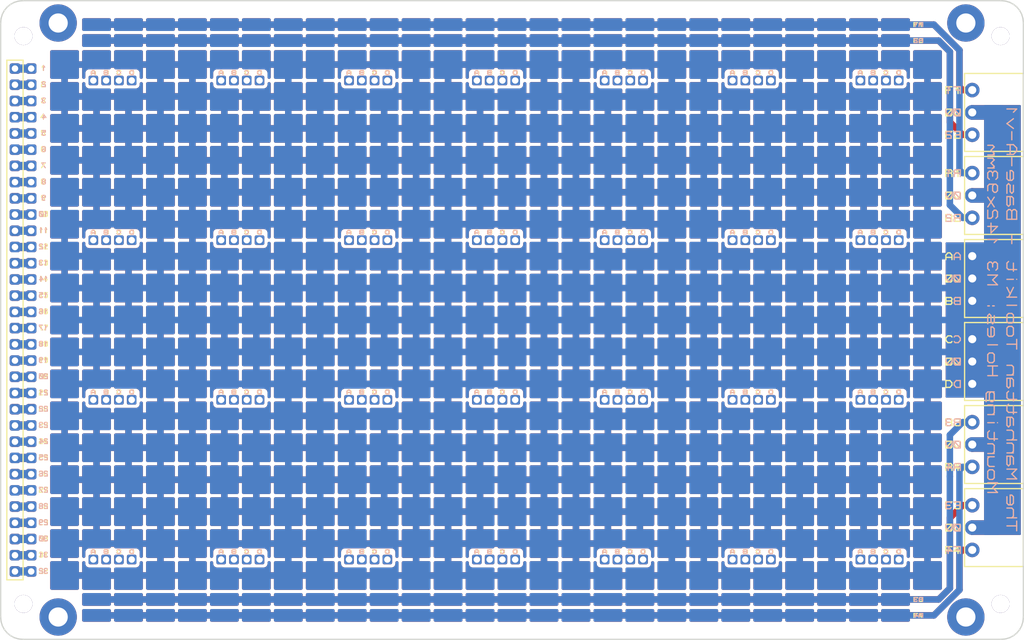
<source format=kicad_pcb>
(kicad_pcb (version 4) (generator "gerbview") (generator_version "8.0")
  (layers (0 F.Cu signal) (1 In1.Cu signal) (2 In2.Cu signal) (31 B.Cu signal) (34 B.Paste user) (35 F.Paste user) (36 B.SilkS user) (37 F.SilkS user) (38 B.Mask user) (39 F.Mask user) (44 Edge.Cuts user))
  (gr_line (start -46.5 50) (end 106.5 50) (layer Edge.Cuts) (width 0.2032))
  (gr_line (start 106.5 -50) (end -46.5 -50) (layer Edge.Cuts) (width 0.2032))
  (gr_line (start -46.5 -50) (end -47.21564 -49.93036) (layer Edge.Cuts) (width 0.2032))
  (gr_line (start -47.21564 -49.93036) (end -47.87744 -49.72998) (layer Edge.Cuts) (width 0.2032))
  (gr_line (start -47.87744 -49.72998) (end -48.47259 -49.41168) (layer Edge.Cuts) (width 0.2032))
  (gr_line (start -48.47259 -49.41168) (end -48.98828 -48.98828) (layer Edge.Cuts) (width 0.2032))
  (gr_line (start -48.98828 -48.98828) (end -49.41168 -48.4726) (layer Edge.Cuts) (width 0.2032))
  (gr_line (start -49.41168 -48.4726) (end -49.72998 -47.87744) (layer Edge.Cuts) (width 0.2032))
  (gr_line (start -49.72998 -47.87744) (end -49.93036 -47.21564) (layer Edge.Cuts) (width 0.2032))
  (gr_line (start -49.93036 -47.21564) (end -50 -46.5) (layer Edge.Cuts) (width 0.2032))
  (gr_line (start -46.5 50) (end -47.21564 49.93036) (layer Edge.Cuts) (width 0.2032))
  (gr_line (start -47.21564 49.93036) (end -47.87744 49.72998) (layer Edge.Cuts) (width 0.2032))
  (gr_line (start -47.87744 49.72998) (end -48.47259 49.41168) (layer Edge.Cuts) (width 0.2032))
  (gr_line (start -48.47259 49.41168) (end -48.98828 48.98828) (layer Edge.Cuts) (width 0.2032))
  (gr_line (start -48.98828 48.98828) (end -49.41168 48.4726) (layer Edge.Cuts) (width 0.2032))
  (gr_line (start -49.41168 48.4726) (end -49.72998 47.87744) (layer Edge.Cuts) (width 0.2032))
  (gr_line (start -49.72998 47.87744) (end -49.93036 47.21564) (layer Edge.Cuts) (width 0.2032))
  (gr_line (start -49.93036 47.21564) (end -50 46.5) (layer Edge.Cuts) (width 0.2032))
  (gr_line (start -50 -46.5) (end -50 46.5) (layer Edge.Cuts) (width 0.2032))
  (gr_line (start 106.5 -50) (end 107.21564 -49.93036) (layer Edge.Cuts) (width 0.2032))
  (gr_line (start 107.21564 -49.93036) (end 107.87744 -49.72998) (layer Edge.Cuts) (width 0.2032))
  (gr_line (start 107.87744 -49.72998) (end 108.47259 -49.41168) (layer Edge.Cuts) (width 0.2032))
  (gr_line (start 108.47259 -49.41168) (end 108.98828 -48.98828) (layer Edge.Cuts) (width 0.2032))
  (gr_line (start 108.98828 -48.98828) (end 109.41168 -48.4726) (layer Edge.Cuts) (width 0.2032))
  (gr_line (start 109.41168 -48.4726) (end 109.72998 -47.87744) (layer Edge.Cuts) (width 0.2032))
  (gr_line (start 109.72998 -47.87744) (end 109.93036 -47.21564) (layer Edge.Cuts) (width 0.2032))
  (gr_line (start 109.93036 -47.21564) (end 110 -46.5) (layer Edge.Cuts) (width 0.2032))
  (gr_line (start 106.5 50) (end 107.21564 49.93036) (layer Edge.Cuts) (width 0.2032))
  (gr_line (start 107.21564 49.93036) (end 107.87744 49.72998) (layer Edge.Cuts) (width 0.2032))
  (gr_line (start 107.87744 49.72998) (end 108.47259 49.41168) (layer Edge.Cuts) (width 0.2032))
  (gr_line (start 108.47259 49.41168) (end 108.98828 48.98828) (layer Edge.Cuts) (width 0.2032))
  (gr_line (start 108.98828 48.98828) (end 109.41168 48.4726) (layer Edge.Cuts) (width 0.2032))
  (gr_line (start 109.41168 48.4726) (end 109.72998 47.87744) (layer Edge.Cuts) (width 0.2032))
  (gr_line (start 109.72998 47.87744) (end 109.93036 47.21564) (layer Edge.Cuts) (width 0.2032))
  (gr_line (start 109.93036 47.21564) (end 110 46.5) (layer Edge.Cuts) (width 0.2032))
  (gr_line (start 110 -46.5) (end 110 46.5) (layer Edge.Cuts) (width 0.2032))
  (gr_line (start -49.03 40.68) (end -46.49 40.68) (layer F.SilkS) (width 0.2032))
  (gr_line (start -46.49 40.68) (end -46.49 -40.68) (layer F.SilkS) (width 0.2032))
  (gr_line (start -46.49 -40.68) (end -49.03 -40.68) (layer F.SilkS) (width 0.2032))
  (gr_line (start -49.03 -40.68) (end -49.03 40.68) (layer F.SilkS) (width 0.2032))
  (gr_line (start -43.52054 -39.58272) (end -43.33004 -39.83672) (layer F.SilkS) (width 0.1778))
  (gr_line (start -43.33004 -39.83672) (end -43.33004 -39.07472) (layer F.SilkS) (width 0.1778))
  (gr_line (start -43.61579 -37.16972) (end -43.52054 -37.29672) (layer F.SilkS) (width 0.1778))
  (gr_line (start -43.52054 -37.29672) (end -43.23479 -37.29672) (layer F.SilkS) (width 0.1778))
  (gr_line (start -43.23479 -37.29672) (end -43.13954 -37.16972) (layer F.SilkS) (width 0.1778))
  (gr_line (start -43.13954 -37.16972) (end -43.13954 -37.04272) (layer F.SilkS) (width 0.1778))
  (gr_line (start -43.13954 -37.04272) (end -43.23479 -36.91572) (layer F.SilkS) (width 0.1778))
  (gr_line (start -43.23479 -36.91572) (end -43.52054 -36.91572) (layer F.SilkS) (width 0.1778))
  (gr_line (start -43.52054 -36.91572) (end -43.61579 -36.78872) (layer F.SilkS) (width 0.1778))
  (gr_line (start -43.61579 -36.78872) (end -43.61579 -36.53472) (layer F.SilkS) (width 0.1778))
  (gr_line (start -43.61579 -36.53472) (end -43.13954 -36.53472) (layer F.SilkS) (width 0.1778))
  (gr_line (start -43.61579 -34.62972) (end -43.52054 -34.75672) (layer F.SilkS) (width 0.1778))
  (gr_line (start -43.52054 -34.75672) (end -43.23479 -34.75672) (layer F.SilkS) (width 0.1778))
  (gr_line (start -43.23479 -34.75672) (end -43.13954 -34.62972) (layer F.SilkS) (width 0.1778))
  (gr_line (start -43.13954 -34.62972) (end -43.13954 -34.50272) (layer F.SilkS) (width 0.1778))
  (gr_line (start -43.13954 -34.50272) (end -43.23479 -34.37572) (layer F.SilkS) (width 0.1778))
  (gr_line (start -43.23479 -34.37572) (end -43.13954 -34.24872) (layer F.SilkS) (width 0.1778))
  (gr_line (start -43.13954 -34.24872) (end -43.13954 -34.12172) (layer F.SilkS) (width 0.1778))
  (gr_line (start -43.13954 -34.12172) (end -43.23479 -33.99472) (layer F.SilkS) (width 0.1778))
  (gr_line (start -43.23479 -33.99472) (end -43.52054 -33.99472) (layer F.SilkS) (width 0.1778))
  (gr_line (start -43.52054 -33.99472) (end -43.61579 -34.12172) (layer F.SilkS) (width 0.1778))
  (gr_line (start -43.42529 -34.37572) (end -43.23479 -34.37572) (layer F.SilkS) (width 0.1778))
  (gr_line (start -43.13954 -31.70872) (end -43.71104 -31.70872) (layer F.SilkS) (width 0.1778))
  (gr_line (start -43.71104 -31.70872) (end -43.33004 -32.21672) (layer F.SilkS) (width 0.1778))
  (gr_line (start -43.33004 -32.21672) (end -43.33004 -31.45472) (layer F.SilkS) (width 0.1778))
  (gr_line (start -43.13954 -29.67672) (end -43.61579 -29.67672) (layer F.SilkS) (width 0.1778))
  (gr_line (start -43.61579 -29.67672) (end -43.61579 -29.42272) (layer F.SilkS) (width 0.1778))
  (gr_line (start -43.61579 -29.42272) (end -43.23479 -29.42272) (layer F.SilkS) (width 0.1778))
  (gr_line (start -43.23479 -29.42272) (end -43.13954 -29.29572) (layer F.SilkS) (width 0.1778))
  (gr_line (start -43.13954 -29.29572) (end -43.13954 -29.04172) (layer F.SilkS) (width 0.1778))
  (gr_line (start -43.13954 -29.04172) (end -43.23479 -28.91472) (layer F.SilkS) (width 0.1778))
  (gr_line (start -43.23479 -28.91472) (end -43.52054 -28.91472) (layer F.SilkS) (width 0.1778))
  (gr_line (start -43.52054 -28.91472) (end -43.61579 -29.04172) (layer F.SilkS) (width 0.1778))
  (gr_line (start -43.13954 -27.00972) (end -43.23479 -27.13672) (layer F.SilkS) (width 0.1778))
  (gr_line (start -43.23479 -27.13672) (end -43.52054 -27.13672) (layer F.SilkS) (width 0.1778))
  (gr_line (start -43.52054 -27.13672) (end -43.61579 -27.00972) (layer F.SilkS) (width 0.1778))
  (gr_line (start -43.61579 -27.00972) (end -43.61579 -26.50172) (layer F.SilkS) (width 0.1778))
  (gr_line (start -43.61579 -26.50172) (end -43.52054 -26.37472) (layer F.SilkS) (width 0.1778))
  (gr_line (start -43.52054 -26.37472) (end -43.23479 -26.37472) (layer F.SilkS) (width 0.1778))
  (gr_line (start -43.23479 -26.37472) (end -43.13954 -26.50172) (layer F.SilkS) (width 0.1778))
  (gr_line (start -43.13954 -26.50172) (end -43.13954 -26.62872) (layer F.SilkS) (width 0.1778))
  (gr_line (start -43.13954 -26.62872) (end -43.23479 -26.75572) (layer F.SilkS) (width 0.1778))
  (gr_line (start -43.23479 -26.75572) (end -43.61579 -26.75572) (layer F.SilkS) (width 0.1778))
  (gr_line (start -43.61579 -24.59672) (end -43.13954 -24.59672) (layer F.SilkS) (width 0.1778))
  (gr_line (start -43.13954 -24.59672) (end -43.13954 -24.46972) (layer F.SilkS) (width 0.1778))
  (gr_line (start -43.13954 -24.46972) (end -43.61579 -23.83472) (layer F.SilkS) (width 0.1778))
  (gr_line (start -43.52054 -21.67572) (end -43.61579 -21.80272) (layer F.SilkS) (width 0.1778))
  (gr_line (start -43.61579 -21.80272) (end -43.61579 -21.92972) (layer F.SilkS) (width 0.1778))
  (gr_line (start -43.61579 -21.92972) (end -43.52054 -22.05672) (layer F.SilkS) (width 0.1778))
  (gr_line (start -43.52054 -22.05672) (end -43.23479 -22.05672) (layer F.SilkS) (width 0.1778))
  (gr_line (start -43.23479 -22.05672) (end -43.13954 -21.92972) (layer F.SilkS) (width 0.1778))
  (gr_line (start -43.13954 -21.92972) (end -43.13954 -21.80272) (layer F.SilkS) (width 0.1778))
  (gr_line (start -43.13954 -21.80272) (end -43.23479 -21.67572) (layer F.SilkS) (width 0.1778))
  (gr_line (start -43.23479 -21.67572) (end -43.52054 -21.67572) (layer F.SilkS) (width 0.1778))
  (gr_line (start -43.52054 -21.67572) (end -43.61579 -21.54872) (layer F.SilkS) (width 0.1778))
  (gr_line (start -43.61579 -21.54872) (end -43.61579 -21.42172) (layer F.SilkS) (width 0.1778))
  (gr_line (start -43.61579 -21.42172) (end -43.52054 -21.29472) (layer F.SilkS) (width 0.1778))
  (gr_line (start -43.52054 -21.29472) (end -43.23479 -21.29472) (layer F.SilkS) (width 0.1778))
  (gr_line (start -43.23479 -21.29472) (end -43.13954 -21.42172) (layer F.SilkS) (width 0.1778))
  (gr_line (start -43.13954 -21.42172) (end -43.13954 -21.54872) (layer F.SilkS) (width 0.1778))
  (gr_line (start -43.13954 -21.54872) (end -43.23479 -21.67572) (layer F.SilkS) (width 0.1778))
  (gr_line (start -43.13954 -19.26272) (end -43.23479 -19.13572) (layer F.SilkS) (width 0.1778))
  (gr_line (start -43.23479 -19.13572) (end -43.52054 -19.13572) (layer F.SilkS) (width 0.1778))
  (gr_line (start -43.52054 -19.13572) (end -43.61579 -19.26272) (layer F.SilkS) (width 0.1778))
  (gr_line (start -43.61579 -19.26272) (end -43.61579 -19.38972) (layer F.SilkS) (width 0.1778))
  (gr_line (start -43.61579 -19.38972) (end -43.52054 -19.51672) (layer F.SilkS) (width 0.1778))
  (gr_line (start -43.52054 -19.51672) (end -43.23479 -19.51672) (layer F.SilkS) (width 0.1778))
  (gr_line (start -43.23479 -19.51672) (end -43.13954 -19.38972) (layer F.SilkS) (width 0.1778))
  (gr_line (start -43.13954 -19.38972) (end -43.13954 -18.88172) (layer F.SilkS) (width 0.1778))
  (gr_line (start -43.13954 -18.88172) (end -43.23479 -18.75472) (layer F.SilkS) (width 0.1778))
  (gr_line (start -43.23479 -18.75472) (end -43.52054 -18.75472) (layer F.SilkS) (width 0.1778))
  (gr_line (start -43.83804 -16.72272) (end -43.64754 -16.97672) (layer F.SilkS) (width 0.1778))
  (gr_line (start -43.64754 -16.97672) (end -43.64754 -16.21472) (layer F.SilkS) (width 0.1778))
  (gr_line (start -43.26654 -16.34172) (end -43.26654 -16.84972) (layer F.SilkS) (width 0.1778))
  (gr_line (start -43.26654 -16.84972) (end -43.17129 -16.97672) (layer F.SilkS) (width 0.1778))
  (gr_line (start -43.17129 -16.97672) (end -42.79029 -16.97672) (layer F.SilkS) (width 0.1778))
  (gr_line (start -42.79029 -16.97672) (end -42.69504 -16.84972) (layer F.SilkS) (width 0.1778))
  (gr_line (start -42.69504 -16.84972) (end -42.69504 -16.34172) (layer F.SilkS) (width 0.1778))
  (gr_line (start -42.69504 -16.34172) (end -42.79029 -16.21472) (layer F.SilkS) (width 0.1778))
  (gr_line (start -42.79029 -16.21472) (end -43.17129 -16.21472) (layer F.SilkS) (width 0.1778))
  (gr_line (start -43.17129 -16.21472) (end -43.26654 -16.34172) (layer F.SilkS) (width 0.1778))
  (gr_line (start -43.26654 -16.21472) (end -42.69504 -16.97672) (layer F.SilkS) (width 0.1778))
  (gr_line (start -43.83804 -14.18272) (end -43.64754 -14.43672) (layer F.SilkS) (width 0.1778))
  (gr_line (start -43.64754 -14.43672) (end -43.64754 -13.67472) (layer F.SilkS) (width 0.1778))
  (gr_line (start -43.07604 -14.18272) (end -42.88554 -14.43672) (layer F.SilkS) (width 0.1778))
  (gr_line (start -42.88554 -14.43672) (end -42.88554 -13.67472) (layer F.SilkS) (width 0.1778))
  (gr_line (start -43.83804 -11.64272) (end -43.64754 -11.89672) (layer F.SilkS) (width 0.1778))
  (gr_line (start -43.64754 -11.89672) (end -43.64754 -11.13472) (layer F.SilkS) (width 0.1778))
  (gr_line (start -43.17129 -11.76972) (end -43.07604 -11.89672) (layer F.SilkS) (width 0.1778))
  (gr_line (start -43.07604 -11.89672) (end -42.79029 -11.89672) (layer F.SilkS) (width 0.1778))
  (gr_line (start -42.79029 -11.89672) (end -42.69504 -11.76972) (layer F.SilkS) (width 0.1778))
  (gr_line (start -42.69504 -11.76972) (end -42.69504 -11.64272) (layer F.SilkS) (width 0.1778))
  (gr_line (start -42.69504 -11.64272) (end -42.79029 -11.51572) (layer F.SilkS) (width 0.1778))
  (gr_line (start -42.79029 -11.51572) (end -43.07604 -11.51572) (layer F.SilkS) (width 0.1778))
  (gr_line (start -43.07604 -11.51572) (end -43.17129 -11.38872) (layer F.SilkS) (width 0.1778))
  (gr_line (start -43.17129 -11.38872) (end -43.17129 -11.13472) (layer F.SilkS) (width 0.1778))
  (gr_line (start -43.17129 -11.13472) (end -42.69504 -11.13472) (layer F.SilkS) (width 0.1778))
  (gr_line (start -43.83804 -9.10272) (end -43.64754 -9.35672) (layer F.SilkS) (width 0.1778))
  (gr_line (start -43.64754 -9.35672) (end -43.64754 -8.59472) (layer F.SilkS) (width 0.1778))
  (gr_line (start -43.17129 -9.22972) (end -43.07604 -9.35672) (layer F.SilkS) (width 0.1778))
  (gr_line (start -43.07604 -9.35672) (end -42.79029 -9.35672) (layer F.SilkS) (width 0.1778))
  (gr_line (start -42.79029 -9.35672) (end -42.69504 -9.22972) (layer F.SilkS) (width 0.1778))
  (gr_line (start -42.69504 -9.22972) (end -42.69504 -9.10272) (layer F.SilkS) (width 0.1778))
  (gr_line (start -42.69504 -9.10272) (end -42.79029 -8.97572) (layer F.SilkS) (width 0.1778))
  (gr_line (start -42.79029 -8.97572) (end -42.69504 -8.84872) (layer F.SilkS) (width 0.1778))
  (gr_line (start -42.69504 -8.84872) (end -42.69504 -8.72172) (layer F.SilkS) (width 0.1778))
  (gr_line (start -42.69504 -8.72172) (end -42.79029 -8.59472) (layer F.SilkS) (width 0.1778))
  (gr_line (start -42.79029 -8.59472) (end -43.07604 -8.59472) (layer F.SilkS) (width 0.1778))
  (gr_line (start -43.07604 -8.59472) (end -43.17129 -8.72172) (layer F.SilkS) (width 0.1778))
  (gr_line (start -42.98079 -8.97572) (end -42.79029 -8.97572) (layer F.SilkS) (width 0.1778))
  (gr_line (start -43.83804 -6.56272) (end -43.64754 -6.81672) (layer F.SilkS) (width 0.1778))
  (gr_line (start -43.64754 -6.81672) (end -43.64754 -6.05472) (layer F.SilkS) (width 0.1778))
  (gr_line (start -42.69504 -6.30872) (end -43.26654 -6.30872) (layer F.SilkS) (width 0.1778))
  (gr_line (start -43.26654 -6.30872) (end -42.88554 -6.81672) (layer F.SilkS) (width 0.1778))
  (gr_line (start -42.88554 -6.81672) (end -42.88554 -6.05472) (layer F.SilkS) (width 0.1778))
  (gr_line (start -43.83804 -4.02272) (end -43.64754 -4.27672) (layer F.SilkS) (width 0.1778))
  (gr_line (start -43.64754 -4.27672) (end -43.64754 -3.51472) (layer F.SilkS) (width 0.1778))
  (gr_line (start -42.69504 -4.27672) (end -43.17129 -4.27672) (layer F.SilkS) (width 0.1778))
  (gr_line (start -43.17129 -4.27672) (end -43.17129 -4.02272) (layer F.SilkS) (width 0.1778))
  (gr_line (start -43.17129 -4.02272) (end -42.79029 -4.02272) (layer F.SilkS) (width 0.1778))
  (gr_line (start -42.79029 -4.02272) (end -42.69504 -3.89572) (layer F.SilkS) (width 0.1778))
  (gr_line (start -42.69504 -3.89572) (end -42.69504 -3.64172) (layer F.SilkS) (width 0.1778))
  (gr_line (start -42.69504 -3.64172) (end -42.79029 -3.51472) (layer F.SilkS) (width 0.1778))
  (gr_line (start -42.79029 -3.51472) (end -43.07604 -3.51472) (layer F.SilkS) (width 0.1778))
  (gr_line (start -43.07604 -3.51472) (end -43.17129 -3.64172) (layer F.SilkS) (width 0.1778))
  (gr_line (start -43.83804 -1.48272) (end -43.64754 -1.73672) (layer F.SilkS) (width 0.1778))
  (gr_line (start -43.64754 -1.73672) (end -43.64754 -0.97472) (layer F.SilkS) (width 0.1778))
  (gr_line (start -42.69504 -1.60972) (end -42.79029 -1.73672) (layer F.SilkS) (width 0.1778))
  (gr_line (start -42.79029 -1.73672) (end -43.07604 -1.73672) (layer F.SilkS) (width 0.1778))
  (gr_line (start -43.07604 -1.73672) (end -43.17129 -1.60972) (layer F.SilkS) (width 0.1778))
  (gr_line (start -43.17129 -1.60972) (end -43.17129 -1.10172) (layer F.SilkS) (width 0.1778))
  (gr_line (start -43.17129 -1.10172) (end -43.07604 -0.97472) (layer F.SilkS) (width 0.1778))
  (gr_line (start -43.07604 -0.97472) (end -42.79029 -0.97472) (layer F.SilkS) (width 0.1778))
  (gr_line (start -42.79029 -0.97472) (end -42.69504 -1.10172) (layer F.SilkS) (width 0.1778))
  (gr_line (start -42.69504 -1.10172) (end -42.69504 -1.22872) (layer F.SilkS) (width 0.1778))
  (gr_line (start -42.69504 -1.22872) (end -42.79029 -1.35572) (layer F.SilkS) (width 0.1778))
  (gr_line (start -42.79029 -1.35572) (end -43.17129 -1.35572) (layer F.SilkS) (width 0.1778))
  (gr_line (start -43.83804 1.05728) (end -43.64754 0.80328) (layer F.SilkS) (width 0.1778))
  (gr_line (start -43.64754 0.80328) (end -43.64754 1.56528) (layer F.SilkS) (width 0.1778))
  (gr_line (start -43.17129 0.80328) (end -42.69504 0.80328) (layer F.SilkS) (width 0.1778))
  (gr_line (start -42.69504 0.80328) (end -42.69504 0.93028) (layer F.SilkS) (width 0.1778))
  (gr_line (start -42.69504 0.93028) (end -43.17129 1.56528) (layer F.SilkS) (width 0.1778))
  (gr_line (start -43.83804 3.59728) (end -43.64754 3.34328) (layer F.SilkS) (width 0.1778))
  (gr_line (start -43.64754 3.34328) (end -43.64754 4.10528) (layer F.SilkS) (width 0.1778))
  (gr_line (start -43.07604 3.72428) (end -43.17129 3.59728) (layer F.SilkS) (width 0.1778))
  (gr_line (start -43.17129 3.59728) (end -43.17129 3.47028) (layer F.SilkS) (width 0.1778))
  (gr_line (start -43.17129 3.47028) (end -43.07604 3.34328) (layer F.SilkS) (width 0.1778))
  (gr_line (start -43.07604 3.34328) (end -42.79029 3.34328) (layer F.SilkS) (width 0.1778))
  (gr_line (start -42.79029 3.34328) (end -42.69504 3.47028) (layer F.SilkS) (width 0.1778))
  (gr_line (start -42.69504 3.47028) (end -42.69504 3.59728) (layer F.SilkS) (width 0.1778))
  (gr_line (start -42.69504 3.59728) (end -42.79029 3.72428) (layer F.SilkS) (width 0.1778))
  (gr_line (start -42.79029 3.72428) (end -43.07604 3.72428) (layer F.SilkS) (width 0.1778))
  (gr_line (start -43.07604 3.72428) (end -43.17129 3.85128) (layer F.SilkS) (width 0.1778))
  (gr_line (start -43.17129 3.85128) (end -43.17129 3.97828) (layer F.SilkS) (width 0.1778))
  (gr_line (start -43.17129 3.97828) (end -43.07604 4.10528) (layer F.SilkS) (width 0.1778))
  (gr_line (start -43.07604 4.10528) (end -42.79029 4.10528) (layer F.SilkS) (width 0.1778))
  (gr_line (start -42.79029 4.10528) (end -42.69504 3.97828) (layer F.SilkS) (width 0.1778))
  (gr_line (start -42.69504 3.97828) (end -42.69504 3.85128) (layer F.SilkS) (width 0.1778))
  (gr_line (start -42.69504 3.85128) (end -42.79029 3.72428) (layer F.SilkS) (width 0.1778))
  (gr_line (start -43.83804 6.13728) (end -43.64754 5.88328) (layer F.SilkS) (width 0.1778))
  (gr_line (start -43.64754 5.88328) (end -43.64754 6.64528) (layer F.SilkS) (width 0.1778))
  (gr_line (start -42.69504 6.13728) (end -42.79029 6.26428) (layer F.SilkS) (width 0.1778))
  (gr_line (start -42.79029 6.26428) (end -43.07604 6.26428) (layer F.SilkS) (width 0.1778))
  (gr_line (start -43.07604 6.26428) (end -43.17129 6.13728) (layer F.SilkS) (width 0.1778))
  (gr_line (start -43.17129 6.13728) (end -43.17129 6.01028) (layer F.SilkS) (width 0.1778))
  (gr_line (start -43.17129 6.01028) (end -43.07604 5.88328) (layer F.SilkS) (width 0.1778))
  (gr_line (start -43.07604 5.88328) (end -42.79029 5.88328) (layer F.SilkS) (width 0.1778))
  (gr_line (start -42.79029 5.88328) (end -42.69504 6.01028) (layer F.SilkS) (width 0.1778))
  (gr_line (start -42.69504 6.01028) (end -42.69504 6.51828) (layer F.SilkS) (width 0.1778))
  (gr_line (start -42.69504 6.51828) (end -42.79029 6.64528) (layer F.SilkS) (width 0.1778))
  (gr_line (start -42.79029 6.64528) (end -43.07604 6.64528) (layer F.SilkS) (width 0.1778))
  (gr_line (start -43.93329 8.55028) (end -43.83804 8.42328) (layer F.SilkS) (width 0.1778))
  (gr_line (start -43.83804 8.42328) (end -43.55229 8.42328) (layer F.SilkS) (width 0.1778))
  (gr_line (start -43.55229 8.42328) (end -43.45704 8.55028) (layer F.SilkS) (width 0.1778))
  (gr_line (start -43.45704 8.55028) (end -43.45704 8.67728) (layer F.SilkS) (width 0.1778))
  (gr_line (start -43.45704 8.67728) (end -43.55229 8.80428) (layer F.SilkS) (width 0.1778))
  (gr_line (start -43.55229 8.80428) (end -43.83804 8.80428) (layer F.SilkS) (width 0.1778))
  (gr_line (start -43.83804 8.80428) (end -43.93329 8.93128) (layer F.SilkS) (width 0.1778))
  (gr_line (start -43.93329 8.93128) (end -43.93329 9.18528) (layer F.SilkS) (width 0.1778))
  (gr_line (start -43.93329 9.18528) (end -43.45704 9.18528) (layer F.SilkS) (width 0.1778))
  (gr_line (start -43.26654 9.05828) (end -43.26654 8.55028) (layer F.SilkS) (width 0.1778))
  (gr_line (start -43.26654 8.55028) (end -43.17129 8.42328) (layer F.SilkS) (width 0.1778))
  (gr_line (start -43.17129 8.42328) (end -42.79029 8.42328) (layer F.SilkS) (width 0.1778))
  (gr_line (start -42.79029 8.42328) (end -42.69504 8.55028) (layer F.SilkS) (width 0.1778))
  (gr_line (start -42.69504 8.55028) (end -42.69504 9.05828) (layer F.SilkS) (width 0.1778))
  (gr_line (start -42.69504 9.05828) (end -42.79029 9.18528) (layer F.SilkS) (width 0.1778))
  (gr_line (start -42.79029 9.18528) (end -43.17129 9.18528) (layer F.SilkS) (width 0.1778))
  (gr_line (start -43.17129 9.18528) (end -43.26654 9.05828) (layer F.SilkS) (width 0.1778))
  (gr_line (start -43.26654 9.18528) (end -42.69504 8.42328) (layer F.SilkS) (width 0.1778))
  (gr_line (start -43.93329 11.09028) (end -43.83804 10.96328) (layer F.SilkS) (width 0.1778))
  (gr_line (start -43.83804 10.96328) (end -43.55229 10.96328) (layer F.SilkS) (width 0.1778))
  (gr_line (start -43.55229 10.96328) (end -43.45704 11.09028) (layer F.SilkS) (width 0.1778))
  (gr_line (start -43.45704 11.09028) (end -43.45704 11.21728) (layer F.SilkS) (width 0.1778))
  (gr_line (start -43.45704 11.21728) (end -43.55229 11.34428) (layer F.SilkS) (width 0.1778))
  (gr_line (start -43.55229 11.34428) (end -43.83804 11.34428) (layer F.SilkS) (width 0.1778))
  (gr_line (start -43.83804 11.34428) (end -43.93329 11.47128) (layer F.SilkS) (width 0.1778))
  (gr_line (start -43.93329 11.47128) (end -43.93329 11.72528) (layer F.SilkS) (width 0.1778))
  (gr_line (start -43.93329 11.72528) (end -43.45704 11.72528) (layer F.SilkS) (width 0.1778))
  (gr_line (start -43.07604 11.21728) (end -42.88554 10.96328) (layer F.SilkS) (width 0.1778))
  (gr_line (start -42.88554 10.96328) (end -42.88554 11.72528) (layer F.SilkS) (width 0.1778))
  (gr_line (start -43.93329 13.63028) (end -43.83804 13.50328) (layer F.SilkS) (width 0.1778))
  (gr_line (start -43.83804 13.50328) (end -43.55229 13.50328) (layer F.SilkS) (width 0.1778))
  (gr_line (start -43.55229 13.50328) (end -43.45704 13.63028) (layer F.SilkS) (width 0.1778))
  (gr_line (start -43.45704 13.63028) (end -43.45704 13.75728) (layer F.SilkS) (width 0.1778))
  (gr_line (start -43.45704 13.75728) (end -43.55229 13.88428) (layer F.SilkS) (width 0.1778))
  (gr_line (start -43.55229 13.88428) (end -43.83804 13.88428) (layer F.SilkS) (width 0.1778))
  (gr_line (start -43.83804 13.88428) (end -43.93329 14.01128) (layer F.SilkS) (width 0.1778))
  (gr_line (start -43.93329 14.01128) (end -43.93329 14.26528) (layer F.SilkS) (width 0.1778))
  (gr_line (start -43.93329 14.26528) (end -43.45704 14.26528) (layer F.SilkS) (width 0.1778))
  (gr_line (start -43.17129 13.63028) (end -43.07604 13.50328) (layer F.SilkS) (width 0.1778))
  (gr_line (start -43.07604 13.50328) (end -42.79029 13.50328) (layer F.SilkS) (width 0.1778))
  (gr_line (start -42.79029 13.50328) (end -42.69504 13.63028) (layer F.SilkS) (width 0.1778))
  (gr_line (start -42.69504 13.63028) (end -42.69504 13.75728) (layer F.SilkS) (width 0.1778))
  (gr_line (start -42.69504 13.75728) (end -42.79029 13.88428) (layer F.SilkS) (width 0.1778))
  (gr_line (start -42.79029 13.88428) (end -43.07604 13.88428) (layer F.SilkS) (width 0.1778))
  (gr_line (start -43.07604 13.88428) (end -43.17129 14.01128) (layer F.SilkS) (width 0.1778))
  (gr_line (start -43.17129 14.01128) (end -43.17129 14.26528) (layer F.SilkS) (width 0.1778))
  (gr_line (start -43.17129 14.26528) (end -42.69504 14.26528) (layer F.SilkS) (width 0.1778))
  (gr_line (start -43.93329 16.17028) (end -43.83804 16.04328) (layer F.SilkS) (width 0.1778))
  (gr_line (start -43.83804 16.04328) (end -43.55229 16.04328) (layer F.SilkS) (width 0.1778))
  (gr_line (start -43.55229 16.04328) (end -43.45704 16.17028) (layer F.SilkS) (width 0.1778))
  (gr_line (start -43.45704 16.17028) (end -43.45704 16.29728) (layer F.SilkS) (width 0.1778))
  (gr_line (start -43.45704 16.29728) (end -43.55229 16.42428) (layer F.SilkS) (width 0.1778))
  (gr_line (start -43.55229 16.42428) (end -43.83804 16.42428) (layer F.SilkS) (width 0.1778))
  (gr_line (start -43.83804 16.42428) (end -43.93329 16.55128) (layer F.SilkS) (width 0.1778))
  (gr_line (start -43.93329 16.55128) (end -43.93329 16.80528) (layer F.SilkS) (width 0.1778))
  (gr_line (start -43.93329 16.80528) (end -43.45704 16.80528) (layer F.SilkS) (width 0.1778))
  (gr_line (start -43.17129 16.17028) (end -43.07604 16.04328) (layer F.SilkS) (width 0.1778))
  (gr_line (start -43.07604 16.04328) (end -42.79029 16.04328) (layer F.SilkS) (width 0.1778))
  (gr_line (start -42.79029 16.04328) (end -42.69504 16.17028) (layer F.SilkS) (width 0.1778))
  (gr_line (start -42.69504 16.17028) (end -42.69504 16.29728) (layer F.SilkS) (width 0.1778))
  (gr_line (start -42.69504 16.29728) (end -42.79029 16.42428) (layer F.SilkS) (width 0.1778))
  (gr_line (start -42.79029 16.42428) (end -42.69504 16.55128) (layer F.SilkS) (width 0.1778))
  (gr_line (start -42.69504 16.55128) (end -42.69504 16.67828) (layer F.SilkS) (width 0.1778))
  (gr_line (start -42.69504 16.67828) (end -42.79029 16.80528) (layer F.SilkS) (width 0.1778))
  (gr_line (start -42.79029 16.80528) (end -43.07604 16.80528) (layer F.SilkS) (width 0.1778))
  (gr_line (start -43.07604 16.80528) (end -43.17129 16.67828) (layer F.SilkS) (width 0.1778))
  (gr_line (start -42.98079 16.42428) (end -42.79029 16.42428) (layer F.SilkS) (width 0.1778))
  (gr_line (start -43.93329 18.71028) (end -43.83804 18.58328) (layer F.SilkS) (width 0.1778))
  (gr_line (start -43.83804 18.58328) (end -43.55229 18.58328) (layer F.SilkS) (width 0.1778))
  (gr_line (start -43.55229 18.58328) (end -43.45704 18.71028) (layer F.SilkS) (width 0.1778))
  (gr_line (start -43.45704 18.71028) (end -43.45704 18.83728) (layer F.SilkS) (width 0.1778))
  (gr_line (start -43.45704 18.83728) (end -43.55229 18.96428) (layer F.SilkS) (width 0.1778))
  (gr_line (start -43.55229 18.96428) (end -43.83804 18.96428) (layer F.SilkS) (width 0.1778))
  (gr_line (start -43.83804 18.96428) (end -43.93329 19.09128) (layer F.SilkS) (width 0.1778))
  (gr_line (start -43.93329 19.09128) (end -43.93329 19.34528) (layer F.SilkS) (width 0.1778))
  (gr_line (start -43.93329 19.34528) (end -43.45704 19.34528) (layer F.SilkS) (width 0.1778))
  (gr_line (start -42.69504 19.09128) (end -43.26654 19.09128) (layer F.SilkS) (width 0.1778))
  (gr_line (start -43.26654 19.09128) (end -42.88554 18.58328) (layer F.SilkS) (width 0.1778))
  (gr_line (start -42.88554 18.58328) (end -42.88554 19.34528) (layer F.SilkS) (width 0.1778))
  (gr_line (start -43.93329 21.25028) (end -43.83804 21.12328) (layer F.SilkS) (width 0.1778))
  (gr_line (start -43.83804 21.12328) (end -43.55229 21.12328) (layer F.SilkS) (width 0.1778))
  (gr_line (start -43.55229 21.12328) (end -43.45704 21.25028) (layer F.SilkS) (width 0.1778))
  (gr_line (start -43.45704 21.25028) (end -43.45704 21.37728) (layer F.SilkS) (width 0.1778))
  (gr_line (start -43.45704 21.37728) (end -43.55229 21.50428) (layer F.SilkS) (width 0.1778))
  (gr_line (start -43.55229 21.50428) (end -43.83804 21.50428) (layer F.SilkS) (width 0.1778))
  (gr_line (start -43.83804 21.50428) (end -43.93329 21.63128) (layer F.SilkS) (width 0.1778))
  (gr_line (start -43.93329 21.63128) (end -43.93329 21.88528) (layer F.SilkS) (width 0.1778))
  (gr_line (start -43.93329 21.88528) (end -43.45704 21.88528) (layer F.SilkS) (width 0.1778))
  (gr_line (start -42.69504 21.12328) (end -43.17129 21.12328) (layer F.SilkS) (width 0.1778))
  (gr_line (start -43.17129 21.12328) (end -43.17129 21.37728) (layer F.SilkS) (width 0.1778))
  (gr_line (start -43.17129 21.37728) (end -42.79029 21.37728) (layer F.SilkS) (width 0.1778))
  (gr_line (start -42.79029 21.37728) (end -42.69504 21.50428) (layer F.SilkS) (width 0.1778))
  (gr_line (start -42.69504 21.50428) (end -42.69504 21.75828) (layer F.SilkS) (width 0.1778))
  (gr_line (start -42.69504 21.75828) (end -42.79029 21.88528) (layer F.SilkS) (width 0.1778))
  (gr_line (start -42.79029 21.88528) (end -43.07604 21.88528) (layer F.SilkS) (width 0.1778))
  (gr_line (start -43.07604 21.88528) (end -43.17129 21.75828) (layer F.SilkS) (width 0.1778))
  (gr_line (start -43.93329 23.79028) (end -43.83804 23.66328) (layer F.SilkS) (width 0.1778))
  (gr_line (start -43.83804 23.66328) (end -43.55229 23.66328) (layer F.SilkS) (width 0.1778))
  (gr_line (start -43.55229 23.66328) (end -43.45704 23.79028) (layer F.SilkS) (width 0.1778))
  (gr_line (start -43.45704 23.79028) (end -43.45704 23.91728) (layer F.SilkS) (width 0.1778))
  (gr_line (start -43.45704 23.91728) (end -43.55229 24.04428) (layer F.SilkS) (width 0.1778))
  (gr_line (start -43.55229 24.04428) (end -43.83804 24.04428) (layer F.SilkS) (width 0.1778))
  (gr_line (start -43.83804 24.04428) (end -43.93329 24.17128) (layer F.SilkS) (width 0.1778))
  (gr_line (start -43.93329 24.17128) (end -43.93329 24.42528) (layer F.SilkS) (width 0.1778))
  (gr_line (start -43.93329 24.42528) (end -43.45704 24.42528) (layer F.SilkS) (width 0.1778))
  (gr_line (start -42.69504 23.79028) (end -42.79029 23.66328) (layer F.SilkS) (width 0.1778))
  (gr_line (start -42.79029 23.66328) (end -43.07604 23.66328) (layer F.SilkS) (width 0.1778))
  (gr_line (start -43.07604 23.66328) (end -43.17129 23.79028) (layer F.SilkS) (width 0.1778))
  (gr_line (start -43.17129 23.79028) (end -43.17129 24.29828) (layer F.SilkS) (width 0.1778))
  (gr_line (start -43.17129 24.29828) (end -43.07604 24.42528) (layer F.SilkS) (width 0.1778))
  (gr_line (start -43.07604 24.42528) (end -42.79029 24.42528) (layer F.SilkS) (width 0.1778))
  (gr_line (start -42.79029 24.42528) (end -42.69504 24.29828) (layer F.SilkS) (width 0.1778))
  (gr_line (start -42.69504 24.29828) (end -42.69504 24.17128) (layer F.SilkS) (width 0.1778))
  (gr_line (start -42.69504 24.17128) (end -42.79029 24.04428) (layer F.SilkS) (width 0.1778))
  (gr_line (start -42.79029 24.04428) (end -43.17129 24.04428) (layer F.SilkS) (width 0.1778))
  (gr_line (start -43.93329 26.33028) (end -43.83804 26.20328) (layer F.SilkS) (width 0.1778))
  (gr_line (start -43.83804 26.20328) (end -43.55229 26.20328) (layer F.SilkS) (width 0.1778))
  (gr_line (start -43.55229 26.20328) (end -43.45704 26.33028) (layer F.SilkS) (width 0.1778))
  (gr_line (start -43.45704 26.33028) (end -43.45704 26.45728) (layer F.SilkS) (width 0.1778))
  (gr_line (start -43.45704 26.45728) (end -43.55229 26.58428) (layer F.SilkS) (width 0.1778))
  (gr_line (start -43.55229 26.58428) (end -43.83804 26.58428) (layer F.SilkS) (width 0.1778))
  (gr_line (start -43.83804 26.58428) (end -43.93329 26.71128) (layer F.SilkS) (width 0.1778))
  (gr_line (start -43.93329 26.71128) (end -43.93329 26.96528) (layer F.SilkS) (width 0.1778))
  (gr_line (start -43.93329 26.96528) (end -43.45704 26.96528) (layer F.SilkS) (width 0.1778))
  (gr_line (start -43.17129 26.20328) (end -42.69504 26.20328) (layer F.SilkS) (width 0.1778))
  (gr_line (start -42.69504 26.20328) (end -42.69504 26.33028) (layer F.SilkS) (width 0.1778))
  (gr_line (start -42.69504 26.33028) (end -43.17129 26.96528) (layer F.SilkS) (width 0.1778))
  (gr_line (start -43.93329 28.87028) (end -43.83804 28.74328) (layer F.SilkS) (width 0.1778))
  (gr_line (start -43.83804 28.74328) (end -43.55229 28.74328) (layer F.SilkS) (width 0.1778))
  (gr_line (start -43.55229 28.74328) (end -43.45704 28.87028) (layer F.SilkS) (width 0.1778))
  (gr_line (start -43.45704 28.87028) (end -43.45704 28.99728) (layer F.SilkS) (width 0.1778))
  (gr_line (start -43.45704 28.99728) (end -43.55229 29.12428) (layer F.SilkS) (width 0.1778))
  (gr_line (start -43.55229 29.12428) (end -43.83804 29.12428) (layer F.SilkS) (width 0.1778))
  (gr_line (start -43.83804 29.12428) (end -43.93329 29.25128) (layer F.SilkS) (width 0.1778))
  (gr_line (start -43.93329 29.25128) (end -43.93329 29.50528) (layer F.SilkS) (width 0.1778))
  (gr_line (start -43.93329 29.50528) (end -43.45704 29.50528) (layer F.SilkS) (width 0.1778))
  (gr_line (start -43.07604 29.12428) (end -43.17129 28.99728) (layer F.SilkS) (width 0.1778))
  (gr_line (start -43.17129 28.99728) (end -43.17129 28.87028) (layer F.SilkS) (width 0.1778))
  (gr_line (start -43.17129 28.87028) (end -43.07604 28.74328) (layer F.SilkS) (width 0.1778))
  (gr_line (start -43.07604 28.74328) (end -42.79029 28.74328) (layer F.SilkS) (width 0.1778))
  (gr_line (start -42.79029 28.74328) (end -42.69504 28.87028) (layer F.SilkS) (width 0.1778))
  (gr_line (start -42.69504 28.87028) (end -42.69504 28.99728) (layer F.SilkS) (width 0.1778))
  (gr_line (start -42.69504 28.99728) (end -42.79029 29.12428) (layer F.SilkS) (width 0.1778))
  (gr_line (start -42.79029 29.12428) (end -43.07604 29.12428) (layer F.SilkS) (width 0.1778))
  (gr_line (start -43.07604 29.12428) (end -43.17129 29.25128) (layer F.SilkS) (width 0.1778))
  (gr_line (start -43.17129 29.25128) (end -43.17129 29.37828) (layer F.SilkS) (width 0.1778))
  (gr_line (start -43.17129 29.37828) (end -43.07604 29.50528) (layer F.SilkS) (width 0.1778))
  (gr_line (start -43.07604 29.50528) (end -42.79029 29.50528) (layer F.SilkS) (width 0.1778))
  (gr_line (start -42.79029 29.50528) (end -42.69504 29.37828) (layer F.SilkS) (width 0.1778))
  (gr_line (start -42.69504 29.37828) (end -42.69504 29.25128) (layer F.SilkS) (width 0.1778))
  (gr_line (start -42.69504 29.25128) (end -42.79029 29.12428) (layer F.SilkS) (width 0.1778))
  (gr_line (start -43.93329 31.41028) (end -43.83804 31.28328) (layer F.SilkS) (width 0.1778))
  (gr_line (start -43.83804 31.28328) (end -43.55229 31.28328) (layer F.SilkS) (width 0.1778))
  (gr_line (start -43.55229 31.28328) (end -43.45704 31.41028) (layer F.SilkS) (width 0.1778))
  (gr_line (start -43.45704 31.41028) (end -43.45704 31.53728) (layer F.SilkS) (width 0.1778))
  (gr_line (start -43.45704 31.53728) (end -43.55229 31.66428) (layer F.SilkS) (width 0.1778))
  (gr_line (start -43.55229 31.66428) (end -43.83804 31.66428) (layer F.SilkS) (width 0.1778))
  (gr_line (start -43.83804 31.66428) (end -43.93329 31.79128) (layer F.SilkS) (width 0.1778))
  (gr_line (start -43.93329 31.79128) (end -43.93329 32.04528) (layer F.SilkS) (width 0.1778))
  (gr_line (start -43.93329 32.04528) (end -43.45704 32.04528) (layer F.SilkS) (width 0.1778))
  (gr_line (start -42.69504 31.53728) (end -42.79029 31.66428) (layer F.SilkS) (width 0.1778))
  (gr_line (start -42.79029 31.66428) (end -43.07604 31.66428) (layer F.SilkS) (width 0.1778))
  (gr_line (start -43.07604 31.66428) (end -43.17129 31.53728) (layer F.SilkS) (width 0.1778))
  (gr_line (start -43.17129 31.53728) (end -43.17129 31.41028) (layer F.SilkS) (width 0.1778))
  (gr_line (start -43.17129 31.41028) (end -43.07604 31.28328) (layer F.SilkS) (width 0.1778))
  (gr_line (start -43.07604 31.28328) (end -42.79029 31.28328) (layer F.SilkS) (width 0.1778))
  (gr_line (start -42.79029 31.28328) (end -42.69504 31.41028) (layer F.SilkS) (width 0.1778))
  (gr_line (start -42.69504 31.41028) (end -42.69504 31.91828) (layer F.SilkS) (width 0.1778))
  (gr_line (start -42.69504 31.91828) (end -42.79029 32.04528) (layer F.SilkS) (width 0.1778))
  (gr_line (start -42.79029 32.04528) (end -43.07604 32.04528) (layer F.SilkS) (width 0.1778))
  (gr_line (start -43.93329 33.95028) (end -43.83804 33.82328) (layer F.SilkS) (width 0.1778))
  (gr_line (start -43.83804 33.82328) (end -43.55229 33.82328) (layer F.SilkS) (width 0.1778))
  (gr_line (start -43.55229 33.82328) (end -43.45704 33.95028) (layer F.SilkS) (width 0.1778))
  (gr_line (start -43.45704 33.95028) (end -43.45704 34.07728) (layer F.SilkS) (width 0.1778))
  (gr_line (start -43.45704 34.07728) (end -43.55229 34.20428) (layer F.SilkS) (width 0.1778))
  (gr_line (start -43.55229 34.20428) (end -43.45704 34.33128) (layer F.SilkS) (width 0.1778))
  (gr_line (start -43.45704 34.33128) (end -43.45704 34.45828) (layer F.SilkS) (width 0.1778))
  (gr_line (start -43.45704 34.45828) (end -43.55229 34.58528) (layer F.SilkS) (width 0.1778))
  (gr_line (start -43.55229 34.58528) (end -43.83804 34.58528) (layer F.SilkS) (width 0.1778))
  (gr_line (start -43.83804 34.58528) (end -43.93329 34.45828) (layer F.SilkS) (width 0.1778))
  (gr_line (start -43.74279 34.20428) (end -43.55229 34.20428) (layer F.SilkS) (width 0.1778))
  (gr_line (start -43.26654 34.45828) (end -43.26654 33.95028) (layer F.SilkS) (width 0.1778))
  (gr_line (start -43.26654 33.95028) (end -43.17129 33.82328) (layer F.SilkS) (width 0.1778))
  (gr_line (start -43.17129 33.82328) (end -42.79029 33.82328) (layer F.SilkS) (width 0.1778))
  (gr_line (start -42.79029 33.82328) (end -42.69504 33.95028) (layer F.SilkS) (width 0.1778))
  (gr_line (start -42.69504 33.95028) (end -42.69504 34.45828) (layer F.SilkS) (width 0.1778))
  (gr_line (start -42.69504 34.45828) (end -42.79029 34.58528) (layer F.SilkS) (width 0.1778))
  (gr_line (start -42.79029 34.58528) (end -43.17129 34.58528) (layer F.SilkS) (width 0.1778))
  (gr_line (start -43.17129 34.58528) (end -43.26654 34.45828) (layer F.SilkS) (width 0.1778))
  (gr_line (start -43.26654 34.58528) (end -42.69504 33.82328) (layer F.SilkS) (width 0.1778))
  (gr_line (start -43.93329 36.49028) (end -43.83804 36.36328) (layer F.SilkS) (width 0.1778))
  (gr_line (start -43.83804 36.36328) (end -43.55229 36.36328) (layer F.SilkS) (width 0.1778))
  (gr_line (start -43.55229 36.36328) (end -43.45704 36.49028) (layer F.SilkS) (width 0.1778))
  (gr_line (start -43.45704 36.49028) (end -43.45704 36.61728) (layer F.SilkS) (width 0.1778))
  (gr_line (start -43.45704 36.61728) (end -43.55229 36.74428) (layer F.SilkS) (width 0.1778))
  (gr_line (start -43.55229 36.74428) (end -43.45704 36.87128) (layer F.SilkS) (width 0.1778))
  (gr_line (start -43.45704 36.87128) (end -43.45704 36.99828) (layer F.SilkS) (width 0.1778))
  (gr_line (start -43.45704 36.99828) (end -43.55229 37.12528) (layer F.SilkS) (width 0.1778))
  (gr_line (start -43.55229 37.12528) (end -43.83804 37.12528) (layer F.SilkS) (width 0.1778))
  (gr_line (start -43.83804 37.12528) (end -43.93329 36.99828) (layer F.SilkS) (width 0.1778))
  (gr_line (start -43.74279 36.74428) (end -43.55229 36.74428) (layer F.SilkS) (width 0.1778))
  (gr_line (start -43.07604 36.61728) (end -42.88554 36.36328) (layer F.SilkS) (width 0.1778))
  (gr_line (start -42.88554 36.36328) (end -42.88554 37.12528) (layer F.SilkS) (width 0.1778))
  (gr_line (start -43.93329 39.03028) (end -43.83804 38.90328) (layer F.SilkS) (width 0.1778))
  (gr_line (start -43.83804 38.90328) (end -43.55229 38.90328) (layer F.SilkS) (width 0.1778))
  (gr_line (start -43.55229 38.90328) (end -43.45704 39.03028) (layer F.SilkS) (width 0.1778))
  (gr_line (start -43.45704 39.03028) (end -43.45704 39.15728) (layer F.SilkS) (width 0.1778))
  (gr_line (start -43.45704 39.15728) (end -43.55229 39.28428) (layer F.SilkS) (width 0.1778))
  (gr_line (start -43.55229 39.28428) (end -43.45704 39.41128) (layer F.SilkS) (width 0.1778))
  (gr_line (start -43.45704 39.41128) (end -43.45704 39.53828) (layer F.SilkS) (width 0.1778))
  (gr_line (start -43.45704 39.53828) (end -43.55229 39.66528) (layer F.SilkS) (width 0.1778))
  (gr_line (start -43.55229 39.66528) (end -43.83804 39.66528) (layer F.SilkS) (width 0.1778))
  (gr_line (start -43.83804 39.66528) (end -43.93329 39.53828) (layer F.SilkS) (width 0.1778))
  (gr_line (start -43.74279 39.28428) (end -43.55229 39.28428) (layer F.SilkS) (width 0.1778))
  (gr_line (start -43.17129 39.03028) (end -43.07604 38.90328) (layer F.SilkS) (width 0.1778))
  (gr_line (start -43.07604 38.90328) (end -42.79029 38.90328) (layer F.SilkS) (width 0.1778))
  (gr_line (start -42.79029 38.90328) (end -42.69504 39.03028) (layer F.SilkS) (width 0.1778))
  (gr_line (start -42.69504 39.03028) (end -42.69504 39.15728) (layer F.SilkS) (width 0.1778))
  (gr_line (start -42.69504 39.15728) (end -42.79029 39.28428) (layer F.SilkS) (width 0.1778))
  (gr_line (start -42.79029 39.28428) (end -43.07604 39.28428) (layer F.SilkS) (width 0.1778))
  (gr_line (start -43.07604 39.28428) (end -43.17129 39.41128) (layer F.SilkS) (width 0.1778))
  (gr_line (start -43.17129 39.41128) (end -43.17129 39.66528) (layer F.SilkS) (width 0.1778))
  (gr_line (start -43.17129 39.66528) (end -42.69504 39.66528) (layer F.SilkS) (width 0.1778))
  (gr_line (start 97.875 -6.1304) (end 97.875 -6.8416) (layer F.SilkS) (width 0.2032))
  (gr_line (start 97.875 -6.8416) (end 98.03375 -7.0194) (layer F.SilkS) (width 0.2032))
  (gr_line (start 98.03375 -7.0194) (end 98.66875 -7.0194) (layer F.SilkS) (width 0.2032))
  (gr_line (start 98.66875 -7.0194) (end 98.8275 -6.8416) (layer F.SilkS) (width 0.2032))
  (gr_line (start 98.8275 -6.8416) (end 98.8275 -6.1304) (layer F.SilkS) (width 0.2032))
  (gr_line (start 98.8275 -6.1304) (end 98.66875 -5.9526) (layer F.SilkS) (width 0.2032))
  (gr_line (start 98.66875 -5.9526) (end 98.03375 -5.9526) (layer F.SilkS) (width 0.2032))
  (gr_line (start 98.03375 -5.9526) (end 97.875 -6.1304) (layer F.SilkS) (width 0.2032))
  (gr_line (start 97.875 -5.9526) (end 98.8275 -7.0194) (layer F.SilkS) (width 0.2032))
  (gr_line (start 99.145 -7.0194) (end 99.145 -6.486) (layer F.SilkS) (width 0.2032))
  (gr_line (start 99.145 -6.486) (end 99.62125 -5.9526) (layer F.SilkS) (width 0.2032))
  (gr_line (start 99.62125 -5.9526) (end 100.0975 -6.486) (layer F.SilkS) (width 0.2032))
  (gr_line (start 100.0975 -6.486) (end 100.0975 -7.0194) (layer F.SilkS) (width 0.2032))
  (gr_line (start 97.875 -2.4526) (end 97.875 -3.5194) (layer F.SilkS) (width 0.2032))
  (gr_line (start 97.875 -3.5194) (end 98.66875 -3.5194) (layer F.SilkS) (width 0.2032))
  (gr_line (start 98.66875 -3.5194) (end 98.8275 -3.3416) (layer F.SilkS) (width 0.2032))
  (gr_line (start 98.8275 -3.3416) (end 98.8275 -3.1638) (layer F.SilkS) (width 0.2032))
  (gr_line (start 98.8275 -3.1638) (end 98.66875 -2.986) (layer F.SilkS) (width 0.2032))
  (gr_line (start 98.66875 -2.986) (end 98.8275 -2.8082) (layer F.SilkS) (width 0.2032))
  (gr_line (start 98.8275 -2.8082) (end 98.8275 -2.6304) (layer F.SilkS) (width 0.2032))
  (gr_line (start 98.8275 -2.6304) (end 98.66875 -2.4526) (layer F.SilkS) (width 0.2032))
  (gr_line (start 98.66875 -2.4526) (end 97.875 -2.4526) (layer F.SilkS) (width 0.2032))
  (gr_line (start 97.875 -2.986) (end 98.66875 -2.986) (layer F.SilkS) (width 0.2032))
  (gr_line (start 98.8275 3.3696) (end 98.66875 3.5474) (layer F.SilkS) (width 0.2032))
  (gr_line (start 98.66875 3.5474) (end 98.1925 3.5474) (layer F.SilkS) (width 0.2032))
  (gr_line (start 98.1925 3.5474) (end 97.875 3.1918) (layer F.SilkS) (width 0.2032))
  (gr_line (start 97.875 3.1918) (end 97.875 2.8362) (layer F.SilkS) (width 0.2032))
  (gr_line (start 97.875 2.8362) (end 98.1925 2.4806) (layer F.SilkS) (width 0.2032))
  (gr_line (start 98.1925 2.4806) (end 98.66875 2.4806) (layer F.SilkS) (width 0.2032))
  (gr_line (start 98.66875 2.4806) (end 98.8275 2.6584) (layer F.SilkS) (width 0.2032))
  (gr_line (start -35.75 -38.4372) (end -35.75 -38.8436) (layer F.SilkS) (width 0.1778))
  (gr_line (start -35.75 -38.8436) (end -35.5595 -39.0468) (layer F.SilkS) (width 0.1778))
  (gr_line (start -35.5595 -39.0468) (end -35.369 -39.0468) (layer F.SilkS) (width 0.1778))
  (gr_line (start -35.369 -39.0468) (end -35.1785 -38.8436) (layer F.SilkS) (width 0.1778))
  (gr_line (start -35.1785 -38.8436) (end -35.1785 -38.4372) (layer F.SilkS) (width 0.1778))
  (gr_line (start -35.75 -38.6404) (end -35.1785 -38.6404) (layer F.SilkS) (width 0.1778))
  (gr_line (start -33.75 -38.4372) (end -33.75 -39.0468) (layer F.SilkS) (width 0.1778))
  (gr_line (start -33.75 -39.0468) (end -33.27375 -39.0468) (layer F.SilkS) (width 0.1778))
  (gr_line (start -33.27375 -39.0468) (end -33.1785 -38.9452) (layer F.SilkS) (width 0.1778))
  (gr_line (start -33.1785 -38.9452) (end -33.1785 -38.8436) (layer F.SilkS) (width 0.1778))
  (gr_line (start -33.1785 -38.8436) (end -33.27375 -38.742) (layer F.SilkS) (width 0.1778))
  (gr_line (start -33.27375 -38.742) (end -33.1785 -38.6404) (layer F.SilkS) (width 0.1778))
  (gr_line (start -33.1785 -38.6404) (end -33.1785 -38.5388) (layer F.SilkS) (width 0.1778))
  (gr_line (start -33.1785 -38.5388) (end -33.27375 -38.4372) (layer F.SilkS) (width 0.1778))
  (gr_line (start -33.27375 -38.4372) (end -33.75 -38.4372) (layer F.SilkS) (width 0.1778))
  (gr_line (start -33.75 -38.742) (end -33.27375 -38.742) (layer F.SilkS) (width 0.1778))
  (gr_line (start -31.1785 -38.5388) (end -31.27375 -38.4372) (layer F.SilkS) (width 0.1778))
  (gr_line (start -31.27375 -38.4372) (end -31.5595 -38.4372) (layer F.SilkS) (width 0.1778))
  (gr_line (start -31.5595 -38.4372) (end -31.75 -38.6404) (layer F.SilkS) (width 0.1778))
  (gr_line (start -31.75 -38.6404) (end -31.75 -38.8436) (layer F.SilkS) (width 0.1778))
  (gr_line (start -31.75 -38.8436) (end -31.5595 -39.0468) (layer F.SilkS) (width 0.1778))
  (gr_line (start -31.5595 -39.0468) (end -31.27375 -39.0468) (layer F.SilkS) (width 0.1778))
  (gr_line (start -31.27375 -39.0468) (end -31.1785 -38.9452) (layer F.SilkS) (width 0.1778))
  (gr_line (start -29.75 -38.4372) (end -29.75 -39.0468) (layer F.SilkS) (width 0.1778))
  (gr_line (start -29.75 -39.0468) (end -29.369 -39.0468) (layer F.SilkS) (width 0.1778))
  (gr_line (start -29.369 -39.0468) (end -29.1785 -38.8436) (layer F.SilkS) (width 0.1778))
  (gr_line (start -29.1785 -38.8436) (end -29.1785 -38.6404) (layer F.SilkS) (width 0.1778))
  (gr_line (start -29.1785 -38.6404) (end -29.369 -38.4372) (layer F.SilkS) (width 0.1778))
  (gr_line (start -29.369 -38.4372) (end -29.75 -38.4372) (layer F.SilkS) (width 0.1778))
  (gr_line (start 97.875 6.8696) (end 97.875 6.1584) (layer F.SilkS) (width 0.2032))
  (gr_line (start 97.875 6.1584) (end 98.03375 5.9806) (layer F.SilkS) (width 0.2032))
  (gr_line (start 98.03375 5.9806) (end 98.66875 5.9806) (layer F.SilkS) (width 0.2032))
  (gr_line (start 98.66875 5.9806) (end 98.8275 6.1584) (layer F.SilkS) (width 0.2032))
  (gr_line (start 98.8275 6.1584) (end 98.8275 6.8696) (layer F.SilkS) (width 0.2032))
  (gr_line (start 98.8275 6.8696) (end 98.66875 7.0474) (layer F.SilkS) (width 0.2032))
  (gr_line (start 98.66875 7.0474) (end 98.03375 7.0474) (layer F.SilkS) (width 0.2032))
  (gr_line (start 98.03375 7.0474) (end 97.875 6.8696) (layer F.SilkS) (width 0.2032))
  (gr_line (start 97.875 7.0474) (end 98.8275 5.9806) (layer F.SilkS) (width 0.2032))
  (gr_line (start 99.145 5.9806) (end 99.145 6.514) (layer F.SilkS) (width 0.2032))
  (gr_line (start 99.145 6.514) (end 99.62125 7.0474) (layer F.SilkS) (width 0.2032))
  (gr_line (start 99.62125 7.0474) (end 100.0975 6.514) (layer F.SilkS) (width 0.2032))
  (gr_line (start 100.0975 6.514) (end 100.0975 5.9806) (layer F.SilkS) (width 0.2032))
  (gr_line (start 97.875 -9.4526) (end 97.875 -10.1638) (layer F.SilkS) (width 0.2032))
  (gr_line (start 97.875 -10.1638) (end 98.1925 -10.5194) (layer F.SilkS) (width 0.2032))
  (gr_line (start 98.1925 -10.5194) (end 98.51 -10.5194) (layer F.SilkS) (width 0.2032))
  (gr_line (start 98.51 -10.5194) (end 98.8275 -10.1638) (layer F.SilkS) (width 0.2032))
  (gr_line (start 98.8275 -10.1638) (end 98.8275 -9.4526) (layer F.SilkS) (width 0.2032))
  (gr_line (start 97.875 -9.8082) (end 98.8275 -9.8082) (layer F.SilkS) (width 0.2032))
  (gr_line (start 97.875 10.5474) (end 97.875 9.4806) (layer F.SilkS) (width 0.2032))
  (gr_line (start 97.875 9.4806) (end 98.51 9.4806) (layer F.SilkS) (width 0.2032))
  (gr_line (start 98.51 9.4806) (end 98.8275 9.8362) (layer F.SilkS) (width 0.2032))
  (gr_line (start 98.8275 9.8362) (end 98.8275 10.1918) (layer F.SilkS) (width 0.2032))
  (gr_line (start 98.8275 10.1918) (end 98.51 10.5474) (layer F.SilkS) (width 0.2032))
  (gr_line (start 98.51 10.5474) (end 97.875 10.5474) (layer F.SilkS) (width 0.2032))
  (gr_line (start 92.875 -45.9372) (end 92.875 -46.5468) (layer F.SilkS) (width 0.1778))
  (gr_line (start 92.875 -46.5468) (end 93.4465 -46.5468) (layer F.SilkS) (width 0.1778))
  (gr_line (start 92.875 -46.242) (end 93.256 -46.242) (layer F.SilkS) (width 0.1778))
  (gr_line (start 93.8275 -46.3436) (end 94.018 -46.5468) (layer F.SilkS) (width 0.1778))
  (gr_line (start 94.018 -46.5468) (end 94.018 -45.9372) (layer F.SilkS) (width 0.1778))
  (gr_line (start 92.875 -43.4372) (end 92.875 -44.0468) (layer F.SilkS) (width 0.1778))
  (gr_line (start 92.875 -44.0468) (end 93.4465 -44.0468) (layer F.SilkS) (width 0.1778))
  (gr_line (start 92.875 -43.742) (end 93.256 -43.742) (layer F.SilkS) (width 0.1778))
  (gr_line (start 93.73225 -43.9452) (end 93.8275 -44.0468) (layer F.SilkS) (width 0.1778))
  (gr_line (start 93.8275 -44.0468) (end 94.11325 -44.0468) (layer F.SilkS) (width 0.1778))
  (gr_line (start 94.11325 -44.0468) (end 94.2085 -43.9452) (layer F.SilkS) (width 0.1778))
  (gr_line (start 94.2085 -43.9452) (end 94.2085 -43.8436) (layer F.SilkS) (width 0.1778))
  (gr_line (start 94.2085 -43.8436) (end 94.11325 -43.742) (layer F.SilkS) (width 0.1778))
  (gr_line (start 94.11325 -43.742) (end 93.8275 -43.742) (layer F.SilkS) (width 0.1778))
  (gr_line (start 93.8275 -43.742) (end 93.73225 -43.6404) (layer F.SilkS) (width 0.1778))
  (gr_line (start 93.73225 -43.6404) (end 93.73225 -43.4372) (layer F.SilkS) (width 0.1778))
  (gr_line (start 93.73225 -43.4372) (end 94.2085 -43.4372) (layer F.SilkS) (width 0.1778))
  (gr_line (start 92.875 44.0628) (end 92.875 43.4532) (layer F.SilkS) (width 0.1778))
  (gr_line (start 92.875 43.4532) (end 93.4465 43.4532) (layer F.SilkS) (width 0.1778))
  (gr_line (start 92.875 43.758) (end 93.256 43.758) (layer F.SilkS) (width 0.1778))
  (gr_line (start 93.73225 43.5548) (end 93.8275 43.4532) (layer F.SilkS) (width 0.1778))
  (gr_line (start 93.8275 43.4532) (end 94.11325 43.4532) (layer F.SilkS) (width 0.1778))
  (gr_line (start 94.11325 43.4532) (end 94.2085 43.5548) (layer F.SilkS) (width 0.1778))
  (gr_line (start 94.2085 43.5548) (end 94.2085 43.6564) (layer F.SilkS) (width 0.1778))
  (gr_line (start 94.2085 43.6564) (end 94.11325 43.758) (layer F.SilkS) (width 0.1778))
  (gr_line (start 94.11325 43.758) (end 94.2085 43.8596) (layer F.SilkS) (width 0.1778))
  (gr_line (start 94.2085 43.8596) (end 94.2085 43.9612) (layer F.SilkS) (width 0.1778))
  (gr_line (start 94.2085 43.9612) (end 94.11325 44.0628) (layer F.SilkS) (width 0.1778))
  (gr_line (start 94.11325 44.0628) (end 93.8275 44.0628) (layer F.SilkS) (width 0.1778))
  (gr_line (start 93.8275 44.0628) (end 93.73225 43.9612) (layer F.SilkS) (width 0.1778))
  (gr_line (start 93.92275 43.758) (end 94.11325 43.758) (layer F.SilkS) (width 0.1778))
  (gr_line (start 92.875 46.5628) (end 92.875 45.9532) (layer F.SilkS) (width 0.1778))
  (gr_line (start 92.875 45.9532) (end 93.4465 45.9532) (layer F.SilkS) (width 0.1778))
  (gr_line (start 92.875 46.258) (end 93.256 46.258) (layer F.SilkS) (width 0.1778))
  (gr_line (start 94.2085 46.3596) (end 93.637 46.3596) (layer F.SilkS) (width 0.1778))
  (gr_line (start 93.637 46.3596) (end 94.018 45.9532) (layer F.SilkS) (width 0.1778))
  (gr_line (start 94.018 45.9532) (end 94.018 46.5628) (layer F.SilkS) (width 0.1778))
  (gr_line (start 97.875 -28.4526) (end 97.875 -29.5194) (layer F.SilkS) (width 0.2032))
  (gr_line (start 97.875 -29.5194) (end 98.8275 -29.5194) (layer F.SilkS) (width 0.2032))
  (gr_line (start 97.875 -28.986) (end 98.51 -28.986) (layer F.SilkS) (width 0.2032))
  (gr_line (start 99.30375 -29.3416) (end 99.4625 -29.5194) (layer F.SilkS) (width 0.2032))
  (gr_line (start 99.4625 -29.5194) (end 99.93875 -29.5194) (layer F.SilkS) (width 0.2032))
  (gr_line (start 99.93875 -29.5194) (end 100.0975 -29.3416) (layer F.SilkS) (width 0.2032))
  (gr_line (start 100.0975 -29.3416) (end 100.0975 -29.1638) (layer F.SilkS) (width 0.2032))
  (gr_line (start 100.0975 -29.1638) (end 99.93875 -28.986) (layer F.SilkS) (width 0.2032))
  (gr_line (start 99.93875 -28.986) (end 99.4625 -28.986) (layer F.SilkS) (width 0.2032))
  (gr_line (start 99.4625 -28.986) (end 99.30375 -28.8082) (layer F.SilkS) (width 0.2032))
  (gr_line (start 99.30375 -28.8082) (end 99.30375 -28.4526) (layer F.SilkS) (width 0.2032))
  (gr_line (start 99.30375 -28.4526) (end 100.0975 -28.4526) (layer F.SilkS) (width 0.2032))
  (gr_line (start 97.875 -35.4526) (end 97.875 -36.5194) (layer F.SilkS) (width 0.2032))
  (gr_line (start 97.875 -36.5194) (end 98.8275 -36.5194) (layer F.SilkS) (width 0.2032))
  (gr_line (start 97.875 -35.986) (end 98.51 -35.986) (layer F.SilkS) (width 0.2032))
  (gr_line (start 99.4625 -36.1638) (end 99.78 -36.5194) (layer F.SilkS) (width 0.2032))
  (gr_line (start 99.78 -36.5194) (end 99.78 -35.4526) (layer F.SilkS) (width 0.2032))
  (gr_line (start 97.875 -15.4526) (end 97.875 -16.5194) (layer F.SilkS) (width 0.2032))
  (gr_line (start 97.875 -16.5194) (end 98.66875 -16.5194) (layer F.SilkS) (width 0.2032))
  (gr_line (start 98.66875 -16.5194) (end 98.8275 -16.3416) (layer F.SilkS) (width 0.2032))
  (gr_line (start 98.8275 -16.3416) (end 98.8275 -16.1638) (layer F.SilkS) (width 0.2032))
  (gr_line (start 98.8275 -16.1638) (end 98.66875 -15.986) (layer F.SilkS) (width 0.2032))
  (gr_line (start 98.66875 -15.986) (end 97.875 -15.986) (layer F.SilkS) (width 0.2032))
  (gr_line (start 98.66875 -15.986) (end 98.8275 -15.8082) (layer F.SilkS) (width 0.2032))
  (gr_line (start 98.8275 -15.8082) (end 98.8275 -15.4526) (layer F.SilkS) (width 0.2032))
  (gr_line (start 99.30375 -16.3416) (end 99.4625 -16.5194) (layer F.SilkS) (width 0.2032))
  (gr_line (start 99.4625 -16.5194) (end 99.93875 -16.5194) (layer F.SilkS) (width 0.2032))
  (gr_line (start 99.93875 -16.5194) (end 100.0975 -16.3416) (layer F.SilkS) (width 0.2032))
  (gr_line (start 100.0975 -16.3416) (end 100.0975 -16.1638) (layer F.SilkS) (width 0.2032))
  (gr_line (start 100.0975 -16.1638) (end 99.93875 -15.986) (layer F.SilkS) (width 0.2032))
  (gr_line (start 99.93875 -15.986) (end 99.4625 -15.986) (layer F.SilkS) (width 0.2032))
  (gr_line (start 99.4625 -15.986) (end 99.30375 -15.8082) (layer F.SilkS) (width 0.2032))
  (gr_line (start 99.30375 -15.8082) (end 99.30375 -15.4526) (layer F.SilkS) (width 0.2032))
  (gr_line (start 99.30375 -15.4526) (end 100.0975 -15.4526) (layer F.SilkS) (width 0.2032))
  (gr_line (start 97.875 -22.4526) (end 97.875 -23.5194) (layer F.SilkS) (width 0.2032))
  (gr_line (start 97.875 -23.5194) (end 98.66875 -23.5194) (layer F.SilkS) (width 0.2032))
  (gr_line (start 98.66875 -23.5194) (end 98.8275 -23.3416) (layer F.SilkS) (width 0.2032))
  (gr_line (start 98.8275 -23.3416) (end 98.8275 -23.1638) (layer F.SilkS) (width 0.2032))
  (gr_line (start 98.8275 -23.1638) (end 98.66875 -22.986) (layer F.SilkS) (width 0.2032))
  (gr_line (start 98.66875 -22.986) (end 97.875 -22.986) (layer F.SilkS) (width 0.2032))
  (gr_line (start 98.66875 -22.986) (end 98.8275 -22.8082) (layer F.SilkS) (width 0.2032))
  (gr_line (start 98.8275 -22.8082) (end 98.8275 -22.4526) (layer F.SilkS) (width 0.2032))
  (gr_line (start 99.4625 -23.1638) (end 99.78 -23.5194) (layer F.SilkS) (width 0.2032))
  (gr_line (start 99.78 -23.5194) (end 99.78 -22.4526) (layer F.SilkS) (width 0.2032))
  (gr_line (start 97.875 23.5474) (end 97.875 22.4806) (layer F.SilkS) (width 0.2032))
  (gr_line (start 97.875 22.4806) (end 98.66875 22.4806) (layer F.SilkS) (width 0.2032))
  (gr_line (start 98.66875 22.4806) (end 98.8275 22.6584) (layer F.SilkS) (width 0.2032))
  (gr_line (start 98.8275 22.6584) (end 98.8275 22.8362) (layer F.SilkS) (width 0.2032))
  (gr_line (start 98.8275 22.8362) (end 98.66875 23.014) (layer F.SilkS) (width 0.2032))
  (gr_line (start 98.66875 23.014) (end 97.875 23.014) (layer F.SilkS) (width 0.2032))
  (gr_line (start 98.66875 23.014) (end 98.8275 23.1918) (layer F.SilkS) (width 0.2032))
  (gr_line (start 98.8275 23.1918) (end 98.8275 23.5474) (layer F.SilkS) (width 0.2032))
  (gr_line (start 100.0975 23.1918) (end 99.145 23.1918) (layer F.SilkS) (width 0.2032))
  (gr_line (start 99.145 23.1918) (end 99.78 22.4806) (layer F.SilkS) (width 0.2032))
  (gr_line (start 99.78 22.4806) (end 99.78 23.5474) (layer F.SilkS) (width 0.2032))
  (gr_line (start 97.875 16.5474) (end 97.875 15.4806) (layer F.SilkS) (width 0.2032))
  (gr_line (start 97.875 15.4806) (end 98.66875 15.4806) (layer F.SilkS) (width 0.2032))
  (gr_line (start 98.66875 15.4806) (end 98.8275 15.6584) (layer F.SilkS) (width 0.2032))
  (gr_line (start 98.8275 15.6584) (end 98.8275 15.8362) (layer F.SilkS) (width 0.2032))
  (gr_line (start 98.8275 15.8362) (end 98.66875 16.014) (layer F.SilkS) (width 0.2032))
  (gr_line (start 98.66875 16.014) (end 97.875 16.014) (layer F.SilkS) (width 0.2032))
  (gr_line (start 98.66875 16.014) (end 98.8275 16.1918) (layer F.SilkS) (width 0.2032))
  (gr_line (start 98.8275 16.1918) (end 98.8275 16.5474) (layer F.SilkS) (width 0.2032))
  (gr_line (start 99.30375 15.6584) (end 99.4625 15.4806) (layer F.SilkS) (width 0.2032))
  (gr_line (start 99.4625 15.4806) (end 99.93875 15.4806) (layer F.SilkS) (width 0.2032))
  (gr_line (start 99.93875 15.4806) (end 100.0975 15.6584) (layer F.SilkS) (width 0.2032))
  (gr_line (start 100.0975 15.6584) (end 100.0975 15.8362) (layer F.SilkS) (width 0.2032))
  (gr_line (start 100.0975 15.8362) (end 99.93875 16.014) (layer F.SilkS) (width 0.2032))
  (gr_line (start 99.93875 16.014) (end 100.0975 16.1918) (layer F.SilkS) (width 0.2032))
  (gr_line (start 100.0975 16.1918) (end 100.0975 16.3696) (layer F.SilkS) (width 0.2032))
  (gr_line (start 100.0975 16.3696) (end 99.93875 16.5474) (layer F.SilkS) (width 0.2032))
  (gr_line (start 99.93875 16.5474) (end 99.4625 16.5474) (layer F.SilkS) (width 0.2032))
  (gr_line (start 99.4625 16.5474) (end 99.30375 16.3696) (layer F.SilkS) (width 0.2032))
  (gr_line (start 99.62125 16.014) (end 99.93875 16.014) (layer F.SilkS) (width 0.2032))
  (gr_line (start 97.875 36.5474) (end 97.875 35.4806) (layer F.SilkS) (width 0.2032))
  (gr_line (start 97.875 35.4806) (end 98.8275 35.4806) (layer F.SilkS) (width 0.2032))
  (gr_line (start 97.875 36.014) (end 98.51 36.014) (layer F.SilkS) (width 0.2032))
  (gr_line (start 100.0975 36.1918) (end 99.145 36.1918) (layer F.SilkS) (width 0.2032))
  (gr_line (start 99.145 36.1918) (end 99.78 35.4806) (layer F.SilkS) (width 0.2032))
  (gr_line (start 99.78 35.4806) (end 99.78 36.5474) (layer F.SilkS) (width 0.2032))
  (gr_line (start 97.875 29.5474) (end 97.875 28.4806) (layer F.SilkS) (width 0.2032))
  (gr_line (start 97.875 28.4806) (end 98.8275 28.4806) (layer F.SilkS) (width 0.2032))
  (gr_line (start 97.875 29.014) (end 98.51 29.014) (layer F.SilkS) (width 0.2032))
  (gr_line (start 99.30375 28.6584) (end 99.4625 28.4806) (layer F.SilkS) (width 0.2032))
  (gr_line (start 99.4625 28.4806) (end 99.93875 28.4806) (layer F.SilkS) (width 0.2032))
  (gr_line (start 99.93875 28.4806) (end 100.0975 28.6584) (layer F.SilkS) (width 0.2032))
  (gr_line (start 100.0975 28.6584) (end 100.0975 28.8362) (layer F.SilkS) (width 0.2032))
  (gr_line (start 100.0975 28.8362) (end 99.93875 29.014) (layer F.SilkS) (width 0.2032))
  (gr_line (start 99.93875 29.014) (end 100.0975 29.1918) (layer F.SilkS) (width 0.2032))
  (gr_line (start 100.0975 29.1918) (end 100.0975 29.3696) (layer F.SilkS) (width 0.2032))
  (gr_line (start 100.0975 29.3696) (end 99.93875 29.5474) (layer F.SilkS) (width 0.2032))
  (gr_line (start 99.93875 29.5474) (end 99.4625 29.5474) (layer F.SilkS) (width 0.2032))
  (gr_line (start 99.4625 29.5474) (end 99.30375 29.3696) (layer F.SilkS) (width 0.2032))
  (gr_line (start 99.62125 29.014) (end 99.93875 29.014) (layer F.SilkS) (width 0.2032))
  (gr_line (start 100.8 -0.4) (end 110 -0.4) (layer F.SilkS) (width 0.2032))
  (gr_line (start 110 -0.4) (end 110 -12.6) (layer F.SilkS) (width 0.2032))
  (gr_line (start 110 -12.6) (end 100.8 -12.6) (layer F.SilkS) (width 0.2032))
  (gr_line (start 100.8 -12.6) (end 100.8 -0.4) (layer F.SilkS) (width 0.2032))
  (gr_line (start 100.8 12.6) (end 110 12.6) (layer F.SilkS) (width 0.2032))
  (gr_line (start 110 12.6) (end 110 0.4) (layer F.SilkS) (width 0.2032))
  (gr_line (start 110 0.4) (end 100.8 0.4) (layer F.SilkS) (width 0.2032))
  (gr_line (start 100.8 0.4) (end 100.8 12.6) (layer F.SilkS) (width 0.2032))
  (gr_line (start 100.8 -13.4) (end 110 -13.4) (layer F.SilkS) (width 0.2032))
  (gr_line (start 110 -13.4) (end 110 -25.6) (layer F.SilkS) (width 0.2032))
  (gr_line (start 110 -25.6) (end 100.8 -25.6) (layer F.SilkS) (width 0.2032))
  (gr_line (start 100.8 -25.6) (end 100.8 -13.4) (layer F.SilkS) (width 0.2032))
  (gr_line (start 100.8 -26.4) (end 110 -26.4) (layer F.SilkS) (width 0.2032))
  (gr_line (start 110 -26.4) (end 110 -38.6) (layer F.SilkS) (width 0.2032))
  (gr_line (start 110 -38.6) (end 100.8 -38.6) (layer F.SilkS) (width 0.2032))
  (gr_line (start 100.8 -38.6) (end 100.8 -26.4) (layer F.SilkS) (width 0.2032))
  (gr_line (start 100.8 25.6) (end 110 25.6) (layer F.SilkS) (width 0.2032))
  (gr_line (start 110 25.6) (end 110 13.4) (layer F.SilkS) (width 0.2032))
  (gr_line (start 110 13.4) (end 100.8 13.4) (layer F.SilkS) (width 0.2032))
  (gr_line (start 100.8 13.4) (end 100.8 25.6) (layer F.SilkS) (width 0.2032))
  (gr_line (start 100.8 38.6) (end 110 38.6) (layer F.SilkS) (width 0.2032))
  (gr_line (start 110 38.6) (end 110 26.4) (layer F.SilkS) (width 0.2032))
  (gr_line (start 110 26.4) (end 100.8 26.4) (layer F.SilkS) (width 0.2032))
  (gr_line (start 100.8 26.4) (end 100.8 38.6) (layer F.SilkS) (width 0.2032))
  (gr_line (start 97.875 -19.1304) (end 97.875 -19.8416) (layer F.SilkS) (width 0.2032))
  (gr_line (start 97.875 -19.8416) (end 98.03375 -20.0194) (layer F.SilkS) (width 0.2032))
  (gr_line (start 98.03375 -20.0194) (end 98.66875 -20.0194) (layer F.SilkS) (width 0.2032))
  (gr_line (start 98.66875 -20.0194) (end 98.8275 -19.8416) (layer F.SilkS) (width 0.2032))
  (gr_line (start 98.8275 -19.8416) (end 98.8275 -19.1304) (layer F.SilkS) (width 0.2032))
  (gr_line (start 98.8275 -19.1304) (end 98.66875 -18.9526) (layer F.SilkS) (width 0.2032))
  (gr_line (start 98.66875 -18.9526) (end 98.03375 -18.9526) (layer F.SilkS) (width 0.2032))
  (gr_line (start 98.03375 -18.9526) (end 97.875 -19.1304) (layer F.SilkS) (width 0.2032))
  (gr_line (start 97.875 -18.9526) (end 98.8275 -20.0194) (layer F.SilkS) (width 0.2032))
  (gr_line (start 99.145 -20.0194) (end 99.145 -19.486) (layer F.SilkS) (width 0.2032))
  (gr_line (start 99.145 -19.486) (end 99.62125 -18.9526) (layer F.SilkS) (width 0.2032))
  (gr_line (start 99.62125 -18.9526) (end 100.0975 -19.486) (layer F.SilkS) (width 0.2032))
  (gr_line (start 100.0975 -19.486) (end 100.0975 -20.0194) (layer F.SilkS) (width 0.2032))
  (gr_line (start 97.875 19.8696) (end 97.875 19.1584) (layer F.SilkS) (width 0.2032))
  (gr_line (start 97.875 19.1584) (end 98.03375 18.9806) (layer F.SilkS) (width 0.2032))
  (gr_line (start 98.03375 18.9806) (end 98.66875 18.9806) (layer F.SilkS) (width 0.2032))
  (gr_line (start 98.66875 18.9806) (end 98.8275 19.1584) (layer F.SilkS) (width 0.2032))
  (gr_line (start 98.8275 19.1584) (end 98.8275 19.8696) (layer F.SilkS) (width 0.2032))
  (gr_line (start 98.8275 19.8696) (end 98.66875 20.0474) (layer F.SilkS) (width 0.2032))
  (gr_line (start 98.66875 20.0474) (end 98.03375 20.0474) (layer F.SilkS) (width 0.2032))
  (gr_line (start 98.03375 20.0474) (end 97.875 19.8696) (layer F.SilkS) (width 0.2032))
  (gr_line (start 97.875 20.0474) (end 98.8275 18.9806) (layer F.SilkS) (width 0.2032))
  (gr_line (start 99.145 18.9806) (end 99.145 19.514) (layer F.SilkS) (width 0.2032))
  (gr_line (start 99.145 19.514) (end 99.62125 20.0474) (layer F.SilkS) (width 0.2032))
  (gr_line (start 99.62125 20.0474) (end 100.0975 19.514) (layer F.SilkS) (width 0.2032))
  (gr_line (start 100.0975 19.514) (end 100.0975 18.9806) (layer F.SilkS) (width 0.2032))
  (gr_line (start 97.875 32.8696) (end 97.875 32.1584) (layer F.SilkS) (width 0.2032))
  (gr_line (start 97.875 32.1584) (end 98.03375 31.9806) (layer F.SilkS) (width 0.2032))
  (gr_line (start 98.03375 31.9806) (end 98.66875 31.9806) (layer F.SilkS) (width 0.2032))
  (gr_line (start 98.66875 31.9806) (end 98.8275 32.1584) (layer F.SilkS) (width 0.2032))
  (gr_line (start 98.8275 32.1584) (end 98.8275 32.8696) (layer F.SilkS) (width 0.2032))
  (gr_line (start 98.8275 32.8696) (end 98.66875 33.0474) (layer F.SilkS) (width 0.2032))
  (gr_line (start 98.66875 33.0474) (end 98.03375 33.0474) (layer F.SilkS) (width 0.2032))
  (gr_line (start 98.03375 33.0474) (end 97.875 32.8696) (layer F.SilkS) (width 0.2032))
  (gr_line (start 97.875 33.0474) (end 98.8275 31.9806) (layer F.SilkS) (width 0.2032))
  (gr_line (start 99.145 31.9806) (end 99.145 32.514) (layer F.SilkS) (width 0.2032))
  (gr_line (start 99.145 32.514) (end 99.62125 33.0474) (layer F.SilkS) (width 0.2032))
  (gr_line (start 99.62125 33.0474) (end 100.0975 32.514) (layer F.SilkS) (width 0.2032))
  (gr_line (start 100.0975 32.514) (end 100.0975 31.9806) (layer F.SilkS) (width 0.2032))
  (gr_line (start 97.875 -32.1304) (end 97.875 -32.8416) (layer F.SilkS) (width 0.2032))
  (gr_line (start 97.875 -32.8416) (end 98.03375 -33.0194) (layer F.SilkS) (width 0.2032))
  (gr_line (start 98.03375 -33.0194) (end 98.66875 -33.0194) (layer F.SilkS) (width 0.2032))
  (gr_line (start 98.66875 -33.0194) (end 98.8275 -32.8416) (layer F.SilkS) (width 0.2032))
  (gr_line (start 98.8275 -32.8416) (end 98.8275 -32.1304) (layer F.SilkS) (width 0.2032))
  (gr_line (start 98.8275 -32.1304) (end 98.66875 -31.9526) (layer F.SilkS) (width 0.2032))
  (gr_line (start 98.66875 -31.9526) (end 98.03375 -31.9526) (layer F.SilkS) (width 0.2032))
  (gr_line (start 98.03375 -31.9526) (end 97.875 -32.1304) (layer F.SilkS) (width 0.2032))
  (gr_line (start 97.875 -31.9526) (end 98.8275 -33.0194) (layer F.SilkS) (width 0.2032))
  (gr_line (start 99.145 -33.0194) (end 99.145 -32.486) (layer F.SilkS) (width 0.2032))
  (gr_line (start 99.145 -32.486) (end 99.62125 -31.9526) (layer F.SilkS) (width 0.2032))
  (gr_line (start 99.62125 -31.9526) (end 100.0975 -32.486) (layer F.SilkS) (width 0.2032))
  (gr_line (start 100.0975 -32.486) (end 100.0975 -33.0194) (layer F.SilkS) (width 0.2032))
  (gr_line (start -15.75 -38.4372) (end -15.75 -38.8436) (layer F.SilkS) (width 0.1778))
  (gr_line (start -15.75 -38.8436) (end -15.5595 -39.0468) (layer F.SilkS) (width 0.1778))
  (gr_line (start -15.5595 -39.0468) (end -15.369 -39.0468) (layer F.SilkS) (width 0.1778))
  (gr_line (start -15.369 -39.0468) (end -15.1785 -38.8436) (layer F.SilkS) (width 0.1778))
  (gr_line (start -15.1785 -38.8436) (end -15.1785 -38.4372) (layer F.SilkS) (width 0.1778))
  (gr_line (start -15.75 -38.6404) (end -15.1785 -38.6404) (layer F.SilkS) (width 0.1778))
  (gr_line (start -13.75 -38.4372) (end -13.75 -39.0468) (layer F.SilkS) (width 0.1778))
  (gr_line (start -13.75 -39.0468) (end -13.27375 -39.0468) (layer F.SilkS) (width 0.1778))
  (gr_line (start -13.27375 -39.0468) (end -13.1785 -38.9452) (layer F.SilkS) (width 0.1778))
  (gr_line (start -13.1785 -38.9452) (end -13.1785 -38.8436) (layer F.SilkS) (width 0.1778))
  (gr_line (start -13.1785 -38.8436) (end -13.27375 -38.742) (layer F.SilkS) (width 0.1778))
  (gr_line (start -13.27375 -38.742) (end -13.1785 -38.6404) (layer F.SilkS) (width 0.1778))
  (gr_line (start -13.1785 -38.6404) (end -13.1785 -38.5388) (layer F.SilkS) (width 0.1778))
  (gr_line (start -13.1785 -38.5388) (end -13.27375 -38.4372) (layer F.SilkS) (width 0.1778))
  (gr_line (start -13.27375 -38.4372) (end -13.75 -38.4372) (layer F.SilkS) (width 0.1778))
  (gr_line (start -13.75 -38.742) (end -13.27375 -38.742) (layer F.SilkS) (width 0.1778))
  (gr_line (start -11.1785 -38.5388) (end -11.27375 -38.4372) (layer F.SilkS) (width 0.1778))
  (gr_line (start -11.27375 -38.4372) (end -11.5595 -38.4372) (layer F.SilkS) (width 0.1778))
  (gr_line (start -11.5595 -38.4372) (end -11.75 -38.6404) (layer F.SilkS) (width 0.1778))
  (gr_line (start -11.75 -38.6404) (end -11.75 -38.8436) (layer F.SilkS) (width 0.1778))
  (gr_line (start -11.75 -38.8436) (end -11.5595 -39.0468) (layer F.SilkS) (width 0.1778))
  (gr_line (start -11.5595 -39.0468) (end -11.27375 -39.0468) (layer F.SilkS) (width 0.1778))
  (gr_line (start -11.27375 -39.0468) (end -11.1785 -38.9452) (layer F.SilkS) (width 0.1778))
  (gr_line (start -9.75 -38.4372) (end -9.75 -39.0468) (layer F.SilkS) (width 0.1778))
  (gr_line (start -9.75 -39.0468) (end -9.369 -39.0468) (layer F.SilkS) (width 0.1778))
  (gr_line (start -9.369 -39.0468) (end -9.1785 -38.8436) (layer F.SilkS) (width 0.1778))
  (gr_line (start -9.1785 -38.8436) (end -9.1785 -38.6404) (layer F.SilkS) (width 0.1778))
  (gr_line (start -9.1785 -38.6404) (end -9.369 -38.4372) (layer F.SilkS) (width 0.1778))
  (gr_line (start -9.369 -38.4372) (end -9.75 -38.4372) (layer F.SilkS) (width 0.1778))
  (gr_line (start 4.25 -38.4372) (end 4.25 -38.8436) (layer F.SilkS) (width 0.1778))
  (gr_line (start 4.25 -38.8436) (end 4.4405 -39.0468) (layer F.SilkS) (width 0.1778))
  (gr_line (start 4.4405 -39.0468) (end 4.631 -39.0468) (layer F.SilkS) (width 0.1778))
  (gr_line (start 4.631 -39.0468) (end 4.8215 -38.8436) (layer F.SilkS) (width 0.1778))
  (gr_line (start 4.8215 -38.8436) (end 4.8215 -38.4372) (layer F.SilkS) (width 0.1778))
  (gr_line (start 4.25 -38.6404) (end 4.8215 -38.6404) (layer F.SilkS) (width 0.1778))
  (gr_line (start 6.25 -38.4372) (end 6.25 -39.0468) (layer F.SilkS) (width 0.1778))
  (gr_line (start 6.25 -39.0468) (end 6.72625 -39.0468) (layer F.SilkS) (width 0.1778))
  (gr_line (start 6.72625 -39.0468) (end 6.8215 -38.9452) (layer F.SilkS) (width 0.1778))
  (gr_line (start 6.8215 -38.9452) (end 6.8215 -38.8436) (layer F.SilkS) (width 0.1778))
  (gr_line (start 6.8215 -38.8436) (end 6.72625 -38.742) (layer F.SilkS) (width 0.1778))
  (gr_line (start 6.72625 -38.742) (end 6.8215 -38.6404) (layer F.SilkS) (width 0.1778))
  (gr_line (start 6.8215 -38.6404) (end 6.8215 -38.5388) (layer F.SilkS) (width 0.1778))
  (gr_line (start 6.8215 -38.5388) (end 6.72625 -38.4372) (layer F.SilkS) (width 0.1778))
  (gr_line (start 6.72625 -38.4372) (end 6.25 -38.4372) (layer F.SilkS) (width 0.1778))
  (gr_line (start 6.25 -38.742) (end 6.72625 -38.742) (layer F.SilkS) (width 0.1778))
  (gr_line (start 8.8215 -38.5388) (end 8.72625 -38.4372) (layer F.SilkS) (width 0.1778))
  (gr_line (start 8.72625 -38.4372) (end 8.4405 -38.4372) (layer F.SilkS) (width 0.1778))
  (gr_line (start 8.4405 -38.4372) (end 8.25 -38.6404) (layer F.SilkS) (width 0.1778))
  (gr_line (start 8.25 -38.6404) (end 8.25 -38.8436) (layer F.SilkS) (width 0.1778))
  (gr_line (start 8.25 -38.8436) (end 8.4405 -39.0468) (layer F.SilkS) (width 0.1778))
  (gr_line (start 8.4405 -39.0468) (end 8.72625 -39.0468) (layer F.SilkS) (width 0.1778))
  (gr_line (start 8.72625 -39.0468) (end 8.8215 -38.9452) (layer F.SilkS) (width 0.1778))
  (gr_line (start 10.25 -38.4372) (end 10.25 -39.0468) (layer F.SilkS) (width 0.1778))
  (gr_line (start 10.25 -39.0468) (end 10.631 -39.0468) (layer F.SilkS) (width 0.1778))
  (gr_line (start 10.631 -39.0468) (end 10.8215 -38.8436) (layer F.SilkS) (width 0.1778))
  (gr_line (start 10.8215 -38.8436) (end 10.8215 -38.6404) (layer F.SilkS) (width 0.1778))
  (gr_line (start 10.8215 -38.6404) (end 10.631 -38.4372) (layer F.SilkS) (width 0.1778))
  (gr_line (start 10.631 -38.4372) (end 10.25 -38.4372) (layer F.SilkS) (width 0.1778))
  (gr_line (start 24.25 -38.4372) (end 24.25 -38.8436) (layer F.SilkS) (width 0.1778))
  (gr_line (start 24.25 -38.8436) (end 24.4405 -39.0468) (layer F.SilkS) (width 0.1778))
  (gr_line (start 24.4405 -39.0468) (end 24.631 -39.0468) (layer F.SilkS) (width 0.1778))
  (gr_line (start 24.631 -39.0468) (end 24.8215 -38.8436) (layer F.SilkS) (width 0.1778))
  (gr_line (start 24.8215 -38.8436) (end 24.8215 -38.4372) (layer F.SilkS) (width 0.1778))
  (gr_line (start 24.25 -38.6404) (end 24.8215 -38.6404) (layer F.SilkS) (width 0.1778))
  (gr_line (start 26.25 -38.4372) (end 26.25 -39.0468) (layer F.SilkS) (width 0.1778))
  (gr_line (start 26.25 -39.0468) (end 26.72625 -39.0468) (layer F.SilkS) (width 0.1778))
  (gr_line (start 26.72625 -39.0468) (end 26.8215 -38.9452) (layer F.SilkS) (width 0.1778))
  (gr_line (start 26.8215 -38.9452) (end 26.8215 -38.8436) (layer F.SilkS) (width 0.1778))
  (gr_line (start 26.8215 -38.8436) (end 26.72625 -38.742) (layer F.SilkS) (width 0.1778))
  (gr_line (start 26.72625 -38.742) (end 26.8215 -38.6404) (layer F.SilkS) (width 0.1778))
  (gr_line (start 26.8215 -38.6404) (end 26.8215 -38.5388) (layer F.SilkS) (width 0.1778))
  (gr_line (start 26.8215 -38.5388) (end 26.72625 -38.4372) (layer F.SilkS) (width 0.1778))
  (gr_line (start 26.72625 -38.4372) (end 26.25 -38.4372) (layer F.SilkS) (width 0.1778))
  (gr_line (start 26.25 -38.742) (end 26.72625 -38.742) (layer F.SilkS) (width 0.1778))
  (gr_line (start 28.8215 -38.5388) (end 28.72625 -38.4372) (layer F.SilkS) (width 0.1778))
  (gr_line (start 28.72625 -38.4372) (end 28.4405 -38.4372) (layer F.SilkS) (width 0.1778))
  (gr_line (start 28.4405 -38.4372) (end 28.25 -38.6404) (layer F.SilkS) (width 0.1778))
  (gr_line (start 28.25 -38.6404) (end 28.25 -38.8436) (layer F.SilkS) (width 0.1778))
  (gr_line (start 28.25 -38.8436) (end 28.4405 -39.0468) (layer F.SilkS) (width 0.1778))
  (gr_line (start 28.4405 -39.0468) (end 28.72625 -39.0468) (layer F.SilkS) (width 0.1778))
  (gr_line (start 28.72625 -39.0468) (end 28.8215 -38.9452) (layer F.SilkS) (width 0.1778))
  (gr_line (start 30.25 -38.4372) (end 30.25 -39.0468) (layer F.SilkS) (width 0.1778))
  (gr_line (start 30.25 -39.0468) (end 30.631 -39.0468) (layer F.SilkS) (width 0.1778))
  (gr_line (start 30.631 -39.0468) (end 30.8215 -38.8436) (layer F.SilkS) (width 0.1778))
  (gr_line (start 30.8215 -38.8436) (end 30.8215 -38.6404) (layer F.SilkS) (width 0.1778))
  (gr_line (start 30.8215 -38.6404) (end 30.631 -38.4372) (layer F.SilkS) (width 0.1778))
  (gr_line (start 30.631 -38.4372) (end 30.25 -38.4372) (layer F.SilkS) (width 0.1778))
  (gr_line (start 44.25 -38.4372) (end 44.25 -38.8436) (layer F.SilkS) (width 0.1778))
  (gr_line (start 44.25 -38.8436) (end 44.4405 -39.0468) (layer F.SilkS) (width 0.1778))
  (gr_line (start 44.4405 -39.0468) (end 44.631 -39.0468) (layer F.SilkS) (width 0.1778))
  (gr_line (start 44.631 -39.0468) (end 44.8215 -38.8436) (layer F.SilkS) (width 0.1778))
  (gr_line (start 44.8215 -38.8436) (end 44.8215 -38.4372) (layer F.SilkS) (width 0.1778))
  (gr_line (start 44.25 -38.6404) (end 44.8215 -38.6404) (layer F.SilkS) (width 0.1778))
  (gr_line (start 46.25 -38.4372) (end 46.25 -39.0468) (layer F.SilkS) (width 0.1778))
  (gr_line (start 46.25 -39.0468) (end 46.72625 -39.0468) (layer F.SilkS) (width 0.1778))
  (gr_line (start 46.72625 -39.0468) (end 46.8215 -38.9452) (layer F.SilkS) (width 0.1778))
  (gr_line (start 46.8215 -38.9452) (end 46.8215 -38.8436) (layer F.SilkS) (width 0.1778))
  (gr_line (start 46.8215 -38.8436) (end 46.72625 -38.742) (layer F.SilkS) (width 0.1778))
  (gr_line (start 46.72625 -38.742) (end 46.8215 -38.6404) (layer F.SilkS) (width 0.1778))
  (gr_line (start 46.8215 -38.6404) (end 46.8215 -38.5388) (layer F.SilkS) (width 0.1778))
  (gr_line (start 46.8215 -38.5388) (end 46.72625 -38.4372) (layer F.SilkS) (width 0.1778))
  (gr_line (start 46.72625 -38.4372) (end 46.25 -38.4372) (layer F.SilkS) (width 0.1778))
  (gr_line (start 46.25 -38.742) (end 46.72625 -38.742) (layer F.SilkS) (width 0.1778))
  (gr_line (start 48.8215 -38.5388) (end 48.72625 -38.4372) (layer F.SilkS) (width 0.1778))
  (gr_line (start 48.72625 -38.4372) (end 48.4405 -38.4372) (layer F.SilkS) (width 0.1778))
  (gr_line (start 48.4405 -38.4372) (end 48.25 -38.6404) (layer F.SilkS) (width 0.1778))
  (gr_line (start 48.25 -38.6404) (end 48.25 -38.8436) (layer F.SilkS) (width 0.1778))
  (gr_line (start 48.25 -38.8436) (end 48.4405 -39.0468) (layer F.SilkS) (width 0.1778))
  (gr_line (start 48.4405 -39.0468) (end 48.72625 -39.0468) (layer F.SilkS) (width 0.1778))
  (gr_line (start 48.72625 -39.0468) (end 48.8215 -38.9452) (layer F.SilkS) (width 0.1778))
  (gr_line (start 50.25 -38.4372) (end 50.25 -39.0468) (layer F.SilkS) (width 0.1778))
  (gr_line (start 50.25 -39.0468) (end 50.631 -39.0468) (layer F.SilkS) (width 0.1778))
  (gr_line (start 50.631 -39.0468) (end 50.8215 -38.8436) (layer F.SilkS) (width 0.1778))
  (gr_line (start 50.8215 -38.8436) (end 50.8215 -38.6404) (layer F.SilkS) (width 0.1778))
  (gr_line (start 50.8215 -38.6404) (end 50.631 -38.4372) (layer F.SilkS) (width 0.1778))
  (gr_line (start 50.631 -38.4372) (end 50.25 -38.4372) (layer F.SilkS) (width 0.1778))
  (gr_line (start 64.25 -38.4372) (end 64.25 -38.8436) (layer F.SilkS) (width 0.1778))
  (gr_line (start 64.25 -38.8436) (end 64.4405 -39.0468) (layer F.SilkS) (width 0.1778))
  (gr_line (start 64.4405 -39.0468) (end 64.631 -39.0468) (layer F.SilkS) (width 0.1778))
  (gr_line (start 64.631 -39.0468) (end 64.8215 -38.8436) (layer F.SilkS) (width 0.1778))
  (gr_line (start 64.8215 -38.8436) (end 64.8215 -38.4372) (layer F.SilkS) (width 0.1778))
  (gr_line (start 64.25 -38.6404) (end 64.8215 -38.6404) (layer F.SilkS) (width 0.1778))
  (gr_line (start 66.25 -38.4372) (end 66.25 -39.0468) (layer F.SilkS) (width 0.1778))
  (gr_line (start 66.25 -39.0468) (end 66.72625 -39.0468) (layer F.SilkS) (width 0.1778))
  (gr_line (start 66.72625 -39.0468) (end 66.8215 -38.9452) (layer F.SilkS) (width 0.1778))
  (gr_line (start 66.8215 -38.9452) (end 66.8215 -38.8436) (layer F.SilkS) (width 0.1778))
  (gr_line (start 66.8215 -38.8436) (end 66.72625 -38.742) (layer F.SilkS) (width 0.1778))
  (gr_line (start 66.72625 -38.742) (end 66.8215 -38.6404) (layer F.SilkS) (width 0.1778))
  (gr_line (start 66.8215 -38.6404) (end 66.8215 -38.5388) (layer F.SilkS) (width 0.1778))
  (gr_line (start 66.8215 -38.5388) (end 66.72625 -38.4372) (layer F.SilkS) (width 0.1778))
  (gr_line (start 66.72625 -38.4372) (end 66.25 -38.4372) (layer F.SilkS) (width 0.1778))
  (gr_line (start 66.25 -38.742) (end 66.72625 -38.742) (layer F.SilkS) (width 0.1778))
  (gr_line (start 68.8215 -38.5388) (end 68.72625 -38.4372) (layer F.SilkS) (width 0.1778))
  (gr_line (start 68.72625 -38.4372) (end 68.4405 -38.4372) (layer F.SilkS) (width 0.1778))
  (gr_line (start 68.4405 -38.4372) (end 68.25 -38.6404) (layer F.SilkS) (width 0.1778))
  (gr_line (start 68.25 -38.6404) (end 68.25 -38.8436) (layer F.SilkS) (width 0.1778))
  (gr_line (start 68.25 -38.8436) (end 68.4405 -39.0468) (layer F.SilkS) (width 0.1778))
  (gr_line (start 68.4405 -39.0468) (end 68.72625 -39.0468) (layer F.SilkS) (width 0.1778))
  (gr_line (start 68.72625 -39.0468) (end 68.8215 -38.9452) (layer F.SilkS) (width 0.1778))
  (gr_line (start 70.25 -38.4372) (end 70.25 -39.0468) (layer F.SilkS) (width 0.1778))
  (gr_line (start 70.25 -39.0468) (end 70.631 -39.0468) (layer F.SilkS) (width 0.1778))
  (gr_line (start 70.631 -39.0468) (end 70.8215 -38.8436) (layer F.SilkS) (width 0.1778))
  (gr_line (start 70.8215 -38.8436) (end 70.8215 -38.6404) (layer F.SilkS) (width 0.1778))
  (gr_line (start 70.8215 -38.6404) (end 70.631 -38.4372) (layer F.SilkS) (width 0.1778))
  (gr_line (start 70.631 -38.4372) (end 70.25 -38.4372) (layer F.SilkS) (width 0.1778))
  (gr_line (start 84.25 -38.4372) (end 84.25 -38.8436) (layer F.SilkS) (width 0.1778))
  (gr_line (start 84.25 -38.8436) (end 84.4405 -39.0468) (layer F.SilkS) (width 0.1778))
  (gr_line (start 84.4405 -39.0468) (end 84.631 -39.0468) (layer F.SilkS) (width 0.1778))
  (gr_line (start 84.631 -39.0468) (end 84.8215 -38.8436) (layer F.SilkS) (width 0.1778))
  (gr_line (start 84.8215 -38.8436) (end 84.8215 -38.4372) (layer F.SilkS) (width 0.1778))
  (gr_line (start 84.25 -38.6404) (end 84.8215 -38.6404) (layer F.SilkS) (width 0.1778))
  (gr_line (start 86.25 -38.4372) (end 86.25 -39.0468) (layer F.SilkS) (width 0.1778))
  (gr_line (start 86.25 -39.0468) (end 86.72625 -39.0468) (layer F.SilkS) (width 0.1778))
  (gr_line (start 86.72625 -39.0468) (end 86.8215 -38.9452) (layer F.SilkS) (width 0.1778))
  (gr_line (start 86.8215 -38.9452) (end 86.8215 -38.8436) (layer F.SilkS) (width 0.1778))
  (gr_line (start 86.8215 -38.8436) (end 86.72625 -38.742) (layer F.SilkS) (width 0.1778))
  (gr_line (start 86.72625 -38.742) (end 86.8215 -38.6404) (layer F.SilkS) (width 0.1778))
  (gr_line (start 86.8215 -38.6404) (end 86.8215 -38.5388) (layer F.SilkS) (width 0.1778))
  (gr_line (start 86.8215 -38.5388) (end 86.72625 -38.4372) (layer F.SilkS) (width 0.1778))
  (gr_line (start 86.72625 -38.4372) (end 86.25 -38.4372) (layer F.SilkS) (width 0.1778))
  (gr_line (start 86.25 -38.742) (end 86.72625 -38.742) (layer F.SilkS) (width 0.1778))
  (gr_line (start 88.8215 -38.5388) (end 88.72625 -38.4372) (layer F.SilkS) (width 0.1778))
  (gr_line (start 88.72625 -38.4372) (end 88.4405 -38.4372) (layer F.SilkS) (width 0.1778))
  (gr_line (start 88.4405 -38.4372) (end 88.25 -38.6404) (layer F.SilkS) (width 0.1778))
  (gr_line (start 88.25 -38.6404) (end 88.25 -38.8436) (layer F.SilkS) (width 0.1778))
  (gr_line (start 88.25 -38.8436) (end 88.4405 -39.0468) (layer F.SilkS) (width 0.1778))
  (gr_line (start 88.4405 -39.0468) (end 88.72625 -39.0468) (layer F.SilkS) (width 0.1778))
  (gr_line (start 88.72625 -39.0468) (end 88.8215 -38.9452) (layer F.SilkS) (width 0.1778))
  (gr_line (start 90.25 -38.4372) (end 90.25 -39.0468) (layer F.SilkS) (width 0.1778))
  (gr_line (start 90.25 -39.0468) (end 90.631 -39.0468) (layer F.SilkS) (width 0.1778))
  (gr_line (start 90.631 -39.0468) (end 90.8215 -38.8436) (layer F.SilkS) (width 0.1778))
  (gr_line (start 90.8215 -38.8436) (end 90.8215 -38.6404) (layer F.SilkS) (width 0.1778))
  (gr_line (start 90.8215 -38.6404) (end 90.631 -38.4372) (layer F.SilkS) (width 0.1778))
  (gr_line (start 90.631 -38.4372) (end 90.25 -38.4372) (layer F.SilkS) (width 0.1778))
  (gr_line (start -35.75 -13.4372) (end -35.75 -13.8436) (layer F.SilkS) (width 0.1778))
  (gr_line (start -35.75 -13.8436) (end -35.5595 -14.0468) (layer F.SilkS) (width 0.1778))
  (gr_line (start -35.5595 -14.0468) (end -35.369 -14.0468) (layer F.SilkS) (width 0.1778))
  (gr_line (start -35.369 -14.0468) (end -35.1785 -13.8436) (layer F.SilkS) (width 0.1778))
  (gr_line (start -35.1785 -13.8436) (end -35.1785 -13.4372) (layer F.SilkS) (width 0.1778))
  (gr_line (start -35.75 -13.6404) (end -35.1785 -13.6404) (layer F.SilkS) (width 0.1778))
  (gr_line (start -33.75 -13.4372) (end -33.75 -14.0468) (layer F.SilkS) (width 0.1778))
  (gr_line (start -33.75 -14.0468) (end -33.27375 -14.0468) (layer F.SilkS) (width 0.1778))
  (gr_line (start -33.27375 -14.0468) (end -33.1785 -13.9452) (layer F.SilkS) (width 0.1778))
  (gr_line (start -33.1785 -13.9452) (end -33.1785 -13.8436) (layer F.SilkS) (width 0.1778))
  (gr_line (start -33.1785 -13.8436) (end -33.27375 -13.742) (layer F.SilkS) (width 0.1778))
  (gr_line (start -33.27375 -13.742) (end -33.1785 -13.6404) (layer F.SilkS) (width 0.1778))
  (gr_line (start -33.1785 -13.6404) (end -33.1785 -13.5388) (layer F.SilkS) (width 0.1778))
  (gr_line (start -33.1785 -13.5388) (end -33.27375 -13.4372) (layer F.SilkS) (width 0.1778))
  (gr_line (start -33.27375 -13.4372) (end -33.75 -13.4372) (layer F.SilkS) (width 0.1778))
  (gr_line (start -33.75 -13.742) (end -33.27375 -13.742) (layer F.SilkS) (width 0.1778))
  (gr_line (start -31.1785 -13.5388) (end -31.27375 -13.4372) (layer F.SilkS) (width 0.1778))
  (gr_line (start -31.27375 -13.4372) (end -31.5595 -13.4372) (layer F.SilkS) (width 0.1778))
  (gr_line (start -31.5595 -13.4372) (end -31.75 -13.6404) (layer F.SilkS) (width 0.1778))
  (gr_line (start -31.75 -13.6404) (end -31.75 -13.8436) (layer F.SilkS) (width 0.1778))
  (gr_line (start -31.75 -13.8436) (end -31.5595 -14.0468) (layer F.SilkS) (width 0.1778))
  (gr_line (start -31.5595 -14.0468) (end -31.27375 -14.0468) (layer F.SilkS) (width 0.1778))
  (gr_line (start -31.27375 -14.0468) (end -31.1785 -13.9452) (layer F.SilkS) (width 0.1778))
  (gr_line (start -29.75 -13.4372) (end -29.75 -14.0468) (layer F.SilkS) (width 0.1778))
  (gr_line (start -29.75 -14.0468) (end -29.369 -14.0468) (layer F.SilkS) (width 0.1778))
  (gr_line (start -29.369 -14.0468) (end -29.1785 -13.8436) (layer F.SilkS) (width 0.1778))
  (gr_line (start -29.1785 -13.8436) (end -29.1785 -13.6404) (layer F.SilkS) (width 0.1778))
  (gr_line (start -29.1785 -13.6404) (end -29.369 -13.4372) (layer F.SilkS) (width 0.1778))
  (gr_line (start -29.369 -13.4372) (end -29.75 -13.4372) (layer F.SilkS) (width 0.1778))
  (gr_line (start -15.75 -13.4372) (end -15.75 -13.8436) (layer F.SilkS) (width 0.1778))
  (gr_line (start -15.75 -13.8436) (end -15.5595 -14.0468) (layer F.SilkS) (width 0.1778))
  (gr_line (start -15.5595 -14.0468) (end -15.369 -14.0468) (layer F.SilkS) (width 0.1778))
  (gr_line (start -15.369 -14.0468) (end -15.1785 -13.8436) (layer F.SilkS) (width 0.1778))
  (gr_line (start -15.1785 -13.8436) (end -15.1785 -13.4372) (layer F.SilkS) (width 0.1778))
  (gr_line (start -15.75 -13.6404) (end -15.1785 -13.6404) (layer F.SilkS) (width 0.1778))
  (gr_line (start -13.75 -13.4372) (end -13.75 -14.0468) (layer F.SilkS) (width 0.1778))
  (gr_line (start -13.75 -14.0468) (end -13.27375 -14.0468) (layer F.SilkS) (width 0.1778))
  (gr_line (start -13.27375 -14.0468) (end -13.1785 -13.9452) (layer F.SilkS) (width 0.1778))
  (gr_line (start -13.1785 -13.9452) (end -13.1785 -13.8436) (layer F.SilkS) (width 0.1778))
  (gr_line (start -13.1785 -13.8436) (end -13.27375 -13.742) (layer F.SilkS) (width 0.1778))
  (gr_line (start -13.27375 -13.742) (end -13.1785 -13.6404) (layer F.SilkS) (width 0.1778))
  (gr_line (start -13.1785 -13.6404) (end -13.1785 -13.5388) (layer F.SilkS) (width 0.1778))
  (gr_line (start -13.1785 -13.5388) (end -13.27375 -13.4372) (layer F.SilkS) (width 0.1778))
  (gr_line (start -13.27375 -13.4372) (end -13.75 -13.4372) (layer F.SilkS) (width 0.1778))
  (gr_line (start -13.75 -13.742) (end -13.27375 -13.742) (layer F.SilkS) (width 0.1778))
  (gr_line (start -11.1785 -13.5388) (end -11.27375 -13.4372) (layer F.SilkS) (width 0.1778))
  (gr_line (start -11.27375 -13.4372) (end -11.5595 -13.4372) (layer F.SilkS) (width 0.1778))
  (gr_line (start -11.5595 -13.4372) (end -11.75 -13.6404) (layer F.SilkS) (width 0.1778))
  (gr_line (start -11.75 -13.6404) (end -11.75 -13.8436) (layer F.SilkS) (width 0.1778))
  (gr_line (start -11.75 -13.8436) (end -11.5595 -14.0468) (layer F.SilkS) (width 0.1778))
  (gr_line (start -11.5595 -14.0468) (end -11.27375 -14.0468) (layer F.SilkS) (width 0.1778))
  (gr_line (start -11.27375 -14.0468) (end -11.1785 -13.9452) (layer F.SilkS) (width 0.1778))
  (gr_line (start -9.75 -13.4372) (end -9.75 -14.0468) (layer F.SilkS) (width 0.1778))
  (gr_line (start -9.75 -14.0468) (end -9.369 -14.0468) (layer F.SilkS) (width 0.1778))
  (gr_line (start -9.369 -14.0468) (end -9.1785 -13.8436) (layer F.SilkS) (width 0.1778))
  (gr_line (start -9.1785 -13.8436) (end -9.1785 -13.6404) (layer F.SilkS) (width 0.1778))
  (gr_line (start -9.1785 -13.6404) (end -9.369 -13.4372) (layer F.SilkS) (width 0.1778))
  (gr_line (start -9.369 -13.4372) (end -9.75 -13.4372) (layer F.SilkS) (width 0.1778))
  (gr_line (start 4.25 -13.4372) (end 4.25 -13.8436) (layer F.SilkS) (width 0.1778))
  (gr_line (start 4.25 -13.8436) (end 4.4405 -14.0468) (layer F.SilkS) (width 0.1778))
  (gr_line (start 4.4405 -14.0468) (end 4.631 -14.0468) (layer F.SilkS) (width 0.1778))
  (gr_line (start 4.631 -14.0468) (end 4.8215 -13.8436) (layer F.SilkS) (width 0.1778))
  (gr_line (start 4.8215 -13.8436) (end 4.8215 -13.4372) (layer F.SilkS) (width 0.1778))
  (gr_line (start 4.25 -13.6404) (end 4.8215 -13.6404) (layer F.SilkS) (width 0.1778))
  (gr_line (start 6.25 -13.4372) (end 6.25 -14.0468) (layer F.SilkS) (width 0.1778))
  (gr_line (start 6.25 -14.0468) (end 6.72625 -14.0468) (layer F.SilkS) (width 0.1778))
  (gr_line (start 6.72625 -14.0468) (end 6.8215 -13.9452) (layer F.SilkS) (width 0.1778))
  (gr_line (start 6.8215 -13.9452) (end 6.8215 -13.8436) (layer F.SilkS) (width 0.1778))
  (gr_line (start 6.8215 -13.8436) (end 6.72625 -13.742) (layer F.SilkS) (width 0.1778))
  (gr_line (start 6.72625 -13.742) (end 6.8215 -13.6404) (layer F.SilkS) (width 0.1778))
  (gr_line (start 6.8215 -13.6404) (end 6.8215 -13.5388) (layer F.SilkS) (width 0.1778))
  (gr_line (start 6.8215 -13.5388) (end 6.72625 -13.4372) (layer F.SilkS) (width 0.1778))
  (gr_line (start 6.72625 -13.4372) (end 6.25 -13.4372) (layer F.SilkS) (width 0.1778))
  (gr_line (start 6.25 -13.742) (end 6.72625 -13.742) (layer F.SilkS) (width 0.1778))
  (gr_line (start 8.8215 -13.5388) (end 8.72625 -13.4372) (layer F.SilkS) (width 0.1778))
  (gr_line (start 8.72625 -13.4372) (end 8.4405 -13.4372) (layer F.SilkS) (width 0.1778))
  (gr_line (start 8.4405 -13.4372) (end 8.25 -13.6404) (layer F.SilkS) (width 0.1778))
  (gr_line (start 8.25 -13.6404) (end 8.25 -13.8436) (layer F.SilkS) (width 0.1778))
  (gr_line (start 8.25 -13.8436) (end 8.4405 -14.0468) (layer F.SilkS) (width 0.1778))
  (gr_line (start 8.4405 -14.0468) (end 8.72625 -14.0468) (layer F.SilkS) (width 0.1778))
  (gr_line (start 8.72625 -14.0468) (end 8.8215 -13.9452) (layer F.SilkS) (width 0.1778))
  (gr_line (start 10.25 -13.4372) (end 10.25 -14.0468) (layer F.SilkS) (width 0.1778))
  (gr_line (start 10.25 -14.0468) (end 10.631 -14.0468) (layer F.SilkS) (width 0.1778))
  (gr_line (start 10.631 -14.0468) (end 10.8215 -13.8436) (layer F.SilkS) (width 0.1778))
  (gr_line (start 10.8215 -13.8436) (end 10.8215 -13.6404) (layer F.SilkS) (width 0.1778))
  (gr_line (start 10.8215 -13.6404) (end 10.631 -13.4372) (layer F.SilkS) (width 0.1778))
  (gr_line (start 10.631 -13.4372) (end 10.25 -13.4372) (layer F.SilkS) (width 0.1778))
  (gr_line (start 24.25 -13.4372) (end 24.25 -13.8436) (layer F.SilkS) (width 0.1778))
  (gr_line (start 24.25 -13.8436) (end 24.4405 -14.0468) (layer F.SilkS) (width 0.1778))
  (gr_line (start 24.4405 -14.0468) (end 24.631 -14.0468) (layer F.SilkS) (width 0.1778))
  (gr_line (start 24.631 -14.0468) (end 24.8215 -13.8436) (layer F.SilkS) (width 0.1778))
  (gr_line (start 24.8215 -13.8436) (end 24.8215 -13.4372) (layer F.SilkS) (width 0.1778))
  (gr_line (start 24.25 -13.6404) (end 24.8215 -13.6404) (layer F.SilkS) (width 0.1778))
  (gr_line (start 26.25 -13.4372) (end 26.25 -14.0468) (layer F.SilkS) (width 0.1778))
  (gr_line (start 26.25 -14.0468) (end 26.72625 -14.0468) (layer F.SilkS) (width 0.1778))
  (gr_line (start 26.72625 -14.0468) (end 26.8215 -13.9452) (layer F.SilkS) (width 0.1778))
  (gr_line (start 26.8215 -13.9452) (end 26.8215 -13.8436) (layer F.SilkS) (width 0.1778))
  (gr_line (start 26.8215 -13.8436) (end 26.72625 -13.742) (layer F.SilkS) (width 0.1778))
  (gr_line (start 26.72625 -13.742) (end 26.8215 -13.6404) (layer F.SilkS) (width 0.1778))
  (gr_line (start 26.8215 -13.6404) (end 26.8215 -13.5388) (layer F.SilkS) (width 0.1778))
  (gr_line (start 26.8215 -13.5388) (end 26.72625 -13.4372) (layer F.SilkS) (width 0.1778))
  (gr_line (start 26.72625 -13.4372) (end 26.25 -13.4372) (layer F.SilkS) (width 0.1778))
  (gr_line (start 26.25 -13.742) (end 26.72625 -13.742) (layer F.SilkS) (width 0.1778))
  (gr_line (start 28.8215 -13.5388) (end 28.72625 -13.4372) (layer F.SilkS) (width 0.1778))
  (gr_line (start 28.72625 -13.4372) (end 28.4405 -13.4372) (layer F.SilkS) (width 0.1778))
  (gr_line (start 28.4405 -13.4372) (end 28.25 -13.6404) (layer F.SilkS) (width 0.1778))
  (gr_line (start 28.25 -13.6404) (end 28.25 -13.8436) (layer F.SilkS) (width 0.1778))
  (gr_line (start 28.25 -13.8436) (end 28.4405 -14.0468) (layer F.SilkS) (width 0.1778))
  (gr_line (start 28.4405 -14.0468) (end 28.72625 -14.0468) (layer F.SilkS) (width 0.1778))
  (gr_line (start 28.72625 -14.0468) (end 28.8215 -13.9452) (layer F.SilkS) (width 0.1778))
  (gr_line (start 30.25 -13.4372) (end 30.25 -14.0468) (layer F.SilkS) (width 0.1778))
  (gr_line (start 30.25 -14.0468) (end 30.631 -14.0468) (layer F.SilkS) (width 0.1778))
  (gr_line (start 30.631 -14.0468) (end 30.8215 -13.8436) (layer F.SilkS) (width 0.1778))
  (gr_line (start 30.8215 -13.8436) (end 30.8215 -13.6404) (layer F.SilkS) (width 0.1778))
  (gr_line (start 30.8215 -13.6404) (end 30.631 -13.4372) (layer F.SilkS) (width 0.1778))
  (gr_line (start 30.631 -13.4372) (end 30.25 -13.4372) (layer F.SilkS) (width 0.1778))
  (gr_line (start 44.25 -13.4372) (end 44.25 -13.8436) (layer F.SilkS) (width 0.1778))
  (gr_line (start 44.25 -13.8436) (end 44.4405 -14.0468) (layer F.SilkS) (width 0.1778))
  (gr_line (start 44.4405 -14.0468) (end 44.631 -14.0468) (layer F.SilkS) (width 0.1778))
  (gr_line (start 44.631 -14.0468) (end 44.8215 -13.8436) (layer F.SilkS) (width 0.1778))
  (gr_line (start 44.8215 -13.8436) (end 44.8215 -13.4372) (layer F.SilkS) (width 0.1778))
  (gr_line (start 44.25 -13.6404) (end 44.8215 -13.6404) (layer F.SilkS) (width 0.1778))
  (gr_line (start 46.25 -13.4372) (end 46.25 -14.0468) (layer F.SilkS) (width 0.1778))
  (gr_line (start 46.25 -14.0468) (end 46.72625 -14.0468) (layer F.SilkS) (width 0.1778))
  (gr_line (start 46.72625 -14.0468) (end 46.8215 -13.9452) (layer F.SilkS) (width 0.1778))
  (gr_line (start 46.8215 -13.9452) (end 46.8215 -13.8436) (layer F.SilkS) (width 0.1778))
  (gr_line (start 46.8215 -13.8436) (end 46.72625 -13.742) (layer F.SilkS) (width 0.1778))
  (gr_line (start 46.72625 -13.742) (end 46.8215 -13.6404) (layer F.SilkS) (width 0.1778))
  (gr_line (start 46.8215 -13.6404) (end 46.8215 -13.5388) (layer F.SilkS) (width 0.1778))
  (gr_line (start 46.8215 -13.5388) (end 46.72625 -13.4372) (layer F.SilkS) (width 0.1778))
  (gr_line (start 46.72625 -13.4372) (end 46.25 -13.4372) (layer F.SilkS) (width 0.1778))
  (gr_line (start 46.25 -13.742) (end 46.72625 -13.742) (layer F.SilkS) (width 0.1778))
  (gr_line (start 48.8215 -13.5388) (end 48.72625 -13.4372) (layer F.SilkS) (width 0.1778))
  (gr_line (start 48.72625 -13.4372) (end 48.4405 -13.4372) (layer F.SilkS) (width 0.1778))
  (gr_line (start 48.4405 -13.4372) (end 48.25 -13.6404) (layer F.SilkS) (width 0.1778))
  (gr_line (start 48.25 -13.6404) (end 48.25 -13.8436) (layer F.SilkS) (width 0.1778))
  (gr_line (start 48.25 -13.8436) (end 48.4405 -14.0468) (layer F.SilkS) (width 0.1778))
  (gr_line (start 48.4405 -14.0468) (end 48.72625 -14.0468) (layer F.SilkS) (width 0.1778))
  (gr_line (start 48.72625 -14.0468) (end 48.8215 -13.9452) (layer F.SilkS) (width 0.1778))
  (gr_line (start 50.25 -13.4372) (end 50.25 -14.0468) (layer F.SilkS) (width 0.1778))
  (gr_line (start 50.25 -14.0468) (end 50.631 -14.0468) (layer F.SilkS) (width 0.1778))
  (gr_line (start 50.631 -14.0468) (end 50.8215 -13.8436) (layer F.SilkS) (width 0.1778))
  (gr_line (start 50.8215 -13.8436) (end 50.8215 -13.6404) (layer F.SilkS) (width 0.1778))
  (gr_line (start 50.8215 -13.6404) (end 50.631 -13.4372) (layer F.SilkS) (width 0.1778))
  (gr_line (start 50.631 -13.4372) (end 50.25 -13.4372) (layer F.SilkS) (width 0.1778))
  (gr_line (start 64.25 -13.4372) (end 64.25 -13.8436) (layer F.SilkS) (width 0.1778))
  (gr_line (start 64.25 -13.8436) (end 64.4405 -14.0468) (layer F.SilkS) (width 0.1778))
  (gr_line (start 64.4405 -14.0468) (end 64.631 -14.0468) (layer F.SilkS) (width 0.1778))
  (gr_line (start 64.631 -14.0468) (end 64.8215 -13.8436) (layer F.SilkS) (width 0.1778))
  (gr_line (start 64.8215 -13.8436) (end 64.8215 -13.4372) (layer F.SilkS) (width 0.1778))
  (gr_line (start 64.25 -13.6404) (end 64.8215 -13.6404) (layer F.SilkS) (width 0.1778))
  (gr_line (start 66.25 -13.4372) (end 66.25 -14.0468) (layer F.SilkS) (width 0.1778))
  (gr_line (start 66.25 -14.0468) (end 66.72625 -14.0468) (layer F.SilkS) (width 0.1778))
  (gr_line (start 66.72625 -14.0468) (end 66.8215 -13.9452) (layer F.SilkS) (width 0.1778))
  (gr_line (start 66.8215 -13.9452) (end 66.8215 -13.8436) (layer F.SilkS) (width 0.1778))
  (gr_line (start 66.8215 -13.8436) (end 66.72625 -13.742) (layer F.SilkS) (width 0.1778))
  (gr_line (start 66.72625 -13.742) (end 66.8215 -13.6404) (layer F.SilkS) (width 0.1778))
  (gr_line (start 66.8215 -13.6404) (end 66.8215 -13.5388) (layer F.SilkS) (width 0.1778))
  (gr_line (start 66.8215 -13.5388) (end 66.72625 -13.4372) (layer F.SilkS) (width 0.1778))
  (gr_line (start 66.72625 -13.4372) (end 66.25 -13.4372) (layer F.SilkS) (width 0.1778))
  (gr_line (start 66.25 -13.742) (end 66.72625 -13.742) (layer F.SilkS) (width 0.1778))
  (gr_line (start 68.8215 -13.5388) (end 68.72625 -13.4372) (layer F.SilkS) (width 0.1778))
  (gr_line (start 68.72625 -13.4372) (end 68.4405 -13.4372) (layer F.SilkS) (width 0.1778))
  (gr_line (start 68.4405 -13.4372) (end 68.25 -13.6404) (layer F.SilkS) (width 0.1778))
  (gr_line (start 68.25 -13.6404) (end 68.25 -13.8436) (layer F.SilkS) (width 0.1778))
  (gr_line (start 68.25 -13.8436) (end 68.4405 -14.0468) (layer F.SilkS) (width 0.1778))
  (gr_line (start 68.4405 -14.0468) (end 68.72625 -14.0468) (layer F.SilkS) (width 0.1778))
  (gr_line (start 68.72625 -14.0468) (end 68.8215 -13.9452) (layer F.SilkS) (width 0.1778))
  (gr_line (start 70.25 -13.4372) (end 70.25 -14.0468) (layer F.SilkS) (width 0.1778))
  (gr_line (start 70.25 -14.0468) (end 70.631 -14.0468) (layer F.SilkS) (width 0.1778))
  (gr_line (start 70.631 -14.0468) (end 70.8215 -13.8436) (layer F.SilkS) (width 0.1778))
  (gr_line (start 70.8215 -13.8436) (end 70.8215 -13.6404) (layer F.SilkS) (width 0.1778))
  (gr_line (start 70.8215 -13.6404) (end 70.631 -13.4372) (layer F.SilkS) (width 0.1778))
  (gr_line (start 70.631 -13.4372) (end 70.25 -13.4372) (layer F.SilkS) (width 0.1778))
  (gr_line (start 84.25 -13.4372) (end 84.25 -13.8436) (layer F.SilkS) (width 0.1778))
  (gr_line (start 84.25 -13.8436) (end 84.4405 -14.0468) (layer F.SilkS) (width 0.1778))
  (gr_line (start 84.4405 -14.0468) (end 84.631 -14.0468) (layer F.SilkS) (width 0.1778))
  (gr_line (start 84.631 -14.0468) (end 84.8215 -13.8436) (layer F.SilkS) (width 0.1778))
  (gr_line (start 84.8215 -13.8436) (end 84.8215 -13.4372) (layer F.SilkS) (width 0.1778))
  (gr_line (start 84.25 -13.6404) (end 84.8215 -13.6404) (layer F.SilkS) (width 0.1778))
  (gr_line (start 86.25 -13.4372) (end 86.25 -14.0468) (layer F.SilkS) (width 0.1778))
  (gr_line (start 86.25 -14.0468) (end 86.72625 -14.0468) (layer F.SilkS) (width 0.1778))
  (gr_line (start 86.72625 -14.0468) (end 86.8215 -13.9452) (layer F.SilkS) (width 0.1778))
  (gr_line (start 86.8215 -13.9452) (end 86.8215 -13.8436) (layer F.SilkS) (width 0.1778))
  (gr_line (start 86.8215 -13.8436) (end 86.72625 -13.742) (layer F.SilkS) (width 0.1778))
  (gr_line (start 86.72625 -13.742) (end 86.8215 -13.6404) (layer F.SilkS) (width 0.1778))
  (gr_line (start 86.8215 -13.6404) (end 86.8215 -13.5388) (layer F.SilkS) (width 0.1778))
  (gr_line (start 86.8215 -13.5388) (end 86.72625 -13.4372) (layer F.SilkS) (width 0.1778))
  (gr_line (start 86.72625 -13.4372) (end 86.25 -13.4372) (layer F.SilkS) (width 0.1778))
  (gr_line (start 86.25 -13.742) (end 86.72625 -13.742) (layer F.SilkS) (width 0.1778))
  (gr_line (start 88.8215 -13.5388) (end 88.72625 -13.4372) (layer F.SilkS) (width 0.1778))
  (gr_line (start 88.72625 -13.4372) (end 88.4405 -13.4372) (layer F.SilkS) (width 0.1778))
  (gr_line (start 88.4405 -13.4372) (end 88.25 -13.6404) (layer F.SilkS) (width 0.1778))
  (gr_line (start 88.25 -13.6404) (end 88.25 -13.8436) (layer F.SilkS) (width 0.1778))
  (gr_line (start 88.25 -13.8436) (end 88.4405 -14.0468) (layer F.SilkS) (width 0.1778))
  (gr_line (start 88.4405 -14.0468) (end 88.72625 -14.0468) (layer F.SilkS) (width 0.1778))
  (gr_line (start 88.72625 -14.0468) (end 88.8215 -13.9452) (layer F.SilkS) (width 0.1778))
  (gr_line (start 90.25 -13.4372) (end 90.25 -14.0468) (layer F.SilkS) (width 0.1778))
  (gr_line (start 90.25 -14.0468) (end 90.631 -14.0468) (layer F.SilkS) (width 0.1778))
  (gr_line (start 90.631 -14.0468) (end 90.8215 -13.8436) (layer F.SilkS) (width 0.1778))
  (gr_line (start 90.8215 -13.8436) (end 90.8215 -13.6404) (layer F.SilkS) (width 0.1778))
  (gr_line (start 90.8215 -13.6404) (end 90.631 -13.4372) (layer F.SilkS) (width 0.1778))
  (gr_line (start 90.631 -13.4372) (end 90.25 -13.4372) (layer F.SilkS) (width 0.1778))
  (gr_line (start -35.75 11.5628) (end -35.75 11.1564) (layer F.SilkS) (width 0.1778))
  (gr_line (start -35.75 11.1564) (end -35.5595 10.9532) (layer F.SilkS) (width 0.1778))
  (gr_line (start -35.5595 10.9532) (end -35.369 10.9532) (layer F.SilkS) (width 0.1778))
  (gr_line (start -35.369 10.9532) (end -35.1785 11.1564) (layer F.SilkS) (width 0.1778))
  (gr_line (start -35.1785 11.1564) (end -35.1785 11.5628) (layer F.SilkS) (width 0.1778))
  (gr_line (start -35.75 11.3596) (end -35.1785 11.3596) (layer F.SilkS) (width 0.1778))
  (gr_line (start -33.75 11.5628) (end -33.75 10.9532) (layer F.SilkS) (width 0.1778))
  (gr_line (start -33.75 10.9532) (end -33.27375 10.9532) (layer F.SilkS) (width 0.1778))
  (gr_line (start -33.27375 10.9532) (end -33.1785 11.0548) (layer F.SilkS) (width 0.1778))
  (gr_line (start -33.1785 11.0548) (end -33.1785 11.1564) (layer F.SilkS) (width 0.1778))
  (gr_line (start -33.1785 11.1564) (end -33.27375 11.258) (layer F.SilkS) (width 0.1778))
  (gr_line (start -33.27375 11.258) (end -33.1785 11.3596) (layer F.SilkS) (width 0.1778))
  (gr_line (start -33.1785 11.3596) (end -33.1785 11.4612) (layer F.SilkS) (width 0.1778))
  (gr_line (start -33.1785 11.4612) (end -33.27375 11.5628) (layer F.SilkS) (width 0.1778))
  (gr_line (start -33.27375 11.5628) (end -33.75 11.5628) (layer F.SilkS) (width 0.1778))
  (gr_line (start -33.75 11.258) (end -33.27375 11.258) (layer F.SilkS) (width 0.1778))
  (gr_line (start -31.1785 11.4612) (end -31.27375 11.5628) (layer F.SilkS) (width 0.1778))
  (gr_line (start -31.27375 11.5628) (end -31.5595 11.5628) (layer F.SilkS) (width 0.1778))
  (gr_line (start -31.5595 11.5628) (end -31.75 11.3596) (layer F.SilkS) (width 0.1778))
  (gr_line (start -31.75 11.3596) (end -31.75 11.1564) (layer F.SilkS) (width 0.1778))
  (gr_line (start -31.75 11.1564) (end -31.5595 10.9532) (layer F.SilkS) (width 0.1778))
  (gr_line (start -31.5595 10.9532) (end -31.27375 10.9532) (layer F.SilkS) (width 0.1778))
  (gr_line (start -31.27375 10.9532) (end -31.1785 11.0548) (layer F.SilkS) (width 0.1778))
  (gr_line (start -29.75 11.5628) (end -29.75 10.9532) (layer F.SilkS) (width 0.1778))
  (gr_line (start -29.75 10.9532) (end -29.369 10.9532) (layer F.SilkS) (width 0.1778))
  (gr_line (start -29.369 10.9532) (end -29.1785 11.1564) (layer F.SilkS) (width 0.1778))
  (gr_line (start -29.1785 11.1564) (end -29.1785 11.3596) (layer F.SilkS) (width 0.1778))
  (gr_line (start -29.1785 11.3596) (end -29.369 11.5628) (layer F.SilkS) (width 0.1778))
  (gr_line (start -29.369 11.5628) (end -29.75 11.5628) (layer F.SilkS) (width 0.1778))
  (gr_line (start -15.75 11.5628) (end -15.75 11.1564) (layer F.SilkS) (width 0.1778))
  (gr_line (start -15.75 11.1564) (end -15.5595 10.9532) (layer F.SilkS) (width 0.1778))
  (gr_line (start -15.5595 10.9532) (end -15.369 10.9532) (layer F.SilkS) (width 0.1778))
  (gr_line (start -15.369 10.9532) (end -15.1785 11.1564) (layer F.SilkS) (width 0.1778))
  (gr_line (start -15.1785 11.1564) (end -15.1785 11.5628) (layer F.SilkS) (width 0.1778))
  (gr_line (start -15.75 11.3596) (end -15.1785 11.3596) (layer F.SilkS) (width 0.1778))
  (gr_line (start -13.75 11.5628) (end -13.75 10.9532) (layer F.SilkS) (width 0.1778))
  (gr_line (start -13.75 10.9532) (end -13.27375 10.9532) (layer F.SilkS) (width 0.1778))
  (gr_line (start -13.27375 10.9532) (end -13.1785 11.0548) (layer F.SilkS) (width 0.1778))
  (gr_line (start -13.1785 11.0548) (end -13.1785 11.1564) (layer F.SilkS) (width 0.1778))
  (gr_line (start -13.1785 11.1564) (end -13.27375 11.258) (layer F.SilkS) (width 0.1778))
  (gr_line (start -13.27375 11.258) (end -13.1785 11.3596) (layer F.SilkS) (width 0.1778))
  (gr_line (start -13.1785 11.3596) (end -13.1785 11.4612) (layer F.SilkS) (width 0.1778))
  (gr_line (start -13.1785 11.4612) (end -13.27375 11.5628) (layer F.SilkS) (width 0.1778))
  (gr_line (start -13.27375 11.5628) (end -13.75 11.5628) (layer F.SilkS) (width 0.1778))
  (gr_line (start -13.75 11.258) (end -13.27375 11.258) (layer F.SilkS) (width 0.1778))
  (gr_line (start -11.1785 11.4612) (end -11.27375 11.5628) (layer F.SilkS) (width 0.1778))
  (gr_line (start -11.27375 11.5628) (end -11.5595 11.5628) (layer F.SilkS) (width 0.1778))
  (gr_line (start -11.5595 11.5628) (end -11.75 11.3596) (layer F.SilkS) (width 0.1778))
  (gr_line (start -11.75 11.3596) (end -11.75 11.1564) (layer F.SilkS) (width 0.1778))
  (gr_line (start -11.75 11.1564) (end -11.5595 10.9532) (layer F.SilkS) (width 0.1778))
  (gr_line (start -11.5595 10.9532) (end -11.27375 10.9532) (layer F.SilkS) (width 0.1778))
  (gr_line (start -11.27375 10.9532) (end -11.1785 11.0548) (layer F.SilkS) (width 0.1778))
  (gr_line (start -9.75 11.5628) (end -9.75 10.9532) (layer F.SilkS) (width 0.1778))
  (gr_line (start -9.75 10.9532) (end -9.369 10.9532) (layer F.SilkS) (width 0.1778))
  (gr_line (start -9.369 10.9532) (end -9.1785 11.1564) (layer F.SilkS) (width 0.1778))
  (gr_line (start -9.1785 11.1564) (end -9.1785 11.3596) (layer F.SilkS) (width 0.1778))
  (gr_line (start -9.1785 11.3596) (end -9.369 11.5628) (layer F.SilkS) (width 0.1778))
  (gr_line (start -9.369 11.5628) (end -9.75 11.5628) (layer F.SilkS) (width 0.1778))
  (gr_line (start -35.75 36.5628) (end -35.75 36.1564) (layer F.SilkS) (width 0.1778))
  (gr_line (start -35.75 36.1564) (end -35.5595 35.9532) (layer F.SilkS) (width 0.1778))
  (gr_line (start -35.5595 35.9532) (end -35.369 35.9532) (layer F.SilkS) (width 0.1778))
  (gr_line (start -35.369 35.9532) (end -35.1785 36.1564) (layer F.SilkS) (width 0.1778))
  (gr_line (start -35.1785 36.1564) (end -35.1785 36.5628) (layer F.SilkS) (width 0.1778))
  (gr_line (start -35.75 36.3596) (end -35.1785 36.3596) (layer F.SilkS) (width 0.1778))
  (gr_line (start -33.75 36.5628) (end -33.75 35.9532) (layer F.SilkS) (width 0.1778))
  (gr_line (start -33.75 35.9532) (end -33.27375 35.9532) (layer F.SilkS) (width 0.1778))
  (gr_line (start -33.27375 35.9532) (end -33.1785 36.0548) (layer F.SilkS) (width 0.1778))
  (gr_line (start -33.1785 36.0548) (end -33.1785 36.1564) (layer F.SilkS) (width 0.1778))
  (gr_line (start -33.1785 36.1564) (end -33.27375 36.258) (layer F.SilkS) (width 0.1778))
  (gr_line (start -33.27375 36.258) (end -33.1785 36.3596) (layer F.SilkS) (width 0.1778))
  (gr_line (start -33.1785 36.3596) (end -33.1785 36.4612) (layer F.SilkS) (width 0.1778))
  (gr_line (start -33.1785 36.4612) (end -33.27375 36.5628) (layer F.SilkS) (width 0.1778))
  (gr_line (start -33.27375 36.5628) (end -33.75 36.5628) (layer F.SilkS) (width 0.1778))
  (gr_line (start -33.75 36.258) (end -33.27375 36.258) (layer F.SilkS) (width 0.1778))
  (gr_line (start -31.1785 36.4612) (end -31.27375 36.5628) (layer F.SilkS) (width 0.1778))
  (gr_line (start -31.27375 36.5628) (end -31.5595 36.5628) (layer F.SilkS) (width 0.1778))
  (gr_line (start -31.5595 36.5628) (end -31.75 36.3596) (layer F.SilkS) (width 0.1778))
  (gr_line (start -31.75 36.3596) (end -31.75 36.1564) (layer F.SilkS) (width 0.1778))
  (gr_line (start -31.75 36.1564) (end -31.5595 35.9532) (layer F.SilkS) (width 0.1778))
  (gr_line (start -31.5595 35.9532) (end -31.27375 35.9532) (layer F.SilkS) (width 0.1778))
  (gr_line (start -31.27375 35.9532) (end -31.1785 36.0548) (layer F.SilkS) (width 0.1778))
  (gr_line (start -29.75 36.5628) (end -29.75 35.9532) (layer F.SilkS) (width 0.1778))
  (gr_line (start -29.75 35.9532) (end -29.369 35.9532) (layer F.SilkS) (width 0.1778))
  (gr_line (start -29.369 35.9532) (end -29.1785 36.1564) (layer F.SilkS) (width 0.1778))
  (gr_line (start -29.1785 36.1564) (end -29.1785 36.3596) (layer F.SilkS) (width 0.1778))
  (gr_line (start -29.1785 36.3596) (end -29.369 36.5628) (layer F.SilkS) (width 0.1778))
  (gr_line (start -29.369 36.5628) (end -29.75 36.5628) (layer F.SilkS) (width 0.1778))
  (gr_line (start 4.25 11.5628) (end 4.25 11.1564) (layer F.SilkS) (width 0.1778))
  (gr_line (start 4.25 11.1564) (end 4.4405 10.9532) (layer F.SilkS) (width 0.1778))
  (gr_line (start 4.4405 10.9532) (end 4.631 10.9532) (layer F.SilkS) (width 0.1778))
  (gr_line (start 4.631 10.9532) (end 4.8215 11.1564) (layer F.SilkS) (width 0.1778))
  (gr_line (start 4.8215 11.1564) (end 4.8215 11.5628) (layer F.SilkS) (width 0.1778))
  (gr_line (start 4.25 11.3596) (end 4.8215 11.3596) (layer F.SilkS) (width 0.1778))
  (gr_line (start 6.25 11.5628) (end 6.25 10.9532) (layer F.SilkS) (width 0.1778))
  (gr_line (start 6.25 10.9532) (end 6.72625 10.9532) (layer F.SilkS) (width 0.1778))
  (gr_line (start 6.72625 10.9532) (end 6.8215 11.0548) (layer F.SilkS) (width 0.1778))
  (gr_line (start 6.8215 11.0548) (end 6.8215 11.1564) (layer F.SilkS) (width 0.1778))
  (gr_line (start 6.8215 11.1564) (end 6.72625 11.258) (layer F.SilkS) (width 0.1778))
  (gr_line (start 6.72625 11.258) (end 6.8215 11.3596) (layer F.SilkS) (width 0.1778))
  (gr_line (start 6.8215 11.3596) (end 6.8215 11.4612) (layer F.SilkS) (width 0.1778))
  (gr_line (start 6.8215 11.4612) (end 6.72625 11.5628) (layer F.SilkS) (width 0.1778))
  (gr_line (start 6.72625 11.5628) (end 6.25 11.5628) (layer F.SilkS) (width 0.1778))
  (gr_line (start 6.25 11.258) (end 6.72625 11.258) (layer F.SilkS) (width 0.1778))
  (gr_line (start 8.8215 11.4612) (end 8.72625 11.5628) (layer F.SilkS) (width 0.1778))
  (gr_line (start 8.72625 11.5628) (end 8.4405 11.5628) (layer F.SilkS) (width 0.1778))
  (gr_line (start 8.4405 11.5628) (end 8.25 11.3596) (layer F.SilkS) (width 0.1778))
  (gr_line (start 8.25 11.3596) (end 8.25 11.1564) (layer F.SilkS) (width 0.1778))
  (gr_line (start 8.25 11.1564) (end 8.4405 10.9532) (layer F.SilkS) (width 0.1778))
  (gr_line (start 8.4405 10.9532) (end 8.72625 10.9532) (layer F.SilkS) (width 0.1778))
  (gr_line (start 8.72625 10.9532) (end 8.8215 11.0548) (layer F.SilkS) (width 0.1778))
  (gr_line (start 10.25 11.5628) (end 10.25 10.9532) (layer F.SilkS) (width 0.1778))
  (gr_line (start 10.25 10.9532) (end 10.631 10.9532) (layer F.SilkS) (width 0.1778))
  (gr_line (start 10.631 10.9532) (end 10.8215 11.1564) (layer F.SilkS) (width 0.1778))
  (gr_line (start 10.8215 11.1564) (end 10.8215 11.3596) (layer F.SilkS) (width 0.1778))
  (gr_line (start 10.8215 11.3596) (end 10.631 11.5628) (layer F.SilkS) (width 0.1778))
  (gr_line (start 10.631 11.5628) (end 10.25 11.5628) (layer F.SilkS) (width 0.1778))
  (gr_line (start 24.25 11.5628) (end 24.25 11.1564) (layer F.SilkS) (width 0.1778))
  (gr_line (start 24.25 11.1564) (end 24.4405 10.9532) (layer F.SilkS) (width 0.1778))
  (gr_line (start 24.4405 10.9532) (end 24.631 10.9532) (layer F.SilkS) (width 0.1778))
  (gr_line (start 24.631 10.9532) (end 24.8215 11.1564) (layer F.SilkS) (width 0.1778))
  (gr_line (start 24.8215 11.1564) (end 24.8215 11.5628) (layer F.SilkS) (width 0.1778))
  (gr_line (start 24.25 11.3596) (end 24.8215 11.3596) (layer F.SilkS) (width 0.1778))
  (gr_line (start 26.25 11.5628) (end 26.25 10.9532) (layer F.SilkS) (width 0.1778))
  (gr_line (start 26.25 10.9532) (end 26.72625 10.9532) (layer F.SilkS) (width 0.1778))
  (gr_line (start 26.72625 10.9532) (end 26.8215 11.0548) (layer F.SilkS) (width 0.1778))
  (gr_line (start 26.8215 11.0548) (end 26.8215 11.1564) (layer F.SilkS) (width 0.1778))
  (gr_line (start 26.8215 11.1564) (end 26.72625 11.258) (layer F.SilkS) (width 0.1778))
  (gr_line (start 26.72625 11.258) (end 26.8215 11.3596) (layer F.SilkS) (width 0.1778))
  (gr_line (start 26.8215 11.3596) (end 26.8215 11.4612) (layer F.SilkS) (width 0.1778))
  (gr_line (start 26.8215 11.4612) (end 26.72625 11.5628) (layer F.SilkS) (width 0.1778))
  (gr_line (start 26.72625 11.5628) (end 26.25 11.5628) (layer F.SilkS) (width 0.1778))
  (gr_line (start 26.25 11.258) (end 26.72625 11.258) (layer F.SilkS) (width 0.1778))
  (gr_line (start 28.8215 11.4612) (end 28.72625 11.5628) (layer F.SilkS) (width 0.1778))
  (gr_line (start 28.72625 11.5628) (end 28.4405 11.5628) (layer F.SilkS) (width 0.1778))
  (gr_line (start 28.4405 11.5628) (end 28.25 11.3596) (layer F.SilkS) (width 0.1778))
  (gr_line (start 28.25 11.3596) (end 28.25 11.1564) (layer F.SilkS) (width 0.1778))
  (gr_line (start 28.25 11.1564) (end 28.4405 10.9532) (layer F.SilkS) (width 0.1778))
  (gr_line (start 28.4405 10.9532) (end 28.72625 10.9532) (layer F.SilkS) (width 0.1778))
  (gr_line (start 28.72625 10.9532) (end 28.8215 11.0548) (layer F.SilkS) (width 0.1778))
  (gr_line (start 30.25 11.5628) (end 30.25 10.9532) (layer F.SilkS) (width 0.1778))
  (gr_line (start 30.25 10.9532) (end 30.631 10.9532) (layer F.SilkS) (width 0.1778))
  (gr_line (start 30.631 10.9532) (end 30.8215 11.1564) (layer F.SilkS) (width 0.1778))
  (gr_line (start 30.8215 11.1564) (end 30.8215 11.3596) (layer F.SilkS) (width 0.1778))
  (gr_line (start 30.8215 11.3596) (end 30.631 11.5628) (layer F.SilkS) (width 0.1778))
  (gr_line (start 30.631 11.5628) (end 30.25 11.5628) (layer F.SilkS) (width 0.1778))
  (gr_line (start 44.25 11.5628) (end 44.25 11.1564) (layer F.SilkS) (width 0.1778))
  (gr_line (start 44.25 11.1564) (end 44.4405 10.9532) (layer F.SilkS) (width 0.1778))
  (gr_line (start 44.4405 10.9532) (end 44.631 10.9532) (layer F.SilkS) (width 0.1778))
  (gr_line (start 44.631 10.9532) (end 44.8215 11.1564) (layer F.SilkS) (width 0.1778))
  (gr_line (start 44.8215 11.1564) (end 44.8215 11.5628) (layer F.SilkS) (width 0.1778))
  (gr_line (start 44.25 11.3596) (end 44.8215 11.3596) (layer F.SilkS) (width 0.1778))
  (gr_line (start 46.25 11.5628) (end 46.25 10.9532) (layer F.SilkS) (width 0.1778))
  (gr_line (start 46.25 10.9532) (end 46.72625 10.9532) (layer F.SilkS) (width 0.1778))
  (gr_line (start 46.72625 10.9532) (end 46.8215 11.0548) (layer F.SilkS) (width 0.1778))
  (gr_line (start 46.8215 11.0548) (end 46.8215 11.1564) (layer F.SilkS) (width 0.1778))
  (gr_line (start 46.8215 11.1564) (end 46.72625 11.258) (layer F.SilkS) (width 0.1778))
  (gr_line (start 46.72625 11.258) (end 46.8215 11.3596) (layer F.SilkS) (width 0.1778))
  (gr_line (start 46.8215 11.3596) (end 46.8215 11.4612) (layer F.SilkS) (width 0.1778))
  (gr_line (start 46.8215 11.4612) (end 46.72625 11.5628) (layer F.SilkS) (width 0.1778))
  (gr_line (start 46.72625 11.5628) (end 46.25 11.5628) (layer F.SilkS) (width 0.1778))
  (gr_line (start 46.25 11.258) (end 46.72625 11.258) (layer F.SilkS) (width 0.1778))
  (gr_line (start 48.8215 11.4612) (end 48.72625 11.5628) (layer F.SilkS) (width 0.1778))
  (gr_line (start 48.72625 11.5628) (end 48.4405 11.5628) (layer F.SilkS) (width 0.1778))
  (gr_line (start 48.4405 11.5628) (end 48.25 11.3596) (layer F.SilkS) (width 0.1778))
  (gr_line (start 48.25 11.3596) (end 48.25 11.1564) (layer F.SilkS) (width 0.1778))
  (gr_line (start 48.25 11.1564) (end 48.4405 10.9532) (layer F.SilkS) (width 0.1778))
  (gr_line (start 48.4405 10.9532) (end 48.72625 10.9532) (layer F.SilkS) (width 0.1778))
  (gr_line (start 48.72625 10.9532) (end 48.8215 11.0548) (layer F.SilkS) (width 0.1778))
  (gr_line (start 50.25 11.5628) (end 50.25 10.9532) (layer F.SilkS) (width 0.1778))
  (gr_line (start 50.25 10.9532) (end 50.631 10.9532) (layer F.SilkS) (width 0.1778))
  (gr_line (start 50.631 10.9532) (end 50.8215 11.1564) (layer F.SilkS) (width 0.1778))
  (gr_line (start 50.8215 11.1564) (end 50.8215 11.3596) (layer F.SilkS) (width 0.1778))
  (gr_line (start 50.8215 11.3596) (end 50.631 11.5628) (layer F.SilkS) (width 0.1778))
  (gr_line (start 50.631 11.5628) (end 50.25 11.5628) (layer F.SilkS) (width 0.1778))
  (gr_line (start 64.25 11.5628) (end 64.25 11.1564) (layer F.SilkS) (width 0.1778))
  (gr_line (start 64.25 11.1564) (end 64.4405 10.9532) (layer F.SilkS) (width 0.1778))
  (gr_line (start 64.4405 10.9532) (end 64.631 10.9532) (layer F.SilkS) (width 0.1778))
  (gr_line (start 64.631 10.9532) (end 64.8215 11.1564) (layer F.SilkS) (width 0.1778))
  (gr_line (start 64.8215 11.1564) (end 64.8215 11.5628) (layer F.SilkS) (width 0.1778))
  (gr_line (start 64.25 11.3596) (end 64.8215 11.3596) (layer F.SilkS) (width 0.1778))
  (gr_line (start 66.25 11.5628) (end 66.25 10.9532) (layer F.SilkS) (width 0.1778))
  (gr_line (start 66.25 10.9532) (end 66.72625 10.9532) (layer F.SilkS) (width 0.1778))
  (gr_line (start 66.72625 10.9532) (end 66.8215 11.0548) (layer F.SilkS) (width 0.1778))
  (gr_line (start 66.8215 11.0548) (end 66.8215 11.1564) (layer F.SilkS) (width 0.1778))
  (gr_line (start 66.8215 11.1564) (end 66.72625 11.258) (layer F.SilkS) (width 0.1778))
  (gr_line (start 66.72625 11.258) (end 66.8215 11.3596) (layer F.SilkS) (width 0.1778))
  (gr_line (start 66.8215 11.3596) (end 66.8215 11.4612) (layer F.SilkS) (width 0.1778))
  (gr_line (start 66.8215 11.4612) (end 66.72625 11.5628) (layer F.SilkS) (width 0.1778))
  (gr_line (start 66.72625 11.5628) (end 66.25 11.5628) (layer F.SilkS) (width 0.1778))
  (gr_line (start 66.25 11.258) (end 66.72625 11.258) (layer F.SilkS) (width 0.1778))
  (gr_line (start 68.8215 11.4612) (end 68.72625 11.5628) (layer F.SilkS) (width 0.1778))
  (gr_line (start 68.72625 11.5628) (end 68.4405 11.5628) (layer F.SilkS) (width 0.1778))
  (gr_line (start 68.4405 11.5628) (end 68.25 11.3596) (layer F.SilkS) (width 0.1778))
  (gr_line (start 68.25 11.3596) (end 68.25 11.1564) (layer F.SilkS) (width 0.1778))
  (gr_line (start 68.25 11.1564) (end 68.4405 10.9532) (layer F.SilkS) (width 0.1778))
  (gr_line (start 68.4405 10.9532) (end 68.72625 10.9532) (layer F.SilkS) (width 0.1778))
  (gr_line (start 68.72625 10.9532) (end 68.8215 11.0548) (layer F.SilkS) (width 0.1778))
  (gr_line (start 70.25 11.5628) (end 70.25 10.9532) (layer F.SilkS) (width 0.1778))
  (gr_line (start 70.25 10.9532) (end 70.631 10.9532) (layer F.SilkS) (width 0.1778))
  (gr_line (start 70.631 10.9532) (end 70.8215 11.1564) (layer F.SilkS) (width 0.1778))
  (gr_line (start 70.8215 11.1564) (end 70.8215 11.3596) (layer F.SilkS) (width 0.1778))
  (gr_line (start 70.8215 11.3596) (end 70.631 11.5628) (layer F.SilkS) (width 0.1778))
  (gr_line (start 70.631 11.5628) (end 70.25 11.5628) (layer F.SilkS) (width 0.1778))
  (gr_line (start 84.25 11.5628) (end 84.25 11.1564) (layer F.SilkS) (width 0.1778))
  (gr_line (start 84.25 11.1564) (end 84.4405 10.9532) (layer F.SilkS) (width 0.1778))
  (gr_line (start 84.4405 10.9532) (end 84.631 10.9532) (layer F.SilkS) (width 0.1778))
  (gr_line (start 84.631 10.9532) (end 84.8215 11.1564) (layer F.SilkS) (width 0.1778))
  (gr_line (start 84.8215 11.1564) (end 84.8215 11.5628) (layer F.SilkS) (width 0.1778))
  (gr_line (start 84.25 11.3596) (end 84.8215 11.3596) (layer F.SilkS) (width 0.1778))
  (gr_line (start 86.25 11.5628) (end 86.25 10.9532) (layer F.SilkS) (width 0.1778))
  (gr_line (start 86.25 10.9532) (end 86.72625 10.9532) (layer F.SilkS) (width 0.1778))
  (gr_line (start 86.72625 10.9532) (end 86.8215 11.0548) (layer F.SilkS) (width 0.1778))
  (gr_line (start 86.8215 11.0548) (end 86.8215 11.1564) (layer F.SilkS) (width 0.1778))
  (gr_line (start 86.8215 11.1564) (end 86.72625 11.258) (layer F.SilkS) (width 0.1778))
  (gr_line (start 86.72625 11.258) (end 86.8215 11.3596) (layer F.SilkS) (width 0.1778))
  (gr_line (start 86.8215 11.3596) (end 86.8215 11.4612) (layer F.SilkS) (width 0.1778))
  (gr_line (start 86.8215 11.4612) (end 86.72625 11.5628) (layer F.SilkS) (width 0.1778))
  (gr_line (start 86.72625 11.5628) (end 86.25 11.5628) (layer F.SilkS) (width 0.1778))
  (gr_line (start 86.25 11.258) (end 86.72625 11.258) (layer F.SilkS) (width 0.1778))
  (gr_line (start 88.8215 11.4612) (end 88.72625 11.5628) (layer F.SilkS) (width 0.1778))
  (gr_line (start 88.72625 11.5628) (end 88.4405 11.5628) (layer F.SilkS) (width 0.1778))
  (gr_line (start 88.4405 11.5628) (end 88.25 11.3596) (layer F.SilkS) (width 0.1778))
  (gr_line (start 88.25 11.3596) (end 88.25 11.1564) (layer F.SilkS) (width 0.1778))
  (gr_line (start 88.25 11.1564) (end 88.4405 10.9532) (layer F.SilkS) (width 0.1778))
  (gr_line (start 88.4405 10.9532) (end 88.72625 10.9532) (layer F.SilkS) (width 0.1778))
  (gr_line (start 88.72625 10.9532) (end 88.8215 11.0548) (layer F.SilkS) (width 0.1778))
  (gr_line (start 90.25 11.5628) (end 90.25 10.9532) (layer F.SilkS) (width 0.1778))
  (gr_line (start 90.25 10.9532) (end 90.631 10.9532) (layer F.SilkS) (width 0.1778))
  (gr_line (start 90.631 10.9532) (end 90.8215 11.1564) (layer F.SilkS) (width 0.1778))
  (gr_line (start 90.8215 11.1564) (end 90.8215 11.3596) (layer F.SilkS) (width 0.1778))
  (gr_line (start 90.8215 11.3596) (end 90.631 11.5628) (layer F.SilkS) (width 0.1778))
  (gr_line (start 90.631 11.5628) (end 90.25 11.5628) (layer F.SilkS) (width 0.1778))
  (gr_line (start -15.75 36.5628) (end -15.75 36.1564) (layer F.SilkS) (width 0.1778))
  (gr_line (start -15.75 36.1564) (end -15.5595 35.9532) (layer F.SilkS) (width 0.1778))
  (gr_line (start -15.5595 35.9532) (end -15.369 35.9532) (layer F.SilkS) (width 0.1778))
  (gr_line (start -15.369 35.9532) (end -15.1785 36.1564) (layer F.SilkS) (width 0.1778))
  (gr_line (start -15.1785 36.1564) (end -15.1785 36.5628) (layer F.SilkS) (width 0.1778))
  (gr_line (start -15.75 36.3596) (end -15.1785 36.3596) (layer F.SilkS) (width 0.1778))
  (gr_line (start -13.75 36.5628) (end -13.75 35.9532) (layer F.SilkS) (width 0.1778))
  (gr_line (start -13.75 35.9532) (end -13.27375 35.9532) (layer F.SilkS) (width 0.1778))
  (gr_line (start -13.27375 35.9532) (end -13.1785 36.0548) (layer F.SilkS) (width 0.1778))
  (gr_line (start -13.1785 36.0548) (end -13.1785 36.1564) (layer F.SilkS) (width 0.1778))
  (gr_line (start -13.1785 36.1564) (end -13.27375 36.258) (layer F.SilkS) (width 0.1778))
  (gr_line (start -13.27375 36.258) (end -13.1785 36.3596) (layer F.SilkS) (width 0.1778))
  (gr_line (start -13.1785 36.3596) (end -13.1785 36.4612) (layer F.SilkS) (width 0.1778))
  (gr_line (start -13.1785 36.4612) (end -13.27375 36.5628) (layer F.SilkS) (width 0.1778))
  (gr_line (start -13.27375 36.5628) (end -13.75 36.5628) (layer F.SilkS) (width 0.1778))
  (gr_line (start -13.75 36.258) (end -13.27375 36.258) (layer F.SilkS) (width 0.1778))
  (gr_line (start -11.1785 36.4612) (end -11.27375 36.5628) (layer F.SilkS) (width 0.1778))
  (gr_line (start -11.27375 36.5628) (end -11.5595 36.5628) (layer F.SilkS) (width 0.1778))
  (gr_line (start -11.5595 36.5628) (end -11.75 36.3596) (layer F.SilkS) (width 0.1778))
  (gr_line (start -11.75 36.3596) (end -11.75 36.1564) (layer F.SilkS) (width 0.1778))
  (gr_line (start -11.75 36.1564) (end -11.5595 35.9532) (layer F.SilkS) (width 0.1778))
  (gr_line (start -11.5595 35.9532) (end -11.27375 35.9532) (layer F.SilkS) (width 0.1778))
  (gr_line (start -11.27375 35.9532) (end -11.1785 36.0548) (layer F.SilkS) (width 0.1778))
  (gr_line (start -9.75 36.5628) (end -9.75 35.9532) (layer F.SilkS) (width 0.1778))
  (gr_line (start -9.75 35.9532) (end -9.369 35.9532) (layer F.SilkS) (width 0.1778))
  (gr_line (start -9.369 35.9532) (end -9.1785 36.1564) (layer F.SilkS) (width 0.1778))
  (gr_line (start -9.1785 36.1564) (end -9.1785 36.3596) (layer F.SilkS) (width 0.1778))
  (gr_line (start -9.1785 36.3596) (end -9.369 36.5628) (layer F.SilkS) (width 0.1778))
  (gr_line (start -9.369 36.5628) (end -9.75 36.5628) (layer F.SilkS) (width 0.1778))
  (gr_line (start 4.25 36.5628) (end 4.25 36.1564) (layer F.SilkS) (width 0.1778))
  (gr_line (start 4.25 36.1564) (end 4.4405 35.9532) (layer F.SilkS) (width 0.1778))
  (gr_line (start 4.4405 35.9532) (end 4.631 35.9532) (layer F.SilkS) (width 0.1778))
  (gr_line (start 4.631 35.9532) (end 4.8215 36.1564) (layer F.SilkS) (width 0.1778))
  (gr_line (start 4.8215 36.1564) (end 4.8215 36.5628) (layer F.SilkS) (width 0.1778))
  (gr_line (start 4.25 36.3596) (end 4.8215 36.3596) (layer F.SilkS) (width 0.1778))
  (gr_line (start 6.25 36.5628) (end 6.25 35.9532) (layer F.SilkS) (width 0.1778))
  (gr_line (start 6.25 35.9532) (end 6.72625 35.9532) (layer F.SilkS) (width 0.1778))
  (gr_line (start 6.72625 35.9532) (end 6.8215 36.0548) (layer F.SilkS) (width 0.1778))
  (gr_line (start 6.8215 36.0548) (end 6.8215 36.1564) (layer F.SilkS) (width 0.1778))
  (gr_line (start 6.8215 36.1564) (end 6.72625 36.258) (layer F.SilkS) (width 0.1778))
  (gr_line (start 6.72625 36.258) (end 6.8215 36.3596) (layer F.SilkS) (width 0.1778))
  (gr_line (start 6.8215 36.3596) (end 6.8215 36.4612) (layer F.SilkS) (width 0.1778))
  (gr_line (start 6.8215 36.4612) (end 6.72625 36.5628) (layer F.SilkS) (width 0.1778))
  (gr_line (start 6.72625 36.5628) (end 6.25 36.5628) (layer F.SilkS) (width 0.1778))
  (gr_line (start 6.25 36.258) (end 6.72625 36.258) (layer F.SilkS) (width 0.1778))
  (gr_line (start 8.8215 36.4612) (end 8.72625 36.5628) (layer F.SilkS) (width 0.1778))
  (gr_line (start 8.72625 36.5628) (end 8.4405 36.5628) (layer F.SilkS) (width 0.1778))
  (gr_line (start 8.4405 36.5628) (end 8.25 36.3596) (layer F.SilkS) (width 0.1778))
  (gr_line (start 8.25 36.3596) (end 8.25 36.1564) (layer F.SilkS) (width 0.1778))
  (gr_line (start 8.25 36.1564) (end 8.4405 35.9532) (layer F.SilkS) (width 0.1778))
  (gr_line (start 8.4405 35.9532) (end 8.72625 35.9532) (layer F.SilkS) (width 0.1778))
  (gr_line (start 8.72625 35.9532) (end 8.8215 36.0548) (layer F.SilkS) (width 0.1778))
  (gr_line (start 10.25 36.5628) (end 10.25 35.9532) (layer F.SilkS) (width 0.1778))
  (gr_line (start 10.25 35.9532) (end 10.631 35.9532) (layer F.SilkS) (width 0.1778))
  (gr_line (start 10.631 35.9532) (end 10.8215 36.1564) (layer F.SilkS) (width 0.1778))
  (gr_line (start 10.8215 36.1564) (end 10.8215 36.3596) (layer F.SilkS) (width 0.1778))
  (gr_line (start 10.8215 36.3596) (end 10.631 36.5628) (layer F.SilkS) (width 0.1778))
  (gr_line (start 10.631 36.5628) (end 10.25 36.5628) (layer F.SilkS) (width 0.1778))
  (gr_line (start 24.25 36.5628) (end 24.25 36.1564) (layer F.SilkS) (width 0.1778))
  (gr_line (start 24.25 36.1564) (end 24.4405 35.9532) (layer F.SilkS) (width 0.1778))
  (gr_line (start 24.4405 35.9532) (end 24.631 35.9532) (layer F.SilkS) (width 0.1778))
  (gr_line (start 24.631 35.9532) (end 24.8215 36.1564) (layer F.SilkS) (width 0.1778))
  (gr_line (start 24.8215 36.1564) (end 24.8215 36.5628) (layer F.SilkS) (width 0.1778))
  (gr_line (start 24.25 36.3596) (end 24.8215 36.3596) (layer F.SilkS) (width 0.1778))
  (gr_line (start 26.25 36.5628) (end 26.25 35.9532) (layer F.SilkS) (width 0.1778))
  (gr_line (start 26.25 35.9532) (end 26.72625 35.9532) (layer F.SilkS) (width 0.1778))
  (gr_line (start 26.72625 35.9532) (end 26.8215 36.0548) (layer F.SilkS) (width 0.1778))
  (gr_line (start 26.8215 36.0548) (end 26.8215 36.1564) (layer F.SilkS) (width 0.1778))
  (gr_line (start 26.8215 36.1564) (end 26.72625 36.258) (layer F.SilkS) (width 0.1778))
  (gr_line (start 26.72625 36.258) (end 26.8215 36.3596) (layer F.SilkS) (width 0.1778))
  (gr_line (start 26.8215 36.3596) (end 26.8215 36.4612) (layer F.SilkS) (width 0.1778))
  (gr_line (start 26.8215 36.4612) (end 26.72625 36.5628) (layer F.SilkS) (width 0.1778))
  (gr_line (start 26.72625 36.5628) (end 26.25 36.5628) (layer F.SilkS) (width 0.1778))
  (gr_line (start 26.25 36.258) (end 26.72625 36.258) (layer F.SilkS) (width 0.1778))
  (gr_line (start 28.8215 36.4612) (end 28.72625 36.5628) (layer F.SilkS) (width 0.1778))
  (gr_line (start 28.72625 36.5628) (end 28.4405 36.5628) (layer F.SilkS) (width 0.1778))
  (gr_line (start 28.4405 36.5628) (end 28.25 36.3596) (layer F.SilkS) (width 0.1778))
  (gr_line (start 28.25 36.3596) (end 28.25 36.1564) (layer F.SilkS) (width 0.1778))
  (gr_line (start 28.25 36.1564) (end 28.4405 35.9532) (layer F.SilkS) (width 0.1778))
  (gr_line (start 28.4405 35.9532) (end 28.72625 35.9532) (layer F.SilkS) (width 0.1778))
  (gr_line (start 28.72625 35.9532) (end 28.8215 36.0548) (layer F.SilkS) (width 0.1778))
  (gr_line (start 30.25 36.5628) (end 30.25 35.9532) (layer F.SilkS) (width 0.1778))
  (gr_line (start 30.25 35.9532) (end 30.631 35.9532) (layer F.SilkS) (width 0.1778))
  (gr_line (start 30.631 35.9532) (end 30.8215 36.1564) (layer F.SilkS) (width 0.1778))
  (gr_line (start 30.8215 36.1564) (end 30.8215 36.3596) (layer F.SilkS) (width 0.1778))
  (gr_line (start 30.8215 36.3596) (end 30.631 36.5628) (layer F.SilkS) (width 0.1778))
  (gr_line (start 30.631 36.5628) (end 30.25 36.5628) (layer F.SilkS) (width 0.1778))
  (gr_line (start 44.25 36.5628) (end 44.25 36.1564) (layer F.SilkS) (width 0.1778))
  (gr_line (start 44.25 36.1564) (end 44.4405 35.9532) (layer F.SilkS) (width 0.1778))
  (gr_line (start 44.4405 35.9532) (end 44.631 35.9532) (layer F.SilkS) (width 0.1778))
  (gr_line (start 44.631 35.9532) (end 44.8215 36.1564) (layer F.SilkS) (width 0.1778))
  (gr_line (start 44.8215 36.1564) (end 44.8215 36.5628) (layer F.SilkS) (width 0.1778))
  (gr_line (start 44.25 36.3596) (end 44.8215 36.3596) (layer F.SilkS) (width 0.1778))
  (gr_line (start 46.25 36.5628) (end 46.25 35.9532) (layer F.SilkS) (width 0.1778))
  (gr_line (start 46.25 35.9532) (end 46.72625 35.9532) (layer F.SilkS) (width 0.1778))
  (gr_line (start 46.72625 35.9532) (end 46.8215 36.0548) (layer F.SilkS) (width 0.1778))
  (gr_line (start 46.8215 36.0548) (end 46.8215 36.1564) (layer F.SilkS) (width 0.1778))
  (gr_line (start 46.8215 36.1564) (end 46.72625 36.258) (layer F.SilkS) (width 0.1778))
  (gr_line (start 46.72625 36.258) (end 46.8215 36.3596) (layer F.SilkS) (width 0.1778))
  (gr_line (start 46.8215 36.3596) (end 46.8215 36.4612) (layer F.SilkS) (width 0.1778))
  (gr_line (start 46.8215 36.4612) (end 46.72625 36.5628) (layer F.SilkS) (width 0.1778))
  (gr_line (start 46.72625 36.5628) (end 46.25 36.5628) (layer F.SilkS) (width 0.1778))
  (gr_line (start 46.25 36.258) (end 46.72625 36.258) (layer F.SilkS) (width 0.1778))
  (gr_line (start 48.8215 36.4612) (end 48.72625 36.5628) (layer F.SilkS) (width 0.1778))
  (gr_line (start 48.72625 36.5628) (end 48.4405 36.5628) (layer F.SilkS) (width 0.1778))
  (gr_line (start 48.4405 36.5628) (end 48.25 36.3596) (layer F.SilkS) (width 0.1778))
  (gr_line (start 48.25 36.3596) (end 48.25 36.1564) (layer F.SilkS) (width 0.1778))
  (gr_line (start 48.25 36.1564) (end 48.4405 35.9532) (layer F.SilkS) (width 0.1778))
  (gr_line (start 48.4405 35.9532) (end 48.72625 35.9532) (layer F.SilkS) (width 0.1778))
  (gr_line (start 48.72625 35.9532) (end 48.8215 36.0548) (layer F.SilkS) (width 0.1778))
  (gr_line (start 50.25 36.5628) (end 50.25 35.9532) (layer F.SilkS) (width 0.1778))
  (gr_line (start 50.25 35.9532) (end 50.631 35.9532) (layer F.SilkS) (width 0.1778))
  (gr_line (start 50.631 35.9532) (end 50.8215 36.1564) (layer F.SilkS) (width 0.1778))
  (gr_line (start 50.8215 36.1564) (end 50.8215 36.3596) (layer F.SilkS) (width 0.1778))
  (gr_line (start 50.8215 36.3596) (end 50.631 36.5628) (layer F.SilkS) (width 0.1778))
  (gr_line (start 50.631 36.5628) (end 50.25 36.5628) (layer F.SilkS) (width 0.1778))
  (gr_line (start 64.25 36.5628) (end 64.25 36.1564) (layer F.SilkS) (width 0.1778))
  (gr_line (start 64.25 36.1564) (end 64.4405 35.9532) (layer F.SilkS) (width 0.1778))
  (gr_line (start 64.4405 35.9532) (end 64.631 35.9532) (layer F.SilkS) (width 0.1778))
  (gr_line (start 64.631 35.9532) (end 64.8215 36.1564) (layer F.SilkS) (width 0.1778))
  (gr_line (start 64.8215 36.1564) (end 64.8215 36.5628) (layer F.SilkS) (width 0.1778))
  (gr_line (start 64.25 36.3596) (end 64.8215 36.3596) (layer F.SilkS) (width 0.1778))
  (gr_line (start 66.25 36.5628) (end 66.25 35.9532) (layer F.SilkS) (width 0.1778))
  (gr_line (start 66.25 35.9532) (end 66.72625 35.9532) (layer F.SilkS) (width 0.1778))
  (gr_line (start 66.72625 35.9532) (end 66.8215 36.0548) (layer F.SilkS) (width 0.1778))
  (gr_line (start 66.8215 36.0548) (end 66.8215 36.1564) (layer F.SilkS) (width 0.1778))
  (gr_line (start 66.8215 36.1564) (end 66.72625 36.258) (layer F.SilkS) (width 0.1778))
  (gr_line (start 66.72625 36.258) (end 66.8215 36.3596) (layer F.SilkS) (width 0.1778))
  (gr_line (start 66.8215 36.3596) (end 66.8215 36.4612) (layer F.SilkS) (width 0.1778))
  (gr_line (start 66.8215 36.4612) (end 66.72625 36.5628) (layer F.SilkS) (width 0.1778))
  (gr_line (start 66.72625 36.5628) (end 66.25 36.5628) (layer F.SilkS) (width 0.1778))
  (gr_line (start 66.25 36.258) (end 66.72625 36.258) (layer F.SilkS) (width 0.1778))
  (gr_line (start 68.8215 36.4612) (end 68.72625 36.5628) (layer F.SilkS) (width 0.1778))
  (gr_line (start 68.72625 36.5628) (end 68.4405 36.5628) (layer F.SilkS) (width 0.1778))
  (gr_line (start 68.4405 36.5628) (end 68.25 36.3596) (layer F.SilkS) (width 0.1778))
  (gr_line (start 68.25 36.3596) (end 68.25 36.1564) (layer F.SilkS) (width 0.1778))
  (gr_line (start 68.25 36.1564) (end 68.4405 35.9532) (layer F.SilkS) (width 0.1778))
  (gr_line (start 68.4405 35.9532) (end 68.72625 35.9532) (layer F.SilkS) (width 0.1778))
  (gr_line (start 68.72625 35.9532) (end 68.8215 36.0548) (layer F.SilkS) (width 0.1778))
  (gr_line (start 70.25 36.5628) (end 70.25 35.9532) (layer F.SilkS) (width 0.1778))
  (gr_line (start 70.25 35.9532) (end 70.631 35.9532) (layer F.SilkS) (width 0.1778))
  (gr_line (start 70.631 35.9532) (end 70.8215 36.1564) (layer F.SilkS) (width 0.1778))
  (gr_line (start 70.8215 36.1564) (end 70.8215 36.3596) (layer F.SilkS) (width 0.1778))
  (gr_line (start 70.8215 36.3596) (end 70.631 36.5628) (layer F.SilkS) (width 0.1778))
  (gr_line (start 70.631 36.5628) (end 70.25 36.5628) (layer F.SilkS) (width 0.1778))
  (gr_line (start 84.25 36.5628) (end 84.25 36.1564) (layer F.SilkS) (width 0.1778))
  (gr_line (start 84.25 36.1564) (end 84.4405 35.9532) (layer F.SilkS) (width 0.1778))
  (gr_line (start 84.4405 35.9532) (end 84.631 35.9532) (layer F.SilkS) (width 0.1778))
  (gr_line (start 84.631 35.9532) (end 84.8215 36.1564) (layer F.SilkS) (width 0.1778))
  (gr_line (start 84.8215 36.1564) (end 84.8215 36.5628) (layer F.SilkS) (width 0.1778))
  (gr_line (start 84.25 36.3596) (end 84.8215 36.3596) (layer F.SilkS) (width 0.1778))
  (gr_line (start 86.25 36.5628) (end 86.25 35.9532) (layer F.SilkS) (width 0.1778))
  (gr_line (start 86.25 35.9532) (end 86.72625 35.9532) (layer F.SilkS) (width 0.1778))
  (gr_line (start 86.72625 35.9532) (end 86.8215 36.0548) (layer F.SilkS) (width 0.1778))
  (gr_line (start 86.8215 36.0548) (end 86.8215 36.1564) (layer F.SilkS) (width 0.1778))
  (gr_line (start 86.8215 36.1564) (end 86.72625 36.258) (layer F.SilkS) (width 0.1778))
  (gr_line (start 86.72625 36.258) (end 86.8215 36.3596) (layer F.SilkS) (width 0.1778))
  (gr_line (start 86.8215 36.3596) (end 86.8215 36.4612) (layer F.SilkS) (width 0.1778))
  (gr_line (start 86.8215 36.4612) (end 86.72625 36.5628) (layer F.SilkS) (width 0.1778))
  (gr_line (start 86.72625 36.5628) (end 86.25 36.5628) (layer F.SilkS) (width 0.1778))
  (gr_line (start 86.25 36.258) (end 86.72625 36.258) (layer F.SilkS) (width 0.1778))
  (gr_line (start 88.8215 36.4612) (end 88.72625 36.5628) (layer F.SilkS) (width 0.1778))
  (gr_line (start 88.72625 36.5628) (end 88.4405 36.5628) (layer F.SilkS) (width 0.1778))
  (gr_line (start 88.4405 36.5628) (end 88.25 36.3596) (layer F.SilkS) (width 0.1778))
  (gr_line (start 88.25 36.3596) (end 88.25 36.1564) (layer F.SilkS) (width 0.1778))
  (gr_line (start 88.25 36.1564) (end 88.4405 35.9532) (layer F.SilkS) (width 0.1778))
  (gr_line (start 88.4405 35.9532) (end 88.72625 35.9532) (layer F.SilkS) (width 0.1778))
  (gr_line (start 88.72625 35.9532) (end 88.8215 36.0548) (layer F.SilkS) (width 0.1778))
  (gr_line (start 90.25 36.5628) (end 90.25 35.9532) (layer F.SilkS) (width 0.1778))
  (gr_line (start 90.25 35.9532) (end 90.631 35.9532) (layer F.SilkS) (width 0.1778))
  (gr_line (start 90.631 35.9532) (end 90.8215 36.1564) (layer F.SilkS) (width 0.1778))
  (gr_line (start 90.8215 36.1564) (end 90.8215 36.3596) (layer F.SilkS) (width 0.1778))
  (gr_line (start 90.8215 36.3596) (end 90.631 36.5628) (layer F.SilkS) (width 0.1778))
  (gr_line (start 90.631 36.5628) (end 90.25 36.5628) (layer F.SilkS) (width 0.1778))
  (gr_line (start -43.10446 -39.58272) (end -43.29496 -39.83672) (layer B.SilkS) (width 0.1778))
  (gr_line (start -43.29496 -39.83672) (end -43.29496 -39.07472) (layer B.SilkS) (width 0.1778))
  (gr_line (start -43.00921 -37.16972) (end -43.10446 -37.29672) (layer B.SilkS) (width 0.1778))
  (gr_line (start -43.10446 -37.29672) (end -43.39021 -37.29672) (layer B.SilkS) (width 0.1778))
  (gr_line (start -43.39021 -37.29672) (end -43.48546 -37.16972) (layer B.SilkS) (width 0.1778))
  (gr_line (start -43.48546 -37.16972) (end -43.48546 -37.04272) (layer B.SilkS) (width 0.1778))
  (gr_line (start -43.48546 -37.04272) (end -43.39021 -36.91572) (layer B.SilkS) (width 0.1778))
  (gr_line (start -43.39021 -36.91572) (end -43.10446 -36.91572) (layer B.SilkS) (width 0.1778))
  (gr_line (start -43.10446 -36.91572) (end -43.00921 -36.78872) (layer B.SilkS) (width 0.1778))
  (gr_line (start -43.00921 -36.78872) (end -43.00921 -36.53472) (layer B.SilkS) (width 0.1778))
  (gr_line (start -43.00921 -36.53472) (end -43.48546 -36.53472) (layer B.SilkS) (width 0.1778))
  (gr_line (start -43.00921 -34.62972) (end -43.10446 -34.75672) (layer B.SilkS) (width 0.1778))
  (gr_line (start -43.10446 -34.75672) (end -43.39021 -34.75672) (layer B.SilkS) (width 0.1778))
  (gr_line (start -43.39021 -34.75672) (end -43.48546 -34.62972) (layer B.SilkS) (width 0.1778))
  (gr_line (start -43.48546 -34.62972) (end -43.48546 -34.50272) (layer B.SilkS) (width 0.1778))
  (gr_line (start -43.48546 -34.50272) (end -43.39021 -34.37572) (layer B.SilkS) (width 0.1778))
  (gr_line (start -43.39021 -34.37572) (end -43.48546 -34.24872) (layer B.SilkS) (width 0.1778))
  (gr_line (start -43.48546 -34.24872) (end -43.48546 -34.12172) (layer B.SilkS) (width 0.1778))
  (gr_line (start -43.48546 -34.12172) (end -43.39021 -33.99472) (layer B.SilkS) (width 0.1778))
  (gr_line (start -43.39021 -33.99472) (end -43.10446 -33.99472) (layer B.SilkS) (width 0.1778))
  (gr_line (start -43.10446 -33.99472) (end -43.00921 -34.12172) (layer B.SilkS) (width 0.1778))
  (gr_line (start -43.19971 -34.37572) (end -43.39021 -34.37572) (layer B.SilkS) (width 0.1778))
  (gr_line (start -43.48546 -31.70872) (end -42.91396 -31.70872) (layer B.SilkS) (width 0.1778))
  (gr_line (start -42.91396 -31.70872) (end -43.29496 -32.21672) (layer B.SilkS) (width 0.1778))
  (gr_line (start -43.29496 -32.21672) (end -43.29496 -31.45472) (layer B.SilkS) (width 0.1778))
  (gr_line (start -43.48546 -29.67672) (end -43.00921 -29.67672) (layer B.SilkS) (width 0.1778))
  (gr_line (start -43.00921 -29.67672) (end -43.00921 -29.42272) (layer B.SilkS) (width 0.1778))
  (gr_line (start -43.00921 -29.42272) (end -43.39021 -29.42272) (layer B.SilkS) (width 0.1778))
  (gr_line (start -43.39021 -29.42272) (end -43.48546 -29.29572) (layer B.SilkS) (width 0.1778))
  (gr_line (start -43.48546 -29.29572) (end -43.48546 -29.04172) (layer B.SilkS) (width 0.1778))
  (gr_line (start -43.48546 -29.04172) (end -43.39021 -28.91472) (layer B.SilkS) (width 0.1778))
  (gr_line (start -43.39021 -28.91472) (end -43.10446 -28.91472) (layer B.SilkS) (width 0.1778))
  (gr_line (start -43.10446 -28.91472) (end -43.00921 -29.04172) (layer B.SilkS) (width 0.1778))
  (gr_line (start -43.48546 -27.00972) (end -43.39021 -27.13672) (layer B.SilkS) (width 0.1778))
  (gr_line (start -43.39021 -27.13672) (end -43.10446 -27.13672) (layer B.SilkS) (width 0.1778))
  (gr_line (start -43.10446 -27.13672) (end -43.00921 -27.00972) (layer B.SilkS) (width 0.1778))
  (gr_line (start -43.00921 -27.00972) (end -43.00921 -26.50172) (layer B.SilkS) (width 0.1778))
  (gr_line (start -43.00921 -26.50172) (end -43.10446 -26.37472) (layer B.SilkS) (width 0.1778))
  (gr_line (start -43.10446 -26.37472) (end -43.39021 -26.37472) (layer B.SilkS) (width 0.1778))
  (gr_line (start -43.39021 -26.37472) (end -43.48546 -26.50172) (layer B.SilkS) (width 0.1778))
  (gr_line (start -43.48546 -26.50172) (end -43.48546 -26.62872) (layer B.SilkS) (width 0.1778))
  (gr_line (start -43.48546 -26.62872) (end -43.39021 -26.75572) (layer B.SilkS) (width 0.1778))
  (gr_line (start -43.39021 -26.75572) (end -43.00921 -26.75572) (layer B.SilkS) (width 0.1778))
  (gr_line (start -43.00921 -24.59672) (end -43.48546 -24.59672) (layer B.SilkS) (width 0.1778))
  (gr_line (start -43.48546 -24.59672) (end -43.48546 -24.46972) (layer B.SilkS) (width 0.1778))
  (gr_line (start -43.48546 -24.46972) (end -43.00921 -23.83472) (layer B.SilkS) (width 0.1778))
  (gr_line (start -43.10446 -21.67572) (end -43.00921 -21.80272) (layer B.SilkS) (width 0.1778))
  (gr_line (start -43.00921 -21.80272) (end -43.00921 -21.92972) (layer B.SilkS) (width 0.1778))
  (gr_line (start -43.00921 -21.92972) (end -43.10446 -22.05672) (layer B.SilkS) (width 0.1778))
  (gr_line (start -43.10446 -22.05672) (end -43.39021 -22.05672) (layer B.SilkS) (width 0.1778))
  (gr_line (start -43.39021 -22.05672) (end -43.48546 -21.92972) (layer B.SilkS) (width 0.1778))
  (gr_line (start -43.48546 -21.92972) (end -43.48546 -21.80272) (layer B.SilkS) (width 0.1778))
  (gr_line (start -43.48546 -21.80272) (end -43.39021 -21.67572) (layer B.SilkS) (width 0.1778))
  (gr_line (start -43.39021 -21.67572) (end -43.10446 -21.67572) (layer B.SilkS) (width 0.1778))
  (gr_line (start -43.10446 -21.67572) (end -43.00921 -21.54872) (layer B.SilkS) (width 0.1778))
  (gr_line (start -43.00921 -21.54872) (end -43.00921 -21.42172) (layer B.SilkS) (width 0.1778))
  (gr_line (start -43.00921 -21.42172) (end -43.10446 -21.29472) (layer B.SilkS) (width 0.1778))
  (gr_line (start -43.10446 -21.29472) (end -43.39021 -21.29472) (layer B.SilkS) (width 0.1778))
  (gr_line (start -43.39021 -21.29472) (end -43.48546 -21.42172) (layer B.SilkS) (width 0.1778))
  (gr_line (start -43.48546 -21.42172) (end -43.48546 -21.54872) (layer B.SilkS) (width 0.1778))
  (gr_line (start -43.48546 -21.54872) (end -43.39021 -21.67572) (layer B.SilkS) (width 0.1778))
  (gr_line (start -43.48546 -19.26272) (end -43.39021 -19.13572) (layer B.SilkS) (width 0.1778))
  (gr_line (start -43.39021 -19.13572) (end -43.10446 -19.13572) (layer B.SilkS) (width 0.1778))
  (gr_line (start -43.10446 -19.13572) (end -43.00921 -19.26272) (layer B.SilkS) (width 0.1778))
  (gr_line (start -43.00921 -19.26272) (end -43.00921 -19.38972) (layer B.SilkS) (width 0.1778))
  (gr_line (start -43.00921 -19.38972) (end -43.10446 -19.51672) (layer B.SilkS) (width 0.1778))
  (gr_line (start -43.10446 -19.51672) (end -43.39021 -19.51672) (layer B.SilkS) (width 0.1778))
  (gr_line (start -43.39021 -19.51672) (end -43.48546 -19.38972) (layer B.SilkS) (width 0.1778))
  (gr_line (start -43.48546 -19.38972) (end -43.48546 -18.88172) (layer B.SilkS) (width 0.1778))
  (gr_line (start -43.48546 -18.88172) (end -43.39021 -18.75472) (layer B.SilkS) (width 0.1778))
  (gr_line (start -43.39021 -18.75472) (end -43.10446 -18.75472) (layer B.SilkS) (width 0.1778))
  (gr_line (start -42.78696 -16.72272) (end -42.97746 -16.97672) (layer B.SilkS) (width 0.1778))
  (gr_line (start -42.97746 -16.97672) (end -42.97746 -16.21472) (layer B.SilkS) (width 0.1778))
  (gr_line (start -43.35846 -16.34172) (end -43.35846 -16.84972) (layer B.SilkS) (width 0.1778))
  (gr_line (start -43.35846 -16.84972) (end -43.45371 -16.97672) (layer B.SilkS) (width 0.1778))
  (gr_line (start -43.45371 -16.97672) (end -43.83471 -16.97672) (layer B.SilkS) (width 0.1778))
  (gr_line (start -43.83471 -16.97672) (end -43.92996 -16.84972) (layer B.SilkS) (width 0.1778))
  (gr_line (start -43.92996 -16.84972) (end -43.92996 -16.34172) (layer B.SilkS) (width 0.1778))
  (gr_line (start -43.92996 -16.34172) (end -43.83471 -16.21472) (layer B.SilkS) (width 0.1778))
  (gr_line (start -43.83471 -16.21472) (end -43.45371 -16.21472) (layer B.SilkS) (width 0.1778))
  (gr_line (start -43.45371 -16.21472) (end -43.35846 -16.34172) (layer B.SilkS) (width 0.1778))
  (gr_line (start -43.35846 -16.21472) (end -43.92996 -16.97672) (layer B.SilkS) (width 0.1778))
  (gr_line (start -42.78696 -14.18272) (end -42.97746 -14.43672) (layer B.SilkS) (width 0.1778))
  (gr_line (start -42.97746 -14.43672) (end -42.97746 -13.67472) (layer B.SilkS) (width 0.1778))
  (gr_line (start -43.54896 -14.18272) (end -43.73946 -14.43672) (layer B.SilkS) (width 0.1778))
  (gr_line (start -43.73946 -14.43672) (end -43.73946 -13.67472) (layer B.SilkS) (width 0.1778))
  (gr_line (start -42.78696 -11.64272) (end -42.97746 -11.89672) (layer B.SilkS) (width 0.1778))
  (gr_line (start -42.97746 -11.89672) (end -42.97746 -11.13472) (layer B.SilkS) (width 0.1778))
  (gr_line (start -43.45371 -11.76972) (end -43.54896 -11.89672) (layer B.SilkS) (width 0.1778))
  (gr_line (start -43.54896 -11.89672) (end -43.83471 -11.89672) (layer B.SilkS) (width 0.1778))
  (gr_line (start -43.83471 -11.89672) (end -43.92996 -11.76972) (layer B.SilkS) (width 0.1778))
  (gr_line (start -43.92996 -11.76972) (end -43.92996 -11.64272) (layer B.SilkS) (width 0.1778))
  (gr_line (start -43.92996 -11.64272) (end -43.83471 -11.51572) (layer B.SilkS) (width 0.1778))
  (gr_line (start -43.83471 -11.51572) (end -43.54896 -11.51572) (layer B.SilkS) (width 0.1778))
  (gr_line (start -43.54896 -11.51572) (end -43.45371 -11.38872) (layer B.SilkS) (width 0.1778))
  (gr_line (start -43.45371 -11.38872) (end -43.45371 -11.13472) (layer B.SilkS) (width 0.1778))
  (gr_line (start -43.45371 -11.13472) (end -43.92996 -11.13472) (layer B.SilkS) (width 0.1778))
  (gr_line (start -42.78696 -9.10272) (end -42.97746 -9.35672) (layer B.SilkS) (width 0.1778))
  (gr_line (start -42.97746 -9.35672) (end -42.97746 -8.59472) (layer B.SilkS) (width 0.1778))
  (gr_line (start -43.45371 -9.22972) (end -43.54896 -9.35672) (layer B.SilkS) (width 0.1778))
  (gr_line (start -43.54896 -9.35672) (end -43.83471 -9.35672) (layer B.SilkS) (width 0.1778))
  (gr_line (start -43.83471 -9.35672) (end -43.92996 -9.22972) (layer B.SilkS) (width 0.1778))
  (gr_line (start -43.92996 -9.22972) (end -43.92996 -9.10272) (layer B.SilkS) (width 0.1778))
  (gr_line (start -43.92996 -9.10272) (end -43.83471 -8.97572) (layer B.SilkS) (width 0.1778))
  (gr_line (start -43.83471 -8.97572) (end -43.92996 -8.84872) (layer B.SilkS) (width 0.1778))
  (gr_line (start -43.92996 -8.84872) (end -43.92996 -8.72172) (layer B.SilkS) (width 0.1778))
  (gr_line (start -43.92996 -8.72172) (end -43.83471 -8.59472) (layer B.SilkS) (width 0.1778))
  (gr_line (start -43.83471 -8.59472) (end -43.54896 -8.59472) (layer B.SilkS) (width 0.1778))
  (gr_line (start -43.54896 -8.59472) (end -43.45371 -8.72172) (layer B.SilkS) (width 0.1778))
  (gr_line (start -43.64421 -8.97572) (end -43.83471 -8.97572) (layer B.SilkS) (width 0.1778))
  (gr_line (start -42.78696 -6.56272) (end -42.97746 -6.81672) (layer B.SilkS) (width 0.1778))
  (gr_line (start -42.97746 -6.81672) (end -42.97746 -6.05472) (layer B.SilkS) (width 0.1778))
  (gr_line (start -43.92996 -6.30872) (end -43.35846 -6.30872) (layer B.SilkS) (width 0.1778))
  (gr_line (start -43.35846 -6.30872) (end -43.73946 -6.81672) (layer B.SilkS) (width 0.1778))
  (gr_line (start -43.73946 -6.81672) (end -43.73946 -6.05472) (layer B.SilkS) (width 0.1778))
  (gr_line (start -42.78696 -4.02272) (end -42.97746 -4.27672) (layer B.SilkS) (width 0.1778))
  (gr_line (start -42.97746 -4.27672) (end -42.97746 -3.51472) (layer B.SilkS) (width 0.1778))
  (gr_line (start -43.92996 -4.27672) (end -43.45371 -4.27672) (layer B.SilkS) (width 0.1778))
  (gr_line (start -43.45371 -4.27672) (end -43.45371 -4.02272) (layer B.SilkS) (width 0.1778))
  (gr_line (start -43.45371 -4.02272) (end -43.83471 -4.02272) (layer B.SilkS) (width 0.1778))
  (gr_line (start -43.83471 -4.02272) (end -43.92996 -3.89572) (layer B.SilkS) (width 0.1778))
  (gr_line (start -43.92996 -3.89572) (end -43.92996 -3.64172) (layer B.SilkS) (width 0.1778))
  (gr_line (start -43.92996 -3.64172) (end -43.83471 -3.51472) (layer B.SilkS) (width 0.1778))
  (gr_line (start -43.83471 -3.51472) (end -43.54896 -3.51472) (layer B.SilkS) (width 0.1778))
  (gr_line (start -43.54896 -3.51472) (end -43.45371 -3.64172) (layer B.SilkS) (width 0.1778))
  (gr_line (start -42.78696 -1.48272) (end -42.97746 -1.73672) (layer B.SilkS) (width 0.1778))
  (gr_line (start -42.97746 -1.73672) (end -42.97746 -0.97472) (layer B.SilkS) (width 0.1778))
  (gr_line (start -43.92996 -1.60972) (end -43.83471 -1.73672) (layer B.SilkS) (width 0.1778))
  (gr_line (start -43.83471 -1.73672) (end -43.54896 -1.73672) (layer B.SilkS) (width 0.1778))
  (gr_line (start -43.54896 -1.73672) (end -43.45371 -1.60972) (layer B.SilkS) (width 0.1778))
  (gr_line (start -43.45371 -1.60972) (end -43.45371 -1.10172) (layer B.SilkS) (width 0.1778))
  (gr_line (start -43.45371 -1.10172) (end -43.54896 -0.97472) (layer B.SilkS) (width 0.1778))
  (gr_line (start -43.54896 -0.97472) (end -43.83471 -0.97472) (layer B.SilkS) (width 0.1778))
  (gr_line (start -43.83471 -0.97472) (end -43.92996 -1.10172) (layer B.SilkS) (width 0.1778))
  (gr_line (start -43.92996 -1.10172) (end -43.92996 -1.22872) (layer B.SilkS) (width 0.1778))
  (gr_line (start -43.92996 -1.22872) (end -43.83471 -1.35572) (layer B.SilkS) (width 0.1778))
  (gr_line (start -43.83471 -1.35572) (end -43.45371 -1.35572) (layer B.SilkS) (width 0.1778))
  (gr_line (start -42.78696 1.05728) (end -42.97746 0.80328) (layer B.SilkS) (width 0.1778))
  (gr_line (start -42.97746 0.80328) (end -42.97746 1.56528) (layer B.SilkS) (width 0.1778))
  (gr_line (start -43.45371 0.80328) (end -43.92996 0.80328) (layer B.SilkS) (width 0.1778))
  (gr_line (start -43.92996 0.80328) (end -43.92996 0.93028) (layer B.SilkS) (width 0.1778))
  (gr_line (start -43.92996 0.93028) (end -43.45371 1.56528) (layer B.SilkS) (width 0.1778))
  (gr_line (start -42.78696 3.59728) (end -42.97746 3.34328) (layer B.SilkS) (width 0.1778))
  (gr_line (start -42.97746 3.34328) (end -42.97746 4.10528) (layer B.SilkS) (width 0.1778))
  (gr_line (start -43.54896 3.72428) (end -43.45371 3.59728) (layer B.SilkS) (width 0.1778))
  (gr_line (start -43.45371 3.59728) (end -43.45371 3.47028) (layer B.SilkS) (width 0.1778))
  (gr_line (start -43.45371 3.47028) (end -43.54896 3.34328) (layer B.SilkS) (width 0.1778))
  (gr_line (start -43.54896 3.34328) (end -43.83471 3.34328) (layer B.SilkS) (width 0.1778))
  (gr_line (start -43.83471 3.34328) (end -43.92996 3.47028) (layer B.SilkS) (width 0.1778))
  (gr_line (start -43.92996 3.47028) (end -43.92996 3.59728) (layer B.SilkS) (width 0.1778))
  (gr_line (start -43.92996 3.59728) (end -43.83471 3.72428) (layer B.SilkS) (width 0.1778))
  (gr_line (start -43.83471 3.72428) (end -43.54896 3.72428) (layer B.SilkS) (width 0.1778))
  (gr_line (start -43.54896 3.72428) (end -43.45371 3.85128) (layer B.SilkS) (width 0.1778))
  (gr_line (start -43.45371 3.85128) (end -43.45371 3.97828) (layer B.SilkS) (width 0.1778))
  (gr_line (start -43.45371 3.97828) (end -43.54896 4.10528) (layer B.SilkS) (width 0.1778))
  (gr_line (start -43.54896 4.10528) (end -43.83471 4.10528) (layer B.SilkS) (width 0.1778))
  (gr_line (start -43.83471 4.10528) (end -43.92996 3.97828) (layer B.SilkS) (width 0.1778))
  (gr_line (start -43.92996 3.97828) (end -43.92996 3.85128) (layer B.SilkS) (width 0.1778))
  (gr_line (start -43.92996 3.85128) (end -43.83471 3.72428) (layer B.SilkS) (width 0.1778))
  (gr_line (start -42.78696 6.13728) (end -42.97746 5.88328) (layer B.SilkS) (width 0.1778))
  (gr_line (start -42.97746 5.88328) (end -42.97746 6.64528) (layer B.SilkS) (width 0.1778))
  (gr_line (start -43.92996 6.13728) (end -43.83471 6.26428) (layer B.SilkS) (width 0.1778))
  (gr_line (start -43.83471 6.26428) (end -43.54896 6.26428) (layer B.SilkS) (width 0.1778))
  (gr_line (start -43.54896 6.26428) (end -43.45371 6.13728) (layer B.SilkS) (width 0.1778))
  (gr_line (start -43.45371 6.13728) (end -43.45371 6.01028) (layer B.SilkS) (width 0.1778))
  (gr_line (start -43.45371 6.01028) (end -43.54896 5.88328) (layer B.SilkS) (width 0.1778))
  (gr_line (start -43.54896 5.88328) (end -43.83471 5.88328) (layer B.SilkS) (width 0.1778))
  (gr_line (start -43.83471 5.88328) (end -43.92996 6.01028) (layer B.SilkS) (width 0.1778))
  (gr_line (start -43.92996 6.01028) (end -43.92996 6.51828) (layer B.SilkS) (width 0.1778))
  (gr_line (start -43.92996 6.51828) (end -43.83471 6.64528) (layer B.SilkS) (width 0.1778))
  (gr_line (start -43.83471 6.64528) (end -43.54896 6.64528) (layer B.SilkS) (width 0.1778))
  (gr_line (start -42.69171 8.55028) (end -42.78696 8.42328) (layer B.SilkS) (width 0.1778))
  (gr_line (start -42.78696 8.42328) (end -43.07271 8.42328) (layer B.SilkS) (width 0.1778))
  (gr_line (start -43.07271 8.42328) (end -43.16796 8.55028) (layer B.SilkS) (width 0.1778))
  (gr_line (start -43.16796 8.55028) (end -43.16796 8.67728) (layer B.SilkS) (width 0.1778))
  (gr_line (start -43.16796 8.67728) (end -43.07271 8.80428) (layer B.SilkS) (width 0.1778))
  (gr_line (start -43.07271 8.80428) (end -42.78696 8.80428) (layer B.SilkS) (width 0.1778))
  (gr_line (start -42.78696 8.80428) (end -42.69171 8.93128) (layer B.SilkS) (width 0.1778))
  (gr_line (start -42.69171 8.93128) (end -42.69171 9.18528) (layer B.SilkS) (width 0.1778))
  (gr_line (start -42.69171 9.18528) (end -43.16796 9.18528) (layer B.SilkS) (width 0.1778))
  (gr_line (start -43.35846 9.05828) (end -43.35846 8.55028) (layer B.SilkS) (width 0.1778))
  (gr_line (start -43.35846 8.55028) (end -43.45371 8.42328) (layer B.SilkS) (width 0.1778))
  (gr_line (start -43.45371 8.42328) (end -43.83471 8.42328) (layer B.SilkS) (width 0.1778))
  (gr_line (start -43.83471 8.42328) (end -43.92996 8.55028) (layer B.SilkS) (width 0.1778))
  (gr_line (start -43.92996 8.55028) (end -43.92996 9.05828) (layer B.SilkS) (width 0.1778))
  (gr_line (start -43.92996 9.05828) (end -43.83471 9.18528) (layer B.SilkS) (width 0.1778))
  (gr_line (start -43.83471 9.18528) (end -43.45371 9.18528) (layer B.SilkS) (width 0.1778))
  (gr_line (start -43.45371 9.18528) (end -43.35846 9.05828) (layer B.SilkS) (width 0.1778))
  (gr_line (start -43.35846 9.18528) (end -43.92996 8.42328) (layer B.SilkS) (width 0.1778))
  (gr_line (start -42.69171 11.09028) (end -42.78696 10.96328) (layer B.SilkS) (width 0.1778))
  (gr_line (start -42.78696 10.96328) (end -43.07271 10.96328) (layer B.SilkS) (width 0.1778))
  (gr_line (start -43.07271 10.96328) (end -43.16796 11.09028) (layer B.SilkS) (width 0.1778))
  (gr_line (start -43.16796 11.09028) (end -43.16796 11.21728) (layer B.SilkS) (width 0.1778))
  (gr_line (start -43.16796 11.21728) (end -43.07271 11.34428) (layer B.SilkS) (width 0.1778))
  (gr_line (start -43.07271 11.34428) (end -42.78696 11.34428) (layer B.SilkS) (width 0.1778))
  (gr_line (start -42.78696 11.34428) (end -42.69171 11.47128) (layer B.SilkS) (width 0.1778))
  (gr_line (start -42.69171 11.47128) (end -42.69171 11.72528) (layer B.SilkS) (width 0.1778))
  (gr_line (start -42.69171 11.72528) (end -43.16796 11.72528) (layer B.SilkS) (width 0.1778))
  (gr_line (start -43.54896 11.21728) (end -43.73946 10.96328) (layer B.SilkS) (width 0.1778))
  (gr_line (start -43.73946 10.96328) (end -43.73946 11.72528) (layer B.SilkS) (width 0.1778))
  (gr_line (start -42.69171 13.63028) (end -42.78696 13.50328) (layer B.SilkS) (width 0.1778))
  (gr_line (start -42.78696 13.50328) (end -43.07271 13.50328) (layer B.SilkS) (width 0.1778))
  (gr_line (start -43.07271 13.50328) (end -43.16796 13.63028) (layer B.SilkS) (width 0.1778))
  (gr_line (start -43.16796 13.63028) (end -43.16796 13.75728) (layer B.SilkS) (width 0.1778))
  (gr_line (start -43.16796 13.75728) (end -43.07271 13.88428) (layer B.SilkS) (width 0.1778))
  (gr_line (start -43.07271 13.88428) (end -42.78696 13.88428) (layer B.SilkS) (width 0.1778))
  (gr_line (start -42.78696 13.88428) (end -42.69171 14.01128) (layer B.SilkS) (width 0.1778))
  (gr_line (start -42.69171 14.01128) (end -42.69171 14.26528) (layer B.SilkS) (width 0.1778))
  (gr_line (start -42.69171 14.26528) (end -43.16796 14.26528) (layer B.SilkS) (width 0.1778))
  (gr_line (start -43.45371 13.63028) (end -43.54896 13.50328) (layer B.SilkS) (width 0.1778))
  (gr_line (start -43.54896 13.50328) (end -43.83471 13.50328) (layer B.SilkS) (width 0.1778))
  (gr_line (start -43.83471 13.50328) (end -43.92996 13.63028) (layer B.SilkS) (width 0.1778))
  (gr_line (start -43.92996 13.63028) (end -43.92996 13.75728) (layer B.SilkS) (width 0.1778))
  (gr_line (start -43.92996 13.75728) (end -43.83471 13.88428) (layer B.SilkS) (width 0.1778))
  (gr_line (start -43.83471 13.88428) (end -43.54896 13.88428) (layer B.SilkS) (width 0.1778))
  (gr_line (start -43.54896 13.88428) (end -43.45371 14.01128) (layer B.SilkS) (width 0.1778))
  (gr_line (start -43.45371 14.01128) (end -43.45371 14.26528) (layer B.SilkS) (width 0.1778))
  (gr_line (start -43.45371 14.26528) (end -43.92996 14.26528) (layer B.SilkS) (width 0.1778))
  (gr_line (start -42.69171 16.17028) (end -42.78696 16.04328) (layer B.SilkS) (width 0.1778))
  (gr_line (start -42.78696 16.04328) (end -43.07271 16.04328) (layer B.SilkS) (width 0.1778))
  (gr_line (start -43.07271 16.04328) (end -43.16796 16.17028) (layer B.SilkS) (width 0.1778))
  (gr_line (start -43.16796 16.17028) (end -43.16796 16.29728) (layer B.SilkS) (width 0.1778))
  (gr_line (start -43.16796 16.29728) (end -43.07271 16.42428) (layer B.SilkS) (width 0.1778))
  (gr_line (start -43.07271 16.42428) (end -42.78696 16.42428) (layer B.SilkS) (width 0.1778))
  (gr_line (start -42.78696 16.42428) (end -42.69171 16.55128) (layer B.SilkS) (width 0.1778))
  (gr_line (start -42.69171 16.55128) (end -42.69171 16.80528) (layer B.SilkS) (width 0.1778))
  (gr_line (start -42.69171 16.80528) (end -43.16796 16.80528) (layer B.SilkS) (width 0.1778))
  (gr_line (start -43.45371 16.17028) (end -43.54896 16.04328) (layer B.SilkS) (width 0.1778))
  (gr_line (start -43.54896 16.04328) (end -43.83471 16.04328) (layer B.SilkS) (width 0.1778))
  (gr_line (start -43.83471 16.04328) (end -43.92996 16.17028) (layer B.SilkS) (width 0.1778))
  (gr_line (start -43.92996 16.17028) (end -43.92996 16.29728) (layer B.SilkS) (width 0.1778))
  (gr_line (start -43.92996 16.29728) (end -43.83471 16.42428) (layer B.SilkS) (width 0.1778))
  (gr_line (start -43.83471 16.42428) (end -43.92996 16.55128) (layer B.SilkS) (width 0.1778))
  (gr_line (start -43.92996 16.55128) (end -43.92996 16.67828) (layer B.SilkS) (width 0.1778))
  (gr_line (start -43.92996 16.67828) (end -43.83471 16.80528) (layer B.SilkS) (width 0.1778))
  (gr_line (start -43.83471 16.80528) (end -43.54896 16.80528) (layer B.SilkS) (width 0.1778))
  (gr_line (start -43.54896 16.80528) (end -43.45371 16.67828) (layer B.SilkS) (width 0.1778))
  (gr_line (start -43.64421 16.42428) (end -43.83471 16.42428) (layer B.SilkS) (width 0.1778))
  (gr_line (start -42.69171 18.71028) (end -42.78696 18.58328) (layer B.SilkS) (width 0.1778))
  (gr_line (start -42.78696 18.58328) (end -43.07271 18.58328) (layer B.SilkS) (width 0.1778))
  (gr_line (start -43.07271 18.58328) (end -43.16796 18.71028) (layer B.SilkS) (width 0.1778))
  (gr_line (start -43.16796 18.71028) (end -43.16796 18.83728) (layer B.SilkS) (width 0.1778))
  (gr_line (start -43.16796 18.83728) (end -43.07271 18.96428) (layer B.SilkS) (width 0.1778))
  (gr_line (start -43.07271 18.96428) (end -42.78696 18.96428) (layer B.SilkS) (width 0.1778))
  (gr_line (start -42.78696 18.96428) (end -42.69171 19.09128) (layer B.SilkS) (width 0.1778))
  (gr_line (start -42.69171 19.09128) (end -42.69171 19.34528) (layer B.SilkS) (width 0.1778))
  (gr_line (start -42.69171 19.34528) (end -43.16796 19.34528) (layer B.SilkS) (width 0.1778))
  (gr_line (start -43.92996 19.09128) (end -43.35846 19.09128) (layer B.SilkS) (width 0.1778))
  (gr_line (start -43.35846 19.09128) (end -43.73946 18.58328) (layer B.SilkS) (width 0.1778))
  (gr_line (start -43.73946 18.58328) (end -43.73946 19.34528) (layer B.SilkS) (width 0.1778))
  (gr_line (start -42.69171 21.25028) (end -42.78696 21.12328) (layer B.SilkS) (width 0.1778))
  (gr_line (start -42.78696 21.12328) (end -43.07271 21.12328) (layer B.SilkS) (width 0.1778))
  (gr_line (start -43.07271 21.12328) (end -43.16796 21.25028) (layer B.SilkS) (width 0.1778))
  (gr_line (start -43.16796 21.25028) (end -43.16796 21.37728) (layer B.SilkS) (width 0.1778))
  (gr_line (start -43.16796 21.37728) (end -43.07271 21.50428) (layer B.SilkS) (width 0.1778))
  (gr_line (start -43.07271 21.50428) (end -42.78696 21.50428) (layer B.SilkS) (width 0.1778))
  (gr_line (start -42.78696 21.50428) (end -42.69171 21.63128) (layer B.SilkS) (width 0.1778))
  (gr_line (start -42.69171 21.63128) (end -42.69171 21.88528) (layer B.SilkS) (width 0.1778))
  (gr_line (start -42.69171 21.88528) (end -43.16796 21.88528) (layer B.SilkS) (width 0.1778))
  (gr_line (start -43.92996 21.12328) (end -43.45371 21.12328) (layer B.SilkS) (width 0.1778))
  (gr_line (start -43.45371 21.12328) (end -43.45371 21.37728) (layer B.SilkS) (width 0.1778))
  (gr_line (start -43.45371 21.37728) (end -43.83471 21.37728) (layer B.SilkS) (width 0.1778))
  (gr_line (start -43.83471 21.37728) (end -43.92996 21.50428) (layer B.SilkS) (width 0.1778))
  (gr_line (start -43.92996 21.50428) (end -43.92996 21.75828) (layer B.SilkS) (width 0.1778))
  (gr_line (start -43.92996 21.75828) (end -43.83471 21.88528) (layer B.SilkS) (width 0.1778))
  (gr_line (start -43.83471 21.88528) (end -43.54896 21.88528) (layer B.SilkS) (width 0.1778))
  (gr_line (start -43.54896 21.88528) (end -43.45371 21.75828) (layer B.SilkS) (width 0.1778))
  (gr_line (start -42.69171 23.79028) (end -42.78696 23.66328) (layer B.SilkS) (width 0.1778))
  (gr_line (start -42.78696 23.66328) (end -43.07271 23.66328) (layer B.SilkS) (width 0.1778))
  (gr_line (start -43.07271 23.66328) (end -43.16796 23.79028) (layer B.SilkS) (width 0.1778))
  (gr_line (start -43.16796 23.79028) (end -43.16796 23.91728) (layer B.SilkS) (width 0.1778))
  (gr_line (start -43.16796 23.91728) (end -43.07271 24.04428) (layer B.SilkS) (width 0.1778))
  (gr_line (start -43.07271 24.04428) (end -42.78696 24.04428) (layer B.SilkS) (width 0.1778))
  (gr_line (start -42.78696 24.04428) (end -42.69171 24.17128) (layer B.SilkS) (width 0.1778))
  (gr_line (start -42.69171 24.17128) (end -42.69171 24.42528) (layer B.SilkS) (width 0.1778))
  (gr_line (start -42.69171 24.42528) (end -43.16796 24.42528) (layer B.SilkS) (width 0.1778))
  (gr_line (start -43.92996 23.79028) (end -43.83471 23.66328) (layer B.SilkS) (width 0.1778))
  (gr_line (start -43.83471 23.66328) (end -43.54896 23.66328) (layer B.SilkS) (width 0.1778))
  (gr_line (start -43.54896 23.66328) (end -43.45371 23.79028) (layer B.SilkS) (width 0.1778))
  (gr_line (start -43.45371 23.79028) (end -43.45371 24.29828) (layer B.SilkS) (width 0.1778))
  (gr_line (start -43.45371 24.29828) (end -43.54896 24.42528) (layer B.SilkS) (width 0.1778))
  (gr_line (start -43.54896 24.42528) (end -43.83471 24.42528) (layer B.SilkS) (width 0.1778))
  (gr_line (start -43.83471 24.42528) (end -43.92996 24.29828) (layer B.SilkS) (width 0.1778))
  (gr_line (start -43.92996 24.29828) (end -43.92996 24.17128) (layer B.SilkS) (width 0.1778))
  (gr_line (start -43.92996 24.17128) (end -43.83471 24.04428) (layer B.SilkS) (width 0.1778))
  (gr_line (start -43.83471 24.04428) (end -43.45371 24.04428) (layer B.SilkS) (width 0.1778))
  (gr_line (start -42.69171 26.33028) (end -42.78696 26.20328) (layer B.SilkS) (width 0.1778))
  (gr_line (start -42.78696 26.20328) (end -43.07271 26.20328) (layer B.SilkS) (width 0.1778))
  (gr_line (start -43.07271 26.20328) (end -43.16796 26.33028) (layer B.SilkS) (width 0.1778))
  (gr_line (start -43.16796 26.33028) (end -43.16796 26.45728) (layer B.SilkS) (width 0.1778))
  (gr_line (start -43.16796 26.45728) (end -43.07271 26.58428) (layer B.SilkS) (width 0.1778))
  (gr_line (start -43.07271 26.58428) (end -42.78696 26.58428) (layer B.SilkS) (width 0.1778))
  (gr_line (start -42.78696 26.58428) (end -42.69171 26.71128) (layer B.SilkS) (width 0.1778))
  (gr_line (start -42.69171 26.71128) (end -42.69171 26.96528) (layer B.SilkS) (width 0.1778))
  (gr_line (start -42.69171 26.96528) (end -43.16796 26.96528) (layer B.SilkS) (width 0.1778))
  (gr_line (start -43.45371 26.20328) (end -43.92996 26.20328) (layer B.SilkS) (width 0.1778))
  (gr_line (start -43.92996 26.20328) (end -43.92996 26.33028) (layer B.SilkS) (width 0.1778))
  (gr_line (start -43.92996 26.33028) (end -43.45371 26.96528) (layer B.SilkS) (width 0.1778))
  (gr_line (start -42.69171 28.87028) (end -42.78696 28.74328) (layer B.SilkS) (width 0.1778))
  (gr_line (start -42.78696 28.74328) (end -43.07271 28.74328) (layer B.SilkS) (width 0.1778))
  (gr_line (start -43.07271 28.74328) (end -43.16796 28.87028) (layer B.SilkS) (width 0.1778))
  (gr_line (start -43.16796 28.87028) (end -43.16796 28.99728) (layer B.SilkS) (width 0.1778))
  (gr_line (start -43.16796 28.99728) (end -43.07271 29.12428) (layer B.SilkS) (width 0.1778))
  (gr_line (start -43.07271 29.12428) (end -42.78696 29.12428) (layer B.SilkS) (width 0.1778))
  (gr_line (start -42.78696 29.12428) (end -42.69171 29.25128) (layer B.SilkS) (width 0.1778))
  (gr_line (start -42.69171 29.25128) (end -42.69171 29.50528) (layer B.SilkS) (width 0.1778))
  (gr_line (start -42.69171 29.50528) (end -43.16796 29.50528) (layer B.SilkS) (width 0.1778))
  (gr_line (start -43.54896 29.12428) (end -43.45371 28.99728) (layer B.SilkS) (width 0.1778))
  (gr_line (start -43.45371 28.99728) (end -43.45371 28.87028) (layer B.SilkS) (width 0.1778))
  (gr_line (start -43.45371 28.87028) (end -43.54896 28.74328) (layer B.SilkS) (width 0.1778))
  (gr_line (start -43.54896 28.74328) (end -43.83471 28.74328) (layer B.SilkS) (width 0.1778))
  (gr_line (start -43.83471 28.74328) (end -43.92996 28.87028) (layer B.SilkS) (width 0.1778))
  (gr_line (start -43.92996 28.87028) (end -43.92996 28.99728) (layer B.SilkS) (width 0.1778))
  (gr_line (start -43.92996 28.99728) (end -43.83471 29.12428) (layer B.SilkS) (width 0.1778))
  (gr_line (start -43.83471 29.12428) (end -43.54896 29.12428) (layer B.SilkS) (width 0.1778))
  (gr_line (start -43.54896 29.12428) (end -43.45371 29.25128) (layer B.SilkS) (width 0.1778))
  (gr_line (start -43.45371 29.25128) (end -43.45371 29.37828) (layer B.SilkS) (width 0.1778))
  (gr_line (start -43.45371 29.37828) (end -43.54896 29.50528) (layer B.SilkS) (width 0.1778))
  (gr_line (start -43.54896 29.50528) (end -43.83471 29.50528) (layer B.SilkS) (width 0.1778))
  (gr_line (start -43.83471 29.50528) (end -43.92996 29.37828) (layer B.SilkS) (width 0.1778))
  (gr_line (start -43.92996 29.37828) (end -43.92996 29.25128) (layer B.SilkS) (width 0.1778))
  (gr_line (start -43.92996 29.25128) (end -43.83471 29.12428) (layer B.SilkS) (width 0.1778))
  (gr_line (start -42.69171 31.41028) (end -42.78696 31.28328) (layer B.SilkS) (width 0.1778))
  (gr_line (start -42.78696 31.28328) (end -43.07271 31.28328) (layer B.SilkS) (width 0.1778))
  (gr_line (start -43.07271 31.28328) (end -43.16796 31.41028) (layer B.SilkS) (width 0.1778))
  (gr_line (start -43.16796 31.41028) (end -43.16796 31.53728) (layer B.SilkS) (width 0.1778))
  (gr_line (start -43.16796 31.53728) (end -43.07271 31.66428) (layer B.SilkS) (width 0.1778))
  (gr_line (start -43.07271 31.66428) (end -42.78696 31.66428) (layer B.SilkS) (width 0.1778))
  (gr_line (start -42.78696 31.66428) (end -42.69171 31.79128) (layer B.SilkS) (width 0.1778))
  (gr_line (start -42.69171 31.79128) (end -42.69171 32.04528) (layer B.SilkS) (width 0.1778))
  (gr_line (start -42.69171 32.04528) (end -43.16796 32.04528) (layer B.SilkS) (width 0.1778))
  (gr_line (start -43.92996 31.53728) (end -43.83471 31.66428) (layer B.SilkS) (width 0.1778))
  (gr_line (start -43.83471 31.66428) (end -43.54896 31.66428) (layer B.SilkS) (width 0.1778))
  (gr_line (start -43.54896 31.66428) (end -43.45371 31.53728) (layer B.SilkS) (width 0.1778))
  (gr_line (start -43.45371 31.53728) (end -43.45371 31.41028) (layer B.SilkS) (width 0.1778))
  (gr_line (start -43.45371 31.41028) (end -43.54896 31.28328) (layer B.SilkS) (width 0.1778))
  (gr_line (start -43.54896 31.28328) (end -43.83471 31.28328) (layer B.SilkS) (width 0.1778))
  (gr_line (start -43.83471 31.28328) (end -43.92996 31.41028) (layer B.SilkS) (width 0.1778))
  (gr_line (start -43.92996 31.41028) (end -43.92996 31.91828) (layer B.SilkS) (width 0.1778))
  (gr_line (start -43.92996 31.91828) (end -43.83471 32.04528) (layer B.SilkS) (width 0.1778))
  (gr_line (start -43.83471 32.04528) (end -43.54896 32.04528) (layer B.SilkS) (width 0.1778))
  (gr_line (start -42.69171 33.95028) (end -42.78696 33.82328) (layer B.SilkS) (width 0.1778))
  (gr_line (start -42.78696 33.82328) (end -43.07271 33.82328) (layer B.SilkS) (width 0.1778))
  (gr_line (start -43.07271 33.82328) (end -43.16796 33.95028) (layer B.SilkS) (width 0.1778))
  (gr_line (start -43.16796 33.95028) (end -43.16796 34.07728) (layer B.SilkS) (width 0.1778))
  (gr_line (start -43.16796 34.07728) (end -43.07271 34.20428) (layer B.SilkS) (width 0.1778))
  (gr_line (start -43.07271 34.20428) (end -43.16796 34.33128) (layer B.SilkS) (width 0.1778))
  (gr_line (start -43.16796 34.33128) (end -43.16796 34.45828) (layer B.SilkS) (width 0.1778))
  (gr_line (start -43.16796 34.45828) (end -43.07271 34.58528) (layer B.SilkS) (width 0.1778))
  (gr_line (start -43.07271 34.58528) (end -42.78696 34.58528) (layer B.SilkS) (width 0.1778))
  (gr_line (start -42.78696 34.58528) (end -42.69171 34.45828) (layer B.SilkS) (width 0.1778))
  (gr_line (start -42.88221 34.20428) (end -43.07271 34.20428) (layer B.SilkS) (width 0.1778))
  (gr_line (start -43.35846 34.45828) (end -43.35846 33.95028) (layer B.SilkS) (width 0.1778))
  (gr_line (start -43.35846 33.95028) (end -43.45371 33.82328) (layer B.SilkS) (width 0.1778))
  (gr_line (start -43.45371 33.82328) (end -43.83471 33.82328) (layer B.SilkS) (width 0.1778))
  (gr_line (start -43.83471 33.82328) (end -43.92996 33.95028) (layer B.SilkS) (width 0.1778))
  (gr_line (start -43.92996 33.95028) (end -43.92996 34.45828) (layer B.SilkS) (width 0.1778))
  (gr_line (start -43.92996 34.45828) (end -43.83471 34.58528) (layer B.SilkS) (width 0.1778))
  (gr_line (start -43.83471 34.58528) (end -43.45371 34.58528) (layer B.SilkS) (width 0.1778))
  (gr_line (start -43.45371 34.58528) (end -43.35846 34.45828) (layer B.SilkS) (width 0.1778))
  (gr_line (start -43.35846 34.58528) (end -43.92996 33.82328) (layer B.SilkS) (width 0.1778))
  (gr_line (start -42.69171 36.49028) (end -42.78696 36.36328) (layer B.SilkS) (width 0.1778))
  (gr_line (start -42.78696 36.36328) (end -43.07271 36.36328) (layer B.SilkS) (width 0.1778))
  (gr_line (start -43.07271 36.36328) (end -43.16796 36.49028) (layer B.SilkS) (width 0.1778))
  (gr_line (start -43.16796 36.49028) (end -43.16796 36.61728) (layer B.SilkS) (width 0.1778))
  (gr_line (start -43.16796 36.61728) (end -43.07271 36.74428) (layer B.SilkS) (width 0.1778))
  (gr_line (start -43.07271 36.74428) (end -43.16796 36.87128) (layer B.SilkS) (width 0.1778))
  (gr_line (start -43.16796 36.87128) (end -43.16796 36.99828) (layer B.SilkS) (width 0.1778))
  (gr_line (start -43.16796 36.99828) (end -43.07271 37.12528) (layer B.SilkS) (width 0.1778))
  (gr_line (start -43.07271 37.12528) (end -42.78696 37.12528) (layer B.SilkS) (width 0.1778))
  (gr_line (start -42.78696 37.12528) (end -42.69171 36.99828) (layer B.SilkS) (width 0.1778))
  (gr_line (start -42.88221 36.74428) (end -43.07271 36.74428) (layer B.SilkS) (width 0.1778))
  (gr_line (start -43.54896 36.61728) (end -43.73946 36.36328) (layer B.SilkS) (width 0.1778))
  (gr_line (start -43.73946 36.36328) (end -43.73946 37.12528) (layer B.SilkS) (width 0.1778))
  (gr_line (start -42.69171 39.03028) (end -42.78696 38.90328) (layer B.SilkS) (width 0.1778))
  (gr_line (start -42.78696 38.90328) (end -43.07271 38.90328) (layer B.SilkS) (width 0.1778))
  (gr_line (start -43.07271 38.90328) (end -43.16796 39.03028) (layer B.SilkS) (width 0.1778))
  (gr_line (start -43.16796 39.03028) (end -43.16796 39.15728) (layer B.SilkS) (width 0.1778))
  (gr_line (start -43.16796 39.15728) (end -43.07271 39.28428) (layer B.SilkS) (width 0.1778))
  (gr_line (start -43.07271 39.28428) (end -43.16796 39.41128) (layer B.SilkS) (width 0.1778))
  (gr_line (start -43.16796 39.41128) (end -43.16796 39.53828) (layer B.SilkS) (width 0.1778))
  (gr_line (start -43.16796 39.53828) (end -43.07271 39.66528) (layer B.SilkS) (width 0.1778))
  (gr_line (start -43.07271 39.66528) (end -42.78696 39.66528) (layer B.SilkS) (width 0.1778))
  (gr_line (start -42.78696 39.66528) (end -42.69171 39.53828) (layer B.SilkS) (width 0.1778))
  (gr_line (start -42.88221 39.28428) (end -43.07271 39.28428) (layer B.SilkS) (width 0.1778))
  (gr_line (start -43.45371 39.03028) (end -43.54896 38.90328) (layer B.SilkS) (width 0.1778))
  (gr_line (start -43.54896 38.90328) (end -43.83471 38.90328) (layer B.SilkS) (width 0.1778))
  (gr_line (start -43.83471 38.90328) (end -43.92996 39.03028) (layer B.SilkS) (width 0.1778))
  (gr_line (start -43.92996 39.03028) (end -43.92996 39.15728) (layer B.SilkS) (width 0.1778))
  (gr_line (start -43.92996 39.15728) (end -43.83471 39.28428) (layer B.SilkS) (width 0.1778))
  (gr_line (start -43.83471 39.28428) (end -43.54896 39.28428) (layer B.SilkS) (width 0.1778))
  (gr_line (start -43.54896 39.28428) (end -43.45371 39.41128) (layer B.SilkS) (width 0.1778))
  (gr_line (start -43.45371 39.41128) (end -43.45371 39.66528) (layer B.SilkS) (width 0.1778))
  (gr_line (start -43.45371 39.66528) (end -43.92996 39.66528) (layer B.SilkS) (width 0.1778))
  (gr_line (start 100.125 -6.1304) (end 100.125 -6.8416) (layer B.SilkS) (width 0.2032))
  (gr_line (start 100.125 -6.8416) (end 99.96625 -7.0194) (layer B.SilkS) (width 0.2032))
  (gr_line (start 99.96625 -7.0194) (end 99.33125 -7.0194) (layer B.SilkS) (width 0.2032))
  (gr_line (start 99.33125 -7.0194) (end 99.1725 -6.8416) (layer B.SilkS) (width 0.2032))
  (gr_line (start 99.1725 -6.8416) (end 99.1725 -6.1304) (layer B.SilkS) (width 0.2032))
  (gr_line (start 99.1725 -6.1304) (end 99.33125 -5.9526) (layer B.SilkS) (width 0.2032))
  (gr_line (start 99.33125 -5.9526) (end 99.96625 -5.9526) (layer B.SilkS) (width 0.2032))
  (gr_line (start 99.96625 -5.9526) (end 100.125 -6.1304) (layer B.SilkS) (width 0.2032))
  (gr_line (start 100.125 -5.9526) (end 99.1725 -7.0194) (layer B.SilkS) (width 0.2032))
  (gr_line (start 98.855 -7.0194) (end 98.855 -6.486) (layer B.SilkS) (width 0.2032))
  (gr_line (start 98.855 -6.486) (end 98.37875 -5.9526) (layer B.SilkS) (width 0.2032))
  (gr_line (start 98.37875 -5.9526) (end 97.9025 -6.486) (layer B.SilkS) (width 0.2032))
  (gr_line (start 97.9025 -6.486) (end 97.9025 -7.0194) (layer B.SilkS) (width 0.2032))
  (gr_line (start 104.4252 27) (end 105.9492 27) (layer B.SilkS) (width 0.2032))
  (gr_line (start 105.9492 27) (end 105.1872 26.238) (layer B.SilkS) (width 0.2032))
  (gr_line (start 105.1872 26.238) (end 105.9492 25.476) (layer B.SilkS) (width 0.2032))
  (gr_line (start 105.9492 25.476) (end 104.4252 25.476) (layer B.SilkS) (width 0.2032))
  (gr_line (start 105.1872 24.968) (end 105.4412 24.714) (layer B.SilkS) (width 0.2032))
  (gr_line (start 105.4412 24.714) (end 105.4412 23.698) (layer B.SilkS) (width 0.2032))
  (gr_line (start 105.4412 23.698) (end 105.1872 23.444) (layer B.SilkS) (width 0.2032))
  (gr_line (start 105.1872 23.444) (end 104.6792 23.444) (layer B.SilkS) (width 0.2032))
  (gr_line (start 104.6792 23.444) (end 104.4252 23.698) (layer B.SilkS) (width 0.2032))
  (gr_line (start 104.4252 23.698) (end 104.4252 24.714) (layer B.SilkS) (width 0.2032))
  (gr_line (start 104.4252 24.714) (end 104.6792 24.968) (layer B.SilkS) (width 0.2032))
  (gr_line (start 104.6792 24.968) (end 105.1872 24.968) (layer B.SilkS) (width 0.2032))
  (gr_line (start 105.4412 22.936) (end 104.6792 22.936) (layer B.SilkS) (width 0.2032))
  (gr_line (start 104.6792 22.936) (end 104.4252 22.682) (layer B.SilkS) (width 0.2032))
  (gr_line (start 104.4252 22.682) (end 104.4252 21.666) (layer B.SilkS) (width 0.2032))
  (gr_line (start 104.4252 21.666) (end 104.6792 21.412) (layer B.SilkS) (width 0.2032))
  (gr_line (start 104.4252 21.412) (end 105.4412 21.412) (layer B.SilkS) (width 0.2032))
  (gr_line (start 104.4252 20.904) (end 105.4412 20.904) (layer B.SilkS) (width 0.2032))
  (gr_line (start 105.1872 20.904) (end 105.4412 20.65) (layer B.SilkS) (width 0.2032))
  (gr_line (start 105.4412 20.65) (end 105.4412 19.634) (layer B.SilkS) (width 0.2032))
  (gr_line (start 105.4412 19.634) (end 105.1872 19.38) (layer B.SilkS) (width 0.2032))
  (gr_line (start 105.1872 19.38) (end 104.4252 19.38) (layer B.SilkS) (width 0.2032))
  (gr_line (start 105.9492 18.618) (end 104.6792 18.618) (layer B.SilkS) (width 0.2032))
  (gr_line (start 104.6792 18.618) (end 104.4252 18.364) (layer B.SilkS) (width 0.2032))
  (gr_line (start 104.4252 18.364) (end 104.4252 17.602) (layer B.SilkS) (width 0.2032))
  (gr_line (start 104.4252 17.602) (end 104.6792 17.348) (layer B.SilkS) (width 0.2032))
  (gr_line (start 105.4412 18.872) (end 105.4412 17.602) (layer B.SilkS) (width 0.2032))
  (gr_line (start 105.4412 16.078) (end 104.4252 16.078) (layer B.SilkS) (width 0.2032))
  (gr_line (start 105.9492 16.078) (end 105.9492 16.078) (layer B.SilkS) (width 0.2032))
  (gr_line (start 104.4252 14.808) (end 105.4412 14.808) (layer B.SilkS) (width 0.2032))
  (gr_line (start 105.1872 14.808) (end 105.4412 14.554) (layer B.SilkS) (width 0.2032))
  (gr_line (start 105.4412 14.554) (end 105.4412 13.538) (layer B.SilkS) (width 0.2032))
  (gr_line (start 105.4412 13.538) (end 105.1872 13.284) (layer B.SilkS) (width 0.2032))
  (gr_line (start 105.1872 13.284) (end 104.4252 13.284) (layer B.SilkS) (width 0.2032))
  (gr_line (start 105.1872 11.252) (end 105.4412 11.506) (layer B.SilkS) (width 0.2032))
  (gr_line (start 105.4412 11.506) (end 105.4412 12.522) (layer B.SilkS) (width 0.2032))
  (gr_line (start 105.4412 12.522) (end 105.1872 12.776) (layer B.SilkS) (width 0.2032))
  (gr_line (start 105.1872 12.776) (end 104.9332 12.776) (layer B.SilkS) (width 0.2032))
  (gr_line (start 104.9332 12.776) (end 104.6792 12.522) (layer B.SilkS) (width 0.2032))
  (gr_line (start 104.6792 12.522) (end 104.6792 11.506) (layer B.SilkS) (width 0.2032))
  (gr_line (start 104.6792 11.506) (end 104.9332 11.252) (layer B.SilkS) (width 0.2032))
  (gr_line (start 105.4412 11.252) (end 104.4252 11.252) (layer B.SilkS) (width 0.2032))
  (gr_line (start 104.4252 11.252) (end 104.1712 11.506) (layer B.SilkS) (width 0.2032))
  (gr_line (start 104.1712 11.506) (end 104.1712 12.776) (layer B.SilkS) (width 0.2032))
  (gr_line (start 104.4252 8.712) (end 105.9492 8.712) (layer B.SilkS) (width 0.2032))
  (gr_line (start 105.9492 7.188) (end 104.4252 7.188) (layer B.SilkS) (width 0.2032))
  (gr_line (start 105.1872 8.712) (end 105.1872 7.188) (layer B.SilkS) (width 0.2032))
  (gr_line (start 105.1872 6.68) (end 105.4412 6.426) (layer B.SilkS) (width 0.2032))
  (gr_line (start 105.4412 6.426) (end 105.4412 5.41) (layer B.SilkS) (width 0.2032))
  (gr_line (start 105.4412 5.41) (end 105.1872 5.156) (layer B.SilkS) (width 0.2032))
  (gr_line (start 105.1872 5.156) (end 104.6792 5.156) (layer B.SilkS) (width 0.2032))
  (gr_line (start 104.6792 5.156) (end 104.4252 5.41) (layer B.SilkS) (width 0.2032))
  (gr_line (start 104.4252 5.41) (end 104.4252 6.426) (layer B.SilkS) (width 0.2032))
  (gr_line (start 104.4252 6.426) (end 104.6792 6.68) (layer B.SilkS) (width 0.2032))
  (gr_line (start 104.6792 6.68) (end 105.1872 6.68) (layer B.SilkS) (width 0.2032))
  (gr_line (start 105.9492 3.886) (end 104.4252 3.886) (layer B.SilkS) (width 0.2032))
  (gr_line (start 104.9332 2.616) (end 104.9332 1.092) (layer B.SilkS) (width 0.2032))
  (gr_line (start 104.9332 1.092) (end 105.1872 1.092) (layer B.SilkS) (width 0.2032))
  (gr_line (start 105.1872 1.092) (end 105.4412 1.346) (layer B.SilkS) (width 0.2032))
  (gr_line (start 105.4412 1.346) (end 105.4412 2.362) (layer B.SilkS) (width 0.2032))
  (gr_line (start 105.4412 2.362) (end 105.1872 2.616) (layer B.SilkS) (width 0.2032))
  (gr_line (start 105.1872 2.616) (end 104.6792 2.616) (layer B.SilkS) (width 0.2032))
  (gr_line (start 104.6792 2.616) (end 104.4252 2.362) (layer B.SilkS) (width 0.2032))
  (gr_line (start 104.4252 2.362) (end 104.4252 1.346) (layer B.SilkS) (width 0.2032))
  (gr_line (start 105.4412 -0.686) (end 105.4412 0.33) (layer B.SilkS) (width 0.2032))
  (gr_line (start 105.4412 0.33) (end 105.1872 0.584) (layer B.SilkS) (width 0.2032))
  (gr_line (start 105.1872 0.584) (end 104.9332 0.33) (layer B.SilkS) (width 0.2032))
  (gr_line (start 104.9332 0.33) (end 104.9332 -0.686) (layer B.SilkS) (width 0.2032))
  (gr_line (start 104.9332 -0.686) (end 104.6792 -0.94) (layer B.SilkS) (width 0.2032))
  (gr_line (start 104.6792 -0.94) (end 104.4252 -0.686) (layer B.SilkS) (width 0.2032))
  (gr_line (start 104.4252 -0.686) (end 104.4252 0.584) (layer B.SilkS) (width 0.2032))
  (gr_line (start 105.4412 -2.21) (end 105.1872 -2.21) (layer B.SilkS) (width 0.2032))
  (gr_line (start 104.6792 -2.21) (end 104.4252 -2.21) (layer B.SilkS) (width 0.2032))
  (gr_line (start 104.4252 -5.512) (end 105.9492 -5.512) (layer B.SilkS) (width 0.2032))
  (gr_line (start 105.9492 -5.512) (end 105.1872 -6.274) (layer B.SilkS) (width 0.2032))
  (gr_line (start 105.1872 -6.274) (end 105.9492 -7.036) (layer B.SilkS) (width 0.2032))
  (gr_line (start 105.9492 -7.036) (end 104.4252 -7.036) (layer B.SilkS) (width 0.2032))
  (gr_line (start 105.6952 -7.798) (end 105.9492 -8.052) (layer B.SilkS) (width 0.2032))
  (gr_line (start 105.9492 -8.052) (end 105.9492 -8.814) (layer B.SilkS) (width 0.2032))
  (gr_line (start 105.9492 -8.814) (end 105.6952 -9.068) (layer B.SilkS) (width 0.2032))
  (gr_line (start 105.6952 -9.068) (end 105.4412 -9.068) (layer B.SilkS) (width 0.2032))
  (gr_line (start 105.4412 -9.068) (end 105.1872 -8.814) (layer B.SilkS) (width 0.2032))
  (gr_line (start 105.1872 -8.814) (end 104.9332 -9.068) (layer B.SilkS) (width 0.2032))
  (gr_line (start 104.9332 -9.068) (end 104.6792 -9.068) (layer B.SilkS) (width 0.2032))
  (gr_line (start 104.6792 -9.068) (end 104.4252 -8.814) (layer B.SilkS) (width 0.2032))
  (gr_line (start 104.4252 -8.814) (end 104.4252 -8.052) (layer B.SilkS) (width 0.2032))
  (gr_line (start 104.4252 -8.052) (end 104.6792 -7.798) (layer B.SilkS) (width 0.2032))
  (gr_line (start 105.1872 -8.306) (end 105.1872 -8.814) (layer B.SilkS) (width 0.2032))
  (gr_line (start 105.4412 -12.116) (end 105.9492 -12.624) (layer B.SilkS) (width 0.2032))
  (gr_line (start 105.9492 -12.624) (end 104.4252 -12.624) (layer B.SilkS) (width 0.2032))
  (gr_line (start 104.9332 -15.164) (end 104.9332 -13.64) (layer B.SilkS) (width 0.2032))
  (gr_line (start 104.9332 -13.64) (end 105.9492 -14.656) (layer B.SilkS) (width 0.2032))
  (gr_line (start 105.9492 -14.656) (end 104.4252 -14.656) (layer B.SilkS) (width 0.2032))
  (gr_line (start 105.6952 -15.926) (end 105.9492 -16.18) (layer B.SilkS) (width 0.2032))
  (gr_line (start 105.9492 -16.18) (end 105.9492 -16.942) (layer B.SilkS) (width 0.2032))
  (gr_line (start 105.9492 -16.942) (end 105.6952 -17.196) (layer B.SilkS) (width 0.2032))
  (gr_line (start 105.6952 -17.196) (end 105.4412 -17.196) (layer B.SilkS) (width 0.2032))
  (gr_line (start 105.4412 -17.196) (end 105.1872 -16.942) (layer B.SilkS) (width 0.2032))
  (gr_line (start 105.1872 -16.942) (end 105.1872 -16.18) (layer B.SilkS) (width 0.2032))
  (gr_line (start 105.1872 -16.18) (end 104.9332 -15.926) (layer B.SilkS) (width 0.2032))
  (gr_line (start 104.9332 -15.926) (end 104.4252 -15.926) (layer B.SilkS) (width 0.2032))
  (gr_line (start 104.4252 -15.926) (end 104.4252 -17.196) (layer B.SilkS) (width 0.2032))
  (gr_line (start 105.4412 -17.704) (end 104.4252 -19.228) (layer B.SilkS) (width 0.2032))
  (gr_line (start 104.4252 -17.704) (end 105.4412 -19.228) (layer B.SilkS) (width 0.2032))
  (gr_line (start 105.4412 -21.26) (end 105.1872 -21.006) (layer B.SilkS) (width 0.2032))
  (gr_line (start 105.1872 -21.006) (end 105.1872 -20.244) (layer B.SilkS) (width 0.2032))
  (gr_line (start 105.1872 -20.244) (end 105.4412 -19.99) (layer B.SilkS) (width 0.2032))
  (gr_line (start 105.4412 -19.99) (end 105.6952 -19.99) (layer B.SilkS) (width 0.2032))
  (gr_line (start 105.6952 -19.99) (end 105.9492 -20.244) (layer B.SilkS) (width 0.2032))
  (gr_line (start 105.9492 -20.244) (end 105.9492 -21.006) (layer B.SilkS) (width 0.2032))
  (gr_line (start 105.9492 -21.006) (end 105.6952 -21.26) (layer B.SilkS) (width 0.2032))
  (gr_line (start 105.6952 -21.26) (end 104.6792 -21.26) (layer B.SilkS) (width 0.2032))
  (gr_line (start 104.6792 -21.26) (end 104.4252 -21.006) (layer B.SilkS) (width 0.2032))
  (gr_line (start 104.4252 -21.006) (end 104.4252 -20.244) (layer B.SilkS) (width 0.2032))
  (gr_line (start 105.6952 -22.022) (end 105.9492 -22.276) (layer B.SilkS) (width 0.2032))
  (gr_line (start 105.9492 -22.276) (end 105.9492 -23.038) (layer B.SilkS) (width 0.2032))
  (gr_line (start 105.9492 -23.038) (end 105.6952 -23.292) (layer B.SilkS) (width 0.2032))
  (gr_line (start 105.6952 -23.292) (end 105.4412 -23.292) (layer B.SilkS) (width 0.2032))
  (gr_line (start 105.4412 -23.292) (end 105.1872 -23.038) (layer B.SilkS) (width 0.2032))
  (gr_line (start 105.1872 -23.038) (end 104.9332 -23.292) (layer B.SilkS) (width 0.2032))
  (gr_line (start 104.9332 -23.292) (end 104.6792 -23.292) (layer B.SilkS) (width 0.2032))
  (gr_line (start 104.6792 -23.292) (end 104.4252 -23.038) (layer B.SilkS) (width 0.2032))
  (gr_line (start 104.4252 -23.038) (end 104.4252 -22.276) (layer B.SilkS) (width 0.2032))
  (gr_line (start 104.4252 -22.276) (end 104.6792 -22.022) (layer B.SilkS) (width 0.2032))
  (gr_line (start 105.1872 -22.53) (end 105.1872 -23.038) (layer B.SilkS) (width 0.2032))
  (gr_line (start 104.4252 -23.8) (end 105.4412 -23.8) (layer B.SilkS) (width 0.2032))
  (gr_line (start 105.1872 -23.8) (end 105.4412 -24.054) (layer B.SilkS) (width 0.2032))
  (gr_line (start 105.4412 -24.054) (end 104.9332 -24.562) (layer B.SilkS) (width 0.2032))
  (gr_line (start 104.9332 -24.562) (end 105.4412 -25.07) (layer B.SilkS) (width 0.2032))
  (gr_line (start 105.4412 -25.07) (end 105.1872 -25.324) (layer B.SilkS) (width 0.2032))
  (gr_line (start 105.1872 -25.324) (end 104.4252 -25.324) (layer B.SilkS) (width 0.2032))
  (gr_line (start 104.4252 -25.832) (end 105.4412 -25.832) (layer B.SilkS) (width 0.2032))
  (gr_line (start 105.1872 -25.832) (end 105.4412 -26.086) (layer B.SilkS) (width 0.2032))
  (gr_line (start 105.4412 -26.086) (end 104.9332 -26.594) (layer B.SilkS) (width 0.2032))
  (gr_line (start 104.9332 -26.594) (end 105.4412 -27.102) (layer B.SilkS) (width 0.2032))
  (gr_line (start 105.4412 -27.102) (end 105.1872 -27.356) (layer B.SilkS) (width 0.2032))
  (gr_line (start 105.1872 -27.356) (end 104.4252 -27.356) (layer B.SilkS) (width 0.2032))
  (gr_line (start 100.125 -2.4526) (end 100.125 -3.5194) (layer B.SilkS) (width 0.2032))
  (gr_line (start 100.125 -3.5194) (end 99.33125 -3.5194) (layer B.SilkS) (width 0.2032))
  (gr_line (start 99.33125 -3.5194) (end 99.1725 -3.3416) (layer B.SilkS) (width 0.2032))
  (gr_line (start 99.1725 -3.3416) (end 99.1725 -3.1638) (layer B.SilkS) (width 0.2032))
  (gr_line (start 99.1725 -3.1638) (end 99.33125 -2.986) (layer B.SilkS) (width 0.2032))
  (gr_line (start 99.33125 -2.986) (end 99.1725 -2.8082) (layer B.SilkS) (width 0.2032))
  (gr_line (start 99.1725 -2.8082) (end 99.1725 -2.6304) (layer B.SilkS) (width 0.2032))
  (gr_line (start 99.1725 -2.6304) (end 99.33125 -2.4526) (layer B.SilkS) (width 0.2032))
  (gr_line (start 99.33125 -2.4526) (end 100.125 -2.4526) (layer B.SilkS) (width 0.2032))
  (gr_line (start 100.125 -2.986) (end 99.33125 -2.986) (layer B.SilkS) (width 0.2032))
  (gr_line (start 99.1725 3.3696) (end 99.33125 3.5474) (layer B.SilkS) (width 0.2032))
  (gr_line (start 99.33125 3.5474) (end 99.8075 3.5474) (layer B.SilkS) (width 0.2032))
  (gr_line (start 99.8075 3.5474) (end 100.125 3.1918) (layer B.SilkS) (width 0.2032))
  (gr_line (start 100.125 3.1918) (end 100.125 2.8362) (layer B.SilkS) (width 0.2032))
  (gr_line (start 100.125 2.8362) (end 99.8075 2.4806) (layer B.SilkS) (width 0.2032))
  (gr_line (start 99.8075 2.4806) (end 99.33125 2.4806) (layer B.SilkS) (width 0.2032))
  (gr_line (start 99.33125 2.4806) (end 99.1725 2.6584) (layer B.SilkS) (width 0.2032))
  (gr_line (start 100.125 6.8696) (end 100.125 6.1584) (layer B.SilkS) (width 0.2032))
  (gr_line (start 100.125 6.1584) (end 99.96625 5.9806) (layer B.SilkS) (width 0.2032))
  (gr_line (start 99.96625 5.9806) (end 99.33125 5.9806) (layer B.SilkS) (width 0.2032))
  (gr_line (start 99.33125 5.9806) (end 99.1725 6.1584) (layer B.SilkS) (width 0.2032))
  (gr_line (start 99.1725 6.1584) (end 99.1725 6.8696) (layer B.SilkS) (width 0.2032))
  (gr_line (start 99.1725 6.8696) (end 99.33125 7.0474) (layer B.SilkS) (width 0.2032))
  (gr_line (start 99.33125 7.0474) (end 99.96625 7.0474) (layer B.SilkS) (width 0.2032))
  (gr_line (start 99.96625 7.0474) (end 100.125 6.8696) (layer B.SilkS) (width 0.2032))
  (gr_line (start 100.125 7.0474) (end 99.1725 5.9806) (layer B.SilkS) (width 0.2032))
  (gr_line (start 98.855 5.9806) (end 98.855 6.514) (layer B.SilkS) (width 0.2032))
  (gr_line (start 98.855 6.514) (end 98.37875 7.0474) (layer B.SilkS) (width 0.2032))
  (gr_line (start 98.37875 7.0474) (end 97.9025 6.514) (layer B.SilkS) (width 0.2032))
  (gr_line (start 97.9025 6.514) (end 97.9025 5.9806) (layer B.SilkS) (width 0.2032))
  (gr_line (start 100.125 -9.4526) (end 100.125 -10.1638) (layer B.SilkS) (width 0.2032))
  (gr_line (start 100.125 -10.1638) (end 99.8075 -10.5194) (layer B.SilkS) (width 0.2032))
  (gr_line (start 99.8075 -10.5194) (end 99.49 -10.5194) (layer B.SilkS) (width 0.2032))
  (gr_line (start 99.49 -10.5194) (end 99.1725 -10.1638) (layer B.SilkS) (width 0.2032))
  (gr_line (start 99.1725 -10.1638) (end 99.1725 -9.4526) (layer B.SilkS) (width 0.2032))
  (gr_line (start 100.125 -9.8082) (end 99.1725 -9.8082) (layer B.SilkS) (width 0.2032))
  (gr_line (start 100.125 10.5474) (end 100.125 9.4806) (layer B.SilkS) (width 0.2032))
  (gr_line (start 100.125 9.4806) (end 99.49 9.4806) (layer B.SilkS) (width 0.2032))
  (gr_line (start 99.49 9.4806) (end 99.1725 9.8362) (layer B.SilkS) (width 0.2032))
  (gr_line (start 99.1725 9.8362) (end 99.1725 10.1918) (layer B.SilkS) (width 0.2032))
  (gr_line (start 99.1725 10.1918) (end 99.49 10.5474) (layer B.SilkS) (width 0.2032))
  (gr_line (start 99.49 10.5474) (end 100.125 10.5474) (layer B.SilkS) (width 0.2032))
  (gr_line (start 94.25 -45.9372) (end 94.25 -46.5468) (layer B.SilkS) (width 0.1778))
  (gr_line (start 94.25 -46.5468) (end 93.77375 -46.5468) (layer B.SilkS) (width 0.1778))
  (gr_line (start 93.77375 -46.5468) (end 93.6785 -46.4452) (layer B.SilkS) (width 0.1778))
  (gr_line (start 93.6785 -46.4452) (end 93.6785 -46.3436) (layer B.SilkS) (width 0.1778))
  (gr_line (start 93.6785 -46.3436) (end 93.77375 -46.242) (layer B.SilkS) (width 0.1778))
  (gr_line (start 93.77375 -46.242) (end 94.25 -46.242) (layer B.SilkS) (width 0.1778))
  (gr_line (start 93.77375 -46.242) (end 93.6785 -46.1404) (layer B.SilkS) (width 0.1778))
  (gr_line (start 93.6785 -46.1404) (end 93.6785 -45.9372) (layer B.SilkS) (width 0.1778))
  (gr_line (start 93.2975 -46.3436) (end 93.107 -46.5468) (layer B.SilkS) (width 0.1778))
  (gr_line (start 93.107 -46.5468) (end 93.107 -45.9372) (layer B.SilkS) (width 0.1778))
  (gr_line (start 94.25 -43.4372) (end 94.25 -44.0468) (layer B.SilkS) (width 0.1778))
  (gr_line (start 94.25 -44.0468) (end 93.77375 -44.0468) (layer B.SilkS) (width 0.1778))
  (gr_line (start 93.77375 -44.0468) (end 93.6785 -43.9452) (layer B.SilkS) (width 0.1778))
  (gr_line (start 93.6785 -43.9452) (end 93.6785 -43.8436) (layer B.SilkS) (width 0.1778))
  (gr_line (start 93.6785 -43.8436) (end 93.77375 -43.742) (layer B.SilkS) (width 0.1778))
  (gr_line (start 93.77375 -43.742) (end 94.25 -43.742) (layer B.SilkS) (width 0.1778))
  (gr_line (start 93.77375 -43.742) (end 93.6785 -43.6404) (layer B.SilkS) (width 0.1778))
  (gr_line (start 93.6785 -43.6404) (end 93.6785 -43.4372) (layer B.SilkS) (width 0.1778))
  (gr_line (start 93.39275 -43.9452) (end 93.2975 -44.0468) (layer B.SilkS) (width 0.1778))
  (gr_line (start 93.2975 -44.0468) (end 93.01175 -44.0468) (layer B.SilkS) (width 0.1778))
  (gr_line (start 93.01175 -44.0468) (end 92.9165 -43.9452) (layer B.SilkS) (width 0.1778))
  (gr_line (start 92.9165 -43.9452) (end 92.9165 -43.8436) (layer B.SilkS) (width 0.1778))
  (gr_line (start 92.9165 -43.8436) (end 93.01175 -43.742) (layer B.SilkS) (width 0.1778))
  (gr_line (start 93.01175 -43.742) (end 93.2975 -43.742) (layer B.SilkS) (width 0.1778))
  (gr_line (start 93.2975 -43.742) (end 93.39275 -43.6404) (layer B.SilkS) (width 0.1778))
  (gr_line (start 93.39275 -43.6404) (end 93.39275 -43.4372) (layer B.SilkS) (width 0.1778))
  (gr_line (start 93.39275 -43.4372) (end 92.9165 -43.4372) (layer B.SilkS) (width 0.1778))
  (gr_line (start 94.25 44.0628) (end 94.25 43.4532) (layer B.SilkS) (width 0.1778))
  (gr_line (start 94.25 43.4532) (end 93.77375 43.4532) (layer B.SilkS) (width 0.1778))
  (gr_line (start 93.77375 43.4532) (end 93.6785 43.5548) (layer B.SilkS) (width 0.1778))
  (gr_line (start 93.6785 43.5548) (end 93.6785 43.6564) (layer B.SilkS) (width 0.1778))
  (gr_line (start 93.6785 43.6564) (end 93.77375 43.758) (layer B.SilkS) (width 0.1778))
  (gr_line (start 93.77375 43.758) (end 94.25 43.758) (layer B.SilkS) (width 0.1778))
  (gr_line (start 93.77375 43.758) (end 93.6785 43.8596) (layer B.SilkS) (width 0.1778))
  (gr_line (start 93.6785 43.8596) (end 93.6785 44.0628) (layer B.SilkS) (width 0.1778))
  (gr_line (start 93.39275 43.5548) (end 93.2975 43.4532) (layer B.SilkS) (width 0.1778))
  (gr_line (start 93.2975 43.4532) (end 93.01175 43.4532) (layer B.SilkS) (width 0.1778))
  (gr_line (start 93.01175 43.4532) (end 92.9165 43.5548) (layer B.SilkS) (width 0.1778))
  (gr_line (start 92.9165 43.5548) (end 92.9165 43.6564) (layer B.SilkS) (width 0.1778))
  (gr_line (start 92.9165 43.6564) (end 93.01175 43.758) (layer B.SilkS) (width 0.1778))
  (gr_line (start 93.01175 43.758) (end 92.9165 43.8596) (layer B.SilkS) (width 0.1778))
  (gr_line (start 92.9165 43.8596) (end 92.9165 43.9612) (layer B.SilkS) (width 0.1778))
  (gr_line (start 92.9165 43.9612) (end 93.01175 44.0628) (layer B.SilkS) (width 0.1778))
  (gr_line (start 93.01175 44.0628) (end 93.2975 44.0628) (layer B.SilkS) (width 0.1778))
  (gr_line (start 93.2975 44.0628) (end 93.39275 43.9612) (layer B.SilkS) (width 0.1778))
  (gr_line (start 93.20225 43.758) (end 93.01175 43.758) (layer B.SilkS) (width 0.1778))
  (gr_line (start 94.25 46.5628) (end 94.25 45.9532) (layer B.SilkS) (width 0.1778))
  (gr_line (start 94.25 45.9532) (end 93.77375 45.9532) (layer B.SilkS) (width 0.1778))
  (gr_line (start 93.77375 45.9532) (end 93.6785 46.0548) (layer B.SilkS) (width 0.1778))
  (gr_line (start 93.6785 46.0548) (end 93.6785 46.1564) (layer B.SilkS) (width 0.1778))
  (gr_line (start 93.6785 46.1564) (end 93.77375 46.258) (layer B.SilkS) (width 0.1778))
  (gr_line (start 93.77375 46.258) (end 94.25 46.258) (layer B.SilkS) (width 0.1778))
  (gr_line (start 93.77375 46.258) (end 93.6785 46.3596) (layer B.SilkS) (width 0.1778))
  (gr_line (start 93.6785 46.3596) (end 93.6785 46.5628) (layer B.SilkS) (width 0.1778))
  (gr_line (start 92.9165 46.3596) (end 93.488 46.3596) (layer B.SilkS) (width 0.1778))
  (gr_line (start 93.488 46.3596) (end 93.107 45.9532) (layer B.SilkS) (width 0.1778))
  (gr_line (start 93.107 45.9532) (end 93.107 46.5628) (layer B.SilkS) (width 0.1778))
  (gr_line (start 100.125 -28.4526) (end 100.125 -29.5194) (layer B.SilkS) (width 0.2032))
  (gr_line (start 100.125 -29.5194) (end 99.1725 -29.5194) (layer B.SilkS) (width 0.2032))
  (gr_line (start 100.125 -28.986) (end 99.49 -28.986) (layer B.SilkS) (width 0.2032))
  (gr_line (start 98.69625 -29.3416) (end 98.5375 -29.5194) (layer B.SilkS) (width 0.2032))
  (gr_line (start 98.5375 -29.5194) (end 98.06125 -29.5194) (layer B.SilkS) (width 0.2032))
  (gr_line (start 98.06125 -29.5194) (end 97.9025 -29.3416) (layer B.SilkS) (width 0.2032))
  (gr_line (start 97.9025 -29.3416) (end 97.9025 -29.1638) (layer B.SilkS) (width 0.2032))
  (gr_line (start 97.9025 -29.1638) (end 98.06125 -28.986) (layer B.SilkS) (width 0.2032))
  (gr_line (start 98.06125 -28.986) (end 98.5375 -28.986) (layer B.SilkS) (width 0.2032))
  (gr_line (start 98.5375 -28.986) (end 98.69625 -28.8082) (layer B.SilkS) (width 0.2032))
  (gr_line (start 98.69625 -28.8082) (end 98.69625 -28.4526) (layer B.SilkS) (width 0.2032))
  (gr_line (start 98.69625 -28.4526) (end 97.9025 -28.4526) (layer B.SilkS) (width 0.2032))
  (gr_line (start 100.125 -35.4526) (end 100.125 -36.5194) (layer B.SilkS) (width 0.2032))
  (gr_line (start 100.125 -36.5194) (end 99.1725 -36.5194) (layer B.SilkS) (width 0.2032))
  (gr_line (start 100.125 -35.986) (end 99.49 -35.986) (layer B.SilkS) (width 0.2032))
  (gr_line (start 98.5375 -36.1638) (end 98.22 -36.5194) (layer B.SilkS) (width 0.2032))
  (gr_line (start 98.22 -36.5194) (end 98.22 -35.4526) (layer B.SilkS) (width 0.2032))
  (gr_line (start 100.125 -15.4526) (end 100.125 -16.5194) (layer B.SilkS) (width 0.2032))
  (gr_line (start 100.125 -16.5194) (end 99.33125 -16.5194) (layer B.SilkS) (width 0.2032))
  (gr_line (start 99.33125 -16.5194) (end 99.1725 -16.3416) (layer B.SilkS) (width 0.2032))
  (gr_line (start 99.1725 -16.3416) (end 99.1725 -16.1638) (layer B.SilkS) (width 0.2032))
  (gr_line (start 99.1725 -16.1638) (end 99.33125 -15.986) (layer B.SilkS) (width 0.2032))
  (gr_line (start 99.33125 -15.986) (end 100.125 -15.986) (layer B.SilkS) (width 0.2032))
  (gr_line (start 99.33125 -15.986) (end 99.1725 -15.8082) (layer B.SilkS) (width 0.2032))
  (gr_line (start 99.1725 -15.8082) (end 99.1725 -15.4526) (layer B.SilkS) (width 0.2032))
  (gr_line (start 98.69625 -16.3416) (end 98.5375 -16.5194) (layer B.SilkS) (width 0.2032))
  (gr_line (start 98.5375 -16.5194) (end 98.06125 -16.5194) (layer B.SilkS) (width 0.2032))
  (gr_line (start 98.06125 -16.5194) (end 97.9025 -16.3416) (layer B.SilkS) (width 0.2032))
  (gr_line (start 97.9025 -16.3416) (end 97.9025 -16.1638) (layer B.SilkS) (width 0.2032))
  (gr_line (start 97.9025 -16.1638) (end 98.06125 -15.986) (layer B.SilkS) (width 0.2032))
  (gr_line (start 98.06125 -15.986) (end 98.5375 -15.986) (layer B.SilkS) (width 0.2032))
  (gr_line (start 98.5375 -15.986) (end 98.69625 -15.8082) (layer B.SilkS) (width 0.2032))
  (gr_line (start 98.69625 -15.8082) (end 98.69625 -15.4526) (layer B.SilkS) (width 0.2032))
  (gr_line (start 98.69625 -15.4526) (end 97.9025 -15.4526) (layer B.SilkS) (width 0.2032))
  (gr_line (start 100.125 -22.4526) (end 100.125 -23.5194) (layer B.SilkS) (width 0.2032))
  (gr_line (start 100.125 -23.5194) (end 99.33125 -23.5194) (layer B.SilkS) (width 0.2032))
  (gr_line (start 99.33125 -23.5194) (end 99.1725 -23.3416) (layer B.SilkS) (width 0.2032))
  (gr_line (start 99.1725 -23.3416) (end 99.1725 -23.1638) (layer B.SilkS) (width 0.2032))
  (gr_line (start 99.1725 -23.1638) (end 99.33125 -22.986) (layer B.SilkS) (width 0.2032))
  (gr_line (start 99.33125 -22.986) (end 100.125 -22.986) (layer B.SilkS) (width 0.2032))
  (gr_line (start 99.33125 -22.986) (end 99.1725 -22.8082) (layer B.SilkS) (width 0.2032))
  (gr_line (start 99.1725 -22.8082) (end 99.1725 -22.4526) (layer B.SilkS) (width 0.2032))
  (gr_line (start 98.5375 -23.1638) (end 98.22 -23.5194) (layer B.SilkS) (width 0.2032))
  (gr_line (start 98.22 -23.5194) (end 98.22 -22.4526) (layer B.SilkS) (width 0.2032))
  (gr_line (start 100.125 23.5474) (end 100.125 22.4806) (layer B.SilkS) (width 0.2032))
  (gr_line (start 100.125 22.4806) (end 99.33125 22.4806) (layer B.SilkS) (width 0.2032))
  (gr_line (start 99.33125 22.4806) (end 99.1725 22.6584) (layer B.SilkS) (width 0.2032))
  (gr_line (start 99.1725 22.6584) (end 99.1725 22.8362) (layer B.SilkS) (width 0.2032))
  (gr_line (start 99.1725 22.8362) (end 99.33125 23.014) (layer B.SilkS) (width 0.2032))
  (gr_line (start 99.33125 23.014) (end 100.125 23.014) (layer B.SilkS) (width 0.2032))
  (gr_line (start 99.33125 23.014) (end 99.1725 23.1918) (layer B.SilkS) (width 0.2032))
  (gr_line (start 99.1725 23.1918) (end 99.1725 23.5474) (layer B.SilkS) (width 0.2032))
  (gr_line (start 97.9025 23.1918) (end 98.855 23.1918) (layer B.SilkS) (width 0.2032))
  (gr_line (start 98.855 23.1918) (end 98.22 22.4806) (layer B.SilkS) (width 0.2032))
  (gr_line (start 98.22 22.4806) (end 98.22 23.5474) (layer B.SilkS) (width 0.2032))
  (gr_line (start 100.125 16.5474) (end 100.125 15.4806) (layer B.SilkS) (width 0.2032))
  (gr_line (start 100.125 15.4806) (end 99.33125 15.4806) (layer B.SilkS) (width 0.2032))
  (gr_line (start 99.33125 15.4806) (end 99.1725 15.6584) (layer B.SilkS) (width 0.2032))
  (gr_line (start 99.1725 15.6584) (end 99.1725 15.8362) (layer B.SilkS) (width 0.2032))
  (gr_line (start 99.1725 15.8362) (end 99.33125 16.014) (layer B.SilkS) (width 0.2032))
  (gr_line (start 99.33125 16.014) (end 100.125 16.014) (layer B.SilkS) (width 0.2032))
  (gr_line (start 99.33125 16.014) (end 99.1725 16.1918) (layer B.SilkS) (width 0.2032))
  (gr_line (start 99.1725 16.1918) (end 99.1725 16.5474) (layer B.SilkS) (width 0.2032))
  (gr_line (start 98.69625 15.6584) (end 98.5375 15.4806) (layer B.SilkS) (width 0.2032))
  (gr_line (start 98.5375 15.4806) (end 98.06125 15.4806) (layer B.SilkS) (width 0.2032))
  (gr_line (start 98.06125 15.4806) (end 97.9025 15.6584) (layer B.SilkS) (width 0.2032))
  (gr_line (start 97.9025 15.6584) (end 97.9025 15.8362) (layer B.SilkS) (width 0.2032))
  (gr_line (start 97.9025 15.8362) (end 98.06125 16.014) (layer B.SilkS) (width 0.2032))
  (gr_line (start 98.06125 16.014) (end 97.9025 16.1918) (layer B.SilkS) (width 0.2032))
  (gr_line (start 97.9025 16.1918) (end 97.9025 16.3696) (layer B.SilkS) (width 0.2032))
  (gr_line (start 97.9025 16.3696) (end 98.06125 16.5474) (layer B.SilkS) (width 0.2032))
  (gr_line (start 98.06125 16.5474) (end 98.5375 16.5474) (layer B.SilkS) (width 0.2032))
  (gr_line (start 98.5375 16.5474) (end 98.69625 16.3696) (layer B.SilkS) (width 0.2032))
  (gr_line (start 98.37875 16.014) (end 98.06125 16.014) (layer B.SilkS) (width 0.2032))
  (gr_line (start 100.125 36.5474) (end 100.125 35.4806) (layer B.SilkS) (width 0.2032))
  (gr_line (start 100.125 35.4806) (end 99.1725 35.4806) (layer B.SilkS) (width 0.2032))
  (gr_line (start 100.125 36.014) (end 99.49 36.014) (layer B.SilkS) (width 0.2032))
  (gr_line (start 97.9025 36.1918) (end 98.855 36.1918) (layer B.SilkS) (width 0.2032))
  (gr_line (start 98.855 36.1918) (end 98.22 35.4806) (layer B.SilkS) (width 0.2032))
  (gr_line (start 98.22 35.4806) (end 98.22 36.5474) (layer B.SilkS) (width 0.2032))
  (gr_line (start 100.125 29.5474) (end 100.125 28.4806) (layer B.SilkS) (width 0.2032))
  (gr_line (start 100.125 28.4806) (end 99.1725 28.4806) (layer B.SilkS) (width 0.2032))
  (gr_line (start 100.125 29.014) (end 99.49 29.014) (layer B.SilkS) (width 0.2032))
  (gr_line (start 98.69625 28.6584) (end 98.5375 28.4806) (layer B.SilkS) (width 0.2032))
  (gr_line (start 98.5375 28.4806) (end 98.06125 28.4806) (layer B.SilkS) (width 0.2032))
  (gr_line (start 98.06125 28.4806) (end 97.9025 28.6584) (layer B.SilkS) (width 0.2032))
  (gr_line (start 97.9025 28.6584) (end 97.9025 28.8362) (layer B.SilkS) (width 0.2032))
  (gr_line (start 97.9025 28.8362) (end 98.06125 29.014) (layer B.SilkS) (width 0.2032))
  (gr_line (start 98.06125 29.014) (end 97.9025 29.1918) (layer B.SilkS) (width 0.2032))
  (gr_line (start 97.9025 29.1918) (end 97.9025 29.3696) (layer B.SilkS) (width 0.2032))
  (gr_line (start 97.9025 29.3696) (end 98.06125 29.5474) (layer B.SilkS) (width 0.2032))
  (gr_line (start 98.06125 29.5474) (end 98.5375 29.5474) (layer B.SilkS) (width 0.2032))
  (gr_line (start 98.5375 29.5474) (end 98.69625 29.3696) (layer B.SilkS) (width 0.2032))
  (gr_line (start 98.37875 29.014) (end 98.06125 29.014) (layer B.SilkS) (width 0.2032))
  (gr_line (start 100.125 -19.1304) (end 100.125 -19.8416) (layer B.SilkS) (width 0.2032))
  (gr_line (start 100.125 -19.8416) (end 99.96625 -20.0194) (layer B.SilkS) (width 0.2032))
  (gr_line (start 99.96625 -20.0194) (end 99.33125 -20.0194) (layer B.SilkS) (width 0.2032))
  (gr_line (start 99.33125 -20.0194) (end 99.1725 -19.8416) (layer B.SilkS) (width 0.2032))
  (gr_line (start 99.1725 -19.8416) (end 99.1725 -19.1304) (layer B.SilkS) (width 0.2032))
  (gr_line (start 99.1725 -19.1304) (end 99.33125 -18.9526) (layer B.SilkS) (width 0.2032))
  (gr_line (start 99.33125 -18.9526) (end 99.96625 -18.9526) (layer B.SilkS) (width 0.2032))
  (gr_line (start 99.96625 -18.9526) (end 100.125 -19.1304) (layer B.SilkS) (width 0.2032))
  (gr_line (start 100.125 -18.9526) (end 99.1725 -20.0194) (layer B.SilkS) (width 0.2032))
  (gr_line (start 98.855 -20.0194) (end 98.855 -19.486) (layer B.SilkS) (width 0.2032))
  (gr_line (start 98.855 -19.486) (end 98.37875 -18.9526) (layer B.SilkS) (width 0.2032))
  (gr_line (start 98.37875 -18.9526) (end 97.9025 -19.486) (layer B.SilkS) (width 0.2032))
  (gr_line (start 97.9025 -19.486) (end 97.9025 -20.0194) (layer B.SilkS) (width 0.2032))
  (gr_line (start 100.125 19.8696) (end 100.125 19.1584) (layer B.SilkS) (width 0.2032))
  (gr_line (start 100.125 19.1584) (end 99.96625 18.9806) (layer B.SilkS) (width 0.2032))
  (gr_line (start 99.96625 18.9806) (end 99.33125 18.9806) (layer B.SilkS) (width 0.2032))
  (gr_line (start 99.33125 18.9806) (end 99.1725 19.1584) (layer B.SilkS) (width 0.2032))
  (gr_line (start 99.1725 19.1584) (end 99.1725 19.8696) (layer B.SilkS) (width 0.2032))
  (gr_line (start 99.1725 19.8696) (end 99.33125 20.0474) (layer B.SilkS) (width 0.2032))
  (gr_line (start 99.33125 20.0474) (end 99.96625 20.0474) (layer B.SilkS) (width 0.2032))
  (gr_line (start 99.96625 20.0474) (end 100.125 19.8696) (layer B.SilkS) (width 0.2032))
  (gr_line (start 100.125 20.0474) (end 99.1725 18.9806) (layer B.SilkS) (width 0.2032))
  (gr_line (start 98.855 18.9806) (end 98.855 19.514) (layer B.SilkS) (width 0.2032))
  (gr_line (start 98.855 19.514) (end 98.37875 20.0474) (layer B.SilkS) (width 0.2032))
  (gr_line (start 98.37875 20.0474) (end 97.9025 19.514) (layer B.SilkS) (width 0.2032))
  (gr_line (start 97.9025 19.514) (end 97.9025 18.9806) (layer B.SilkS) (width 0.2032))
  (gr_line (start 100.125 32.8696) (end 100.125 32.1584) (layer B.SilkS) (width 0.2032))
  (gr_line (start 100.125 32.1584) (end 99.96625 31.9806) (layer B.SilkS) (width 0.2032))
  (gr_line (start 99.96625 31.9806) (end 99.33125 31.9806) (layer B.SilkS) (width 0.2032))
  (gr_line (start 99.33125 31.9806) (end 99.1725 32.1584) (layer B.SilkS) (width 0.2032))
  (gr_line (start 99.1725 32.1584) (end 99.1725 32.8696) (layer B.SilkS) (width 0.2032))
  (gr_line (start 99.1725 32.8696) (end 99.33125 33.0474) (layer B.SilkS) (width 0.2032))
  (gr_line (start 99.33125 33.0474) (end 99.96625 33.0474) (layer B.SilkS) (width 0.2032))
  (gr_line (start 99.96625 33.0474) (end 100.125 32.8696) (layer B.SilkS) (width 0.2032))
  (gr_line (start 100.125 33.0474) (end 99.1725 31.9806) (layer B.SilkS) (width 0.2032))
  (gr_line (start 98.855 31.9806) (end 98.855 32.514) (layer B.SilkS) (width 0.2032))
  (gr_line (start 98.855 32.514) (end 98.37875 33.0474) (layer B.SilkS) (width 0.2032))
  (gr_line (start 98.37875 33.0474) (end 97.9025 32.514) (layer B.SilkS) (width 0.2032))
  (gr_line (start 97.9025 32.514) (end 97.9025 31.9806) (layer B.SilkS) (width 0.2032))
  (gr_line (start 100.125 -32.1304) (end 100.125 -32.8416) (layer B.SilkS) (width 0.2032))
  (gr_line (start 100.125 -32.8416) (end 99.96625 -33.0194) (layer B.SilkS) (width 0.2032))
  (gr_line (start 99.96625 -33.0194) (end 99.33125 -33.0194) (layer B.SilkS) (width 0.2032))
  (gr_line (start 99.33125 -33.0194) (end 99.1725 -32.8416) (layer B.SilkS) (width 0.2032))
  (gr_line (start 99.1725 -32.8416) (end 99.1725 -32.1304) (layer B.SilkS) (width 0.2032))
  (gr_line (start 99.1725 -32.1304) (end 99.33125 -31.9526) (layer B.SilkS) (width 0.2032))
  (gr_line (start 99.33125 -31.9526) (end 99.96625 -31.9526) (layer B.SilkS) (width 0.2032))
  (gr_line (start 99.96625 -31.9526) (end 100.125 -32.1304) (layer B.SilkS) (width 0.2032))
  (gr_line (start 100.125 -31.9526) (end 99.1725 -33.0194) (layer B.SilkS) (width 0.2032))
  (gr_line (start 98.855 -33.0194) (end 98.855 -32.486) (layer B.SilkS) (width 0.2032))
  (gr_line (start 98.855 -32.486) (end 98.37875 -31.9526) (layer B.SilkS) (width 0.2032))
  (gr_line (start 98.37875 -31.9526) (end 97.9025 -32.486) (layer B.SilkS) (width 0.2032))
  (gr_line (start 97.9025 -32.486) (end 97.9025 -33.0194) (layer B.SilkS) (width 0.2032))
  (gr_line (start 108.9492 33) (end 108.9492 31.476) (layer B.SilkS) (width 0.2032))
  (gr_line (start 108.9492 32.238) (end 107.4252 32.238) (layer B.SilkS) (width 0.2032))
  (gr_line (start 107.4252 29.444) (end 108.1872 29.444) (layer B.SilkS) (width 0.2032))
  (gr_line (start 108.1872 29.444) (end 108.4412 29.698) (layer B.SilkS) (width 0.2032))
  (gr_line (start 108.4412 29.698) (end 108.4412 30.714) (layer B.SilkS) (width 0.2032))
  (gr_line (start 108.4412 30.714) (end 108.1872 30.968) (layer B.SilkS) (width 0.2032))
  (gr_line (start 108.9492 30.968) (end 107.4252 30.968) (layer B.SilkS) (width 0.2032))
  (gr_line (start 107.9332 28.936) (end 107.9332 27.412) (layer B.SilkS) (width 0.2032))
  (gr_line (start 107.9332 27.412) (end 108.1872 27.412) (layer B.SilkS) (width 0.2032))
  (gr_line (start 108.1872 27.412) (end 108.4412 27.666) (layer B.SilkS) (width 0.2032))
  (gr_line (start 108.4412 27.666) (end 108.4412 28.682) (layer B.SilkS) (width 0.2032))
  (gr_line (start 108.4412 28.682) (end 108.1872 28.936) (layer B.SilkS) (width 0.2032))
  (gr_line (start 108.1872 28.936) (end 107.6792 28.936) (layer B.SilkS) (width 0.2032))
  (gr_line (start 107.6792 28.936) (end 107.4252 28.682) (layer B.SilkS) (width 0.2032))
  (gr_line (start 107.4252 28.682) (end 107.4252 27.666) (layer B.SilkS) (width 0.2032))
  (gr_line (start 107.4252 24.872) (end 108.9492 24.872) (layer B.SilkS) (width 0.2032))
  (gr_line (start 108.9492 24.872) (end 108.1872 24.11) (layer B.SilkS) (width 0.2032))
  (gr_line (start 108.1872 24.11) (end 108.9492 23.348) (layer B.SilkS) (width 0.2032))
  (gr_line (start 108.9492 23.348) (end 107.4252 23.348) (layer B.SilkS) (width 0.2032))
  (gr_line (start 108.4412 22.586) (end 108.4412 21.57) (layer B.SilkS) (width 0.2032))
  (gr_line (start 108.4412 21.57) (end 108.1872 21.316) (layer B.SilkS) (width 0.2032))
  (gr_line (start 108.1872 21.316) (end 107.4252 21.316) (layer B.SilkS) (width 0.2032))
  (gr_line (start 107.4252 21.316) (end 107.4252 22.586) (layer B.SilkS) (width 0.2032))
  (gr_line (start 107.4252 22.586) (end 107.6792 22.84) (layer B.SilkS) (width 0.2032))
  (gr_line (start 107.6792 22.84) (end 107.9332 22.586) (layer B.SilkS) (width 0.2032))
  (gr_line (start 107.9332 22.586) (end 107.9332 21.316) (layer B.SilkS) (width 0.2032))
  (gr_line (start 107.4252 20.808) (end 108.4412 20.808) (layer B.SilkS) (width 0.2032))
  (gr_line (start 108.1872 20.808) (end 108.4412 20.554) (layer B.SilkS) (width 0.2032))
  (gr_line (start 108.4412 20.554) (end 108.4412 19.538) (layer B.SilkS) (width 0.2032))
  (gr_line (start 108.4412 19.538) (end 108.1872 19.284) (layer B.SilkS) (width 0.2032))
  (gr_line (start 108.1872 19.284) (end 107.4252 19.284) (layer B.SilkS) (width 0.2032))
  (gr_line (start 107.4252 17.252) (end 108.1872 17.252) (layer B.SilkS) (width 0.2032))
  (gr_line (start 108.1872 17.252) (end 108.4412 17.506) (layer B.SilkS) (width 0.2032))
  (gr_line (start 108.4412 17.506) (end 108.4412 18.522) (layer B.SilkS) (width 0.2032))
  (gr_line (start 108.4412 18.522) (end 108.1872 18.776) (layer B.SilkS) (width 0.2032))
  (gr_line (start 108.9492 18.776) (end 107.4252 18.776) (layer B.SilkS) (width 0.2032))
  (gr_line (start 108.4412 16.49) (end 108.4412 15.474) (layer B.SilkS) (width 0.2032))
  (gr_line (start 108.4412 15.474) (end 108.1872 15.22) (layer B.SilkS) (width 0.2032))
  (gr_line (start 108.1872 15.22) (end 107.4252 15.22) (layer B.SilkS) (width 0.2032))
  (gr_line (start 107.4252 15.22) (end 107.4252 16.49) (layer B.SilkS) (width 0.2032))
  (gr_line (start 107.4252 16.49) (end 107.6792 16.744) (layer B.SilkS) (width 0.2032))
  (gr_line (start 107.6792 16.744) (end 107.9332 16.49) (layer B.SilkS) (width 0.2032))
  (gr_line (start 107.9332 16.49) (end 107.9332 15.22) (layer B.SilkS) (width 0.2032))
  (gr_line (start 108.9492 14.458) (end 107.6792 14.458) (layer B.SilkS) (width 0.2032))
  (gr_line (start 107.6792 14.458) (end 107.4252 14.204) (layer B.SilkS) (width 0.2032))
  (gr_line (start 107.4252 14.204) (end 107.4252 13.442) (layer B.SilkS) (width 0.2032))
  (gr_line (start 107.4252 13.442) (end 107.6792 13.188) (layer B.SilkS) (width 0.2032))
  (gr_line (start 108.4412 14.712) (end 108.4412 13.442) (layer B.SilkS) (width 0.2032))
  (gr_line (start 108.9492 12.426) (end 107.6792 12.426) (layer B.SilkS) (width 0.2032))
  (gr_line (start 107.6792 12.426) (end 107.4252 12.172) (layer B.SilkS) (width 0.2032))
  (gr_line (start 107.4252 12.172) (end 107.4252 11.41) (layer B.SilkS) (width 0.2032))
  (gr_line (start 107.4252 11.41) (end 107.6792 11.156) (layer B.SilkS) (width 0.2032))
  (gr_line (start 108.4412 12.68) (end 108.4412 11.41) (layer B.SilkS) (width 0.2032))
  (gr_line (start 108.4412 10.394) (end 108.4412 9.378) (layer B.SilkS) (width 0.2032))
  (gr_line (start 108.4412 9.378) (end 108.1872 9.124) (layer B.SilkS) (width 0.2032))
  (gr_line (start 108.1872 9.124) (end 107.4252 9.124) (layer B.SilkS) (width 0.2032))
  (gr_line (start 107.4252 9.124) (end 107.4252 10.394) (layer B.SilkS) (width 0.2032))
  (gr_line (start 107.4252 10.394) (end 107.6792 10.648) (layer B.SilkS) (width 0.2032))
  (gr_line (start 107.6792 10.648) (end 107.9332 10.394) (layer B.SilkS) (width 0.2032))
  (gr_line (start 107.9332 10.394) (end 107.9332 9.124) (layer B.SilkS) (width 0.2032))
  (gr_line (start 107.4252 8.616) (end 108.4412 8.616) (layer B.SilkS) (width 0.2032))
  (gr_line (start 108.1872 8.616) (end 108.4412 8.362) (layer B.SilkS) (width 0.2032))
  (gr_line (start 108.4412 8.362) (end 108.4412 7.346) (layer B.SilkS) (width 0.2032))
  (gr_line (start 108.4412 7.346) (end 108.1872 7.092) (layer B.SilkS) (width 0.2032))
  (gr_line (start 108.1872 7.092) (end 107.4252 7.092) (layer B.SilkS) (width 0.2032))
  (gr_line (start 108.9492 4.552) (end 108.9492 3.028) (layer B.SilkS) (width 0.2032))
  (gr_line (start 108.9492 3.79) (end 107.4252 3.79) (layer B.SilkS) (width 0.2032))
  (gr_line (start 108.1872 2.52) (end 108.4412 2.266) (layer B.SilkS) (width 0.2032))
  (gr_line (start 108.4412 2.266) (end 108.4412 1.25) (layer B.SilkS) (width 0.2032))
  (gr_line (start 108.4412 1.25) (end 108.1872 0.996) (layer B.SilkS) (width 0.2032))
  (gr_line (start 108.1872 0.996) (end 107.6792 0.996) (layer B.SilkS) (width 0.2032))
  (gr_line (start 107.6792 0.996) (end 107.4252 1.25) (layer B.SilkS) (width 0.2032))
  (gr_line (start 107.4252 1.25) (end 107.4252 2.266) (layer B.SilkS) (width 0.2032))
  (gr_line (start 107.4252 2.266) (end 107.6792 2.52) (layer B.SilkS) (width 0.2032))
  (gr_line (start 107.6792 2.52) (end 108.1872 2.52) (layer B.SilkS) (width 0.2032))
  (gr_line (start 108.1872 0.488) (end 108.4412 0.234) (layer B.SilkS) (width 0.2032))
  (gr_line (start 108.4412 0.234) (end 108.4412 -0.782) (layer B.SilkS) (width 0.2032))
  (gr_line (start 108.4412 -0.782) (end 108.1872 -1.036) (layer B.SilkS) (width 0.2032))
  (gr_line (start 108.1872 -1.036) (end 107.6792 -1.036) (layer B.SilkS) (width 0.2032))
  (gr_line (start 107.6792 -1.036) (end 107.4252 -0.782) (layer B.SilkS) (width 0.2032))
  (gr_line (start 107.4252 -0.782) (end 107.4252 0.234) (layer B.SilkS) (width 0.2032))
  (gr_line (start 107.4252 0.234) (end 107.6792 0.488) (layer B.SilkS) (width 0.2032))
  (gr_line (start 107.6792 0.488) (end 108.1872 0.488) (layer B.SilkS) (width 0.2032))
  (gr_line (start 108.9492 -2.306) (end 107.4252 -2.306) (layer B.SilkS) (width 0.2032))
  (gr_line (start 108.9492 -3.576) (end 107.4252 -3.576) (layer B.SilkS) (width 0.2032))
  (gr_line (start 107.6792 -3.576) (end 108.4412 -5.1) (layer B.SilkS) (width 0.2032))
  (gr_line (start 107.9332 -4.084) (end 107.4252 -5.1) (layer B.SilkS) (width 0.2032))
  (gr_line (start 108.4412 -6.37) (end 107.4252 -6.37) (layer B.SilkS) (width 0.2032))
  (gr_line (start 108.9492 -6.37) (end 108.9492 -6.37) (layer B.SilkS) (width 0.2032))
  (gr_line (start 108.9492 -7.894) (end 107.6792 -7.894) (layer B.SilkS) (width 0.2032))
  (gr_line (start 107.6792 -7.894) (end 107.4252 -8.148) (layer B.SilkS) (width 0.2032))
  (gr_line (start 107.4252 -8.148) (end 107.4252 -8.91) (layer B.SilkS) (width 0.2032))
  (gr_line (start 107.4252 -8.91) (end 107.6792 -9.164) (layer B.SilkS) (width 0.2032))
  (gr_line (start 108.4412 -7.64) (end 108.4412 -8.91) (layer B.SilkS) (width 0.2032))
  (gr_line (start 108.1872 -11.958) (end 108.1872 -13.228) (layer B.SilkS) (width 0.2032))
  (gr_line (start 107.4252 -15.768) (end 108.9492 -15.768) (layer B.SilkS) (width 0.2032))
  (gr_line (start 108.9492 -15.768) (end 108.9492 -17.038) (layer B.SilkS) (width 0.2032))
  (gr_line (start 108.9492 -17.038) (end 108.6952 -17.292) (layer B.SilkS) (width 0.2032))
  (gr_line (start 108.6952 -17.292) (end 108.4412 -17.292) (layer B.SilkS) (width 0.2032))
  (gr_line (start 108.4412 -17.292) (end 108.1872 -17.038) (layer B.SilkS) (width 0.2032))
  (gr_line (start 108.1872 -17.038) (end 107.9332 -17.292) (layer B.SilkS) (width 0.2032))
  (gr_line (start 107.9332 -17.292) (end 107.6792 -17.292) (layer B.SilkS) (width 0.2032))
  (gr_line (start 107.6792 -17.292) (end 107.4252 -17.038) (layer B.SilkS) (width 0.2032))
  (gr_line (start 107.4252 -17.038) (end 107.4252 -15.768) (layer B.SilkS) (width 0.2032))
  (gr_line (start 108.1872 -15.768) (end 108.1872 -17.038) (layer B.SilkS) (width 0.2032))
  (gr_line (start 108.4412 -18.054) (end 108.4412 -19.07) (layer B.SilkS) (width 0.2032))
  (gr_line (start 108.4412 -19.07) (end 108.1872 -19.324) (layer B.SilkS) (width 0.2032))
  (gr_line (start 108.1872 -19.324) (end 107.4252 -19.324) (layer B.SilkS) (width 0.2032))
  (gr_line (start 107.4252 -19.324) (end 107.4252 -18.054) (layer B.SilkS) (width 0.2032))
  (gr_line (start 107.4252 -18.054) (end 107.6792 -17.8) (layer B.SilkS) (width 0.2032))
  (gr_line (start 107.6792 -17.8) (end 107.9332 -18.054) (layer B.SilkS) (width 0.2032))
  (gr_line (start 107.9332 -18.054) (end 107.9332 -19.324) (layer B.SilkS) (width 0.2032))
  (gr_line (start 108.4412 -21.102) (end 108.4412 -20.086) (layer B.SilkS) (width 0.2032))
  (gr_line (start 108.4412 -20.086) (end 108.1872 -19.832) (layer B.SilkS) (width 0.2032))
  (gr_line (start 108.1872 -19.832) (end 107.9332 -20.086) (layer B.SilkS) (width 0.2032))
  (gr_line (start 107.9332 -20.086) (end 107.9332 -21.102) (layer B.SilkS) (width 0.2032))
  (gr_line (start 107.9332 -21.102) (end 107.6792 -21.356) (layer B.SilkS) (width 0.2032))
  (gr_line (start 107.6792 -21.356) (end 107.4252 -21.102) (layer B.SilkS) (width 0.2032))
  (gr_line (start 107.4252 -21.102) (end 107.4252 -19.832) (layer B.SilkS) (width 0.2032))
  (gr_line (start 107.9332 -21.864) (end 107.9332 -23.388) (layer B.SilkS) (width 0.2032))
  (gr_line (start 107.9332 -23.388) (end 108.1872 -23.388) (layer B.SilkS) (width 0.2032))
  (gr_line (start 108.1872 -23.388) (end 108.4412 -23.134) (layer B.SilkS) (width 0.2032))
  (gr_line (start 108.4412 -23.134) (end 108.4412 -22.118) (layer B.SilkS) (width 0.2032))
  (gr_line (start 108.4412 -22.118) (end 108.1872 -21.864) (layer B.SilkS) (width 0.2032))
  (gr_line (start 108.1872 -21.864) (end 107.6792 -21.864) (layer B.SilkS) (width 0.2032))
  (gr_line (start 107.6792 -21.864) (end 107.4252 -22.118) (layer B.SilkS) (width 0.2032))
  (gr_line (start 107.4252 -22.118) (end 107.4252 -23.134) (layer B.SilkS) (width 0.2032))
  (gr_line (start 108.1872 -24.15) (end 108.1872 -25.42) (layer B.SilkS) (width 0.2032))
  (gr_line (start 107.4252 -25.928) (end 108.4412 -25.928) (layer B.SilkS) (width 0.2032))
  (gr_line (start 108.4412 -25.928) (end 108.9492 -26.436) (layer B.SilkS) (width 0.2032))
  (gr_line (start 108.9492 -26.436) (end 108.9492 -26.944) (layer B.SilkS) (width 0.2032))
  (gr_line (start 108.9492 -26.944) (end 108.4412 -27.452) (layer B.SilkS) (width 0.2032))
  (gr_line (start 108.4412 -27.452) (end 107.4252 -27.452) (layer B.SilkS) (width 0.2032))
  (gr_line (start 107.9332 -25.928) (end 107.9332 -27.452) (layer B.SilkS) (width 0.2032))
  (gr_line (start 108.1872 -28.214) (end 108.1872 -29.484) (layer B.SilkS) (width 0.2032))
  (gr_line (start 108.4412 -29.992) (end 107.4252 -30.754) (layer B.SilkS) (width 0.2032))
  (gr_line (start 107.4252 -30.754) (end 108.4412 -31.516) (layer B.SilkS) (width 0.2032))
  (gr_line (start 108.4412 -32.532) (end 108.9492 -33.04) (layer B.SilkS) (width 0.2032))
  (gr_line (start 108.9492 -33.04) (end 107.4252 -33.04) (layer B.SilkS) (width 0.2032))
  (gr_line (start -35.25 -38.4372) (end -35.25 -38.8436) (layer B.SilkS) (width 0.1778))
  (gr_line (start -35.25 -38.8436) (end -35.4405 -39.0468) (layer B.SilkS) (width 0.1778))
  (gr_line (start -35.4405 -39.0468) (end -35.631 -39.0468) (layer B.SilkS) (width 0.1778))
  (gr_line (start -35.631 -39.0468) (end -35.8215 -38.8436) (layer B.SilkS) (width 0.1778))
  (gr_line (start -35.8215 -38.8436) (end -35.8215 -38.4372) (layer B.SilkS) (width 0.1778))
  (gr_line (start -35.25 -38.6404) (end -35.8215 -38.6404) (layer B.SilkS) (width 0.1778))
  (gr_line (start -33.25 -38.4372) (end -33.25 -39.0468) (layer B.SilkS) (width 0.1778))
  (gr_line (start -33.25 -39.0468) (end -33.72625 -39.0468) (layer B.SilkS) (width 0.1778))
  (gr_line (start -33.72625 -39.0468) (end -33.8215 -38.9452) (layer B.SilkS) (width 0.1778))
  (gr_line (start -33.8215 -38.9452) (end -33.8215 -38.8436) (layer B.SilkS) (width 0.1778))
  (gr_line (start -33.8215 -38.8436) (end -33.72625 -38.742) (layer B.SilkS) (width 0.1778))
  (gr_line (start -33.72625 -38.742) (end -33.8215 -38.6404) (layer B.SilkS) (width 0.1778))
  (gr_line (start -33.8215 -38.6404) (end -33.8215 -38.5388) (layer B.SilkS) (width 0.1778))
  (gr_line (start -33.8215 -38.5388) (end -33.72625 -38.4372) (layer B.SilkS) (width 0.1778))
  (gr_line (start -33.72625 -38.4372) (end -33.25 -38.4372) (layer B.SilkS) (width 0.1778))
  (gr_line (start -33.25 -38.742) (end -33.72625 -38.742) (layer B.SilkS) (width 0.1778))
  (gr_line (start -31.8215 -38.5388) (end -31.72625 -38.4372) (layer B.SilkS) (width 0.1778))
  (gr_line (start -31.72625 -38.4372) (end -31.4405 -38.4372) (layer B.SilkS) (width 0.1778))
  (gr_line (start -31.4405 -38.4372) (end -31.25 -38.6404) (layer B.SilkS) (width 0.1778))
  (gr_line (start -31.25 -38.6404) (end -31.25 -38.8436) (layer B.SilkS) (width 0.1778))
  (gr_line (start -31.25 -38.8436) (end -31.4405 -39.0468) (layer B.SilkS) (width 0.1778))
  (gr_line (start -31.4405 -39.0468) (end -31.72625 -39.0468) (layer B.SilkS) (width 0.1778))
  (gr_line (start -31.72625 -39.0468) (end -31.8215 -38.9452) (layer B.SilkS) (width 0.1778))
  (gr_line (start -29.25 -38.4372) (end -29.25 -39.0468) (layer B.SilkS) (width 0.1778))
  (gr_line (start -29.25 -39.0468) (end -29.631 -39.0468) (layer B.SilkS) (width 0.1778))
  (gr_line (start -29.631 -39.0468) (end -29.8215 -38.8436) (layer B.SilkS) (width 0.1778))
  (gr_line (start -29.8215 -38.8436) (end -29.8215 -38.6404) (layer B.SilkS) (width 0.1778))
  (gr_line (start -29.8215 -38.6404) (end -29.631 -38.4372) (layer B.SilkS) (width 0.1778))
  (gr_line (start -29.631 -38.4372) (end -29.25 -38.4372) (layer B.SilkS) (width 0.1778))
  (gr_line (start -15.25 -38.4372) (end -15.25 -38.8436) (layer B.SilkS) (width 0.1778))
  (gr_line (start -15.25 -38.8436) (end -15.4405 -39.0468) (layer B.SilkS) (width 0.1778))
  (gr_line (start -15.4405 -39.0468) (end -15.631 -39.0468) (layer B.SilkS) (width 0.1778))
  (gr_line (start -15.631 -39.0468) (end -15.8215 -38.8436) (layer B.SilkS) (width 0.1778))
  (gr_line (start -15.8215 -38.8436) (end -15.8215 -38.4372) (layer B.SilkS) (width 0.1778))
  (gr_line (start -15.25 -38.6404) (end -15.8215 -38.6404) (layer B.SilkS) (width 0.1778))
  (gr_line (start -13.25 -38.4372) (end -13.25 -39.0468) (layer B.SilkS) (width 0.1778))
  (gr_line (start -13.25 -39.0468) (end -13.72625 -39.0468) (layer B.SilkS) (width 0.1778))
  (gr_line (start -13.72625 -39.0468) (end -13.8215 -38.9452) (layer B.SilkS) (width 0.1778))
  (gr_line (start -13.8215 -38.9452) (end -13.8215 -38.8436) (layer B.SilkS) (width 0.1778))
  (gr_line (start -13.8215 -38.8436) (end -13.72625 -38.742) (layer B.SilkS) (width 0.1778))
  (gr_line (start -13.72625 -38.742) (end -13.8215 -38.6404) (layer B.SilkS) (width 0.1778))
  (gr_line (start -13.8215 -38.6404) (end -13.8215 -38.5388) (layer B.SilkS) (width 0.1778))
  (gr_line (start -13.8215 -38.5388) (end -13.72625 -38.4372) (layer B.SilkS) (width 0.1778))
  (gr_line (start -13.72625 -38.4372) (end -13.25 -38.4372) (layer B.SilkS) (width 0.1778))
  (gr_line (start -13.25 -38.742) (end -13.72625 -38.742) (layer B.SilkS) (width 0.1778))
  (gr_line (start -11.8215 -38.5388) (end -11.72625 -38.4372) (layer B.SilkS) (width 0.1778))
  (gr_line (start -11.72625 -38.4372) (end -11.4405 -38.4372) (layer B.SilkS) (width 0.1778))
  (gr_line (start -11.4405 -38.4372) (end -11.25 -38.6404) (layer B.SilkS) (width 0.1778))
  (gr_line (start -11.25 -38.6404) (end -11.25 -38.8436) (layer B.SilkS) (width 0.1778))
  (gr_line (start -11.25 -38.8436) (end -11.4405 -39.0468) (layer B.SilkS) (width 0.1778))
  (gr_line (start -11.4405 -39.0468) (end -11.72625 -39.0468) (layer B.SilkS) (width 0.1778))
  (gr_line (start -11.72625 -39.0468) (end -11.8215 -38.9452) (layer B.SilkS) (width 0.1778))
  (gr_line (start -9.25 -38.4372) (end -9.25 -39.0468) (layer B.SilkS) (width 0.1778))
  (gr_line (start -9.25 -39.0468) (end -9.631 -39.0468) (layer B.SilkS) (width 0.1778))
  (gr_line (start -9.631 -39.0468) (end -9.8215 -38.8436) (layer B.SilkS) (width 0.1778))
  (gr_line (start -9.8215 -38.8436) (end -9.8215 -38.6404) (layer B.SilkS) (width 0.1778))
  (gr_line (start -9.8215 -38.6404) (end -9.631 -38.4372) (layer B.SilkS) (width 0.1778))
  (gr_line (start -9.631 -38.4372) (end -9.25 -38.4372) (layer B.SilkS) (width 0.1778))
  (gr_line (start -35.25 -13.4372) (end -35.25 -13.8436) (layer B.SilkS) (width 0.1778))
  (gr_line (start -35.25 -13.8436) (end -35.4405 -14.0468) (layer B.SilkS) (width 0.1778))
  (gr_line (start -35.4405 -14.0468) (end -35.631 -14.0468) (layer B.SilkS) (width 0.1778))
  (gr_line (start -35.631 -14.0468) (end -35.8215 -13.8436) (layer B.SilkS) (width 0.1778))
  (gr_line (start -35.8215 -13.8436) (end -35.8215 -13.4372) (layer B.SilkS) (width 0.1778))
  (gr_line (start -35.25 -13.6404) (end -35.8215 -13.6404) (layer B.SilkS) (width 0.1778))
  (gr_line (start -33.25 -13.4372) (end -33.25 -14.0468) (layer B.SilkS) (width 0.1778))
  (gr_line (start -33.25 -14.0468) (end -33.72625 -14.0468) (layer B.SilkS) (width 0.1778))
  (gr_line (start -33.72625 -14.0468) (end -33.8215 -13.9452) (layer B.SilkS) (width 0.1778))
  (gr_line (start -33.8215 -13.9452) (end -33.8215 -13.8436) (layer B.SilkS) (width 0.1778))
  (gr_line (start -33.8215 -13.8436) (end -33.72625 -13.742) (layer B.SilkS) (width 0.1778))
  (gr_line (start -33.72625 -13.742) (end -33.8215 -13.6404) (layer B.SilkS) (width 0.1778))
  (gr_line (start -33.8215 -13.6404) (end -33.8215 -13.5388) (layer B.SilkS) (width 0.1778))
  (gr_line (start -33.8215 -13.5388) (end -33.72625 -13.4372) (layer B.SilkS) (width 0.1778))
  (gr_line (start -33.72625 -13.4372) (end -33.25 -13.4372) (layer B.SilkS) (width 0.1778))
  (gr_line (start -33.25 -13.742) (end -33.72625 -13.742) (layer B.SilkS) (width 0.1778))
  (gr_line (start -31.8215 -13.5388) (end -31.72625 -13.4372) (layer B.SilkS) (width 0.1778))
  (gr_line (start -31.72625 -13.4372) (end -31.4405 -13.4372) (layer B.SilkS) (width 0.1778))
  (gr_line (start -31.4405 -13.4372) (end -31.25 -13.6404) (layer B.SilkS) (width 0.1778))
  (gr_line (start -31.25 -13.6404) (end -31.25 -13.8436) (layer B.SilkS) (width 0.1778))
  (gr_line (start -31.25 -13.8436) (end -31.4405 -14.0468) (layer B.SilkS) (width 0.1778))
  (gr_line (start -31.4405 -14.0468) (end -31.72625 -14.0468) (layer B.SilkS) (width 0.1778))
  (gr_line (start -31.72625 -14.0468) (end -31.8215 -13.9452) (layer B.SilkS) (width 0.1778))
  (gr_line (start -29.25 -13.4372) (end -29.25 -14.0468) (layer B.SilkS) (width 0.1778))
  (gr_line (start -29.25 -14.0468) (end -29.631 -14.0468) (layer B.SilkS) (width 0.1778))
  (gr_line (start -29.631 -14.0468) (end -29.8215 -13.8436) (layer B.SilkS) (width 0.1778))
  (gr_line (start -29.8215 -13.8436) (end -29.8215 -13.6404) (layer B.SilkS) (width 0.1778))
  (gr_line (start -29.8215 -13.6404) (end -29.631 -13.4372) (layer B.SilkS) (width 0.1778))
  (gr_line (start -29.631 -13.4372) (end -29.25 -13.4372) (layer B.SilkS) (width 0.1778))
  (gr_line (start -15.25 -13.4372) (end -15.25 -13.8436) (layer B.SilkS) (width 0.1778))
  (gr_line (start -15.25 -13.8436) (end -15.4405 -14.0468) (layer B.SilkS) (width 0.1778))
  (gr_line (start -15.4405 -14.0468) (end -15.631 -14.0468) (layer B.SilkS) (width 0.1778))
  (gr_line (start -15.631 -14.0468) (end -15.8215 -13.8436) (layer B.SilkS) (width 0.1778))
  (gr_line (start -15.8215 -13.8436) (end -15.8215 -13.4372) (layer B.SilkS) (width 0.1778))
  (gr_line (start -15.25 -13.6404) (end -15.8215 -13.6404) (layer B.SilkS) (width 0.1778))
  (gr_line (start -13.25 -13.4372) (end -13.25 -14.0468) (layer B.SilkS) (width 0.1778))
  (gr_line (start -13.25 -14.0468) (end -13.72625 -14.0468) (layer B.SilkS) (width 0.1778))
  (gr_line (start -13.72625 -14.0468) (end -13.8215 -13.9452) (layer B.SilkS) (width 0.1778))
  (gr_line (start -13.8215 -13.9452) (end -13.8215 -13.8436) (layer B.SilkS) (width 0.1778))
  (gr_line (start -13.8215 -13.8436) (end -13.72625 -13.742) (layer B.SilkS) (width 0.1778))
  (gr_line (start -13.72625 -13.742) (end -13.8215 -13.6404) (layer B.SilkS) (width 0.1778))
  (gr_line (start -13.8215 -13.6404) (end -13.8215 -13.5388) (layer B.SilkS) (width 0.1778))
  (gr_line (start -13.8215 -13.5388) (end -13.72625 -13.4372) (layer B.SilkS) (width 0.1778))
  (gr_line (start -13.72625 -13.4372) (end -13.25 -13.4372) (layer B.SilkS) (width 0.1778))
  (gr_line (start -13.25 -13.742) (end -13.72625 -13.742) (layer B.SilkS) (width 0.1778))
  (gr_line (start -11.8215 -13.5388) (end -11.72625 -13.4372) (layer B.SilkS) (width 0.1778))
  (gr_line (start -11.72625 -13.4372) (end -11.4405 -13.4372) (layer B.SilkS) (width 0.1778))
  (gr_line (start -11.4405 -13.4372) (end -11.25 -13.6404) (layer B.SilkS) (width 0.1778))
  (gr_line (start -11.25 -13.6404) (end -11.25 -13.8436) (layer B.SilkS) (width 0.1778))
  (gr_line (start -11.25 -13.8436) (end -11.4405 -14.0468) (layer B.SilkS) (width 0.1778))
  (gr_line (start -11.4405 -14.0468) (end -11.72625 -14.0468) (layer B.SilkS) (width 0.1778))
  (gr_line (start -11.72625 -14.0468) (end -11.8215 -13.9452) (layer B.SilkS) (width 0.1778))
  (gr_line (start -9.25 -13.4372) (end -9.25 -14.0468) (layer B.SilkS) (width 0.1778))
  (gr_line (start -9.25 -14.0468) (end -9.631 -14.0468) (layer B.SilkS) (width 0.1778))
  (gr_line (start -9.631 -14.0468) (end -9.8215 -13.8436) (layer B.SilkS) (width 0.1778))
  (gr_line (start -9.8215 -13.8436) (end -9.8215 -13.6404) (layer B.SilkS) (width 0.1778))
  (gr_line (start -9.8215 -13.6404) (end -9.631 -13.4372) (layer B.SilkS) (width 0.1778))
  (gr_line (start -9.631 -13.4372) (end -9.25 -13.4372) (layer B.SilkS) (width 0.1778))
  (gr_line (start 4.75 -38.4372) (end 4.75 -38.8436) (layer B.SilkS) (width 0.1778))
  (gr_line (start 4.75 -38.8436) (end 4.5595 -39.0468) (layer B.SilkS) (width 0.1778))
  (gr_line (start 4.5595 -39.0468) (end 4.369 -39.0468) (layer B.SilkS) (width 0.1778))
  (gr_line (start 4.369 -39.0468) (end 4.1785 -38.8436) (layer B.SilkS) (width 0.1778))
  (gr_line (start 4.1785 -38.8436) (end 4.1785 -38.4372) (layer B.SilkS) (width 0.1778))
  (gr_line (start 4.75 -38.6404) (end 4.1785 -38.6404) (layer B.SilkS) (width 0.1778))
  (gr_line (start 6.75 -38.4372) (end 6.75 -39.0468) (layer B.SilkS) (width 0.1778))
  (gr_line (start 6.75 -39.0468) (end 6.27375 -39.0468) (layer B.SilkS) (width 0.1778))
  (gr_line (start 6.27375 -39.0468) (end 6.1785 -38.9452) (layer B.SilkS) (width 0.1778))
  (gr_line (start 6.1785 -38.9452) (end 6.1785 -38.8436) (layer B.SilkS) (width 0.1778))
  (gr_line (start 6.1785 -38.8436) (end 6.27375 -38.742) (layer B.SilkS) (width 0.1778))
  (gr_line (start 6.27375 -38.742) (end 6.1785 -38.6404) (layer B.SilkS) (width 0.1778))
  (gr_line (start 6.1785 -38.6404) (end 6.1785 -38.5388) (layer B.SilkS) (width 0.1778))
  (gr_line (start 6.1785 -38.5388) (end 6.27375 -38.4372) (layer B.SilkS) (width 0.1778))
  (gr_line (start 6.27375 -38.4372) (end 6.75 -38.4372) (layer B.SilkS) (width 0.1778))
  (gr_line (start 6.75 -38.742) (end 6.27375 -38.742) (layer B.SilkS) (width 0.1778))
  (gr_line (start 8.1785 -38.5388) (end 8.27375 -38.4372) (layer B.SilkS) (width 0.1778))
  (gr_line (start 8.27375 -38.4372) (end 8.5595 -38.4372) (layer B.SilkS) (width 0.1778))
  (gr_line (start 8.5595 -38.4372) (end 8.75 -38.6404) (layer B.SilkS) (width 0.1778))
  (gr_line (start 8.75 -38.6404) (end 8.75 -38.8436) (layer B.SilkS) (width 0.1778))
  (gr_line (start 8.75 -38.8436) (end 8.5595 -39.0468) (layer B.SilkS) (width 0.1778))
  (gr_line (start 8.5595 -39.0468) (end 8.27375 -39.0468) (layer B.SilkS) (width 0.1778))
  (gr_line (start 8.27375 -39.0468) (end 8.1785 -38.9452) (layer B.SilkS) (width 0.1778))
  (gr_line (start 10.75 -38.4372) (end 10.75 -39.0468) (layer B.SilkS) (width 0.1778))
  (gr_line (start 10.75 -39.0468) (end 10.369 -39.0468) (layer B.SilkS) (width 0.1778))
  (gr_line (start 10.369 -39.0468) (end 10.1785 -38.8436) (layer B.SilkS) (width 0.1778))
  (gr_line (start 10.1785 -38.8436) (end 10.1785 -38.6404) (layer B.SilkS) (width 0.1778))
  (gr_line (start 10.1785 -38.6404) (end 10.369 -38.4372) (layer B.SilkS) (width 0.1778))
  (gr_line (start 10.369 -38.4372) (end 10.75 -38.4372) (layer B.SilkS) (width 0.1778))
  (gr_line (start 4.75 -13.4372) (end 4.75 -13.8436) (layer B.SilkS) (width 0.1778))
  (gr_line (start 4.75 -13.8436) (end 4.5595 -14.0468) (layer B.SilkS) (width 0.1778))
  (gr_line (start 4.5595 -14.0468) (end 4.369 -14.0468) (layer B.SilkS) (width 0.1778))
  (gr_line (start 4.369 -14.0468) (end 4.1785 -13.8436) (layer B.SilkS) (width 0.1778))
  (gr_line (start 4.1785 -13.8436) (end 4.1785 -13.4372) (layer B.SilkS) (width 0.1778))
  (gr_line (start 4.75 -13.6404) (end 4.1785 -13.6404) (layer B.SilkS) (width 0.1778))
  (gr_line (start 6.75 -13.4372) (end 6.75 -14.0468) (layer B.SilkS) (width 0.1778))
  (gr_line (start 6.75 -14.0468) (end 6.27375 -14.0468) (layer B.SilkS) (width 0.1778))
  (gr_line (start 6.27375 -14.0468) (end 6.1785 -13.9452) (layer B.SilkS) (width 0.1778))
  (gr_line (start 6.1785 -13.9452) (end 6.1785 -13.8436) (layer B.SilkS) (width 0.1778))
  (gr_line (start 6.1785 -13.8436) (end 6.27375 -13.742) (layer B.SilkS) (width 0.1778))
  (gr_line (start 6.27375 -13.742) (end 6.1785 -13.6404) (layer B.SilkS) (width 0.1778))
  (gr_line (start 6.1785 -13.6404) (end 6.1785 -13.5388) (layer B.SilkS) (width 0.1778))
  (gr_line (start 6.1785 -13.5388) (end 6.27375 -13.4372) (layer B.SilkS) (width 0.1778))
  (gr_line (start 6.27375 -13.4372) (end 6.75 -13.4372) (layer B.SilkS) (width 0.1778))
  (gr_line (start 6.75 -13.742) (end 6.27375 -13.742) (layer B.SilkS) (width 0.1778))
  (gr_line (start 8.1785 -13.5388) (end 8.27375 -13.4372) (layer B.SilkS) (width 0.1778))
  (gr_line (start 8.27375 -13.4372) (end 8.5595 -13.4372) (layer B.SilkS) (width 0.1778))
  (gr_line (start 8.5595 -13.4372) (end 8.75 -13.6404) (layer B.SilkS) (width 0.1778))
  (gr_line (start 8.75 -13.6404) (end 8.75 -13.8436) (layer B.SilkS) (width 0.1778))
  (gr_line (start 8.75 -13.8436) (end 8.5595 -14.0468) (layer B.SilkS) (width 0.1778))
  (gr_line (start 8.5595 -14.0468) (end 8.27375 -14.0468) (layer B.SilkS) (width 0.1778))
  (gr_line (start 8.27375 -14.0468) (end 8.1785 -13.9452) (layer B.SilkS) (width 0.1778))
  (gr_line (start 10.75 -13.4372) (end 10.75 -14.0468) (layer B.SilkS) (width 0.1778))
  (gr_line (start 10.75 -14.0468) (end 10.369 -14.0468) (layer B.SilkS) (width 0.1778))
  (gr_line (start 10.369 -14.0468) (end 10.1785 -13.8436) (layer B.SilkS) (width 0.1778))
  (gr_line (start 10.1785 -13.8436) (end 10.1785 -13.6404) (layer B.SilkS) (width 0.1778))
  (gr_line (start 10.1785 -13.6404) (end 10.369 -13.4372) (layer B.SilkS) (width 0.1778))
  (gr_line (start 10.369 -13.4372) (end 10.75 -13.4372) (layer B.SilkS) (width 0.1778))
  (gr_line (start 24.75 -38.4372) (end 24.75 -38.8436) (layer B.SilkS) (width 0.1778))
  (gr_line (start 24.75 -38.8436) (end 24.5595 -39.0468) (layer B.SilkS) (width 0.1778))
  (gr_line (start 24.5595 -39.0468) (end 24.369 -39.0468) (layer B.SilkS) (width 0.1778))
  (gr_line (start 24.369 -39.0468) (end 24.1785 -38.8436) (layer B.SilkS) (width 0.1778))
  (gr_line (start 24.1785 -38.8436) (end 24.1785 -38.4372) (layer B.SilkS) (width 0.1778))
  (gr_line (start 24.75 -38.6404) (end 24.1785 -38.6404) (layer B.SilkS) (width 0.1778))
  (gr_line (start 26.75 -38.4372) (end 26.75 -39.0468) (layer B.SilkS) (width 0.1778))
  (gr_line (start 26.75 -39.0468) (end 26.27375 -39.0468) (layer B.SilkS) (width 0.1778))
  (gr_line (start 26.27375 -39.0468) (end 26.1785 -38.9452) (layer B.SilkS) (width 0.1778))
  (gr_line (start 26.1785 -38.9452) (end 26.1785 -38.8436) (layer B.SilkS) (width 0.1778))
  (gr_line (start 26.1785 -38.8436) (end 26.27375 -38.742) (layer B.SilkS) (width 0.1778))
  (gr_line (start 26.27375 -38.742) (end 26.1785 -38.6404) (layer B.SilkS) (width 0.1778))
  (gr_line (start 26.1785 -38.6404) (end 26.1785 -38.5388) (layer B.SilkS) (width 0.1778))
  (gr_line (start 26.1785 -38.5388) (end 26.27375 -38.4372) (layer B.SilkS) (width 0.1778))
  (gr_line (start 26.27375 -38.4372) (end 26.75 -38.4372) (layer B.SilkS) (width 0.1778))
  (gr_line (start 26.75 -38.742) (end 26.27375 -38.742) (layer B.SilkS) (width 0.1778))
  (gr_line (start 28.1785 -38.5388) (end 28.27375 -38.4372) (layer B.SilkS) (width 0.1778))
  (gr_line (start 28.27375 -38.4372) (end 28.5595 -38.4372) (layer B.SilkS) (width 0.1778))
  (gr_line (start 28.5595 -38.4372) (end 28.75 -38.6404) (layer B.SilkS) (width 0.1778))
  (gr_line (start 28.75 -38.6404) (end 28.75 -38.8436) (layer B.SilkS) (width 0.1778))
  (gr_line (start 28.75 -38.8436) (end 28.5595 -39.0468) (layer B.SilkS) (width 0.1778))
  (gr_line (start 28.5595 -39.0468) (end 28.27375 -39.0468) (layer B.SilkS) (width 0.1778))
  (gr_line (start 28.27375 -39.0468) (end 28.1785 -38.9452) (layer B.SilkS) (width 0.1778))
  (gr_line (start 30.75 -38.4372) (end 30.75 -39.0468) (layer B.SilkS) (width 0.1778))
  (gr_line (start 30.75 -39.0468) (end 30.369 -39.0468) (layer B.SilkS) (width 0.1778))
  (gr_line (start 30.369 -39.0468) (end 30.1785 -38.8436) (layer B.SilkS) (width 0.1778))
  (gr_line (start 30.1785 -38.8436) (end 30.1785 -38.6404) (layer B.SilkS) (width 0.1778))
  (gr_line (start 30.1785 -38.6404) (end 30.369 -38.4372) (layer B.SilkS) (width 0.1778))
  (gr_line (start 30.369 -38.4372) (end 30.75 -38.4372) (layer B.SilkS) (width 0.1778))
  (gr_line (start 24.75 -13.4372) (end 24.75 -13.8436) (layer B.SilkS) (width 0.1778))
  (gr_line (start 24.75 -13.8436) (end 24.5595 -14.0468) (layer B.SilkS) (width 0.1778))
  (gr_line (start 24.5595 -14.0468) (end 24.369 -14.0468) (layer B.SilkS) (width 0.1778))
  (gr_line (start 24.369 -14.0468) (end 24.1785 -13.8436) (layer B.SilkS) (width 0.1778))
  (gr_line (start 24.1785 -13.8436) (end 24.1785 -13.4372) (layer B.SilkS) (width 0.1778))
  (gr_line (start 24.75 -13.6404) (end 24.1785 -13.6404) (layer B.SilkS) (width 0.1778))
  (gr_line (start 26.75 -13.4372) (end 26.75 -14.0468) (layer B.SilkS) (width 0.1778))
  (gr_line (start 26.75 -14.0468) (end 26.27375 -14.0468) (layer B.SilkS) (width 0.1778))
  (gr_line (start 26.27375 -14.0468) (end 26.1785 -13.9452) (layer B.SilkS) (width 0.1778))
  (gr_line (start 26.1785 -13.9452) (end 26.1785 -13.8436) (layer B.SilkS) (width 0.1778))
  (gr_line (start 26.1785 -13.8436) (end 26.27375 -13.742) (layer B.SilkS) (width 0.1778))
  (gr_line (start 26.27375 -13.742) (end 26.1785 -13.6404) (layer B.SilkS) (width 0.1778))
  (gr_line (start 26.1785 -13.6404) (end 26.1785 -13.5388) (layer B.SilkS) (width 0.1778))
  (gr_line (start 26.1785 -13.5388) (end 26.27375 -13.4372) (layer B.SilkS) (width 0.1778))
  (gr_line (start 26.27375 -13.4372) (end 26.75 -13.4372) (layer B.SilkS) (width 0.1778))
  (gr_line (start 26.75 -13.742) (end 26.27375 -13.742) (layer B.SilkS) (width 0.1778))
  (gr_line (start 28.1785 -13.5388) (end 28.27375 -13.4372) (layer B.SilkS) (width 0.1778))
  (gr_line (start 28.27375 -13.4372) (end 28.5595 -13.4372) (layer B.SilkS) (width 0.1778))
  (gr_line (start 28.5595 -13.4372) (end 28.75 -13.6404) (layer B.SilkS) (width 0.1778))
  (gr_line (start 28.75 -13.6404) (end 28.75 -13.8436) (layer B.SilkS) (width 0.1778))
  (gr_line (start 28.75 -13.8436) (end 28.5595 -14.0468) (layer B.SilkS) (width 0.1778))
  (gr_line (start 28.5595 -14.0468) (end 28.27375 -14.0468) (layer B.SilkS) (width 0.1778))
  (gr_line (start 28.27375 -14.0468) (end 28.1785 -13.9452) (layer B.SilkS) (width 0.1778))
  (gr_line (start 30.75 -13.4372) (end 30.75 -14.0468) (layer B.SilkS) (width 0.1778))
  (gr_line (start 30.75 -14.0468) (end 30.369 -14.0468) (layer B.SilkS) (width 0.1778))
  (gr_line (start 30.369 -14.0468) (end 30.1785 -13.8436) (layer B.SilkS) (width 0.1778))
  (gr_line (start 30.1785 -13.8436) (end 30.1785 -13.6404) (layer B.SilkS) (width 0.1778))
  (gr_line (start 30.1785 -13.6404) (end 30.369 -13.4372) (layer B.SilkS) (width 0.1778))
  (gr_line (start 30.369 -13.4372) (end 30.75 -13.4372) (layer B.SilkS) (width 0.1778))
  (gr_line (start 44.75 -38.4372) (end 44.75 -38.8436) (layer B.SilkS) (width 0.1778))
  (gr_line (start 44.75 -38.8436) (end 44.5595 -39.0468) (layer B.SilkS) (width 0.1778))
  (gr_line (start 44.5595 -39.0468) (end 44.369 -39.0468) (layer B.SilkS) (width 0.1778))
  (gr_line (start 44.369 -39.0468) (end 44.1785 -38.8436) (layer B.SilkS) (width 0.1778))
  (gr_line (start 44.1785 -38.8436) (end 44.1785 -38.4372) (layer B.SilkS) (width 0.1778))
  (gr_line (start 44.75 -38.6404) (end 44.1785 -38.6404) (layer B.SilkS) (width 0.1778))
  (gr_line (start 46.75 -38.4372) (end 46.75 -39.0468) (layer B.SilkS) (width 0.1778))
  (gr_line (start 46.75 -39.0468) (end 46.27375 -39.0468) (layer B.SilkS) (width 0.1778))
  (gr_line (start 46.27375 -39.0468) (end 46.1785 -38.9452) (layer B.SilkS) (width 0.1778))
  (gr_line (start 46.1785 -38.9452) (end 46.1785 -38.8436) (layer B.SilkS) (width 0.1778))
  (gr_line (start 46.1785 -38.8436) (end 46.27375 -38.742) (layer B.SilkS) (width 0.1778))
  (gr_line (start 46.27375 -38.742) (end 46.1785 -38.6404) (layer B.SilkS) (width 0.1778))
  (gr_line (start 46.1785 -38.6404) (end 46.1785 -38.5388) (layer B.SilkS) (width 0.1778))
  (gr_line (start 46.1785 -38.5388) (end 46.27375 -38.4372) (layer B.SilkS) (width 0.1778))
  (gr_line (start 46.27375 -38.4372) (end 46.75 -38.4372) (layer B.SilkS) (width 0.1778))
  (gr_line (start 46.75 -38.742) (end 46.27375 -38.742) (layer B.SilkS) (width 0.1778))
  (gr_line (start 48.1785 -38.5388) (end 48.27375 -38.4372) (layer B.SilkS) (width 0.1778))
  (gr_line (start 48.27375 -38.4372) (end 48.5595 -38.4372) (layer B.SilkS) (width 0.1778))
  (gr_line (start 48.5595 -38.4372) (end 48.75 -38.6404) (layer B.SilkS) (width 0.1778))
  (gr_line (start 48.75 -38.6404) (end 48.75 -38.8436) (layer B.SilkS) (width 0.1778))
  (gr_line (start 48.75 -38.8436) (end 48.5595 -39.0468) (layer B.SilkS) (width 0.1778))
  (gr_line (start 48.5595 -39.0468) (end 48.27375 -39.0468) (layer B.SilkS) (width 0.1778))
  (gr_line (start 48.27375 -39.0468) (end 48.1785 -38.9452) (layer B.SilkS) (width 0.1778))
  (gr_line (start 50.75 -38.4372) (end 50.75 -39.0468) (layer B.SilkS) (width 0.1778))
  (gr_line (start 50.75 -39.0468) (end 50.369 -39.0468) (layer B.SilkS) (width 0.1778))
  (gr_line (start 50.369 -39.0468) (end 50.1785 -38.8436) (layer B.SilkS) (width 0.1778))
  (gr_line (start 50.1785 -38.8436) (end 50.1785 -38.6404) (layer B.SilkS) (width 0.1778))
  (gr_line (start 50.1785 -38.6404) (end 50.369 -38.4372) (layer B.SilkS) (width 0.1778))
  (gr_line (start 50.369 -38.4372) (end 50.75 -38.4372) (layer B.SilkS) (width 0.1778))
  (gr_line (start 44.75 -13.4372) (end 44.75 -13.8436) (layer B.SilkS) (width 0.1778))
  (gr_line (start 44.75 -13.8436) (end 44.5595 -14.0468) (layer B.SilkS) (width 0.1778))
  (gr_line (start 44.5595 -14.0468) (end 44.369 -14.0468) (layer B.SilkS) (width 0.1778))
  (gr_line (start 44.369 -14.0468) (end 44.1785 -13.8436) (layer B.SilkS) (width 0.1778))
  (gr_line (start 44.1785 -13.8436) (end 44.1785 -13.4372) (layer B.SilkS) (width 0.1778))
  (gr_line (start 44.75 -13.6404) (end 44.1785 -13.6404) (layer B.SilkS) (width 0.1778))
  (gr_line (start 46.75 -13.4372) (end 46.75 -14.0468) (layer B.SilkS) (width 0.1778))
  (gr_line (start 46.75 -14.0468) (end 46.27375 -14.0468) (layer B.SilkS) (width 0.1778))
  (gr_line (start 46.27375 -14.0468) (end 46.1785 -13.9452) (layer B.SilkS) (width 0.1778))
  (gr_line (start 46.1785 -13.9452) (end 46.1785 -13.8436) (layer B.SilkS) (width 0.1778))
  (gr_line (start 46.1785 -13.8436) (end 46.27375 -13.742) (layer B.SilkS) (width 0.1778))
  (gr_line (start 46.27375 -13.742) (end 46.1785 -13.6404) (layer B.SilkS) (width 0.1778))
  (gr_line (start 46.1785 -13.6404) (end 46.1785 -13.5388) (layer B.SilkS) (width 0.1778))
  (gr_line (start 46.1785 -13.5388) (end 46.27375 -13.4372) (layer B.SilkS) (width 0.1778))
  (gr_line (start 46.27375 -13.4372) (end 46.75 -13.4372) (layer B.SilkS) (width 0.1778))
  (gr_line (start 46.75 -13.742) (end 46.27375 -13.742) (layer B.SilkS) (width 0.1778))
  (gr_line (start 48.1785 -13.5388) (end 48.27375 -13.4372) (layer B.SilkS) (width 0.1778))
  (gr_line (start 48.27375 -13.4372) (end 48.5595 -13.4372) (layer B.SilkS) (width 0.1778))
  (gr_line (start 48.5595 -13.4372) (end 48.75 -13.6404) (layer B.SilkS) (width 0.1778))
  (gr_line (start 48.75 -13.6404) (end 48.75 -13.8436) (layer B.SilkS) (width 0.1778))
  (gr_line (start 48.75 -13.8436) (end 48.5595 -14.0468) (layer B.SilkS) (width 0.1778))
  (gr_line (start 48.5595 -14.0468) (end 48.27375 -14.0468) (layer B.SilkS) (width 0.1778))
  (gr_line (start 48.27375 -14.0468) (end 48.1785 -13.9452) (layer B.SilkS) (width 0.1778))
  (gr_line (start 50.75 -13.4372) (end 50.75 -14.0468) (layer B.SilkS) (width 0.1778))
  (gr_line (start 50.75 -14.0468) (end 50.369 -14.0468) (layer B.SilkS) (width 0.1778))
  (gr_line (start 50.369 -14.0468) (end 50.1785 -13.8436) (layer B.SilkS) (width 0.1778))
  (gr_line (start 50.1785 -13.8436) (end 50.1785 -13.6404) (layer B.SilkS) (width 0.1778))
  (gr_line (start 50.1785 -13.6404) (end 50.369 -13.4372) (layer B.SilkS) (width 0.1778))
  (gr_line (start 50.369 -13.4372) (end 50.75 -13.4372) (layer B.SilkS) (width 0.1778))
  (gr_line (start 64.75 -38.4372) (end 64.75 -38.8436) (layer B.SilkS) (width 0.1778))
  (gr_line (start 64.75 -38.8436) (end 64.5595 -39.0468) (layer B.SilkS) (width 0.1778))
  (gr_line (start 64.5595 -39.0468) (end 64.369 -39.0468) (layer B.SilkS) (width 0.1778))
  (gr_line (start 64.369 -39.0468) (end 64.1785 -38.8436) (layer B.SilkS) (width 0.1778))
  (gr_line (start 64.1785 -38.8436) (end 64.1785 -38.4372) (layer B.SilkS) (width 0.1778))
  (gr_line (start 64.75 -38.6404) (end 64.1785 -38.6404) (layer B.SilkS) (width 0.1778))
  (gr_line (start 66.75 -38.4372) (end 66.75 -39.0468) (layer B.SilkS) (width 0.1778))
  (gr_line (start 66.75 -39.0468) (end 66.27375 -39.0468) (layer B.SilkS) (width 0.1778))
  (gr_line (start 66.27375 -39.0468) (end 66.1785 -38.9452) (layer B.SilkS) (width 0.1778))
  (gr_line (start 66.1785 -38.9452) (end 66.1785 -38.8436) (layer B.SilkS) (width 0.1778))
  (gr_line (start 66.1785 -38.8436) (end 66.27375 -38.742) (layer B.SilkS) (width 0.1778))
  (gr_line (start 66.27375 -38.742) (end 66.1785 -38.6404) (layer B.SilkS) (width 0.1778))
  (gr_line (start 66.1785 -38.6404) (end 66.1785 -38.5388) (layer B.SilkS) (width 0.1778))
  (gr_line (start 66.1785 -38.5388) (end 66.27375 -38.4372) (layer B.SilkS) (width 0.1778))
  (gr_line (start 66.27375 -38.4372) (end 66.75 -38.4372) (layer B.SilkS) (width 0.1778))
  (gr_line (start 66.75 -38.742) (end 66.27375 -38.742) (layer B.SilkS) (width 0.1778))
  (gr_line (start 68.1785 -38.5388) (end 68.27375 -38.4372) (layer B.SilkS) (width 0.1778))
  (gr_line (start 68.27375 -38.4372) (end 68.5595 -38.4372) (layer B.SilkS) (width 0.1778))
  (gr_line (start 68.5595 -38.4372) (end 68.75 -38.6404) (layer B.SilkS) (width 0.1778))
  (gr_line (start 68.75 -38.6404) (end 68.75 -38.8436) (layer B.SilkS) (width 0.1778))
  (gr_line (start 68.75 -38.8436) (end 68.5595 -39.0468) (layer B.SilkS) (width 0.1778))
  (gr_line (start 68.5595 -39.0468) (end 68.27375 -39.0468) (layer B.SilkS) (width 0.1778))
  (gr_line (start 68.27375 -39.0468) (end 68.1785 -38.9452) (layer B.SilkS) (width 0.1778))
  (gr_line (start 70.75 -38.4372) (end 70.75 -39.0468) (layer B.SilkS) (width 0.1778))
  (gr_line (start 70.75 -39.0468) (end 70.369 -39.0468) (layer B.SilkS) (width 0.1778))
  (gr_line (start 70.369 -39.0468) (end 70.1785 -38.8436) (layer B.SilkS) (width 0.1778))
  (gr_line (start 70.1785 -38.8436) (end 70.1785 -38.6404) (layer B.SilkS) (width 0.1778))
  (gr_line (start 70.1785 -38.6404) (end 70.369 -38.4372) (layer B.SilkS) (width 0.1778))
  (gr_line (start 70.369 -38.4372) (end 70.75 -38.4372) (layer B.SilkS) (width 0.1778))
  (gr_line (start 64.75 -13.4372) (end 64.75 -13.8436) (layer B.SilkS) (width 0.1778))
  (gr_line (start 64.75 -13.8436) (end 64.5595 -14.0468) (layer B.SilkS) (width 0.1778))
  (gr_line (start 64.5595 -14.0468) (end 64.369 -14.0468) (layer B.SilkS) (width 0.1778))
  (gr_line (start 64.369 -14.0468) (end 64.1785 -13.8436) (layer B.SilkS) (width 0.1778))
  (gr_line (start 64.1785 -13.8436) (end 64.1785 -13.4372) (layer B.SilkS) (width 0.1778))
  (gr_line (start 64.75 -13.6404) (end 64.1785 -13.6404) (layer B.SilkS) (width 0.1778))
  (gr_line (start 66.75 -13.4372) (end 66.75 -14.0468) (layer B.SilkS) (width 0.1778))
  (gr_line (start 66.75 -14.0468) (end 66.27375 -14.0468) (layer B.SilkS) (width 0.1778))
  (gr_line (start 66.27375 -14.0468) (end 66.1785 -13.9452) (layer B.SilkS) (width 0.1778))
  (gr_line (start 66.1785 -13.9452) (end 66.1785 -13.8436) (layer B.SilkS) (width 0.1778))
  (gr_line (start 66.1785 -13.8436) (end 66.27375 -13.742) (layer B.SilkS) (width 0.1778))
  (gr_line (start 66.27375 -13.742) (end 66.1785 -13.6404) (layer B.SilkS) (width 0.1778))
  (gr_line (start 66.1785 -13.6404) (end 66.1785 -13.5388) (layer B.SilkS) (width 0.1778))
  (gr_line (start 66.1785 -13.5388) (end 66.27375 -13.4372) (layer B.SilkS) (width 0.1778))
  (gr_line (start 66.27375 -13.4372) (end 66.75 -13.4372) (layer B.SilkS) (width 0.1778))
  (gr_line (start 66.75 -13.742) (end 66.27375 -13.742) (layer B.SilkS) (width 0.1778))
  (gr_line (start 68.1785 -13.5388) (end 68.27375 -13.4372) (layer B.SilkS) (width 0.1778))
  (gr_line (start 68.27375 -13.4372) (end 68.5595 -13.4372) (layer B.SilkS) (width 0.1778))
  (gr_line (start 68.5595 -13.4372) (end 68.75 -13.6404) (layer B.SilkS) (width 0.1778))
  (gr_line (start 68.75 -13.6404) (end 68.75 -13.8436) (layer B.SilkS) (width 0.1778))
  (gr_line (start 68.75 -13.8436) (end 68.5595 -14.0468) (layer B.SilkS) (width 0.1778))
  (gr_line (start 68.5595 -14.0468) (end 68.27375 -14.0468) (layer B.SilkS) (width 0.1778))
  (gr_line (start 68.27375 -14.0468) (end 68.1785 -13.9452) (layer B.SilkS) (width 0.1778))
  (gr_line (start 70.75 -13.4372) (end 70.75 -14.0468) (layer B.SilkS) (width 0.1778))
  (gr_line (start 70.75 -14.0468) (end 70.369 -14.0468) (layer B.SilkS) (width 0.1778))
  (gr_line (start 70.369 -14.0468) (end 70.1785 -13.8436) (layer B.SilkS) (width 0.1778))
  (gr_line (start 70.1785 -13.8436) (end 70.1785 -13.6404) (layer B.SilkS) (width 0.1778))
  (gr_line (start 70.1785 -13.6404) (end 70.369 -13.4372) (layer B.SilkS) (width 0.1778))
  (gr_line (start 70.369 -13.4372) (end 70.75 -13.4372) (layer B.SilkS) (width 0.1778))
  (gr_line (start 84.75 -38.4372) (end 84.75 -38.8436) (layer B.SilkS) (width 0.1778))
  (gr_line (start 84.75 -38.8436) (end 84.5595 -39.0468) (layer B.SilkS) (width 0.1778))
  (gr_line (start 84.5595 -39.0468) (end 84.369 -39.0468) (layer B.SilkS) (width 0.1778))
  (gr_line (start 84.369 -39.0468) (end 84.1785 -38.8436) (layer B.SilkS) (width 0.1778))
  (gr_line (start 84.1785 -38.8436) (end 84.1785 -38.4372) (layer B.SilkS) (width 0.1778))
  (gr_line (start 84.75 -38.6404) (end 84.1785 -38.6404) (layer B.SilkS) (width 0.1778))
  (gr_line (start 86.75 -38.4372) (end 86.75 -39.0468) (layer B.SilkS) (width 0.1778))
  (gr_line (start 86.75 -39.0468) (end 86.27375 -39.0468) (layer B.SilkS) (width 0.1778))
  (gr_line (start 86.27375 -39.0468) (end 86.1785 -38.9452) (layer B.SilkS) (width 0.1778))
  (gr_line (start 86.1785 -38.9452) (end 86.1785 -38.8436) (layer B.SilkS) (width 0.1778))
  (gr_line (start 86.1785 -38.8436) (end 86.27375 -38.742) (layer B.SilkS) (width 0.1778))
  (gr_line (start 86.27375 -38.742) (end 86.1785 -38.6404) (layer B.SilkS) (width 0.1778))
  (gr_line (start 86.1785 -38.6404) (end 86.1785 -38.5388) (layer B.SilkS) (width 0.1778))
  (gr_line (start 86.1785 -38.5388) (end 86.27375 -38.4372) (layer B.SilkS) (width 0.1778))
  (gr_line (start 86.27375 -38.4372) (end 86.75 -38.4372) (layer B.SilkS) (width 0.1778))
  (gr_line (start 86.75 -38.742) (end 86.27375 -38.742) (layer B.SilkS) (width 0.1778))
  (gr_line (start 88.1785 -38.5388) (end 88.27375 -38.4372) (layer B.SilkS) (width 0.1778))
  (gr_line (start 88.27375 -38.4372) (end 88.5595 -38.4372) (layer B.SilkS) (width 0.1778))
  (gr_line (start 88.5595 -38.4372) (end 88.75 -38.6404) (layer B.SilkS) (width 0.1778))
  (gr_line (start 88.75 -38.6404) (end 88.75 -38.8436) (layer B.SilkS) (width 0.1778))
  (gr_line (start 88.75 -38.8436) (end 88.5595 -39.0468) (layer B.SilkS) (width 0.1778))
  (gr_line (start 88.5595 -39.0468) (end 88.27375 -39.0468) (layer B.SilkS) (width 0.1778))
  (gr_line (start 88.27375 -39.0468) (end 88.1785 -38.9452) (layer B.SilkS) (width 0.1778))
  (gr_line (start 90.75 -38.4372) (end 90.75 -39.0468) (layer B.SilkS) (width 0.1778))
  (gr_line (start 90.75 -39.0468) (end 90.369 -39.0468) (layer B.SilkS) (width 0.1778))
  (gr_line (start 90.369 -39.0468) (end 90.1785 -38.8436) (layer B.SilkS) (width 0.1778))
  (gr_line (start 90.1785 -38.8436) (end 90.1785 -38.6404) (layer B.SilkS) (width 0.1778))
  (gr_line (start 90.1785 -38.6404) (end 90.369 -38.4372) (layer B.SilkS) (width 0.1778))
  (gr_line (start 90.369 -38.4372) (end 90.75 -38.4372) (layer B.SilkS) (width 0.1778))
  (gr_line (start 84.75 -13.4372) (end 84.75 -13.8436) (layer B.SilkS) (width 0.1778))
  (gr_line (start 84.75 -13.8436) (end 84.5595 -14.0468) (layer B.SilkS) (width 0.1778))
  (gr_line (start 84.5595 -14.0468) (end 84.369 -14.0468) (layer B.SilkS) (width 0.1778))
  (gr_line (start 84.369 -14.0468) (end 84.1785 -13.8436) (layer B.SilkS) (width 0.1778))
  (gr_line (start 84.1785 -13.8436) (end 84.1785 -13.4372) (layer B.SilkS) (width 0.1778))
  (gr_line (start 84.75 -13.6404) (end 84.1785 -13.6404) (layer B.SilkS) (width 0.1778))
  (gr_line (start 86.75 -13.4372) (end 86.75 -14.0468) (layer B.SilkS) (width 0.1778))
  (gr_line (start 86.75 -14.0468) (end 86.27375 -14.0468) (layer B.SilkS) (width 0.1778))
  (gr_line (start 86.27375 -14.0468) (end 86.1785 -13.9452) (layer B.SilkS) (width 0.1778))
  (gr_line (start 86.1785 -13.9452) (end 86.1785 -13.8436) (layer B.SilkS) (width 0.1778))
  (gr_line (start 86.1785 -13.8436) (end 86.27375 -13.742) (layer B.SilkS) (width 0.1778))
  (gr_line (start 86.27375 -13.742) (end 86.1785 -13.6404) (layer B.SilkS) (width 0.1778))
  (gr_line (start 86.1785 -13.6404) (end 86.1785 -13.5388) (layer B.SilkS) (width 0.1778))
  (gr_line (start 86.1785 -13.5388) (end 86.27375 -13.4372) (layer B.SilkS) (width 0.1778))
  (gr_line (start 86.27375 -13.4372) (end 86.75 -13.4372) (layer B.SilkS) (width 0.1778))
  (gr_line (start 86.75 -13.742) (end 86.27375 -13.742) (layer B.SilkS) (width 0.1778))
  (gr_line (start 88.1785 -13.5388) (end 88.27375 -13.4372) (layer B.SilkS) (width 0.1778))
  (gr_line (start 88.27375 -13.4372) (end 88.5595 -13.4372) (layer B.SilkS) (width 0.1778))
  (gr_line (start 88.5595 -13.4372) (end 88.75 -13.6404) (layer B.SilkS) (width 0.1778))
  (gr_line (start 88.75 -13.6404) (end 88.75 -13.8436) (layer B.SilkS) (width 0.1778))
  (gr_line (start 88.75 -13.8436) (end 88.5595 -14.0468) (layer B.SilkS) (width 0.1778))
  (gr_line (start 88.5595 -14.0468) (end 88.27375 -14.0468) (layer B.SilkS) (width 0.1778))
  (gr_line (start 88.27375 -14.0468) (end 88.1785 -13.9452) (layer B.SilkS) (width 0.1778))
  (gr_line (start 90.75 -13.4372) (end 90.75 -14.0468) (layer B.SilkS) (width 0.1778))
  (gr_line (start 90.75 -14.0468) (end 90.369 -14.0468) (layer B.SilkS) (width 0.1778))
  (gr_line (start 90.369 -14.0468) (end 90.1785 -13.8436) (layer B.SilkS) (width 0.1778))
  (gr_line (start 90.1785 -13.8436) (end 90.1785 -13.6404) (layer B.SilkS) (width 0.1778))
  (gr_line (start 90.1785 -13.6404) (end 90.369 -13.4372) (layer B.SilkS) (width 0.1778))
  (gr_line (start 90.369 -13.4372) (end 90.75 -13.4372) (layer B.SilkS) (width 0.1778))
  (gr_line (start 84.75 11.5628) (end 84.75 11.1564) (layer B.SilkS) (width 0.1778))
  (gr_line (start 84.75 11.1564) (end 84.5595 10.9532) (layer B.SilkS) (width 0.1778))
  (gr_line (start 84.5595 10.9532) (end 84.369 10.9532) (layer B.SilkS) (width 0.1778))
  (gr_line (start 84.369 10.9532) (end 84.1785 11.1564) (layer B.SilkS) (width 0.1778))
  (gr_line (start 84.1785 11.1564) (end 84.1785 11.5628) (layer B.SilkS) (width 0.1778))
  (gr_line (start 84.75 11.3596) (end 84.1785 11.3596) (layer B.SilkS) (width 0.1778))
  (gr_line (start 86.75 11.5628) (end 86.75 10.9532) (layer B.SilkS) (width 0.1778))
  (gr_line (start 86.75 10.9532) (end 86.27375 10.9532) (layer B.SilkS) (width 0.1778))
  (gr_line (start 86.27375 10.9532) (end 86.1785 11.0548) (layer B.SilkS) (width 0.1778))
  (gr_line (start 86.1785 11.0548) (end 86.1785 11.1564) (layer B.SilkS) (width 0.1778))
  (gr_line (start 86.1785 11.1564) (end 86.27375 11.258) (layer B.SilkS) (width 0.1778))
  (gr_line (start 86.27375 11.258) (end 86.1785 11.3596) (layer B.SilkS) (width 0.1778))
  (gr_line (start 86.1785 11.3596) (end 86.1785 11.4612) (layer B.SilkS) (width 0.1778))
  (gr_line (start 86.1785 11.4612) (end 86.27375 11.5628) (layer B.SilkS) (width 0.1778))
  (gr_line (start 86.27375 11.5628) (end 86.75 11.5628) (layer B.SilkS) (width 0.1778))
  (gr_line (start 86.75 11.258) (end 86.27375 11.258) (layer B.SilkS) (width 0.1778))
  (gr_line (start 88.1785 11.4612) (end 88.27375 11.5628) (layer B.SilkS) (width 0.1778))
  (gr_line (start 88.27375 11.5628) (end 88.5595 11.5628) (layer B.SilkS) (width 0.1778))
  (gr_line (start 88.5595 11.5628) (end 88.75 11.3596) (layer B.SilkS) (width 0.1778))
  (gr_line (start 88.75 11.3596) (end 88.75 11.1564) (layer B.SilkS) (width 0.1778))
  (gr_line (start 88.75 11.1564) (end 88.5595 10.9532) (layer B.SilkS) (width 0.1778))
  (gr_line (start 88.5595 10.9532) (end 88.27375 10.9532) (layer B.SilkS) (width 0.1778))
  (gr_line (start 88.27375 10.9532) (end 88.1785 11.0548) (layer B.SilkS) (width 0.1778))
  (gr_line (start 90.75 11.5628) (end 90.75 10.9532) (layer B.SilkS) (width 0.1778))
  (gr_line (start 90.75 10.9532) (end 90.369 10.9532) (layer B.SilkS) (width 0.1778))
  (gr_line (start 90.369 10.9532) (end 90.1785 11.1564) (layer B.SilkS) (width 0.1778))
  (gr_line (start 90.1785 11.1564) (end 90.1785 11.3596) (layer B.SilkS) (width 0.1778))
  (gr_line (start 90.1785 11.3596) (end 90.369 11.5628) (layer B.SilkS) (width 0.1778))
  (gr_line (start 90.369 11.5628) (end 90.75 11.5628) (layer B.SilkS) (width 0.1778))
  (gr_line (start 84.75 36.5628) (end 84.75 36.1564) (layer B.SilkS) (width 0.1778))
  (gr_line (start 84.75 36.1564) (end 84.5595 35.9532) (layer B.SilkS) (width 0.1778))
  (gr_line (start 84.5595 35.9532) (end 84.369 35.9532) (layer B.SilkS) (width 0.1778))
  (gr_line (start 84.369 35.9532) (end 84.1785 36.1564) (layer B.SilkS) (width 0.1778))
  (gr_line (start 84.1785 36.1564) (end 84.1785 36.5628) (layer B.SilkS) (width 0.1778))
  (gr_line (start 84.75 36.3596) (end 84.1785 36.3596) (layer B.SilkS) (width 0.1778))
  (gr_line (start 86.75 36.5628) (end 86.75 35.9532) (layer B.SilkS) (width 0.1778))
  (gr_line (start 86.75 35.9532) (end 86.27375 35.9532) (layer B.SilkS) (width 0.1778))
  (gr_line (start 86.27375 35.9532) (end 86.1785 36.0548) (layer B.SilkS) (width 0.1778))
  (gr_line (start 86.1785 36.0548) (end 86.1785 36.1564) (layer B.SilkS) (width 0.1778))
  (gr_line (start 86.1785 36.1564) (end 86.27375 36.258) (layer B.SilkS) (width 0.1778))
  (gr_line (start 86.27375 36.258) (end 86.1785 36.3596) (layer B.SilkS) (width 0.1778))
  (gr_line (start 86.1785 36.3596) (end 86.1785 36.4612) (layer B.SilkS) (width 0.1778))
  (gr_line (start 86.1785 36.4612) (end 86.27375 36.5628) (layer B.SilkS) (width 0.1778))
  (gr_line (start 86.27375 36.5628) (end 86.75 36.5628) (layer B.SilkS) (width 0.1778))
  (gr_line (start 86.75 36.258) (end 86.27375 36.258) (layer B.SilkS) (width 0.1778))
  (gr_line (start 88.1785 36.4612) (end 88.27375 36.5628) (layer B.SilkS) (width 0.1778))
  (gr_line (start 88.27375 36.5628) (end 88.5595 36.5628) (layer B.SilkS) (width 0.1778))
  (gr_line (start 88.5595 36.5628) (end 88.75 36.3596) (layer B.SilkS) (width 0.1778))
  (gr_line (start 88.75 36.3596) (end 88.75 36.1564) (layer B.SilkS) (width 0.1778))
  (gr_line (start 88.75 36.1564) (end 88.5595 35.9532) (layer B.SilkS) (width 0.1778))
  (gr_line (start 88.5595 35.9532) (end 88.27375 35.9532) (layer B.SilkS) (width 0.1778))
  (gr_line (start 88.27375 35.9532) (end 88.1785 36.0548) (layer B.SilkS) (width 0.1778))
  (gr_line (start 90.75 36.5628) (end 90.75 35.9532) (layer B.SilkS) (width 0.1778))
  (gr_line (start 90.75 35.9532) (end 90.369 35.9532) (layer B.SilkS) (width 0.1778))
  (gr_line (start 90.369 35.9532) (end 90.1785 36.1564) (layer B.SilkS) (width 0.1778))
  (gr_line (start 90.1785 36.1564) (end 90.1785 36.3596) (layer B.SilkS) (width 0.1778))
  (gr_line (start 90.1785 36.3596) (end 90.369 36.5628) (layer B.SilkS) (width 0.1778))
  (gr_line (start 90.369 36.5628) (end 90.75 36.5628) (layer B.SilkS) (width 0.1778))
  (gr_line (start 64.75 11.5628) (end 64.75 11.1564) (layer B.SilkS) (width 0.1778))
  (gr_line (start 64.75 11.1564) (end 64.5595 10.9532) (layer B.SilkS) (width 0.1778))
  (gr_line (start 64.5595 10.9532) (end 64.369 10.9532) (layer B.SilkS) (width 0.1778))
  (gr_line (start 64.369 10.9532) (end 64.1785 11.1564) (layer B.SilkS) (width 0.1778))
  (gr_line (start 64.1785 11.1564) (end 64.1785 11.5628) (layer B.SilkS) (width 0.1778))
  (gr_line (start 64.75 11.3596) (end 64.1785 11.3596) (layer B.SilkS) (width 0.1778))
  (gr_line (start 66.75 11.5628) (end 66.75 10.9532) (layer B.SilkS) (width 0.1778))
  (gr_line (start 66.75 10.9532) (end 66.27375 10.9532) (layer B.SilkS) (width 0.1778))
  (gr_line (start 66.27375 10.9532) (end 66.1785 11.0548) (layer B.SilkS) (width 0.1778))
  (gr_line (start 66.1785 11.0548) (end 66.1785 11.1564) (layer B.SilkS) (width 0.1778))
  (gr_line (start 66.1785 11.1564) (end 66.27375 11.258) (layer B.SilkS) (width 0.1778))
  (gr_line (start 66.27375 11.258) (end 66.1785 11.3596) (layer B.SilkS) (width 0.1778))
  (gr_line (start 66.1785 11.3596) (end 66.1785 11.4612) (layer B.SilkS) (width 0.1778))
  (gr_line (start 66.1785 11.4612) (end 66.27375 11.5628) (layer B.SilkS) (width 0.1778))
  (gr_line (start 66.27375 11.5628) (end 66.75 11.5628) (layer B.SilkS) (width 0.1778))
  (gr_line (start 66.75 11.258) (end 66.27375 11.258) (layer B.SilkS) (width 0.1778))
  (gr_line (start 68.1785 11.4612) (end 68.27375 11.5628) (layer B.SilkS) (width 0.1778))
  (gr_line (start 68.27375 11.5628) (end 68.5595 11.5628) (layer B.SilkS) (width 0.1778))
  (gr_line (start 68.5595 11.5628) (end 68.75 11.3596) (layer B.SilkS) (width 0.1778))
  (gr_line (start 68.75 11.3596) (end 68.75 11.1564) (layer B.SilkS) (width 0.1778))
  (gr_line (start 68.75 11.1564) (end 68.5595 10.9532) (layer B.SilkS) (width 0.1778))
  (gr_line (start 68.5595 10.9532) (end 68.27375 10.9532) (layer B.SilkS) (width 0.1778))
  (gr_line (start 68.27375 10.9532) (end 68.1785 11.0548) (layer B.SilkS) (width 0.1778))
  (gr_line (start 70.75 11.5628) (end 70.75 10.9532) (layer B.SilkS) (width 0.1778))
  (gr_line (start 70.75 10.9532) (end 70.369 10.9532) (layer B.SilkS) (width 0.1778))
  (gr_line (start 70.369 10.9532) (end 70.1785 11.1564) (layer B.SilkS) (width 0.1778))
  (gr_line (start 70.1785 11.1564) (end 70.1785 11.3596) (layer B.SilkS) (width 0.1778))
  (gr_line (start 70.1785 11.3596) (end 70.369 11.5628) (layer B.SilkS) (width 0.1778))
  (gr_line (start 70.369 11.5628) (end 70.75 11.5628) (layer B.SilkS) (width 0.1778))
  (gr_line (start 64.75 36.5628) (end 64.75 36.1564) (layer B.SilkS) (width 0.1778))
  (gr_line (start 64.75 36.1564) (end 64.5595 35.9532) (layer B.SilkS) (width 0.1778))
  (gr_line (start 64.5595 35.9532) (end 64.369 35.9532) (layer B.SilkS) (width 0.1778))
  (gr_line (start 64.369 35.9532) (end 64.1785 36.1564) (layer B.SilkS) (width 0.1778))
  (gr_line (start 64.1785 36.1564) (end 64.1785 36.5628) (layer B.SilkS) (width 0.1778))
  (gr_line (start 64.75 36.3596) (end 64.1785 36.3596) (layer B.SilkS) (width 0.1778))
  (gr_line (start 66.75 36.5628) (end 66.75 35.9532) (layer B.SilkS) (width 0.1778))
  (gr_line (start 66.75 35.9532) (end 66.27375 35.9532) (layer B.SilkS) (width 0.1778))
  (gr_line (start 66.27375 35.9532) (end 66.1785 36.0548) (layer B.SilkS) (width 0.1778))
  (gr_line (start 66.1785 36.0548) (end 66.1785 36.1564) (layer B.SilkS) (width 0.1778))
  (gr_line (start 66.1785 36.1564) (end 66.27375 36.258) (layer B.SilkS) (width 0.1778))
  (gr_line (start 66.27375 36.258) (end 66.1785 36.3596) (layer B.SilkS) (width 0.1778))
  (gr_line (start 66.1785 36.3596) (end 66.1785 36.4612) (layer B.SilkS) (width 0.1778))
  (gr_line (start 66.1785 36.4612) (end 66.27375 36.5628) (layer B.SilkS) (width 0.1778))
  (gr_line (start 66.27375 36.5628) (end 66.75 36.5628) (layer B.SilkS) (width 0.1778))
  (gr_line (start 66.75 36.258) (end 66.27375 36.258) (layer B.SilkS) (width 0.1778))
  (gr_line (start 68.1785 36.4612) (end 68.27375 36.5628) (layer B.SilkS) (width 0.1778))
  (gr_line (start 68.27375 36.5628) (end 68.5595 36.5628) (layer B.SilkS) (width 0.1778))
  (gr_line (start 68.5595 36.5628) (end 68.75 36.3596) (layer B.SilkS) (width 0.1778))
  (gr_line (start 68.75 36.3596) (end 68.75 36.1564) (layer B.SilkS) (width 0.1778))
  (gr_line (start 68.75 36.1564) (end 68.5595 35.9532) (layer B.SilkS) (width 0.1778))
  (gr_line (start 68.5595 35.9532) (end 68.27375 35.9532) (layer B.SilkS) (width 0.1778))
  (gr_line (start 68.27375 35.9532) (end 68.1785 36.0548) (layer B.SilkS) (width 0.1778))
  (gr_line (start 70.75 36.5628) (end 70.75 35.9532) (layer B.SilkS) (width 0.1778))
  (gr_line (start 70.75 35.9532) (end 70.369 35.9532) (layer B.SilkS) (width 0.1778))
  (gr_line (start 70.369 35.9532) (end 70.1785 36.1564) (layer B.SilkS) (width 0.1778))
  (gr_line (start 70.1785 36.1564) (end 70.1785 36.3596) (layer B.SilkS) (width 0.1778))
  (gr_line (start 70.1785 36.3596) (end 70.369 36.5628) (layer B.SilkS) (width 0.1778))
  (gr_line (start 70.369 36.5628) (end 70.75 36.5628) (layer B.SilkS) (width 0.1778))
  (gr_line (start 44.75 11.5628) (end 44.75 11.1564) (layer B.SilkS) (width 0.1778))
  (gr_line (start 44.75 11.1564) (end 44.5595 10.9532) (layer B.SilkS) (width 0.1778))
  (gr_line (start 44.5595 10.9532) (end 44.369 10.9532) (layer B.SilkS) (width 0.1778))
  (gr_line (start 44.369 10.9532) (end 44.1785 11.1564) (layer B.SilkS) (width 0.1778))
  (gr_line (start 44.1785 11.1564) (end 44.1785 11.5628) (layer B.SilkS) (width 0.1778))
  (gr_line (start 44.75 11.3596) (end 44.1785 11.3596) (layer B.SilkS) (width 0.1778))
  (gr_line (start 46.75 11.5628) (end 46.75 10.9532) (layer B.SilkS) (width 0.1778))
  (gr_line (start 46.75 10.9532) (end 46.27375 10.9532) (layer B.SilkS) (width 0.1778))
  (gr_line (start 46.27375 10.9532) (end 46.1785 11.0548) (layer B.SilkS) (width 0.1778))
  (gr_line (start 46.1785 11.0548) (end 46.1785 11.1564) (layer B.SilkS) (width 0.1778))
  (gr_line (start 46.1785 11.1564) (end 46.27375 11.258) (layer B.SilkS) (width 0.1778))
  (gr_line (start 46.27375 11.258) (end 46.1785 11.3596) (layer B.SilkS) (width 0.1778))
  (gr_line (start 46.1785 11.3596) (end 46.1785 11.4612) (layer B.SilkS) (width 0.1778))
  (gr_line (start 46.1785 11.4612) (end 46.27375 11.5628) (layer B.SilkS) (width 0.1778))
  (gr_line (start 46.27375 11.5628) (end 46.75 11.5628) (layer B.SilkS) (width 0.1778))
  (gr_line (start 46.75 11.258) (end 46.27375 11.258) (layer B.SilkS) (width 0.1778))
  (gr_line (start 48.1785 11.4612) (end 48.27375 11.5628) (layer B.SilkS) (width 0.1778))
  (gr_line (start 48.27375 11.5628) (end 48.5595 11.5628) (layer B.SilkS) (width 0.1778))
  (gr_line (start 48.5595 11.5628) (end 48.75 11.3596) (layer B.SilkS) (width 0.1778))
  (gr_line (start 48.75 11.3596) (end 48.75 11.1564) (layer B.SilkS) (width 0.1778))
  (gr_line (start 48.75 11.1564) (end 48.5595 10.9532) (layer B.SilkS) (width 0.1778))
  (gr_line (start 48.5595 10.9532) (end 48.27375 10.9532) (layer B.SilkS) (width 0.1778))
  (gr_line (start 48.27375 10.9532) (end 48.1785 11.0548) (layer B.SilkS) (width 0.1778))
  (gr_line (start 50.75 11.5628) (end 50.75 10.9532) (layer B.SilkS) (width 0.1778))
  (gr_line (start 50.75 10.9532) (end 50.369 10.9532) (layer B.SilkS) (width 0.1778))
  (gr_line (start 50.369 10.9532) (end 50.1785 11.1564) (layer B.SilkS) (width 0.1778))
  (gr_line (start 50.1785 11.1564) (end 50.1785 11.3596) (layer B.SilkS) (width 0.1778))
  (gr_line (start 50.1785 11.3596) (end 50.369 11.5628) (layer B.SilkS) (width 0.1778))
  (gr_line (start 50.369 11.5628) (end 50.75 11.5628) (layer B.SilkS) (width 0.1778))
  (gr_line (start 44.75 36.5628) (end 44.75 36.1564) (layer B.SilkS) (width 0.1778))
  (gr_line (start 44.75 36.1564) (end 44.5595 35.9532) (layer B.SilkS) (width 0.1778))
  (gr_line (start 44.5595 35.9532) (end 44.369 35.9532) (layer B.SilkS) (width 0.1778))
  (gr_line (start 44.369 35.9532) (end 44.1785 36.1564) (layer B.SilkS) (width 0.1778))
  (gr_line (start 44.1785 36.1564) (end 44.1785 36.5628) (layer B.SilkS) (width 0.1778))
  (gr_line (start 44.75 36.3596) (end 44.1785 36.3596) (layer B.SilkS) (width 0.1778))
  (gr_line (start 46.75 36.5628) (end 46.75 35.9532) (layer B.SilkS) (width 0.1778))
  (gr_line (start 46.75 35.9532) (end 46.27375 35.9532) (layer B.SilkS) (width 0.1778))
  (gr_line (start 46.27375 35.9532) (end 46.1785 36.0548) (layer B.SilkS) (width 0.1778))
  (gr_line (start 46.1785 36.0548) (end 46.1785 36.1564) (layer B.SilkS) (width 0.1778))
  (gr_line (start 46.1785 36.1564) (end 46.27375 36.258) (layer B.SilkS) (width 0.1778))
  (gr_line (start 46.27375 36.258) (end 46.1785 36.3596) (layer B.SilkS) (width 0.1778))
  (gr_line (start 46.1785 36.3596) (end 46.1785 36.4612) (layer B.SilkS) (width 0.1778))
  (gr_line (start 46.1785 36.4612) (end 46.27375 36.5628) (layer B.SilkS) (width 0.1778))
  (gr_line (start 46.27375 36.5628) (end 46.75 36.5628) (layer B.SilkS) (width 0.1778))
  (gr_line (start 46.75 36.258) (end 46.27375 36.258) (layer B.SilkS) (width 0.1778))
  (gr_line (start 48.1785 36.4612) (end 48.27375 36.5628) (layer B.SilkS) (width 0.1778))
  (gr_line (start 48.27375 36.5628) (end 48.5595 36.5628) (layer B.SilkS) (width 0.1778))
  (gr_line (start 48.5595 36.5628) (end 48.75 36.3596) (layer B.SilkS) (width 0.1778))
  (gr_line (start 48.75 36.3596) (end 48.75 36.1564) (layer B.SilkS) (width 0.1778))
  (gr_line (start 48.75 36.1564) (end 48.5595 35.9532) (layer B.SilkS) (width 0.1778))
  (gr_line (start 48.5595 35.9532) (end 48.27375 35.9532) (layer B.SilkS) (width 0.1778))
  (gr_line (start 48.27375 35.9532) (end 48.1785 36.0548) (layer B.SilkS) (width 0.1778))
  (gr_line (start 50.75 36.5628) (end 50.75 35.9532) (layer B.SilkS) (width 0.1778))
  (gr_line (start 50.75 35.9532) (end 50.369 35.9532) (layer B.SilkS) (width 0.1778))
  (gr_line (start 50.369 35.9532) (end 50.1785 36.1564) (layer B.SilkS) (width 0.1778))
  (gr_line (start 50.1785 36.1564) (end 50.1785 36.3596) (layer B.SilkS) (width 0.1778))
  (gr_line (start 50.1785 36.3596) (end 50.369 36.5628) (layer B.SilkS) (width 0.1778))
  (gr_line (start 50.369 36.5628) (end 50.75 36.5628) (layer B.SilkS) (width 0.1778))
  (gr_line (start 24.75 11.5628) (end 24.75 11.1564) (layer B.SilkS) (width 0.1778))
  (gr_line (start 24.75 11.1564) (end 24.5595 10.9532) (layer B.SilkS) (width 0.1778))
  (gr_line (start 24.5595 10.9532) (end 24.369 10.9532) (layer B.SilkS) (width 0.1778))
  (gr_line (start 24.369 10.9532) (end 24.1785 11.1564) (layer B.SilkS) (width 0.1778))
  (gr_line (start 24.1785 11.1564) (end 24.1785 11.5628) (layer B.SilkS) (width 0.1778))
  (gr_line (start 24.75 11.3596) (end 24.1785 11.3596) (layer B.SilkS) (width 0.1778))
  (gr_line (start 26.75 11.5628) (end 26.75 10.9532) (layer B.SilkS) (width 0.1778))
  (gr_line (start 26.75 10.9532) (end 26.27375 10.9532) (layer B.SilkS) (width 0.1778))
  (gr_line (start 26.27375 10.9532) (end 26.1785 11.0548) (layer B.SilkS) (width 0.1778))
  (gr_line (start 26.1785 11.0548) (end 26.1785 11.1564) (layer B.SilkS) (width 0.1778))
  (gr_line (start 26.1785 11.1564) (end 26.27375 11.258) (layer B.SilkS) (width 0.1778))
  (gr_line (start 26.27375 11.258) (end 26.1785 11.3596) (layer B.SilkS) (width 0.1778))
  (gr_line (start 26.1785 11.3596) (end 26.1785 11.4612) (layer B.SilkS) (width 0.1778))
  (gr_line (start 26.1785 11.4612) (end 26.27375 11.5628) (layer B.SilkS) (width 0.1778))
  (gr_line (start 26.27375 11.5628) (end 26.75 11.5628) (layer B.SilkS) (width 0.1778))
  (gr_line (start 26.75 11.258) (end 26.27375 11.258) (layer B.SilkS) (width 0.1778))
  (gr_line (start 28.1785 11.4612) (end 28.27375 11.5628) (layer B.SilkS) (width 0.1778))
  (gr_line (start 28.27375 11.5628) (end 28.5595 11.5628) (layer B.SilkS) (width 0.1778))
  (gr_line (start 28.5595 11.5628) (end 28.75 11.3596) (layer B.SilkS) (width 0.1778))
  (gr_line (start 28.75 11.3596) (end 28.75 11.1564) (layer B.SilkS) (width 0.1778))
  (gr_line (start 28.75 11.1564) (end 28.5595 10.9532) (layer B.SilkS) (width 0.1778))
  (gr_line (start 28.5595 10.9532) (end 28.27375 10.9532) (layer B.SilkS) (width 0.1778))
  (gr_line (start 28.27375 10.9532) (end 28.1785 11.0548) (layer B.SilkS) (width 0.1778))
  (gr_line (start 30.75 11.5628) (end 30.75 10.9532) (layer B.SilkS) (width 0.1778))
  (gr_line (start 30.75 10.9532) (end 30.369 10.9532) (layer B.SilkS) (width 0.1778))
  (gr_line (start 30.369 10.9532) (end 30.1785 11.1564) (layer B.SilkS) (width 0.1778))
  (gr_line (start 30.1785 11.1564) (end 30.1785 11.3596) (layer B.SilkS) (width 0.1778))
  (gr_line (start 30.1785 11.3596) (end 30.369 11.5628) (layer B.SilkS) (width 0.1778))
  (gr_line (start 30.369 11.5628) (end 30.75 11.5628) (layer B.SilkS) (width 0.1778))
  (gr_line (start 24.75 36.5628) (end 24.75 36.1564) (layer B.SilkS) (width 0.1778))
  (gr_line (start 24.75 36.1564) (end 24.5595 35.9532) (layer B.SilkS) (width 0.1778))
  (gr_line (start 24.5595 35.9532) (end 24.369 35.9532) (layer B.SilkS) (width 0.1778))
  (gr_line (start 24.369 35.9532) (end 24.1785 36.1564) (layer B.SilkS) (width 0.1778))
  (gr_line (start 24.1785 36.1564) (end 24.1785 36.5628) (layer B.SilkS) (width 0.1778))
  (gr_line (start 24.75 36.3596) (end 24.1785 36.3596) (layer B.SilkS) (width 0.1778))
  (gr_line (start 26.75 36.5628) (end 26.75 35.9532) (layer B.SilkS) (width 0.1778))
  (gr_line (start 26.75 35.9532) (end 26.27375 35.9532) (layer B.SilkS) (width 0.1778))
  (gr_line (start 26.27375 35.9532) (end 26.1785 36.0548) (layer B.SilkS) (width 0.1778))
  (gr_line (start 26.1785 36.0548) (end 26.1785 36.1564) (layer B.SilkS) (width 0.1778))
  (gr_line (start 26.1785 36.1564) (end 26.27375 36.258) (layer B.SilkS) (width 0.1778))
  (gr_line (start 26.27375 36.258) (end 26.1785 36.3596) (layer B.SilkS) (width 0.1778))
  (gr_line (start 26.1785 36.3596) (end 26.1785 36.4612) (layer B.SilkS) (width 0.1778))
  (gr_line (start 26.1785 36.4612) (end 26.27375 36.5628) (layer B.SilkS) (width 0.1778))
  (gr_line (start 26.27375 36.5628) (end 26.75 36.5628) (layer B.SilkS) (width 0.1778))
  (gr_line (start 26.75 36.258) (end 26.27375 36.258) (layer B.SilkS) (width 0.1778))
  (gr_line (start 28.1785 36.4612) (end 28.27375 36.5628) (layer B.SilkS) (width 0.1778))
  (gr_line (start 28.27375 36.5628) (end 28.5595 36.5628) (layer B.SilkS) (width 0.1778))
  (gr_line (start 28.5595 36.5628) (end 28.75 36.3596) (layer B.SilkS) (width 0.1778))
  (gr_line (start 28.75 36.3596) (end 28.75 36.1564) (layer B.SilkS) (width 0.1778))
  (gr_line (start 28.75 36.1564) (end 28.5595 35.9532) (layer B.SilkS) (width 0.1778))
  (gr_line (start 28.5595 35.9532) (end 28.27375 35.9532) (layer B.SilkS) (width 0.1778))
  (gr_line (start 28.27375 35.9532) (end 28.1785 36.0548) (layer B.SilkS) (width 0.1778))
  (gr_line (start 30.75 36.5628) (end 30.75 35.9532) (layer B.SilkS) (width 0.1778))
  (gr_line (start 30.75 35.9532) (end 30.369 35.9532) (layer B.SilkS) (width 0.1778))
  (gr_line (start 30.369 35.9532) (end 30.1785 36.1564) (layer B.SilkS) (width 0.1778))
  (gr_line (start 30.1785 36.1564) (end 30.1785 36.3596) (layer B.SilkS) (width 0.1778))
  (gr_line (start 30.1785 36.3596) (end 30.369 36.5628) (layer B.SilkS) (width 0.1778))
  (gr_line (start 30.369 36.5628) (end 30.75 36.5628) (layer B.SilkS) (width 0.1778))
  (gr_line (start 4.75 36.5628) (end 4.75 36.1564) (layer B.SilkS) (width 0.1778))
  (gr_line (start 4.75 36.1564) (end 4.5595 35.9532) (layer B.SilkS) (width 0.1778))
  (gr_line (start 4.5595 35.9532) (end 4.369 35.9532) (layer B.SilkS) (width 0.1778))
  (gr_line (start 4.369 35.9532) (end 4.1785 36.1564) (layer B.SilkS) (width 0.1778))
  (gr_line (start 4.1785 36.1564) (end 4.1785 36.5628) (layer B.SilkS) (width 0.1778))
  (gr_line (start 4.75 36.3596) (end 4.1785 36.3596) (layer B.SilkS) (width 0.1778))
  (gr_line (start 6.75 36.5628) (end 6.75 35.9532) (layer B.SilkS) (width 0.1778))
  (gr_line (start 6.75 35.9532) (end 6.27375 35.9532) (layer B.SilkS) (width 0.1778))
  (gr_line (start 6.27375 35.9532) (end 6.1785 36.0548) (layer B.SilkS) (width 0.1778))
  (gr_line (start 6.1785 36.0548) (end 6.1785 36.1564) (layer B.SilkS) (width 0.1778))
  (gr_line (start 6.1785 36.1564) (end 6.27375 36.258) (layer B.SilkS) (width 0.1778))
  (gr_line (start 6.27375 36.258) (end 6.1785 36.3596) (layer B.SilkS) (width 0.1778))
  (gr_line (start 6.1785 36.3596) (end 6.1785 36.4612) (layer B.SilkS) (width 0.1778))
  (gr_line (start 6.1785 36.4612) (end 6.27375 36.5628) (layer B.SilkS) (width 0.1778))
  (gr_line (start 6.27375 36.5628) (end 6.75 36.5628) (layer B.SilkS) (width 0.1778))
  (gr_line (start 6.75 36.258) (end 6.27375 36.258) (layer B.SilkS) (width 0.1778))
  (gr_line (start 8.1785 36.4612) (end 8.27375 36.5628) (layer B.SilkS) (width 0.1778))
  (gr_line (start 8.27375 36.5628) (end 8.5595 36.5628) (layer B.SilkS) (width 0.1778))
  (gr_line (start 8.5595 36.5628) (end 8.75 36.3596) (layer B.SilkS) (width 0.1778))
  (gr_line (start 8.75 36.3596) (end 8.75 36.1564) (layer B.SilkS) (width 0.1778))
  (gr_line (start 8.75 36.1564) (end 8.5595 35.9532) (layer B.SilkS) (width 0.1778))
  (gr_line (start 8.5595 35.9532) (end 8.27375 35.9532) (layer B.SilkS) (width 0.1778))
  (gr_line (start 8.27375 35.9532) (end 8.1785 36.0548) (layer B.SilkS) (width 0.1778))
  (gr_line (start 10.75 36.5628) (end 10.75 35.9532) (layer B.SilkS) (width 0.1778))
  (gr_line (start 10.75 35.9532) (end 10.369 35.9532) (layer B.SilkS) (width 0.1778))
  (gr_line (start 10.369 35.9532) (end 10.1785 36.1564) (layer B.SilkS) (width 0.1778))
  (gr_line (start 10.1785 36.1564) (end 10.1785 36.3596) (layer B.SilkS) (width 0.1778))
  (gr_line (start 10.1785 36.3596) (end 10.369 36.5628) (layer B.SilkS) (width 0.1778))
  (gr_line (start 10.369 36.5628) (end 10.75 36.5628) (layer B.SilkS) (width 0.1778))
  (gr_line (start 4.75 11.5628) (end 4.75 11.1564) (layer B.SilkS) (width 0.1778))
  (gr_line (start 4.75 11.1564) (end 4.5595 10.9532) (layer B.SilkS) (width 0.1778))
  (gr_line (start 4.5595 10.9532) (end 4.369 10.9532) (layer B.SilkS) (width 0.1778))
  (gr_line (start 4.369 10.9532) (end 4.1785 11.1564) (layer B.SilkS) (width 0.1778))
  (gr_line (start 4.1785 11.1564) (end 4.1785 11.5628) (layer B.SilkS) (width 0.1778))
  (gr_line (start 4.75 11.3596) (end 4.1785 11.3596) (layer B.SilkS) (width 0.1778))
  (gr_line (start 6.75 11.5628) (end 6.75 10.9532) (layer B.SilkS) (width 0.1778))
  (gr_line (start 6.75 10.9532) (end 6.27375 10.9532) (layer B.SilkS) (width 0.1778))
  (gr_line (start 6.27375 10.9532) (end 6.1785 11.0548) (layer B.SilkS) (width 0.1778))
  (gr_line (start 6.1785 11.0548) (end 6.1785 11.1564) (layer B.SilkS) (width 0.1778))
  (gr_line (start 6.1785 11.1564) (end 6.27375 11.258) (layer B.SilkS) (width 0.1778))
  (gr_line (start 6.27375 11.258) (end 6.1785 11.3596) (layer B.SilkS) (width 0.1778))
  (gr_line (start 6.1785 11.3596) (end 6.1785 11.4612) (layer B.SilkS) (width 0.1778))
  (gr_line (start 6.1785 11.4612) (end 6.27375 11.5628) (layer B.SilkS) (width 0.1778))
  (gr_line (start 6.27375 11.5628) (end 6.75 11.5628) (layer B.SilkS) (width 0.1778))
  (gr_line (start 6.75 11.258) (end 6.27375 11.258) (layer B.SilkS) (width 0.1778))
  (gr_line (start 8.1785 11.4612) (end 8.27375 11.5628) (layer B.SilkS) (width 0.1778))
  (gr_line (start 8.27375 11.5628) (end 8.5595 11.5628) (layer B.SilkS) (width 0.1778))
  (gr_line (start 8.5595 11.5628) (end 8.75 11.3596) (layer B.SilkS) (width 0.1778))
  (gr_line (start 8.75 11.3596) (end 8.75 11.1564) (layer B.SilkS) (width 0.1778))
  (gr_line (start 8.75 11.1564) (end 8.5595 10.9532) (layer B.SilkS) (width 0.1778))
  (gr_line (start 8.5595 10.9532) (end 8.27375 10.9532) (layer B.SilkS) (width 0.1778))
  (gr_line (start 8.27375 10.9532) (end 8.1785 11.0548) (layer B.SilkS) (width 0.1778))
  (gr_line (start 10.75 11.5628) (end 10.75 10.9532) (layer B.SilkS) (width 0.1778))
  (gr_line (start 10.75 10.9532) (end 10.369 10.9532) (layer B.SilkS) (width 0.1778))
  (gr_line (start 10.369 10.9532) (end 10.1785 11.1564) (layer B.SilkS) (width 0.1778))
  (gr_line (start 10.1785 11.1564) (end 10.1785 11.3596) (layer B.SilkS) (width 0.1778))
  (gr_line (start 10.1785 11.3596) (end 10.369 11.5628) (layer B.SilkS) (width 0.1778))
  (gr_line (start 10.369 11.5628) (end 10.75 11.5628) (layer B.SilkS) (width 0.1778))
  (gr_line (start -15.25 11.5628) (end -15.25 11.1564) (layer B.SilkS) (width 0.1778))
  (gr_line (start -15.25 11.1564) (end -15.4405 10.9532) (layer B.SilkS) (width 0.1778))
  (gr_line (start -15.4405 10.9532) (end -15.631 10.9532) (layer B.SilkS) (width 0.1778))
  (gr_line (start -15.631 10.9532) (end -15.8215 11.1564) (layer B.SilkS) (width 0.1778))
  (gr_line (start -15.8215 11.1564) (end -15.8215 11.5628) (layer B.SilkS) (width 0.1778))
  (gr_line (start -15.25 11.3596) (end -15.8215 11.3596) (layer B.SilkS) (width 0.1778))
  (gr_line (start -13.25 11.5628) (end -13.25 10.9532) (layer B.SilkS) (width 0.1778))
  (gr_line (start -13.25 10.9532) (end -13.72625 10.9532) (layer B.SilkS) (width 0.1778))
  (gr_line (start -13.72625 10.9532) (end -13.8215 11.0548) (layer B.SilkS) (width 0.1778))
  (gr_line (start -13.8215 11.0548) (end -13.8215 11.1564) (layer B.SilkS) (width 0.1778))
  (gr_line (start -13.8215 11.1564) (end -13.72625 11.258) (layer B.SilkS) (width 0.1778))
  (gr_line (start -13.72625 11.258) (end -13.8215 11.3596) (layer B.SilkS) (width 0.1778))
  (gr_line (start -13.8215 11.3596) (end -13.8215 11.4612) (layer B.SilkS) (width 0.1778))
  (gr_line (start -13.8215 11.4612) (end -13.72625 11.5628) (layer B.SilkS) (width 0.1778))
  (gr_line (start -13.72625 11.5628) (end -13.25 11.5628) (layer B.SilkS) (width 0.1778))
  (gr_line (start -13.25 11.258) (end -13.72625 11.258) (layer B.SilkS) (width 0.1778))
  (gr_line (start -11.8215 11.4612) (end -11.72625 11.5628) (layer B.SilkS) (width 0.1778))
  (gr_line (start -11.72625 11.5628) (end -11.4405 11.5628) (layer B.SilkS) (width 0.1778))
  (gr_line (start -11.4405 11.5628) (end -11.25 11.3596) (layer B.SilkS) (width 0.1778))
  (gr_line (start -11.25 11.3596) (end -11.25 11.1564) (layer B.SilkS) (width 0.1778))
  (gr_line (start -11.25 11.1564) (end -11.4405 10.9532) (layer B.SilkS) (width 0.1778))
  (gr_line (start -11.4405 10.9532) (end -11.72625 10.9532) (layer B.SilkS) (width 0.1778))
  (gr_line (start -11.72625 10.9532) (end -11.8215 11.0548) (layer B.SilkS) (width 0.1778))
  (gr_line (start -9.25 11.5628) (end -9.25 10.9532) (layer B.SilkS) (width 0.1778))
  (gr_line (start -9.25 10.9532) (end -9.631 10.9532) (layer B.SilkS) (width 0.1778))
  (gr_line (start -9.631 10.9532) (end -9.8215 11.1564) (layer B.SilkS) (width 0.1778))
  (gr_line (start -9.8215 11.1564) (end -9.8215 11.3596) (layer B.SilkS) (width 0.1778))
  (gr_line (start -9.8215 11.3596) (end -9.631 11.5628) (layer B.SilkS) (width 0.1778))
  (gr_line (start -9.631 11.5628) (end -9.25 11.5628) (layer B.SilkS) (width 0.1778))
  (gr_line (start -15.25 36.5628) (end -15.25 36.1564) (layer B.SilkS) (width 0.1778))
  (gr_line (start -15.25 36.1564) (end -15.4405 35.9532) (layer B.SilkS) (width 0.1778))
  (gr_line (start -15.4405 35.9532) (end -15.631 35.9532) (layer B.SilkS) (width 0.1778))
  (gr_line (start -15.631 35.9532) (end -15.8215 36.1564) (layer B.SilkS) (width 0.1778))
  (gr_line (start -15.8215 36.1564) (end -15.8215 36.5628) (layer B.SilkS) (width 0.1778))
  (gr_line (start -15.25 36.3596) (end -15.8215 36.3596) (layer B.SilkS) (width 0.1778))
  (gr_line (start -13.25 36.5628) (end -13.25 35.9532) (layer B.SilkS) (width 0.1778))
  (gr_line (start -13.25 35.9532) (end -13.72625 35.9532) (layer B.SilkS) (width 0.1778))
  (gr_line (start -13.72625 35.9532) (end -13.8215 36.0548) (layer B.SilkS) (width 0.1778))
  (gr_line (start -13.8215 36.0548) (end -13.8215 36.1564) (layer B.SilkS) (width 0.1778))
  (gr_line (start -13.8215 36.1564) (end -13.72625 36.258) (layer B.SilkS) (width 0.1778))
  (gr_line (start -13.72625 36.258) (end -13.8215 36.3596) (layer B.SilkS) (width 0.1778))
  (gr_line (start -13.8215 36.3596) (end -13.8215 36.4612) (layer B.SilkS) (width 0.1778))
  (gr_line (start -13.8215 36.4612) (end -13.72625 36.5628) (layer B.SilkS) (width 0.1778))
  (gr_line (start -13.72625 36.5628) (end -13.25 36.5628) (layer B.SilkS) (width 0.1778))
  (gr_line (start -13.25 36.258) (end -13.72625 36.258) (layer B.SilkS) (width 0.1778))
  (gr_line (start -11.8215 36.4612) (end -11.72625 36.5628) (layer B.SilkS) (width 0.1778))
  (gr_line (start -11.72625 36.5628) (end -11.4405 36.5628) (layer B.SilkS) (width 0.1778))
  (gr_line (start -11.4405 36.5628) (end -11.25 36.3596) (layer B.SilkS) (width 0.1778))
  (gr_line (start -11.25 36.3596) (end -11.25 36.1564) (layer B.SilkS) (width 0.1778))
  (gr_line (start -11.25 36.1564) (end -11.4405 35.9532) (layer B.SilkS) (width 0.1778))
  (gr_line (start -11.4405 35.9532) (end -11.72625 35.9532) (layer B.SilkS) (width 0.1778))
  (gr_line (start -11.72625 35.9532) (end -11.8215 36.0548) (layer B.SilkS) (width 0.1778))
  (gr_line (start -9.25 36.5628) (end -9.25 35.9532) (layer B.SilkS) (width 0.1778))
  (gr_line (start -9.25 35.9532) (end -9.631 35.9532) (layer B.SilkS) (width 0.1778))
  (gr_line (start -9.631 35.9532) (end -9.8215 36.1564) (layer B.SilkS) (width 0.1778))
  (gr_line (start -9.8215 36.1564) (end -9.8215 36.3596) (layer B.SilkS) (width 0.1778))
  (gr_line (start -9.8215 36.3596) (end -9.631 36.5628) (layer B.SilkS) (width 0.1778))
  (gr_line (start -9.631 36.5628) (end -9.25 36.5628) (layer B.SilkS) (width 0.1778))
  (gr_line (start -35.25 11.5628) (end -35.25 11.1564) (layer B.SilkS) (width 0.1778))
  (gr_line (start -35.25 11.1564) (end -35.4405 10.9532) (layer B.SilkS) (width 0.1778))
  (gr_line (start -35.4405 10.9532) (end -35.631 10.9532) (layer B.SilkS) (width 0.1778))
  (gr_line (start -35.631 10.9532) (end -35.8215 11.1564) (layer B.SilkS) (width 0.1778))
  (gr_line (start -35.8215 11.1564) (end -35.8215 11.5628) (layer B.SilkS) (width 0.1778))
  (gr_line (start -35.25 11.3596) (end -35.8215 11.3596) (layer B.SilkS) (width 0.1778))
  (gr_line (start -33.25 11.5628) (end -33.25 10.9532) (layer B.SilkS) (width 0.1778))
  (gr_line (start -33.25 10.9532) (end -33.72625 10.9532) (layer B.SilkS) (width 0.1778))
  (gr_line (start -33.72625 10.9532) (end -33.8215 11.0548) (layer B.SilkS) (width 0.1778))
  (gr_line (start -33.8215 11.0548) (end -33.8215 11.1564) (layer B.SilkS) (width 0.1778))
  (gr_line (start -33.8215 11.1564) (end -33.72625 11.258) (layer B.SilkS) (width 0.1778))
  (gr_line (start -33.72625 11.258) (end -33.8215 11.3596) (layer B.SilkS) (width 0.1778))
  (gr_line (start -33.8215 11.3596) (end -33.8215 11.4612) (layer B.SilkS) (width 0.1778))
  (gr_line (start -33.8215 11.4612) (end -33.72625 11.5628) (layer B.SilkS) (width 0.1778))
  (gr_line (start -33.72625 11.5628) (end -33.25 11.5628) (layer B.SilkS) (width 0.1778))
  (gr_line (start -33.25 11.258) (end -33.72625 11.258) (layer B.SilkS) (width 0.1778))
  (gr_line (start -31.8215 11.4612) (end -31.72625 11.5628) (layer B.SilkS) (width 0.1778))
  (gr_line (start -31.72625 11.5628) (end -31.4405 11.5628) (layer B.SilkS) (width 0.1778))
  (gr_line (start -31.4405 11.5628) (end -31.25 11.3596) (layer B.SilkS) (width 0.1778))
  (gr_line (start -31.25 11.3596) (end -31.25 11.1564) (layer B.SilkS) (width 0.1778))
  (gr_line (start -31.25 11.1564) (end -31.4405 10.9532) (layer B.SilkS) (width 0.1778))
  (gr_line (start -31.4405 10.9532) (end -31.72625 10.9532) (layer B.SilkS) (width 0.1778))
  (gr_line (start -31.72625 10.9532) (end -31.8215 11.0548) (layer B.SilkS) (width 0.1778))
  (gr_line (start -29.25 11.5628) (end -29.25 10.9532) (layer B.SilkS) (width 0.1778))
  (gr_line (start -29.25 10.9532) (end -29.631 10.9532) (layer B.SilkS) (width 0.1778))
  (gr_line (start -29.631 10.9532) (end -29.8215 11.1564) (layer B.SilkS) (width 0.1778))
  (gr_line (start -29.8215 11.1564) (end -29.8215 11.3596) (layer B.SilkS) (width 0.1778))
  (gr_line (start -29.8215 11.3596) (end -29.631 11.5628) (layer B.SilkS) (width 0.1778))
  (gr_line (start -29.631 11.5628) (end -29.25 11.5628) (layer B.SilkS) (width 0.1778))
  (gr_line (start -35.25 36.5628) (end -35.25 36.1564) (layer B.SilkS) (width 0.1778))
  (gr_line (start -35.25 36.1564) (end -35.4405 35.9532) (layer B.SilkS) (width 0.1778))
  (gr_line (start -35.4405 35.9532) (end -35.631 35.9532) (layer B.SilkS) (width 0.1778))
  (gr_line (start -35.631 35.9532) (end -35.8215 36.1564) (layer B.SilkS) (width 0.1778))
  (gr_line (start -35.8215 36.1564) (end -35.8215 36.5628) (layer B.SilkS) (width 0.1778))
  (gr_line (start -35.25 36.3596) (end -35.8215 36.3596) (layer B.SilkS) (width 0.1778))
  (gr_line (start -33.25 36.5628) (end -33.25 35.9532) (layer B.SilkS) (width 0.1778))
  (gr_line (start -33.25 35.9532) (end -33.72625 35.9532) (layer B.SilkS) (width 0.1778))
  (gr_line (start -33.72625 35.9532) (end -33.8215 36.0548) (layer B.SilkS) (width 0.1778))
  (gr_line (start -33.8215 36.0548) (end -33.8215 36.1564) (layer B.SilkS) (width 0.1778))
  (gr_line (start -33.8215 36.1564) (end -33.72625 36.258) (layer B.SilkS) (width 0.1778))
  (gr_line (start -33.72625 36.258) (end -33.8215 36.3596) (layer B.SilkS) (width 0.1778))
  (gr_line (start -33.8215 36.3596) (end -33.8215 36.4612) (layer B.SilkS) (width 0.1778))
  (gr_line (start -33.8215 36.4612) (end -33.72625 36.5628) (layer B.SilkS) (width 0.1778))
  (gr_line (start -33.72625 36.5628) (end -33.25 36.5628) (layer B.SilkS) (width 0.1778))
  (gr_line (start -33.25 36.258) (end -33.72625 36.258) (layer B.SilkS) (width 0.1778))
  (gr_line (start -31.8215 36.4612) (end -31.72625 36.5628) (layer B.SilkS) (width 0.1778))
  (gr_line (start -31.72625 36.5628) (end -31.4405 36.5628) (layer B.SilkS) (width 0.1778))
  (gr_line (start -31.4405 36.5628) (end -31.25 36.3596) (layer B.SilkS) (width 0.1778))
  (gr_line (start -31.25 36.3596) (end -31.25 36.1564) (layer B.SilkS) (width 0.1778))
  (gr_line (start -31.25 36.1564) (end -31.4405 35.9532) (layer B.SilkS) (width 0.1778))
  (gr_line (start -31.4405 35.9532) (end -31.72625 35.9532) (layer B.SilkS) (width 0.1778))
  (gr_line (start -31.72625 35.9532) (end -31.8215 36.0548) (layer B.SilkS) (width 0.1778))
  (gr_line (start -29.25 36.5628) (end -29.25 35.9532) (layer B.SilkS) (width 0.1778))
  (gr_line (start -29.25 35.9532) (end -29.631 35.9532) (layer B.SilkS) (width 0.1778))
  (gr_line (start -29.631 35.9532) (end -29.8215 36.1564) (layer B.SilkS) (width 0.1778))
  (gr_line (start -29.8215 36.1564) (end -29.8215 36.3596) (layer B.SilkS) (width 0.1778))
  (gr_line (start -29.8215 36.3596) (end -29.631 36.5628) (layer B.SilkS) (width 0.1778))
  (gr_line (start -29.631 36.5628) (end -29.25 36.5628) (layer B.SilkS) (width 0.1778))
  (gr_poly (pts (xy 109.4412 33.5) (xy 104 33.5) (xy 104 12) (xy 98 12) (xy 98 -12) (xy 104 -12) (xy 104 -33.5) (xy 109.4412 -33.5)) (layer F.Cu) (width 0))
  (gr_poly (pts (xy 103.60019 -10) (xy 103.56944 -10.31218) (xy 103.47838 -10.61236) (xy 103.33051 -10.88901) (xy 103.13151 -11.1315) (xy 102.88902 -11.33051) (xy 102.61237 -11.47838) (xy 102.31219 -11.56944) (xy 102 -11.60019) (xy 101.68782 -11.56944) (xy 101.38764 -11.47838) (xy 101.11099 -11.33051) (xy 100.8685 -11.13151) (xy 100.66949 -10.88902) (xy 100.52162 -10.61237) (xy 100.43056 -10.31219) (xy 100.39981 -10) (xy 100.43056 -9.68782) (xy 100.52162 -9.38764) (xy 100.66949 -9.11099) (xy 100.86849 -8.8685) (xy 101.11098 -8.66949) (xy 101.38763 -8.52162) (xy 101.68781 -8.43056) (xy 102 -8.39981) (xy 102.31218 -8.43056) (xy 102.61236 -8.52162) (xy 102.88901 -8.66949) (xy 103.1315 -8.86849) (xy 103.33051 -9.11098) (xy 103.47838 -9.38763) (xy 103.56944 -9.68781)) (layer F.Cu) (width 0))
  (gr_poly (pts (xy 103.60019 -6.5) (xy 103.56944 -6.81218) (xy 103.47838 -7.11236) (xy 103.33051 -7.38901) (xy 103.13151 -7.6315) (xy 102.88902 -7.83051) (xy 102.61237 -7.97838) (xy 102.31219 -8.06944) (xy 102 -8.10019) (xy 101.68782 -8.06944) (xy 101.38764 -7.97838) (xy 101.11099 -7.83051) (xy 100.8685 -7.63151) (xy 100.66949 -7.38902) (xy 100.52162 -7.11237) (xy 100.43056 -6.81219) (xy 100.39981 -6.5) (xy 100.43056 -6.18782) (xy 100.52162 -5.88764) (xy 100.66949 -5.61099) (xy 100.86849 -5.3685) (xy 101.11098 -5.16949) (xy 101.38763 -5.02162) (xy 101.68781 -4.93056) (xy 102 -4.89981) (xy 102.31218 -4.93056) (xy 102.61236 -5.02162) (xy 102.88901 -5.16949) (xy 103.1315 -5.36849) (xy 103.33051 -5.61098) (xy 103.47838 -5.88763) (xy 103.56944 -6.18781)) (layer F.Cu) (width 0))
  (gr_poly (pts (xy 103.60019 -3) (xy 103.56944 -3.31218) (xy 103.47838 -3.61236) (xy 103.33051 -3.88901) (xy 103.13151 -4.1315) (xy 102.88902 -4.33051) (xy 102.61237 -4.47838) (xy 102.31219 -4.56944) (xy 102 -4.60019) (xy 101.68782 -4.56944) (xy 101.38764 -4.47838) (xy 101.11099 -4.33051) (xy 100.8685 -4.13151) (xy 100.66949 -3.88902) (xy 100.52162 -3.61237) (xy 100.43056 -3.31219) (xy 100.39981 -3) (xy 100.43056 -2.68782) (xy 100.52162 -2.38764) (xy 100.66949 -2.11099) (xy 100.86849 -1.8685) (xy 101.11098 -1.66949) (xy 101.38763 -1.52162) (xy 101.68781 -1.43056) (xy 102 -1.39981) (xy 102.31218 -1.43056) (xy 102.61236 -1.52162) (xy 102.88901 -1.66949) (xy 103.1315 -1.86849) (xy 103.33051 -2.11098) (xy 103.47838 -2.38763) (xy 103.56944 -2.68781)) (layer F.Cu) (width 0))
  (gr_poly (pts (xy 103.60019 3) (xy 103.56944 2.68782) (xy 103.47838 2.38764) (xy 103.33051 2.11099) (xy 103.13151 1.8685) (xy 102.88902 1.66949) (xy 102.61237 1.52162) (xy 102.31219 1.43056) (xy 102 1.39981) (xy 101.68782 1.43056) (xy 101.38764 1.52162) (xy 101.11099 1.66949) (xy 100.8685 1.86849) (xy 100.66949 2.11098) (xy 100.52162 2.38763) (xy 100.43056 2.68781) (xy 100.39981 3) (xy 100.43056 3.31218) (xy 100.52162 3.61236) (xy 100.66949 3.88901) (xy 100.86849 4.1315) (xy 101.11098 4.33051) (xy 101.38763 4.47838) (xy 101.68781 4.56944) (xy 102 4.60019) (xy 102.31218 4.56944) (xy 102.61236 4.47838) (xy 102.88901 4.33051) (xy 103.1315 4.13151) (xy 103.33051 3.88902) (xy 103.47838 3.61237) (xy 103.56944 3.31219)) (layer F.Cu) (width 0))
  (gr_poly (pts (xy 103.60019 6.5) (xy 103.56944 6.18782) (xy 103.47838 5.88764) (xy 103.33051 5.61099) (xy 103.13151 5.3685) (xy 102.88902 5.16949) (xy 102.61237 5.02162) (xy 102.31219 4.93056) (xy 102 4.89981) (xy 101.68782 4.93056) (xy 101.38764 5.02162) (xy 101.11099 5.16949) (xy 100.8685 5.36849) (xy 100.66949 5.61098) (xy 100.52162 5.88763) (xy 100.43056 6.18781) (xy 100.39981 6.5) (xy 100.43056 6.81218) (xy 100.52162 7.11236) (xy 100.66949 7.38901) (xy 100.86849 7.6315) (xy 101.11098 7.83051) (xy 101.38763 7.97838) (xy 101.68781 8.06944) (xy 102 8.10019) (xy 102.31218 8.06944) (xy 102.61236 7.97838) (xy 102.88901 7.83051) (xy 103.1315 7.63151) (xy 103.33051 7.38902) (xy 103.47838 7.11237) (xy 103.56944 6.81219)) (layer F.Cu) (width 0))
  (gr_poly (pts (xy 103.60019 10) (xy 103.56944 9.68782) (xy 103.47838 9.38764) (xy 103.33051 9.11099) (xy 103.13151 8.8685) (xy 102.88902 8.66949) (xy 102.61237 8.52162) (xy 102.31219 8.43056) (xy 102 8.39981) (xy 101.68782 8.43056) (xy 101.38764 8.52162) (xy 101.11099 8.66949) (xy 100.8685 8.86849) (xy 100.66949 9.11098) (xy 100.52162 9.38763) (xy 100.43056 9.68781) (xy 100.39981 10) (xy 100.43056 10.31218) (xy 100.52162 10.61236) (xy 100.66949 10.88901) (xy 100.86849 11.1315) (xy 101.11098 11.33051) (xy 101.38763 11.47838) (xy 101.68781 11.56944) (xy 102 11.60019) (xy 102.31218 11.56944) (xy 102.61236 11.47838) (xy 102.88901 11.33051) (xy 103.1315 11.13151) (xy 103.33051 10.88902) (xy 103.47838 10.61237) (xy 103.56944 10.31219)) (layer F.Cu) (width 0))
  (segment (start -47.76 -39.37) (end -45.22 -39.37) (width 1.27) (layer F.Cu) (net 0))
  (segment (start -47.76 -36.83) (end -45.22 -36.83) (width 1.27) (layer F.Cu) (net 0))
  (segment (start -45.22 -34.29) (end -47.76 -34.29) (width 1.27) (layer F.Cu) (net 0))
  (segment (start -47.76 -31.75) (end -45.22 -31.75) (width 1.27) (layer F.Cu) (net 0))
  (segment (start -47.76 -29.21) (end -45.22 -29.21) (width 1.27) (layer F.Cu) (net 0))
  (segment (start -45.22 -26.67) (end -47.76 -26.67) (width 1.27) (layer F.Cu) (net 0))
  (segment (start -47.76 -24.13) (end -45.22 -24.13) (width 1.27) (layer F.Cu) (net 0))
  (segment (start -47.76 -21.59) (end -45.22 -21.59) (width 1.27) (layer F.Cu) (net 0))
  (segment (start -45.22 -19.05) (end -47.76 -19.05) (width 1.27) (layer F.Cu) (net 0))
  (segment (start -47.76 -16.51) (end -45.22 -16.51) (width 1.27) (layer F.Cu) (net 0))
  (segment (start -47.76 -13.97) (end -45.22 -13.97) (width 1.27) (layer F.Cu) (net 0))
  (segment (start -45.22 -11.43) (end -47.76 -11.43) (width 1.27) (layer F.Cu) (net 0))
  (segment (start -47.76 -8.89) (end -45.22 -8.89) (width 1.27) (layer F.Cu) (net 0))
  (segment (start -47.76 -6.35) (end -45.22 -6.35) (width 1.27) (layer F.Cu) (net 0))
  (segment (start -45.22 -3.81) (end -47.76 -3.81) (width 1.27) (layer F.Cu) (net 0))
  (segment (start -47.76 -1.27) (end -45.22 -1.27) (width 1.27) (layer F.Cu) (net 0))
  (segment (start -47.76 1.27) (end -45.22 1.27) (width 1.27) (layer F.Cu) (net 0))
  (segment (start -45.22 3.81) (end -47.76 3.81) (width 1.27) (layer F.Cu) (net 0))
  (segment (start -47.76 6.35) (end -45.22 6.35) (width 1.27) (layer F.Cu) (net 0))
  (segment (start -47.76 8.89) (end -45.22 8.89) (width 1.27) (layer F.Cu) (net 0))
  (segment (start -45.22 11.43) (end -47.76 11.43) (width 1.27) (layer F.Cu) (net 0))
  (segment (start -47.76 13.97) (end -45.22 13.97) (width 1.27) (layer F.Cu) (net 0))
  (segment (start -47.76 16.51) (end -45.22 16.51) (width 1.27) (layer F.Cu) (net 0))
  (segment (start -45.22 19.05) (end -47.76 19.05) (width 1.27) (layer F.Cu) (net 0))
  (segment (start -47.76 21.59) (end -45.22 21.59) (width 1.27) (layer F.Cu) (net 0))
  (segment (start -47.76 24.13) (end -45.22 24.13) (width 1.27) (layer F.Cu) (net 0))
  (segment (start -45.22 26.67) (end -47.76 26.67) (width 1.27) (layer F.Cu) (net 0))
  (segment (start -47.76 29.21) (end -45.22 29.21) (width 1.27) (layer F.Cu) (net 0))
  (segment (start -47.76 31.75) (end -45.22 31.75) (width 1.27) (layer F.Cu) (net 0))
  (segment (start -45.22 34.29) (end -47.76 34.29) (width 1.27) (layer F.Cu) (net 0))
  (segment (start -47.76 36.83) (end -45.22 36.83) (width 1.27) (layer F.Cu) (net 0))
  (segment (start -47.76 39.37) (end -45.22 39.37) (width 1.27) (layer F.Cu) (net 0))
  (segment (start -40 40) (end -40 40.25) (width 1.27) (layer F.Cu) (net 0))
  (segment (start 20 -40) (end 15 -40) (width 1.016) (layer F.Cu) (net 0))
  (segment (start 0 -40) (end -5 -40) (width 1.016) (layer F.Cu) (net 0))
  (segment (start -20 -40) (end -25 -40) (width 1.016) (layer F.Cu) (net 0))
  (segment (start -25 -40) (end -30 -40) (width 1.016) (layer F.Cu) (net 0))
  (segment (start -30 -40) (end -35 -40) (width 1.016) (layer F.Cu) (net 0))
  (segment (start -35 -40) (end -40 -40) (width 1.016) (layer F.Cu) (net 0))
  (segment (start -35 -35) (end -35 -30) (width 1.016) (layer F.Cu) (net 0))
  (segment (start -35 -30) (end -35 -25) (width 1.016) (layer F.Cu) (net 0))
  (segment (start -35 -25) (end -35 -20) (width 1.016) (layer F.Cu) (net 0))
  (segment (start -35 -5) (end -35 0) (width 1.016) (layer F.Cu) (net 0))
  (segment (start -35 0) (end -35 5) (width 1.016) (layer F.Cu) (net 0))
  (segment (start -35 20) (end -35 25) (width 1.016) (layer F.Cu) (net 0))
  (segment (start -35 25) (end -35 30) (width 1.016) (layer F.Cu) (net 0))
  (segment (start -30 30) (end -30 25) (width 1.016) (layer F.Cu) (net 0))
  (segment (start -30 25) (end -30 20) (width 1.016) (layer F.Cu) (net 0))
  (segment (start -30 5) (end -30 0) (width 1.016) (layer F.Cu) (net 0))
  (segment (start -30 0) (end -30 -5) (width 1.016) (layer F.Cu) (net 0))
  (segment (start -30 -20) (end -30 -25) (width 1.016) (layer F.Cu) (net 0))
  (segment (start -30 -25) (end -30 -30) (width 1.016) (layer F.Cu) (net 0))
  (segment (start -30 -30) (end -30 -35) (width 1.016) (layer F.Cu) (net 0))
  (segment (start -40 -40) (end -40 -37.75) (width 1.016) (layer F.Cu) (net 0))
  (segment (start -40 -37.75) (end -40 -35) (width 1.016) (layer F.Cu) (net 0))
  (segment (start -40 -35) (end -40 -30) (width 1.016) (layer F.Cu) (net 0))
  (segment (start -40 -30) (end -40 -25) (width 1.016) (layer F.Cu) (net 0))
  (segment (start -40 -25) (end -40 -20) (width 1.016) (layer F.Cu) (net 0))
  (segment (start -40 -20) (end -40 -15) (width 1.016) (layer F.Cu) (net 0))
  (segment (start -40 -15) (end -40 -10) (width 1.016) (layer F.Cu) (net 0))
  (segment (start -40 -10) (end -40 -5) (width 1.016) (layer F.Cu) (net 0))
  (segment (start -40 -5) (end -40 0) (width 1.016) (layer F.Cu) (net 0))
  (segment (start -40 0) (end -40 5) (width 1.016) (layer F.Cu) (net 0))
  (segment (start -40 5) (end -40 10) (width 1.016) (layer F.Cu) (net 0))
  (segment (start -40 10) (end -40 15) (width 1.016) (layer F.Cu) (net 0))
  (segment (start -40 15) (end -40 20) (width 1.016) (layer F.Cu) (net 0))
  (segment (start -40 20) (end -40 25) (width 1.016) (layer F.Cu) (net 0))
  (segment (start -40 25) (end -40 30) (width 1.016) (layer F.Cu) (net 0))
  (segment (start -40 30) (end -40 35) (width 1.016) (layer F.Cu) (net 0))
  (segment (start -40 35) (end -40 40) (width 1.016) (layer F.Cu) (net 0))
  (segment (start -25 40) (end -20 40) (width 1.016) (layer F.Cu) (net 0))
  (segment (start -5 40) (end 0 40) (width 1.016) (layer F.Cu) (net 0))
  (segment (start 15 40) (end 20 40) (width 1.016) (layer F.Cu) (net 0))
  (segment (start 20 -35) (end 15 -35) (width 1.016) (layer F.Cu) (net 0))
  (segment (start 0 -35) (end -5 -35) (width 1.016) (layer F.Cu) (net 0))
  (segment (start -20 -35) (end -25 -35) (width 1.016) (layer F.Cu) (net 0))
  (segment (start -25 -35) (end -30 -35) (width 1.016) (layer F.Cu) (net 0))
  (segment (start -30 -35) (end -35 -35) (width 1.016) (layer F.Cu) (net 0))
  (segment (start -35 -35) (end -40 -35) (width 1.016) (layer F.Cu) (net 0))
  (segment (start -40 -30) (end -35 -30) (width 1.016) (layer F.Cu) (net 0))
  (segment (start -35 -30) (end -30 -30) (width 1.016) (layer F.Cu) (net 0))
  (segment (start -30 -30) (end -25 -30) (width 1.016) (layer F.Cu) (net 0))
  (segment (start -25 -30) (end -20 -30) (width 1.016) (layer F.Cu) (net 0))
  (segment (start -20 -30) (end -15 -30) (width 1.016) (layer F.Cu) (net 0))
  (segment (start -15 -30) (end -10 -30) (width 1.016) (layer F.Cu) (net 0))
  (segment (start -10 -30) (end -5 -30) (width 1.016) (layer F.Cu) (net 0))
  (segment (start -5 -30) (end 0 -30) (width 1.016) (layer F.Cu) (net 0))
  (segment (start 0 -30) (end 5 -30) (width 1.016) (layer F.Cu) (net 0))
  (segment (start 5 -30) (end 10 -30) (width 1.016) (layer F.Cu) (net 0))
  (segment (start 10 -30) (end 15 -30) (width 1.016) (layer F.Cu) (net 0))
  (segment (start 15 -30) (end 20 -30) (width 1.016) (layer F.Cu) (net 0))
  (segment (start 20 -30) (end 25 -30) (width 1.016) (layer F.Cu) (net 0))
  (segment (start 25 -30) (end 30 -30) (width 1.016) (layer F.Cu) (net 0))
  (segment (start 30 -30) (end 35 -30) (width 1.016) (layer F.Cu) (net 0))
  (segment (start -25 -40) (end -25 -35) (width 1.016) (layer F.Cu) (net 0))
  (segment (start -25 -35) (end -25 -30) (width 1.016) (layer F.Cu) (net 0))
  (segment (start -25 -30) (end -25 -25) (width 1.016) (layer F.Cu) (net 0))
  (segment (start -25 -25) (end -25 -20) (width 1.016) (layer F.Cu) (net 0))
  (segment (start -25 -20) (end -25 -15) (width 1.016) (layer F.Cu) (net 0))
  (segment (start -25 -15) (end -25 -10) (width 1.016) (layer F.Cu) (net 0))
  (segment (start -25 -10) (end -25 -5) (width 1.016) (layer F.Cu) (net 0))
  (segment (start -25 -5) (end -25 0) (width 1.016) (layer F.Cu) (net 0))
  (segment (start -25 0) (end -25 5) (width 1.016) (layer F.Cu) (net 0))
  (segment (start -25 5) (end -25 10) (width 1.016) (layer F.Cu) (net 0))
  (segment (start -25 10) (end -25 15) (width 1.016) (layer F.Cu) (net 0))
  (segment (start -25 15) (end -25 20) (width 1.016) (layer F.Cu) (net 0))
  (segment (start -25 20) (end -25 25) (width 1.016) (layer F.Cu) (net 0))
  (segment (start -25 25) (end -25 30) (width 1.016) (layer F.Cu) (net 0))
  (segment (start -25 30) (end -25 35) (width 1.016) (layer F.Cu) (net 0))
  (segment (start -25 35) (end -25 40) (width 1.016) (layer F.Cu) (net 0))
  (segment (start -20 40) (end -20 35) (width 1.016) (layer F.Cu) (net 0))
  (segment (start -20 35) (end -20 30) (width 1.016) (layer F.Cu) (net 0))
  (segment (start -20 30) (end -20 25) (width 1.016) (layer F.Cu) (net 0))
  (segment (start -20 25) (end -20 20) (width 1.016) (layer F.Cu) (net 0))
  (segment (start -20 20) (end -20 15) (width 1.016) (layer F.Cu) (net 0))
  (segment (start -20 15) (end -20 10) (width 1.016) (layer F.Cu) (net 0))
  (segment (start -20 10) (end -20 5) (width 1.016) (layer F.Cu) (net 0))
  (segment (start -20 5) (end -20 0) (width 1.016) (layer F.Cu) (net 0))
  (segment (start -20 0) (end -20 -5) (width 1.016) (layer F.Cu) (net 0))
  (segment (start -20 -5) (end -20 -10) (width 1.016) (layer F.Cu) (net 0))
  (segment (start -20 -10) (end -20 -15) (width 1.016) (layer F.Cu) (net 0))
  (segment (start -20 -15) (end -20 -20) (width 1.016) (layer F.Cu) (net 0))
  (segment (start -20 -20) (end -20 -25) (width 1.016) (layer F.Cu) (net 0))
  (segment (start -20 -25) (end -20 -30) (width 1.016) (layer F.Cu) (net 0))
  (segment (start -20 -30) (end -20 -35) (width 1.016) (layer F.Cu) (net 0))
  (segment (start -20 -35) (end -20 -40) (width 1.016) (layer F.Cu) (net 0))
  (segment (start -15 -30) (end -15 -25) (width 1.016) (layer F.Cu) (net 0))
  (segment (start -15 -25) (end -15 -20) (width 1.016) (layer F.Cu) (net 0))
  (segment (start -15 -5) (end -15 0) (width 1.016) (layer F.Cu) (net 0))
  (segment (start -15 0) (end -15 5) (width 1.016) (layer F.Cu) (net 0))
  (segment (start -15 20) (end -15 25) (width 1.016) (layer F.Cu) (net 0))
  (segment (start -15 25) (end -15 30) (width 1.016) (layer F.Cu) (net 0))
  (segment (start -10 30) (end -10 25) (width 1.016) (layer F.Cu) (net 0))
  (segment (start -10 25) (end -10 20) (width 1.016) (layer F.Cu) (net 0))
  (segment (start -10 5) (end -10 0) (width 1.016) (layer F.Cu) (net 0))
  (segment (start -10 0) (end -10 -5) (width 1.016) (layer F.Cu) (net 0))
  (segment (start -10 -20) (end -10 -25) (width 1.016) (layer F.Cu) (net 0))
  (segment (start -10 -25) (end -10 -30) (width 1.016) (layer F.Cu) (net 0))
  (segment (start -5 -40) (end -5 -35) (width 1.016) (layer F.Cu) (net 0))
  (segment (start -5 -35) (end -5 -30) (width 1.016) (layer F.Cu) (net 0))
  (segment (start -5 -30) (end -5 -25) (width 1.016) (layer F.Cu) (net 0))
  (segment (start -5 -25) (end -5 -20) (width 1.016) (layer F.Cu) (net 0))
  (segment (start -5 -20) (end -5 -15) (width 1.016) (layer F.Cu) (net 0))
  (segment (start -5 -15) (end -5 -10) (width 1.016) (layer F.Cu) (net 0))
  (segment (start -5 -10) (end -5 -5) (width 1.016) (layer F.Cu) (net 0))
  (segment (start -5 -5) (end -5 0) (width 1.016) (layer F.Cu) (net 0))
  (segment (start -5 0) (end -5 5) (width 1.016) (layer F.Cu) (net 0))
  (segment (start -5 5) (end -5 10) (width 1.016) (layer F.Cu) (net 0))
  (segment (start -5 10) (end -5 15) (width 1.016) (layer F.Cu) (net 0))
  (segment (start -5 15) (end -5 20) (width 1.016) (layer F.Cu) (net 0))
  (segment (start -5 20) (end -5 25) (width 1.016) (layer F.Cu) (net 0))
  (segment (start -5 25) (end -5 30) (width 1.016) (layer F.Cu) (net 0))
  (segment (start -5 30) (end -5 35) (width 1.016) (layer F.Cu) (net 0))
  (segment (start -5 35) (end -5 40) (width 1.016) (layer F.Cu) (net 0))
  (segment (start 0 40) (end 0 35) (width 1.016) (layer F.Cu) (net 0))
  (segment (start 0 35) (end 0 30) (width 1.016) (layer F.Cu) (net 0))
  (segment (start 0 30) (end 0 25) (width 1.016) (layer F.Cu) (net 0))
  (segment (start 0 25) (end 0 20) (width 1.016) (layer F.Cu) (net 0))
  (segment (start 0 20) (end 0 15) (width 1.016) (layer F.Cu) (net 0))
  (segment (start 0 15) (end 0 10) (width 1.016) (layer F.Cu) (net 0))
  (segment (start 0 10) (end 0 5) (width 1.016) (layer F.Cu) (net 0))
  (segment (start 0 5) (end 0 0) (width 1.016) (layer F.Cu) (net 0))
  (segment (start 0 0) (end 0 -5) (width 1.016) (layer F.Cu) (net 0))
  (segment (start 0 -5) (end 0 -10) (width 1.016) (layer F.Cu) (net 0))
  (segment (start 0 -10) (end 0 -15) (width 1.016) (layer F.Cu) (net 0))
  (segment (start 0 -15) (end 0 -20) (width 1.016) (layer F.Cu) (net 0))
  (segment (start 0 -20) (end 0 -25) (width 1.016) (layer F.Cu) (net 0))
  (segment (start 0 -25) (end 0 -30) (width 1.016) (layer F.Cu) (net 0))
  (segment (start 0 -30) (end 0 -35) (width 1.016) (layer F.Cu) (net 0))
  (segment (start 0 -35) (end 0 -40) (width 1.016) (layer F.Cu) (net 0))
  (segment (start 5 -30) (end 5 -25) (width 1.016) (layer F.Cu) (net 0))
  (segment (start 5 -25) (end 5 -20) (width 1.016) (layer F.Cu) (net 0))
  (segment (start 5 -5) (end 5 0) (width 1.016) (layer F.Cu) (net 0))
  (segment (start 5 0) (end 5 5) (width 1.016) (layer F.Cu) (net 0))
  (segment (start 5 20) (end 5 25) (width 1.016) (layer F.Cu) (net 0))
  (segment (start 5 25) (end 5 30) (width 1.016) (layer F.Cu) (net 0))
  (segment (start 10 30) (end 10 25) (width 1.016) (layer F.Cu) (net 0))
  (segment (start 10 25) (end 10 20) (width 1.016) (layer F.Cu) (net 0))
  (segment (start 10 5) (end 10 0) (width 1.016) (layer F.Cu) (net 0))
  (segment (start 10 0) (end 10 -5) (width 1.016) (layer F.Cu) (net 0))
  (segment (start 10 -20) (end 10 -25) (width 1.016) (layer F.Cu) (net 0))
  (segment (start 10 -25) (end 10 -30) (width 1.016) (layer F.Cu) (net 0))
  (segment (start 15 -40) (end 15 -35) (width 1.016) (layer F.Cu) (net 0))
  (segment (start 15 -35) (end 15 -30) (width 1.016) (layer F.Cu) (net 0))
  (segment (start 15 -30) (end 15 -25) (width 1.016) (layer F.Cu) (net 0))
  (segment (start 15 -25) (end 15 -20) (width 1.016) (layer F.Cu) (net 0))
  (segment (start 15 -20) (end 15 -15) (width 1.016) (layer F.Cu) (net 0))
  (segment (start 15 -15) (end 15 -10) (width 1.016) (layer F.Cu) (net 0))
  (segment (start 15 -10) (end 15 -5) (width 1.016) (layer F.Cu) (net 0))
  (segment (start 15 -5) (end 15 0) (width 1.016) (layer F.Cu) (net 0))
  (segment (start 15 0) (end 15 5) (width 1.016) (layer F.Cu) (net 0))
  (segment (start 15 5) (end 15 10) (width 1.016) (layer F.Cu) (net 0))
  (segment (start 15 10) (end 15 15) (width 1.016) (layer F.Cu) (net 0))
  (segment (start 15 15) (end 15 20) (width 1.016) (layer F.Cu) (net 0))
  (segment (start 15 20) (end 15 25) (width 1.016) (layer F.Cu) (net 0))
  (segment (start 15 25) (end 15 30) (width 1.016) (layer F.Cu) (net 0))
  (segment (start 15 30) (end 15 35) (width 1.016) (layer F.Cu) (net 0))
  (segment (start 15 35) (end 15 40) (width 1.016) (layer F.Cu) (net 0))
  (segment (start 20 -40) (end 20 -35) (width 1.016) (layer F.Cu) (net 0))
  (segment (start 20 -35) (end 20 -30) (width 1.016) (layer F.Cu) (net 0))
  (segment (start 20 -30) (end 20 -25) (width 1.016) (layer F.Cu) (net 0))
  (segment (start 20 -25) (end 20 -20) (width 1.016) (layer F.Cu) (net 0))
  (segment (start 20 -20) (end 20 -15) (width 1.016) (layer F.Cu) (net 0))
  (segment (start 20 -15) (end 20 -10) (width 1.016) (layer F.Cu) (net 0))
  (segment (start 20 -10) (end 20 -5) (width 1.016) (layer F.Cu) (net 0))
  (segment (start 20 -5) (end 20 0) (width 1.016) (layer F.Cu) (net 0))
  (segment (start 20 0) (end 20 5) (width 1.016) (layer F.Cu) (net 0))
  (segment (start 20 5) (end 20 10) (width 1.016) (layer F.Cu) (net 0))
  (segment (start 20 10) (end 20 15) (width 1.016) (layer F.Cu) (net 0))
  (segment (start 20 15) (end 20 20) (width 1.016) (layer F.Cu) (net 0))
  (segment (start 20 20) (end 20 25) (width 1.016) (layer F.Cu) (net 0))
  (segment (start 20 25) (end 20 30) (width 1.016) (layer F.Cu) (net 0))
  (segment (start 20 30) (end 20 35) (width 1.016) (layer F.Cu) (net 0))
  (segment (start 20 35) (end 20 39.5) (width 1.016) (layer F.Cu) (net 0))
  (segment (start 25 30) (end 25 25) (width 1.016) (layer F.Cu) (net 0))
  (segment (start 25 25) (end 25 20) (width 1.016) (layer F.Cu) (net 0))
  (segment (start 25 5) (end 25 0) (width 1.016) (layer F.Cu) (net 0))
  (segment (start 25 0) (end 25 -5) (width 1.016) (layer F.Cu) (net 0))
  (segment (start 25 -20) (end 25 -25) (width 1.016) (layer F.Cu) (net 0))
  (segment (start 25 -25) (end 25 -30) (width 1.016) (layer F.Cu) (net 0))
  (segment (start 30 -30) (end 30 -25) (width 1.016) (layer F.Cu) (net 0))
  (segment (start 30 -25) (end 30 -20) (width 1.016) (layer F.Cu) (net 0))
  (segment (start 30 -5) (end 30 0) (width 1.016) (layer F.Cu) (net 0))
  (segment (start 30 0) (end 30 5) (width 1.016) (layer F.Cu) (net 0))
  (segment (start 30 20) (end 30 25) (width 1.016) (layer F.Cu) (net 0))
  (segment (start 30 25) (end 30 30) (width 1.016) (layer F.Cu) (net 0))
  (segment (start 35 40) (end 35 35) (width 1.016) (layer F.Cu) (net 0))
  (segment (start 35 35) (end 35 30) (width 1.016) (layer F.Cu) (net 0))
  (segment (start 35 30) (end 35 25) (width 1.016) (layer F.Cu) (net 0))
  (segment (start 35 25) (end 35 20) (width 1.016) (layer F.Cu) (net 0))
  (segment (start 35 20) (end 35 15) (width 1.016) (layer F.Cu) (net 0))
  (segment (start 35 15) (end 35 10) (width 1.016) (layer F.Cu) (net 0))
  (segment (start 35 10) (end 35 5) (width 1.016) (layer F.Cu) (net 0))
  (segment (start 35 5) (end 35 0) (width 1.016) (layer F.Cu) (net 0))
  (segment (start 35 0) (end 35 -5) (width 1.016) (layer F.Cu) (net 0))
  (segment (start 35 -5) (end 35 -10) (width 1.016) (layer F.Cu) (net 0))
  (segment (start 35 -10) (end 35 -15) (width 1.016) (layer F.Cu) (net 0))
  (segment (start 35 -15) (end 35 -20) (width 1.016) (layer F.Cu) (net 0))
  (segment (start 35 -20) (end 35 -25) (width 1.016) (layer F.Cu) (net 0))
  (segment (start 35 -25) (end 35 -30) (width 1.016) (layer F.Cu) (net 0))
  (segment (start 35 -30) (end 35 -35) (width 1.016) (layer F.Cu) (net 0))
  (segment (start 35 -35) (end 35 -40) (width 1.016) (layer F.Cu) (net 0))
  (segment (start 35 -25) (end 30 -25) (width 1.016) (layer F.Cu) (net 0))
  (segment (start 30 -25) (end 25 -25) (width 1.016) (layer F.Cu) (net 0))
  (segment (start 25 -25) (end 20 -25) (width 1.016) (layer F.Cu) (net 0))
  (segment (start 20 -25) (end 15 -25) (width 1.016) (layer F.Cu) (net 0))
  (segment (start 15 -25) (end 10 -25) (width 1.016) (layer F.Cu) (net 0))
  (segment (start 10 -25) (end 5 -25) (width 1.016) (layer F.Cu) (net 0))
  (segment (start 5 -25) (end 0 -25) (width 1.016) (layer F.Cu) (net 0))
  (segment (start 0 -25) (end -5 -25) (width 1.016) (layer F.Cu) (net 0))
  (segment (start -5 -25) (end -10 -25) (width 1.016) (layer F.Cu) (net 0))
  (segment (start -10 -25) (end -15 -25) (width 1.016) (layer F.Cu) (net 0))
  (segment (start -15 -25) (end -20 -25) (width 1.016) (layer F.Cu) (net 0))
  (segment (start -20 -25) (end -25 -25) (width 1.016) (layer F.Cu) (net 0))
  (segment (start -25 -25) (end -30 -25) (width 1.016) (layer F.Cu) (net 0))
  (segment (start -30 -25) (end -35 -25) (width 1.016) (layer F.Cu) (net 0))
  (segment (start -35 -25) (end -40 -25) (width 1.016) (layer F.Cu) (net 0))
  (segment (start -40 -20) (end -35 -20) (width 1.016) (layer F.Cu) (net 0))
  (segment (start -35 -20) (end -30 -20) (width 1.016) (layer F.Cu) (net 0))
  (segment (start -30 -20) (end -25 -20) (width 1.016) (layer F.Cu) (net 0))
  (segment (start -25 -20) (end -20 -20) (width 1.016) (layer F.Cu) (net 0))
  (segment (start -20 -20) (end -15 -20) (width 1.016) (layer F.Cu) (net 0))
  (segment (start -15 -20) (end -10 -20) (width 1.016) (layer F.Cu) (net 0))
  (segment (start -10 -20) (end -5 -20) (width 1.016) (layer F.Cu) (net 0))
  (segment (start -5 -20) (end 0 -20) (width 1.016) (layer F.Cu) (net 0))
  (segment (start 0 -20) (end 5 -20) (width 1.016) (layer F.Cu) (net 0))
  (segment (start 5 -20) (end 10 -20) (width 1.016) (layer F.Cu) (net 0))
  (segment (start 10 -20) (end 15 -20) (width 1.016) (layer F.Cu) (net 0))
  (segment (start 15 -20) (end 20 -20) (width 1.016) (layer F.Cu) (net 0))
  (segment (start 20 -20) (end 25 -20) (width 1.016) (layer F.Cu) (net 0))
  (segment (start 25 -20) (end 30 -20) (width 1.016) (layer F.Cu) (net 0))
  (segment (start 30 -20) (end 35 -20) (width 1.016) (layer F.Cu) (net 0))
  (segment (start 20 -15) (end 15 -15) (width 1.016) (layer F.Cu) (net 0))
  (segment (start 0 -15) (end -5 -15) (width 1.016) (layer F.Cu) (net 0))
  (segment (start -20 -15) (end -25 -15) (width 1.016) (layer F.Cu) (net 0))
  (segment (start -25 -10) (end -20 -10) (width 1.016) (layer F.Cu) (net 0))
  (segment (start -5 -10) (end 0 -10) (width 1.016) (layer F.Cu) (net 0))
  (segment (start 15 -10) (end 20 -10) (width 1.016) (layer F.Cu) (net 0))
  (segment (start 35 -5) (end 30 -5) (width 1.016) (layer F.Cu) (net 0))
  (segment (start 30 -5) (end 25 -5) (width 1.016) (layer F.Cu) (net 0))
  (segment (start 25 -5) (end 20 -5) (width 1.016) (layer F.Cu) (net 0))
  (segment (start 20 -5) (end 15 -5) (width 1.016) (layer F.Cu) (net 0))
  (segment (start 15 -5) (end 10 -5) (width 1.016) (layer F.Cu) (net 0))
  (segment (start 10 -5) (end 5 -5) (width 1.016) (layer F.Cu) (net 0))
  (segment (start 5 -5) (end 0 -5) (width 1.016) (layer F.Cu) (net 0))
  (segment (start 0 -5) (end -5 -5) (width 1.016) (layer F.Cu) (net 0))
  (segment (start -5 -5) (end -10 -5) (width 1.016) (layer F.Cu) (net 0))
  (segment (start -10 -5) (end -15 -5) (width 1.016) (layer F.Cu) (net 0))
  (segment (start -15 -5) (end -20 -5) (width 1.016) (layer F.Cu) (net 0))
  (segment (start -20 -5) (end -25 -5) (width 1.016) (layer F.Cu) (net 0))
  (segment (start -25 -5) (end -30 -5) (width 1.016) (layer F.Cu) (net 0))
  (segment (start -30 -5) (end -35 -5) (width 1.016) (layer F.Cu) (net 0))
  (segment (start -35 -5) (end -40 -5) (width 1.016) (layer F.Cu) (net 0))
  (segment (start -40 0) (end -35 0) (width 1.016) (layer F.Cu) (net 0))
  (segment (start -35 0) (end -30 0) (width 1.016) (layer F.Cu) (net 0))
  (segment (start -30 0) (end -25 0) (width 1.016) (layer F.Cu) (net 0))
  (segment (start -25 0) (end -20 0) (width 1.016) (layer F.Cu) (net 0))
  (segment (start -20 0) (end -15 0) (width 1.016) (layer F.Cu) (net 0))
  (segment (start -15 0) (end -10 0) (width 1.016) (layer F.Cu) (net 0))
  (segment (start -10 0) (end -5 0) (width 1.016) (layer F.Cu) (net 0))
  (segment (start -5 0) (end 0 0) (width 1.016) (layer F.Cu) (net 0))
  (segment (start 0 0) (end 5 0) (width 1.016) (layer F.Cu) (net 0))
  (segment (start 5 0) (end 10 0) (width 1.016) (layer F.Cu) (net 0))
  (segment (start 10 0) (end 15 0) (width 1.016) (layer F.Cu) (net 0))
  (segment (start 15 0) (end 20 0) (width 1.016) (layer F.Cu) (net 0))
  (segment (start 20 0) (end 25 0) (width 1.016) (layer F.Cu) (net 0))
  (segment (start 25 0) (end 30 0) (width 1.016) (layer F.Cu) (net 0))
  (segment (start 30 0) (end 35 0) (width 1.016) (layer F.Cu) (net 0))
  (segment (start 35 5) (end 30 5) (width 1.016) (layer F.Cu) (net 0))
  (segment (start 30 5) (end 25 5) (width 1.016) (layer F.Cu) (net 0))
  (segment (start 25 5) (end 20 5) (width 1.016) (layer F.Cu) (net 0))
  (segment (start 20 5) (end 15 5) (width 1.016) (layer F.Cu) (net 0))
  (segment (start 15 5) (end 10 5) (width 1.016) (layer F.Cu) (net 0))
  (segment (start 10 5) (end 5 5) (width 1.016) (layer F.Cu) (net 0))
  (segment (start 5 5) (end 0 5) (width 1.016) (layer F.Cu) (net 0))
  (segment (start 0 5) (end -5 5) (width 1.016) (layer F.Cu) (net 0))
  (segment (start -5 5) (end -10 5) (width 1.016) (layer F.Cu) (net 0))
  (segment (start -10 5) (end -15 5) (width 1.016) (layer F.Cu) (net 0))
  (segment (start -15 5) (end -20 5) (width 1.016) (layer F.Cu) (net 0))
  (segment (start -20 5) (end -25 5) (width 1.016) (layer F.Cu) (net 0))
  (segment (start -25 5) (end -30 5) (width 1.016) (layer F.Cu) (net 0))
  (segment (start -30 5) (end -35 5) (width 1.016) (layer F.Cu) (net 0))
  (segment (start -35 5) (end -40 5) (width 1.016) (layer F.Cu) (net 0))
  (segment (start -25 10) (end -20 10) (width 1.016) (layer F.Cu) (net 0))
  (segment (start -5 10) (end 0 10) (width 1.016) (layer F.Cu) (net 0))
  (segment (start 15 10) (end 20 10) (width 1.016) (layer F.Cu) (net 0))
  (segment (start 20 15) (end 15 15) (width 1.016) (layer F.Cu) (net 0))
  (segment (start 0 15) (end -5 15) (width 1.016) (layer F.Cu) (net 0))
  (segment (start -20 15) (end -25 15) (width 1.016) (layer F.Cu) (net 0))
  (segment (start -40 20) (end -35 20) (width 1.016) (layer F.Cu) (net 0))
  (segment (start -35 20) (end -30 20) (width 1.016) (layer F.Cu) (net 0))
  (segment (start -30 20) (end -25 20) (width 1.016) (layer F.Cu) (net 0))
  (segment (start -25 20) (end -20 20) (width 1.016) (layer F.Cu) (net 0))
  (segment (start -20 20) (end -15 20) (width 1.016) (layer F.Cu) (net 0))
  (segment (start -15 20) (end -10 20) (width 1.016) (layer F.Cu) (net 0))
  (segment (start -10 20) (end -5 20) (width 1.016) (layer F.Cu) (net 0))
  (segment (start -5 20) (end 0 20) (width 1.016) (layer F.Cu) (net 0))
  (segment (start 0 20) (end 5 20) (width 1.016) (layer F.Cu) (net 0))
  (segment (start 5 20) (end 10 20) (width 1.016) (layer F.Cu) (net 0))
  (segment (start 10 20) (end 15 20) (width 1.016) (layer F.Cu) (net 0))
  (segment (start 15 20) (end 20 20) (width 1.016) (layer F.Cu) (net 0))
  (segment (start 20 20) (end 25 20) (width 1.016) (layer F.Cu) (net 0))
  (segment (start 25 20) (end 30 20) (width 1.016) (layer F.Cu) (net 0))
  (segment (start 30 20) (end 35 20) (width 1.016) (layer F.Cu) (net 0))
  (segment (start 35 25) (end 30 25) (width 1.016) (layer F.Cu) (net 0))
  (segment (start 30 25) (end 25 25) (width 1.016) (layer F.Cu) (net 0))
  (segment (start 25 25) (end 20 25) (width 1.016) (layer F.Cu) (net 0))
  (segment (start 20 25) (end 15 25) (width 1.016) (layer F.Cu) (net 0))
  (segment (start 15 25) (end 10 25) (width 1.016) (layer F.Cu) (net 0))
  (segment (start 10 25) (end 5 25) (width 1.016) (layer F.Cu) (net 0))
  (segment (start 5 25) (end 0 25) (width 1.016) (layer F.Cu) (net 0))
  (segment (start 0 25) (end -5 25) (width 1.016) (layer F.Cu) (net 0))
  (segment (start -5 25) (end -10 25) (width 1.016) (layer F.Cu) (net 0))
  (segment (start -10 25) (end -15 25) (width 1.016) (layer F.Cu) (net 0))
  (segment (start -15 25) (end -20 25) (width 1.016) (layer F.Cu) (net 0))
  (segment (start -20 25) (end -25 25) (width 1.016) (layer F.Cu) (net 0))
  (segment (start -25 25) (end -30 25) (width 1.016) (layer F.Cu) (net 0))
  (segment (start -30 25) (end -35 25) (width 1.016) (layer F.Cu) (net 0))
  (segment (start -35 25) (end -40 25) (width 1.016) (layer F.Cu) (net 0))
  (segment (start -40 30) (end -35 30) (width 1.016) (layer F.Cu) (net 0))
  (segment (start -35 30) (end -30 30) (width 1.016) (layer F.Cu) (net 0))
  (segment (start -30 30) (end -25 30) (width 1.016) (layer F.Cu) (net 0))
  (segment (start -25 30) (end -20 30) (width 1.016) (layer F.Cu) (net 0))
  (segment (start -20 30) (end -15 30) (width 1.016) (layer F.Cu) (net 0))
  (segment (start -15 30) (end -10 30) (width 1.016) (layer F.Cu) (net 0))
  (segment (start -10 30) (end -5 30) (width 1.016) (layer F.Cu) (net 0))
  (segment (start -5 30) (end 0 30) (width 1.016) (layer F.Cu) (net 0))
  (segment (start 0 30) (end 5 30) (width 1.016) (layer F.Cu) (net 0))
  (segment (start 5 30) (end 10 30) (width 1.016) (layer F.Cu) (net 0))
  (segment (start 10 30) (end 15 30) (width 1.016) (layer F.Cu) (net 0))
  (segment (start 15 30) (end 20 30) (width 1.016) (layer F.Cu) (net 0))
  (segment (start 20 30) (end 25 30) (width 1.016) (layer F.Cu) (net 0))
  (segment (start 25 30) (end 30 30) (width 1.016) (layer F.Cu) (net 0))
  (segment (start 30 30) (end 35 30) (width 1.016) (layer F.Cu) (net 0))
  (segment (start 20 35) (end 15 35) (width 1.016) (layer F.Cu) (net 0))
  (segment (start 0 35) (end -5 35) (width 1.016) (layer F.Cu) (net 0))
  (segment (start -20 35) (end -25 35) (width 1.016) (layer F.Cu) (net 0))
  (segment (start 35 40) (end 40 40) (width 1.016) (layer F.Cu) (net 0))
  (segment (start 55 40) (end 60 40) (width 1.016) (layer F.Cu) (net 0))
  (segment (start 75 40) (end 80 40) (width 1.016) (layer F.Cu) (net 0))
  (segment (start 80 35) (end 75 35) (width 1.016) (layer F.Cu) (net 0))
  (segment (start 60 35) (end 55 35) (width 1.016) (layer F.Cu) (net 0))
  (segment (start 40 35) (end 35 35) (width 1.016) (layer F.Cu) (net 0))
  (segment (start 35 30) (end 40 30) (width 1.016) (layer F.Cu) (net 0))
  (segment (start 40 30) (end 45 30) (width 1.016) (layer F.Cu) (net 0))
  (segment (start 45 30) (end 50 30) (width 1.016) (layer F.Cu) (net 0))
  (segment (start 50 30) (end 55 30) (width 1.016) (layer F.Cu) (net 0))
  (segment (start 55 30) (end 60 30) (width 1.016) (layer F.Cu) (net 0))
  (segment (start 60 30) (end 65 30) (width 1.016) (layer F.Cu) (net 0))
  (segment (start 65 30) (end 70 30) (width 1.016) (layer F.Cu) (net 0))
  (segment (start 70 30) (end 75 30) (width 1.016) (layer F.Cu) (net 0))
  (segment (start 75 30) (end 80 30) (width 1.016) (layer F.Cu) (net 0))
  (segment (start 80 30) (end 85 30) (width 1.016) (layer F.Cu) (net 0))
  (segment (start 85 30) (end 90 30) (width 1.016) (layer F.Cu) (net 0))
  (segment (start 90 30) (end 95 30) (width 1.016) (layer F.Cu) (net 0))
  (segment (start 95 25) (end 90 25) (width 1.016) (layer F.Cu) (net 0))
  (segment (start 90 25) (end 85 25) (width 1.016) (layer F.Cu) (net 0))
  (segment (start 85 25) (end 80 25) (width 1.016) (layer F.Cu) (net 0))
  (segment (start 80 25) (end 75 25) (width 1.016) (layer F.Cu) (net 0))
  (segment (start 75 25) (end 70 25) (width 1.016) (layer F.Cu) (net 0))
  (segment (start 70 25) (end 65 25) (width 1.016) (layer F.Cu) (net 0))
  (segment (start 65 25) (end 60 25) (width 1.016) (layer F.Cu) (net 0))
  (segment (start 60 25) (end 55 25) (width 1.016) (layer F.Cu) (net 0))
  (segment (start 55 25) (end 50 25) (width 1.016) (layer F.Cu) (net 0))
  (segment (start 50 25) (end 45 25) (width 1.016) (layer F.Cu) (net 0))
  (segment (start 45 25) (end 40 25) (width 1.016) (layer F.Cu) (net 0))
  (segment (start 40 25) (end 35 25) (width 1.016) (layer F.Cu) (net 0))
  (segment (start 35 20) (end 40 20) (width 1.016) (layer F.Cu) (net 0))
  (segment (start 40 20) (end 45 20) (width 1.016) (layer F.Cu) (net 0))
  (segment (start 45 20) (end 50 20) (width 1.016) (layer F.Cu) (net 0))
  (segment (start 50 20) (end 55 20) (width 1.016) (layer F.Cu) (net 0))
  (segment (start 55 20) (end 60 20) (width 1.016) (layer F.Cu) (net 0))
  (segment (start 60 20) (end 65 20) (width 1.016) (layer F.Cu) (net 0))
  (segment (start 65 20) (end 70 20) (width 1.016) (layer F.Cu) (net 0))
  (segment (start 70 20) (end 75 20) (width 1.016) (layer F.Cu) (net 0))
  (segment (start 75 20) (end 80 20) (width 1.016) (layer F.Cu) (net 0))
  (segment (start 80 20) (end 85 20) (width 1.016) (layer F.Cu) (net 0))
  (segment (start 85 20) (end 90 20) (width 1.016) (layer F.Cu) (net 0))
  (segment (start 90 20) (end 95 20) (width 1.016) (layer F.Cu) (net 0))
  (segment (start 80 15) (end 75 15) (width 1.016) (layer F.Cu) (net 0))
  (segment (start 60 15) (end 55 15) (width 1.016) (layer F.Cu) (net 0))
  (segment (start 40 15) (end 35 15) (width 1.016) (layer F.Cu) (net 0))
  (segment (start 35 10) (end 40 10) (width 1.016) (layer F.Cu) (net 0))
  (segment (start 55 10) (end 60 10) (width 1.016) (layer F.Cu) (net 0))
  (segment (start 75 10) (end 80 10) (width 1.016) (layer F.Cu) (net 0))
  (segment (start 35 5) (end 40 5) (width 1.016) (layer F.Cu) (net 0))
  (segment (start 40 5) (end 45 5) (width 1.016) (layer F.Cu) (net 0))
  (segment (start 45 5) (end 50 5) (width 1.016) (layer F.Cu) (net 0))
  (segment (start 50 5) (end 55 5) (width 1.016) (layer F.Cu) (net 0))
  (segment (start 55 5) (end 60 5) (width 1.016) (layer F.Cu) (net 0))
  (segment (start 60 5) (end 65 5) (width 1.016) (layer F.Cu) (net 0))
  (segment (start 65 5) (end 70 5) (width 1.016) (layer F.Cu) (net 0))
  (segment (start 70 5) (end 75 5) (width 1.016) (layer F.Cu) (net 0))
  (segment (start 75 5) (end 80 5) (width 1.016) (layer F.Cu) (net 0))
  (segment (start 80 5) (end 85 5) (width 1.016) (layer F.Cu) (net 0))
  (segment (start 85 5) (end 90 5) (width 1.016) (layer F.Cu) (net 0))
  (segment (start 90 5) (end 95 5) (width 1.016) (layer F.Cu) (net 0))
  (segment (start 90 0) (end 85 0) (width 1.016) (layer F.Cu) (net 0))
  (segment (start 85 0) (end 80 0) (width 1.016) (layer F.Cu) (net 0))
  (segment (start 80 0) (end 75 0) (width 1.016) (layer F.Cu) (net 0))
  (segment (start 75 0) (end 70 0) (width 1.016) (layer F.Cu) (net 0))
  (segment (start 70 0) (end 65 0) (width 1.016) (layer F.Cu) (net 0))
  (segment (start 65 0) (end 60 0) (width 1.016) (layer F.Cu) (net 0))
  (segment (start 60 0) (end 55 0) (width 1.016) (layer F.Cu) (net 0))
  (segment (start 55 0) (end 50 0) (width 1.016) (layer F.Cu) (net 0))
  (segment (start 50 0) (end 45 0) (width 1.016) (layer F.Cu) (net 0))
  (segment (start 45 0) (end 40 0) (width 1.016) (layer F.Cu) (net 0))
  (segment (start 40 0) (end 35 0) (width 1.016) (layer F.Cu) (net 0))
  (segment (start 35 -5) (end 40 -5) (width 1.016) (layer F.Cu) (net 0))
  (segment (start 40 -5) (end 45 -5) (width 1.016) (layer F.Cu) (net 0))
  (segment (start 45 -5) (end 50 -5) (width 1.016) (layer F.Cu) (net 0))
  (segment (start 50 -5) (end 55 -5) (width 1.016) (layer F.Cu) (net 0))
  (segment (start 55 -5) (end 60 -5) (width 1.016) (layer F.Cu) (net 0))
  (segment (start 60 -5) (end 65 -5) (width 1.016) (layer F.Cu) (net 0))
  (segment (start 65 -5) (end 70 -5) (width 1.016) (layer F.Cu) (net 0))
  (segment (start 70 -5) (end 75 -5) (width 1.016) (layer F.Cu) (net 0))
  (segment (start 75 -5) (end 80 -5) (width 1.016) (layer F.Cu) (net 0))
  (segment (start 80 -5) (end 85 -5) (width 1.016) (layer F.Cu) (net 0))
  (segment (start 85 -5) (end 90 -5) (width 1.016) (layer F.Cu) (net 0))
  (segment (start 90 -5) (end 95 -5) (width 1.016) (layer F.Cu) (net 0))
  (segment (start 80 -10) (end 75 -10) (width 1.016) (layer F.Cu) (net 0))
  (segment (start 60 -10) (end 55 -10) (width 1.016) (layer F.Cu) (net 0))
  (segment (start 40 -10) (end 35 -10) (width 1.016) (layer F.Cu) (net 0))
  (segment (start 35 -15) (end 40 -15) (width 1.016) (layer F.Cu) (net 0))
  (segment (start 55 -15) (end 60 -15) (width 1.016) (layer F.Cu) (net 0))
  (segment (start 75 -15) (end 80 -15) (width 1.016) (layer F.Cu) (net 0))
  (segment (start 95 -20) (end 90 -20) (width 1.016) (layer F.Cu) (net 0))
  (segment (start 90 -20) (end 85 -20) (width 1.016) (layer F.Cu) (net 0))
  (segment (start 85 -20) (end 80 -20) (width 1.016) (layer F.Cu) (net 0))
  (segment (start 80 -20) (end 75 -20) (width 1.016) (layer F.Cu) (net 0))
  (segment (start 75 -20) (end 70 -20) (width 1.016) (layer F.Cu) (net 0))
  (segment (start 70 -20) (end 65 -20) (width 1.016) (layer F.Cu) (net 0))
  (segment (start 65 -20) (end 60 -20) (width 1.016) (layer F.Cu) (net 0))
  (segment (start 60 -20) (end 55 -20) (width 1.016) (layer F.Cu) (net 0))
  (segment (start 55 -20) (end 50 -20) (width 1.016) (layer F.Cu) (net 0))
  (segment (start 50 -20) (end 45 -20) (width 1.016) (layer F.Cu) (net 0))
  (segment (start 45 -20) (end 40 -20) (width 1.016) (layer F.Cu) (net 0))
  (segment (start 40 -20) (end 35 -20) (width 1.016) (layer F.Cu) (net 0))
  (segment (start 35 -25) (end 40 -25) (width 1.016) (layer F.Cu) (net 0))
  (segment (start 40 -25) (end 45 -25) (width 1.016) (layer F.Cu) (net 0))
  (segment (start 45 -25) (end 50 -25) (width 1.016) (layer F.Cu) (net 0))
  (segment (start 50 -25) (end 55 -25) (width 1.016) (layer F.Cu) (net 0))
  (segment (start 55 -25) (end 60 -25) (width 1.016) (layer F.Cu) (net 0))
  (segment (start 60 -25) (end 65 -25) (width 1.016) (layer F.Cu) (net 0))
  (segment (start 65 -25) (end 70 -25) (width 1.016) (layer F.Cu) (net 0))
  (segment (start 70 -25) (end 75 -25) (width 1.016) (layer F.Cu) (net 0))
  (segment (start 75 -25) (end 80 -25) (width 1.016) (layer F.Cu) (net 0))
  (segment (start 80 -25) (end 85 -25) (width 1.016) (layer F.Cu) (net 0))
  (segment (start 85 -25) (end 90 -25) (width 1.016) (layer F.Cu) (net 0))
  (segment (start 90 -25) (end 95 -25) (width 1.016) (layer F.Cu) (net 0))
  (segment (start 95 -30) (end 90 -30) (width 1.016) (layer F.Cu) (net 0))
  (segment (start 90 -30) (end 85 -30) (width 1.016) (layer F.Cu) (net 0))
  (segment (start 85 -30) (end 80 -30) (width 1.016) (layer F.Cu) (net 0))
  (segment (start 80 -30) (end 75 -30) (width 1.016) (layer F.Cu) (net 0))
  (segment (start 75 -30) (end 70 -30) (width 1.016) (layer F.Cu) (net 0))
  (segment (start 70 -30) (end 65 -30) (width 1.016) (layer F.Cu) (net 0))
  (segment (start 65 -30) (end 60 -30) (width 1.016) (layer F.Cu) (net 0))
  (segment (start 60 -30) (end 55 -30) (width 1.016) (layer F.Cu) (net 0))
  (segment (start 55 -30) (end 50 -30) (width 1.016) (layer F.Cu) (net 0))
  (segment (start 50 -30) (end 45 -30) (width 1.016) (layer F.Cu) (net 0))
  (segment (start 45 -30) (end 40 -30) (width 1.016) (layer F.Cu) (net 0))
  (segment (start 40 -30) (end 35 -30) (width 1.016) (layer F.Cu) (net 0))
  (segment (start 35 -35) (end 40 -35) (width 1.016) (layer F.Cu) (net 0))
  (segment (start 55 -35) (end 60 -35) (width 1.016) (layer F.Cu) (net 0))
  (segment (start 75 -35) (end 80 -35) (width 1.016) (layer F.Cu) (net 0))
  (segment (start 80 -40) (end 75 -40) (width 1.016) (layer F.Cu) (net 0))
  (segment (start 60 -40) (end 55 -40) (width 1.016) (layer F.Cu) (net 0))
  (segment (start 40 -40) (end 35 -40) (width 1.016) (layer F.Cu) (net 0))
  (segment (start 40 40) (end 40 35) (width 1.016) (layer F.Cu) (net 0))
  (segment (start 40 35) (end 40 30) (width 1.016) (layer F.Cu) (net 0))
  (segment (start 40 30) (end 40 25) (width 1.016) (layer F.Cu) (net 0))
  (segment (start 40 25) (end 40 20) (width 1.016) (layer F.Cu) (net 0))
  (segment (start 40 20) (end 40 15) (width 1.016) (layer F.Cu) (net 0))
  (segment (start 40 15) (end 40 10) (width 1.016) (layer F.Cu) (net 0))
  (segment (start 40 10) (end 40 5) (width 1.016) (layer F.Cu) (net 0))
  (segment (start 40 5) (end 40 0) (width 1.016) (layer F.Cu) (net 0))
  (segment (start 40 0) (end 40 -5) (width 1.016) (layer F.Cu) (net 0))
  (segment (start 40 -5) (end 40 -10) (width 1.016) (layer F.Cu) (net 0))
  (segment (start 40 -10) (end 40 -15) (width 1.016) (layer F.Cu) (net 0))
  (segment (start 40 -15) (end 40 -20) (width 1.016) (layer F.Cu) (net 0))
  (segment (start 40 -20) (end 40 -25) (width 1.016) (layer F.Cu) (net 0))
  (segment (start 40 -25) (end 40 -30) (width 1.016) (layer F.Cu) (net 0))
  (segment (start 40 -30) (end 40 -35) (width 1.016) (layer F.Cu) (net 0))
  (segment (start 40 -35) (end 40 -40) (width 1.016) (layer F.Cu) (net 0))
  (segment (start 45 -30) (end 45 -25) (width 1.016) (layer F.Cu) (net 0))
  (segment (start 45 -25) (end 45 -20) (width 1.016) (layer F.Cu) (net 0))
  (segment (start 45 -5) (end 45 0) (width 1.016) (layer F.Cu) (net 0))
  (segment (start 45 0) (end 45 5) (width 1.016) (layer F.Cu) (net 0))
  (segment (start 45 20) (end 45 25) (width 1.016) (layer F.Cu) (net 0))
  (segment (start 45 25) (end 45 30) (width 1.016) (layer F.Cu) (net 0))
  (segment (start 50 30) (end 50 25) (width 1.016) (layer F.Cu) (net 0))
  (segment (start 50 25) (end 50 20) (width 1.016) (layer F.Cu) (net 0))
  (segment (start 50 5) (end 50 0) (width 1.016) (layer F.Cu) (net 0))
  (segment (start 50 0) (end 50 -5) (width 1.016) (layer F.Cu) (net 0))
  (segment (start 50 -20) (end 50 -25) (width 1.016) (layer F.Cu) (net 0))
  (segment (start 50 -25) (end 50 -30) (width 1.016) (layer F.Cu) (net 0))
  (segment (start 55 -40) (end 55 -35) (width 1.016) (layer F.Cu) (net 0))
  (segment (start 55 -35) (end 55 -30) (width 1.016) (layer F.Cu) (net 0))
  (segment (start 55 -30) (end 55 -25) (width 1.016) (layer F.Cu) (net 0))
  (segment (start 55 -25) (end 55 -20) (width 1.016) (layer F.Cu) (net 0))
  (segment (start 55 -20) (end 55 -15) (width 1.016) (layer F.Cu) (net 0))
  (segment (start 55 -15) (end 55 -10) (width 1.016) (layer F.Cu) (net 0))
  (segment (start 55 -10) (end 55 -5) (width 1.016) (layer F.Cu) (net 0))
  (segment (start 55 -5) (end 55 0) (width 1.016) (layer F.Cu) (net 0))
  (segment (start 55 0) (end 55 5) (width 1.016) (layer F.Cu) (net 0))
  (segment (start 55 5) (end 55 10) (width 1.016) (layer F.Cu) (net 0))
  (segment (start 55 10) (end 55 15) (width 1.016) (layer F.Cu) (net 0))
  (segment (start 55 15) (end 55 20) (width 1.016) (layer F.Cu) (net 0))
  (segment (start 55 20) (end 55 25) (width 1.016) (layer F.Cu) (net 0))
  (segment (start 55 25) (end 55 30) (width 1.016) (layer F.Cu) (net 0))
  (segment (start 55 30) (end 55 35) (width 1.016) (layer F.Cu) (net 0))
  (segment (start 55 35) (end 55 40) (width 1.016) (layer F.Cu) (net 0))
  (segment (start 60 40) (end 60 35) (width 1.016) (layer F.Cu) (net 0))
  (segment (start 60 35) (end 60 30) (width 1.016) (layer F.Cu) (net 0))
  (segment (start 60 30) (end 60 25) (width 1.016) (layer F.Cu) (net 0))
  (segment (start 60 25) (end 60 20) (width 1.016) (layer F.Cu) (net 0))
  (segment (start 60 20) (end 60 15) (width 1.016) (layer F.Cu) (net 0))
  (segment (start 60 15) (end 60 10) (width 1.016) (layer F.Cu) (net 0))
  (segment (start 60 10) (end 60 5) (width 1.016) (layer F.Cu) (net 0))
  (segment (start 60 5) (end 60 0) (width 1.016) (layer F.Cu) (net 0))
  (segment (start 60 0) (end 60 -5) (width 1.016) (layer F.Cu) (net 0))
  (segment (start 60 -5) (end 60 -10) (width 1.016) (layer F.Cu) (net 0))
  (segment (start 60 -10) (end 60 -15) (width 1.016) (layer F.Cu) (net 0))
  (segment (start 60 -15) (end 60 -20) (width 1.016) (layer F.Cu) (net 0))
  (segment (start 60 -20) (end 60 -25) (width 1.016) (layer F.Cu) (net 0))
  (segment (start 60 -25) (end 60 -30) (width 1.016) (layer F.Cu) (net 0))
  (segment (start 60 -30) (end 60 -35) (width 1.016) (layer F.Cu) (net 0))
  (segment (start 60 -35) (end 60 -40) (width 1.016) (layer F.Cu) (net 0))
  (segment (start 65 -30) (end 65 -25) (width 1.016) (layer F.Cu) (net 0))
  (segment (start 65 -25) (end 65 -20) (width 1.016) (layer F.Cu) (net 0))
  (segment (start 65 -5) (end 65 0) (width 1.016) (layer F.Cu) (net 0))
  (segment (start 65 0) (end 65 5) (width 1.016) (layer F.Cu) (net 0))
  (segment (start 65 20) (end 65 25) (width 1.016) (layer F.Cu) (net 0))
  (segment (start 65 25) (end 65 30) (width 1.016) (layer F.Cu) (net 0))
  (segment (start 70 30) (end 70 25) (width 1.016) (layer F.Cu) (net 0))
  (segment (start 70 25) (end 70 20) (width 1.016) (layer F.Cu) (net 0))
  (segment (start 70 5) (end 70 0) (width 1.016) (layer F.Cu) (net 0))
  (segment (start 70 0) (end 70 -5) (width 1.016) (layer F.Cu) (net 0))
  (segment (start 70 -20) (end 70 -25) (width 1.016) (layer F.Cu) (net 0))
  (segment (start 70 -25) (end 70 -30) (width 1.016) (layer F.Cu) (net 0))
  (segment (start 75 -40) (end 75 -35) (width 1.016) (layer F.Cu) (net 0))
  (segment (start 75 -35) (end 75 -30) (width 1.016) (layer F.Cu) (net 0))
  (segment (start 75 -30) (end 75 -25) (width 1.016) (layer F.Cu) (net 0))
  (segment (start 75 -25) (end 75 -20) (width 1.016) (layer F.Cu) (net 0))
  (segment (start 75 -20) (end 75 -15) (width 1.016) (layer F.Cu) (net 0))
  (segment (start 75 -15) (end 75 -10) (width 1.016) (layer F.Cu) (net 0))
  (segment (start 75 -10) (end 75 -5) (width 1.016) (layer F.Cu) (net 0))
  (segment (start 75 -5) (end 75 0) (width 1.016) (layer F.Cu) (net 0))
  (segment (start 75 0) (end 75 5) (width 1.016) (layer F.Cu) (net 0))
  (segment (start 75 5) (end 75 10) (width 1.016) (layer F.Cu) (net 0))
  (segment (start 75 10) (end 75 15) (width 1.016) (layer F.Cu) (net 0))
  (segment (start 75 15) (end 75 20) (width 1.016) (layer F.Cu) (net 0))
  (segment (start 75 20) (end 75 25) (width 1.016) (layer F.Cu) (net 0))
  (segment (start 75 25) (end 75 30) (width 1.016) (layer F.Cu) (net 0))
  (segment (start 75 30) (end 75 35) (width 1.016) (layer F.Cu) (net 0))
  (segment (start 75 35) (end 75 40) (width 1.016) (layer F.Cu) (net 0))
  (segment (start 80 40) (end 80 35) (width 1.016) (layer F.Cu) (net 0))
  (segment (start 80 35) (end 80 30) (width 1.016) (layer F.Cu) (net 0))
  (segment (start 80 30) (end 80 25) (width 1.016) (layer F.Cu) (net 0))
  (segment (start 80 25) (end 80 20) (width 1.016) (layer F.Cu) (net 0))
  (segment (start 80 20) (end 80 15) (width 1.016) (layer F.Cu) (net 0))
  (segment (start 80 15) (end 80 10) (width 1.016) (layer F.Cu) (net 0))
  (segment (start 80 10) (end 80 5) (width 1.016) (layer F.Cu) (net 0))
  (segment (start 80 5) (end 80 0) (width 1.016) (layer F.Cu) (net 0))
  (segment (start 80 0) (end 80 -5) (width 1.016) (layer F.Cu) (net 0))
  (segment (start 80 -5) (end 80 -10) (width 1.016) (layer F.Cu) (net 0))
  (segment (start 80 -10) (end 80 -15) (width 1.016) (layer F.Cu) (net 0))
  (segment (start 80 -15) (end 80 -20) (width 1.016) (layer F.Cu) (net 0))
  (segment (start 80 -20) (end 80 -25) (width 1.016) (layer F.Cu) (net 0))
  (segment (start 80 -25) (end 80 -30) (width 1.016) (layer F.Cu) (net 0))
  (segment (start 80 -30) (end 80 -35) (width 1.016) (layer F.Cu) (net 0))
  (segment (start 80 -35) (end 80 -40) (width 1.016) (layer F.Cu) (net 0))
  (segment (start 85 -30) (end 85 -25) (width 1.016) (layer F.Cu) (net 0))
  (segment (start 85 -25) (end 85 -20) (width 1.016) (layer F.Cu) (net 0))
  (segment (start 85 -5) (end 85 0) (width 1.016) (layer F.Cu) (net 0))
  (segment (start 85 0) (end 85 5) (width 1.016) (layer F.Cu) (net 0))
  (segment (start 85 20) (end 85 25) (width 1.016) (layer F.Cu) (net 0))
  (segment (start 85 25) (end 85 30) (width 1.016) (layer F.Cu) (net 0))
  (segment (start 90 30) (end 90 25) (width 1.016) (layer F.Cu) (net 0))
  (segment (start 90 25) (end 90 20) (width 1.016) (layer F.Cu) (net 0))
  (segment (start 90 5) (end 90 0) (width 1.016) (layer F.Cu) (net 0))
  (segment (start 90 0) (end 90 -5) (width 1.016) (layer F.Cu) (net 0))
  (segment (start 90 -20) (end 90 -25) (width 1.016) (layer F.Cu) (net 0))
  (segment (start 90 -25) (end 90 -30) (width 1.016) (layer F.Cu) (net 0))
  (segment (start 95 -40) (end 95 -35) (width 1.016) (layer F.Cu) (net 0))
  (segment (start 95 -35) (end 95 -30) (width 1.016) (layer F.Cu) (net 0))
  (segment (start 95 -30) (end 95 -25) (width 1.016) (layer F.Cu) (net 0))
  (segment (start 95 -25) (end 95 -20) (width 1.016) (layer F.Cu) (net 0))
  (segment (start 95 -20) (end 95 -15) (width 1.016) (layer F.Cu) (net 0))
  (segment (start 95 -15) (end 95 -10) (width 1.016) (layer F.Cu) (net 0))
  (segment (start 95 -10) (end 95 -5) (width 1.016) (layer F.Cu) (net 0))
  (segment (start 95 -5) (end 95 0) (width 1.016) (layer F.Cu) (net 0))
  (segment (start 95 0) (end 95 5) (width 1.016) (layer F.Cu) (net 0))
  (segment (start 95 5) (end 95 10) (width 1.016) (layer F.Cu) (net 0))
  (segment (start 95 10) (end 95 15) (width 1.016) (layer F.Cu) (net 0))
  (segment (start 95 15) (end 95 20) (width 1.016) (layer F.Cu) (net 0))
  (segment (start 95 20) (end 95 25) (width 1.016) (layer F.Cu) (net 0))
  (segment (start 95 25) (end 95 30) (width 1.016) (layer F.Cu) (net 0))
  (segment (start 95 30) (end 95 35) (width 1.016) (layer F.Cu) (net 0))
  (segment (start 95 35) (end 95 40) (width 1.016) (layer F.Cu) (net 0))
  (segment (start 95 0) (end 94.5 0) (width 2.032) (layer F.Cu) (net 0))
  (segment (start 94.5 0) (end 90 0) (width 1.016) (layer F.Cu) (net 0))
  (segment (start 90 -46.25) (end 85 -46.25) (width 1.016) (layer F.Cu) (net 0))
  (segment (start 85 -46.25) (end 80 -46.25) (width 1.016) (layer F.Cu) (net 0))
  (segment (start 80 -46.25) (end 75 -46.25) (width 1.016) (layer F.Cu) (net 0))
  (segment (start 75 -46.25) (end 70 -46.25) (width 1.016) (layer F.Cu) (net 0))
  (segment (start 70 -46.25) (end 65 -46.25) (width 1.016) (layer F.Cu) (net 0))
  (segment (start 65 -46.25) (end 60 -46.25) (width 1.016) (layer F.Cu) (net 0))
  (segment (start 60 -46.25) (end 55 -46.25) (width 1.016) (layer F.Cu) (net 0))
  (segment (start 55 -46.25) (end 50 -46.25) (width 1.016) (layer F.Cu) (net 0))
  (segment (start 50 -46.25) (end 45 -46.25) (width 1.016) (layer F.Cu) (net 0))
  (segment (start 45 -46.25) (end 40 -46.25) (width 1.016) (layer F.Cu) (net 0))
  (segment (start 40 -46.25) (end 35 -46.25) (width 1.016) (layer F.Cu) (net 0))
  (segment (start 35 -46.25) (end 30 -46.25) (width 1.016) (layer F.Cu) (net 0))
  (segment (start 30 -46.25) (end 25 -46.25) (width 1.016) (layer F.Cu) (net 0))
  (segment (start 25 -46.25) (end 20 -46.25) (width 1.016) (layer F.Cu) (net 0))
  (segment (start 20 -46.25) (end 15 -46.25) (width 1.016) (layer F.Cu) (net 0))
  (segment (start 15 -46.25) (end 10 -46.25) (width 1.016) (layer F.Cu) (net 0))
  (segment (start 10 -46.25) (end 5 -46.25) (width 1.016) (layer F.Cu) (net 0))
  (segment (start 5 -46.25) (end 0 -46.25) (width 1.016) (layer F.Cu) (net 0))
  (segment (start 0 -46.25) (end -5 -46.25) (width 1.016) (layer F.Cu) (net 0))
  (segment (start -5 -46.25) (end -10 -46.25) (width 1.016) (layer F.Cu) (net 0))
  (segment (start -10 -46.25) (end -15 -46.25) (width 1.016) (layer F.Cu) (net 0))
  (segment (start -15 -46.25) (end -20 -46.25) (width 1.016) (layer F.Cu) (net 0))
  (segment (start -20 -46.25) (end -25 -46.25) (width 1.016) (layer F.Cu) (net 0))
  (segment (start -25 -46.25) (end -30 -46.25) (width 1.016) (layer F.Cu) (net 0))
  (segment (start -30 -43.75) (end -25 -43.75) (width 1.016) (layer F.Cu) (net 0))
  (segment (start -25 -43.75) (end -20 -43.75) (width 1.016) (layer F.Cu) (net 0))
  (segment (start -20 -43.75) (end -15 -43.75) (width 1.016) (layer F.Cu) (net 0))
  (segment (start -15 -43.75) (end -10 -43.75) (width 1.016) (layer F.Cu) (net 0))
  (segment (start -10 -43.75) (end -5 -43.75) (width 1.016) (layer F.Cu) (net 0))
  (segment (start -5 -43.75) (end 0 -43.75) (width 1.016) (layer F.Cu) (net 0))
  (segment (start 0 -43.75) (end 5 -43.75) (width 1.016) (layer F.Cu) (net 0))
  (segment (start 5 -43.75) (end 10 -43.75) (width 1.016) (layer F.Cu) (net 0))
  (segment (start 10 -43.75) (end 15 -43.75) (width 1.016) (layer F.Cu) (net 0))
  (segment (start 15 -43.75) (end 20 -43.75) (width 1.016) (layer F.Cu) (net 0))
  (segment (start 20 -43.75) (end 25 -43.75) (width 1.016) (layer F.Cu) (net 0))
  (segment (start 25 -43.75) (end 30 -43.75) (width 1.016) (layer F.Cu) (net 0))
  (segment (start 30 -43.75) (end 35 -43.75) (width 1.016) (layer F.Cu) (net 0))
  (segment (start 35 -43.75) (end 40 -43.75) (width 1.016) (layer F.Cu) (net 0))
  (segment (start 40 -43.75) (end 45 -43.75) (width 1.016) (layer F.Cu) (net 0))
  (segment (start 45 -43.75) (end 50 -43.75) (width 1.016) (layer F.Cu) (net 0))
  (segment (start 50 -43.75) (end 55 -43.75) (width 1.016) (layer F.Cu) (net 0))
  (segment (start 55 -43.75) (end 60 -43.75) (width 1.016) (layer F.Cu) (net 0))
  (segment (start 60 -43.75) (end 65 -43.75) (width 1.016) (layer F.Cu) (net 0))
  (segment (start 65 -43.75) (end 70 -43.75) (width 1.016) (layer F.Cu) (net 0))
  (segment (start 70 -43.75) (end 75 -43.75) (width 1.016) (layer F.Cu) (net 0))
  (segment (start 75 -43.75) (end 80 -43.75) (width 1.016) (layer F.Cu) (net 0))
  (segment (start 80 -43.75) (end 85 -43.75) (width 1.016) (layer F.Cu) (net 0))
  (segment (start 85 -43.75) (end 90 -43.75) (width 1.016) (layer F.Cu) (net 0))
  (segment (start 90 43.75) (end 85 43.75) (width 1.016) (layer F.Cu) (net 0))
  (segment (start 85 43.75) (end 80 43.75) (width 1.016) (layer F.Cu) (net 0))
  (segment (start 80 43.75) (end 75 43.75) (width 1.016) (layer F.Cu) (net 0))
  (segment (start 75 43.75) (end 70 43.75) (width 1.016) (layer F.Cu) (net 0))
  (segment (start 70 43.75) (end 65 43.75) (width 1.016) (layer F.Cu) (net 0))
  (segment (start 65 43.75) (end 60 43.75) (width 1.016) (layer F.Cu) (net 0))
  (segment (start 60 43.75) (end 55 43.75) (width 1.016) (layer F.Cu) (net 0))
  (segment (start 55 43.75) (end 50 43.75) (width 1.016) (layer F.Cu) (net 0))
  (segment (start 50 43.75) (end 45 43.75) (width 1.016) (layer F.Cu) (net 0))
  (segment (start 45 43.75) (end 40 43.75) (width 1.016) (layer F.Cu) (net 0))
  (segment (start 40 43.75) (end 35 43.75) (width 1.016) (layer F.Cu) (net 0))
  (segment (start 35 43.75) (end 30 43.75) (width 1.016) (layer F.Cu) (net 0))
  (segment (start 30 43.75) (end 25 43.75) (width 1.016) (layer F.Cu) (net 0))
  (segment (start 25 43.75) (end 20 43.75) (width 1.016) (layer F.Cu) (net 0))
  (segment (start 20 43.75) (end 15 43.75) (width 1.016) (layer F.Cu) (net 0))
  (segment (start 15 43.75) (end 10 43.75) (width 1.016) (layer F.Cu) (net 0))
  (segment (start 10 43.75) (end 5 43.75) (width 1.016) (layer F.Cu) (net 0))
  (segment (start 5 43.75) (end 0 43.75) (width 1.016) (layer F.Cu) (net 0))
  (segment (start 0 43.75) (end -5 43.75) (width 1.016) (layer F.Cu) (net 0))
  (segment (start -5 43.75) (end -10 43.75) (width 1.016) (layer F.Cu) (net 0))
  (segment (start -10 43.75) (end -15 43.75) (width 1.016) (layer F.Cu) (net 0))
  (segment (start -15 43.75) (end -20 43.75) (width 1.016) (layer F.Cu) (net 0))
  (segment (start -20 43.75) (end -25 43.75) (width 1.016) (layer F.Cu) (net 0))
  (segment (start -25 43.75) (end -30 43.75) (width 1.016) (layer F.Cu) (net 0))
  (segment (start -30 46.25) (end -25 46.25) (width 1.016) (layer F.Cu) (net 0))
  (segment (start -25 46.25) (end -20 46.25) (width 1.016) (layer F.Cu) (net 0))
  (segment (start -20 46.25) (end -15 46.25) (width 1.016) (layer F.Cu) (net 0))
  (segment (start -15 46.25) (end -10 46.25) (width 1.016) (layer F.Cu) (net 0))
  (segment (start -10 46.25) (end -5 46.25) (width 1.016) (layer F.Cu) (net 0))
  (segment (start -5 46.25) (end 0 46.25) (width 1.016) (layer F.Cu) (net 0))
  (segment (start 0 46.25) (end 5 46.25) (width 1.016) (layer F.Cu) (net 0))
  (segment (start 5 46.25) (end 10 46.25) (width 1.016) (layer F.Cu) (net 0))
  (segment (start 10 46.25) (end 15 46.25) (width 1.016) (layer F.Cu) (net 0))
  (segment (start 15 46.25) (end 20 46.25) (width 1.016) (layer F.Cu) (net 0))
  (segment (start 20 46.25) (end 25 46.25) (width 1.016) (layer F.Cu) (net 0))
  (segment (start 25 46.25) (end 30 46.25) (width 1.016) (layer F.Cu) (net 0))
  (segment (start 30 46.25) (end 35 46.25) (width 1.016) (layer F.Cu) (net 0))
  (segment (start 35 46.25) (end 40 46.25) (width 1.016) (layer F.Cu) (net 0))
  (segment (start 40 46.25) (end 45 46.25) (width 1.016) (layer F.Cu) (net 0))
  (segment (start 45 46.25) (end 50 46.25) (width 1.016) (layer F.Cu) (net 0))
  (segment (start 50 46.25) (end 55 46.25) (width 1.016) (layer F.Cu) (net 0))
  (segment (start 55 46.25) (end 60 46.25) (width 1.016) (layer F.Cu) (net 0))
  (segment (start 60 46.25) (end 65 46.25) (width 1.016) (layer F.Cu) (net 0))
  (segment (start 65 46.25) (end 70 46.25) (width 1.016) (layer F.Cu) (net 0))
  (segment (start 70 46.25) (end 75 46.25) (width 1.016) (layer F.Cu) (net 0))
  (segment (start 75 46.25) (end 80 46.25) (width 1.016) (layer F.Cu) (net 0))
  (segment (start 80 46.25) (end 85 46.25) (width 1.016) (layer F.Cu) (net 0))
  (segment (start 85 46.25) (end 90 46.25) (width 1.016) (layer F.Cu) (net 0))
  (segment (start -30 -46.25) (end -35 -46.25) (width 1.016) (layer F.Cu) (net 0))
  (segment (start -35 -43.75) (end -30 -43.75) (width 1.016) (layer F.Cu) (net 0))
  (segment (start -30 43.75) (end -35 43.75) (width 1.016) (layer F.Cu) (net 0))
  (segment (start -35 46.25) (end -30 46.25) (width 1.016) (layer F.Cu) (net 0))
  (segment (start 98.5 -42) (end 96.75 -43.75) (width 1.016) (layer F.Cu) (net 0))
  (segment (start 96.75 -43.75) (end 90 -43.75) (width 1.016) (layer F.Cu) (net 0))
  (segment (start 90 -46.25) (end 96 -46.25) (width 1.016) (layer F.Cu) (net 0))
  (segment (start 96 -46.25) (end 100 -42.25) (width 1.016) (layer F.Cu) (net 0))
  (segment (start 100.5 -36) (end 100 -36.5) (width 1.016) (layer F.Cu) (net 0))
  (segment (start 102 -36) (end 100.5 -36) (width 1.016) (layer F.Cu) (net 0))
  (segment (start 100 -36.5) (end 100 -42.25) (width 1.016) (layer F.Cu) (net 0))
  (segment (start 100.5 -29) (end 98.5 -31) (width 1.016) (layer F.Cu) (net 0))
  (segment (start 102 -29) (end 100.5 -29) (width 1.016) (layer F.Cu) (net 0))
  (segment (start 98.5 -31) (end 98.5 -42) (width 1.016) (layer F.Cu) (net 0))
  (segment (start -5 -40) (end -10 -40) (width 1.016) (layer F.Cu) (net 0))
  (segment (start -10 -40) (end -15 -40) (width 1.016) (layer F.Cu) (net 0))
  (segment (start -15 -40) (end -20 -40) (width 1.016) (layer F.Cu) (net 0))
  (segment (start -15 -35) (end -15 -30) (width 1.016) (layer F.Cu) (net 0))
  (segment (start -10 -30) (end -10 -35) (width 1.016) (layer F.Cu) (net 0))
  (segment (start -5 -35) (end -10 -35) (width 1.016) (layer F.Cu) (net 0))
  (segment (start -10 -35) (end -15 -35) (width 1.016) (layer F.Cu) (net 0))
  (segment (start -15 -35) (end -20 -35) (width 1.016) (layer F.Cu) (net 0))
  (segment (start 15 -40) (end 10 -40) (width 1.016) (layer F.Cu) (net 0))
  (segment (start 10 -40) (end 5 -40) (width 1.016) (layer F.Cu) (net 0))
  (segment (start 5 -40) (end 0 -40) (width 1.016) (layer F.Cu) (net 0))
  (segment (start 5 -35) (end 5 -30) (width 1.016) (layer F.Cu) (net 0))
  (segment (start 10 -30) (end 10 -35) (width 1.016) (layer F.Cu) (net 0))
  (segment (start 15 -35) (end 10 -35) (width 1.016) (layer F.Cu) (net 0))
  (segment (start 10 -35) (end 5 -35) (width 1.016) (layer F.Cu) (net 0))
  (segment (start 5 -35) (end 0 -35) (width 1.016) (layer F.Cu) (net 0))
  (segment (start 35 -40) (end 30 -40) (width 1.016) (layer F.Cu) (net 0))
  (segment (start 30 -40) (end 25 -40) (width 1.016) (layer F.Cu) (net 0))
  (segment (start 25 -40) (end 20 -40) (width 1.016) (layer F.Cu) (net 0))
  (segment (start 25 -35) (end 25 -30) (width 1.016) (layer F.Cu) (net 0))
  (segment (start 30 -30) (end 30 -35) (width 1.016) (layer F.Cu) (net 0))
  (segment (start 35 -35) (end 30 -35) (width 1.016) (layer F.Cu) (net 0))
  (segment (start 30 -35) (end 25 -35) (width 1.016) (layer F.Cu) (net 0))
  (segment (start 25 -35) (end 20 -35) (width 1.016) (layer F.Cu) (net 0))
  (segment (start 55 -40) (end 50 -40) (width 1.016) (layer F.Cu) (net 0))
  (segment (start 50 -40) (end 45 -40) (width 1.016) (layer F.Cu) (net 0))
  (segment (start 45 -40) (end 40 -40) (width 1.016) (layer F.Cu) (net 0))
  (segment (start 45 -35) (end 45 -30) (width 1.016) (layer F.Cu) (net 0))
  (segment (start 50 -30) (end 50 -35) (width 1.016) (layer F.Cu) (net 0))
  (segment (start 55 -35) (end 50 -35) (width 1.016) (layer F.Cu) (net 0))
  (segment (start 50 -35) (end 45 -35) (width 1.016) (layer F.Cu) (net 0))
  (segment (start 45 -35) (end 40 -35) (width 1.016) (layer F.Cu) (net 0))
  (segment (start 75 -40) (end 70 -40) (width 1.016) (layer F.Cu) (net 0))
  (segment (start 70 -40) (end 65 -40) (width 1.016) (layer F.Cu) (net 0))
  (segment (start 65 -40) (end 60 -40) (width 1.016) (layer F.Cu) (net 0))
  (segment (start 65 -35) (end 65 -30) (width 1.016) (layer F.Cu) (net 0))
  (segment (start 70 -30) (end 70 -35) (width 1.016) (layer F.Cu) (net 0))
  (segment (start 75 -35) (end 70 -35) (width 1.016) (layer F.Cu) (net 0))
  (segment (start 70 -35) (end 65 -35) (width 1.016) (layer F.Cu) (net 0))
  (segment (start 65 -35) (end 60 -35) (width 1.016) (layer F.Cu) (net 0))
  (segment (start 95 -40) (end 90 -40) (width 1.016) (layer F.Cu) (net 0))
  (segment (start 90 -40) (end 85 -40) (width 1.016) (layer F.Cu) (net 0))
  (segment (start 85 -40) (end 80 -40) (width 1.016) (layer F.Cu) (net 0))
  (segment (start 85 -35) (end 85 -30) (width 1.016) (layer F.Cu) (net 0))
  (segment (start 90 -30) (end 90 -35) (width 1.016) (layer F.Cu) (net 0))
  (segment (start 95 -35) (end 90 -35) (width 1.016) (layer F.Cu) (net 0))
  (segment (start 90 -35) (end 85 -35) (width 1.016) (layer F.Cu) (net 0))
  (segment (start 85 -35) (end 80 -35) (width 1.016) (layer F.Cu) (net 0))
  (segment (start -25 -15) (end -30 -15) (width 1.016) (layer F.Cu) (net 0))
  (segment (start -30 -15) (end -35 -15) (width 1.016) (layer F.Cu) (net 0))
  (segment (start -35 -15) (end -40 -15) (width 1.016) (layer F.Cu) (net 0))
  (segment (start -35 -10) (end -35 -5) (width 1.016) (layer F.Cu) (net 0))
  (segment (start -30 -5) (end -30 -10) (width 1.016) (layer F.Cu) (net 0))
  (segment (start -25 -10) (end -30 -10) (width 1.016) (layer F.Cu) (net 0))
  (segment (start -30 -10) (end -35 -10) (width 1.016) (layer F.Cu) (net 0))
  (segment (start -35 -10) (end -40 -10) (width 1.016) (layer F.Cu) (net 0))
  (segment (start -35 -15) (end -35 -20) (width 1.016) (layer F.Cu) (net 0))
  (segment (start -30 -15) (end -30 -20) (width 1.016) (layer F.Cu) (net 0))
  (segment (start -5 -15) (end -10 -15) (width 1.016) (layer F.Cu) (net 0))
  (segment (start -10 -15) (end -15 -15) (width 1.016) (layer F.Cu) (net 0))
  (segment (start -15 -15) (end -20 -15) (width 1.016) (layer F.Cu) (net 0))
  (segment (start -15 -10) (end -15 -5) (width 1.016) (layer F.Cu) (net 0))
  (segment (start -10 -5) (end -10 -10) (width 1.016) (layer F.Cu) (net 0))
  (segment (start -5 -10) (end -10 -10) (width 1.016) (layer F.Cu) (net 0))
  (segment (start -10 -10) (end -15 -10) (width 1.016) (layer F.Cu) (net 0))
  (segment (start -15 -10) (end -20 -10) (width 1.016) (layer F.Cu) (net 0))
  (segment (start -15 -15) (end -15 -20) (width 1.016) (layer F.Cu) (net 0))
  (segment (start -10 -15) (end -10 -20) (width 1.016) (layer F.Cu) (net 0))
  (segment (start 15 -15) (end 10 -15) (width 1.016) (layer F.Cu) (net 0))
  (segment (start 10 -15) (end 5 -15) (width 1.016) (layer F.Cu) (net 0))
  (segment (start 5 -15) (end 0 -15) (width 1.016) (layer F.Cu) (net 0))
  (segment (start 5 -10) (end 5 -5) (width 1.016) (layer F.Cu) (net 0))
  (segment (start 10 -5) (end 10 -10) (width 1.016) (layer F.Cu) (net 0))
  (segment (start 15 -10) (end 10 -10) (width 1.016) (layer F.Cu) (net 0))
  (segment (start 10 -10) (end 5 -10) (width 1.016) (layer F.Cu) (net 0))
  (segment (start 5 -10) (end 0 -10) (width 1.016) (layer F.Cu) (net 0))
  (segment (start 5 -15) (end 5 -20) (width 1.016) (layer F.Cu) (net 0))
  (segment (start 10 -15) (end 10 -20) (width 1.016) (layer F.Cu) (net 0))
  (segment (start 35 -15) (end 30 -15) (width 1.016) (layer F.Cu) (net 0))
  (segment (start 30 -15) (end 25 -15) (width 1.016) (layer F.Cu) (net 0))
  (segment (start 25 -15) (end 20 -15) (width 1.016) (layer F.Cu) (net 0))
  (segment (start 25 -10) (end 25 -5) (width 1.016) (layer F.Cu) (net 0))
  (segment (start 30 -5) (end 30 -10) (width 1.016) (layer F.Cu) (net 0))
  (segment (start 35 -10) (end 30 -10) (width 1.016) (layer F.Cu) (net 0))
  (segment (start 30 -10) (end 25 -10) (width 1.016) (layer F.Cu) (net 0))
  (segment (start 25 -10) (end 20 -10) (width 1.016) (layer F.Cu) (net 0))
  (segment (start 25 -15) (end 25 -20) (width 1.016) (layer F.Cu) (net 0))
  (segment (start 30 -15) (end 30 -20) (width 1.016) (layer F.Cu) (net 0))
  (segment (start 55 -15) (end 50 -15) (width 1.016) (layer F.Cu) (net 0))
  (segment (start 50 -15) (end 45 -15) (width 1.016) (layer F.Cu) (net 0))
  (segment (start 45 -15) (end 40 -15) (width 1.016) (layer F.Cu) (net 0))
  (segment (start 45 -10) (end 45 -5) (width 1.016) (layer F.Cu) (net 0))
  (segment (start 50 -5) (end 50 -10) (width 1.016) (layer F.Cu) (net 0))
  (segment (start 55 -10) (end 50 -10) (width 1.016) (layer F.Cu) (net 0))
  (segment (start 50 -10) (end 45 -10) (width 1.016) (layer F.Cu) (net 0))
  (segment (start 45 -10) (end 40 -10) (width 1.016) (layer F.Cu) (net 0))
  (segment (start 45 -15) (end 45 -20) (width 1.016) (layer F.Cu) (net 0))
  (segment (start 50 -15) (end 50 -20) (width 1.016) (layer F.Cu) (net 0))
  (segment (start 75 -15) (end 70 -15) (width 1.016) (layer F.Cu) (net 0))
  (segment (start 70 -15) (end 65 -15) (width 1.016) (layer F.Cu) (net 0))
  (segment (start 65 -15) (end 60 -15) (width 1.016) (layer F.Cu) (net 0))
  (segment (start 65 -10) (end 65 -5) (width 1.016) (layer F.Cu) (net 0))
  (segment (start 70 -5) (end 70 -10) (width 1.016) (layer F.Cu) (net 0))
  (segment (start 75 -10) (end 70 -10) (width 1.016) (layer F.Cu) (net 0))
  (segment (start 70 -10) (end 65 -10) (width 1.016) (layer F.Cu) (net 0))
  (segment (start 65 -10) (end 60 -10) (width 1.016) (layer F.Cu) (net 0))
  (segment (start 65 -15) (end 65 -20) (width 1.016) (layer F.Cu) (net 0))
  (segment (start 70 -15) (end 70 -20) (width 1.016) (layer F.Cu) (net 0))
  (segment (start 95 -15) (end 90 -15) (width 1.016) (layer F.Cu) (net 0))
  (segment (start 90 -15) (end 85 -15) (width 1.016) (layer F.Cu) (net 0))
  (segment (start 85 -15) (end 80 -15) (width 1.016) (layer F.Cu) (net 0))
  (segment (start 85 -10) (end 85 -5) (width 1.016) (layer F.Cu) (net 0))
  (segment (start 90 -5) (end 90 -10) (width 1.016) (layer F.Cu) (net 0))
  (segment (start 95 -10) (end 90 -10) (width 1.016) (layer F.Cu) (net 0))
  (segment (start 90 -10) (end 85 -10) (width 1.016) (layer F.Cu) (net 0))
  (segment (start 85 -10) (end 80 -10) (width 1.016) (layer F.Cu) (net 0))
  (segment (start 85 -15) (end 85 -20) (width 1.016) (layer F.Cu) (net 0))
  (segment (start 90 -15) (end 90 -20) (width 1.016) (layer F.Cu) (net 0))
  (segment (start -25 10) (end -30 10) (width 1.016) (layer F.Cu) (net 0))
  (segment (start -30 10) (end -35 10) (width 1.016) (layer F.Cu) (net 0))
  (segment (start -35 10) (end -40 10) (width 1.016) (layer F.Cu) (net 0))
  (segment (start -35 15) (end -35 20) (width 1.016) (layer F.Cu) (net 0))
  (segment (start -30 20) (end -30 15) (width 1.016) (layer F.Cu) (net 0))
  (segment (start -25 15) (end -30 15) (width 1.016) (layer F.Cu) (net 0))
  (segment (start -30 15) (end -35 15) (width 1.016) (layer F.Cu) (net 0))
  (segment (start -35 15) (end -40 15) (width 1.016) (layer F.Cu) (net 0))
  (segment (start -35 10) (end -35 5) (width 1.016) (layer F.Cu) (net 0))
  (segment (start -30 10) (end -30 5) (width 1.016) (layer F.Cu) (net 0))
  (segment (start -5 10) (end -10 10) (width 1.016) (layer F.Cu) (net 0))
  (segment (start -10 10) (end -15 10) (width 1.016) (layer F.Cu) (net 0))
  (segment (start -15 10) (end -20 10) (width 1.016) (layer F.Cu) (net 0))
  (segment (start -15 15) (end -15 20) (width 1.016) (layer F.Cu) (net 0))
  (segment (start -10 20) (end -10 15) (width 1.016) (layer F.Cu) (net 0))
  (segment (start -5 15) (end -10 15) (width 1.016) (layer F.Cu) (net 0))
  (segment (start -10 15) (end -15 15) (width 1.016) (layer F.Cu) (net 0))
  (segment (start -15 15) (end -20 15) (width 1.016) (layer F.Cu) (net 0))
  (segment (start -15 10) (end -15 5) (width 1.016) (layer F.Cu) (net 0))
  (segment (start -10 10) (end -10 5) (width 1.016) (layer F.Cu) (net 0))
  (segment (start -25 35) (end -30 35) (width 1.016) (layer F.Cu) (net 0))
  (segment (start -30 35) (end -35 35) (width 1.016) (layer F.Cu) (net 0))
  (segment (start -35 35) (end -40 35) (width 1.016) (layer F.Cu) (net 0))
  (segment (start -25 40) (end -30 40) (width 1.016) (layer F.Cu) (net 0))
  (segment (start -30 40) (end -35 40) (width 1.016) (layer F.Cu) (net 0))
  (segment (start -35 40) (end -40 40) (width 1.016) (layer F.Cu) (net 0))
  (segment (start -35 35) (end -35 30) (width 1.016) (layer F.Cu) (net 0))
  (segment (start -30 35) (end -30 30) (width 1.016) (layer F.Cu) (net 0))
  (segment (start 15 10) (end 10 10) (width 1.016) (layer F.Cu) (net 0))
  (segment (start 10 10) (end 5 10) (width 1.016) (layer F.Cu) (net 0))
  (segment (start 5 10) (end 0 10) (width 1.016) (layer F.Cu) (net 0))
  (segment (start 5 15) (end 5 20) (width 1.016) (layer F.Cu) (net 0))
  (segment (start 10 20) (end 10 15) (width 1.016) (layer F.Cu) (net 0))
  (segment (start 15 15) (end 10 15) (width 1.016) (layer F.Cu) (net 0))
  (segment (start 10 15) (end 5 15) (width 1.016) (layer F.Cu) (net 0))
  (segment (start 5 15) (end 0 15) (width 1.016) (layer F.Cu) (net 0))
  (segment (start 5 10) (end 5 5) (width 1.016) (layer F.Cu) (net 0))
  (segment (start 10 10) (end 10 5) (width 1.016) (layer F.Cu) (net 0))
  (segment (start 35 10) (end 30 10) (width 1.016) (layer F.Cu) (net 0))
  (segment (start 30 10) (end 25 10) (width 1.016) (layer F.Cu) (net 0))
  (segment (start 25 10) (end 20 10) (width 1.016) (layer F.Cu) (net 0))
  (segment (start 25 15) (end 25 20) (width 1.016) (layer F.Cu) (net 0))
  (segment (start 30 20) (end 30 15) (width 1.016) (layer F.Cu) (net 0))
  (segment (start 35 15) (end 30 15) (width 1.016) (layer F.Cu) (net 0))
  (segment (start 30 15) (end 25 15) (width 1.016) (layer F.Cu) (net 0))
  (segment (start 25 15) (end 20 15) (width 1.016) (layer F.Cu) (net 0))
  (segment (start 25 10) (end 25 5) (width 1.016) (layer F.Cu) (net 0))
  (segment (start 30 10) (end 30 5) (width 1.016) (layer F.Cu) (net 0))
  (segment (start 55 10) (end 50 10) (width 1.016) (layer F.Cu) (net 0))
  (segment (start 50 10) (end 45 10) (width 1.016) (layer F.Cu) (net 0))
  (segment (start 45 10) (end 40 10) (width 1.016) (layer F.Cu) (net 0))
  (segment (start 45 15) (end 45 20) (width 1.016) (layer F.Cu) (net 0))
  (segment (start 50 20) (end 50 15) (width 1.016) (layer F.Cu) (net 0))
  (segment (start 55 15) (end 50 15) (width 1.016) (layer F.Cu) (net 0))
  (segment (start 50 15) (end 45 15) (width 1.016) (layer F.Cu) (net 0))
  (segment (start 45 15) (end 40 15) (width 1.016) (layer F.Cu) (net 0))
  (segment (start 45 10) (end 45 5) (width 1.016) (layer F.Cu) (net 0))
  (segment (start 50 10) (end 50 5) (width 1.016) (layer F.Cu) (net 0))
  (segment (start 75 10) (end 70 10) (width 1.016) (layer F.Cu) (net 0))
  (segment (start 70 10) (end 65 10) (width 1.016) (layer F.Cu) (net 0))
  (segment (start 65 10) (end 60 10) (width 1.016) (layer F.Cu) (net 0))
  (segment (start 65 15) (end 65 20) (width 1.016) (layer F.Cu) (net 0))
  (segment (start 70 20) (end 70 15) (width 1.016) (layer F.Cu) (net 0))
  (segment (start 75 15) (end 70 15) (width 1.016) (layer F.Cu) (net 0))
  (segment (start 70 15) (end 65 15) (width 1.016) (layer F.Cu) (net 0))
  (segment (start 65 15) (end 60 15) (width 1.016) (layer F.Cu) (net 0))
  (segment (start 65 10) (end 65 5) (width 1.016) (layer F.Cu) (net 0))
  (segment (start 70 10) (end 70 5) (width 1.016) (layer F.Cu) (net 0))
  (segment (start 95 10) (end 90 10) (width 1.016) (layer F.Cu) (net 0))
  (segment (start 90 10) (end 85 10) (width 1.016) (layer F.Cu) (net 0))
  (segment (start 85 10) (end 80 10) (width 1.016) (layer F.Cu) (net 0))
  (segment (start 85 15) (end 85 20) (width 1.016) (layer F.Cu) (net 0))
  (segment (start 90 20) (end 90 15) (width 1.016) (layer F.Cu) (net 0))
  (segment (start 95 15) (end 90 15) (width 1.016) (layer F.Cu) (net 0))
  (segment (start 90 15) (end 85 15) (width 1.016) (layer F.Cu) (net 0))
  (segment (start 85 15) (end 80 15) (width 1.016) (layer F.Cu) (net 0))
  (segment (start 85 10) (end 85 5) (width 1.016) (layer F.Cu) (net 0))
  (segment (start 90 10) (end 90 5) (width 1.016) (layer F.Cu) (net 0))
  (segment (start -5 35) (end -10 35) (width 1.016) (layer F.Cu) (net 0))
  (segment (start -10 35) (end -15 35) (width 1.016) (layer F.Cu) (net 0))
  (segment (start -15 35) (end -20 35) (width 1.016) (layer F.Cu) (net 0))
  (segment (start -5 40) (end -10 40) (width 1.016) (layer F.Cu) (net 0))
  (segment (start -10 40) (end -15 40) (width 1.016) (layer F.Cu) (net 0))
  (segment (start -15 40) (end -20 40) (width 1.016) (layer F.Cu) (net 0))
  (segment (start -15 35) (end -15 30) (width 1.016) (layer F.Cu) (net 0))
  (segment (start -10 35) (end -10 30) (width 1.016) (layer F.Cu) (net 0))
  (segment (start 15 35) (end 10 35) (width 1.016) (layer F.Cu) (net 0))
  (segment (start 10 35) (end 5 35) (width 1.016) (layer F.Cu) (net 0))
  (segment (start 5 35) (end 0 35) (width 1.016) (layer F.Cu) (net 0))
  (segment (start 15 40) (end 10 40) (width 1.016) (layer F.Cu) (net 0))
  (segment (start 10 40) (end 5 40) (width 1.016) (layer F.Cu) (net 0))
  (segment (start 5 40) (end 0 40) (width 1.016) (layer F.Cu) (net 0))
  (segment (start 5 35) (end 5 30) (width 1.016) (layer F.Cu) (net 0))
  (segment (start 10 35) (end 10 30) (width 1.016) (layer F.Cu) (net 0))
  (segment (start 35 35) (end 30 35) (width 1.016) (layer F.Cu) (net 0))
  (segment (start 30 35) (end 25 35) (width 1.016) (layer F.Cu) (net 0))
  (segment (start 25 35) (end 20 35) (width 1.016) (layer F.Cu) (net 0))
  (segment (start 35 40) (end 30 40) (width 1.016) (layer F.Cu) (net 0))
  (segment (start 30 40) (end 25 40) (width 1.016) (layer F.Cu) (net 0))
  (segment (start 25 40) (end 20 40) (width 1.016) (layer F.Cu) (net 0))
  (segment (start 25 35) (end 25 30) (width 1.016) (layer F.Cu) (net 0))
  (segment (start 30 35) (end 30 30) (width 1.016) (layer F.Cu) (net 0))
  (segment (start 55 35) (end 50 35) (width 1.016) (layer F.Cu) (net 0))
  (segment (start 50 35) (end 45 35) (width 1.016) (layer F.Cu) (net 0))
  (segment (start 45 35) (end 40 35) (width 1.016) (layer F.Cu) (net 0))
  (segment (start 55 40) (end 50 40) (width 1.016) (layer F.Cu) (net 0))
  (segment (start 50 40) (end 45 40) (width 1.016) (layer F.Cu) (net 0))
  (segment (start 45 40) (end 40 40) (width 1.016) (layer F.Cu) (net 0))
  (segment (start 45 35) (end 45 30) (width 1.016) (layer F.Cu) (net 0))
  (segment (start 50 35) (end 50 30) (width 1.016) (layer F.Cu) (net 0))
  (segment (start 75 35) (end 70 35) (width 1.016) (layer F.Cu) (net 0))
  (segment (start 70 35) (end 65 35) (width 1.016) (layer F.Cu) (net 0))
  (segment (start 65 35) (end 60 35) (width 1.016) (layer F.Cu) (net 0))
  (segment (start 75 40) (end 70 40) (width 1.016) (layer F.Cu) (net 0))
  (segment (start 70 40) (end 65 40) (width 1.016) (layer F.Cu) (net 0))
  (segment (start 65 40) (end 60 40) (width 1.016) (layer F.Cu) (net 0))
  (segment (start 65 35) (end 65 30) (width 1.016) (layer F.Cu) (net 0))
  (segment (start 70 35) (end 70 30) (width 1.016) (layer F.Cu) (net 0))
  (segment (start 95 35) (end 90 35) (width 1.016) (layer F.Cu) (net 0))
  (segment (start 90 35) (end 85 35) (width 1.016) (layer F.Cu) (net 0))
  (segment (start 85 35) (end 80 35) (width 1.016) (layer F.Cu) (net 0))
  (segment (start 95 40) (end 90 40) (width 1.016) (layer F.Cu) (net 0))
  (segment (start 90 40) (end 85 40) (width 1.016) (layer F.Cu) (net 0))
  (segment (start 85 40) (end 80 40) (width 1.016) (layer F.Cu) (net 0))
  (segment (start 85 35) (end 85 30) (width 1.016) (layer F.Cu) (net 0))
  (segment (start 90 35) (end 90 30) (width 1.016) (layer F.Cu) (net 0))
  (segment (start 90 43.75) (end 96.75 43.75) (width 1.016) (layer F.Cu) (net 0))
  (segment (start 96.75 43.75) (end 98.5 42) (width 1.016) (layer F.Cu) (net 0))
  (segment (start 90 46.25) (end 96 46.25) (width 1.016) (layer F.Cu) (net 0))
  (segment (start 96 46.25) (end 100 42.25) (width 1.016) (layer F.Cu) (net 0))
  (segment (start 100.5 36) (end 100 36.5) (width 1.016) (layer F.Cu) (net 0))
  (segment (start 102 36) (end 100.5 36) (width 1.016) (layer F.Cu) (net 0))
  (segment (start 100 36.5) (end 100 42.25) (width 1.016) (layer F.Cu) (net 0))
  (segment (start 100.5 29) (end 98.5 31) (width 1.016) (layer F.Cu) (net 0))
  (segment (start 102 29) (end 100.5 29) (width 1.016) (layer F.Cu) (net 0))
  (segment (start 98.5 31) (end 98.5 42) (width 1.016) (layer F.Cu) (net 0))
  (segment (start 102 -32.5) (end 106.5 -32.5) (width 2.286) (layer F.Cu) (net 0))
  (segment (start 102 -19.5) (end 107 -19.5) (width 2.286) (layer F.Cu) (net 0))
  (segment (start 102 19.5) (end 105.5 19.5) (width 2.286) (layer F.Cu) (net 0))
  (segment (start 102 32.5) (end 106 32.5) (width 2.286) (layer F.Cu) (net 0))
  (segment (start 95 -10) (end 99 -10) (width 1.016) (layer F.Cu) (net 0))
  (segment (start 95 -5) (end 98.5 -5) (width 1.016) (layer F.Cu) (net 0))
  (segment (start 95 0) (end 98.5 0) (width 1.016) (layer F.Cu) (net 0))
  (segment (start 95 5) (end 98.5 5) (width 1.016) (layer F.Cu) (net 0))
  (segment (start 95 10) (end 98.5 10) (width 1.016) (layer F.Cu) (net 0))
  (segment (start 109.4412 33.5) (end 104 33.5) (width 0.3048) (layer F.Cu) (net 0))
  (segment (start 104 33.5) (end 104 12) (width 0.3048) (layer F.Cu) (net 0))
  (segment (start 104 12) (end 98 12) (width 0.3048) (layer F.Cu) (net 0))
  (segment (start 98 12) (end 98 -12) (width 0.3048) (layer F.Cu) (net 0))
  (segment (start 98 -12) (end 104 -12) (width 0.3048) (layer F.Cu) (net 0))
  (segment (start 104 -12) (end 104 -33.5) (width 0.3048) (layer F.Cu) (net 0))
  (segment (start 104 -33.5) (end 109.4412 -33.5) (width 0.3048) (layer F.Cu) (net 0))
  (segment (start 109.4412 -33.5) (end 109.4412 33.5) (width 0.3048) (layer F.Cu) (net 0))
  (segment (start 103.60019 -10) (end 103.56944 -10.31218) (width 0.3048) (layer F.Cu) (net 0))
  (segment (start 103.56944 -10.31218) (end 103.47838 -10.61236) (width 0.3048) (layer F.Cu) (net 0))
  (segment (start 103.47838 -10.61236) (end 103.33051 -10.88901) (width 0.3048) (layer F.Cu) (net 0))
  (segment (start 103.33051 -10.88901) (end 103.13151 -11.1315) (width 0.3048) (layer F.Cu) (net 0))
  (segment (start 103.13151 -11.1315) (end 102.88902 -11.33051) (width 0.3048) (layer F.Cu) (net 0))
  (segment (start 102.88902 -11.33051) (end 102.61237 -11.47838) (width 0.3048) (layer F.Cu) (net 0))
  (segment (start 102.61237 -11.47838) (end 102.31219 -11.56944) (width 0.3048) (layer F.Cu) (net 0))
  (segment (start 102.31219 -11.56944) (end 102 -11.60019) (width 0.3048) (layer F.Cu) (net 0))
  (segment (start 102 -11.60019) (end 101.68782 -11.56944) (width 0.3048) (layer F.Cu) (net 0))
  (segment (start 101.68782 -11.56944) (end 101.38764 -11.47838) (width 0.3048) (layer F.Cu) (net 0))
  (segment (start 101.38764 -11.47838) (end 101.11099 -11.33051) (width 0.3048) (layer F.Cu) (net 0))
  (segment (start 101.11099 -11.33051) (end 100.8685 -11.13151) (width 0.3048) (layer F.Cu) (net 0))
  (segment (start 100.8685 -11.13151) (end 100.66949 -10.88902) (width 0.3048) (layer F.Cu) (net 0))
  (segment (start 100.66949 -10.88902) (end 100.52162 -10.61237) (width 0.3048) (layer F.Cu) (net 0))
  (segment (start 100.52162 -10.61237) (end 100.43056 -10.31219) (width 0.3048) (layer F.Cu) (net 0))
  (segment (start 100.43056 -10.31219) (end 100.39981 -10) (width 0.3048) (layer F.Cu) (net 0))
  (segment (start 100.39981 -10) (end 100.43056 -9.68782) (width 0.3048) (layer F.Cu) (net 0))
  (segment (start 100.43056 -9.68782) (end 100.52162 -9.38764) (width 0.3048) (layer F.Cu) (net 0))
  (segment (start 100.52162 -9.38764) (end 100.66949 -9.11099) (width 0.3048) (layer F.Cu) (net 0))
  (segment (start 100.66949 -9.11099) (end 100.86849 -8.8685) (width 0.3048) (layer F.Cu) (net 0))
  (segment (start 100.86849 -8.8685) (end 101.11098 -8.66949) (width 0.3048) (layer F.Cu) (net 0))
  (segment (start 101.11098 -8.66949) (end 101.38763 -8.52162) (width 0.3048) (layer F.Cu) (net 0))
  (segment (start 101.38763 -8.52162) (end 101.68781 -8.43056) (width 0.3048) (layer F.Cu) (net 0))
  (segment (start 101.68781 -8.43056) (end 102 -8.39981) (width 0.3048) (layer F.Cu) (net 0))
  (segment (start 102 -8.39981) (end 102.31218 -8.43056) (width 0.3048) (layer F.Cu) (net 0))
  (segment (start 102.31218 -8.43056) (end 102.61236 -8.52162) (width 0.3048) (layer F.Cu) (net 0))
  (segment (start 102.61236 -8.52162) (end 102.88901 -8.66949) (width 0.3048) (layer F.Cu) (net 0))
  (segment (start 102.88901 -8.66949) (end 103.1315 -8.86849) (width 0.3048) (layer F.Cu) (net 0))
  (segment (start 103.1315 -8.86849) (end 103.33051 -9.11098) (width 0.3048) (layer F.Cu) (net 0))
  (segment (start 103.33051 -9.11098) (end 103.47838 -9.38763) (width 0.3048) (layer F.Cu) (net 0))
  (segment (start 103.47838 -9.38763) (end 103.56944 -9.68781) (width 0.3048) (layer F.Cu) (net 0))
  (segment (start 103.56944 -9.68781) (end 103.60019 -10) (width 0.3048) (layer F.Cu) (net 0))
  (segment (start 103.60019 -6.5) (end 103.56944 -6.81218) (width 0.3048) (layer F.Cu) (net 0))
  (segment (start 103.56944 -6.81218) (end 103.47838 -7.11236) (width 0.3048) (layer F.Cu) (net 0))
  (segment (start 103.47838 -7.11236) (end 103.33051 -7.38901) (width 0.3048) (layer F.Cu) (net 0))
  (segment (start 103.33051 -7.38901) (end 103.13151 -7.6315) (width 0.3048) (layer F.Cu) (net 0))
  (segment (start 103.13151 -7.6315) (end 102.88902 -7.83051) (width 0.3048) (layer F.Cu) (net 0))
  (segment (start 102.88902 -7.83051) (end 102.61237 -7.97838) (width 0.3048) (layer F.Cu) (net 0))
  (segment (start 102.61237 -7.97838) (end 102.31219 -8.06944) (width 0.3048) (layer F.Cu) (net 0))
  (segment (start 102.31219 -8.06944) (end 102 -8.10019) (width 0.3048) (layer F.Cu) (net 0))
  (segment (start 102 -8.10019) (end 101.68782 -8.06944) (width 0.3048) (layer F.Cu) (net 0))
  (segment (start 101.68782 -8.06944) (end 101.38764 -7.97838) (width 0.3048) (layer F.Cu) (net 0))
  (segment (start 101.38764 -7.97838) (end 101.11099 -7.83051) (width 0.3048) (layer F.Cu) (net 0))
  (segment (start 101.11099 -7.83051) (end 100.8685 -7.63151) (width 0.3048) (layer F.Cu) (net 0))
  (segment (start 100.8685 -7.63151) (end 100.66949 -7.38902) (width 0.3048) (layer F.Cu) (net 0))
  (segment (start 100.66949 -7.38902) (end 100.52162 -7.11237) (width 0.3048) (layer F.Cu) (net 0))
  (segment (start 100.52162 -7.11237) (end 100.43056 -6.81219) (width 0.3048) (layer F.Cu) (net 0))
  (segment (start 100.43056 -6.81219) (end 100.39981 -6.5) (width 0.3048) (layer F.Cu) (net 0))
  (segment (start 100.39981 -6.5) (end 100.43056 -6.18782) (width 0.3048) (layer F.Cu) (net 0))
  (segment (start 100.43056 -6.18782) (end 100.52162 -5.88764) (width 0.3048) (layer F.Cu) (net 0))
  (segment (start 100.52162 -5.88764) (end 100.66949 -5.61099) (width 0.3048) (layer F.Cu) (net 0))
  (segment (start 100.66949 -5.61099) (end 100.86849 -5.3685) (width 0.3048) (layer F.Cu) (net 0))
  (segment (start 100.86849 -5.3685) (end 101.11098 -5.16949) (width 0.3048) (layer F.Cu) (net 0))
  (segment (start 101.11098 -5.16949) (end 101.38763 -5.02162) (width 0.3048) (layer F.Cu) (net 0))
  (segment (start 101.38763 -5.02162) (end 101.68781 -4.93056) (width 0.3048) (layer F.Cu) (net 0))
  (segment (start 101.68781 -4.93056) (end 102 -4.89981) (width 0.3048) (layer F.Cu) (net 0))
  (segment (start 102 -4.89981) (end 102.31218 -4.93056) (width 0.3048) (layer F.Cu) (net 0))
  (segment (start 102.31218 -4.93056) (end 102.61236 -5.02162) (width 0.3048) (layer F.Cu) (net 0))
  (segment (start 102.61236 -5.02162) (end 102.88901 -5.16949) (width 0.3048) (layer F.Cu) (net 0))
  (segment (start 102.88901 -5.16949) (end 103.1315 -5.36849) (width 0.3048) (layer F.Cu) (net 0))
  (segment (start 103.1315 -5.36849) (end 103.33051 -5.61098) (width 0.3048) (layer F.Cu) (net 0))
  (segment (start 103.33051 -5.61098) (end 103.47838 -5.88763) (width 0.3048) (layer F.Cu) (net 0))
  (segment (start 103.47838 -5.88763) (end 103.56944 -6.18781) (width 0.3048) (layer F.Cu) (net 0))
  (segment (start 103.56944 -6.18781) (end 103.60019 -6.5) (width 0.3048) (layer F.Cu) (net 0))
  (segment (start 103.60019 -3) (end 103.56944 -3.31218) (width 0.3048) (layer F.Cu) (net 0))
  (segment (start 103.56944 -3.31218) (end 103.47838 -3.61236) (width 0.3048) (layer F.Cu) (net 0))
  (segment (start 103.47838 -3.61236) (end 103.33051 -3.88901) (width 0.3048) (layer F.Cu) (net 0))
  (segment (start 103.33051 -3.88901) (end 103.13151 -4.1315) (width 0.3048) (layer F.Cu) (net 0))
  (segment (start 103.13151 -4.1315) (end 102.88902 -4.33051) (width 0.3048) (layer F.Cu) (net 0))
  (segment (start 102.88902 -4.33051) (end 102.61237 -4.47838) (width 0.3048) (layer F.Cu) (net 0))
  (segment (start 102.61237 -4.47838) (end 102.31219 -4.56944) (width 0.3048) (layer F.Cu) (net 0))
  (segment (start 102.31219 -4.56944) (end 102 -4.60019) (width 0.3048) (layer F.Cu) (net 0))
  (segment (start 102 -4.60019) (end 101.68782 -4.56944) (width 0.3048) (layer F.Cu) (net 0))
  (segment (start 101.68782 -4.56944) (end 101.38764 -4.47838) (width 0.3048) (layer F.Cu) (net 0))
  (segment (start 101.38764 -4.47838) (end 101.11099 -4.33051) (width 0.3048) (layer F.Cu) (net 0))
  (segment (start 101.11099 -4.33051) (end 100.8685 -4.13151) (width 0.3048) (layer F.Cu) (net 0))
  (segment (start 100.8685 -4.13151) (end 100.66949 -3.88902) (width 0.3048) (layer F.Cu) (net 0))
  (segment (start 100.66949 -3.88902) (end 100.52162 -3.61237) (width 0.3048) (layer F.Cu) (net 0))
  (segment (start 100.52162 -3.61237) (end 100.43056 -3.31219) (width 0.3048) (layer F.Cu) (net 0))
  (segment (start 100.43056 -3.31219) (end 100.39981 -3) (width 0.3048) (layer F.Cu) (net 0))
  (segment (start 100.39981 -3) (end 100.43056 -2.68782) (width 0.3048) (layer F.Cu) (net 0))
  (segment (start 100.43056 -2.68782) (end 100.52162 -2.38764) (width 0.3048) (layer F.Cu) (net 0))
  (segment (start 100.52162 -2.38764) (end 100.66949 -2.11099) (width 0.3048) (layer F.Cu) (net 0))
  (segment (start 100.66949 -2.11099) (end 100.86849 -1.8685) (width 0.3048) (layer F.Cu) (net 0))
  (segment (start 100.86849 -1.8685) (end 101.11098 -1.66949) (width 0.3048) (layer F.Cu) (net 0))
  (segment (start 101.11098 -1.66949) (end 101.38763 -1.52162) (width 0.3048) (layer F.Cu) (net 0))
  (segment (start 101.38763 -1.52162) (end 101.68781 -1.43056) (width 0.3048) (layer F.Cu) (net 0))
  (segment (start 101.68781 -1.43056) (end 102 -1.39981) (width 0.3048) (layer F.Cu) (net 0))
  (segment (start 102 -1.39981) (end 102.31218 -1.43056) (width 0.3048) (layer F.Cu) (net 0))
  (segment (start 102.31218 -1.43056) (end 102.61236 -1.52162) (width 0.3048) (layer F.Cu) (net 0))
  (segment (start 102.61236 -1.52162) (end 102.88901 -1.66949) (width 0.3048) (layer F.Cu) (net 0))
  (segment (start 102.88901 -1.66949) (end 103.1315 -1.86849) (width 0.3048) (layer F.Cu) (net 0))
  (segment (start 103.1315 -1.86849) (end 103.33051 -2.11098) (width 0.3048) (layer F.Cu) (net 0))
  (segment (start 103.33051 -2.11098) (end 103.47838 -2.38763) (width 0.3048) (layer F.Cu) (net 0))
  (segment (start 103.47838 -2.38763) (end 103.56944 -2.68781) (width 0.3048) (layer F.Cu) (net 0))
  (segment (start 103.56944 -2.68781) (end 103.60019 -3) (width 0.3048) (layer F.Cu) (net 0))
  (segment (start 103.60019 3) (end 103.56944 2.68782) (width 0.3048) (layer F.Cu) (net 0))
  (segment (start 103.56944 2.68782) (end 103.47838 2.38764) (width 0.3048) (layer F.Cu) (net 0))
  (segment (start 103.47838 2.38764) (end 103.33051 2.11099) (width 0.3048) (layer F.Cu) (net 0))
  (segment (start 103.33051 2.11099) (end 103.13151 1.8685) (width 0.3048) (layer F.Cu) (net 0))
  (segment (start 103.13151 1.8685) (end 102.88902 1.66949) (width 0.3048) (layer F.Cu) (net 0))
  (segment (start 102.88902 1.66949) (end 102.61237 1.52162) (width 0.3048) (layer F.Cu) (net 0))
  (segment (start 102.61237 1.52162) (end 102.31219 1.43056) (width 0.3048) (layer F.Cu) (net 0))
  (segment (start 102.31219 1.43056) (end 102 1.39981) (width 0.3048) (layer F.Cu) (net 0))
  (segment (start 102 1.39981) (end 101.68782 1.43056) (width 0.3048) (layer F.Cu) (net 0))
  (segment (start 101.68782 1.43056) (end 101.38764 1.52162) (width 0.3048) (layer F.Cu) (net 0))
  (segment (start 101.38764 1.52162) (end 101.11099 1.66949) (width 0.3048) (layer F.Cu) (net 0))
  (segment (start 101.11099 1.66949) (end 100.8685 1.86849) (width 0.3048) (layer F.Cu) (net 0))
  (segment (start 100.8685 1.86849) (end 100.66949 2.11098) (width 0.3048) (layer F.Cu) (net 0))
  (segment (start 100.66949 2.11098) (end 100.52162 2.38763) (width 0.3048) (layer F.Cu) (net 0))
  (segment (start 100.52162 2.38763) (end 100.43056 2.68781) (width 0.3048) (layer F.Cu) (net 0))
  (segment (start 100.43056 2.68781) (end 100.39981 3) (width 0.3048) (layer F.Cu) (net 0))
  (segment (start 100.39981 3) (end 100.43056 3.31218) (width 0.3048) (layer F.Cu) (net 0))
  (segment (start 100.43056 3.31218) (end 100.52162 3.61236) (width 0.3048) (layer F.Cu) (net 0))
  (segment (start 100.52162 3.61236) (end 100.66949 3.88901) (width 0.3048) (layer F.Cu) (net 0))
  (segment (start 100.66949 3.88901) (end 100.86849 4.1315) (width 0.3048) (layer F.Cu) (net 0))
  (segment (start 100.86849 4.1315) (end 101.11098 4.33051) (width 0.3048) (layer F.Cu) (net 0))
  (segment (start 101.11098 4.33051) (end 101.38763 4.47838) (width 0.3048) (layer F.Cu) (net 0))
  (segment (start 101.38763 4.47838) (end 101.68781 4.56944) (width 0.3048) (layer F.Cu) (net 0))
  (segment (start 101.68781 4.56944) (end 102 4.60019) (width 0.3048) (layer F.Cu) (net 0))
  (segment (start 102 4.60019) (end 102.31218 4.56944) (width 0.3048) (layer F.Cu) (net 0))
  (segment (start 102.31218 4.56944) (end 102.61236 4.47838) (width 0.3048) (layer F.Cu) (net 0))
  (segment (start 102.61236 4.47838) (end 102.88901 4.33051) (width 0.3048) (layer F.Cu) (net 0))
  (segment (start 102.88901 4.33051) (end 103.1315 4.13151) (width 0.3048) (layer F.Cu) (net 0))
  (segment (start 103.1315 4.13151) (end 103.33051 3.88902) (width 0.3048) (layer F.Cu) (net 0))
  (segment (start 103.33051 3.88902) (end 103.47838 3.61237) (width 0.3048) (layer F.Cu) (net 0))
  (segment (start 103.47838 3.61237) (end 103.56944 3.31219) (width 0.3048) (layer F.Cu) (net 0))
  (segment (start 103.56944 3.31219) (end 103.60019 3) (width 0.3048) (layer F.Cu) (net 0))
  (segment (start 103.60019 6.5) (end 103.56944 6.18782) (width 0.3048) (layer F.Cu) (net 0))
  (segment (start 103.56944 6.18782) (end 103.47838 5.88764) (width 0.3048) (layer F.Cu) (net 0))
  (segment (start 103.47838 5.88764) (end 103.33051 5.61099) (width 0.3048) (layer F.Cu) (net 0))
  (segment (start 103.33051 5.61099) (end 103.13151 5.3685) (width 0.3048) (layer F.Cu) (net 0))
  (segment (start 103.13151 5.3685) (end 102.88902 5.16949) (width 0.3048) (layer F.Cu) (net 0))
  (segment (start 102.88902 5.16949) (end 102.61237 5.02162) (width 0.3048) (layer F.Cu) (net 0))
  (segment (start 102.61237 5.02162) (end 102.31219 4.93056) (width 0.3048) (layer F.Cu) (net 0))
  (segment (start 102.31219 4.93056) (end 102 4.89981) (width 0.3048) (layer F.Cu) (net 0))
  (segment (start 102 4.89981) (end 101.68782 4.93056) (width 0.3048) (layer F.Cu) (net 0))
  (segment (start 101.68782 4.93056) (end 101.38764 5.02162) (width 0.3048) (layer F.Cu) (net 0))
  (segment (start 101.38764 5.02162) (end 101.11099 5.16949) (width 0.3048) (layer F.Cu) (net 0))
  (segment (start 101.11099 5.16949) (end 100.8685 5.36849) (width 0.3048) (layer F.Cu) (net 0))
  (segment (start 100.8685 5.36849) (end 100.66949 5.61098) (width 0.3048) (layer F.Cu) (net 0))
  (segment (start 100.66949 5.61098) (end 100.52162 5.88763) (width 0.3048) (layer F.Cu) (net 0))
  (segment (start 100.52162 5.88763) (end 100.43056 6.18781) (width 0.3048) (layer F.Cu) (net 0))
  (segment (start 100.43056 6.18781) (end 100.39981 6.5) (width 0.3048) (layer F.Cu) (net 0))
  (segment (start 100.39981 6.5) (end 100.43056 6.81218) (width 0.3048) (layer F.Cu) (net 0))
  (segment (start 100.43056 6.81218) (end 100.52162 7.11236) (width 0.3048) (layer F.Cu) (net 0))
  (segment (start 100.52162 7.11236) (end 100.66949 7.38901) (width 0.3048) (layer F.Cu) (net 0))
  (segment (start 100.66949 7.38901) (end 100.86849 7.6315) (width 0.3048) (layer F.Cu) (net 0))
  (segment (start 100.86849 7.6315) (end 101.11098 7.83051) (width 0.3048) (layer F.Cu) (net 0))
  (segment (start 101.11098 7.83051) (end 101.38763 7.97838) (width 0.3048) (layer F.Cu) (net 0))
  (segment (start 101.38763 7.97838) (end 101.68781 8.06944) (width 0.3048) (layer F.Cu) (net 0))
  (segment (start 101.68781 8.06944) (end 102 8.10019) (width 0.3048) (layer F.Cu) (net 0))
  (segment (start 102 8.10019) (end 102.31218 8.06944) (width 0.3048) (layer F.Cu) (net 0))
  (segment (start 102.31218 8.06944) (end 102.61236 7.97838) (width 0.3048) (layer F.Cu) (net 0))
  (segment (start 102.61236 7.97838) (end 102.88901 7.83051) (width 0.3048) (layer F.Cu) (net 0))
  (segment (start 102.88901 7.83051) (end 103.1315 7.63151) (width 0.3048) (layer F.Cu) (net 0))
  (segment (start 103.1315 7.63151) (end 103.33051 7.38902) (width 0.3048) (layer F.Cu) (net 0))
  (segment (start 103.33051 7.38902) (end 103.47838 7.11237) (width 0.3048) (layer F.Cu) (net 0))
  (segment (start 103.47838 7.11237) (end 103.56944 6.81219) (width 0.3048) (layer F.Cu) (net 0))
  (segment (start 103.56944 6.81219) (end 103.60019 6.5) (width 0.3048) (layer F.Cu) (net 0))
  (segment (start 103.60019 10) (end 103.56944 9.68782) (width 0.3048) (layer F.Cu) (net 0))
  (segment (start 103.56944 9.68782) (end 103.47838 9.38764) (width 0.3048) (layer F.Cu) (net 0))
  (segment (start 103.47838 9.38764) (end 103.33051 9.11099) (width 0.3048) (layer F.Cu) (net 0))
  (segment (start 103.33051 9.11099) (end 103.13151 8.8685) (width 0.3048) (layer F.Cu) (net 0))
  (segment (start 103.13151 8.8685) (end 102.88902 8.66949) (width 0.3048) (layer F.Cu) (net 0))
  (segment (start 102.88902 8.66949) (end 102.61237 8.52162) (width 0.3048) (layer F.Cu) (net 0))
  (segment (start 102.61237 8.52162) (end 102.31219 8.43056) (width 0.3048) (layer F.Cu) (net 0))
  (segment (start 102.31219 8.43056) (end 102 8.39981) (width 0.3048) (layer F.Cu) (net 0))
  (segment (start 102 8.39981) (end 101.68782 8.43056) (width 0.3048) (layer F.Cu) (net 0))
  (segment (start 101.68782 8.43056) (end 101.38764 8.52162) (width 0.3048) (layer F.Cu) (net 0))
  (segment (start 101.38764 8.52162) (end 101.11099 8.66949) (width 0.3048) (layer F.Cu) (net 0))
  (segment (start 101.11099 8.66949) (end 100.8685 8.86849) (width 0.3048) (layer F.Cu) (net 0))
  (segment (start 100.8685 8.86849) (end 100.66949 9.11098) (width 0.3048) (layer F.Cu) (net 0))
  (segment (start 100.66949 9.11098) (end 100.52162 9.38763) (width 0.3048) (layer F.Cu) (net 0))
  (segment (start 100.52162 9.38763) (end 100.43056 9.68781) (width 0.3048) (layer F.Cu) (net 0))
  (segment (start 100.43056 9.68781) (end 100.39981 10) (width 0.3048) (layer F.Cu) (net 0))
  (segment (start 100.39981 10) (end 100.43056 10.31218) (width 0.3048) (layer F.Cu) (net 0))
  (segment (start 100.43056 10.31218) (end 100.52162 10.61236) (width 0.3048) (layer F.Cu) (net 0))
  (segment (start 100.52162 10.61236) (end 100.66949 10.88901) (width 0.3048) (layer F.Cu) (net 0))
  (segment (start 100.66949 10.88901) (end 100.86849 11.1315) (width 0.3048) (layer F.Cu) (net 0))
  (segment (start 100.86849 11.1315) (end 101.11098 11.33051) (width 0.3048) (layer F.Cu) (net 0))
  (segment (start 101.11098 11.33051) (end 101.38763 11.47838) (width 0.3048) (layer F.Cu) (net 0))
  (segment (start 101.38763 11.47838) (end 101.68781 11.56944) (width 0.3048) (layer F.Cu) (net 0))
  (segment (start 101.68781 11.56944) (end 102 11.60019) (width 0.3048) (layer F.Cu) (net 0))
  (segment (start 102 11.60019) (end 102.31218 11.56944) (width 0.3048) (layer F.Cu) (net 0))
  (segment (start 102.31218 11.56944) (end 102.61236 11.47838) (width 0.3048) (layer F.Cu) (net 0))
  (segment (start 102.61236 11.47838) (end 102.88901 11.33051) (width 0.3048) (layer F.Cu) (net 0))
  (segment (start 102.88901 11.33051) (end 103.1315 11.13151) (width 0.3048) (layer F.Cu) (net 0))
  (segment (start 103.1315 11.13151) (end 103.33051 10.88902) (width 0.3048) (layer F.Cu) (net 0))
  (segment (start 103.33051 10.88902) (end 103.47838 10.61237) (width 0.3048) (layer F.Cu) (net 0))
  (segment (start 103.47838 10.61237) (end 103.56944 10.31219) (width 0.3048) (layer F.Cu) (net 0))
  (segment (start 103.56944 10.31219) (end 103.60019 10) (width 0.3048) (layer F.Cu) (net 0))
  (segment (start 100.55221 -6.5) (end 102 -6.5) (width 0.508) (layer F.Cu) (net 0))
  (segment (start 103.44779 -6.5) (end 102 -6.5) (width 0.508) (layer F.Cu) (net 0))
  (segment (start 102 -5.05221) (end 102 -6.5) (width 0.508) (layer F.Cu) (net 0))
  (segment (start 102 -7.94779) (end 102 -6.5) (width 0.508) (layer F.Cu) (net 0))
  (segment (start 100.55221 6.5) (end 102 6.5) (width 0.508) (layer F.Cu) (net 0))
  (segment (start 103.44779 6.5) (end 102 6.5) (width 0.508) (layer F.Cu) (net 0))
  (segment (start 102 7.94779) (end 102 6.5) (width 0.508) (layer F.Cu) (net 0))
  (segment (start 102 5.05221) (end 102 6.5) (width 0.508) (layer F.Cu) (net 0))
  (gr_poly (pts (xy -37.94888 -37.75497) (xy -37.90161 -37.76929) (xy -37.8591 -37.79202) (xy -37.82227 -37.82227) (xy -37.79203 -37.8591) (xy -37.76929 -37.90161) (xy -37.75497 -37.94888) (xy -37.75 -38) (xy -37.75 -42) (xy -37.75497 -42.05112) (xy -37.76929 -42.09839) (xy -37.79203 -42.1409) (xy -37.82227 -42.17773) (xy -37.8591 -42.20798) (xy -37.90161 -42.23071) (xy -37.94888 -42.24503) (xy -38 -42.25) (xy -42 -42.25) (xy -42.05112 -42.24503) (xy -42.09839 -42.23071) (xy -42.1409 -42.20798) (xy -42.17773 -42.17773) (xy -42.20797 -42.1409) (xy -42.23071 -42.09839) (xy -42.24503 -42.05112) (xy -42.25 -42) (xy -42.25 -38) (xy -42.24503 -37.94888) (xy -42.23071 -37.90161) (xy -42.20797 -37.8591) (xy -42.17773 -37.82227) (xy -42.1409 -37.79202) (xy -42.09839 -37.76929) (xy -42.05112 -37.75497) (xy -42 -37.75) (xy -38 -37.75)) (layer F.Cu) (width 0))
  (gr_poly (pts (xy -37.94888 -32.75497) (xy -37.90161 -32.76929) (xy -37.8591 -32.79202) (xy -37.82227 -32.82227) (xy -37.79203 -32.8591) (xy -37.76929 -32.90161) (xy -37.75497 -32.94888) (xy -37.75 -33) (xy -37.75 -37) (xy -37.75497 -37.05112) (xy -37.76929 -37.09839) (xy -37.79203 -37.1409) (xy -37.82227 -37.17773) (xy -37.8591 -37.20798) (xy -37.90161 -37.23071) (xy -37.94888 -37.24503) (xy -38 -37.25) (xy -42 -37.25) (xy -42.05112 -37.24503) (xy -42.09839 -37.23071) (xy -42.1409 -37.20798) (xy -42.17773 -37.17773) (xy -42.20797 -37.1409) (xy -42.23071 -37.09839) (xy -42.24503 -37.05112) (xy -42.25 -37) (xy -42.25 -33) (xy -42.24503 -32.94888) (xy -42.23071 -32.90161) (xy -42.20797 -32.8591) (xy -42.17773 -32.82227) (xy -42.1409 -32.79202) (xy -42.09839 -32.76929) (xy -42.05112 -32.75497) (xy -42 -32.75) (xy -38 -32.75)) (layer F.Cu) (width 0))
  (gr_poly (pts (xy -22.94888 -37.75497) (xy -22.90161 -37.76929) (xy -22.8591 -37.79202) (xy -22.82227 -37.82227) (xy -22.79203 -37.8591) (xy -22.76929 -37.90161) (xy -22.75497 -37.94888) (xy -22.75 -38) (xy -22.75 -42) (xy -22.75497 -42.05112) (xy -22.76929 -42.09839) (xy -22.79203 -42.1409) (xy -22.82227 -42.17773) (xy -22.8591 -42.20798) (xy -22.90161 -42.23071) (xy -22.94888 -42.24503) (xy -23 -42.25) (xy -27 -42.25) (xy -27.05112 -42.24503) (xy -27.09839 -42.23071) (xy -27.1409 -42.20798) (xy -27.17773 -42.17773) (xy -27.20797 -42.1409) (xy -27.23071 -42.09839) (xy -27.24503 -42.05112) (xy -27.25 -42) (xy -27.25 -38) (xy -27.24503 -37.94888) (xy -27.23071 -37.90161) (xy -27.20797 -37.8591) (xy -27.17773 -37.82227) (xy -27.1409 -37.79202) (xy -27.09839 -37.76929) (xy -27.05112 -37.75497) (xy -27 -37.75) (xy -23 -37.75)) (layer F.Cu) (width 0))
  (gr_poly (pts (xy -17.94888 -37.75497) (xy -17.90161 -37.76929) (xy -17.8591 -37.79202) (xy -17.82227 -37.82227) (xy -17.79203 -37.8591) (xy -17.76929 -37.90161) (xy -17.75497 -37.94888) (xy -17.75 -38) (xy -17.75 -42) (xy -17.75497 -42.05112) (xy -17.76929 -42.09839) (xy -17.79203 -42.1409) (xy -17.82227 -42.17773) (xy -17.8591 -42.20798) (xy -17.90161 -42.23071) (xy -17.94888 -42.24503) (xy -18 -42.25) (xy -22 -42.25) (xy -22.05112 -42.24503) (xy -22.09839 -42.23071) (xy -22.1409 -42.20798) (xy -22.17773 -42.17773) (xy -22.20797 -42.1409) (xy -22.23071 -42.09839) (xy -22.24503 -42.05112) (xy -22.25 -42) (xy -22.25 -38) (xy -22.24503 -37.94888) (xy -22.23071 -37.90161) (xy -22.20797 -37.8591) (xy -22.17773 -37.82227) (xy -22.1409 -37.79202) (xy -22.09839 -37.76929) (xy -22.05112 -37.75497) (xy -22 -37.75) (xy -18 -37.75)) (layer F.Cu) (width 0))
  (gr_poly (pts (xy -22.94888 -32.75497) (xy -22.90161 -32.76929) (xy -22.8591 -32.79202) (xy -22.82227 -32.82227) (xy -22.79203 -32.8591) (xy -22.76929 -32.90161) (xy -22.75497 -32.94888) (xy -22.75 -33) (xy -22.75 -37) (xy -22.75497 -37.05112) (xy -22.76929 -37.09839) (xy -22.79203 -37.1409) (xy -22.82227 -37.17773) (xy -22.8591 -37.20798) (xy -22.90161 -37.23071) (xy -22.94888 -37.24503) (xy -23 -37.25) (xy -27 -37.25) (xy -27.05112 -37.24503) (xy -27.09839 -37.23071) (xy -27.1409 -37.20798) (xy -27.17773 -37.17773) (xy -27.20797 -37.1409) (xy -27.23071 -37.09839) (xy -27.24503 -37.05112) (xy -27.25 -37) (xy -27.25 -33) (xy -27.24503 -32.94888) (xy -27.23071 -32.90161) (xy -27.20797 -32.8591) (xy -27.17773 -32.82227) (xy -27.1409 -32.79202) (xy -27.09839 -32.76929) (xy -27.05112 -32.75497) (xy -27 -32.75) (xy -23 -32.75)) (layer F.Cu) (width 0))
  (gr_poly (pts (xy -17.94888 -32.75497) (xy -17.90161 -32.76929) (xy -17.8591 -32.79202) (xy -17.82227 -32.82227) (xy -17.79203 -32.8591) (xy -17.76929 -32.90161) (xy -17.75497 -32.94888) (xy -17.75 -33) (xy -17.75 -37) (xy -17.75497 -37.05112) (xy -17.76929 -37.09839) (xy -17.79203 -37.1409) (xy -17.82227 -37.17773) (xy -17.8591 -37.20798) (xy -17.90161 -37.23071) (xy -17.94888 -37.24503) (xy -18 -37.25) (xy -22 -37.25) (xy -22.05112 -37.24503) (xy -22.09839 -37.23071) (xy -22.1409 -37.20798) (xy -22.17773 -37.17773) (xy -22.20797 -37.1409) (xy -22.23071 -37.09839) (xy -22.24503 -37.05112) (xy -22.25 -37) (xy -22.25 -33) (xy -22.24503 -32.94888) (xy -22.23071 -32.90161) (xy -22.20797 -32.8591) (xy -22.17773 -32.82227) (xy -22.1409 -32.79202) (xy -22.09839 -32.76929) (xy -22.05112 -32.75497) (xy -22 -32.75) (xy -18 -32.75)) (layer F.Cu) (width 0))
  (gr_poly (pts (xy -2.94888 -37.75497) (xy -2.90161 -37.76929) (xy -2.8591 -37.79202) (xy -2.82227 -37.82227) (xy -2.79203 -37.8591) (xy -2.76929 -37.90161) (xy -2.75497 -37.94888) (xy -2.75 -38) (xy -2.75 -42) (xy -2.75497 -42.05112) (xy -2.76929 -42.09839) (xy -2.79203 -42.1409) (xy -2.82227 -42.17773) (xy -2.8591 -42.20798) (xy -2.90161 -42.23071) (xy -2.94888 -42.24503) (xy -3 -42.25) (xy -7 -42.25) (xy -7.05112 -42.24503) (xy -7.09839 -42.23071) (xy -7.1409 -42.20798) (xy -7.17773 -42.17773) (xy -7.20797 -42.1409) (xy -7.23071 -42.09839) (xy -7.24503 -42.05112) (xy -7.25 -42) (xy -7.25 -38) (xy -7.24503 -37.94888) (xy -7.23071 -37.90161) (xy -7.20797 -37.8591) (xy -7.17773 -37.82227) (xy -7.1409 -37.79202) (xy -7.09839 -37.76929) (xy -7.05112 -37.75497) (xy -7 -37.75) (xy -3 -37.75)) (layer F.Cu) (width 0))
  (gr_poly (pts (xy 2.05112 -37.75497) (xy 2.09839 -37.76929) (xy 2.1409 -37.79202) (xy 2.17773 -37.82227) (xy 2.20797 -37.8591) (xy 2.23071 -37.90161) (xy 2.24503 -37.94888) (xy 2.25 -38) (xy 2.25 -42) (xy 2.24503 -42.05112) (xy 2.23071 -42.09839) (xy 2.20797 -42.1409) (xy 2.17773 -42.17773) (xy 2.1409 -42.20798) (xy 2.09839 -42.23071) (xy 2.05112 -42.24503) (xy 2 -42.25) (xy -2 -42.25) (xy -2.05112 -42.24503) (xy -2.09839 -42.23071) (xy -2.1409 -42.20798) (xy -2.17773 -42.17773) (xy -2.20797 -42.1409) (xy -2.23071 -42.09839) (xy -2.24503 -42.05112) (xy -2.25 -42) (xy -2.25 -38) (xy -2.24503 -37.94888) (xy -2.23071 -37.90161) (xy -2.20797 -37.8591) (xy -2.17773 -37.82227) (xy -2.1409 -37.79202) (xy -2.09839 -37.76929) (xy -2.05112 -37.75497) (xy -2 -37.75) (xy 2 -37.75)) (layer F.Cu) (width 0))
  (gr_poly (pts (xy -2.94888 -32.75497) (xy -2.90161 -32.76929) (xy -2.8591 -32.79202) (xy -2.82227 -32.82227) (xy -2.79203 -32.8591) (xy -2.76929 -32.90161) (xy -2.75497 -32.94888) (xy -2.75 -33) (xy -2.75 -37) (xy -2.75497 -37.05112) (xy -2.76929 -37.09839) (xy -2.79203 -37.1409) (xy -2.82227 -37.17773) (xy -2.8591 -37.20798) (xy -2.90161 -37.23071) (xy -2.94888 -37.24503) (xy -3 -37.25) (xy -7 -37.25) (xy -7.05112 -37.24503) (xy -7.09839 -37.23071) (xy -7.1409 -37.20798) (xy -7.17773 -37.17773) (xy -7.20797 -37.1409) (xy -7.23071 -37.09839) (xy -7.24503 -37.05112) (xy -7.25 -37) (xy -7.25 -33) (xy -7.24503 -32.94888) (xy -7.23071 -32.90161) (xy -7.20797 -32.8591) (xy -7.17773 -32.82227) (xy -7.1409 -32.79202) (xy -7.09839 -32.76929) (xy -7.05112 -32.75497) (xy -7 -32.75) (xy -3 -32.75)) (layer F.Cu) (width 0))
  (gr_poly (pts (xy 2.05112 -32.75497) (xy 2.09839 -32.76929) (xy 2.1409 -32.79202) (xy 2.17773 -32.82227) (xy 2.20797 -32.8591) (xy 2.23071 -32.90161) (xy 2.24503 -32.94888) (xy 2.25 -33) (xy 2.25 -37) (xy 2.24503 -37.05112) (xy 2.23071 -37.09839) (xy 2.20797 -37.1409) (xy 2.17773 -37.17773) (xy 2.1409 -37.20798) (xy 2.09839 -37.23071) (xy 2.05112 -37.24503) (xy 2 -37.25) (xy -2 -37.25) (xy -2.05112 -37.24503) (xy -2.09839 -37.23071) (xy -2.1409 -37.20798) (xy -2.17773 -37.17773) (xy -2.20797 -37.1409) (xy -2.23071 -37.09839) (xy -2.24503 -37.05112) (xy -2.25 -37) (xy -2.25 -33) (xy -2.24503 -32.94888) (xy -2.23071 -32.90161) (xy -2.20797 -32.8591) (xy -2.17773 -32.82227) (xy -2.1409 -32.79202) (xy -2.09839 -32.76929) (xy -2.05112 -32.75497) (xy -2 -32.75) (xy 2 -32.75)) (layer F.Cu) (width 0))
  (gr_poly (pts (xy 17.05112 -37.75497) (xy 17.09839 -37.76929) (xy 17.1409 -37.79202) (xy 17.17773 -37.82227) (xy 17.20797 -37.8591) (xy 17.23071 -37.90161) (xy 17.24503 -37.94888) (xy 17.25 -38) (xy 17.25 -42) (xy 17.24503 -42.05112) (xy 17.23071 -42.09839) (xy 17.20797 -42.1409) (xy 17.17773 -42.17773) (xy 17.1409 -42.20798) (xy 17.09839 -42.23071) (xy 17.05112 -42.24503) (xy 17 -42.25) (xy 13 -42.25) (xy 12.94888 -42.24503) (xy 12.90161 -42.23071) (xy 12.8591 -42.20798) (xy 12.82227 -42.17773) (xy 12.79203 -42.1409) (xy 12.76929 -42.09839) (xy 12.75497 -42.05112) (xy 12.75 -42) (xy 12.75 -38) (xy 12.75497 -37.94888) (xy 12.76929 -37.90161) (xy 12.79203 -37.8591) (xy 12.82227 -37.82227) (xy 12.8591 -37.79202) (xy 12.90161 -37.76929) (xy 12.94888 -37.75497) (xy 13 -37.75) (xy 17 -37.75)) (layer F.Cu) (width 0))
  (gr_poly (pts (xy 17.05112 -32.75497) (xy 17.09839 -32.76929) (xy 17.1409 -32.79202) (xy 17.17773 -32.82227) (xy 17.20797 -32.8591) (xy 17.23071 -32.90161) (xy 17.24503 -32.94888) (xy 17.25 -33) (xy 17.25 -37) (xy 17.24503 -37.05112) (xy 17.23071 -37.09839) (xy 17.20797 -37.1409) (xy 17.17773 -37.17773) (xy 17.1409 -37.20798) (xy 17.09839 -37.23071) (xy 17.05112 -37.24503) (xy 17 -37.25) (xy 13 -37.25) (xy 12.94888 -37.24503) (xy 12.90161 -37.23071) (xy 12.8591 -37.20798) (xy 12.82227 -37.17773) (xy 12.79203 -37.1409) (xy 12.76929 -37.09839) (xy 12.75497 -37.05112) (xy 12.75 -37) (xy 12.75 -33) (xy 12.75497 -32.94888) (xy 12.76929 -32.90161) (xy 12.79203 -32.8591) (xy 12.82227 -32.82227) (xy 12.8591 -32.79202) (xy 12.90161 -32.76929) (xy 12.94888 -32.75497) (xy 13 -32.75) (xy 17 -32.75)) (layer F.Cu) (width 0))
  (gr_poly (pts (xy 22.05112 -37.75497) (xy 22.09839 -37.76929) (xy 22.1409 -37.79202) (xy 22.17773 -37.82227) (xy 22.20797 -37.8591) (xy 22.23071 -37.90161) (xy 22.24503 -37.94888) (xy 22.25 -38) (xy 22.25 -42) (xy 22.24503 -42.05112) (xy 22.23071 -42.09839) (xy 22.20797 -42.1409) (xy 22.17773 -42.17773) (xy 22.1409 -42.20798) (xy 22.09839 -42.23071) (xy 22.05112 -42.24503) (xy 22 -42.25) (xy 18 -42.25) (xy 17.94888 -42.24503) (xy 17.90161 -42.23071) (xy 17.8591 -42.20798) (xy 17.82227 -42.17773) (xy 17.79203 -42.1409) (xy 17.76929 -42.09839) (xy 17.75497 -42.05112) (xy 17.75 -42) (xy 17.75 -38) (xy 17.75497 -37.94888) (xy 17.76929 -37.90161) (xy 17.79203 -37.8591) (xy 17.82227 -37.82227) (xy 17.8591 -37.79202) (xy 17.90161 -37.76929) (xy 17.94888 -37.75497) (xy 18 -37.75) (xy 22 -37.75)) (layer F.Cu) (width 0))
  (gr_poly (pts (xy 22.05112 -32.75497) (xy 22.09839 -32.76929) (xy 22.1409 -32.79202) (xy 22.17773 -32.82227) (xy 22.20797 -32.8591) (xy 22.23071 -32.90161) (xy 22.24503 -32.94888) (xy 22.25 -33) (xy 22.25 -37) (xy 22.24503 -37.05112) (xy 22.23071 -37.09839) (xy 22.20797 -37.1409) (xy 22.17773 -37.17773) (xy 22.1409 -37.20798) (xy 22.09839 -37.23071) (xy 22.05112 -37.24503) (xy 22 -37.25) (xy 18 -37.25) (xy 17.94888 -37.24503) (xy 17.90161 -37.23071) (xy 17.8591 -37.20798) (xy 17.82227 -37.17773) (xy 17.79203 -37.1409) (xy 17.76929 -37.09839) (xy 17.75497 -37.05112) (xy 17.75 -37) (xy 17.75 -33) (xy 17.75497 -32.94888) (xy 17.76929 -32.90161) (xy 17.79203 -32.8591) (xy 17.82227 -32.82227) (xy 17.8591 -32.79202) (xy 17.90161 -32.76929) (xy 17.94888 -32.75497) (xy 18 -32.75) (xy 22 -32.75)) (layer F.Cu) (width 0))
  (gr_poly (pts (xy 37.05112 -37.75497) (xy 37.09839 -37.76929) (xy 37.1409 -37.79202) (xy 37.17773 -37.82227) (xy 37.20797 -37.8591) (xy 37.23071 -37.90161) (xy 37.24503 -37.94888) (xy 37.25 -38) (xy 37.25 -42) (xy 37.24503 -42.05112) (xy 37.23071 -42.09839) (xy 37.20797 -42.1409) (xy 37.17773 -42.17773) (xy 37.1409 -42.20798) (xy 37.09839 -42.23071) (xy 37.05112 -42.24503) (xy 37 -42.25) (xy 33 -42.25) (xy 32.94888 -42.24503) (xy 32.90161 -42.23071) (xy 32.8591 -42.20798) (xy 32.82227 -42.17773) (xy 32.79203 -42.1409) (xy 32.76929 -42.09839) (xy 32.75497 -42.05112) (xy 32.75 -42) (xy 32.75 -38) (xy 32.75497 -37.94888) (xy 32.76929 -37.90161) (xy 32.79203 -37.8591) (xy 32.82227 -37.82227) (xy 32.8591 -37.79202) (xy 32.90161 -37.76929) (xy 32.94888 -37.75497) (xy 33 -37.75) (xy 37 -37.75)) (layer F.Cu) (width 0))
  (gr_poly (pts (xy 42.05112 -37.75497) (xy 42.09839 -37.76929) (xy 42.1409 -37.79202) (xy 42.17773 -37.82227) (xy 42.20797 -37.8591) (xy 42.23071 -37.90161) (xy 42.24503 -37.94888) (xy 42.25 -38) (xy 42.25 -42) (xy 42.24503 -42.05112) (xy 42.23071 -42.09839) (xy 42.20797 -42.1409) (xy 42.17773 -42.17773) (xy 42.1409 -42.20798) (xy 42.09839 -42.23071) (xy 42.05112 -42.24503) (xy 42 -42.25) (xy 38 -42.25) (xy 37.94888 -42.24503) (xy 37.90161 -42.23071) (xy 37.8591 -42.20798) (xy 37.82227 -42.17773) (xy 37.79203 -42.1409) (xy 37.76929 -42.09839) (xy 37.75497 -42.05112) (xy 37.75 -42) (xy 37.75 -38) (xy 37.75497 -37.94888) (xy 37.76929 -37.90161) (xy 37.79203 -37.8591) (xy 37.82227 -37.82227) (xy 37.8591 -37.79202) (xy 37.90161 -37.76929) (xy 37.94888 -37.75497) (xy 38 -37.75) (xy 42 -37.75)) (layer F.Cu) (width 0))
  (gr_poly (pts (xy 37.05112 -32.75497) (xy 37.09839 -32.76929) (xy 37.1409 -32.79202) (xy 37.17773 -32.82227) (xy 37.20797 -32.8591) (xy 37.23071 -32.90161) (xy 37.24503 -32.94888) (xy 37.25 -33) (xy 37.25 -37) (xy 37.24503 -37.05112) (xy 37.23071 -37.09839) (xy 37.20797 -37.1409) (xy 37.17773 -37.17773) (xy 37.1409 -37.20798) (xy 37.09839 -37.23071) (xy 37.05112 -37.24503) (xy 37 -37.25) (xy 33 -37.25) (xy 32.94888 -37.24503) (xy 32.90161 -37.23071) (xy 32.8591 -37.20798) (xy 32.82227 -37.17773) (xy 32.79203 -37.1409) (xy 32.76929 -37.09839) (xy 32.75497 -37.05112) (xy 32.75 -37) (xy 32.75 -33) (xy 32.75497 -32.94888) (xy 32.76929 -32.90161) (xy 32.79203 -32.8591) (xy 32.82227 -32.82227) (xy 32.8591 -32.79202) (xy 32.90161 -32.76929) (xy 32.94888 -32.75497) (xy 33 -32.75) (xy 37 -32.75)) (layer F.Cu) (width 0))
  (gr_poly (pts (xy 42.05112 -32.75497) (xy 42.09839 -32.76929) (xy 42.1409 -32.79202) (xy 42.17773 -32.82227) (xy 42.20797 -32.8591) (xy 42.23071 -32.90161) (xy 42.24503 -32.94888) (xy 42.25 -33) (xy 42.25 -37) (xy 42.24503 -37.05112) (xy 42.23071 -37.09839) (xy 42.20797 -37.1409) (xy 42.17773 -37.17773) (xy 42.1409 -37.20798) (xy 42.09839 -37.23071) (xy 42.05112 -37.24503) (xy 42 -37.25) (xy 38 -37.25) (xy 37.94888 -37.24503) (xy 37.90161 -37.23071) (xy 37.8591 -37.20798) (xy 37.82227 -37.17773) (xy 37.79203 -37.1409) (xy 37.76929 -37.09839) (xy 37.75497 -37.05112) (xy 37.75 -37) (xy 37.75 -33) (xy 37.75497 -32.94888) (xy 37.76929 -32.90161) (xy 37.79203 -32.8591) (xy 37.82227 -32.82227) (xy 37.8591 -32.79202) (xy 37.90161 -32.76929) (xy 37.94888 -32.75497) (xy 38 -32.75) (xy 42 -32.75)) (layer F.Cu) (width 0))
  (gr_poly (pts (xy -37.94888 -27.75497) (xy -37.90161 -27.76929) (xy -37.8591 -27.79202) (xy -37.82227 -27.82227) (xy -37.79203 -27.8591) (xy -37.76929 -27.90161) (xy -37.75497 -27.94888) (xy -37.75 -28) (xy -37.75 -32) (xy -37.75497 -32.05112) (xy -37.76929 -32.09839) (xy -37.79203 -32.1409) (xy -37.82227 -32.17773) (xy -37.8591 -32.20798) (xy -37.90161 -32.23071) (xy -37.94888 -32.24503) (xy -38 -32.25) (xy -42 -32.25) (xy -42.05112 -32.24503) (xy -42.09839 -32.23071) (xy -42.1409 -32.20798) (xy -42.17773 -32.17773) (xy -42.20797 -32.1409) (xy -42.23071 -32.09839) (xy -42.24503 -32.05112) (xy -42.25 -32) (xy -42.25 -28) (xy -42.24503 -27.94888) (xy -42.23071 -27.90161) (xy -42.20797 -27.8591) (xy -42.17773 -27.82227) (xy -42.1409 -27.79202) (xy -42.09839 -27.76929) (xy -42.05112 -27.75497) (xy -42 -27.75) (xy -38 -27.75)) (layer F.Cu) (width 0))
  (gr_poly (pts (xy -27.94888 -27.75497) (xy -27.90161 -27.76929) (xy -27.8591 -27.79202) (xy -27.82227 -27.82227) (xy -27.79203 -27.8591) (xy -27.76929 -27.90161) (xy -27.75497 -27.94888) (xy -27.75 -28) (xy -27.75 -32) (xy -27.75497 -32.05112) (xy -27.76929 -32.09839) (xy -27.79203 -32.1409) (xy -27.82227 -32.17773) (xy -27.8591 -32.20798) (xy -27.90161 -32.23071) (xy -27.94888 -32.24503) (xy -28 -32.25) (xy -32 -32.25) (xy -32.05112 -32.24503) (xy -32.09839 -32.23071) (xy -32.1409 -32.20798) (xy -32.17773 -32.17773) (xy -32.20797 -32.1409) (xy -32.23071 -32.09839) (xy -32.24503 -32.05112) (xy -32.25 -32) (xy -32.25 -28) (xy -32.24503 -27.94888) (xy -32.23071 -27.90161) (xy -32.20797 -27.8591) (xy -32.17773 -27.82227) (xy -32.1409 -27.79202) (xy -32.09839 -27.76929) (xy -32.05112 -27.75497) (xy -32 -27.75) (xy -28 -27.75)) (layer F.Cu) (width 0))
  (gr_poly (pts (xy -32.94888 -27.75497) (xy -32.90161 -27.76929) (xy -32.8591 -27.79202) (xy -32.82227 -27.82227) (xy -32.79203 -27.8591) (xy -32.76929 -27.90161) (xy -32.75497 -27.94888) (xy -32.75 -28) (xy -32.75 -32) (xy -32.75497 -32.05112) (xy -32.76929 -32.09839) (xy -32.79203 -32.1409) (xy -32.82227 -32.17773) (xy -32.8591 -32.20798) (xy -32.90161 -32.23071) (xy -32.94888 -32.24503) (xy -33 -32.25) (xy -37 -32.25) (xy -37.05112 -32.24503) (xy -37.09839 -32.23071) (xy -37.1409 -32.20798) (xy -37.17773 -32.17773) (xy -37.20797 -32.1409) (xy -37.23071 -32.09839) (xy -37.24503 -32.05112) (xy -37.25 -32) (xy -37.25 -28) (xy -37.24503 -27.94888) (xy -37.23071 -27.90161) (xy -37.20797 -27.8591) (xy -37.17773 -27.82227) (xy -37.1409 -27.79202) (xy -37.09839 -27.76929) (xy -37.05112 -27.75497) (xy -37 -27.75) (xy -33 -27.75)) (layer F.Cu) (width 0))
  (gr_poly (pts (xy -37.94888 -22.75497) (xy -37.90161 -22.76929) (xy -37.8591 -22.79202) (xy -37.82227 -22.82227) (xy -37.79203 -22.8591) (xy -37.76929 -22.90161) (xy -37.75497 -22.94888) (xy -37.75 -23) (xy -37.75 -27) (xy -37.75497 -27.05112) (xy -37.76929 -27.09839) (xy -37.79203 -27.1409) (xy -37.82227 -27.17773) (xy -37.8591 -27.20798) (xy -37.90161 -27.23071) (xy -37.94888 -27.24503) (xy -38 -27.25) (xy -42 -27.25) (xy -42.05112 -27.24503) (xy -42.09839 -27.23071) (xy -42.1409 -27.20798) (xy -42.17773 -27.17773) (xy -42.20797 -27.1409) (xy -42.23071 -27.09839) (xy -42.24503 -27.05112) (xy -42.25 -27) (xy -42.25 -23) (xy -42.24503 -22.94888) (xy -42.23071 -22.90161) (xy -42.20797 -22.8591) (xy -42.17773 -22.82227) (xy -42.1409 -22.79202) (xy -42.09839 -22.76929) (xy -42.05112 -22.75497) (xy -42 -22.75) (xy -38 -22.75)) (layer F.Cu) (width 0))
  (gr_poly (pts (xy -32.94888 -22.75497) (xy -32.90161 -22.76929) (xy -32.8591 -22.79202) (xy -32.82227 -22.82227) (xy -32.79203 -22.8591) (xy -32.76929 -22.90161) (xy -32.75497 -22.94888) (xy -32.75 -23) (xy -32.75 -27) (xy -32.75497 -27.05112) (xy -32.76929 -27.09839) (xy -32.79203 -27.1409) (xy -32.82227 -27.17773) (xy -32.8591 -27.20798) (xy -32.90161 -27.23071) (xy -32.94888 -27.24503) (xy -33 -27.25) (xy -37 -27.25) (xy -37.05112 -27.24503) (xy -37.09839 -27.23071) (xy -37.1409 -27.20798) (xy -37.17773 -27.17773) (xy -37.20797 -27.1409) (xy -37.23071 -27.09839) (xy -37.24503 -27.05112) (xy -37.25 -27) (xy -37.25 -23) (xy -37.24503 -22.94888) (xy -37.23071 -22.90161) (xy -37.20797 -22.8591) (xy -37.17773 -22.82227) (xy -37.1409 -22.79202) (xy -37.09839 -22.76929) (xy -37.05112 -22.75497) (xy -37 -22.75) (xy -33 -22.75)) (layer F.Cu) (width 0))
  (gr_poly (pts (xy -27.94888 -22.75497) (xy -27.90161 -22.76929) (xy -27.8591 -22.79202) (xy -27.82227 -22.82227) (xy -27.79203 -22.8591) (xy -27.76929 -22.90161) (xy -27.75497 -22.94888) (xy -27.75 -23) (xy -27.75 -27) (xy -27.75497 -27.05112) (xy -27.76929 -27.09839) (xy -27.79203 -27.1409) (xy -27.82227 -27.17773) (xy -27.8591 -27.20798) (xy -27.90161 -27.23071) (xy -27.94888 -27.24503) (xy -28 -27.25) (xy -32 -27.25) (xy -32.05112 -27.24503) (xy -32.09839 -27.23071) (xy -32.1409 -27.20798) (xy -32.17773 -27.17773) (xy -32.20797 -27.1409) (xy -32.23071 -27.09839) (xy -32.24503 -27.05112) (xy -32.25 -27) (xy -32.25 -23) (xy -32.24503 -22.94888) (xy -32.23071 -22.90161) (xy -32.20797 -22.8591) (xy -32.17773 -22.82227) (xy -32.1409 -22.79202) (xy -32.09839 -22.76929) (xy -32.05112 -22.75497) (xy -32 -22.75) (xy -28 -22.75)) (layer F.Cu) (width 0))
  (gr_poly (pts (xy -37.94888 -17.75497) (xy -37.90161 -17.76929) (xy -37.8591 -17.79202) (xy -37.82227 -17.82227) (xy -37.79203 -17.8591) (xy -37.76929 -17.90161) (xy -37.75497 -17.94888) (xy -37.75 -18) (xy -37.75 -22) (xy -37.75497 -22.05112) (xy -37.76929 -22.09839) (xy -37.79203 -22.1409) (xy -37.82227 -22.17773) (xy -37.8591 -22.20798) (xy -37.90161 -22.23071) (xy -37.94888 -22.24503) (xy -38 -22.25) (xy -42 -22.25) (xy -42.05112 -22.24503) (xy -42.09839 -22.23071) (xy -42.1409 -22.20798) (xy -42.17773 -22.17773) (xy -42.20797 -22.1409) (xy -42.23071 -22.09839) (xy -42.24503 -22.05112) (xy -42.25 -22) (xy -42.25 -18) (xy -42.24503 -17.94888) (xy -42.23071 -17.90161) (xy -42.20797 -17.8591) (xy -42.17773 -17.82227) (xy -42.1409 -17.79202) (xy -42.09839 -17.76929) (xy -42.05112 -17.75497) (xy -42 -17.75) (xy -38 -17.75)) (layer F.Cu) (width 0))
  (gr_poly (pts (xy -32.94888 -17.75497) (xy -32.90161 -17.76929) (xy -32.8591 -17.79202) (xy -32.82227 -17.82227) (xy -32.79203 -17.8591) (xy -32.76929 -17.90161) (xy -32.75497 -17.94888) (xy -32.75 -18) (xy -32.75 -22) (xy -32.75497 -22.05112) (xy -32.76929 -22.09839) (xy -32.79203 -22.1409) (xy -32.82227 -22.17773) (xy -32.8591 -22.20798) (xy -32.90161 -22.23071) (xy -32.94888 -22.24503) (xy -33 -22.25) (xy -37 -22.25) (xy -37.05112 -22.24503) (xy -37.09839 -22.23071) (xy -37.1409 -22.20798) (xy -37.17773 -22.17773) (xy -37.20797 -22.1409) (xy -37.23071 -22.09839) (xy -37.24503 -22.05112) (xy -37.25 -22) (xy -37.25 -18) (xy -37.24503 -17.94888) (xy -37.23071 -17.90161) (xy -37.20797 -17.8591) (xy -37.17773 -17.82227) (xy -37.1409 -17.79202) (xy -37.09839 -17.76929) (xy -37.05112 -17.75497) (xy -37 -17.75) (xy -33 -17.75)) (layer F.Cu) (width 0))
  (gr_poly (pts (xy -27.94888 -17.75497) (xy -27.90161 -17.76929) (xy -27.8591 -17.79202) (xy -27.82227 -17.82227) (xy -27.79203 -17.8591) (xy -27.76929 -17.90161) (xy -27.75497 -17.94888) (xy -27.75 -18) (xy -27.75 -22) (xy -27.75497 -22.05112) (xy -27.76929 -22.09839) (xy -27.79203 -22.1409) (xy -27.82227 -22.17773) (xy -27.8591 -22.20798) (xy -27.90161 -22.23071) (xy -27.94888 -22.24503) (xy -28 -22.25) (xy -32 -22.25) (xy -32.05112 -22.24503) (xy -32.09839 -22.23071) (xy -32.1409 -22.20798) (xy -32.17773 -22.17773) (xy -32.20797 -22.1409) (xy -32.23071 -22.09839) (xy -32.24503 -22.05112) (xy -32.25 -22) (xy -32.25 -18) (xy -32.24503 -17.94888) (xy -32.23071 -17.90161) (xy -32.20797 -17.8591) (xy -32.17773 -17.82227) (xy -32.1409 -17.79202) (xy -32.09839 -17.76929) (xy -32.05112 -17.75497) (xy -32 -17.75) (xy -28 -17.75)) (layer F.Cu) (width 0))
  (gr_poly (pts (xy -22.94888 -27.75497) (xy -22.90161 -27.76929) (xy -22.8591 -27.79202) (xy -22.82227 -27.82227) (xy -22.79203 -27.8591) (xy -22.76929 -27.90161) (xy -22.75497 -27.94888) (xy -22.75 -28) (xy -22.75 -32) (xy -22.75497 -32.05112) (xy -22.76929 -32.09839) (xy -22.79203 -32.1409) (xy -22.82227 -32.17773) (xy -22.8591 -32.20798) (xy -22.90161 -32.23071) (xy -22.94888 -32.24503) (xy -23 -32.25) (xy -27 -32.25) (xy -27.05112 -32.24503) (xy -27.09839 -32.23071) (xy -27.1409 -32.20798) (xy -27.17773 -32.17773) (xy -27.20797 -32.1409) (xy -27.23071 -32.09839) (xy -27.24503 -32.05112) (xy -27.25 -32) (xy -27.25 -28) (xy -27.24503 -27.94888) (xy -27.23071 -27.90161) (xy -27.20797 -27.8591) (xy -27.17773 -27.82227) (xy -27.1409 -27.79202) (xy -27.09839 -27.76929) (xy -27.05112 -27.75497) (xy -27 -27.75) (xy -23 -27.75)) (layer F.Cu) (width 0))
  (gr_poly (pts (xy -12.94888 -27.75497) (xy -12.90161 -27.76929) (xy -12.8591 -27.79202) (xy -12.82227 -27.82227) (xy -12.79203 -27.8591) (xy -12.76929 -27.90161) (xy -12.75497 -27.94888) (xy -12.75 -28) (xy -12.75 -32) (xy -12.75497 -32.05112) (xy -12.76929 -32.09839) (xy -12.79203 -32.1409) (xy -12.82227 -32.17773) (xy -12.8591 -32.20798) (xy -12.90161 -32.23071) (xy -12.94888 -32.24503) (xy -13 -32.25) (xy -17 -32.25) (xy -17.05112 -32.24503) (xy -17.09839 -32.23071) (xy -17.1409 -32.20798) (xy -17.17773 -32.17773) (xy -17.20797 -32.1409) (xy -17.23071 -32.09839) (xy -17.24503 -32.05112) (xy -17.25 -32) (xy -17.25 -28) (xy -17.24503 -27.94888) (xy -17.23071 -27.90161) (xy -17.20797 -27.8591) (xy -17.17773 -27.82227) (xy -17.1409 -27.79202) (xy -17.09839 -27.76929) (xy -17.05112 -27.75497) (xy -17 -27.75) (xy -13 -27.75)) (layer F.Cu) (width 0))
  (gr_poly (pts (xy -17.94888 -27.75497) (xy -17.90161 -27.76929) (xy -17.8591 -27.79202) (xy -17.82227 -27.82227) (xy -17.79203 -27.8591) (xy -17.76929 -27.90161) (xy -17.75497 -27.94888) (xy -17.75 -28) (xy -17.75 -32) (xy -17.75497 -32.05112) (xy -17.76929 -32.09839) (xy -17.79203 -32.1409) (xy -17.82227 -32.17773) (xy -17.8591 -32.20798) (xy -17.90161 -32.23071) (xy -17.94888 -32.24503) (xy -18 -32.25) (xy -22 -32.25) (xy -22.05112 -32.24503) (xy -22.09839 -32.23071) (xy -22.1409 -32.20798) (xy -22.17773 -32.17773) (xy -22.20797 -32.1409) (xy -22.23071 -32.09839) (xy -22.24503 -32.05112) (xy -22.25 -32) (xy -22.25 -28) (xy -22.24503 -27.94888) (xy -22.23071 -27.90161) (xy -22.20797 -27.8591) (xy -22.17773 -27.82227) (xy -22.1409 -27.79202) (xy -22.09839 -27.76929) (xy -22.05112 -27.75497) (xy -22 -27.75) (xy -18 -27.75)) (layer F.Cu) (width 0))
  (gr_poly (pts (xy -22.94888 -22.75497) (xy -22.90161 -22.76929) (xy -22.8591 -22.79202) (xy -22.82227 -22.82227) (xy -22.79203 -22.8591) (xy -22.76929 -22.90161) (xy -22.75497 -22.94888) (xy -22.75 -23) (xy -22.75 -27) (xy -22.75497 -27.05112) (xy -22.76929 -27.09839) (xy -22.79203 -27.1409) (xy -22.82227 -27.17773) (xy -22.8591 -27.20798) (xy -22.90161 -27.23071) (xy -22.94888 -27.24503) (xy -23 -27.25) (xy -27 -27.25) (xy -27.05112 -27.24503) (xy -27.09839 -27.23071) (xy -27.1409 -27.20798) (xy -27.17773 -27.17773) (xy -27.20797 -27.1409) (xy -27.23071 -27.09839) (xy -27.24503 -27.05112) (xy -27.25 -27) (xy -27.25 -23) (xy -27.24503 -22.94888) (xy -27.23071 -22.90161) (xy -27.20797 -22.8591) (xy -27.17773 -22.82227) (xy -27.1409 -22.79202) (xy -27.09839 -22.76929) (xy -27.05112 -22.75497) (xy -27 -22.75) (xy -23 -22.75)) (layer F.Cu) (width 0))
  (gr_poly (pts (xy -17.94888 -22.75497) (xy -17.90161 -22.76929) (xy -17.8591 -22.79202) (xy -17.82227 -22.82227) (xy -17.79203 -22.8591) (xy -17.76929 -22.90161) (xy -17.75497 -22.94888) (xy -17.75 -23) (xy -17.75 -27) (xy -17.75497 -27.05112) (xy -17.76929 -27.09839) (xy -17.79203 -27.1409) (xy -17.82227 -27.17773) (xy -17.8591 -27.20798) (xy -17.90161 -27.23071) (xy -17.94888 -27.24503) (xy -18 -27.25) (xy -22 -27.25) (xy -22.05112 -27.24503) (xy -22.09839 -27.23071) (xy -22.1409 -27.20798) (xy -22.17773 -27.17773) (xy -22.20797 -27.1409) (xy -22.23071 -27.09839) (xy -22.24503 -27.05112) (xy -22.25 -27) (xy -22.25 -23) (xy -22.24503 -22.94888) (xy -22.23071 -22.90161) (xy -22.20797 -22.8591) (xy -22.17773 -22.82227) (xy -22.1409 -22.79202) (xy -22.09839 -22.76929) (xy -22.05112 -22.75497) (xy -22 -22.75) (xy -18 -22.75)) (layer F.Cu) (width 0))
  (gr_poly (pts (xy -12.94888 -22.75497) (xy -12.90161 -22.76929) (xy -12.8591 -22.79202) (xy -12.82227 -22.82227) (xy -12.79203 -22.8591) (xy -12.76929 -22.90161) (xy -12.75497 -22.94888) (xy -12.75 -23) (xy -12.75 -27) (xy -12.75497 -27.05112) (xy -12.76929 -27.09839) (xy -12.79203 -27.1409) (xy -12.82227 -27.17773) (xy -12.8591 -27.20798) (xy -12.90161 -27.23071) (xy -12.94888 -27.24503) (xy -13 -27.25) (xy -17 -27.25) (xy -17.05112 -27.24503) (xy -17.09839 -27.23071) (xy -17.1409 -27.20798) (xy -17.17773 -27.17773) (xy -17.20797 -27.1409) (xy -17.23071 -27.09839) (xy -17.24503 -27.05112) (xy -17.25 -27) (xy -17.25 -23) (xy -17.24503 -22.94888) (xy -17.23071 -22.90161) (xy -17.20797 -22.8591) (xy -17.17773 -22.82227) (xy -17.1409 -22.79202) (xy -17.09839 -22.76929) (xy -17.05112 -22.75497) (xy -17 -22.75) (xy -13 -22.75)) (layer F.Cu) (width 0))
  (gr_poly (pts (xy -22.94888 -17.75497) (xy -22.90161 -17.76929) (xy -22.8591 -17.79202) (xy -22.82227 -17.82227) (xy -22.79203 -17.8591) (xy -22.76929 -17.90161) (xy -22.75497 -17.94888) (xy -22.75 -18) (xy -22.75 -22) (xy -22.75497 -22.05112) (xy -22.76929 -22.09839) (xy -22.79203 -22.1409) (xy -22.82227 -22.17773) (xy -22.8591 -22.20798) (xy -22.90161 -22.23071) (xy -22.94888 -22.24503) (xy -23 -22.25) (xy -27 -22.25) (xy -27.05112 -22.24503) (xy -27.09839 -22.23071) (xy -27.1409 -22.20798) (xy -27.17773 -22.17773) (xy -27.20797 -22.1409) (xy -27.23071 -22.09839) (xy -27.24503 -22.05112) (xy -27.25 -22) (xy -27.25 -18) (xy -27.24503 -17.94888) (xy -27.23071 -17.90161) (xy -27.20797 -17.8591) (xy -27.17773 -17.82227) (xy -27.1409 -17.79202) (xy -27.09839 -17.76929) (xy -27.05112 -17.75497) (xy -27 -17.75) (xy -23 -17.75)) (layer F.Cu) (width 0))
  (gr_poly (pts (xy -17.94888 -17.75497) (xy -17.90161 -17.76929) (xy -17.8591 -17.79202) (xy -17.82227 -17.82227) (xy -17.79203 -17.8591) (xy -17.76929 -17.90161) (xy -17.75497 -17.94888) (xy -17.75 -18) (xy -17.75 -22) (xy -17.75497 -22.05112) (xy -17.76929 -22.09839) (xy -17.79203 -22.1409) (xy -17.82227 -22.17773) (xy -17.8591 -22.20798) (xy -17.90161 -22.23071) (xy -17.94888 -22.24503) (xy -18 -22.25) (xy -22 -22.25) (xy -22.05112 -22.24503) (xy -22.09839 -22.23071) (xy -22.1409 -22.20798) (xy -22.17773 -22.17773) (xy -22.20797 -22.1409) (xy -22.23071 -22.09839) (xy -22.24503 -22.05112) (xy -22.25 -22) (xy -22.25 -18) (xy -22.24503 -17.94888) (xy -22.23071 -17.90161) (xy -22.20797 -17.8591) (xy -22.17773 -17.82227) (xy -22.1409 -17.79202) (xy -22.09839 -17.76929) (xy -22.05112 -17.75497) (xy -22 -17.75) (xy -18 -17.75)) (layer F.Cu) (width 0))
  (gr_poly (pts (xy -12.94888 -17.75497) (xy -12.90161 -17.76929) (xy -12.8591 -17.79202) (xy -12.82227 -17.82227) (xy -12.79203 -17.8591) (xy -12.76929 -17.90161) (xy -12.75497 -17.94888) (xy -12.75 -18) (xy -12.75 -22) (xy -12.75497 -22.05112) (xy -12.76929 -22.09839) (xy -12.79203 -22.1409) (xy -12.82227 -22.17773) (xy -12.8591 -22.20798) (xy -12.90161 -22.23071) (xy -12.94888 -22.24503) (xy -13 -22.25) (xy -17 -22.25) (xy -17.05112 -22.24503) (xy -17.09839 -22.23071) (xy -17.1409 -22.20798) (xy -17.17773 -22.17773) (xy -17.20797 -22.1409) (xy -17.23071 -22.09839) (xy -17.24503 -22.05112) (xy -17.25 -22) (xy -17.25 -18) (xy -17.24503 -17.94888) (xy -17.23071 -17.90161) (xy -17.20797 -17.8591) (xy -17.17773 -17.82227) (xy -17.1409 -17.79202) (xy -17.09839 -17.76929) (xy -17.05112 -17.75497) (xy -17 -17.75) (xy -13 -17.75)) (layer F.Cu) (width 0))
  (gr_poly (pts (xy -7.94888 -27.75497) (xy -7.90161 -27.76929) (xy -7.8591 -27.79202) (xy -7.82227 -27.82227) (xy -7.79203 -27.8591) (xy -7.76929 -27.90161) (xy -7.75497 -27.94888) (xy -7.75 -28) (xy -7.75 -32) (xy -7.75497 -32.05112) (xy -7.76929 -32.09839) (xy -7.79203 -32.1409) (xy -7.82227 -32.17773) (xy -7.8591 -32.20798) (xy -7.90161 -32.23071) (xy -7.94888 -32.24503) (xy -8 -32.25) (xy -12 -32.25) (xy -12.05112 -32.24503) (xy -12.09839 -32.23071) (xy -12.1409 -32.20798) (xy -12.17773 -32.17773) (xy -12.20797 -32.1409) (xy -12.23071 -32.09839) (xy -12.24503 -32.05112) (xy -12.25 -32) (xy -12.25 -28) (xy -12.24503 -27.94888) (xy -12.23071 -27.90161) (xy -12.20797 -27.8591) (xy -12.17773 -27.82227) (xy -12.1409 -27.79202) (xy -12.09839 -27.76929) (xy -12.05112 -27.75497) (xy -12 -27.75) (xy -8 -27.75)) (layer F.Cu) (width 0))
  (gr_poly (pts (xy 2.05112 -27.75497) (xy 2.09839 -27.76929) (xy 2.1409 -27.79202) (xy 2.17773 -27.82227) (xy 2.20797 -27.8591) (xy 2.23071 -27.90161) (xy 2.24503 -27.94888) (xy 2.25 -28) (xy 2.25 -32) (xy 2.24503 -32.05112) (xy 2.23071 -32.09839) (xy 2.20797 -32.1409) (xy 2.17773 -32.17773) (xy 2.1409 -32.20798) (xy 2.09839 -32.23071) (xy 2.05112 -32.24503) (xy 2 -32.25) (xy -2 -32.25) (xy -2.05112 -32.24503) (xy -2.09839 -32.23071) (xy -2.1409 -32.20798) (xy -2.17773 -32.17773) (xy -2.20797 -32.1409) (xy -2.23071 -32.09839) (xy -2.24503 -32.05112) (xy -2.25 -32) (xy -2.25 -28) (xy -2.24503 -27.94888) (xy -2.23071 -27.90161) (xy -2.20797 -27.8591) (xy -2.17773 -27.82227) (xy -2.1409 -27.79202) (xy -2.09839 -27.76929) (xy -2.05112 -27.75497) (xy -2 -27.75) (xy 2 -27.75)) (layer F.Cu) (width 0))
  (gr_poly (pts (xy -2.94888 -27.75497) (xy -2.90161 -27.76929) (xy -2.8591 -27.79202) (xy -2.82227 -27.82227) (xy -2.79203 -27.8591) (xy -2.76929 -27.90161) (xy -2.75497 -27.94888) (xy -2.75 -28) (xy -2.75 -32) (xy -2.75497 -32.05112) (xy -2.76929 -32.09839) (xy -2.79203 -32.1409) (xy -2.82227 -32.17773) (xy -2.8591 -32.20798) (xy -2.90161 -32.23071) (xy -2.94888 -32.24503) (xy -3 -32.25) (xy -7 -32.25) (xy -7.05112 -32.24503) (xy -7.09839 -32.23071) (xy -7.1409 -32.20798) (xy -7.17773 -32.17773) (xy -7.20797 -32.1409) (xy -7.23071 -32.09839) (xy -7.24503 -32.05112) (xy -7.25 -32) (xy -7.25 -28) (xy -7.24503 -27.94888) (xy -7.23071 -27.90161) (xy -7.20797 -27.8591) (xy -7.17773 -27.82227) (xy -7.1409 -27.79202) (xy -7.09839 -27.76929) (xy -7.05112 -27.75497) (xy -7 -27.75) (xy -3 -27.75)) (layer F.Cu) (width 0))
  (gr_poly (pts (xy -7.94888 -22.75497) (xy -7.90161 -22.76929) (xy -7.8591 -22.79202) (xy -7.82227 -22.82227) (xy -7.79203 -22.8591) (xy -7.76929 -22.90161) (xy -7.75497 -22.94888) (xy -7.75 -23) (xy -7.75 -27) (xy -7.75497 -27.05112) (xy -7.76929 -27.09839) (xy -7.79203 -27.1409) (xy -7.82227 -27.17773) (xy -7.8591 -27.20798) (xy -7.90161 -27.23071) (xy -7.94888 -27.24503) (xy -8 -27.25) (xy -12 -27.25) (xy -12.05112 -27.24503) (xy -12.09839 -27.23071) (xy -12.1409 -27.20798) (xy -12.17773 -27.17773) (xy -12.20797 -27.1409) (xy -12.23071 -27.09839) (xy -12.24503 -27.05112) (xy -12.25 -27) (xy -12.25 -23) (xy -12.24503 -22.94888) (xy -12.23071 -22.90161) (xy -12.20797 -22.8591) (xy -12.17773 -22.82227) (xy -12.1409 -22.79202) (xy -12.09839 -22.76929) (xy -12.05112 -22.75497) (xy -12 -22.75) (xy -8 -22.75)) (layer F.Cu) (width 0))
  (gr_poly (pts (xy -2.94888 -22.75497) (xy -2.90161 -22.76929) (xy -2.8591 -22.79202) (xy -2.82227 -22.82227) (xy -2.79203 -22.8591) (xy -2.76929 -22.90161) (xy -2.75497 -22.94888) (xy -2.75 -23) (xy -2.75 -27) (xy -2.75497 -27.05112) (xy -2.76929 -27.09839) (xy -2.79203 -27.1409) (xy -2.82227 -27.17773) (xy -2.8591 -27.20798) (xy -2.90161 -27.23071) (xy -2.94888 -27.24503) (xy -3 -27.25) (xy -7 -27.25) (xy -7.05112 -27.24503) (xy -7.09839 -27.23071) (xy -7.1409 -27.20798) (xy -7.17773 -27.17773) (xy -7.20797 -27.1409) (xy -7.23071 -27.09839) (xy -7.24503 -27.05112) (xy -7.25 -27) (xy -7.25 -23) (xy -7.24503 -22.94888) (xy -7.23071 -22.90161) (xy -7.20797 -22.8591) (xy -7.17773 -22.82227) (xy -7.1409 -22.79202) (xy -7.09839 -22.76929) (xy -7.05112 -22.75497) (xy -7 -22.75) (xy -3 -22.75)) (layer F.Cu) (width 0))
  (gr_poly (pts (xy 2.05112 -22.75497) (xy 2.09839 -22.76929) (xy 2.1409 -22.79202) (xy 2.17773 -22.82227) (xy 2.20797 -22.8591) (xy 2.23071 -22.90161) (xy 2.24503 -22.94888) (xy 2.25 -23) (xy 2.25 -27) (xy 2.24503 -27.05112) (xy 2.23071 -27.09839) (xy 2.20797 -27.1409) (xy 2.17773 -27.17773) (xy 2.1409 -27.20798) (xy 2.09839 -27.23071) (xy 2.05112 -27.24503) (xy 2 -27.25) (xy -2 -27.25) (xy -2.05112 -27.24503) (xy -2.09839 -27.23071) (xy -2.1409 -27.20798) (xy -2.17773 -27.17773) (xy -2.20797 -27.1409) (xy -2.23071 -27.09839) (xy -2.24503 -27.05112) (xy -2.25 -27) (xy -2.25 -23) (xy -2.24503 -22.94888) (xy -2.23071 -22.90161) (xy -2.20797 -22.8591) (xy -2.17773 -22.82227) (xy -2.1409 -22.79202) (xy -2.09839 -22.76929) (xy -2.05112 -22.75497) (xy -2 -22.75) (xy 2 -22.75)) (layer F.Cu) (width 0))
  (gr_poly (pts (xy -7.94888 -17.75497) (xy -7.90161 -17.76929) (xy -7.8591 -17.79202) (xy -7.82227 -17.82227) (xy -7.79203 -17.8591) (xy -7.76929 -17.90161) (xy -7.75497 -17.94888) (xy -7.75 -18) (xy -7.75 -22) (xy -7.75497 -22.05112) (xy -7.76929 -22.09839) (xy -7.79203 -22.1409) (xy -7.82227 -22.17773) (xy -7.8591 -22.20798) (xy -7.90161 -22.23071) (xy -7.94888 -22.24503) (xy -8 -22.25) (xy -12 -22.25) (xy -12.05112 -22.24503) (xy -12.09839 -22.23071) (xy -12.1409 -22.20798) (xy -12.17773 -22.17773) (xy -12.20797 -22.1409) (xy -12.23071 -22.09839) (xy -12.24503 -22.05112) (xy -12.25 -22) (xy -12.25 -18) (xy -12.24503 -17.94888) (xy -12.23071 -17.90161) (xy -12.20797 -17.8591) (xy -12.17773 -17.82227) (xy -12.1409 -17.79202) (xy -12.09839 -17.76929) (xy -12.05112 -17.75497) (xy -12 -17.75) (xy -8 -17.75)) (layer F.Cu) (width 0))
  (gr_poly (pts (xy -2.94888 -17.75497) (xy -2.90161 -17.76929) (xy -2.8591 -17.79202) (xy -2.82227 -17.82227) (xy -2.79203 -17.8591) (xy -2.76929 -17.90161) (xy -2.75497 -17.94888) (xy -2.75 -18) (xy -2.75 -22) (xy -2.75497 -22.05112) (xy -2.76929 -22.09839) (xy -2.79203 -22.1409) (xy -2.82227 -22.17773) (xy -2.8591 -22.20798) (xy -2.90161 -22.23071) (xy -2.94888 -22.24503) (xy -3 -22.25) (xy -7 -22.25) (xy -7.05112 -22.24503) (xy -7.09839 -22.23071) (xy -7.1409 -22.20798) (xy -7.17773 -22.17773) (xy -7.20797 -22.1409) (xy -7.23071 -22.09839) (xy -7.24503 -22.05112) (xy -7.25 -22) (xy -7.25 -18) (xy -7.24503 -17.94888) (xy -7.23071 -17.90161) (xy -7.20797 -17.8591) (xy -7.17773 -17.82227) (xy -7.1409 -17.79202) (xy -7.09839 -17.76929) (xy -7.05112 -17.75497) (xy -7 -17.75) (xy -3 -17.75)) (layer F.Cu) (width 0))
  (gr_poly (pts (xy 2.05112 -17.75497) (xy 2.09839 -17.76929) (xy 2.1409 -17.79202) (xy 2.17773 -17.82227) (xy 2.20797 -17.8591) (xy 2.23071 -17.90161) (xy 2.24503 -17.94888) (xy 2.25 -18) (xy 2.25 -22) (xy 2.24503 -22.05112) (xy 2.23071 -22.09839) (xy 2.20797 -22.1409) (xy 2.17773 -22.17773) (xy 2.1409 -22.20798) (xy 2.09839 -22.23071) (xy 2.05112 -22.24503) (xy 2 -22.25) (xy -2 -22.25) (xy -2.05112 -22.24503) (xy -2.09839 -22.23071) (xy -2.1409 -22.20798) (xy -2.17773 -22.17773) (xy -2.20797 -22.1409) (xy -2.23071 -22.09839) (xy -2.24503 -22.05112) (xy -2.25 -22) (xy -2.25 -18) (xy -2.24503 -17.94888) (xy -2.23071 -17.90161) (xy -2.20797 -17.8591) (xy -2.17773 -17.82227) (xy -2.1409 -17.79202) (xy -2.09839 -17.76929) (xy -2.05112 -17.75497) (xy -2 -17.75) (xy 2 -17.75)) (layer F.Cu) (width 0))
  (gr_poly (pts (xy 7.05112 -27.75497) (xy 7.09839 -27.76929) (xy 7.1409 -27.79202) (xy 7.17773 -27.82227) (xy 7.20797 -27.8591) (xy 7.23071 -27.90161) (xy 7.24503 -27.94888) (xy 7.25 -28) (xy 7.25 -32) (xy 7.24503 -32.05112) (xy 7.23071 -32.09839) (xy 7.20797 -32.1409) (xy 7.17773 -32.17773) (xy 7.1409 -32.20798) (xy 7.09839 -32.23071) (xy 7.05112 -32.24503) (xy 7 -32.25) (xy 3 -32.25) (xy 2.94888 -32.24503) (xy 2.90161 -32.23071) (xy 2.8591 -32.20798) (xy 2.82227 -32.17773) (xy 2.79203 -32.1409) (xy 2.76929 -32.09839) (xy 2.75497 -32.05112) (xy 2.75 -32) (xy 2.75 -28) (xy 2.75497 -27.94888) (xy 2.76929 -27.90161) (xy 2.79203 -27.8591) (xy 2.82227 -27.82227) (xy 2.8591 -27.79202) (xy 2.90161 -27.76929) (xy 2.94888 -27.75497) (xy 3 -27.75) (xy 7 -27.75)) (layer F.Cu) (width 0))
  (gr_poly (pts (xy 17.05112 -27.75497) (xy 17.09839 -27.76929) (xy 17.1409 -27.79202) (xy 17.17773 -27.82227) (xy 17.20797 -27.8591) (xy 17.23071 -27.90161) (xy 17.24503 -27.94888) (xy 17.25 -28) (xy 17.25 -32) (xy 17.24503 -32.05112) (xy 17.23071 -32.09839) (xy 17.20797 -32.1409) (xy 17.17773 -32.17773) (xy 17.1409 -32.20798) (xy 17.09839 -32.23071) (xy 17.05112 -32.24503) (xy 17 -32.25) (xy 13 -32.25) (xy 12.94888 -32.24503) (xy 12.90161 -32.23071) (xy 12.8591 -32.20798) (xy 12.82227 -32.17773) (xy 12.79203 -32.1409) (xy 12.76929 -32.09839) (xy 12.75497 -32.05112) (xy 12.75 -32) (xy 12.75 -28) (xy 12.75497 -27.94888) (xy 12.76929 -27.90161) (xy 12.79203 -27.8591) (xy 12.82227 -27.82227) (xy 12.8591 -27.79202) (xy 12.90161 -27.76929) (xy 12.94888 -27.75497) (xy 13 -27.75) (xy 17 -27.75)) (layer F.Cu) (width 0))
  (gr_poly (pts (xy 12.05112 -27.75497) (xy 12.09839 -27.76929) (xy 12.1409 -27.79202) (xy 12.17773 -27.82227) (xy 12.20797 -27.8591) (xy 12.23071 -27.90161) (xy 12.24503 -27.94888) (xy 12.25 -28) (xy 12.25 -32) (xy 12.24503 -32.05112) (xy 12.23071 -32.09839) (xy 12.20797 -32.1409) (xy 12.17773 -32.17773) (xy 12.1409 -32.20798) (xy 12.09839 -32.23071) (xy 12.05112 -32.24503) (xy 12 -32.25) (xy 8 -32.25) (xy 7.94888 -32.24503) (xy 7.90161 -32.23071) (xy 7.8591 -32.20798) (xy 7.82227 -32.17773) (xy 7.79203 -32.1409) (xy 7.76929 -32.09839) (xy 7.75497 -32.05112) (xy 7.75 -32) (xy 7.75 -28) (xy 7.75497 -27.94888) (xy 7.76929 -27.90161) (xy 7.79203 -27.8591) (xy 7.82227 -27.82227) (xy 7.8591 -27.79202) (xy 7.90161 -27.76929) (xy 7.94888 -27.75497) (xy 8 -27.75) (xy 12 -27.75)) (layer F.Cu) (width 0))
  (gr_poly (pts (xy 7.05112 -22.75497) (xy 7.09839 -22.76929) (xy 7.1409 -22.79202) (xy 7.17773 -22.82227) (xy 7.20797 -22.8591) (xy 7.23071 -22.90161) (xy 7.24503 -22.94888) (xy 7.25 -23) (xy 7.25 -27) (xy 7.24503 -27.05112) (xy 7.23071 -27.09839) (xy 7.20797 -27.1409) (xy 7.17773 -27.17773) (xy 7.1409 -27.20798) (xy 7.09839 -27.23071) (xy 7.05112 -27.24503) (xy 7 -27.25) (xy 3 -27.25) (xy 2.94888 -27.24503) (xy 2.90161 -27.23071) (xy 2.8591 -27.20798) (xy 2.82227 -27.17773) (xy 2.79203 -27.1409) (xy 2.76929 -27.09839) (xy 2.75497 -27.05112) (xy 2.75 -27) (xy 2.75 -23) (xy 2.75497 -22.94888) (xy 2.76929 -22.90161) (xy 2.79203 -22.8591) (xy 2.82227 -22.82227) (xy 2.8591 -22.79202) (xy 2.90161 -22.76929) (xy 2.94888 -22.75497) (xy 3 -22.75) (xy 7 -22.75)) (layer F.Cu) (width 0))
  (gr_poly (pts (xy 12.05112 -22.75497) (xy 12.09839 -22.76929) (xy 12.1409 -22.79202) (xy 12.17773 -22.82227) (xy 12.20797 -22.8591) (xy 12.23071 -22.90161) (xy 12.24503 -22.94888) (xy 12.25 -23) (xy 12.25 -27) (xy 12.24503 -27.05112) (xy 12.23071 -27.09839) (xy 12.20797 -27.1409) (xy 12.17773 -27.17773) (xy 12.1409 -27.20798) (xy 12.09839 -27.23071) (xy 12.05112 -27.24503) (xy 12 -27.25) (xy 8 -27.25) (xy 7.94888 -27.24503) (xy 7.90161 -27.23071) (xy 7.8591 -27.20798) (xy 7.82227 -27.17773) (xy 7.79203 -27.1409) (xy 7.76929 -27.09839) (xy 7.75497 -27.05112) (xy 7.75 -27) (xy 7.75 -23) (xy 7.75497 -22.94888) (xy 7.76929 -22.90161) (xy 7.79203 -22.8591) (xy 7.82227 -22.82227) (xy 7.8591 -22.79202) (xy 7.90161 -22.76929) (xy 7.94888 -22.75497) (xy 8 -22.75) (xy 12 -22.75)) (layer F.Cu) (width 0))
  (gr_poly (pts (xy 17.05112 -22.75497) (xy 17.09839 -22.76929) (xy 17.1409 -22.79202) (xy 17.17773 -22.82227) (xy 17.20797 -22.8591) (xy 17.23071 -22.90161) (xy 17.24503 -22.94888) (xy 17.25 -23) (xy 17.25 -27) (xy 17.24503 -27.05112) (xy 17.23071 -27.09839) (xy 17.20797 -27.1409) (xy 17.17773 -27.17773) (xy 17.1409 -27.20798) (xy 17.09839 -27.23071) (xy 17.05112 -27.24503) (xy 17 -27.25) (xy 13 -27.25) (xy 12.94888 -27.24503) (xy 12.90161 -27.23071) (xy 12.8591 -27.20798) (xy 12.82227 -27.17773) (xy 12.79203 -27.1409) (xy 12.76929 -27.09839) (xy 12.75497 -27.05112) (xy 12.75 -27) (xy 12.75 -23) (xy 12.75497 -22.94888) (xy 12.76929 -22.90161) (xy 12.79203 -22.8591) (xy 12.82227 -22.82227) (xy 12.8591 -22.79202) (xy 12.90161 -22.76929) (xy 12.94888 -22.75497) (xy 13 -22.75) (xy 17 -22.75)) (layer F.Cu) (width 0))
  (gr_poly (pts (xy 7.05112 -17.75497) (xy 7.09839 -17.76929) (xy 7.1409 -17.79202) (xy 7.17773 -17.82227) (xy 7.20797 -17.8591) (xy 7.23071 -17.90161) (xy 7.24503 -17.94888) (xy 7.25 -18) (xy 7.25 -22) (xy 7.24503 -22.05112) (xy 7.23071 -22.09839) (xy 7.20797 -22.1409) (xy 7.17773 -22.17773) (xy 7.1409 -22.20798) (xy 7.09839 -22.23071) (xy 7.05112 -22.24503) (xy 7 -22.25) (xy 3 -22.25) (xy 2.94888 -22.24503) (xy 2.90161 -22.23071) (xy 2.8591 -22.20798) (xy 2.82227 -22.17773) (xy 2.79203 -22.1409) (xy 2.76929 -22.09839) (xy 2.75497 -22.05112) (xy 2.75 -22) (xy 2.75 -18) (xy 2.75497 -17.94888) (xy 2.76929 -17.90161) (xy 2.79203 -17.8591) (xy 2.82227 -17.82227) (xy 2.8591 -17.79202) (xy 2.90161 -17.76929) (xy 2.94888 -17.75497) (xy 3 -17.75) (xy 7 -17.75)) (layer F.Cu) (width 0))
  (gr_poly (pts (xy 12.05112 -17.75497) (xy 12.09839 -17.76929) (xy 12.1409 -17.79202) (xy 12.17773 -17.82227) (xy 12.20797 -17.8591) (xy 12.23071 -17.90161) (xy 12.24503 -17.94888) (xy 12.25 -18) (xy 12.25 -22) (xy 12.24503 -22.05112) (xy 12.23071 -22.09839) (xy 12.20797 -22.1409) (xy 12.17773 -22.17773) (xy 12.1409 -22.20798) (xy 12.09839 -22.23071) (xy 12.05112 -22.24503) (xy 12 -22.25) (xy 8 -22.25) (xy 7.94888 -22.24503) (xy 7.90161 -22.23071) (xy 7.8591 -22.20798) (xy 7.82227 -22.17773) (xy 7.79203 -22.1409) (xy 7.76929 -22.09839) (xy 7.75497 -22.05112) (xy 7.75 -22) (xy 7.75 -18) (xy 7.75497 -17.94888) (xy 7.76929 -17.90161) (xy 7.79203 -17.8591) (xy 7.82227 -17.82227) (xy 7.8591 -17.79202) (xy 7.90161 -17.76929) (xy 7.94888 -17.75497) (xy 8 -17.75) (xy 12 -17.75)) (layer F.Cu) (width 0))
  (gr_poly (pts (xy 17.05112 -17.75497) (xy 17.09839 -17.76929) (xy 17.1409 -17.79202) (xy 17.17773 -17.82227) (xy 17.20797 -17.8591) (xy 17.23071 -17.90161) (xy 17.24503 -17.94888) (xy 17.25 -18) (xy 17.25 -22) (xy 17.24503 -22.05112) (xy 17.23071 -22.09839) (xy 17.20797 -22.1409) (xy 17.17773 -22.17773) (xy 17.1409 -22.20798) (xy 17.09839 -22.23071) (xy 17.05112 -22.24503) (xy 17 -22.25) (xy 13 -22.25) (xy 12.94888 -22.24503) (xy 12.90161 -22.23071) (xy 12.8591 -22.20798) (xy 12.82227 -22.17773) (xy 12.79203 -22.1409) (xy 12.76929 -22.09839) (xy 12.75497 -22.05112) (xy 12.75 -22) (xy 12.75 -18) (xy 12.75497 -17.94888) (xy 12.76929 -17.90161) (xy 12.79203 -17.8591) (xy 12.82227 -17.82227) (xy 12.8591 -17.79202) (xy 12.90161 -17.76929) (xy 12.94888 -17.75497) (xy 13 -17.75) (xy 17 -17.75)) (layer F.Cu) (width 0))
  (gr_poly (pts (xy 27.05112 -27.75497) (xy 27.09839 -27.76929) (xy 27.1409 -27.79202) (xy 27.17773 -27.82227) (xy 27.20797 -27.8591) (xy 27.23071 -27.90161) (xy 27.24503 -27.94888) (xy 27.25 -28) (xy 27.25 -32) (xy 27.24503 -32.05112) (xy 27.23071 -32.09839) (xy 27.20797 -32.1409) (xy 27.17773 -32.17773) (xy 27.1409 -32.20798) (xy 27.09839 -32.23071) (xy 27.05112 -32.24503) (xy 27 -32.25) (xy 23 -32.25) (xy 22.94888 -32.24503) (xy 22.90161 -32.23071) (xy 22.8591 -32.20798) (xy 22.82227 -32.17773) (xy 22.79203 -32.1409) (xy 22.76929 -32.09839) (xy 22.75497 -32.05112) (xy 22.75 -32) (xy 22.75 -28) (xy 22.75497 -27.94888) (xy 22.76929 -27.90161) (xy 22.79203 -27.8591) (xy 22.82227 -27.82227) (xy 22.8591 -27.79202) (xy 22.90161 -27.76929) (xy 22.94888 -27.75497) (xy 23 -27.75) (xy 27 -27.75)) (layer F.Cu) (width 0))
  (gr_poly (pts (xy 22.05112 -27.75497) (xy 22.09839 -27.76929) (xy 22.1409 -27.79202) (xy 22.17773 -27.82227) (xy 22.20797 -27.8591) (xy 22.23071 -27.90161) (xy 22.24503 -27.94888) (xy 22.25 -28) (xy 22.25 -32) (xy 22.24503 -32.05112) (xy 22.23071 -32.09839) (xy 22.20797 -32.1409) (xy 22.17773 -32.17773) (xy 22.1409 -32.20798) (xy 22.09839 -32.23071) (xy 22.05112 -32.24503) (xy 22 -32.25) (xy 18 -32.25) (xy 17.94888 -32.24503) (xy 17.90161 -32.23071) (xy 17.8591 -32.20798) (xy 17.82227 -32.17773) (xy 17.79203 -32.1409) (xy 17.76929 -32.09839) (xy 17.75497 -32.05112) (xy 17.75 -32) (xy 17.75 -28) (xy 17.75497 -27.94888) (xy 17.76929 -27.90161) (xy 17.79203 -27.8591) (xy 17.82227 -27.82227) (xy 17.8591 -27.79202) (xy 17.90161 -27.76929) (xy 17.94888 -27.75497) (xy 18 -27.75) (xy 22 -27.75)) (layer F.Cu) (width 0))
  (gr_poly (pts (xy 22.05112 -22.75497) (xy 22.09839 -22.76929) (xy 22.1409 -22.79202) (xy 22.17773 -22.82227) (xy 22.20797 -22.8591) (xy 22.23071 -22.90161) (xy 22.24503 -22.94888) (xy 22.25 -23) (xy 22.25 -27) (xy 22.24503 -27.05112) (xy 22.23071 -27.09839) (xy 22.20797 -27.1409) (xy 22.17773 -27.17773) (xy 22.1409 -27.20798) (xy 22.09839 -27.23071) (xy 22.05112 -27.24503) (xy 22 -27.25) (xy 18 -27.25) (xy 17.94888 -27.24503) (xy 17.90161 -27.23071) (xy 17.8591 -27.20798) (xy 17.82227 -27.17773) (xy 17.79203 -27.1409) (xy 17.76929 -27.09839) (xy 17.75497 -27.05112) (xy 17.75 -27) (xy 17.75 -23) (xy 17.75497 -22.94888) (xy 17.76929 -22.90161) (xy 17.79203 -22.8591) (xy 17.82227 -22.82227) (xy 17.8591 -22.79202) (xy 17.90161 -22.76929) (xy 17.94888 -22.75497) (xy 18 -22.75) (xy 22 -22.75)) (layer F.Cu) (width 0))
  (gr_poly (pts (xy 27.05112 -22.75497) (xy 27.09839 -22.76929) (xy 27.1409 -22.79202) (xy 27.17773 -22.82227) (xy 27.20797 -22.8591) (xy 27.23071 -22.90161) (xy 27.24503 -22.94888) (xy 27.25 -23) (xy 27.25 -27) (xy 27.24503 -27.05112) (xy 27.23071 -27.09839) (xy 27.20797 -27.1409) (xy 27.17773 -27.17773) (xy 27.1409 -27.20798) (xy 27.09839 -27.23071) (xy 27.05112 -27.24503) (xy 27 -27.25) (xy 23 -27.25) (xy 22.94888 -27.24503) (xy 22.90161 -27.23071) (xy 22.8591 -27.20798) (xy 22.82227 -27.17773) (xy 22.79203 -27.1409) (xy 22.76929 -27.09839) (xy 22.75497 -27.05112) (xy 22.75 -27) (xy 22.75 -23) (xy 22.75497 -22.94888) (xy 22.76929 -22.90161) (xy 22.79203 -22.8591) (xy 22.82227 -22.82227) (xy 22.8591 -22.79202) (xy 22.90161 -22.76929) (xy 22.94888 -22.75497) (xy 23 -22.75) (xy 27 -22.75)) (layer F.Cu) (width 0))
  (gr_poly (pts (xy 22.05112 -17.75497) (xy 22.09839 -17.76929) (xy 22.1409 -17.79202) (xy 22.17773 -17.82227) (xy 22.20797 -17.8591) (xy 22.23071 -17.90161) (xy 22.24503 -17.94888) (xy 22.25 -18) (xy 22.25 -22) (xy 22.24503 -22.05112) (xy 22.23071 -22.09839) (xy 22.20797 -22.1409) (xy 22.17773 -22.17773) (xy 22.1409 -22.20798) (xy 22.09839 -22.23071) (xy 22.05112 -22.24503) (xy 22 -22.25) (xy 18 -22.25) (xy 17.94888 -22.24503) (xy 17.90161 -22.23071) (xy 17.8591 -22.20798) (xy 17.82227 -22.17773) (xy 17.79203 -22.1409) (xy 17.76929 -22.09839) (xy 17.75497 -22.05112) (xy 17.75 -22) (xy 17.75 -18) (xy 17.75497 -17.94888) (xy 17.76929 -17.90161) (xy 17.79203 -17.8591) (xy 17.82227 -17.82227) (xy 17.8591 -17.79202) (xy 17.90161 -17.76929) (xy 17.94888 -17.75497) (xy 18 -17.75) (xy 22 -17.75)) (layer F.Cu) (width 0))
  (gr_poly (pts (xy 27.05112 -17.75497) (xy 27.09839 -17.76929) (xy 27.1409 -17.79202) (xy 27.17773 -17.82227) (xy 27.20797 -17.8591) (xy 27.23071 -17.90161) (xy 27.24503 -17.94888) (xy 27.25 -18) (xy 27.25 -22) (xy 27.24503 -22.05112) (xy 27.23071 -22.09839) (xy 27.20797 -22.1409) (xy 27.17773 -22.17773) (xy 27.1409 -22.20798) (xy 27.09839 -22.23071) (xy 27.05112 -22.24503) (xy 27 -22.25) (xy 23 -22.25) (xy 22.94888 -22.24503) (xy 22.90161 -22.23071) (xy 22.8591 -22.20798) (xy 22.82227 -22.17773) (xy 22.79203 -22.1409) (xy 22.76929 -22.09839) (xy 22.75497 -22.05112) (xy 22.75 -22) (xy 22.75 -18) (xy 22.75497 -17.94888) (xy 22.76929 -17.90161) (xy 22.79203 -17.8591) (xy 22.82227 -17.82227) (xy 22.8591 -17.79202) (xy 22.90161 -17.76929) (xy 22.94888 -17.75497) (xy 23 -17.75) (xy 27 -17.75)) (layer F.Cu) (width 0))
  (gr_poly (pts (xy 32.05112 -27.75497) (xy 32.09839 -27.76929) (xy 32.1409 -27.79202) (xy 32.17773 -27.82227) (xy 32.20797 -27.8591) (xy 32.23071 -27.90161) (xy 32.24503 -27.94888) (xy 32.25 -28) (xy 32.25 -32) (xy 32.24503 -32.05112) (xy 32.23071 -32.09839) (xy 32.20797 -32.1409) (xy 32.17773 -32.17773) (xy 32.1409 -32.20798) (xy 32.09839 -32.23071) (xy 32.05112 -32.24503) (xy 32 -32.25) (xy 28 -32.25) (xy 27.94888 -32.24503) (xy 27.90161 -32.23071) (xy 27.8591 -32.20798) (xy 27.82227 -32.17773) (xy 27.79203 -32.1409) (xy 27.76929 -32.09839) (xy 27.75497 -32.05112) (xy 27.75 -32) (xy 27.75 -28) (xy 27.75497 -27.94888) (xy 27.76929 -27.90161) (xy 27.79203 -27.8591) (xy 27.82227 -27.82227) (xy 27.8591 -27.79202) (xy 27.90161 -27.76929) (xy 27.94888 -27.75497) (xy 28 -27.75) (xy 32 -27.75)) (layer F.Cu) (width 0))
  (gr_poly (pts (xy 42.05112 -27.75497) (xy 42.09839 -27.76929) (xy 42.1409 -27.79202) (xy 42.17773 -27.82227) (xy 42.20797 -27.8591) (xy 42.23071 -27.90161) (xy 42.24503 -27.94888) (xy 42.25 -28) (xy 42.25 -32) (xy 42.24503 -32.05112) (xy 42.23071 -32.09839) (xy 42.20797 -32.1409) (xy 42.17773 -32.17773) (xy 42.1409 -32.20798) (xy 42.09839 -32.23071) (xy 42.05112 -32.24503) (xy 42 -32.25) (xy 38 -32.25) (xy 37.94888 -32.24503) (xy 37.90161 -32.23071) (xy 37.8591 -32.20798) (xy 37.82227 -32.17773) (xy 37.79203 -32.1409) (xy 37.76929 -32.09839) (xy 37.75497 -32.05112) (xy 37.75 -32) (xy 37.75 -28) (xy 37.75497 -27.94888) (xy 37.76929 -27.90161) (xy 37.79203 -27.8591) (xy 37.82227 -27.82227) (xy 37.8591 -27.79202) (xy 37.90161 -27.76929) (xy 37.94888 -27.75497) (xy 38 -27.75) (xy 42 -27.75)) (layer F.Cu) (width 0))
  (gr_poly (pts (xy 37.05112 -27.75497) (xy 37.09839 -27.76929) (xy 37.1409 -27.79202) (xy 37.17773 -27.82227) (xy 37.20797 -27.8591) (xy 37.23071 -27.90161) (xy 37.24503 -27.94888) (xy 37.25 -28) (xy 37.25 -32) (xy 37.24503 -32.05112) (xy 37.23071 -32.09839) (xy 37.20797 -32.1409) (xy 37.17773 -32.17773) (xy 37.1409 -32.20798) (xy 37.09839 -32.23071) (xy 37.05112 -32.24503) (xy 37 -32.25) (xy 33 -32.25) (xy 32.94888 -32.24503) (xy 32.90161 -32.23071) (xy 32.8591 -32.20798) (xy 32.82227 -32.17773) (xy 32.79203 -32.1409) (xy 32.76929 -32.09839) (xy 32.75497 -32.05112) (xy 32.75 -32) (xy 32.75 -28) (xy 32.75497 -27.94888) (xy 32.76929 -27.90161) (xy 32.79203 -27.8591) (xy 32.82227 -27.82227) (xy 32.8591 -27.79202) (xy 32.90161 -27.76929) (xy 32.94888 -27.75497) (xy 33 -27.75) (xy 37 -27.75)) (layer F.Cu) (width 0))
  (gr_poly (pts (xy 32.05112 -22.75497) (xy 32.09839 -22.76929) (xy 32.1409 -22.79202) (xy 32.17773 -22.82227) (xy 32.20797 -22.8591) (xy 32.23071 -22.90161) (xy 32.24503 -22.94888) (xy 32.25 -23) (xy 32.25 -27) (xy 32.24503 -27.05112) (xy 32.23071 -27.09839) (xy 32.20797 -27.1409) (xy 32.17773 -27.17773) (xy 32.1409 -27.20798) (xy 32.09839 -27.23071) (xy 32.05112 -27.24503) (xy 32 -27.25) (xy 28 -27.25) (xy 27.94888 -27.24503) (xy 27.90161 -27.23071) (xy 27.8591 -27.20798) (xy 27.82227 -27.17773) (xy 27.79203 -27.1409) (xy 27.76929 -27.09839) (xy 27.75497 -27.05112) (xy 27.75 -27) (xy 27.75 -23) (xy 27.75497 -22.94888) (xy 27.76929 -22.90161) (xy 27.79203 -22.8591) (xy 27.82227 -22.82227) (xy 27.8591 -22.79202) (xy 27.90161 -22.76929) (xy 27.94888 -22.75497) (xy 28 -22.75) (xy 32 -22.75)) (layer F.Cu) (width 0))
  (gr_poly (pts (xy 37.05112 -22.75497) (xy 37.09839 -22.76929) (xy 37.1409 -22.79202) (xy 37.17773 -22.82227) (xy 37.20797 -22.8591) (xy 37.23071 -22.90161) (xy 37.24503 -22.94888) (xy 37.25 -23) (xy 37.25 -27) (xy 37.24503 -27.05112) (xy 37.23071 -27.09839) (xy 37.20797 -27.1409) (xy 37.17773 -27.17773) (xy 37.1409 -27.20798) (xy 37.09839 -27.23071) (xy 37.05112 -27.24503) (xy 37 -27.25) (xy 33 -27.25) (xy 32.94888 -27.24503) (xy 32.90161 -27.23071) (xy 32.8591 -27.20798) (xy 32.82227 -27.17773) (xy 32.79203 -27.1409) (xy 32.76929 -27.09839) (xy 32.75497 -27.05112) (xy 32.75 -27) (xy 32.75 -23) (xy 32.75497 -22.94888) (xy 32.76929 -22.90161) (xy 32.79203 -22.8591) (xy 32.82227 -22.82227) (xy 32.8591 -22.79202) (xy 32.90161 -22.76929) (xy 32.94888 -22.75497) (xy 33 -22.75) (xy 37 -22.75)) (layer F.Cu) (width 0))
  (gr_poly (pts (xy 42.05112 -22.75497) (xy 42.09839 -22.76929) (xy 42.1409 -22.79202) (xy 42.17773 -22.82227) (xy 42.20797 -22.8591) (xy 42.23071 -22.90161) (xy 42.24503 -22.94888) (xy 42.25 -23) (xy 42.25 -27) (xy 42.24503 -27.05112) (xy 42.23071 -27.09839) (xy 42.20797 -27.1409) (xy 42.17773 -27.17773) (xy 42.1409 -27.20798) (xy 42.09839 -27.23071) (xy 42.05112 -27.24503) (xy 42 -27.25) (xy 38 -27.25) (xy 37.94888 -27.24503) (xy 37.90161 -27.23071) (xy 37.8591 -27.20798) (xy 37.82227 -27.17773) (xy 37.79203 -27.1409) (xy 37.76929 -27.09839) (xy 37.75497 -27.05112) (xy 37.75 -27) (xy 37.75 -23) (xy 37.75497 -22.94888) (xy 37.76929 -22.90161) (xy 37.79203 -22.8591) (xy 37.82227 -22.82227) (xy 37.8591 -22.79202) (xy 37.90161 -22.76929) (xy 37.94888 -22.75497) (xy 38 -22.75) (xy 42 -22.75)) (layer F.Cu) (width 0))
  (gr_poly (pts (xy 32.05112 -17.75497) (xy 32.09839 -17.76929) (xy 32.1409 -17.79202) (xy 32.17773 -17.82227) (xy 32.20797 -17.8591) (xy 32.23071 -17.90161) (xy 32.24503 -17.94888) (xy 32.25 -18) (xy 32.25 -22) (xy 32.24503 -22.05112) (xy 32.23071 -22.09839) (xy 32.20797 -22.1409) (xy 32.17773 -22.17773) (xy 32.1409 -22.20798) (xy 32.09839 -22.23071) (xy 32.05112 -22.24503) (xy 32 -22.25) (xy 28 -22.25) (xy 27.94888 -22.24503) (xy 27.90161 -22.23071) (xy 27.8591 -22.20798) (xy 27.82227 -22.17773) (xy 27.79203 -22.1409) (xy 27.76929 -22.09839) (xy 27.75497 -22.05112) (xy 27.75 -22) (xy 27.75 -18) (xy 27.75497 -17.94888) (xy 27.76929 -17.90161) (xy 27.79203 -17.8591) (xy 27.82227 -17.82227) (xy 27.8591 -17.79202) (xy 27.90161 -17.76929) (xy 27.94888 -17.75497) (xy 28 -17.75) (xy 32 -17.75)) (layer F.Cu) (width 0))
  (gr_poly (pts (xy 37.05112 -17.75497) (xy 37.09839 -17.76929) (xy 37.1409 -17.79202) (xy 37.17773 -17.82227) (xy 37.20797 -17.8591) (xy 37.23071 -17.90161) (xy 37.24503 -17.94888) (xy 37.25 -18) (xy 37.25 -22) (xy 37.24503 -22.05112) (xy 37.23071 -22.09839) (xy 37.20797 -22.1409) (xy 37.17773 -22.17773) (xy 37.1409 -22.20798) (xy 37.09839 -22.23071) (xy 37.05112 -22.24503) (xy 37 -22.25) (xy 33 -22.25) (xy 32.94888 -22.24503) (xy 32.90161 -22.23071) (xy 32.8591 -22.20798) (xy 32.82227 -22.17773) (xy 32.79203 -22.1409) (xy 32.76929 -22.09839) (xy 32.75497 -22.05112) (xy 32.75 -22) (xy 32.75 -18) (xy 32.75497 -17.94888) (xy 32.76929 -17.90161) (xy 32.79203 -17.8591) (xy 32.82227 -17.82227) (xy 32.8591 -17.79202) (xy 32.90161 -17.76929) (xy 32.94888 -17.75497) (xy 33 -17.75) (xy 37 -17.75)) (layer F.Cu) (width 0))
  (gr_poly (pts (xy 42.05112 -17.75497) (xy 42.09839 -17.76929) (xy 42.1409 -17.79202) (xy 42.17773 -17.82227) (xy 42.20797 -17.8591) (xy 42.23071 -17.90161) (xy 42.24503 -17.94888) (xy 42.25 -18) (xy 42.25 -22) (xy 42.24503 -22.05112) (xy 42.23071 -22.09839) (xy 42.20797 -22.1409) (xy 42.17773 -22.17773) (xy 42.1409 -22.20798) (xy 42.09839 -22.23071) (xy 42.05112 -22.24503) (xy 42 -22.25) (xy 38 -22.25) (xy 37.94888 -22.24503) (xy 37.90161 -22.23071) (xy 37.8591 -22.20798) (xy 37.82227 -22.17773) (xy 37.79203 -22.1409) (xy 37.76929 -22.09839) (xy 37.75497 -22.05112) (xy 37.75 -22) (xy 37.75 -18) (xy 37.75497 -17.94888) (xy 37.76929 -17.90161) (xy 37.79203 -17.8591) (xy 37.82227 -17.82227) (xy 37.8591 -17.79202) (xy 37.90161 -17.76929) (xy 37.94888 -17.75497) (xy 38 -17.75) (xy 42 -17.75)) (layer F.Cu) (width 0))
  (gr_poly (pts (xy -37.94888 -12.75497) (xy -37.90161 -12.76929) (xy -37.8591 -12.79202) (xy -37.82227 -12.82227) (xy -37.79203 -12.8591) (xy -37.76929 -12.90161) (xy -37.75497 -12.94888) (xy -37.75 -13) (xy -37.75 -17) (xy -37.75497 -17.05112) (xy -37.76929 -17.09839) (xy -37.79203 -17.1409) (xy -37.82227 -17.17773) (xy -37.8591 -17.20798) (xy -37.90161 -17.23071) (xy -37.94888 -17.24503) (xy -38 -17.25) (xy -42 -17.25) (xy -42.05112 -17.24503) (xy -42.09839 -17.23071) (xy -42.1409 -17.20798) (xy -42.17773 -17.17773) (xy -42.20797 -17.1409) (xy -42.23071 -17.09839) (xy -42.24503 -17.05112) (xy -42.25 -17) (xy -42.25 -13) (xy -42.24503 -12.94888) (xy -42.23071 -12.90161) (xy -42.20797 -12.8591) (xy -42.17773 -12.82227) (xy -42.1409 -12.79202) (xy -42.09839 -12.76929) (xy -42.05112 -12.75497) (xy -42 -12.75) (xy -38 -12.75)) (layer F.Cu) (width 0))
  (gr_poly (pts (xy -37.94888 -7.75497) (xy -37.90161 -7.76929) (xy -37.8591 -7.79202) (xy -37.82227 -7.82227) (xy -37.79203 -7.8591) (xy -37.76929 -7.90161) (xy -37.75497 -7.94888) (xy -37.75 -8) (xy -37.75 -12) (xy -37.75497 -12.05112) (xy -37.76929 -12.09839) (xy -37.79203 -12.1409) (xy -37.82227 -12.17773) (xy -37.8591 -12.20798) (xy -37.90161 -12.23071) (xy -37.94888 -12.24503) (xy -38 -12.25) (xy -42 -12.25) (xy -42.05112 -12.24503) (xy -42.09839 -12.23071) (xy -42.1409 -12.20798) (xy -42.17773 -12.17773) (xy -42.20797 -12.1409) (xy -42.23071 -12.09839) (xy -42.24503 -12.05112) (xy -42.25 -12) (xy -42.25 -8) (xy -42.24503 -7.94888) (xy -42.23071 -7.90161) (xy -42.20797 -7.8591) (xy -42.17773 -7.82227) (xy -42.1409 -7.79202) (xy -42.09839 -7.76929) (xy -42.05112 -7.75497) (xy -42 -7.75) (xy -38 -7.75)) (layer F.Cu) (width 0))
  (gr_poly (pts (xy -37.94888 -2.75497) (xy -37.90161 -2.76929) (xy -37.8591 -2.79202) (xy -37.82227 -2.82227) (xy -37.79203 -2.8591) (xy -37.76929 -2.90161) (xy -37.75497 -2.94888) (xy -37.75 -3) (xy -37.75 -7) (xy -37.75497 -7.05112) (xy -37.76929 -7.09839) (xy -37.79203 -7.1409) (xy -37.82227 -7.17773) (xy -37.8591 -7.20798) (xy -37.90161 -7.23071) (xy -37.94888 -7.24503) (xy -38 -7.25) (xy -42 -7.25) (xy -42.05112 -7.24503) (xy -42.09839 -7.23071) (xy -42.1409 -7.20798) (xy -42.17773 -7.17773) (xy -42.20797 -7.1409) (xy -42.23071 -7.09839) (xy -42.24503 -7.05112) (xy -42.25 -7) (xy -42.25 -3) (xy -42.24503 -2.94888) (xy -42.23071 -2.90161) (xy -42.20797 -2.8591) (xy -42.17773 -2.82227) (xy -42.1409 -2.79202) (xy -42.09839 -2.76929) (xy -42.05112 -2.75497) (xy -42 -2.75) (xy -38 -2.75)) (layer F.Cu) (width 0))
  (gr_poly (pts (xy -32.94888 -2.75497) (xy -32.90161 -2.76929) (xy -32.8591 -2.79202) (xy -32.82227 -2.82227) (xy -32.79203 -2.8591) (xy -32.76929 -2.90161) (xy -32.75497 -2.94888) (xy -32.75 -3) (xy -32.75 -7) (xy -32.75497 -7.05112) (xy -32.76929 -7.09839) (xy -32.79203 -7.1409) (xy -32.82227 -7.17773) (xy -32.8591 -7.20798) (xy -32.90161 -7.23071) (xy -32.94888 -7.24503) (xy -33 -7.25) (xy -37 -7.25) (xy -37.05112 -7.24503) (xy -37.09839 -7.23071) (xy -37.1409 -7.20798) (xy -37.17773 -7.17773) (xy -37.20797 -7.1409) (xy -37.23071 -7.09839) (xy -37.24503 -7.05112) (xy -37.25 -7) (xy -37.25 -3) (xy -37.24503 -2.94888) (xy -37.23071 -2.90161) (xy -37.20797 -2.8591) (xy -37.17773 -2.82227) (xy -37.1409 -2.79202) (xy -37.09839 -2.76929) (xy -37.05112 -2.75497) (xy -37 -2.75) (xy -33 -2.75)) (layer F.Cu) (width 0))
  (gr_poly (pts (xy -27.94888 -2.75497) (xy -27.90161 -2.76929) (xy -27.8591 -2.79202) (xy -27.82227 -2.82227) (xy -27.79203 -2.8591) (xy -27.76929 -2.90161) (xy -27.75497 -2.94888) (xy -27.75 -3) (xy -27.75 -7) (xy -27.75497 -7.05112) (xy -27.76929 -7.09839) (xy -27.79203 -7.1409) (xy -27.82227 -7.17773) (xy -27.8591 -7.20798) (xy -27.90161 -7.23071) (xy -27.94888 -7.24503) (xy -28 -7.25) (xy -32 -7.25) (xy -32.05112 -7.24503) (xy -32.09839 -7.23071) (xy -32.1409 -7.20798) (xy -32.17773 -7.17773) (xy -32.20797 -7.1409) (xy -32.23071 -7.09839) (xy -32.24503 -7.05112) (xy -32.25 -7) (xy -32.25 -3) (xy -32.24503 -2.94888) (xy -32.23071 -2.90161) (xy -32.20797 -2.8591) (xy -32.17773 -2.82227) (xy -32.1409 -2.79202) (xy -32.09839 -2.76929) (xy -32.05112 -2.75497) (xy -32 -2.75) (xy -28 -2.75)) (layer F.Cu) (width 0))
  (gr_poly (pts (xy -22.94888 -12.75497) (xy -22.90161 -12.76929) (xy -22.8591 -12.79202) (xy -22.82227 -12.82227) (xy -22.79203 -12.8591) (xy -22.76929 -12.90161) (xy -22.75497 -12.94888) (xy -22.75 -13) (xy -22.75 -17) (xy -22.75497 -17.05112) (xy -22.76929 -17.09839) (xy -22.79203 -17.1409) (xy -22.82227 -17.17773) (xy -22.8591 -17.20798) (xy -22.90161 -17.23071) (xy -22.94888 -17.24503) (xy -23 -17.25) (xy -27 -17.25) (xy -27.05112 -17.24503) (xy -27.09839 -17.23071) (xy -27.1409 -17.20798) (xy -27.17773 -17.17773) (xy -27.20797 -17.1409) (xy -27.23071 -17.09839) (xy -27.24503 -17.05112) (xy -27.25 -17) (xy -27.25 -13) (xy -27.24503 -12.94888) (xy -27.23071 -12.90161) (xy -27.20797 -12.8591) (xy -27.17773 -12.82227) (xy -27.1409 -12.79202) (xy -27.09839 -12.76929) (xy -27.05112 -12.75497) (xy -27 -12.75) (xy -23 -12.75)) (layer F.Cu) (width 0))
  (gr_poly (pts (xy -17.94888 -12.75497) (xy -17.90161 -12.76929) (xy -17.8591 -12.79202) (xy -17.82227 -12.82227) (xy -17.79203 -12.8591) (xy -17.76929 -12.90161) (xy -17.75497 -12.94888) (xy -17.75 -13) (xy -17.75 -17) (xy -17.75497 -17.05112) (xy -17.76929 -17.09839) (xy -17.79203 -17.1409) (xy -17.82227 -17.17773) (xy -17.8591 -17.20798) (xy -17.90161 -17.23071) (xy -17.94888 -17.24503) (xy -18 -17.25) (xy -22 -17.25) (xy -22.05112 -17.24503) (xy -22.09839 -17.23071) (xy -22.1409 -17.20798) (xy -22.17773 -17.17773) (xy -22.20797 -17.1409) (xy -22.23071 -17.09839) (xy -22.24503 -17.05112) (xy -22.25 -17) (xy -22.25 -13) (xy -22.24503 -12.94888) (xy -22.23071 -12.90161) (xy -22.20797 -12.8591) (xy -22.17773 -12.82227) (xy -22.1409 -12.79202) (xy -22.09839 -12.76929) (xy -22.05112 -12.75497) (xy -22 -12.75) (xy -18 -12.75)) (layer F.Cu) (width 0))
  (gr_poly (pts (xy -22.94888 -7.75497) (xy -22.90161 -7.76929) (xy -22.8591 -7.79202) (xy -22.82227 -7.82227) (xy -22.79203 -7.8591) (xy -22.76929 -7.90161) (xy -22.75497 -7.94888) (xy -22.75 -8) (xy -22.75 -12) (xy -22.75497 -12.05112) (xy -22.76929 -12.09839) (xy -22.79203 -12.1409) (xy -22.82227 -12.17773) (xy -22.8591 -12.20798) (xy -22.90161 -12.23071) (xy -22.94888 -12.24503) (xy -23 -12.25) (xy -27 -12.25) (xy -27.05112 -12.24503) (xy -27.09839 -12.23071) (xy -27.1409 -12.20798) (xy -27.17773 -12.17773) (xy -27.20797 -12.1409) (xy -27.23071 -12.09839) (xy -27.24503 -12.05112) (xy -27.25 -12) (xy -27.25 -8) (xy -27.24503 -7.94888) (xy -27.23071 -7.90161) (xy -27.20797 -7.8591) (xy -27.17773 -7.82227) (xy -27.1409 -7.79202) (xy -27.09839 -7.76929) (xy -27.05112 -7.75497) (xy -27 -7.75) (xy -23 -7.75)) (layer F.Cu) (width 0))
  (gr_poly (pts (xy -17.94888 -7.75497) (xy -17.90161 -7.76929) (xy -17.8591 -7.79202) (xy -17.82227 -7.82227) (xy -17.79203 -7.8591) (xy -17.76929 -7.90161) (xy -17.75497 -7.94888) (xy -17.75 -8) (xy -17.75 -12) (xy -17.75497 -12.05112) (xy -17.76929 -12.09839) (xy -17.79203 -12.1409) (xy -17.82227 -12.17773) (xy -17.8591 -12.20798) (xy -17.90161 -12.23071) (xy -17.94888 -12.24503) (xy -18 -12.25) (xy -22 -12.25) (xy -22.05112 -12.24503) (xy -22.09839 -12.23071) (xy -22.1409 -12.20798) (xy -22.17773 -12.17773) (xy -22.20797 -12.1409) (xy -22.23071 -12.09839) (xy -22.24503 -12.05112) (xy -22.25 -12) (xy -22.25 -8) (xy -22.24503 -7.94888) (xy -22.23071 -7.90161) (xy -22.20797 -7.8591) (xy -22.17773 -7.82227) (xy -22.1409 -7.79202) (xy -22.09839 -7.76929) (xy -22.05112 -7.75497) (xy -22 -7.75) (xy -18 -7.75)) (layer F.Cu) (width 0))
  (gr_poly (pts (xy -22.94888 -2.75497) (xy -22.90161 -2.76929) (xy -22.8591 -2.79202) (xy -22.82227 -2.82227) (xy -22.79203 -2.8591) (xy -22.76929 -2.90161) (xy -22.75497 -2.94888) (xy -22.75 -3) (xy -22.75 -7) (xy -22.75497 -7.05112) (xy -22.76929 -7.09839) (xy -22.79203 -7.1409) (xy -22.82227 -7.17773) (xy -22.8591 -7.20798) (xy -22.90161 -7.23071) (xy -22.94888 -7.24503) (xy -23 -7.25) (xy -27 -7.25) (xy -27.05112 -7.24503) (xy -27.09839 -7.23071) (xy -27.1409 -7.20798) (xy -27.17773 -7.17773) (xy -27.20797 -7.1409) (xy -27.23071 -7.09839) (xy -27.24503 -7.05112) (xy -27.25 -7) (xy -27.25 -3) (xy -27.24503 -2.94888) (xy -27.23071 -2.90161) (xy -27.20797 -2.8591) (xy -27.17773 -2.82227) (xy -27.1409 -2.79202) (xy -27.09839 -2.76929) (xy -27.05112 -2.75497) (xy -27 -2.75) (xy -23 -2.75)) (layer F.Cu) (width 0))
  (gr_poly (pts (xy -17.94888 -2.75497) (xy -17.90161 -2.76929) (xy -17.8591 -2.79202) (xy -17.82227 -2.82227) (xy -17.79203 -2.8591) (xy -17.76929 -2.90161) (xy -17.75497 -2.94888) (xy -17.75 -3) (xy -17.75 -7) (xy -17.75497 -7.05112) (xy -17.76929 -7.09839) (xy -17.79203 -7.1409) (xy -17.82227 -7.17773) (xy -17.8591 -7.20798) (xy -17.90161 -7.23071) (xy -17.94888 -7.24503) (xy -18 -7.25) (xy -22 -7.25) (xy -22.05112 -7.24503) (xy -22.09839 -7.23071) (xy -22.1409 -7.20798) (xy -22.17773 -7.17773) (xy -22.20797 -7.1409) (xy -22.23071 -7.09839) (xy -22.24503 -7.05112) (xy -22.25 -7) (xy -22.25 -3) (xy -22.24503 -2.94888) (xy -22.23071 -2.90161) (xy -22.20797 -2.8591) (xy -22.17773 -2.82227) (xy -22.1409 -2.79202) (xy -22.09839 -2.76929) (xy -22.05112 -2.75497) (xy -22 -2.75) (xy -18 -2.75)) (layer F.Cu) (width 0))
  (gr_poly (pts (xy -12.94888 -2.75497) (xy -12.90161 -2.76929) (xy -12.8591 -2.79202) (xy -12.82227 -2.82227) (xy -12.79203 -2.8591) (xy -12.76929 -2.90161) (xy -12.75497 -2.94888) (xy -12.75 -3) (xy -12.75 -7) (xy -12.75497 -7.05112) (xy -12.76929 -7.09839) (xy -12.79203 -7.1409) (xy -12.82227 -7.17773) (xy -12.8591 -7.20798) (xy -12.90161 -7.23071) (xy -12.94888 -7.24503) (xy -13 -7.25) (xy -17 -7.25) (xy -17.05112 -7.24503) (xy -17.09839 -7.23071) (xy -17.1409 -7.20798) (xy -17.17773 -7.17773) (xy -17.20797 -7.1409) (xy -17.23071 -7.09839) (xy -17.24503 -7.05112) (xy -17.25 -7) (xy -17.25 -3) (xy -17.24503 -2.94888) (xy -17.23071 -2.90161) (xy -17.20797 -2.8591) (xy -17.17773 -2.82227) (xy -17.1409 -2.79202) (xy -17.09839 -2.76929) (xy -17.05112 -2.75497) (xy -17 -2.75) (xy -13 -2.75)) (layer F.Cu) (width 0))
  (gr_poly (pts (xy 2.05112 -12.75497) (xy 2.09839 -12.76929) (xy 2.1409 -12.79202) (xy 2.17773 -12.82227) (xy 2.20797 -12.8591) (xy 2.23071 -12.90161) (xy 2.24503 -12.94888) (xy 2.25 -13) (xy 2.25 -17) (xy 2.24503 -17.05112) (xy 2.23071 -17.09839) (xy 2.20797 -17.1409) (xy 2.17773 -17.17773) (xy 2.1409 -17.20798) (xy 2.09839 -17.23071) (xy 2.05112 -17.24503) (xy 2 -17.25) (xy -2 -17.25) (xy -2.05112 -17.24503) (xy -2.09839 -17.23071) (xy -2.1409 -17.20798) (xy -2.17773 -17.17773) (xy -2.20797 -17.1409) (xy -2.23071 -17.09839) (xy -2.24503 -17.05112) (xy -2.25 -17) (xy -2.25 -13) (xy -2.24503 -12.94888) (xy -2.23071 -12.90161) (xy -2.20797 -12.8591) (xy -2.17773 -12.82227) (xy -2.1409 -12.79202) (xy -2.09839 -12.76929) (xy -2.05112 -12.75497) (xy -2 -12.75) (xy 2 -12.75)) (layer F.Cu) (width 0))
  (gr_poly (pts (xy -2.94888 -12.75497) (xy -2.90161 -12.76929) (xy -2.8591 -12.79202) (xy -2.82227 -12.82227) (xy -2.79203 -12.8591) (xy -2.76929 -12.90161) (xy -2.75497 -12.94888) (xy -2.75 -13) (xy -2.75 -17) (xy -2.75497 -17.05112) (xy -2.76929 -17.09839) (xy -2.79203 -17.1409) (xy -2.82227 -17.17773) (xy -2.8591 -17.20798) (xy -2.90161 -17.23071) (xy -2.94888 -17.24503) (xy -3 -17.25) (xy -7 -17.25) (xy -7.05112 -17.24503) (xy -7.09839 -17.23071) (xy -7.1409 -17.20798) (xy -7.17773 -17.17773) (xy -7.20797 -17.1409) (xy -7.23071 -17.09839) (xy -7.24503 -17.05112) (xy -7.25 -17) (xy -7.25 -13) (xy -7.24503 -12.94888) (xy -7.23071 -12.90161) (xy -7.20797 -12.8591) (xy -7.17773 -12.82227) (xy -7.1409 -12.79202) (xy -7.09839 -12.76929) (xy -7.05112 -12.75497) (xy -7 -12.75) (xy -3 -12.75)) (layer F.Cu) (width 0))
  (gr_poly (pts (xy -2.94888 -7.75497) (xy -2.90161 -7.76929) (xy -2.8591 -7.79202) (xy -2.82227 -7.82227) (xy -2.79203 -7.8591) (xy -2.76929 -7.90161) (xy -2.75497 -7.94888) (xy -2.75 -8) (xy -2.75 -12) (xy -2.75497 -12.05112) (xy -2.76929 -12.09839) (xy -2.79203 -12.1409) (xy -2.82227 -12.17773) (xy -2.8591 -12.20798) (xy -2.90161 -12.23071) (xy -2.94888 -12.24503) (xy -3 -12.25) (xy -7 -12.25) (xy -7.05112 -12.24503) (xy -7.09839 -12.23071) (xy -7.1409 -12.20798) (xy -7.17773 -12.17773) (xy -7.20797 -12.1409) (xy -7.23071 -12.09839) (xy -7.24503 -12.05112) (xy -7.25 -12) (xy -7.25 -8) (xy -7.24503 -7.94888) (xy -7.23071 -7.90161) (xy -7.20797 -7.8591) (xy -7.17773 -7.82227) (xy -7.1409 -7.79202) (xy -7.09839 -7.76929) (xy -7.05112 -7.75497) (xy -7 -7.75) (xy -3 -7.75)) (layer F.Cu) (width 0))
  (gr_poly (pts (xy 2.05112 -7.75497) (xy 2.09839 -7.76929) (xy 2.1409 -7.79202) (xy 2.17773 -7.82227) (xy 2.20797 -7.8591) (xy 2.23071 -7.90161) (xy 2.24503 -7.94888) (xy 2.25 -8) (xy 2.25 -12) (xy 2.24503 -12.05112) (xy 2.23071 -12.09839) (xy 2.20797 -12.1409) (xy 2.17773 -12.17773) (xy 2.1409 -12.20798) (xy 2.09839 -12.23071) (xy 2.05112 -12.24503) (xy 2 -12.25) (xy -2 -12.25) (xy -2.05112 -12.24503) (xy -2.09839 -12.23071) (xy -2.1409 -12.20798) (xy -2.17773 -12.17773) (xy -2.20797 -12.1409) (xy -2.23071 -12.09839) (xy -2.24503 -12.05112) (xy -2.25 -12) (xy -2.25 -8) (xy -2.24503 -7.94888) (xy -2.23071 -7.90161) (xy -2.20797 -7.8591) (xy -2.17773 -7.82227) (xy -2.1409 -7.79202) (xy -2.09839 -7.76929) (xy -2.05112 -7.75497) (xy -2 -7.75) (xy 2 -7.75)) (layer F.Cu) (width 0))
  (gr_poly (pts (xy -7.94888 -2.75497) (xy -7.90161 -2.76929) (xy -7.8591 -2.79202) (xy -7.82227 -2.82227) (xy -7.79203 -2.8591) (xy -7.76929 -2.90161) (xy -7.75497 -2.94888) (xy -7.75 -3) (xy -7.75 -7) (xy -7.75497 -7.05112) (xy -7.76929 -7.09839) (xy -7.79203 -7.1409) (xy -7.82227 -7.17773) (xy -7.8591 -7.20798) (xy -7.90161 -7.23071) (xy -7.94888 -7.24503) (xy -8 -7.25) (xy -12 -7.25) (xy -12.05112 -7.24503) (xy -12.09839 -7.23071) (xy -12.1409 -7.20798) (xy -12.17773 -7.17773) (xy -12.20797 -7.1409) (xy -12.23071 -7.09839) (xy -12.24503 -7.05112) (xy -12.25 -7) (xy -12.25 -3) (xy -12.24503 -2.94888) (xy -12.23071 -2.90161) (xy -12.20797 -2.8591) (xy -12.17773 -2.82227) (xy -12.1409 -2.79202) (xy -12.09839 -2.76929) (xy -12.05112 -2.75497) (xy -12 -2.75) (xy -8 -2.75)) (layer F.Cu) (width 0))
  (gr_poly (pts (xy -2.94888 -2.75497) (xy -2.90161 -2.76929) (xy -2.8591 -2.79202) (xy -2.82227 -2.82227) (xy -2.79203 -2.8591) (xy -2.76929 -2.90161) (xy -2.75497 -2.94888) (xy -2.75 -3) (xy -2.75 -7) (xy -2.75497 -7.05112) (xy -2.76929 -7.09839) (xy -2.79203 -7.1409) (xy -2.82227 -7.17773) (xy -2.8591 -7.20798) (xy -2.90161 -7.23071) (xy -2.94888 -7.24503) (xy -3 -7.25) (xy -7 -7.25) (xy -7.05112 -7.24503) (xy -7.09839 -7.23071) (xy -7.1409 -7.20798) (xy -7.17773 -7.17773) (xy -7.20797 -7.1409) (xy -7.23071 -7.09839) (xy -7.24503 -7.05112) (xy -7.25 -7) (xy -7.25 -3) (xy -7.24503 -2.94888) (xy -7.23071 -2.90161) (xy -7.20797 -2.8591) (xy -7.17773 -2.82227) (xy -7.1409 -2.79202) (xy -7.09839 -2.76929) (xy -7.05112 -2.75497) (xy -7 -2.75) (xy -3 -2.75)) (layer F.Cu) (width 0))
  (gr_poly (pts (xy 2.05112 -2.75497) (xy 2.09839 -2.76929) (xy 2.1409 -2.79202) (xy 2.17773 -2.82227) (xy 2.20797 -2.8591) (xy 2.23071 -2.90161) (xy 2.24503 -2.94888) (xy 2.25 -3) (xy 2.25 -7) (xy 2.24503 -7.05112) (xy 2.23071 -7.09839) (xy 2.20797 -7.1409) (xy 2.17773 -7.17773) (xy 2.1409 -7.20798) (xy 2.09839 -7.23071) (xy 2.05112 -7.24503) (xy 2 -7.25) (xy -2 -7.25) (xy -2.05112 -7.24503) (xy -2.09839 -7.23071) (xy -2.1409 -7.20798) (xy -2.17773 -7.17773) (xy -2.20797 -7.1409) (xy -2.23071 -7.09839) (xy -2.24503 -7.05112) (xy -2.25 -7) (xy -2.25 -3) (xy -2.24503 -2.94888) (xy -2.23071 -2.90161) (xy -2.20797 -2.8591) (xy -2.17773 -2.82227) (xy -2.1409 -2.79202) (xy -2.09839 -2.76929) (xy -2.05112 -2.75497) (xy -2 -2.75) (xy 2 -2.75)) (layer F.Cu) (width 0))
  (gr_poly (pts (xy 17.05112 -12.75497) (xy 17.09839 -12.76929) (xy 17.1409 -12.79202) (xy 17.17773 -12.82227) (xy 17.20797 -12.8591) (xy 17.23071 -12.90161) (xy 17.24503 -12.94888) (xy 17.25 -13) (xy 17.25 -17) (xy 17.24503 -17.05112) (xy 17.23071 -17.09839) (xy 17.20797 -17.1409) (xy 17.17773 -17.17773) (xy 17.1409 -17.20798) (xy 17.09839 -17.23071) (xy 17.05112 -17.24503) (xy 17 -17.25) (xy 13 -17.25) (xy 12.94888 -17.24503) (xy 12.90161 -17.23071) (xy 12.8591 -17.20798) (xy 12.82227 -17.17773) (xy 12.79203 -17.1409) (xy 12.76929 -17.09839) (xy 12.75497 -17.05112) (xy 12.75 -17) (xy 12.75 -13) (xy 12.75497 -12.94888) (xy 12.76929 -12.90161) (xy 12.79203 -12.8591) (xy 12.82227 -12.82227) (xy 12.8591 -12.79202) (xy 12.90161 -12.76929) (xy 12.94888 -12.75497) (xy 13 -12.75) (xy 17 -12.75)) (layer F.Cu) (width 0))
  (gr_poly (pts (xy 17.05112 -7.75497) (xy 17.09839 -7.76929) (xy 17.1409 -7.79202) (xy 17.17773 -7.82227) (xy 17.20797 -7.8591) (xy 17.23071 -7.90161) (xy 17.24503 -7.94888) (xy 17.25 -8) (xy 17.25 -12) (xy 17.24503 -12.05112) (xy 17.23071 -12.09839) (xy 17.20797 -12.1409) (xy 17.17773 -12.17773) (xy 17.1409 -12.20798) (xy 17.09839 -12.23071) (xy 17.05112 -12.24503) (xy 17 -12.25) (xy 13 -12.25) (xy 12.94888 -12.24503) (xy 12.90161 -12.23071) (xy 12.8591 -12.20798) (xy 12.82227 -12.17773) (xy 12.79203 -12.1409) (xy 12.76929 -12.09839) (xy 12.75497 -12.05112) (xy 12.75 -12) (xy 12.75 -8) (xy 12.75497 -7.94888) (xy 12.76929 -7.90161) (xy 12.79203 -7.8591) (xy 12.82227 -7.82227) (xy 12.8591 -7.79202) (xy 12.90161 -7.76929) (xy 12.94888 -7.75497) (xy 13 -7.75) (xy 17 -7.75)) (layer F.Cu) (width 0))
  (gr_poly (pts (xy 7.05112 -2.75497) (xy 7.09839 -2.76929) (xy 7.1409 -2.79202) (xy 7.17773 -2.82227) (xy 7.20797 -2.8591) (xy 7.23071 -2.90161) (xy 7.24503 -2.94888) (xy 7.25 -3) (xy 7.25 -7) (xy 7.24503 -7.05112) (xy 7.23071 -7.09839) (xy 7.20797 -7.1409) (xy 7.17773 -7.17773) (xy 7.1409 -7.20798) (xy 7.09839 -7.23071) (xy 7.05112 -7.24503) (xy 7 -7.25) (xy 3 -7.25) (xy 2.94888 -7.24503) (xy 2.90161 -7.23071) (xy 2.8591 -7.20798) (xy 2.82227 -7.17773) (xy 2.79203 -7.1409) (xy 2.76929 -7.09839) (xy 2.75497 -7.05112) (xy 2.75 -7) (xy 2.75 -3) (xy 2.75497 -2.94888) (xy 2.76929 -2.90161) (xy 2.79203 -2.8591) (xy 2.82227 -2.82227) (xy 2.8591 -2.79202) (xy 2.90161 -2.76929) (xy 2.94888 -2.75497) (xy 3 -2.75) (xy 7 -2.75)) (layer F.Cu) (width 0))
  (gr_poly (pts (xy 12.05112 -2.75497) (xy 12.09839 -2.76929) (xy 12.1409 -2.79202) (xy 12.17773 -2.82227) (xy 12.20797 -2.8591) (xy 12.23071 -2.90161) (xy 12.24503 -2.94888) (xy 12.25 -3) (xy 12.25 -7) (xy 12.24503 -7.05112) (xy 12.23071 -7.09839) (xy 12.20797 -7.1409) (xy 12.17773 -7.17773) (xy 12.1409 -7.20798) (xy 12.09839 -7.23071) (xy 12.05112 -7.24503) (xy 12 -7.25) (xy 8 -7.25) (xy 7.94888 -7.24503) (xy 7.90161 -7.23071) (xy 7.8591 -7.20798) (xy 7.82227 -7.17773) (xy 7.79203 -7.1409) (xy 7.76929 -7.09839) (xy 7.75497 -7.05112) (xy 7.75 -7) (xy 7.75 -3) (xy 7.75497 -2.94888) (xy 7.76929 -2.90161) (xy 7.79203 -2.8591) (xy 7.82227 -2.82227) (xy 7.8591 -2.79202) (xy 7.90161 -2.76929) (xy 7.94888 -2.75497) (xy 8 -2.75) (xy 12 -2.75)) (layer F.Cu) (width 0))
  (gr_poly (pts (xy 17.05112 -2.75497) (xy 17.09839 -2.76929) (xy 17.1409 -2.79202) (xy 17.17773 -2.82227) (xy 17.20797 -2.8591) (xy 17.23071 -2.90161) (xy 17.24503 -2.94888) (xy 17.25 -3) (xy 17.25 -7) (xy 17.24503 -7.05112) (xy 17.23071 -7.09839) (xy 17.20797 -7.1409) (xy 17.17773 -7.17773) (xy 17.1409 -7.20798) (xy 17.09839 -7.23071) (xy 17.05112 -7.24503) (xy 17 -7.25) (xy 13 -7.25) (xy 12.94888 -7.24503) (xy 12.90161 -7.23071) (xy 12.8591 -7.20798) (xy 12.82227 -7.17773) (xy 12.79203 -7.1409) (xy 12.76929 -7.09839) (xy 12.75497 -7.05112) (xy 12.75 -7) (xy 12.75 -3) (xy 12.75497 -2.94888) (xy 12.76929 -2.90161) (xy 12.79203 -2.8591) (xy 12.82227 -2.82227) (xy 12.8591 -2.79202) (xy 12.90161 -2.76929) (xy 12.94888 -2.75497) (xy 13 -2.75) (xy 17 -2.75)) (layer F.Cu) (width 0))
  (gr_poly (pts (xy 22.05112 -12.75497) (xy 22.09839 -12.76929) (xy 22.1409 -12.79202) (xy 22.17773 -12.82227) (xy 22.20797 -12.8591) (xy 22.23071 -12.90161) (xy 22.24503 -12.94888) (xy 22.25 -13) (xy 22.25 -17) (xy 22.24503 -17.05112) (xy 22.23071 -17.09839) (xy 22.20797 -17.1409) (xy 22.17773 -17.17773) (xy 22.1409 -17.20798) (xy 22.09839 -17.23071) (xy 22.05112 -17.24503) (xy 22 -17.25) (xy 18 -17.25) (xy 17.94888 -17.24503) (xy 17.90161 -17.23071) (xy 17.8591 -17.20798) (xy 17.82227 -17.17773) (xy 17.79203 -17.1409) (xy 17.76929 -17.09839) (xy 17.75497 -17.05112) (xy 17.75 -17) (xy 17.75 -13) (xy 17.75497 -12.94888) (xy 17.76929 -12.90161) (xy 17.79203 -12.8591) (xy 17.82227 -12.82227) (xy 17.8591 -12.79202) (xy 17.90161 -12.76929) (xy 17.94888 -12.75497) (xy 18 -12.75) (xy 22 -12.75)) (layer F.Cu) (width 0))
  (gr_poly (pts (xy 22.05112 -7.75497) (xy 22.09839 -7.76929) (xy 22.1409 -7.79202) (xy 22.17773 -7.82227) (xy 22.20797 -7.8591) (xy 22.23071 -7.90161) (xy 22.24503 -7.94888) (xy 22.25 -8) (xy 22.25 -12) (xy 22.24503 -12.05112) (xy 22.23071 -12.09839) (xy 22.20797 -12.1409) (xy 22.17773 -12.17773) (xy 22.1409 -12.20798) (xy 22.09839 -12.23071) (xy 22.05112 -12.24503) (xy 22 -12.25) (xy 18 -12.25) (xy 17.94888 -12.24503) (xy 17.90161 -12.23071) (xy 17.8591 -12.20798) (xy 17.82227 -12.17773) (xy 17.79203 -12.1409) (xy 17.76929 -12.09839) (xy 17.75497 -12.05112) (xy 17.75 -12) (xy 17.75 -8) (xy 17.75497 -7.94888) (xy 17.76929 -7.90161) (xy 17.79203 -7.8591) (xy 17.82227 -7.82227) (xy 17.8591 -7.79202) (xy 17.90161 -7.76929) (xy 17.94888 -7.75497) (xy 18 -7.75) (xy 22 -7.75)) (layer F.Cu) (width 0))
  (gr_poly (pts (xy 22.05112 -2.75497) (xy 22.09839 -2.76929) (xy 22.1409 -2.79202) (xy 22.17773 -2.82227) (xy 22.20797 -2.8591) (xy 22.23071 -2.90161) (xy 22.24503 -2.94888) (xy 22.25 -3) (xy 22.25 -7) (xy 22.24503 -7.05112) (xy 22.23071 -7.09839) (xy 22.20797 -7.1409) (xy 22.17773 -7.17773) (xy 22.1409 -7.20798) (xy 22.09839 -7.23071) (xy 22.05112 -7.24503) (xy 22 -7.25) (xy 18 -7.25) (xy 17.94888 -7.24503) (xy 17.90161 -7.23071) (xy 17.8591 -7.20798) (xy 17.82227 -7.17773) (xy 17.79203 -7.1409) (xy 17.76929 -7.09839) (xy 17.75497 -7.05112) (xy 17.75 -7) (xy 17.75 -3) (xy 17.75497 -2.94888) (xy 17.76929 -2.90161) (xy 17.79203 -2.8591) (xy 17.82227 -2.82227) (xy 17.8591 -2.79202) (xy 17.90161 -2.76929) (xy 17.94888 -2.75497) (xy 18 -2.75) (xy 22 -2.75)) (layer F.Cu) (width 0))
  (gr_poly (pts (xy 27.05112 -2.75497) (xy 27.09839 -2.76929) (xy 27.1409 -2.79202) (xy 27.17773 -2.82227) (xy 27.20797 -2.8591) (xy 27.23071 -2.90161) (xy 27.24503 -2.94888) (xy 27.25 -3) (xy 27.25 -7) (xy 27.24503 -7.05112) (xy 27.23071 -7.09839) (xy 27.20797 -7.1409) (xy 27.17773 -7.17773) (xy 27.1409 -7.20798) (xy 27.09839 -7.23071) (xy 27.05112 -7.24503) (xy 27 -7.25) (xy 23 -7.25) (xy 22.94888 -7.24503) (xy 22.90161 -7.23071) (xy 22.8591 -7.20798) (xy 22.82227 -7.17773) (xy 22.79203 -7.1409) (xy 22.76929 -7.09839) (xy 22.75497 -7.05112) (xy 22.75 -7) (xy 22.75 -3) (xy 22.75497 -2.94888) (xy 22.76929 -2.90161) (xy 22.79203 -2.8591) (xy 22.82227 -2.82227) (xy 22.8591 -2.79202) (xy 22.90161 -2.76929) (xy 22.94888 -2.75497) (xy 23 -2.75) (xy 27 -2.75)) (layer F.Cu) (width 0))
  (gr_poly (pts (xy 42.05112 -12.75497) (xy 42.09839 -12.76929) (xy 42.1409 -12.79202) (xy 42.17773 -12.82227) (xy 42.20797 -12.8591) (xy 42.23071 -12.90161) (xy 42.24503 -12.94888) (xy 42.25 -13) (xy 42.25 -17) (xy 42.24503 -17.05112) (xy 42.23071 -17.09839) (xy 42.20797 -17.1409) (xy 42.17773 -17.17773) (xy 42.1409 -17.20798) (xy 42.09839 -17.23071) (xy 42.05112 -17.24503) (xy 42 -17.25) (xy 38 -17.25) (xy 37.94888 -17.24503) (xy 37.90161 -17.23071) (xy 37.8591 -17.20798) (xy 37.82227 -17.17773) (xy 37.79203 -17.1409) (xy 37.76929 -17.09839) (xy 37.75497 -17.05112) (xy 37.75 -17) (xy 37.75 -13) (xy 37.75497 -12.94888) (xy 37.76929 -12.90161) (xy 37.79203 -12.8591) (xy 37.82227 -12.82227) (xy 37.8591 -12.79202) (xy 37.90161 -12.76929) (xy 37.94888 -12.75497) (xy 38 -12.75) (xy 42 -12.75)) (layer F.Cu) (width 0))
  (gr_poly (pts (xy 37.05112 -12.75497) (xy 37.09839 -12.76929) (xy 37.1409 -12.79202) (xy 37.17773 -12.82227) (xy 37.20797 -12.8591) (xy 37.23071 -12.90161) (xy 37.24503 -12.94888) (xy 37.25 -13) (xy 37.25 -17) (xy 37.24503 -17.05112) (xy 37.23071 -17.09839) (xy 37.20797 -17.1409) (xy 37.17773 -17.17773) (xy 37.1409 -17.20798) (xy 37.09839 -17.23071) (xy 37.05112 -17.24503) (xy 37 -17.25) (xy 33 -17.25) (xy 32.94888 -17.24503) (xy 32.90161 -17.23071) (xy 32.8591 -17.20798) (xy 32.82227 -17.17773) (xy 32.79203 -17.1409) (xy 32.76929 -17.09839) (xy 32.75497 -17.05112) (xy 32.75 -17) (xy 32.75 -13) (xy 32.75497 -12.94888) (xy 32.76929 -12.90161) (xy 32.79203 -12.8591) (xy 32.82227 -12.82227) (xy 32.8591 -12.79202) (xy 32.90161 -12.76929) (xy 32.94888 -12.75497) (xy 33 -12.75) (xy 37 -12.75)) (layer F.Cu) (width 0))
  (gr_poly (pts (xy 37.05112 -7.75497) (xy 37.09839 -7.76929) (xy 37.1409 -7.79202) (xy 37.17773 -7.82227) (xy 37.20797 -7.8591) (xy 37.23071 -7.90161) (xy 37.24503 -7.94888) (xy 37.25 -8) (xy 37.25 -12) (xy 37.24503 -12.05112) (xy 37.23071 -12.09839) (xy 37.20797 -12.1409) (xy 37.17773 -12.17773) (xy 37.1409 -12.20798) (xy 37.09839 -12.23071) (xy 37.05112 -12.24503) (xy 37 -12.25) (xy 33 -12.25) (xy 32.94888 -12.24503) (xy 32.90161 -12.23071) (xy 32.8591 -12.20798) (xy 32.82227 -12.17773) (xy 32.79203 -12.1409) (xy 32.76929 -12.09839) (xy 32.75497 -12.05112) (xy 32.75 -12) (xy 32.75 -8) (xy 32.75497 -7.94888) (xy 32.76929 -7.90161) (xy 32.79203 -7.8591) (xy 32.82227 -7.82227) (xy 32.8591 -7.79202) (xy 32.90161 -7.76929) (xy 32.94888 -7.75497) (xy 33 -7.75) (xy 37 -7.75)) (layer F.Cu) (width 0))
  (gr_poly (pts (xy 42.05112 -7.75497) (xy 42.09839 -7.76929) (xy 42.1409 -7.79202) (xy 42.17773 -7.82227) (xy 42.20797 -7.8591) (xy 42.23071 -7.90161) (xy 42.24503 -7.94888) (xy 42.25 -8) (xy 42.25 -12) (xy 42.24503 -12.05112) (xy 42.23071 -12.09839) (xy 42.20797 -12.1409) (xy 42.17773 -12.17773) (xy 42.1409 -12.20798) (xy 42.09839 -12.23071) (xy 42.05112 -12.24503) (xy 42 -12.25) (xy 38 -12.25) (xy 37.94888 -12.24503) (xy 37.90161 -12.23071) (xy 37.8591 -12.20798) (xy 37.82227 -12.17773) (xy 37.79203 -12.1409) (xy 37.76929 -12.09839) (xy 37.75497 -12.05112) (xy 37.75 -12) (xy 37.75 -8) (xy 37.75497 -7.94888) (xy 37.76929 -7.90161) (xy 37.79203 -7.8591) (xy 37.82227 -7.82227) (xy 37.8591 -7.79202) (xy 37.90161 -7.76929) (xy 37.94888 -7.75497) (xy 38 -7.75) (xy 42 -7.75)) (layer F.Cu) (width 0))
  (gr_poly (pts (xy 32.05112 -2.75497) (xy 32.09839 -2.76929) (xy 32.1409 -2.79202) (xy 32.17773 -2.82227) (xy 32.20797 -2.8591) (xy 32.23071 -2.90161) (xy 32.24503 -2.94888) (xy 32.25 -3) (xy 32.25 -7) (xy 32.24503 -7.05112) (xy 32.23071 -7.09839) (xy 32.20797 -7.1409) (xy 32.17773 -7.17773) (xy 32.1409 -7.20798) (xy 32.09839 -7.23071) (xy 32.05112 -7.24503) (xy 32 -7.25) (xy 28 -7.25) (xy 27.94888 -7.24503) (xy 27.90161 -7.23071) (xy 27.8591 -7.20798) (xy 27.82227 -7.17773) (xy 27.79203 -7.1409) (xy 27.76929 -7.09839) (xy 27.75497 -7.05112) (xy 27.75 -7) (xy 27.75 -3) (xy 27.75497 -2.94888) (xy 27.76929 -2.90161) (xy 27.79203 -2.8591) (xy 27.82227 -2.82227) (xy 27.8591 -2.79202) (xy 27.90161 -2.76929) (xy 27.94888 -2.75497) (xy 28 -2.75) (xy 32 -2.75)) (layer F.Cu) (width 0))
  (gr_poly (pts (xy 37.05112 -2.75497) (xy 37.09839 -2.76929) (xy 37.1409 -2.79202) (xy 37.17773 -2.82227) (xy 37.20797 -2.8591) (xy 37.23071 -2.90161) (xy 37.24503 -2.94888) (xy 37.25 -3) (xy 37.25 -7) (xy 37.24503 -7.05112) (xy 37.23071 -7.09839) (xy 37.20797 -7.1409) (xy 37.17773 -7.17773) (xy 37.1409 -7.20798) (xy 37.09839 -7.23071) (xy 37.05112 -7.24503) (xy 37 -7.25) (xy 33 -7.25) (xy 32.94888 -7.24503) (xy 32.90161 -7.23071) (xy 32.8591 -7.20798) (xy 32.82227 -7.17773) (xy 32.79203 -7.1409) (xy 32.76929 -7.09839) (xy 32.75497 -7.05112) (xy 32.75 -7) (xy 32.75 -3) (xy 32.75497 -2.94888) (xy 32.76929 -2.90161) (xy 32.79203 -2.8591) (xy 32.82227 -2.82227) (xy 32.8591 -2.79202) (xy 32.90161 -2.76929) (xy 32.94888 -2.75497) (xy 33 -2.75) (xy 37 -2.75)) (layer F.Cu) (width 0))
  (gr_poly (pts (xy 42.05112 -2.75497) (xy 42.09839 -2.76929) (xy 42.1409 -2.79202) (xy 42.17773 -2.82227) (xy 42.20797 -2.8591) (xy 42.23071 -2.90161) (xy 42.24503 -2.94888) (xy 42.25 -3) (xy 42.25 -7) (xy 42.24503 -7.05112) (xy 42.23071 -7.09839) (xy 42.20797 -7.1409) (xy 42.17773 -7.17773) (xy 42.1409 -7.20798) (xy 42.09839 -7.23071) (xy 42.05112 -7.24503) (xy 42 -7.25) (xy 38 -7.25) (xy 37.94888 -7.24503) (xy 37.90161 -7.23071) (xy 37.8591 -7.20798) (xy 37.82227 -7.17773) (xy 37.79203 -7.1409) (xy 37.76929 -7.09839) (xy 37.75497 -7.05112) (xy 37.75 -7) (xy 37.75 -3) (xy 37.75497 -2.94888) (xy 37.76929 -2.90161) (xy 37.79203 -2.8591) (xy 37.82227 -2.82227) (xy 37.8591 -2.79202) (xy 37.90161 -2.76929) (xy 37.94888 -2.75497) (xy 38 -2.75) (xy 42 -2.75)) (layer F.Cu) (width 0))
  (gr_poly (pts (xy -37.94888 2.24503) (xy -37.90161 2.23071) (xy -37.8591 2.20798) (xy -37.82227 2.17773) (xy -37.79203 2.1409) (xy -37.76929 2.09839) (xy -37.75497 2.05112) (xy -37.75 2) (xy -37.75 -2) (xy -37.75497 -2.05112) (xy -37.76929 -2.09839) (xy -37.79203 -2.1409) (xy -37.82227 -2.17773) (xy -37.8591 -2.20798) (xy -37.90161 -2.23071) (xy -37.94888 -2.24503) (xy -38 -2.25) (xy -42 -2.25) (xy -42.05112 -2.24503) (xy -42.09839 -2.23071) (xy -42.1409 -2.20798) (xy -42.17773 -2.17773) (xy -42.20797 -2.1409) (xy -42.23071 -2.09839) (xy -42.24503 -2.05112) (xy -42.25 -2) (xy -42.25 2) (xy -42.24503 2.05112) (xy -42.23071 2.09839) (xy -42.20797 2.1409) (xy -42.17773 2.17773) (xy -42.1409 2.20798) (xy -42.09839 2.23071) (xy -42.05112 2.24503) (xy -42 2.25) (xy -38 2.25)) (layer F.Cu) (width 0))
  (gr_poly (pts (xy -27.94888 2.24503) (xy -27.90161 2.23071) (xy -27.8591 2.20798) (xy -27.82227 2.17773) (xy -27.79203 2.1409) (xy -27.76929 2.09839) (xy -27.75497 2.05112) (xy -27.75 2) (xy -27.75 -2) (xy -27.75497 -2.05112) (xy -27.76929 -2.09839) (xy -27.79203 -2.1409) (xy -27.82227 -2.17773) (xy -27.8591 -2.20798) (xy -27.90161 -2.23071) (xy -27.94888 -2.24503) (xy -28 -2.25) (xy -32 -2.25) (xy -32.05112 -2.24503) (xy -32.09839 -2.23071) (xy -32.1409 -2.20798) (xy -32.17773 -2.17773) (xy -32.20797 -2.1409) (xy -32.23071 -2.09839) (xy -32.24503 -2.05112) (xy -32.25 -2) (xy -32.25 2) (xy -32.24503 2.05112) (xy -32.23071 2.09839) (xy -32.20797 2.1409) (xy -32.17773 2.17773) (xy -32.1409 2.20798) (xy -32.09839 2.23071) (xy -32.05112 2.24503) (xy -32 2.25) (xy -28 2.25)) (layer F.Cu) (width 0))
  (gr_poly (pts (xy -32.94888 2.24503) (xy -32.90161 2.23071) (xy -32.8591 2.20798) (xy -32.82227 2.17773) (xy -32.79203 2.1409) (xy -32.76929 2.09839) (xy -32.75497 2.05112) (xy -32.75 2) (xy -32.75 -2) (xy -32.75497 -2.05112) (xy -32.76929 -2.09839) (xy -32.79203 -2.1409) (xy -32.82227 -2.17773) (xy -32.8591 -2.20798) (xy -32.90161 -2.23071) (xy -32.94888 -2.24503) (xy -33 -2.25) (xy -37 -2.25) (xy -37.05112 -2.24503) (xy -37.09839 -2.23071) (xy -37.1409 -2.20798) (xy -37.17773 -2.17773) (xy -37.20797 -2.1409) (xy -37.23071 -2.09839) (xy -37.24503 -2.05112) (xy -37.25 -2) (xy -37.25 2) (xy -37.24503 2.05112) (xy -37.23071 2.09839) (xy -37.20797 2.1409) (xy -37.17773 2.17773) (xy -37.1409 2.20798) (xy -37.09839 2.23071) (xy -37.05112 2.24503) (xy -37 2.25) (xy -33 2.25)) (layer F.Cu) (width 0))
  (gr_poly (pts (xy -37.94888 7.24503) (xy -37.90161 7.23071) (xy -37.8591 7.20798) (xy -37.82227 7.17773) (xy -37.79203 7.1409) (xy -37.76929 7.09839) (xy -37.75497 7.05112) (xy -37.75 7) (xy -37.75 3) (xy -37.75497 2.94888) (xy -37.76929 2.90161) (xy -37.79203 2.8591) (xy -37.82227 2.82227) (xy -37.8591 2.79202) (xy -37.90161 2.76929) (xy -37.94888 2.75497) (xy -38 2.75) (xy -42 2.75) (xy -42.05112 2.75497) (xy -42.09839 2.76929) (xy -42.1409 2.79202) (xy -42.17773 2.82227) (xy -42.20797 2.8591) (xy -42.23071 2.90161) (xy -42.24503 2.94888) (xy -42.25 3) (xy -42.25 7) (xy -42.24503 7.05112) (xy -42.23071 7.09839) (xy -42.20797 7.1409) (xy -42.17773 7.17773) (xy -42.1409 7.20798) (xy -42.09839 7.23071) (xy -42.05112 7.24503) (xy -42 7.25) (xy -38 7.25)) (layer F.Cu) (width 0))
  (gr_poly (pts (xy -32.94888 7.24503) (xy -32.90161 7.23071) (xy -32.8591 7.20798) (xy -32.82227 7.17773) (xy -32.79203 7.1409) (xy -32.76929 7.09839) (xy -32.75497 7.05112) (xy -32.75 7) (xy -32.75 3) (xy -32.75497 2.94888) (xy -32.76929 2.90161) (xy -32.79203 2.8591) (xy -32.82227 2.82227) (xy -32.8591 2.79202) (xy -32.90161 2.76929) (xy -32.94888 2.75497) (xy -33 2.75) (xy -37 2.75) (xy -37.05112 2.75497) (xy -37.09839 2.76929) (xy -37.1409 2.79202) (xy -37.17773 2.82227) (xy -37.20797 2.8591) (xy -37.23071 2.90161) (xy -37.24503 2.94888) (xy -37.25 3) (xy -37.25 7) (xy -37.24503 7.05112) (xy -37.23071 7.09839) (xy -37.20797 7.1409) (xy -37.17773 7.17773) (xy -37.1409 7.20798) (xy -37.09839 7.23071) (xy -37.05112 7.24503) (xy -37 7.25) (xy -33 7.25)) (layer F.Cu) (width 0))
  (gr_poly (pts (xy -27.94888 7.24503) (xy -27.90161 7.23071) (xy -27.8591 7.20798) (xy -27.82227 7.17773) (xy -27.79203 7.1409) (xy -27.76929 7.09839) (xy -27.75497 7.05112) (xy -27.75 7) (xy -27.75 3) (xy -27.75497 2.94888) (xy -27.76929 2.90161) (xy -27.79203 2.8591) (xy -27.82227 2.82227) (xy -27.8591 2.79202) (xy -27.90161 2.76929) (xy -27.94888 2.75497) (xy -28 2.75) (xy -32 2.75) (xy -32.05112 2.75497) (xy -32.09839 2.76929) (xy -32.1409 2.79202) (xy -32.17773 2.82227) (xy -32.20797 2.8591) (xy -32.23071 2.90161) (xy -32.24503 2.94888) (xy -32.25 3) (xy -32.25 7) (xy -32.24503 7.05112) (xy -32.23071 7.09839) (xy -32.20797 7.1409) (xy -32.17773 7.17773) (xy -32.1409 7.20798) (xy -32.09839 7.23071) (xy -32.05112 7.24503) (xy -32 7.25) (xy -28 7.25)) (layer F.Cu) (width 0))
  (gr_poly (pts (xy -22.94888 2.24503) (xy -22.90161 2.23071) (xy -22.8591 2.20798) (xy -22.82227 2.17773) (xy -22.79203 2.1409) (xy -22.76929 2.09839) (xy -22.75497 2.05112) (xy -22.75 2) (xy -22.75 -2) (xy -22.75497 -2.05112) (xy -22.76929 -2.09839) (xy -22.79203 -2.1409) (xy -22.82227 -2.17773) (xy -22.8591 -2.20798) (xy -22.90161 -2.23071) (xy -22.94888 -2.24503) (xy -23 -2.25) (xy -27 -2.25) (xy -27.05112 -2.24503) (xy -27.09839 -2.23071) (xy -27.1409 -2.20798) (xy -27.17773 -2.17773) (xy -27.20797 -2.1409) (xy -27.23071 -2.09839) (xy -27.24503 -2.05112) (xy -27.25 -2) (xy -27.25 2) (xy -27.24503 2.05112) (xy -27.23071 2.09839) (xy -27.20797 2.1409) (xy -27.17773 2.17773) (xy -27.1409 2.20798) (xy -27.09839 2.23071) (xy -27.05112 2.24503) (xy -27 2.25) (xy -23 2.25)) (layer F.Cu) (width 0))
  (gr_poly (pts (xy -12.94888 2.24503) (xy -12.90161 2.23071) (xy -12.8591 2.20798) (xy -12.82227 2.17773) (xy -12.79203 2.1409) (xy -12.76929 2.09839) (xy -12.75497 2.05112) (xy -12.75 2) (xy -12.75 -2) (xy -12.75497 -2.05112) (xy -12.76929 -2.09839) (xy -12.79203 -2.1409) (xy -12.82227 -2.17773) (xy -12.8591 -2.20798) (xy -12.90161 -2.23071) (xy -12.94888 -2.24503) (xy -13 -2.25) (xy -17 -2.25) (xy -17.05112 -2.24503) (xy -17.09839 -2.23071) (xy -17.1409 -2.20798) (xy -17.17773 -2.17773) (xy -17.20797 -2.1409) (xy -17.23071 -2.09839) (xy -17.24503 -2.05112) (xy -17.25 -2) (xy -17.25 2) (xy -17.24503 2.05112) (xy -17.23071 2.09839) (xy -17.20797 2.1409) (xy -17.17773 2.17773) (xy -17.1409 2.20798) (xy -17.09839 2.23071) (xy -17.05112 2.24503) (xy -17 2.25) (xy -13 2.25)) (layer F.Cu) (width 0))
  (gr_poly (pts (xy -17.94888 2.24503) (xy -17.90161 2.23071) (xy -17.8591 2.20798) (xy -17.82227 2.17773) (xy -17.79203 2.1409) (xy -17.76929 2.09839) (xy -17.75497 2.05112) (xy -17.75 2) (xy -17.75 -2) (xy -17.75497 -2.05112) (xy -17.76929 -2.09839) (xy -17.79203 -2.1409) (xy -17.82227 -2.17773) (xy -17.8591 -2.20798) (xy -17.90161 -2.23071) (xy -17.94888 -2.24503) (xy -18 -2.25) (xy -22 -2.25) (xy -22.05112 -2.24503) (xy -22.09839 -2.23071) (xy -22.1409 -2.20798) (xy -22.17773 -2.17773) (xy -22.20797 -2.1409) (xy -22.23071 -2.09839) (xy -22.24503 -2.05112) (xy -22.25 -2) (xy -22.25 2) (xy -22.24503 2.05112) (xy -22.23071 2.09839) (xy -22.20797 2.1409) (xy -22.17773 2.17773) (xy -22.1409 2.20798) (xy -22.09839 2.23071) (xy -22.05112 2.24503) (xy -22 2.25) (xy -18 2.25)) (layer F.Cu) (width 0))
  (gr_poly (pts (xy -22.94888 7.24503) (xy -22.90161 7.23071) (xy -22.8591 7.20798) (xy -22.82227 7.17773) (xy -22.79203 7.1409) (xy -22.76929 7.09839) (xy -22.75497 7.05112) (xy -22.75 7) (xy -22.75 3) (xy -22.75497 2.94888) (xy -22.76929 2.90161) (xy -22.79203 2.8591) (xy -22.82227 2.82227) (xy -22.8591 2.79202) (xy -22.90161 2.76929) (xy -22.94888 2.75497) (xy -23 2.75) (xy -27 2.75) (xy -27.05112 2.75497) (xy -27.09839 2.76929) (xy -27.1409 2.79202) (xy -27.17773 2.82227) (xy -27.20797 2.8591) (xy -27.23071 2.90161) (xy -27.24503 2.94888) (xy -27.25 3) (xy -27.25 7) (xy -27.24503 7.05112) (xy -27.23071 7.09839) (xy -27.20797 7.1409) (xy -27.17773 7.17773) (xy -27.1409 7.20798) (xy -27.09839 7.23071) (xy -27.05112 7.24503) (xy -27 7.25) (xy -23 7.25)) (layer F.Cu) (width 0))
  (gr_poly (pts (xy -17.94888 7.24503) (xy -17.90161 7.23071) (xy -17.8591 7.20798) (xy -17.82227 7.17773) (xy -17.79203 7.1409) (xy -17.76929 7.09839) (xy -17.75497 7.05112) (xy -17.75 7) (xy -17.75 3) (xy -17.75497 2.94888) (xy -17.76929 2.90161) (xy -17.79203 2.8591) (xy -17.82227 2.82227) (xy -17.8591 2.79202) (xy -17.90161 2.76929) (xy -17.94888 2.75497) (xy -18 2.75) (xy -22 2.75) (xy -22.05112 2.75497) (xy -22.09839 2.76929) (xy -22.1409 2.79202) (xy -22.17773 2.82227) (xy -22.20797 2.8591) (xy -22.23071 2.90161) (xy -22.24503 2.94888) (xy -22.25 3) (xy -22.25 7) (xy -22.24503 7.05112) (xy -22.23071 7.09839) (xy -22.20797 7.1409) (xy -22.17773 7.17773) (xy -22.1409 7.20798) (xy -22.09839 7.23071) (xy -22.05112 7.24503) (xy -22 7.25) (xy -18 7.25)) (layer F.Cu) (width 0))
  (gr_poly (pts (xy -12.94888 7.24503) (xy -12.90161 7.23071) (xy -12.8591 7.20798) (xy -12.82227 7.17773) (xy -12.79203 7.1409) (xy -12.76929 7.09839) (xy -12.75497 7.05112) (xy -12.75 7) (xy -12.75 3) (xy -12.75497 2.94888) (xy -12.76929 2.90161) (xy -12.79203 2.8591) (xy -12.82227 2.82227) (xy -12.8591 2.79202) (xy -12.90161 2.76929) (xy -12.94888 2.75497) (xy -13 2.75) (xy -17 2.75) (xy -17.05112 2.75497) (xy -17.09839 2.76929) (xy -17.1409 2.79202) (xy -17.17773 2.82227) (xy -17.20797 2.8591) (xy -17.23071 2.90161) (xy -17.24503 2.94888) (xy -17.25 3) (xy -17.25 7) (xy -17.24503 7.05112) (xy -17.23071 7.09839) (xy -17.20797 7.1409) (xy -17.17773 7.17773) (xy -17.1409 7.20798) (xy -17.09839 7.23071) (xy -17.05112 7.24503) (xy -17 7.25) (xy -13 7.25)) (layer F.Cu) (width 0))
  (gr_poly (pts (xy -22.94888 12.24503) (xy -22.90161 12.23071) (xy -22.8591 12.20798) (xy -22.82227 12.17773) (xy -22.79203 12.1409) (xy -22.76929 12.09839) (xy -22.75497 12.05112) (xy -22.75 12) (xy -22.75 8) (xy -22.75497 7.94888) (xy -22.76929 7.90161) (xy -22.79203 7.8591) (xy -22.82227 7.82227) (xy -22.8591 7.79202) (xy -22.90161 7.76929) (xy -22.94888 7.75497) (xy -23 7.75) (xy -27 7.75) (xy -27.05112 7.75497) (xy -27.09839 7.76929) (xy -27.1409 7.79202) (xy -27.17773 7.82227) (xy -27.20797 7.8591) (xy -27.23071 7.90161) (xy -27.24503 7.94888) (xy -27.25 8) (xy -27.25 12) (xy -27.24503 12.05112) (xy -27.23071 12.09839) (xy -27.20797 12.1409) (xy -27.17773 12.17773) (xy -27.1409 12.20798) (xy -27.09839 12.23071) (xy -27.05112 12.24503) (xy -27 12.25) (xy -23 12.25)) (layer F.Cu) (width 0))
  (gr_poly (pts (xy -17.94888 12.24503) (xy -17.90161 12.23071) (xy -17.8591 12.20798) (xy -17.82227 12.17773) (xy -17.79203 12.1409) (xy -17.76929 12.09839) (xy -17.75497 12.05112) (xy -17.75 12) (xy -17.75 8) (xy -17.75497 7.94888) (xy -17.76929 7.90161) (xy -17.79203 7.8591) (xy -17.82227 7.82227) (xy -17.8591 7.79202) (xy -17.90161 7.76929) (xy -17.94888 7.75497) (xy -18 7.75) (xy -22 7.75) (xy -22.05112 7.75497) (xy -22.09839 7.76929) (xy -22.1409 7.79202) (xy -22.17773 7.82227) (xy -22.20797 7.8591) (xy -22.23071 7.90161) (xy -22.24503 7.94888) (xy -22.25 8) (xy -22.25 12) (xy -22.24503 12.05112) (xy -22.23071 12.09839) (xy -22.20797 12.1409) (xy -22.17773 12.17773) (xy -22.1409 12.20798) (xy -22.09839 12.23071) (xy -22.05112 12.24503) (xy -22 12.25) (xy -18 12.25)) (layer F.Cu) (width 0))
  (gr_poly (pts (xy -7.94888 2.24503) (xy -7.90161 2.23071) (xy -7.8591 2.20798) (xy -7.82227 2.17773) (xy -7.79203 2.1409) (xy -7.76929 2.09839) (xy -7.75497 2.05112) (xy -7.75 2) (xy -7.75 -2) (xy -7.75497 -2.05112) (xy -7.76929 -2.09839) (xy -7.79203 -2.1409) (xy -7.82227 -2.17773) (xy -7.8591 -2.20798) (xy -7.90161 -2.23071) (xy -7.94888 -2.24503) (xy -8 -2.25) (xy -12 -2.25) (xy -12.05112 -2.24503) (xy -12.09839 -2.23071) (xy -12.1409 -2.20798) (xy -12.17773 -2.17773) (xy -12.20797 -2.1409) (xy -12.23071 -2.09839) (xy -12.24503 -2.05112) (xy -12.25 -2) (xy -12.25 2) (xy -12.24503 2.05112) (xy -12.23071 2.09839) (xy -12.20797 2.1409) (xy -12.17773 2.17773) (xy -12.1409 2.20798) (xy -12.09839 2.23071) (xy -12.05112 2.24503) (xy -12 2.25) (xy -8 2.25)) (layer F.Cu) (width 0))
  (gr_poly (pts (xy 2.05112 2.24503) (xy 2.09839 2.23071) (xy 2.1409 2.20798) (xy 2.17773 2.17773) (xy 2.20797 2.1409) (xy 2.23071 2.09839) (xy 2.24503 2.05112) (xy 2.25 2) (xy 2.25 -2) (xy 2.24503 -2.05112) (xy 2.23071 -2.09839) (xy 2.20797 -2.1409) (xy 2.17773 -2.17773) (xy 2.1409 -2.20798) (xy 2.09839 -2.23071) (xy 2.05112 -2.24503) (xy 2 -2.25) (xy -2 -2.25) (xy -2.05112 -2.24503) (xy -2.09839 -2.23071) (xy -2.1409 -2.20798) (xy -2.17773 -2.17773) (xy -2.20797 -2.1409) (xy -2.23071 -2.09839) (xy -2.24503 -2.05112) (xy -2.25 -2) (xy -2.25 2) (xy -2.24503 2.05112) (xy -2.23071 2.09839) (xy -2.20797 2.1409) (xy -2.17773 2.17773) (xy -2.1409 2.20798) (xy -2.09839 2.23071) (xy -2.05112 2.24503) (xy -2 2.25) (xy 2 2.25)) (layer F.Cu) (width 0))
  (gr_poly (pts (xy -2.94888 2.24503) (xy -2.90161 2.23071) (xy -2.8591 2.20798) (xy -2.82227 2.17773) (xy -2.79203 2.1409) (xy -2.76929 2.09839) (xy -2.75497 2.05112) (xy -2.75 2) (xy -2.75 -2) (xy -2.75497 -2.05112) (xy -2.76929 -2.09839) (xy -2.79203 -2.1409) (xy -2.82227 -2.17773) (xy -2.8591 -2.20798) (xy -2.90161 -2.23071) (xy -2.94888 -2.24503) (xy -3 -2.25) (xy -7 -2.25) (xy -7.05112 -2.24503) (xy -7.09839 -2.23071) (xy -7.1409 -2.20798) (xy -7.17773 -2.17773) (xy -7.20797 -2.1409) (xy -7.23071 -2.09839) (xy -7.24503 -2.05112) (xy -7.25 -2) (xy -7.25 2) (xy -7.24503 2.05112) (xy -7.23071 2.09839) (xy -7.20797 2.1409) (xy -7.17773 2.17773) (xy -7.1409 2.20798) (xy -7.09839 2.23071) (xy -7.05112 2.24503) (xy -7 2.25) (xy -3 2.25)) (layer F.Cu) (width 0))
  (gr_poly (pts (xy -7.94888 7.24503) (xy -7.90161 7.23071) (xy -7.8591 7.20798) (xy -7.82227 7.17773) (xy -7.79203 7.1409) (xy -7.76929 7.09839) (xy -7.75497 7.05112) (xy -7.75 7) (xy -7.75 3) (xy -7.75497 2.94888) (xy -7.76929 2.90161) (xy -7.79203 2.8591) (xy -7.82227 2.82227) (xy -7.8591 2.79202) (xy -7.90161 2.76929) (xy -7.94888 2.75497) (xy -8 2.75) (xy -12 2.75) (xy -12.05112 2.75497) (xy -12.09839 2.76929) (xy -12.1409 2.79202) (xy -12.17773 2.82227) (xy -12.20797 2.8591) (xy -12.23071 2.90161) (xy -12.24503 2.94888) (xy -12.25 3) (xy -12.25 7) (xy -12.24503 7.05112) (xy -12.23071 7.09839) (xy -12.20797 7.1409) (xy -12.17773 7.17773) (xy -12.1409 7.20798) (xy -12.09839 7.23071) (xy -12.05112 7.24503) (xy -12 7.25) (xy -8 7.25)) (layer F.Cu) (width 0))
  (gr_poly (pts (xy -2.94888 7.24503) (xy -2.90161 7.23071) (xy -2.8591 7.20798) (xy -2.82227 7.17773) (xy -2.79203 7.1409) (xy -2.76929 7.09839) (xy -2.75497 7.05112) (xy -2.75 7) (xy -2.75 3) (xy -2.75497 2.94888) (xy -2.76929 2.90161) (xy -2.79203 2.8591) (xy -2.82227 2.82227) (xy -2.8591 2.79202) (xy -2.90161 2.76929) (xy -2.94888 2.75497) (xy -3 2.75) (xy -7 2.75) (xy -7.05112 2.75497) (xy -7.09839 2.76929) (xy -7.1409 2.79202) (xy -7.17773 2.82227) (xy -7.20797 2.8591) (xy -7.23071 2.90161) (xy -7.24503 2.94888) (xy -7.25 3) (xy -7.25 7) (xy -7.24503 7.05112) (xy -7.23071 7.09839) (xy -7.20797 7.1409) (xy -7.17773 7.17773) (xy -7.1409 7.20798) (xy -7.09839 7.23071) (xy -7.05112 7.24503) (xy -7 7.25) (xy -3 7.25)) (layer F.Cu) (width 0))
  (gr_poly (pts (xy 2.05112 7.24503) (xy 2.09839 7.23071) (xy 2.1409 7.20798) (xy 2.17773 7.17773) (xy 2.20797 7.1409) (xy 2.23071 7.09839) (xy 2.24503 7.05112) (xy 2.25 7) (xy 2.25 3) (xy 2.24503 2.94888) (xy 2.23071 2.90161) (xy 2.20797 2.8591) (xy 2.17773 2.82227) (xy 2.1409 2.79202) (xy 2.09839 2.76929) (xy 2.05112 2.75497) (xy 2 2.75) (xy -2 2.75) (xy -2.05112 2.75497) (xy -2.09839 2.76929) (xy -2.1409 2.79202) (xy -2.17773 2.82227) (xy -2.20797 2.8591) (xy -2.23071 2.90161) (xy -2.24503 2.94888) (xy -2.25 3) (xy -2.25 7) (xy -2.24503 7.05112) (xy -2.23071 7.09839) (xy -2.20797 7.1409) (xy -2.17773 7.17773) (xy -2.1409 7.20798) (xy -2.09839 7.23071) (xy -2.05112 7.24503) (xy -2 7.25) (xy 2 7.25)) (layer F.Cu) (width 0))
  (gr_poly (pts (xy -2.94888 12.24503) (xy -2.90161 12.23071) (xy -2.8591 12.20798) (xy -2.82227 12.17773) (xy -2.79203 12.1409) (xy -2.76929 12.09839) (xy -2.75497 12.05112) (xy -2.75 12) (xy -2.75 8) (xy -2.75497 7.94888) (xy -2.76929 7.90161) (xy -2.79203 7.8591) (xy -2.82227 7.82227) (xy -2.8591 7.79202) (xy -2.90161 7.76929) (xy -2.94888 7.75497) (xy -3 7.75) (xy -7 7.75) (xy -7.05112 7.75497) (xy -7.09839 7.76929) (xy -7.1409 7.79202) (xy -7.17773 7.82227) (xy -7.20797 7.8591) (xy -7.23071 7.90161) (xy -7.24503 7.94888) (xy -7.25 8) (xy -7.25 12) (xy -7.24503 12.05112) (xy -7.23071 12.09839) (xy -7.20797 12.1409) (xy -7.17773 12.17773) (xy -7.1409 12.20798) (xy -7.09839 12.23071) (xy -7.05112 12.24503) (xy -7 12.25) (xy -3 12.25)) (layer F.Cu) (width 0))
  (gr_poly (pts (xy 2.05112 12.24503) (xy 2.09839 12.23071) (xy 2.1409 12.20798) (xy 2.17773 12.17773) (xy 2.20797 12.1409) (xy 2.23071 12.09839) (xy 2.24503 12.05112) (xy 2.25 12) (xy 2.25 8) (xy 2.24503 7.94888) (xy 2.23071 7.90161) (xy 2.20797 7.8591) (xy 2.17773 7.82227) (xy 2.1409 7.79202) (xy 2.09839 7.76929) (xy 2.05112 7.75497) (xy 2 7.75) (xy -2 7.75) (xy -2.05112 7.75497) (xy -2.09839 7.76929) (xy -2.1409 7.79202) (xy -2.17773 7.82227) (xy -2.20797 7.8591) (xy -2.23071 7.90161) (xy -2.24503 7.94888) (xy -2.25 8) (xy -2.25 12) (xy -2.24503 12.05112) (xy -2.23071 12.09839) (xy -2.20797 12.1409) (xy -2.17773 12.17773) (xy -2.1409 12.20798) (xy -2.09839 12.23071) (xy -2.05112 12.24503) (xy -2 12.25) (xy 2 12.25)) (layer F.Cu) (width 0))
  (gr_poly (pts (xy 7.05112 2.24503) (xy 7.09839 2.23071) (xy 7.1409 2.20798) (xy 7.17773 2.17773) (xy 7.20797 2.1409) (xy 7.23071 2.09839) (xy 7.24503 2.05112) (xy 7.25 2) (xy 7.25 -2) (xy 7.24503 -2.05112) (xy 7.23071 -2.09839) (xy 7.20797 -2.1409) (xy 7.17773 -2.17773) (xy 7.1409 -2.20798) (xy 7.09839 -2.23071) (xy 7.05112 -2.24503) (xy 7 -2.25) (xy 3 -2.25) (xy 2.94888 -2.24503) (xy 2.90161 -2.23071) (xy 2.8591 -2.20798) (xy 2.82227 -2.17773) (xy 2.79203 -2.1409) (xy 2.76929 -2.09839) (xy 2.75497 -2.05112) (xy 2.75 -2) (xy 2.75 2) (xy 2.75497 2.05112) (xy 2.76929 2.09839) (xy 2.79203 2.1409) (xy 2.82227 2.17773) (xy 2.8591 2.20798) (xy 2.90161 2.23071) (xy 2.94888 2.24503) (xy 3 2.25) (xy 7 2.25)) (layer F.Cu) (width 0))
  (gr_poly (pts (xy 17.05112 2.24503) (xy 17.09839 2.23071) (xy 17.1409 2.20798) (xy 17.17773 2.17773) (xy 17.20797 2.1409) (xy 17.23071 2.09839) (xy 17.24503 2.05112) (xy 17.25 2) (xy 17.25 -2) (xy 17.24503 -2.05112) (xy 17.23071 -2.09839) (xy 17.20797 -2.1409) (xy 17.17773 -2.17773) (xy 17.1409 -2.20798) (xy 17.09839 -2.23071) (xy 17.05112 -2.24503) (xy 17 -2.25) (xy 13 -2.25) (xy 12.94888 -2.24503) (xy 12.90161 -2.23071) (xy 12.8591 -2.20798) (xy 12.82227 -2.17773) (xy 12.79203 -2.1409) (xy 12.76929 -2.09839) (xy 12.75497 -2.05112) (xy 12.75 -2) (xy 12.75 2) (xy 12.75497 2.05112) (xy 12.76929 2.09839) (xy 12.79203 2.1409) (xy 12.82227 2.17773) (xy 12.8591 2.20798) (xy 12.90161 2.23071) (xy 12.94888 2.24503) (xy 13 2.25) (xy 17 2.25)) (layer F.Cu) (width 0))
  (gr_poly (pts (xy 12.05112 2.24503) (xy 12.09839 2.23071) (xy 12.1409 2.20798) (xy 12.17773 2.17773) (xy 12.20797 2.1409) (xy 12.23071 2.09839) (xy 12.24503 2.05112) (xy 12.25 2) (xy 12.25 -2) (xy 12.24503 -2.05112) (xy 12.23071 -2.09839) (xy 12.20797 -2.1409) (xy 12.17773 -2.17773) (xy 12.1409 -2.20798) (xy 12.09839 -2.23071) (xy 12.05112 -2.24503) (xy 12 -2.25) (xy 8 -2.25) (xy 7.94888 -2.24503) (xy 7.90161 -2.23071) (xy 7.8591 -2.20798) (xy 7.82227 -2.17773) (xy 7.79203 -2.1409) (xy 7.76929 -2.09839) (xy 7.75497 -2.05112) (xy 7.75 -2) (xy 7.75 2) (xy 7.75497 2.05112) (xy 7.76929 2.09839) (xy 7.79203 2.1409) (xy 7.82227 2.17773) (xy 7.8591 2.20798) (xy 7.90161 2.23071) (xy 7.94888 2.24503) (xy 8 2.25) (xy 12 2.25)) (layer F.Cu) (width 0))
  (gr_poly (pts (xy 7.05112 7.24503) (xy 7.09839 7.23071) (xy 7.1409 7.20798) (xy 7.17773 7.17773) (xy 7.20797 7.1409) (xy 7.23071 7.09839) (xy 7.24503 7.05112) (xy 7.25 7) (xy 7.25 3) (xy 7.24503 2.94888) (xy 7.23071 2.90161) (xy 7.20797 2.8591) (xy 7.17773 2.82227) (xy 7.1409 2.79202) (xy 7.09839 2.76929) (xy 7.05112 2.75497) (xy 7 2.75) (xy 3 2.75) (xy 2.94888 2.75497) (xy 2.90161 2.76929) (xy 2.8591 2.79202) (xy 2.82227 2.82227) (xy 2.79203 2.8591) (xy 2.76929 2.90161) (xy 2.75497 2.94888) (xy 2.75 3) (xy 2.75 7) (xy 2.75497 7.05112) (xy 2.76929 7.09839) (xy 2.79203 7.1409) (xy 2.82227 7.17773) (xy 2.8591 7.20798) (xy 2.90161 7.23071) (xy 2.94888 7.24503) (xy 3 7.25) (xy 7 7.25)) (layer F.Cu) (width 0))
  (gr_poly (pts (xy 12.05112 7.24503) (xy 12.09839 7.23071) (xy 12.1409 7.20798) (xy 12.17773 7.17773) (xy 12.20797 7.1409) (xy 12.23071 7.09839) (xy 12.24503 7.05112) (xy 12.25 7) (xy 12.25 3) (xy 12.24503 2.94888) (xy 12.23071 2.90161) (xy 12.20797 2.8591) (xy 12.17773 2.82227) (xy 12.1409 2.79202) (xy 12.09839 2.76929) (xy 12.05112 2.75497) (xy 12 2.75) (xy 8 2.75) (xy 7.94888 2.75497) (xy 7.90161 2.76929) (xy 7.8591 2.79202) (xy 7.82227 2.82227) (xy 7.79203 2.8591) (xy 7.76929 2.90161) (xy 7.75497 2.94888) (xy 7.75 3) (xy 7.75 7) (xy 7.75497 7.05112) (xy 7.76929 7.09839) (xy 7.79203 7.1409) (xy 7.82227 7.17773) (xy 7.8591 7.20798) (xy 7.90161 7.23071) (xy 7.94888 7.24503) (xy 8 7.25) (xy 12 7.25)) (layer F.Cu) (width 0))
  (gr_poly (pts (xy 17.05112 7.24503) (xy 17.09839 7.23071) (xy 17.1409 7.20798) (xy 17.17773 7.17773) (xy 17.20797 7.1409) (xy 17.23071 7.09839) (xy 17.24503 7.05112) (xy 17.25 7) (xy 17.25 3) (xy 17.24503 2.94888) (xy 17.23071 2.90161) (xy 17.20797 2.8591) (xy 17.17773 2.82227) (xy 17.1409 2.79202) (xy 17.09839 2.76929) (xy 17.05112 2.75497) (xy 17 2.75) (xy 13 2.75) (xy 12.94888 2.75497) (xy 12.90161 2.76929) (xy 12.8591 2.79202) (xy 12.82227 2.82227) (xy 12.79203 2.8591) (xy 12.76929 2.90161) (xy 12.75497 2.94888) (xy 12.75 3) (xy 12.75 7) (xy 12.75497 7.05112) (xy 12.76929 7.09839) (xy 12.79203 7.1409) (xy 12.82227 7.17773) (xy 12.8591 7.20798) (xy 12.90161 7.23071) (xy 12.94888 7.24503) (xy 13 7.25) (xy 17 7.25)) (layer F.Cu) (width 0))
  (gr_poly (pts (xy 17.05112 12.24503) (xy 17.09839 12.23071) (xy 17.1409 12.20798) (xy 17.17773 12.17773) (xy 17.20797 12.1409) (xy 17.23071 12.09839) (xy 17.24503 12.05112) (xy 17.25 12) (xy 17.25 8) (xy 17.24503 7.94888) (xy 17.23071 7.90161) (xy 17.20797 7.8591) (xy 17.17773 7.82227) (xy 17.1409 7.79202) (xy 17.09839 7.76929) (xy 17.05112 7.75497) (xy 17 7.75) (xy 13 7.75) (xy 12.94888 7.75497) (xy 12.90161 7.76929) (xy 12.8591 7.79202) (xy 12.82227 7.82227) (xy 12.79203 7.8591) (xy 12.76929 7.90161) (xy 12.75497 7.94888) (xy 12.75 8) (xy 12.75 12) (xy 12.75497 12.05112) (xy 12.76929 12.09839) (xy 12.79203 12.1409) (xy 12.82227 12.17773) (xy 12.8591 12.20798) (xy 12.90161 12.23071) (xy 12.94888 12.24503) (xy 13 12.25) (xy 17 12.25)) (layer F.Cu) (width 0))
  (gr_poly (pts (xy 27.05112 2.24503) (xy 27.09839 2.23071) (xy 27.1409 2.20798) (xy 27.17773 2.17773) (xy 27.20797 2.1409) (xy 27.23071 2.09839) (xy 27.24503 2.05112) (xy 27.25 2) (xy 27.25 -2) (xy 27.24503 -2.05112) (xy 27.23071 -2.09839) (xy 27.20797 -2.1409) (xy 27.17773 -2.17773) (xy 27.1409 -2.20798) (xy 27.09839 -2.23071) (xy 27.05112 -2.24503) (xy 27 -2.25) (xy 23 -2.25) (xy 22.94888 -2.24503) (xy 22.90161 -2.23071) (xy 22.8591 -2.20798) (xy 22.82227 -2.17773) (xy 22.79203 -2.1409) (xy 22.76929 -2.09839) (xy 22.75497 -2.05112) (xy 22.75 -2) (xy 22.75 2) (xy 22.75497 2.05112) (xy 22.76929 2.09839) (xy 22.79203 2.1409) (xy 22.82227 2.17773) (xy 22.8591 2.20798) (xy 22.90161 2.23071) (xy 22.94888 2.24503) (xy 23 2.25) (xy 27 2.25)) (layer F.Cu) (width 0))
  (gr_poly (pts (xy 22.05112 2.24503) (xy 22.09839 2.23071) (xy 22.1409 2.20798) (xy 22.17773 2.17773) (xy 22.20797 2.1409) (xy 22.23071 2.09839) (xy 22.24503 2.05112) (xy 22.25 2) (xy 22.25 -2) (xy 22.24503 -2.05112) (xy 22.23071 -2.09839) (xy 22.20797 -2.1409) (xy 22.17773 -2.17773) (xy 22.1409 -2.20798) (xy 22.09839 -2.23071) (xy 22.05112 -2.24503) (xy 22 -2.25) (xy 18 -2.25) (xy 17.94888 -2.24503) (xy 17.90161 -2.23071) (xy 17.8591 -2.20798) (xy 17.82227 -2.17773) (xy 17.79203 -2.1409) (xy 17.76929 -2.09839) (xy 17.75497 -2.05112) (xy 17.75 -2) (xy 17.75 2) (xy 17.75497 2.05112) (xy 17.76929 2.09839) (xy 17.79203 2.1409) (xy 17.82227 2.17773) (xy 17.8591 2.20798) (xy 17.90161 2.23071) (xy 17.94888 2.24503) (xy 18 2.25) (xy 22 2.25)) (layer F.Cu) (width 0))
  (gr_poly (pts (xy 22.05112 7.24503) (xy 22.09839 7.23071) (xy 22.1409 7.20798) (xy 22.17773 7.17773) (xy 22.20797 7.1409) (xy 22.23071 7.09839) (xy 22.24503 7.05112) (xy 22.25 7) (xy 22.25 3) (xy 22.24503 2.94888) (xy 22.23071 2.90161) (xy 22.20797 2.8591) (xy 22.17773 2.82227) (xy 22.1409 2.79202) (xy 22.09839 2.76929) (xy 22.05112 2.75497) (xy 22 2.75) (xy 18 2.75) (xy 17.94888 2.75497) (xy 17.90161 2.76929) (xy 17.8591 2.79202) (xy 17.82227 2.82227) (xy 17.79203 2.8591) (xy 17.76929 2.90161) (xy 17.75497 2.94888) (xy 17.75 3) (xy 17.75 7) (xy 17.75497 7.05112) (xy 17.76929 7.09839) (xy 17.79203 7.1409) (xy 17.82227 7.17773) (xy 17.8591 7.20798) (xy 17.90161 7.23071) (xy 17.94888 7.24503) (xy 18 7.25) (xy 22 7.25)) (layer F.Cu) (width 0))
  (gr_poly (pts (xy 27.05112 7.24503) (xy 27.09839 7.23071) (xy 27.1409 7.20798) (xy 27.17773 7.17773) (xy 27.20797 7.1409) (xy 27.23071 7.09839) (xy 27.24503 7.05112) (xy 27.25 7) (xy 27.25 3) (xy 27.24503 2.94888) (xy 27.23071 2.90161) (xy 27.20797 2.8591) (xy 27.17773 2.82227) (xy 27.1409 2.79202) (xy 27.09839 2.76929) (xy 27.05112 2.75497) (xy 27 2.75) (xy 23 2.75) (xy 22.94888 2.75497) (xy 22.90161 2.76929) (xy 22.8591 2.79202) (xy 22.82227 2.82227) (xy 22.79203 2.8591) (xy 22.76929 2.90161) (xy 22.75497 2.94888) (xy 22.75 3) (xy 22.75 7) (xy 22.75497 7.05112) (xy 22.76929 7.09839) (xy 22.79203 7.1409) (xy 22.82227 7.17773) (xy 22.8591 7.20798) (xy 22.90161 7.23071) (xy 22.94888 7.24503) (xy 23 7.25) (xy 27 7.25)) (layer F.Cu) (width 0))
  (gr_poly (pts (xy 22.05112 12.24503) (xy 22.09839 12.23071) (xy 22.1409 12.20798) (xy 22.17773 12.17773) (xy 22.20797 12.1409) (xy 22.23071 12.09839) (xy 22.24503 12.05112) (xy 22.25 12) (xy 22.25 8) (xy 22.24503 7.94888) (xy 22.23071 7.90161) (xy 22.20797 7.8591) (xy 22.17773 7.82227) (xy 22.1409 7.79202) (xy 22.09839 7.76929) (xy 22.05112 7.75497) (xy 22 7.75) (xy 18 7.75) (xy 17.94888 7.75497) (xy 17.90161 7.76929) (xy 17.8591 7.79202) (xy 17.82227 7.82227) (xy 17.79203 7.8591) (xy 17.76929 7.90161) (xy 17.75497 7.94888) (xy 17.75 8) (xy 17.75 12) (xy 17.75497 12.05112) (xy 17.76929 12.09839) (xy 17.79203 12.1409) (xy 17.82227 12.17773) (xy 17.8591 12.20798) (xy 17.90161 12.23071) (xy 17.94888 12.24503) (xy 18 12.25) (xy 22 12.25)) (layer F.Cu) (width 0))
  (gr_poly (pts (xy 32.05112 2.24503) (xy 32.09839 2.23071) (xy 32.1409 2.20798) (xy 32.17773 2.17773) (xy 32.20797 2.1409) (xy 32.23071 2.09839) (xy 32.24503 2.05112) (xy 32.25 2) (xy 32.25 -2) (xy 32.24503 -2.05112) (xy 32.23071 -2.09839) (xy 32.20797 -2.1409) (xy 32.17773 -2.17773) (xy 32.1409 -2.20798) (xy 32.09839 -2.23071) (xy 32.05112 -2.24503) (xy 32 -2.25) (xy 28 -2.25) (xy 27.94888 -2.24503) (xy 27.90161 -2.23071) (xy 27.8591 -2.20798) (xy 27.82227 -2.17773) (xy 27.79203 -2.1409) (xy 27.76929 -2.09839) (xy 27.75497 -2.05112) (xy 27.75 -2) (xy 27.75 2) (xy 27.75497 2.05112) (xy 27.76929 2.09839) (xy 27.79203 2.1409) (xy 27.82227 2.17773) (xy 27.8591 2.20798) (xy 27.90161 2.23071) (xy 27.94888 2.24503) (xy 28 2.25) (xy 32 2.25)) (layer F.Cu) (width 0))
  (gr_poly (pts (xy 42.05112 2.24503) (xy 42.09839 2.23071) (xy 42.1409 2.20798) (xy 42.17773 2.17773) (xy 42.20797 2.1409) (xy 42.23071 2.09839) (xy 42.24503 2.05112) (xy 42.25 2) (xy 42.25 -2) (xy 42.24503 -2.05112) (xy 42.23071 -2.09839) (xy 42.20797 -2.1409) (xy 42.17773 -2.17773) (xy 42.1409 -2.20798) (xy 42.09839 -2.23071) (xy 42.05112 -2.24503) (xy 42 -2.25) (xy 38 -2.25) (xy 37.94888 -2.24503) (xy 37.90161 -2.23071) (xy 37.8591 -2.20798) (xy 37.82227 -2.17773) (xy 37.79203 -2.1409) (xy 37.76929 -2.09839) (xy 37.75497 -2.05112) (xy 37.75 -2) (xy 37.75 2) (xy 37.75497 2.05112) (xy 37.76929 2.09839) (xy 37.79203 2.1409) (xy 37.82227 2.17773) (xy 37.8591 2.20798) (xy 37.90161 2.23071) (xy 37.94888 2.24503) (xy 38 2.25) (xy 42 2.25)) (layer F.Cu) (width 0))
  (gr_poly (pts (xy 37.05112 2.24503) (xy 37.09839 2.23071) (xy 37.1409 2.20798) (xy 37.17773 2.17773) (xy 37.20797 2.1409) (xy 37.23071 2.09839) (xy 37.24503 2.05112) (xy 37.25 2) (xy 37.25 -2) (xy 37.24503 -2.05112) (xy 37.23071 -2.09839) (xy 37.20797 -2.1409) (xy 37.17773 -2.17773) (xy 37.1409 -2.20798) (xy 37.09839 -2.23071) (xy 37.05112 -2.24503) (xy 37 -2.25) (xy 33 -2.25) (xy 32.94888 -2.24503) (xy 32.90161 -2.23071) (xy 32.8591 -2.20798) (xy 32.82227 -2.17773) (xy 32.79203 -2.1409) (xy 32.76929 -2.09839) (xy 32.75497 -2.05112) (xy 32.75 -2) (xy 32.75 2) (xy 32.75497 2.05112) (xy 32.76929 2.09839) (xy 32.79203 2.1409) (xy 32.82227 2.17773) (xy 32.8591 2.20798) (xy 32.90161 2.23071) (xy 32.94888 2.24503) (xy 33 2.25) (xy 37 2.25)) (layer F.Cu) (width 0))
  (gr_poly (pts (xy 32.05112 7.24503) (xy 32.09839 7.23071) (xy 32.1409 7.20798) (xy 32.17773 7.17773) (xy 32.20797 7.1409) (xy 32.23071 7.09839) (xy 32.24503 7.05112) (xy 32.25 7) (xy 32.25 3) (xy 32.24503 2.94888) (xy 32.23071 2.90161) (xy 32.20797 2.8591) (xy 32.17773 2.82227) (xy 32.1409 2.79202) (xy 32.09839 2.76929) (xy 32.05112 2.75497) (xy 32 2.75) (xy 28 2.75) (xy 27.94888 2.75497) (xy 27.90161 2.76929) (xy 27.8591 2.79202) (xy 27.82227 2.82227) (xy 27.79203 2.8591) (xy 27.76929 2.90161) (xy 27.75497 2.94888) (xy 27.75 3) (xy 27.75 7) (xy 27.75497 7.05112) (xy 27.76929 7.09839) (xy 27.79203 7.1409) (xy 27.82227 7.17773) (xy 27.8591 7.20798) (xy 27.90161 7.23071) (xy 27.94888 7.24503) (xy 28 7.25) (xy 32 7.25)) (layer F.Cu) (width 0))
  (gr_poly (pts (xy 37.05112 7.24503) (xy 37.09839 7.23071) (xy 37.1409 7.20798) (xy 37.17773 7.17773) (xy 37.20797 7.1409) (xy 37.23071 7.09839) (xy 37.24503 7.05112) (xy 37.25 7) (xy 37.25 3) (xy 37.24503 2.94888) (xy 37.23071 2.90161) (xy 37.20797 2.8591) (xy 37.17773 2.82227) (xy 37.1409 2.79202) (xy 37.09839 2.76929) (xy 37.05112 2.75497) (xy 37 2.75) (xy 33 2.75) (xy 32.94888 2.75497) (xy 32.90161 2.76929) (xy 32.8591 2.79202) (xy 32.82227 2.82227) (xy 32.79203 2.8591) (xy 32.76929 2.90161) (xy 32.75497 2.94888) (xy 32.75 3) (xy 32.75 7) (xy 32.75497 7.05112) (xy 32.76929 7.09839) (xy 32.79203 7.1409) (xy 32.82227 7.17773) (xy 32.8591 7.20798) (xy 32.90161 7.23071) (xy 32.94888 7.24503) (xy 33 7.25) (xy 37 7.25)) (layer F.Cu) (width 0))
  (gr_poly (pts (xy 42.05112 7.24503) (xy 42.09839 7.23071) (xy 42.1409 7.20798) (xy 42.17773 7.17773) (xy 42.20797 7.1409) (xy 42.23071 7.09839) (xy 42.24503 7.05112) (xy 42.25 7) (xy 42.25 3) (xy 42.24503 2.94888) (xy 42.23071 2.90161) (xy 42.20797 2.8591) (xy 42.17773 2.82227) (xy 42.1409 2.79202) (xy 42.09839 2.76929) (xy 42.05112 2.75497) (xy 42 2.75) (xy 38 2.75) (xy 37.94888 2.75497) (xy 37.90161 2.76929) (xy 37.8591 2.79202) (xy 37.82227 2.82227) (xy 37.79203 2.8591) (xy 37.76929 2.90161) (xy 37.75497 2.94888) (xy 37.75 3) (xy 37.75 7) (xy 37.75497 7.05112) (xy 37.76929 7.09839) (xy 37.79203 7.1409) (xy 37.82227 7.17773) (xy 37.8591 7.20798) (xy 37.90161 7.23071) (xy 37.94888 7.24503) (xy 38 7.25) (xy 42 7.25)) (layer F.Cu) (width 0))
  (gr_poly (pts (xy 37.05112 12.24503) (xy 37.09839 12.23071) (xy 37.1409 12.20798) (xy 37.17773 12.17773) (xy 37.20797 12.1409) (xy 37.23071 12.09839) (xy 37.24503 12.05112) (xy 37.25 12) (xy 37.25 8) (xy 37.24503 7.94888) (xy 37.23071 7.90161) (xy 37.20797 7.8591) (xy 37.17773 7.82227) (xy 37.1409 7.79202) (xy 37.09839 7.76929) (xy 37.05112 7.75497) (xy 37 7.75) (xy 33 7.75) (xy 32.94888 7.75497) (xy 32.90161 7.76929) (xy 32.8591 7.79202) (xy 32.82227 7.82227) (xy 32.79203 7.8591) (xy 32.76929 7.90161) (xy 32.75497 7.94888) (xy 32.75 8) (xy 32.75 12) (xy 32.75497 12.05112) (xy 32.76929 12.09839) (xy 32.79203 12.1409) (xy 32.82227 12.17773) (xy 32.8591 12.20798) (xy 32.90161 12.23071) (xy 32.94888 12.24503) (xy 33 12.25) (xy 37 12.25)) (layer F.Cu) (width 0))
  (gr_poly (pts (xy 42.05112 12.24503) (xy 42.09839 12.23071) (xy 42.1409 12.20798) (xy 42.17773 12.17773) (xy 42.20797 12.1409) (xy 42.23071 12.09839) (xy 42.24503 12.05112) (xy 42.25 12) (xy 42.25 8) (xy 42.24503 7.94888) (xy 42.23071 7.90161) (xy 42.20797 7.8591) (xy 42.17773 7.82227) (xy 42.1409 7.79202) (xy 42.09839 7.76929) (xy 42.05112 7.75497) (xy 42 7.75) (xy 38 7.75) (xy 37.94888 7.75497) (xy 37.90161 7.76929) (xy 37.8591 7.79202) (xy 37.82227 7.82227) (xy 37.79203 7.8591) (xy 37.76929 7.90161) (xy 37.75497 7.94888) (xy 37.75 8) (xy 37.75 12) (xy 37.75497 12.05112) (xy 37.76929 12.09839) (xy 37.79203 12.1409) (xy 37.82227 12.17773) (xy 37.8591 12.20798) (xy 37.90161 12.23071) (xy 37.94888 12.24503) (xy 38 12.25) (xy 42 12.25)) (layer F.Cu) (width 0))
  (gr_poly (pts (xy -37.94888 22.24503) (xy -37.90161 22.23071) (xy -37.8591 22.20798) (xy -37.82227 22.17773) (xy -37.79203 22.1409) (xy -37.76929 22.09839) (xy -37.75497 22.05112) (xy -37.75 22) (xy -37.75 18) (xy -37.75497 17.94888) (xy -37.76929 17.90161) (xy -37.79203 17.8591) (xy -37.82227 17.82227) (xy -37.8591 17.79202) (xy -37.90161 17.76929) (xy -37.94888 17.75497) (xy -38 17.75) (xy -42 17.75) (xy -42.05112 17.75497) (xy -42.09839 17.76929) (xy -42.1409 17.79202) (xy -42.17773 17.82227) (xy -42.20797 17.8591) (xy -42.23071 17.90161) (xy -42.24503 17.94888) (xy -42.25 18) (xy -42.25 22) (xy -42.24503 22.05112) (xy -42.23071 22.09839) (xy -42.20797 22.1409) (xy -42.17773 22.17773) (xy -42.1409 22.20798) (xy -42.09839 22.23071) (xy -42.05112 22.24503) (xy -42 22.25) (xy -38 22.25)) (layer F.Cu) (width 0))
  (gr_poly (pts (xy -32.94888 22.24503) (xy -32.90161 22.23071) (xy -32.8591 22.20798) (xy -32.82227 22.17773) (xy -32.79203 22.1409) (xy -32.76929 22.09839) (xy -32.75497 22.05112) (xy -32.75 22) (xy -32.75 18) (xy -32.75497 17.94888) (xy -32.76929 17.90161) (xy -32.79203 17.8591) (xy -32.82227 17.82227) (xy -32.8591 17.79202) (xy -32.90161 17.76929) (xy -32.94888 17.75497) (xy -33 17.75) (xy -37 17.75) (xy -37.05112 17.75497) (xy -37.09839 17.76929) (xy -37.1409 17.79202) (xy -37.17773 17.82227) (xy -37.20797 17.8591) (xy -37.23071 17.90161) (xy -37.24503 17.94888) (xy -37.25 18) (xy -37.25 22) (xy -37.24503 22.05112) (xy -37.23071 22.09839) (xy -37.20797 22.1409) (xy -37.17773 22.17773) (xy -37.1409 22.20798) (xy -37.09839 22.23071) (xy -37.05112 22.24503) (xy -37 22.25) (xy -33 22.25)) (layer F.Cu) (width 0))
  (gr_poly (pts (xy -27.94888 22.24503) (xy -27.90161 22.23071) (xy -27.8591 22.20798) (xy -27.82227 22.17773) (xy -27.79203 22.1409) (xy -27.76929 22.09839) (xy -27.75497 22.05112) (xy -27.75 22) (xy -27.75 18) (xy -27.75497 17.94888) (xy -27.76929 17.90161) (xy -27.79203 17.8591) (xy -27.82227 17.82227) (xy -27.8591 17.79202) (xy -27.90161 17.76929) (xy -27.94888 17.75497) (xy -28 17.75) (xy -32 17.75) (xy -32.05112 17.75497) (xy -32.09839 17.76929) (xy -32.1409 17.79202) (xy -32.17773 17.82227) (xy -32.20797 17.8591) (xy -32.23071 17.90161) (xy -32.24503 17.94888) (xy -32.25 18) (xy -32.25 22) (xy -32.24503 22.05112) (xy -32.23071 22.09839) (xy -32.20797 22.1409) (xy -32.17773 22.17773) (xy -32.1409 22.20798) (xy -32.09839 22.23071) (xy -32.05112 22.24503) (xy -32 22.25) (xy -28 22.25)) (layer F.Cu) (width 0))
  (gr_poly (pts (xy -37.94888 27.24503) (xy -37.90161 27.23071) (xy -37.8591 27.20798) (xy -37.82227 27.17773) (xy -37.79203 27.1409) (xy -37.76929 27.09839) (xy -37.75497 27.05112) (xy -37.75 27) (xy -37.75 23) (xy -37.75497 22.94888) (xy -37.76929 22.90161) (xy -37.79203 22.8591) (xy -37.82227 22.82227) (xy -37.8591 22.79202) (xy -37.90161 22.76929) (xy -37.94888 22.75497) (xy -38 22.75) (xy -42 22.75) (xy -42.05112 22.75497) (xy -42.09839 22.76929) (xy -42.1409 22.79202) (xy -42.17773 22.82227) (xy -42.20797 22.8591) (xy -42.23071 22.90161) (xy -42.24503 22.94888) (xy -42.25 23) (xy -42.25 27) (xy -42.24503 27.05112) (xy -42.23071 27.09839) (xy -42.20797 27.1409) (xy -42.17773 27.17773) (xy -42.1409 27.20798) (xy -42.09839 27.23071) (xy -42.05112 27.24503) (xy -42 27.25) (xy -38 27.25)) (layer F.Cu) (width 0))
  (gr_poly (pts (xy -32.94888 27.24503) (xy -32.90161 27.23071) (xy -32.8591 27.20798) (xy -32.82227 27.17773) (xy -32.79203 27.1409) (xy -32.76929 27.09839) (xy -32.75497 27.05112) (xy -32.75 27) (xy -32.75 23) (xy -32.75497 22.94888) (xy -32.76929 22.90161) (xy -32.79203 22.8591) (xy -32.82227 22.82227) (xy -32.8591 22.79202) (xy -32.90161 22.76929) (xy -32.94888 22.75497) (xy -33 22.75) (xy -37 22.75) (xy -37.05112 22.75497) (xy -37.09839 22.76929) (xy -37.1409 22.79202) (xy -37.17773 22.82227) (xy -37.20797 22.8591) (xy -37.23071 22.90161) (xy -37.24503 22.94888) (xy -37.25 23) (xy -37.25 27) (xy -37.24503 27.05112) (xy -37.23071 27.09839) (xy -37.20797 27.1409) (xy -37.17773 27.17773) (xy -37.1409 27.20798) (xy -37.09839 27.23071) (xy -37.05112 27.24503) (xy -37 27.25) (xy -33 27.25)) (layer F.Cu) (width 0))
  (gr_poly (pts (xy -27.94888 27.24503) (xy -27.90161 27.23071) (xy -27.8591 27.20798) (xy -27.82227 27.17773) (xy -27.79203 27.1409) (xy -27.76929 27.09839) (xy -27.75497 27.05112) (xy -27.75 27) (xy -27.75 23) (xy -27.75497 22.94888) (xy -27.76929 22.90161) (xy -27.79203 22.8591) (xy -27.82227 22.82227) (xy -27.8591 22.79202) (xy -27.90161 22.76929) (xy -27.94888 22.75497) (xy -28 22.75) (xy -32 22.75) (xy -32.05112 22.75497) (xy -32.09839 22.76929) (xy -32.1409 22.79202) (xy -32.17773 22.82227) (xy -32.20797 22.8591) (xy -32.23071 22.90161) (xy -32.24503 22.94888) (xy -32.25 23) (xy -32.25 27) (xy -32.24503 27.05112) (xy -32.23071 27.09839) (xy -32.20797 27.1409) (xy -32.17773 27.17773) (xy -32.1409 27.20798) (xy -32.09839 27.23071) (xy -32.05112 27.24503) (xy -32 27.25) (xy -28 27.25)) (layer F.Cu) (width 0))
  (gr_poly (pts (xy -22.94888 17.24503) (xy -22.90161 17.23071) (xy -22.8591 17.20798) (xy -22.82227 17.17773) (xy -22.79203 17.1409) (xy -22.76929 17.09839) (xy -22.75497 17.05112) (xy -22.75 17) (xy -22.75 13) (xy -22.75497 12.94888) (xy -22.76929 12.90161) (xy -22.79203 12.8591) (xy -22.82227 12.82227) (xy -22.8591 12.79202) (xy -22.90161 12.76929) (xy -22.94888 12.75497) (xy -23 12.75) (xy -27 12.75) (xy -27.05112 12.75497) (xy -27.09839 12.76929) (xy -27.1409 12.79202) (xy -27.17773 12.82227) (xy -27.20797 12.8591) (xy -27.23071 12.90161) (xy -27.24503 12.94888) (xy -27.25 13) (xy -27.25 17) (xy -27.24503 17.05112) (xy -27.23071 17.09839) (xy -27.20797 17.1409) (xy -27.17773 17.17773) (xy -27.1409 17.20798) (xy -27.09839 17.23071) (xy -27.05112 17.24503) (xy -27 17.25) (xy -23 17.25)) (layer F.Cu) (width 0))
  (gr_poly (pts (xy -17.94888 17.24503) (xy -17.90161 17.23071) (xy -17.8591 17.20798) (xy -17.82227 17.17773) (xy -17.79203 17.1409) (xy -17.76929 17.09839) (xy -17.75497 17.05112) (xy -17.75 17) (xy -17.75 13) (xy -17.75497 12.94888) (xy -17.76929 12.90161) (xy -17.79203 12.8591) (xy -17.82227 12.82227) (xy -17.8591 12.79202) (xy -17.90161 12.76929) (xy -17.94888 12.75497) (xy -18 12.75) (xy -22 12.75) (xy -22.05112 12.75497) (xy -22.09839 12.76929) (xy -22.1409 12.79202) (xy -22.17773 12.82227) (xy -22.20797 12.8591) (xy -22.23071 12.90161) (xy -22.24503 12.94888) (xy -22.25 13) (xy -22.25 17) (xy -22.24503 17.05112) (xy -22.23071 17.09839) (xy -22.20797 17.1409) (xy -22.17773 17.17773) (xy -22.1409 17.20798) (xy -22.09839 17.23071) (xy -22.05112 17.24503) (xy -22 17.25) (xy -18 17.25)) (layer F.Cu) (width 0))
  (gr_poly (pts (xy -22.94888 22.24503) (xy -22.90161 22.23071) (xy -22.8591 22.20798) (xy -22.82227 22.17773) (xy -22.79203 22.1409) (xy -22.76929 22.09839) (xy -22.75497 22.05112) (xy -22.75 22) (xy -22.75 18) (xy -22.75497 17.94888) (xy -22.76929 17.90161) (xy -22.79203 17.8591) (xy -22.82227 17.82227) (xy -22.8591 17.79202) (xy -22.90161 17.76929) (xy -22.94888 17.75497) (xy -23 17.75) (xy -27 17.75) (xy -27.05112 17.75497) (xy -27.09839 17.76929) (xy -27.1409 17.79202) (xy -27.17773 17.82227) (xy -27.20797 17.8591) (xy -27.23071 17.90161) (xy -27.24503 17.94888) (xy -27.25 18) (xy -27.25 22) (xy -27.24503 22.05112) (xy -27.23071 22.09839) (xy -27.20797 22.1409) (xy -27.17773 22.17773) (xy -27.1409 22.20798) (xy -27.09839 22.23071) (xy -27.05112 22.24503) (xy -27 22.25) (xy -23 22.25)) (layer F.Cu) (width 0))
  (gr_poly (pts (xy -17.94888 22.24503) (xy -17.90161 22.23071) (xy -17.8591 22.20798) (xy -17.82227 22.17773) (xy -17.79203 22.1409) (xy -17.76929 22.09839) (xy -17.75497 22.05112) (xy -17.75 22) (xy -17.75 18) (xy -17.75497 17.94888) (xy -17.76929 17.90161) (xy -17.79203 17.8591) (xy -17.82227 17.82227) (xy -17.8591 17.79202) (xy -17.90161 17.76929) (xy -17.94888 17.75497) (xy -18 17.75) (xy -22 17.75) (xy -22.05112 17.75497) (xy -22.09839 17.76929) (xy -22.1409 17.79202) (xy -22.17773 17.82227) (xy -22.20797 17.8591) (xy -22.23071 17.90161) (xy -22.24503 17.94888) (xy -22.25 18) (xy -22.25 22) (xy -22.24503 22.05112) (xy -22.23071 22.09839) (xy -22.20797 22.1409) (xy -22.17773 22.17773) (xy -22.1409 22.20798) (xy -22.09839 22.23071) (xy -22.05112 22.24503) (xy -22 22.25) (xy -18 22.25)) (layer F.Cu) (width 0))
  (gr_poly (pts (xy -12.94888 22.24503) (xy -12.90161 22.23071) (xy -12.8591 22.20798) (xy -12.82227 22.17773) (xy -12.79203 22.1409) (xy -12.76929 22.09839) (xy -12.75497 22.05112) (xy -12.75 22) (xy -12.75 18) (xy -12.75497 17.94888) (xy -12.76929 17.90161) (xy -12.79203 17.8591) (xy -12.82227 17.82227) (xy -12.8591 17.79202) (xy -12.90161 17.76929) (xy -12.94888 17.75497) (xy -13 17.75) (xy -17 17.75) (xy -17.05112 17.75497) (xy -17.09839 17.76929) (xy -17.1409 17.79202) (xy -17.17773 17.82227) (xy -17.20797 17.8591) (xy -17.23071 17.90161) (xy -17.24503 17.94888) (xy -17.25 18) (xy -17.25 22) (xy -17.24503 22.05112) (xy -17.23071 22.09839) (xy -17.20797 22.1409) (xy -17.17773 22.17773) (xy -17.1409 22.20798) (xy -17.09839 22.23071) (xy -17.05112 22.24503) (xy -17 22.25) (xy -13 22.25)) (layer F.Cu) (width 0))
  (gr_poly (pts (xy -22.94888 27.24503) (xy -22.90161 27.23071) (xy -22.8591 27.20798) (xy -22.82227 27.17773) (xy -22.79203 27.1409) (xy -22.76929 27.09839) (xy -22.75497 27.05112) (xy -22.75 27) (xy -22.75 23) (xy -22.75497 22.94888) (xy -22.76929 22.90161) (xy -22.79203 22.8591) (xy -22.82227 22.82227) (xy -22.8591 22.79202) (xy -22.90161 22.76929) (xy -22.94888 22.75497) (xy -23 22.75) (xy -27 22.75) (xy -27.05112 22.75497) (xy -27.09839 22.76929) (xy -27.1409 22.79202) (xy -27.17773 22.82227) (xy -27.20797 22.8591) (xy -27.23071 22.90161) (xy -27.24503 22.94888) (xy -27.25 23) (xy -27.25 27) (xy -27.24503 27.05112) (xy -27.23071 27.09839) (xy -27.20797 27.1409) (xy -27.17773 27.17773) (xy -27.1409 27.20798) (xy -27.09839 27.23071) (xy -27.05112 27.24503) (xy -27 27.25) (xy -23 27.25)) (layer F.Cu) (width 0))
  (gr_poly (pts (xy -17.94888 27.24503) (xy -17.90161 27.23071) (xy -17.8591 27.20798) (xy -17.82227 27.17773) (xy -17.79203 27.1409) (xy -17.76929 27.09839) (xy -17.75497 27.05112) (xy -17.75 27) (xy -17.75 23) (xy -17.75497 22.94888) (xy -17.76929 22.90161) (xy -17.79203 22.8591) (xy -17.82227 22.82227) (xy -17.8591 22.79202) (xy -17.90161 22.76929) (xy -17.94888 22.75497) (xy -18 22.75) (xy -22 22.75) (xy -22.05112 22.75497) (xy -22.09839 22.76929) (xy -22.1409 22.79202) (xy -22.17773 22.82227) (xy -22.20797 22.8591) (xy -22.23071 22.90161) (xy -22.24503 22.94888) (xy -22.25 23) (xy -22.25 27) (xy -22.24503 27.05112) (xy -22.23071 27.09839) (xy -22.20797 27.1409) (xy -22.17773 27.17773) (xy -22.1409 27.20798) (xy -22.09839 27.23071) (xy -22.05112 27.24503) (xy -22 27.25) (xy -18 27.25)) (layer F.Cu) (width 0))
  (gr_poly (pts (xy -12.94888 27.24503) (xy -12.90161 27.23071) (xy -12.8591 27.20798) (xy -12.82227 27.17773) (xy -12.79203 27.1409) (xy -12.76929 27.09839) (xy -12.75497 27.05112) (xy -12.75 27) (xy -12.75 23) (xy -12.75497 22.94888) (xy -12.76929 22.90161) (xy -12.79203 22.8591) (xy -12.82227 22.82227) (xy -12.8591 22.79202) (xy -12.90161 22.76929) (xy -12.94888 22.75497) (xy -13 22.75) (xy -17 22.75) (xy -17.05112 22.75497) (xy -17.09839 22.76929) (xy -17.1409 22.79202) (xy -17.17773 22.82227) (xy -17.20797 22.8591) (xy -17.23071 22.90161) (xy -17.24503 22.94888) (xy -17.25 23) (xy -17.25 27) (xy -17.24503 27.05112) (xy -17.23071 27.09839) (xy -17.20797 27.1409) (xy -17.17773 27.17773) (xy -17.1409 27.20798) (xy -17.09839 27.23071) (xy -17.05112 27.24503) (xy -17 27.25) (xy -13 27.25)) (layer F.Cu) (width 0))
  (gr_poly (pts (xy 2.05112 17.24503) (xy 2.09839 17.23071) (xy 2.1409 17.20798) (xy 2.17773 17.17773) (xy 2.20797 17.1409) (xy 2.23071 17.09839) (xy 2.24503 17.05112) (xy 2.25 17) (xy 2.25 13) (xy 2.24503 12.94888) (xy 2.23071 12.90161) (xy 2.20797 12.8591) (xy 2.17773 12.82227) (xy 2.1409 12.79202) (xy 2.09839 12.76929) (xy 2.05112 12.75497) (xy 2 12.75) (xy -2 12.75) (xy -2.05112 12.75497) (xy -2.09839 12.76929) (xy -2.1409 12.79202) (xy -2.17773 12.82227) (xy -2.20797 12.8591) (xy -2.23071 12.90161) (xy -2.24503 12.94888) (xy -2.25 13) (xy -2.25 17) (xy -2.24503 17.05112) (xy -2.23071 17.09839) (xy -2.20797 17.1409) (xy -2.17773 17.17773) (xy -2.1409 17.20798) (xy -2.09839 17.23071) (xy -2.05112 17.24503) (xy -2 17.25) (xy 2 17.25)) (layer F.Cu) (width 0))
  (gr_poly (pts (xy -2.94888 17.24503) (xy -2.90161 17.23071) (xy -2.8591 17.20798) (xy -2.82227 17.17773) (xy -2.79203 17.1409) (xy -2.76929 17.09839) (xy -2.75497 17.05112) (xy -2.75 17) (xy -2.75 13) (xy -2.75497 12.94888) (xy -2.76929 12.90161) (xy -2.79203 12.8591) (xy -2.82227 12.82227) (xy -2.8591 12.79202) (xy -2.90161 12.76929) (xy -2.94888 12.75497) (xy -3 12.75) (xy -7 12.75) (xy -7.05112 12.75497) (xy -7.09839 12.76929) (xy -7.1409 12.79202) (xy -7.17773 12.82227) (xy -7.20797 12.8591) (xy -7.23071 12.90161) (xy -7.24503 12.94888) (xy -7.25 13) (xy -7.25 17) (xy -7.24503 17.05112) (xy -7.23071 17.09839) (xy -7.20797 17.1409) (xy -7.17773 17.17773) (xy -7.1409 17.20798) (xy -7.09839 17.23071) (xy -7.05112 17.24503) (xy -7 17.25) (xy -3 17.25)) (layer F.Cu) (width 0))
  (gr_poly (pts (xy -7.94888 22.24503) (xy -7.90161 22.23071) (xy -7.8591 22.20798) (xy -7.82227 22.17773) (xy -7.79203 22.1409) (xy -7.76929 22.09839) (xy -7.75497 22.05112) (xy -7.75 22) (xy -7.75 18) (xy -7.75497 17.94888) (xy -7.76929 17.90161) (xy -7.79203 17.8591) (xy -7.82227 17.82227) (xy -7.8591 17.79202) (xy -7.90161 17.76929) (xy -7.94888 17.75497) (xy -8 17.75) (xy -12 17.75) (xy -12.05112 17.75497) (xy -12.09839 17.76929) (xy -12.1409 17.79202) (xy -12.17773 17.82227) (xy -12.20797 17.8591) (xy -12.23071 17.90161) (xy -12.24503 17.94888) (xy -12.25 18) (xy -12.25 22) (xy -12.24503 22.05112) (xy -12.23071 22.09839) (xy -12.20797 22.1409) (xy -12.17773 22.17773) (xy -12.1409 22.20798) (xy -12.09839 22.23071) (xy -12.05112 22.24503) (xy -12 22.25) (xy -8 22.25)) (layer F.Cu) (width 0))
  (gr_poly (pts (xy -2.94888 22.24503) (xy -2.90161 22.23071) (xy -2.8591 22.20798) (xy -2.82227 22.17773) (xy -2.79203 22.1409) (xy -2.76929 22.09839) (xy -2.75497 22.05112) (xy -2.75 22) (xy -2.75 18) (xy -2.75497 17.94888) (xy -2.76929 17.90161) (xy -2.79203 17.8591) (xy -2.82227 17.82227) (xy -2.8591 17.79202) (xy -2.90161 17.76929) (xy -2.94888 17.75497) (xy -3 17.75) (xy -7 17.75) (xy -7.05112 17.75497) (xy -7.09839 17.76929) (xy -7.1409 17.79202) (xy -7.17773 17.82227) (xy -7.20797 17.8591) (xy -7.23071 17.90161) (xy -7.24503 17.94888) (xy -7.25 18) (xy -7.25 22) (xy -7.24503 22.05112) (xy -7.23071 22.09839) (xy -7.20797 22.1409) (xy -7.17773 22.17773) (xy -7.1409 22.20798) (xy -7.09839 22.23071) (xy -7.05112 22.24503) (xy -7 22.25) (xy -3 22.25)) (layer F.Cu) (width 0))
  (gr_poly (pts (xy 2.05112 22.24503) (xy 2.09839 22.23071) (xy 2.1409 22.20798) (xy 2.17773 22.17773) (xy 2.20797 22.1409) (xy 2.23071 22.09839) (xy 2.24503 22.05112) (xy 2.25 22) (xy 2.25 18) (xy 2.24503 17.94888) (xy 2.23071 17.90161) (xy 2.20797 17.8591) (xy 2.17773 17.82227) (xy 2.1409 17.79202) (xy 2.09839 17.76929) (xy 2.05112 17.75497) (xy 2 17.75) (xy -2 17.75) (xy -2.05112 17.75497) (xy -2.09839 17.76929) (xy -2.1409 17.79202) (xy -2.17773 17.82227) (xy -2.20797 17.8591) (xy -2.23071 17.90161) (xy -2.24503 17.94888) (xy -2.25 18) (xy -2.25 22) (xy -2.24503 22.05112) (xy -2.23071 22.09839) (xy -2.20797 22.1409) (xy -2.17773 22.17773) (xy -2.1409 22.20798) (xy -2.09839 22.23071) (xy -2.05112 22.24503) (xy -2 22.25) (xy 2 22.25)) (layer F.Cu) (width 0))
  (gr_poly (pts (xy -7.94888 27.24503) (xy -7.90161 27.23071) (xy -7.8591 27.20798) (xy -7.82227 27.17773) (xy -7.79203 27.1409) (xy -7.76929 27.09839) (xy -7.75497 27.05112) (xy -7.75 27) (xy -7.75 23) (xy -7.75497 22.94888) (xy -7.76929 22.90161) (xy -7.79203 22.8591) (xy -7.82227 22.82227) (xy -7.8591 22.79202) (xy -7.90161 22.76929) (xy -7.94888 22.75497) (xy -8 22.75) (xy -12 22.75) (xy -12.05112 22.75497) (xy -12.09839 22.76929) (xy -12.1409 22.79202) (xy -12.17773 22.82227) (xy -12.20797 22.8591) (xy -12.23071 22.90161) (xy -12.24503 22.94888) (xy -12.25 23) (xy -12.25 27) (xy -12.24503 27.05112) (xy -12.23071 27.09839) (xy -12.20797 27.1409) (xy -12.17773 27.17773) (xy -12.1409 27.20798) (xy -12.09839 27.23071) (xy -12.05112 27.24503) (xy -12 27.25) (xy -8 27.25)) (layer F.Cu) (width 0))
  (gr_poly (pts (xy -2.94888 27.24503) (xy -2.90161 27.23071) (xy -2.8591 27.20798) (xy -2.82227 27.17773) (xy -2.79203 27.1409) (xy -2.76929 27.09839) (xy -2.75497 27.05112) (xy -2.75 27) (xy -2.75 23) (xy -2.75497 22.94888) (xy -2.76929 22.90161) (xy -2.79203 22.8591) (xy -2.82227 22.82227) (xy -2.8591 22.79202) (xy -2.90161 22.76929) (xy -2.94888 22.75497) (xy -3 22.75) (xy -7 22.75) (xy -7.05112 22.75497) (xy -7.09839 22.76929) (xy -7.1409 22.79202) (xy -7.17773 22.82227) (xy -7.20797 22.8591) (xy -7.23071 22.90161) (xy -7.24503 22.94888) (xy -7.25 23) (xy -7.25 27) (xy -7.24503 27.05112) (xy -7.23071 27.09839) (xy -7.20797 27.1409) (xy -7.17773 27.17773) (xy -7.1409 27.20798) (xy -7.09839 27.23071) (xy -7.05112 27.24503) (xy -7 27.25) (xy -3 27.25)) (layer F.Cu) (width 0))
  (gr_poly (pts (xy 2.05112 27.24503) (xy 2.09839 27.23071) (xy 2.1409 27.20798) (xy 2.17773 27.17773) (xy 2.20797 27.1409) (xy 2.23071 27.09839) (xy 2.24503 27.05112) (xy 2.25 27) (xy 2.25 23) (xy 2.24503 22.94888) (xy 2.23071 22.90161) (xy 2.20797 22.8591) (xy 2.17773 22.82227) (xy 2.1409 22.79202) (xy 2.09839 22.76929) (xy 2.05112 22.75497) (xy 2 22.75) (xy -2 22.75) (xy -2.05112 22.75497) (xy -2.09839 22.76929) (xy -2.1409 22.79202) (xy -2.17773 22.82227) (xy -2.20797 22.8591) (xy -2.23071 22.90161) (xy -2.24503 22.94888) (xy -2.25 23) (xy -2.25 27) (xy -2.24503 27.05112) (xy -2.23071 27.09839) (xy -2.20797 27.1409) (xy -2.17773 27.17773) (xy -2.1409 27.20798) (xy -2.09839 27.23071) (xy -2.05112 27.24503) (xy -2 27.25) (xy 2 27.25)) (layer F.Cu) (width 0))
  (gr_poly (pts (xy 17.05112 17.24503) (xy 17.09839 17.23071) (xy 17.1409 17.20798) (xy 17.17773 17.17773) (xy 17.20797 17.1409) (xy 17.23071 17.09839) (xy 17.24503 17.05112) (xy 17.25 17) (xy 17.25 13) (xy 17.24503 12.94888) (xy 17.23071 12.90161) (xy 17.20797 12.8591) (xy 17.17773 12.82227) (xy 17.1409 12.79202) (xy 17.09839 12.76929) (xy 17.05112 12.75497) (xy 17 12.75) (xy 13 12.75) (xy 12.94888 12.75497) (xy 12.90161 12.76929) (xy 12.8591 12.79202) (xy 12.82227 12.82227) (xy 12.79203 12.8591) (xy 12.76929 12.90161) (xy 12.75497 12.94888) (xy 12.75 13) (xy 12.75 17) (xy 12.75497 17.05112) (xy 12.76929 17.09839) (xy 12.79203 17.1409) (xy 12.82227 17.17773) (xy 12.8591 17.20798) (xy 12.90161 17.23071) (xy 12.94888 17.24503) (xy 13 17.25) (xy 17 17.25)) (layer F.Cu) (width 0))
  (gr_poly (pts (xy 7.05112 22.24503) (xy 7.09839 22.23071) (xy 7.1409 22.20798) (xy 7.17773 22.17773) (xy 7.20797 22.1409) (xy 7.23071 22.09839) (xy 7.24503 22.05112) (xy 7.25 22) (xy 7.25 18) (xy 7.24503 17.94888) (xy 7.23071 17.90161) (xy 7.20797 17.8591) (xy 7.17773 17.82227) (xy 7.1409 17.79202) (xy 7.09839 17.76929) (xy 7.05112 17.75497) (xy 7 17.75) (xy 3 17.75) (xy 2.94888 17.75497) (xy 2.90161 17.76929) (xy 2.8591 17.79202) (xy 2.82227 17.82227) (xy 2.79203 17.8591) (xy 2.76929 17.90161) (xy 2.75497 17.94888) (xy 2.75 18) (xy 2.75 22) (xy 2.75497 22.05112) (xy 2.76929 22.09839) (xy 2.79203 22.1409) (xy 2.82227 22.17773) (xy 2.8591 22.20798) (xy 2.90161 22.23071) (xy 2.94888 22.24503) (xy 3 22.25) (xy 7 22.25)) (layer F.Cu) (width 0))
  (gr_poly (pts (xy 12.05112 22.24503) (xy 12.09839 22.23071) (xy 12.1409 22.20798) (xy 12.17773 22.17773) (xy 12.20797 22.1409) (xy 12.23071 22.09839) (xy 12.24503 22.05112) (xy 12.25 22) (xy 12.25 18) (xy 12.24503 17.94888) (xy 12.23071 17.90161) (xy 12.20797 17.8591) (xy 12.17773 17.82227) (xy 12.1409 17.79202) (xy 12.09839 17.76929) (xy 12.05112 17.75497) (xy 12 17.75) (xy 8 17.75) (xy 7.94888 17.75497) (xy 7.90161 17.76929) (xy 7.8591 17.79202) (xy 7.82227 17.82227) (xy 7.79203 17.8591) (xy 7.76929 17.90161) (xy 7.75497 17.94888) (xy 7.75 18) (xy 7.75 22) (xy 7.75497 22.05112) (xy 7.76929 22.09839) (xy 7.79203 22.1409) (xy 7.82227 22.17773) (xy 7.8591 22.20798) (xy 7.90161 22.23071) (xy 7.94888 22.24503) (xy 8 22.25) (xy 12 22.25)) (layer F.Cu) (width 0))
  (gr_poly (pts (xy 17.05112 22.24503) (xy 17.09839 22.23071) (xy 17.1409 22.20798) (xy 17.17773 22.17773) (xy 17.20797 22.1409) (xy 17.23071 22.09839) (xy 17.24503 22.05112) (xy 17.25 22) (xy 17.25 18) (xy 17.24503 17.94888) (xy 17.23071 17.90161) (xy 17.20797 17.8591) (xy 17.17773 17.82227) (xy 17.1409 17.79202) (xy 17.09839 17.76929) (xy 17.05112 17.75497) (xy 17 17.75) (xy 13 17.75) (xy 12.94888 17.75497) (xy 12.90161 17.76929) (xy 12.8591 17.79202) (xy 12.82227 17.82227) (xy 12.79203 17.8591) (xy 12.76929 17.90161) (xy 12.75497 17.94888) (xy 12.75 18) (xy 12.75 22) (xy 12.75497 22.05112) (xy 12.76929 22.09839) (xy 12.79203 22.1409) (xy 12.82227 22.17773) (xy 12.8591 22.20798) (xy 12.90161 22.23071) (xy 12.94888 22.24503) (xy 13 22.25) (xy 17 22.25)) (layer F.Cu) (width 0))
  (gr_poly (pts (xy 7.05112 27.24503) (xy 7.09839 27.23071) (xy 7.1409 27.20798) (xy 7.17773 27.17773) (xy 7.20797 27.1409) (xy 7.23071 27.09839) (xy 7.24503 27.05112) (xy 7.25 27) (xy 7.25 23) (xy 7.24503 22.94888) (xy 7.23071 22.90161) (xy 7.20797 22.8591) (xy 7.17773 22.82227) (xy 7.1409 22.79202) (xy 7.09839 22.76929) (xy 7.05112 22.75497) (xy 7 22.75) (xy 3 22.75) (xy 2.94888 22.75497) (xy 2.90161 22.76929) (xy 2.8591 22.79202) (xy 2.82227 22.82227) (xy 2.79203 22.8591) (xy 2.76929 22.90161) (xy 2.75497 22.94888) (xy 2.75 23) (xy 2.75 27) (xy 2.75497 27.05112) (xy 2.76929 27.09839) (xy 2.79203 27.1409) (xy 2.82227 27.17773) (xy 2.8591 27.20798) (xy 2.90161 27.23071) (xy 2.94888 27.24503) (xy 3 27.25) (xy 7 27.25)) (layer F.Cu) (width 0))
  (gr_poly (pts (xy 12.05112 27.24503) (xy 12.09839 27.23071) (xy 12.1409 27.20798) (xy 12.17773 27.17773) (xy 12.20797 27.1409) (xy 12.23071 27.09839) (xy 12.24503 27.05112) (xy 12.25 27) (xy 12.25 23) (xy 12.24503 22.94888) (xy 12.23071 22.90161) (xy 12.20797 22.8591) (xy 12.17773 22.82227) (xy 12.1409 22.79202) (xy 12.09839 22.76929) (xy 12.05112 22.75497) (xy 12 22.75) (xy 8 22.75) (xy 7.94888 22.75497) (xy 7.90161 22.76929) (xy 7.8591 22.79202) (xy 7.82227 22.82227) (xy 7.79203 22.8591) (xy 7.76929 22.90161) (xy 7.75497 22.94888) (xy 7.75 23) (xy 7.75 27) (xy 7.75497 27.05112) (xy 7.76929 27.09839) (xy 7.79203 27.1409) (xy 7.82227 27.17773) (xy 7.8591 27.20798) (xy 7.90161 27.23071) (xy 7.94888 27.24503) (xy 8 27.25) (xy 12 27.25)) (layer F.Cu) (width 0))
  (gr_poly (pts (xy 17.05112 27.24503) (xy 17.09839 27.23071) (xy 17.1409 27.20798) (xy 17.17773 27.17773) (xy 17.20797 27.1409) (xy 17.23071 27.09839) (xy 17.24503 27.05112) (xy 17.25 27) (xy 17.25 23) (xy 17.24503 22.94888) (xy 17.23071 22.90161) (xy 17.20797 22.8591) (xy 17.17773 22.82227) (xy 17.1409 22.79202) (xy 17.09839 22.76929) (xy 17.05112 22.75497) (xy 17 22.75) (xy 13 22.75) (xy 12.94888 22.75497) (xy 12.90161 22.76929) (xy 12.8591 22.79202) (xy 12.82227 22.82227) (xy 12.79203 22.8591) (xy 12.76929 22.90161) (xy 12.75497 22.94888) (xy 12.75 23) (xy 12.75 27) (xy 12.75497 27.05112) (xy 12.76929 27.09839) (xy 12.79203 27.1409) (xy 12.82227 27.17773) (xy 12.8591 27.20798) (xy 12.90161 27.23071) (xy 12.94888 27.24503) (xy 13 27.25) (xy 17 27.25)) (layer F.Cu) (width 0))
  (gr_poly (pts (xy 22.05112 17.24503) (xy 22.09839 17.23071) (xy 22.1409 17.20798) (xy 22.17773 17.17773) (xy 22.20797 17.1409) (xy 22.23071 17.09839) (xy 22.24503 17.05112) (xy 22.25 17) (xy 22.25 13) (xy 22.24503 12.94888) (xy 22.23071 12.90161) (xy 22.20797 12.8591) (xy 22.17773 12.82227) (xy 22.1409 12.79202) (xy 22.09839 12.76929) (xy 22.05112 12.75497) (xy 22 12.75) (xy 18 12.75) (xy 17.94888 12.75497) (xy 17.90161 12.76929) (xy 17.8591 12.79202) (xy 17.82227 12.82227) (xy 17.79203 12.8591) (xy 17.76929 12.90161) (xy 17.75497 12.94888) (xy 17.75 13) (xy 17.75 17) (xy 17.75497 17.05112) (xy 17.76929 17.09839) (xy 17.79203 17.1409) (xy 17.82227 17.17773) (xy 17.8591 17.20798) (xy 17.90161 17.23071) (xy 17.94888 17.24503) (xy 18 17.25) (xy 22 17.25)) (layer F.Cu) (width 0))
  (gr_poly (pts (xy 22.05112 22.24503) (xy 22.09839 22.23071) (xy 22.1409 22.20798) (xy 22.17773 22.17773) (xy 22.20797 22.1409) (xy 22.23071 22.09839) (xy 22.24503 22.05112) (xy 22.25 22) (xy 22.25 18) (xy 22.24503 17.94888) (xy 22.23071 17.90161) (xy 22.20797 17.8591) (xy 22.17773 17.82227) (xy 22.1409 17.79202) (xy 22.09839 17.76929) (xy 22.05112 17.75497) (xy 22 17.75) (xy 18 17.75) (xy 17.94888 17.75497) (xy 17.90161 17.76929) (xy 17.8591 17.79202) (xy 17.82227 17.82227) (xy 17.79203 17.8591) (xy 17.76929 17.90161) (xy 17.75497 17.94888) (xy 17.75 18) (xy 17.75 22) (xy 17.75497 22.05112) (xy 17.76929 22.09839) (xy 17.79203 22.1409) (xy 17.82227 22.17773) (xy 17.8591 22.20798) (xy 17.90161 22.23071) (xy 17.94888 22.24503) (xy 18 22.25) (xy 22 22.25)) (layer F.Cu) (width 0))
  (gr_poly (pts (xy 27.05112 22.24503) (xy 27.09839 22.23071) (xy 27.1409 22.20798) (xy 27.17773 22.17773) (xy 27.20797 22.1409) (xy 27.23071 22.09839) (xy 27.24503 22.05112) (xy 27.25 22) (xy 27.25 18) (xy 27.24503 17.94888) (xy 27.23071 17.90161) (xy 27.20797 17.8591) (xy 27.17773 17.82227) (xy 27.1409 17.79202) (xy 27.09839 17.76929) (xy 27.05112 17.75497) (xy 27 17.75) (xy 23 17.75) (xy 22.94888 17.75497) (xy 22.90161 17.76929) (xy 22.8591 17.79202) (xy 22.82227 17.82227) (xy 22.79203 17.8591) (xy 22.76929 17.90161) (xy 22.75497 17.94888) (xy 22.75 18) (xy 22.75 22) (xy 22.75497 22.05112) (xy 22.76929 22.09839) (xy 22.79203 22.1409) (xy 22.82227 22.17773) (xy 22.8591 22.20798) (xy 22.90161 22.23071) (xy 22.94888 22.24503) (xy 23 22.25) (xy 27 22.25)) (layer F.Cu) (width 0))
  (gr_poly (pts (xy 22.05112 27.24503) (xy 22.09839 27.23071) (xy 22.1409 27.20798) (xy 22.17773 27.17773) (xy 22.20797 27.1409) (xy 22.23071 27.09839) (xy 22.24503 27.05112) (xy 22.25 27) (xy 22.25 23) (xy 22.24503 22.94888) (xy 22.23071 22.90161) (xy 22.20797 22.8591) (xy 22.17773 22.82227) (xy 22.1409 22.79202) (xy 22.09839 22.76929) (xy 22.05112 22.75497) (xy 22 22.75) (xy 18 22.75) (xy 17.94888 22.75497) (xy 17.90161 22.76929) (xy 17.8591 22.79202) (xy 17.82227 22.82227) (xy 17.79203 22.8591) (xy 17.76929 22.90161) (xy 17.75497 22.94888) (xy 17.75 23) (xy 17.75 27) (xy 17.75497 27.05112) (xy 17.76929 27.09839) (xy 17.79203 27.1409) (xy 17.82227 27.17773) (xy 17.8591 27.20798) (xy 17.90161 27.23071) (xy 17.94888 27.24503) (xy 18 27.25) (xy 22 27.25)) (layer F.Cu) (width 0))
  (gr_poly (pts (xy 27.05112 27.24503) (xy 27.09839 27.23071) (xy 27.1409 27.20798) (xy 27.17773 27.17773) (xy 27.20797 27.1409) (xy 27.23071 27.09839) (xy 27.24503 27.05112) (xy 27.25 27) (xy 27.25 23) (xy 27.24503 22.94888) (xy 27.23071 22.90161) (xy 27.20797 22.8591) (xy 27.17773 22.82227) (xy 27.1409 22.79202) (xy 27.09839 22.76929) (xy 27.05112 22.75497) (xy 27 22.75) (xy 23 22.75) (xy 22.94888 22.75497) (xy 22.90161 22.76929) (xy 22.8591 22.79202) (xy 22.82227 22.82227) (xy 22.79203 22.8591) (xy 22.76929 22.90161) (xy 22.75497 22.94888) (xy 22.75 23) (xy 22.75 27) (xy 22.75497 27.05112) (xy 22.76929 27.09839) (xy 22.79203 27.1409) (xy 22.82227 27.17773) (xy 22.8591 27.20798) (xy 22.90161 27.23071) (xy 22.94888 27.24503) (xy 23 27.25) (xy 27 27.25)) (layer F.Cu) (width 0))
  (gr_poly (pts (xy 42.05112 17.24503) (xy 42.09839 17.23071) (xy 42.1409 17.20798) (xy 42.17773 17.17773) (xy 42.20797 17.1409) (xy 42.23071 17.09839) (xy 42.24503 17.05112) (xy 42.25 17) (xy 42.25 13) (xy 42.24503 12.94888) (xy 42.23071 12.90161) (xy 42.20797 12.8591) (xy 42.17773 12.82227) (xy 42.1409 12.79202) (xy 42.09839 12.76929) (xy 42.05112 12.75497) (xy 42 12.75) (xy 38 12.75) (xy 37.94888 12.75497) (xy 37.90161 12.76929) (xy 37.8591 12.79202) (xy 37.82227 12.82227) (xy 37.79203 12.8591) (xy 37.76929 12.90161) (xy 37.75497 12.94888) (xy 37.75 13) (xy 37.75 17) (xy 37.75497 17.05112) (xy 37.76929 17.09839) (xy 37.79203 17.1409) (xy 37.82227 17.17773) (xy 37.8591 17.20798) (xy 37.90161 17.23071) (xy 37.94888 17.24503) (xy 38 17.25) (xy 42 17.25)) (layer F.Cu) (width 0))
  (gr_poly (pts (xy 37.05112 17.24503) (xy 37.09839 17.23071) (xy 37.1409 17.20798) (xy 37.17773 17.17773) (xy 37.20797 17.1409) (xy 37.23071 17.09839) (xy 37.24503 17.05112) (xy 37.25 17) (xy 37.25 13) (xy 37.24503 12.94888) (xy 37.23071 12.90161) (xy 37.20797 12.8591) (xy 37.17773 12.82227) (xy 37.1409 12.79202) (xy 37.09839 12.76929) (xy 37.05112 12.75497) (xy 37 12.75) (xy 33 12.75) (xy 32.94888 12.75497) (xy 32.90161 12.76929) (xy 32.8591 12.79202) (xy 32.82227 12.82227) (xy 32.79203 12.8591) (xy 32.76929 12.90161) (xy 32.75497 12.94888) (xy 32.75 13) (xy 32.75 17) (xy 32.75497 17.05112) (xy 32.76929 17.09839) (xy 32.79203 17.1409) (xy 32.82227 17.17773) (xy 32.8591 17.20798) (xy 32.90161 17.23071) (xy 32.94888 17.24503) (xy 33 17.25) (xy 37 17.25)) (layer F.Cu) (width 0))
  (gr_poly (pts (xy 32.05112 22.24503) (xy 32.09839 22.23071) (xy 32.1409 22.20798) (xy 32.17773 22.17773) (xy 32.20797 22.1409) (xy 32.23071 22.09839) (xy 32.24503 22.05112) (xy 32.25 22) (xy 32.25 18) (xy 32.24503 17.94888) (xy 32.23071 17.90161) (xy 32.20797 17.8591) (xy 32.17773 17.82227) (xy 32.1409 17.79202) (xy 32.09839 17.76929) (xy 32.05112 17.75497) (xy 32 17.75) (xy 28 17.75) (xy 27.94888 17.75497) (xy 27.90161 17.76929) (xy 27.8591 17.79202) (xy 27.82227 17.82227) (xy 27.79203 17.8591) (xy 27.76929 17.90161) (xy 27.75497 17.94888) (xy 27.75 18) (xy 27.75 22) (xy 27.75497 22.05112) (xy 27.76929 22.09839) (xy 27.79203 22.1409) (xy 27.82227 22.17773) (xy 27.8591 22.20798) (xy 27.90161 22.23071) (xy 27.94888 22.24503) (xy 28 22.25) (xy 32 22.25)) (layer F.Cu) (width 0))
  (gr_poly (pts (xy 37.05112 22.24503) (xy 37.09839 22.23071) (xy 37.1409 22.20798) (xy 37.17773 22.17773) (xy 37.20797 22.1409) (xy 37.23071 22.09839) (xy 37.24503 22.05112) (xy 37.25 22) (xy 37.25 18) (xy 37.24503 17.94888) (xy 37.23071 17.90161) (xy 37.20797 17.8591) (xy 37.17773 17.82227) (xy 37.1409 17.79202) (xy 37.09839 17.76929) (xy 37.05112 17.75497) (xy 37 17.75) (xy 33 17.75) (xy 32.94888 17.75497) (xy 32.90161 17.76929) (xy 32.8591 17.79202) (xy 32.82227 17.82227) (xy 32.79203 17.8591) (xy 32.76929 17.90161) (xy 32.75497 17.94888) (xy 32.75 18) (xy 32.75 22) (xy 32.75497 22.05112) (xy 32.76929 22.09839) (xy 32.79203 22.1409) (xy 32.82227 22.17773) (xy 32.8591 22.20798) (xy 32.90161 22.23071) (xy 32.94888 22.24503) (xy 33 22.25) (xy 37 22.25)) (layer F.Cu) (width 0))
  (gr_poly (pts (xy 42.05112 22.24503) (xy 42.09839 22.23071) (xy 42.1409 22.20798) (xy 42.17773 22.17773) (xy 42.20797 22.1409) (xy 42.23071 22.09839) (xy 42.24503 22.05112) (xy 42.25 22) (xy 42.25 18) (xy 42.24503 17.94888) (xy 42.23071 17.90161) (xy 42.20797 17.8591) (xy 42.17773 17.82227) (xy 42.1409 17.79202) (xy 42.09839 17.76929) (xy 42.05112 17.75497) (xy 42 17.75) (xy 38 17.75) (xy 37.94888 17.75497) (xy 37.90161 17.76929) (xy 37.8591 17.79202) (xy 37.82227 17.82227) (xy 37.79203 17.8591) (xy 37.76929 17.90161) (xy 37.75497 17.94888) (xy 37.75 18) (xy 37.75 22) (xy 37.75497 22.05112) (xy 37.76929 22.09839) (xy 37.79203 22.1409) (xy 37.82227 22.17773) (xy 37.8591 22.20798) (xy 37.90161 22.23071) (xy 37.94888 22.24503) (xy 38 22.25) (xy 42 22.25)) (layer F.Cu) (width 0))
  (gr_poly (pts (xy 32.05112 27.24503) (xy 32.09839 27.23071) (xy 32.1409 27.20798) (xy 32.17773 27.17773) (xy 32.20797 27.1409) (xy 32.23071 27.09839) (xy 32.24503 27.05112) (xy 32.25 27) (xy 32.25 23) (xy 32.24503 22.94888) (xy 32.23071 22.90161) (xy 32.20797 22.8591) (xy 32.17773 22.82227) (xy 32.1409 22.79202) (xy 32.09839 22.76929) (xy 32.05112 22.75497) (xy 32 22.75) (xy 28 22.75) (xy 27.94888 22.75497) (xy 27.90161 22.76929) (xy 27.8591 22.79202) (xy 27.82227 22.82227) (xy 27.79203 22.8591) (xy 27.76929 22.90161) (xy 27.75497 22.94888) (xy 27.75 23) (xy 27.75 27) (xy 27.75497 27.05112) (xy 27.76929 27.09839) (xy 27.79203 27.1409) (xy 27.82227 27.17773) (xy 27.8591 27.20798) (xy 27.90161 27.23071) (xy 27.94888 27.24503) (xy 28 27.25) (xy 32 27.25)) (layer F.Cu) (width 0))
  (gr_poly (pts (xy 37.05112 27.24503) (xy 37.09839 27.23071) (xy 37.1409 27.20798) (xy 37.17773 27.17773) (xy 37.20797 27.1409) (xy 37.23071 27.09839) (xy 37.24503 27.05112) (xy 37.25 27) (xy 37.25 23) (xy 37.24503 22.94888) (xy 37.23071 22.90161) (xy 37.20797 22.8591) (xy 37.17773 22.82227) (xy 37.1409 22.79202) (xy 37.09839 22.76929) (xy 37.05112 22.75497) (xy 37 22.75) (xy 33 22.75) (xy 32.94888 22.75497) (xy 32.90161 22.76929) (xy 32.8591 22.79202) (xy 32.82227 22.82227) (xy 32.79203 22.8591) (xy 32.76929 22.90161) (xy 32.75497 22.94888) (xy 32.75 23) (xy 32.75 27) (xy 32.75497 27.05112) (xy 32.76929 27.09839) (xy 32.79203 27.1409) (xy 32.82227 27.17773) (xy 32.8591 27.20798) (xy 32.90161 27.23071) (xy 32.94888 27.24503) (xy 33 27.25) (xy 37 27.25)) (layer F.Cu) (width 0))
  (gr_poly (pts (xy 42.05112 27.24503) (xy 42.09839 27.23071) (xy 42.1409 27.20798) (xy 42.17773 27.17773) (xy 42.20797 27.1409) (xy 42.23071 27.09839) (xy 42.24503 27.05112) (xy 42.25 27) (xy 42.25 23) (xy 42.24503 22.94888) (xy 42.23071 22.90161) (xy 42.20797 22.8591) (xy 42.17773 22.82227) (xy 42.1409 22.79202) (xy 42.09839 22.76929) (xy 42.05112 22.75497) (xy 42 22.75) (xy 38 22.75) (xy 37.94888 22.75497) (xy 37.90161 22.76929) (xy 37.8591 22.79202) (xy 37.82227 22.82227) (xy 37.79203 22.8591) (xy 37.76929 22.90161) (xy 37.75497 22.94888) (xy 37.75 23) (xy 37.75 27) (xy 37.75497 27.05112) (xy 37.76929 27.09839) (xy 37.79203 27.1409) (xy 37.82227 27.17773) (xy 37.8591 27.20798) (xy 37.90161 27.23071) (xy 37.94888 27.24503) (xy 38 27.25) (xy 42 27.25)) (layer F.Cu) (width 0))
  (gr_poly (pts (xy -37.94888 32.24503) (xy -37.90161 32.23071) (xy -37.8591 32.20798) (xy -37.82227 32.17773) (xy -37.79203 32.1409) (xy -37.76929 32.09839) (xy -37.75497 32.05112) (xy -37.75 32) (xy -37.75 28) (xy -37.75497 27.94888) (xy -37.76929 27.90161) (xy -37.79203 27.8591) (xy -37.82227 27.82227) (xy -37.8591 27.79202) (xy -37.90161 27.76929) (xy -37.94888 27.75497) (xy -38 27.75) (xy -42 27.75) (xy -42.05112 27.75497) (xy -42.09839 27.76929) (xy -42.1409 27.79202) (xy -42.17773 27.82227) (xy -42.20797 27.8591) (xy -42.23071 27.90161) (xy -42.24503 27.94888) (xy -42.25 28) (xy -42.25 32) (xy -42.24503 32.05112) (xy -42.23071 32.09839) (xy -42.20797 32.1409) (xy -42.17773 32.17773) (xy -42.1409 32.20798) (xy -42.09839 32.23071) (xy -42.05112 32.24503) (xy -42 32.25) (xy -38 32.25)) (layer F.Cu) (width 0))
  (gr_poly (pts (xy -27.94888 32.24503) (xy -27.90161 32.23071) (xy -27.8591 32.20798) (xy -27.82227 32.17773) (xy -27.79203 32.1409) (xy -27.76929 32.09839) (xy -27.75497 32.05112) (xy -27.75 32) (xy -27.75 28) (xy -27.75497 27.94888) (xy -27.76929 27.90161) (xy -27.79203 27.8591) (xy -27.82227 27.82227) (xy -27.8591 27.79202) (xy -27.90161 27.76929) (xy -27.94888 27.75497) (xy -28 27.75) (xy -32 27.75) (xy -32.05112 27.75497) (xy -32.09839 27.76929) (xy -32.1409 27.79202) (xy -32.17773 27.82227) (xy -32.20797 27.8591) (xy -32.23071 27.90161) (xy -32.24503 27.94888) (xy -32.25 28) (xy -32.25 32) (xy -32.24503 32.05112) (xy -32.23071 32.09839) (xy -32.20797 32.1409) (xy -32.17773 32.17773) (xy -32.1409 32.20798) (xy -32.09839 32.23071) (xy -32.05112 32.24503) (xy -32 32.25) (xy -28 32.25)) (layer F.Cu) (width 0))
  (gr_poly (pts (xy -32.94888 32.24503) (xy -32.90161 32.23071) (xy -32.8591 32.20798) (xy -32.82227 32.17773) (xy -32.79203 32.1409) (xy -32.76929 32.09839) (xy -32.75497 32.05112) (xy -32.75 32) (xy -32.75 28) (xy -32.75497 27.94888) (xy -32.76929 27.90161) (xy -32.79203 27.8591) (xy -32.82227 27.82227) (xy -32.8591 27.79202) (xy -32.90161 27.76929) (xy -32.94888 27.75497) (xy -33 27.75) (xy -37 27.75) (xy -37.05112 27.75497) (xy -37.09839 27.76929) (xy -37.1409 27.79202) (xy -37.17773 27.82227) (xy -37.20797 27.8591) (xy -37.23071 27.90161) (xy -37.24503 27.94888) (xy -37.25 28) (xy -37.25 32) (xy -37.24503 32.05112) (xy -37.23071 32.09839) (xy -37.20797 32.1409) (xy -37.17773 32.17773) (xy -37.1409 32.20798) (xy -37.09839 32.23071) (xy -37.05112 32.24503) (xy -37 32.25) (xy -33 32.25)) (layer F.Cu) (width 0))
  (gr_poly (pts (xy -37.94888 37.24503) (xy -37.90161 37.23071) (xy -37.8591 37.20798) (xy -37.82227 37.17773) (xy -37.79203 37.1409) (xy -37.76929 37.09839) (xy -37.75497 37.05112) (xy -37.75 37) (xy -37.75 33) (xy -37.75497 32.94888) (xy -37.76929 32.90161) (xy -37.79203 32.8591) (xy -37.82227 32.82227) (xy -37.8591 32.79202) (xy -37.90161 32.76929) (xy -37.94888 32.75497) (xy -38 32.75) (xy -42 32.75) (xy -42.05112 32.75497) (xy -42.09839 32.76929) (xy -42.1409 32.79202) (xy -42.17773 32.82227) (xy -42.20797 32.8591) (xy -42.23071 32.90161) (xy -42.24503 32.94888) (xy -42.25 33) (xy -42.25 37) (xy -42.24503 37.05112) (xy -42.23071 37.09839) (xy -42.20797 37.1409) (xy -42.17773 37.17773) (xy -42.1409 37.20798) (xy -42.09839 37.23071) (xy -42.05112 37.24503) (xy -42 37.25) (xy -38 37.25)) (layer F.Cu) (width 0))
  (gr_poly (pts (xy -37.94888 42.24503) (xy -37.90161 42.23071) (xy -37.8591 42.20798) (xy -37.82227 42.17773) (xy -37.79203 42.1409) (xy -37.76929 42.09839) (xy -37.75497 42.05112) (xy -37.75 42) (xy -37.75 38) (xy -37.75497 37.94888) (xy -37.76929 37.90161) (xy -37.79203 37.8591) (xy -37.82227 37.82227) (xy -37.8591 37.79202) (xy -37.90161 37.76929) (xy -37.94888 37.75497) (xy -38 37.75) (xy -42 37.75) (xy -42.05112 37.75497) (xy -42.09839 37.76929) (xy -42.1409 37.79202) (xy -42.17773 37.82227) (xy -42.20797 37.8591) (xy -42.23071 37.90161) (xy -42.24503 37.94888) (xy -42.25 38) (xy -42.25 42) (xy -42.24503 42.05112) (xy -42.23071 42.09839) (xy -42.20797 42.1409) (xy -42.17773 42.17773) (xy -42.1409 42.20798) (xy -42.09839 42.23071) (xy -42.05112 42.24503) (xy -42 42.25) (xy -38 42.25)) (layer F.Cu) (width 0))
  (gr_poly (pts (xy -22.94888 32.24503) (xy -22.90161 32.23071) (xy -22.8591 32.20798) (xy -22.82227 32.17773) (xy -22.79203 32.1409) (xy -22.76929 32.09839) (xy -22.75497 32.05112) (xy -22.75 32) (xy -22.75 28) (xy -22.75497 27.94888) (xy -22.76929 27.90161) (xy -22.79203 27.8591) (xy -22.82227 27.82227) (xy -22.8591 27.79202) (xy -22.90161 27.76929) (xy -22.94888 27.75497) (xy -23 27.75) (xy -27 27.75) (xy -27.05112 27.75497) (xy -27.09839 27.76929) (xy -27.1409 27.79202) (xy -27.17773 27.82227) (xy -27.20797 27.8591) (xy -27.23071 27.90161) (xy -27.24503 27.94888) (xy -27.25 28) (xy -27.25 32) (xy -27.24503 32.05112) (xy -27.23071 32.09839) (xy -27.20797 32.1409) (xy -27.17773 32.17773) (xy -27.1409 32.20798) (xy -27.09839 32.23071) (xy -27.05112 32.24503) (xy -27 32.25) (xy -23 32.25)) (layer F.Cu) (width 0))
  (gr_poly (pts (xy -12.94888 32.24503) (xy -12.90161 32.23071) (xy -12.8591 32.20798) (xy -12.82227 32.17773) (xy -12.79203 32.1409) (xy -12.76929 32.09839) (xy -12.75497 32.05112) (xy -12.75 32) (xy -12.75 28) (xy -12.75497 27.94888) (xy -12.76929 27.90161) (xy -12.79203 27.8591) (xy -12.82227 27.82227) (xy -12.8591 27.79202) (xy -12.90161 27.76929) (xy -12.94888 27.75497) (xy -13 27.75) (xy -17 27.75) (xy -17.05112 27.75497) (xy -17.09839 27.76929) (xy -17.1409 27.79202) (xy -17.17773 27.82227) (xy -17.20797 27.8591) (xy -17.23071 27.90161) (xy -17.24503 27.94888) (xy -17.25 28) (xy -17.25 32) (xy -17.24503 32.05112) (xy -17.23071 32.09839) (xy -17.20797 32.1409) (xy -17.17773 32.17773) (xy -17.1409 32.20798) (xy -17.09839 32.23071) (xy -17.05112 32.24503) (xy -17 32.25) (xy -13 32.25)) (layer F.Cu) (width 0))
  (gr_poly (pts (xy -17.94888 32.24503) (xy -17.90161 32.23071) (xy -17.8591 32.20798) (xy -17.82227 32.17773) (xy -17.79203 32.1409) (xy -17.76929 32.09839) (xy -17.75497 32.05112) (xy -17.75 32) (xy -17.75 28) (xy -17.75497 27.94888) (xy -17.76929 27.90161) (xy -17.79203 27.8591) (xy -17.82227 27.82227) (xy -17.8591 27.79202) (xy -17.90161 27.76929) (xy -17.94888 27.75497) (xy -18 27.75) (xy -22 27.75) (xy -22.05112 27.75497) (xy -22.09839 27.76929) (xy -22.1409 27.79202) (xy -22.17773 27.82227) (xy -22.20797 27.8591) (xy -22.23071 27.90161) (xy -22.24503 27.94888) (xy -22.25 28) (xy -22.25 32) (xy -22.24503 32.05112) (xy -22.23071 32.09839) (xy -22.20797 32.1409) (xy -22.17773 32.17773) (xy -22.1409 32.20798) (xy -22.09839 32.23071) (xy -22.05112 32.24503) (xy -22 32.25) (xy -18 32.25)) (layer F.Cu) (width 0))
  (gr_poly (pts (xy -22.94888 37.24503) (xy -22.90161 37.23071) (xy -22.8591 37.20798) (xy -22.82227 37.17773) (xy -22.79203 37.1409) (xy -22.76929 37.09839) (xy -22.75497 37.05112) (xy -22.75 37) (xy -22.75 33) (xy -22.75497 32.94888) (xy -22.76929 32.90161) (xy -22.79203 32.8591) (xy -22.82227 32.82227) (xy -22.8591 32.79202) (xy -22.90161 32.76929) (xy -22.94888 32.75497) (xy -23 32.75) (xy -27 32.75) (xy -27.05112 32.75497) (xy -27.09839 32.76929) (xy -27.1409 32.79202) (xy -27.17773 32.82227) (xy -27.20797 32.8591) (xy -27.23071 32.90161) (xy -27.24503 32.94888) (xy -27.25 33) (xy -27.25 37) (xy -27.24503 37.05112) (xy -27.23071 37.09839) (xy -27.20797 37.1409) (xy -27.17773 37.17773) (xy -27.1409 37.20798) (xy -27.09839 37.23071) (xy -27.05112 37.24503) (xy -27 37.25) (xy -23 37.25)) (layer F.Cu) (width 0))
  (gr_poly (pts (xy -17.94888 37.24503) (xy -17.90161 37.23071) (xy -17.8591 37.20798) (xy -17.82227 37.17773) (xy -17.79203 37.1409) (xy -17.76929 37.09839) (xy -17.75497 37.05112) (xy -17.75 37) (xy -17.75 33) (xy -17.75497 32.94888) (xy -17.76929 32.90161) (xy -17.79203 32.8591) (xy -17.82227 32.82227) (xy -17.8591 32.79202) (xy -17.90161 32.76929) (xy -17.94888 32.75497) (xy -18 32.75) (xy -22 32.75) (xy -22.05112 32.75497) (xy -22.09839 32.76929) (xy -22.1409 32.79202) (xy -22.17773 32.82227) (xy -22.20797 32.8591) (xy -22.23071 32.90161) (xy -22.24503 32.94888) (xy -22.25 33) (xy -22.25 37) (xy -22.24503 37.05112) (xy -22.23071 37.09839) (xy -22.20797 37.1409) (xy -22.17773 37.17773) (xy -22.1409 37.20798) (xy -22.09839 37.23071) (xy -22.05112 37.24503) (xy -22 37.25) (xy -18 37.25)) (layer F.Cu) (width 0))
  (gr_poly (pts (xy -22.94888 42.24503) (xy -22.90161 42.23071) (xy -22.8591 42.20798) (xy -22.82227 42.17773) (xy -22.79203 42.1409) (xy -22.76929 42.09839) (xy -22.75497 42.05112) (xy -22.75 42) (xy -22.75 38) (xy -22.75497 37.94888) (xy -22.76929 37.90161) (xy -22.79203 37.8591) (xy -22.82227 37.82227) (xy -22.8591 37.79202) (xy -22.90161 37.76929) (xy -22.94888 37.75497) (xy -23 37.75) (xy -27 37.75) (xy -27.05112 37.75497) (xy -27.09839 37.76929) (xy -27.1409 37.79202) (xy -27.17773 37.82227) (xy -27.20797 37.8591) (xy -27.23071 37.90161) (xy -27.24503 37.94888) (xy -27.25 38) (xy -27.25 42) (xy -27.24503 42.05112) (xy -27.23071 42.09839) (xy -27.20797 42.1409) (xy -27.17773 42.17773) (xy -27.1409 42.20798) (xy -27.09839 42.23071) (xy -27.05112 42.24503) (xy -27 42.25) (xy -23 42.25)) (layer F.Cu) (width 0))
  (gr_poly (pts (xy -17.94888 42.24503) (xy -17.90161 42.23071) (xy -17.8591 42.20798) (xy -17.82227 42.17773) (xy -17.79203 42.1409) (xy -17.76929 42.09839) (xy -17.75497 42.05112) (xy -17.75 42) (xy -17.75 38) (xy -17.75497 37.94888) (xy -17.76929 37.90161) (xy -17.79203 37.8591) (xy -17.82227 37.82227) (xy -17.8591 37.79202) (xy -17.90161 37.76929) (xy -17.94888 37.75497) (xy -18 37.75) (xy -22 37.75) (xy -22.05112 37.75497) (xy -22.09839 37.76929) (xy -22.1409 37.79202) (xy -22.17773 37.82227) (xy -22.20797 37.8591) (xy -22.23071 37.90161) (xy -22.24503 37.94888) (xy -22.25 38) (xy -22.25 42) (xy -22.24503 42.05112) (xy -22.23071 42.09839) (xy -22.20797 42.1409) (xy -22.17773 42.17773) (xy -22.1409 42.20798) (xy -22.09839 42.23071) (xy -22.05112 42.24503) (xy -22 42.25) (xy -18 42.25)) (layer F.Cu) (width 0))
  (gr_poly (pts (xy -7.94888 32.24503) (xy -7.90161 32.23071) (xy -7.8591 32.20798) (xy -7.82227 32.17773) (xy -7.79203 32.1409) (xy -7.76929 32.09839) (xy -7.75497 32.05112) (xy -7.75 32) (xy -7.75 28) (xy -7.75497 27.94888) (xy -7.76929 27.90161) (xy -7.79203 27.8591) (xy -7.82227 27.82227) (xy -7.8591 27.79202) (xy -7.90161 27.76929) (xy -7.94888 27.75497) (xy -8 27.75) (xy -12 27.75) (xy -12.05112 27.75497) (xy -12.09839 27.76929) (xy -12.1409 27.79202) (xy -12.17773 27.82227) (xy -12.20797 27.8591) (xy -12.23071 27.90161) (xy -12.24503 27.94888) (xy -12.25 28) (xy -12.25 32) (xy -12.24503 32.05112) (xy -12.23071 32.09839) (xy -12.20797 32.1409) (xy -12.17773 32.17773) (xy -12.1409 32.20798) (xy -12.09839 32.23071) (xy -12.05112 32.24503) (xy -12 32.25) (xy -8 32.25)) (layer F.Cu) (width 0))
  (gr_poly (pts (xy 2.05112 32.24503) (xy 2.09839 32.23071) (xy 2.1409 32.20798) (xy 2.17773 32.17773) (xy 2.20797 32.1409) (xy 2.23071 32.09839) (xy 2.24503 32.05112) (xy 2.25 32) (xy 2.25 28) (xy 2.24503 27.94888) (xy 2.23071 27.90161) (xy 2.20797 27.8591) (xy 2.17773 27.82227) (xy 2.1409 27.79202) (xy 2.09839 27.76929) (xy 2.05112 27.75497) (xy 2 27.75) (xy -2 27.75) (xy -2.05112 27.75497) (xy -2.09839 27.76929) (xy -2.1409 27.79202) (xy -2.17773 27.82227) (xy -2.20797 27.8591) (xy -2.23071 27.90161) (xy -2.24503 27.94888) (xy -2.25 28) (xy -2.25 32) (xy -2.24503 32.05112) (xy -2.23071 32.09839) (xy -2.20797 32.1409) (xy -2.17773 32.17773) (xy -2.1409 32.20798) (xy -2.09839 32.23071) (xy -2.05112 32.24503) (xy -2 32.25) (xy 2 32.25)) (layer F.Cu) (width 0))
  (gr_poly (pts (xy -2.94888 32.24503) (xy -2.90161 32.23071) (xy -2.8591 32.20798) (xy -2.82227 32.17773) (xy -2.79203 32.1409) (xy -2.76929 32.09839) (xy -2.75497 32.05112) (xy -2.75 32) (xy -2.75 28) (xy -2.75497 27.94888) (xy -2.76929 27.90161) (xy -2.79203 27.8591) (xy -2.82227 27.82227) (xy -2.8591 27.79202) (xy -2.90161 27.76929) (xy -2.94888 27.75497) (xy -3 27.75) (xy -7 27.75) (xy -7.05112 27.75497) (xy -7.09839 27.76929) (xy -7.1409 27.79202) (xy -7.17773 27.82227) (xy -7.20797 27.8591) (xy -7.23071 27.90161) (xy -7.24503 27.94888) (xy -7.25 28) (xy -7.25 32) (xy -7.24503 32.05112) (xy -7.23071 32.09839) (xy -7.20797 32.1409) (xy -7.17773 32.17773) (xy -7.1409 32.20798) (xy -7.09839 32.23071) (xy -7.05112 32.24503) (xy -7 32.25) (xy -3 32.25)) (layer F.Cu) (width 0))
  (gr_poly (pts (xy -2.94888 37.24503) (xy -2.90161 37.23071) (xy -2.8591 37.20798) (xy -2.82227 37.17773) (xy -2.79203 37.1409) (xy -2.76929 37.09839) (xy -2.75497 37.05112) (xy -2.75 37) (xy -2.75 33) (xy -2.75497 32.94888) (xy -2.76929 32.90161) (xy -2.79203 32.8591) (xy -2.82227 32.82227) (xy -2.8591 32.79202) (xy -2.90161 32.76929) (xy -2.94888 32.75497) (xy -3 32.75) (xy -7 32.75) (xy -7.05112 32.75497) (xy -7.09839 32.76929) (xy -7.1409 32.79202) (xy -7.17773 32.82227) (xy -7.20797 32.8591) (xy -7.23071 32.90161) (xy -7.24503 32.94888) (xy -7.25 33) (xy -7.25 37) (xy -7.24503 37.05112) (xy -7.23071 37.09839) (xy -7.20797 37.1409) (xy -7.17773 37.17773) (xy -7.1409 37.20798) (xy -7.09839 37.23071) (xy -7.05112 37.24503) (xy -7 37.25) (xy -3 37.25)) (layer F.Cu) (width 0))
  (gr_poly (pts (xy 2.05112 37.24503) (xy 2.09839 37.23071) (xy 2.1409 37.20798) (xy 2.17773 37.17773) (xy 2.20797 37.1409) (xy 2.23071 37.09839) (xy 2.24503 37.05112) (xy 2.25 37) (xy 2.25 33) (xy 2.24503 32.94888) (xy 2.23071 32.90161) (xy 2.20797 32.8591) (xy 2.17773 32.82227) (xy 2.1409 32.79202) (xy 2.09839 32.76929) (xy 2.05112 32.75497) (xy 2 32.75) (xy -2 32.75) (xy -2.05112 32.75497) (xy -2.09839 32.76929) (xy -2.1409 32.79202) (xy -2.17773 32.82227) (xy -2.20797 32.8591) (xy -2.23071 32.90161) (xy -2.24503 32.94888) (xy -2.25 33) (xy -2.25 37) (xy -2.24503 37.05112) (xy -2.23071 37.09839) (xy -2.20797 37.1409) (xy -2.17773 37.17773) (xy -2.1409 37.20798) (xy -2.09839 37.23071) (xy -2.05112 37.24503) (xy -2 37.25) (xy 2 37.25)) (layer F.Cu) (width 0))
  (gr_poly (pts (xy -2.94888 42.24503) (xy -2.90161 42.23071) (xy -2.8591 42.20798) (xy -2.82227 42.17773) (xy -2.79203 42.1409) (xy -2.76929 42.09839) (xy -2.75497 42.05112) (xy -2.75 42) (xy -2.75 38) (xy -2.75497 37.94888) (xy -2.76929 37.90161) (xy -2.79203 37.8591) (xy -2.82227 37.82227) (xy -2.8591 37.79202) (xy -2.90161 37.76929) (xy -2.94888 37.75497) (xy -3 37.75) (xy -7 37.75) (xy -7.05112 37.75497) (xy -7.09839 37.76929) (xy -7.1409 37.79202) (xy -7.17773 37.82227) (xy -7.20797 37.8591) (xy -7.23071 37.90161) (xy -7.24503 37.94888) (xy -7.25 38) (xy -7.25 42) (xy -7.24503 42.05112) (xy -7.23071 42.09839) (xy -7.20797 42.1409) (xy -7.17773 42.17773) (xy -7.1409 42.20798) (xy -7.09839 42.23071) (xy -7.05112 42.24503) (xy -7 42.25) (xy -3 42.25)) (layer F.Cu) (width 0))
  (gr_poly (pts (xy 2.05112 42.24503) (xy 2.09839 42.23071) (xy 2.1409 42.20798) (xy 2.17773 42.17773) (xy 2.20797 42.1409) (xy 2.23071 42.09839) (xy 2.24503 42.05112) (xy 2.25 42) (xy 2.25 38) (xy 2.24503 37.94888) (xy 2.23071 37.90161) (xy 2.20797 37.8591) (xy 2.17773 37.82227) (xy 2.1409 37.79202) (xy 2.09839 37.76929) (xy 2.05112 37.75497) (xy 2 37.75) (xy -2 37.75) (xy -2.05112 37.75497) (xy -2.09839 37.76929) (xy -2.1409 37.79202) (xy -2.17773 37.82227) (xy -2.20797 37.8591) (xy -2.23071 37.90161) (xy -2.24503 37.94888) (xy -2.25 38) (xy -2.25 42) (xy -2.24503 42.05112) (xy -2.23071 42.09839) (xy -2.20797 42.1409) (xy -2.17773 42.17773) (xy -2.1409 42.20798) (xy -2.09839 42.23071) (xy -2.05112 42.24503) (xy -2 42.25) (xy 2 42.25)) (layer F.Cu) (width 0))
  (gr_poly (pts (xy 7.05112 32.24503) (xy 7.09839 32.23071) (xy 7.1409 32.20798) (xy 7.17773 32.17773) (xy 7.20797 32.1409) (xy 7.23071 32.09839) (xy 7.24503 32.05112) (xy 7.25 32) (xy 7.25 28) (xy 7.24503 27.94888) (xy 7.23071 27.90161) (xy 7.20797 27.8591) (xy 7.17773 27.82227) (xy 7.1409 27.79202) (xy 7.09839 27.76929) (xy 7.05112 27.75497) (xy 7 27.75) (xy 3 27.75) (xy 2.94888 27.75497) (xy 2.90161 27.76929) (xy 2.8591 27.79202) (xy 2.82227 27.82227) (xy 2.79203 27.8591) (xy 2.76929 27.90161) (xy 2.75497 27.94888) (xy 2.75 28) (xy 2.75 32) (xy 2.75497 32.05112) (xy 2.76929 32.09839) (xy 2.79203 32.1409) (xy 2.82227 32.17773) (xy 2.8591 32.20798) (xy 2.90161 32.23071) (xy 2.94888 32.24503) (xy 3 32.25) (xy 7 32.25)) (layer F.Cu) (width 0))
  (gr_poly (pts (xy 17.05112 32.24503) (xy 17.09839 32.23071) (xy 17.1409 32.20798) (xy 17.17773 32.17773) (xy 17.20797 32.1409) (xy 17.23071 32.09839) (xy 17.24503 32.05112) (xy 17.25 32) (xy 17.25 28) (xy 17.24503 27.94888) (xy 17.23071 27.90161) (xy 17.20797 27.8591) (xy 17.17773 27.82227) (xy 17.1409 27.79202) (xy 17.09839 27.76929) (xy 17.05112 27.75497) (xy 17 27.75) (xy 13 27.75) (xy 12.94888 27.75497) (xy 12.90161 27.76929) (xy 12.8591 27.79202) (xy 12.82227 27.82227) (xy 12.79203 27.8591) (xy 12.76929 27.90161) (xy 12.75497 27.94888) (xy 12.75 28) (xy 12.75 32) (xy 12.75497 32.05112) (xy 12.76929 32.09839) (xy 12.79203 32.1409) (xy 12.82227 32.17773) (xy 12.8591 32.20798) (xy 12.90161 32.23071) (xy 12.94888 32.24503) (xy 13 32.25) (xy 17 32.25)) (layer F.Cu) (width 0))
  (gr_poly (pts (xy 12.05112 32.24503) (xy 12.09839 32.23071) (xy 12.1409 32.20798) (xy 12.17773 32.17773) (xy 12.20797 32.1409) (xy 12.23071 32.09839) (xy 12.24503 32.05112) (xy 12.25 32) (xy 12.25 28) (xy 12.24503 27.94888) (xy 12.23071 27.90161) (xy 12.20797 27.8591) (xy 12.17773 27.82227) (xy 12.1409 27.79202) (xy 12.09839 27.76929) (xy 12.05112 27.75497) (xy 12 27.75) (xy 8 27.75) (xy 7.94888 27.75497) (xy 7.90161 27.76929) (xy 7.8591 27.79202) (xy 7.82227 27.82227) (xy 7.79203 27.8591) (xy 7.76929 27.90161) (xy 7.75497 27.94888) (xy 7.75 28) (xy 7.75 32) (xy 7.75497 32.05112) (xy 7.76929 32.09839) (xy 7.79203 32.1409) (xy 7.82227 32.17773) (xy 7.8591 32.20798) (xy 7.90161 32.23071) (xy 7.94888 32.24503) (xy 8 32.25) (xy 12 32.25)) (layer F.Cu) (width 0))
  (gr_poly (pts (xy 17.05112 37.24503) (xy 17.09839 37.23071) (xy 17.1409 37.20798) (xy 17.17773 37.17773) (xy 17.20797 37.1409) (xy 17.23071 37.09839) (xy 17.24503 37.05112) (xy 17.25 37) (xy 17.25 33) (xy 17.24503 32.94888) (xy 17.23071 32.90161) (xy 17.20797 32.8591) (xy 17.17773 32.82227) (xy 17.1409 32.79202) (xy 17.09839 32.76929) (xy 17.05112 32.75497) (xy 17 32.75) (xy 13 32.75) (xy 12.94888 32.75497) (xy 12.90161 32.76929) (xy 12.8591 32.79202) (xy 12.82227 32.82227) (xy 12.79203 32.8591) (xy 12.76929 32.90161) (xy 12.75497 32.94888) (xy 12.75 33) (xy 12.75 37) (xy 12.75497 37.05112) (xy 12.76929 37.09839) (xy 12.79203 37.1409) (xy 12.82227 37.17773) (xy 12.8591 37.20798) (xy 12.90161 37.23071) (xy 12.94888 37.24503) (xy 13 37.25) (xy 17 37.25)) (layer F.Cu) (width 0))
  (gr_poly (pts (xy 17.05112 42.24503) (xy 17.09839 42.23071) (xy 17.1409 42.20798) (xy 17.17773 42.17773) (xy 17.20797 42.1409) (xy 17.23071 42.09839) (xy 17.24503 42.05112) (xy 17.25 42) (xy 17.25 38) (xy 17.24503 37.94888) (xy 17.23071 37.90161) (xy 17.20797 37.8591) (xy 17.17773 37.82227) (xy 17.1409 37.79202) (xy 17.09839 37.76929) (xy 17.05112 37.75497) (xy 17 37.75) (xy 13 37.75) (xy 12.94888 37.75497) (xy 12.90161 37.76929) (xy 12.8591 37.79202) (xy 12.82227 37.82227) (xy 12.79203 37.8591) (xy 12.76929 37.90161) (xy 12.75497 37.94888) (xy 12.75 38) (xy 12.75 42) (xy 12.75497 42.05112) (xy 12.76929 42.09839) (xy 12.79203 42.1409) (xy 12.82227 42.17773) (xy 12.8591 42.20798) (xy 12.90161 42.23071) (xy 12.94888 42.24503) (xy 13 42.25) (xy 17 42.25)) (layer F.Cu) (width 0))
  (gr_poly (pts (xy 27.05112 32.24503) (xy 27.09839 32.23071) (xy 27.1409 32.20798) (xy 27.17773 32.17773) (xy 27.20797 32.1409) (xy 27.23071 32.09839) (xy 27.24503 32.05112) (xy 27.25 32) (xy 27.25 28) (xy 27.24503 27.94888) (xy 27.23071 27.90161) (xy 27.20797 27.8591) (xy 27.17773 27.82227) (xy 27.1409 27.79202) (xy 27.09839 27.76929) (xy 27.05112 27.75497) (xy 27 27.75) (xy 23 27.75) (xy 22.94888 27.75497) (xy 22.90161 27.76929) (xy 22.8591 27.79202) (xy 22.82227 27.82227) (xy 22.79203 27.8591) (xy 22.76929 27.90161) (xy 22.75497 27.94888) (xy 22.75 28) (xy 22.75 32) (xy 22.75497 32.05112) (xy 22.76929 32.09839) (xy 22.79203 32.1409) (xy 22.82227 32.17773) (xy 22.8591 32.20798) (xy 22.90161 32.23071) (xy 22.94888 32.24503) (xy 23 32.25) (xy 27 32.25)) (layer F.Cu) (width 0))
  (gr_poly (pts (xy 22.05112 32.24503) (xy 22.09839 32.23071) (xy 22.1409 32.20798) (xy 22.17773 32.17773) (xy 22.20797 32.1409) (xy 22.23071 32.09839) (xy 22.24503 32.05112) (xy 22.25 32) (xy 22.25 28) (xy 22.24503 27.94888) (xy 22.23071 27.90161) (xy 22.20797 27.8591) (xy 22.17773 27.82227) (xy 22.1409 27.79202) (xy 22.09839 27.76929) (xy 22.05112 27.75497) (xy 22 27.75) (xy 18 27.75) (xy 17.94888 27.75497) (xy 17.90161 27.76929) (xy 17.8591 27.79202) (xy 17.82227 27.82227) (xy 17.79203 27.8591) (xy 17.76929 27.90161) (xy 17.75497 27.94888) (xy 17.75 28) (xy 17.75 32) (xy 17.75497 32.05112) (xy 17.76929 32.09839) (xy 17.79203 32.1409) (xy 17.82227 32.17773) (xy 17.8591 32.20798) (xy 17.90161 32.23071) (xy 17.94888 32.24503) (xy 18 32.25) (xy 22 32.25)) (layer F.Cu) (width 0))
  (gr_poly (pts (xy 22.05112 37.24503) (xy 22.09839 37.23071) (xy 22.1409 37.20798) (xy 22.17773 37.17773) (xy 22.20797 37.1409) (xy 22.23071 37.09839) (xy 22.24503 37.05112) (xy 22.25 37) (xy 22.25 33) (xy 22.24503 32.94888) (xy 22.23071 32.90161) (xy 22.20797 32.8591) (xy 22.17773 32.82227) (xy 22.1409 32.79202) (xy 22.09839 32.76929) (xy 22.05112 32.75497) (xy 22 32.75) (xy 18 32.75) (xy 17.94888 32.75497) (xy 17.90161 32.76929) (xy 17.8591 32.79202) (xy 17.82227 32.82227) (xy 17.79203 32.8591) (xy 17.76929 32.90161) (xy 17.75497 32.94888) (xy 17.75 33) (xy 17.75 37) (xy 17.75497 37.05112) (xy 17.76929 37.09839) (xy 17.79203 37.1409) (xy 17.82227 37.17773) (xy 17.8591 37.20798) (xy 17.90161 37.23071) (xy 17.94888 37.24503) (xy 18 37.25) (xy 22 37.25)) (layer F.Cu) (width 0))
  (gr_poly (pts (xy 22.05112 42.24503) (xy 22.09839 42.23071) (xy 22.1409 42.20798) (xy 22.17773 42.17773) (xy 22.20797 42.1409) (xy 22.23071 42.09839) (xy 22.24503 42.05112) (xy 22.25 42) (xy 22.25 38) (xy 22.24503 37.94888) (xy 22.23071 37.90161) (xy 22.20797 37.8591) (xy 22.17773 37.82227) (xy 22.1409 37.79202) (xy 22.09839 37.76929) (xy 22.05112 37.75497) (xy 22 37.75) (xy 18 37.75) (xy 17.94888 37.75497) (xy 17.90161 37.76929) (xy 17.8591 37.79202) (xy 17.82227 37.82227) (xy 17.79203 37.8591) (xy 17.76929 37.90161) (xy 17.75497 37.94888) (xy 17.75 38) (xy 17.75 42) (xy 17.75497 42.05112) (xy 17.76929 42.09839) (xy 17.79203 42.1409) (xy 17.82227 42.17773) (xy 17.8591 42.20798) (xy 17.90161 42.23071) (xy 17.94888 42.24503) (xy 18 42.25) (xy 22 42.25)) (layer F.Cu) (width 0))
  (gr_poly (pts (xy 32.05112 32.24503) (xy 32.09839 32.23071) (xy 32.1409 32.20798) (xy 32.17773 32.17773) (xy 32.20797 32.1409) (xy 32.23071 32.09839) (xy 32.24503 32.05112) (xy 32.25 32) (xy 32.25 28) (xy 32.24503 27.94888) (xy 32.23071 27.90161) (xy 32.20797 27.8591) (xy 32.17773 27.82227) (xy 32.1409 27.79202) (xy 32.09839 27.76929) (xy 32.05112 27.75497) (xy 32 27.75) (xy 28 27.75) (xy 27.94888 27.75497) (xy 27.90161 27.76929) (xy 27.8591 27.79202) (xy 27.82227 27.82227) (xy 27.79203 27.8591) (xy 27.76929 27.90161) (xy 27.75497 27.94888) (xy 27.75 28) (xy 27.75 32) (xy 27.75497 32.05112) (xy 27.76929 32.09839) (xy 27.79203 32.1409) (xy 27.82227 32.17773) (xy 27.8591 32.20798) (xy 27.90161 32.23071) (xy 27.94888 32.24503) (xy 28 32.25) (xy 32 32.25)) (layer F.Cu) (width 0))
  (gr_poly (pts (xy 42.05112 32.24503) (xy 42.09839 32.23071) (xy 42.1409 32.20798) (xy 42.17773 32.17773) (xy 42.20797 32.1409) (xy 42.23071 32.09839) (xy 42.24503 32.05112) (xy 42.25 32) (xy 42.25 28) (xy 42.24503 27.94888) (xy 42.23071 27.90161) (xy 42.20797 27.8591) (xy 42.17773 27.82227) (xy 42.1409 27.79202) (xy 42.09839 27.76929) (xy 42.05112 27.75497) (xy 42 27.75) (xy 38 27.75) (xy 37.94888 27.75497) (xy 37.90161 27.76929) (xy 37.8591 27.79202) (xy 37.82227 27.82227) (xy 37.79203 27.8591) (xy 37.76929 27.90161) (xy 37.75497 27.94888) (xy 37.75 28) (xy 37.75 32) (xy 37.75497 32.05112) (xy 37.76929 32.09839) (xy 37.79203 32.1409) (xy 37.82227 32.17773) (xy 37.8591 32.20798) (xy 37.90161 32.23071) (xy 37.94888 32.24503) (xy 38 32.25) (xy 42 32.25)) (layer F.Cu) (width 0))
  (gr_poly (pts (xy 37.05112 32.24503) (xy 37.09839 32.23071) (xy 37.1409 32.20798) (xy 37.17773 32.17773) (xy 37.20797 32.1409) (xy 37.23071 32.09839) (xy 37.24503 32.05112) (xy 37.25 32) (xy 37.25 28) (xy 37.24503 27.94888) (xy 37.23071 27.90161) (xy 37.20797 27.8591) (xy 37.17773 27.82227) (xy 37.1409 27.79202) (xy 37.09839 27.76929) (xy 37.05112 27.75497) (xy 37 27.75) (xy 33 27.75) (xy 32.94888 27.75497) (xy 32.90161 27.76929) (xy 32.8591 27.79202) (xy 32.82227 27.82227) (xy 32.79203 27.8591) (xy 32.76929 27.90161) (xy 32.75497 27.94888) (xy 32.75 28) (xy 32.75 32) (xy 32.75497 32.05112) (xy 32.76929 32.09839) (xy 32.79203 32.1409) (xy 32.82227 32.17773) (xy 32.8591 32.20798) (xy 32.90161 32.23071) (xy 32.94888 32.24503) (xy 33 32.25) (xy 37 32.25)) (layer F.Cu) (width 0))
  (gr_poly (pts (xy 37.05112 37.24503) (xy 37.09839 37.23071) (xy 37.1409 37.20798) (xy 37.17773 37.17773) (xy 37.20797 37.1409) (xy 37.23071 37.09839) (xy 37.24503 37.05112) (xy 37.25 37) (xy 37.25 33) (xy 37.24503 32.94888) (xy 37.23071 32.90161) (xy 37.20797 32.8591) (xy 37.17773 32.82227) (xy 37.1409 32.79202) (xy 37.09839 32.76929) (xy 37.05112 32.75497) (xy 37 32.75) (xy 33 32.75) (xy 32.94888 32.75497) (xy 32.90161 32.76929) (xy 32.8591 32.79202) (xy 32.82227 32.82227) (xy 32.79203 32.8591) (xy 32.76929 32.90161) (xy 32.75497 32.94888) (xy 32.75 33) (xy 32.75 37) (xy 32.75497 37.05112) (xy 32.76929 37.09839) (xy 32.79203 37.1409) (xy 32.82227 37.17773) (xy 32.8591 37.20798) (xy 32.90161 37.23071) (xy 32.94888 37.24503) (xy 33 37.25) (xy 37 37.25)) (layer F.Cu) (width 0))
  (gr_poly (pts (xy 42.05112 37.24503) (xy 42.09839 37.23071) (xy 42.1409 37.20798) (xy 42.17773 37.17773) (xy 42.20797 37.1409) (xy 42.23071 37.09839) (xy 42.24503 37.05112) (xy 42.25 37) (xy 42.25 33) (xy 42.24503 32.94888) (xy 42.23071 32.90161) (xy 42.20797 32.8591) (xy 42.17773 32.82227) (xy 42.1409 32.79202) (xy 42.09839 32.76929) (xy 42.05112 32.75497) (xy 42 32.75) (xy 38 32.75) (xy 37.94888 32.75497) (xy 37.90161 32.76929) (xy 37.8591 32.79202) (xy 37.82227 32.82227) (xy 37.79203 32.8591) (xy 37.76929 32.90161) (xy 37.75497 32.94888) (xy 37.75 33) (xy 37.75 37) (xy 37.75497 37.05112) (xy 37.76929 37.09839) (xy 37.79203 37.1409) (xy 37.82227 37.17773) (xy 37.8591 37.20798) (xy 37.90161 37.23071) (xy 37.94888 37.24503) (xy 38 37.25) (xy 42 37.25)) (layer F.Cu) (width 0))
  (gr_poly (pts (xy 37.05112 42.24503) (xy 37.09839 42.23071) (xy 37.1409 42.20798) (xy 37.17773 42.17773) (xy 37.20797 42.1409) (xy 37.23071 42.09839) (xy 37.24503 42.05112) (xy 37.25 42) (xy 37.25 38) (xy 37.24503 37.94888) (xy 37.23071 37.90161) (xy 37.20797 37.8591) (xy 37.17773 37.82227) (xy 37.1409 37.79202) (xy 37.09839 37.76929) (xy 37.05112 37.75497) (xy 37 37.75) (xy 33 37.75) (xy 32.94888 37.75497) (xy 32.90161 37.76929) (xy 32.8591 37.79202) (xy 32.82227 37.82227) (xy 32.79203 37.8591) (xy 32.76929 37.90161) (xy 32.75497 37.94888) (xy 32.75 38) (xy 32.75 42) (xy 32.75497 42.05112) (xy 32.76929 42.09839) (xy 32.79203 42.1409) (xy 32.82227 42.17773) (xy 32.8591 42.20798) (xy 32.90161 42.23071) (xy 32.94888 42.24503) (xy 33 42.25) (xy 37 42.25)) (layer F.Cu) (width 0))
  (gr_poly (pts (xy 42.05112 42.24503) (xy 42.09839 42.23071) (xy 42.1409 42.20798) (xy 42.17773 42.17773) (xy 42.20797 42.1409) (xy 42.23071 42.09839) (xy 42.24503 42.05112) (xy 42.25 42) (xy 42.25 38) (xy 42.24503 37.94888) (xy 42.23071 37.90161) (xy 42.20797 37.8591) (xy 42.17773 37.82227) (xy 42.1409 37.79202) (xy 42.09839 37.76929) (xy 42.05112 37.75497) (xy 42 37.75) (xy 38 37.75) (xy 37.94888 37.75497) (xy 37.90161 37.76929) (xy 37.8591 37.79202) (xy 37.82227 37.82227) (xy 37.79203 37.8591) (xy 37.76929 37.90161) (xy 37.75497 37.94888) (xy 37.75 38) (xy 37.75 42) (xy 37.75497 42.05112) (xy 37.76929 42.09839) (xy 37.79203 42.1409) (xy 37.82227 42.17773) (xy 37.8591 42.20798) (xy 37.90161 42.23071) (xy 37.94888 42.24503) (xy 38 42.25) (xy 42 42.25)) (layer F.Cu) (width 0))
  (gr_poly (pts (xy -44.6976 -38.55208) (xy -44.62556 -38.57389) (xy -44.56077 -38.60854) (xy -44.50463 -38.65463) (xy -44.45854 -38.71077) (xy -44.42389 -38.77556) (xy -44.40208 -38.8476) (xy -44.3945 -38.9255) (xy -44.3945 -39.8145) (xy -44.40208 -39.8924) (xy -44.42389 -39.96444) (xy -44.45854 -40.02923) (xy -44.50463 -40.08537) (xy -44.56077 -40.13146) (xy -44.62556 -40.16611) (xy -44.6976 -40.18792) (xy -44.7755 -40.1955) (xy -45.6645 -40.1955) (xy -45.7424 -40.18792) (xy -45.81444 -40.16611) (xy -45.87923 -40.13146) (xy -45.93537 -40.08537) (xy -45.98146 -40.02923) (xy -46.01611 -39.96444) (xy -46.03792 -39.8924) (xy -46.0455 -39.8145) (xy -46.0455 -38.9255) (xy -46.03792 -38.8476) (xy -46.01611 -38.77556) (xy -45.98146 -38.71077) (xy -45.93537 -38.65463) (xy -45.87923 -38.60854) (xy -45.81444 -38.57389) (xy -45.7424 -38.55208) (xy -45.6645 -38.5445) (xy -44.7755 -38.5445)) (layer F.Cu) (width 0))
  (gr_poly (pts (xy -47.2376 -38.55208) (xy -47.16556 -38.57389) (xy -47.10077 -38.60854) (xy -47.04463 -38.65463) (xy -46.99854 -38.71077) (xy -46.96389 -38.77556) (xy -46.94208 -38.8476) (xy -46.9345 -38.9255) (xy -46.9345 -39.8145) (xy -46.94208 -39.8924) (xy -46.96389 -39.96444) (xy -46.99854 -40.02923) (xy -47.04463 -40.08537) (xy -47.10077 -40.13146) (xy -47.16556 -40.16611) (xy -47.2376 -40.18792) (xy -47.3155 -40.1955) (xy -48.2045 -40.1955) (xy -48.2824 -40.18792) (xy -48.35444 -40.16611) (xy -48.41923 -40.13146) (xy -48.47537 -40.08537) (xy -48.52146 -40.02923) (xy -48.55611 -39.96444) (xy -48.57792 -39.8924) (xy -48.5855 -39.8145) (xy -48.5855 -38.9255) (xy -48.57792 -38.8476) (xy -48.55611 -38.77556) (xy -48.52146 -38.71077) (xy -48.47537 -38.65463) (xy -48.41923 -38.60854) (xy -48.35444 -38.57389) (xy -48.2824 -38.55208) (xy -48.2045 -38.5445) (xy -47.3155 -38.5445)) (layer F.Cu) (width 0))
  (gr_poly (pts (xy -47.2376 -36.01208) (xy -47.16556 -36.03389) (xy -47.10077 -36.06854) (xy -47.04463 -36.11463) (xy -46.99854 -36.17077) (xy -46.96389 -36.23556) (xy -46.94208 -36.3076) (xy -46.9345 -36.3855) (xy -46.9345 -37.2745) (xy -46.94208 -37.3524) (xy -46.96389 -37.42444) (xy -46.99854 -37.48923) (xy -47.04463 -37.54537) (xy -47.10077 -37.59146) (xy -47.16556 -37.62611) (xy -47.2376 -37.64792) (xy -47.3155 -37.6555) (xy -48.2045 -37.6555) (xy -48.2824 -37.64792) (xy -48.35444 -37.62611) (xy -48.41923 -37.59146) (xy -48.47537 -37.54537) (xy -48.52146 -37.48923) (xy -48.55611 -37.42444) (xy -48.57792 -37.3524) (xy -48.5855 -37.2745) (xy -48.5855 -36.3855) (xy -48.57792 -36.3076) (xy -48.55611 -36.23556) (xy -48.52146 -36.17077) (xy -48.47537 -36.11463) (xy -48.41923 -36.06854) (xy -48.35444 -36.03389) (xy -48.2824 -36.01208) (xy -48.2045 -36.0045) (xy -47.3155 -36.0045)) (layer F.Cu) (width 0))
  (gr_poly (pts (xy -44.6976 -36.01208) (xy -44.62556 -36.03389) (xy -44.56077 -36.06854) (xy -44.50463 -36.11463) (xy -44.45854 -36.17077) (xy -44.42389 -36.23556) (xy -44.40208 -36.3076) (xy -44.3945 -36.3855) (xy -44.3945 -37.2745) (xy -44.40208 -37.3524) (xy -44.42389 -37.42444) (xy -44.45854 -37.48923) (xy -44.50463 -37.54537) (xy -44.56077 -37.59146) (xy -44.62556 -37.62611) (xy -44.6976 -37.64792) (xy -44.7755 -37.6555) (xy -45.6645 -37.6555) (xy -45.7424 -37.64792) (xy -45.81444 -37.62611) (xy -45.87923 -37.59146) (xy -45.93537 -37.54537) (xy -45.98146 -37.48923) (xy -46.01611 -37.42444) (xy -46.03792 -37.3524) (xy -46.0455 -37.2745) (xy -46.0455 -36.3855) (xy -46.03792 -36.3076) (xy -46.01611 -36.23556) (xy -45.98146 -36.17077) (xy -45.93537 -36.11463) (xy -45.87923 -36.06854) (xy -45.81444 -36.03389) (xy -45.7424 -36.01208) (xy -45.6645 -36.0045) (xy -44.7755 -36.0045)) (layer F.Cu) (width 0))
  (gr_poly (pts (xy -44.6976 -33.47208) (xy -44.62556 -33.49389) (xy -44.56077 -33.52854) (xy -44.50463 -33.57463) (xy -44.45854 -33.63077) (xy -44.42389 -33.69556) (xy -44.40208 -33.7676) (xy -44.3945 -33.8455) (xy -44.3945 -34.7345) (xy -44.40208 -34.8124) (xy -44.42389 -34.88444) (xy -44.45854 -34.94923) (xy -44.50463 -35.00537) (xy -44.56077 -35.05146) (xy -44.62556 -35.08611) (xy -44.6976 -35.10792) (xy -44.7755 -35.1155) (xy -45.6645 -35.1155) (xy -45.7424 -35.10792) (xy -45.81444 -35.08611) (xy -45.87923 -35.05146) (xy -45.93537 -35.00537) (xy -45.98146 -34.94923) (xy -46.01611 -34.88444) (xy -46.03792 -34.8124) (xy -46.0455 -34.7345) (xy -46.0455 -33.8455) (xy -46.03792 -33.7676) (xy -46.01611 -33.69556) (xy -45.98146 -33.63077) (xy -45.93537 -33.57463) (xy -45.87923 -33.52854) (xy -45.81444 -33.49389) (xy -45.7424 -33.47208) (xy -45.6645 -33.4645) (xy -44.7755 -33.4645)) (layer F.Cu) (width 0))
  (gr_poly (pts (xy -47.2376 -33.47208) (xy -47.16556 -33.49389) (xy -47.10077 -33.52854) (xy -47.04463 -33.57463) (xy -46.99854 -33.63077) (xy -46.96389 -33.69556) (xy -46.94208 -33.7676) (xy -46.9345 -33.8455) (xy -46.9345 -34.7345) (xy -46.94208 -34.8124) (xy -46.96389 -34.88444) (xy -46.99854 -34.94923) (xy -47.04463 -35.00537) (xy -47.10077 -35.05146) (xy -47.16556 -35.08611) (xy -47.2376 -35.10792) (xy -47.3155 -35.1155) (xy -48.2045 -35.1155) (xy -48.2824 -35.10792) (xy -48.35444 -35.08611) (xy -48.41923 -35.05146) (xy -48.47537 -35.00537) (xy -48.52146 -34.94923) (xy -48.55611 -34.88444) (xy -48.57792 -34.8124) (xy -48.5855 -34.7345) (xy -48.5855 -33.8455) (xy -48.57792 -33.7676) (xy -48.55611 -33.69556) (xy -48.52146 -33.63077) (xy -48.47537 -33.57463) (xy -48.41923 -33.52854) (xy -48.35444 -33.49389) (xy -48.2824 -33.47208) (xy -48.2045 -33.4645) (xy -47.3155 -33.4645)) (layer F.Cu) (width 0))
  (gr_poly (pts (xy -44.6976 -30.93208) (xy -44.62556 -30.95389) (xy -44.56077 -30.98854) (xy -44.50463 -31.03463) (xy -44.45854 -31.09077) (xy -44.42389 -31.15556) (xy -44.40208 -31.2276) (xy -44.3945 -31.3055) (xy -44.3945 -32.1945) (xy -44.40208 -32.2724) (xy -44.42389 -32.34444) (xy -44.45854 -32.40923) (xy -44.50463 -32.46537) (xy -44.56077 -32.51146) (xy -44.62556 -32.54611) (xy -44.6976 -32.56792) (xy -44.7755 -32.5755) (xy -45.6645 -32.5755) (xy -45.7424 -32.56792) (xy -45.81444 -32.54611) (xy -45.87923 -32.51146) (xy -45.93537 -32.46537) (xy -45.98146 -32.40923) (xy -46.01611 -32.34444) (xy -46.03792 -32.2724) (xy -46.0455 -32.1945) (xy -46.0455 -31.3055) (xy -46.03792 -31.2276) (xy -46.01611 -31.15556) (xy -45.98146 -31.09077) (xy -45.93537 -31.03463) (xy -45.87923 -30.98854) (xy -45.81444 -30.95389) (xy -45.7424 -30.93208) (xy -45.6645 -30.9245) (xy -44.7755 -30.9245)) (layer F.Cu) (width 0))
  (gr_poly (pts (xy -47.2376 -30.93208) (xy -47.16556 -30.95389) (xy -47.10077 -30.98854) (xy -47.04463 -31.03463) (xy -46.99854 -31.09077) (xy -46.96389 -31.15556) (xy -46.94208 -31.2276) (xy -46.9345 -31.3055) (xy -46.9345 -32.1945) (xy -46.94208 -32.2724) (xy -46.96389 -32.34444) (xy -46.99854 -32.40923) (xy -47.04463 -32.46537) (xy -47.10077 -32.51146) (xy -47.16556 -32.54611) (xy -47.2376 -32.56792) (xy -47.3155 -32.5755) (xy -48.2045 -32.5755) (xy -48.2824 -32.56792) (xy -48.35444 -32.54611) (xy -48.41923 -32.51146) (xy -48.47537 -32.46537) (xy -48.52146 -32.40923) (xy -48.55611 -32.34444) (xy -48.57792 -32.2724) (xy -48.5855 -32.1945) (xy -48.5855 -31.3055) (xy -48.57792 -31.2276) (xy -48.55611 -31.15556) (xy -48.52146 -31.09077) (xy -48.47537 -31.03463) (xy -48.41923 -30.98854) (xy -48.35444 -30.95389) (xy -48.2824 -30.93208) (xy -48.2045 -30.9245) (xy -47.3155 -30.9245)) (layer F.Cu) (width 0))
  (gr_poly (pts (xy -47.2376 -28.39208) (xy -47.16556 -28.41389) (xy -47.10077 -28.44854) (xy -47.04463 -28.49463) (xy -46.99854 -28.55077) (xy -46.96389 -28.61556) (xy -46.94208 -28.6876) (xy -46.9345 -28.7655) (xy -46.9345 -29.6545) (xy -46.94208 -29.7324) (xy -46.96389 -29.80444) (xy -46.99854 -29.86923) (xy -47.04463 -29.92537) (xy -47.10077 -29.97146) (xy -47.16556 -30.00611) (xy -47.2376 -30.02792) (xy -47.3155 -30.0355) (xy -48.2045 -30.0355) (xy -48.2824 -30.02792) (xy -48.35444 -30.00611) (xy -48.41923 -29.97146) (xy -48.47537 -29.92537) (xy -48.52146 -29.86923) (xy -48.55611 -29.80444) (xy -48.57792 -29.7324) (xy -48.5855 -29.6545) (xy -48.5855 -28.7655) (xy -48.57792 -28.6876) (xy -48.55611 -28.61556) (xy -48.52146 -28.55077) (xy -48.47537 -28.49463) (xy -48.41923 -28.44854) (xy -48.35444 -28.41389) (xy -48.2824 -28.39208) (xy -48.2045 -28.3845) (xy -47.3155 -28.3845)) (layer F.Cu) (width 0))
  (gr_poly (pts (xy -44.6976 -28.39208) (xy -44.62556 -28.41389) (xy -44.56077 -28.44854) (xy -44.50463 -28.49463) (xy -44.45854 -28.55077) (xy -44.42389 -28.61556) (xy -44.40208 -28.6876) (xy -44.3945 -28.7655) (xy -44.3945 -29.6545) (xy -44.40208 -29.7324) (xy -44.42389 -29.80444) (xy -44.45854 -29.86923) (xy -44.50463 -29.92537) (xy -44.56077 -29.97146) (xy -44.62556 -30.00611) (xy -44.6976 -30.02792) (xy -44.7755 -30.0355) (xy -45.6645 -30.0355) (xy -45.7424 -30.02792) (xy -45.81444 -30.00611) (xy -45.87923 -29.97146) (xy -45.93537 -29.92537) (xy -45.98146 -29.86923) (xy -46.01611 -29.80444) (xy -46.03792 -29.7324) (xy -46.0455 -29.6545) (xy -46.0455 -28.7655) (xy -46.03792 -28.6876) (xy -46.01611 -28.61556) (xy -45.98146 -28.55077) (xy -45.93537 -28.49463) (xy -45.87923 -28.44854) (xy -45.81444 -28.41389) (xy -45.7424 -28.39208) (xy -45.6645 -28.3845) (xy -44.7755 -28.3845)) (layer F.Cu) (width 0))
  (gr_poly (pts (xy -44.6976 -25.85208) (xy -44.62556 -25.87389) (xy -44.56077 -25.90854) (xy -44.50463 -25.95463) (xy -44.45854 -26.01077) (xy -44.42389 -26.07556) (xy -44.40208 -26.1476) (xy -44.3945 -26.2255) (xy -44.3945 -27.1145) (xy -44.40208 -27.1924) (xy -44.42389 -27.26444) (xy -44.45854 -27.32923) (xy -44.50463 -27.38537) (xy -44.56077 -27.43146) (xy -44.62556 -27.46611) (xy -44.6976 -27.48792) (xy -44.7755 -27.4955) (xy -45.6645 -27.4955) (xy -45.7424 -27.48792) (xy -45.81444 -27.46611) (xy -45.87923 -27.43146) (xy -45.93537 -27.38537) (xy -45.98146 -27.32923) (xy -46.01611 -27.26444) (xy -46.03792 -27.1924) (xy -46.0455 -27.1145) (xy -46.0455 -26.2255) (xy -46.03792 -26.1476) (xy -46.01611 -26.07556) (xy -45.98146 -26.01077) (xy -45.93537 -25.95463) (xy -45.87923 -25.90854) (xy -45.81444 -25.87389) (xy -45.7424 -25.85208) (xy -45.6645 -25.8445) (xy -44.7755 -25.8445)) (layer F.Cu) (width 0))
  (gr_poly (pts (xy -47.2376 -25.85208) (xy -47.16556 -25.87389) (xy -47.10077 -25.90854) (xy -47.04463 -25.95463) (xy -46.99854 -26.01077) (xy -46.96389 -26.07556) (xy -46.94208 -26.1476) (xy -46.9345 -26.2255) (xy -46.9345 -27.1145) (xy -46.94208 -27.1924) (xy -46.96389 -27.26444) (xy -46.99854 -27.32923) (xy -47.04463 -27.38537) (xy -47.10077 -27.43146) (xy -47.16556 -27.46611) (xy -47.2376 -27.48792) (xy -47.3155 -27.4955) (xy -48.2045 -27.4955) (xy -48.2824 -27.48792) (xy -48.35444 -27.46611) (xy -48.41923 -27.43146) (xy -48.47537 -27.38537) (xy -48.52146 -27.32923) (xy -48.55611 -27.26444) (xy -48.57792 -27.1924) (xy -48.5855 -27.1145) (xy -48.5855 -26.2255) (xy -48.57792 -26.1476) (xy -48.55611 -26.07556) (xy -48.52146 -26.01077) (xy -48.47537 -25.95463) (xy -48.41923 -25.90854) (xy -48.35444 -25.87389) (xy -48.2824 -25.85208) (xy -48.2045 -25.8445) (xy -47.3155 -25.8445)) (layer F.Cu) (width 0))
  (gr_poly (pts (xy -44.6976 -23.31208) (xy -44.62556 -23.33389) (xy -44.56077 -23.36854) (xy -44.50463 -23.41463) (xy -44.45854 -23.47077) (xy -44.42389 -23.53556) (xy -44.40208 -23.6076) (xy -44.3945 -23.6855) (xy -44.3945 -24.5745) (xy -44.40208 -24.6524) (xy -44.42389 -24.72444) (xy -44.45854 -24.78923) (xy -44.50463 -24.84537) (xy -44.56077 -24.89146) (xy -44.62556 -24.92611) (xy -44.6976 -24.94792) (xy -44.7755 -24.9555) (xy -45.6645 -24.9555) (xy -45.7424 -24.94792) (xy -45.81444 -24.92611) (xy -45.87923 -24.89146) (xy -45.93537 -24.84537) (xy -45.98146 -24.78923) (xy -46.01611 -24.72444) (xy -46.03792 -24.6524) (xy -46.0455 -24.5745) (xy -46.0455 -23.6855) (xy -46.03792 -23.6076) (xy -46.01611 -23.53556) (xy -45.98146 -23.47077) (xy -45.93537 -23.41463) (xy -45.87923 -23.36854) (xy -45.81444 -23.33389) (xy -45.7424 -23.31208) (xy -45.6645 -23.3045) (xy -44.7755 -23.3045)) (layer F.Cu) (width 0))
  (gr_poly (pts (xy -47.2376 -23.31208) (xy -47.16556 -23.33389) (xy -47.10077 -23.36854) (xy -47.04463 -23.41463) (xy -46.99854 -23.47077) (xy -46.96389 -23.53556) (xy -46.94208 -23.6076) (xy -46.9345 -23.6855) (xy -46.9345 -24.5745) (xy -46.94208 -24.6524) (xy -46.96389 -24.72444) (xy -46.99854 -24.78923) (xy -47.04463 -24.84537) (xy -47.10077 -24.89146) (xy -47.16556 -24.92611) (xy -47.2376 -24.94792) (xy -47.3155 -24.9555) (xy -48.2045 -24.9555) (xy -48.2824 -24.94792) (xy -48.35444 -24.92611) (xy -48.41923 -24.89146) (xy -48.47537 -24.84537) (xy -48.52146 -24.78923) (xy -48.55611 -24.72444) (xy -48.57792 -24.6524) (xy -48.5855 -24.5745) (xy -48.5855 -23.6855) (xy -48.57792 -23.6076) (xy -48.55611 -23.53556) (xy -48.52146 -23.47077) (xy -48.47537 -23.41463) (xy -48.41923 -23.36854) (xy -48.35444 -23.33389) (xy -48.2824 -23.31208) (xy -48.2045 -23.3045) (xy -47.3155 -23.3045)) (layer F.Cu) (width 0))
  (gr_poly (pts (xy -47.2376 -20.77208) (xy -47.16556 -20.79389) (xy -47.10077 -20.82854) (xy -47.04463 -20.87463) (xy -46.99854 -20.93077) (xy -46.96389 -20.99556) (xy -46.94208 -21.0676) (xy -46.9345 -21.1455) (xy -46.9345 -22.0345) (xy -46.94208 -22.1124) (xy -46.96389 -22.18444) (xy -46.99854 -22.24923) (xy -47.04463 -22.30537) (xy -47.10077 -22.35146) (xy -47.16556 -22.38611) (xy -47.2376 -22.40792) (xy -47.3155 -22.4155) (xy -48.2045 -22.4155) (xy -48.2824 -22.40792) (xy -48.35444 -22.38611) (xy -48.41923 -22.35146) (xy -48.47537 -22.30537) (xy -48.52146 -22.24923) (xy -48.55611 -22.18444) (xy -48.57792 -22.1124) (xy -48.5855 -22.0345) (xy -48.5855 -21.1455) (xy -48.57792 -21.0676) (xy -48.55611 -20.99556) (xy -48.52146 -20.93077) (xy -48.47537 -20.87463) (xy -48.41923 -20.82854) (xy -48.35444 -20.79389) (xy -48.2824 -20.77208) (xy -48.2045 -20.7645) (xy -47.3155 -20.7645)) (layer F.Cu) (width 0))
  (gr_poly (pts (xy -44.6976 -20.77208) (xy -44.62556 -20.79389) (xy -44.56077 -20.82854) (xy -44.50463 -20.87463) (xy -44.45854 -20.93077) (xy -44.42389 -20.99556) (xy -44.40208 -21.0676) (xy -44.3945 -21.1455) (xy -44.3945 -22.0345) (xy -44.40208 -22.1124) (xy -44.42389 -22.18444) (xy -44.45854 -22.24923) (xy -44.50463 -22.30537) (xy -44.56077 -22.35146) (xy -44.62556 -22.38611) (xy -44.6976 -22.40792) (xy -44.7755 -22.4155) (xy -45.6645 -22.4155) (xy -45.7424 -22.40792) (xy -45.81444 -22.38611) (xy -45.87923 -22.35146) (xy -45.93537 -22.30537) (xy -45.98146 -22.24923) (xy -46.01611 -22.18444) (xy -46.03792 -22.1124) (xy -46.0455 -22.0345) (xy -46.0455 -21.1455) (xy -46.03792 -21.0676) (xy -46.01611 -20.99556) (xy -45.98146 -20.93077) (xy -45.93537 -20.87463) (xy -45.87923 -20.82854) (xy -45.81444 -20.79389) (xy -45.7424 -20.77208) (xy -45.6645 -20.7645) (xy -44.7755 -20.7645)) (layer F.Cu) (width 0))
  (gr_poly (pts (xy -44.6976 -18.23208) (xy -44.62556 -18.25389) (xy -44.56077 -18.28854) (xy -44.50463 -18.33463) (xy -44.45854 -18.39077) (xy -44.42389 -18.45556) (xy -44.40208 -18.5276) (xy -44.3945 -18.6055) (xy -44.3945 -19.4945) (xy -44.40208 -19.5724) (xy -44.42389 -19.64444) (xy -44.45854 -19.70923) (xy -44.50463 -19.76537) (xy -44.56077 -19.81146) (xy -44.62556 -19.84611) (xy -44.6976 -19.86792) (xy -44.7755 -19.8755) (xy -45.6645 -19.8755) (xy -45.7424 -19.86792) (xy -45.81444 -19.84611) (xy -45.87923 -19.81146) (xy -45.93537 -19.76537) (xy -45.98146 -19.70923) (xy -46.01611 -19.64444) (xy -46.03792 -19.5724) (xy -46.0455 -19.4945) (xy -46.0455 -18.6055) (xy -46.03792 -18.5276) (xy -46.01611 -18.45556) (xy -45.98146 -18.39077) (xy -45.93537 -18.33463) (xy -45.87923 -18.28854) (xy -45.81444 -18.25389) (xy -45.7424 -18.23208) (xy -45.6645 -18.2245) (xy -44.7755 -18.2245)) (layer F.Cu) (width 0))
  (gr_poly (pts (xy -47.2376 -18.23208) (xy -47.16556 -18.25389) (xy -47.10077 -18.28854) (xy -47.04463 -18.33463) (xy -46.99854 -18.39077) (xy -46.96389 -18.45556) (xy -46.94208 -18.5276) (xy -46.9345 -18.6055) (xy -46.9345 -19.4945) (xy -46.94208 -19.5724) (xy -46.96389 -19.64444) (xy -46.99854 -19.70923) (xy -47.04463 -19.76537) (xy -47.10077 -19.81146) (xy -47.16556 -19.84611) (xy -47.2376 -19.86792) (xy -47.3155 -19.8755) (xy -48.2045 -19.8755) (xy -48.2824 -19.86792) (xy -48.35444 -19.84611) (xy -48.41923 -19.81146) (xy -48.47537 -19.76537) (xy -48.52146 -19.70923) (xy -48.55611 -19.64444) (xy -48.57792 -19.5724) (xy -48.5855 -19.4945) (xy -48.5855 -18.6055) (xy -48.57792 -18.5276) (xy -48.55611 -18.45556) (xy -48.52146 -18.39077) (xy -48.47537 -18.33463) (xy -48.41923 -18.28854) (xy -48.35444 -18.25389) (xy -48.2824 -18.23208) (xy -48.2045 -18.2245) (xy -47.3155 -18.2245)) (layer F.Cu) (width 0))
  (gr_poly (pts (xy -44.6976 -15.69208) (xy -44.62556 -15.71389) (xy -44.56077 -15.74854) (xy -44.50463 -15.79463) (xy -44.45854 -15.85077) (xy -44.42389 -15.91556) (xy -44.40208 -15.9876) (xy -44.3945 -16.0655) (xy -44.3945 -16.9545) (xy -44.40208 -17.0324) (xy -44.42389 -17.10444) (xy -44.45854 -17.16923) (xy -44.50463 -17.22537) (xy -44.56077 -17.27146) (xy -44.62556 -17.30611) (xy -44.6976 -17.32792) (xy -44.7755 -17.3355) (xy -45.6645 -17.3355) (xy -45.7424 -17.32792) (xy -45.81444 -17.30611) (xy -45.87923 -17.27146) (xy -45.93537 -17.22537) (xy -45.98146 -17.16923) (xy -46.01611 -17.10444) (xy -46.03792 -17.0324) (xy -46.0455 -16.9545) (xy -46.0455 -16.0655) (xy -46.03792 -15.9876) (xy -46.01611 -15.91556) (xy -45.98146 -15.85077) (xy -45.93537 -15.79463) (xy -45.87923 -15.74854) (xy -45.81444 -15.71389) (xy -45.7424 -15.69208) (xy -45.6645 -15.6845) (xy -44.7755 -15.6845)) (layer F.Cu) (width 0))
  (gr_poly (pts (xy -47.2376 -15.69208) (xy -47.16556 -15.71389) (xy -47.10077 -15.74854) (xy -47.04463 -15.79463) (xy -46.99854 -15.85077) (xy -46.96389 -15.91556) (xy -46.94208 -15.9876) (xy -46.9345 -16.0655) (xy -46.9345 -16.9545) (xy -46.94208 -17.0324) (xy -46.96389 -17.10444) (xy -46.99854 -17.16923) (xy -47.04463 -17.22537) (xy -47.10077 -17.27146) (xy -47.16556 -17.30611) (xy -47.2376 -17.32792) (xy -47.3155 -17.3355) (xy -48.2045 -17.3355) (xy -48.2824 -17.32792) (xy -48.35444 -17.30611) (xy -48.41923 -17.27146) (xy -48.47537 -17.22537) (xy -48.52146 -17.16923) (xy -48.55611 -17.10444) (xy -48.57792 -17.0324) (xy -48.5855 -16.9545) (xy -48.5855 -16.0655) (xy -48.57792 -15.9876) (xy -48.55611 -15.91556) (xy -48.52146 -15.85077) (xy -48.47537 -15.79463) (xy -48.41923 -15.74854) (xy -48.35444 -15.71389) (xy -48.2824 -15.69208) (xy -48.2045 -15.6845) (xy -47.3155 -15.6845)) (layer F.Cu) (width 0))
  (gr_poly (pts (xy -47.2376 -13.15208) (xy -47.16556 -13.17389) (xy -47.10077 -13.20854) (xy -47.04463 -13.25463) (xy -46.99854 -13.31077) (xy -46.96389 -13.37556) (xy -46.94208 -13.4476) (xy -46.9345 -13.5255) (xy -46.9345 -14.4145) (xy -46.94208 -14.4924) (xy -46.96389 -14.56444) (xy -46.99854 -14.62923) (xy -47.04463 -14.68537) (xy -47.10077 -14.73146) (xy -47.16556 -14.76611) (xy -47.2376 -14.78792) (xy -47.3155 -14.7955) (xy -48.2045 -14.7955) (xy -48.2824 -14.78792) (xy -48.35444 -14.76611) (xy -48.41923 -14.73146) (xy -48.47537 -14.68537) (xy -48.52146 -14.62923) (xy -48.55611 -14.56444) (xy -48.57792 -14.4924) (xy -48.5855 -14.4145) (xy -48.5855 -13.5255) (xy -48.57792 -13.4476) (xy -48.55611 -13.37556) (xy -48.52146 -13.31077) (xy -48.47537 -13.25463) (xy -48.41923 -13.20854) (xy -48.35444 -13.17389) (xy -48.2824 -13.15208) (xy -48.2045 -13.1445) (xy -47.3155 -13.1445)) (layer F.Cu) (width 0))
  (gr_poly (pts (xy -44.6976 -13.15208) (xy -44.62556 -13.17389) (xy -44.56077 -13.20854) (xy -44.50463 -13.25463) (xy -44.45854 -13.31077) (xy -44.42389 -13.37556) (xy -44.40208 -13.4476) (xy -44.3945 -13.5255) (xy -44.3945 -14.4145) (xy -44.40208 -14.4924) (xy -44.42389 -14.56444) (xy -44.45854 -14.62923) (xy -44.50463 -14.68537) (xy -44.56077 -14.73146) (xy -44.62556 -14.76611) (xy -44.6976 -14.78792) (xy -44.7755 -14.7955) (xy -45.6645 -14.7955) (xy -45.7424 -14.78792) (xy -45.81444 -14.76611) (xy -45.87923 -14.73146) (xy -45.93537 -14.68537) (xy -45.98146 -14.62923) (xy -46.01611 -14.56444) (xy -46.03792 -14.4924) (xy -46.0455 -14.4145) (xy -46.0455 -13.5255) (xy -46.03792 -13.4476) (xy -46.01611 -13.37556) (xy -45.98146 -13.31077) (xy -45.93537 -13.25463) (xy -45.87923 -13.20854) (xy -45.81444 -13.17389) (xy -45.7424 -13.15208) (xy -45.6645 -13.1445) (xy -44.7755 -13.1445)) (layer F.Cu) (width 0))
  (gr_poly (pts (xy -44.6976 -10.61208) (xy -44.62556 -10.63389) (xy -44.56077 -10.66854) (xy -44.50463 -10.71463) (xy -44.45854 -10.77077) (xy -44.42389 -10.83556) (xy -44.40208 -10.9076) (xy -44.3945 -10.9855) (xy -44.3945 -11.8745) (xy -44.40208 -11.9524) (xy -44.42389 -12.02444) (xy -44.45854 -12.08923) (xy -44.50463 -12.14537) (xy -44.56077 -12.19146) (xy -44.62556 -12.22611) (xy -44.6976 -12.24792) (xy -44.7755 -12.2555) (xy -45.6645 -12.2555) (xy -45.7424 -12.24792) (xy -45.81444 -12.22611) (xy -45.87923 -12.19146) (xy -45.93537 -12.14537) (xy -45.98146 -12.08923) (xy -46.01611 -12.02444) (xy -46.03792 -11.9524) (xy -46.0455 -11.8745) (xy -46.0455 -10.9855) (xy -46.03792 -10.9076) (xy -46.01611 -10.83556) (xy -45.98146 -10.77077) (xy -45.93537 -10.71463) (xy -45.87923 -10.66854) (xy -45.81444 -10.63389) (xy -45.7424 -10.61208) (xy -45.6645 -10.6045) (xy -44.7755 -10.6045)) (layer F.Cu) (width 0))
  (gr_poly (pts (xy -47.2376 -10.61208) (xy -47.16556 -10.63389) (xy -47.10077 -10.66854) (xy -47.04463 -10.71463) (xy -46.99854 -10.77077) (xy -46.96389 -10.83556) (xy -46.94208 -10.9076) (xy -46.9345 -10.9855) (xy -46.9345 -11.8745) (xy -46.94208 -11.9524) (xy -46.96389 -12.02444) (xy -46.99854 -12.08923) (xy -47.04463 -12.14537) (xy -47.10077 -12.19146) (xy -47.16556 -12.22611) (xy -47.2376 -12.24792) (xy -47.3155 -12.2555) (xy -48.2045 -12.2555) (xy -48.2824 -12.24792) (xy -48.35444 -12.22611) (xy -48.41923 -12.19146) (xy -48.47537 -12.14537) (xy -48.52146 -12.08923) (xy -48.55611 -12.02444) (xy -48.57792 -11.9524) (xy -48.5855 -11.8745) (xy -48.5855 -10.9855) (xy -48.57792 -10.9076) (xy -48.55611 -10.83556) (xy -48.52146 -10.77077) (xy -48.47537 -10.71463) (xy -48.41923 -10.66854) (xy -48.35444 -10.63389) (xy -48.2824 -10.61208) (xy -48.2045 -10.6045) (xy -47.3155 -10.6045)) (layer F.Cu) (width 0))
  (gr_poly (pts (xy -44.6976 -8.07208) (xy -44.62556 -8.09389) (xy -44.56077 -8.12854) (xy -44.50463 -8.17463) (xy -44.45854 -8.23077) (xy -44.42389 -8.29556) (xy -44.40208 -8.3676) (xy -44.3945 -8.4455) (xy -44.3945 -9.3345) (xy -44.40208 -9.4124) (xy -44.42389 -9.48444) (xy -44.45854 -9.54923) (xy -44.50463 -9.60537) (xy -44.56077 -9.65146) (xy -44.62556 -9.68611) (xy -44.6976 -9.70792) (xy -44.7755 -9.7155) (xy -45.6645 -9.7155) (xy -45.7424 -9.70792) (xy -45.81444 -9.68611) (xy -45.87923 -9.65146) (xy -45.93537 -9.60537) (xy -45.98146 -9.54923) (xy -46.01611 -9.48444) (xy -46.03792 -9.4124) (xy -46.0455 -9.3345) (xy -46.0455 -8.4455) (xy -46.03792 -8.3676) (xy -46.01611 -8.29556) (xy -45.98146 -8.23077) (xy -45.93537 -8.17463) (xy -45.87923 -8.12854) (xy -45.81444 -8.09389) (xy -45.7424 -8.07208) (xy -45.6645 -8.0645) (xy -44.7755 -8.0645)) (layer F.Cu) (width 0))
  (gr_poly (pts (xy -47.2376 -8.07208) (xy -47.16556 -8.09389) (xy -47.10077 -8.12854) (xy -47.04463 -8.17463) (xy -46.99854 -8.23077) (xy -46.96389 -8.29556) (xy -46.94208 -8.3676) (xy -46.9345 -8.4455) (xy -46.9345 -9.3345) (xy -46.94208 -9.4124) (xy -46.96389 -9.48444) (xy -46.99854 -9.54923) (xy -47.04463 -9.60537) (xy -47.10077 -9.65146) (xy -47.16556 -9.68611) (xy -47.2376 -9.70792) (xy -47.3155 -9.7155) (xy -48.2045 -9.7155) (xy -48.2824 -9.70792) (xy -48.35444 -9.68611) (xy -48.41923 -9.65146) (xy -48.47537 -9.60537) (xy -48.52146 -9.54923) (xy -48.55611 -9.48444) (xy -48.57792 -9.4124) (xy -48.5855 -9.3345) (xy -48.5855 -8.4455) (xy -48.57792 -8.3676) (xy -48.55611 -8.29556) (xy -48.52146 -8.23077) (xy -48.47537 -8.17463) (xy -48.41923 -8.12854) (xy -48.35444 -8.09389) (xy -48.2824 -8.07208) (xy -48.2045 -8.0645) (xy -47.3155 -8.0645)) (layer F.Cu) (width 0))
  (gr_poly (pts (xy -47.2376 -5.53208) (xy -47.16556 -5.55389) (xy -47.10077 -5.58854) (xy -47.04463 -5.63463) (xy -46.99854 -5.69077) (xy -46.96389 -5.75556) (xy -46.94208 -5.8276) (xy -46.9345 -5.9055) (xy -46.9345 -6.7945) (xy -46.94208 -6.8724) (xy -46.96389 -6.94444) (xy -46.99854 -7.00923) (xy -47.04463 -7.06537) (xy -47.10077 -7.11146) (xy -47.16556 -7.14611) (xy -47.2376 -7.16792) (xy -47.3155 -7.1755) (xy -48.2045 -7.1755) (xy -48.2824 -7.16792) (xy -48.35444 -7.14611) (xy -48.41923 -7.11146) (xy -48.47537 -7.06537) (xy -48.52146 -7.00923) (xy -48.55611 -6.94444) (xy -48.57792 -6.8724) (xy -48.5855 -6.7945) (xy -48.5855 -5.9055) (xy -48.57792 -5.8276) (xy -48.55611 -5.75556) (xy -48.52146 -5.69077) (xy -48.47537 -5.63463) (xy -48.41923 -5.58854) (xy -48.35444 -5.55389) (xy -48.2824 -5.53208) (xy -48.2045 -5.5245) (xy -47.3155 -5.5245)) (layer F.Cu) (width 0))
  (gr_poly (pts (xy -44.6976 -5.53208) (xy -44.62556 -5.55389) (xy -44.56077 -5.58854) (xy -44.50463 -5.63463) (xy -44.45854 -5.69077) (xy -44.42389 -5.75556) (xy -44.40208 -5.8276) (xy -44.3945 -5.9055) (xy -44.3945 -6.7945) (xy -44.40208 -6.8724) (xy -44.42389 -6.94444) (xy -44.45854 -7.00923) (xy -44.50463 -7.06537) (xy -44.56077 -7.11146) (xy -44.62556 -7.14611) (xy -44.6976 -7.16792) (xy -44.7755 -7.1755) (xy -45.6645 -7.1755) (xy -45.7424 -7.16792) (xy -45.81444 -7.14611) (xy -45.87923 -7.11146) (xy -45.93537 -7.06537) (xy -45.98146 -7.00923) (xy -46.01611 -6.94444) (xy -46.03792 -6.8724) (xy -46.0455 -6.7945) (xy -46.0455 -5.9055) (xy -46.03792 -5.8276) (xy -46.01611 -5.75556) (xy -45.98146 -5.69077) (xy -45.93537 -5.63463) (xy -45.87923 -5.58854) (xy -45.81444 -5.55389) (xy -45.7424 -5.53208) (xy -45.6645 -5.5245) (xy -44.7755 -5.5245)) (layer F.Cu) (width 0))
  (gr_poly (pts (xy -44.6976 -2.99208) (xy -44.62556 -3.01389) (xy -44.56077 -3.04854) (xy -44.50463 -3.09463) (xy -44.45854 -3.15077) (xy -44.42389 -3.21556) (xy -44.40208 -3.2876) (xy -44.3945 -3.3655) (xy -44.3945 -4.2545) (xy -44.40208 -4.3324) (xy -44.42389 -4.40444) (xy -44.45854 -4.46923) (xy -44.50463 -4.52537) (xy -44.56077 -4.57146) (xy -44.62556 -4.60611) (xy -44.6976 -4.62792) (xy -44.7755 -4.6355) (xy -45.6645 -4.6355) (xy -45.7424 -4.62792) (xy -45.81444 -4.60611) (xy -45.87923 -4.57146) (xy -45.93537 -4.52537) (xy -45.98146 -4.46923) (xy -46.01611 -4.40444) (xy -46.03792 -4.3324) (xy -46.0455 -4.2545) (xy -46.0455 -3.3655) (xy -46.03792 -3.2876) (xy -46.01611 -3.21556) (xy -45.98146 -3.15077) (xy -45.93537 -3.09463) (xy -45.87923 -3.04854) (xy -45.81444 -3.01389) (xy -45.7424 -2.99208) (xy -45.6645 -2.9845) (xy -44.7755 -2.9845)) (layer F.Cu) (width 0))
  (gr_poly (pts (xy -47.2376 -2.99208) (xy -47.16556 -3.01389) (xy -47.10077 -3.04854) (xy -47.04463 -3.09463) (xy -46.99854 -3.15077) (xy -46.96389 -3.21556) (xy -46.94208 -3.2876) (xy -46.9345 -3.3655) (xy -46.9345 -4.2545) (xy -46.94208 -4.3324) (xy -46.96389 -4.40444) (xy -46.99854 -4.46923) (xy -47.04463 -4.52537) (xy -47.10077 -4.57146) (xy -47.16556 -4.60611) (xy -47.2376 -4.62792) (xy -47.3155 -4.6355) (xy -48.2045 -4.6355) (xy -48.2824 -4.62792) (xy -48.35444 -4.60611) (xy -48.41923 -4.57146) (xy -48.47537 -4.52537) (xy -48.52146 -4.46923) (xy -48.55611 -4.40444) (xy -48.57792 -4.3324) (xy -48.5855 -4.2545) (xy -48.5855 -3.3655) (xy -48.57792 -3.2876) (xy -48.55611 -3.21556) (xy -48.52146 -3.15077) (xy -48.47537 -3.09463) (xy -48.41923 -3.04854) (xy -48.35444 -3.01389) (xy -48.2824 -2.99208) (xy -48.2045 -2.9845) (xy -47.3155 -2.9845)) (layer F.Cu) (width 0))
  (gr_poly (pts (xy -44.6976 -0.45208) (xy -44.62556 -0.47389) (xy -44.56077 -0.50854) (xy -44.50463 -0.55463) (xy -44.45854 -0.61077) (xy -44.42389 -0.67556) (xy -44.40208 -0.7476) (xy -44.3945 -0.8255) (xy -44.3945 -1.7145) (xy -44.40208 -1.7924) (xy -44.42389 -1.86444) (xy -44.45854 -1.92923) (xy -44.50463 -1.98537) (xy -44.56077 -2.03146) (xy -44.62556 -2.06611) (xy -44.6976 -2.08792) (xy -44.7755 -2.0955) (xy -45.6645 -2.0955) (xy -45.7424 -2.08792) (xy -45.81444 -2.06611) (xy -45.87923 -2.03146) (xy -45.93537 -1.98537) (xy -45.98146 -1.92923) (xy -46.01611 -1.86444) (xy -46.03792 -1.7924) (xy -46.0455 -1.7145) (xy -46.0455 -0.8255) (xy -46.03792 -0.7476) (xy -46.01611 -0.67556) (xy -45.98146 -0.61077) (xy -45.93537 -0.55463) (xy -45.87923 -0.50854) (xy -45.81444 -0.47389) (xy -45.7424 -0.45208) (xy -45.6645 -0.4445) (xy -44.7755 -0.4445)) (layer F.Cu) (width 0))
  (gr_poly (pts (xy -47.2376 -0.45208) (xy -47.16556 -0.47389) (xy -47.10077 -0.50854) (xy -47.04463 -0.55463) (xy -46.99854 -0.61077) (xy -46.96389 -0.67556) (xy -46.94208 -0.7476) (xy -46.9345 -0.8255) (xy -46.9345 -1.7145) (xy -46.94208 -1.7924) (xy -46.96389 -1.86444) (xy -46.99854 -1.92923) (xy -47.04463 -1.98537) (xy -47.10077 -2.03146) (xy -47.16556 -2.06611) (xy -47.2376 -2.08792) (xy -47.3155 -2.0955) (xy -48.2045 -2.0955) (xy -48.2824 -2.08792) (xy -48.35444 -2.06611) (xy -48.41923 -2.03146) (xy -48.47537 -1.98537) (xy -48.52146 -1.92923) (xy -48.55611 -1.86444) (xy -48.57792 -1.7924) (xy -48.5855 -1.7145) (xy -48.5855 -0.8255) (xy -48.57792 -0.7476) (xy -48.55611 -0.67556) (xy -48.52146 -0.61077) (xy -48.47537 -0.55463) (xy -48.41923 -0.50854) (xy -48.35444 -0.47389) (xy -48.2824 -0.45208) (xy -48.2045 -0.4445) (xy -47.3155 -0.4445)) (layer F.Cu) (width 0))
  (gr_poly (pts (xy -47.2376 2.08792) (xy -47.16556 2.06611) (xy -47.10077 2.03146) (xy -47.04463 1.98537) (xy -46.99854 1.92923) (xy -46.96389 1.86444) (xy -46.94208 1.7924) (xy -46.9345 1.7145) (xy -46.9345 0.8255) (xy -46.94208 0.7476) (xy -46.96389 0.67556) (xy -46.99854 0.61077) (xy -47.04463 0.55463) (xy -47.10077 0.50854) (xy -47.16556 0.47389) (xy -47.2376 0.45208) (xy -47.3155 0.4445) (xy -48.2045 0.4445) (xy -48.2824 0.45208) (xy -48.35444 0.47389) (xy -48.41923 0.50854) (xy -48.47537 0.55463) (xy -48.52146 0.61077) (xy -48.55611 0.67556) (xy -48.57792 0.7476) (xy -48.5855 0.8255) (xy -48.5855 1.7145) (xy -48.57792 1.7924) (xy -48.55611 1.86444) (xy -48.52146 1.92923) (xy -48.47537 1.98537) (xy -48.41923 2.03146) (xy -48.35444 2.06611) (xy -48.2824 2.08792) (xy -48.2045 2.0955) (xy -47.3155 2.0955)) (layer F.Cu) (width 0))
  (gr_poly (pts (xy -44.6976 2.08792) (xy -44.62556 2.06611) (xy -44.56077 2.03146) (xy -44.50463 1.98537) (xy -44.45854 1.92923) (xy -44.42389 1.86444) (xy -44.40208 1.7924) (xy -44.3945 1.7145) (xy -44.3945 0.8255) (xy -44.40208 0.7476) (xy -44.42389 0.67556) (xy -44.45854 0.61077) (xy -44.50463 0.55463) (xy -44.56077 0.50854) (xy -44.62556 0.47389) (xy -44.6976 0.45208) (xy -44.7755 0.4445) (xy -45.6645 0.4445) (xy -45.7424 0.45208) (xy -45.81444 0.47389) (xy -45.87923 0.50854) (xy -45.93537 0.55463) (xy -45.98146 0.61077) (xy -46.01611 0.67556) (xy -46.03792 0.7476) (xy -46.0455 0.8255) (xy -46.0455 1.7145) (xy -46.03792 1.7924) (xy -46.01611 1.86444) (xy -45.98146 1.92923) (xy -45.93537 1.98537) (xy -45.87923 2.03146) (xy -45.81444 2.06611) (xy -45.7424 2.08792) (xy -45.6645 2.0955) (xy -44.7755 2.0955)) (layer F.Cu) (width 0))
  (gr_poly (pts (xy -44.6976 4.62792) (xy -44.62556 4.60611) (xy -44.56077 4.57146) (xy -44.50463 4.52537) (xy -44.45854 4.46923) (xy -44.42389 4.40444) (xy -44.40208 4.3324) (xy -44.3945 4.2545) (xy -44.3945 3.3655) (xy -44.40208 3.2876) (xy -44.42389 3.21556) (xy -44.45854 3.15077) (xy -44.50463 3.09463) (xy -44.56077 3.04854) (xy -44.62556 3.01389) (xy -44.6976 2.99208) (xy -44.7755 2.9845) (xy -45.6645 2.9845) (xy -45.7424 2.99208) (xy -45.81444 3.01389) (xy -45.87923 3.04854) (xy -45.93537 3.09463) (xy -45.98146 3.15077) (xy -46.01611 3.21556) (xy -46.03792 3.2876) (xy -46.0455 3.3655) (xy -46.0455 4.2545) (xy -46.03792 4.3324) (xy -46.01611 4.40444) (xy -45.98146 4.46923) (xy -45.93537 4.52537) (xy -45.87923 4.57146) (xy -45.81444 4.60611) (xy -45.7424 4.62792) (xy -45.6645 4.6355) (xy -44.7755 4.6355)) (layer F.Cu) (width 0))
  (gr_poly (pts (xy -47.2376 4.62792) (xy -47.16556 4.60611) (xy -47.10077 4.57146) (xy -47.04463 4.52537) (xy -46.99854 4.46923) (xy -46.96389 4.40444) (xy -46.94208 4.3324) (xy -46.9345 4.2545) (xy -46.9345 3.3655) (xy -46.94208 3.2876) (xy -46.96389 3.21556) (xy -46.99854 3.15077) (xy -47.04463 3.09463) (xy -47.10077 3.04854) (xy -47.16556 3.01389) (xy -47.2376 2.99208) (xy -47.3155 2.9845) (xy -48.2045 2.9845) (xy -48.2824 2.99208) (xy -48.35444 3.01389) (xy -48.41923 3.04854) (xy -48.47537 3.09463) (xy -48.52146 3.15077) (xy -48.55611 3.21556) (xy -48.57792 3.2876) (xy -48.5855 3.3655) (xy -48.5855 4.2545) (xy -48.57792 4.3324) (xy -48.55611 4.40444) (xy -48.52146 4.46923) (xy -48.47537 4.52537) (xy -48.41923 4.57146) (xy -48.35444 4.60611) (xy -48.2824 4.62792) (xy -48.2045 4.6355) (xy -47.3155 4.6355)) (layer F.Cu) (width 0))
  (gr_poly (pts (xy -44.6976 7.16792) (xy -44.62556 7.14611) (xy -44.56077 7.11146) (xy -44.50463 7.06537) (xy -44.45854 7.00923) (xy -44.42389 6.94444) (xy -44.40208 6.8724) (xy -44.3945 6.7945) (xy -44.3945 5.9055) (xy -44.40208 5.8276) (xy -44.42389 5.75556) (xy -44.45854 5.69077) (xy -44.50463 5.63463) (xy -44.56077 5.58854) (xy -44.62556 5.55389) (xy -44.6976 5.53208) (xy -44.7755 5.5245) (xy -45.6645 5.5245) (xy -45.7424 5.53208) (xy -45.81444 5.55389) (xy -45.87923 5.58854) (xy -45.93537 5.63463) (xy -45.98146 5.69077) (xy -46.01611 5.75556) (xy -46.03792 5.8276) (xy -46.0455 5.9055) (xy -46.0455 6.7945) (xy -46.03792 6.8724) (xy -46.01611 6.94444) (xy -45.98146 7.00923) (xy -45.93537 7.06537) (xy -45.87923 7.11146) (xy -45.81444 7.14611) (xy -45.7424 7.16792) (xy -45.6645 7.1755) (xy -44.7755 7.1755)) (layer F.Cu) (width 0))
  (gr_poly (pts (xy -47.2376 7.16792) (xy -47.16556 7.14611) (xy -47.10077 7.11146) (xy -47.04463 7.06537) (xy -46.99854 7.00923) (xy -46.96389 6.94444) (xy -46.94208 6.8724) (xy -46.9345 6.7945) (xy -46.9345 5.9055) (xy -46.94208 5.8276) (xy -46.96389 5.75556) (xy -46.99854 5.69077) (xy -47.04463 5.63463) (xy -47.10077 5.58854) (xy -47.16556 5.55389) (xy -47.2376 5.53208) (xy -47.3155 5.5245) (xy -48.2045 5.5245) (xy -48.2824 5.53208) (xy -48.35444 5.55389) (xy -48.41923 5.58854) (xy -48.47537 5.63463) (xy -48.52146 5.69077) (xy -48.55611 5.75556) (xy -48.57792 5.8276) (xy -48.5855 5.9055) (xy -48.5855 6.7945) (xy -48.57792 6.8724) (xy -48.55611 6.94444) (xy -48.52146 7.00923) (xy -48.47537 7.06537) (xy -48.41923 7.11146) (xy -48.35444 7.14611) (xy -48.2824 7.16792) (xy -48.2045 7.1755) (xy -47.3155 7.1755)) (layer F.Cu) (width 0))
  (gr_poly (pts (xy -47.2376 9.70792) (xy -47.16556 9.68611) (xy -47.10077 9.65146) (xy -47.04463 9.60537) (xy -46.99854 9.54923) (xy -46.96389 9.48444) (xy -46.94208 9.4124) (xy -46.9345 9.3345) (xy -46.9345 8.4455) (xy -46.94208 8.3676) (xy -46.96389 8.29556) (xy -46.99854 8.23077) (xy -47.04463 8.17463) (xy -47.10077 8.12854) (xy -47.16556 8.09389) (xy -47.2376 8.07208) (xy -47.3155 8.0645) (xy -48.2045 8.0645) (xy -48.2824 8.07208) (xy -48.35444 8.09389) (xy -48.41923 8.12854) (xy -48.47537 8.17463) (xy -48.52146 8.23077) (xy -48.55611 8.29556) (xy -48.57792 8.3676) (xy -48.5855 8.4455) (xy -48.5855 9.3345) (xy -48.57792 9.4124) (xy -48.55611 9.48444) (xy -48.52146 9.54923) (xy -48.47537 9.60537) (xy -48.41923 9.65146) (xy -48.35444 9.68611) (xy -48.2824 9.70792) (xy -48.2045 9.7155) (xy -47.3155 9.7155)) (layer F.Cu) (width 0))
  (gr_poly (pts (xy -44.6976 9.70792) (xy -44.62556 9.68611) (xy -44.56077 9.65146) (xy -44.50463 9.60537) (xy -44.45854 9.54923) (xy -44.42389 9.48444) (xy -44.40208 9.4124) (xy -44.3945 9.3345) (xy -44.3945 8.4455) (xy -44.40208 8.3676) (xy -44.42389 8.29556) (xy -44.45854 8.23077) (xy -44.50463 8.17463) (xy -44.56077 8.12854) (xy -44.62556 8.09389) (xy -44.6976 8.07208) (xy -44.7755 8.0645) (xy -45.6645 8.0645) (xy -45.7424 8.07208) (xy -45.81444 8.09389) (xy -45.87923 8.12854) (xy -45.93537 8.17463) (xy -45.98146 8.23077) (xy -46.01611 8.29556) (xy -46.03792 8.3676) (xy -46.0455 8.4455) (xy -46.0455 9.3345) (xy -46.03792 9.4124) (xy -46.01611 9.48444) (xy -45.98146 9.54923) (xy -45.93537 9.60537) (xy -45.87923 9.65146) (xy -45.81444 9.68611) (xy -45.7424 9.70792) (xy -45.6645 9.7155) (xy -44.7755 9.7155)) (layer F.Cu) (width 0))
  (gr_poly (pts (xy -44.6976 12.24792) (xy -44.62556 12.22611) (xy -44.56077 12.19146) (xy -44.50463 12.14537) (xy -44.45854 12.08923) (xy -44.42389 12.02444) (xy -44.40208 11.9524) (xy -44.3945 11.8745) (xy -44.3945 10.9855) (xy -44.40208 10.9076) (xy -44.42389 10.83556) (xy -44.45854 10.77077) (xy -44.50463 10.71463) (xy -44.56077 10.66854) (xy -44.62556 10.63389) (xy -44.6976 10.61208) (xy -44.7755 10.6045) (xy -45.6645 10.6045) (xy -45.7424 10.61208) (xy -45.81444 10.63389) (xy -45.87923 10.66854) (xy -45.93537 10.71463) (xy -45.98146 10.77077) (xy -46.01611 10.83556) (xy -46.03792 10.9076) (xy -46.0455 10.9855) (xy -46.0455 11.8745) (xy -46.03792 11.9524) (xy -46.01611 12.02444) (xy -45.98146 12.08923) (xy -45.93537 12.14537) (xy -45.87923 12.19146) (xy -45.81444 12.22611) (xy -45.7424 12.24792) (xy -45.6645 12.2555) (xy -44.7755 12.2555)) (layer F.Cu) (width 0))
  (gr_poly (pts (xy -47.2376 12.24792) (xy -47.16556 12.22611) (xy -47.10077 12.19146) (xy -47.04463 12.14537) (xy -46.99854 12.08923) (xy -46.96389 12.02444) (xy -46.94208 11.9524) (xy -46.9345 11.8745) (xy -46.9345 10.9855) (xy -46.94208 10.9076) (xy -46.96389 10.83556) (xy -46.99854 10.77077) (xy -47.04463 10.71463) (xy -47.10077 10.66854) (xy -47.16556 10.63389) (xy -47.2376 10.61208) (xy -47.3155 10.6045) (xy -48.2045 10.6045) (xy -48.2824 10.61208) (xy -48.35444 10.63389) (xy -48.41923 10.66854) (xy -48.47537 10.71463) (xy -48.52146 10.77077) (xy -48.55611 10.83556) (xy -48.57792 10.9076) (xy -48.5855 10.9855) (xy -48.5855 11.8745) (xy -48.57792 11.9524) (xy -48.55611 12.02444) (xy -48.52146 12.08923) (xy -48.47537 12.14537) (xy -48.41923 12.19146) (xy -48.35444 12.22611) (xy -48.2824 12.24792) (xy -48.2045 12.2555) (xy -47.3155 12.2555)) (layer F.Cu) (width 0))
  (gr_poly (pts (xy -44.6976 14.78792) (xy -44.62556 14.76611) (xy -44.56077 14.73146) (xy -44.50463 14.68537) (xy -44.45854 14.62923) (xy -44.42389 14.56444) (xy -44.40208 14.4924) (xy -44.3945 14.4145) (xy -44.3945 13.5255) (xy -44.40208 13.4476) (xy -44.42389 13.37556) (xy -44.45854 13.31077) (xy -44.50463 13.25463) (xy -44.56077 13.20854) (xy -44.62556 13.17389) (xy -44.6976 13.15208) (xy -44.7755 13.1445) (xy -45.6645 13.1445) (xy -45.7424 13.15208) (xy -45.81444 13.17389) (xy -45.87923 13.20854) (xy -45.93537 13.25463) (xy -45.98146 13.31077) (xy -46.01611 13.37556) (xy -46.03792 13.4476) (xy -46.0455 13.5255) (xy -46.0455 14.4145) (xy -46.03792 14.4924) (xy -46.01611 14.56444) (xy -45.98146 14.62923) (xy -45.93537 14.68537) (xy -45.87923 14.73146) (xy -45.81444 14.76611) (xy -45.7424 14.78792) (xy -45.6645 14.7955) (xy -44.7755 14.7955)) (layer F.Cu) (width 0))
  (gr_poly (pts (xy -47.2376 14.78792) (xy -47.16556 14.76611) (xy -47.10077 14.73146) (xy -47.04463 14.68537) (xy -46.99854 14.62923) (xy -46.96389 14.56444) (xy -46.94208 14.4924) (xy -46.9345 14.4145) (xy -46.9345 13.5255) (xy -46.94208 13.4476) (xy -46.96389 13.37556) (xy -46.99854 13.31077) (xy -47.04463 13.25463) (xy -47.10077 13.20854) (xy -47.16556 13.17389) (xy -47.2376 13.15208) (xy -47.3155 13.1445) (xy -48.2045 13.1445) (xy -48.2824 13.15208) (xy -48.35444 13.17389) (xy -48.41923 13.20854) (xy -48.47537 13.25463) (xy -48.52146 13.31077) (xy -48.55611 13.37556) (xy -48.57792 13.4476) (xy -48.5855 13.5255) (xy -48.5855 14.4145) (xy -48.57792 14.4924) (xy -48.55611 14.56444) (xy -48.52146 14.62923) (xy -48.47537 14.68537) (xy -48.41923 14.73146) (xy -48.35444 14.76611) (xy -48.2824 14.78792) (xy -48.2045 14.7955) (xy -47.3155 14.7955)) (layer F.Cu) (width 0))
  (gr_poly (pts (xy -47.2376 17.32792) (xy -47.16556 17.30611) (xy -47.10077 17.27146) (xy -47.04463 17.22537) (xy -46.99854 17.16923) (xy -46.96389 17.10444) (xy -46.94208 17.0324) (xy -46.9345 16.9545) (xy -46.9345 16.0655) (xy -46.94208 15.9876) (xy -46.96389 15.91556) (xy -46.99854 15.85077) (xy -47.04463 15.79463) (xy -47.10077 15.74854) (xy -47.16556 15.71389) (xy -47.2376 15.69208) (xy -47.3155 15.6845) (xy -48.2045 15.6845) (xy -48.2824 15.69208) (xy -48.35444 15.71389) (xy -48.41923 15.74854) (xy -48.47537 15.79463) (xy -48.52146 15.85077) (xy -48.55611 15.91556) (xy -48.57792 15.9876) (xy -48.5855 16.0655) (xy -48.5855 16.9545) (xy -48.57792 17.0324) (xy -48.55611 17.10444) (xy -48.52146 17.16923) (xy -48.47537 17.22537) (xy -48.41923 17.27146) (xy -48.35444 17.30611) (xy -48.2824 17.32792) (xy -48.2045 17.3355) (xy -47.3155 17.3355)) (layer F.Cu) (width 0))
  (gr_poly (pts (xy -44.6976 17.32792) (xy -44.62556 17.30611) (xy -44.56077 17.27146) (xy -44.50463 17.22537) (xy -44.45854 17.16923) (xy -44.42389 17.10444) (xy -44.40208 17.0324) (xy -44.3945 16.9545) (xy -44.3945 16.0655) (xy -44.40208 15.9876) (xy -44.42389 15.91556) (xy -44.45854 15.85077) (xy -44.50463 15.79463) (xy -44.56077 15.74854) (xy -44.62556 15.71389) (xy -44.6976 15.69208) (xy -44.7755 15.6845) (xy -45.6645 15.6845) (xy -45.7424 15.69208) (xy -45.81444 15.71389) (xy -45.87923 15.74854) (xy -45.93537 15.79463) (xy -45.98146 15.85077) (xy -46.01611 15.91556) (xy -46.03792 15.9876) (xy -46.0455 16.0655) (xy -46.0455 16.9545) (xy -46.03792 17.0324) (xy -46.01611 17.10444) (xy -45.98146 17.16923) (xy -45.93537 17.22537) (xy -45.87923 17.27146) (xy -45.81444 17.30611) (xy -45.7424 17.32792) (xy -45.6645 17.3355) (xy -44.7755 17.3355)) (layer F.Cu) (width 0))
  (gr_poly (pts (xy -44.6976 19.86792) (xy -44.62556 19.84611) (xy -44.56077 19.81146) (xy -44.50463 19.76537) (xy -44.45854 19.70923) (xy -44.42389 19.64444) (xy -44.40208 19.5724) (xy -44.3945 19.4945) (xy -44.3945 18.6055) (xy -44.40208 18.5276) (xy -44.42389 18.45556) (xy -44.45854 18.39077) (xy -44.50463 18.33463) (xy -44.56077 18.28854) (xy -44.62556 18.25389) (xy -44.6976 18.23208) (xy -44.7755 18.2245) (xy -45.6645 18.2245) (xy -45.7424 18.23208) (xy -45.81444 18.25389) (xy -45.87923 18.28854) (xy -45.93537 18.33463) (xy -45.98146 18.39077) (xy -46.01611 18.45556) (xy -46.03792 18.5276) (xy -46.0455 18.6055) (xy -46.0455 19.4945) (xy -46.03792 19.5724) (xy -46.01611 19.64444) (xy -45.98146 19.70923) (xy -45.93537 19.76537) (xy -45.87923 19.81146) (xy -45.81444 19.84611) (xy -45.7424 19.86792) (xy -45.6645 19.8755) (xy -44.7755 19.8755)) (layer F.Cu) (width 0))
  (gr_poly (pts (xy -47.2376 19.86792) (xy -47.16556 19.84611) (xy -47.10077 19.81146) (xy -47.04463 19.76537) (xy -46.99854 19.70923) (xy -46.96389 19.64444) (xy -46.94208 19.5724) (xy -46.9345 19.4945) (xy -46.9345 18.6055) (xy -46.94208 18.5276) (xy -46.96389 18.45556) (xy -46.99854 18.39077) (xy -47.04463 18.33463) (xy -47.10077 18.28854) (xy -47.16556 18.25389) (xy -47.2376 18.23208) (xy -47.3155 18.2245) (xy -48.2045 18.2245) (xy -48.2824 18.23208) (xy -48.35444 18.25389) (xy -48.41923 18.28854) (xy -48.47537 18.33463) (xy -48.52146 18.39077) (xy -48.55611 18.45556) (xy -48.57792 18.5276) (xy -48.5855 18.6055) (xy -48.5855 19.4945) (xy -48.57792 19.5724) (xy -48.55611 19.64444) (xy -48.52146 19.70923) (xy -48.47537 19.76537) (xy -48.41923 19.81146) (xy -48.35444 19.84611) (xy -48.2824 19.86792) (xy -48.2045 19.8755) (xy -47.3155 19.8755)) (layer F.Cu) (width 0))
  (gr_poly (pts (xy -44.6976 22.40792) (xy -44.62556 22.38611) (xy -44.56077 22.35146) (xy -44.50463 22.30537) (xy -44.45854 22.24923) (xy -44.42389 22.18444) (xy -44.40208 22.1124) (xy -44.3945 22.0345) (xy -44.3945 21.1455) (xy -44.40208 21.0676) (xy -44.42389 20.99556) (xy -44.45854 20.93077) (xy -44.50463 20.87463) (xy -44.56077 20.82854) (xy -44.62556 20.79389) (xy -44.6976 20.77208) (xy -44.7755 20.7645) (xy -45.6645 20.7645) (xy -45.7424 20.77208) (xy -45.81444 20.79389) (xy -45.87923 20.82854) (xy -45.93537 20.87463) (xy -45.98146 20.93077) (xy -46.01611 20.99556) (xy -46.03792 21.0676) (xy -46.0455 21.1455) (xy -46.0455 22.0345) (xy -46.03792 22.1124) (xy -46.01611 22.18444) (xy -45.98146 22.24923) (xy -45.93537 22.30537) (xy -45.87923 22.35146) (xy -45.81444 22.38611) (xy -45.7424 22.40792) (xy -45.6645 22.4155) (xy -44.7755 22.4155)) (layer F.Cu) (width 0))
  (gr_poly (pts (xy -47.2376 22.40792) (xy -47.16556 22.38611) (xy -47.10077 22.35146) (xy -47.04463 22.30537) (xy -46.99854 22.24923) (xy -46.96389 22.18444) (xy -46.94208 22.1124) (xy -46.9345 22.0345) (xy -46.9345 21.1455) (xy -46.94208 21.0676) (xy -46.96389 20.99556) (xy -46.99854 20.93077) (xy -47.04463 20.87463) (xy -47.10077 20.82854) (xy -47.16556 20.79389) (xy -47.2376 20.77208) (xy -47.3155 20.7645) (xy -48.2045 20.7645) (xy -48.2824 20.77208) (xy -48.35444 20.79389) (xy -48.41923 20.82854) (xy -48.47537 20.87463) (xy -48.52146 20.93077) (xy -48.55611 20.99556) (xy -48.57792 21.0676) (xy -48.5855 21.1455) (xy -48.5855 22.0345) (xy -48.57792 22.1124) (xy -48.55611 22.18444) (xy -48.52146 22.24923) (xy -48.47537 22.30537) (xy -48.41923 22.35146) (xy -48.35444 22.38611) (xy -48.2824 22.40792) (xy -48.2045 22.4155) (xy -47.3155 22.4155)) (layer F.Cu) (width 0))
  (gr_poly (pts (xy -47.2376 24.94792) (xy -47.16556 24.92611) (xy -47.10077 24.89146) (xy -47.04463 24.84537) (xy -46.99854 24.78923) (xy -46.96389 24.72444) (xy -46.94208 24.6524) (xy -46.9345 24.5745) (xy -46.9345 23.6855) (xy -46.94208 23.6076) (xy -46.96389 23.53556) (xy -46.99854 23.47077) (xy -47.04463 23.41463) (xy -47.10077 23.36854) (xy -47.16556 23.33389) (xy -47.2376 23.31208) (xy -47.3155 23.3045) (xy -48.2045 23.3045) (xy -48.2824 23.31208) (xy -48.35444 23.33389) (xy -48.41923 23.36854) (xy -48.47537 23.41463) (xy -48.52146 23.47077) (xy -48.55611 23.53556) (xy -48.57792 23.6076) (xy -48.5855 23.6855) (xy -48.5855 24.5745) (xy -48.57792 24.6524) (xy -48.55611 24.72444) (xy -48.52146 24.78923) (xy -48.47537 24.84537) (xy -48.41923 24.89146) (xy -48.35444 24.92611) (xy -48.2824 24.94792) (xy -48.2045 24.9555) (xy -47.3155 24.9555)) (layer F.Cu) (width 0))
  (gr_poly (pts (xy -44.6976 24.94792) (xy -44.62556 24.92611) (xy -44.56077 24.89146) (xy -44.50463 24.84537) (xy -44.45854 24.78923) (xy -44.42389 24.72444) (xy -44.40208 24.6524) (xy -44.3945 24.5745) (xy -44.3945 23.6855) (xy -44.40208 23.6076) (xy -44.42389 23.53556) (xy -44.45854 23.47077) (xy -44.50463 23.41463) (xy -44.56077 23.36854) (xy -44.62556 23.33389) (xy -44.6976 23.31208) (xy -44.7755 23.3045) (xy -45.6645 23.3045) (xy -45.7424 23.31208) (xy -45.81444 23.33389) (xy -45.87923 23.36854) (xy -45.93537 23.41463) (xy -45.98146 23.47077) (xy -46.01611 23.53556) (xy -46.03792 23.6076) (xy -46.0455 23.6855) (xy -46.0455 24.5745) (xy -46.03792 24.6524) (xy -46.01611 24.72444) (xy -45.98146 24.78923) (xy -45.93537 24.84537) (xy -45.87923 24.89146) (xy -45.81444 24.92611) (xy -45.7424 24.94792) (xy -45.6645 24.9555) (xy -44.7755 24.9555)) (layer F.Cu) (width 0))
  (gr_poly (pts (xy -44.6976 27.48792) (xy -44.62556 27.46611) (xy -44.56077 27.43146) (xy -44.50463 27.38537) (xy -44.45854 27.32923) (xy -44.42389 27.26444) (xy -44.40208 27.1924) (xy -44.3945 27.1145) (xy -44.3945 26.2255) (xy -44.40208 26.1476) (xy -44.42389 26.07556) (xy -44.45854 26.01077) (xy -44.50463 25.95463) (xy -44.56077 25.90854) (xy -44.62556 25.87389) (xy -44.6976 25.85208) (xy -44.7755 25.8445) (xy -45.6645 25.8445) (xy -45.7424 25.85208) (xy -45.81444 25.87389) (xy -45.87923 25.90854) (xy -45.93537 25.95463) (xy -45.98146 26.01077) (xy -46.01611 26.07556) (xy -46.03792 26.1476) (xy -46.0455 26.2255) (xy -46.0455 27.1145) (xy -46.03792 27.1924) (xy -46.01611 27.26444) (xy -45.98146 27.32923) (xy -45.93537 27.38537) (xy -45.87923 27.43146) (xy -45.81444 27.46611) (xy -45.7424 27.48792) (xy -45.6645 27.4955) (xy -44.7755 27.4955)) (layer F.Cu) (width 0))
  (gr_poly (pts (xy -47.2376 27.48792) (xy -47.16556 27.46611) (xy -47.10077 27.43146) (xy -47.04463 27.38537) (xy -46.99854 27.32923) (xy -46.96389 27.26444) (xy -46.94208 27.1924) (xy -46.9345 27.1145) (xy -46.9345 26.2255) (xy -46.94208 26.1476) (xy -46.96389 26.07556) (xy -46.99854 26.01077) (xy -47.04463 25.95463) (xy -47.10077 25.90854) (xy -47.16556 25.87389) (xy -47.2376 25.85208) (xy -47.3155 25.8445) (xy -48.2045 25.8445) (xy -48.2824 25.85208) (xy -48.35444 25.87389) (xy -48.41923 25.90854) (xy -48.47537 25.95463) (xy -48.52146 26.01077) (xy -48.55611 26.07556) (xy -48.57792 26.1476) (xy -48.5855 26.2255) (xy -48.5855 27.1145) (xy -48.57792 27.1924) (xy -48.55611 27.26444) (xy -48.52146 27.32923) (xy -48.47537 27.38537) (xy -48.41923 27.43146) (xy -48.35444 27.46611) (xy -48.2824 27.48792) (xy -48.2045 27.4955) (xy -47.3155 27.4955)) (layer F.Cu) (width 0))
  (gr_poly (pts (xy -44.6976 30.02792) (xy -44.62556 30.00611) (xy -44.56077 29.97146) (xy -44.50463 29.92537) (xy -44.45854 29.86923) (xy -44.42389 29.80444) (xy -44.40208 29.7324) (xy -44.3945 29.6545) (xy -44.3945 28.7655) (xy -44.40208 28.6876) (xy -44.42389 28.61556) (xy -44.45854 28.55077) (xy -44.50463 28.49463) (xy -44.56077 28.44854) (xy -44.62556 28.41389) (xy -44.6976 28.39208) (xy -44.7755 28.3845) (xy -45.6645 28.3845) (xy -45.7424 28.39208) (xy -45.81444 28.41389) (xy -45.87923 28.44854) (xy -45.93537 28.49463) (xy -45.98146 28.55077) (xy -46.01611 28.61556) (xy -46.03792 28.6876) (xy -46.0455 28.7655) (xy -46.0455 29.6545) (xy -46.03792 29.7324) (xy -46.01611 29.80444) (xy -45.98146 29.86923) (xy -45.93537 29.92537) (xy -45.87923 29.97146) (xy -45.81444 30.00611) (xy -45.7424 30.02792) (xy -45.6645 30.0355) (xy -44.7755 30.0355)) (layer F.Cu) (width 0))
  (gr_poly (pts (xy -47.2376 30.02792) (xy -47.16556 30.00611) (xy -47.10077 29.97146) (xy -47.04463 29.92537) (xy -46.99854 29.86923) (xy -46.96389 29.80444) (xy -46.94208 29.7324) (xy -46.9345 29.6545) (xy -46.9345 28.7655) (xy -46.94208 28.6876) (xy -46.96389 28.61556) (xy -46.99854 28.55077) (xy -47.04463 28.49463) (xy -47.10077 28.44854) (xy -47.16556 28.41389) (xy -47.2376 28.39208) (xy -47.3155 28.3845) (xy -48.2045 28.3845) (xy -48.2824 28.39208) (xy -48.35444 28.41389) (xy -48.41923 28.44854) (xy -48.47537 28.49463) (xy -48.52146 28.55077) (xy -48.55611 28.61556) (xy -48.57792 28.6876) (xy -48.5855 28.7655) (xy -48.5855 29.6545) (xy -48.57792 29.7324) (xy -48.55611 29.80444) (xy -48.52146 29.86923) (xy -48.47537 29.92537) (xy -48.41923 29.97146) (xy -48.35444 30.00611) (xy -48.2824 30.02792) (xy -48.2045 30.0355) (xy -47.3155 30.0355)) (layer F.Cu) (width 0))
  (gr_poly (pts (xy -47.2376 32.56792) (xy -47.16556 32.54611) (xy -47.10077 32.51146) (xy -47.04463 32.46537) (xy -46.99854 32.40923) (xy -46.96389 32.34444) (xy -46.94208 32.2724) (xy -46.9345 32.1945) (xy -46.9345 31.3055) (xy -46.94208 31.2276) (xy -46.96389 31.15556) (xy -46.99854 31.09077) (xy -47.04463 31.03463) (xy -47.10077 30.98854) (xy -47.16556 30.95389) (xy -47.2376 30.93208) (xy -47.3155 30.9245) (xy -48.2045 30.9245) (xy -48.2824 30.93208) (xy -48.35444 30.95389) (xy -48.41923 30.98854) (xy -48.47537 31.03463) (xy -48.52146 31.09077) (xy -48.55611 31.15556) (xy -48.57792 31.2276) (xy -48.5855 31.3055) (xy -48.5855 32.1945) (xy -48.57792 32.2724) (xy -48.55611 32.34444) (xy -48.52146 32.40923) (xy -48.47537 32.46537) (xy -48.41923 32.51146) (xy -48.35444 32.54611) (xy -48.2824 32.56792) (xy -48.2045 32.5755) (xy -47.3155 32.5755)) (layer F.Cu) (width 0))
  (gr_poly (pts (xy -44.6976 32.56792) (xy -44.62556 32.54611) (xy -44.56077 32.51146) (xy -44.50463 32.46537) (xy -44.45854 32.40923) (xy -44.42389 32.34444) (xy -44.40208 32.2724) (xy -44.3945 32.1945) (xy -44.3945 31.3055) (xy -44.40208 31.2276) (xy -44.42389 31.15556) (xy -44.45854 31.09077) (xy -44.50463 31.03463) (xy -44.56077 30.98854) (xy -44.62556 30.95389) (xy -44.6976 30.93208) (xy -44.7755 30.9245) (xy -45.6645 30.9245) (xy -45.7424 30.93208) (xy -45.81444 30.95389) (xy -45.87923 30.98854) (xy -45.93537 31.03463) (xy -45.98146 31.09077) (xy -46.01611 31.15556) (xy -46.03792 31.2276) (xy -46.0455 31.3055) (xy -46.0455 32.1945) (xy -46.03792 32.2724) (xy -46.01611 32.34444) (xy -45.98146 32.40923) (xy -45.93537 32.46537) (xy -45.87923 32.51146) (xy -45.81444 32.54611) (xy -45.7424 32.56792) (xy -45.6645 32.5755) (xy -44.7755 32.5755)) (layer F.Cu) (width 0))
  (gr_poly (pts (xy -44.6976 35.10792) (xy -44.62556 35.08611) (xy -44.56077 35.05146) (xy -44.50463 35.00537) (xy -44.45854 34.94923) (xy -44.42389 34.88444) (xy -44.40208 34.8124) (xy -44.3945 34.7345) (xy -44.3945 33.8455) (xy -44.40208 33.7676) (xy -44.42389 33.69556) (xy -44.45854 33.63077) (xy -44.50463 33.57463) (xy -44.56077 33.52854) (xy -44.62556 33.49389) (xy -44.6976 33.47208) (xy -44.7755 33.4645) (xy -45.6645 33.4645) (xy -45.7424 33.47208) (xy -45.81444 33.49389) (xy -45.87923 33.52854) (xy -45.93537 33.57463) (xy -45.98146 33.63077) (xy -46.01611 33.69556) (xy -46.03792 33.7676) (xy -46.0455 33.8455) (xy -46.0455 34.7345) (xy -46.03792 34.8124) (xy -46.01611 34.88444) (xy -45.98146 34.94923) (xy -45.93537 35.00537) (xy -45.87923 35.05146) (xy -45.81444 35.08611) (xy -45.7424 35.10792) (xy -45.6645 35.1155) (xy -44.7755 35.1155)) (layer F.Cu) (width 0))
  (gr_poly (pts (xy -47.2376 35.10792) (xy -47.16556 35.08611) (xy -47.10077 35.05146) (xy -47.04463 35.00537) (xy -46.99854 34.94923) (xy -46.96389 34.88444) (xy -46.94208 34.8124) (xy -46.9345 34.7345) (xy -46.9345 33.8455) (xy -46.94208 33.7676) (xy -46.96389 33.69556) (xy -46.99854 33.63077) (xy -47.04463 33.57463) (xy -47.10077 33.52854) (xy -47.16556 33.49389) (xy -47.2376 33.47208) (xy -47.3155 33.4645) (xy -48.2045 33.4645) (xy -48.2824 33.47208) (xy -48.35444 33.49389) (xy -48.41923 33.52854) (xy -48.47537 33.57463) (xy -48.52146 33.63077) (xy -48.55611 33.69556) (xy -48.57792 33.7676) (xy -48.5855 33.8455) (xy -48.5855 34.7345) (xy -48.57792 34.8124) (xy -48.55611 34.88444) (xy -48.52146 34.94923) (xy -48.47537 35.00537) (xy -48.41923 35.05146) (xy -48.35444 35.08611) (xy -48.2824 35.10792) (xy -48.2045 35.1155) (xy -47.3155 35.1155)) (layer F.Cu) (width 0))
  (gr_poly (pts (xy -44.6976 37.64792) (xy -44.62556 37.62611) (xy -44.56077 37.59146) (xy -44.50463 37.54537) (xy -44.45854 37.48923) (xy -44.42389 37.42444) (xy -44.40208 37.3524) (xy -44.3945 37.2745) (xy -44.3945 36.3855) (xy -44.40208 36.3076) (xy -44.42389 36.23556) (xy -44.45854 36.17077) (xy -44.50463 36.11463) (xy -44.56077 36.06854) (xy -44.62556 36.03389) (xy -44.6976 36.01208) (xy -44.7755 36.0045) (xy -45.6645 36.0045) (xy -45.7424 36.01208) (xy -45.81444 36.03389) (xy -45.87923 36.06854) (xy -45.93537 36.11463) (xy -45.98146 36.17077) (xy -46.01611 36.23556) (xy -46.03792 36.3076) (xy -46.0455 36.3855) (xy -46.0455 37.2745) (xy -46.03792 37.3524) (xy -46.01611 37.42444) (xy -45.98146 37.48923) (xy -45.93537 37.54537) (xy -45.87923 37.59146) (xy -45.81444 37.62611) (xy -45.7424 37.64792) (xy -45.6645 37.6555) (xy -44.7755 37.6555)) (layer F.Cu) (width 0))
  (gr_poly (pts (xy -47.2376 37.64792) (xy -47.16556 37.62611) (xy -47.10077 37.59146) (xy -47.04463 37.54537) (xy -46.99854 37.48923) (xy -46.96389 37.42444) (xy -46.94208 37.3524) (xy -46.9345 37.2745) (xy -46.9345 36.3855) (xy -46.94208 36.3076) (xy -46.96389 36.23556) (xy -46.99854 36.17077) (xy -47.04463 36.11463) (xy -47.10077 36.06854) (xy -47.16556 36.03389) (xy -47.2376 36.01208) (xy -47.3155 36.0045) (xy -48.2045 36.0045) (xy -48.2824 36.01208) (xy -48.35444 36.03389) (xy -48.41923 36.06854) (xy -48.47537 36.11463) (xy -48.52146 36.17077) (xy -48.55611 36.23556) (xy -48.57792 36.3076) (xy -48.5855 36.3855) (xy -48.5855 37.2745) (xy -48.57792 37.3524) (xy -48.55611 37.42444) (xy -48.52146 37.48923) (xy -48.47537 37.54537) (xy -48.41923 37.59146) (xy -48.35444 37.62611) (xy -48.2824 37.64792) (xy -48.2045 37.6555) (xy -47.3155 37.6555)) (layer F.Cu) (width 0))
  (gr_poly (pts (xy -47.2376 40.18792) (xy -47.16556 40.16611) (xy -47.10077 40.13146) (xy -47.04463 40.08537) (xy -46.99854 40.02923) (xy -46.96389 39.96444) (xy -46.94208 39.8924) (xy -46.9345 39.8145) (xy -46.9345 38.9255) (xy -46.94208 38.8476) (xy -46.96389 38.77556) (xy -46.99854 38.71077) (xy -47.04463 38.65463) (xy -47.10077 38.60854) (xy -47.16556 38.57389) (xy -47.2376 38.55208) (xy -47.3155 38.5445) (xy -48.2045 38.5445) (xy -48.2824 38.55208) (xy -48.35444 38.57389) (xy -48.41923 38.60854) (xy -48.47537 38.65463) (xy -48.52146 38.71077) (xy -48.55611 38.77556) (xy -48.57792 38.8476) (xy -48.5855 38.9255) (xy -48.5855 39.8145) (xy -48.57792 39.8924) (xy -48.55611 39.96444) (xy -48.52146 40.02923) (xy -48.47537 40.08537) (xy -48.41923 40.13146) (xy -48.35444 40.16611) (xy -48.2824 40.18792) (xy -48.2045 40.1955) (xy -47.3155 40.1955)) (layer F.Cu) (width 0))
  (gr_poly (pts (xy -44.6976 40.18792) (xy -44.62556 40.16611) (xy -44.56077 40.13146) (xy -44.50463 40.08537) (xy -44.45854 40.02923) (xy -44.42389 39.96444) (xy -44.40208 39.8924) (xy -44.3945 39.8145) (xy -44.3945 38.9255) (xy -44.40208 38.8476) (xy -44.42389 38.77556) (xy -44.45854 38.71077) (xy -44.50463 38.65463) (xy -44.56077 38.60854) (xy -44.62556 38.57389) (xy -44.6976 38.55208) (xy -44.7755 38.5445) (xy -45.6645 38.5445) (xy -45.7424 38.55208) (xy -45.81444 38.57389) (xy -45.87923 38.60854) (xy -45.93537 38.65463) (xy -45.98146 38.71077) (xy -46.01611 38.77556) (xy -46.03792 38.8476) (xy -46.0455 38.9255) (xy -46.0455 39.8145) (xy -46.03792 39.8924) (xy -46.01611 39.96444) (xy -45.98146 40.02923) (xy -45.93537 40.08537) (xy -45.87923 40.13146) (xy -45.81444 40.16611) (xy -45.7424 40.18792) (xy -45.6645 40.1955) (xy -44.7755 40.1955)) (layer F.Cu) (width 0))
  (gr_poly (pts (xy 47.05112 -27.75497) (xy 47.09839 -27.76929) (xy 47.1409 -27.79202) (xy 47.17773 -27.82227) (xy 47.20797 -27.8591) (xy 47.23071 -27.90161) (xy 47.24503 -27.94888) (xy 47.25 -28) (xy 47.25 -32) (xy 47.24503 -32.05112) (xy 47.23071 -32.09839) (xy 47.20797 -32.1409) (xy 47.17773 -32.17773) (xy 47.1409 -32.20798) (xy 47.09839 -32.23071) (xy 47.05112 -32.24503) (xy 47 -32.25) (xy 43 -32.25) (xy 42.94888 -32.24503) (xy 42.90161 -32.23071) (xy 42.8591 -32.20798) (xy 42.82227 -32.17773) (xy 42.79203 -32.1409) (xy 42.76929 -32.09839) (xy 42.75497 -32.05112) (xy 42.75 -32) (xy 42.75 -28) (xy 42.75497 -27.94888) (xy 42.76929 -27.90161) (xy 42.79203 -27.8591) (xy 42.82227 -27.82227) (xy 42.8591 -27.79202) (xy 42.90161 -27.76929) (xy 42.94888 -27.75497) (xy 43 -27.75) (xy 47 -27.75)) (layer F.Cu) (width 0))
  (gr_poly (pts (xy 47.05112 -22.75497) (xy 47.09839 -22.76929) (xy 47.1409 -22.79202) (xy 47.17773 -22.82227) (xy 47.20797 -22.8591) (xy 47.23071 -22.90161) (xy 47.24503 -22.94888) (xy 47.25 -23) (xy 47.25 -27) (xy 47.24503 -27.05112) (xy 47.23071 -27.09839) (xy 47.20797 -27.1409) (xy 47.17773 -27.17773) (xy 47.1409 -27.20798) (xy 47.09839 -27.23071) (xy 47.05112 -27.24503) (xy 47 -27.25) (xy 43 -27.25) (xy 42.94888 -27.24503) (xy 42.90161 -27.23071) (xy 42.8591 -27.20798) (xy 42.82227 -27.17773) (xy 42.79203 -27.1409) (xy 42.76929 -27.09839) (xy 42.75497 -27.05112) (xy 42.75 -27) (xy 42.75 -23) (xy 42.75497 -22.94888) (xy 42.76929 -22.90161) (xy 42.79203 -22.8591) (xy 42.82227 -22.82227) (xy 42.8591 -22.79202) (xy 42.90161 -22.76929) (xy 42.94888 -22.75497) (xy 43 -22.75) (xy 47 -22.75)) (layer F.Cu) (width 0))
  (gr_poly (pts (xy 47.05112 -17.75497) (xy 47.09839 -17.76929) (xy 47.1409 -17.79202) (xy 47.17773 -17.82227) (xy 47.20797 -17.8591) (xy 47.23071 -17.90161) (xy 47.24503 -17.94888) (xy 47.25 -18) (xy 47.25 -22) (xy 47.24503 -22.05112) (xy 47.23071 -22.09839) (xy 47.20797 -22.1409) (xy 47.17773 -22.17773) (xy 47.1409 -22.20798) (xy 47.09839 -22.23071) (xy 47.05112 -22.24503) (xy 47 -22.25) (xy 43 -22.25) (xy 42.94888 -22.24503) (xy 42.90161 -22.23071) (xy 42.8591 -22.20798) (xy 42.82227 -22.17773) (xy 42.79203 -22.1409) (xy 42.76929 -22.09839) (xy 42.75497 -22.05112) (xy 42.75 -22) (xy 42.75 -18) (xy 42.75497 -17.94888) (xy 42.76929 -17.90161) (xy 42.79203 -17.8591) (xy 42.82227 -17.82227) (xy 42.8591 -17.79202) (xy 42.90161 -17.76929) (xy 42.94888 -17.75497) (xy 43 -17.75) (xy 47 -17.75)) (layer F.Cu) (width 0))
  (gr_poly (pts (xy 47.05112 -2.75497) (xy 47.09839 -2.76929) (xy 47.1409 -2.79202) (xy 47.17773 -2.82227) (xy 47.20797 -2.8591) (xy 47.23071 -2.90161) (xy 47.24503 -2.94888) (xy 47.25 -3) (xy 47.25 -7) (xy 47.24503 -7.05112) (xy 47.23071 -7.09839) (xy 47.20797 -7.1409) (xy 47.17773 -7.17773) (xy 47.1409 -7.20798) (xy 47.09839 -7.23071) (xy 47.05112 -7.24503) (xy 47 -7.25) (xy 43 -7.25) (xy 42.94888 -7.24503) (xy 42.90161 -7.23071) (xy 42.8591 -7.20798) (xy 42.82227 -7.17773) (xy 42.79203 -7.1409) (xy 42.76929 -7.09839) (xy 42.75497 -7.05112) (xy 42.75 -7) (xy 42.75 -3) (xy 42.75497 -2.94888) (xy 42.76929 -2.90161) (xy 42.79203 -2.8591) (xy 42.82227 -2.82227) (xy 42.8591 -2.79202) (xy 42.90161 -2.76929) (xy 42.94888 -2.75497) (xy 43 -2.75) (xy 47 -2.75)) (layer F.Cu) (width 0))
  (gr_poly (pts (xy 47.05112 2.24503) (xy 47.09839 2.23071) (xy 47.1409 2.20798) (xy 47.17773 2.17773) (xy 47.20797 2.1409) (xy 47.23071 2.09839) (xy 47.24503 2.05112) (xy 47.25 2) (xy 47.25 -2) (xy 47.24503 -2.05112) (xy 47.23071 -2.09839) (xy 47.20797 -2.1409) (xy 47.17773 -2.17773) (xy 47.1409 -2.20798) (xy 47.09839 -2.23071) (xy 47.05112 -2.24503) (xy 47 -2.25) (xy 43 -2.25) (xy 42.94888 -2.24503) (xy 42.90161 -2.23071) (xy 42.8591 -2.20798) (xy 42.82227 -2.17773) (xy 42.79203 -2.1409) (xy 42.76929 -2.09839) (xy 42.75497 -2.05112) (xy 42.75 -2) (xy 42.75 2) (xy 42.75497 2.05112) (xy 42.76929 2.09839) (xy 42.79203 2.1409) (xy 42.82227 2.17773) (xy 42.8591 2.20798) (xy 42.90161 2.23071) (xy 42.94888 2.24503) (xy 43 2.25) (xy 47 2.25)) (layer F.Cu) (width 0))
  (gr_poly (pts (xy 47.05112 7.24503) (xy 47.09839 7.23071) (xy 47.1409 7.20798) (xy 47.17773 7.17773) (xy 47.20797 7.1409) (xy 47.23071 7.09839) (xy 47.24503 7.05112) (xy 47.25 7) (xy 47.25 3) (xy 47.24503 2.94888) (xy 47.23071 2.90161) (xy 47.20797 2.8591) (xy 47.17773 2.82227) (xy 47.1409 2.79202) (xy 47.09839 2.76929) (xy 47.05112 2.75497) (xy 47 2.75) (xy 43 2.75) (xy 42.94888 2.75497) (xy 42.90161 2.76929) (xy 42.8591 2.79202) (xy 42.82227 2.82227) (xy 42.79203 2.8591) (xy 42.76929 2.90161) (xy 42.75497 2.94888) (xy 42.75 3) (xy 42.75 7) (xy 42.75497 7.05112) (xy 42.76929 7.09839) (xy 42.79203 7.1409) (xy 42.82227 7.17773) (xy 42.8591 7.20798) (xy 42.90161 7.23071) (xy 42.94888 7.24503) (xy 43 7.25) (xy 47 7.25)) (layer F.Cu) (width 0))
  (gr_poly (pts (xy 47.05112 22.24503) (xy 47.09839 22.23071) (xy 47.1409 22.20798) (xy 47.17773 22.17773) (xy 47.20797 22.1409) (xy 47.23071 22.09839) (xy 47.24503 22.05112) (xy 47.25 22) (xy 47.25 18) (xy 47.24503 17.94888) (xy 47.23071 17.90161) (xy 47.20797 17.8591) (xy 47.17773 17.82227) (xy 47.1409 17.79202) (xy 47.09839 17.76929) (xy 47.05112 17.75497) (xy 47 17.75) (xy 43 17.75) (xy 42.94888 17.75497) (xy 42.90161 17.76929) (xy 42.8591 17.79202) (xy 42.82227 17.82227) (xy 42.79203 17.8591) (xy 42.76929 17.90161) (xy 42.75497 17.94888) (xy 42.75 18) (xy 42.75 22) (xy 42.75497 22.05112) (xy 42.76929 22.09839) (xy 42.79203 22.1409) (xy 42.82227 22.17773) (xy 42.8591 22.20798) (xy 42.90161 22.23071) (xy 42.94888 22.24503) (xy 43 22.25) (xy 47 22.25)) (layer F.Cu) (width 0))
  (gr_poly (pts (xy 47.05112 27.24503) (xy 47.09839 27.23071) (xy 47.1409 27.20798) (xy 47.17773 27.17773) (xy 47.20797 27.1409) (xy 47.23071 27.09839) (xy 47.24503 27.05112) (xy 47.25 27) (xy 47.25 23) (xy 47.24503 22.94888) (xy 47.23071 22.90161) (xy 47.20797 22.8591) (xy 47.17773 22.82227) (xy 47.1409 22.79202) (xy 47.09839 22.76929) (xy 47.05112 22.75497) (xy 47 22.75) (xy 43 22.75) (xy 42.94888 22.75497) (xy 42.90161 22.76929) (xy 42.8591 22.79202) (xy 42.82227 22.82227) (xy 42.79203 22.8591) (xy 42.76929 22.90161) (xy 42.75497 22.94888) (xy 42.75 23) (xy 42.75 27) (xy 42.75497 27.05112) (xy 42.76929 27.09839) (xy 42.79203 27.1409) (xy 42.82227 27.17773) (xy 42.8591 27.20798) (xy 42.90161 27.23071) (xy 42.94888 27.24503) (xy 43 27.25) (xy 47 27.25)) (layer F.Cu) (width 0))
  (gr_poly (pts (xy 47.05112 32.24503) (xy 47.09839 32.23071) (xy 47.1409 32.20798) (xy 47.17773 32.17773) (xy 47.20797 32.1409) (xy 47.23071 32.09839) (xy 47.24503 32.05112) (xy 47.25 32) (xy 47.25 28) (xy 47.24503 27.94888) (xy 47.23071 27.90161) (xy 47.20797 27.8591) (xy 47.17773 27.82227) (xy 47.1409 27.79202) (xy 47.09839 27.76929) (xy 47.05112 27.75497) (xy 47 27.75) (xy 43 27.75) (xy 42.94888 27.75497) (xy 42.90161 27.76929) (xy 42.8591 27.79202) (xy 42.82227 27.82227) (xy 42.79203 27.8591) (xy 42.76929 27.90161) (xy 42.75497 27.94888) (xy 42.75 28) (xy 42.75 32) (xy 42.75497 32.05112) (xy 42.76929 32.09839) (xy 42.79203 32.1409) (xy 42.82227 32.17773) (xy 42.8591 32.20798) (xy 42.90161 32.23071) (xy 42.94888 32.24503) (xy 43 32.25) (xy 47 32.25)) (layer F.Cu) (width 0))
  (gr_poly (pts (xy 52.05112 -27.75497) (xy 52.09839 -27.76929) (xy 52.1409 -27.79202) (xy 52.17773 -27.82227) (xy 52.20797 -27.8591) (xy 52.23071 -27.90161) (xy 52.24503 -27.94888) (xy 52.25 -28) (xy 52.25 -32) (xy 52.24503 -32.05112) (xy 52.23071 -32.09839) (xy 52.20797 -32.1409) (xy 52.17773 -32.17773) (xy 52.1409 -32.20798) (xy 52.09839 -32.23071) (xy 52.05112 -32.24503) (xy 52 -32.25) (xy 48 -32.25) (xy 47.94888 -32.24503) (xy 47.90161 -32.23071) (xy 47.8591 -32.20798) (xy 47.82227 -32.17773) (xy 47.79203 -32.1409) (xy 47.76929 -32.09839) (xy 47.75497 -32.05112) (xy 47.75 -32) (xy 47.75 -28) (xy 47.75497 -27.94888) (xy 47.76929 -27.90161) (xy 47.79203 -27.8591) (xy 47.82227 -27.82227) (xy 47.8591 -27.79202) (xy 47.90161 -27.76929) (xy 47.94888 -27.75497) (xy 48 -27.75) (xy 52 -27.75)) (layer F.Cu) (width 0))
  (gr_poly (pts (xy 52.05112 -22.75497) (xy 52.09839 -22.76929) (xy 52.1409 -22.79202) (xy 52.17773 -22.82227) (xy 52.20797 -22.8591) (xy 52.23071 -22.90161) (xy 52.24503 -22.94888) (xy 52.25 -23) (xy 52.25 -27) (xy 52.24503 -27.05112) (xy 52.23071 -27.09839) (xy 52.20797 -27.1409) (xy 52.17773 -27.17773) (xy 52.1409 -27.20798) (xy 52.09839 -27.23071) (xy 52.05112 -27.24503) (xy 52 -27.25) (xy 48 -27.25) (xy 47.94888 -27.24503) (xy 47.90161 -27.23071) (xy 47.8591 -27.20798) (xy 47.82227 -27.17773) (xy 47.79203 -27.1409) (xy 47.76929 -27.09839) (xy 47.75497 -27.05112) (xy 47.75 -27) (xy 47.75 -23) (xy 47.75497 -22.94888) (xy 47.76929 -22.90161) (xy 47.79203 -22.8591) (xy 47.82227 -22.82227) (xy 47.8591 -22.79202) (xy 47.90161 -22.76929) (xy 47.94888 -22.75497) (xy 48 -22.75) (xy 52 -22.75)) (layer F.Cu) (width 0))
  (gr_poly (pts (xy 52.05112 -17.75497) (xy 52.09839 -17.76929) (xy 52.1409 -17.79202) (xy 52.17773 -17.82227) (xy 52.20797 -17.8591) (xy 52.23071 -17.90161) (xy 52.24503 -17.94888) (xy 52.25 -18) (xy 52.25 -22) (xy 52.24503 -22.05112) (xy 52.23071 -22.09839) (xy 52.20797 -22.1409) (xy 52.17773 -22.17773) (xy 52.1409 -22.20798) (xy 52.09839 -22.23071) (xy 52.05112 -22.24503) (xy 52 -22.25) (xy 48 -22.25) (xy 47.94888 -22.24503) (xy 47.90161 -22.23071) (xy 47.8591 -22.20798) (xy 47.82227 -22.17773) (xy 47.79203 -22.1409) (xy 47.76929 -22.09839) (xy 47.75497 -22.05112) (xy 47.75 -22) (xy 47.75 -18) (xy 47.75497 -17.94888) (xy 47.76929 -17.90161) (xy 47.79203 -17.8591) (xy 47.82227 -17.82227) (xy 47.8591 -17.79202) (xy 47.90161 -17.76929) (xy 47.94888 -17.75497) (xy 48 -17.75) (xy 52 -17.75)) (layer F.Cu) (width 0))
  (gr_poly (pts (xy 52.05112 -2.75497) (xy 52.09839 -2.76929) (xy 52.1409 -2.79202) (xy 52.17773 -2.82227) (xy 52.20797 -2.8591) (xy 52.23071 -2.90161) (xy 52.24503 -2.94888) (xy 52.25 -3) (xy 52.25 -7) (xy 52.24503 -7.05112) (xy 52.23071 -7.09839) (xy 52.20797 -7.1409) (xy 52.17773 -7.17773) (xy 52.1409 -7.20798) (xy 52.09839 -7.23071) (xy 52.05112 -7.24503) (xy 52 -7.25) (xy 48 -7.25) (xy 47.94888 -7.24503) (xy 47.90161 -7.23071) (xy 47.8591 -7.20798) (xy 47.82227 -7.17773) (xy 47.79203 -7.1409) (xy 47.76929 -7.09839) (xy 47.75497 -7.05112) (xy 47.75 -7) (xy 47.75 -3) (xy 47.75497 -2.94888) (xy 47.76929 -2.90161) (xy 47.79203 -2.8591) (xy 47.82227 -2.82227) (xy 47.8591 -2.79202) (xy 47.90161 -2.76929) (xy 47.94888 -2.75497) (xy 48 -2.75) (xy 52 -2.75)) (layer F.Cu) (width 0))
  (gr_poly (pts (xy 52.05112 2.24503) (xy 52.09839 2.23071) (xy 52.1409 2.20798) (xy 52.17773 2.17773) (xy 52.20797 2.1409) (xy 52.23071 2.09839) (xy 52.24503 2.05112) (xy 52.25 2) (xy 52.25 -2) (xy 52.24503 -2.05112) (xy 52.23071 -2.09839) (xy 52.20797 -2.1409) (xy 52.17773 -2.17773) (xy 52.1409 -2.20798) (xy 52.09839 -2.23071) (xy 52.05112 -2.24503) (xy 52 -2.25) (xy 48 -2.25) (xy 47.94888 -2.24503) (xy 47.90161 -2.23071) (xy 47.8591 -2.20798) (xy 47.82227 -2.17773) (xy 47.79203 -2.1409) (xy 47.76929 -2.09839) (xy 47.75497 -2.05112) (xy 47.75 -2) (xy 47.75 2) (xy 47.75497 2.05112) (xy 47.76929 2.09839) (xy 47.79203 2.1409) (xy 47.82227 2.17773) (xy 47.8591 2.20798) (xy 47.90161 2.23071) (xy 47.94888 2.24503) (xy 48 2.25) (xy 52 2.25)) (layer F.Cu) (width 0))
  (gr_poly (pts (xy 52.05112 7.24503) (xy 52.09839 7.23071) (xy 52.1409 7.20798) (xy 52.17773 7.17773) (xy 52.20797 7.1409) (xy 52.23071 7.09839) (xy 52.24503 7.05112) (xy 52.25 7) (xy 52.25 3) (xy 52.24503 2.94888) (xy 52.23071 2.90161) (xy 52.20797 2.8591) (xy 52.17773 2.82227) (xy 52.1409 2.79202) (xy 52.09839 2.76929) (xy 52.05112 2.75497) (xy 52 2.75) (xy 48 2.75) (xy 47.94888 2.75497) (xy 47.90161 2.76929) (xy 47.8591 2.79202) (xy 47.82227 2.82227) (xy 47.79203 2.8591) (xy 47.76929 2.90161) (xy 47.75497 2.94888) (xy 47.75 3) (xy 47.75 7) (xy 47.75497 7.05112) (xy 47.76929 7.09839) (xy 47.79203 7.1409) (xy 47.82227 7.17773) (xy 47.8591 7.20798) (xy 47.90161 7.23071) (xy 47.94888 7.24503) (xy 48 7.25) (xy 52 7.25)) (layer F.Cu) (width 0))
  (gr_poly (pts (xy 52.05112 22.24503) (xy 52.09839 22.23071) (xy 52.1409 22.20798) (xy 52.17773 22.17773) (xy 52.20797 22.1409) (xy 52.23071 22.09839) (xy 52.24503 22.05112) (xy 52.25 22) (xy 52.25 18) (xy 52.24503 17.94888) (xy 52.23071 17.90161) (xy 52.20797 17.8591) (xy 52.17773 17.82227) (xy 52.1409 17.79202) (xy 52.09839 17.76929) (xy 52.05112 17.75497) (xy 52 17.75) (xy 48 17.75) (xy 47.94888 17.75497) (xy 47.90161 17.76929) (xy 47.8591 17.79202) (xy 47.82227 17.82227) (xy 47.79203 17.8591) (xy 47.76929 17.90161) (xy 47.75497 17.94888) (xy 47.75 18) (xy 47.75 22) (xy 47.75497 22.05112) (xy 47.76929 22.09839) (xy 47.79203 22.1409) (xy 47.82227 22.17773) (xy 47.8591 22.20798) (xy 47.90161 22.23071) (xy 47.94888 22.24503) (xy 48 22.25) (xy 52 22.25)) (layer F.Cu) (width 0))
  (gr_poly (pts (xy 52.05112 27.24503) (xy 52.09839 27.23071) (xy 52.1409 27.20798) (xy 52.17773 27.17773) (xy 52.20797 27.1409) (xy 52.23071 27.09839) (xy 52.24503 27.05112) (xy 52.25 27) (xy 52.25 23) (xy 52.24503 22.94888) (xy 52.23071 22.90161) (xy 52.20797 22.8591) (xy 52.17773 22.82227) (xy 52.1409 22.79202) (xy 52.09839 22.76929) (xy 52.05112 22.75497) (xy 52 22.75) (xy 48 22.75) (xy 47.94888 22.75497) (xy 47.90161 22.76929) (xy 47.8591 22.79202) (xy 47.82227 22.82227) (xy 47.79203 22.8591) (xy 47.76929 22.90161) (xy 47.75497 22.94888) (xy 47.75 23) (xy 47.75 27) (xy 47.75497 27.05112) (xy 47.76929 27.09839) (xy 47.79203 27.1409) (xy 47.82227 27.17773) (xy 47.8591 27.20798) (xy 47.90161 27.23071) (xy 47.94888 27.24503) (xy 48 27.25) (xy 52 27.25)) (layer F.Cu) (width 0))
  (gr_poly (pts (xy 52.05112 32.24503) (xy 52.09839 32.23071) (xy 52.1409 32.20798) (xy 52.17773 32.17773) (xy 52.20797 32.1409) (xy 52.23071 32.09839) (xy 52.24503 32.05112) (xy 52.25 32) (xy 52.25 28) (xy 52.24503 27.94888) (xy 52.23071 27.90161) (xy 52.20797 27.8591) (xy 52.17773 27.82227) (xy 52.1409 27.79202) (xy 52.09839 27.76929) (xy 52.05112 27.75497) (xy 52 27.75) (xy 48 27.75) (xy 47.94888 27.75497) (xy 47.90161 27.76929) (xy 47.8591 27.79202) (xy 47.82227 27.82227) (xy 47.79203 27.8591) (xy 47.76929 27.90161) (xy 47.75497 27.94888) (xy 47.75 28) (xy 47.75 32) (xy 47.75497 32.05112) (xy 47.76929 32.09839) (xy 47.79203 32.1409) (xy 47.82227 32.17773) (xy 47.8591 32.20798) (xy 47.90161 32.23071) (xy 47.94888 32.24503) (xy 48 32.25) (xy 52 32.25)) (layer F.Cu) (width 0))
  (gr_poly (pts (xy 57.05112 -37.75497) (xy 57.09839 -37.76929) (xy 57.1409 -37.79202) (xy 57.17773 -37.82227) (xy 57.20797 -37.8591) (xy 57.23071 -37.90161) (xy 57.24503 -37.94888) (xy 57.25 -38) (xy 57.25 -42) (xy 57.24503 -42.05112) (xy 57.23071 -42.09839) (xy 57.20797 -42.1409) (xy 57.17773 -42.17773) (xy 57.1409 -42.20798) (xy 57.09839 -42.23071) (xy 57.05112 -42.24503) (xy 57 -42.25) (xy 53 -42.25) (xy 52.94888 -42.24503) (xy 52.90161 -42.23071) (xy 52.8591 -42.20798) (xy 52.82227 -42.17773) (xy 52.79203 -42.1409) (xy 52.76929 -42.09839) (xy 52.75497 -42.05112) (xy 52.75 -42) (xy 52.75 -38) (xy 52.75497 -37.94888) (xy 52.76929 -37.90161) (xy 52.79203 -37.8591) (xy 52.82227 -37.82227) (xy 52.8591 -37.79202) (xy 52.90161 -37.76929) (xy 52.94888 -37.75497) (xy 53 -37.75) (xy 57 -37.75)) (layer F.Cu) (width 0))
  (gr_poly (pts (xy 57.05112 -32.75497) (xy 57.09839 -32.76929) (xy 57.1409 -32.79202) (xy 57.17773 -32.82227) (xy 57.20797 -32.8591) (xy 57.23071 -32.90161) (xy 57.24503 -32.94888) (xy 57.25 -33) (xy 57.25 -37) (xy 57.24503 -37.05112) (xy 57.23071 -37.09839) (xy 57.20797 -37.1409) (xy 57.17773 -37.17773) (xy 57.1409 -37.20798) (xy 57.09839 -37.23071) (xy 57.05112 -37.24503) (xy 57 -37.25) (xy 53 -37.25) (xy 52.94888 -37.24503) (xy 52.90161 -37.23071) (xy 52.8591 -37.20798) (xy 52.82227 -37.17773) (xy 52.79203 -37.1409) (xy 52.76929 -37.09839) (xy 52.75497 -37.05112) (xy 52.75 -37) (xy 52.75 -33) (xy 52.75497 -32.94888) (xy 52.76929 -32.90161) (xy 52.79203 -32.8591) (xy 52.82227 -32.82227) (xy 52.8591 -32.79202) (xy 52.90161 -32.76929) (xy 52.94888 -32.75497) (xy 53 -32.75) (xy 57 -32.75)) (layer F.Cu) (width 0))
  (gr_poly (pts (xy 57.05112 -27.75497) (xy 57.09839 -27.76929) (xy 57.1409 -27.79202) (xy 57.17773 -27.82227) (xy 57.20797 -27.8591) (xy 57.23071 -27.90161) (xy 57.24503 -27.94888) (xy 57.25 -28) (xy 57.25 -32) (xy 57.24503 -32.05112) (xy 57.23071 -32.09839) (xy 57.20797 -32.1409) (xy 57.17773 -32.17773) (xy 57.1409 -32.20798) (xy 57.09839 -32.23071) (xy 57.05112 -32.24503) (xy 57 -32.25) (xy 53 -32.25) (xy 52.94888 -32.24503) (xy 52.90161 -32.23071) (xy 52.8591 -32.20798) (xy 52.82227 -32.17773) (xy 52.79203 -32.1409) (xy 52.76929 -32.09839) (xy 52.75497 -32.05112) (xy 52.75 -32) (xy 52.75 -28) (xy 52.75497 -27.94888) (xy 52.76929 -27.90161) (xy 52.79203 -27.8591) (xy 52.82227 -27.82227) (xy 52.8591 -27.79202) (xy 52.90161 -27.76929) (xy 52.94888 -27.75497) (xy 53 -27.75) (xy 57 -27.75)) (layer F.Cu) (width 0))
  (gr_poly (pts (xy 57.05112 -22.75497) (xy 57.09839 -22.76929) (xy 57.1409 -22.79202) (xy 57.17773 -22.82227) (xy 57.20797 -22.8591) (xy 57.23071 -22.90161) (xy 57.24503 -22.94888) (xy 57.25 -23) (xy 57.25 -27) (xy 57.24503 -27.05112) (xy 57.23071 -27.09839) (xy 57.20797 -27.1409) (xy 57.17773 -27.17773) (xy 57.1409 -27.20798) (xy 57.09839 -27.23071) (xy 57.05112 -27.24503) (xy 57 -27.25) (xy 53 -27.25) (xy 52.94888 -27.24503) (xy 52.90161 -27.23071) (xy 52.8591 -27.20798) (xy 52.82227 -27.17773) (xy 52.79203 -27.1409) (xy 52.76929 -27.09839) (xy 52.75497 -27.05112) (xy 52.75 -27) (xy 52.75 -23) (xy 52.75497 -22.94888) (xy 52.76929 -22.90161) (xy 52.79203 -22.8591) (xy 52.82227 -22.82227) (xy 52.8591 -22.79202) (xy 52.90161 -22.76929) (xy 52.94888 -22.75497) (xy 53 -22.75) (xy 57 -22.75)) (layer F.Cu) (width 0))
  (gr_poly (pts (xy 57.05112 -17.75497) (xy 57.09839 -17.76929) (xy 57.1409 -17.79202) (xy 57.17773 -17.82227) (xy 57.20797 -17.8591) (xy 57.23071 -17.90161) (xy 57.24503 -17.94888) (xy 57.25 -18) (xy 57.25 -22) (xy 57.24503 -22.05112) (xy 57.23071 -22.09839) (xy 57.20797 -22.1409) (xy 57.17773 -22.17773) (xy 57.1409 -22.20798) (xy 57.09839 -22.23071) (xy 57.05112 -22.24503) (xy 57 -22.25) (xy 53 -22.25) (xy 52.94888 -22.24503) (xy 52.90161 -22.23071) (xy 52.8591 -22.20798) (xy 52.82227 -22.17773) (xy 52.79203 -22.1409) (xy 52.76929 -22.09839) (xy 52.75497 -22.05112) (xy 52.75 -22) (xy 52.75 -18) (xy 52.75497 -17.94888) (xy 52.76929 -17.90161) (xy 52.79203 -17.8591) (xy 52.82227 -17.82227) (xy 52.8591 -17.79202) (xy 52.90161 -17.76929) (xy 52.94888 -17.75497) (xy 53 -17.75) (xy 57 -17.75)) (layer F.Cu) (width 0))
  (gr_poly (pts (xy 57.05112 -12.75497) (xy 57.09839 -12.76929) (xy 57.1409 -12.79202) (xy 57.17773 -12.82227) (xy 57.20797 -12.8591) (xy 57.23071 -12.90161) (xy 57.24503 -12.94888) (xy 57.25 -13) (xy 57.25 -17) (xy 57.24503 -17.05112) (xy 57.23071 -17.09839) (xy 57.20797 -17.1409) (xy 57.17773 -17.17773) (xy 57.1409 -17.20798) (xy 57.09839 -17.23071) (xy 57.05112 -17.24503) (xy 57 -17.25) (xy 53 -17.25) (xy 52.94888 -17.24503) (xy 52.90161 -17.23071) (xy 52.8591 -17.20798) (xy 52.82227 -17.17773) (xy 52.79203 -17.1409) (xy 52.76929 -17.09839) (xy 52.75497 -17.05112) (xy 52.75 -17) (xy 52.75 -13) (xy 52.75497 -12.94888) (xy 52.76929 -12.90161) (xy 52.79203 -12.8591) (xy 52.82227 -12.82227) (xy 52.8591 -12.79202) (xy 52.90161 -12.76929) (xy 52.94888 -12.75497) (xy 53 -12.75) (xy 57 -12.75)) (layer F.Cu) (width 0))
  (gr_poly (pts (xy 57.05112 -7.75497) (xy 57.09839 -7.76929) (xy 57.1409 -7.79202) (xy 57.17773 -7.82227) (xy 57.20797 -7.8591) (xy 57.23071 -7.90161) (xy 57.24503 -7.94888) (xy 57.25 -8) (xy 57.25 -12) (xy 57.24503 -12.05112) (xy 57.23071 -12.09839) (xy 57.20797 -12.1409) (xy 57.17773 -12.17773) (xy 57.1409 -12.20798) (xy 57.09839 -12.23071) (xy 57.05112 -12.24503) (xy 57 -12.25) (xy 53 -12.25) (xy 52.94888 -12.24503) (xy 52.90161 -12.23071) (xy 52.8591 -12.20798) (xy 52.82227 -12.17773) (xy 52.79203 -12.1409) (xy 52.76929 -12.09839) (xy 52.75497 -12.05112) (xy 52.75 -12) (xy 52.75 -8) (xy 52.75497 -7.94888) (xy 52.76929 -7.90161) (xy 52.79203 -7.8591) (xy 52.82227 -7.82227) (xy 52.8591 -7.79202) (xy 52.90161 -7.76929) (xy 52.94888 -7.75497) (xy 53 -7.75) (xy 57 -7.75)) (layer F.Cu) (width 0))
  (gr_poly (pts (xy 57.05112 -2.75497) (xy 57.09839 -2.76929) (xy 57.1409 -2.79202) (xy 57.17773 -2.82227) (xy 57.20797 -2.8591) (xy 57.23071 -2.90161) (xy 57.24503 -2.94888) (xy 57.25 -3) (xy 57.25 -7) (xy 57.24503 -7.05112) (xy 57.23071 -7.09839) (xy 57.20797 -7.1409) (xy 57.17773 -7.17773) (xy 57.1409 -7.20798) (xy 57.09839 -7.23071) (xy 57.05112 -7.24503) (xy 57 -7.25) (xy 53 -7.25) (xy 52.94888 -7.24503) (xy 52.90161 -7.23071) (xy 52.8591 -7.20798) (xy 52.82227 -7.17773) (xy 52.79203 -7.1409) (xy 52.76929 -7.09839) (xy 52.75497 -7.05112) (xy 52.75 -7) (xy 52.75 -3) (xy 52.75497 -2.94888) (xy 52.76929 -2.90161) (xy 52.79203 -2.8591) (xy 52.82227 -2.82227) (xy 52.8591 -2.79202) (xy 52.90161 -2.76929) (xy 52.94888 -2.75497) (xy 53 -2.75) (xy 57 -2.75)) (layer F.Cu) (width 0))
  (gr_poly (pts (xy 57.05112 2.24503) (xy 57.09839 2.23071) (xy 57.1409 2.20798) (xy 57.17773 2.17773) (xy 57.20797 2.1409) (xy 57.23071 2.09839) (xy 57.24503 2.05112) (xy 57.25 2) (xy 57.25 -2) (xy 57.24503 -2.05112) (xy 57.23071 -2.09839) (xy 57.20797 -2.1409) (xy 57.17773 -2.17773) (xy 57.1409 -2.20798) (xy 57.09839 -2.23071) (xy 57.05112 -2.24503) (xy 57 -2.25) (xy 53 -2.25) (xy 52.94888 -2.24503) (xy 52.90161 -2.23071) (xy 52.8591 -2.20798) (xy 52.82227 -2.17773) (xy 52.79203 -2.1409) (xy 52.76929 -2.09839) (xy 52.75497 -2.05112) (xy 52.75 -2) (xy 52.75 2) (xy 52.75497 2.05112) (xy 52.76929 2.09839) (xy 52.79203 2.1409) (xy 52.82227 2.17773) (xy 52.8591 2.20798) (xy 52.90161 2.23071) (xy 52.94888 2.24503) (xy 53 2.25) (xy 57 2.25)) (layer F.Cu) (width 0))
  (gr_poly (pts (xy 57.05112 7.24503) (xy 57.09839 7.23071) (xy 57.1409 7.20798) (xy 57.17773 7.17773) (xy 57.20797 7.1409) (xy 57.23071 7.09839) (xy 57.24503 7.05112) (xy 57.25 7) (xy 57.25 3) (xy 57.24503 2.94888) (xy 57.23071 2.90161) (xy 57.20797 2.8591) (xy 57.17773 2.82227) (xy 57.1409 2.79202) (xy 57.09839 2.76929) (xy 57.05112 2.75497) (xy 57 2.75) (xy 53 2.75) (xy 52.94888 2.75497) (xy 52.90161 2.76929) (xy 52.8591 2.79202) (xy 52.82227 2.82227) (xy 52.79203 2.8591) (xy 52.76929 2.90161) (xy 52.75497 2.94888) (xy 52.75 3) (xy 52.75 7) (xy 52.75497 7.05112) (xy 52.76929 7.09839) (xy 52.79203 7.1409) (xy 52.82227 7.17773) (xy 52.8591 7.20798) (xy 52.90161 7.23071) (xy 52.94888 7.24503) (xy 53 7.25) (xy 57 7.25)) (layer F.Cu) (width 0))
  (gr_poly (pts (xy 57.05112 12.24503) (xy 57.09839 12.23071) (xy 57.1409 12.20798) (xy 57.17773 12.17773) (xy 57.20797 12.1409) (xy 57.23071 12.09839) (xy 57.24503 12.05112) (xy 57.25 12) (xy 57.25 8) (xy 57.24503 7.94888) (xy 57.23071 7.90161) (xy 57.20797 7.8591) (xy 57.17773 7.82227) (xy 57.1409 7.79202) (xy 57.09839 7.76929) (xy 57.05112 7.75497) (xy 57 7.75) (xy 53 7.75) (xy 52.94888 7.75497) (xy 52.90161 7.76929) (xy 52.8591 7.79202) (xy 52.82227 7.82227) (xy 52.79203 7.8591) (xy 52.76929 7.90161) (xy 52.75497 7.94888) (xy 52.75 8) (xy 52.75 12) (xy 52.75497 12.05112) (xy 52.76929 12.09839) (xy 52.79203 12.1409) (xy 52.82227 12.17773) (xy 52.8591 12.20798) (xy 52.90161 12.23071) (xy 52.94888 12.24503) (xy 53 12.25) (xy 57 12.25)) (layer F.Cu) (width 0))
  (gr_poly (pts (xy 57.05112 17.24503) (xy 57.09839 17.23071) (xy 57.1409 17.20798) (xy 57.17773 17.17773) (xy 57.20797 17.1409) (xy 57.23071 17.09839) (xy 57.24503 17.05112) (xy 57.25 17) (xy 57.25 13) (xy 57.24503 12.94888) (xy 57.23071 12.90161) (xy 57.20797 12.8591) (xy 57.17773 12.82227) (xy 57.1409 12.79202) (xy 57.09839 12.76929) (xy 57.05112 12.75497) (xy 57 12.75) (xy 53 12.75) (xy 52.94888 12.75497) (xy 52.90161 12.76929) (xy 52.8591 12.79202) (xy 52.82227 12.82227) (xy 52.79203 12.8591) (xy 52.76929 12.90161) (xy 52.75497 12.94888) (xy 52.75 13) (xy 52.75 17) (xy 52.75497 17.05112) (xy 52.76929 17.09839) (xy 52.79203 17.1409) (xy 52.82227 17.17773) (xy 52.8591 17.20798) (xy 52.90161 17.23071) (xy 52.94888 17.24503) (xy 53 17.25) (xy 57 17.25)) (layer F.Cu) (width 0))
  (gr_poly (pts (xy 57.05112 22.24503) (xy 57.09839 22.23071) (xy 57.1409 22.20798) (xy 57.17773 22.17773) (xy 57.20797 22.1409) (xy 57.23071 22.09839) (xy 57.24503 22.05112) (xy 57.25 22) (xy 57.25 18) (xy 57.24503 17.94888) (xy 57.23071 17.90161) (xy 57.20797 17.8591) (xy 57.17773 17.82227) (xy 57.1409 17.79202) (xy 57.09839 17.76929) (xy 57.05112 17.75497) (xy 57 17.75) (xy 53 17.75) (xy 52.94888 17.75497) (xy 52.90161 17.76929) (xy 52.8591 17.79202) (xy 52.82227 17.82227) (xy 52.79203 17.8591) (xy 52.76929 17.90161) (xy 52.75497 17.94888) (xy 52.75 18) (xy 52.75 22) (xy 52.75497 22.05112) (xy 52.76929 22.09839) (xy 52.79203 22.1409) (xy 52.82227 22.17773) (xy 52.8591 22.20798) (xy 52.90161 22.23071) (xy 52.94888 22.24503) (xy 53 22.25) (xy 57 22.25)) (layer F.Cu) (width 0))
  (gr_poly (pts (xy 57.05112 27.24503) (xy 57.09839 27.23071) (xy 57.1409 27.20798) (xy 57.17773 27.17773) (xy 57.20797 27.1409) (xy 57.23071 27.09839) (xy 57.24503 27.05112) (xy 57.25 27) (xy 57.25 23) (xy 57.24503 22.94888) (xy 57.23071 22.90161) (xy 57.20797 22.8591) (xy 57.17773 22.82227) (xy 57.1409 22.79202) (xy 57.09839 22.76929) (xy 57.05112 22.75497) (xy 57 22.75) (xy 53 22.75) (xy 52.94888 22.75497) (xy 52.90161 22.76929) (xy 52.8591 22.79202) (xy 52.82227 22.82227) (xy 52.79203 22.8591) (xy 52.76929 22.90161) (xy 52.75497 22.94888) (xy 52.75 23) (xy 52.75 27) (xy 52.75497 27.05112) (xy 52.76929 27.09839) (xy 52.79203 27.1409) (xy 52.82227 27.17773) (xy 52.8591 27.20798) (xy 52.90161 27.23071) (xy 52.94888 27.24503) (xy 53 27.25) (xy 57 27.25)) (layer F.Cu) (width 0))
  (gr_poly (pts (xy 57.05112 32.24503) (xy 57.09839 32.23071) (xy 57.1409 32.20798) (xy 57.17773 32.17773) (xy 57.20797 32.1409) (xy 57.23071 32.09839) (xy 57.24503 32.05112) (xy 57.25 32) (xy 57.25 28) (xy 57.24503 27.94888) (xy 57.23071 27.90161) (xy 57.20797 27.8591) (xy 57.17773 27.82227) (xy 57.1409 27.79202) (xy 57.09839 27.76929) (xy 57.05112 27.75497) (xy 57 27.75) (xy 53 27.75) (xy 52.94888 27.75497) (xy 52.90161 27.76929) (xy 52.8591 27.79202) (xy 52.82227 27.82227) (xy 52.79203 27.8591) (xy 52.76929 27.90161) (xy 52.75497 27.94888) (xy 52.75 28) (xy 52.75 32) (xy 52.75497 32.05112) (xy 52.76929 32.09839) (xy 52.79203 32.1409) (xy 52.82227 32.17773) (xy 52.8591 32.20798) (xy 52.90161 32.23071) (xy 52.94888 32.24503) (xy 53 32.25) (xy 57 32.25)) (layer F.Cu) (width 0))
  (gr_poly (pts (xy 57.05112 37.24503) (xy 57.09839 37.23071) (xy 57.1409 37.20798) (xy 57.17773 37.17773) (xy 57.20797 37.1409) (xy 57.23071 37.09839) (xy 57.24503 37.05112) (xy 57.25 37) (xy 57.25 33) (xy 57.24503 32.94888) (xy 57.23071 32.90161) (xy 57.20797 32.8591) (xy 57.17773 32.82227) (xy 57.1409 32.79202) (xy 57.09839 32.76929) (xy 57.05112 32.75497) (xy 57 32.75) (xy 53 32.75) (xy 52.94888 32.75497) (xy 52.90161 32.76929) (xy 52.8591 32.79202) (xy 52.82227 32.82227) (xy 52.79203 32.8591) (xy 52.76929 32.90161) (xy 52.75497 32.94888) (xy 52.75 33) (xy 52.75 37) (xy 52.75497 37.05112) (xy 52.76929 37.09839) (xy 52.79203 37.1409) (xy 52.82227 37.17773) (xy 52.8591 37.20798) (xy 52.90161 37.23071) (xy 52.94888 37.24503) (xy 53 37.25) (xy 57 37.25)) (layer F.Cu) (width 0))
  (gr_poly (pts (xy 57.05112 42.24503) (xy 57.09839 42.23071) (xy 57.1409 42.20798) (xy 57.17773 42.17773) (xy 57.20797 42.1409) (xy 57.23071 42.09839) (xy 57.24503 42.05112) (xy 57.25 42) (xy 57.25 38) (xy 57.24503 37.94888) (xy 57.23071 37.90161) (xy 57.20797 37.8591) (xy 57.17773 37.82227) (xy 57.1409 37.79202) (xy 57.09839 37.76929) (xy 57.05112 37.75497) (xy 57 37.75) (xy 53 37.75) (xy 52.94888 37.75497) (xy 52.90161 37.76929) (xy 52.8591 37.79202) (xy 52.82227 37.82227) (xy 52.79203 37.8591) (xy 52.76929 37.90161) (xy 52.75497 37.94888) (xy 52.75 38) (xy 52.75 42) (xy 52.75497 42.05112) (xy 52.76929 42.09839) (xy 52.79203 42.1409) (xy 52.82227 42.17773) (xy 52.8591 42.20798) (xy 52.90161 42.23071) (xy 52.94888 42.24503) (xy 53 42.25) (xy 57 42.25)) (layer F.Cu) (width 0))
  (gr_poly (pts (xy 62.05112 -37.75497) (xy 62.09839 -37.76929) (xy 62.1409 -37.79202) (xy 62.17773 -37.82227) (xy 62.20797 -37.8591) (xy 62.23071 -37.90161) (xy 62.24503 -37.94888) (xy 62.25 -38) (xy 62.25 -42) (xy 62.24503 -42.05112) (xy 62.23071 -42.09839) (xy 62.20797 -42.1409) (xy 62.17773 -42.17773) (xy 62.1409 -42.20798) (xy 62.09839 -42.23071) (xy 62.05112 -42.24503) (xy 62 -42.25) (xy 58 -42.25) (xy 57.94888 -42.24503) (xy 57.90161 -42.23071) (xy 57.8591 -42.20798) (xy 57.82227 -42.17773) (xy 57.79203 -42.1409) (xy 57.76929 -42.09839) (xy 57.75497 -42.05112) (xy 57.75 -42) (xy 57.75 -38) (xy 57.75497 -37.94888) (xy 57.76929 -37.90161) (xy 57.79203 -37.8591) (xy 57.82227 -37.82227) (xy 57.8591 -37.79202) (xy 57.90161 -37.76929) (xy 57.94888 -37.75497) (xy 58 -37.75) (xy 62 -37.75)) (layer F.Cu) (width 0))
  (gr_poly (pts (xy 62.05112 -32.75497) (xy 62.09839 -32.76929) (xy 62.1409 -32.79202) (xy 62.17773 -32.82227) (xy 62.20797 -32.8591) (xy 62.23071 -32.90161) (xy 62.24503 -32.94888) (xy 62.25 -33) (xy 62.25 -37) (xy 62.24503 -37.05112) (xy 62.23071 -37.09839) (xy 62.20797 -37.1409) (xy 62.17773 -37.17773) (xy 62.1409 -37.20798) (xy 62.09839 -37.23071) (xy 62.05112 -37.24503) (xy 62 -37.25) (xy 58 -37.25) (xy 57.94888 -37.24503) (xy 57.90161 -37.23071) (xy 57.8591 -37.20798) (xy 57.82227 -37.17773) (xy 57.79203 -37.1409) (xy 57.76929 -37.09839) (xy 57.75497 -37.05112) (xy 57.75 -37) (xy 57.75 -33) (xy 57.75497 -32.94888) (xy 57.76929 -32.90161) (xy 57.79203 -32.8591) (xy 57.82227 -32.82227) (xy 57.8591 -32.79202) (xy 57.90161 -32.76929) (xy 57.94888 -32.75497) (xy 58 -32.75) (xy 62 -32.75)) (layer F.Cu) (width 0))
  (gr_poly (pts (xy 62.05112 -27.75497) (xy 62.09839 -27.76929) (xy 62.1409 -27.79202) (xy 62.17773 -27.82227) (xy 62.20797 -27.8591) (xy 62.23071 -27.90161) (xy 62.24503 -27.94888) (xy 62.25 -28) (xy 62.25 -32) (xy 62.24503 -32.05112) (xy 62.23071 -32.09839) (xy 62.20797 -32.1409) (xy 62.17773 -32.17773) (xy 62.1409 -32.20798) (xy 62.09839 -32.23071) (xy 62.05112 -32.24503) (xy 62 -32.25) (xy 58 -32.25) (xy 57.94888 -32.24503) (xy 57.90161 -32.23071) (xy 57.8591 -32.20798) (xy 57.82227 -32.17773) (xy 57.79203 -32.1409) (xy 57.76929 -32.09839) (xy 57.75497 -32.05112) (xy 57.75 -32) (xy 57.75 -28) (xy 57.75497 -27.94888) (xy 57.76929 -27.90161) (xy 57.79203 -27.8591) (xy 57.82227 -27.82227) (xy 57.8591 -27.79202) (xy 57.90161 -27.76929) (xy 57.94888 -27.75497) (xy 58 -27.75) (xy 62 -27.75)) (layer F.Cu) (width 0))
  (gr_poly (pts (xy 62.05112 -22.75497) (xy 62.09839 -22.76929) (xy 62.1409 -22.79202) (xy 62.17773 -22.82227) (xy 62.20797 -22.8591) (xy 62.23071 -22.90161) (xy 62.24503 -22.94888) (xy 62.25 -23) (xy 62.25 -27) (xy 62.24503 -27.05112) (xy 62.23071 -27.09839) (xy 62.20797 -27.1409) (xy 62.17773 -27.17773) (xy 62.1409 -27.20798) (xy 62.09839 -27.23071) (xy 62.05112 -27.24503) (xy 62 -27.25) (xy 58 -27.25) (xy 57.94888 -27.24503) (xy 57.90161 -27.23071) (xy 57.8591 -27.20798) (xy 57.82227 -27.17773) (xy 57.79203 -27.1409) (xy 57.76929 -27.09839) (xy 57.75497 -27.05112) (xy 57.75 -27) (xy 57.75 -23) (xy 57.75497 -22.94888) (xy 57.76929 -22.90161) (xy 57.79203 -22.8591) (xy 57.82227 -22.82227) (xy 57.8591 -22.79202) (xy 57.90161 -22.76929) (xy 57.94888 -22.75497) (xy 58 -22.75) (xy 62 -22.75)) (layer F.Cu) (width 0))
  (gr_poly (pts (xy 62.05112 -17.75497) (xy 62.09839 -17.76929) (xy 62.1409 -17.79202) (xy 62.17773 -17.82227) (xy 62.20797 -17.8591) (xy 62.23071 -17.90161) (xy 62.24503 -17.94888) (xy 62.25 -18) (xy 62.25 -22) (xy 62.24503 -22.05112) (xy 62.23071 -22.09839) (xy 62.20797 -22.1409) (xy 62.17773 -22.17773) (xy 62.1409 -22.20798) (xy 62.09839 -22.23071) (xy 62.05112 -22.24503) (xy 62 -22.25) (xy 58 -22.25) (xy 57.94888 -22.24503) (xy 57.90161 -22.23071) (xy 57.8591 -22.20798) (xy 57.82227 -22.17773) (xy 57.79203 -22.1409) (xy 57.76929 -22.09839) (xy 57.75497 -22.05112) (xy 57.75 -22) (xy 57.75 -18) (xy 57.75497 -17.94888) (xy 57.76929 -17.90161) (xy 57.79203 -17.8591) (xy 57.82227 -17.82227) (xy 57.8591 -17.79202) (xy 57.90161 -17.76929) (xy 57.94888 -17.75497) (xy 58 -17.75) (xy 62 -17.75)) (layer F.Cu) (width 0))
  (gr_poly (pts (xy 62.05112 -12.75497) (xy 62.09839 -12.76929) (xy 62.1409 -12.79202) (xy 62.17773 -12.82227) (xy 62.20797 -12.8591) (xy 62.23071 -12.90161) (xy 62.24503 -12.94888) (xy 62.25 -13) (xy 62.25 -17) (xy 62.24503 -17.05112) (xy 62.23071 -17.09839) (xy 62.20797 -17.1409) (xy 62.17773 -17.17773) (xy 62.1409 -17.20798) (xy 62.09839 -17.23071) (xy 62.05112 -17.24503) (xy 62 -17.25) (xy 58 -17.25) (xy 57.94888 -17.24503) (xy 57.90161 -17.23071) (xy 57.8591 -17.20798) (xy 57.82227 -17.17773) (xy 57.79203 -17.1409) (xy 57.76929 -17.09839) (xy 57.75497 -17.05112) (xy 57.75 -17) (xy 57.75 -13) (xy 57.75497 -12.94888) (xy 57.76929 -12.90161) (xy 57.79203 -12.8591) (xy 57.82227 -12.82227) (xy 57.8591 -12.79202) (xy 57.90161 -12.76929) (xy 57.94888 -12.75497) (xy 58 -12.75) (xy 62 -12.75)) (layer F.Cu) (width 0))
  (gr_poly (pts (xy 62.05112 -7.75497) (xy 62.09839 -7.76929) (xy 62.1409 -7.79202) (xy 62.17773 -7.82227) (xy 62.20797 -7.8591) (xy 62.23071 -7.90161) (xy 62.24503 -7.94888) (xy 62.25 -8) (xy 62.25 -12) (xy 62.24503 -12.05112) (xy 62.23071 -12.09839) (xy 62.20797 -12.1409) (xy 62.17773 -12.17773) (xy 62.1409 -12.20798) (xy 62.09839 -12.23071) (xy 62.05112 -12.24503) (xy 62 -12.25) (xy 58 -12.25) (xy 57.94888 -12.24503) (xy 57.90161 -12.23071) (xy 57.8591 -12.20798) (xy 57.82227 -12.17773) (xy 57.79203 -12.1409) (xy 57.76929 -12.09839) (xy 57.75497 -12.05112) (xy 57.75 -12) (xy 57.75 -8) (xy 57.75497 -7.94888) (xy 57.76929 -7.90161) (xy 57.79203 -7.8591) (xy 57.82227 -7.82227) (xy 57.8591 -7.79202) (xy 57.90161 -7.76929) (xy 57.94888 -7.75497) (xy 58 -7.75) (xy 62 -7.75)) (layer F.Cu) (width 0))
  (gr_poly (pts (xy 62.05112 -2.75497) (xy 62.09839 -2.76929) (xy 62.1409 -2.79202) (xy 62.17773 -2.82227) (xy 62.20797 -2.8591) (xy 62.23071 -2.90161) (xy 62.24503 -2.94888) (xy 62.25 -3) (xy 62.25 -7) (xy 62.24503 -7.05112) (xy 62.23071 -7.09839) (xy 62.20797 -7.1409) (xy 62.17773 -7.17773) (xy 62.1409 -7.20798) (xy 62.09839 -7.23071) (xy 62.05112 -7.24503) (xy 62 -7.25) (xy 58 -7.25) (xy 57.94888 -7.24503) (xy 57.90161 -7.23071) (xy 57.8591 -7.20798) (xy 57.82227 -7.17773) (xy 57.79203 -7.1409) (xy 57.76929 -7.09839) (xy 57.75497 -7.05112) (xy 57.75 -7) (xy 57.75 -3) (xy 57.75497 -2.94888) (xy 57.76929 -2.90161) (xy 57.79203 -2.8591) (xy 57.82227 -2.82227) (xy 57.8591 -2.79202) (xy 57.90161 -2.76929) (xy 57.94888 -2.75497) (xy 58 -2.75) (xy 62 -2.75)) (layer F.Cu) (width 0))
  (gr_poly (pts (xy 62.05112 2.24503) (xy 62.09839 2.23071) (xy 62.1409 2.20798) (xy 62.17773 2.17773) (xy 62.20797 2.1409) (xy 62.23071 2.09839) (xy 62.24503 2.05112) (xy 62.25 2) (xy 62.25 -2) (xy 62.24503 -2.05112) (xy 62.23071 -2.09839) (xy 62.20797 -2.1409) (xy 62.17773 -2.17773) (xy 62.1409 -2.20798) (xy 62.09839 -2.23071) (xy 62.05112 -2.24503) (xy 62 -2.25) (xy 58 -2.25) (xy 57.94888 -2.24503) (xy 57.90161 -2.23071) (xy 57.8591 -2.20798) (xy 57.82227 -2.17773) (xy 57.79203 -2.1409) (xy 57.76929 -2.09839) (xy 57.75497 -2.05112) (xy 57.75 -2) (xy 57.75 2) (xy 57.75497 2.05112) (xy 57.76929 2.09839) (xy 57.79203 2.1409) (xy 57.82227 2.17773) (xy 57.8591 2.20798) (xy 57.90161 2.23071) (xy 57.94888 2.24503) (xy 58 2.25) (xy 62 2.25)) (layer F.Cu) (width 0))
  (gr_poly (pts (xy 62.05112 7.24503) (xy 62.09839 7.23071) (xy 62.1409 7.20798) (xy 62.17773 7.17773) (xy 62.20797 7.1409) (xy 62.23071 7.09839) (xy 62.24503 7.05112) (xy 62.25 7) (xy 62.25 3) (xy 62.24503 2.94888) (xy 62.23071 2.90161) (xy 62.20797 2.8591) (xy 62.17773 2.82227) (xy 62.1409 2.79202) (xy 62.09839 2.76929) (xy 62.05112 2.75497) (xy 62 2.75) (xy 58 2.75) (xy 57.94888 2.75497) (xy 57.90161 2.76929) (xy 57.8591 2.79202) (xy 57.82227 2.82227) (xy 57.79203 2.8591) (xy 57.76929 2.90161) (xy 57.75497 2.94888) (xy 57.75 3) (xy 57.75 7) (xy 57.75497 7.05112) (xy 57.76929 7.09839) (xy 57.79203 7.1409) (xy 57.82227 7.17773) (xy 57.8591 7.20798) (xy 57.90161 7.23071) (xy 57.94888 7.24503) (xy 58 7.25) (xy 62 7.25)) (layer F.Cu) (width 0))
  (gr_poly (pts (xy 62.05112 12.24503) (xy 62.09839 12.23071) (xy 62.1409 12.20798) (xy 62.17773 12.17773) (xy 62.20797 12.1409) (xy 62.23071 12.09839) (xy 62.24503 12.05112) (xy 62.25 12) (xy 62.25 8) (xy 62.24503 7.94888) (xy 62.23071 7.90161) (xy 62.20797 7.8591) (xy 62.17773 7.82227) (xy 62.1409 7.79202) (xy 62.09839 7.76929) (xy 62.05112 7.75497) (xy 62 7.75) (xy 58 7.75) (xy 57.94888 7.75497) (xy 57.90161 7.76929) (xy 57.8591 7.79202) (xy 57.82227 7.82227) (xy 57.79203 7.8591) (xy 57.76929 7.90161) (xy 57.75497 7.94888) (xy 57.75 8) (xy 57.75 12) (xy 57.75497 12.05112) (xy 57.76929 12.09839) (xy 57.79203 12.1409) (xy 57.82227 12.17773) (xy 57.8591 12.20798) (xy 57.90161 12.23071) (xy 57.94888 12.24503) (xy 58 12.25) (xy 62 12.25)) (layer F.Cu) (width 0))
  (gr_poly (pts (xy 62.05112 17.24503) (xy 62.09839 17.23071) (xy 62.1409 17.20798) (xy 62.17773 17.17773) (xy 62.20797 17.1409) (xy 62.23071 17.09839) (xy 62.24503 17.05112) (xy 62.25 17) (xy 62.25 13) (xy 62.24503 12.94888) (xy 62.23071 12.90161) (xy 62.20797 12.8591) (xy 62.17773 12.82227) (xy 62.1409 12.79202) (xy 62.09839 12.76929) (xy 62.05112 12.75497) (xy 62 12.75) (xy 58 12.75) (xy 57.94888 12.75497) (xy 57.90161 12.76929) (xy 57.8591 12.79202) (xy 57.82227 12.82227) (xy 57.79203 12.8591) (xy 57.76929 12.90161) (xy 57.75497 12.94888) (xy 57.75 13) (xy 57.75 17) (xy 57.75497 17.05112) (xy 57.76929 17.09839) (xy 57.79203 17.1409) (xy 57.82227 17.17773) (xy 57.8591 17.20798) (xy 57.90161 17.23071) (xy 57.94888 17.24503) (xy 58 17.25) (xy 62 17.25)) (layer F.Cu) (width 0))
  (gr_poly (pts (xy 62.05112 22.24503) (xy 62.09839 22.23071) (xy 62.1409 22.20798) (xy 62.17773 22.17773) (xy 62.20797 22.1409) (xy 62.23071 22.09839) (xy 62.24503 22.05112) (xy 62.25 22) (xy 62.25 18) (xy 62.24503 17.94888) (xy 62.23071 17.90161) (xy 62.20797 17.8591) (xy 62.17773 17.82227) (xy 62.1409 17.79202) (xy 62.09839 17.76929) (xy 62.05112 17.75497) (xy 62 17.75) (xy 58 17.75) (xy 57.94888 17.75497) (xy 57.90161 17.76929) (xy 57.8591 17.79202) (xy 57.82227 17.82227) (xy 57.79203 17.8591) (xy 57.76929 17.90161) (xy 57.75497 17.94888) (xy 57.75 18) (xy 57.75 22) (xy 57.75497 22.05112) (xy 57.76929 22.09839) (xy 57.79203 22.1409) (xy 57.82227 22.17773) (xy 57.8591 22.20798) (xy 57.90161 22.23071) (xy 57.94888 22.24503) (xy 58 22.25) (xy 62 22.25)) (layer F.Cu) (width 0))
  (gr_poly (pts (xy 62.05112 27.24503) (xy 62.09839 27.23071) (xy 62.1409 27.20798) (xy 62.17773 27.17773) (xy 62.20797 27.1409) (xy 62.23071 27.09839) (xy 62.24503 27.05112) (xy 62.25 27) (xy 62.25 23) (xy 62.24503 22.94888) (xy 62.23071 22.90161) (xy 62.20797 22.8591) (xy 62.17773 22.82227) (xy 62.1409 22.79202) (xy 62.09839 22.76929) (xy 62.05112 22.75497) (xy 62 22.75) (xy 58 22.75) (xy 57.94888 22.75497) (xy 57.90161 22.76929) (xy 57.8591 22.79202) (xy 57.82227 22.82227) (xy 57.79203 22.8591) (xy 57.76929 22.90161) (xy 57.75497 22.94888) (xy 57.75 23) (xy 57.75 27) (xy 57.75497 27.05112) (xy 57.76929 27.09839) (xy 57.79203 27.1409) (xy 57.82227 27.17773) (xy 57.8591 27.20798) (xy 57.90161 27.23071) (xy 57.94888 27.24503) (xy 58 27.25) (xy 62 27.25)) (layer F.Cu) (width 0))
  (gr_poly (pts (xy 62.05112 32.24503) (xy 62.09839 32.23071) (xy 62.1409 32.20798) (xy 62.17773 32.17773) (xy 62.20797 32.1409) (xy 62.23071 32.09839) (xy 62.24503 32.05112) (xy 62.25 32) (xy 62.25 28) (xy 62.24503 27.94888) (xy 62.23071 27.90161) (xy 62.20797 27.8591) (xy 62.17773 27.82227) (xy 62.1409 27.79202) (xy 62.09839 27.76929) (xy 62.05112 27.75497) (xy 62 27.75) (xy 58 27.75) (xy 57.94888 27.75497) (xy 57.90161 27.76929) (xy 57.8591 27.79202) (xy 57.82227 27.82227) (xy 57.79203 27.8591) (xy 57.76929 27.90161) (xy 57.75497 27.94888) (xy 57.75 28) (xy 57.75 32) (xy 57.75497 32.05112) (xy 57.76929 32.09839) (xy 57.79203 32.1409) (xy 57.82227 32.17773) (xy 57.8591 32.20798) (xy 57.90161 32.23071) (xy 57.94888 32.24503) (xy 58 32.25) (xy 62 32.25)) (layer F.Cu) (width 0))
  (gr_poly (pts (xy 62.05112 37.24503) (xy 62.09839 37.23071) (xy 62.1409 37.20798) (xy 62.17773 37.17773) (xy 62.20797 37.1409) (xy 62.23071 37.09839) (xy 62.24503 37.05112) (xy 62.25 37) (xy 62.25 33) (xy 62.24503 32.94888) (xy 62.23071 32.90161) (xy 62.20797 32.8591) (xy 62.17773 32.82227) (xy 62.1409 32.79202) (xy 62.09839 32.76929) (xy 62.05112 32.75497) (xy 62 32.75) (xy 58 32.75) (xy 57.94888 32.75497) (xy 57.90161 32.76929) (xy 57.8591 32.79202) (xy 57.82227 32.82227) (xy 57.79203 32.8591) (xy 57.76929 32.90161) (xy 57.75497 32.94888) (xy 57.75 33) (xy 57.75 37) (xy 57.75497 37.05112) (xy 57.76929 37.09839) (xy 57.79203 37.1409) (xy 57.82227 37.17773) (xy 57.8591 37.20798) (xy 57.90161 37.23071) (xy 57.94888 37.24503) (xy 58 37.25) (xy 62 37.25)) (layer F.Cu) (width 0))
  (gr_poly (pts (xy 62.05112 42.24503) (xy 62.09839 42.23071) (xy 62.1409 42.20798) (xy 62.17773 42.17773) (xy 62.20797 42.1409) (xy 62.23071 42.09839) (xy 62.24503 42.05112) (xy 62.25 42) (xy 62.25 38) (xy 62.24503 37.94888) (xy 62.23071 37.90161) (xy 62.20797 37.8591) (xy 62.17773 37.82227) (xy 62.1409 37.79202) (xy 62.09839 37.76929) (xy 62.05112 37.75497) (xy 62 37.75) (xy 58 37.75) (xy 57.94888 37.75497) (xy 57.90161 37.76929) (xy 57.8591 37.79202) (xy 57.82227 37.82227) (xy 57.79203 37.8591) (xy 57.76929 37.90161) (xy 57.75497 37.94888) (xy 57.75 38) (xy 57.75 42) (xy 57.75497 42.05112) (xy 57.76929 42.09839) (xy 57.79203 42.1409) (xy 57.82227 42.17773) (xy 57.8591 42.20798) (xy 57.90161 42.23071) (xy 57.94888 42.24503) (xy 58 42.25) (xy 62 42.25)) (layer F.Cu) (width 0))
  (gr_poly (pts (xy 67.05112 -27.75497) (xy 67.09839 -27.76929) (xy 67.1409 -27.79202) (xy 67.17773 -27.82227) (xy 67.20797 -27.8591) (xy 67.23071 -27.90161) (xy 67.24503 -27.94888) (xy 67.25 -28) (xy 67.25 -32) (xy 67.24503 -32.05112) (xy 67.23071 -32.09839) (xy 67.20797 -32.1409) (xy 67.17773 -32.17773) (xy 67.1409 -32.20798) (xy 67.09839 -32.23071) (xy 67.05112 -32.24503) (xy 67 -32.25) (xy 63 -32.25) (xy 62.94888 -32.24503) (xy 62.90161 -32.23071) (xy 62.8591 -32.20798) (xy 62.82227 -32.17773) (xy 62.79203 -32.1409) (xy 62.76929 -32.09839) (xy 62.75497 -32.05112) (xy 62.75 -32) (xy 62.75 -28) (xy 62.75497 -27.94888) (xy 62.76929 -27.90161) (xy 62.79203 -27.8591) (xy 62.82227 -27.82227) (xy 62.8591 -27.79202) (xy 62.90161 -27.76929) (xy 62.94888 -27.75497) (xy 63 -27.75) (xy 67 -27.75)) (layer F.Cu) (width 0))
  (gr_poly (pts (xy 67.05112 -22.75497) (xy 67.09839 -22.76929) (xy 67.1409 -22.79202) (xy 67.17773 -22.82227) (xy 67.20797 -22.8591) (xy 67.23071 -22.90161) (xy 67.24503 -22.94888) (xy 67.25 -23) (xy 67.25 -27) (xy 67.24503 -27.05112) (xy 67.23071 -27.09839) (xy 67.20797 -27.1409) (xy 67.17773 -27.17773) (xy 67.1409 -27.20798) (xy 67.09839 -27.23071) (xy 67.05112 -27.24503) (xy 67 -27.25) (xy 63 -27.25) (xy 62.94888 -27.24503) (xy 62.90161 -27.23071) (xy 62.8591 -27.20798) (xy 62.82227 -27.17773) (xy 62.79203 -27.1409) (xy 62.76929 -27.09839) (xy 62.75497 -27.05112) (xy 62.75 -27) (xy 62.75 -23) (xy 62.75497 -22.94888) (xy 62.76929 -22.90161) (xy 62.79203 -22.8591) (xy 62.82227 -22.82227) (xy 62.8591 -22.79202) (xy 62.90161 -22.76929) (xy 62.94888 -22.75497) (xy 63 -22.75) (xy 67 -22.75)) (layer F.Cu) (width 0))
  (gr_poly (pts (xy 67.05112 -17.75497) (xy 67.09839 -17.76929) (xy 67.1409 -17.79202) (xy 67.17773 -17.82227) (xy 67.20797 -17.8591) (xy 67.23071 -17.90161) (xy 67.24503 -17.94888) (xy 67.25 -18) (xy 67.25 -22) (xy 67.24503 -22.05112) (xy 67.23071 -22.09839) (xy 67.20797 -22.1409) (xy 67.17773 -22.17773) (xy 67.1409 -22.20798) (xy 67.09839 -22.23071) (xy 67.05112 -22.24503) (xy 67 -22.25) (xy 63 -22.25) (xy 62.94888 -22.24503) (xy 62.90161 -22.23071) (xy 62.8591 -22.20798) (xy 62.82227 -22.17773) (xy 62.79203 -22.1409) (xy 62.76929 -22.09839) (xy 62.75497 -22.05112) (xy 62.75 -22) (xy 62.75 -18) (xy 62.75497 -17.94888) (xy 62.76929 -17.90161) (xy 62.79203 -17.8591) (xy 62.82227 -17.82227) (xy 62.8591 -17.79202) (xy 62.90161 -17.76929) (xy 62.94888 -17.75497) (xy 63 -17.75) (xy 67 -17.75)) (layer F.Cu) (width 0))
  (gr_poly (pts (xy 67.05112 -2.75497) (xy 67.09839 -2.76929) (xy 67.1409 -2.79202) (xy 67.17773 -2.82227) (xy 67.20797 -2.8591) (xy 67.23071 -2.90161) (xy 67.24503 -2.94888) (xy 67.25 -3) (xy 67.25 -7) (xy 67.24503 -7.05112) (xy 67.23071 -7.09839) (xy 67.20797 -7.1409) (xy 67.17773 -7.17773) (xy 67.1409 -7.20798) (xy 67.09839 -7.23071) (xy 67.05112 -7.24503) (xy 67 -7.25) (xy 63 -7.25) (xy 62.94888 -7.24503) (xy 62.90161 -7.23071) (xy 62.8591 -7.20798) (xy 62.82227 -7.17773) (xy 62.79203 -7.1409) (xy 62.76929 -7.09839) (xy 62.75497 -7.05112) (xy 62.75 -7) (xy 62.75 -3) (xy 62.75497 -2.94888) (xy 62.76929 -2.90161) (xy 62.79203 -2.8591) (xy 62.82227 -2.82227) (xy 62.8591 -2.79202) (xy 62.90161 -2.76929) (xy 62.94888 -2.75497) (xy 63 -2.75) (xy 67 -2.75)) (layer F.Cu) (width 0))
  (gr_poly (pts (xy 67.05112 2.24503) (xy 67.09839 2.23071) (xy 67.1409 2.20798) (xy 67.17773 2.17773) (xy 67.20797 2.1409) (xy 67.23071 2.09839) (xy 67.24503 2.05112) (xy 67.25 2) (xy 67.25 -2) (xy 67.24503 -2.05112) (xy 67.23071 -2.09839) (xy 67.20797 -2.1409) (xy 67.17773 -2.17773) (xy 67.1409 -2.20798) (xy 67.09839 -2.23071) (xy 67.05112 -2.24503) (xy 67 -2.25) (xy 63 -2.25) (xy 62.94888 -2.24503) (xy 62.90161 -2.23071) (xy 62.8591 -2.20798) (xy 62.82227 -2.17773) (xy 62.79203 -2.1409) (xy 62.76929 -2.09839) (xy 62.75497 -2.05112) (xy 62.75 -2) (xy 62.75 2) (xy 62.75497 2.05112) (xy 62.76929 2.09839) (xy 62.79203 2.1409) (xy 62.82227 2.17773) (xy 62.8591 2.20798) (xy 62.90161 2.23071) (xy 62.94888 2.24503) (xy 63 2.25) (xy 67 2.25)) (layer F.Cu) (width 0))
  (gr_poly (pts (xy 67.05112 7.24503) (xy 67.09839 7.23071) (xy 67.1409 7.20798) (xy 67.17773 7.17773) (xy 67.20797 7.1409) (xy 67.23071 7.09839) (xy 67.24503 7.05112) (xy 67.25 7) (xy 67.25 3) (xy 67.24503 2.94888) (xy 67.23071 2.90161) (xy 67.20797 2.8591) (xy 67.17773 2.82227) (xy 67.1409 2.79202) (xy 67.09839 2.76929) (xy 67.05112 2.75497) (xy 67 2.75) (xy 63 2.75) (xy 62.94888 2.75497) (xy 62.90161 2.76929) (xy 62.8591 2.79202) (xy 62.82227 2.82227) (xy 62.79203 2.8591) (xy 62.76929 2.90161) (xy 62.75497 2.94888) (xy 62.75 3) (xy 62.75 7) (xy 62.75497 7.05112) (xy 62.76929 7.09839) (xy 62.79203 7.1409) (xy 62.82227 7.17773) (xy 62.8591 7.20798) (xy 62.90161 7.23071) (xy 62.94888 7.24503) (xy 63 7.25) (xy 67 7.25)) (layer F.Cu) (width 0))
  (gr_poly (pts (xy 67.05112 22.24503) (xy 67.09839 22.23071) (xy 67.1409 22.20798) (xy 67.17773 22.17773) (xy 67.20797 22.1409) (xy 67.23071 22.09839) (xy 67.24503 22.05112) (xy 67.25 22) (xy 67.25 18) (xy 67.24503 17.94888) (xy 67.23071 17.90161) (xy 67.20797 17.8591) (xy 67.17773 17.82227) (xy 67.1409 17.79202) (xy 67.09839 17.76929) (xy 67.05112 17.75497) (xy 67 17.75) (xy 63 17.75) (xy 62.94888 17.75497) (xy 62.90161 17.76929) (xy 62.8591 17.79202) (xy 62.82227 17.82227) (xy 62.79203 17.8591) (xy 62.76929 17.90161) (xy 62.75497 17.94888) (xy 62.75 18) (xy 62.75 22) (xy 62.75497 22.05112) (xy 62.76929 22.09839) (xy 62.79203 22.1409) (xy 62.82227 22.17773) (xy 62.8591 22.20798) (xy 62.90161 22.23071) (xy 62.94888 22.24503) (xy 63 22.25) (xy 67 22.25)) (layer F.Cu) (width 0))
  (gr_poly (pts (xy 67.05112 27.24503) (xy 67.09839 27.23071) (xy 67.1409 27.20798) (xy 67.17773 27.17773) (xy 67.20797 27.1409) (xy 67.23071 27.09839) (xy 67.24503 27.05112) (xy 67.25 27) (xy 67.25 23) (xy 67.24503 22.94888) (xy 67.23071 22.90161) (xy 67.20797 22.8591) (xy 67.17773 22.82227) (xy 67.1409 22.79202) (xy 67.09839 22.76929) (xy 67.05112 22.75497) (xy 67 22.75) (xy 63 22.75) (xy 62.94888 22.75497) (xy 62.90161 22.76929) (xy 62.8591 22.79202) (xy 62.82227 22.82227) (xy 62.79203 22.8591) (xy 62.76929 22.90161) (xy 62.75497 22.94888) (xy 62.75 23) (xy 62.75 27) (xy 62.75497 27.05112) (xy 62.76929 27.09839) (xy 62.79203 27.1409) (xy 62.82227 27.17773) (xy 62.8591 27.20798) (xy 62.90161 27.23071) (xy 62.94888 27.24503) (xy 63 27.25) (xy 67 27.25)) (layer F.Cu) (width 0))
  (gr_poly (pts (xy 67.05112 32.24503) (xy 67.09839 32.23071) (xy 67.1409 32.20798) (xy 67.17773 32.17773) (xy 67.20797 32.1409) (xy 67.23071 32.09839) (xy 67.24503 32.05112) (xy 67.25 32) (xy 67.25 28) (xy 67.24503 27.94888) (xy 67.23071 27.90161) (xy 67.20797 27.8591) (xy 67.17773 27.82227) (xy 67.1409 27.79202) (xy 67.09839 27.76929) (xy 67.05112 27.75497) (xy 67 27.75) (xy 63 27.75) (xy 62.94888 27.75497) (xy 62.90161 27.76929) (xy 62.8591 27.79202) (xy 62.82227 27.82227) (xy 62.79203 27.8591) (xy 62.76929 27.90161) (xy 62.75497 27.94888) (xy 62.75 28) (xy 62.75 32) (xy 62.75497 32.05112) (xy 62.76929 32.09839) (xy 62.79203 32.1409) (xy 62.82227 32.17773) (xy 62.8591 32.20798) (xy 62.90161 32.23071) (xy 62.94888 32.24503) (xy 63 32.25) (xy 67 32.25)) (layer F.Cu) (width 0))
  (gr_poly (pts (xy 72.05112 -27.75497) (xy 72.09839 -27.76929) (xy 72.1409 -27.79202) (xy 72.17773 -27.82227) (xy 72.20797 -27.8591) (xy 72.23071 -27.90161) (xy 72.24503 -27.94888) (xy 72.25 -28) (xy 72.25 -32) (xy 72.24503 -32.05112) (xy 72.23071 -32.09839) (xy 72.20797 -32.1409) (xy 72.17773 -32.17773) (xy 72.1409 -32.20798) (xy 72.09839 -32.23071) (xy 72.05112 -32.24503) (xy 72 -32.25) (xy 68 -32.25) (xy 67.94888 -32.24503) (xy 67.90161 -32.23071) (xy 67.8591 -32.20798) (xy 67.82227 -32.17773) (xy 67.79203 -32.1409) (xy 67.76929 -32.09839) (xy 67.75497 -32.05112) (xy 67.75 -32) (xy 67.75 -28) (xy 67.75497 -27.94888) (xy 67.76929 -27.90161) (xy 67.79203 -27.8591) (xy 67.82227 -27.82227) (xy 67.8591 -27.79202) (xy 67.90161 -27.76929) (xy 67.94888 -27.75497) (xy 68 -27.75) (xy 72 -27.75)) (layer F.Cu) (width 0))
  (gr_poly (pts (xy 72.05112 -22.75497) (xy 72.09839 -22.76929) (xy 72.1409 -22.79202) (xy 72.17773 -22.82227) (xy 72.20797 -22.8591) (xy 72.23071 -22.90161) (xy 72.24503 -22.94888) (xy 72.25 -23) (xy 72.25 -27) (xy 72.24503 -27.05112) (xy 72.23071 -27.09839) (xy 72.20797 -27.1409) (xy 72.17773 -27.17773) (xy 72.1409 -27.20798) (xy 72.09839 -27.23071) (xy 72.05112 -27.24503) (xy 72 -27.25) (xy 68 -27.25) (xy 67.94888 -27.24503) (xy 67.90161 -27.23071) (xy 67.8591 -27.20798) (xy 67.82227 -27.17773) (xy 67.79203 -27.1409) (xy 67.76929 -27.09839) (xy 67.75497 -27.05112) (xy 67.75 -27) (xy 67.75 -23) (xy 67.75497 -22.94888) (xy 67.76929 -22.90161) (xy 67.79203 -22.8591) (xy 67.82227 -22.82227) (xy 67.8591 -22.79202) (xy 67.90161 -22.76929) (xy 67.94888 -22.75497) (xy 68 -22.75) (xy 72 -22.75)) (layer F.Cu) (width 0))
  (gr_poly (pts (xy 72.05112 -17.75497) (xy 72.09839 -17.76929) (xy 72.1409 -17.79202) (xy 72.17773 -17.82227) (xy 72.20797 -17.8591) (xy 72.23071 -17.90161) (xy 72.24503 -17.94888) (xy 72.25 -18) (xy 72.25 -22) (xy 72.24503 -22.05112) (xy 72.23071 -22.09839) (xy 72.20797 -22.1409) (xy 72.17773 -22.17773) (xy 72.1409 -22.20798) (xy 72.09839 -22.23071) (xy 72.05112 -22.24503) (xy 72 -22.25) (xy 68 -22.25) (xy 67.94888 -22.24503) (xy 67.90161 -22.23071) (xy 67.8591 -22.20798) (xy 67.82227 -22.17773) (xy 67.79203 -22.1409) (xy 67.76929 -22.09839) (xy 67.75497 -22.05112) (xy 67.75 -22) (xy 67.75 -18) (xy 67.75497 -17.94888) (xy 67.76929 -17.90161) (xy 67.79203 -17.8591) (xy 67.82227 -17.82227) (xy 67.8591 -17.79202) (xy 67.90161 -17.76929) (xy 67.94888 -17.75497) (xy 68 -17.75) (xy 72 -17.75)) (layer F.Cu) (width 0))
  (gr_poly (pts (xy 72.05112 -2.75497) (xy 72.09839 -2.76929) (xy 72.1409 -2.79202) (xy 72.17773 -2.82227) (xy 72.20797 -2.8591) (xy 72.23071 -2.90161) (xy 72.24503 -2.94888) (xy 72.25 -3) (xy 72.25 -7) (xy 72.24503 -7.05112) (xy 72.23071 -7.09839) (xy 72.20797 -7.1409) (xy 72.17773 -7.17773) (xy 72.1409 -7.20798) (xy 72.09839 -7.23071) (xy 72.05112 -7.24503) (xy 72 -7.25) (xy 68 -7.25) (xy 67.94888 -7.24503) (xy 67.90161 -7.23071) (xy 67.8591 -7.20798) (xy 67.82227 -7.17773) (xy 67.79203 -7.1409) (xy 67.76929 -7.09839) (xy 67.75497 -7.05112) (xy 67.75 -7) (xy 67.75 -3) (xy 67.75497 -2.94888) (xy 67.76929 -2.90161) (xy 67.79203 -2.8591) (xy 67.82227 -2.82227) (xy 67.8591 -2.79202) (xy 67.90161 -2.76929) (xy 67.94888 -2.75497) (xy 68 -2.75) (xy 72 -2.75)) (layer F.Cu) (width 0))
  (gr_poly (pts (xy 72.05112 2.24503) (xy 72.09839 2.23071) (xy 72.1409 2.20798) (xy 72.17773 2.17773) (xy 72.20797 2.1409) (xy 72.23071 2.09839) (xy 72.24503 2.05112) (xy 72.25 2) (xy 72.25 -2) (xy 72.24503 -2.05112) (xy 72.23071 -2.09839) (xy 72.20797 -2.1409) (xy 72.17773 -2.17773) (xy 72.1409 -2.20798) (xy 72.09839 -2.23071) (xy 72.05112 -2.24503) (xy 72 -2.25) (xy 68 -2.25) (xy 67.94888 -2.24503) (xy 67.90161 -2.23071) (xy 67.8591 -2.20798) (xy 67.82227 -2.17773) (xy 67.79203 -2.1409) (xy 67.76929 -2.09839) (xy 67.75497 -2.05112) (xy 67.75 -2) (xy 67.75 2) (xy 67.75497 2.05112) (xy 67.76929 2.09839) (xy 67.79203 2.1409) (xy 67.82227 2.17773) (xy 67.8591 2.20798) (xy 67.90161 2.23071) (xy 67.94888 2.24503) (xy 68 2.25) (xy 72 2.25)) (layer F.Cu) (width 0))
  (gr_poly (pts (xy 72.05112 7.24503) (xy 72.09839 7.23071) (xy 72.1409 7.20798) (xy 72.17773 7.17773) (xy 72.20797 7.1409) (xy 72.23071 7.09839) (xy 72.24503 7.05112) (xy 72.25 7) (xy 72.25 3) (xy 72.24503 2.94888) (xy 72.23071 2.90161) (xy 72.20797 2.8591) (xy 72.17773 2.82227) (xy 72.1409 2.79202) (xy 72.09839 2.76929) (xy 72.05112 2.75497) (xy 72 2.75) (xy 68 2.75) (xy 67.94888 2.75497) (xy 67.90161 2.76929) (xy 67.8591 2.79202) (xy 67.82227 2.82227) (xy 67.79203 2.8591) (xy 67.76929 2.90161) (xy 67.75497 2.94888) (xy 67.75 3) (xy 67.75 7) (xy 67.75497 7.05112) (xy 67.76929 7.09839) (xy 67.79203 7.1409) (xy 67.82227 7.17773) (xy 67.8591 7.20798) (xy 67.90161 7.23071) (xy 67.94888 7.24503) (xy 68 7.25) (xy 72 7.25)) (layer F.Cu) (width 0))
  (gr_poly (pts (xy 72.05112 22.24503) (xy 72.09839 22.23071) (xy 72.1409 22.20798) (xy 72.17773 22.17773) (xy 72.20797 22.1409) (xy 72.23071 22.09839) (xy 72.24503 22.05112) (xy 72.25 22) (xy 72.25 18) (xy 72.24503 17.94888) (xy 72.23071 17.90161) (xy 72.20797 17.8591) (xy 72.17773 17.82227) (xy 72.1409 17.79202) (xy 72.09839 17.76929) (xy 72.05112 17.75497) (xy 72 17.75) (xy 68 17.75) (xy 67.94888 17.75497) (xy 67.90161 17.76929) (xy 67.8591 17.79202) (xy 67.82227 17.82227) (xy 67.79203 17.8591) (xy 67.76929 17.90161) (xy 67.75497 17.94888) (xy 67.75 18) (xy 67.75 22) (xy 67.75497 22.05112) (xy 67.76929 22.09839) (xy 67.79203 22.1409) (xy 67.82227 22.17773) (xy 67.8591 22.20798) (xy 67.90161 22.23071) (xy 67.94888 22.24503) (xy 68 22.25) (xy 72 22.25)) (layer F.Cu) (width 0))
  (gr_poly (pts (xy 72.05112 27.24503) (xy 72.09839 27.23071) (xy 72.1409 27.20798) (xy 72.17773 27.17773) (xy 72.20797 27.1409) (xy 72.23071 27.09839) (xy 72.24503 27.05112) (xy 72.25 27) (xy 72.25 23) (xy 72.24503 22.94888) (xy 72.23071 22.90161) (xy 72.20797 22.8591) (xy 72.17773 22.82227) (xy 72.1409 22.79202) (xy 72.09839 22.76929) (xy 72.05112 22.75497) (xy 72 22.75) (xy 68 22.75) (xy 67.94888 22.75497) (xy 67.90161 22.76929) (xy 67.8591 22.79202) (xy 67.82227 22.82227) (xy 67.79203 22.8591) (xy 67.76929 22.90161) (xy 67.75497 22.94888) (xy 67.75 23) (xy 67.75 27) (xy 67.75497 27.05112) (xy 67.76929 27.09839) (xy 67.79203 27.1409) (xy 67.82227 27.17773) (xy 67.8591 27.20798) (xy 67.90161 27.23071) (xy 67.94888 27.24503) (xy 68 27.25) (xy 72 27.25)) (layer F.Cu) (width 0))
  (gr_poly (pts (xy 72.05112 32.24503) (xy 72.09839 32.23071) (xy 72.1409 32.20798) (xy 72.17773 32.17773) (xy 72.20797 32.1409) (xy 72.23071 32.09839) (xy 72.24503 32.05112) (xy 72.25 32) (xy 72.25 28) (xy 72.24503 27.94888) (xy 72.23071 27.90161) (xy 72.20797 27.8591) (xy 72.17773 27.82227) (xy 72.1409 27.79202) (xy 72.09839 27.76929) (xy 72.05112 27.75497) (xy 72 27.75) (xy 68 27.75) (xy 67.94888 27.75497) (xy 67.90161 27.76929) (xy 67.8591 27.79202) (xy 67.82227 27.82227) (xy 67.79203 27.8591) (xy 67.76929 27.90161) (xy 67.75497 27.94888) (xy 67.75 28) (xy 67.75 32) (xy 67.75497 32.05112) (xy 67.76929 32.09839) (xy 67.79203 32.1409) (xy 67.82227 32.17773) (xy 67.8591 32.20798) (xy 67.90161 32.23071) (xy 67.94888 32.24503) (xy 68 32.25) (xy 72 32.25)) (layer F.Cu) (width 0))
  (gr_poly (pts (xy 77.05112 -37.75497) (xy 77.09839 -37.76929) (xy 77.1409 -37.79202) (xy 77.17773 -37.82227) (xy 77.20797 -37.8591) (xy 77.23071 -37.90161) (xy 77.24503 -37.94888) (xy 77.25 -38) (xy 77.25 -42) (xy 77.24503 -42.05112) (xy 77.23071 -42.09839) (xy 77.20797 -42.1409) (xy 77.17773 -42.17773) (xy 77.1409 -42.20798) (xy 77.09839 -42.23071) (xy 77.05112 -42.24503) (xy 77 -42.25) (xy 73 -42.25) (xy 72.94888 -42.24503) (xy 72.90161 -42.23071) (xy 72.8591 -42.20798) (xy 72.82227 -42.17773) (xy 72.79203 -42.1409) (xy 72.76929 -42.09839) (xy 72.75497 -42.05112) (xy 72.75 -42) (xy 72.75 -38) (xy 72.75497 -37.94888) (xy 72.76929 -37.90161) (xy 72.79203 -37.8591) (xy 72.82227 -37.82227) (xy 72.8591 -37.79202) (xy 72.90161 -37.76929) (xy 72.94888 -37.75497) (xy 73 -37.75) (xy 77 -37.75)) (layer F.Cu) (width 0))
  (gr_poly (pts (xy 77.05112 -32.75497) (xy 77.09839 -32.76929) (xy 77.1409 -32.79202) (xy 77.17773 -32.82227) (xy 77.20797 -32.8591) (xy 77.23071 -32.90161) (xy 77.24503 -32.94888) (xy 77.25 -33) (xy 77.25 -37) (xy 77.24503 -37.05112) (xy 77.23071 -37.09839) (xy 77.20797 -37.1409) (xy 77.17773 -37.17773) (xy 77.1409 -37.20798) (xy 77.09839 -37.23071) (xy 77.05112 -37.24503) (xy 77 -37.25) (xy 73 -37.25) (xy 72.94888 -37.24503) (xy 72.90161 -37.23071) (xy 72.8591 -37.20798) (xy 72.82227 -37.17773) (xy 72.79203 -37.1409) (xy 72.76929 -37.09839) (xy 72.75497 -37.05112) (xy 72.75 -37) (xy 72.75 -33) (xy 72.75497 -32.94888) (xy 72.76929 -32.90161) (xy 72.79203 -32.8591) (xy 72.82227 -32.82227) (xy 72.8591 -32.79202) (xy 72.90161 -32.76929) (xy 72.94888 -32.75497) (xy 73 -32.75) (xy 77 -32.75)) (layer F.Cu) (width 0))
  (gr_poly (pts (xy 77.05112 -27.75497) (xy 77.09839 -27.76929) (xy 77.1409 -27.79202) (xy 77.17773 -27.82227) (xy 77.20797 -27.8591) (xy 77.23071 -27.90161) (xy 77.24503 -27.94888) (xy 77.25 -28) (xy 77.25 -32) (xy 77.24503 -32.05112) (xy 77.23071 -32.09839) (xy 77.20797 -32.1409) (xy 77.17773 -32.17773) (xy 77.1409 -32.20798) (xy 77.09839 -32.23071) (xy 77.05112 -32.24503) (xy 77 -32.25) (xy 73 -32.25) (xy 72.94888 -32.24503) (xy 72.90161 -32.23071) (xy 72.8591 -32.20798) (xy 72.82227 -32.17773) (xy 72.79203 -32.1409) (xy 72.76929 -32.09839) (xy 72.75497 -32.05112) (xy 72.75 -32) (xy 72.75 -28) (xy 72.75497 -27.94888) (xy 72.76929 -27.90161) (xy 72.79203 -27.8591) (xy 72.82227 -27.82227) (xy 72.8591 -27.79202) (xy 72.90161 -27.76929) (xy 72.94888 -27.75497) (xy 73 -27.75) (xy 77 -27.75)) (layer F.Cu) (width 0))
  (gr_poly (pts (xy 77.05112 -22.75497) (xy 77.09839 -22.76929) (xy 77.1409 -22.79202) (xy 77.17773 -22.82227) (xy 77.20797 -22.8591) (xy 77.23071 -22.90161) (xy 77.24503 -22.94888) (xy 77.25 -23) (xy 77.25 -27) (xy 77.24503 -27.05112) (xy 77.23071 -27.09839) (xy 77.20797 -27.1409) (xy 77.17773 -27.17773) (xy 77.1409 -27.20798) (xy 77.09839 -27.23071) (xy 77.05112 -27.24503) (xy 77 -27.25) (xy 73 -27.25) (xy 72.94888 -27.24503) (xy 72.90161 -27.23071) (xy 72.8591 -27.20798) (xy 72.82227 -27.17773) (xy 72.79203 -27.1409) (xy 72.76929 -27.09839) (xy 72.75497 -27.05112) (xy 72.75 -27) (xy 72.75 -23) (xy 72.75497 -22.94888) (xy 72.76929 -22.90161) (xy 72.79203 -22.8591) (xy 72.82227 -22.82227) (xy 72.8591 -22.79202) (xy 72.90161 -22.76929) (xy 72.94888 -22.75497) (xy 73 -22.75) (xy 77 -22.75)) (layer F.Cu) (width 0))
  (gr_poly (pts (xy 77.05112 -17.75497) (xy 77.09839 -17.76929) (xy 77.1409 -17.79202) (xy 77.17773 -17.82227) (xy 77.20797 -17.8591) (xy 77.23071 -17.90161) (xy 77.24503 -17.94888) (xy 77.25 -18) (xy 77.25 -22) (xy 77.24503 -22.05112) (xy 77.23071 -22.09839) (xy 77.20797 -22.1409) (xy 77.17773 -22.17773) (xy 77.1409 -22.20798) (xy 77.09839 -22.23071) (xy 77.05112 -22.24503) (xy 77 -22.25) (xy 73 -22.25) (xy 72.94888 -22.24503) (xy 72.90161 -22.23071) (xy 72.8591 -22.20798) (xy 72.82227 -22.17773) (xy 72.79203 -22.1409) (xy 72.76929 -22.09839) (xy 72.75497 -22.05112) (xy 72.75 -22) (xy 72.75 -18) (xy 72.75497 -17.94888) (xy 72.76929 -17.90161) (xy 72.79203 -17.8591) (xy 72.82227 -17.82227) (xy 72.8591 -17.79202) (xy 72.90161 -17.76929) (xy 72.94888 -17.75497) (xy 73 -17.75) (xy 77 -17.75)) (layer F.Cu) (width 0))
  (gr_poly (pts (xy 77.05112 -12.75497) (xy 77.09839 -12.76929) (xy 77.1409 -12.79202) (xy 77.17773 -12.82227) (xy 77.20797 -12.8591) (xy 77.23071 -12.90161) (xy 77.24503 -12.94888) (xy 77.25 -13) (xy 77.25 -17) (xy 77.24503 -17.05112) (xy 77.23071 -17.09839) (xy 77.20797 -17.1409) (xy 77.17773 -17.17773) (xy 77.1409 -17.20798) (xy 77.09839 -17.23071) (xy 77.05112 -17.24503) (xy 77 -17.25) (xy 73 -17.25) (xy 72.94888 -17.24503) (xy 72.90161 -17.23071) (xy 72.8591 -17.20798) (xy 72.82227 -17.17773) (xy 72.79203 -17.1409) (xy 72.76929 -17.09839) (xy 72.75497 -17.05112) (xy 72.75 -17) (xy 72.75 -13) (xy 72.75497 -12.94888) (xy 72.76929 -12.90161) (xy 72.79203 -12.8591) (xy 72.82227 -12.82227) (xy 72.8591 -12.79202) (xy 72.90161 -12.76929) (xy 72.94888 -12.75497) (xy 73 -12.75) (xy 77 -12.75)) (layer F.Cu) (width 0))
  (gr_poly (pts (xy 77.05112 -7.75497) (xy 77.09839 -7.76929) (xy 77.1409 -7.79202) (xy 77.17773 -7.82227) (xy 77.20797 -7.8591) (xy 77.23071 -7.90161) (xy 77.24503 -7.94888) (xy 77.25 -8) (xy 77.25 -12) (xy 77.24503 -12.05112) (xy 77.23071 -12.09839) (xy 77.20797 -12.1409) (xy 77.17773 -12.17773) (xy 77.1409 -12.20798) (xy 77.09839 -12.23071) (xy 77.05112 -12.24503) (xy 77 -12.25) (xy 73 -12.25) (xy 72.94888 -12.24503) (xy 72.90161 -12.23071) (xy 72.8591 -12.20798) (xy 72.82227 -12.17773) (xy 72.79203 -12.1409) (xy 72.76929 -12.09839) (xy 72.75497 -12.05112) (xy 72.75 -12) (xy 72.75 -8) (xy 72.75497 -7.94888) (xy 72.76929 -7.90161) (xy 72.79203 -7.8591) (xy 72.82227 -7.82227) (xy 72.8591 -7.79202) (xy 72.90161 -7.76929) (xy 72.94888 -7.75497) (xy 73 -7.75) (xy 77 -7.75)) (layer F.Cu) (width 0))
  (gr_poly (pts (xy 77.05112 -2.75497) (xy 77.09839 -2.76929) (xy 77.1409 -2.79202) (xy 77.17773 -2.82227) (xy 77.20797 -2.8591) (xy 77.23071 -2.90161) (xy 77.24503 -2.94888) (xy 77.25 -3) (xy 77.25 -7) (xy 77.24503 -7.05112) (xy 77.23071 -7.09839) (xy 77.20797 -7.1409) (xy 77.17773 -7.17773) (xy 77.1409 -7.20798) (xy 77.09839 -7.23071) (xy 77.05112 -7.24503) (xy 77 -7.25) (xy 73 -7.25) (xy 72.94888 -7.24503) (xy 72.90161 -7.23071) (xy 72.8591 -7.20798) (xy 72.82227 -7.17773) (xy 72.79203 -7.1409) (xy 72.76929 -7.09839) (xy 72.75497 -7.05112) (xy 72.75 -7) (xy 72.75 -3) (xy 72.75497 -2.94888) (xy 72.76929 -2.90161) (xy 72.79203 -2.8591) (xy 72.82227 -2.82227) (xy 72.8591 -2.79202) (xy 72.90161 -2.76929) (xy 72.94888 -2.75497) (xy 73 -2.75) (xy 77 -2.75)) (layer F.Cu) (width 0))
  (gr_poly (pts (xy 77.05112 2.24503) (xy 77.09839 2.23071) (xy 77.1409 2.20798) (xy 77.17773 2.17773) (xy 77.20797 2.1409) (xy 77.23071 2.09839) (xy 77.24503 2.05112) (xy 77.25 2) (xy 77.25 -2) (xy 77.24503 -2.05112) (xy 77.23071 -2.09839) (xy 77.20797 -2.1409) (xy 77.17773 -2.17773) (xy 77.1409 -2.20798) (xy 77.09839 -2.23071) (xy 77.05112 -2.24503) (xy 77 -2.25) (xy 73 -2.25) (xy 72.94888 -2.24503) (xy 72.90161 -2.23071) (xy 72.8591 -2.20798) (xy 72.82227 -2.17773) (xy 72.79203 -2.1409) (xy 72.76929 -2.09839) (xy 72.75497 -2.05112) (xy 72.75 -2) (xy 72.75 2) (xy 72.75497 2.05112) (xy 72.76929 2.09839) (xy 72.79203 2.1409) (xy 72.82227 2.17773) (xy 72.8591 2.20798) (xy 72.90161 2.23071) (xy 72.94888 2.24503) (xy 73 2.25) (xy 77 2.25)) (layer F.Cu) (width 0))
  (gr_poly (pts (xy 77.05112 7.24503) (xy 77.09839 7.23071) (xy 77.1409 7.20798) (xy 77.17773 7.17773) (xy 77.20797 7.1409) (xy 77.23071 7.09839) (xy 77.24503 7.05112) (xy 77.25 7) (xy 77.25 3) (xy 77.24503 2.94888) (xy 77.23071 2.90161) (xy 77.20797 2.8591) (xy 77.17773 2.82227) (xy 77.1409 2.79202) (xy 77.09839 2.76929) (xy 77.05112 2.75497) (xy 77 2.75) (xy 73 2.75) (xy 72.94888 2.75497) (xy 72.90161 2.76929) (xy 72.8591 2.79202) (xy 72.82227 2.82227) (xy 72.79203 2.8591) (xy 72.76929 2.90161) (xy 72.75497 2.94888) (xy 72.75 3) (xy 72.75 7) (xy 72.75497 7.05112) (xy 72.76929 7.09839) (xy 72.79203 7.1409) (xy 72.82227 7.17773) (xy 72.8591 7.20798) (xy 72.90161 7.23071) (xy 72.94888 7.24503) (xy 73 7.25) (xy 77 7.25)) (layer F.Cu) (width 0))
  (gr_poly (pts (xy 77.05112 12.24503) (xy 77.09839 12.23071) (xy 77.1409 12.20798) (xy 77.17773 12.17773) (xy 77.20797 12.1409) (xy 77.23071 12.09839) (xy 77.24503 12.05112) (xy 77.25 12) (xy 77.25 8) (xy 77.24503 7.94888) (xy 77.23071 7.90161) (xy 77.20797 7.8591) (xy 77.17773 7.82227) (xy 77.1409 7.79202) (xy 77.09839 7.76929) (xy 77.05112 7.75497) (xy 77 7.75) (xy 73 7.75) (xy 72.94888 7.75497) (xy 72.90161 7.76929) (xy 72.8591 7.79202) (xy 72.82227 7.82227) (xy 72.79203 7.8591) (xy 72.76929 7.90161) (xy 72.75497 7.94888) (xy 72.75 8) (xy 72.75 12) (xy 72.75497 12.05112) (xy 72.76929 12.09839) (xy 72.79203 12.1409) (xy 72.82227 12.17773) (xy 72.8591 12.20798) (xy 72.90161 12.23071) (xy 72.94888 12.24503) (xy 73 12.25) (xy 77 12.25)) (layer F.Cu) (width 0))
  (gr_poly (pts (xy 77.05112 17.24503) (xy 77.09839 17.23071) (xy 77.1409 17.20798) (xy 77.17773 17.17773) (xy 77.20797 17.1409) (xy 77.23071 17.09839) (xy 77.24503 17.05112) (xy 77.25 17) (xy 77.25 13) (xy 77.24503 12.94888) (xy 77.23071 12.90161) (xy 77.20797 12.8591) (xy 77.17773 12.82227) (xy 77.1409 12.79202) (xy 77.09839 12.76929) (xy 77.05112 12.75497) (xy 77 12.75) (xy 73 12.75) (xy 72.94888 12.75497) (xy 72.90161 12.76929) (xy 72.8591 12.79202) (xy 72.82227 12.82227) (xy 72.79203 12.8591) (xy 72.76929 12.90161) (xy 72.75497 12.94888) (xy 72.75 13) (xy 72.75 17) (xy 72.75497 17.05112) (xy 72.76929 17.09839) (xy 72.79203 17.1409) (xy 72.82227 17.17773) (xy 72.8591 17.20798) (xy 72.90161 17.23071) (xy 72.94888 17.24503) (xy 73 17.25) (xy 77 17.25)) (layer F.Cu) (width 0))
  (gr_poly (pts (xy 77.05112 22.24503) (xy 77.09839 22.23071) (xy 77.1409 22.20798) (xy 77.17773 22.17773) (xy 77.20797 22.1409) (xy 77.23071 22.09839) (xy 77.24503 22.05112) (xy 77.25 22) (xy 77.25 18) (xy 77.24503 17.94888) (xy 77.23071 17.90161) (xy 77.20797 17.8591) (xy 77.17773 17.82227) (xy 77.1409 17.79202) (xy 77.09839 17.76929) (xy 77.05112 17.75497) (xy 77 17.75) (xy 73 17.75) (xy 72.94888 17.75497) (xy 72.90161 17.76929) (xy 72.8591 17.79202) (xy 72.82227 17.82227) (xy 72.79203 17.8591) (xy 72.76929 17.90161) (xy 72.75497 17.94888) (xy 72.75 18) (xy 72.75 22) (xy 72.75497 22.05112) (xy 72.76929 22.09839) (xy 72.79203 22.1409) (xy 72.82227 22.17773) (xy 72.8591 22.20798) (xy 72.90161 22.23071) (xy 72.94888 22.24503) (xy 73 22.25) (xy 77 22.25)) (layer F.Cu) (width 0))
  (gr_poly (pts (xy 77.05112 27.24503) (xy 77.09839 27.23071) (xy 77.1409 27.20798) (xy 77.17773 27.17773) (xy 77.20797 27.1409) (xy 77.23071 27.09839) (xy 77.24503 27.05112) (xy 77.25 27) (xy 77.25 23) (xy 77.24503 22.94888) (xy 77.23071 22.90161) (xy 77.20797 22.8591) (xy 77.17773 22.82227) (xy 77.1409 22.79202) (xy 77.09839 22.76929) (xy 77.05112 22.75497) (xy 77 22.75) (xy 73 22.75) (xy 72.94888 22.75497) (xy 72.90161 22.76929) (xy 72.8591 22.79202) (xy 72.82227 22.82227) (xy 72.79203 22.8591) (xy 72.76929 22.90161) (xy 72.75497 22.94888) (xy 72.75 23) (xy 72.75 27) (xy 72.75497 27.05112) (xy 72.76929 27.09839) (xy 72.79203 27.1409) (xy 72.82227 27.17773) (xy 72.8591 27.20798) (xy 72.90161 27.23071) (xy 72.94888 27.24503) (xy 73 27.25) (xy 77 27.25)) (layer F.Cu) (width 0))
  (gr_poly (pts (xy 77.05112 32.24503) (xy 77.09839 32.23071) (xy 77.1409 32.20798) (xy 77.17773 32.17773) (xy 77.20797 32.1409) (xy 77.23071 32.09839) (xy 77.24503 32.05112) (xy 77.25 32) (xy 77.25 28) (xy 77.24503 27.94888) (xy 77.23071 27.90161) (xy 77.20797 27.8591) (xy 77.17773 27.82227) (xy 77.1409 27.79202) (xy 77.09839 27.76929) (xy 77.05112 27.75497) (xy 77 27.75) (xy 73 27.75) (xy 72.94888 27.75497) (xy 72.90161 27.76929) (xy 72.8591 27.79202) (xy 72.82227 27.82227) (xy 72.79203 27.8591) (xy 72.76929 27.90161) (xy 72.75497 27.94888) (xy 72.75 28) (xy 72.75 32) (xy 72.75497 32.05112) (xy 72.76929 32.09839) (xy 72.79203 32.1409) (xy 72.82227 32.17773) (xy 72.8591 32.20798) (xy 72.90161 32.23071) (xy 72.94888 32.24503) (xy 73 32.25) (xy 77 32.25)) (layer F.Cu) (width 0))
  (gr_poly (pts (xy 77.05112 37.24503) (xy 77.09839 37.23071) (xy 77.1409 37.20798) (xy 77.17773 37.17773) (xy 77.20797 37.1409) (xy 77.23071 37.09839) (xy 77.24503 37.05112) (xy 77.25 37) (xy 77.25 33) (xy 77.24503 32.94888) (xy 77.23071 32.90161) (xy 77.20797 32.8591) (xy 77.17773 32.82227) (xy 77.1409 32.79202) (xy 77.09839 32.76929) (xy 77.05112 32.75497) (xy 77 32.75) (xy 73 32.75) (xy 72.94888 32.75497) (xy 72.90161 32.76929) (xy 72.8591 32.79202) (xy 72.82227 32.82227) (xy 72.79203 32.8591) (xy 72.76929 32.90161) (xy 72.75497 32.94888) (xy 72.75 33) (xy 72.75 37) (xy 72.75497 37.05112) (xy 72.76929 37.09839) (xy 72.79203 37.1409) (xy 72.82227 37.17773) (xy 72.8591 37.20798) (xy 72.90161 37.23071) (xy 72.94888 37.24503) (xy 73 37.25) (xy 77 37.25)) (layer F.Cu) (width 0))
  (gr_poly (pts (xy 77.05112 42.24503) (xy 77.09839 42.23071) (xy 77.1409 42.20798) (xy 77.17773 42.17773) (xy 77.20797 42.1409) (xy 77.23071 42.09839) (xy 77.24503 42.05112) (xy 77.25 42) (xy 77.25 38) (xy 77.24503 37.94888) (xy 77.23071 37.90161) (xy 77.20797 37.8591) (xy 77.17773 37.82227) (xy 77.1409 37.79202) (xy 77.09839 37.76929) (xy 77.05112 37.75497) (xy 77 37.75) (xy 73 37.75) (xy 72.94888 37.75497) (xy 72.90161 37.76929) (xy 72.8591 37.79202) (xy 72.82227 37.82227) (xy 72.79203 37.8591) (xy 72.76929 37.90161) (xy 72.75497 37.94888) (xy 72.75 38) (xy 72.75 42) (xy 72.75497 42.05112) (xy 72.76929 42.09839) (xy 72.79203 42.1409) (xy 72.82227 42.17773) (xy 72.8591 42.20798) (xy 72.90161 42.23071) (xy 72.94888 42.24503) (xy 73 42.25) (xy 77 42.25)) (layer F.Cu) (width 0))
  (gr_poly (pts (xy 82.05112 -37.75497) (xy 82.09839 -37.76929) (xy 82.1409 -37.79202) (xy 82.17773 -37.82227) (xy 82.20797 -37.8591) (xy 82.23071 -37.90161) (xy 82.24503 -37.94888) (xy 82.25 -38) (xy 82.25 -42) (xy 82.24503 -42.05112) (xy 82.23071 -42.09839) (xy 82.20797 -42.1409) (xy 82.17773 -42.17773) (xy 82.1409 -42.20798) (xy 82.09839 -42.23071) (xy 82.05112 -42.24503) (xy 82 -42.25) (xy 78 -42.25) (xy 77.94888 -42.24503) (xy 77.90161 -42.23071) (xy 77.8591 -42.20798) (xy 77.82227 -42.17773) (xy 77.79203 -42.1409) (xy 77.76929 -42.09839) (xy 77.75497 -42.05112) (xy 77.75 -42) (xy 77.75 -38) (xy 77.75497 -37.94888) (xy 77.76929 -37.90161) (xy 77.79203 -37.8591) (xy 77.82227 -37.82227) (xy 77.8591 -37.79202) (xy 77.90161 -37.76929) (xy 77.94888 -37.75497) (xy 78 -37.75) (xy 82 -37.75)) (layer F.Cu) (width 0))
  (gr_poly (pts (xy 82.05112 -32.75497) (xy 82.09839 -32.76929) (xy 82.1409 -32.79202) (xy 82.17773 -32.82227) (xy 82.20797 -32.8591) (xy 82.23071 -32.90161) (xy 82.24503 -32.94888) (xy 82.25 -33) (xy 82.25 -37) (xy 82.24503 -37.05112) (xy 82.23071 -37.09839) (xy 82.20797 -37.1409) (xy 82.17773 -37.17773) (xy 82.1409 -37.20798) (xy 82.09839 -37.23071) (xy 82.05112 -37.24503) (xy 82 -37.25) (xy 78 -37.25) (xy 77.94888 -37.24503) (xy 77.90161 -37.23071) (xy 77.8591 -37.20798) (xy 77.82227 -37.17773) (xy 77.79203 -37.1409) (xy 77.76929 -37.09839) (xy 77.75497 -37.05112) (xy 77.75 -37) (xy 77.75 -33) (xy 77.75497 -32.94888) (xy 77.76929 -32.90161) (xy 77.79203 -32.8591) (xy 77.82227 -32.82227) (xy 77.8591 -32.79202) (xy 77.90161 -32.76929) (xy 77.94888 -32.75497) (xy 78 -32.75) (xy 82 -32.75)) (layer F.Cu) (width 0))
  (gr_poly (pts (xy 82.05112 -27.75497) (xy 82.09839 -27.76929) (xy 82.1409 -27.79202) (xy 82.17773 -27.82227) (xy 82.20797 -27.8591) (xy 82.23071 -27.90161) (xy 82.24503 -27.94888) (xy 82.25 -28) (xy 82.25 -32) (xy 82.24503 -32.05112) (xy 82.23071 -32.09839) (xy 82.20797 -32.1409) (xy 82.17773 -32.17773) (xy 82.1409 -32.20798) (xy 82.09839 -32.23071) (xy 82.05112 -32.24503) (xy 82 -32.25) (xy 78 -32.25) (xy 77.94888 -32.24503) (xy 77.90161 -32.23071) (xy 77.8591 -32.20798) (xy 77.82227 -32.17773) (xy 77.79203 -32.1409) (xy 77.76929 -32.09839) (xy 77.75497 -32.05112) (xy 77.75 -32) (xy 77.75 -28) (xy 77.75497 -27.94888) (xy 77.76929 -27.90161) (xy 77.79203 -27.8591) (xy 77.82227 -27.82227) (xy 77.8591 -27.79202) (xy 77.90161 -27.76929) (xy 77.94888 -27.75497) (xy 78 -27.75) (xy 82 -27.75)) (layer F.Cu) (width 0))
  (gr_poly (pts (xy 82.05112 -22.75497) (xy 82.09839 -22.76929) (xy 82.1409 -22.79202) (xy 82.17773 -22.82227) (xy 82.20797 -22.8591) (xy 82.23071 -22.90161) (xy 82.24503 -22.94888) (xy 82.25 -23) (xy 82.25 -27) (xy 82.24503 -27.05112) (xy 82.23071 -27.09839) (xy 82.20797 -27.1409) (xy 82.17773 -27.17773) (xy 82.1409 -27.20798) (xy 82.09839 -27.23071) (xy 82.05112 -27.24503) (xy 82 -27.25) (xy 78 -27.25) (xy 77.94888 -27.24503) (xy 77.90161 -27.23071) (xy 77.8591 -27.20798) (xy 77.82227 -27.17773) (xy 77.79203 -27.1409) (xy 77.76929 -27.09839) (xy 77.75497 -27.05112) (xy 77.75 -27) (xy 77.75 -23) (xy 77.75497 -22.94888) (xy 77.76929 -22.90161) (xy 77.79203 -22.8591) (xy 77.82227 -22.82227) (xy 77.8591 -22.79202) (xy 77.90161 -22.76929) (xy 77.94888 -22.75497) (xy 78 -22.75) (xy 82 -22.75)) (layer F.Cu) (width 0))
  (gr_poly (pts (xy 82.05112 -17.75497) (xy 82.09839 -17.76929) (xy 82.1409 -17.79202) (xy 82.17773 -17.82227) (xy 82.20797 -17.8591) (xy 82.23071 -17.90161) (xy 82.24503 -17.94888) (xy 82.25 -18) (xy 82.25 -22) (xy 82.24503 -22.05112) (xy 82.23071 -22.09839) (xy 82.20797 -22.1409) (xy 82.17773 -22.17773) (xy 82.1409 -22.20798) (xy 82.09839 -22.23071) (xy 82.05112 -22.24503) (xy 82 -22.25) (xy 78 -22.25) (xy 77.94888 -22.24503) (xy 77.90161 -22.23071) (xy 77.8591 -22.20798) (xy 77.82227 -22.17773) (xy 77.79203 -22.1409) (xy 77.76929 -22.09839) (xy 77.75497 -22.05112) (xy 77.75 -22) (xy 77.75 -18) (xy 77.75497 -17.94888) (xy 77.76929 -17.90161) (xy 77.79203 -17.8591) (xy 77.82227 -17.82227) (xy 77.8591 -17.79202) (xy 77.90161 -17.76929) (xy 77.94888 -17.75497) (xy 78 -17.75) (xy 82 -17.75)) (layer F.Cu) (width 0))
  (gr_poly (pts (xy 82.05112 -12.75497) (xy 82.09839 -12.76929) (xy 82.1409 -12.79202) (xy 82.17773 -12.82227) (xy 82.20797 -12.8591) (xy 82.23071 -12.90161) (xy 82.24503 -12.94888) (xy 82.25 -13) (xy 82.25 -17) (xy 82.24503 -17.05112) (xy 82.23071 -17.09839) (xy 82.20797 -17.1409) (xy 82.17773 -17.17773) (xy 82.1409 -17.20798) (xy 82.09839 -17.23071) (xy 82.05112 -17.24503) (xy 82 -17.25) (xy 78 -17.25) (xy 77.94888 -17.24503) (xy 77.90161 -17.23071) (xy 77.8591 -17.20798) (xy 77.82227 -17.17773) (xy 77.79203 -17.1409) (xy 77.76929 -17.09839) (xy 77.75497 -17.05112) (xy 77.75 -17) (xy 77.75 -13) (xy 77.75497 -12.94888) (xy 77.76929 -12.90161) (xy 77.79203 -12.8591) (xy 77.82227 -12.82227) (xy 77.8591 -12.79202) (xy 77.90161 -12.76929) (xy 77.94888 -12.75497) (xy 78 -12.75) (xy 82 -12.75)) (layer F.Cu) (width 0))
  (gr_poly (pts (xy 82.05112 -7.75497) (xy 82.09839 -7.76929) (xy 82.1409 -7.79202) (xy 82.17773 -7.82227) (xy 82.20797 -7.8591) (xy 82.23071 -7.90161) (xy 82.24503 -7.94888) (xy 82.25 -8) (xy 82.25 -12) (xy 82.24503 -12.05112) (xy 82.23071 -12.09839) (xy 82.20797 -12.1409) (xy 82.17773 -12.17773) (xy 82.1409 -12.20798) (xy 82.09839 -12.23071) (xy 82.05112 -12.24503) (xy 82 -12.25) (xy 78 -12.25) (xy 77.94888 -12.24503) (xy 77.90161 -12.23071) (xy 77.8591 -12.20798) (xy 77.82227 -12.17773) (xy 77.79203 -12.1409) (xy 77.76929 -12.09839) (xy 77.75497 -12.05112) (xy 77.75 -12) (xy 77.75 -8) (xy 77.75497 -7.94888) (xy 77.76929 -7.90161) (xy 77.79203 -7.8591) (xy 77.82227 -7.82227) (xy 77.8591 -7.79202) (xy 77.90161 -7.76929) (xy 77.94888 -7.75497) (xy 78 -7.75) (xy 82 -7.75)) (layer F.Cu) (width 0))
  (gr_poly (pts (xy 82.05112 -2.75497) (xy 82.09839 -2.76929) (xy 82.1409 -2.79202) (xy 82.17773 -2.82227) (xy 82.20797 -2.8591) (xy 82.23071 -2.90161) (xy 82.24503 -2.94888) (xy 82.25 -3) (xy 82.25 -7) (xy 82.24503 -7.05112) (xy 82.23071 -7.09839) (xy 82.20797 -7.1409) (xy 82.17773 -7.17773) (xy 82.1409 -7.20798) (xy 82.09839 -7.23071) (xy 82.05112 -7.24503) (xy 82 -7.25) (xy 78 -7.25) (xy 77.94888 -7.24503) (xy 77.90161 -7.23071) (xy 77.8591 -7.20798) (xy 77.82227 -7.17773) (xy 77.79203 -7.1409) (xy 77.76929 -7.09839) (xy 77.75497 -7.05112) (xy 77.75 -7) (xy 77.75 -3) (xy 77.75497 -2.94888) (xy 77.76929 -2.90161) (xy 77.79203 -2.8591) (xy 77.82227 -2.82227) (xy 77.8591 -2.79202) (xy 77.90161 -2.76929) (xy 77.94888 -2.75497) (xy 78 -2.75) (xy 82 -2.75)) (layer F.Cu) (width 0))
  (gr_poly (pts (xy 82.05112 2.24503) (xy 82.09839 2.23071) (xy 82.1409 2.20798) (xy 82.17773 2.17773) (xy 82.20797 2.1409) (xy 82.23071 2.09839) (xy 82.24503 2.05112) (xy 82.25 2) (xy 82.25 -2) (xy 82.24503 -2.05112) (xy 82.23071 -2.09839) (xy 82.20797 -2.1409) (xy 82.17773 -2.17773) (xy 82.1409 -2.20798) (xy 82.09839 -2.23071) (xy 82.05112 -2.24503) (xy 82 -2.25) (xy 78 -2.25) (xy 77.94888 -2.24503) (xy 77.90161 -2.23071) (xy 77.8591 -2.20798) (xy 77.82227 -2.17773) (xy 77.79203 -2.1409) (xy 77.76929 -2.09839) (xy 77.75497 -2.05112) (xy 77.75 -2) (xy 77.75 2) (xy 77.75497 2.05112) (xy 77.76929 2.09839) (xy 77.79203 2.1409) (xy 77.82227 2.17773) (xy 77.8591 2.20798) (xy 77.90161 2.23071) (xy 77.94888 2.24503) (xy 78 2.25) (xy 82 2.25)) (layer F.Cu) (width 0))
  (gr_poly (pts (xy 82.05112 7.24503) (xy 82.09839 7.23071) (xy 82.1409 7.20798) (xy 82.17773 7.17773) (xy 82.20797 7.1409) (xy 82.23071 7.09839) (xy 82.24503 7.05112) (xy 82.25 7) (xy 82.25 3) (xy 82.24503 2.94888) (xy 82.23071 2.90161) (xy 82.20797 2.8591) (xy 82.17773 2.82227) (xy 82.1409 2.79202) (xy 82.09839 2.76929) (xy 82.05112 2.75497) (xy 82 2.75) (xy 78 2.75) (xy 77.94888 2.75497) (xy 77.90161 2.76929) (xy 77.8591 2.79202) (xy 77.82227 2.82227) (xy 77.79203 2.8591) (xy 77.76929 2.90161) (xy 77.75497 2.94888) (xy 77.75 3) (xy 77.75 7) (xy 77.75497 7.05112) (xy 77.76929 7.09839) (xy 77.79203 7.1409) (xy 77.82227 7.17773) (xy 77.8591 7.20798) (xy 77.90161 7.23071) (xy 77.94888 7.24503) (xy 78 7.25) (xy 82 7.25)) (layer F.Cu) (width 0))
  (gr_poly (pts (xy 82.05112 12.24503) (xy 82.09839 12.23071) (xy 82.1409 12.20798) (xy 82.17773 12.17773) (xy 82.20797 12.1409) (xy 82.23071 12.09839) (xy 82.24503 12.05112) (xy 82.25 12) (xy 82.25 8) (xy 82.24503 7.94888) (xy 82.23071 7.90161) (xy 82.20797 7.8591) (xy 82.17773 7.82227) (xy 82.1409 7.79202) (xy 82.09839 7.76929) (xy 82.05112 7.75497) (xy 82 7.75) (xy 78 7.75) (xy 77.94888 7.75497) (xy 77.90161 7.76929) (xy 77.8591 7.79202) (xy 77.82227 7.82227) (xy 77.79203 7.8591) (xy 77.76929 7.90161) (xy 77.75497 7.94888) (xy 77.75 8) (xy 77.75 12) (xy 77.75497 12.05112) (xy 77.76929 12.09839) (xy 77.79203 12.1409) (xy 77.82227 12.17773) (xy 77.8591 12.20798) (xy 77.90161 12.23071) (xy 77.94888 12.24503) (xy 78 12.25) (xy 82 12.25)) (layer F.Cu) (width 0))
  (gr_poly (pts (xy 82.05112 17.24503) (xy 82.09839 17.23071) (xy 82.1409 17.20798) (xy 82.17773 17.17773) (xy 82.20797 17.1409) (xy 82.23071 17.09839) (xy 82.24503 17.05112) (xy 82.25 17) (xy 82.25 13) (xy 82.24503 12.94888) (xy 82.23071 12.90161) (xy 82.20797 12.8591) (xy 82.17773 12.82227) (xy 82.1409 12.79202) (xy 82.09839 12.76929) (xy 82.05112 12.75497) (xy 82 12.75) (xy 78 12.75) (xy 77.94888 12.75497) (xy 77.90161 12.76929) (xy 77.8591 12.79202) (xy 77.82227 12.82227) (xy 77.79203 12.8591) (xy 77.76929 12.90161) (xy 77.75497 12.94888) (xy 77.75 13) (xy 77.75 17) (xy 77.75497 17.05112) (xy 77.76929 17.09839) (xy 77.79203 17.1409) (xy 77.82227 17.17773) (xy 77.8591 17.20798) (xy 77.90161 17.23071) (xy 77.94888 17.24503) (xy 78 17.25) (xy 82 17.25)) (layer F.Cu) (width 0))
  (gr_poly (pts (xy 82.05112 22.24503) (xy 82.09839 22.23071) (xy 82.1409 22.20798) (xy 82.17773 22.17773) (xy 82.20797 22.1409) (xy 82.23071 22.09839) (xy 82.24503 22.05112) (xy 82.25 22) (xy 82.25 18) (xy 82.24503 17.94888) (xy 82.23071 17.90161) (xy 82.20797 17.8591) (xy 82.17773 17.82227) (xy 82.1409 17.79202) (xy 82.09839 17.76929) (xy 82.05112 17.75497) (xy 82 17.75) (xy 78 17.75) (xy 77.94888 17.75497) (xy 77.90161 17.76929) (xy 77.8591 17.79202) (xy 77.82227 17.82227) (xy 77.79203 17.8591) (xy 77.76929 17.90161) (xy 77.75497 17.94888) (xy 77.75 18) (xy 77.75 22) (xy 77.75497 22.05112) (xy 77.76929 22.09839) (xy 77.79203 22.1409) (xy 77.82227 22.17773) (xy 77.8591 22.20798) (xy 77.90161 22.23071) (xy 77.94888 22.24503) (xy 78 22.25) (xy 82 22.25)) (layer F.Cu) (width 0))
  (gr_poly (pts (xy 82.05112 27.24503) (xy 82.09839 27.23071) (xy 82.1409 27.20798) (xy 82.17773 27.17773) (xy 82.20797 27.1409) (xy 82.23071 27.09839) (xy 82.24503 27.05112) (xy 82.25 27) (xy 82.25 23) (xy 82.24503 22.94888) (xy 82.23071 22.90161) (xy 82.20797 22.8591) (xy 82.17773 22.82227) (xy 82.1409 22.79202) (xy 82.09839 22.76929) (xy 82.05112 22.75497) (xy 82 22.75) (xy 78 22.75) (xy 77.94888 22.75497) (xy 77.90161 22.76929) (xy 77.8591 22.79202) (xy 77.82227 22.82227) (xy 77.79203 22.8591) (xy 77.76929 22.90161) (xy 77.75497 22.94888) (xy 77.75 23) (xy 77.75 27) (xy 77.75497 27.05112) (xy 77.76929 27.09839) (xy 77.79203 27.1409) (xy 77.82227 27.17773) (xy 77.8591 27.20798) (xy 77.90161 27.23071) (xy 77.94888 27.24503) (xy 78 27.25) (xy 82 27.25)) (layer F.Cu) (width 0))
  (gr_poly (pts (xy 82.05112 32.24503) (xy 82.09839 32.23071) (xy 82.1409 32.20798) (xy 82.17773 32.17773) (xy 82.20797 32.1409) (xy 82.23071 32.09839) (xy 82.24503 32.05112) (xy 82.25 32) (xy 82.25 28) (xy 82.24503 27.94888) (xy 82.23071 27.90161) (xy 82.20797 27.8591) (xy 82.17773 27.82227) (xy 82.1409 27.79202) (xy 82.09839 27.76929) (xy 82.05112 27.75497) (xy 82 27.75) (xy 78 27.75) (xy 77.94888 27.75497) (xy 77.90161 27.76929) (xy 77.8591 27.79202) (xy 77.82227 27.82227) (xy 77.79203 27.8591) (xy 77.76929 27.90161) (xy 77.75497 27.94888) (xy 77.75 28) (xy 77.75 32) (xy 77.75497 32.05112) (xy 77.76929 32.09839) (xy 77.79203 32.1409) (xy 77.82227 32.17773) (xy 77.8591 32.20798) (xy 77.90161 32.23071) (xy 77.94888 32.24503) (xy 78 32.25) (xy 82 32.25)) (layer F.Cu) (width 0))
  (gr_poly (pts (xy 82.05112 37.24503) (xy 82.09839 37.23071) (xy 82.1409 37.20798) (xy 82.17773 37.17773) (xy 82.20797 37.1409) (xy 82.23071 37.09839) (xy 82.24503 37.05112) (xy 82.25 37) (xy 82.25 33) (xy 82.24503 32.94888) (xy 82.23071 32.90161) (xy 82.20797 32.8591) (xy 82.17773 32.82227) (xy 82.1409 32.79202) (xy 82.09839 32.76929) (xy 82.05112 32.75497) (xy 82 32.75) (xy 78 32.75) (xy 77.94888 32.75497) (xy 77.90161 32.76929) (xy 77.8591 32.79202) (xy 77.82227 32.82227) (xy 77.79203 32.8591) (xy 77.76929 32.90161) (xy 77.75497 32.94888) (xy 77.75 33) (xy 77.75 37) (xy 77.75497 37.05112) (xy 77.76929 37.09839) (xy 77.79203 37.1409) (xy 77.82227 37.17773) (xy 77.8591 37.20798) (xy 77.90161 37.23071) (xy 77.94888 37.24503) (xy 78 37.25) (xy 82 37.25)) (layer F.Cu) (width 0))
  (gr_poly (pts (xy 82.05112 42.24503) (xy 82.09839 42.23071) (xy 82.1409 42.20798) (xy 82.17773 42.17773) (xy 82.20797 42.1409) (xy 82.23071 42.09839) (xy 82.24503 42.05112) (xy 82.25 42) (xy 82.25 38) (xy 82.24503 37.94888) (xy 82.23071 37.90161) (xy 82.20797 37.8591) (xy 82.17773 37.82227) (xy 82.1409 37.79202) (xy 82.09839 37.76929) (xy 82.05112 37.75497) (xy 82 37.75) (xy 78 37.75) (xy 77.94888 37.75497) (xy 77.90161 37.76929) (xy 77.8591 37.79202) (xy 77.82227 37.82227) (xy 77.79203 37.8591) (xy 77.76929 37.90161) (xy 77.75497 37.94888) (xy 77.75 38) (xy 77.75 42) (xy 77.75497 42.05112) (xy 77.76929 42.09839) (xy 77.79203 42.1409) (xy 77.82227 42.17773) (xy 77.8591 42.20798) (xy 77.90161 42.23071) (xy 77.94888 42.24503) (xy 78 42.25) (xy 82 42.25)) (layer F.Cu) (width 0))
  (gr_poly (pts (xy 87.05112 -27.75497) (xy 87.09839 -27.76929) (xy 87.1409 -27.79202) (xy 87.17773 -27.82227) (xy 87.20797 -27.8591) (xy 87.23071 -27.90161) (xy 87.24503 -27.94888) (xy 87.25 -28) (xy 87.25 -32) (xy 87.24503 -32.05112) (xy 87.23071 -32.09839) (xy 87.20797 -32.1409) (xy 87.17773 -32.17773) (xy 87.1409 -32.20798) (xy 87.09839 -32.23071) (xy 87.05112 -32.24503) (xy 87 -32.25) (xy 83 -32.25) (xy 82.94888 -32.24503) (xy 82.90161 -32.23071) (xy 82.8591 -32.20798) (xy 82.82227 -32.17773) (xy 82.79203 -32.1409) (xy 82.76929 -32.09839) (xy 82.75497 -32.05112) (xy 82.75 -32) (xy 82.75 -28) (xy 82.75497 -27.94888) (xy 82.76929 -27.90161) (xy 82.79203 -27.8591) (xy 82.82227 -27.82227) (xy 82.8591 -27.79202) (xy 82.90161 -27.76929) (xy 82.94888 -27.75497) (xy 83 -27.75) (xy 87 -27.75)) (layer F.Cu) (width 0))
  (gr_poly (pts (xy 87.05112 -22.75497) (xy 87.09839 -22.76929) (xy 87.1409 -22.79202) (xy 87.17773 -22.82227) (xy 87.20797 -22.8591) (xy 87.23071 -22.90161) (xy 87.24503 -22.94888) (xy 87.25 -23) (xy 87.25 -27) (xy 87.24503 -27.05112) (xy 87.23071 -27.09839) (xy 87.20797 -27.1409) (xy 87.17773 -27.17773) (xy 87.1409 -27.20798) (xy 87.09839 -27.23071) (xy 87.05112 -27.24503) (xy 87 -27.25) (xy 83 -27.25) (xy 82.94888 -27.24503) (xy 82.90161 -27.23071) (xy 82.8591 -27.20798) (xy 82.82227 -27.17773) (xy 82.79203 -27.1409) (xy 82.76929 -27.09839) (xy 82.75497 -27.05112) (xy 82.75 -27) (xy 82.75 -23) (xy 82.75497 -22.94888) (xy 82.76929 -22.90161) (xy 82.79203 -22.8591) (xy 82.82227 -22.82227) (xy 82.8591 -22.79202) (xy 82.90161 -22.76929) (xy 82.94888 -22.75497) (xy 83 -22.75) (xy 87 -22.75)) (layer F.Cu) (width 0))
  (gr_poly (pts (xy 87.05112 -17.75497) (xy 87.09839 -17.76929) (xy 87.1409 -17.79202) (xy 87.17773 -17.82227) (xy 87.20797 -17.8591) (xy 87.23071 -17.90161) (xy 87.24503 -17.94888) (xy 87.25 -18) (xy 87.25 -22) (xy 87.24503 -22.05112) (xy 87.23071 -22.09839) (xy 87.20797 -22.1409) (xy 87.17773 -22.17773) (xy 87.1409 -22.20798) (xy 87.09839 -22.23071) (xy 87.05112 -22.24503) (xy 87 -22.25) (xy 83 -22.25) (xy 82.94888 -22.24503) (xy 82.90161 -22.23071) (xy 82.8591 -22.20798) (xy 82.82227 -22.17773) (xy 82.79203 -22.1409) (xy 82.76929 -22.09839) (xy 82.75497 -22.05112) (xy 82.75 -22) (xy 82.75 -18) (xy 82.75497 -17.94888) (xy 82.76929 -17.90161) (xy 82.79203 -17.8591) (xy 82.82227 -17.82227) (xy 82.8591 -17.79202) (xy 82.90161 -17.76929) (xy 82.94888 -17.75497) (xy 83 -17.75) (xy 87 -17.75)) (layer F.Cu) (width 0))
  (gr_poly (pts (xy 87.05112 -2.75497) (xy 87.09839 -2.76929) (xy 87.1409 -2.79202) (xy 87.17773 -2.82227) (xy 87.20797 -2.8591) (xy 87.23071 -2.90161) (xy 87.24503 -2.94888) (xy 87.25 -3) (xy 87.25 -7) (xy 87.24503 -7.05112) (xy 87.23071 -7.09839) (xy 87.20797 -7.1409) (xy 87.17773 -7.17773) (xy 87.1409 -7.20798) (xy 87.09839 -7.23071) (xy 87.05112 -7.24503) (xy 87 -7.25) (xy 83 -7.25) (xy 82.94888 -7.24503) (xy 82.90161 -7.23071) (xy 82.8591 -7.20798) (xy 82.82227 -7.17773) (xy 82.79203 -7.1409) (xy 82.76929 -7.09839) (xy 82.75497 -7.05112) (xy 82.75 -7) (xy 82.75 -3) (xy 82.75497 -2.94888) (xy 82.76929 -2.90161) (xy 82.79203 -2.8591) (xy 82.82227 -2.82227) (xy 82.8591 -2.79202) (xy 82.90161 -2.76929) (xy 82.94888 -2.75497) (xy 83 -2.75) (xy 87 -2.75)) (layer F.Cu) (width 0))
  (gr_poly (pts (xy 87.05112 2.24503) (xy 87.09839 2.23071) (xy 87.1409 2.20798) (xy 87.17773 2.17773) (xy 87.20797 2.1409) (xy 87.23071 2.09839) (xy 87.24503 2.05112) (xy 87.25 2) (xy 87.25 -2) (xy 87.24503 -2.05112) (xy 87.23071 -2.09839) (xy 87.20797 -2.1409) (xy 87.17773 -2.17773) (xy 87.1409 -2.20798) (xy 87.09839 -2.23071) (xy 87.05112 -2.24503) (xy 87 -2.25) (xy 83 -2.25) (xy 82.94888 -2.24503) (xy 82.90161 -2.23071) (xy 82.8591 -2.20798) (xy 82.82227 -2.17773) (xy 82.79203 -2.1409) (xy 82.76929 -2.09839) (xy 82.75497 -2.05112) (xy 82.75 -2) (xy 82.75 2) (xy 82.75497 2.05112) (xy 82.76929 2.09839) (xy 82.79203 2.1409) (xy 82.82227 2.17773) (xy 82.8591 2.20798) (xy 82.90161 2.23071) (xy 82.94888 2.24503) (xy 83 2.25) (xy 87 2.25)) (layer F.Cu) (width 0))
  (gr_poly (pts (xy 87.05112 7.24503) (xy 87.09839 7.23071) (xy 87.1409 7.20798) (xy 87.17773 7.17773) (xy 87.20797 7.1409) (xy 87.23071 7.09839) (xy 87.24503 7.05112) (xy 87.25 7) (xy 87.25 3) (xy 87.24503 2.94888) (xy 87.23071 2.90161) (xy 87.20797 2.8591) (xy 87.17773 2.82227) (xy 87.1409 2.79202) (xy 87.09839 2.76929) (xy 87.05112 2.75497) (xy 87 2.75) (xy 83 2.75) (xy 82.94888 2.75497) (xy 82.90161 2.76929) (xy 82.8591 2.79202) (xy 82.82227 2.82227) (xy 82.79203 2.8591) (xy 82.76929 2.90161) (xy 82.75497 2.94888) (xy 82.75 3) (xy 82.75 7) (xy 82.75497 7.05112) (xy 82.76929 7.09839) (xy 82.79203 7.1409) (xy 82.82227 7.17773) (xy 82.8591 7.20798) (xy 82.90161 7.23071) (xy 82.94888 7.24503) (xy 83 7.25) (xy 87 7.25)) (layer F.Cu) (width 0))
  (gr_poly (pts (xy 87.05112 22.24503) (xy 87.09839 22.23071) (xy 87.1409 22.20798) (xy 87.17773 22.17773) (xy 87.20797 22.1409) (xy 87.23071 22.09839) (xy 87.24503 22.05112) (xy 87.25 22) (xy 87.25 18) (xy 87.24503 17.94888) (xy 87.23071 17.90161) (xy 87.20797 17.8591) (xy 87.17773 17.82227) (xy 87.1409 17.79202) (xy 87.09839 17.76929) (xy 87.05112 17.75497) (xy 87 17.75) (xy 83 17.75) (xy 82.94888 17.75497) (xy 82.90161 17.76929) (xy 82.8591 17.79202) (xy 82.82227 17.82227) (xy 82.79203 17.8591) (xy 82.76929 17.90161) (xy 82.75497 17.94888) (xy 82.75 18) (xy 82.75 22) (xy 82.75497 22.05112) (xy 82.76929 22.09839) (xy 82.79203 22.1409) (xy 82.82227 22.17773) (xy 82.8591 22.20798) (xy 82.90161 22.23071) (xy 82.94888 22.24503) (xy 83 22.25) (xy 87 22.25)) (layer F.Cu) (width 0))
  (gr_poly (pts (xy 87.05112 27.24503) (xy 87.09839 27.23071) (xy 87.1409 27.20798) (xy 87.17773 27.17773) (xy 87.20797 27.1409) (xy 87.23071 27.09839) (xy 87.24503 27.05112) (xy 87.25 27) (xy 87.25 23) (xy 87.24503 22.94888) (xy 87.23071 22.90161) (xy 87.20797 22.8591) (xy 87.17773 22.82227) (xy 87.1409 22.79202) (xy 87.09839 22.76929) (xy 87.05112 22.75497) (xy 87 22.75) (xy 83 22.75) (xy 82.94888 22.75497) (xy 82.90161 22.76929) (xy 82.8591 22.79202) (xy 82.82227 22.82227) (xy 82.79203 22.8591) (xy 82.76929 22.90161) (xy 82.75497 22.94888) (xy 82.75 23) (xy 82.75 27) (xy 82.75497 27.05112) (xy 82.76929 27.09839) (xy 82.79203 27.1409) (xy 82.82227 27.17773) (xy 82.8591 27.20798) (xy 82.90161 27.23071) (xy 82.94888 27.24503) (xy 83 27.25) (xy 87 27.25)) (layer F.Cu) (width 0))
  (gr_poly (pts (xy 87.05112 32.24503) (xy 87.09839 32.23071) (xy 87.1409 32.20798) (xy 87.17773 32.17773) (xy 87.20797 32.1409) (xy 87.23071 32.09839) (xy 87.24503 32.05112) (xy 87.25 32) (xy 87.25 28) (xy 87.24503 27.94888) (xy 87.23071 27.90161) (xy 87.20797 27.8591) (xy 87.17773 27.82227) (xy 87.1409 27.79202) (xy 87.09839 27.76929) (xy 87.05112 27.75497) (xy 87 27.75) (xy 83 27.75) (xy 82.94888 27.75497) (xy 82.90161 27.76929) (xy 82.8591 27.79202) (xy 82.82227 27.82227) (xy 82.79203 27.8591) (xy 82.76929 27.90161) (xy 82.75497 27.94888) (xy 82.75 28) (xy 82.75 32) (xy 82.75497 32.05112) (xy 82.76929 32.09839) (xy 82.79203 32.1409) (xy 82.82227 32.17773) (xy 82.8591 32.20798) (xy 82.90161 32.23071) (xy 82.94888 32.24503) (xy 83 32.25) (xy 87 32.25)) (layer F.Cu) (width 0))
  (gr_poly (pts (xy 92.05112 -27.75497) (xy 92.09839 -27.76929) (xy 92.1409 -27.79202) (xy 92.17773 -27.82227) (xy 92.20797 -27.8591) (xy 92.23071 -27.90161) (xy 92.24503 -27.94888) (xy 92.25 -28) (xy 92.25 -32) (xy 92.24503 -32.05112) (xy 92.23071 -32.09839) (xy 92.20797 -32.1409) (xy 92.17773 -32.17773) (xy 92.1409 -32.20798) (xy 92.09839 -32.23071) (xy 92.05112 -32.24503) (xy 92 -32.25) (xy 88 -32.25) (xy 87.94888 -32.24503) (xy 87.90161 -32.23071) (xy 87.8591 -32.20798) (xy 87.82227 -32.17773) (xy 87.79203 -32.1409) (xy 87.76929 -32.09839) (xy 87.75497 -32.05112) (xy 87.75 -32) (xy 87.75 -28) (xy 87.75497 -27.94888) (xy 87.76929 -27.90161) (xy 87.79203 -27.8591) (xy 87.82227 -27.82227) (xy 87.8591 -27.79202) (xy 87.90161 -27.76929) (xy 87.94888 -27.75497) (xy 88 -27.75) (xy 92 -27.75)) (layer F.Cu) (width 0))
  (gr_poly (pts (xy 92.05112 -22.75497) (xy 92.09839 -22.76929) (xy 92.1409 -22.79202) (xy 92.17773 -22.82227) (xy 92.20797 -22.8591) (xy 92.23071 -22.90161) (xy 92.24503 -22.94888) (xy 92.25 -23) (xy 92.25 -27) (xy 92.24503 -27.05112) (xy 92.23071 -27.09839) (xy 92.20797 -27.1409) (xy 92.17773 -27.17773) (xy 92.1409 -27.20798) (xy 92.09839 -27.23071) (xy 92.05112 -27.24503) (xy 92 -27.25) (xy 88 -27.25) (xy 87.94888 -27.24503) (xy 87.90161 -27.23071) (xy 87.8591 -27.20798) (xy 87.82227 -27.17773) (xy 87.79203 -27.1409) (xy 87.76929 -27.09839) (xy 87.75497 -27.05112) (xy 87.75 -27) (xy 87.75 -23) (xy 87.75497 -22.94888) (xy 87.76929 -22.90161) (xy 87.79203 -22.8591) (xy 87.82227 -22.82227) (xy 87.8591 -22.79202) (xy 87.90161 -22.76929) (xy 87.94888 -22.75497) (xy 88 -22.75) (xy 92 -22.75)) (layer F.Cu) (width 0))
  (gr_poly (pts (xy 92.05112 -17.75497) (xy 92.09839 -17.76929) (xy 92.1409 -17.79202) (xy 92.17773 -17.82227) (xy 92.20797 -17.8591) (xy 92.23071 -17.90161) (xy 92.24503 -17.94888) (xy 92.25 -18) (xy 92.25 -22) (xy 92.24503 -22.05112) (xy 92.23071 -22.09839) (xy 92.20797 -22.1409) (xy 92.17773 -22.17773) (xy 92.1409 -22.20798) (xy 92.09839 -22.23071) (xy 92.05112 -22.24503) (xy 92 -22.25) (xy 88 -22.25) (xy 87.94888 -22.24503) (xy 87.90161 -22.23071) (xy 87.8591 -22.20798) (xy 87.82227 -22.17773) (xy 87.79203 -22.1409) (xy 87.76929 -22.09839) (xy 87.75497 -22.05112) (xy 87.75 -22) (xy 87.75 -18) (xy 87.75497 -17.94888) (xy 87.76929 -17.90161) (xy 87.79203 -17.8591) (xy 87.82227 -17.82227) (xy 87.8591 -17.79202) (xy 87.90161 -17.76929) (xy 87.94888 -17.75497) (xy 88 -17.75) (xy 92 -17.75)) (layer F.Cu) (width 0))
  (gr_poly (pts (xy 92.05112 -2.75497) (xy 92.09839 -2.76929) (xy 92.1409 -2.79202) (xy 92.17773 -2.82227) (xy 92.20797 -2.8591) (xy 92.23071 -2.90161) (xy 92.24503 -2.94888) (xy 92.25 -3) (xy 92.25 -7) (xy 92.24503 -7.05112) (xy 92.23071 -7.09839) (xy 92.20797 -7.1409) (xy 92.17773 -7.17773) (xy 92.1409 -7.20798) (xy 92.09839 -7.23071) (xy 92.05112 -7.24503) (xy 92 -7.25) (xy 88 -7.25) (xy 87.94888 -7.24503) (xy 87.90161 -7.23071) (xy 87.8591 -7.20798) (xy 87.82227 -7.17773) (xy 87.79203 -7.1409) (xy 87.76929 -7.09839) (xy 87.75497 -7.05112) (xy 87.75 -7) (xy 87.75 -3) (xy 87.75497 -2.94888) (xy 87.76929 -2.90161) (xy 87.79203 -2.8591) (xy 87.82227 -2.82227) (xy 87.8591 -2.79202) (xy 87.90161 -2.76929) (xy 87.94888 -2.75497) (xy 88 -2.75) (xy 92 -2.75)) (layer F.Cu) (width 0))
  (gr_poly (pts (xy 92.05112 2.24503) (xy 92.09839 2.23071) (xy 92.1409 2.20798) (xy 92.17773 2.17773) (xy 92.20797 2.1409) (xy 92.23071 2.09839) (xy 92.24503 2.05112) (xy 92.25 2) (xy 92.25 -2) (xy 92.24503 -2.05112) (xy 92.23071 -2.09839) (xy 92.20797 -2.1409) (xy 92.17773 -2.17773) (xy 92.1409 -2.20798) (xy 92.09839 -2.23071) (xy 92.05112 -2.24503) (xy 92 -2.25) (xy 88 -2.25) (xy 87.94888 -2.24503) (xy 87.90161 -2.23071) (xy 87.8591 -2.20798) (xy 87.82227 -2.17773) (xy 87.79203 -2.1409) (xy 87.76929 -2.09839) (xy 87.75497 -2.05112) (xy 87.75 -2) (xy 87.75 2) (xy 87.75497 2.05112) (xy 87.76929 2.09839) (xy 87.79203 2.1409) (xy 87.82227 2.17773) (xy 87.8591 2.20798) (xy 87.90161 2.23071) (xy 87.94888 2.24503) (xy 88 2.25) (xy 92 2.25)) (layer F.Cu) (width 0))
  (gr_poly (pts (xy 92.05112 7.24503) (xy 92.09839 7.23071) (xy 92.1409 7.20798) (xy 92.17773 7.17773) (xy 92.20797 7.1409) (xy 92.23071 7.09839) (xy 92.24503 7.05112) (xy 92.25 7) (xy 92.25 3) (xy 92.24503 2.94888) (xy 92.23071 2.90161) (xy 92.20797 2.8591) (xy 92.17773 2.82227) (xy 92.1409 2.79202) (xy 92.09839 2.76929) (xy 92.05112 2.75497) (xy 92 2.75) (xy 88 2.75) (xy 87.94888 2.75497) (xy 87.90161 2.76929) (xy 87.8591 2.79202) (xy 87.82227 2.82227) (xy 87.79203 2.8591) (xy 87.76929 2.90161) (xy 87.75497 2.94888) (xy 87.75 3) (xy 87.75 7) (xy 87.75497 7.05112) (xy 87.76929 7.09839) (xy 87.79203 7.1409) (xy 87.82227 7.17773) (xy 87.8591 7.20798) (xy 87.90161 7.23071) (xy 87.94888 7.24503) (xy 88 7.25) (xy 92 7.25)) (layer F.Cu) (width 0))
  (gr_poly (pts (xy 92.05112 22.24503) (xy 92.09839 22.23071) (xy 92.1409 22.20798) (xy 92.17773 22.17773) (xy 92.20797 22.1409) (xy 92.23071 22.09839) (xy 92.24503 22.05112) (xy 92.25 22) (xy 92.25 18) (xy 92.24503 17.94888) (xy 92.23071 17.90161) (xy 92.20797 17.8591) (xy 92.17773 17.82227) (xy 92.1409 17.79202) (xy 92.09839 17.76929) (xy 92.05112 17.75497) (xy 92 17.75) (xy 88 17.75) (xy 87.94888 17.75497) (xy 87.90161 17.76929) (xy 87.8591 17.79202) (xy 87.82227 17.82227) (xy 87.79203 17.8591) (xy 87.76929 17.90161) (xy 87.75497 17.94888) (xy 87.75 18) (xy 87.75 22) (xy 87.75497 22.05112) (xy 87.76929 22.09839) (xy 87.79203 22.1409) (xy 87.82227 22.17773) (xy 87.8591 22.20798) (xy 87.90161 22.23071) (xy 87.94888 22.24503) (xy 88 22.25) (xy 92 22.25)) (layer F.Cu) (width 0))
  (gr_poly (pts (xy 92.05112 27.24503) (xy 92.09839 27.23071) (xy 92.1409 27.20798) (xy 92.17773 27.17773) (xy 92.20797 27.1409) (xy 92.23071 27.09839) (xy 92.24503 27.05112) (xy 92.25 27) (xy 92.25 23) (xy 92.24503 22.94888) (xy 92.23071 22.90161) (xy 92.20797 22.8591) (xy 92.17773 22.82227) (xy 92.1409 22.79202) (xy 92.09839 22.76929) (xy 92.05112 22.75497) (xy 92 22.75) (xy 88 22.75) (xy 87.94888 22.75497) (xy 87.90161 22.76929) (xy 87.8591 22.79202) (xy 87.82227 22.82227) (xy 87.79203 22.8591) (xy 87.76929 22.90161) (xy 87.75497 22.94888) (xy 87.75 23) (xy 87.75 27) (xy 87.75497 27.05112) (xy 87.76929 27.09839) (xy 87.79203 27.1409) (xy 87.82227 27.17773) (xy 87.8591 27.20798) (xy 87.90161 27.23071) (xy 87.94888 27.24503) (xy 88 27.25) (xy 92 27.25)) (layer F.Cu) (width 0))
  (gr_poly (pts (xy 92.05112 32.24503) (xy 92.09839 32.23071) (xy 92.1409 32.20798) (xy 92.17773 32.17773) (xy 92.20797 32.1409) (xy 92.23071 32.09839) (xy 92.24503 32.05112) (xy 92.25 32) (xy 92.25 28) (xy 92.24503 27.94888) (xy 92.23071 27.90161) (xy 92.20797 27.8591) (xy 92.17773 27.82227) (xy 92.1409 27.79202) (xy 92.09839 27.76929) (xy 92.05112 27.75497) (xy 92 27.75) (xy 88 27.75) (xy 87.94888 27.75497) (xy 87.90161 27.76929) (xy 87.8591 27.79202) (xy 87.82227 27.82227) (xy 87.79203 27.8591) (xy 87.76929 27.90161) (xy 87.75497 27.94888) (xy 87.75 28) (xy 87.75 32) (xy 87.75497 32.05112) (xy 87.76929 32.09839) (xy 87.79203 32.1409) (xy 87.82227 32.17773) (xy 87.8591 32.20798) (xy 87.90161 32.23071) (xy 87.94888 32.24503) (xy 88 32.25) (xy 92 32.25)) (layer F.Cu) (width 0))
  (gr_poly (pts (xy 97.05112 -37.75497) (xy 97.09839 -37.76929) (xy 97.1409 -37.79202) (xy 97.17773 -37.82227) (xy 97.20797 -37.8591) (xy 97.23071 -37.90161) (xy 97.24503 -37.94888) (xy 97.25 -38) (xy 97.25 -42) (xy 97.24503 -42.05112) (xy 97.23071 -42.09839) (xy 97.20797 -42.1409) (xy 97.17773 -42.17773) (xy 97.1409 -42.20798) (xy 97.09839 -42.23071) (xy 97.05112 -42.24503) (xy 97 -42.25) (xy 93 -42.25) (xy 92.94888 -42.24503) (xy 92.90161 -42.23071) (xy 92.8591 -42.20798) (xy 92.82227 -42.17773) (xy 92.79203 -42.1409) (xy 92.76929 -42.09839) (xy 92.75497 -42.05112) (xy 92.75 -42) (xy 92.75 -38) (xy 92.75497 -37.94888) (xy 92.76929 -37.90161) (xy 92.79203 -37.8591) (xy 92.82227 -37.82227) (xy 92.8591 -37.79202) (xy 92.90161 -37.76929) (xy 92.94888 -37.75497) (xy 93 -37.75) (xy 97 -37.75)) (layer F.Cu) (width 0))
  (gr_poly (pts (xy 97.05112 -32.75497) (xy 97.09839 -32.76929) (xy 97.1409 -32.79202) (xy 97.17773 -32.82227) (xy 97.20797 -32.8591) (xy 97.23071 -32.90161) (xy 97.24503 -32.94888) (xy 97.25 -33) (xy 97.25 -37) (xy 97.24503 -37.05112) (xy 97.23071 -37.09839) (xy 97.20797 -37.1409) (xy 97.17773 -37.17773) (xy 97.1409 -37.20798) (xy 97.09839 -37.23071) (xy 97.05112 -37.24503) (xy 97 -37.25) (xy 93 -37.25) (xy 92.94888 -37.24503) (xy 92.90161 -37.23071) (xy 92.8591 -37.20798) (xy 92.82227 -37.17773) (xy 92.79203 -37.1409) (xy 92.76929 -37.09839) (xy 92.75497 -37.05112) (xy 92.75 -37) (xy 92.75 -33) (xy 92.75497 -32.94888) (xy 92.76929 -32.90161) (xy 92.79203 -32.8591) (xy 92.82227 -32.82227) (xy 92.8591 -32.79202) (xy 92.90161 -32.76929) (xy 92.94888 -32.75497) (xy 93 -32.75) (xy 97 -32.75)) (layer F.Cu) (width 0))
  (gr_poly (pts (xy 97.05112 -27.75497) (xy 97.09839 -27.76929) (xy 97.1409 -27.79202) (xy 97.17773 -27.82227) (xy 97.20797 -27.8591) (xy 97.23071 -27.90161) (xy 97.24503 -27.94888) (xy 97.25 -28) (xy 97.25 -32) (xy 97.24503 -32.05112) (xy 97.23071 -32.09839) (xy 97.20797 -32.1409) (xy 97.17773 -32.17773) (xy 97.1409 -32.20798) (xy 97.09839 -32.23071) (xy 97.05112 -32.24503) (xy 97 -32.25) (xy 93 -32.25) (xy 92.94888 -32.24503) (xy 92.90161 -32.23071) (xy 92.8591 -32.20798) (xy 92.82227 -32.17773) (xy 92.79203 -32.1409) (xy 92.76929 -32.09839) (xy 92.75497 -32.05112) (xy 92.75 -32) (xy 92.75 -28) (xy 92.75497 -27.94888) (xy 92.76929 -27.90161) (xy 92.79203 -27.8591) (xy 92.82227 -27.82227) (xy 92.8591 -27.79202) (xy 92.90161 -27.76929) (xy 92.94888 -27.75497) (xy 93 -27.75) (xy 97 -27.75)) (layer F.Cu) (width 0))
  (gr_poly (pts (xy 97.05112 -22.75497) (xy 97.09839 -22.76929) (xy 97.1409 -22.79202) (xy 97.17773 -22.82227) (xy 97.20797 -22.8591) (xy 97.23071 -22.90161) (xy 97.24503 -22.94888) (xy 97.25 -23) (xy 97.25 -27) (xy 97.24503 -27.05112) (xy 97.23071 -27.09839) (xy 97.20797 -27.1409) (xy 97.17773 -27.17773) (xy 97.1409 -27.20798) (xy 97.09839 -27.23071) (xy 97.05112 -27.24503) (xy 97 -27.25) (xy 93 -27.25) (xy 92.94888 -27.24503) (xy 92.90161 -27.23071) (xy 92.8591 -27.20798) (xy 92.82227 -27.17773) (xy 92.79203 -27.1409) (xy 92.76929 -27.09839) (xy 92.75497 -27.05112) (xy 92.75 -27) (xy 92.75 -23) (xy 92.75497 -22.94888) (xy 92.76929 -22.90161) (xy 92.79203 -22.8591) (xy 92.82227 -22.82227) (xy 92.8591 -22.79202) (xy 92.90161 -22.76929) (xy 92.94888 -22.75497) (xy 93 -22.75) (xy 97 -22.75)) (layer F.Cu) (width 0))
  (gr_poly (pts (xy 97.05112 -17.75497) (xy 97.09839 -17.76929) (xy 97.1409 -17.79202) (xy 97.17773 -17.82227) (xy 97.20797 -17.8591) (xy 97.23071 -17.90161) (xy 97.24503 -17.94888) (xy 97.25 -18) (xy 97.25 -22) (xy 97.24503 -22.05112) (xy 97.23071 -22.09839) (xy 97.20797 -22.1409) (xy 97.17773 -22.17773) (xy 97.1409 -22.20798) (xy 97.09839 -22.23071) (xy 97.05112 -22.24503) (xy 97 -22.25) (xy 93 -22.25) (xy 92.94888 -22.24503) (xy 92.90161 -22.23071) (xy 92.8591 -22.20798) (xy 92.82227 -22.17773) (xy 92.79203 -22.1409) (xy 92.76929 -22.09839) (xy 92.75497 -22.05112) (xy 92.75 -22) (xy 92.75 -18) (xy 92.75497 -17.94888) (xy 92.76929 -17.90161) (xy 92.79203 -17.8591) (xy 92.82227 -17.82227) (xy 92.8591 -17.79202) (xy 92.90161 -17.76929) (xy 92.94888 -17.75497) (xy 93 -17.75) (xy 97 -17.75)) (layer F.Cu) (width 0))
  (gr_poly (pts (xy 97.05112 -12.75497) (xy 97.09839 -12.76929) (xy 97.1409 -12.79202) (xy 97.17773 -12.82227) (xy 97.20797 -12.8591) (xy 97.23071 -12.90161) (xy 97.24503 -12.94888) (xy 97.25 -13) (xy 97.25 -17) (xy 97.24503 -17.05112) (xy 97.23071 -17.09839) (xy 97.20797 -17.1409) (xy 97.17773 -17.17773) (xy 97.1409 -17.20798) (xy 97.09839 -17.23071) (xy 97.05112 -17.24503) (xy 97 -17.25) (xy 93 -17.25) (xy 92.94888 -17.24503) (xy 92.90161 -17.23071) (xy 92.8591 -17.20798) (xy 92.82227 -17.17773) (xy 92.79203 -17.1409) (xy 92.76929 -17.09839) (xy 92.75497 -17.05112) (xy 92.75 -17) (xy 92.75 -13) (xy 92.75497 -12.94888) (xy 92.76929 -12.90161) (xy 92.79203 -12.8591) (xy 92.82227 -12.82227) (xy 92.8591 -12.79202) (xy 92.90161 -12.76929) (xy 92.94888 -12.75497) (xy 93 -12.75) (xy 97 -12.75)) (layer F.Cu) (width 0))
  (gr_poly (pts (xy 97.05112 -7.75497) (xy 97.09839 -7.76929) (xy 97.1409 -7.79202) (xy 97.17773 -7.82227) (xy 97.20797 -7.8591) (xy 97.23071 -7.90161) (xy 97.24503 -7.94888) (xy 97.25 -8) (xy 97.25 -12) (xy 97.24503 -12.05112) (xy 97.23071 -12.09839) (xy 97.20797 -12.1409) (xy 97.17773 -12.17773) (xy 97.1409 -12.20798) (xy 97.09839 -12.23071) (xy 97.05112 -12.24503) (xy 97 -12.25) (xy 93 -12.25) (xy 92.94888 -12.24503) (xy 92.90161 -12.23071) (xy 92.8591 -12.20798) (xy 92.82227 -12.17773) (xy 92.79203 -12.1409) (xy 92.76929 -12.09839) (xy 92.75497 -12.05112) (xy 92.75 -12) (xy 92.75 -8) (xy 92.75497 -7.94888) (xy 92.76929 -7.90161) (xy 92.79203 -7.8591) (xy 92.82227 -7.82227) (xy 92.8591 -7.79202) (xy 92.90161 -7.76929) (xy 92.94888 -7.75497) (xy 93 -7.75) (xy 97 -7.75)) (layer F.Cu) (width 0))
  (gr_poly (pts (xy 97.05112 -2.75497) (xy 97.09839 -2.76929) (xy 97.1409 -2.79202) (xy 97.17773 -2.82227) (xy 97.20797 -2.8591) (xy 97.23071 -2.90161) (xy 97.24503 -2.94888) (xy 97.25 -3) (xy 97.25 -7) (xy 97.24503 -7.05112) (xy 97.23071 -7.09839) (xy 97.20797 -7.1409) (xy 97.17773 -7.17773) (xy 97.1409 -7.20798) (xy 97.09839 -7.23071) (xy 97.05112 -7.24503) (xy 97 -7.25) (xy 93 -7.25) (xy 92.94888 -7.24503) (xy 92.90161 -7.23071) (xy 92.8591 -7.20798) (xy 92.82227 -7.17773) (xy 92.79203 -7.1409) (xy 92.76929 -7.09839) (xy 92.75497 -7.05112) (xy 92.75 -7) (xy 92.75 -3) (xy 92.75497 -2.94888) (xy 92.76929 -2.90161) (xy 92.79203 -2.8591) (xy 92.82227 -2.82227) (xy 92.8591 -2.79202) (xy 92.90161 -2.76929) (xy 92.94888 -2.75497) (xy 93 -2.75) (xy 97 -2.75)) (layer F.Cu) (width 0))
  (gr_poly (pts (xy 97.05112 2.24503) (xy 97.09839 2.23071) (xy 97.1409 2.20798) (xy 97.17773 2.17773) (xy 97.20797 2.1409) (xy 97.23071 2.09839) (xy 97.24503 2.05112) (xy 97.25 2) (xy 97.25 -2) (xy 97.24503 -2.05112) (xy 97.23071 -2.09839) (xy 97.20797 -2.1409) (xy 97.17773 -2.17773) (xy 97.1409 -2.20798) (xy 97.09839 -2.23071) (xy 97.05112 -2.24503) (xy 97 -2.25) (xy 93 -2.25) (xy 92.94888 -2.24503) (xy 92.90161 -2.23071) (xy 92.8591 -2.20798) (xy 92.82227 -2.17773) (xy 92.79203 -2.1409) (xy 92.76929 -2.09839) (xy 92.75497 -2.05112) (xy 92.75 -2) (xy 92.75 2) (xy 92.75497 2.05112) (xy 92.76929 2.09839) (xy 92.79203 2.1409) (xy 92.82227 2.17773) (xy 92.8591 2.20798) (xy 92.90161 2.23071) (xy 92.94888 2.24503) (xy 93 2.25) (xy 97 2.25)) (layer F.Cu) (width 0))
  (gr_poly (pts (xy 97.05112 7.24503) (xy 97.09839 7.23071) (xy 97.1409 7.20798) (xy 97.17773 7.17773) (xy 97.20797 7.1409) (xy 97.23071 7.09839) (xy 97.24503 7.05112) (xy 97.25 7) (xy 97.25 3) (xy 97.24503 2.94888) (xy 97.23071 2.90161) (xy 97.20797 2.8591) (xy 97.17773 2.82227) (xy 97.1409 2.79202) (xy 97.09839 2.76929) (xy 97.05112 2.75497) (xy 97 2.75) (xy 93 2.75) (xy 92.94888 2.75497) (xy 92.90161 2.76929) (xy 92.8591 2.79202) (xy 92.82227 2.82227) (xy 92.79203 2.8591) (xy 92.76929 2.90161) (xy 92.75497 2.94888) (xy 92.75 3) (xy 92.75 7) (xy 92.75497 7.05112) (xy 92.76929 7.09839) (xy 92.79203 7.1409) (xy 92.82227 7.17773) (xy 92.8591 7.20798) (xy 92.90161 7.23071) (xy 92.94888 7.24503) (xy 93 7.25) (xy 97 7.25)) (layer F.Cu) (width 0))
  (gr_poly (pts (xy 97.05112 12.24503) (xy 97.09839 12.23071) (xy 97.1409 12.20798) (xy 97.17773 12.17773) (xy 97.20797 12.1409) (xy 97.23071 12.09839) (xy 97.24503 12.05112) (xy 97.25 12) (xy 97.25 8) (xy 97.24503 7.94888) (xy 97.23071 7.90161) (xy 97.20797 7.8591) (xy 97.17773 7.82227) (xy 97.1409 7.79202) (xy 97.09839 7.76929) (xy 97.05112 7.75497) (xy 97 7.75) (xy 93 7.75) (xy 92.94888 7.75497) (xy 92.90161 7.76929) (xy 92.8591 7.79202) (xy 92.82227 7.82227) (xy 92.79203 7.8591) (xy 92.76929 7.90161) (xy 92.75497 7.94888) (xy 92.75 8) (xy 92.75 12) (xy 92.75497 12.05112) (xy 92.76929 12.09839) (xy 92.79203 12.1409) (xy 92.82227 12.17773) (xy 92.8591 12.20798) (xy 92.90161 12.23071) (xy 92.94888 12.24503) (xy 93 12.25) (xy 97 12.25)) (layer F.Cu) (width 0))
  (gr_poly (pts (xy 97.05112 17.24503) (xy 97.09839 17.23071) (xy 97.1409 17.20798) (xy 97.17773 17.17773) (xy 97.20797 17.1409) (xy 97.23071 17.09839) (xy 97.24503 17.05112) (xy 97.25 17) (xy 97.25 13) (xy 97.24503 12.94888) (xy 97.23071 12.90161) (xy 97.20797 12.8591) (xy 97.17773 12.82227) (xy 97.1409 12.79202) (xy 97.09839 12.76929) (xy 97.05112 12.75497) (xy 97 12.75) (xy 93 12.75) (xy 92.94888 12.75497) (xy 92.90161 12.76929) (xy 92.8591 12.79202) (xy 92.82227 12.82227) (xy 92.79203 12.8591) (xy 92.76929 12.90161) (xy 92.75497 12.94888) (xy 92.75 13) (xy 92.75 17) (xy 92.75497 17.05112) (xy 92.76929 17.09839) (xy 92.79203 17.1409) (xy 92.82227 17.17773) (xy 92.8591 17.20798) (xy 92.90161 17.23071) (xy 92.94888 17.24503) (xy 93 17.25) (xy 97 17.25)) (layer F.Cu) (width 0))
  (gr_poly (pts (xy 97.05112 22.24503) (xy 97.09839 22.23071) (xy 97.1409 22.20798) (xy 97.17773 22.17773) (xy 97.20797 22.1409) (xy 97.23071 22.09839) (xy 97.24503 22.05112) (xy 97.25 22) (xy 97.25 18) (xy 97.24503 17.94888) (xy 97.23071 17.90161) (xy 97.20797 17.8591) (xy 97.17773 17.82227) (xy 97.1409 17.79202) (xy 97.09839 17.76929) (xy 97.05112 17.75497) (xy 97 17.75) (xy 93 17.75) (xy 92.94888 17.75497) (xy 92.90161 17.76929) (xy 92.8591 17.79202) (xy 92.82227 17.82227) (xy 92.79203 17.8591) (xy 92.76929 17.90161) (xy 92.75497 17.94888) (xy 92.75 18) (xy 92.75 22) (xy 92.75497 22.05112) (xy 92.76929 22.09839) (xy 92.79203 22.1409) (xy 92.82227 22.17773) (xy 92.8591 22.20798) (xy 92.90161 22.23071) (xy 92.94888 22.24503) (xy 93 22.25) (xy 97 22.25)) (layer F.Cu) (width 0))
  (gr_poly (pts (xy 97.05112 27.24503) (xy 97.09839 27.23071) (xy 97.1409 27.20798) (xy 97.17773 27.17773) (xy 97.20797 27.1409) (xy 97.23071 27.09839) (xy 97.24503 27.05112) (xy 97.25 27) (xy 97.25 23) (xy 97.24503 22.94888) (xy 97.23071 22.90161) (xy 97.20797 22.8591) (xy 97.17773 22.82227) (xy 97.1409 22.79202) (xy 97.09839 22.76929) (xy 97.05112 22.75497) (xy 97 22.75) (xy 93 22.75) (xy 92.94888 22.75497) (xy 92.90161 22.76929) (xy 92.8591 22.79202) (xy 92.82227 22.82227) (xy 92.79203 22.8591) (xy 92.76929 22.90161) (xy 92.75497 22.94888) (xy 92.75 23) (xy 92.75 27) (xy 92.75497 27.05112) (xy 92.76929 27.09839) (xy 92.79203 27.1409) (xy 92.82227 27.17773) (xy 92.8591 27.20798) (xy 92.90161 27.23071) (xy 92.94888 27.24503) (xy 93 27.25) (xy 97 27.25)) (layer F.Cu) (width 0))
  (gr_poly (pts (xy 97.05112 32.24503) (xy 97.09839 32.23071) (xy 97.1409 32.20798) (xy 97.17773 32.17773) (xy 97.20797 32.1409) (xy 97.23071 32.09839) (xy 97.24503 32.05112) (xy 97.25 32) (xy 97.25 28) (xy 97.24503 27.94888) (xy 97.23071 27.90161) (xy 97.20797 27.8591) (xy 97.17773 27.82227) (xy 97.1409 27.79202) (xy 97.09839 27.76929) (xy 97.05112 27.75497) (xy 97 27.75) (xy 93 27.75) (xy 92.94888 27.75497) (xy 92.90161 27.76929) (xy 92.8591 27.79202) (xy 92.82227 27.82227) (xy 92.79203 27.8591) (xy 92.76929 27.90161) (xy 92.75497 27.94888) (xy 92.75 28) (xy 92.75 32) (xy 92.75497 32.05112) (xy 92.76929 32.09839) (xy 92.79203 32.1409) (xy 92.82227 32.17773) (xy 92.8591 32.20798) (xy 92.90161 32.23071) (xy 92.94888 32.24503) (xy 93 32.25) (xy 97 32.25)) (layer F.Cu) (width 0))
  (gr_poly (pts (xy 97.05112 37.24503) (xy 97.09839 37.23071) (xy 97.1409 37.20798) (xy 97.17773 37.17773) (xy 97.20797 37.1409) (xy 97.23071 37.09839) (xy 97.24503 37.05112) (xy 97.25 37) (xy 97.25 33) (xy 97.24503 32.94888) (xy 97.23071 32.90161) (xy 97.20797 32.8591) (xy 97.17773 32.82227) (xy 97.1409 32.79202) (xy 97.09839 32.76929) (xy 97.05112 32.75497) (xy 97 32.75) (xy 93 32.75) (xy 92.94888 32.75497) (xy 92.90161 32.76929) (xy 92.8591 32.79202) (xy 92.82227 32.82227) (xy 92.79203 32.8591) (xy 92.76929 32.90161) (xy 92.75497 32.94888) (xy 92.75 33) (xy 92.75 37) (xy 92.75497 37.05112) (xy 92.76929 37.09839) (xy 92.79203 37.1409) (xy 92.82227 37.17773) (xy 92.8591 37.20798) (xy 92.90161 37.23071) (xy 92.94888 37.24503) (xy 93 37.25) (xy 97 37.25)) (layer F.Cu) (width 0))
  (gr_poly (pts (xy 97.05112 42.24503) (xy 97.09839 42.23071) (xy 97.1409 42.20798) (xy 97.17773 42.17773) (xy 97.20797 42.1409) (xy 97.23071 42.09839) (xy 97.24503 42.05112) (xy 97.25 42) (xy 97.25 38) (xy 97.24503 37.94888) (xy 97.23071 37.90161) (xy 97.20797 37.8591) (xy 97.17773 37.82227) (xy 97.1409 37.79202) (xy 97.09839 37.76929) (xy 97.05112 37.75497) (xy 97 37.75) (xy 93 37.75) (xy 92.94888 37.75497) (xy 92.90161 37.76929) (xy 92.8591 37.79202) (xy 92.82227 37.82227) (xy 92.79203 37.8591) (xy 92.76929 37.90161) (xy 92.75497 37.94888) (xy 92.75 38) (xy 92.75 42) (xy 92.75497 42.05112) (xy 92.76929 42.09839) (xy 92.79203 42.1409) (xy 92.82227 42.17773) (xy 92.8591 42.20798) (xy 92.90161 42.23071) (xy 92.94888 42.24503) (xy 93 42.25) (xy 97 42.25)) (layer F.Cu) (width 0))
  (gr_poly (pts (xy -37.94888 12.24503) (xy -37.90161 12.23071) (xy -37.8591 12.20798) (xy -37.82227 12.17773) (xy -37.79203 12.1409) (xy -37.76929 12.09839) (xy -37.75497 12.05112) (xy -37.75 12) (xy -37.75 8) (xy -37.75497 7.94888) (xy -37.76929 7.90161) (xy -37.79203 7.8591) (xy -37.82227 7.82227) (xy -37.8591 7.79202) (xy -37.90161 7.76929) (xy -37.94888 7.75497) (xy -38 7.75) (xy -42 7.75) (xy -42.05112 7.75497) (xy -42.09839 7.76929) (xy -42.1409 7.79202) (xy -42.17773 7.82227) (xy -42.20797 7.8591) (xy -42.23071 7.90161) (xy -42.24503 7.94888) (xy -42.25 8) (xy -42.25 12) (xy -42.24503 12.05112) (xy -42.23071 12.09839) (xy -42.20797 12.1409) (xy -42.17773 12.17773) (xy -42.1409 12.20798) (xy -42.09839 12.23071) (xy -42.05112 12.24503) (xy -42 12.25) (xy -38 12.25)) (layer F.Cu) (width 0))
  (gr_poly (pts (xy -37.94888 17.24503) (xy -37.90161 17.23071) (xy -37.8591 17.20798) (xy -37.82227 17.17773) (xy -37.79203 17.1409) (xy -37.76929 17.09839) (xy -37.75497 17.05112) (xy -37.75 17) (xy -37.75 13) (xy -37.75497 12.94888) (xy -37.76929 12.90161) (xy -37.79203 12.8591) (xy -37.82227 12.82227) (xy -37.8591 12.79202) (xy -37.90161 12.76929) (xy -37.94888 12.75497) (xy -38 12.75) (xy -42 12.75) (xy -42.05112 12.75497) (xy -42.09839 12.76929) (xy -42.1409 12.79202) (xy -42.17773 12.82227) (xy -42.20797 12.8591) (xy -42.23071 12.90161) (xy -42.24503 12.94888) (xy -42.25 13) (xy -42.25 17) (xy -42.24503 17.05112) (xy -42.23071 17.09839) (xy -42.20797 17.1409) (xy -42.17773 17.17773) (xy -42.1409 17.20798) (xy -42.09839 17.23071) (xy -42.05112 17.24503) (xy -42 17.25) (xy -38 17.25)) (layer F.Cu) (width 0))
  (gr_poly (pts (xy -32.94888 -36.75497) (xy -32.90161 -36.76929) (xy -32.8591 -36.79202) (xy -32.82227 -36.82227) (xy -32.79203 -36.8591) (xy -32.76929 -36.90161) (xy -32.75497 -36.94888) (xy -32.75 -37) (xy -32.75 -38) (xy -32.75497 -38.05112) (xy -32.76929 -38.09839) (xy -32.79203 -38.1409) (xy -32.82227 -38.17773) (xy -32.8591 -38.20798) (xy -32.90161 -38.23071) (xy -32.94888 -38.24503) (xy -33 -38.25) (xy -34 -38.25) (xy -34.05112 -38.24503) (xy -34.09839 -38.23071) (xy -34.1409 -38.20798) (xy -34.17773 -38.17773) (xy -34.20797 -38.1409) (xy -34.23071 -38.09839) (xy -34.24503 -38.05112) (xy -34.25 -38) (xy -34.25 -37) (xy -34.24503 -36.94888) (xy -34.23071 -36.90161) (xy -34.20797 -36.8591) (xy -34.17773 -36.82227) (xy -34.1409 -36.79202) (xy -34.09839 -36.76929) (xy -34.05112 -36.75497) (xy -34 -36.75) (xy -33 -36.75)) (layer F.Cu) (width 0))
  (gr_poly (pts (xy -30.94888 -36.75497) (xy -30.90161 -36.76929) (xy -30.8591 -36.79202) (xy -30.82227 -36.82227) (xy -30.79203 -36.8591) (xy -30.76929 -36.90161) (xy -30.75497 -36.94888) (xy -30.75 -37) (xy -30.75 -38) (xy -30.75497 -38.05112) (xy -30.76929 -38.09839) (xy -30.79203 -38.1409) (xy -30.82227 -38.17773) (xy -30.8591 -38.20798) (xy -30.90161 -38.23071) (xy -30.94888 -38.24503) (xy -31 -38.25) (xy -32 -38.25) (xy -32.05112 -38.24503) (xy -32.09839 -38.23071) (xy -32.1409 -38.20798) (xy -32.17773 -38.17773) (xy -32.20797 -38.1409) (xy -32.23071 -38.09839) (xy -32.24503 -38.05112) (xy -32.25 -38) (xy -32.25 -37) (xy -32.24503 -36.94888) (xy -32.23071 -36.90161) (xy -32.20797 -36.8591) (xy -32.17773 -36.82227) (xy -32.1409 -36.79202) (xy -32.09839 -36.76929) (xy -32.05112 -36.75497) (xy -32 -36.75) (xy -31 -36.75)) (layer F.Cu) (width 0))
  (gr_poly (pts (xy -34.94888 -36.75497) (xy -34.90161 -36.76929) (xy -34.8591 -36.79202) (xy -34.82227 -36.82227) (xy -34.79203 -36.8591) (xy -34.76929 -36.90161) (xy -34.75497 -36.94888) (xy -34.75 -37) (xy -34.75 -38) (xy -34.75497 -38.05112) (xy -34.76929 -38.09839) (xy -34.79203 -38.1409) (xy -34.82227 -38.17773) (xy -34.8591 -38.20798) (xy -34.90161 -38.23071) (xy -34.94888 -38.24503) (xy -35 -38.25) (xy -36 -38.25) (xy -36.05112 -38.24503) (xy -36.09839 -38.23071) (xy -36.1409 -38.20798) (xy -36.17773 -38.17773) (xy -36.20797 -38.1409) (xy -36.23071 -38.09839) (xy -36.24503 -38.05112) (xy -36.25 -38) (xy -36.25 -37) (xy -36.24503 -36.94888) (xy -36.23071 -36.90161) (xy -36.20797 -36.8591) (xy -36.17773 -36.82227) (xy -36.1409 -36.79202) (xy -36.09839 -36.76929) (xy -36.05112 -36.75497) (xy -36 -36.75) (xy -35 -36.75)) (layer F.Cu) (width 0))
  (gr_poly (pts (xy -28.94888 -36.75497) (xy -28.90161 -36.76929) (xy -28.8591 -36.79202) (xy -28.82227 -36.82227) (xy -28.79203 -36.8591) (xy -28.76929 -36.90161) (xy -28.75497 -36.94888) (xy -28.75 -37) (xy -28.75 -38) (xy -28.75497 -38.05112) (xy -28.76929 -38.09839) (xy -28.79203 -38.1409) (xy -28.82227 -38.17773) (xy -28.8591 -38.20798) (xy -28.90161 -38.23071) (xy -28.94888 -38.24503) (xy -29 -38.25) (xy -30 -38.25) (xy -30.05112 -38.24503) (xy -30.09839 -38.23071) (xy -30.1409 -38.20798) (xy -30.17773 -38.17773) (xy -30.20797 -38.1409) (xy -30.23071 -38.09839) (xy -30.24503 -38.05112) (xy -30.25 -38) (xy -30.25 -37) (xy -30.24503 -36.94888) (xy -30.23071 -36.90161) (xy -30.20797 -36.8591) (xy -30.17773 -36.82227) (xy -30.1409 -36.79202) (xy -30.09839 -36.76929) (xy -30.05112 -36.75497) (xy -30 -36.75) (xy -29 -36.75)) (layer F.Cu) (width 0))
  (gr_poly (pts (xy -36.92471 -37.76102) (xy -36.8797 -37.77966) (xy -36.83991 -37.80626) (xy -36.80626 -37.83991) (xy -36.77966 -37.8797) (xy -36.76102 -37.92471) (xy -36.75 -38) (xy -36.75 -38.625) (xy -36.73756 -38.75279) (xy -36.70178 -38.87097) (xy -36.64494 -38.97725) (xy -36.56934 -39.06934) (xy -36.47725 -39.14494) (xy -36.37097 -39.20178) (xy -36.25279 -39.23756) (xy -36.125 -39.25) (xy -33 -39.25) (xy -32.92471 -39.26102) (xy -32.8797 -39.27966) (xy -32.83991 -39.30626) (xy -32.80626 -39.33991) (xy -32.77966 -39.3797) (xy -32.76102 -39.42471) (xy -32.75 -39.5) (xy -32.75 -42) (xy -32.76102 -42.07529) (xy -32.77966 -42.12029) (xy -32.80626 -42.16008) (xy -32.83991 -42.19374) (xy -32.8797 -42.22034) (xy -32.92471 -42.23898) (xy -33 -42.25) (xy -37 -42.25) (xy -37.07529 -42.23898) (xy -37.1203 -42.22034) (xy -37.16008 -42.19374) (xy -37.22034 -42.12029) (xy -37.23898 -42.07529) (xy -37.25 -42) (xy -37.25 -38) (xy -37.23898 -37.92471) (xy -37.22034 -37.8797) (xy -37.19373 -37.83991) (xy -37.16008 -37.80626) (xy -37.1203 -37.77966) (xy -37.07529 -37.76102) (xy -37.02598 -37.75126) (xy -36.97402 -37.75126)) (layer F.Cu) (width 0))
  (gr_poly (pts (xy -32.92471 -32.76102) (xy -32.8797 -32.77966) (xy -32.83991 -32.80626) (xy -32.80626 -32.83991) (xy -32.77966 -32.8797) (xy -32.76102 -32.92471) (xy -32.75 -33) (xy -32.75 -36) (xy -32.76102 -36.07529) (xy -32.77966 -36.12029) (xy -32.80626 -36.16008) (xy -32.83991 -36.19374) (xy -32.8797 -36.22034) (xy -32.92471 -36.23898) (xy -33 -36.25) (xy -36.125 -36.25) (xy -36.25279 -36.26244) (xy -36.37097 -36.29822) (xy -36.47725 -36.35505) (xy -36.56934 -36.43066) (xy -36.64494 -36.52275) (xy -36.70178 -36.62903) (xy -36.73756 -36.74721) (xy -36.74684 -36.81004) (xy -36.75126 -37.02598) (xy -36.76102 -37.07529) (xy -36.77966 -37.1203) (xy -36.80627 -37.16009) (xy -36.83992 -37.19374) (xy -36.8797 -37.22034) (xy -36.92471 -37.23898) (xy -36.97402 -37.24874) (xy -37.02598 -37.24874) (xy -37.07529 -37.23898) (xy -37.1203 -37.22034) (xy -37.16009 -37.19374) (xy -37.19374 -37.16009) (xy -37.22034 -37.1203) (xy -37.23898 -37.07529) (xy -37.25 -37) (xy -37.25 -33) (xy -37.23898 -32.92471) (xy -37.22034 -32.8797) (xy -37.19373 -32.83991) (xy -37.1203 -32.77966) (xy -37.07529 -32.76102) (xy -37 -32.75) (xy -33 -32.75)) (layer F.Cu) (width 0))
  (gr_poly (pts (xy -27.92471 -32.76102) (xy -27.8797 -32.77966) (xy -27.80627 -32.83991) (xy -27.77966 -32.8797) (xy -27.76102 -32.92471) (xy -27.75 -33) (xy -27.75 -37) (xy -27.76102 -37.07529) (xy -27.77966 -37.1203) (xy -27.80626 -37.16009) (xy -27.83991 -37.19374) (xy -27.8797 -37.22034) (xy -27.92471 -37.23898) (xy -27.97402 -37.24874) (xy -28.02598 -37.24874) (xy -28.07529 -37.23898) (xy -28.1203 -37.22034) (xy -28.16008 -37.19374) (xy -28.19373 -37.16009) (xy -28.22034 -37.1203) (xy -28.23898 -37.07529) (xy -28.24874 -37.02598) (xy -28.25316 -36.81004) (xy -28.26244 -36.74721) (xy -28.29822 -36.62903) (xy -28.35506 -36.52275) (xy -28.43066 -36.43066) (xy -28.52275 -36.35505) (xy -28.62903 -36.29822) (xy -28.74721 -36.26244) (xy -28.875 -36.25) (xy -32 -36.25) (xy -32.07529 -36.23898) (xy -32.1203 -36.22034) (xy -32.16009 -36.19374) (xy -32.19374 -36.16008) (xy -32.22034 -36.12029) (xy -32.23898 -36.07529) (xy -32.25 -36) (xy -32.25 -33) (xy -32.23898 -32.92471) (xy -32.22034 -32.8797) (xy -32.19374 -32.83991) (xy -32.16009 -32.80626) (xy -32.1203 -32.77966) (xy -32.07529 -32.76102) (xy -32 -32.75) (xy -28 -32.75)) (layer F.Cu) (width 0))
  (gr_poly (pts (xy -27.92471 -37.76102) (xy -27.8797 -37.77966) (xy -27.83992 -37.80626) (xy -27.80627 -37.83991) (xy -27.77966 -37.8797) (xy -27.76102 -37.92471) (xy -27.75 -38) (xy -27.75 -42) (xy -27.76102 -42.07529) (xy -27.77966 -42.12029) (xy -27.83992 -42.19374) (xy -27.8797 -42.22034) (xy -27.92471 -42.23898) (xy -28 -42.25) (xy -32 -42.25) (xy -32.07529 -42.23898) (xy -32.1203 -42.22034) (xy -32.16009 -42.19374) (xy -32.19374 -42.16008) (xy -32.22034 -42.12029) (xy -32.23898 -42.07529) (xy -32.25 -42) (xy -32.25 -39.5) (xy -32.23898 -39.42471) (xy -32.22034 -39.3797) (xy -32.19374 -39.33991) (xy -32.16009 -39.30626) (xy -32.1203 -39.27966) (xy -32.07529 -39.26102) (xy -32 -39.25) (xy -28.875 -39.25) (xy -28.74721 -39.23756) (xy -28.62903 -39.20178) (xy -28.52275 -39.14494) (xy -28.43066 -39.06934) (xy -28.35506 -38.97725) (xy -28.29822 -38.87097) (xy -28.26244 -38.75279) (xy -28.25 -38.625) (xy -28.25 -38) (xy -28.23898 -37.92471) (xy -28.22034 -37.8797) (xy -28.19374 -37.83991) (xy -28.16009 -37.80626) (xy -28.1203 -37.77966) (xy -28.07529 -37.76102) (xy -28.02598 -37.75126) (xy -27.97402 -37.75126)) (layer F.Cu) (width 0))
  (gr_poly (pts (xy -27.94888 -42.75497) (xy -27.90161 -42.76929) (xy -27.8591 -42.79202) (xy -27.82227 -42.82227) (xy -27.79203 -42.8591) (xy -27.76929 -42.90161) (xy -27.75497 -42.94888) (xy -27.75 -43) (xy -27.75 -44.5) (xy -27.75497 -44.55112) (xy -27.76929 -44.59839) (xy -27.79203 -44.6409) (xy -27.82227 -44.67773) (xy -27.8591 -44.70798) (xy -27.90161 -44.73071) (xy -27.94888 -44.74503) (xy -28 -44.75) (xy -32 -44.75) (xy -32.05112 -44.74503) (xy -32.09839 -44.73071) (xy -32.1409 -44.70798) (xy -32.17773 -44.67773) (xy -32.20797 -44.6409) (xy -32.23071 -44.59839) (xy -32.24503 -44.55112) (xy -32.25 -44.5) (xy -32.25 -43) (xy -32.24503 -42.94888) (xy -32.23071 -42.90161) (xy -32.20797 -42.8591) (xy -32.17773 -42.82227) (xy -32.1409 -42.79202) (xy -32.09839 -42.76929) (xy -32.05112 -42.75497) (xy -32 -42.75) (xy -28 -42.75)) (layer F.Cu) (width 0))
  (gr_poly (pts (xy -27.94888 -45.25497) (xy -27.90161 -45.26929) (xy -27.8591 -45.29202) (xy -27.82227 -45.32227) (xy -27.79203 -45.3591) (xy -27.76929 -45.40161) (xy -27.75497 -45.44888) (xy -27.75 -45.5) (xy -27.75 -47) (xy -27.75497 -47.05112) (xy -27.76929 -47.09839) (xy -27.79203 -47.1409) (xy -27.82227 -47.17773) (xy -27.8591 -47.20798) (xy -27.90161 -47.23071) (xy -27.94888 -47.24503) (xy -28 -47.25) (xy -32 -47.25) (xy -32.05112 -47.24503) (xy -32.09839 -47.23071) (xy -32.1409 -47.20798) (xy -32.17773 -47.17773) (xy -32.20797 -47.1409) (xy -32.23071 -47.09839) (xy -32.24503 -47.05112) (xy -32.25 -47) (xy -32.25 -45.5) (xy -32.24503 -45.44888) (xy -32.23071 -45.40161) (xy -32.20797 -45.3591) (xy -32.17773 -45.32227) (xy -32.1409 -45.29202) (xy -32.09839 -45.26929) (xy -32.05112 -45.25497) (xy -32 -45.25) (xy -28 -45.25)) (layer F.Cu) (width 0))
  (gr_poly (pts (xy -22.94888 -42.75497) (xy -22.90161 -42.76929) (xy -22.8591 -42.79202) (xy -22.82227 -42.82227) (xy -22.79203 -42.8591) (xy -22.76929 -42.90161) (xy -22.75497 -42.94888) (xy -22.75 -43) (xy -22.75 -44.5) (xy -22.75497 -44.55112) (xy -22.76929 -44.59839) (xy -22.79203 -44.6409) (xy -22.82227 -44.67773) (xy -22.8591 -44.70798) (xy -22.90161 -44.73071) (xy -22.94888 -44.74503) (xy -23 -44.75) (xy -27 -44.75) (xy -27.05112 -44.74503) (xy -27.09839 -44.73071) (xy -27.1409 -44.70798) (xy -27.17773 -44.67773) (xy -27.20797 -44.6409) (xy -27.23071 -44.59839) (xy -27.24503 -44.55112) (xy -27.25 -44.5) (xy -27.25 -43) (xy -27.24503 -42.94888) (xy -27.23071 -42.90161) (xy -27.20797 -42.8591) (xy -27.17773 -42.82227) (xy -27.1409 -42.79202) (xy -27.09839 -42.76929) (xy -27.05112 -42.75497) (xy -27 -42.75) (xy -23 -42.75)) (layer F.Cu) (width 0))
  (gr_poly (pts (xy -22.94888 -45.25497) (xy -22.90161 -45.26929) (xy -22.8591 -45.29202) (xy -22.82227 -45.32227) (xy -22.79203 -45.3591) (xy -22.76929 -45.40161) (xy -22.75497 -45.44888) (xy -22.75 -45.5) (xy -22.75 -47) (xy -22.75497 -47.05112) (xy -22.76929 -47.09839) (xy -22.79203 -47.1409) (xy -22.82227 -47.17773) (xy -22.8591 -47.20798) (xy -22.90161 -47.23071) (xy -22.94888 -47.24503) (xy -23 -47.25) (xy -27 -47.25) (xy -27.05112 -47.24503) (xy -27.09839 -47.23071) (xy -27.1409 -47.20798) (xy -27.17773 -47.17773) (xy -27.20797 -47.1409) (xy -27.23071 -47.09839) (xy -27.24503 -47.05112) (xy -27.25 -47) (xy -27.25 -45.5) (xy -27.24503 -45.44888) (xy -27.23071 -45.40161) (xy -27.20797 -45.3591) (xy -27.17773 -45.32227) (xy -27.1409 -45.29202) (xy -27.09839 -45.26929) (xy -27.05112 -45.25497) (xy -27 -45.25) (xy -23 -45.25)) (layer F.Cu) (width 0))
  (gr_poly (pts (xy -17.94888 -42.75497) (xy -17.90161 -42.76929) (xy -17.8591 -42.79202) (xy -17.82227 -42.82227) (xy -17.79203 -42.8591) (xy -17.76929 -42.90161) (xy -17.75497 -42.94888) (xy -17.75 -43) (xy -17.75 -44.5) (xy -17.75497 -44.55112) (xy -17.76929 -44.59839) (xy -17.79203 -44.6409) (xy -17.82227 -44.67773) (xy -17.8591 -44.70798) (xy -17.90161 -44.73071) (xy -17.94888 -44.74503) (xy -18 -44.75) (xy -22 -44.75) (xy -22.05112 -44.74503) (xy -22.09839 -44.73071) (xy -22.1409 -44.70798) (xy -22.17773 -44.67773) (xy -22.20797 -44.6409) (xy -22.23071 -44.59839) (xy -22.24503 -44.55112) (xy -22.25 -44.5) (xy -22.25 -43) (xy -22.24503 -42.94888) (xy -22.23071 -42.90161) (xy -22.20797 -42.8591) (xy -22.17773 -42.82227) (xy -22.1409 -42.79202) (xy -22.09839 -42.76929) (xy -22.05112 -42.75497) (xy -22 -42.75) (xy -18 -42.75)) (layer F.Cu) (width 0))
  (gr_poly (pts (xy -17.94888 -45.25497) (xy -17.90161 -45.26929) (xy -17.8591 -45.29202) (xy -17.82227 -45.32227) (xy -17.79203 -45.3591) (xy -17.76929 -45.40161) (xy -17.75497 -45.44888) (xy -17.75 -45.5) (xy -17.75 -47) (xy -17.75497 -47.05112) (xy -17.76929 -47.09839) (xy -17.79203 -47.1409) (xy -17.82227 -47.17773) (xy -17.8591 -47.20798) (xy -17.90161 -47.23071) (xy -17.94888 -47.24503) (xy -18 -47.25) (xy -22 -47.25) (xy -22.05112 -47.24503) (xy -22.09839 -47.23071) (xy -22.1409 -47.20798) (xy -22.17773 -47.17773) (xy -22.20797 -47.1409) (xy -22.23071 -47.09839) (xy -22.24503 -47.05112) (xy -22.25 -47) (xy -22.25 -45.5) (xy -22.24503 -45.44888) (xy -22.23071 -45.40161) (xy -22.20797 -45.3591) (xy -22.17773 -45.32227) (xy -22.1409 -45.29202) (xy -22.09839 -45.26929) (xy -22.05112 -45.25497) (xy -22 -45.25) (xy -18 -45.25)) (layer F.Cu) (width 0))
  (gr_poly (pts (xy -12.94888 -42.75497) (xy -12.90161 -42.76929) (xy -12.8591 -42.79202) (xy -12.82227 -42.82227) (xy -12.79203 -42.8591) (xy -12.76929 -42.90161) (xy -12.75497 -42.94888) (xy -12.75 -43) (xy -12.75 -44.5) (xy -12.75497 -44.55112) (xy -12.76929 -44.59839) (xy -12.79203 -44.6409) (xy -12.82227 -44.67773) (xy -12.8591 -44.70798) (xy -12.90161 -44.73071) (xy -12.94888 -44.74503) (xy -13 -44.75) (xy -17 -44.75) (xy -17.05112 -44.74503) (xy -17.09839 -44.73071) (xy -17.1409 -44.70798) (xy -17.17773 -44.67773) (xy -17.20797 -44.6409) (xy -17.23071 -44.59839) (xy -17.24503 -44.55112) (xy -17.25 -44.5) (xy -17.25 -43) (xy -17.24503 -42.94888) (xy -17.23071 -42.90161) (xy -17.20797 -42.8591) (xy -17.17773 -42.82227) (xy -17.1409 -42.79202) (xy -17.09839 -42.76929) (xy -17.05112 -42.75497) (xy -17 -42.75) (xy -13 -42.75)) (layer F.Cu) (width 0))
  (gr_poly (pts (xy -12.94888 -45.25497) (xy -12.90161 -45.26929) (xy -12.8591 -45.29202) (xy -12.82227 -45.32227) (xy -12.79203 -45.3591) (xy -12.76929 -45.40161) (xy -12.75497 -45.44888) (xy -12.75 -45.5) (xy -12.75 -47) (xy -12.75497 -47.05112) (xy -12.76929 -47.09839) (xy -12.79203 -47.1409) (xy -12.82227 -47.17773) (xy -12.8591 -47.20798) (xy -12.90161 -47.23071) (xy -12.94888 -47.24503) (xy -13 -47.25) (xy -17 -47.25) (xy -17.05112 -47.24503) (xy -17.09839 -47.23071) (xy -17.1409 -47.20798) (xy -17.17773 -47.17773) (xy -17.20797 -47.1409) (xy -17.23071 -47.09839) (xy -17.24503 -47.05112) (xy -17.25 -47) (xy -17.25 -45.5) (xy -17.24503 -45.44888) (xy -17.23071 -45.40161) (xy -17.20797 -45.3591) (xy -17.17773 -45.32227) (xy -17.1409 -45.29202) (xy -17.09839 -45.26929) (xy -17.05112 -45.25497) (xy -17 -45.25) (xy -13 -45.25)) (layer F.Cu) (width 0))
  (gr_poly (pts (xy -7.94888 -42.75497) (xy -7.90161 -42.76929) (xy -7.8591 -42.79202) (xy -7.82227 -42.82227) (xy -7.79203 -42.8591) (xy -7.76929 -42.90161) (xy -7.75497 -42.94888) (xy -7.75 -43) (xy -7.75 -44.5) (xy -7.75497 -44.55112) (xy -7.76929 -44.59839) (xy -7.79203 -44.6409) (xy -7.82227 -44.67773) (xy -7.8591 -44.70798) (xy -7.90161 -44.73071) (xy -7.94888 -44.74503) (xy -8 -44.75) (xy -12 -44.75) (xy -12.05112 -44.74503) (xy -12.09839 -44.73071) (xy -12.1409 -44.70798) (xy -12.17773 -44.67773) (xy -12.20797 -44.6409) (xy -12.23071 -44.59839) (xy -12.24503 -44.55112) (xy -12.25 -44.5) (xy -12.25 -43) (xy -12.24503 -42.94888) (xy -12.23071 -42.90161) (xy -12.20797 -42.8591) (xy -12.17773 -42.82227) (xy -12.1409 -42.79202) (xy -12.09839 -42.76929) (xy -12.05112 -42.75497) (xy -12 -42.75) (xy -8 -42.75)) (layer F.Cu) (width 0))
  (gr_poly (pts (xy -7.94888 -45.25497) (xy -7.90161 -45.26929) (xy -7.8591 -45.29202) (xy -7.82227 -45.32227) (xy -7.79203 -45.3591) (xy -7.76929 -45.40161) (xy -7.75497 -45.44888) (xy -7.75 -45.5) (xy -7.75 -47) (xy -7.75497 -47.05112) (xy -7.76929 -47.09839) (xy -7.79203 -47.1409) (xy -7.82227 -47.17773) (xy -7.8591 -47.20798) (xy -7.90161 -47.23071) (xy -7.94888 -47.24503) (xy -8 -47.25) (xy -12 -47.25) (xy -12.05112 -47.24503) (xy -12.09839 -47.23071) (xy -12.1409 -47.20798) (xy -12.17773 -47.17773) (xy -12.20797 -47.1409) (xy -12.23071 -47.09839) (xy -12.24503 -47.05112) (xy -12.25 -47) (xy -12.25 -45.5) (xy -12.24503 -45.44888) (xy -12.23071 -45.40161) (xy -12.20797 -45.3591) (xy -12.17773 -45.32227) (xy -12.1409 -45.29202) (xy -12.09839 -45.26929) (xy -12.05112 -45.25497) (xy -12 -45.25) (xy -8 -45.25)) (layer F.Cu) (width 0))
  (gr_poly (pts (xy -2.94888 -42.75497) (xy -2.90161 -42.76929) (xy -2.8591 -42.79202) (xy -2.82227 -42.82227) (xy -2.79203 -42.8591) (xy -2.76929 -42.90161) (xy -2.75497 -42.94888) (xy -2.75 -43) (xy -2.75 -44.5) (xy -2.75497 -44.55112) (xy -2.76929 -44.59839) (xy -2.79203 -44.6409) (xy -2.82227 -44.67773) (xy -2.8591 -44.70798) (xy -2.90161 -44.73071) (xy -2.94888 -44.74503) (xy -3 -44.75) (xy -7 -44.75) (xy -7.05112 -44.74503) (xy -7.09839 -44.73071) (xy -7.1409 -44.70798) (xy -7.17773 -44.67773) (xy -7.20797 -44.6409) (xy -7.23071 -44.59839) (xy -7.24503 -44.55112) (xy -7.25 -44.5) (xy -7.25 -43) (xy -7.24503 -42.94888) (xy -7.23071 -42.90161) (xy -7.20797 -42.8591) (xy -7.17773 -42.82227) (xy -7.1409 -42.79202) (xy -7.09839 -42.76929) (xy -7.05112 -42.75497) (xy -7 -42.75) (xy -3 -42.75)) (layer F.Cu) (width 0))
  (gr_poly (pts (xy -2.94888 -45.25497) (xy -2.90161 -45.26929) (xy -2.8591 -45.29202) (xy -2.82227 -45.32227) (xy -2.79203 -45.3591) (xy -2.76929 -45.40161) (xy -2.75497 -45.44888) (xy -2.75 -45.5) (xy -2.75 -47) (xy -2.75497 -47.05112) (xy -2.76929 -47.09839) (xy -2.79203 -47.1409) (xy -2.82227 -47.17773) (xy -2.8591 -47.20798) (xy -2.90161 -47.23071) (xy -2.94888 -47.24503) (xy -3 -47.25) (xy -7 -47.25) (xy -7.05112 -47.24503) (xy -7.09839 -47.23071) (xy -7.1409 -47.20798) (xy -7.17773 -47.17773) (xy -7.20797 -47.1409) (xy -7.23071 -47.09839) (xy -7.24503 -47.05112) (xy -7.25 -47) (xy -7.25 -45.5) (xy -7.24503 -45.44888) (xy -7.23071 -45.40161) (xy -7.20797 -45.3591) (xy -7.17773 -45.32227) (xy -7.1409 -45.29202) (xy -7.09839 -45.26929) (xy -7.05112 -45.25497) (xy -7 -45.25) (xy -3 -45.25)) (layer F.Cu) (width 0))
  (gr_poly (pts (xy 2.05112 -42.75497) (xy 2.09839 -42.76929) (xy 2.1409 -42.79202) (xy 2.17773 -42.82227) (xy 2.20797 -42.8591) (xy 2.23071 -42.90161) (xy 2.24503 -42.94888) (xy 2.25 -43) (xy 2.25 -44.5) (xy 2.24503 -44.55112) (xy 2.23071 -44.59839) (xy 2.20797 -44.6409) (xy 2.17773 -44.67773) (xy 2.1409 -44.70798) (xy 2.09839 -44.73071) (xy 2.05112 -44.74503) (xy 2 -44.75) (xy -2 -44.75) (xy -2.05112 -44.74503) (xy -2.09839 -44.73071) (xy -2.1409 -44.70798) (xy -2.17773 -44.67773) (xy -2.20797 -44.6409) (xy -2.23071 -44.59839) (xy -2.24503 -44.55112) (xy -2.25 -44.5) (xy -2.25 -43) (xy -2.24503 -42.94888) (xy -2.23071 -42.90161) (xy -2.20797 -42.8591) (xy -2.17773 -42.82227) (xy -2.1409 -42.79202) (xy -2.09839 -42.76929) (xy -2.05112 -42.75497) (xy -2 -42.75) (xy 2 -42.75)) (layer F.Cu) (width 0))
  (gr_poly (pts (xy 2.05112 -45.25497) (xy 2.09839 -45.26929) (xy 2.1409 -45.29202) (xy 2.17773 -45.32227) (xy 2.20797 -45.3591) (xy 2.23071 -45.40161) (xy 2.24503 -45.44888) (xy 2.25 -45.5) (xy 2.25 -47) (xy 2.24503 -47.05112) (xy 2.23071 -47.09839) (xy 2.20797 -47.1409) (xy 2.17773 -47.17773) (xy 2.1409 -47.20798) (xy 2.09839 -47.23071) (xy 2.05112 -47.24503) (xy 2 -47.25) (xy -2 -47.25) (xy -2.05112 -47.24503) (xy -2.09839 -47.23071) (xy -2.1409 -47.20798) (xy -2.17773 -47.17773) (xy -2.20797 -47.1409) (xy -2.23071 -47.09839) (xy -2.24503 -47.05112) (xy -2.25 -47) (xy -2.25 -45.5) (xy -2.24503 -45.44888) (xy -2.23071 -45.40161) (xy -2.20797 -45.3591) (xy -2.17773 -45.32227) (xy -2.1409 -45.29202) (xy -2.09839 -45.26929) (xy -2.05112 -45.25497) (xy -2 -45.25) (xy 2 -45.25)) (layer F.Cu) (width 0))
  (gr_poly (pts (xy 7.05112 -42.75497) (xy 7.09839 -42.76929) (xy 7.1409 -42.79202) (xy 7.17773 -42.82227) (xy 7.20797 -42.8591) (xy 7.23071 -42.90161) (xy 7.24503 -42.94888) (xy 7.25 -43) (xy 7.25 -44.5) (xy 7.24503 -44.55112) (xy 7.23071 -44.59839) (xy 7.20797 -44.6409) (xy 7.17773 -44.67773) (xy 7.1409 -44.70798) (xy 7.09839 -44.73071) (xy 7.05112 -44.74503) (xy 7 -44.75) (xy 3 -44.75) (xy 2.94888 -44.74503) (xy 2.90161 -44.73071) (xy 2.8591 -44.70798) (xy 2.82227 -44.67773) (xy 2.79203 -44.6409) (xy 2.76929 -44.59839) (xy 2.75497 -44.55112) (xy 2.75 -44.5) (xy 2.75 -43) (xy 2.75497 -42.94888) (xy 2.76929 -42.90161) (xy 2.79203 -42.8591) (xy 2.82227 -42.82227) (xy 2.8591 -42.79202) (xy 2.90161 -42.76929) (xy 2.94888 -42.75497) (xy 3 -42.75) (xy 7 -42.75)) (layer F.Cu) (width 0))
  (gr_poly (pts (xy 7.05112 -45.25497) (xy 7.09839 -45.26929) (xy 7.1409 -45.29202) (xy 7.17773 -45.32227) (xy 7.20797 -45.3591) (xy 7.23071 -45.40161) (xy 7.24503 -45.44888) (xy 7.25 -45.5) (xy 7.25 -47) (xy 7.24503 -47.05112) (xy 7.23071 -47.09839) (xy 7.20797 -47.1409) (xy 7.17773 -47.17773) (xy 7.1409 -47.20798) (xy 7.09839 -47.23071) (xy 7.05112 -47.24503) (xy 7 -47.25) (xy 3 -47.25) (xy 2.94888 -47.24503) (xy 2.90161 -47.23071) (xy 2.8591 -47.20798) (xy 2.82227 -47.17773) (xy 2.79203 -47.1409) (xy 2.76929 -47.09839) (xy 2.75497 -47.05112) (xy 2.75 -47) (xy 2.75 -45.5) (xy 2.75497 -45.44888) (xy 2.76929 -45.40161) (xy 2.79203 -45.3591) (xy 2.82227 -45.32227) (xy 2.8591 -45.29202) (xy 2.90161 -45.26929) (xy 2.94888 -45.25497) (xy 3 -45.25) (xy 7 -45.25)) (layer F.Cu) (width 0))
  (gr_poly (pts (xy 12.05112 -42.75497) (xy 12.09839 -42.76929) (xy 12.1409 -42.79202) (xy 12.17773 -42.82227) (xy 12.20797 -42.8591) (xy 12.23071 -42.90161) (xy 12.24503 -42.94888) (xy 12.25 -43) (xy 12.25 -44.5) (xy 12.24503 -44.55112) (xy 12.23071 -44.59839) (xy 12.20797 -44.6409) (xy 12.17773 -44.67773) (xy 12.1409 -44.70798) (xy 12.09839 -44.73071) (xy 12.05112 -44.74503) (xy 12 -44.75) (xy 8 -44.75) (xy 7.94888 -44.74503) (xy 7.90161 -44.73071) (xy 7.8591 -44.70798) (xy 7.82227 -44.67773) (xy 7.79203 -44.6409) (xy 7.76929 -44.59839) (xy 7.75497 -44.55112) (xy 7.75 -44.5) (xy 7.75 -43) (xy 7.75497 -42.94888) (xy 7.76929 -42.90161) (xy 7.79203 -42.8591) (xy 7.82227 -42.82227) (xy 7.8591 -42.79202) (xy 7.90161 -42.76929) (xy 7.94888 -42.75497) (xy 8 -42.75) (xy 12 -42.75)) (layer F.Cu) (width 0))
  (gr_poly (pts (xy 12.05112 -45.25497) (xy 12.09839 -45.26929) (xy 12.1409 -45.29202) (xy 12.17773 -45.32227) (xy 12.20797 -45.3591) (xy 12.23071 -45.40161) (xy 12.24503 -45.44888) (xy 12.25 -45.5) (xy 12.25 -47) (xy 12.24503 -47.05112) (xy 12.23071 -47.09839) (xy 12.20797 -47.1409) (xy 12.17773 -47.17773) (xy 12.1409 -47.20798) (xy 12.09839 -47.23071) (xy 12.05112 -47.24503) (xy 12 -47.25) (xy 8 -47.25) (xy 7.94888 -47.24503) (xy 7.90161 -47.23071) (xy 7.8591 -47.20798) (xy 7.82227 -47.17773) (xy 7.79203 -47.1409) (xy 7.76929 -47.09839) (xy 7.75497 -47.05112) (xy 7.75 -47) (xy 7.75 -45.5) (xy 7.75497 -45.44888) (xy 7.76929 -45.40161) (xy 7.79203 -45.3591) (xy 7.82227 -45.32227) (xy 7.8591 -45.29202) (xy 7.90161 -45.26929) (xy 7.94888 -45.25497) (xy 8 -45.25) (xy 12 -45.25)) (layer F.Cu) (width 0))
  (gr_poly (pts (xy 17.05112 -42.75497) (xy 17.09839 -42.76929) (xy 17.1409 -42.79202) (xy 17.17773 -42.82227) (xy 17.20797 -42.8591) (xy 17.23071 -42.90161) (xy 17.24503 -42.94888) (xy 17.25 -43) (xy 17.25 -44.5) (xy 17.24503 -44.55112) (xy 17.23071 -44.59839) (xy 17.20797 -44.6409) (xy 17.17773 -44.67773) (xy 17.1409 -44.70798) (xy 17.09839 -44.73071) (xy 17.05112 -44.74503) (xy 17 -44.75) (xy 13 -44.75) (xy 12.94888 -44.74503) (xy 12.90161 -44.73071) (xy 12.8591 -44.70798) (xy 12.82227 -44.67773) (xy 12.79203 -44.6409) (xy 12.76929 -44.59839) (xy 12.75497 -44.55112) (xy 12.75 -44.5) (xy 12.75 -43) (xy 12.75497 -42.94888) (xy 12.76929 -42.90161) (xy 12.79203 -42.8591) (xy 12.82227 -42.82227) (xy 12.8591 -42.79202) (xy 12.90161 -42.76929) (xy 12.94888 -42.75497) (xy 13 -42.75) (xy 17 -42.75)) (layer F.Cu) (width 0))
  (gr_poly (pts (xy 17.05112 -45.25497) (xy 17.09839 -45.26929) (xy 17.1409 -45.29202) (xy 17.17773 -45.32227) (xy 17.20797 -45.3591) (xy 17.23071 -45.40161) (xy 17.24503 -45.44888) (xy 17.25 -45.5) (xy 17.25 -47) (xy 17.24503 -47.05112) (xy 17.23071 -47.09839) (xy 17.20797 -47.1409) (xy 17.17773 -47.17773) (xy 17.1409 -47.20798) (xy 17.09839 -47.23071) (xy 17.05112 -47.24503) (xy 17 -47.25) (xy 13 -47.25) (xy 12.94888 -47.24503) (xy 12.90161 -47.23071) (xy 12.8591 -47.20798) (xy 12.82227 -47.17773) (xy 12.79203 -47.1409) (xy 12.76929 -47.09839) (xy 12.75497 -47.05112) (xy 12.75 -47) (xy 12.75 -45.5) (xy 12.75497 -45.44888) (xy 12.76929 -45.40161) (xy 12.79203 -45.3591) (xy 12.82227 -45.32227) (xy 12.8591 -45.29202) (xy 12.90161 -45.26929) (xy 12.94888 -45.25497) (xy 13 -45.25) (xy 17 -45.25)) (layer F.Cu) (width 0))
  (gr_poly (pts (xy 22.05112 -42.75497) (xy 22.09839 -42.76929) (xy 22.1409 -42.79202) (xy 22.17773 -42.82227) (xy 22.20797 -42.8591) (xy 22.23071 -42.90161) (xy 22.24503 -42.94888) (xy 22.25 -43) (xy 22.25 -44.5) (xy 22.24503 -44.55112) (xy 22.23071 -44.59839) (xy 22.20797 -44.6409) (xy 22.17773 -44.67773) (xy 22.1409 -44.70798) (xy 22.09839 -44.73071) (xy 22.05112 -44.74503) (xy 22 -44.75) (xy 18 -44.75) (xy 17.94888 -44.74503) (xy 17.90161 -44.73071) (xy 17.8591 -44.70798) (xy 17.82227 -44.67773) (xy 17.79203 -44.6409) (xy 17.76929 -44.59839) (xy 17.75497 -44.55112) (xy 17.75 -44.5) (xy 17.75 -43) (xy 17.75497 -42.94888) (xy 17.76929 -42.90161) (xy 17.79203 -42.8591) (xy 17.82227 -42.82227) (xy 17.8591 -42.79202) (xy 17.90161 -42.76929) (xy 17.94888 -42.75497) (xy 18 -42.75) (xy 22 -42.75)) (layer F.Cu) (width 0))
  (gr_poly (pts (xy 22.05112 -45.25497) (xy 22.09839 -45.26929) (xy 22.1409 -45.29202) (xy 22.17773 -45.32227) (xy 22.20797 -45.3591) (xy 22.23071 -45.40161) (xy 22.24503 -45.44888) (xy 22.25 -45.5) (xy 22.25 -47) (xy 22.24503 -47.05112) (xy 22.23071 -47.09839) (xy 22.20797 -47.1409) (xy 22.17773 -47.17773) (xy 22.1409 -47.20798) (xy 22.09839 -47.23071) (xy 22.05112 -47.24503) (xy 22 -47.25) (xy 18 -47.25) (xy 17.94888 -47.24503) (xy 17.90161 -47.23071) (xy 17.8591 -47.20798) (xy 17.82227 -47.17773) (xy 17.79203 -47.1409) (xy 17.76929 -47.09839) (xy 17.75497 -47.05112) (xy 17.75 -47) (xy 17.75 -45.5) (xy 17.75497 -45.44888) (xy 17.76929 -45.40161) (xy 17.79203 -45.3591) (xy 17.82227 -45.32227) (xy 17.8591 -45.29202) (xy 17.90161 -45.26929) (xy 17.94888 -45.25497) (xy 18 -45.25) (xy 22 -45.25)) (layer F.Cu) (width 0))
  (gr_poly (pts (xy 27.05112 -42.75497) (xy 27.09839 -42.76929) (xy 27.1409 -42.79202) (xy 27.17773 -42.82227) (xy 27.20797 -42.8591) (xy 27.23071 -42.90161) (xy 27.24503 -42.94888) (xy 27.25 -43) (xy 27.25 -44.5) (xy 27.24503 -44.55112) (xy 27.23071 -44.59839) (xy 27.20797 -44.6409) (xy 27.17773 -44.67773) (xy 27.1409 -44.70798) (xy 27.09839 -44.73071) (xy 27.05112 -44.74503) (xy 27 -44.75) (xy 23 -44.75) (xy 22.94888 -44.74503) (xy 22.90161 -44.73071) (xy 22.8591 -44.70798) (xy 22.82227 -44.67773) (xy 22.79203 -44.6409) (xy 22.76929 -44.59839) (xy 22.75497 -44.55112) (xy 22.75 -44.5) (xy 22.75 -43) (xy 22.75497 -42.94888) (xy 22.76929 -42.90161) (xy 22.79203 -42.8591) (xy 22.82227 -42.82227) (xy 22.8591 -42.79202) (xy 22.90161 -42.76929) (xy 22.94888 -42.75497) (xy 23 -42.75) (xy 27 -42.75)) (layer F.Cu) (width 0))
  (gr_poly (pts (xy 27.05112 -45.25497) (xy 27.09839 -45.26929) (xy 27.1409 -45.29202) (xy 27.17773 -45.32227) (xy 27.20797 -45.3591) (xy 27.23071 -45.40161) (xy 27.24503 -45.44888) (xy 27.25 -45.5) (xy 27.25 -47) (xy 27.24503 -47.05112) (xy 27.23071 -47.09839) (xy 27.20797 -47.1409) (xy 27.17773 -47.17773) (xy 27.1409 -47.20798) (xy 27.09839 -47.23071) (xy 27.05112 -47.24503) (xy 27 -47.25) (xy 23 -47.25) (xy 22.94888 -47.24503) (xy 22.90161 -47.23071) (xy 22.8591 -47.20798) (xy 22.82227 -47.17773) (xy 22.79203 -47.1409) (xy 22.76929 -47.09839) (xy 22.75497 -47.05112) (xy 22.75 -47) (xy 22.75 -45.5) (xy 22.75497 -45.44888) (xy 22.76929 -45.40161) (xy 22.79203 -45.3591) (xy 22.82227 -45.32227) (xy 22.8591 -45.29202) (xy 22.90161 -45.26929) (xy 22.94888 -45.25497) (xy 23 -45.25) (xy 27 -45.25)) (layer F.Cu) (width 0))
  (gr_poly (pts (xy 32.05112 -42.75497) (xy 32.09839 -42.76929) (xy 32.1409 -42.79202) (xy 32.17773 -42.82227) (xy 32.20797 -42.8591) (xy 32.23071 -42.90161) (xy 32.24503 -42.94888) (xy 32.25 -43) (xy 32.25 -44.5) (xy 32.24503 -44.55112) (xy 32.23071 -44.59839) (xy 32.20797 -44.6409) (xy 32.17773 -44.67773) (xy 32.1409 -44.70798) (xy 32.09839 -44.73071) (xy 32.05112 -44.74503) (xy 32 -44.75) (xy 28 -44.75) (xy 27.94888 -44.74503) (xy 27.90161 -44.73071) (xy 27.8591 -44.70798) (xy 27.82227 -44.67773) (xy 27.79203 -44.6409) (xy 27.76929 -44.59839) (xy 27.75497 -44.55112) (xy 27.75 -44.5) (xy 27.75 -43) (xy 27.75497 -42.94888) (xy 27.76929 -42.90161) (xy 27.79203 -42.8591) (xy 27.82227 -42.82227) (xy 27.8591 -42.79202) (xy 27.90161 -42.76929) (xy 27.94888 -42.75497) (xy 28 -42.75) (xy 32 -42.75)) (layer F.Cu) (width 0))
  (gr_poly (pts (xy 32.05112 -45.25497) (xy 32.09839 -45.26929) (xy 32.1409 -45.29202) (xy 32.17773 -45.32227) (xy 32.20797 -45.3591) (xy 32.23071 -45.40161) (xy 32.24503 -45.44888) (xy 32.25 -45.5) (xy 32.25 -47) (xy 32.24503 -47.05112) (xy 32.23071 -47.09839) (xy 32.20797 -47.1409) (xy 32.17773 -47.17773) (xy 32.1409 -47.20798) (xy 32.09839 -47.23071) (xy 32.05112 -47.24503) (xy 32 -47.25) (xy 28 -47.25) (xy 27.94888 -47.24503) (xy 27.90161 -47.23071) (xy 27.8591 -47.20798) (xy 27.82227 -47.17773) (xy 27.79203 -47.1409) (xy 27.76929 -47.09839) (xy 27.75497 -47.05112) (xy 27.75 -47) (xy 27.75 -45.5) (xy 27.75497 -45.44888) (xy 27.76929 -45.40161) (xy 27.79203 -45.3591) (xy 27.82227 -45.32227) (xy 27.8591 -45.29202) (xy 27.90161 -45.26929) (xy 27.94888 -45.25497) (xy 28 -45.25) (xy 32 -45.25)) (layer F.Cu) (width 0))
  (gr_poly (pts (xy 37.05112 -42.75497) (xy 37.09839 -42.76929) (xy 37.1409 -42.79202) (xy 37.17773 -42.82227) (xy 37.20797 -42.8591) (xy 37.23071 -42.90161) (xy 37.24503 -42.94888) (xy 37.25 -43) (xy 37.25 -44.5) (xy 37.24503 -44.55112) (xy 37.23071 -44.59839) (xy 37.20797 -44.6409) (xy 37.17773 -44.67773) (xy 37.1409 -44.70798) (xy 37.09839 -44.73071) (xy 37.05112 -44.74503) (xy 37 -44.75) (xy 33 -44.75) (xy 32.94888 -44.74503) (xy 32.90161 -44.73071) (xy 32.8591 -44.70798) (xy 32.82227 -44.67773) (xy 32.79203 -44.6409) (xy 32.76929 -44.59839) (xy 32.75497 -44.55112) (xy 32.75 -44.5) (xy 32.75 -43) (xy 32.75497 -42.94888) (xy 32.76929 -42.90161) (xy 32.79203 -42.8591) (xy 32.82227 -42.82227) (xy 32.8591 -42.79202) (xy 32.90161 -42.76929) (xy 32.94888 -42.75497) (xy 33 -42.75) (xy 37 -42.75)) (layer F.Cu) (width 0))
  (gr_poly (pts (xy 37.05112 -45.25497) (xy 37.09839 -45.26929) (xy 37.1409 -45.29202) (xy 37.17773 -45.32227) (xy 37.20797 -45.3591) (xy 37.23071 -45.40161) (xy 37.24503 -45.44888) (xy 37.25 -45.5) (xy 37.25 -47) (xy 37.24503 -47.05112) (xy 37.23071 -47.09839) (xy 37.20797 -47.1409) (xy 37.17773 -47.17773) (xy 37.1409 -47.20798) (xy 37.09839 -47.23071) (xy 37.05112 -47.24503) (xy 37 -47.25) (xy 33 -47.25) (xy 32.94888 -47.24503) (xy 32.90161 -47.23071) (xy 32.8591 -47.20798) (xy 32.82227 -47.17773) (xy 32.79203 -47.1409) (xy 32.76929 -47.09839) (xy 32.75497 -47.05112) (xy 32.75 -47) (xy 32.75 -45.5) (xy 32.75497 -45.44888) (xy 32.76929 -45.40161) (xy 32.79203 -45.3591) (xy 32.82227 -45.32227) (xy 32.8591 -45.29202) (xy 32.90161 -45.26929) (xy 32.94888 -45.25497) (xy 33 -45.25) (xy 37 -45.25)) (layer F.Cu) (width 0))
  (gr_poly (pts (xy 42.05112 -42.75497) (xy 42.09839 -42.76929) (xy 42.1409 -42.79202) (xy 42.17773 -42.82227) (xy 42.20797 -42.8591) (xy 42.23071 -42.90161) (xy 42.24503 -42.94888) (xy 42.25 -43) (xy 42.25 -44.5) (xy 42.24503 -44.55112) (xy 42.23071 -44.59839) (xy 42.20797 -44.6409) (xy 42.17773 -44.67773) (xy 42.1409 -44.70798) (xy 42.09839 -44.73071) (xy 42.05112 -44.74503) (xy 42 -44.75) (xy 38 -44.75) (xy 37.94888 -44.74503) (xy 37.90161 -44.73071) (xy 37.8591 -44.70798) (xy 37.82227 -44.67773) (xy 37.79203 -44.6409) (xy 37.76929 -44.59839) (xy 37.75497 -44.55112) (xy 37.75 -44.5) (xy 37.75 -43) (xy 37.75497 -42.94888) (xy 37.76929 -42.90161) (xy 37.79203 -42.8591) (xy 37.82227 -42.82227) (xy 37.8591 -42.79202) (xy 37.90161 -42.76929) (xy 37.94888 -42.75497) (xy 38 -42.75) (xy 42 -42.75)) (layer F.Cu) (width 0))
  (gr_poly (pts (xy 42.05112 -45.25497) (xy 42.09839 -45.26929) (xy 42.1409 -45.29202) (xy 42.17773 -45.32227) (xy 42.20797 -45.3591) (xy 42.23071 -45.40161) (xy 42.24503 -45.44888) (xy 42.25 -45.5) (xy 42.25 -47) (xy 42.24503 -47.05112) (xy 42.23071 -47.09839) (xy 42.20797 -47.1409) (xy 42.17773 -47.17773) (xy 42.1409 -47.20798) (xy 42.09839 -47.23071) (xy 42.05112 -47.24503) (xy 42 -47.25) (xy 38 -47.25) (xy 37.94888 -47.24503) (xy 37.90161 -47.23071) (xy 37.8591 -47.20798) (xy 37.82227 -47.17773) (xy 37.79203 -47.1409) (xy 37.76929 -47.09839) (xy 37.75497 -47.05112) (xy 37.75 -47) (xy 37.75 -45.5) (xy 37.75497 -45.44888) (xy 37.76929 -45.40161) (xy 37.79203 -45.3591) (xy 37.82227 -45.32227) (xy 37.8591 -45.29202) (xy 37.90161 -45.26929) (xy 37.94888 -45.25497) (xy 38 -45.25) (xy 42 -45.25)) (layer F.Cu) (width 0))
  (gr_poly (pts (xy 47.05112 -42.75497) (xy 47.09839 -42.76929) (xy 47.1409 -42.79202) (xy 47.17773 -42.82227) (xy 47.20797 -42.8591) (xy 47.23071 -42.90161) (xy 47.24503 -42.94888) (xy 47.25 -43) (xy 47.25 -44.5) (xy 47.24503 -44.55112) (xy 47.23071 -44.59839) (xy 47.20797 -44.6409) (xy 47.17773 -44.67773) (xy 47.1409 -44.70798) (xy 47.09839 -44.73071) (xy 47.05112 -44.74503) (xy 47 -44.75) (xy 43 -44.75) (xy 42.94888 -44.74503) (xy 42.90161 -44.73071) (xy 42.8591 -44.70798) (xy 42.82227 -44.67773) (xy 42.79203 -44.6409) (xy 42.76929 -44.59839) (xy 42.75497 -44.55112) (xy 42.75 -44.5) (xy 42.75 -43) (xy 42.75497 -42.94888) (xy 42.76929 -42.90161) (xy 42.79203 -42.8591) (xy 42.82227 -42.82227) (xy 42.8591 -42.79202) (xy 42.90161 -42.76929) (xy 42.94888 -42.75497) (xy 43 -42.75) (xy 47 -42.75)) (layer F.Cu) (width 0))
  (gr_poly (pts (xy 47.05112 -45.25497) (xy 47.09839 -45.26929) (xy 47.1409 -45.29202) (xy 47.17773 -45.32227) (xy 47.20797 -45.3591) (xy 47.23071 -45.40161) (xy 47.24503 -45.44888) (xy 47.25 -45.5) (xy 47.25 -47) (xy 47.24503 -47.05112) (xy 47.23071 -47.09839) (xy 47.20797 -47.1409) (xy 47.17773 -47.17773) (xy 47.1409 -47.20798) (xy 47.09839 -47.23071) (xy 47.05112 -47.24503) (xy 47 -47.25) (xy 43 -47.25) (xy 42.94888 -47.24503) (xy 42.90161 -47.23071) (xy 42.8591 -47.20798) (xy 42.82227 -47.17773) (xy 42.79203 -47.1409) (xy 42.76929 -47.09839) (xy 42.75497 -47.05112) (xy 42.75 -47) (xy 42.75 -45.5) (xy 42.75497 -45.44888) (xy 42.76929 -45.40161) (xy 42.79203 -45.3591) (xy 42.82227 -45.32227) (xy 42.8591 -45.29202) (xy 42.90161 -45.26929) (xy 42.94888 -45.25497) (xy 43 -45.25) (xy 47 -45.25)) (layer F.Cu) (width 0))
  (gr_poly (pts (xy 52.05112 -42.75497) (xy 52.09839 -42.76929) (xy 52.1409 -42.79202) (xy 52.17773 -42.82227) (xy 52.20797 -42.8591) (xy 52.23071 -42.90161) (xy 52.24503 -42.94888) (xy 52.25 -43) (xy 52.25 -44.5) (xy 52.24503 -44.55112) (xy 52.23071 -44.59839) (xy 52.20797 -44.6409) (xy 52.17773 -44.67773) (xy 52.1409 -44.70798) (xy 52.09839 -44.73071) (xy 52.05112 -44.74503) (xy 52 -44.75) (xy 48 -44.75) (xy 47.94888 -44.74503) (xy 47.90161 -44.73071) (xy 47.8591 -44.70798) (xy 47.82227 -44.67773) (xy 47.79203 -44.6409) (xy 47.76929 -44.59839) (xy 47.75497 -44.55112) (xy 47.75 -44.5) (xy 47.75 -43) (xy 47.75497 -42.94888) (xy 47.76929 -42.90161) (xy 47.79203 -42.8591) (xy 47.82227 -42.82227) (xy 47.8591 -42.79202) (xy 47.90161 -42.76929) (xy 47.94888 -42.75497) (xy 48 -42.75) (xy 52 -42.75)) (layer F.Cu) (width 0))
  (gr_poly (pts (xy 52.05112 -45.25497) (xy 52.09839 -45.26929) (xy 52.1409 -45.29202) (xy 52.17773 -45.32227) (xy 52.20797 -45.3591) (xy 52.23071 -45.40161) (xy 52.24503 -45.44888) (xy 52.25 -45.5) (xy 52.25 -47) (xy 52.24503 -47.05112) (xy 52.23071 -47.09839) (xy 52.20797 -47.1409) (xy 52.17773 -47.17773) (xy 52.1409 -47.20798) (xy 52.09839 -47.23071) (xy 52.05112 -47.24503) (xy 52 -47.25) (xy 48 -47.25) (xy 47.94888 -47.24503) (xy 47.90161 -47.23071) (xy 47.8591 -47.20798) (xy 47.82227 -47.17773) (xy 47.79203 -47.1409) (xy 47.76929 -47.09839) (xy 47.75497 -47.05112) (xy 47.75 -47) (xy 47.75 -45.5) (xy 47.75497 -45.44888) (xy 47.76929 -45.40161) (xy 47.79203 -45.3591) (xy 47.82227 -45.32227) (xy 47.8591 -45.29202) (xy 47.90161 -45.26929) (xy 47.94888 -45.25497) (xy 48 -45.25) (xy 52 -45.25)) (layer F.Cu) (width 0))
  (gr_poly (pts (xy 57.05112 -42.75497) (xy 57.09839 -42.76929) (xy 57.1409 -42.79202) (xy 57.17773 -42.82227) (xy 57.20797 -42.8591) (xy 57.23071 -42.90161) (xy 57.24503 -42.94888) (xy 57.25 -43) (xy 57.25 -44.5) (xy 57.24503 -44.55112) (xy 57.23071 -44.59839) (xy 57.20797 -44.6409) (xy 57.17773 -44.67773) (xy 57.1409 -44.70798) (xy 57.09839 -44.73071) (xy 57.05112 -44.74503) (xy 57 -44.75) (xy 53 -44.75) (xy 52.94888 -44.74503) (xy 52.90161 -44.73071) (xy 52.8591 -44.70798) (xy 52.82227 -44.67773) (xy 52.79203 -44.6409) (xy 52.76929 -44.59839) (xy 52.75497 -44.55112) (xy 52.75 -44.5) (xy 52.75 -43) (xy 52.75497 -42.94888) (xy 52.76929 -42.90161) (xy 52.79203 -42.8591) (xy 52.82227 -42.82227) (xy 52.8591 -42.79202) (xy 52.90161 -42.76929) (xy 52.94888 -42.75497) (xy 53 -42.75) (xy 57 -42.75)) (layer F.Cu) (width 0))
  (gr_poly (pts (xy 57.05112 -45.25497) (xy 57.09839 -45.26929) (xy 57.1409 -45.29202) (xy 57.17773 -45.32227) (xy 57.20797 -45.3591) (xy 57.23071 -45.40161) (xy 57.24503 -45.44888) (xy 57.25 -45.5) (xy 57.25 -47) (xy 57.24503 -47.05112) (xy 57.23071 -47.09839) (xy 57.20797 -47.1409) (xy 57.17773 -47.17773) (xy 57.1409 -47.20798) (xy 57.09839 -47.23071) (xy 57.05112 -47.24503) (xy 57 -47.25) (xy 53 -47.25) (xy 52.94888 -47.24503) (xy 52.90161 -47.23071) (xy 52.8591 -47.20798) (xy 52.82227 -47.17773) (xy 52.79203 -47.1409) (xy 52.76929 -47.09839) (xy 52.75497 -47.05112) (xy 52.75 -47) (xy 52.75 -45.5) (xy 52.75497 -45.44888) (xy 52.76929 -45.40161) (xy 52.79203 -45.3591) (xy 52.82227 -45.32227) (xy 52.8591 -45.29202) (xy 52.90161 -45.26929) (xy 52.94888 -45.25497) (xy 53 -45.25) (xy 57 -45.25)) (layer F.Cu) (width 0))
  (gr_poly (pts (xy 62.05112 -42.75497) (xy 62.09839 -42.76929) (xy 62.1409 -42.79202) (xy 62.17773 -42.82227) (xy 62.20797 -42.8591) (xy 62.23071 -42.90161) (xy 62.24503 -42.94888) (xy 62.25 -43) (xy 62.25 -44.5) (xy 62.24503 -44.55112) (xy 62.23071 -44.59839) (xy 62.20797 -44.6409) (xy 62.17773 -44.67773) (xy 62.1409 -44.70798) (xy 62.09839 -44.73071) (xy 62.05112 -44.74503) (xy 62 -44.75) (xy 58 -44.75) (xy 57.94888 -44.74503) (xy 57.90161 -44.73071) (xy 57.8591 -44.70798) (xy 57.82227 -44.67773) (xy 57.79203 -44.6409) (xy 57.76929 -44.59839) (xy 57.75497 -44.55112) (xy 57.75 -44.5) (xy 57.75 -43) (xy 57.75497 -42.94888) (xy 57.76929 -42.90161) (xy 57.79203 -42.8591) (xy 57.82227 -42.82227) (xy 57.8591 -42.79202) (xy 57.90161 -42.76929) (xy 57.94888 -42.75497) (xy 58 -42.75) (xy 62 -42.75)) (layer F.Cu) (width 0))
  (gr_poly (pts (xy 62.05112 -45.25497) (xy 62.09839 -45.26929) (xy 62.1409 -45.29202) (xy 62.17773 -45.32227) (xy 62.20797 -45.3591) (xy 62.23071 -45.40161) (xy 62.24503 -45.44888) (xy 62.25 -45.5) (xy 62.25 -47) (xy 62.24503 -47.05112) (xy 62.23071 -47.09839) (xy 62.20797 -47.1409) (xy 62.17773 -47.17773) (xy 62.1409 -47.20798) (xy 62.09839 -47.23071) (xy 62.05112 -47.24503) (xy 62 -47.25) (xy 58 -47.25) (xy 57.94888 -47.24503) (xy 57.90161 -47.23071) (xy 57.8591 -47.20798) (xy 57.82227 -47.17773) (xy 57.79203 -47.1409) (xy 57.76929 -47.09839) (xy 57.75497 -47.05112) (xy 57.75 -47) (xy 57.75 -45.5) (xy 57.75497 -45.44888) (xy 57.76929 -45.40161) (xy 57.79203 -45.3591) (xy 57.82227 -45.32227) (xy 57.8591 -45.29202) (xy 57.90161 -45.26929) (xy 57.94888 -45.25497) (xy 58 -45.25) (xy 62 -45.25)) (layer F.Cu) (width 0))
  (gr_poly (pts (xy 67.05112 -42.75497) (xy 67.09839 -42.76929) (xy 67.1409 -42.79202) (xy 67.17773 -42.82227) (xy 67.20797 -42.8591) (xy 67.23071 -42.90161) (xy 67.24503 -42.94888) (xy 67.25 -43) (xy 67.25 -44.5) (xy 67.24503 -44.55112) (xy 67.23071 -44.59839) (xy 67.20797 -44.6409) (xy 67.17773 -44.67773) (xy 67.1409 -44.70798) (xy 67.09839 -44.73071) (xy 67.05112 -44.74503) (xy 67 -44.75) (xy 63 -44.75) (xy 62.94888 -44.74503) (xy 62.90161 -44.73071) (xy 62.8591 -44.70798) (xy 62.82227 -44.67773) (xy 62.79203 -44.6409) (xy 62.76929 -44.59839) (xy 62.75497 -44.55112) (xy 62.75 -44.5) (xy 62.75 -43) (xy 62.75497 -42.94888) (xy 62.76929 -42.90161) (xy 62.79203 -42.8591) (xy 62.82227 -42.82227) (xy 62.8591 -42.79202) (xy 62.90161 -42.76929) (xy 62.94888 -42.75497) (xy 63 -42.75) (xy 67 -42.75)) (layer F.Cu) (width 0))
  (gr_poly (pts (xy 67.05112 -45.25497) (xy 67.09839 -45.26929) (xy 67.1409 -45.29202) (xy 67.17773 -45.32227) (xy 67.20797 -45.3591) (xy 67.23071 -45.40161) (xy 67.24503 -45.44888) (xy 67.25 -45.5) (xy 67.25 -47) (xy 67.24503 -47.05112) (xy 67.23071 -47.09839) (xy 67.20797 -47.1409) (xy 67.17773 -47.17773) (xy 67.1409 -47.20798) (xy 67.09839 -47.23071) (xy 67.05112 -47.24503) (xy 67 -47.25) (xy 63 -47.25) (xy 62.94888 -47.24503) (xy 62.90161 -47.23071) (xy 62.8591 -47.20798) (xy 62.82227 -47.17773) (xy 62.79203 -47.1409) (xy 62.76929 -47.09839) (xy 62.75497 -47.05112) (xy 62.75 -47) (xy 62.75 -45.5) (xy 62.75497 -45.44888) (xy 62.76929 -45.40161) (xy 62.79203 -45.3591) (xy 62.82227 -45.32227) (xy 62.8591 -45.29202) (xy 62.90161 -45.26929) (xy 62.94888 -45.25497) (xy 63 -45.25) (xy 67 -45.25)) (layer F.Cu) (width 0))
  (gr_poly (pts (xy 72.05112 -42.75497) (xy 72.09839 -42.76929) (xy 72.1409 -42.79202) (xy 72.17773 -42.82227) (xy 72.20797 -42.8591) (xy 72.23071 -42.90161) (xy 72.24503 -42.94888) (xy 72.25 -43) (xy 72.25 -44.5) (xy 72.24503 -44.55112) (xy 72.23071 -44.59839) (xy 72.20797 -44.6409) (xy 72.17773 -44.67773) (xy 72.1409 -44.70798) (xy 72.09839 -44.73071) (xy 72.05112 -44.74503) (xy 72 -44.75) (xy 68 -44.75) (xy 67.94888 -44.74503) (xy 67.90161 -44.73071) (xy 67.8591 -44.70798) (xy 67.82227 -44.67773) (xy 67.79203 -44.6409) (xy 67.76929 -44.59839) (xy 67.75497 -44.55112) (xy 67.75 -44.5) (xy 67.75 -43) (xy 67.75497 -42.94888) (xy 67.76929 -42.90161) (xy 67.79203 -42.8591) (xy 67.82227 -42.82227) (xy 67.8591 -42.79202) (xy 67.90161 -42.76929) (xy 67.94888 -42.75497) (xy 68 -42.75) (xy 72 -42.75)) (layer F.Cu) (width 0))
  (gr_poly (pts (xy 72.05112 -45.25497) (xy 72.09839 -45.26929) (xy 72.1409 -45.29202) (xy 72.17773 -45.32227) (xy 72.20797 -45.3591) (xy 72.23071 -45.40161) (xy 72.24503 -45.44888) (xy 72.25 -45.5) (xy 72.25 -47) (xy 72.24503 -47.05112) (xy 72.23071 -47.09839) (xy 72.20797 -47.1409) (xy 72.17773 -47.17773) (xy 72.1409 -47.20798) (xy 72.09839 -47.23071) (xy 72.05112 -47.24503) (xy 72 -47.25) (xy 68 -47.25) (xy 67.94888 -47.24503) (xy 67.90161 -47.23071) (xy 67.8591 -47.20798) (xy 67.82227 -47.17773) (xy 67.79203 -47.1409) (xy 67.76929 -47.09839) (xy 67.75497 -47.05112) (xy 67.75 -47) (xy 67.75 -45.5) (xy 67.75497 -45.44888) (xy 67.76929 -45.40161) (xy 67.79203 -45.3591) (xy 67.82227 -45.32227) (xy 67.8591 -45.29202) (xy 67.90161 -45.26929) (xy 67.94888 -45.25497) (xy 68 -45.25) (xy 72 -45.25)) (layer F.Cu) (width 0))
  (gr_poly (pts (xy 77.05112 -42.75497) (xy 77.09839 -42.76929) (xy 77.1409 -42.79202) (xy 77.17773 -42.82227) (xy 77.20797 -42.8591) (xy 77.23071 -42.90161) (xy 77.24503 -42.94888) (xy 77.25 -43) (xy 77.25 -44.5) (xy 77.24503 -44.55112) (xy 77.23071 -44.59839) (xy 77.20797 -44.6409) (xy 77.17773 -44.67773) (xy 77.1409 -44.70798) (xy 77.09839 -44.73071) (xy 77.05112 -44.74503) (xy 77 -44.75) (xy 73 -44.75) (xy 72.94888 -44.74503) (xy 72.90161 -44.73071) (xy 72.8591 -44.70798) (xy 72.82227 -44.67773) (xy 72.79203 -44.6409) (xy 72.76929 -44.59839) (xy 72.75497 -44.55112) (xy 72.75 -44.5) (xy 72.75 -43) (xy 72.75497 -42.94888) (xy 72.76929 -42.90161) (xy 72.79203 -42.8591) (xy 72.82227 -42.82227) (xy 72.8591 -42.79202) (xy 72.90161 -42.76929) (xy 72.94888 -42.75497) (xy 73 -42.75) (xy 77 -42.75)) (layer F.Cu) (width 0))
  (gr_poly (pts (xy 77.05112 -45.25497) (xy 77.09839 -45.26929) (xy 77.1409 -45.29202) (xy 77.17773 -45.32227) (xy 77.20797 -45.3591) (xy 77.23071 -45.40161) (xy 77.24503 -45.44888) (xy 77.25 -45.5) (xy 77.25 -47) (xy 77.24503 -47.05112) (xy 77.23071 -47.09839) (xy 77.20797 -47.1409) (xy 77.17773 -47.17773) (xy 77.1409 -47.20798) (xy 77.09839 -47.23071) (xy 77.05112 -47.24503) (xy 77 -47.25) (xy 73 -47.25) (xy 72.94888 -47.24503) (xy 72.90161 -47.23071) (xy 72.8591 -47.20798) (xy 72.82227 -47.17773) (xy 72.79203 -47.1409) (xy 72.76929 -47.09839) (xy 72.75497 -47.05112) (xy 72.75 -47) (xy 72.75 -45.5) (xy 72.75497 -45.44888) (xy 72.76929 -45.40161) (xy 72.79203 -45.3591) (xy 72.82227 -45.32227) (xy 72.8591 -45.29202) (xy 72.90161 -45.26929) (xy 72.94888 -45.25497) (xy 73 -45.25) (xy 77 -45.25)) (layer F.Cu) (width 0))
  (gr_poly (pts (xy 82.05112 -42.75497) (xy 82.09839 -42.76929) (xy 82.1409 -42.79202) (xy 82.17773 -42.82227) (xy 82.20797 -42.8591) (xy 82.23071 -42.90161) (xy 82.24503 -42.94888) (xy 82.25 -43) (xy 82.25 -44.5) (xy 82.24503 -44.55112) (xy 82.23071 -44.59839) (xy 82.20797 -44.6409) (xy 82.17773 -44.67773) (xy 82.1409 -44.70798) (xy 82.09839 -44.73071) (xy 82.05112 -44.74503) (xy 82 -44.75) (xy 78 -44.75) (xy 77.94888 -44.74503) (xy 77.90161 -44.73071) (xy 77.8591 -44.70798) (xy 77.82227 -44.67773) (xy 77.79203 -44.6409) (xy 77.76929 -44.59839) (xy 77.75497 -44.55112) (xy 77.75 -44.5) (xy 77.75 -43) (xy 77.75497 -42.94888) (xy 77.76929 -42.90161) (xy 77.79203 -42.8591) (xy 77.82227 -42.82227) (xy 77.8591 -42.79202) (xy 77.90161 -42.76929) (xy 77.94888 -42.75497) (xy 78 -42.75) (xy 82 -42.75)) (layer F.Cu) (width 0))
  (gr_poly (pts (xy 82.05112 -45.25497) (xy 82.09839 -45.26929) (xy 82.1409 -45.29202) (xy 82.17773 -45.32227) (xy 82.20797 -45.3591) (xy 82.23071 -45.40161) (xy 82.24503 -45.44888) (xy 82.25 -45.5) (xy 82.25 -47) (xy 82.24503 -47.05112) (xy 82.23071 -47.09839) (xy 82.20797 -47.1409) (xy 82.17773 -47.17773) (xy 82.1409 -47.20798) (xy 82.09839 -47.23071) (xy 82.05112 -47.24503) (xy 82 -47.25) (xy 78 -47.25) (xy 77.94888 -47.24503) (xy 77.90161 -47.23071) (xy 77.8591 -47.20798) (xy 77.82227 -47.17773) (xy 77.79203 -47.1409) (xy 77.76929 -47.09839) (xy 77.75497 -47.05112) (xy 77.75 -47) (xy 77.75 -45.5) (xy 77.75497 -45.44888) (xy 77.76929 -45.40161) (xy 77.79203 -45.3591) (xy 77.82227 -45.32227) (xy 77.8591 -45.29202) (xy 77.90161 -45.26929) (xy 77.94888 -45.25497) (xy 78 -45.25) (xy 82 -45.25)) (layer F.Cu) (width 0))
  (gr_poly (pts (xy 87.05112 -42.75497) (xy 87.09839 -42.76929) (xy 87.1409 -42.79202) (xy 87.17773 -42.82227) (xy 87.20797 -42.8591) (xy 87.23071 -42.90161) (xy 87.24503 -42.94888) (xy 87.25 -43) (xy 87.25 -44.5) (xy 87.24503 -44.55112) (xy 87.23071 -44.59839) (xy 87.20797 -44.6409) (xy 87.17773 -44.67773) (xy 87.1409 -44.70798) (xy 87.09839 -44.73071) (xy 87.05112 -44.74503) (xy 87 -44.75) (xy 83 -44.75) (xy 82.94888 -44.74503) (xy 82.90161 -44.73071) (xy 82.8591 -44.70798) (xy 82.82227 -44.67773) (xy 82.79203 -44.6409) (xy 82.76929 -44.59839) (xy 82.75497 -44.55112) (xy 82.75 -44.5) (xy 82.75 -43) (xy 82.75497 -42.94888) (xy 82.76929 -42.90161) (xy 82.79203 -42.8591) (xy 82.82227 -42.82227) (xy 82.8591 -42.79202) (xy 82.90161 -42.76929) (xy 82.94888 -42.75497) (xy 83 -42.75) (xy 87 -42.75)) (layer F.Cu) (width 0))
  (gr_poly (pts (xy 87.05112 -45.25497) (xy 87.09839 -45.26929) (xy 87.1409 -45.29202) (xy 87.17773 -45.32227) (xy 87.20797 -45.3591) (xy 87.23071 -45.40161) (xy 87.24503 -45.44888) (xy 87.25 -45.5) (xy 87.25 -47) (xy 87.24503 -47.05112) (xy 87.23071 -47.09839) (xy 87.20797 -47.1409) (xy 87.17773 -47.17773) (xy 87.1409 -47.20798) (xy 87.09839 -47.23071) (xy 87.05112 -47.24503) (xy 87 -47.25) (xy 83 -47.25) (xy 82.94888 -47.24503) (xy 82.90161 -47.23071) (xy 82.8591 -47.20798) (xy 82.82227 -47.17773) (xy 82.79203 -47.1409) (xy 82.76929 -47.09839) (xy 82.75497 -47.05112) (xy 82.75 -47) (xy 82.75 -45.5) (xy 82.75497 -45.44888) (xy 82.76929 -45.40161) (xy 82.79203 -45.3591) (xy 82.82227 -45.32227) (xy 82.8591 -45.29202) (xy 82.90161 -45.26929) (xy 82.94888 -45.25497) (xy 83 -45.25) (xy 87 -45.25)) (layer F.Cu) (width 0))
  (gr_poly (pts (xy 92.05112 -42.75497) (xy 92.09839 -42.76929) (xy 92.1409 -42.79202) (xy 92.17773 -42.82227) (xy 92.20797 -42.8591) (xy 92.23071 -42.90161) (xy 92.24503 -42.94888) (xy 92.25 -43) (xy 92.25 -44.5) (xy 92.24503 -44.55112) (xy 92.23071 -44.59839) (xy 92.20797 -44.6409) (xy 92.17773 -44.67773) (xy 92.1409 -44.70798) (xy 92.09839 -44.73071) (xy 92.05112 -44.74503) (xy 92 -44.75) (xy 88 -44.75) (xy 87.94888 -44.74503) (xy 87.90161 -44.73071) (xy 87.8591 -44.70798) (xy 87.82227 -44.67773) (xy 87.79203 -44.6409) (xy 87.76929 -44.59839) (xy 87.75497 -44.55112) (xy 87.75 -44.5) (xy 87.75 -43) (xy 87.75497 -42.94888) (xy 87.76929 -42.90161) (xy 87.79203 -42.8591) (xy 87.82227 -42.82227) (xy 87.8591 -42.79202) (xy 87.90161 -42.76929) (xy 87.94888 -42.75497) (xy 88 -42.75) (xy 92 -42.75)) (layer F.Cu) (width 0))
  (gr_poly (pts (xy 92.05112 -45.25497) (xy 92.09839 -45.26929) (xy 92.1409 -45.29202) (xy 92.17773 -45.32227) (xy 92.20797 -45.3591) (xy 92.23071 -45.40161) (xy 92.24503 -45.44888) (xy 92.25 -45.5) (xy 92.25 -47) (xy 92.24503 -47.05112) (xy 92.23071 -47.09839) (xy 92.20797 -47.1409) (xy 92.17773 -47.17773) (xy 92.1409 -47.20798) (xy 92.09839 -47.23071) (xy 92.05112 -47.24503) (xy 92 -47.25) (xy 88 -47.25) (xy 87.94888 -47.24503) (xy 87.90161 -47.23071) (xy 87.8591 -47.20798) (xy 87.82227 -47.17773) (xy 87.79203 -47.1409) (xy 87.76929 -47.09839) (xy 87.75497 -47.05112) (xy 87.75 -47) (xy 87.75 -45.5) (xy 87.75497 -45.44888) (xy 87.76929 -45.40161) (xy 87.79203 -45.3591) (xy 87.82227 -45.32227) (xy 87.8591 -45.29202) (xy 87.90161 -45.26929) (xy 87.94888 -45.25497) (xy 88 -45.25) (xy 92 -45.25)) (layer F.Cu) (width 0))
  (gr_poly (pts (xy -27.94888 47.24503) (xy -27.90161 47.23071) (xy -27.8591 47.20798) (xy -27.82227 47.17773) (xy -27.79203 47.1409) (xy -27.76929 47.09839) (xy -27.75497 47.05112) (xy -27.75 47) (xy -27.75 45.5) (xy -27.75497 45.44888) (xy -27.76929 45.40161) (xy -27.79203 45.3591) (xy -27.82227 45.32227) (xy -27.8591 45.29202) (xy -27.90161 45.26929) (xy -27.94888 45.25497) (xy -28 45.25) (xy -32 45.25) (xy -32.05112 45.25497) (xy -32.09839 45.26929) (xy -32.1409 45.29202) (xy -32.17773 45.32227) (xy -32.20797 45.3591) (xy -32.23071 45.40161) (xy -32.24503 45.44888) (xy -32.25 45.5) (xy -32.25 47) (xy -32.24503 47.05112) (xy -32.23071 47.09839) (xy -32.20797 47.1409) (xy -32.17773 47.17773) (xy -32.1409 47.20798) (xy -32.09839 47.23071) (xy -32.05112 47.24503) (xy -32 47.25) (xy -28 47.25)) (layer F.Cu) (width 0))
  (gr_poly (pts (xy -27.94888 44.74503) (xy -27.90161 44.73071) (xy -27.8591 44.70798) (xy -27.82227 44.67773) (xy -27.79203 44.6409) (xy -27.76929 44.59839) (xy -27.75497 44.55112) (xy -27.75 44.5) (xy -27.75 43) (xy -27.75497 42.94888) (xy -27.76929 42.90161) (xy -27.79203 42.8591) (xy -27.82227 42.82227) (xy -27.8591 42.79202) (xy -27.90161 42.76929) (xy -27.94888 42.75497) (xy -28 42.75) (xy -32 42.75) (xy -32.05112 42.75497) (xy -32.09839 42.76929) (xy -32.1409 42.79202) (xy -32.17773 42.82227) (xy -32.20797 42.8591) (xy -32.23071 42.90161) (xy -32.24503 42.94888) (xy -32.25 43) (xy -32.25 44.5) (xy -32.24503 44.55112) (xy -32.23071 44.59839) (xy -32.20797 44.6409) (xy -32.17773 44.67773) (xy -32.1409 44.70798) (xy -32.09839 44.73071) (xy -32.05112 44.74503) (xy -32 44.75) (xy -28 44.75)) (layer F.Cu) (width 0))
  (gr_poly (pts (xy -22.94888 47.24503) (xy -22.90161 47.23071) (xy -22.8591 47.20798) (xy -22.82227 47.17773) (xy -22.79203 47.1409) (xy -22.76929 47.09839) (xy -22.75497 47.05112) (xy -22.75 47) (xy -22.75 45.5) (xy -22.75497 45.44888) (xy -22.76929 45.40161) (xy -22.79203 45.3591) (xy -22.82227 45.32227) (xy -22.8591 45.29202) (xy -22.90161 45.26929) (xy -22.94888 45.25497) (xy -23 45.25) (xy -27 45.25) (xy -27.05112 45.25497) (xy -27.09839 45.26929) (xy -27.1409 45.29202) (xy -27.17773 45.32227) (xy -27.20797 45.3591) (xy -27.23071 45.40161) (xy -27.24503 45.44888) (xy -27.25 45.5) (xy -27.25 47) (xy -27.24503 47.05112) (xy -27.23071 47.09839) (xy -27.20797 47.1409) (xy -27.17773 47.17773) (xy -27.1409 47.20798) (xy -27.09839 47.23071) (xy -27.05112 47.24503) (xy -27 47.25) (xy -23 47.25)) (layer F.Cu) (width 0))
  (gr_poly (pts (xy -22.94888 44.74503) (xy -22.90161 44.73071) (xy -22.8591 44.70798) (xy -22.82227 44.67773) (xy -22.79203 44.6409) (xy -22.76929 44.59839) (xy -22.75497 44.55112) (xy -22.75 44.5) (xy -22.75 43) (xy -22.75497 42.94888) (xy -22.76929 42.90161) (xy -22.79203 42.8591) (xy -22.82227 42.82227) (xy -22.8591 42.79202) (xy -22.90161 42.76929) (xy -22.94888 42.75497) (xy -23 42.75) (xy -27 42.75) (xy -27.05112 42.75497) (xy -27.09839 42.76929) (xy -27.1409 42.79202) (xy -27.17773 42.82227) (xy -27.20797 42.8591) (xy -27.23071 42.90161) (xy -27.24503 42.94888) (xy -27.25 43) (xy -27.25 44.5) (xy -27.24503 44.55112) (xy -27.23071 44.59839) (xy -27.20797 44.6409) (xy -27.17773 44.67773) (xy -27.1409 44.70798) (xy -27.09839 44.73071) (xy -27.05112 44.74503) (xy -27 44.75) (xy -23 44.75)) (layer F.Cu) (width 0))
  (gr_poly (pts (xy -17.94888 47.24503) (xy -17.90161 47.23071) (xy -17.8591 47.20798) (xy -17.82227 47.17773) (xy -17.79203 47.1409) (xy -17.76929 47.09839) (xy -17.75497 47.05112) (xy -17.75 47) (xy -17.75 45.5) (xy -17.75497 45.44888) (xy -17.76929 45.40161) (xy -17.79203 45.3591) (xy -17.82227 45.32227) (xy -17.8591 45.29202) (xy -17.90161 45.26929) (xy -17.94888 45.25497) (xy -18 45.25) (xy -22 45.25) (xy -22.05112 45.25497) (xy -22.09839 45.26929) (xy -22.1409 45.29202) (xy -22.17773 45.32227) (xy -22.20797 45.3591) (xy -22.23071 45.40161) (xy -22.24503 45.44888) (xy -22.25 45.5) (xy -22.25 47) (xy -22.24503 47.05112) (xy -22.23071 47.09839) (xy -22.20797 47.1409) (xy -22.17773 47.17773) (xy -22.1409 47.20798) (xy -22.09839 47.23071) (xy -22.05112 47.24503) (xy -22 47.25) (xy -18 47.25)) (layer F.Cu) (width 0))
  (gr_poly (pts (xy -17.94888 44.74503) (xy -17.90161 44.73071) (xy -17.8591 44.70798) (xy -17.82227 44.67773) (xy -17.79203 44.6409) (xy -17.76929 44.59839) (xy -17.75497 44.55112) (xy -17.75 44.5) (xy -17.75 43) (xy -17.75497 42.94888) (xy -17.76929 42.90161) (xy -17.79203 42.8591) (xy -17.82227 42.82227) (xy -17.8591 42.79202) (xy -17.90161 42.76929) (xy -17.94888 42.75497) (xy -18 42.75) (xy -22 42.75) (xy -22.05112 42.75497) (xy -22.09839 42.76929) (xy -22.1409 42.79202) (xy -22.17773 42.82227) (xy -22.20797 42.8591) (xy -22.23071 42.90161) (xy -22.24503 42.94888) (xy -22.25 43) (xy -22.25 44.5) (xy -22.24503 44.55112) (xy -22.23071 44.59839) (xy -22.20797 44.6409) (xy -22.17773 44.67773) (xy -22.1409 44.70798) (xy -22.09839 44.73071) (xy -22.05112 44.74503) (xy -22 44.75) (xy -18 44.75)) (layer F.Cu) (width 0))
  (gr_poly (pts (xy -12.94888 47.24503) (xy -12.90161 47.23071) (xy -12.8591 47.20798) (xy -12.82227 47.17773) (xy -12.79203 47.1409) (xy -12.76929 47.09839) (xy -12.75497 47.05112) (xy -12.75 47) (xy -12.75 45.5) (xy -12.75497 45.44888) (xy -12.76929 45.40161) (xy -12.79203 45.3591) (xy -12.82227 45.32227) (xy -12.8591 45.29202) (xy -12.90161 45.26929) (xy -12.94888 45.25497) (xy -13 45.25) (xy -17 45.25) (xy -17.05112 45.25497) (xy -17.09839 45.26929) (xy -17.1409 45.29202) (xy -17.17773 45.32227) (xy -17.20797 45.3591) (xy -17.23071 45.40161) (xy -17.24503 45.44888) (xy -17.25 45.5) (xy -17.25 47) (xy -17.24503 47.05112) (xy -17.23071 47.09839) (xy -17.20797 47.1409) (xy -17.17773 47.17773) (xy -17.1409 47.20798) (xy -17.09839 47.23071) (xy -17.05112 47.24503) (xy -17 47.25) (xy -13 47.25)) (layer F.Cu) (width 0))
  (gr_poly (pts (xy -12.94888 44.74503) (xy -12.90161 44.73071) (xy -12.8591 44.70798) (xy -12.82227 44.67773) (xy -12.79203 44.6409) (xy -12.76929 44.59839) (xy -12.75497 44.55112) (xy -12.75 44.5) (xy -12.75 43) (xy -12.75497 42.94888) (xy -12.76929 42.90161) (xy -12.79203 42.8591) (xy -12.82227 42.82227) (xy -12.8591 42.79202) (xy -12.90161 42.76929) (xy -12.94888 42.75497) (xy -13 42.75) (xy -17 42.75) (xy -17.05112 42.75497) (xy -17.09839 42.76929) (xy -17.1409 42.79202) (xy -17.17773 42.82227) (xy -17.20797 42.8591) (xy -17.23071 42.90161) (xy -17.24503 42.94888) (xy -17.25 43) (xy -17.25 44.5) (xy -17.24503 44.55112) (xy -17.23071 44.59839) (xy -17.20797 44.6409) (xy -17.17773 44.67773) (xy -17.1409 44.70798) (xy -17.09839 44.73071) (xy -17.05112 44.74503) (xy -17 44.75) (xy -13 44.75)) (layer F.Cu) (width 0))
  (gr_poly (pts (xy -7.94888 47.24503) (xy -7.90161 47.23071) (xy -7.8591 47.20798) (xy -7.82227 47.17773) (xy -7.79203 47.1409) (xy -7.76929 47.09839) (xy -7.75497 47.05112) (xy -7.75 47) (xy -7.75 45.5) (xy -7.75497 45.44888) (xy -7.76929 45.40161) (xy -7.79203 45.3591) (xy -7.82227 45.32227) (xy -7.8591 45.29202) (xy -7.90161 45.26929) (xy -7.94888 45.25497) (xy -8 45.25) (xy -12 45.25) (xy -12.05112 45.25497) (xy -12.09839 45.26929) (xy -12.1409 45.29202) (xy -12.17773 45.32227) (xy -12.20797 45.3591) (xy -12.23071 45.40161) (xy -12.24503 45.44888) (xy -12.25 45.5) (xy -12.25 47) (xy -12.24503 47.05112) (xy -12.23071 47.09839) (xy -12.20797 47.1409) (xy -12.17773 47.17773) (xy -12.1409 47.20798) (xy -12.09839 47.23071) (xy -12.05112 47.24503) (xy -12 47.25) (xy -8 47.25)) (layer F.Cu) (width 0))
  (gr_poly (pts (xy -7.94888 44.74503) (xy -7.90161 44.73071) (xy -7.8591 44.70798) (xy -7.82227 44.67773) (xy -7.79203 44.6409) (xy -7.76929 44.59839) (xy -7.75497 44.55112) (xy -7.75 44.5) (xy -7.75 43) (xy -7.75497 42.94888) (xy -7.76929 42.90161) (xy -7.79203 42.8591) (xy -7.82227 42.82227) (xy -7.8591 42.79202) (xy -7.90161 42.76929) (xy -7.94888 42.75497) (xy -8 42.75) (xy -12 42.75) (xy -12.05112 42.75497) (xy -12.09839 42.76929) (xy -12.1409 42.79202) (xy -12.17773 42.82227) (xy -12.20797 42.8591) (xy -12.23071 42.90161) (xy -12.24503 42.94888) (xy -12.25 43) (xy -12.25 44.5) (xy -12.24503 44.55112) (xy -12.23071 44.59839) (xy -12.20797 44.6409) (xy -12.17773 44.67773) (xy -12.1409 44.70798) (xy -12.09839 44.73071) (xy -12.05112 44.74503) (xy -12 44.75) (xy -8 44.75)) (layer F.Cu) (width 0))
  (gr_poly (pts (xy -2.94888 47.24503) (xy -2.90161 47.23071) (xy -2.8591 47.20798) (xy -2.82227 47.17773) (xy -2.79203 47.1409) (xy -2.76929 47.09839) (xy -2.75497 47.05112) (xy -2.75 47) (xy -2.75 45.5) (xy -2.75497 45.44888) (xy -2.76929 45.40161) (xy -2.79203 45.3591) (xy -2.82227 45.32227) (xy -2.8591 45.29202) (xy -2.90161 45.26929) (xy -2.94888 45.25497) (xy -3 45.25) (xy -7 45.25) (xy -7.05112 45.25497) (xy -7.09839 45.26929) (xy -7.1409 45.29202) (xy -7.17773 45.32227) (xy -7.20797 45.3591) (xy -7.23071 45.40161) (xy -7.24503 45.44888) (xy -7.25 45.5) (xy -7.25 47) (xy -7.24503 47.05112) (xy -7.23071 47.09839) (xy -7.20797 47.1409) (xy -7.17773 47.17773) (xy -7.1409 47.20798) (xy -7.09839 47.23071) (xy -7.05112 47.24503) (xy -7 47.25) (xy -3 47.25)) (layer F.Cu) (width 0))
  (gr_poly (pts (xy -2.94888 44.74503) (xy -2.90161 44.73071) (xy -2.8591 44.70798) (xy -2.82227 44.67773) (xy -2.79203 44.6409) (xy -2.76929 44.59839) (xy -2.75497 44.55112) (xy -2.75 44.5) (xy -2.75 43) (xy -2.75497 42.94888) (xy -2.76929 42.90161) (xy -2.79203 42.8591) (xy -2.82227 42.82227) (xy -2.8591 42.79202) (xy -2.90161 42.76929) (xy -2.94888 42.75497) (xy -3 42.75) (xy -7 42.75) (xy -7.05112 42.75497) (xy -7.09839 42.76929) (xy -7.1409 42.79202) (xy -7.17773 42.82227) (xy -7.20797 42.8591) (xy -7.23071 42.90161) (xy -7.24503 42.94888) (xy -7.25 43) (xy -7.25 44.5) (xy -7.24503 44.55112) (xy -7.23071 44.59839) (xy -7.20797 44.6409) (xy -7.17773 44.67773) (xy -7.1409 44.70798) (xy -7.09839 44.73071) (xy -7.05112 44.74503) (xy -7 44.75) (xy -3 44.75)) (layer F.Cu) (width 0))
  (gr_poly (pts (xy 2.05112 47.24503) (xy 2.09839 47.23071) (xy 2.1409 47.20798) (xy 2.17773 47.17773) (xy 2.20797 47.1409) (xy 2.23071 47.09839) (xy 2.24503 47.05112) (xy 2.25 47) (xy 2.25 45.5) (xy 2.24503 45.44888) (xy 2.23071 45.40161) (xy 2.20797 45.3591) (xy 2.17773 45.32227) (xy 2.1409 45.29202) (xy 2.09839 45.26929) (xy 2.05112 45.25497) (xy 2 45.25) (xy -2 45.25) (xy -2.05112 45.25497) (xy -2.09839 45.26929) (xy -2.1409 45.29202) (xy -2.17773 45.32227) (xy -2.20797 45.3591) (xy -2.23071 45.40161) (xy -2.24503 45.44888) (xy -2.25 45.5) (xy -2.25 47) (xy -2.24503 47.05112) (xy -2.23071 47.09839) (xy -2.20797 47.1409) (xy -2.17773 47.17773) (xy -2.1409 47.20798) (xy -2.09839 47.23071) (xy -2.05112 47.24503) (xy -2 47.25) (xy 2 47.25)) (layer F.Cu) (width 0))
  (gr_poly (pts (xy 2.05112 44.74503) (xy 2.09839 44.73071) (xy 2.1409 44.70798) (xy 2.17773 44.67773) (xy 2.20797 44.6409) (xy 2.23071 44.59839) (xy 2.24503 44.55112) (xy 2.25 44.5) (xy 2.25 43) (xy 2.24503 42.94888) (xy 2.23071 42.90161) (xy 2.20797 42.8591) (xy 2.17773 42.82227) (xy 2.1409 42.79202) (xy 2.09839 42.76929) (xy 2.05112 42.75497) (xy 2 42.75) (xy -2 42.75) (xy -2.05112 42.75497) (xy -2.09839 42.76929) (xy -2.1409 42.79202) (xy -2.17773 42.82227) (xy -2.20797 42.8591) (xy -2.23071 42.90161) (xy -2.24503 42.94888) (xy -2.25 43) (xy -2.25 44.5) (xy -2.24503 44.55112) (xy -2.23071 44.59839) (xy -2.20797 44.6409) (xy -2.17773 44.67773) (xy -2.1409 44.70798) (xy -2.09839 44.73071) (xy -2.05112 44.74503) (xy -2 44.75) (xy 2 44.75)) (layer F.Cu) (width 0))
  (gr_poly (pts (xy 7.05112 47.24503) (xy 7.09839 47.23071) (xy 7.1409 47.20798) (xy 7.17773 47.17773) (xy 7.20797 47.1409) (xy 7.23071 47.09839) (xy 7.24503 47.05112) (xy 7.25 47) (xy 7.25 45.5) (xy 7.24503 45.44888) (xy 7.23071 45.40161) (xy 7.20797 45.3591) (xy 7.17773 45.32227) (xy 7.1409 45.29202) (xy 7.09839 45.26929) (xy 7.05112 45.25497) (xy 7 45.25) (xy 3 45.25) (xy 2.94888 45.25497) (xy 2.90161 45.26929) (xy 2.8591 45.29202) (xy 2.82227 45.32227) (xy 2.79203 45.3591) (xy 2.76929 45.40161) (xy 2.75497 45.44888) (xy 2.75 45.5) (xy 2.75 47) (xy 2.75497 47.05112) (xy 2.76929 47.09839) (xy 2.79203 47.1409) (xy 2.82227 47.17773) (xy 2.8591 47.20798) (xy 2.90161 47.23071) (xy 2.94888 47.24503) (xy 3 47.25) (xy 7 47.25)) (layer F.Cu) (width 0))
  (gr_poly (pts (xy 7.05112 44.74503) (xy 7.09839 44.73071) (xy 7.1409 44.70798) (xy 7.17773 44.67773) (xy 7.20797 44.6409) (xy 7.23071 44.59839) (xy 7.24503 44.55112) (xy 7.25 44.5) (xy 7.25 43) (xy 7.24503 42.94888) (xy 7.23071 42.90161) (xy 7.20797 42.8591) (xy 7.17773 42.82227) (xy 7.1409 42.79202) (xy 7.09839 42.76929) (xy 7.05112 42.75497) (xy 7 42.75) (xy 3 42.75) (xy 2.94888 42.75497) (xy 2.90161 42.76929) (xy 2.8591 42.79202) (xy 2.82227 42.82227) (xy 2.79203 42.8591) (xy 2.76929 42.90161) (xy 2.75497 42.94888) (xy 2.75 43) (xy 2.75 44.5) (xy 2.75497 44.55112) (xy 2.76929 44.59839) (xy 2.79203 44.6409) (xy 2.82227 44.67773) (xy 2.8591 44.70798) (xy 2.90161 44.73071) (xy 2.94888 44.74503) (xy 3 44.75) (xy 7 44.75)) (layer F.Cu) (width 0))
  (gr_poly (pts (xy 12.05112 47.24503) (xy 12.09839 47.23071) (xy 12.1409 47.20798) (xy 12.17773 47.17773) (xy 12.20797 47.1409) (xy 12.23071 47.09839) (xy 12.24503 47.05112) (xy 12.25 47) (xy 12.25 45.5) (xy 12.24503 45.44888) (xy 12.23071 45.40161) (xy 12.20797 45.3591) (xy 12.17773 45.32227) (xy 12.1409 45.29202) (xy 12.09839 45.26929) (xy 12.05112 45.25497) (xy 12 45.25) (xy 8 45.25) (xy 7.94888 45.25497) (xy 7.90161 45.26929) (xy 7.8591 45.29202) (xy 7.82227 45.32227) (xy 7.79203 45.3591) (xy 7.76929 45.40161) (xy 7.75497 45.44888) (xy 7.75 45.5) (xy 7.75 47) (xy 7.75497 47.05112) (xy 7.76929 47.09839) (xy 7.79203 47.1409) (xy 7.82227 47.17773) (xy 7.8591 47.20798) (xy 7.90161 47.23071) (xy 7.94888 47.24503) (xy 8 47.25) (xy 12 47.25)) (layer F.Cu) (width 0))
  (gr_poly (pts (xy 12.05112 44.74503) (xy 12.09839 44.73071) (xy 12.1409 44.70798) (xy 12.17773 44.67773) (xy 12.20797 44.6409) (xy 12.23071 44.59839) (xy 12.24503 44.55112) (xy 12.25 44.5) (xy 12.25 43) (xy 12.24503 42.94888) (xy 12.23071 42.90161) (xy 12.20797 42.8591) (xy 12.17773 42.82227) (xy 12.1409 42.79202) (xy 12.09839 42.76929) (xy 12.05112 42.75497) (xy 12 42.75) (xy 8 42.75) (xy 7.94888 42.75497) (xy 7.90161 42.76929) (xy 7.8591 42.79202) (xy 7.82227 42.82227) (xy 7.79203 42.8591) (xy 7.76929 42.90161) (xy 7.75497 42.94888) (xy 7.75 43) (xy 7.75 44.5) (xy 7.75497 44.55112) (xy 7.76929 44.59839) (xy 7.79203 44.6409) (xy 7.82227 44.67773) (xy 7.8591 44.70798) (xy 7.90161 44.73071) (xy 7.94888 44.74503) (xy 8 44.75) (xy 12 44.75)) (layer F.Cu) (width 0))
  (gr_poly (pts (xy 17.05112 47.24503) (xy 17.09839 47.23071) (xy 17.1409 47.20798) (xy 17.17773 47.17773) (xy 17.20797 47.1409) (xy 17.23071 47.09839) (xy 17.24503 47.05112) (xy 17.25 47) (xy 17.25 45.5) (xy 17.24503 45.44888) (xy 17.23071 45.40161) (xy 17.20797 45.3591) (xy 17.17773 45.32227) (xy 17.1409 45.29202) (xy 17.09839 45.26929) (xy 17.05112 45.25497) (xy 17 45.25) (xy 13 45.25) (xy 12.94888 45.25497) (xy 12.90161 45.26929) (xy 12.8591 45.29202) (xy 12.82227 45.32227) (xy 12.79203 45.3591) (xy 12.76929 45.40161) (xy 12.75497 45.44888) (xy 12.75 45.5) (xy 12.75 47) (xy 12.75497 47.05112) (xy 12.76929 47.09839) (xy 12.79203 47.1409) (xy 12.82227 47.17773) (xy 12.8591 47.20798) (xy 12.90161 47.23071) (xy 12.94888 47.24503) (xy 13 47.25) (xy 17 47.25)) (layer F.Cu) (width 0))
  (gr_poly (pts (xy 17.05112 44.74503) (xy 17.09839 44.73071) (xy 17.1409 44.70798) (xy 17.17773 44.67773) (xy 17.20797 44.6409) (xy 17.23071 44.59839) (xy 17.24503 44.55112) (xy 17.25 44.5) (xy 17.25 43) (xy 17.24503 42.94888) (xy 17.23071 42.90161) (xy 17.20797 42.8591) (xy 17.17773 42.82227) (xy 17.1409 42.79202) (xy 17.09839 42.76929) (xy 17.05112 42.75497) (xy 17 42.75) (xy 13 42.75) (xy 12.94888 42.75497) (xy 12.90161 42.76929) (xy 12.8591 42.79202) (xy 12.82227 42.82227) (xy 12.79203 42.8591) (xy 12.76929 42.90161) (xy 12.75497 42.94888) (xy 12.75 43) (xy 12.75 44.5) (xy 12.75497 44.55112) (xy 12.76929 44.59839) (xy 12.79203 44.6409) (xy 12.82227 44.67773) (xy 12.8591 44.70798) (xy 12.90161 44.73071) (xy 12.94888 44.74503) (xy 13 44.75) (xy 17 44.75)) (layer F.Cu) (width 0))
  (gr_poly (pts (xy 22.05112 47.24503) (xy 22.09839 47.23071) (xy 22.1409 47.20798) (xy 22.17773 47.17773) (xy 22.20797 47.1409) (xy 22.23071 47.09839) (xy 22.24503 47.05112) (xy 22.25 47) (xy 22.25 45.5) (xy 22.24503 45.44888) (xy 22.23071 45.40161) (xy 22.20797 45.3591) (xy 22.17773 45.32227) (xy 22.1409 45.29202) (xy 22.09839 45.26929) (xy 22.05112 45.25497) (xy 22 45.25) (xy 18 45.25) (xy 17.94888 45.25497) (xy 17.90161 45.26929) (xy 17.8591 45.29202) (xy 17.82227 45.32227) (xy 17.79203 45.3591) (xy 17.76929 45.40161) (xy 17.75497 45.44888) (xy 17.75 45.5) (xy 17.75 47) (xy 17.75497 47.05112) (xy 17.76929 47.09839) (xy 17.79203 47.1409) (xy 17.82227 47.17773) (xy 17.8591 47.20798) (xy 17.90161 47.23071) (xy 17.94888 47.24503) (xy 18 47.25) (xy 22 47.25)) (layer F.Cu) (width 0))
  (gr_poly (pts (xy 22.05112 44.74503) (xy 22.09839 44.73071) (xy 22.1409 44.70798) (xy 22.17773 44.67773) (xy 22.20797 44.6409) (xy 22.23071 44.59839) (xy 22.24503 44.55112) (xy 22.25 44.5) (xy 22.25 43) (xy 22.24503 42.94888) (xy 22.23071 42.90161) (xy 22.20797 42.8591) (xy 22.17773 42.82227) (xy 22.1409 42.79202) (xy 22.09839 42.76929) (xy 22.05112 42.75497) (xy 22 42.75) (xy 18 42.75) (xy 17.94888 42.75497) (xy 17.90161 42.76929) (xy 17.8591 42.79202) (xy 17.82227 42.82227) (xy 17.79203 42.8591) (xy 17.76929 42.90161) (xy 17.75497 42.94888) (xy 17.75 43) (xy 17.75 44.5) (xy 17.75497 44.55112) (xy 17.76929 44.59839) (xy 17.79203 44.6409) (xy 17.82227 44.67773) (xy 17.8591 44.70798) (xy 17.90161 44.73071) (xy 17.94888 44.74503) (xy 18 44.75) (xy 22 44.75)) (layer F.Cu) (width 0))
  (gr_poly (pts (xy 27.05112 47.24503) (xy 27.09839 47.23071) (xy 27.1409 47.20798) (xy 27.17773 47.17773) (xy 27.20797 47.1409) (xy 27.23071 47.09839) (xy 27.24503 47.05112) (xy 27.25 47) (xy 27.25 45.5) (xy 27.24503 45.44888) (xy 27.23071 45.40161) (xy 27.20797 45.3591) (xy 27.17773 45.32227) (xy 27.1409 45.29202) (xy 27.09839 45.26929) (xy 27.05112 45.25497) (xy 27 45.25) (xy 23 45.25) (xy 22.94888 45.25497) (xy 22.90161 45.26929) (xy 22.8591 45.29202) (xy 22.82227 45.32227) (xy 22.79203 45.3591) (xy 22.76929 45.40161) (xy 22.75497 45.44888) (xy 22.75 45.5) (xy 22.75 47) (xy 22.75497 47.05112) (xy 22.76929 47.09839) (xy 22.79203 47.1409) (xy 22.82227 47.17773) (xy 22.8591 47.20798) (xy 22.90161 47.23071) (xy 22.94888 47.24503) (xy 23 47.25) (xy 27 47.25)) (layer F.Cu) (width 0))
  (gr_poly (pts (xy 27.05112 44.74503) (xy 27.09839 44.73071) (xy 27.1409 44.70798) (xy 27.17773 44.67773) (xy 27.20797 44.6409) (xy 27.23071 44.59839) (xy 27.24503 44.55112) (xy 27.25 44.5) (xy 27.25 43) (xy 27.24503 42.94888) (xy 27.23071 42.90161) (xy 27.20797 42.8591) (xy 27.17773 42.82227) (xy 27.1409 42.79202) (xy 27.09839 42.76929) (xy 27.05112 42.75497) (xy 27 42.75) (xy 23 42.75) (xy 22.94888 42.75497) (xy 22.90161 42.76929) (xy 22.8591 42.79202) (xy 22.82227 42.82227) (xy 22.79203 42.8591) (xy 22.76929 42.90161) (xy 22.75497 42.94888) (xy 22.75 43) (xy 22.75 44.5) (xy 22.75497 44.55112) (xy 22.76929 44.59839) (xy 22.79203 44.6409) (xy 22.82227 44.67773) (xy 22.8591 44.70798) (xy 22.90161 44.73071) (xy 22.94888 44.74503) (xy 23 44.75) (xy 27 44.75)) (layer F.Cu) (width 0))
  (gr_poly (pts (xy 32.05112 47.24503) (xy 32.09839 47.23071) (xy 32.1409 47.20798) (xy 32.17773 47.17773) (xy 32.20797 47.1409) (xy 32.23071 47.09839) (xy 32.24503 47.05112) (xy 32.25 47) (xy 32.25 45.5) (xy 32.24503 45.44888) (xy 32.23071 45.40161) (xy 32.20797 45.3591) (xy 32.17773 45.32227) (xy 32.1409 45.29202) (xy 32.09839 45.26929) (xy 32.05112 45.25497) (xy 32 45.25) (xy 28 45.25) (xy 27.94888 45.25497) (xy 27.90161 45.26929) (xy 27.8591 45.29202) (xy 27.82227 45.32227) (xy 27.79203 45.3591) (xy 27.76929 45.40161) (xy 27.75497 45.44888) (xy 27.75 45.5) (xy 27.75 47) (xy 27.75497 47.05112) (xy 27.76929 47.09839) (xy 27.79203 47.1409) (xy 27.82227 47.17773) (xy 27.8591 47.20798) (xy 27.90161 47.23071) (xy 27.94888 47.24503) (xy 28 47.25) (xy 32 47.25)) (layer F.Cu) (width 0))
  (gr_poly (pts (xy 32.05112 44.74503) (xy 32.09839 44.73071) (xy 32.1409 44.70798) (xy 32.17773 44.67773) (xy 32.20797 44.6409) (xy 32.23071 44.59839) (xy 32.24503 44.55112) (xy 32.25 44.5) (xy 32.25 43) (xy 32.24503 42.94888) (xy 32.23071 42.90161) (xy 32.20797 42.8591) (xy 32.17773 42.82227) (xy 32.1409 42.79202) (xy 32.09839 42.76929) (xy 32.05112 42.75497) (xy 32 42.75) (xy 28 42.75) (xy 27.94888 42.75497) (xy 27.90161 42.76929) (xy 27.8591 42.79202) (xy 27.82227 42.82227) (xy 27.79203 42.8591) (xy 27.76929 42.90161) (xy 27.75497 42.94888) (xy 27.75 43) (xy 27.75 44.5) (xy 27.75497 44.55112) (xy 27.76929 44.59839) (xy 27.79203 44.6409) (xy 27.82227 44.67773) (xy 27.8591 44.70798) (xy 27.90161 44.73071) (xy 27.94888 44.74503) (xy 28 44.75) (xy 32 44.75)) (layer F.Cu) (width 0))
  (gr_poly (pts (xy 37.05112 47.24503) (xy 37.09839 47.23071) (xy 37.1409 47.20798) (xy 37.17773 47.17773) (xy 37.20797 47.1409) (xy 37.23071 47.09839) (xy 37.24503 47.05112) (xy 37.25 47) (xy 37.25 45.5) (xy 37.24503 45.44888) (xy 37.23071 45.40161) (xy 37.20797 45.3591) (xy 37.17773 45.32227) (xy 37.1409 45.29202) (xy 37.09839 45.26929) (xy 37.05112 45.25497) (xy 37 45.25) (xy 33 45.25) (xy 32.94888 45.25497) (xy 32.90161 45.26929) (xy 32.8591 45.29202) (xy 32.82227 45.32227) (xy 32.79203 45.3591) (xy 32.76929 45.40161) (xy 32.75497 45.44888) (xy 32.75 45.5) (xy 32.75 47) (xy 32.75497 47.05112) (xy 32.76929 47.09839) (xy 32.79203 47.1409) (xy 32.82227 47.17773) (xy 32.8591 47.20798) (xy 32.90161 47.23071) (xy 32.94888 47.24503) (xy 33 47.25) (xy 37 47.25)) (layer F.Cu) (width 0))
  (gr_poly (pts (xy 37.05112 44.74503) (xy 37.09839 44.73071) (xy 37.1409 44.70798) (xy 37.17773 44.67773) (xy 37.20797 44.6409) (xy 37.23071 44.59839) (xy 37.24503 44.55112) (xy 37.25 44.5) (xy 37.25 43) (xy 37.24503 42.94888) (xy 37.23071 42.90161) (xy 37.20797 42.8591) (xy 37.17773 42.82227) (xy 37.1409 42.79202) (xy 37.09839 42.76929) (xy 37.05112 42.75497) (xy 37 42.75) (xy 33 42.75) (xy 32.94888 42.75497) (xy 32.90161 42.76929) (xy 32.8591 42.79202) (xy 32.82227 42.82227) (xy 32.79203 42.8591) (xy 32.76929 42.90161) (xy 32.75497 42.94888) (xy 32.75 43) (xy 32.75 44.5) (xy 32.75497 44.55112) (xy 32.76929 44.59839) (xy 32.79203 44.6409) (xy 32.82227 44.67773) (xy 32.8591 44.70798) (xy 32.90161 44.73071) (xy 32.94888 44.74503) (xy 33 44.75) (xy 37 44.75)) (layer F.Cu) (width 0))
  (gr_poly (pts (xy 42.05112 47.24503) (xy 42.09839 47.23071) (xy 42.1409 47.20798) (xy 42.17773 47.17773) (xy 42.20797 47.1409) (xy 42.23071 47.09839) (xy 42.24503 47.05112) (xy 42.25 47) (xy 42.25 45.5) (xy 42.24503 45.44888) (xy 42.23071 45.40161) (xy 42.20797 45.3591) (xy 42.17773 45.32227) (xy 42.1409 45.29202) (xy 42.09839 45.26929) (xy 42.05112 45.25497) (xy 42 45.25) (xy 38 45.25) (xy 37.94888 45.25497) (xy 37.90161 45.26929) (xy 37.8591 45.29202) (xy 37.82227 45.32227) (xy 37.79203 45.3591) (xy 37.76929 45.40161) (xy 37.75497 45.44888) (xy 37.75 45.5) (xy 37.75 47) (xy 37.75497 47.05112) (xy 37.76929 47.09839) (xy 37.79203 47.1409) (xy 37.82227 47.17773) (xy 37.8591 47.20798) (xy 37.90161 47.23071) (xy 37.94888 47.24503) (xy 38 47.25) (xy 42 47.25)) (layer F.Cu) (width 0))
  (gr_poly (pts (xy 42.05112 44.74503) (xy 42.09839 44.73071) (xy 42.1409 44.70798) (xy 42.17773 44.67773) (xy 42.20797 44.6409) (xy 42.23071 44.59839) (xy 42.24503 44.55112) (xy 42.25 44.5) (xy 42.25 43) (xy 42.24503 42.94888) (xy 42.23071 42.90161) (xy 42.20797 42.8591) (xy 42.17773 42.82227) (xy 42.1409 42.79202) (xy 42.09839 42.76929) (xy 42.05112 42.75497) (xy 42 42.75) (xy 38 42.75) (xy 37.94888 42.75497) (xy 37.90161 42.76929) (xy 37.8591 42.79202) (xy 37.82227 42.82227) (xy 37.79203 42.8591) (xy 37.76929 42.90161) (xy 37.75497 42.94888) (xy 37.75 43) (xy 37.75 44.5) (xy 37.75497 44.55112) (xy 37.76929 44.59839) (xy 37.79203 44.6409) (xy 37.82227 44.67773) (xy 37.8591 44.70798) (xy 37.90161 44.73071) (xy 37.94888 44.74503) (xy 38 44.75) (xy 42 44.75)) (layer F.Cu) (width 0))
  (gr_poly (pts (xy 47.05112 47.24503) (xy 47.09839 47.23071) (xy 47.1409 47.20798) (xy 47.17773 47.17773) (xy 47.20797 47.1409) (xy 47.23071 47.09839) (xy 47.24503 47.05112) (xy 47.25 47) (xy 47.25 45.5) (xy 47.24503 45.44888) (xy 47.23071 45.40161) (xy 47.20797 45.3591) (xy 47.17773 45.32227) (xy 47.1409 45.29202) (xy 47.09839 45.26929) (xy 47.05112 45.25497) (xy 47 45.25) (xy 43 45.25) (xy 42.94888 45.25497) (xy 42.90161 45.26929) (xy 42.8591 45.29202) (xy 42.82227 45.32227) (xy 42.79203 45.3591) (xy 42.76929 45.40161) (xy 42.75497 45.44888) (xy 42.75 45.5) (xy 42.75 47) (xy 42.75497 47.05112) (xy 42.76929 47.09839) (xy 42.79203 47.1409) (xy 42.82227 47.17773) (xy 42.8591 47.20798) (xy 42.90161 47.23071) (xy 42.94888 47.24503) (xy 43 47.25) (xy 47 47.25)) (layer F.Cu) (width 0))
  (gr_poly (pts (xy 47.05112 44.74503) (xy 47.09839 44.73071) (xy 47.1409 44.70798) (xy 47.17773 44.67773) (xy 47.20797 44.6409) (xy 47.23071 44.59839) (xy 47.24503 44.55112) (xy 47.25 44.5) (xy 47.25 43) (xy 47.24503 42.94888) (xy 47.23071 42.90161) (xy 47.20797 42.8591) (xy 47.17773 42.82227) (xy 47.1409 42.79202) (xy 47.09839 42.76929) (xy 47.05112 42.75497) (xy 47 42.75) (xy 43 42.75) (xy 42.94888 42.75497) (xy 42.90161 42.76929) (xy 42.8591 42.79202) (xy 42.82227 42.82227) (xy 42.79203 42.8591) (xy 42.76929 42.90161) (xy 42.75497 42.94888) (xy 42.75 43) (xy 42.75 44.5) (xy 42.75497 44.55112) (xy 42.76929 44.59839) (xy 42.79203 44.6409) (xy 42.82227 44.67773) (xy 42.8591 44.70798) (xy 42.90161 44.73071) (xy 42.94888 44.74503) (xy 43 44.75) (xy 47 44.75)) (layer F.Cu) (width 0))
  (gr_poly (pts (xy 52.05112 47.24503) (xy 52.09839 47.23071) (xy 52.1409 47.20798) (xy 52.17773 47.17773) (xy 52.20797 47.1409) (xy 52.23071 47.09839) (xy 52.24503 47.05112) (xy 52.25 47) (xy 52.25 45.5) (xy 52.24503 45.44888) (xy 52.23071 45.40161) (xy 52.20797 45.3591) (xy 52.17773 45.32227) (xy 52.1409 45.29202) (xy 52.09839 45.26929) (xy 52.05112 45.25497) (xy 52 45.25) (xy 48 45.25) (xy 47.94888 45.25497) (xy 47.90161 45.26929) (xy 47.8591 45.29202) (xy 47.82227 45.32227) (xy 47.79203 45.3591) (xy 47.76929 45.40161) (xy 47.75497 45.44888) (xy 47.75 45.5) (xy 47.75 47) (xy 47.75497 47.05112) (xy 47.76929 47.09839) (xy 47.79203 47.1409) (xy 47.82227 47.17773) (xy 47.8591 47.20798) (xy 47.90161 47.23071) (xy 47.94888 47.24503) (xy 48 47.25) (xy 52 47.25)) (layer F.Cu) (width 0))
  (gr_poly (pts (xy 52.05112 44.74503) (xy 52.09839 44.73071) (xy 52.1409 44.70798) (xy 52.17773 44.67773) (xy 52.20797 44.6409) (xy 52.23071 44.59839) (xy 52.24503 44.55112) (xy 52.25 44.5) (xy 52.25 43) (xy 52.24503 42.94888) (xy 52.23071 42.90161) (xy 52.20797 42.8591) (xy 52.17773 42.82227) (xy 52.1409 42.79202) (xy 52.09839 42.76929) (xy 52.05112 42.75497) (xy 52 42.75) (xy 48 42.75) (xy 47.94888 42.75497) (xy 47.90161 42.76929) (xy 47.8591 42.79202) (xy 47.82227 42.82227) (xy 47.79203 42.8591) (xy 47.76929 42.90161) (xy 47.75497 42.94888) (xy 47.75 43) (xy 47.75 44.5) (xy 47.75497 44.55112) (xy 47.76929 44.59839) (xy 47.79203 44.6409) (xy 47.82227 44.67773) (xy 47.8591 44.70798) (xy 47.90161 44.73071) (xy 47.94888 44.74503) (xy 48 44.75) (xy 52 44.75)) (layer F.Cu) (width 0))
  (gr_poly (pts (xy 57.05112 47.24503) (xy 57.09839 47.23071) (xy 57.1409 47.20798) (xy 57.17773 47.17773) (xy 57.20797 47.1409) (xy 57.23071 47.09839) (xy 57.24503 47.05112) (xy 57.25 47) (xy 57.25 45.5) (xy 57.24503 45.44888) (xy 57.23071 45.40161) (xy 57.20797 45.3591) (xy 57.17773 45.32227) (xy 57.1409 45.29202) (xy 57.09839 45.26929) (xy 57.05112 45.25497) (xy 57 45.25) (xy 53 45.25) (xy 52.94888 45.25497) (xy 52.90161 45.26929) (xy 52.8591 45.29202) (xy 52.82227 45.32227) (xy 52.79203 45.3591) (xy 52.76929 45.40161) (xy 52.75497 45.44888) (xy 52.75 45.5) (xy 52.75 47) (xy 52.75497 47.05112) (xy 52.76929 47.09839) (xy 52.79203 47.1409) (xy 52.82227 47.17773) (xy 52.8591 47.20798) (xy 52.90161 47.23071) (xy 52.94888 47.24503) (xy 53 47.25) (xy 57 47.25)) (layer F.Cu) (width 0))
  (gr_poly (pts (xy 57.05112 44.74503) (xy 57.09839 44.73071) (xy 57.1409 44.70798) (xy 57.17773 44.67773) (xy 57.20797 44.6409) (xy 57.23071 44.59839) (xy 57.24503 44.55112) (xy 57.25 44.5) (xy 57.25 43) (xy 57.24503 42.94888) (xy 57.23071 42.90161) (xy 57.20797 42.8591) (xy 57.17773 42.82227) (xy 57.1409 42.79202) (xy 57.09839 42.76929) (xy 57.05112 42.75497) (xy 57 42.75) (xy 53 42.75) (xy 52.94888 42.75497) (xy 52.90161 42.76929) (xy 52.8591 42.79202) (xy 52.82227 42.82227) (xy 52.79203 42.8591) (xy 52.76929 42.90161) (xy 52.75497 42.94888) (xy 52.75 43) (xy 52.75 44.5) (xy 52.75497 44.55112) (xy 52.76929 44.59839) (xy 52.79203 44.6409) (xy 52.82227 44.67773) (xy 52.8591 44.70798) (xy 52.90161 44.73071) (xy 52.94888 44.74503) (xy 53 44.75) (xy 57 44.75)) (layer F.Cu) (width 0))
  (gr_poly (pts (xy 62.05112 47.24503) (xy 62.09839 47.23071) (xy 62.1409 47.20798) (xy 62.17773 47.17773) (xy 62.20797 47.1409) (xy 62.23071 47.09839) (xy 62.24503 47.05112) (xy 62.25 47) (xy 62.25 45.5) (xy 62.24503 45.44888) (xy 62.23071 45.40161) (xy 62.20797 45.3591) (xy 62.17773 45.32227) (xy 62.1409 45.29202) (xy 62.09839 45.26929) (xy 62.05112 45.25497) (xy 62 45.25) (xy 58 45.25) (xy 57.94888 45.25497) (xy 57.90161 45.26929) (xy 57.8591 45.29202) (xy 57.82227 45.32227) (xy 57.79203 45.3591) (xy 57.76929 45.40161) (xy 57.75497 45.44888) (xy 57.75 45.5) (xy 57.75 47) (xy 57.75497 47.05112) (xy 57.76929 47.09839) (xy 57.79203 47.1409) (xy 57.82227 47.17773) (xy 57.8591 47.20798) (xy 57.90161 47.23071) (xy 57.94888 47.24503) (xy 58 47.25) (xy 62 47.25)) (layer F.Cu) (width 0))
  (gr_poly (pts (xy 62.05112 44.74503) (xy 62.09839 44.73071) (xy 62.1409 44.70798) (xy 62.17773 44.67773) (xy 62.20797 44.6409) (xy 62.23071 44.59839) (xy 62.24503 44.55112) (xy 62.25 44.5) (xy 62.25 43) (xy 62.24503 42.94888) (xy 62.23071 42.90161) (xy 62.20797 42.8591) (xy 62.17773 42.82227) (xy 62.1409 42.79202) (xy 62.09839 42.76929) (xy 62.05112 42.75497) (xy 62 42.75) (xy 58 42.75) (xy 57.94888 42.75497) (xy 57.90161 42.76929) (xy 57.8591 42.79202) (xy 57.82227 42.82227) (xy 57.79203 42.8591) (xy 57.76929 42.90161) (xy 57.75497 42.94888) (xy 57.75 43) (xy 57.75 44.5) (xy 57.75497 44.55112) (xy 57.76929 44.59839) (xy 57.79203 44.6409) (xy 57.82227 44.67773) (xy 57.8591 44.70798) (xy 57.90161 44.73071) (xy 57.94888 44.74503) (xy 58 44.75) (xy 62 44.75)) (layer F.Cu) (width 0))
  (gr_poly (pts (xy 67.05112 47.24503) (xy 67.09839 47.23071) (xy 67.1409 47.20798) (xy 67.17773 47.17773) (xy 67.20797 47.1409) (xy 67.23071 47.09839) (xy 67.24503 47.05112) (xy 67.25 47) (xy 67.25 45.5) (xy 67.24503 45.44888) (xy 67.23071 45.40161) (xy 67.20797 45.3591) (xy 67.17773 45.32227) (xy 67.1409 45.29202) (xy 67.09839 45.26929) (xy 67.05112 45.25497) (xy 67 45.25) (xy 63 45.25) (xy 62.94888 45.25497) (xy 62.90161 45.26929) (xy 62.8591 45.29202) (xy 62.82227 45.32227) (xy 62.79203 45.3591) (xy 62.76929 45.40161) (xy 62.75497 45.44888) (xy 62.75 45.5) (xy 62.75 47) (xy 62.75497 47.05112) (xy 62.76929 47.09839) (xy 62.79203 47.1409) (xy 62.82227 47.17773) (xy 62.8591 47.20798) (xy 62.90161 47.23071) (xy 62.94888 47.24503) (xy 63 47.25) (xy 67 47.25)) (layer F.Cu) (width 0))
  (gr_poly (pts (xy 67.05112 44.74503) (xy 67.09839 44.73071) (xy 67.1409 44.70798) (xy 67.17773 44.67773) (xy 67.20797 44.6409) (xy 67.23071 44.59839) (xy 67.24503 44.55112) (xy 67.25 44.5) (xy 67.25 43) (xy 67.24503 42.94888) (xy 67.23071 42.90161) (xy 67.20797 42.8591) (xy 67.17773 42.82227) (xy 67.1409 42.79202) (xy 67.09839 42.76929) (xy 67.05112 42.75497) (xy 67 42.75) (xy 63 42.75) (xy 62.94888 42.75497) (xy 62.90161 42.76929) (xy 62.8591 42.79202) (xy 62.82227 42.82227) (xy 62.79203 42.8591) (xy 62.76929 42.90161) (xy 62.75497 42.94888) (xy 62.75 43) (xy 62.75 44.5) (xy 62.75497 44.55112) (xy 62.76929 44.59839) (xy 62.79203 44.6409) (xy 62.82227 44.67773) (xy 62.8591 44.70798) (xy 62.90161 44.73071) (xy 62.94888 44.74503) (xy 63 44.75) (xy 67 44.75)) (layer F.Cu) (width 0))
  (gr_poly (pts (xy 72.05112 47.24503) (xy 72.09839 47.23071) (xy 72.1409 47.20798) (xy 72.17773 47.17773) (xy 72.20797 47.1409) (xy 72.23071 47.09839) (xy 72.24503 47.05112) (xy 72.25 47) (xy 72.25 45.5) (xy 72.24503 45.44888) (xy 72.23071 45.40161) (xy 72.20797 45.3591) (xy 72.17773 45.32227) (xy 72.1409 45.29202) (xy 72.09839 45.26929) (xy 72.05112 45.25497) (xy 72 45.25) (xy 68 45.25) (xy 67.94888 45.25497) (xy 67.90161 45.26929) (xy 67.8591 45.29202) (xy 67.82227 45.32227) (xy 67.79203 45.3591) (xy 67.76929 45.40161) (xy 67.75497 45.44888) (xy 67.75 45.5) (xy 67.75 47) (xy 67.75497 47.05112) (xy 67.76929 47.09839) (xy 67.79203 47.1409) (xy 67.82227 47.17773) (xy 67.8591 47.20798) (xy 67.90161 47.23071) (xy 67.94888 47.24503) (xy 68 47.25) (xy 72 47.25)) (layer F.Cu) (width 0))
  (gr_poly (pts (xy 72.05112 44.74503) (xy 72.09839 44.73071) (xy 72.1409 44.70798) (xy 72.17773 44.67773) (xy 72.20797 44.6409) (xy 72.23071 44.59839) (xy 72.24503 44.55112) (xy 72.25 44.5) (xy 72.25 43) (xy 72.24503 42.94888) (xy 72.23071 42.90161) (xy 72.20797 42.8591) (xy 72.17773 42.82227) (xy 72.1409 42.79202) (xy 72.09839 42.76929) (xy 72.05112 42.75497) (xy 72 42.75) (xy 68 42.75) (xy 67.94888 42.75497) (xy 67.90161 42.76929) (xy 67.8591 42.79202) (xy 67.82227 42.82227) (xy 67.79203 42.8591) (xy 67.76929 42.90161) (xy 67.75497 42.94888) (xy 67.75 43) (xy 67.75 44.5) (xy 67.75497 44.55112) (xy 67.76929 44.59839) (xy 67.79203 44.6409) (xy 67.82227 44.67773) (xy 67.8591 44.70798) (xy 67.90161 44.73071) (xy 67.94888 44.74503) (xy 68 44.75) (xy 72 44.75)) (layer F.Cu) (width 0))
  (gr_poly (pts (xy 77.05112 47.24503) (xy 77.09839 47.23071) (xy 77.1409 47.20798) (xy 77.17773 47.17773) (xy 77.20797 47.1409) (xy 77.23071 47.09839) (xy 77.24503 47.05112) (xy 77.25 47) (xy 77.25 45.5) (xy 77.24503 45.44888) (xy 77.23071 45.40161) (xy 77.20797 45.3591) (xy 77.17773 45.32227) (xy 77.1409 45.29202) (xy 77.09839 45.26929) (xy 77.05112 45.25497) (xy 77 45.25) (xy 73 45.25) (xy 72.94888 45.25497) (xy 72.90161 45.26929) (xy 72.8591 45.29202) (xy 72.82227 45.32227) (xy 72.79203 45.3591) (xy 72.76929 45.40161) (xy 72.75497 45.44888) (xy 72.75 45.5) (xy 72.75 47) (xy 72.75497 47.05112) (xy 72.76929 47.09839) (xy 72.79203 47.1409) (xy 72.82227 47.17773) (xy 72.8591 47.20798) (xy 72.90161 47.23071) (xy 72.94888 47.24503) (xy 73 47.25) (xy 77 47.25)) (layer F.Cu) (width 0))
  (gr_poly (pts (xy 77.05112 44.74503) (xy 77.09839 44.73071) (xy 77.1409 44.70798) (xy 77.17773 44.67773) (xy 77.20797 44.6409) (xy 77.23071 44.59839) (xy 77.24503 44.55112) (xy 77.25 44.5) (xy 77.25 43) (xy 77.24503 42.94888) (xy 77.23071 42.90161) (xy 77.20797 42.8591) (xy 77.17773 42.82227) (xy 77.1409 42.79202) (xy 77.09839 42.76929) (xy 77.05112 42.75497) (xy 77 42.75) (xy 73 42.75) (xy 72.94888 42.75497) (xy 72.90161 42.76929) (xy 72.8591 42.79202) (xy 72.82227 42.82227) (xy 72.79203 42.8591) (xy 72.76929 42.90161) (xy 72.75497 42.94888) (xy 72.75 43) (xy 72.75 44.5) (xy 72.75497 44.55112) (xy 72.76929 44.59839) (xy 72.79203 44.6409) (xy 72.82227 44.67773) (xy 72.8591 44.70798) (xy 72.90161 44.73071) (xy 72.94888 44.74503) (xy 73 44.75) (xy 77 44.75)) (layer F.Cu) (width 0))
  (gr_poly (pts (xy 82.05112 47.24503) (xy 82.09839 47.23071) (xy 82.1409 47.20798) (xy 82.17773 47.17773) (xy 82.20797 47.1409) (xy 82.23071 47.09839) (xy 82.24503 47.05112) (xy 82.25 47) (xy 82.25 45.5) (xy 82.24503 45.44888) (xy 82.23071 45.40161) (xy 82.20797 45.3591) (xy 82.17773 45.32227) (xy 82.1409 45.29202) (xy 82.09839 45.26929) (xy 82.05112 45.25497) (xy 82 45.25) (xy 78 45.25) (xy 77.94888 45.25497) (xy 77.90161 45.26929) (xy 77.8591 45.29202) (xy 77.82227 45.32227) (xy 77.79203 45.3591) (xy 77.76929 45.40161) (xy 77.75497 45.44888) (xy 77.75 45.5) (xy 77.75 47) (xy 77.75497 47.05112) (xy 77.76929 47.09839) (xy 77.79203 47.1409) (xy 77.82227 47.17773) (xy 77.8591 47.20798) (xy 77.90161 47.23071) (xy 77.94888 47.24503) (xy 78 47.25) (xy 82 47.25)) (layer F.Cu) (width 0))
  (gr_poly (pts (xy 82.05112 44.74503) (xy 82.09839 44.73071) (xy 82.1409 44.70798) (xy 82.17773 44.67773) (xy 82.20797 44.6409) (xy 82.23071 44.59839) (xy 82.24503 44.55112) (xy 82.25 44.5) (xy 82.25 43) (xy 82.24503 42.94888) (xy 82.23071 42.90161) (xy 82.20797 42.8591) (xy 82.17773 42.82227) (xy 82.1409 42.79202) (xy 82.09839 42.76929) (xy 82.05112 42.75497) (xy 82 42.75) (xy 78 42.75) (xy 77.94888 42.75497) (xy 77.90161 42.76929) (xy 77.8591 42.79202) (xy 77.82227 42.82227) (xy 77.79203 42.8591) (xy 77.76929 42.90161) (xy 77.75497 42.94888) (xy 77.75 43) (xy 77.75 44.5) (xy 77.75497 44.55112) (xy 77.76929 44.59839) (xy 77.79203 44.6409) (xy 77.82227 44.67773) (xy 77.8591 44.70798) (xy 77.90161 44.73071) (xy 77.94888 44.74503) (xy 78 44.75) (xy 82 44.75)) (layer F.Cu) (width 0))
  (gr_poly (pts (xy 87.05112 47.24503) (xy 87.09839 47.23071) (xy 87.1409 47.20798) (xy 87.17773 47.17773) (xy 87.20797 47.1409) (xy 87.23071 47.09839) (xy 87.24503 47.05112) (xy 87.25 47) (xy 87.25 45.5) (xy 87.24503 45.44888) (xy 87.23071 45.40161) (xy 87.20797 45.3591) (xy 87.17773 45.32227) (xy 87.1409 45.29202) (xy 87.09839 45.26929) (xy 87.05112 45.25497) (xy 87 45.25) (xy 83 45.25) (xy 82.94888 45.25497) (xy 82.90161 45.26929) (xy 82.8591 45.29202) (xy 82.82227 45.32227) (xy 82.79203 45.3591) (xy 82.76929 45.40161) (xy 82.75497 45.44888) (xy 82.75 45.5) (xy 82.75 47) (xy 82.75497 47.05112) (xy 82.76929 47.09839) (xy 82.79203 47.1409) (xy 82.82227 47.17773) (xy 82.8591 47.20798) (xy 82.90161 47.23071) (xy 82.94888 47.24503) (xy 83 47.25) (xy 87 47.25)) (layer F.Cu) (width 0))
  (gr_poly (pts (xy 87.05112 44.74503) (xy 87.09839 44.73071) (xy 87.1409 44.70798) (xy 87.17773 44.67773) (xy 87.20797 44.6409) (xy 87.23071 44.59839) (xy 87.24503 44.55112) (xy 87.25 44.5) (xy 87.25 43) (xy 87.24503 42.94888) (xy 87.23071 42.90161) (xy 87.20797 42.8591) (xy 87.17773 42.82227) (xy 87.1409 42.79202) (xy 87.09839 42.76929) (xy 87.05112 42.75497) (xy 87 42.75) (xy 83 42.75) (xy 82.94888 42.75497) (xy 82.90161 42.76929) (xy 82.8591 42.79202) (xy 82.82227 42.82227) (xy 82.79203 42.8591) (xy 82.76929 42.90161) (xy 82.75497 42.94888) (xy 82.75 43) (xy 82.75 44.5) (xy 82.75497 44.55112) (xy 82.76929 44.59839) (xy 82.79203 44.6409) (xy 82.82227 44.67773) (xy 82.8591 44.70798) (xy 82.90161 44.73071) (xy 82.94888 44.74503) (xy 83 44.75) (xy 87 44.75)) (layer F.Cu) (width 0))
  (gr_poly (pts (xy 92.05112 47.24503) (xy 92.09839 47.23071) (xy 92.1409 47.20798) (xy 92.17773 47.17773) (xy 92.20797 47.1409) (xy 92.23071 47.09839) (xy 92.24503 47.05112) (xy 92.25 47) (xy 92.25 45.5) (xy 92.24503 45.44888) (xy 92.23071 45.40161) (xy 92.20797 45.3591) (xy 92.17773 45.32227) (xy 92.1409 45.29202) (xy 92.09839 45.26929) (xy 92.05112 45.25497) (xy 92 45.25) (xy 88 45.25) (xy 87.94888 45.25497) (xy 87.90161 45.26929) (xy 87.8591 45.29202) (xy 87.82227 45.32227) (xy 87.79203 45.3591) (xy 87.76929 45.40161) (xy 87.75497 45.44888) (xy 87.75 45.5) (xy 87.75 47) (xy 87.75497 47.05112) (xy 87.76929 47.09839) (xy 87.79203 47.1409) (xy 87.82227 47.17773) (xy 87.8591 47.20798) (xy 87.90161 47.23071) (xy 87.94888 47.24503) (xy 88 47.25) (xy 92 47.25)) (layer F.Cu) (width 0))
  (gr_poly (pts (xy 92.05112 44.74503) (xy 92.09839 44.73071) (xy 92.1409 44.70798) (xy 92.17773 44.67773) (xy 92.20797 44.6409) (xy 92.23071 44.59839) (xy 92.24503 44.55112) (xy 92.25 44.5) (xy 92.25 43) (xy 92.24503 42.94888) (xy 92.23071 42.90161) (xy 92.20797 42.8591) (xy 92.17773 42.82227) (xy 92.1409 42.79202) (xy 92.09839 42.76929) (xy 92.05112 42.75497) (xy 92 42.75) (xy 88 42.75) (xy 87.94888 42.75497) (xy 87.90161 42.76929) (xy 87.8591 42.79202) (xy 87.82227 42.82227) (xy 87.79203 42.8591) (xy 87.76929 42.90161) (xy 87.75497 42.94888) (xy 87.75 43) (xy 87.75 44.5) (xy 87.75497 44.55112) (xy 87.76929 44.59839) (xy 87.79203 44.6409) (xy 87.82227 44.67773) (xy 87.8591 44.70798) (xy 87.90161 44.73071) (xy 87.94888 44.74503) (xy 88 44.75) (xy 92 44.75)) (layer F.Cu) (width 0))
  (gr_poly (pts (xy -32.94888 -42.75497) (xy -32.90161 -42.76929) (xy -32.8591 -42.79202) (xy -32.82227 -42.82227) (xy -32.79203 -42.8591) (xy -32.76929 -42.90161) (xy -32.75497 -42.94888) (xy -32.75 -43) (xy -32.75 -44.5) (xy -32.75497 -44.55112) (xy -32.76929 -44.59839) (xy -32.79203 -44.6409) (xy -32.82227 -44.67773) (xy -32.8591 -44.70798) (xy -32.90161 -44.73071) (xy -32.94888 -44.74503) (xy -33 -44.75) (xy -37 -44.75) (xy -37.05112 -44.74503) (xy -37.09839 -44.73071) (xy -37.1409 -44.70798) (xy -37.17773 -44.67773) (xy -37.20797 -44.6409) (xy -37.23071 -44.59839) (xy -37.24503 -44.55112) (xy -37.25 -44.5) (xy -37.25 -43) (xy -37.24503 -42.94888) (xy -37.23071 -42.90161) (xy -37.20797 -42.8591) (xy -37.17773 -42.82227) (xy -37.1409 -42.79202) (xy -37.09839 -42.76929) (xy -37.05112 -42.75497) (xy -37 -42.75) (xy -33 -42.75)) (layer F.Cu) (width 0))
  (gr_poly (pts (xy -32.94888 -45.25497) (xy -32.90161 -45.26929) (xy -32.8591 -45.29202) (xy -32.82227 -45.32227) (xy -32.79203 -45.3591) (xy -32.76929 -45.40161) (xy -32.75497 -45.44888) (xy -32.75 -45.5) (xy -32.75 -47) (xy -32.75497 -47.05112) (xy -32.76929 -47.09839) (xy -32.79203 -47.1409) (xy -32.82227 -47.17773) (xy -32.8591 -47.20798) (xy -32.90161 -47.23071) (xy -32.94888 -47.24503) (xy -33 -47.25) (xy -37 -47.25) (xy -37.05112 -47.24503) (xy -37.09839 -47.23071) (xy -37.1409 -47.20798) (xy -37.17773 -47.17773) (xy -37.20797 -47.1409) (xy -37.23071 -47.09839) (xy -37.24503 -47.05112) (xy -37.25 -47) (xy -37.25 -45.5) (xy -37.24503 -45.44888) (xy -37.23071 -45.40161) (xy -37.20797 -45.3591) (xy -37.17773 -45.32227) (xy -37.1409 -45.29202) (xy -37.09839 -45.26929) (xy -37.05112 -45.25497) (xy -37 -45.25) (xy -33 -45.25)) (layer F.Cu) (width 0))
  (gr_poly (pts (xy -32.94888 47.24503) (xy -32.90161 47.23071) (xy -32.8591 47.20798) (xy -32.82227 47.17773) (xy -32.79203 47.1409) (xy -32.76929 47.09839) (xy -32.75497 47.05112) (xy -32.75 47) (xy -32.75 45.5) (xy -32.75497 45.44888) (xy -32.76929 45.40161) (xy -32.79203 45.3591) (xy -32.82227 45.32227) (xy -32.8591 45.29202) (xy -32.90161 45.26929) (xy -32.94888 45.25497) (xy -33 45.25) (xy -37 45.25) (xy -37.05112 45.25497) (xy -37.09839 45.26929) (xy -37.1409 45.29202) (xy -37.17773 45.32227) (xy -37.20797 45.3591) (xy -37.23071 45.40161) (xy -37.24503 45.44888) (xy -37.25 45.5) (xy -37.25 47) (xy -37.24503 47.05112) (xy -37.23071 47.09839) (xy -37.20797 47.1409) (xy -37.17773 47.17773) (xy -37.1409 47.20798) (xy -37.09839 47.23071) (xy -37.05112 47.24503) (xy -37 47.25) (xy -33 47.25)) (layer F.Cu) (width 0))
  (gr_poly (pts (xy -32.94888 44.74503) (xy -32.90161 44.73071) (xy -32.8591 44.70798) (xy -32.82227 44.67773) (xy -32.79203 44.6409) (xy -32.76929 44.59839) (xy -32.75497 44.55112) (xy -32.75 44.5) (xy -32.75 43) (xy -32.75497 42.94888) (xy -32.76929 42.90161) (xy -32.79203 42.8591) (xy -32.82227 42.82227) (xy -32.8591 42.79202) (xy -32.90161 42.76929) (xy -32.94888 42.75497) (xy -33 42.75) (xy -37 42.75) (xy -37.05112 42.75497) (xy -37.09839 42.76929) (xy -37.1409 42.79202) (xy -37.17773 42.82227) (xy -37.20797 42.8591) (xy -37.23071 42.90161) (xy -37.24503 42.94888) (xy -37.25 43) (xy -37.25 44.5) (xy -37.24503 44.55112) (xy -37.23071 44.59839) (xy -37.20797 44.6409) (xy -37.17773 44.67773) (xy -37.1409 44.70798) (xy -37.09839 44.73071) (xy -37.05112 44.74503) (xy -37 44.75) (xy -33 44.75)) (layer F.Cu) (width 0))
  (gr_poly (pts (xy -12.94888 -36.75497) (xy -12.90161 -36.76929) (xy -12.8591 -36.79202) (xy -12.82227 -36.82227) (xy -12.79203 -36.8591) (xy -12.76929 -36.90161) (xy -12.75497 -36.94888) (xy -12.75 -37) (xy -12.75 -38) (xy -12.75497 -38.05112) (xy -12.76929 -38.09839) (xy -12.79203 -38.1409) (xy -12.82227 -38.17773) (xy -12.8591 -38.20798) (xy -12.90161 -38.23071) (xy -12.94888 -38.24503) (xy -13 -38.25) (xy -14 -38.25) (xy -14.05112 -38.24503) (xy -14.09839 -38.23071) (xy -14.1409 -38.20798) (xy -14.17773 -38.17773) (xy -14.20797 -38.1409) (xy -14.23071 -38.09839) (xy -14.24503 -38.05112) (xy -14.25 -38) (xy -14.25 -37) (xy -14.24503 -36.94888) (xy -14.23071 -36.90161) (xy -14.20797 -36.8591) (xy -14.17773 -36.82227) (xy -14.1409 -36.79202) (xy -14.09839 -36.76929) (xy -14.05112 -36.75497) (xy -14 -36.75) (xy -13 -36.75)) (layer F.Cu) (width 0))
  (gr_poly (pts (xy -10.94888 -36.75497) (xy -10.90161 -36.76929) (xy -10.8591 -36.79202) (xy -10.82227 -36.82227) (xy -10.79203 -36.8591) (xy -10.76929 -36.90161) (xy -10.75497 -36.94888) (xy -10.75 -37) (xy -10.75 -38) (xy -10.75497 -38.05112) (xy -10.76929 -38.09839) (xy -10.79203 -38.1409) (xy -10.82227 -38.17773) (xy -10.8591 -38.20798) (xy -10.90161 -38.23071) (xy -10.94888 -38.24503) (xy -11 -38.25) (xy -12 -38.25) (xy -12.05112 -38.24503) (xy -12.09839 -38.23071) (xy -12.1409 -38.20798) (xy -12.17773 -38.17773) (xy -12.20797 -38.1409) (xy -12.23071 -38.09839) (xy -12.24503 -38.05112) (xy -12.25 -38) (xy -12.25 -37) (xy -12.24503 -36.94888) (xy -12.23071 -36.90161) (xy -12.20797 -36.8591) (xy -12.17773 -36.82227) (xy -12.1409 -36.79202) (xy -12.09839 -36.76929) (xy -12.05112 -36.75497) (xy -12 -36.75) (xy -11 -36.75)) (layer F.Cu) (width 0))
  (gr_poly (pts (xy -14.94888 -36.75497) (xy -14.90161 -36.76929) (xy -14.8591 -36.79202) (xy -14.82227 -36.82227) (xy -14.79203 -36.8591) (xy -14.76929 -36.90161) (xy -14.75497 -36.94888) (xy -14.75 -37) (xy -14.75 -38) (xy -14.75497 -38.05112) (xy -14.76929 -38.09839) (xy -14.79203 -38.1409) (xy -14.82227 -38.17773) (xy -14.8591 -38.20798) (xy -14.90161 -38.23071) (xy -14.94888 -38.24503) (xy -15 -38.25) (xy -16 -38.25) (xy -16.05112 -38.24503) (xy -16.09839 -38.23071) (xy -16.1409 -38.20798) (xy -16.17773 -38.17773) (xy -16.20797 -38.1409) (xy -16.23071 -38.09839) (xy -16.24503 -38.05112) (xy -16.25 -38) (xy -16.25 -37) (xy -16.24503 -36.94888) (xy -16.23071 -36.90161) (xy -16.20797 -36.8591) (xy -16.17773 -36.82227) (xy -16.1409 -36.79202) (xy -16.09839 -36.76929) (xy -16.05112 -36.75497) (xy -16 -36.75) (xy -15 -36.75)) (layer F.Cu) (width 0))
  (gr_poly (pts (xy -8.94888 -36.75497) (xy -8.90161 -36.76929) (xy -8.8591 -36.79202) (xy -8.82227 -36.82227) (xy -8.79203 -36.8591) (xy -8.76929 -36.90161) (xy -8.75497 -36.94888) (xy -8.75 -37) (xy -8.75 -38) (xy -8.75497 -38.05112) (xy -8.76929 -38.09839) (xy -8.79203 -38.1409) (xy -8.82227 -38.17773) (xy -8.8591 -38.20798) (xy -8.90161 -38.23071) (xy -8.94888 -38.24503) (xy -9 -38.25) (xy -10 -38.25) (xy -10.05112 -38.24503) (xy -10.09839 -38.23071) (xy -10.1409 -38.20798) (xy -10.17773 -38.17773) (xy -10.20797 -38.1409) (xy -10.23071 -38.09839) (xy -10.24503 -38.05112) (xy -10.25 -38) (xy -10.25 -37) (xy -10.24503 -36.94888) (xy -10.23071 -36.90161) (xy -10.20797 -36.8591) (xy -10.17773 -36.82227) (xy -10.1409 -36.79202) (xy -10.09839 -36.76929) (xy -10.05112 -36.75497) (xy -10 -36.75) (xy -9 -36.75)) (layer F.Cu) (width 0))
  (gr_poly (pts (xy -16.92471 -37.76102) (xy -16.8797 -37.77966) (xy -16.83991 -37.80626) (xy -16.80626 -37.83991) (xy -16.77966 -37.8797) (xy -16.76102 -37.92471) (xy -16.75 -38) (xy -16.75 -38.625) (xy -16.73756 -38.75279) (xy -16.70178 -38.87097) (xy -16.64494 -38.97725) (xy -16.56934 -39.06934) (xy -16.47725 -39.14494) (xy -16.37097 -39.20178) (xy -16.25279 -39.23756) (xy -16.125 -39.25) (xy -13 -39.25) (xy -12.92471 -39.26102) (xy -12.8797 -39.27966) (xy -12.83991 -39.30626) (xy -12.80626 -39.33991) (xy -12.77966 -39.3797) (xy -12.76102 -39.42471) (xy -12.75 -39.5) (xy -12.75 -42) (xy -12.76102 -42.07529) (xy -12.77966 -42.12029) (xy -12.80626 -42.16008) (xy -12.83991 -42.19374) (xy -12.8797 -42.22034) (xy -12.92471 -42.23898) (xy -13 -42.25) (xy -17 -42.25) (xy -17.07529 -42.23898) (xy -17.1203 -42.22034) (xy -17.16008 -42.19374) (xy -17.22034 -42.12029) (xy -17.23898 -42.07529) (xy -17.25 -42) (xy -17.25 -38) (xy -17.23898 -37.92471) (xy -17.22034 -37.8797) (xy -17.19373 -37.83991) (xy -17.16008 -37.80626) (xy -17.1203 -37.77966) (xy -17.07529 -37.76102) (xy -17.02598 -37.75126) (xy -16.97402 -37.75126)) (layer F.Cu) (width 0))
  (gr_poly (pts (xy -12.92471 -32.76102) (xy -12.8797 -32.77966) (xy -12.83991 -32.80626) (xy -12.80626 -32.83991) (xy -12.77966 -32.8797) (xy -12.76102 -32.92471) (xy -12.75 -33) (xy -12.75 -36) (xy -12.76102 -36.07529) (xy -12.77966 -36.12029) (xy -12.80626 -36.16008) (xy -12.83991 -36.19374) (xy -12.8797 -36.22034) (xy -12.92471 -36.23898) (xy -13 -36.25) (xy -16.125 -36.25) (xy -16.25279 -36.26244) (xy -16.37097 -36.29822) (xy -16.47725 -36.35505) (xy -16.56934 -36.43066) (xy -16.64494 -36.52275) (xy -16.70178 -36.62903) (xy -16.73756 -36.74721) (xy -16.74684 -36.81004) (xy -16.75126 -37.02598) (xy -16.76102 -37.07529) (xy -16.77966 -37.1203) (xy -16.80627 -37.16009) (xy -16.83992 -37.19374) (xy -16.8797 -37.22034) (xy -16.92471 -37.23898) (xy -16.97402 -37.24874) (xy -17.02598 -37.24874) (xy -17.07529 -37.23898) (xy -17.1203 -37.22034) (xy -17.16009 -37.19374) (xy -17.19374 -37.16009) (xy -17.22034 -37.1203) (xy -17.23898 -37.07529) (xy -17.25 -37) (xy -17.25 -33) (xy -17.23898 -32.92471) (xy -17.22034 -32.8797) (xy -17.19373 -32.83991) (xy -17.1203 -32.77966) (xy -17.07529 -32.76102) (xy -17 -32.75) (xy -13 -32.75)) (layer F.Cu) (width 0))
  (gr_poly (pts (xy -7.92471 -32.76102) (xy -7.8797 -32.77966) (xy -7.80627 -32.83991) (xy -7.77966 -32.8797) (xy -7.76102 -32.92471) (xy -7.75 -33) (xy -7.75 -37) (xy -7.76102 -37.07529) (xy -7.77966 -37.1203) (xy -7.80626 -37.16009) (xy -7.83991 -37.19374) (xy -7.8797 -37.22034) (xy -7.92471 -37.23898) (xy -7.97402 -37.24874) (xy -8.02598 -37.24874) (xy -8.07529 -37.23898) (xy -8.1203 -37.22034) (xy -8.16008 -37.19374) (xy -8.19373 -37.16009) (xy -8.22034 -37.1203) (xy -8.23898 -37.07529) (xy -8.24874 -37.02598) (xy -8.25316 -36.81004) (xy -8.26244 -36.74721) (xy -8.29822 -36.62903) (xy -8.35506 -36.52275) (xy -8.43066 -36.43066) (xy -8.52275 -36.35505) (xy -8.62903 -36.29822) (xy -8.74721 -36.26244) (xy -8.875 -36.25) (xy -12 -36.25) (xy -12.07529 -36.23898) (xy -12.1203 -36.22034) (xy -12.16009 -36.19374) (xy -12.19374 -36.16008) (xy -12.22034 -36.12029) (xy -12.23898 -36.07529) (xy -12.25 -36) (xy -12.25 -33) (xy -12.23898 -32.92471) (xy -12.22034 -32.8797) (xy -12.19374 -32.83991) (xy -12.16009 -32.80626) (xy -12.1203 -32.77966) (xy -12.07529 -32.76102) (xy -12 -32.75) (xy -8 -32.75)) (layer F.Cu) (width 0))
  (gr_poly (pts (xy -7.92471 -37.76102) (xy -7.8797 -37.77966) (xy -7.83992 -37.80626) (xy -7.80627 -37.83991) (xy -7.77966 -37.8797) (xy -7.76102 -37.92471) (xy -7.75 -38) (xy -7.75 -42) (xy -7.76102 -42.07529) (xy -7.77966 -42.12029) (xy -7.83992 -42.19374) (xy -7.8797 -42.22034) (xy -7.92471 -42.23898) (xy -8 -42.25) (xy -12 -42.25) (xy -12.07529 -42.23898) (xy -12.1203 -42.22034) (xy -12.16009 -42.19374) (xy -12.19374 -42.16008) (xy -12.22034 -42.12029) (xy -12.23898 -42.07529) (xy -12.25 -42) (xy -12.25 -39.5) (xy -12.23898 -39.42471) (xy -12.22034 -39.3797) (xy -12.19374 -39.33991) (xy -12.16009 -39.30626) (xy -12.1203 -39.27966) (xy -12.07529 -39.26102) (xy -12 -39.25) (xy -8.875 -39.25) (xy -8.74721 -39.23756) (xy -8.62903 -39.20178) (xy -8.52275 -39.14494) (xy -8.43066 -39.06934) (xy -8.35506 -38.97725) (xy -8.29822 -38.87097) (xy -8.26244 -38.75279) (xy -8.25 -38.625) (xy -8.25 -38) (xy -8.23898 -37.92471) (xy -8.22034 -37.8797) (xy -8.19374 -37.83991) (xy -8.16009 -37.80626) (xy -8.1203 -37.77966) (xy -8.07529 -37.76102) (xy -8.02598 -37.75126) (xy -7.97402 -37.75126)) (layer F.Cu) (width 0))
  (gr_poly (pts (xy 7.05112 -36.75497) (xy 7.09839 -36.76929) (xy 7.1409 -36.79202) (xy 7.17773 -36.82227) (xy 7.20797 -36.8591) (xy 7.23071 -36.90161) (xy 7.24503 -36.94888) (xy 7.25 -37) (xy 7.25 -38) (xy 7.24503 -38.05112) (xy 7.23071 -38.09839) (xy 7.20797 -38.1409) (xy 7.17773 -38.17773) (xy 7.1409 -38.20798) (xy 7.09839 -38.23071) (xy 7.05112 -38.24503) (xy 7 -38.25) (xy 6 -38.25) (xy 5.94888 -38.24503) (xy 5.90161 -38.23071) (xy 5.8591 -38.20798) (xy 5.82227 -38.17773) (xy 5.79203 -38.1409) (xy 5.76929 -38.09839) (xy 5.75497 -38.05112) (xy 5.75 -38) (xy 5.75 -37) (xy 5.75497 -36.94888) (xy 5.76929 -36.90161) (xy 5.79203 -36.8591) (xy 5.82227 -36.82227) (xy 5.8591 -36.79202) (xy 5.90161 -36.76929) (xy 5.94888 -36.75497) (xy 6 -36.75) (xy 7 -36.75)) (layer F.Cu) (width 0))
  (gr_poly (pts (xy 9.05112 -36.75497) (xy 9.09839 -36.76929) (xy 9.1409 -36.79202) (xy 9.17773 -36.82227) (xy 9.20797 -36.8591) (xy 9.23071 -36.90161) (xy 9.24503 -36.94888) (xy 9.25 -37) (xy 9.25 -38) (xy 9.24503 -38.05112) (xy 9.23071 -38.09839) (xy 9.20797 -38.1409) (xy 9.17773 -38.17773) (xy 9.1409 -38.20798) (xy 9.09839 -38.23071) (xy 9.05112 -38.24503) (xy 9 -38.25) (xy 8 -38.25) (xy 7.94888 -38.24503) (xy 7.90161 -38.23071) (xy 7.8591 -38.20798) (xy 7.82227 -38.17773) (xy 7.79203 -38.1409) (xy 7.76929 -38.09839) (xy 7.75497 -38.05112) (xy 7.75 -38) (xy 7.75 -37) (xy 7.75497 -36.94888) (xy 7.76929 -36.90161) (xy 7.79203 -36.8591) (xy 7.82227 -36.82227) (xy 7.8591 -36.79202) (xy 7.90161 -36.76929) (xy 7.94888 -36.75497) (xy 8 -36.75) (xy 9 -36.75)) (layer F.Cu) (width 0))
  (gr_poly (pts (xy 5.05112 -36.75497) (xy 5.09839 -36.76929) (xy 5.1409 -36.79202) (xy 5.17773 -36.82227) (xy 5.20797 -36.8591) (xy 5.23071 -36.90161) (xy 5.24503 -36.94888) (xy 5.25 -37) (xy 5.25 -38) (xy 5.24503 -38.05112) (xy 5.23071 -38.09839) (xy 5.20797 -38.1409) (xy 5.17773 -38.17773) (xy 5.1409 -38.20798) (xy 5.09839 -38.23071) (xy 5.05112 -38.24503) (xy 5 -38.25) (xy 4 -38.25) (xy 3.94888 -38.24503) (xy 3.90161 -38.23071) (xy 3.8591 -38.20798) (xy 3.82227 -38.17773) (xy 3.79203 -38.1409) (xy 3.76929 -38.09839) (xy 3.75497 -38.05112) (xy 3.75 -38) (xy 3.75 -37) (xy 3.75497 -36.94888) (xy 3.76929 -36.90161) (xy 3.79203 -36.8591) (xy 3.82227 -36.82227) (xy 3.8591 -36.79202) (xy 3.90161 -36.76929) (xy 3.94888 -36.75497) (xy 4 -36.75) (xy 5 -36.75)) (layer F.Cu) (width 0))
  (gr_poly (pts (xy 11.05112 -36.75497) (xy 11.09839 -36.76929) (xy 11.1409 -36.79202) (xy 11.17773 -36.82227) (xy 11.20797 -36.8591) (xy 11.23071 -36.90161) (xy 11.24503 -36.94888) (xy 11.25 -37) (xy 11.25 -38) (xy 11.24503 -38.05112) (xy 11.23071 -38.09839) (xy 11.20797 -38.1409) (xy 11.17773 -38.17773) (xy 11.1409 -38.20798) (xy 11.09839 -38.23071) (xy 11.05112 -38.24503) (xy 11 -38.25) (xy 10 -38.25) (xy 9.94888 -38.24503) (xy 9.90161 -38.23071) (xy 9.8591 -38.20798) (xy 9.82227 -38.17773) (xy 9.79203 -38.1409) (xy 9.76929 -38.09839) (xy 9.75497 -38.05112) (xy 9.75 -38) (xy 9.75 -37) (xy 9.75497 -36.94888) (xy 9.76929 -36.90161) (xy 9.79203 -36.8591) (xy 9.82227 -36.82227) (xy 9.8591 -36.79202) (xy 9.90161 -36.76929) (xy 9.94888 -36.75497) (xy 10 -36.75) (xy 11 -36.75)) (layer F.Cu) (width 0))
  (gr_poly (pts (xy 3.07529 -37.76102) (xy 3.1203 -37.77966) (xy 3.16009 -37.80626) (xy 3.19374 -37.83991) (xy 3.22034 -37.8797) (xy 3.23898 -37.92471) (xy 3.25 -38) (xy 3.25 -38.625) (xy 3.26244 -38.75279) (xy 3.29822 -38.87097) (xy 3.35506 -38.97725) (xy 3.43066 -39.06934) (xy 3.52275 -39.14494) (xy 3.62903 -39.20178) (xy 3.74721 -39.23756) (xy 3.875 -39.25) (xy 7 -39.25) (xy 7.07529 -39.26102) (xy 7.1203 -39.27966) (xy 7.16009 -39.30626) (xy 7.19374 -39.33991) (xy 7.22034 -39.3797) (xy 7.23898 -39.42471) (xy 7.25 -39.5) (xy 7.25 -42) (xy 7.23898 -42.07529) (xy 7.22034 -42.12029) (xy 7.19374 -42.16008) (xy 7.16009 -42.19374) (xy 7.1203 -42.22034) (xy 7.07529 -42.23898) (xy 7 -42.25) (xy 3 -42.25) (xy 2.92471 -42.23898) (xy 2.8797 -42.22034) (xy 2.83992 -42.19374) (xy 2.77966 -42.12029) (xy 2.76102 -42.07529) (xy 2.75 -42) (xy 2.75 -38) (xy 2.76102 -37.92471) (xy 2.77966 -37.8797) (xy 2.80627 -37.83991) (xy 2.83992 -37.80626) (xy 2.8797 -37.77966) (xy 2.92471 -37.76102) (xy 2.97402 -37.75126) (xy 3.02598 -37.75126)) (layer F.Cu) (width 0))
  (gr_poly (pts (xy 7.07529 -32.76102) (xy 7.1203 -32.77966) (xy 7.16009 -32.80626) (xy 7.19374 -32.83991) (xy 7.22034 -32.8797) (xy 7.23898 -32.92471) (xy 7.25 -33) (xy 7.25 -36) (xy 7.23898 -36.07529) (xy 7.22034 -36.12029) (xy 7.19374 -36.16008) (xy 7.16009 -36.19374) (xy 7.1203 -36.22034) (xy 7.07529 -36.23898) (xy 7 -36.25) (xy 3.875 -36.25) (xy 3.74721 -36.26244) (xy 3.62903 -36.29822) (xy 3.52275 -36.35505) (xy 3.43066 -36.43066) (xy 3.35506 -36.52275) (xy 3.29822 -36.62903) (xy 3.26244 -36.74721) (xy 3.25316 -36.81004) (xy 3.24874 -37.02598) (xy 3.23898 -37.07529) (xy 3.22034 -37.1203) (xy 3.19373 -37.16009) (xy 3.16008 -37.19374) (xy 3.1203 -37.22034) (xy 3.07529 -37.23898) (xy 3.02598 -37.24874) (xy 2.97402 -37.24874) (xy 2.92471 -37.23898) (xy 2.8797 -37.22034) (xy 2.83991 -37.19374) (xy 2.80626 -37.16009) (xy 2.77966 -37.1203) (xy 2.76102 -37.07529) (xy 2.75 -37) (xy 2.75 -33) (xy 2.76102 -32.92471) (xy 2.77966 -32.8797) (xy 2.80627 -32.83991) (xy 2.8797 -32.77966) (xy 2.92471 -32.76102) (xy 3 -32.75) (xy 7 -32.75)) (layer F.Cu) (width 0))
  (gr_poly (pts (xy 12.07529 -32.76102) (xy 12.1203 -32.77966) (xy 12.19373 -32.83991) (xy 12.22034 -32.8797) (xy 12.23898 -32.92471) (xy 12.25 -33) (xy 12.25 -37) (xy 12.23898 -37.07529) (xy 12.22034 -37.1203) (xy 12.19374 -37.16009) (xy 12.16009 -37.19374) (xy 12.1203 -37.22034) (xy 12.07529 -37.23898) (xy 12.02598 -37.24874) (xy 11.97402 -37.24874) (xy 11.92471 -37.23898) (xy 11.8797 -37.22034) (xy 11.83992 -37.19374) (xy 11.80627 -37.16009) (xy 11.77966 -37.1203) (xy 11.76102 -37.07529) (xy 11.75126 -37.02598) (xy 11.74684 -36.81004) (xy 11.73756 -36.74721) (xy 11.70178 -36.62903) (xy 11.64494 -36.52275) (xy 11.56934 -36.43066) (xy 11.47725 -36.35505) (xy 11.37097 -36.29822) (xy 11.25279 -36.26244) (xy 11.125 -36.25) (xy 8 -36.25) (xy 7.92471 -36.23898) (xy 7.8797 -36.22034) (xy 7.83991 -36.19374) (xy 7.80626 -36.16008) (xy 7.77966 -36.12029) (xy 7.76102 -36.07529) (xy 7.75 -36) (xy 7.75 -33) (xy 7.76102 -32.92471) (xy 7.77966 -32.8797) (xy 7.80626 -32.83991) (xy 7.83991 -32.80626) (xy 7.8797 -32.77966) (xy 7.92471 -32.76102) (xy 8 -32.75) (xy 12 -32.75)) (layer F.Cu) (width 0))
  (gr_poly (pts (xy 12.07529 -37.76102) (xy 12.1203 -37.77966) (xy 12.16008 -37.80626) (xy 12.19373 -37.83991) (xy 12.22034 -37.8797) (xy 12.23898 -37.92471) (xy 12.25 -38) (xy 12.25 -42) (xy 12.23898 -42.07529) (xy 12.22034 -42.12029) (xy 12.16008 -42.19374) (xy 12.1203 -42.22034) (xy 12.07529 -42.23898) (xy 12 -42.25) (xy 8 -42.25) (xy 7.92471 -42.23898) (xy 7.8797 -42.22034) (xy 7.83991 -42.19374) (xy 7.80626 -42.16008) (xy 7.77966 -42.12029) (xy 7.76102 -42.07529) (xy 7.75 -42) (xy 7.75 -39.5) (xy 7.76102 -39.42471) (xy 7.77966 -39.3797) (xy 7.80626 -39.33991) (xy 7.83991 -39.30626) (xy 7.8797 -39.27966) (xy 7.92471 -39.26102) (xy 8 -39.25) (xy 11.125 -39.25) (xy 11.25279 -39.23756) (xy 11.37097 -39.20178) (xy 11.47725 -39.14494) (xy 11.56934 -39.06934) (xy 11.64494 -38.97725) (xy 11.70178 -38.87097) (xy 11.73756 -38.75279) (xy 11.75 -38.625) (xy 11.75 -38) (xy 11.76102 -37.92471) (xy 11.77966 -37.8797) (xy 11.80626 -37.83991) (xy 11.83991 -37.80626) (xy 11.8797 -37.77966) (xy 11.92471 -37.76102) (xy 11.97402 -37.75126) (xy 12.02598 -37.75126)) (layer F.Cu) (width 0))
  (gr_poly (pts (xy 27.05112 -36.75497) (xy 27.09839 -36.76929) (xy 27.1409 -36.79202) (xy 27.17773 -36.82227) (xy 27.20797 -36.8591) (xy 27.23071 -36.90161) (xy 27.24503 -36.94888) (xy 27.25 -37) (xy 27.25 -38) (xy 27.24503 -38.05112) (xy 27.23071 -38.09839) (xy 27.20797 -38.1409) (xy 27.17773 -38.17773) (xy 27.1409 -38.20798) (xy 27.09839 -38.23071) (xy 27.05112 -38.24503) (xy 27 -38.25) (xy 26 -38.25) (xy 25.94888 -38.24503) (xy 25.90161 -38.23071) (xy 25.8591 -38.20798) (xy 25.82227 -38.17773) (xy 25.79203 -38.1409) (xy 25.76929 -38.09839) (xy 25.75497 -38.05112) (xy 25.75 -38) (xy 25.75 -37) (xy 25.75497 -36.94888) (xy 25.76929 -36.90161) (xy 25.79203 -36.8591) (xy 25.82227 -36.82227) (xy 25.8591 -36.79202) (xy 25.90161 -36.76929) (xy 25.94888 -36.75497) (xy 26 -36.75) (xy 27 -36.75)) (layer F.Cu) (width 0))
  (gr_poly (pts (xy 29.05112 -36.75497) (xy 29.09839 -36.76929) (xy 29.1409 -36.79202) (xy 29.17773 -36.82227) (xy 29.20797 -36.8591) (xy 29.23071 -36.90161) (xy 29.24503 -36.94888) (xy 29.25 -37) (xy 29.25 -38) (xy 29.24503 -38.05112) (xy 29.23071 -38.09839) (xy 29.20797 -38.1409) (xy 29.17773 -38.17773) (xy 29.1409 -38.20798) (xy 29.09839 -38.23071) (xy 29.05112 -38.24503) (xy 29 -38.25) (xy 28 -38.25) (xy 27.94888 -38.24503) (xy 27.90161 -38.23071) (xy 27.8591 -38.20798) (xy 27.82227 -38.17773) (xy 27.79203 -38.1409) (xy 27.76929 -38.09839) (xy 27.75497 -38.05112) (xy 27.75 -38) (xy 27.75 -37) (xy 27.75497 -36.94888) (xy 27.76929 -36.90161) (xy 27.79203 -36.8591) (xy 27.82227 -36.82227) (xy 27.8591 -36.79202) (xy 27.90161 -36.76929) (xy 27.94888 -36.75497) (xy 28 -36.75) (xy 29 -36.75)) (layer F.Cu) (width 0))
  (gr_poly (pts (xy 25.05112 -36.75497) (xy 25.09839 -36.76929) (xy 25.1409 -36.79202) (xy 25.17773 -36.82227) (xy 25.20797 -36.8591) (xy 25.23071 -36.90161) (xy 25.24503 -36.94888) (xy 25.25 -37) (xy 25.25 -38) (xy 25.24503 -38.05112) (xy 25.23071 -38.09839) (xy 25.20797 -38.1409) (xy 25.17773 -38.17773) (xy 25.1409 -38.20798) (xy 25.09839 -38.23071) (xy 25.05112 -38.24503) (xy 25 -38.25) (xy 24 -38.25) (xy 23.94888 -38.24503) (xy 23.90161 -38.23071) (xy 23.8591 -38.20798) (xy 23.82227 -38.17773) (xy 23.79203 -38.1409) (xy 23.76929 -38.09839) (xy 23.75497 -38.05112) (xy 23.75 -38) (xy 23.75 -37) (xy 23.75497 -36.94888) (xy 23.76929 -36.90161) (xy 23.79203 -36.8591) (xy 23.82227 -36.82227) (xy 23.8591 -36.79202) (xy 23.90161 -36.76929) (xy 23.94888 -36.75497) (xy 24 -36.75) (xy 25 -36.75)) (layer F.Cu) (width 0))
  (gr_poly (pts (xy 31.05112 -36.75497) (xy 31.09839 -36.76929) (xy 31.1409 -36.79202) (xy 31.17773 -36.82227) (xy 31.20797 -36.8591) (xy 31.23071 -36.90161) (xy 31.24503 -36.94888) (xy 31.25 -37) (xy 31.25 -38) (xy 31.24503 -38.05112) (xy 31.23071 -38.09839) (xy 31.20797 -38.1409) (xy 31.17773 -38.17773) (xy 31.1409 -38.20798) (xy 31.09839 -38.23071) (xy 31.05112 -38.24503) (xy 31 -38.25) (xy 30 -38.25) (xy 29.94888 -38.24503) (xy 29.90161 -38.23071) (xy 29.8591 -38.20798) (xy 29.82227 -38.17773) (xy 29.79203 -38.1409) (xy 29.76929 -38.09839) (xy 29.75497 -38.05112) (xy 29.75 -38) (xy 29.75 -37) (xy 29.75497 -36.94888) (xy 29.76929 -36.90161) (xy 29.79203 -36.8591) (xy 29.82227 -36.82227) (xy 29.8591 -36.79202) (xy 29.90161 -36.76929) (xy 29.94888 -36.75497) (xy 30 -36.75) (xy 31 -36.75)) (layer F.Cu) (width 0))
  (gr_poly (pts (xy 23.07529 -37.76102) (xy 23.1203 -37.77966) (xy 23.16009 -37.80626) (xy 23.19374 -37.83991) (xy 23.22034 -37.8797) (xy 23.23898 -37.92471) (xy 23.25 -38) (xy 23.25 -38.625) (xy 23.26244 -38.75279) (xy 23.29822 -38.87097) (xy 23.35506 -38.97725) (xy 23.43066 -39.06934) (xy 23.52275 -39.14494) (xy 23.62903 -39.20178) (xy 23.74721 -39.23756) (xy 23.875 -39.25) (xy 27 -39.25) (xy 27.07529 -39.26102) (xy 27.1203 -39.27966) (xy 27.16009 -39.30626) (xy 27.19374 -39.33991) (xy 27.22034 -39.3797) (xy 27.23898 -39.42471) (xy 27.25 -39.5) (xy 27.25 -42) (xy 27.23898 -42.07529) (xy 27.22034 -42.12029) (xy 27.19374 -42.16008) (xy 27.16009 -42.19374) (xy 27.1203 -42.22034) (xy 27.07529 -42.23898) (xy 27 -42.25) (xy 23 -42.25) (xy 22.92471 -42.23898) (xy 22.8797 -42.22034) (xy 22.83992 -42.19374) (xy 22.77966 -42.12029) (xy 22.76102 -42.07529) (xy 22.75 -42) (xy 22.75 -38) (xy 22.76102 -37.92471) (xy 22.77966 -37.8797) (xy 22.80627 -37.83991) (xy 22.83992 -37.80626) (xy 22.8797 -37.77966) (xy 22.92471 -37.76102) (xy 22.97402 -37.75126) (xy 23.02598 -37.75126)) (layer F.Cu) (width 0))
  (gr_poly (pts (xy 27.07529 -32.76102) (xy 27.1203 -32.77966) (xy 27.16009 -32.80626) (xy 27.19374 -32.83991) (xy 27.22034 -32.8797) (xy 27.23898 -32.92471) (xy 27.25 -33) (xy 27.25 -36) (xy 27.23898 -36.07529) (xy 27.22034 -36.12029) (xy 27.19374 -36.16008) (xy 27.16009 -36.19374) (xy 27.1203 -36.22034) (xy 27.07529 -36.23898) (xy 27 -36.25) (xy 23.875 -36.25) (xy 23.74721 -36.26244) (xy 23.62903 -36.29822) (xy 23.52275 -36.35505) (xy 23.43066 -36.43066) (xy 23.35506 -36.52275) (xy 23.29822 -36.62903) (xy 23.26244 -36.74721) (xy 23.25316 -36.81004) (xy 23.24874 -37.02598) (xy 23.23898 -37.07529) (xy 23.22034 -37.1203) (xy 23.19373 -37.16009) (xy 23.16008 -37.19374) (xy 23.1203 -37.22034) (xy 23.07529 -37.23898) (xy 23.02598 -37.24874) (xy 22.97402 -37.24874) (xy 22.92471 -37.23898) (xy 22.8797 -37.22034) (xy 22.83991 -37.19374) (xy 22.80626 -37.16009) (xy 22.77966 -37.1203) (xy 22.76102 -37.07529) (xy 22.75 -37) (xy 22.75 -33) (xy 22.76102 -32.92471) (xy 22.77966 -32.8797) (xy 22.80627 -32.83991) (xy 22.8797 -32.77966) (xy 22.92471 -32.76102) (xy 23 -32.75) (xy 27 -32.75)) (layer F.Cu) (width 0))
  (gr_poly (pts (xy 32.07529 -32.76102) (xy 32.1203 -32.77966) (xy 32.19373 -32.83991) (xy 32.22034 -32.8797) (xy 32.23898 -32.92471) (xy 32.25 -33) (xy 32.25 -37) (xy 32.23898 -37.07529) (xy 32.22034 -37.1203) (xy 32.19374 -37.16009) (xy 32.16009 -37.19374) (xy 32.1203 -37.22034) (xy 32.07529 -37.23898) (xy 32.02598 -37.24874) (xy 31.97402 -37.24874) (xy 31.92471 -37.23898) (xy 31.8797 -37.22034) (xy 31.83992 -37.19374) (xy 31.80627 -37.16009) (xy 31.77966 -37.1203) (xy 31.76102 -37.07529) (xy 31.75126 -37.02598) (xy 31.74684 -36.81004) (xy 31.73756 -36.74721) (xy 31.70178 -36.62903) (xy 31.64494 -36.52275) (xy 31.56934 -36.43066) (xy 31.47725 -36.35505) (xy 31.37097 -36.29822) (xy 31.25279 -36.26244) (xy 31.125 -36.25) (xy 28 -36.25) (xy 27.92471 -36.23898) (xy 27.8797 -36.22034) (xy 27.83991 -36.19374) (xy 27.80626 -36.16008) (xy 27.77966 -36.12029) (xy 27.76102 -36.07529) (xy 27.75 -36) (xy 27.75 -33) (xy 27.76102 -32.92471) (xy 27.77966 -32.8797) (xy 27.80626 -32.83991) (xy 27.83991 -32.80626) (xy 27.8797 -32.77966) (xy 27.92471 -32.76102) (xy 28 -32.75) (xy 32 -32.75)) (layer F.Cu) (width 0))
  (gr_poly (pts (xy 32.07529 -37.76102) (xy 32.1203 -37.77966) (xy 32.16008 -37.80626) (xy 32.19373 -37.83991) (xy 32.22034 -37.8797) (xy 32.23898 -37.92471) (xy 32.25 -38) (xy 32.25 -42) (xy 32.23898 -42.07529) (xy 32.22034 -42.12029) (xy 32.16008 -42.19374) (xy 32.1203 -42.22034) (xy 32.07529 -42.23898) (xy 32 -42.25) (xy 28 -42.25) (xy 27.92471 -42.23898) (xy 27.8797 -42.22034) (xy 27.83991 -42.19374) (xy 27.80626 -42.16008) (xy 27.77966 -42.12029) (xy 27.76102 -42.07529) (xy 27.75 -42) (xy 27.75 -39.5) (xy 27.76102 -39.42471) (xy 27.77966 -39.3797) (xy 27.80626 -39.33991) (xy 27.83991 -39.30626) (xy 27.8797 -39.27966) (xy 27.92471 -39.26102) (xy 28 -39.25) (xy 31.125 -39.25) (xy 31.25279 -39.23756) (xy 31.37097 -39.20178) (xy 31.47725 -39.14494) (xy 31.56934 -39.06934) (xy 31.64494 -38.97725) (xy 31.70178 -38.87097) (xy 31.73756 -38.75279) (xy 31.75 -38.625) (xy 31.75 -38) (xy 31.76102 -37.92471) (xy 31.77966 -37.8797) (xy 31.80626 -37.83991) (xy 31.83991 -37.80626) (xy 31.8797 -37.77966) (xy 31.92471 -37.76102) (xy 31.97402 -37.75126) (xy 32.02598 -37.75126)) (layer F.Cu) (width 0))
  (gr_poly (pts (xy 47.05112 -36.75497) (xy 47.09839 -36.76929) (xy 47.1409 -36.79202) (xy 47.17773 -36.82227) (xy 47.20797 -36.8591) (xy 47.23071 -36.90161) (xy 47.24503 -36.94888) (xy 47.25 -37) (xy 47.25 -38) (xy 47.24503 -38.05112) (xy 47.23071 -38.09839) (xy 47.20797 -38.1409) (xy 47.17773 -38.17773) (xy 47.1409 -38.20798) (xy 47.09839 -38.23071) (xy 47.05112 -38.24503) (xy 47 -38.25) (xy 46 -38.25) (xy 45.94888 -38.24503) (xy 45.90161 -38.23071) (xy 45.8591 -38.20798) (xy 45.82227 -38.17773) (xy 45.79203 -38.1409) (xy 45.76929 -38.09839) (xy 45.75497 -38.05112) (xy 45.75 -38) (xy 45.75 -37) (xy 45.75497 -36.94888) (xy 45.76929 -36.90161) (xy 45.79203 -36.8591) (xy 45.82227 -36.82227) (xy 45.8591 -36.79202) (xy 45.90161 -36.76929) (xy 45.94888 -36.75497) (xy 46 -36.75) (xy 47 -36.75)) (layer F.Cu) (width 0))
  (gr_poly (pts (xy 49.05112 -36.75497) (xy 49.09839 -36.76929) (xy 49.1409 -36.79202) (xy 49.17773 -36.82227) (xy 49.20797 -36.8591) (xy 49.23071 -36.90161) (xy 49.24503 -36.94888) (xy 49.25 -37) (xy 49.25 -38) (xy 49.24503 -38.05112) (xy 49.23071 -38.09839) (xy 49.20797 -38.1409) (xy 49.17773 -38.17773) (xy 49.1409 -38.20798) (xy 49.09839 -38.23071) (xy 49.05112 -38.24503) (xy 49 -38.25) (xy 48 -38.25) (xy 47.94888 -38.24503) (xy 47.90161 -38.23071) (xy 47.8591 -38.20798) (xy 47.82227 -38.17773) (xy 47.79203 -38.1409) (xy 47.76929 -38.09839) (xy 47.75497 -38.05112) (xy 47.75 -38) (xy 47.75 -37) (xy 47.75497 -36.94888) (xy 47.76929 -36.90161) (xy 47.79203 -36.8591) (xy 47.82227 -36.82227) (xy 47.8591 -36.79202) (xy 47.90161 -36.76929) (xy 47.94888 -36.75497) (xy 48 -36.75) (xy 49 -36.75)) (layer F.Cu) (width 0))
  (gr_poly (pts (xy 45.05112 -36.75497) (xy 45.09839 -36.76929) (xy 45.1409 -36.79202) (xy 45.17773 -36.82227) (xy 45.20797 -36.8591) (xy 45.23071 -36.90161) (xy 45.24503 -36.94888) (xy 45.25 -37) (xy 45.25 -38) (xy 45.24503 -38.05112) (xy 45.23071 -38.09839) (xy 45.20797 -38.1409) (xy 45.17773 -38.17773) (xy 45.1409 -38.20798) (xy 45.09839 -38.23071) (xy 45.05112 -38.24503) (xy 45 -38.25) (xy 44 -38.25) (xy 43.94888 -38.24503) (xy 43.90161 -38.23071) (xy 43.8591 -38.20798) (xy 43.82227 -38.17773) (xy 43.79203 -38.1409) (xy 43.76929 -38.09839) (xy 43.75497 -38.05112) (xy 43.75 -38) (xy 43.75 -37) (xy 43.75497 -36.94888) (xy 43.76929 -36.90161) (xy 43.79203 -36.8591) (xy 43.82227 -36.82227) (xy 43.8591 -36.79202) (xy 43.90161 -36.76929) (xy 43.94888 -36.75497) (xy 44 -36.75) (xy 45 -36.75)) (layer F.Cu) (width 0))
  (gr_poly (pts (xy 51.05112 -36.75497) (xy 51.09839 -36.76929) (xy 51.1409 -36.79202) (xy 51.17773 -36.82227) (xy 51.20797 -36.8591) (xy 51.23071 -36.90161) (xy 51.24503 -36.94888) (xy 51.25 -37) (xy 51.25 -38) (xy 51.24503 -38.05112) (xy 51.23071 -38.09839) (xy 51.20797 -38.1409) (xy 51.17773 -38.17773) (xy 51.1409 -38.20798) (xy 51.09839 -38.23071) (xy 51.05112 -38.24503) (xy 51 -38.25) (xy 50 -38.25) (xy 49.94888 -38.24503) (xy 49.90161 -38.23071) (xy 49.8591 -38.20798) (xy 49.82227 -38.17773) (xy 49.79203 -38.1409) (xy 49.76929 -38.09839) (xy 49.75497 -38.05112) (xy 49.75 -38) (xy 49.75 -37) (xy 49.75497 -36.94888) (xy 49.76929 -36.90161) (xy 49.79203 -36.8591) (xy 49.82227 -36.82227) (xy 49.8591 -36.79202) (xy 49.90161 -36.76929) (xy 49.94888 -36.75497) (xy 50 -36.75) (xy 51 -36.75)) (layer F.Cu) (width 0))
  (gr_poly (pts (xy 43.07529 -37.76102) (xy 43.1203 -37.77966) (xy 43.16009 -37.80626) (xy 43.19374 -37.83991) (xy 43.22034 -37.8797) (xy 43.23898 -37.92471) (xy 43.25 -38) (xy 43.25 -38.625) (xy 43.26244 -38.75279) (xy 43.29822 -38.87097) (xy 43.35506 -38.97725) (xy 43.43066 -39.06934) (xy 43.52275 -39.14494) (xy 43.62903 -39.20178) (xy 43.74721 -39.23756) (xy 43.875 -39.25) (xy 47 -39.25) (xy 47.07529 -39.26102) (xy 47.1203 -39.27966) (xy 47.16009 -39.30626) (xy 47.19374 -39.33991) (xy 47.22034 -39.3797) (xy 47.23898 -39.42471) (xy 47.25 -39.5) (xy 47.25 -42) (xy 47.23898 -42.07529) (xy 47.22034 -42.12029) (xy 47.19374 -42.16008) (xy 47.16009 -42.19374) (xy 47.1203 -42.22034) (xy 47.07529 -42.23898) (xy 47 -42.25) (xy 43 -42.25) (xy 42.92471 -42.23898) (xy 42.8797 -42.22034) (xy 42.83992 -42.19374) (xy 42.77966 -42.12029) (xy 42.76102 -42.07529) (xy 42.75 -42) (xy 42.75 -38) (xy 42.76102 -37.92471) (xy 42.77966 -37.8797) (xy 42.80627 -37.83991) (xy 42.83992 -37.80626) (xy 42.8797 -37.77966) (xy 42.92471 -37.76102) (xy 42.97402 -37.75126) (xy 43.02598 -37.75126)) (layer F.Cu) (width 0))
  (gr_poly (pts (xy 47.07529 -32.76102) (xy 47.1203 -32.77966) (xy 47.16009 -32.80626) (xy 47.19374 -32.83991) (xy 47.22034 -32.8797) (xy 47.23898 -32.92471) (xy 47.25 -33) (xy 47.25 -36) (xy 47.23898 -36.07529) (xy 47.22034 -36.12029) (xy 47.19374 -36.16008) (xy 47.16009 -36.19374) (xy 47.1203 -36.22034) (xy 47.07529 -36.23898) (xy 47 -36.25) (xy 43.875 -36.25) (xy 43.74721 -36.26244) (xy 43.62903 -36.29822) (xy 43.52275 -36.35505) (xy 43.43066 -36.43066) (xy 43.35506 -36.52275) (xy 43.29822 -36.62903) (xy 43.26244 -36.74721) (xy 43.25316 -36.81004) (xy 43.24874 -37.02598) (xy 43.23898 -37.07529) (xy 43.22034 -37.1203) (xy 43.19373 -37.16009) (xy 43.16008 -37.19374) (xy 43.1203 -37.22034) (xy 43.07529 -37.23898) (xy 43.02598 -37.24874) (xy 42.97402 -37.24874) (xy 42.92471 -37.23898) (xy 42.8797 -37.22034) (xy 42.83991 -37.19374) (xy 42.80626 -37.16009) (xy 42.77966 -37.1203) (xy 42.76102 -37.07529) (xy 42.75 -37) (xy 42.75 -33) (xy 42.76102 -32.92471) (xy 42.77966 -32.8797) (xy 42.80627 -32.83991) (xy 42.8797 -32.77966) (xy 42.92471 -32.76102) (xy 43 -32.75) (xy 47 -32.75)) (layer F.Cu) (width 0))
  (gr_poly (pts (xy 52.07529 -32.76102) (xy 52.1203 -32.77966) (xy 52.19373 -32.83991) (xy 52.22034 -32.8797) (xy 52.23898 -32.92471) (xy 52.25 -33) (xy 52.25 -37) (xy 52.23898 -37.07529) (xy 52.22034 -37.1203) (xy 52.19374 -37.16009) (xy 52.16009 -37.19374) (xy 52.1203 -37.22034) (xy 52.07529 -37.23898) (xy 52.02598 -37.24874) (xy 51.97402 -37.24874) (xy 51.92471 -37.23898) (xy 51.8797 -37.22034) (xy 51.83992 -37.19374) (xy 51.80627 -37.16009) (xy 51.77966 -37.1203) (xy 51.76102 -37.07529) (xy 51.75126 -37.02598) (xy 51.74684 -36.81004) (xy 51.73756 -36.74721) (xy 51.70178 -36.62903) (xy 51.64494 -36.52275) (xy 51.56934 -36.43066) (xy 51.47725 -36.35505) (xy 51.37097 -36.29822) (xy 51.25279 -36.26244) (xy 51.125 -36.25) (xy 48 -36.25) (xy 47.92471 -36.23898) (xy 47.8797 -36.22034) (xy 47.83991 -36.19374) (xy 47.80626 -36.16008) (xy 47.77966 -36.12029) (xy 47.76102 -36.07529) (xy 47.75 -36) (xy 47.75 -33) (xy 47.76102 -32.92471) (xy 47.77966 -32.8797) (xy 47.80626 -32.83991) (xy 47.83991 -32.80626) (xy 47.8797 -32.77966) (xy 47.92471 -32.76102) (xy 48 -32.75) (xy 52 -32.75)) (layer F.Cu) (width 0))
  (gr_poly (pts (xy 52.07529 -37.76102) (xy 52.1203 -37.77966) (xy 52.16008 -37.80626) (xy 52.19373 -37.83991) (xy 52.22034 -37.8797) (xy 52.23898 -37.92471) (xy 52.25 -38) (xy 52.25 -42) (xy 52.23898 -42.07529) (xy 52.22034 -42.12029) (xy 52.16008 -42.19374) (xy 52.1203 -42.22034) (xy 52.07529 -42.23898) (xy 52 -42.25) (xy 48 -42.25) (xy 47.92471 -42.23898) (xy 47.8797 -42.22034) (xy 47.83991 -42.19374) (xy 47.80626 -42.16008) (xy 47.77966 -42.12029) (xy 47.76102 -42.07529) (xy 47.75 -42) (xy 47.75 -39.5) (xy 47.76102 -39.42471) (xy 47.77966 -39.3797) (xy 47.80626 -39.33991) (xy 47.83991 -39.30626) (xy 47.8797 -39.27966) (xy 47.92471 -39.26102) (xy 48 -39.25) (xy 51.125 -39.25) (xy 51.25279 -39.23756) (xy 51.37097 -39.20178) (xy 51.47725 -39.14494) (xy 51.56934 -39.06934) (xy 51.64494 -38.97725) (xy 51.70178 -38.87097) (xy 51.73756 -38.75279) (xy 51.75 -38.625) (xy 51.75 -38) (xy 51.76102 -37.92471) (xy 51.77966 -37.8797) (xy 51.80626 -37.83991) (xy 51.83991 -37.80626) (xy 51.8797 -37.77966) (xy 51.92471 -37.76102) (xy 51.97402 -37.75126) (xy 52.02598 -37.75126)) (layer F.Cu) (width 0))
  (gr_poly (pts (xy 67.05112 -36.75497) (xy 67.09839 -36.76929) (xy 67.1409 -36.79202) (xy 67.17773 -36.82227) (xy 67.20797 -36.8591) (xy 67.23071 -36.90161) (xy 67.24503 -36.94888) (xy 67.25 -37) (xy 67.25 -38) (xy 67.24503 -38.05112) (xy 67.23071 -38.09839) (xy 67.20797 -38.1409) (xy 67.17773 -38.17773) (xy 67.1409 -38.20798) (xy 67.09839 -38.23071) (xy 67.05112 -38.24503) (xy 67 -38.25) (xy 66 -38.25) (xy 65.94888 -38.24503) (xy 65.90161 -38.23071) (xy 65.8591 -38.20798) (xy 65.82227 -38.17773) (xy 65.79203 -38.1409) (xy 65.76929 -38.09839) (xy 65.75497 -38.05112) (xy 65.75 -38) (xy 65.75 -37) (xy 65.75497 -36.94888) (xy 65.76929 -36.90161) (xy 65.79203 -36.8591) (xy 65.82227 -36.82227) (xy 65.8591 -36.79202) (xy 65.90161 -36.76929) (xy 65.94888 -36.75497) (xy 66 -36.75) (xy 67 -36.75)) (layer F.Cu) (width 0))
  (gr_poly (pts (xy 69.05112 -36.75497) (xy 69.09839 -36.76929) (xy 69.1409 -36.79202) (xy 69.17773 -36.82227) (xy 69.20797 -36.8591) (xy 69.23071 -36.90161) (xy 69.24503 -36.94888) (xy 69.25 -37) (xy 69.25 -38) (xy 69.24503 -38.05112) (xy 69.23071 -38.09839) (xy 69.20797 -38.1409) (xy 69.17773 -38.17773) (xy 69.1409 -38.20798) (xy 69.09839 -38.23071) (xy 69.05112 -38.24503) (xy 69 -38.25) (xy 68 -38.25) (xy 67.94888 -38.24503) (xy 67.90161 -38.23071) (xy 67.8591 -38.20798) (xy 67.82227 -38.17773) (xy 67.79203 -38.1409) (xy 67.76929 -38.09839) (xy 67.75497 -38.05112) (xy 67.75 -38) (xy 67.75 -37) (xy 67.75497 -36.94888) (xy 67.76929 -36.90161) (xy 67.79203 -36.8591) (xy 67.82227 -36.82227) (xy 67.8591 -36.79202) (xy 67.90161 -36.76929) (xy 67.94888 -36.75497) (xy 68 -36.75) (xy 69 -36.75)) (layer F.Cu) (width 0))
  (gr_poly (pts (xy 65.05112 -36.75497) (xy 65.09839 -36.76929) (xy 65.1409 -36.79202) (xy 65.17773 -36.82227) (xy 65.20797 -36.8591) (xy 65.23071 -36.90161) (xy 65.24503 -36.94888) (xy 65.25 -37) (xy 65.25 -38) (xy 65.24503 -38.05112) (xy 65.23071 -38.09839) (xy 65.20797 -38.1409) (xy 65.17773 -38.17773) (xy 65.1409 -38.20798) (xy 65.09839 -38.23071) (xy 65.05112 -38.24503) (xy 65 -38.25) (xy 64 -38.25) (xy 63.94888 -38.24503) (xy 63.90161 -38.23071) (xy 63.8591 -38.20798) (xy 63.82227 -38.17773) (xy 63.79203 -38.1409) (xy 63.76929 -38.09839) (xy 63.75497 -38.05112) (xy 63.75 -38) (xy 63.75 -37) (xy 63.75497 -36.94888) (xy 63.76929 -36.90161) (xy 63.79203 -36.8591) (xy 63.82227 -36.82227) (xy 63.8591 -36.79202) (xy 63.90161 -36.76929) (xy 63.94888 -36.75497) (xy 64 -36.75) (xy 65 -36.75)) (layer F.Cu) (width 0))
  (gr_poly (pts (xy 71.05112 -36.75497) (xy 71.09839 -36.76929) (xy 71.1409 -36.79202) (xy 71.17773 -36.82227) (xy 71.20797 -36.8591) (xy 71.23071 -36.90161) (xy 71.24503 -36.94888) (xy 71.25 -37) (xy 71.25 -38) (xy 71.24503 -38.05112) (xy 71.23071 -38.09839) (xy 71.20797 -38.1409) (xy 71.17773 -38.17773) (xy 71.1409 -38.20798) (xy 71.09839 -38.23071) (xy 71.05112 -38.24503) (xy 71 -38.25) (xy 70 -38.25) (xy 69.94888 -38.24503) (xy 69.90161 -38.23071) (xy 69.8591 -38.20798) (xy 69.82227 -38.17773) (xy 69.79203 -38.1409) (xy 69.76929 -38.09839) (xy 69.75497 -38.05112) (xy 69.75 -38) (xy 69.75 -37) (xy 69.75497 -36.94888) (xy 69.76929 -36.90161) (xy 69.79203 -36.8591) (xy 69.82227 -36.82227) (xy 69.8591 -36.79202) (xy 69.90161 -36.76929) (xy 69.94888 -36.75497) (xy 70 -36.75) (xy 71 -36.75)) (layer F.Cu) (width 0))
  (gr_poly (pts (xy 63.07529 -37.76102) (xy 63.1203 -37.77966) (xy 63.16009 -37.80626) (xy 63.19374 -37.83991) (xy 63.22034 -37.8797) (xy 63.23898 -37.92471) (xy 63.25 -38) (xy 63.25 -38.625) (xy 63.26244 -38.75279) (xy 63.29822 -38.87097) (xy 63.35506 -38.97725) (xy 63.43066 -39.06934) (xy 63.52275 -39.14494) (xy 63.62903 -39.20178) (xy 63.74721 -39.23756) (xy 63.875 -39.25) (xy 67 -39.25) (xy 67.07529 -39.26102) (xy 67.1203 -39.27966) (xy 67.16009 -39.30626) (xy 67.19374 -39.33991) (xy 67.22034 -39.3797) (xy 67.23898 -39.42471) (xy 67.25 -39.5) (xy 67.25 -42) (xy 67.23898 -42.07529) (xy 67.22034 -42.12029) (xy 67.19374 -42.16008) (xy 67.16009 -42.19374) (xy 67.1203 -42.22034) (xy 67.07529 -42.23898) (xy 67 -42.25) (xy 63 -42.25) (xy 62.92471 -42.23898) (xy 62.8797 -42.22034) (xy 62.83992 -42.19374) (xy 62.77966 -42.12029) (xy 62.76102 -42.07529) (xy 62.75 -42) (xy 62.75 -38) (xy 62.76102 -37.92471) (xy 62.77966 -37.8797) (xy 62.80627 -37.83991) (xy 62.83992 -37.80626) (xy 62.8797 -37.77966) (xy 62.92471 -37.76102) (xy 62.97402 -37.75126) (xy 63.02598 -37.75126)) (layer F.Cu) (width 0))
  (gr_poly (pts (xy 67.07529 -32.76102) (xy 67.1203 -32.77966) (xy 67.16009 -32.80626) (xy 67.19374 -32.83991) (xy 67.22034 -32.8797) (xy 67.23898 -32.92471) (xy 67.25 -33) (xy 67.25 -36) (xy 67.23898 -36.07529) (xy 67.22034 -36.12029) (xy 67.19374 -36.16008) (xy 67.16009 -36.19374) (xy 67.1203 -36.22034) (xy 67.07529 -36.23898) (xy 67 -36.25) (xy 63.875 -36.25) (xy 63.74721 -36.26244) (xy 63.62903 -36.29822) (xy 63.52275 -36.35505) (xy 63.43066 -36.43066) (xy 63.35506 -36.52275) (xy 63.29822 -36.62903) (xy 63.26244 -36.74721) (xy 63.25316 -36.81004) (xy 63.24874 -37.02598) (xy 63.23898 -37.07529) (xy 63.22034 -37.1203) (xy 63.19373 -37.16009) (xy 63.16008 -37.19374) (xy 63.1203 -37.22034) (xy 63.07529 -37.23898) (xy 63.02598 -37.24874) (xy 62.97402 -37.24874) (xy 62.92471 -37.23898) (xy 62.8797 -37.22034) (xy 62.83991 -37.19374) (xy 62.80626 -37.16009) (xy 62.77966 -37.1203) (xy 62.76102 -37.07529) (xy 62.75 -37) (xy 62.75 -33) (xy 62.76102 -32.92471) (xy 62.77966 -32.8797) (xy 62.80627 -32.83991) (xy 62.8797 -32.77966) (xy 62.92471 -32.76102) (xy 63 -32.75) (xy 67 -32.75)) (layer F.Cu) (width 0))
  (gr_poly (pts (xy 72.07529 -32.76102) (xy 72.1203 -32.77966) (xy 72.19373 -32.83991) (xy 72.22034 -32.8797) (xy 72.23898 -32.92471) (xy 72.25 -33) (xy 72.25 -37) (xy 72.23898 -37.07529) (xy 72.22034 -37.1203) (xy 72.19374 -37.16009) (xy 72.16009 -37.19374) (xy 72.1203 -37.22034) (xy 72.07529 -37.23898) (xy 72.02598 -37.24874) (xy 71.97402 -37.24874) (xy 71.92471 -37.23898) (xy 71.8797 -37.22034) (xy 71.83992 -37.19374) (xy 71.80627 -37.16009) (xy 71.77966 -37.1203) (xy 71.76102 -37.07529) (xy 71.75126 -37.02598) (xy 71.74684 -36.81004) (xy 71.73756 -36.74721) (xy 71.70178 -36.62903) (xy 71.64494 -36.52275) (xy 71.56934 -36.43066) (xy 71.47725 -36.35505) (xy 71.37097 -36.29822) (xy 71.25279 -36.26244) (xy 71.125 -36.25) (xy 68 -36.25) (xy 67.92471 -36.23898) (xy 67.8797 -36.22034) (xy 67.83991 -36.19374) (xy 67.80626 -36.16008) (xy 67.77966 -36.12029) (xy 67.76102 -36.07529) (xy 67.75 -36) (xy 67.75 -33) (xy 67.76102 -32.92471) (xy 67.77966 -32.8797) (xy 67.80626 -32.83991) (xy 67.83991 -32.80626) (xy 67.8797 -32.77966) (xy 67.92471 -32.76102) (xy 68 -32.75) (xy 72 -32.75)) (layer F.Cu) (width 0))
  (gr_poly (pts (xy 72.07529 -37.76102) (xy 72.1203 -37.77966) (xy 72.16008 -37.80626) (xy 72.19373 -37.83991) (xy 72.22034 -37.8797) (xy 72.23898 -37.92471) (xy 72.25 -38) (xy 72.25 -42) (xy 72.23898 -42.07529) (xy 72.22034 -42.12029) (xy 72.16008 -42.19374) (xy 72.1203 -42.22034) (xy 72.07529 -42.23898) (xy 72 -42.25) (xy 68 -42.25) (xy 67.92471 -42.23898) (xy 67.8797 -42.22034) (xy 67.83991 -42.19374) (xy 67.80626 -42.16008) (xy 67.77966 -42.12029) (xy 67.76102 -42.07529) (xy 67.75 -42) (xy 67.75 -39.5) (xy 67.76102 -39.42471) (xy 67.77966 -39.3797) (xy 67.80626 -39.33991) (xy 67.83991 -39.30626) (xy 67.8797 -39.27966) (xy 67.92471 -39.26102) (xy 68 -39.25) (xy 71.125 -39.25) (xy 71.25279 -39.23756) (xy 71.37097 -39.20178) (xy 71.47725 -39.14494) (xy 71.56934 -39.06934) (xy 71.64494 -38.97725) (xy 71.70178 -38.87097) (xy 71.73756 -38.75279) (xy 71.75 -38.625) (xy 71.75 -38) (xy 71.76102 -37.92471) (xy 71.77966 -37.8797) (xy 71.80626 -37.83991) (xy 71.83991 -37.80626) (xy 71.8797 -37.77966) (xy 71.92471 -37.76102) (xy 71.97402 -37.75126) (xy 72.02598 -37.75126)) (layer F.Cu) (width 0))
  (gr_poly (pts (xy 87.05112 -36.75497) (xy 87.09839 -36.76929) (xy 87.1409 -36.79202) (xy 87.17773 -36.82227) (xy 87.20797 -36.8591) (xy 87.23071 -36.90161) (xy 87.24503 -36.94888) (xy 87.25 -37) (xy 87.25 -38) (xy 87.24503 -38.05112) (xy 87.23071 -38.09839) (xy 87.20797 -38.1409) (xy 87.17773 -38.17773) (xy 87.1409 -38.20798) (xy 87.09839 -38.23071) (xy 87.05112 -38.24503) (xy 87 -38.25) (xy 86 -38.25) (xy 85.94888 -38.24503) (xy 85.90161 -38.23071) (xy 85.8591 -38.20798) (xy 85.82227 -38.17773) (xy 85.79203 -38.1409) (xy 85.76929 -38.09839) (xy 85.75497 -38.05112) (xy 85.75 -38) (xy 85.75 -37) (xy 85.75497 -36.94888) (xy 85.76929 -36.90161) (xy 85.79203 -36.8591) (xy 85.82227 -36.82227) (xy 85.8591 -36.79202) (xy 85.90161 -36.76929) (xy 85.94888 -36.75497) (xy 86 -36.75) (xy 87 -36.75)) (layer F.Cu) (width 0))
  (gr_poly (pts (xy 89.05112 -36.75497) (xy 89.09839 -36.76929) (xy 89.1409 -36.79202) (xy 89.17773 -36.82227) (xy 89.20797 -36.8591) (xy 89.23071 -36.90161) (xy 89.24503 -36.94888) (xy 89.25 -37) (xy 89.25 -38) (xy 89.24503 -38.05112) (xy 89.23071 -38.09839) (xy 89.20797 -38.1409) (xy 89.17773 -38.17773) (xy 89.1409 -38.20798) (xy 89.09839 -38.23071) (xy 89.05112 -38.24503) (xy 89 -38.25) (xy 88 -38.25) (xy 87.94888 -38.24503) (xy 87.90161 -38.23071) (xy 87.8591 -38.20798) (xy 87.82227 -38.17773) (xy 87.79203 -38.1409) (xy 87.76929 -38.09839) (xy 87.75497 -38.05112) (xy 87.75 -38) (xy 87.75 -37) (xy 87.75497 -36.94888) (xy 87.76929 -36.90161) (xy 87.79203 -36.8591) (xy 87.82227 -36.82227) (xy 87.8591 -36.79202) (xy 87.90161 -36.76929) (xy 87.94888 -36.75497) (xy 88 -36.75) (xy 89 -36.75)) (layer F.Cu) (width 0))
  (gr_poly (pts (xy 85.05112 -36.75497) (xy 85.09839 -36.76929) (xy 85.1409 -36.79202) (xy 85.17773 -36.82227) (xy 85.20797 -36.8591) (xy 85.23071 -36.90161) (xy 85.24503 -36.94888) (xy 85.25 -37) (xy 85.25 -38) (xy 85.24503 -38.05112) (xy 85.23071 -38.09839) (xy 85.20797 -38.1409) (xy 85.17773 -38.17773) (xy 85.1409 -38.20798) (xy 85.09839 -38.23071) (xy 85.05112 -38.24503) (xy 85 -38.25) (xy 84 -38.25) (xy 83.94888 -38.24503) (xy 83.90161 -38.23071) (xy 83.8591 -38.20798) (xy 83.82227 -38.17773) (xy 83.79203 -38.1409) (xy 83.76929 -38.09839) (xy 83.75497 -38.05112) (xy 83.75 -38) (xy 83.75 -37) (xy 83.75497 -36.94888) (xy 83.76929 -36.90161) (xy 83.79203 -36.8591) (xy 83.82227 -36.82227) (xy 83.8591 -36.79202) (xy 83.90161 -36.76929) (xy 83.94888 -36.75497) (xy 84 -36.75) (xy 85 -36.75)) (layer F.Cu) (width 0))
  (gr_poly (pts (xy 91.05112 -36.75497) (xy 91.09839 -36.76929) (xy 91.1409 -36.79202) (xy 91.17773 -36.82227) (xy 91.20797 -36.8591) (xy 91.23071 -36.90161) (xy 91.24503 -36.94888) (xy 91.25 -37) (xy 91.25 -38) (xy 91.24503 -38.05112) (xy 91.23071 -38.09839) (xy 91.20797 -38.1409) (xy 91.17773 -38.17773) (xy 91.1409 -38.20798) (xy 91.09839 -38.23071) (xy 91.05112 -38.24503) (xy 91 -38.25) (xy 90 -38.25) (xy 89.94888 -38.24503) (xy 89.90161 -38.23071) (xy 89.8591 -38.20798) (xy 89.82227 -38.17773) (xy 89.79203 -38.1409) (xy 89.76929 -38.09839) (xy 89.75497 -38.05112) (xy 89.75 -38) (xy 89.75 -37) (xy 89.75497 -36.94888) (xy 89.76929 -36.90161) (xy 89.79203 -36.8591) (xy 89.82227 -36.82227) (xy 89.8591 -36.79202) (xy 89.90161 -36.76929) (xy 89.94888 -36.75497) (xy 90 -36.75) (xy 91 -36.75)) (layer F.Cu) (width 0))
  (gr_poly (pts (xy 83.07529 -37.76102) (xy 83.1203 -37.77966) (xy 83.16009 -37.80626) (xy 83.19374 -37.83991) (xy 83.22034 -37.8797) (xy 83.23898 -37.92471) (xy 83.25 -38) (xy 83.25 -38.625) (xy 83.26244 -38.75279) (xy 83.29822 -38.87097) (xy 83.35506 -38.97725) (xy 83.43066 -39.06934) (xy 83.52275 -39.14494) (xy 83.62903 -39.20178) (xy 83.74721 -39.23756) (xy 83.875 -39.25) (xy 87 -39.25) (xy 87.07529 -39.26102) (xy 87.1203 -39.27966) (xy 87.16009 -39.30626) (xy 87.19374 -39.33991) (xy 87.22034 -39.3797) (xy 87.23898 -39.42471) (xy 87.25 -39.5) (xy 87.25 -42) (xy 87.23898 -42.07529) (xy 87.22034 -42.12029) (xy 87.19374 -42.16008) (xy 87.16009 -42.19374) (xy 87.1203 -42.22034) (xy 87.07529 -42.23898) (xy 87 -42.25) (xy 83 -42.25) (xy 82.92471 -42.23898) (xy 82.8797 -42.22034) (xy 82.83992 -42.19374) (xy 82.77966 -42.12029) (xy 82.76102 -42.07529) (xy 82.75 -42) (xy 82.75 -38) (xy 82.76102 -37.92471) (xy 82.77966 -37.8797) (xy 82.80627 -37.83991) (xy 82.83992 -37.80626) (xy 82.8797 -37.77966) (xy 82.92471 -37.76102) (xy 82.97402 -37.75126) (xy 83.02598 -37.75126)) (layer F.Cu) (width 0))
  (gr_poly (pts (xy 87.07529 -32.76102) (xy 87.1203 -32.77966) (xy 87.16009 -32.80626) (xy 87.19374 -32.83991) (xy 87.22034 -32.8797) (xy 87.23898 -32.92471) (xy 87.25 -33) (xy 87.25 -36) (xy 87.23898 -36.07529) (xy 87.22034 -36.12029) (xy 87.19374 -36.16008) (xy 87.16009 -36.19374) (xy 87.1203 -36.22034) (xy 87.07529 -36.23898) (xy 87 -36.25) (xy 83.875 -36.25) (xy 83.74721 -36.26244) (xy 83.62903 -36.29822) (xy 83.52275 -36.35505) (xy 83.43066 -36.43066) (xy 83.35506 -36.52275) (xy 83.29822 -36.62903) (xy 83.26244 -36.74721) (xy 83.25316 -36.81004) (xy 83.24874 -37.02598) (xy 83.23898 -37.07529) (xy 83.22034 -37.1203) (xy 83.19373 -37.16009) (xy 83.16008 -37.19374) (xy 83.1203 -37.22034) (xy 83.07529 -37.23898) (xy 83.02598 -37.24874) (xy 82.97402 -37.24874) (xy 82.92471 -37.23898) (xy 82.8797 -37.22034) (xy 82.83991 -37.19374) (xy 82.80626 -37.16009) (xy 82.77966 -37.1203) (xy 82.76102 -37.07529) (xy 82.75 -37) (xy 82.75 -33) (xy 82.76102 -32.92471) (xy 82.77966 -32.8797) (xy 82.80627 -32.83991) (xy 82.8797 -32.77966) (xy 82.92471 -32.76102) (xy 83 -32.75) (xy 87 -32.75)) (layer F.Cu) (width 0))
  (gr_poly (pts (xy 92.07529 -32.76102) (xy 92.1203 -32.77966) (xy 92.19373 -32.83991) (xy 92.22034 -32.8797) (xy 92.23898 -32.92471) (xy 92.25 -33) (xy 92.25 -37) (xy 92.23898 -37.07529) (xy 92.22034 -37.1203) (xy 92.19374 -37.16009) (xy 92.16009 -37.19374) (xy 92.1203 -37.22034) (xy 92.07529 -37.23898) (xy 92.02598 -37.24874) (xy 91.97402 -37.24874) (xy 91.92471 -37.23898) (xy 91.8797 -37.22034) (xy 91.83992 -37.19374) (xy 91.80627 -37.16009) (xy 91.77966 -37.1203) (xy 91.76102 -37.07529) (xy 91.75126 -37.02598) (xy 91.74684 -36.81004) (xy 91.73756 -36.74721) (xy 91.70178 -36.62903) (xy 91.64494 -36.52275) (xy 91.56934 -36.43066) (xy 91.47725 -36.35505) (xy 91.37097 -36.29822) (xy 91.25279 -36.26244) (xy 91.125 -36.25) (xy 88 -36.25) (xy 87.92471 -36.23898) (xy 87.8797 -36.22034) (xy 87.83991 -36.19374) (xy 87.80626 -36.16008) (xy 87.77966 -36.12029) (xy 87.76102 -36.07529) (xy 87.75 -36) (xy 87.75 -33) (xy 87.76102 -32.92471) (xy 87.77966 -32.8797) (xy 87.80626 -32.83991) (xy 87.83991 -32.80626) (xy 87.8797 -32.77966) (xy 87.92471 -32.76102) (xy 88 -32.75) (xy 92 -32.75)) (layer F.Cu) (width 0))
  (gr_poly (pts (xy 92.07529 -37.76102) (xy 92.1203 -37.77966) (xy 92.16008 -37.80626) (xy 92.19373 -37.83991) (xy 92.22034 -37.8797) (xy 92.23898 -37.92471) (xy 92.25 -38) (xy 92.25 -42) (xy 92.23898 -42.07529) (xy 92.22034 -42.12029) (xy 92.16008 -42.19374) (xy 92.1203 -42.22034) (xy 92.07529 -42.23898) (xy 92 -42.25) (xy 88 -42.25) (xy 87.92471 -42.23898) (xy 87.8797 -42.22034) (xy 87.83991 -42.19374) (xy 87.80626 -42.16008) (xy 87.77966 -42.12029) (xy 87.76102 -42.07529) (xy 87.75 -42) (xy 87.75 -39.5) (xy 87.76102 -39.42471) (xy 87.77966 -39.3797) (xy 87.80626 -39.33991) (xy 87.83991 -39.30626) (xy 87.8797 -39.27966) (xy 87.92471 -39.26102) (xy 88 -39.25) (xy 91.125 -39.25) (xy 91.25279 -39.23756) (xy 91.37097 -39.20178) (xy 91.47725 -39.14494) (xy 91.56934 -39.06934) (xy 91.64494 -38.97725) (xy 91.70178 -38.87097) (xy 91.73756 -38.75279) (xy 91.75 -38.625) (xy 91.75 -38) (xy 91.76102 -37.92471) (xy 91.77966 -37.8797) (xy 91.80626 -37.83991) (xy 91.83991 -37.80626) (xy 91.8797 -37.77966) (xy 91.92471 -37.76102) (xy 91.97402 -37.75126) (xy 92.02598 -37.75126)) (layer F.Cu) (width 0))
  (gr_poly (pts (xy -32.94888 -11.75497) (xy -32.90161 -11.76929) (xy -32.8591 -11.79202) (xy -32.82227 -11.82227) (xy -32.79203 -11.8591) (xy -32.76929 -11.90161) (xy -32.75497 -11.94888) (xy -32.75 -12) (xy -32.75 -13) (xy -32.75497 -13.05112) (xy -32.76929 -13.09839) (xy -32.79203 -13.1409) (xy -32.82227 -13.17773) (xy -32.8591 -13.20798) (xy -32.90161 -13.23071) (xy -32.94888 -13.24503) (xy -33 -13.25) (xy -34 -13.25) (xy -34.05112 -13.24503) (xy -34.09839 -13.23071) (xy -34.1409 -13.20798) (xy -34.17773 -13.17773) (xy -34.20797 -13.1409) (xy -34.23071 -13.09839) (xy -34.24503 -13.05112) (xy -34.25 -13) (xy -34.25 -12) (xy -34.24503 -11.94888) (xy -34.23071 -11.90161) (xy -34.20797 -11.8591) (xy -34.17773 -11.82227) (xy -34.1409 -11.79202) (xy -34.09839 -11.76929) (xy -34.05112 -11.75497) (xy -34 -11.75) (xy -33 -11.75)) (layer F.Cu) (width 0))
  (gr_poly (pts (xy -30.94888 -11.75497) (xy -30.90161 -11.76929) (xy -30.8591 -11.79202) (xy -30.82227 -11.82227) (xy -30.79203 -11.8591) (xy -30.76929 -11.90161) (xy -30.75497 -11.94888) (xy -30.75 -12) (xy -30.75 -13) (xy -30.75497 -13.05112) (xy -30.76929 -13.09839) (xy -30.79203 -13.1409) (xy -30.82227 -13.17773) (xy -30.8591 -13.20798) (xy -30.90161 -13.23071) (xy -30.94888 -13.24503) (xy -31 -13.25) (xy -32 -13.25) (xy -32.05112 -13.24503) (xy -32.09839 -13.23071) (xy -32.1409 -13.20798) (xy -32.17773 -13.17773) (xy -32.20797 -13.1409) (xy -32.23071 -13.09839) (xy -32.24503 -13.05112) (xy -32.25 -13) (xy -32.25 -12) (xy -32.24503 -11.94888) (xy -32.23071 -11.90161) (xy -32.20797 -11.8591) (xy -32.17773 -11.82227) (xy -32.1409 -11.79202) (xy -32.09839 -11.76929) (xy -32.05112 -11.75497) (xy -32 -11.75) (xy -31 -11.75)) (layer F.Cu) (width 0))
  (gr_poly (pts (xy -34.94888 -11.75497) (xy -34.90161 -11.76929) (xy -34.8591 -11.79202) (xy -34.82227 -11.82227) (xy -34.79203 -11.8591) (xy -34.76929 -11.90161) (xy -34.75497 -11.94888) (xy -34.75 -12) (xy -34.75 -13) (xy -34.75497 -13.05112) (xy -34.76929 -13.09839) (xy -34.79203 -13.1409) (xy -34.82227 -13.17773) (xy -34.8591 -13.20798) (xy -34.90161 -13.23071) (xy -34.94888 -13.24503) (xy -35 -13.25) (xy -36 -13.25) (xy -36.05112 -13.24503) (xy -36.09839 -13.23071) (xy -36.1409 -13.20798) (xy -36.17773 -13.17773) (xy -36.20797 -13.1409) (xy -36.23071 -13.09839) (xy -36.24503 -13.05112) (xy -36.25 -13) (xy -36.25 -12) (xy -36.24503 -11.94888) (xy -36.23071 -11.90161) (xy -36.20797 -11.8591) (xy -36.17773 -11.82227) (xy -36.1409 -11.79202) (xy -36.09839 -11.76929) (xy -36.05112 -11.75497) (xy -36 -11.75) (xy -35 -11.75)) (layer F.Cu) (width 0))
  (gr_poly (pts (xy -28.94888 -11.75497) (xy -28.90161 -11.76929) (xy -28.8591 -11.79202) (xy -28.82227 -11.82227) (xy -28.79203 -11.8591) (xy -28.76929 -11.90161) (xy -28.75497 -11.94888) (xy -28.75 -12) (xy -28.75 -13) (xy -28.75497 -13.05112) (xy -28.76929 -13.09839) (xy -28.79203 -13.1409) (xy -28.82227 -13.17773) (xy -28.8591 -13.20798) (xy -28.90161 -13.23071) (xy -28.94888 -13.24503) (xy -29 -13.25) (xy -30 -13.25) (xy -30.05112 -13.24503) (xy -30.09839 -13.23071) (xy -30.1409 -13.20798) (xy -30.17773 -13.17773) (xy -30.20797 -13.1409) (xy -30.23071 -13.09839) (xy -30.24503 -13.05112) (xy -30.25 -13) (xy -30.25 -12) (xy -30.24503 -11.94888) (xy -30.23071 -11.90161) (xy -30.20797 -11.8591) (xy -30.17773 -11.82227) (xy -30.1409 -11.79202) (xy -30.09839 -11.76929) (xy -30.05112 -11.75497) (xy -30 -11.75) (xy -29 -11.75)) (layer F.Cu) (width 0))
  (gr_poly (pts (xy -36.92471 -12.76102) (xy -36.8797 -12.77966) (xy -36.83991 -12.80626) (xy -36.80626 -12.83991) (xy -36.77966 -12.8797) (xy -36.76102 -12.92471) (xy -36.75 -13) (xy -36.75 -13.625) (xy -36.73756 -13.75279) (xy -36.70178 -13.87097) (xy -36.64494 -13.97725) (xy -36.56934 -14.06934) (xy -36.47725 -14.14494) (xy -36.37097 -14.20178) (xy -36.25279 -14.23756) (xy -36.125 -14.25) (xy -33 -14.25) (xy -32.92471 -14.26102) (xy -32.8797 -14.27966) (xy -32.83991 -14.30626) (xy -32.80626 -14.33991) (xy -32.77966 -14.3797) (xy -32.76102 -14.42471) (xy -32.75 -14.5) (xy -32.75 -17) (xy -32.76102 -17.07529) (xy -32.77966 -17.12029) (xy -32.80626 -17.16008) (xy -32.83991 -17.19374) (xy -32.8797 -17.22034) (xy -32.92471 -17.23898) (xy -33 -17.25) (xy -37 -17.25) (xy -37.07529 -17.23898) (xy -37.1203 -17.22034) (xy -37.16008 -17.19374) (xy -37.22034 -17.12029) (xy -37.23898 -17.07529) (xy -37.25 -17) (xy -37.25 -13) (xy -37.23898 -12.92471) (xy -37.22034 -12.8797) (xy -37.19373 -12.83991) (xy -37.16008 -12.80626) (xy -37.1203 -12.77966) (xy -37.07529 -12.76102) (xy -37.02598 -12.75126) (xy -36.97402 -12.75126)) (layer F.Cu) (width 0))
  (gr_poly (pts (xy -32.92471 -7.76102) (xy -32.8797 -7.77966) (xy -32.83991 -7.80626) (xy -32.80626 -7.83991) (xy -32.77966 -7.8797) (xy -32.76102 -7.92471) (xy -32.75 -8) (xy -32.75 -11) (xy -32.76102 -11.07529) (xy -32.77966 -11.12029) (xy -32.80626 -11.16008) (xy -32.83991 -11.19374) (xy -32.8797 -11.22034) (xy -32.92471 -11.23898) (xy -33 -11.25) (xy -36.125 -11.25) (xy -36.25279 -11.26244) (xy -36.37097 -11.29822) (xy -36.47725 -11.35505) (xy -36.56934 -11.43066) (xy -36.64494 -11.52275) (xy -36.70178 -11.62903) (xy -36.73756 -11.74721) (xy -36.74684 -11.81004) (xy -36.75126 -12.02598) (xy -36.76102 -12.07529) (xy -36.77966 -12.1203) (xy -36.80627 -12.16009) (xy -36.83992 -12.19374) (xy -36.8797 -12.22034) (xy -36.92471 -12.23898) (xy -36.97402 -12.24874) (xy -37.02598 -12.24874) (xy -37.07529 -12.23898) (xy -37.1203 -12.22034) (xy -37.16009 -12.19374) (xy -37.19374 -12.16009) (xy -37.22034 -12.1203) (xy -37.23898 -12.07529) (xy -37.25 -12) (xy -37.25 -8) (xy -37.23898 -7.92471) (xy -37.22034 -7.8797) (xy -37.19373 -7.83991) (xy -37.1203 -7.77966) (xy -37.07529 -7.76102) (xy -37 -7.75) (xy -33 -7.75)) (layer F.Cu) (width 0))
  (gr_poly (pts (xy -27.92471 -7.76102) (xy -27.8797 -7.77966) (xy -27.80627 -7.83991) (xy -27.77966 -7.8797) (xy -27.76102 -7.92471) (xy -27.75 -8) (xy -27.75 -12) (xy -27.76102 -12.07529) (xy -27.77966 -12.1203) (xy -27.80626 -12.16009) (xy -27.83991 -12.19374) (xy -27.8797 -12.22034) (xy -27.92471 -12.23898) (xy -27.97402 -12.24874) (xy -28.02598 -12.24874) (xy -28.07529 -12.23898) (xy -28.1203 -12.22034) (xy -28.16008 -12.19374) (xy -28.19373 -12.16009) (xy -28.22034 -12.1203) (xy -28.23898 -12.07529) (xy -28.24874 -12.02598) (xy -28.25316 -11.81004) (xy -28.26244 -11.74721) (xy -28.29822 -11.62903) (xy -28.35506 -11.52275) (xy -28.43066 -11.43066) (xy -28.52275 -11.35505) (xy -28.62903 -11.29822) (xy -28.74721 -11.26244) (xy -28.875 -11.25) (xy -32 -11.25) (xy -32.07529 -11.23898) (xy -32.1203 -11.22034) (xy -32.16009 -11.19374) (xy -32.19374 -11.16008) (xy -32.22034 -11.12029) (xy -32.23898 -11.07529) (xy -32.25 -11) (xy -32.25 -8) (xy -32.23898 -7.92471) (xy -32.22034 -7.8797) (xy -32.19374 -7.83991) (xy -32.16009 -7.80626) (xy -32.1203 -7.77966) (xy -32.07529 -7.76102) (xy -32 -7.75) (xy -28 -7.75)) (layer F.Cu) (width 0))
  (gr_poly (pts (xy -27.92471 -12.76102) (xy -27.8797 -12.77966) (xy -27.83992 -12.80626) (xy -27.80627 -12.83991) (xy -27.77966 -12.8797) (xy -27.76102 -12.92471) (xy -27.75 -13) (xy -27.75 -17) (xy -27.76102 -17.07529) (xy -27.77966 -17.12029) (xy -27.83992 -17.19374) (xy -27.8797 -17.22034) (xy -27.92471 -17.23898) (xy -28 -17.25) (xy -32 -17.25) (xy -32.07529 -17.23898) (xy -32.1203 -17.22034) (xy -32.16009 -17.19374) (xy -32.19374 -17.16008) (xy -32.22034 -17.12029) (xy -32.23898 -17.07529) (xy -32.25 -17) (xy -32.25 -14.5) (xy -32.23898 -14.42471) (xy -32.22034 -14.3797) (xy -32.19374 -14.33991) (xy -32.16009 -14.30626) (xy -32.1203 -14.27966) (xy -32.07529 -14.26102) (xy -32 -14.25) (xy -28.875 -14.25) (xy -28.74721 -14.23756) (xy -28.62903 -14.20178) (xy -28.52275 -14.14494) (xy -28.43066 -14.06934) (xy -28.35506 -13.97725) (xy -28.29822 -13.87097) (xy -28.26244 -13.75279) (xy -28.25 -13.625) (xy -28.25 -13) (xy -28.23898 -12.92471) (xy -28.22034 -12.8797) (xy -28.19374 -12.83991) (xy -28.16009 -12.80626) (xy -28.1203 -12.77966) (xy -28.07529 -12.76102) (xy -28.02598 -12.75126) (xy -27.97402 -12.75126)) (layer F.Cu) (width 0))
  (gr_poly (pts (xy -12.94888 -11.75497) (xy -12.90161 -11.76929) (xy -12.8591 -11.79202) (xy -12.82227 -11.82227) (xy -12.79203 -11.8591) (xy -12.76929 -11.90161) (xy -12.75497 -11.94888) (xy -12.75 -12) (xy -12.75 -13) (xy -12.75497 -13.05112) (xy -12.76929 -13.09839) (xy -12.79203 -13.1409) (xy -12.82227 -13.17773) (xy -12.8591 -13.20798) (xy -12.90161 -13.23071) (xy -12.94888 -13.24503) (xy -13 -13.25) (xy -14 -13.25) (xy -14.05112 -13.24503) (xy -14.09839 -13.23071) (xy -14.1409 -13.20798) (xy -14.17773 -13.17773) (xy -14.20797 -13.1409) (xy -14.23071 -13.09839) (xy -14.24503 -13.05112) (xy -14.25 -13) (xy -14.25 -12) (xy -14.24503 -11.94888) (xy -14.23071 -11.90161) (xy -14.20797 -11.8591) (xy -14.17773 -11.82227) (xy -14.1409 -11.79202) (xy -14.09839 -11.76929) (xy -14.05112 -11.75497) (xy -14 -11.75) (xy -13 -11.75)) (layer F.Cu) (width 0))
  (gr_poly (pts (xy -10.94888 -11.75497) (xy -10.90161 -11.76929) (xy -10.8591 -11.79202) (xy -10.82227 -11.82227) (xy -10.79203 -11.8591) (xy -10.76929 -11.90161) (xy -10.75497 -11.94888) (xy -10.75 -12) (xy -10.75 -13) (xy -10.75497 -13.05112) (xy -10.76929 -13.09839) (xy -10.79203 -13.1409) (xy -10.82227 -13.17773) (xy -10.8591 -13.20798) (xy -10.90161 -13.23071) (xy -10.94888 -13.24503) (xy -11 -13.25) (xy -12 -13.25) (xy -12.05112 -13.24503) (xy -12.09839 -13.23071) (xy -12.1409 -13.20798) (xy -12.17773 -13.17773) (xy -12.20797 -13.1409) (xy -12.23071 -13.09839) (xy -12.24503 -13.05112) (xy -12.25 -13) (xy -12.25 -12) (xy -12.24503 -11.94888) (xy -12.23071 -11.90161) (xy -12.20797 -11.8591) (xy -12.17773 -11.82227) (xy -12.1409 -11.79202) (xy -12.09839 -11.76929) (xy -12.05112 -11.75497) (xy -12 -11.75) (xy -11 -11.75)) (layer F.Cu) (width 0))
  (gr_poly (pts (xy -14.94888 -11.75497) (xy -14.90161 -11.76929) (xy -14.8591 -11.79202) (xy -14.82227 -11.82227) (xy -14.79203 -11.8591) (xy -14.76929 -11.90161) (xy -14.75497 -11.94888) (xy -14.75 -12) (xy -14.75 -13) (xy -14.75497 -13.05112) (xy -14.76929 -13.09839) (xy -14.79203 -13.1409) (xy -14.82227 -13.17773) (xy -14.8591 -13.20798) (xy -14.90161 -13.23071) (xy -14.94888 -13.24503) (xy -15 -13.25) (xy -16 -13.25) (xy -16.05112 -13.24503) (xy -16.09839 -13.23071) (xy -16.1409 -13.20798) (xy -16.17773 -13.17773) (xy -16.20797 -13.1409) (xy -16.23071 -13.09839) (xy -16.24503 -13.05112) (xy -16.25 -13) (xy -16.25 -12) (xy -16.24503 -11.94888) (xy -16.23071 -11.90161) (xy -16.20797 -11.8591) (xy -16.17773 -11.82227) (xy -16.1409 -11.79202) (xy -16.09839 -11.76929) (xy -16.05112 -11.75497) (xy -16 -11.75) (xy -15 -11.75)) (layer F.Cu) (width 0))
  (gr_poly (pts (xy -8.94888 -11.75497) (xy -8.90161 -11.76929) (xy -8.8591 -11.79202) (xy -8.82227 -11.82227) (xy -8.79203 -11.8591) (xy -8.76929 -11.90161) (xy -8.75497 -11.94888) (xy -8.75 -12) (xy -8.75 -13) (xy -8.75497 -13.05112) (xy -8.76929 -13.09839) (xy -8.79203 -13.1409) (xy -8.82227 -13.17773) (xy -8.8591 -13.20798) (xy -8.90161 -13.23071) (xy -8.94888 -13.24503) (xy -9 -13.25) (xy -10 -13.25) (xy -10.05112 -13.24503) (xy -10.09839 -13.23071) (xy -10.1409 -13.20798) (xy -10.17773 -13.17773) (xy -10.20797 -13.1409) (xy -10.23071 -13.09839) (xy -10.24503 -13.05112) (xy -10.25 -13) (xy -10.25 -12) (xy -10.24503 -11.94888) (xy -10.23071 -11.90161) (xy -10.20797 -11.8591) (xy -10.17773 -11.82227) (xy -10.1409 -11.79202) (xy -10.09839 -11.76929) (xy -10.05112 -11.75497) (xy -10 -11.75) (xy -9 -11.75)) (layer F.Cu) (width 0))
  (gr_poly (pts (xy -16.92471 -12.76102) (xy -16.8797 -12.77966) (xy -16.83991 -12.80626) (xy -16.80626 -12.83991) (xy -16.77966 -12.8797) (xy -16.76102 -12.92471) (xy -16.75 -13) (xy -16.75 -13.625) (xy -16.73756 -13.75279) (xy -16.70178 -13.87097) (xy -16.64494 -13.97725) (xy -16.56934 -14.06934) (xy -16.47725 -14.14494) (xy -16.37097 -14.20178) (xy -16.25279 -14.23756) (xy -16.125 -14.25) (xy -13 -14.25) (xy -12.92471 -14.26102) (xy -12.8797 -14.27966) (xy -12.83991 -14.30626) (xy -12.80626 -14.33991) (xy -12.77966 -14.3797) (xy -12.76102 -14.42471) (xy -12.75 -14.5) (xy -12.75 -17) (xy -12.76102 -17.07529) (xy -12.77966 -17.12029) (xy -12.80626 -17.16008) (xy -12.83991 -17.19374) (xy -12.8797 -17.22034) (xy -12.92471 -17.23898) (xy -13 -17.25) (xy -17 -17.25) (xy -17.07529 -17.23898) (xy -17.1203 -17.22034) (xy -17.16008 -17.19374) (xy -17.22034 -17.12029) (xy -17.23898 -17.07529) (xy -17.25 -17) (xy -17.25 -13) (xy -17.23898 -12.92471) (xy -17.22034 -12.8797) (xy -17.19373 -12.83991) (xy -17.16008 -12.80626) (xy -17.1203 -12.77966) (xy -17.07529 -12.76102) (xy -17.02598 -12.75126) (xy -16.97402 -12.75126)) (layer F.Cu) (width 0))
  (gr_poly (pts (xy -12.92471 -7.76102) (xy -12.8797 -7.77966) (xy -12.83991 -7.80626) (xy -12.80626 -7.83991) (xy -12.77966 -7.8797) (xy -12.76102 -7.92471) (xy -12.75 -8) (xy -12.75 -11) (xy -12.76102 -11.07529) (xy -12.77966 -11.12029) (xy -12.80626 -11.16008) (xy -12.83991 -11.19374) (xy -12.8797 -11.22034) (xy -12.92471 -11.23898) (xy -13 -11.25) (xy -16.125 -11.25) (xy -16.25279 -11.26244) (xy -16.37097 -11.29822) (xy -16.47725 -11.35505) (xy -16.56934 -11.43066) (xy -16.64494 -11.52275) (xy -16.70178 -11.62903) (xy -16.73756 -11.74721) (xy -16.74684 -11.81004) (xy -16.75126 -12.02598) (xy -16.76102 -12.07529) (xy -16.77966 -12.1203) (xy -16.80627 -12.16009) (xy -16.83992 -12.19374) (xy -16.8797 -12.22034) (xy -16.92471 -12.23898) (xy -16.97402 -12.24874) (xy -17.02598 -12.24874) (xy -17.07529 -12.23898) (xy -17.1203 -12.22034) (xy -17.16009 -12.19374) (xy -17.19374 -12.16009) (xy -17.22034 -12.1203) (xy -17.23898 -12.07529) (xy -17.25 -12) (xy -17.25 -8) (xy -17.23898 -7.92471) (xy -17.22034 -7.8797) (xy -17.19373 -7.83991) (xy -17.1203 -7.77966) (xy -17.07529 -7.76102) (xy -17 -7.75) (xy -13 -7.75)) (layer F.Cu) (width 0))
  (gr_poly (pts (xy -7.92471 -7.76102) (xy -7.8797 -7.77966) (xy -7.80627 -7.83991) (xy -7.77966 -7.8797) (xy -7.76102 -7.92471) (xy -7.75 -8) (xy -7.75 -12) (xy -7.76102 -12.07529) (xy -7.77966 -12.1203) (xy -7.80626 -12.16009) (xy -7.83991 -12.19374) (xy -7.8797 -12.22034) (xy -7.92471 -12.23898) (xy -7.97402 -12.24874) (xy -8.02598 -12.24874) (xy -8.07529 -12.23898) (xy -8.1203 -12.22034) (xy -8.16008 -12.19374) (xy -8.19373 -12.16009) (xy -8.22034 -12.1203) (xy -8.23898 -12.07529) (xy -8.24874 -12.02598) (xy -8.25316 -11.81004) (xy -8.26244 -11.74721) (xy -8.29822 -11.62903) (xy -8.35506 -11.52275) (xy -8.43066 -11.43066) (xy -8.52275 -11.35505) (xy -8.62903 -11.29822) (xy -8.74721 -11.26244) (xy -8.875 -11.25) (xy -12 -11.25) (xy -12.07529 -11.23898) (xy -12.1203 -11.22034) (xy -12.16009 -11.19374) (xy -12.19374 -11.16008) (xy -12.22034 -11.12029) (xy -12.23898 -11.07529) (xy -12.25 -11) (xy -12.25 -8) (xy -12.23898 -7.92471) (xy -12.22034 -7.8797) (xy -12.19374 -7.83991) (xy -12.16009 -7.80626) (xy -12.1203 -7.77966) (xy -12.07529 -7.76102) (xy -12 -7.75) (xy -8 -7.75)) (layer F.Cu) (width 0))
  (gr_poly (pts (xy -7.92471 -12.76102) (xy -7.8797 -12.77966) (xy -7.83992 -12.80626) (xy -7.80627 -12.83991) (xy -7.77966 -12.8797) (xy -7.76102 -12.92471) (xy -7.75 -13) (xy -7.75 -17) (xy -7.76102 -17.07529) (xy -7.77966 -17.12029) (xy -7.83992 -17.19374) (xy -7.8797 -17.22034) (xy -7.92471 -17.23898) (xy -8 -17.25) (xy -12 -17.25) (xy -12.07529 -17.23898) (xy -12.1203 -17.22034) (xy -12.16009 -17.19374) (xy -12.19374 -17.16008) (xy -12.22034 -17.12029) (xy -12.23898 -17.07529) (xy -12.25 -17) (xy -12.25 -14.5) (xy -12.23898 -14.42471) (xy -12.22034 -14.3797) (xy -12.19374 -14.33991) (xy -12.16009 -14.30626) (xy -12.1203 -14.27966) (xy -12.07529 -14.26102) (xy -12 -14.25) (xy -8.875 -14.25) (xy -8.74721 -14.23756) (xy -8.62903 -14.20178) (xy -8.52275 -14.14494) (xy -8.43066 -14.06934) (xy -8.35506 -13.97725) (xy -8.29822 -13.87097) (xy -8.26244 -13.75279) (xy -8.25 -13.625) (xy -8.25 -13) (xy -8.23898 -12.92471) (xy -8.22034 -12.8797) (xy -8.19374 -12.83991) (xy -8.16009 -12.80626) (xy -8.1203 -12.77966) (xy -8.07529 -12.76102) (xy -8.02598 -12.75126) (xy -7.97402 -12.75126)) (layer F.Cu) (width 0))
  (gr_poly (pts (xy 7.05112 -11.75497) (xy 7.09839 -11.76929) (xy 7.1409 -11.79202) (xy 7.17773 -11.82227) (xy 7.20797 -11.8591) (xy 7.23071 -11.90161) (xy 7.24503 -11.94888) (xy 7.25 -12) (xy 7.25 -13) (xy 7.24503 -13.05112) (xy 7.23071 -13.09839) (xy 7.20797 -13.1409) (xy 7.17773 -13.17773) (xy 7.1409 -13.20798) (xy 7.09839 -13.23071) (xy 7.05112 -13.24503) (xy 7 -13.25) (xy 6 -13.25) (xy 5.94888 -13.24503) (xy 5.90161 -13.23071) (xy 5.8591 -13.20798) (xy 5.82227 -13.17773) (xy 5.79203 -13.1409) (xy 5.76929 -13.09839) (xy 5.75497 -13.05112) (xy 5.75 -13) (xy 5.75 -12) (xy 5.75497 -11.94888) (xy 5.76929 -11.90161) (xy 5.79203 -11.8591) (xy 5.82227 -11.82227) (xy 5.8591 -11.79202) (xy 5.90161 -11.76929) (xy 5.94888 -11.75497) (xy 6 -11.75) (xy 7 -11.75)) (layer F.Cu) (width 0))
  (gr_poly (pts (xy 9.05112 -11.75497) (xy 9.09839 -11.76929) (xy 9.1409 -11.79202) (xy 9.17773 -11.82227) (xy 9.20797 -11.8591) (xy 9.23071 -11.90161) (xy 9.24503 -11.94888) (xy 9.25 -12) (xy 9.25 -13) (xy 9.24503 -13.05112) (xy 9.23071 -13.09839) (xy 9.20797 -13.1409) (xy 9.17773 -13.17773) (xy 9.1409 -13.20798) (xy 9.09839 -13.23071) (xy 9.05112 -13.24503) (xy 9 -13.25) (xy 8 -13.25) (xy 7.94888 -13.24503) (xy 7.90161 -13.23071) (xy 7.8591 -13.20798) (xy 7.82227 -13.17773) (xy 7.79203 -13.1409) (xy 7.76929 -13.09839) (xy 7.75497 -13.05112) (xy 7.75 -13) (xy 7.75 -12) (xy 7.75497 -11.94888) (xy 7.76929 -11.90161) (xy 7.79203 -11.8591) (xy 7.82227 -11.82227) (xy 7.8591 -11.79202) (xy 7.90161 -11.76929) (xy 7.94888 -11.75497) (xy 8 -11.75) (xy 9 -11.75)) (layer F.Cu) (width 0))
  (gr_poly (pts (xy 5.05112 -11.75497) (xy 5.09839 -11.76929) (xy 5.1409 -11.79202) (xy 5.17773 -11.82227) (xy 5.20797 -11.8591) (xy 5.23071 -11.90161) (xy 5.24503 -11.94888) (xy 5.25 -12) (xy 5.25 -13) (xy 5.24503 -13.05112) (xy 5.23071 -13.09839) (xy 5.20797 -13.1409) (xy 5.17773 -13.17773) (xy 5.1409 -13.20798) (xy 5.09839 -13.23071) (xy 5.05112 -13.24503) (xy 5 -13.25) (xy 4 -13.25) (xy 3.94888 -13.24503) (xy 3.90161 -13.23071) (xy 3.8591 -13.20798) (xy 3.82227 -13.17773) (xy 3.79203 -13.1409) (xy 3.76929 -13.09839) (xy 3.75497 -13.05112) (xy 3.75 -13) (xy 3.75 -12) (xy 3.75497 -11.94888) (xy 3.76929 -11.90161) (xy 3.79203 -11.8591) (xy 3.82227 -11.82227) (xy 3.8591 -11.79202) (xy 3.90161 -11.76929) (xy 3.94888 -11.75497) (xy 4 -11.75) (xy 5 -11.75)) (layer F.Cu) (width 0))
  (gr_poly (pts (xy 11.05112 -11.75497) (xy 11.09839 -11.76929) (xy 11.1409 -11.79202) (xy 11.17773 -11.82227) (xy 11.20797 -11.8591) (xy 11.23071 -11.90161) (xy 11.24503 -11.94888) (xy 11.25 -12) (xy 11.25 -13) (xy 11.24503 -13.05112) (xy 11.23071 -13.09839) (xy 11.20797 -13.1409) (xy 11.17773 -13.17773) (xy 11.1409 -13.20798) (xy 11.09839 -13.23071) (xy 11.05112 -13.24503) (xy 11 -13.25) (xy 10 -13.25) (xy 9.94888 -13.24503) (xy 9.90161 -13.23071) (xy 9.8591 -13.20798) (xy 9.82227 -13.17773) (xy 9.79203 -13.1409) (xy 9.76929 -13.09839) (xy 9.75497 -13.05112) (xy 9.75 -13) (xy 9.75 -12) (xy 9.75497 -11.94888) (xy 9.76929 -11.90161) (xy 9.79203 -11.8591) (xy 9.82227 -11.82227) (xy 9.8591 -11.79202) (xy 9.90161 -11.76929) (xy 9.94888 -11.75497) (xy 10 -11.75) (xy 11 -11.75)) (layer F.Cu) (width 0))
  (gr_poly (pts (xy 3.07529 -12.76102) (xy 3.1203 -12.77966) (xy 3.16009 -12.80626) (xy 3.19374 -12.83991) (xy 3.22034 -12.8797) (xy 3.23898 -12.92471) (xy 3.25 -13) (xy 3.25 -13.625) (xy 3.26244 -13.75279) (xy 3.29822 -13.87097) (xy 3.35506 -13.97725) (xy 3.43066 -14.06934) (xy 3.52275 -14.14494) (xy 3.62903 -14.20178) (xy 3.74721 -14.23756) (xy 3.875 -14.25) (xy 7 -14.25) (xy 7.07529 -14.26102) (xy 7.1203 -14.27966) (xy 7.16009 -14.30626) (xy 7.19374 -14.33991) (xy 7.22034 -14.3797) (xy 7.23898 -14.42471) (xy 7.25 -14.5) (xy 7.25 -17) (xy 7.23898 -17.07529) (xy 7.22034 -17.12029) (xy 7.19374 -17.16008) (xy 7.16009 -17.19374) (xy 7.1203 -17.22034) (xy 7.07529 -17.23898) (xy 7 -17.25) (xy 3 -17.25) (xy 2.92471 -17.23898) (xy 2.8797 -17.22034) (xy 2.83992 -17.19374) (xy 2.77966 -17.12029) (xy 2.76102 -17.07529) (xy 2.75 -17) (xy 2.75 -13) (xy 2.76102 -12.92471) (xy 2.77966 -12.8797) (xy 2.80627 -12.83991) (xy 2.83992 -12.80626) (xy 2.8797 -12.77966) (xy 2.92471 -12.76102) (xy 2.97402 -12.75126) (xy 3.02598 -12.75126)) (layer F.Cu) (width 0))
  (gr_poly (pts (xy 7.07529 -7.76102) (xy 7.1203 -7.77966) (xy 7.16009 -7.80626) (xy 7.19374 -7.83991) (xy 7.22034 -7.8797) (xy 7.23898 -7.92471) (xy 7.25 -8) (xy 7.25 -11) (xy 7.23898 -11.07529) (xy 7.22034 -11.12029) (xy 7.19374 -11.16008) (xy 7.16009 -11.19374) (xy 7.1203 -11.22034) (xy 7.07529 -11.23898) (xy 7 -11.25) (xy 3.875 -11.25) (xy 3.74721 -11.26244) (xy 3.62903 -11.29822) (xy 3.52275 -11.35505) (xy 3.43066 -11.43066) (xy 3.35506 -11.52275) (xy 3.29822 -11.62903) (xy 3.26244 -11.74721) (xy 3.25316 -11.81004) (xy 3.24874 -12.02598) (xy 3.23898 -12.07529) (xy 3.22034 -12.1203) (xy 3.19373 -12.16009) (xy 3.16008 -12.19374) (xy 3.1203 -12.22034) (xy 3.07529 -12.23898) (xy 3.02598 -12.24874) (xy 2.97402 -12.24874) (xy 2.92471 -12.23898) (xy 2.8797 -12.22034) (xy 2.83991 -12.19374) (xy 2.80626 -12.16009) (xy 2.77966 -12.1203) (xy 2.76102 -12.07529) (xy 2.75 -12) (xy 2.75 -8) (xy 2.76102 -7.92471) (xy 2.77966 -7.8797) (xy 2.80627 -7.83991) (xy 2.8797 -7.77966) (xy 2.92471 -7.76102) (xy 3 -7.75) (xy 7 -7.75)) (layer F.Cu) (width 0))
  (gr_poly (pts (xy 12.07529 -7.76102) (xy 12.1203 -7.77966) (xy 12.19373 -7.83991) (xy 12.22034 -7.8797) (xy 12.23898 -7.92471) (xy 12.25 -8) (xy 12.25 -12) (xy 12.23898 -12.07529) (xy 12.22034 -12.1203) (xy 12.19374 -12.16009) (xy 12.16009 -12.19374) (xy 12.1203 -12.22034) (xy 12.07529 -12.23898) (xy 12.02598 -12.24874) (xy 11.97402 -12.24874) (xy 11.92471 -12.23898) (xy 11.8797 -12.22034) (xy 11.83992 -12.19374) (xy 11.80627 -12.16009) (xy 11.77966 -12.1203) (xy 11.76102 -12.07529) (xy 11.75126 -12.02598) (xy 11.74684 -11.81004) (xy 11.73756 -11.74721) (xy 11.70178 -11.62903) (xy 11.64494 -11.52275) (xy 11.56934 -11.43066) (xy 11.47725 -11.35505) (xy 11.37097 -11.29822) (xy 11.25279 -11.26244) (xy 11.125 -11.25) (xy 8 -11.25) (xy 7.92471 -11.23898) (xy 7.8797 -11.22034) (xy 7.83991 -11.19374) (xy 7.80626 -11.16008) (xy 7.77966 -11.12029) (xy 7.76102 -11.07529) (xy 7.75 -11) (xy 7.75 -8) (xy 7.76102 -7.92471) (xy 7.77966 -7.8797) (xy 7.80626 -7.83991) (xy 7.83991 -7.80626) (xy 7.8797 -7.77966) (xy 7.92471 -7.76102) (xy 8 -7.75) (xy 12 -7.75)) (layer F.Cu) (width 0))
  (gr_poly (pts (xy 12.07529 -12.76102) (xy 12.1203 -12.77966) (xy 12.16008 -12.80626) (xy 12.19373 -12.83991) (xy 12.22034 -12.8797) (xy 12.23898 -12.92471) (xy 12.25 -13) (xy 12.25 -17) (xy 12.23898 -17.07529) (xy 12.22034 -17.12029) (xy 12.16008 -17.19374) (xy 12.1203 -17.22034) (xy 12.07529 -17.23898) (xy 12 -17.25) (xy 8 -17.25) (xy 7.92471 -17.23898) (xy 7.8797 -17.22034) (xy 7.83991 -17.19374) (xy 7.80626 -17.16008) (xy 7.77966 -17.12029) (xy 7.76102 -17.07529) (xy 7.75 -17) (xy 7.75 -14.5) (xy 7.76102 -14.42471) (xy 7.77966 -14.3797) (xy 7.80626 -14.33991) (xy 7.83991 -14.30626) (xy 7.8797 -14.27966) (xy 7.92471 -14.26102) (xy 8 -14.25) (xy 11.125 -14.25) (xy 11.25279 -14.23756) (xy 11.37097 -14.20178) (xy 11.47725 -14.14494) (xy 11.56934 -14.06934) (xy 11.64494 -13.97725) (xy 11.70178 -13.87097) (xy 11.73756 -13.75279) (xy 11.75 -13.625) (xy 11.75 -13) (xy 11.76102 -12.92471) (xy 11.77966 -12.8797) (xy 11.80626 -12.83991) (xy 11.83991 -12.80626) (xy 11.8797 -12.77966) (xy 11.92471 -12.76102) (xy 11.97402 -12.75126) (xy 12.02598 -12.75126)) (layer F.Cu) (width 0))
  (gr_poly (pts (xy 27.05112 -11.75497) (xy 27.09839 -11.76929) (xy 27.1409 -11.79202) (xy 27.17773 -11.82227) (xy 27.20797 -11.8591) (xy 27.23071 -11.90161) (xy 27.24503 -11.94888) (xy 27.25 -12) (xy 27.25 -13) (xy 27.24503 -13.05112) (xy 27.23071 -13.09839) (xy 27.20797 -13.1409) (xy 27.17773 -13.17773) (xy 27.1409 -13.20798) (xy 27.09839 -13.23071) (xy 27.05112 -13.24503) (xy 27 -13.25) (xy 26 -13.25) (xy 25.94888 -13.24503) (xy 25.90161 -13.23071) (xy 25.8591 -13.20798) (xy 25.82227 -13.17773) (xy 25.79203 -13.1409) (xy 25.76929 -13.09839) (xy 25.75497 -13.05112) (xy 25.75 -13) (xy 25.75 -12) (xy 25.75497 -11.94888) (xy 25.76929 -11.90161) (xy 25.79203 -11.8591) (xy 25.82227 -11.82227) (xy 25.8591 -11.79202) (xy 25.90161 -11.76929) (xy 25.94888 -11.75497) (xy 26 -11.75) (xy 27 -11.75)) (layer F.Cu) (width 0))
  (gr_poly (pts (xy 29.05112 -11.75497) (xy 29.09839 -11.76929) (xy 29.1409 -11.79202) (xy 29.17773 -11.82227) (xy 29.20797 -11.8591) (xy 29.23071 -11.90161) (xy 29.24503 -11.94888) (xy 29.25 -12) (xy 29.25 -13) (xy 29.24503 -13.05112) (xy 29.23071 -13.09839) (xy 29.20797 -13.1409) (xy 29.17773 -13.17773) (xy 29.1409 -13.20798) (xy 29.09839 -13.23071) (xy 29.05112 -13.24503) (xy 29 -13.25) (xy 28 -13.25) (xy 27.94888 -13.24503) (xy 27.90161 -13.23071) (xy 27.8591 -13.20798) (xy 27.82227 -13.17773) (xy 27.79203 -13.1409) (xy 27.76929 -13.09839) (xy 27.75497 -13.05112) (xy 27.75 -13) (xy 27.75 -12) (xy 27.75497 -11.94888) (xy 27.76929 -11.90161) (xy 27.79203 -11.8591) (xy 27.82227 -11.82227) (xy 27.8591 -11.79202) (xy 27.90161 -11.76929) (xy 27.94888 -11.75497) (xy 28 -11.75) (xy 29 -11.75)) (layer F.Cu) (width 0))
  (gr_poly (pts (xy 25.05112 -11.75497) (xy 25.09839 -11.76929) (xy 25.1409 -11.79202) (xy 25.17773 -11.82227) (xy 25.20797 -11.8591) (xy 25.23071 -11.90161) (xy 25.24503 -11.94888) (xy 25.25 -12) (xy 25.25 -13) (xy 25.24503 -13.05112) (xy 25.23071 -13.09839) (xy 25.20797 -13.1409) (xy 25.17773 -13.17773) (xy 25.1409 -13.20798) (xy 25.09839 -13.23071) (xy 25.05112 -13.24503) (xy 25 -13.25) (xy 24 -13.25) (xy 23.94888 -13.24503) (xy 23.90161 -13.23071) (xy 23.8591 -13.20798) (xy 23.82227 -13.17773) (xy 23.79203 -13.1409) (xy 23.76929 -13.09839) (xy 23.75497 -13.05112) (xy 23.75 -13) (xy 23.75 -12) (xy 23.75497 -11.94888) (xy 23.76929 -11.90161) (xy 23.79203 -11.8591) (xy 23.82227 -11.82227) (xy 23.8591 -11.79202) (xy 23.90161 -11.76929) (xy 23.94888 -11.75497) (xy 24 -11.75) (xy 25 -11.75)) (layer F.Cu) (width 0))
  (gr_poly (pts (xy 31.05112 -11.75497) (xy 31.09839 -11.76929) (xy 31.1409 -11.79202) (xy 31.17773 -11.82227) (xy 31.20797 -11.8591) (xy 31.23071 -11.90161) (xy 31.24503 -11.94888) (xy 31.25 -12) (xy 31.25 -13) (xy 31.24503 -13.05112) (xy 31.23071 -13.09839) (xy 31.20797 -13.1409) (xy 31.17773 -13.17773) (xy 31.1409 -13.20798) (xy 31.09839 -13.23071) (xy 31.05112 -13.24503) (xy 31 -13.25) (xy 30 -13.25) (xy 29.94888 -13.24503) (xy 29.90161 -13.23071) (xy 29.8591 -13.20798) (xy 29.82227 -13.17773) (xy 29.79203 -13.1409) (xy 29.76929 -13.09839) (xy 29.75497 -13.05112) (xy 29.75 -13) (xy 29.75 -12) (xy 29.75497 -11.94888) (xy 29.76929 -11.90161) (xy 29.79203 -11.8591) (xy 29.82227 -11.82227) (xy 29.8591 -11.79202) (xy 29.90161 -11.76929) (xy 29.94888 -11.75497) (xy 30 -11.75) (xy 31 -11.75)) (layer F.Cu) (width 0))
  (gr_poly (pts (xy 23.07529 -12.76102) (xy 23.1203 -12.77966) (xy 23.16009 -12.80626) (xy 23.19374 -12.83991) (xy 23.22034 -12.8797) (xy 23.23898 -12.92471) (xy 23.25 -13) (xy 23.25 -13.625) (xy 23.26244 -13.75279) (xy 23.29822 -13.87097) (xy 23.35506 -13.97725) (xy 23.43066 -14.06934) (xy 23.52275 -14.14494) (xy 23.62903 -14.20178) (xy 23.74721 -14.23756) (xy 23.875 -14.25) (xy 27 -14.25) (xy 27.07529 -14.26102) (xy 27.1203 -14.27966) (xy 27.16009 -14.30626) (xy 27.19374 -14.33991) (xy 27.22034 -14.3797) (xy 27.23898 -14.42471) (xy 27.25 -14.5) (xy 27.25 -17) (xy 27.23898 -17.07529) (xy 27.22034 -17.12029) (xy 27.19374 -17.16008) (xy 27.16009 -17.19374) (xy 27.1203 -17.22034) (xy 27.07529 -17.23898) (xy 27 -17.25) (xy 23 -17.25) (xy 22.92471 -17.23898) (xy 22.8797 -17.22034) (xy 22.83992 -17.19374) (xy 22.77966 -17.12029) (xy 22.76102 -17.07529) (xy 22.75 -17) (xy 22.75 -13) (xy 22.76102 -12.92471) (xy 22.77966 -12.8797) (xy 22.80627 -12.83991) (xy 22.83992 -12.80626) (xy 22.8797 -12.77966) (xy 22.92471 -12.76102) (xy 22.97402 -12.75126) (xy 23.02598 -12.75126)) (layer F.Cu) (width 0))
  (gr_poly (pts (xy 27.07529 -7.76102) (xy 27.1203 -7.77966) (xy 27.16009 -7.80626) (xy 27.19374 -7.83991) (xy 27.22034 -7.8797) (xy 27.23898 -7.92471) (xy 27.25 -8) (xy 27.25 -11) (xy 27.23898 -11.07529) (xy 27.22034 -11.12029) (xy 27.19374 -11.16008) (xy 27.16009 -11.19374) (xy 27.1203 -11.22034) (xy 27.07529 -11.23898) (xy 27 -11.25) (xy 23.875 -11.25) (xy 23.74721 -11.26244) (xy 23.62903 -11.29822) (xy 23.52275 -11.35505) (xy 23.43066 -11.43066) (xy 23.35506 -11.52275) (xy 23.29822 -11.62903) (xy 23.26244 -11.74721) (xy 23.25316 -11.81004) (xy 23.24874 -12.02598) (xy 23.23898 -12.07529) (xy 23.22034 -12.1203) (xy 23.19373 -12.16009) (xy 23.16008 -12.19374) (xy 23.1203 -12.22034) (xy 23.07529 -12.23898) (xy 23.02598 -12.24874) (xy 22.97402 -12.24874) (xy 22.92471 -12.23898) (xy 22.8797 -12.22034) (xy 22.83991 -12.19374) (xy 22.80626 -12.16009) (xy 22.77966 -12.1203) (xy 22.76102 -12.07529) (xy 22.75 -12) (xy 22.75 -8) (xy 22.76102 -7.92471) (xy 22.77966 -7.8797) (xy 22.80627 -7.83991) (xy 22.8797 -7.77966) (xy 22.92471 -7.76102) (xy 23 -7.75) (xy 27 -7.75)) (layer F.Cu) (width 0))
  (gr_poly (pts (xy 32.07529 -7.76102) (xy 32.1203 -7.77966) (xy 32.19373 -7.83991) (xy 32.22034 -7.8797) (xy 32.23898 -7.92471) (xy 32.25 -8) (xy 32.25 -12) (xy 32.23898 -12.07529) (xy 32.22034 -12.1203) (xy 32.19374 -12.16009) (xy 32.16009 -12.19374) (xy 32.1203 -12.22034) (xy 32.07529 -12.23898) (xy 32.02598 -12.24874) (xy 31.97402 -12.24874) (xy 31.92471 -12.23898) (xy 31.8797 -12.22034) (xy 31.83992 -12.19374) (xy 31.80627 -12.16009) (xy 31.77966 -12.1203) (xy 31.76102 -12.07529) (xy 31.75126 -12.02598) (xy 31.74684 -11.81004) (xy 31.73756 -11.74721) (xy 31.70178 -11.62903) (xy 31.64494 -11.52275) (xy 31.56934 -11.43066) (xy 31.47725 -11.35505) (xy 31.37097 -11.29822) (xy 31.25279 -11.26244) (xy 31.125 -11.25) (xy 28 -11.25) (xy 27.92471 -11.23898) (xy 27.8797 -11.22034) (xy 27.83991 -11.19374) (xy 27.80626 -11.16008) (xy 27.77966 -11.12029) (xy 27.76102 -11.07529) (xy 27.75 -11) (xy 27.75 -8) (xy 27.76102 -7.92471) (xy 27.77966 -7.8797) (xy 27.80626 -7.83991) (xy 27.83991 -7.80626) (xy 27.8797 -7.77966) (xy 27.92471 -7.76102) (xy 28 -7.75) (xy 32 -7.75)) (layer F.Cu) (width 0))
  (gr_poly (pts (xy 32.07529 -12.76102) (xy 32.1203 -12.77966) (xy 32.16008 -12.80626) (xy 32.19373 -12.83991) (xy 32.22034 -12.8797) (xy 32.23898 -12.92471) (xy 32.25 -13) (xy 32.25 -17) (xy 32.23898 -17.07529) (xy 32.22034 -17.12029) (xy 32.16008 -17.19374) (xy 32.1203 -17.22034) (xy 32.07529 -17.23898) (xy 32 -17.25) (xy 28 -17.25) (xy 27.92471 -17.23898) (xy 27.8797 -17.22034) (xy 27.83991 -17.19374) (xy 27.80626 -17.16008) (xy 27.77966 -17.12029) (xy 27.76102 -17.07529) (xy 27.75 -17) (xy 27.75 -14.5) (xy 27.76102 -14.42471) (xy 27.77966 -14.3797) (xy 27.80626 -14.33991) (xy 27.83991 -14.30626) (xy 27.8797 -14.27966) (xy 27.92471 -14.26102) (xy 28 -14.25) (xy 31.125 -14.25) (xy 31.25279 -14.23756) (xy 31.37097 -14.20178) (xy 31.47725 -14.14494) (xy 31.56934 -14.06934) (xy 31.64494 -13.97725) (xy 31.70178 -13.87097) (xy 31.73756 -13.75279) (xy 31.75 -13.625) (xy 31.75 -13) (xy 31.76102 -12.92471) (xy 31.77966 -12.8797) (xy 31.80626 -12.83991) (xy 31.83991 -12.80626) (xy 31.8797 -12.77966) (xy 31.92471 -12.76102) (xy 31.97402 -12.75126) (xy 32.02598 -12.75126)) (layer F.Cu) (width 0))
  (gr_poly (pts (xy 47.05112 -11.75497) (xy 47.09839 -11.76929) (xy 47.1409 -11.79202) (xy 47.17773 -11.82227) (xy 47.20797 -11.8591) (xy 47.23071 -11.90161) (xy 47.24503 -11.94888) (xy 47.25 -12) (xy 47.25 -13) (xy 47.24503 -13.05112) (xy 47.23071 -13.09839) (xy 47.20797 -13.1409) (xy 47.17773 -13.17773) (xy 47.1409 -13.20798) (xy 47.09839 -13.23071) (xy 47.05112 -13.24503) (xy 47 -13.25) (xy 46 -13.25) (xy 45.94888 -13.24503) (xy 45.90161 -13.23071) (xy 45.8591 -13.20798) (xy 45.82227 -13.17773) (xy 45.79203 -13.1409) (xy 45.76929 -13.09839) (xy 45.75497 -13.05112) (xy 45.75 -13) (xy 45.75 -12) (xy 45.75497 -11.94888) (xy 45.76929 -11.90161) (xy 45.79203 -11.8591) (xy 45.82227 -11.82227) (xy 45.8591 -11.79202) (xy 45.90161 -11.76929) (xy 45.94888 -11.75497) (xy 46 -11.75) (xy 47 -11.75)) (layer F.Cu) (width 0))
  (gr_poly (pts (xy 49.05112 -11.75497) (xy 49.09839 -11.76929) (xy 49.1409 -11.79202) (xy 49.17773 -11.82227) (xy 49.20797 -11.8591) (xy 49.23071 -11.90161) (xy 49.24503 -11.94888) (xy 49.25 -12) (xy 49.25 -13) (xy 49.24503 -13.05112) (xy 49.23071 -13.09839) (xy 49.20797 -13.1409) (xy 49.17773 -13.17773) (xy 49.1409 -13.20798) (xy 49.09839 -13.23071) (xy 49.05112 -13.24503) (xy 49 -13.25) (xy 48 -13.25) (xy 47.94888 -13.24503) (xy 47.90161 -13.23071) (xy 47.8591 -13.20798) (xy 47.82227 -13.17773) (xy 47.79203 -13.1409) (xy 47.76929 -13.09839) (xy 47.75497 -13.05112) (xy 47.75 -13) (xy 47.75 -12) (xy 47.75497 -11.94888) (xy 47.76929 -11.90161) (xy 47.79203 -11.8591) (xy 47.82227 -11.82227) (xy 47.8591 -11.79202) (xy 47.90161 -11.76929) (xy 47.94888 -11.75497) (xy 48 -11.75) (xy 49 -11.75)) (layer F.Cu) (width 0))
  (gr_poly (pts (xy 45.05112 -11.75497) (xy 45.09839 -11.76929) (xy 45.1409 -11.79202) (xy 45.17773 -11.82227) (xy 45.20797 -11.8591) (xy 45.23071 -11.90161) (xy 45.24503 -11.94888) (xy 45.25 -12) (xy 45.25 -13) (xy 45.24503 -13.05112) (xy 45.23071 -13.09839) (xy 45.20797 -13.1409) (xy 45.17773 -13.17773) (xy 45.1409 -13.20798) (xy 45.09839 -13.23071) (xy 45.05112 -13.24503) (xy 45 -13.25) (xy 44 -13.25) (xy 43.94888 -13.24503) (xy 43.90161 -13.23071) (xy 43.8591 -13.20798) (xy 43.82227 -13.17773) (xy 43.79203 -13.1409) (xy 43.76929 -13.09839) (xy 43.75497 -13.05112) (xy 43.75 -13) (xy 43.75 -12) (xy 43.75497 -11.94888) (xy 43.76929 -11.90161) (xy 43.79203 -11.8591) (xy 43.82227 -11.82227) (xy 43.8591 -11.79202) (xy 43.90161 -11.76929) (xy 43.94888 -11.75497) (xy 44 -11.75) (xy 45 -11.75)) (layer F.Cu) (width 0))
  (gr_poly (pts (xy 51.05112 -11.75497) (xy 51.09839 -11.76929) (xy 51.1409 -11.79202) (xy 51.17773 -11.82227) (xy 51.20797 -11.8591) (xy 51.23071 -11.90161) (xy 51.24503 -11.94888) (xy 51.25 -12) (xy 51.25 -13) (xy 51.24503 -13.05112) (xy 51.23071 -13.09839) (xy 51.20797 -13.1409) (xy 51.17773 -13.17773) (xy 51.1409 -13.20798) (xy 51.09839 -13.23071) (xy 51.05112 -13.24503) (xy 51 -13.25) (xy 50 -13.25) (xy 49.94888 -13.24503) (xy 49.90161 -13.23071) (xy 49.8591 -13.20798) (xy 49.82227 -13.17773) (xy 49.79203 -13.1409) (xy 49.76929 -13.09839) (xy 49.75497 -13.05112) (xy 49.75 -13) (xy 49.75 -12) (xy 49.75497 -11.94888) (xy 49.76929 -11.90161) (xy 49.79203 -11.8591) (xy 49.82227 -11.82227) (xy 49.8591 -11.79202) (xy 49.90161 -11.76929) (xy 49.94888 -11.75497) (xy 50 -11.75) (xy 51 -11.75)) (layer F.Cu) (width 0))
  (gr_poly (pts (xy 43.07529 -12.76102) (xy 43.1203 -12.77966) (xy 43.16009 -12.80626) (xy 43.19374 -12.83991) (xy 43.22034 -12.8797) (xy 43.23898 -12.92471) (xy 43.25 -13) (xy 43.25 -13.625) (xy 43.26244 -13.75279) (xy 43.29822 -13.87097) (xy 43.35506 -13.97725) (xy 43.43066 -14.06934) (xy 43.52275 -14.14494) (xy 43.62903 -14.20178) (xy 43.74721 -14.23756) (xy 43.875 -14.25) (xy 47 -14.25) (xy 47.07529 -14.26102) (xy 47.1203 -14.27966) (xy 47.16009 -14.30626) (xy 47.19374 -14.33991) (xy 47.22034 -14.3797) (xy 47.23898 -14.42471) (xy 47.25 -14.5) (xy 47.25 -17) (xy 47.23898 -17.07529) (xy 47.22034 -17.12029) (xy 47.19374 -17.16008) (xy 47.16009 -17.19374) (xy 47.1203 -17.22034) (xy 47.07529 -17.23898) (xy 47 -17.25) (xy 43 -17.25) (xy 42.92471 -17.23898) (xy 42.8797 -17.22034) (xy 42.83992 -17.19374) (xy 42.77966 -17.12029) (xy 42.76102 -17.07529) (xy 42.75 -17) (xy 42.75 -13) (xy 42.76102 -12.92471) (xy 42.77966 -12.8797) (xy 42.80627 -12.83991) (xy 42.83992 -12.80626) (xy 42.8797 -12.77966) (xy 42.92471 -12.76102) (xy 42.97402 -12.75126) (xy 43.02598 -12.75126)) (layer F.Cu) (width 0))
  (gr_poly (pts (xy 47.07529 -7.76102) (xy 47.1203 -7.77966) (xy 47.16009 -7.80626) (xy 47.19374 -7.83991) (xy 47.22034 -7.8797) (xy 47.23898 -7.92471) (xy 47.25 -8) (xy 47.25 -11) (xy 47.23898 -11.07529) (xy 47.22034 -11.12029) (xy 47.19374 -11.16008) (xy 47.16009 -11.19374) (xy 47.1203 -11.22034) (xy 47.07529 -11.23898) (xy 47 -11.25) (xy 43.875 -11.25) (xy 43.74721 -11.26244) (xy 43.62903 -11.29822) (xy 43.52275 -11.35505) (xy 43.43066 -11.43066) (xy 43.35506 -11.52275) (xy 43.29822 -11.62903) (xy 43.26244 -11.74721) (xy 43.25316 -11.81004) (xy 43.24874 -12.02598) (xy 43.23898 -12.07529) (xy 43.22034 -12.1203) (xy 43.19373 -12.16009) (xy 43.16008 -12.19374) (xy 43.1203 -12.22034) (xy 43.07529 -12.23898) (xy 43.02598 -12.24874) (xy 42.97402 -12.24874) (xy 42.92471 -12.23898) (xy 42.8797 -12.22034) (xy 42.83991 -12.19374) (xy 42.80626 -12.16009) (xy 42.77966 -12.1203) (xy 42.76102 -12.07529) (xy 42.75 -12) (xy 42.75 -8) (xy 42.76102 -7.92471) (xy 42.77966 -7.8797) (xy 42.80627 -7.83991) (xy 42.8797 -7.77966) (xy 42.92471 -7.76102) (xy 43 -7.75) (xy 47 -7.75)) (layer F.Cu) (width 0))
  (gr_poly (pts (xy 52.07529 -7.76102) (xy 52.1203 -7.77966) (xy 52.19373 -7.83991) (xy 52.22034 -7.8797) (xy 52.23898 -7.92471) (xy 52.25 -8) (xy 52.25 -12) (xy 52.23898 -12.07529) (xy 52.22034 -12.1203) (xy 52.19374 -12.16009) (xy 52.16009 -12.19374) (xy 52.1203 -12.22034) (xy 52.07529 -12.23898) (xy 52.02598 -12.24874) (xy 51.97402 -12.24874) (xy 51.92471 -12.23898) (xy 51.8797 -12.22034) (xy 51.83992 -12.19374) (xy 51.80627 -12.16009) (xy 51.77966 -12.1203) (xy 51.76102 -12.07529) (xy 51.75126 -12.02598) (xy 51.74684 -11.81004) (xy 51.73756 -11.74721) (xy 51.70178 -11.62903) (xy 51.64494 -11.52275) (xy 51.56934 -11.43066) (xy 51.47725 -11.35505) (xy 51.37097 -11.29822) (xy 51.25279 -11.26244) (xy 51.125 -11.25) (xy 48 -11.25) (xy 47.92471 -11.23898) (xy 47.8797 -11.22034) (xy 47.83991 -11.19374) (xy 47.80626 -11.16008) (xy 47.77966 -11.12029) (xy 47.76102 -11.07529) (xy 47.75 -11) (xy 47.75 -8) (xy 47.76102 -7.92471) (xy 47.77966 -7.8797) (xy 47.80626 -7.83991) (xy 47.83991 -7.80626) (xy 47.8797 -7.77966) (xy 47.92471 -7.76102) (xy 48 -7.75) (xy 52 -7.75)) (layer F.Cu) (width 0))
  (gr_poly (pts (xy 52.07529 -12.76102) (xy 52.1203 -12.77966) (xy 52.16008 -12.80626) (xy 52.19373 -12.83991) (xy 52.22034 -12.8797) (xy 52.23898 -12.92471) (xy 52.25 -13) (xy 52.25 -17) (xy 52.23898 -17.07529) (xy 52.22034 -17.12029) (xy 52.16008 -17.19374) (xy 52.1203 -17.22034) (xy 52.07529 -17.23898) (xy 52 -17.25) (xy 48 -17.25) (xy 47.92471 -17.23898) (xy 47.8797 -17.22034) (xy 47.83991 -17.19374) (xy 47.80626 -17.16008) (xy 47.77966 -17.12029) (xy 47.76102 -17.07529) (xy 47.75 -17) (xy 47.75 -14.5) (xy 47.76102 -14.42471) (xy 47.77966 -14.3797) (xy 47.80626 -14.33991) (xy 47.83991 -14.30626) (xy 47.8797 -14.27966) (xy 47.92471 -14.26102) (xy 48 -14.25) (xy 51.125 -14.25) (xy 51.25279 -14.23756) (xy 51.37097 -14.20178) (xy 51.47725 -14.14494) (xy 51.56934 -14.06934) (xy 51.64494 -13.97725) (xy 51.70178 -13.87097) (xy 51.73756 -13.75279) (xy 51.75 -13.625) (xy 51.75 -13) (xy 51.76102 -12.92471) (xy 51.77966 -12.8797) (xy 51.80626 -12.83991) (xy 51.83991 -12.80626) (xy 51.8797 -12.77966) (xy 51.92471 -12.76102) (xy 51.97402 -12.75126) (xy 52.02598 -12.75126)) (layer F.Cu) (width 0))
  (gr_poly (pts (xy 67.05112 -11.75497) (xy 67.09839 -11.76929) (xy 67.1409 -11.79202) (xy 67.17773 -11.82227) (xy 67.20797 -11.8591) (xy 67.23071 -11.90161) (xy 67.24503 -11.94888) (xy 67.25 -12) (xy 67.25 -13) (xy 67.24503 -13.05112) (xy 67.23071 -13.09839) (xy 67.20797 -13.1409) (xy 67.17773 -13.17773) (xy 67.1409 -13.20798) (xy 67.09839 -13.23071) (xy 67.05112 -13.24503) (xy 67 -13.25) (xy 66 -13.25) (xy 65.94888 -13.24503) (xy 65.90161 -13.23071) (xy 65.8591 -13.20798) (xy 65.82227 -13.17773) (xy 65.79203 -13.1409) (xy 65.76929 -13.09839) (xy 65.75497 -13.05112) (xy 65.75 -13) (xy 65.75 -12) (xy 65.75497 -11.94888) (xy 65.76929 -11.90161) (xy 65.79203 -11.8591) (xy 65.82227 -11.82227) (xy 65.8591 -11.79202) (xy 65.90161 -11.76929) (xy 65.94888 -11.75497) (xy 66 -11.75) (xy 67 -11.75)) (layer F.Cu) (width 0))
  (gr_poly (pts (xy 69.05112 -11.75497) (xy 69.09839 -11.76929) (xy 69.1409 -11.79202) (xy 69.17773 -11.82227) (xy 69.20797 -11.8591) (xy 69.23071 -11.90161) (xy 69.24503 -11.94888) (xy 69.25 -12) (xy 69.25 -13) (xy 69.24503 -13.05112) (xy 69.23071 -13.09839) (xy 69.20797 -13.1409) (xy 69.17773 -13.17773) (xy 69.1409 -13.20798) (xy 69.09839 -13.23071) (xy 69.05112 -13.24503) (xy 69 -13.25) (xy 68 -13.25) (xy 67.94888 -13.24503) (xy 67.90161 -13.23071) (xy 67.8591 -13.20798) (xy 67.82227 -13.17773) (xy 67.79203 -13.1409) (xy 67.76929 -13.09839) (xy 67.75497 -13.05112) (xy 67.75 -13) (xy 67.75 -12) (xy 67.75497 -11.94888) (xy 67.76929 -11.90161) (xy 67.79203 -11.8591) (xy 67.82227 -11.82227) (xy 67.8591 -11.79202) (xy 67.90161 -11.76929) (xy 67.94888 -11.75497) (xy 68 -11.75) (xy 69 -11.75)) (layer F.Cu) (width 0))
  (gr_poly (pts (xy 65.05112 -11.75497) (xy 65.09839 -11.76929) (xy 65.1409 -11.79202) (xy 65.17773 -11.82227) (xy 65.20797 -11.8591) (xy 65.23071 -11.90161) (xy 65.24503 -11.94888) (xy 65.25 -12) (xy 65.25 -13) (xy 65.24503 -13.05112) (xy 65.23071 -13.09839) (xy 65.20797 -13.1409) (xy 65.17773 -13.17773) (xy 65.1409 -13.20798) (xy 65.09839 -13.23071) (xy 65.05112 -13.24503) (xy 65 -13.25) (xy 64 -13.25) (xy 63.94888 -13.24503) (xy 63.90161 -13.23071) (xy 63.8591 -13.20798) (xy 63.82227 -13.17773) (xy 63.79203 -13.1409) (xy 63.76929 -13.09839) (xy 63.75497 -13.05112) (xy 63.75 -13) (xy 63.75 -12) (xy 63.75497 -11.94888) (xy 63.76929 -11.90161) (xy 63.79203 -11.8591) (xy 63.82227 -11.82227) (xy 63.8591 -11.79202) (xy 63.90161 -11.76929) (xy 63.94888 -11.75497) (xy 64 -11.75) (xy 65 -11.75)) (layer F.Cu) (width 0))
  (gr_poly (pts (xy 71.05112 -11.75497) (xy 71.09839 -11.76929) (xy 71.1409 -11.79202) (xy 71.17773 -11.82227) (xy 71.20797 -11.8591) (xy 71.23071 -11.90161) (xy 71.24503 -11.94888) (xy 71.25 -12) (xy 71.25 -13) (xy 71.24503 -13.05112) (xy 71.23071 -13.09839) (xy 71.20797 -13.1409) (xy 71.17773 -13.17773) (xy 71.1409 -13.20798) (xy 71.09839 -13.23071) (xy 71.05112 -13.24503) (xy 71 -13.25) (xy 70 -13.25) (xy 69.94888 -13.24503) (xy 69.90161 -13.23071) (xy 69.8591 -13.20798) (xy 69.82227 -13.17773) (xy 69.79203 -13.1409) (xy 69.76929 -13.09839) (xy 69.75497 -13.05112) (xy 69.75 -13) (xy 69.75 -12) (xy 69.75497 -11.94888) (xy 69.76929 -11.90161) (xy 69.79203 -11.8591) (xy 69.82227 -11.82227) (xy 69.8591 -11.79202) (xy 69.90161 -11.76929) (xy 69.94888 -11.75497) (xy 70 -11.75) (xy 71 -11.75)) (layer F.Cu) (width 0))
  (gr_poly (pts (xy 63.07529 -12.76102) (xy 63.1203 -12.77966) (xy 63.16009 -12.80626) (xy 63.19374 -12.83991) (xy 63.22034 -12.8797) (xy 63.23898 -12.92471) (xy 63.25 -13) (xy 63.25 -13.625) (xy 63.26244 -13.75279) (xy 63.29822 -13.87097) (xy 63.35506 -13.97725) (xy 63.43066 -14.06934) (xy 63.52275 -14.14494) (xy 63.62903 -14.20178) (xy 63.74721 -14.23756) (xy 63.875 -14.25) (xy 67 -14.25) (xy 67.07529 -14.26102) (xy 67.1203 -14.27966) (xy 67.16009 -14.30626) (xy 67.19374 -14.33991) (xy 67.22034 -14.3797) (xy 67.23898 -14.42471) (xy 67.25 -14.5) (xy 67.25 -17) (xy 67.23898 -17.07529) (xy 67.22034 -17.12029) (xy 67.19374 -17.16008) (xy 67.16009 -17.19374) (xy 67.1203 -17.22034) (xy 67.07529 -17.23898) (xy 67 -17.25) (xy 63 -17.25) (xy 62.92471 -17.23898) (xy 62.8797 -17.22034) (xy 62.83992 -17.19374) (xy 62.77966 -17.12029) (xy 62.76102 -17.07529) (xy 62.75 -17) (xy 62.75 -13) (xy 62.76102 -12.92471) (xy 62.77966 -12.8797) (xy 62.80627 -12.83991) (xy 62.83992 -12.80626) (xy 62.8797 -12.77966) (xy 62.92471 -12.76102) (xy 62.97402 -12.75126) (xy 63.02598 -12.75126)) (layer F.Cu) (width 0))
  (gr_poly (pts (xy 67.07529 -7.76102) (xy 67.1203 -7.77966) (xy 67.16009 -7.80626) (xy 67.19374 -7.83991) (xy 67.22034 -7.8797) (xy 67.23898 -7.92471) (xy 67.25 -8) (xy 67.25 -11) (xy 67.23898 -11.07529) (xy 67.22034 -11.12029) (xy 67.19374 -11.16008) (xy 67.16009 -11.19374) (xy 67.1203 -11.22034) (xy 67.07529 -11.23898) (xy 67 -11.25) (xy 63.875 -11.25) (xy 63.74721 -11.26244) (xy 63.62903 -11.29822) (xy 63.52275 -11.35505) (xy 63.43066 -11.43066) (xy 63.35506 -11.52275) (xy 63.29822 -11.62903) (xy 63.26244 -11.74721) (xy 63.25316 -11.81004) (xy 63.24874 -12.02598) (xy 63.23898 -12.07529) (xy 63.22034 -12.1203) (xy 63.19373 -12.16009) (xy 63.16008 -12.19374) (xy 63.1203 -12.22034) (xy 63.07529 -12.23898) (xy 63.02598 -12.24874) (xy 62.97402 -12.24874) (xy 62.92471 -12.23898) (xy 62.8797 -12.22034) (xy 62.83991 -12.19374) (xy 62.80626 -12.16009) (xy 62.77966 -12.1203) (xy 62.76102 -12.07529) (xy 62.75 -12) (xy 62.75 -8) (xy 62.76102 -7.92471) (xy 62.77966 -7.8797) (xy 62.80627 -7.83991) (xy 62.8797 -7.77966) (xy 62.92471 -7.76102) (xy 63 -7.75) (xy 67 -7.75)) (layer F.Cu) (width 0))
  (gr_poly (pts (xy 72.07529 -7.76102) (xy 72.1203 -7.77966) (xy 72.19373 -7.83991) (xy 72.22034 -7.8797) (xy 72.23898 -7.92471) (xy 72.25 -8) (xy 72.25 -12) (xy 72.23898 -12.07529) (xy 72.22034 -12.1203) (xy 72.19374 -12.16009) (xy 72.16009 -12.19374) (xy 72.1203 -12.22034) (xy 72.07529 -12.23898) (xy 72.02598 -12.24874) (xy 71.97402 -12.24874) (xy 71.92471 -12.23898) (xy 71.8797 -12.22034) (xy 71.83992 -12.19374) (xy 71.80627 -12.16009) (xy 71.77966 -12.1203) (xy 71.76102 -12.07529) (xy 71.75126 -12.02598) (xy 71.74684 -11.81004) (xy 71.73756 -11.74721) (xy 71.70178 -11.62903) (xy 71.64494 -11.52275) (xy 71.56934 -11.43066) (xy 71.47725 -11.35505) (xy 71.37097 -11.29822) (xy 71.25279 -11.26244) (xy 71.125 -11.25) (xy 68 -11.25) (xy 67.92471 -11.23898) (xy 67.8797 -11.22034) (xy 67.83991 -11.19374) (xy 67.80626 -11.16008) (xy 67.77966 -11.12029) (xy 67.76102 -11.07529) (xy 67.75 -11) (xy 67.75 -8) (xy 67.76102 -7.92471) (xy 67.77966 -7.8797) (xy 67.80626 -7.83991) (xy 67.83991 -7.80626) (xy 67.8797 -7.77966) (xy 67.92471 -7.76102) (xy 68 -7.75) (xy 72 -7.75)) (layer F.Cu) (width 0))
  (gr_poly (pts (xy 72.07529 -12.76102) (xy 72.1203 -12.77966) (xy 72.16008 -12.80626) (xy 72.19373 -12.83991) (xy 72.22034 -12.8797) (xy 72.23898 -12.92471) (xy 72.25 -13) (xy 72.25 -17) (xy 72.23898 -17.07529) (xy 72.22034 -17.12029) (xy 72.16008 -17.19374) (xy 72.1203 -17.22034) (xy 72.07529 -17.23898) (xy 72 -17.25) (xy 68 -17.25) (xy 67.92471 -17.23898) (xy 67.8797 -17.22034) (xy 67.83991 -17.19374) (xy 67.80626 -17.16008) (xy 67.77966 -17.12029) (xy 67.76102 -17.07529) (xy 67.75 -17) (xy 67.75 -14.5) (xy 67.76102 -14.42471) (xy 67.77966 -14.3797) (xy 67.80626 -14.33991) (xy 67.83991 -14.30626) (xy 67.8797 -14.27966) (xy 67.92471 -14.26102) (xy 68 -14.25) (xy 71.125 -14.25) (xy 71.25279 -14.23756) (xy 71.37097 -14.20178) (xy 71.47725 -14.14494) (xy 71.56934 -14.06934) (xy 71.64494 -13.97725) (xy 71.70178 -13.87097) (xy 71.73756 -13.75279) (xy 71.75 -13.625) (xy 71.75 -13) (xy 71.76102 -12.92471) (xy 71.77966 -12.8797) (xy 71.80626 -12.83991) (xy 71.83991 -12.80626) (xy 71.8797 -12.77966) (xy 71.92471 -12.76102) (xy 71.97402 -12.75126) (xy 72.02598 -12.75126)) (layer F.Cu) (width 0))
  (gr_poly (pts (xy 87.05112 -11.75497) (xy 87.09839 -11.76929) (xy 87.1409 -11.79202) (xy 87.17773 -11.82227) (xy 87.20797 -11.8591) (xy 87.23071 -11.90161) (xy 87.24503 -11.94888) (xy 87.25 -12) (xy 87.25 -13) (xy 87.24503 -13.05112) (xy 87.23071 -13.09839) (xy 87.20797 -13.1409) (xy 87.17773 -13.17773) (xy 87.1409 -13.20798) (xy 87.09839 -13.23071) (xy 87.05112 -13.24503) (xy 87 -13.25) (xy 86 -13.25) (xy 85.94888 -13.24503) (xy 85.90161 -13.23071) (xy 85.8591 -13.20798) (xy 85.82227 -13.17773) (xy 85.79203 -13.1409) (xy 85.76929 -13.09839) (xy 85.75497 -13.05112) (xy 85.75 -13) (xy 85.75 -12) (xy 85.75497 -11.94888) (xy 85.76929 -11.90161) (xy 85.79203 -11.8591) (xy 85.82227 -11.82227) (xy 85.8591 -11.79202) (xy 85.90161 -11.76929) (xy 85.94888 -11.75497) (xy 86 -11.75) (xy 87 -11.75)) (layer F.Cu) (width 0))
  (gr_poly (pts (xy 89.05112 -11.75497) (xy 89.09839 -11.76929) (xy 89.1409 -11.79202) (xy 89.17773 -11.82227) (xy 89.20797 -11.8591) (xy 89.23071 -11.90161) (xy 89.24503 -11.94888) (xy 89.25 -12) (xy 89.25 -13) (xy 89.24503 -13.05112) (xy 89.23071 -13.09839) (xy 89.20797 -13.1409) (xy 89.17773 -13.17773) (xy 89.1409 -13.20798) (xy 89.09839 -13.23071) (xy 89.05112 -13.24503) (xy 89 -13.25) (xy 88 -13.25) (xy 87.94888 -13.24503) (xy 87.90161 -13.23071) (xy 87.8591 -13.20798) (xy 87.82227 -13.17773) (xy 87.79203 -13.1409) (xy 87.76929 -13.09839) (xy 87.75497 -13.05112) (xy 87.75 -13) (xy 87.75 -12) (xy 87.75497 -11.94888) (xy 87.76929 -11.90161) (xy 87.79203 -11.8591) (xy 87.82227 -11.82227) (xy 87.8591 -11.79202) (xy 87.90161 -11.76929) (xy 87.94888 -11.75497) (xy 88 -11.75) (xy 89 -11.75)) (layer F.Cu) (width 0))
  (gr_poly (pts (xy 85.05112 -11.75497) (xy 85.09839 -11.76929) (xy 85.1409 -11.79202) (xy 85.17773 -11.82227) (xy 85.20797 -11.8591) (xy 85.23071 -11.90161) (xy 85.24503 -11.94888) (xy 85.25 -12) (xy 85.25 -13) (xy 85.24503 -13.05112) (xy 85.23071 -13.09839) (xy 85.20797 -13.1409) (xy 85.17773 -13.17773) (xy 85.1409 -13.20798) (xy 85.09839 -13.23071) (xy 85.05112 -13.24503) (xy 85 -13.25) (xy 84 -13.25) (xy 83.94888 -13.24503) (xy 83.90161 -13.23071) (xy 83.8591 -13.20798) (xy 83.82227 -13.17773) (xy 83.79203 -13.1409) (xy 83.76929 -13.09839) (xy 83.75497 -13.05112) (xy 83.75 -13) (xy 83.75 -12) (xy 83.75497 -11.94888) (xy 83.76929 -11.90161) (xy 83.79203 -11.8591) (xy 83.82227 -11.82227) (xy 83.8591 -11.79202) (xy 83.90161 -11.76929) (xy 83.94888 -11.75497) (xy 84 -11.75) (xy 85 -11.75)) (layer F.Cu) (width 0))
  (gr_poly (pts (xy 91.05112 -11.75497) (xy 91.09839 -11.76929) (xy 91.1409 -11.79202) (xy 91.17773 -11.82227) (xy 91.20797 -11.8591) (xy 91.23071 -11.90161) (xy 91.24503 -11.94888) (xy 91.25 -12) (xy 91.25 -13) (xy 91.24503 -13.05112) (xy 91.23071 -13.09839) (xy 91.20797 -13.1409) (xy 91.17773 -13.17773) (xy 91.1409 -13.20798) (xy 91.09839 -13.23071) (xy 91.05112 -13.24503) (xy 91 -13.25) (xy 90 -13.25) (xy 89.94888 -13.24503) (xy 89.90161 -13.23071) (xy 89.8591 -13.20798) (xy 89.82227 -13.17773) (xy 89.79203 -13.1409) (xy 89.76929 -13.09839) (xy 89.75497 -13.05112) (xy 89.75 -13) (xy 89.75 -12) (xy 89.75497 -11.94888) (xy 89.76929 -11.90161) (xy 89.79203 -11.8591) (xy 89.82227 -11.82227) (xy 89.8591 -11.79202) (xy 89.90161 -11.76929) (xy 89.94888 -11.75497) (xy 90 -11.75) (xy 91 -11.75)) (layer F.Cu) (width 0))
  (gr_poly (pts (xy 83.07529 -12.76102) (xy 83.1203 -12.77966) (xy 83.16009 -12.80626) (xy 83.19374 -12.83991) (xy 83.22034 -12.8797) (xy 83.23898 -12.92471) (xy 83.25 -13) (xy 83.25 -13.625) (xy 83.26244 -13.75279) (xy 83.29822 -13.87097) (xy 83.35506 -13.97725) (xy 83.43066 -14.06934) (xy 83.52275 -14.14494) (xy 83.62903 -14.20178) (xy 83.74721 -14.23756) (xy 83.875 -14.25) (xy 87 -14.25) (xy 87.07529 -14.26102) (xy 87.1203 -14.27966) (xy 87.16009 -14.30626) (xy 87.19374 -14.33991) (xy 87.22034 -14.3797) (xy 87.23898 -14.42471) (xy 87.25 -14.5) (xy 87.25 -17) (xy 87.23898 -17.07529) (xy 87.22034 -17.12029) (xy 87.19374 -17.16008) (xy 87.16009 -17.19374) (xy 87.1203 -17.22034) (xy 87.07529 -17.23898) (xy 87 -17.25) (xy 83 -17.25) (xy 82.92471 -17.23898) (xy 82.8797 -17.22034) (xy 82.83992 -17.19374) (xy 82.77966 -17.12029) (xy 82.76102 -17.07529) (xy 82.75 -17) (xy 82.75 -13) (xy 82.76102 -12.92471) (xy 82.77966 -12.8797) (xy 82.80627 -12.83991) (xy 82.83992 -12.80626) (xy 82.8797 -12.77966) (xy 82.92471 -12.76102) (xy 82.97402 -12.75126) (xy 83.02598 -12.75126)) (layer F.Cu) (width 0))
  (gr_poly (pts (xy 87.07529 -7.76102) (xy 87.1203 -7.77966) (xy 87.16009 -7.80626) (xy 87.19374 -7.83991) (xy 87.22034 -7.8797) (xy 87.23898 -7.92471) (xy 87.25 -8) (xy 87.25 -11) (xy 87.23898 -11.07529) (xy 87.22034 -11.12029) (xy 87.19374 -11.16008) (xy 87.16009 -11.19374) (xy 87.1203 -11.22034) (xy 87.07529 -11.23898) (xy 87 -11.25) (xy 83.875 -11.25) (xy 83.74721 -11.26244) (xy 83.62903 -11.29822) (xy 83.52275 -11.35505) (xy 83.43066 -11.43066) (xy 83.35506 -11.52275) (xy 83.29822 -11.62903) (xy 83.26244 -11.74721) (xy 83.25316 -11.81004) (xy 83.24874 -12.02598) (xy 83.23898 -12.07529) (xy 83.22034 -12.1203) (xy 83.19373 -12.16009) (xy 83.16008 -12.19374) (xy 83.1203 -12.22034) (xy 83.07529 -12.23898) (xy 83.02598 -12.24874) (xy 82.97402 -12.24874) (xy 82.92471 -12.23898) (xy 82.8797 -12.22034) (xy 82.83991 -12.19374) (xy 82.80626 -12.16009) (xy 82.77966 -12.1203) (xy 82.76102 -12.07529) (xy 82.75 -12) (xy 82.75 -8) (xy 82.76102 -7.92471) (xy 82.77966 -7.8797) (xy 82.80627 -7.83991) (xy 82.8797 -7.77966) (xy 82.92471 -7.76102) (xy 83 -7.75) (xy 87 -7.75)) (layer F.Cu) (width 0))
  (gr_poly (pts (xy 92.07529 -7.76102) (xy 92.1203 -7.77966) (xy 92.19373 -7.83991) (xy 92.22034 -7.8797) (xy 92.23898 -7.92471) (xy 92.25 -8) (xy 92.25 -12) (xy 92.23898 -12.07529) (xy 92.22034 -12.1203) (xy 92.19374 -12.16009) (xy 92.16009 -12.19374) (xy 92.1203 -12.22034) (xy 92.07529 -12.23898) (xy 92.02598 -12.24874) (xy 91.97402 -12.24874) (xy 91.92471 -12.23898) (xy 91.8797 -12.22034) (xy 91.83992 -12.19374) (xy 91.80627 -12.16009) (xy 91.77966 -12.1203) (xy 91.76102 -12.07529) (xy 91.75126 -12.02598) (xy 91.74684 -11.81004) (xy 91.73756 -11.74721) (xy 91.70178 -11.62903) (xy 91.64494 -11.52275) (xy 91.56934 -11.43066) (xy 91.47725 -11.35505) (xy 91.37097 -11.29822) (xy 91.25279 -11.26244) (xy 91.125 -11.25) (xy 88 -11.25) (xy 87.92471 -11.23898) (xy 87.8797 -11.22034) (xy 87.83991 -11.19374) (xy 87.80626 -11.16008) (xy 87.77966 -11.12029) (xy 87.76102 -11.07529) (xy 87.75 -11) (xy 87.75 -8) (xy 87.76102 -7.92471) (xy 87.77966 -7.8797) (xy 87.80626 -7.83991) (xy 87.83991 -7.80626) (xy 87.8797 -7.77966) (xy 87.92471 -7.76102) (xy 88 -7.75) (xy 92 -7.75)) (layer F.Cu) (width 0))
  (gr_poly (pts (xy 92.07529 -12.76102) (xy 92.1203 -12.77966) (xy 92.16008 -12.80626) (xy 92.19373 -12.83991) (xy 92.22034 -12.8797) (xy 92.23898 -12.92471) (xy 92.25 -13) (xy 92.25 -17) (xy 92.23898 -17.07529) (xy 92.22034 -17.12029) (xy 92.16008 -17.19374) (xy 92.1203 -17.22034) (xy 92.07529 -17.23898) (xy 92 -17.25) (xy 88 -17.25) (xy 87.92471 -17.23898) (xy 87.8797 -17.22034) (xy 87.83991 -17.19374) (xy 87.80626 -17.16008) (xy 87.77966 -17.12029) (xy 87.76102 -17.07529) (xy 87.75 -17) (xy 87.75 -14.5) (xy 87.76102 -14.42471) (xy 87.77966 -14.3797) (xy 87.80626 -14.33991) (xy 87.83991 -14.30626) (xy 87.8797 -14.27966) (xy 87.92471 -14.26102) (xy 88 -14.25) (xy 91.125 -14.25) (xy 91.25279 -14.23756) (xy 91.37097 -14.20178) (xy 91.47725 -14.14494) (xy 91.56934 -14.06934) (xy 91.64494 -13.97725) (xy 91.70178 -13.87097) (xy 91.73756 -13.75279) (xy 91.75 -13.625) (xy 91.75 -13) (xy 91.76102 -12.92471) (xy 91.77966 -12.8797) (xy 91.80626 -12.83991) (xy 91.83991 -12.80626) (xy 91.8797 -12.77966) (xy 91.92471 -12.76102) (xy 91.97402 -12.75126) (xy 92.02598 -12.75126)) (layer F.Cu) (width 0))
  (gr_poly (pts (xy -32.94888 13.24503) (xy -32.90161 13.23071) (xy -32.8591 13.20798) (xy -32.82227 13.17773) (xy -32.79203 13.1409) (xy -32.76929 13.09839) (xy -32.75497 13.05112) (xy -32.75 13) (xy -32.75 12) (xy -32.75497 11.94888) (xy -32.76929 11.90161) (xy -32.79203 11.8591) (xy -32.82227 11.82227) (xy -32.8591 11.79202) (xy -32.90161 11.76929) (xy -32.94888 11.75497) (xy -33 11.75) (xy -34 11.75) (xy -34.05112 11.75497) (xy -34.09839 11.76929) (xy -34.1409 11.79202) (xy -34.17773 11.82227) (xy -34.20797 11.8591) (xy -34.23071 11.90161) (xy -34.24503 11.94888) (xy -34.25 12) (xy -34.25 13) (xy -34.24503 13.05112) (xy -34.23071 13.09839) (xy -34.20797 13.1409) (xy -34.17773 13.17773) (xy -34.1409 13.20798) (xy -34.09839 13.23071) (xy -34.05112 13.24503) (xy -34 13.25) (xy -33 13.25)) (layer F.Cu) (width 0))
  (gr_poly (pts (xy -30.94888 13.24503) (xy -30.90161 13.23071) (xy -30.8591 13.20798) (xy -30.82227 13.17773) (xy -30.79203 13.1409) (xy -30.76929 13.09839) (xy -30.75497 13.05112) (xy -30.75 13) (xy -30.75 12) (xy -30.75497 11.94888) (xy -30.76929 11.90161) (xy -30.79203 11.8591) (xy -30.82227 11.82227) (xy -30.8591 11.79202) (xy -30.90161 11.76929) (xy -30.94888 11.75497) (xy -31 11.75) (xy -32 11.75) (xy -32.05112 11.75497) (xy -32.09839 11.76929) (xy -32.1409 11.79202) (xy -32.17773 11.82227) (xy -32.20797 11.8591) (xy -32.23071 11.90161) (xy -32.24503 11.94888) (xy -32.25 12) (xy -32.25 13) (xy -32.24503 13.05112) (xy -32.23071 13.09839) (xy -32.20797 13.1409) (xy -32.17773 13.17773) (xy -32.1409 13.20798) (xy -32.09839 13.23071) (xy -32.05112 13.24503) (xy -32 13.25) (xy -31 13.25)) (layer F.Cu) (width 0))
  (gr_poly (pts (xy -34.94888 13.24503) (xy -34.90161 13.23071) (xy -34.8591 13.20798) (xy -34.82227 13.17773) (xy -34.79203 13.1409) (xy -34.76929 13.09839) (xy -34.75497 13.05112) (xy -34.75 13) (xy -34.75 12) (xy -34.75497 11.94888) (xy -34.76929 11.90161) (xy -34.79203 11.8591) (xy -34.82227 11.82227) (xy -34.8591 11.79202) (xy -34.90161 11.76929) (xy -34.94888 11.75497) (xy -35 11.75) (xy -36 11.75) (xy -36.05112 11.75497) (xy -36.09839 11.76929) (xy -36.1409 11.79202) (xy -36.17773 11.82227) (xy -36.20797 11.8591) (xy -36.23071 11.90161) (xy -36.24503 11.94888) (xy -36.25 12) (xy -36.25 13) (xy -36.24503 13.05112) (xy -36.23071 13.09839) (xy -36.20797 13.1409) (xy -36.17773 13.17773) (xy -36.1409 13.20798) (xy -36.09839 13.23071) (xy -36.05112 13.24503) (xy -36 13.25) (xy -35 13.25)) (layer F.Cu) (width 0))
  (gr_poly (pts (xy -28.94888 13.24503) (xy -28.90161 13.23071) (xy -28.8591 13.20798) (xy -28.82227 13.17773) (xy -28.79203 13.1409) (xy -28.76929 13.09839) (xy -28.75497 13.05112) (xy -28.75 13) (xy -28.75 12) (xy -28.75497 11.94888) (xy -28.76929 11.90161) (xy -28.79203 11.8591) (xy -28.82227 11.82227) (xy -28.8591 11.79202) (xy -28.90161 11.76929) (xy -28.94888 11.75497) (xy -29 11.75) (xy -30 11.75) (xy -30.05112 11.75497) (xy -30.09839 11.76929) (xy -30.1409 11.79202) (xy -30.17773 11.82227) (xy -30.20797 11.8591) (xy -30.23071 11.90161) (xy -30.24503 11.94888) (xy -30.25 12) (xy -30.25 13) (xy -30.24503 13.05112) (xy -30.23071 13.09839) (xy -30.20797 13.1409) (xy -30.17773 13.17773) (xy -30.1409 13.20798) (xy -30.09839 13.23071) (xy -30.05112 13.24503) (xy -30 13.25) (xy -29 13.25)) (layer F.Cu) (width 0))
  (gr_poly (pts (xy -36.92471 12.23898) (xy -36.8797 12.22034) (xy -36.83991 12.19374) (xy -36.80626 12.16009) (xy -36.77966 12.1203) (xy -36.76102 12.07529) (xy -36.75 12) (xy -36.75 11.375) (xy -36.73756 11.24721) (xy -36.70178 11.12903) (xy -36.64494 11.02275) (xy -36.56934 10.93066) (xy -36.47725 10.85506) (xy -36.37097 10.79822) (xy -36.25279 10.76244) (xy -36.125 10.75) (xy -33 10.75) (xy -32.92471 10.73898) (xy -32.8797 10.72034) (xy -32.83991 10.69374) (xy -32.80626 10.66009) (xy -32.77966 10.6203) (xy -32.76102 10.57529) (xy -32.75 10.5) (xy -32.75 8) (xy -32.76102 7.92471) (xy -32.77966 7.87971) (xy -32.80626 7.83992) (xy -32.83991 7.80626) (xy -32.8797 7.77966) (xy -32.92471 7.76102) (xy -33 7.75) (xy -37 7.75) (xy -37.07529 7.76102) (xy -37.1203 7.77966) (xy -37.16008 7.80626) (xy -37.22034 7.87971) (xy -37.23898 7.92471) (xy -37.25 8) (xy -37.25 12) (xy -37.23898 12.07529) (xy -37.22034 12.1203) (xy -37.19373 12.16009) (xy -37.16008 12.19374) (xy -37.1203 12.22034) (xy -37.07529 12.23898) (xy -37.02598 12.24874) (xy -36.97402 12.24874)) (layer F.Cu) (width 0))
  (gr_poly (pts (xy -32.92471 17.23898) (xy -32.8797 17.22034) (xy -32.83991 17.19374) (xy -32.80626 17.16009) (xy -32.77966 17.1203) (xy -32.76102 17.07529) (xy -32.75 17) (xy -32.75 14) (xy -32.76102 13.92471) (xy -32.77966 13.87971) (xy -32.80626 13.83992) (xy -32.83991 13.80626) (xy -32.8797 13.77966) (xy -32.92471 13.76102) (xy -33 13.75) (xy -36.125 13.75) (xy -36.25279 13.73756) (xy -36.37097 13.70178) (xy -36.47725 13.64495) (xy -36.56934 13.56934) (xy -36.64494 13.47725) (xy -36.70178 13.37097) (xy -36.73756 13.25279) (xy -36.74684 13.18996) (xy -36.75126 12.97402) (xy -36.76102 12.92471) (xy -36.77966 12.8797) (xy -36.80627 12.83991) (xy -36.83992 12.80626) (xy -36.8797 12.77966) (xy -36.92471 12.76102) (xy -36.97402 12.75126) (xy -37.02598 12.75126) (xy -37.07529 12.76102) (xy -37.1203 12.77966) (xy -37.16009 12.80626) (xy -37.19374 12.83991) (xy -37.22034 12.8797) (xy -37.23898 12.92471) (xy -37.25 13) (xy -37.25 17) (xy -37.23898 17.07529) (xy -37.22034 17.1203) (xy -37.19373 17.16009) (xy -37.1203 17.22034) (xy -37.07529 17.23898) (xy -37 17.25) (xy -33 17.25)) (layer F.Cu) (width 0))
  (gr_poly (pts (xy -27.92471 17.23898) (xy -27.8797 17.22034) (xy -27.80627 17.16009) (xy -27.77966 17.1203) (xy -27.76102 17.07529) (xy -27.75 17) (xy -27.75 13) (xy -27.76102 12.92471) (xy -27.77966 12.8797) (xy -27.80626 12.83991) (xy -27.83991 12.80626) (xy -27.8797 12.77966) (xy -27.92471 12.76102) (xy -27.97402 12.75126) (xy -28.02598 12.75126) (xy -28.07529 12.76102) (xy -28.1203 12.77966) (xy -28.16008 12.80626) (xy -28.19373 12.83991) (xy -28.22034 12.8797) (xy -28.23898 12.92471) (xy -28.24874 12.97402) (xy -28.25316 13.18996) (xy -28.26244 13.25279) (xy -28.29822 13.37097) (xy -28.35506 13.47725) (xy -28.43066 13.56934) (xy -28.52275 13.64495) (xy -28.62903 13.70178) (xy -28.74721 13.73756) (xy -28.875 13.75) (xy -32 13.75) (xy -32.07529 13.76102) (xy -32.1203 13.77966) (xy -32.16009 13.80626) (xy -32.19374 13.83992) (xy -32.22034 13.87971) (xy -32.23898 13.92471) (xy -32.25 14) (xy -32.25 17) (xy -32.23898 17.07529) (xy -32.22034 17.1203) (xy -32.19374 17.16009) (xy -32.16009 17.19374) (xy -32.1203 17.22034) (xy -32.07529 17.23898) (xy -32 17.25) (xy -28 17.25)) (layer F.Cu) (width 0))
  (gr_poly (pts (xy -27.92471 12.23898) (xy -27.8797 12.22034) (xy -27.83992 12.19374) (xy -27.80627 12.16009) (xy -27.77966 12.1203) (xy -27.76102 12.07529) (xy -27.75 12) (xy -27.75 8) (xy -27.76102 7.92471) (xy -27.77966 7.87971) (xy -27.83992 7.80626) (xy -27.8797 7.77966) (xy -27.92471 7.76102) (xy -28 7.75) (xy -32 7.75) (xy -32.07529 7.76102) (xy -32.1203 7.77966) (xy -32.16009 7.80626) (xy -32.19374 7.83992) (xy -32.22034 7.87971) (xy -32.23898 7.92471) (xy -32.25 8) (xy -32.25 10.5) (xy -32.23898 10.57529) (xy -32.22034 10.6203) (xy -32.19374 10.66009) (xy -32.16009 10.69374) (xy -32.1203 10.72034) (xy -32.07529 10.73898) (xy -32 10.75) (xy -28.875 10.75) (xy -28.74721 10.76244) (xy -28.62903 10.79822) (xy -28.52275 10.85506) (xy -28.43066 10.93066) (xy -28.35506 11.02275) (xy -28.29822 11.12903) (xy -28.26244 11.24721) (xy -28.25 11.375) (xy -28.25 12) (xy -28.23898 12.07529) (xy -28.22034 12.1203) (xy -28.19374 12.16009) (xy -28.16009 12.19374) (xy -28.1203 12.22034) (xy -28.07529 12.23898) (xy -28.02598 12.24874) (xy -27.97402 12.24874)) (layer F.Cu) (width 0))
  (gr_poly (pts (xy -12.94888 13.24503) (xy -12.90161 13.23071) (xy -12.8591 13.20798) (xy -12.82227 13.17773) (xy -12.79203 13.1409) (xy -12.76929 13.09839) (xy -12.75497 13.05112) (xy -12.75 13) (xy -12.75 12) (xy -12.75497 11.94888) (xy -12.76929 11.90161) (xy -12.79203 11.8591) (xy -12.82227 11.82227) (xy -12.8591 11.79202) (xy -12.90161 11.76929) (xy -12.94888 11.75497) (xy -13 11.75) (xy -14 11.75) (xy -14.05112 11.75497) (xy -14.09839 11.76929) (xy -14.1409 11.79202) (xy -14.17773 11.82227) (xy -14.20797 11.8591) (xy -14.23071 11.90161) (xy -14.24503 11.94888) (xy -14.25 12) (xy -14.25 13) (xy -14.24503 13.05112) (xy -14.23071 13.09839) (xy -14.20797 13.1409) (xy -14.17773 13.17773) (xy -14.1409 13.20798) (xy -14.09839 13.23071) (xy -14.05112 13.24503) (xy -14 13.25) (xy -13 13.25)) (layer F.Cu) (width 0))
  (gr_poly (pts (xy -10.94888 13.24503) (xy -10.90161 13.23071) (xy -10.8591 13.20798) (xy -10.82227 13.17773) (xy -10.79203 13.1409) (xy -10.76929 13.09839) (xy -10.75497 13.05112) (xy -10.75 13) (xy -10.75 12) (xy -10.75497 11.94888) (xy -10.76929 11.90161) (xy -10.79203 11.8591) (xy -10.82227 11.82227) (xy -10.8591 11.79202) (xy -10.90161 11.76929) (xy -10.94888 11.75497) (xy -11 11.75) (xy -12 11.75) (xy -12.05112 11.75497) (xy -12.09839 11.76929) (xy -12.1409 11.79202) (xy -12.17773 11.82227) (xy -12.20797 11.8591) (xy -12.23071 11.90161) (xy -12.24503 11.94888) (xy -12.25 12) (xy -12.25 13) (xy -12.24503 13.05112) (xy -12.23071 13.09839) (xy -12.20797 13.1409) (xy -12.17773 13.17773) (xy -12.1409 13.20798) (xy -12.09839 13.23071) (xy -12.05112 13.24503) (xy -12 13.25) (xy -11 13.25)) (layer F.Cu) (width 0))
  (gr_poly (pts (xy -14.94888 13.24503) (xy -14.90161 13.23071) (xy -14.8591 13.20798) (xy -14.82227 13.17773) (xy -14.79203 13.1409) (xy -14.76929 13.09839) (xy -14.75497 13.05112) (xy -14.75 13) (xy -14.75 12) (xy -14.75497 11.94888) (xy -14.76929 11.90161) (xy -14.79203 11.8591) (xy -14.82227 11.82227) (xy -14.8591 11.79202) (xy -14.90161 11.76929) (xy -14.94888 11.75497) (xy -15 11.75) (xy -16 11.75) (xy -16.05112 11.75497) (xy -16.09839 11.76929) (xy -16.1409 11.79202) (xy -16.17773 11.82227) (xy -16.20797 11.8591) (xy -16.23071 11.90161) (xy -16.24503 11.94888) (xy -16.25 12) (xy -16.25 13) (xy -16.24503 13.05112) (xy -16.23071 13.09839) (xy -16.20797 13.1409) (xy -16.17773 13.17773) (xy -16.1409 13.20798) (xy -16.09839 13.23071) (xy -16.05112 13.24503) (xy -16 13.25) (xy -15 13.25)) (layer F.Cu) (width 0))
  (gr_poly (pts (xy -8.94888 13.24503) (xy -8.90161 13.23071) (xy -8.8591 13.20798) (xy -8.82227 13.17773) (xy -8.79203 13.1409) (xy -8.76929 13.09839) (xy -8.75497 13.05112) (xy -8.75 13) (xy -8.75 12) (xy -8.75497 11.94888) (xy -8.76929 11.90161) (xy -8.79203 11.8591) (xy -8.82227 11.82227) (xy -8.8591 11.79202) (xy -8.90161 11.76929) (xy -8.94888 11.75497) (xy -9 11.75) (xy -10 11.75) (xy -10.05112 11.75497) (xy -10.09839 11.76929) (xy -10.1409 11.79202) (xy -10.17773 11.82227) (xy -10.20797 11.8591) (xy -10.23071 11.90161) (xy -10.24503 11.94888) (xy -10.25 12) (xy -10.25 13) (xy -10.24503 13.05112) (xy -10.23071 13.09839) (xy -10.20797 13.1409) (xy -10.17773 13.17773) (xy -10.1409 13.20798) (xy -10.09839 13.23071) (xy -10.05112 13.24503) (xy -10 13.25) (xy -9 13.25)) (layer F.Cu) (width 0))
  (gr_poly (pts (xy -16.92471 12.23898) (xy -16.8797 12.22034) (xy -16.83991 12.19374) (xy -16.80626 12.16009) (xy -16.77966 12.1203) (xy -16.76102 12.07529) (xy -16.75 12) (xy -16.75 11.375) (xy -16.73756 11.24721) (xy -16.70178 11.12903) (xy -16.64494 11.02275) (xy -16.56934 10.93066) (xy -16.47725 10.85506) (xy -16.37097 10.79822) (xy -16.25279 10.76244) (xy -16.125 10.75) (xy -13 10.75) (xy -12.92471 10.73898) (xy -12.8797 10.72034) (xy -12.83991 10.69374) (xy -12.80626 10.66009) (xy -12.77966 10.6203) (xy -12.76102 10.57529) (xy -12.75 10.5) (xy -12.75 8) (xy -12.76102 7.92471) (xy -12.77966 7.87971) (xy -12.80626 7.83992) (xy -12.83991 7.80626) (xy -12.8797 7.77966) (xy -12.92471 7.76102) (xy -13 7.75) (xy -17 7.75) (xy -17.07529 7.76102) (xy -17.1203 7.77966) (xy -17.16008 7.80626) (xy -17.22034 7.87971) (xy -17.23898 7.92471) (xy -17.25 8) (xy -17.25 12) (xy -17.23898 12.07529) (xy -17.22034 12.1203) (xy -17.19373 12.16009) (xy -17.16008 12.19374) (xy -17.1203 12.22034) (xy -17.07529 12.23898) (xy -17.02598 12.24874) (xy -16.97402 12.24874)) (layer F.Cu) (width 0))
  (gr_poly (pts (xy -12.92471 17.23898) (xy -12.8797 17.22034) (xy -12.83991 17.19374) (xy -12.80626 17.16009) (xy -12.77966 17.1203) (xy -12.76102 17.07529) (xy -12.75 17) (xy -12.75 14) (xy -12.76102 13.92471) (xy -12.77966 13.87971) (xy -12.80626 13.83992) (xy -12.83991 13.80626) (xy -12.8797 13.77966) (xy -12.92471 13.76102) (xy -13 13.75) (xy -16.125 13.75) (xy -16.25279 13.73756) (xy -16.37097 13.70178) (xy -16.47725 13.64495) (xy -16.56934 13.56934) (xy -16.64494 13.47725) (xy -16.70178 13.37097) (xy -16.73756 13.25279) (xy -16.74684 13.18996) (xy -16.75126 12.97402) (xy -16.76102 12.92471) (xy -16.77966 12.8797) (xy -16.80627 12.83991) (xy -16.83992 12.80626) (xy -16.8797 12.77966) (xy -16.92471 12.76102) (xy -16.97402 12.75126) (xy -17.02598 12.75126) (xy -17.07529 12.76102) (xy -17.1203 12.77966) (xy -17.16009 12.80626) (xy -17.19374 12.83991) (xy -17.22034 12.8797) (xy -17.23898 12.92471) (xy -17.25 13) (xy -17.25 17) (xy -17.23898 17.07529) (xy -17.22034 17.1203) (xy -17.19373 17.16009) (xy -17.1203 17.22034) (xy -17.07529 17.23898) (xy -17 17.25) (xy -13 17.25)) (layer F.Cu) (width 0))
  (gr_poly (pts (xy -7.92471 17.23898) (xy -7.8797 17.22034) (xy -7.80627 17.16009) (xy -7.77966 17.1203) (xy -7.76102 17.07529) (xy -7.75 17) (xy -7.75 13) (xy -7.76102 12.92471) (xy -7.77966 12.8797) (xy -7.80626 12.83991) (xy -7.83991 12.80626) (xy -7.8797 12.77966) (xy -7.92471 12.76102) (xy -7.97402 12.75126) (xy -8.02598 12.75126) (xy -8.07529 12.76102) (xy -8.1203 12.77966) (xy -8.16008 12.80626) (xy -8.19373 12.83991) (xy -8.22034 12.8797) (xy -8.23898 12.92471) (xy -8.24874 12.97402) (xy -8.25316 13.18996) (xy -8.26244 13.25279) (xy -8.29822 13.37097) (xy -8.35506 13.47725) (xy -8.43066 13.56934) (xy -8.52275 13.64495) (xy -8.62903 13.70178) (xy -8.74721 13.73756) (xy -8.875 13.75) (xy -12 13.75) (xy -12.07529 13.76102) (xy -12.1203 13.77966) (xy -12.16009 13.80626) (xy -12.19374 13.83992) (xy -12.22034 13.87971) (xy -12.23898 13.92471) (xy -12.25 14) (xy -12.25 17) (xy -12.23898 17.07529) (xy -12.22034 17.1203) (xy -12.19374 17.16009) (xy -12.16009 17.19374) (xy -12.1203 17.22034) (xy -12.07529 17.23898) (xy -12 17.25) (xy -8 17.25)) (layer F.Cu) (width 0))
  (gr_poly (pts (xy -7.92471 12.23898) (xy -7.8797 12.22034) (xy -7.83992 12.19374) (xy -7.80627 12.16009) (xy -7.77966 12.1203) (xy -7.76102 12.07529) (xy -7.75 12) (xy -7.75 8) (xy -7.76102 7.92471) (xy -7.77966 7.87971) (xy -7.83992 7.80626) (xy -7.8797 7.77966) (xy -7.92471 7.76102) (xy -8 7.75) (xy -12 7.75) (xy -12.07529 7.76102) (xy -12.1203 7.77966) (xy -12.16009 7.80626) (xy -12.19374 7.83992) (xy -12.22034 7.87971) (xy -12.23898 7.92471) (xy -12.25 8) (xy -12.25 10.5) (xy -12.23898 10.57529) (xy -12.22034 10.6203) (xy -12.19374 10.66009) (xy -12.16009 10.69374) (xy -12.1203 10.72034) (xy -12.07529 10.73898) (xy -12 10.75) (xy -8.875 10.75) (xy -8.74721 10.76244) (xy -8.62903 10.79822) (xy -8.52275 10.85506) (xy -8.43066 10.93066) (xy -8.35506 11.02275) (xy -8.29822 11.12903) (xy -8.26244 11.24721) (xy -8.25 11.375) (xy -8.25 12) (xy -8.23898 12.07529) (xy -8.22034 12.1203) (xy -8.19374 12.16009) (xy -8.16009 12.19374) (xy -8.1203 12.22034) (xy -8.07529 12.23898) (xy -8.02598 12.24874) (xy -7.97402 12.24874)) (layer F.Cu) (width 0))
  (gr_poly (pts (xy -32.94888 38.24503) (xy -32.90161 38.23071) (xy -32.8591 38.20798) (xy -32.82227 38.17773) (xy -32.79203 38.1409) (xy -32.76929 38.09839) (xy -32.75497 38.05112) (xy -32.75 38) (xy -32.75 37) (xy -32.75497 36.94888) (xy -32.76929 36.90161) (xy -32.79203 36.8591) (xy -32.82227 36.82227) (xy -32.8591 36.79202) (xy -32.90161 36.76929) (xy -32.94888 36.75497) (xy -33 36.75) (xy -34 36.75) (xy -34.05112 36.75497) (xy -34.09839 36.76929) (xy -34.1409 36.79202) (xy -34.17773 36.82227) (xy -34.20797 36.8591) (xy -34.23071 36.90161) (xy -34.24503 36.94888) (xy -34.25 37) (xy -34.25 38) (xy -34.24503 38.05112) (xy -34.23071 38.09839) (xy -34.20797 38.1409) (xy -34.17773 38.17773) (xy -34.1409 38.20798) (xy -34.09839 38.23071) (xy -34.05112 38.24503) (xy -34 38.25) (xy -33 38.25)) (layer F.Cu) (width 0))
  (gr_poly (pts (xy -30.94888 38.24503) (xy -30.90161 38.23071) (xy -30.8591 38.20798) (xy -30.82227 38.17773) (xy -30.79203 38.1409) (xy -30.76929 38.09839) (xy -30.75497 38.05112) (xy -30.75 38) (xy -30.75 37) (xy -30.75497 36.94888) (xy -30.76929 36.90161) (xy -30.79203 36.8591) (xy -30.82227 36.82227) (xy -30.8591 36.79202) (xy -30.90161 36.76929) (xy -30.94888 36.75497) (xy -31 36.75) (xy -32 36.75) (xy -32.05112 36.75497) (xy -32.09839 36.76929) (xy -32.1409 36.79202) (xy -32.17773 36.82227) (xy -32.20797 36.8591) (xy -32.23071 36.90161) (xy -32.24503 36.94888) (xy -32.25 37) (xy -32.25 38) (xy -32.24503 38.05112) (xy -32.23071 38.09839) (xy -32.20797 38.1409) (xy -32.17773 38.17773) (xy -32.1409 38.20798) (xy -32.09839 38.23071) (xy -32.05112 38.24503) (xy -32 38.25) (xy -31 38.25)) (layer F.Cu) (width 0))
  (gr_poly (pts (xy -34.94888 38.24503) (xy -34.90161 38.23071) (xy -34.8591 38.20798) (xy -34.82227 38.17773) (xy -34.79203 38.1409) (xy -34.76929 38.09839) (xy -34.75497 38.05112) (xy -34.75 38) (xy -34.75 37) (xy -34.75497 36.94888) (xy -34.76929 36.90161) (xy -34.79203 36.8591) (xy -34.82227 36.82227) (xy -34.8591 36.79202) (xy -34.90161 36.76929) (xy -34.94888 36.75497) (xy -35 36.75) (xy -36 36.75) (xy -36.05112 36.75497) (xy -36.09839 36.76929) (xy -36.1409 36.79202) (xy -36.17773 36.82227) (xy -36.20797 36.8591) (xy -36.23071 36.90161) (xy -36.24503 36.94888) (xy -36.25 37) (xy -36.25 38) (xy -36.24503 38.05112) (xy -36.23071 38.09839) (xy -36.20797 38.1409) (xy -36.17773 38.17773) (xy -36.1409 38.20798) (xy -36.09839 38.23071) (xy -36.05112 38.24503) (xy -36 38.25) (xy -35 38.25)) (layer F.Cu) (width 0))
  (gr_poly (pts (xy -28.94888 38.24503) (xy -28.90161 38.23071) (xy -28.8591 38.20798) (xy -28.82227 38.17773) (xy -28.79203 38.1409) (xy -28.76929 38.09839) (xy -28.75497 38.05112) (xy -28.75 38) (xy -28.75 37) (xy -28.75497 36.94888) (xy -28.76929 36.90161) (xy -28.79203 36.8591) (xy -28.82227 36.82227) (xy -28.8591 36.79202) (xy -28.90161 36.76929) (xy -28.94888 36.75497) (xy -29 36.75) (xy -30 36.75) (xy -30.05112 36.75497) (xy -30.09839 36.76929) (xy -30.1409 36.79202) (xy -30.17773 36.82227) (xy -30.20797 36.8591) (xy -30.23071 36.90161) (xy -30.24503 36.94888) (xy -30.25 37) (xy -30.25 38) (xy -30.24503 38.05112) (xy -30.23071 38.09839) (xy -30.20797 38.1409) (xy -30.17773 38.17773) (xy -30.1409 38.20798) (xy -30.09839 38.23071) (xy -30.05112 38.24503) (xy -30 38.25) (xy -29 38.25)) (layer F.Cu) (width 0))
  (gr_poly (pts (xy -36.92471 37.23898) (xy -36.8797 37.22034) (xy -36.83991 37.19374) (xy -36.80626 37.16009) (xy -36.77966 37.1203) (xy -36.76102 37.07529) (xy -36.75 37) (xy -36.75 36.375) (xy -36.73756 36.24721) (xy -36.70178 36.12903) (xy -36.64494 36.02275) (xy -36.56934 35.93066) (xy -36.47725 35.85506) (xy -36.37097 35.79822) (xy -36.25279 35.76244) (xy -36.125 35.75) (xy -33 35.75) (xy -32.92471 35.73898) (xy -32.8797 35.72034) (xy -32.83991 35.69374) (xy -32.80626 35.66009) (xy -32.77966 35.6203) (xy -32.76102 35.57529) (xy -32.75 35.5) (xy -32.75 33) (xy -32.76102 32.92471) (xy -32.77966 32.87971) (xy -32.80626 32.83992) (xy -32.83991 32.80626) (xy -32.8797 32.77966) (xy -32.92471 32.76102) (xy -33 32.75) (xy -37 32.75) (xy -37.07529 32.76102) (xy -37.1203 32.77966) (xy -37.16008 32.80626) (xy -37.22034 32.87971) (xy -37.23898 32.92471) (xy -37.25 33) (xy -37.25 37) (xy -37.23898 37.07529) (xy -37.22034 37.1203) (xy -37.19373 37.16009) (xy -37.16008 37.19374) (xy -37.1203 37.22034) (xy -37.07529 37.23898) (xy -37.02598 37.24874) (xy -36.97402 37.24874)) (layer F.Cu) (width 0))
  (gr_poly (pts (xy -32.92471 42.23898) (xy -32.8797 42.22034) (xy -32.83991 42.19374) (xy -32.80626 42.16009) (xy -32.77966 42.1203) (xy -32.76102 42.07529) (xy -32.75 42) (xy -32.75 39) (xy -32.76102 38.92471) (xy -32.77966 38.87971) (xy -32.80626 38.83992) (xy -32.83991 38.80626) (xy -32.8797 38.77966) (xy -32.92471 38.76102) (xy -33 38.75) (xy -36.125 38.75) (xy -36.25279 38.73756) (xy -36.37097 38.70178) (xy -36.47725 38.64495) (xy -36.56934 38.56934) (xy -36.64494 38.47725) (xy -36.70178 38.37097) (xy -36.73756 38.25279) (xy -36.74684 38.18996) (xy -36.75126 37.97402) (xy -36.76102 37.92471) (xy -36.77966 37.8797) (xy -36.80627 37.83991) (xy -36.83992 37.80626) (xy -36.8797 37.77966) (xy -36.92471 37.76102) (xy -36.97402 37.75126) (xy -37.02598 37.75126) (xy -37.07529 37.76102) (xy -37.1203 37.77966) (xy -37.16009 37.80626) (xy -37.19374 37.83991) (xy -37.22034 37.8797) (xy -37.23898 37.92471) (xy -37.25 38) (xy -37.25 42) (xy -37.23898 42.07529) (xy -37.22034 42.1203) (xy -37.19373 42.16009) (xy -37.1203 42.22034) (xy -37.07529 42.23898) (xy -37 42.25) (xy -33 42.25)) (layer F.Cu) (width 0))
  (gr_poly (pts (xy -27.92471 42.23898) (xy -27.8797 42.22034) (xy -27.80627 42.16009) (xy -27.77966 42.1203) (xy -27.76102 42.07529) (xy -27.75 42) (xy -27.75 38) (xy -27.76102 37.92471) (xy -27.77966 37.8797) (xy -27.80626 37.83991) (xy -27.83991 37.80626) (xy -27.8797 37.77966) (xy -27.92471 37.76102) (xy -27.97402 37.75126) (xy -28.02598 37.75126) (xy -28.07529 37.76102) (xy -28.1203 37.77966) (xy -28.16008 37.80626) (xy -28.19373 37.83991) (xy -28.22034 37.8797) (xy -28.23898 37.92471) (xy -28.24874 37.97402) (xy -28.25316 38.18996) (xy -28.26244 38.25279) (xy -28.29822 38.37097) (xy -28.35506 38.47725) (xy -28.43066 38.56934) (xy -28.52275 38.64495) (xy -28.62903 38.70178) (xy -28.74721 38.73756) (xy -28.875 38.75) (xy -32 38.75) (xy -32.07529 38.76102) (xy -32.1203 38.77966) (xy -32.16009 38.80626) (xy -32.19374 38.83992) (xy -32.22034 38.87971) (xy -32.23898 38.92471) (xy -32.25 39) (xy -32.25 42) (xy -32.23898 42.07529) (xy -32.22034 42.1203) (xy -32.19374 42.16009) (xy -32.16009 42.19374) (xy -32.1203 42.22034) (xy -32.07529 42.23898) (xy -32 42.25) (xy -28 42.25)) (layer F.Cu) (width 0))
  (gr_poly (pts (xy -27.92471 37.23898) (xy -27.8797 37.22034) (xy -27.83992 37.19374) (xy -27.80627 37.16009) (xy -27.77966 37.1203) (xy -27.76102 37.07529) (xy -27.75 37) (xy -27.75 33) (xy -27.76102 32.92471) (xy -27.77966 32.87971) (xy -27.83992 32.80626) (xy -27.8797 32.77966) (xy -27.92471 32.76102) (xy -28 32.75) (xy -32 32.75) (xy -32.07529 32.76102) (xy -32.1203 32.77966) (xy -32.16009 32.80626) (xy -32.19374 32.83992) (xy -32.22034 32.87971) (xy -32.23898 32.92471) (xy -32.25 33) (xy -32.25 35.5) (xy -32.23898 35.57529) (xy -32.22034 35.6203) (xy -32.19374 35.66009) (xy -32.16009 35.69374) (xy -32.1203 35.72034) (xy -32.07529 35.73898) (xy -32 35.75) (xy -28.875 35.75) (xy -28.74721 35.76244) (xy -28.62903 35.79822) (xy -28.52275 35.85506) (xy -28.43066 35.93066) (xy -28.35506 36.02275) (xy -28.29822 36.12903) (xy -28.26244 36.24721) (xy -28.25 36.375) (xy -28.25 37) (xy -28.23898 37.07529) (xy -28.22034 37.1203) (xy -28.19374 37.16009) (xy -28.16009 37.19374) (xy -28.1203 37.22034) (xy -28.07529 37.23898) (xy -28.02598 37.24874) (xy -27.97402 37.24874)) (layer F.Cu) (width 0))
  (gr_poly (pts (xy 7.05112 13.24503) (xy 7.09839 13.23071) (xy 7.1409 13.20798) (xy 7.17773 13.17773) (xy 7.20797 13.1409) (xy 7.23071 13.09839) (xy 7.24503 13.05112) (xy 7.25 13) (xy 7.25 12) (xy 7.24503 11.94888) (xy 7.23071 11.90161) (xy 7.20797 11.8591) (xy 7.17773 11.82227) (xy 7.1409 11.79202) (xy 7.09839 11.76929) (xy 7.05112 11.75497) (xy 7 11.75) (xy 6 11.75) (xy 5.94888 11.75497) (xy 5.90161 11.76929) (xy 5.8591 11.79202) (xy 5.82227 11.82227) (xy 5.79203 11.8591) (xy 5.76929 11.90161) (xy 5.75497 11.94888) (xy 5.75 12) (xy 5.75 13) (xy 5.75497 13.05112) (xy 5.76929 13.09839) (xy 5.79203 13.1409) (xy 5.82227 13.17773) (xy 5.8591 13.20798) (xy 5.90161 13.23071) (xy 5.94888 13.24503) (xy 6 13.25) (xy 7 13.25)) (layer F.Cu) (width 0))
  (gr_poly (pts (xy 9.05112 13.24503) (xy 9.09839 13.23071) (xy 9.1409 13.20798) (xy 9.17773 13.17773) (xy 9.20797 13.1409) (xy 9.23071 13.09839) (xy 9.24503 13.05112) (xy 9.25 13) (xy 9.25 12) (xy 9.24503 11.94888) (xy 9.23071 11.90161) (xy 9.20797 11.8591) (xy 9.17773 11.82227) (xy 9.1409 11.79202) (xy 9.09839 11.76929) (xy 9.05112 11.75497) (xy 9 11.75) (xy 8 11.75) (xy 7.94888 11.75497) (xy 7.90161 11.76929) (xy 7.8591 11.79202) (xy 7.82227 11.82227) (xy 7.79203 11.8591) (xy 7.76929 11.90161) (xy 7.75497 11.94888) (xy 7.75 12) (xy 7.75 13) (xy 7.75497 13.05112) (xy 7.76929 13.09839) (xy 7.79203 13.1409) (xy 7.82227 13.17773) (xy 7.8591 13.20798) (xy 7.90161 13.23071) (xy 7.94888 13.24503) (xy 8 13.25) (xy 9 13.25)) (layer F.Cu) (width 0))
  (gr_poly (pts (xy 5.05112 13.24503) (xy 5.09839 13.23071) (xy 5.1409 13.20798) (xy 5.17773 13.17773) (xy 5.20797 13.1409) (xy 5.23071 13.09839) (xy 5.24503 13.05112) (xy 5.25 13) (xy 5.25 12) (xy 5.24503 11.94888) (xy 5.23071 11.90161) (xy 5.20797 11.8591) (xy 5.17773 11.82227) (xy 5.1409 11.79202) (xy 5.09839 11.76929) (xy 5.05112 11.75497) (xy 5 11.75) (xy 4 11.75) (xy 3.94888 11.75497) (xy 3.90161 11.76929) (xy 3.8591 11.79202) (xy 3.82227 11.82227) (xy 3.79203 11.8591) (xy 3.76929 11.90161) (xy 3.75497 11.94888) (xy 3.75 12) (xy 3.75 13) (xy 3.75497 13.05112) (xy 3.76929 13.09839) (xy 3.79203 13.1409) (xy 3.82227 13.17773) (xy 3.8591 13.20798) (xy 3.90161 13.23071) (xy 3.94888 13.24503) (xy 4 13.25) (xy 5 13.25)) (layer F.Cu) (width 0))
  (gr_poly (pts (xy 11.05112 13.24503) (xy 11.09839 13.23071) (xy 11.1409 13.20798) (xy 11.17773 13.17773) (xy 11.20797 13.1409) (xy 11.23071 13.09839) (xy 11.24503 13.05112) (xy 11.25 13) (xy 11.25 12) (xy 11.24503 11.94888) (xy 11.23071 11.90161) (xy 11.20797 11.8591) (xy 11.17773 11.82227) (xy 11.1409 11.79202) (xy 11.09839 11.76929) (xy 11.05112 11.75497) (xy 11 11.75) (xy 10 11.75) (xy 9.94888 11.75497) (xy 9.90161 11.76929) (xy 9.8591 11.79202) (xy 9.82227 11.82227) (xy 9.79203 11.8591) (xy 9.76929 11.90161) (xy 9.75497 11.94888) (xy 9.75 12) (xy 9.75 13) (xy 9.75497 13.05112) (xy 9.76929 13.09839) (xy 9.79203 13.1409) (xy 9.82227 13.17773) (xy 9.8591 13.20798) (xy 9.90161 13.23071) (xy 9.94888 13.24503) (xy 10 13.25) (xy 11 13.25)) (layer F.Cu) (width 0))
  (gr_poly (pts (xy 3.07529 12.23898) (xy 3.1203 12.22034) (xy 3.16009 12.19374) (xy 3.19374 12.16009) (xy 3.22034 12.1203) (xy 3.23898 12.07529) (xy 3.25 12) (xy 3.25 11.375) (xy 3.26244 11.24721) (xy 3.29822 11.12903) (xy 3.35506 11.02275) (xy 3.43066 10.93066) (xy 3.52275 10.85506) (xy 3.62903 10.79822) (xy 3.74721 10.76244) (xy 3.875 10.75) (xy 7 10.75) (xy 7.07529 10.73898) (xy 7.1203 10.72034) (xy 7.16009 10.69374) (xy 7.19374 10.66009) (xy 7.22034 10.6203) (xy 7.23898 10.57529) (xy 7.25 10.5) (xy 7.25 8) (xy 7.23898 7.92471) (xy 7.22034 7.87971) (xy 7.19374 7.83992) (xy 7.16009 7.80626) (xy 7.1203 7.77966) (xy 7.07529 7.76102) (xy 7 7.75) (xy 3 7.75) (xy 2.92471 7.76102) (xy 2.8797 7.77966) (xy 2.83992 7.80626) (xy 2.77966 7.87971) (xy 2.76102 7.92471) (xy 2.75 8) (xy 2.75 12) (xy 2.76102 12.07529) (xy 2.77966 12.1203) (xy 2.80627 12.16009) (xy 2.83992 12.19374) (xy 2.8797 12.22034) (xy 2.92471 12.23898) (xy 2.97402 12.24874) (xy 3.02598 12.24874)) (layer F.Cu) (width 0))
  (gr_poly (pts (xy 7.07529 17.23898) (xy 7.1203 17.22034) (xy 7.16009 17.19374) (xy 7.19374 17.16009) (xy 7.22034 17.1203) (xy 7.23898 17.07529) (xy 7.25 17) (xy 7.25 14) (xy 7.23898 13.92471) (xy 7.22034 13.87971) (xy 7.19374 13.83992) (xy 7.16009 13.80626) (xy 7.1203 13.77966) (xy 7.07529 13.76102) (xy 7 13.75) (xy 3.875 13.75) (xy 3.74721 13.73756) (xy 3.62903 13.70178) (xy 3.52275 13.64495) (xy 3.43066 13.56934) (xy 3.35506 13.47725) (xy 3.29822 13.37097) (xy 3.26244 13.25279) (xy 3.25316 13.18996) (xy 3.24874 12.97402) (xy 3.23898 12.92471) (xy 3.22034 12.8797) (xy 3.19373 12.83991) (xy 3.16008 12.80626) (xy 3.1203 12.77966) (xy 3.07529 12.76102) (xy 3.02598 12.75126) (xy 2.97402 12.75126) (xy 2.92471 12.76102) (xy 2.8797 12.77966) (xy 2.83991 12.80626) (xy 2.80626 12.83991) (xy 2.77966 12.8797) (xy 2.76102 12.92471) (xy 2.75 13) (xy 2.75 17) (xy 2.76102 17.07529) (xy 2.77966 17.1203) (xy 2.80627 17.16009) (xy 2.8797 17.22034) (xy 2.92471 17.23898) (xy 3 17.25) (xy 7 17.25)) (layer F.Cu) (width 0))
  (gr_poly (pts (xy 12.07529 17.23898) (xy 12.1203 17.22034) (xy 12.19373 17.16009) (xy 12.22034 17.1203) (xy 12.23898 17.07529) (xy 12.25 17) (xy 12.25 13) (xy 12.23898 12.92471) (xy 12.22034 12.8797) (xy 12.19374 12.83991) (xy 12.16009 12.80626) (xy 12.1203 12.77966) (xy 12.07529 12.76102) (xy 12.02598 12.75126) (xy 11.97402 12.75126) (xy 11.92471 12.76102) (xy 11.8797 12.77966) (xy 11.83992 12.80626) (xy 11.80627 12.83991) (xy 11.77966 12.8797) (xy 11.76102 12.92471) (xy 11.75126 12.97402) (xy 11.74684 13.18996) (xy 11.73756 13.25279) (xy 11.70178 13.37097) (xy 11.64494 13.47725) (xy 11.56934 13.56934) (xy 11.47725 13.64495) (xy 11.37097 13.70178) (xy 11.25279 13.73756) (xy 11.125 13.75) (xy 8 13.75) (xy 7.92471 13.76102) (xy 7.8797 13.77966) (xy 7.83991 13.80626) (xy 7.80626 13.83992) (xy 7.77966 13.87971) (xy 7.76102 13.92471) (xy 7.75 14) (xy 7.75 17) (xy 7.76102 17.07529) (xy 7.77966 17.1203) (xy 7.80626 17.16009) (xy 7.83991 17.19374) (xy 7.8797 17.22034) (xy 7.92471 17.23898) (xy 8 17.25) (xy 12 17.25)) (layer F.Cu) (width 0))
  (gr_poly (pts (xy 12.07529 12.23898) (xy 12.1203 12.22034) (xy 12.16008 12.19374) (xy 12.19373 12.16009) (xy 12.22034 12.1203) (xy 12.23898 12.07529) (xy 12.25 12) (xy 12.25 8) (xy 12.23898 7.92471) (xy 12.22034 7.87971) (xy 12.16008 7.80626) (xy 12.1203 7.77966) (xy 12.07529 7.76102) (xy 12 7.75) (xy 8 7.75) (xy 7.92471 7.76102) (xy 7.8797 7.77966) (xy 7.83991 7.80626) (xy 7.80626 7.83992) (xy 7.77966 7.87971) (xy 7.76102 7.92471) (xy 7.75 8) (xy 7.75 10.5) (xy 7.76102 10.57529) (xy 7.77966 10.6203) (xy 7.80626 10.66009) (xy 7.83991 10.69374) (xy 7.8797 10.72034) (xy 7.92471 10.73898) (xy 8 10.75) (xy 11.125 10.75) (xy 11.25279 10.76244) (xy 11.37097 10.79822) (xy 11.47725 10.85506) (xy 11.56934 10.93066) (xy 11.64494 11.02275) (xy 11.70178 11.12903) (xy 11.73756 11.24721) (xy 11.75 11.375) (xy 11.75 12) (xy 11.76102 12.07529) (xy 11.77966 12.1203) (xy 11.80626 12.16009) (xy 11.83991 12.19374) (xy 11.8797 12.22034) (xy 11.92471 12.23898) (xy 11.97402 12.24874) (xy 12.02598 12.24874)) (layer F.Cu) (width 0))
  (gr_poly (pts (xy 27.05112 13.24503) (xy 27.09839 13.23071) (xy 27.1409 13.20798) (xy 27.17773 13.17773) (xy 27.20797 13.1409) (xy 27.23071 13.09839) (xy 27.24503 13.05112) (xy 27.25 13) (xy 27.25 12) (xy 27.24503 11.94888) (xy 27.23071 11.90161) (xy 27.20797 11.8591) (xy 27.17773 11.82227) (xy 27.1409 11.79202) (xy 27.09839 11.76929) (xy 27.05112 11.75497) (xy 27 11.75) (xy 26 11.75) (xy 25.94888 11.75497) (xy 25.90161 11.76929) (xy 25.8591 11.79202) (xy 25.82227 11.82227) (xy 25.79203 11.8591) (xy 25.76929 11.90161) (xy 25.75497 11.94888) (xy 25.75 12) (xy 25.75 13) (xy 25.75497 13.05112) (xy 25.76929 13.09839) (xy 25.79203 13.1409) (xy 25.82227 13.17773) (xy 25.8591 13.20798) (xy 25.90161 13.23071) (xy 25.94888 13.24503) (xy 26 13.25) (xy 27 13.25)) (layer F.Cu) (width 0))
  (gr_poly (pts (xy 29.05112 13.24503) (xy 29.09839 13.23071) (xy 29.1409 13.20798) (xy 29.17773 13.17773) (xy 29.20797 13.1409) (xy 29.23071 13.09839) (xy 29.24503 13.05112) (xy 29.25 13) (xy 29.25 12) (xy 29.24503 11.94888) (xy 29.23071 11.90161) (xy 29.20797 11.8591) (xy 29.17773 11.82227) (xy 29.1409 11.79202) (xy 29.09839 11.76929) (xy 29.05112 11.75497) (xy 29 11.75) (xy 28 11.75) (xy 27.94888 11.75497) (xy 27.90161 11.76929) (xy 27.8591 11.79202) (xy 27.82227 11.82227) (xy 27.79203 11.8591) (xy 27.76929 11.90161) (xy 27.75497 11.94888) (xy 27.75 12) (xy 27.75 13) (xy 27.75497 13.05112) (xy 27.76929 13.09839) (xy 27.79203 13.1409) (xy 27.82227 13.17773) (xy 27.8591 13.20798) (xy 27.90161 13.23071) (xy 27.94888 13.24503) (xy 28 13.25) (xy 29 13.25)) (layer F.Cu) (width 0))
  (gr_poly (pts (xy 25.05112 13.24503) (xy 25.09839 13.23071) (xy 25.1409 13.20798) (xy 25.17773 13.17773) (xy 25.20797 13.1409) (xy 25.23071 13.09839) (xy 25.24503 13.05112) (xy 25.25 13) (xy 25.25 12) (xy 25.24503 11.94888) (xy 25.23071 11.90161) (xy 25.20797 11.8591) (xy 25.17773 11.82227) (xy 25.1409 11.79202) (xy 25.09839 11.76929) (xy 25.05112 11.75497) (xy 25 11.75) (xy 24 11.75) (xy 23.94888 11.75497) (xy 23.90161 11.76929) (xy 23.8591 11.79202) (xy 23.82227 11.82227) (xy 23.79203 11.8591) (xy 23.76929 11.90161) (xy 23.75497 11.94888) (xy 23.75 12) (xy 23.75 13) (xy 23.75497 13.05112) (xy 23.76929 13.09839) (xy 23.79203 13.1409) (xy 23.82227 13.17773) (xy 23.8591 13.20798) (xy 23.90161 13.23071) (xy 23.94888 13.24503) (xy 24 13.25) (xy 25 13.25)) (layer F.Cu) (width 0))
  (gr_poly (pts (xy 31.05112 13.24503) (xy 31.09839 13.23071) (xy 31.1409 13.20798) (xy 31.17773 13.17773) (xy 31.20797 13.1409) (xy 31.23071 13.09839) (xy 31.24503 13.05112) (xy 31.25 13) (xy 31.25 12) (xy 31.24503 11.94888) (xy 31.23071 11.90161) (xy 31.20797 11.8591) (xy 31.17773 11.82227) (xy 31.1409 11.79202) (xy 31.09839 11.76929) (xy 31.05112 11.75497) (xy 31 11.75) (xy 30 11.75) (xy 29.94888 11.75497) (xy 29.90161 11.76929) (xy 29.8591 11.79202) (xy 29.82227 11.82227) (xy 29.79203 11.8591) (xy 29.76929 11.90161) (xy 29.75497 11.94888) (xy 29.75 12) (xy 29.75 13) (xy 29.75497 13.05112) (xy 29.76929 13.09839) (xy 29.79203 13.1409) (xy 29.82227 13.17773) (xy 29.8591 13.20798) (xy 29.90161 13.23071) (xy 29.94888 13.24503) (xy 30 13.25) (xy 31 13.25)) (layer F.Cu) (width 0))
  (gr_poly (pts (xy 23.07529 12.23898) (xy 23.1203 12.22034) (xy 23.16009 12.19374) (xy 23.19374 12.16009) (xy 23.22034 12.1203) (xy 23.23898 12.07529) (xy 23.25 12) (xy 23.25 11.375) (xy 23.26244 11.24721) (xy 23.29822 11.12903) (xy 23.35506 11.02275) (xy 23.43066 10.93066) (xy 23.52275 10.85506) (xy 23.62903 10.79822) (xy 23.74721 10.76244) (xy 23.875 10.75) (xy 27 10.75) (xy 27.07529 10.73898) (xy 27.1203 10.72034) (xy 27.16009 10.69374) (xy 27.19374 10.66009) (xy 27.22034 10.6203) (xy 27.23898 10.57529) (xy 27.25 10.5) (xy 27.25 8) (xy 27.23898 7.92471) (xy 27.22034 7.87971) (xy 27.19374 7.83992) (xy 27.16009 7.80626) (xy 27.1203 7.77966) (xy 27.07529 7.76102) (xy 27 7.75) (xy 23 7.75) (xy 22.92471 7.76102) (xy 22.8797 7.77966) (xy 22.83992 7.80626) (xy 22.77966 7.87971) (xy 22.76102 7.92471) (xy 22.75 8) (xy 22.75 12) (xy 22.76102 12.07529) (xy 22.77966 12.1203) (xy 22.80627 12.16009) (xy 22.83992 12.19374) (xy 22.8797 12.22034) (xy 22.92471 12.23898) (xy 22.97402 12.24874) (xy 23.02598 12.24874)) (layer F.Cu) (width 0))
  (gr_poly (pts (xy 27.07529 17.23898) (xy 27.1203 17.22034) (xy 27.16009 17.19374) (xy 27.19374 17.16009) (xy 27.22034 17.1203) (xy 27.23898 17.07529) (xy 27.25 17) (xy 27.25 14) (xy 27.23898 13.92471) (xy 27.22034 13.87971) (xy 27.19374 13.83992) (xy 27.16009 13.80626) (xy 27.1203 13.77966) (xy 27.07529 13.76102) (xy 27 13.75) (xy 23.875 13.75) (xy 23.74721 13.73756) (xy 23.62903 13.70178) (xy 23.52275 13.64495) (xy 23.43066 13.56934) (xy 23.35506 13.47725) (xy 23.29822 13.37097) (xy 23.26244 13.25279) (xy 23.25316 13.18996) (xy 23.24874 12.97402) (xy 23.23898 12.92471) (xy 23.22034 12.8797) (xy 23.19373 12.83991) (xy 23.16008 12.80626) (xy 23.1203 12.77966) (xy 23.07529 12.76102) (xy 23.02598 12.75126) (xy 22.97402 12.75126) (xy 22.92471 12.76102) (xy 22.8797 12.77966) (xy 22.83991 12.80626) (xy 22.80626 12.83991) (xy 22.77966 12.8797) (xy 22.76102 12.92471) (xy 22.75 13) (xy 22.75 17) (xy 22.76102 17.07529) (xy 22.77966 17.1203) (xy 22.80627 17.16009) (xy 22.8797 17.22034) (xy 22.92471 17.23898) (xy 23 17.25) (xy 27 17.25)) (layer F.Cu) (width 0))
  (gr_poly (pts (xy 32.07529 17.23898) (xy 32.1203 17.22034) (xy 32.19373 17.16009) (xy 32.22034 17.1203) (xy 32.23898 17.07529) (xy 32.25 17) (xy 32.25 13) (xy 32.23898 12.92471) (xy 32.22034 12.8797) (xy 32.19374 12.83991) (xy 32.16009 12.80626) (xy 32.1203 12.77966) (xy 32.07529 12.76102) (xy 32.02598 12.75126) (xy 31.97402 12.75126) (xy 31.92471 12.76102) (xy 31.8797 12.77966) (xy 31.83992 12.80626) (xy 31.80627 12.83991) (xy 31.77966 12.8797) (xy 31.76102 12.92471) (xy 31.75126 12.97402) (xy 31.74684 13.18996) (xy 31.73756 13.25279) (xy 31.70178 13.37097) (xy 31.64494 13.47725) (xy 31.56934 13.56934) (xy 31.47725 13.64495) (xy 31.37097 13.70178) (xy 31.25279 13.73756) (xy 31.125 13.75) (xy 28 13.75) (xy 27.92471 13.76102) (xy 27.8797 13.77966) (xy 27.83991 13.80626) (xy 27.80626 13.83992) (xy 27.77966 13.87971) (xy 27.76102 13.92471) (xy 27.75 14) (xy 27.75 17) (xy 27.76102 17.07529) (xy 27.77966 17.1203) (xy 27.80626 17.16009) (xy 27.83991 17.19374) (xy 27.8797 17.22034) (xy 27.92471 17.23898) (xy 28 17.25) (xy 32 17.25)) (layer F.Cu) (width 0))
  (gr_poly (pts (xy 32.07529 12.23898) (xy 32.1203 12.22034) (xy 32.16008 12.19374) (xy 32.19373 12.16009) (xy 32.22034 12.1203) (xy 32.23898 12.07529) (xy 32.25 12) (xy 32.25 8) (xy 32.23898 7.92471) (xy 32.22034 7.87971) (xy 32.16008 7.80626) (xy 32.1203 7.77966) (xy 32.07529 7.76102) (xy 32 7.75) (xy 28 7.75) (xy 27.92471 7.76102) (xy 27.8797 7.77966) (xy 27.83991 7.80626) (xy 27.80626 7.83992) (xy 27.77966 7.87971) (xy 27.76102 7.92471) (xy 27.75 8) (xy 27.75 10.5) (xy 27.76102 10.57529) (xy 27.77966 10.6203) (xy 27.80626 10.66009) (xy 27.83991 10.69374) (xy 27.8797 10.72034) (xy 27.92471 10.73898) (xy 28 10.75) (xy 31.125 10.75) (xy 31.25279 10.76244) (xy 31.37097 10.79822) (xy 31.47725 10.85506) (xy 31.56934 10.93066) (xy 31.64494 11.02275) (xy 31.70178 11.12903) (xy 31.73756 11.24721) (xy 31.75 11.375) (xy 31.75 12) (xy 31.76102 12.07529) (xy 31.77966 12.1203) (xy 31.80626 12.16009) (xy 31.83991 12.19374) (xy 31.8797 12.22034) (xy 31.92471 12.23898) (xy 31.97402 12.24874) (xy 32.02598 12.24874)) (layer F.Cu) (width 0))
  (gr_poly (pts (xy 47.05112 13.24503) (xy 47.09839 13.23071) (xy 47.1409 13.20798) (xy 47.17773 13.17773) (xy 47.20797 13.1409) (xy 47.23071 13.09839) (xy 47.24503 13.05112) (xy 47.25 13) (xy 47.25 12) (xy 47.24503 11.94888) (xy 47.23071 11.90161) (xy 47.20797 11.8591) (xy 47.17773 11.82227) (xy 47.1409 11.79202) (xy 47.09839 11.76929) (xy 47.05112 11.75497) (xy 47 11.75) (xy 46 11.75) (xy 45.94888 11.75497) (xy 45.90161 11.76929) (xy 45.8591 11.79202) (xy 45.82227 11.82227) (xy 45.79203 11.8591) (xy 45.76929 11.90161) (xy 45.75497 11.94888) (xy 45.75 12) (xy 45.75 13) (xy 45.75497 13.05112) (xy 45.76929 13.09839) (xy 45.79203 13.1409) (xy 45.82227 13.17773) (xy 45.8591 13.20798) (xy 45.90161 13.23071) (xy 45.94888 13.24503) (xy 46 13.25) (xy 47 13.25)) (layer F.Cu) (width 0))
  (gr_poly (pts (xy 49.05112 13.24503) (xy 49.09839 13.23071) (xy 49.1409 13.20798) (xy 49.17773 13.17773) (xy 49.20797 13.1409) (xy 49.23071 13.09839) (xy 49.24503 13.05112) (xy 49.25 13) (xy 49.25 12) (xy 49.24503 11.94888) (xy 49.23071 11.90161) (xy 49.20797 11.8591) (xy 49.17773 11.82227) (xy 49.1409 11.79202) (xy 49.09839 11.76929) (xy 49.05112 11.75497) (xy 49 11.75) (xy 48 11.75) (xy 47.94888 11.75497) (xy 47.90161 11.76929) (xy 47.8591 11.79202) (xy 47.82227 11.82227) (xy 47.79203 11.8591) (xy 47.76929 11.90161) (xy 47.75497 11.94888) (xy 47.75 12) (xy 47.75 13) (xy 47.75497 13.05112) (xy 47.76929 13.09839) (xy 47.79203 13.1409) (xy 47.82227 13.17773) (xy 47.8591 13.20798) (xy 47.90161 13.23071) (xy 47.94888 13.24503) (xy 48 13.25) (xy 49 13.25)) (layer F.Cu) (width 0))
  (gr_poly (pts (xy 45.05112 13.24503) (xy 45.09839 13.23071) (xy 45.1409 13.20798) (xy 45.17773 13.17773) (xy 45.20797 13.1409) (xy 45.23071 13.09839) (xy 45.24503 13.05112) (xy 45.25 13) (xy 45.25 12) (xy 45.24503 11.94888) (xy 45.23071 11.90161) (xy 45.20797 11.8591) (xy 45.17773 11.82227) (xy 45.1409 11.79202) (xy 45.09839 11.76929) (xy 45.05112 11.75497) (xy 45 11.75) (xy 44 11.75) (xy 43.94888 11.75497) (xy 43.90161 11.76929) (xy 43.8591 11.79202) (xy 43.82227 11.82227) (xy 43.79203 11.8591) (xy 43.76929 11.90161) (xy 43.75497 11.94888) (xy 43.75 12) (xy 43.75 13) (xy 43.75497 13.05112) (xy 43.76929 13.09839) (xy 43.79203 13.1409) (xy 43.82227 13.17773) (xy 43.8591 13.20798) (xy 43.90161 13.23071) (xy 43.94888 13.24503) (xy 44 13.25) (xy 45 13.25)) (layer F.Cu) (width 0))
  (gr_poly (pts (xy 51.05112 13.24503) (xy 51.09839 13.23071) (xy 51.1409 13.20798) (xy 51.17773 13.17773) (xy 51.20797 13.1409) (xy 51.23071 13.09839) (xy 51.24503 13.05112) (xy 51.25 13) (xy 51.25 12) (xy 51.24503 11.94888) (xy 51.23071 11.90161) (xy 51.20797 11.8591) (xy 51.17773 11.82227) (xy 51.1409 11.79202) (xy 51.09839 11.76929) (xy 51.05112 11.75497) (xy 51 11.75) (xy 50 11.75) (xy 49.94888 11.75497) (xy 49.90161 11.76929) (xy 49.8591 11.79202) (xy 49.82227 11.82227) (xy 49.79203 11.8591) (xy 49.76929 11.90161) (xy 49.75497 11.94888) (xy 49.75 12) (xy 49.75 13) (xy 49.75497 13.05112) (xy 49.76929 13.09839) (xy 49.79203 13.1409) (xy 49.82227 13.17773) (xy 49.8591 13.20798) (xy 49.90161 13.23071) (xy 49.94888 13.24503) (xy 50 13.25) (xy 51 13.25)) (layer F.Cu) (width 0))
  (gr_poly (pts (xy 43.07529 12.23898) (xy 43.1203 12.22034) (xy 43.16009 12.19374) (xy 43.19374 12.16009) (xy 43.22034 12.1203) (xy 43.23898 12.07529) (xy 43.25 12) (xy 43.25 11.375) (xy 43.26244 11.24721) (xy 43.29822 11.12903) (xy 43.35506 11.02275) (xy 43.43066 10.93066) (xy 43.52275 10.85506) (xy 43.62903 10.79822) (xy 43.74721 10.76244) (xy 43.875 10.75) (xy 47 10.75) (xy 47.07529 10.73898) (xy 47.1203 10.72034) (xy 47.16009 10.69374) (xy 47.19374 10.66009) (xy 47.22034 10.6203) (xy 47.23898 10.57529) (xy 47.25 10.5) (xy 47.25 8) (xy 47.23898 7.92471) (xy 47.22034 7.87971) (xy 47.19374 7.83992) (xy 47.16009 7.80626) (xy 47.1203 7.77966) (xy 47.07529 7.76102) (xy 47 7.75) (xy 43 7.75) (xy 42.92471 7.76102) (xy 42.8797 7.77966) (xy 42.83992 7.80626) (xy 42.77966 7.87971) (xy 42.76102 7.92471) (xy 42.75 8) (xy 42.75 12) (xy 42.76102 12.07529) (xy 42.77966 12.1203) (xy 42.80627 12.16009) (xy 42.83992 12.19374) (xy 42.8797 12.22034) (xy 42.92471 12.23898) (xy 42.97402 12.24874) (xy 43.02598 12.24874)) (layer F.Cu) (width 0))
  (gr_poly (pts (xy 47.07529 17.23898) (xy 47.1203 17.22034) (xy 47.16009 17.19374) (xy 47.19374 17.16009) (xy 47.22034 17.1203) (xy 47.23898 17.07529) (xy 47.25 17) (xy 47.25 14) (xy 47.23898 13.92471) (xy 47.22034 13.87971) (xy 47.19374 13.83992) (xy 47.16009 13.80626) (xy 47.1203 13.77966) (xy 47.07529 13.76102) (xy 47 13.75) (xy 43.875 13.75) (xy 43.74721 13.73756) (xy 43.62903 13.70178) (xy 43.52275 13.64495) (xy 43.43066 13.56934) (xy 43.35506 13.47725) (xy 43.29822 13.37097) (xy 43.26244 13.25279) (xy 43.25316 13.18996) (xy 43.24874 12.97402) (xy 43.23898 12.92471) (xy 43.22034 12.8797) (xy 43.19373 12.83991) (xy 43.16008 12.80626) (xy 43.1203 12.77966) (xy 43.07529 12.76102) (xy 43.02598 12.75126) (xy 42.97402 12.75126) (xy 42.92471 12.76102) (xy 42.8797 12.77966) (xy 42.83991 12.80626) (xy 42.80626 12.83991) (xy 42.77966 12.8797) (xy 42.76102 12.92471) (xy 42.75 13) (xy 42.75 17) (xy 42.76102 17.07529) (xy 42.77966 17.1203) (xy 42.80627 17.16009) (xy 42.8797 17.22034) (xy 42.92471 17.23898) (xy 43 17.25) (xy 47 17.25)) (layer F.Cu) (width 0))
  (gr_poly (pts (xy 52.07529 17.23898) (xy 52.1203 17.22034) (xy 52.19373 17.16009) (xy 52.22034 17.1203) (xy 52.23898 17.07529) (xy 52.25 17) (xy 52.25 13) (xy 52.23898 12.92471) (xy 52.22034 12.8797) (xy 52.19374 12.83991) (xy 52.16009 12.80626) (xy 52.1203 12.77966) (xy 52.07529 12.76102) (xy 52.02598 12.75126) (xy 51.97402 12.75126) (xy 51.92471 12.76102) (xy 51.8797 12.77966) (xy 51.83992 12.80626) (xy 51.80627 12.83991) (xy 51.77966 12.8797) (xy 51.76102 12.92471) (xy 51.75126 12.97402) (xy 51.74684 13.18996) (xy 51.73756 13.25279) (xy 51.70178 13.37097) (xy 51.64494 13.47725) (xy 51.56934 13.56934) (xy 51.47725 13.64495) (xy 51.37097 13.70178) (xy 51.25279 13.73756) (xy 51.125 13.75) (xy 48 13.75) (xy 47.92471 13.76102) (xy 47.8797 13.77966) (xy 47.83991 13.80626) (xy 47.80626 13.83992) (xy 47.77966 13.87971) (xy 47.76102 13.92471) (xy 47.75 14) (xy 47.75 17) (xy 47.76102 17.07529) (xy 47.77966 17.1203) (xy 47.80626 17.16009) (xy 47.83991 17.19374) (xy 47.8797 17.22034) (xy 47.92471 17.23898) (xy 48 17.25) (xy 52 17.25)) (layer F.Cu) (width 0))
  (gr_poly (pts (xy 52.07529 12.23898) (xy 52.1203 12.22034) (xy 52.16008 12.19374) (xy 52.19373 12.16009) (xy 52.22034 12.1203) (xy 52.23898 12.07529) (xy 52.25 12) (xy 52.25 8) (xy 52.23898 7.92471) (xy 52.22034 7.87971) (xy 52.16008 7.80626) (xy 52.1203 7.77966) (xy 52.07529 7.76102) (xy 52 7.75) (xy 48 7.75) (xy 47.92471 7.76102) (xy 47.8797 7.77966) (xy 47.83991 7.80626) (xy 47.80626 7.83992) (xy 47.77966 7.87971) (xy 47.76102 7.92471) (xy 47.75 8) (xy 47.75 10.5) (xy 47.76102 10.57529) (xy 47.77966 10.6203) (xy 47.80626 10.66009) (xy 47.83991 10.69374) (xy 47.8797 10.72034) (xy 47.92471 10.73898) (xy 48 10.75) (xy 51.125 10.75) (xy 51.25279 10.76244) (xy 51.37097 10.79822) (xy 51.47725 10.85506) (xy 51.56934 10.93066) (xy 51.64494 11.02275) (xy 51.70178 11.12903) (xy 51.73756 11.24721) (xy 51.75 11.375) (xy 51.75 12) (xy 51.76102 12.07529) (xy 51.77966 12.1203) (xy 51.80626 12.16009) (xy 51.83991 12.19374) (xy 51.8797 12.22034) (xy 51.92471 12.23898) (xy 51.97402 12.24874) (xy 52.02598 12.24874)) (layer F.Cu) (width 0))
  (gr_poly (pts (xy 67.05112 13.24503) (xy 67.09839 13.23071) (xy 67.1409 13.20798) (xy 67.17773 13.17773) (xy 67.20797 13.1409) (xy 67.23071 13.09839) (xy 67.24503 13.05112) (xy 67.25 13) (xy 67.25 12) (xy 67.24503 11.94888) (xy 67.23071 11.90161) (xy 67.20797 11.8591) (xy 67.17773 11.82227) (xy 67.1409 11.79202) (xy 67.09839 11.76929) (xy 67.05112 11.75497) (xy 67 11.75) (xy 66 11.75) (xy 65.94888 11.75497) (xy 65.90161 11.76929) (xy 65.8591 11.79202) (xy 65.82227 11.82227) (xy 65.79203 11.8591) (xy 65.76929 11.90161) (xy 65.75497 11.94888) (xy 65.75 12) (xy 65.75 13) (xy 65.75497 13.05112) (xy 65.76929 13.09839) (xy 65.79203 13.1409) (xy 65.82227 13.17773) (xy 65.8591 13.20798) (xy 65.90161 13.23071) (xy 65.94888 13.24503) (xy 66 13.25) (xy 67 13.25)) (layer F.Cu) (width 0))
  (gr_poly (pts (xy 69.05112 13.24503) (xy 69.09839 13.23071) (xy 69.1409 13.20798) (xy 69.17773 13.17773) (xy 69.20797 13.1409) (xy 69.23071 13.09839) (xy 69.24503 13.05112) (xy 69.25 13) (xy 69.25 12) (xy 69.24503 11.94888) (xy 69.23071 11.90161) (xy 69.20797 11.8591) (xy 69.17773 11.82227) (xy 69.1409 11.79202) (xy 69.09839 11.76929) (xy 69.05112 11.75497) (xy 69 11.75) (xy 68 11.75) (xy 67.94888 11.75497) (xy 67.90161 11.76929) (xy 67.8591 11.79202) (xy 67.82227 11.82227) (xy 67.79203 11.8591) (xy 67.76929 11.90161) (xy 67.75497 11.94888) (xy 67.75 12) (xy 67.75 13) (xy 67.75497 13.05112) (xy 67.76929 13.09839) (xy 67.79203 13.1409) (xy 67.82227 13.17773) (xy 67.8591 13.20798) (xy 67.90161 13.23071) (xy 67.94888 13.24503) (xy 68 13.25) (xy 69 13.25)) (layer F.Cu) (width 0))
  (gr_poly (pts (xy 65.05112 13.24503) (xy 65.09839 13.23071) (xy 65.1409 13.20798) (xy 65.17773 13.17773) (xy 65.20797 13.1409) (xy 65.23071 13.09839) (xy 65.24503 13.05112) (xy 65.25 13) (xy 65.25 12) (xy 65.24503 11.94888) (xy 65.23071 11.90161) (xy 65.20797 11.8591) (xy 65.17773 11.82227) (xy 65.1409 11.79202) (xy 65.09839 11.76929) (xy 65.05112 11.75497) (xy 65 11.75) (xy 64 11.75) (xy 63.94888 11.75497) (xy 63.90161 11.76929) (xy 63.8591 11.79202) (xy 63.82227 11.82227) (xy 63.79203 11.8591) (xy 63.76929 11.90161) (xy 63.75497 11.94888) (xy 63.75 12) (xy 63.75 13) (xy 63.75497 13.05112) (xy 63.76929 13.09839) (xy 63.79203 13.1409) (xy 63.82227 13.17773) (xy 63.8591 13.20798) (xy 63.90161 13.23071) (xy 63.94888 13.24503) (xy 64 13.25) (xy 65 13.25)) (layer F.Cu) (width 0))
  (gr_poly (pts (xy 71.05112 13.24503) (xy 71.09839 13.23071) (xy 71.1409 13.20798) (xy 71.17773 13.17773) (xy 71.20797 13.1409) (xy 71.23071 13.09839) (xy 71.24503 13.05112) (xy 71.25 13) (xy 71.25 12) (xy 71.24503 11.94888) (xy 71.23071 11.90161) (xy 71.20797 11.8591) (xy 71.17773 11.82227) (xy 71.1409 11.79202) (xy 71.09839 11.76929) (xy 71.05112 11.75497) (xy 71 11.75) (xy 70 11.75) (xy 69.94888 11.75497) (xy 69.90161 11.76929) (xy 69.8591 11.79202) (xy 69.82227 11.82227) (xy 69.79203 11.8591) (xy 69.76929 11.90161) (xy 69.75497 11.94888) (xy 69.75 12) (xy 69.75 13) (xy 69.75497 13.05112) (xy 69.76929 13.09839) (xy 69.79203 13.1409) (xy 69.82227 13.17773) (xy 69.8591 13.20798) (xy 69.90161 13.23071) (xy 69.94888 13.24503) (xy 70 13.25) (xy 71 13.25)) (layer F.Cu) (width 0))
  (gr_poly (pts (xy 63.07529 12.23898) (xy 63.1203 12.22034) (xy 63.16009 12.19374) (xy 63.19374 12.16009) (xy 63.22034 12.1203) (xy 63.23898 12.07529) (xy 63.25 12) (xy 63.25 11.375) (xy 63.26244 11.24721) (xy 63.29822 11.12903) (xy 63.35506 11.02275) (xy 63.43066 10.93066) (xy 63.52275 10.85506) (xy 63.62903 10.79822) (xy 63.74721 10.76244) (xy 63.875 10.75) (xy 67 10.75) (xy 67.07529 10.73898) (xy 67.1203 10.72034) (xy 67.16009 10.69374) (xy 67.19374 10.66009) (xy 67.22034 10.6203) (xy 67.23898 10.57529) (xy 67.25 10.5) (xy 67.25 8) (xy 67.23898 7.92471) (xy 67.22034 7.87971) (xy 67.19374 7.83992) (xy 67.16009 7.80626) (xy 67.1203 7.77966) (xy 67.07529 7.76102) (xy 67 7.75) (xy 63 7.75) (xy 62.92471 7.76102) (xy 62.8797 7.77966) (xy 62.83992 7.80626) (xy 62.77966 7.87971) (xy 62.76102 7.92471) (xy 62.75 8) (xy 62.75 12) (xy 62.76102 12.07529) (xy 62.77966 12.1203) (xy 62.80627 12.16009) (xy 62.83992 12.19374) (xy 62.8797 12.22034) (xy 62.92471 12.23898) (xy 62.97402 12.24874) (xy 63.02598 12.24874)) (layer F.Cu) (width 0))
  (gr_poly (pts (xy 67.07529 17.23898) (xy 67.1203 17.22034) (xy 67.16009 17.19374) (xy 67.19374 17.16009) (xy 67.22034 17.1203) (xy 67.23898 17.07529) (xy 67.25 17) (xy 67.25 14) (xy 67.23898 13.92471) (xy 67.22034 13.87971) (xy 67.19374 13.83992) (xy 67.16009 13.80626) (xy 67.1203 13.77966) (xy 67.07529 13.76102) (xy 67 13.75) (xy 63.875 13.75) (xy 63.74721 13.73756) (xy 63.62903 13.70178) (xy 63.52275 13.64495) (xy 63.43066 13.56934) (xy 63.35506 13.47725) (xy 63.29822 13.37097) (xy 63.26244 13.25279) (xy 63.25316 13.18996) (xy 63.24874 12.97402) (xy 63.23898 12.92471) (xy 63.22034 12.8797) (xy 63.19373 12.83991) (xy 63.16008 12.80626) (xy 63.1203 12.77966) (xy 63.07529 12.76102) (xy 63.02598 12.75126) (xy 62.97402 12.75126) (xy 62.92471 12.76102) (xy 62.8797 12.77966) (xy 62.83991 12.80626) (xy 62.80626 12.83991) (xy 62.77966 12.8797) (xy 62.76102 12.92471) (xy 62.75 13) (xy 62.75 17) (xy 62.76102 17.07529) (xy 62.77966 17.1203) (xy 62.80627 17.16009) (xy 62.8797 17.22034) (xy 62.92471 17.23898) (xy 63 17.25) (xy 67 17.25)) (layer F.Cu) (width 0))
  (gr_poly (pts (xy 72.07529 17.23898) (xy 72.1203 17.22034) (xy 72.19373 17.16009) (xy 72.22034 17.1203) (xy 72.23898 17.07529) (xy 72.25 17) (xy 72.25 13) (xy 72.23898 12.92471) (xy 72.22034 12.8797) (xy 72.19374 12.83991) (xy 72.16009 12.80626) (xy 72.1203 12.77966) (xy 72.07529 12.76102) (xy 72.02598 12.75126) (xy 71.97402 12.75126) (xy 71.92471 12.76102) (xy 71.8797 12.77966) (xy 71.83992 12.80626) (xy 71.80627 12.83991) (xy 71.77966 12.8797) (xy 71.76102 12.92471) (xy 71.75126 12.97402) (xy 71.74684 13.18996) (xy 71.73756 13.25279) (xy 71.70178 13.37097) (xy 71.64494 13.47725) (xy 71.56934 13.56934) (xy 71.47725 13.64495) (xy 71.37097 13.70178) (xy 71.25279 13.73756) (xy 71.125 13.75) (xy 68 13.75) (xy 67.92471 13.76102) (xy 67.8797 13.77966) (xy 67.83991 13.80626) (xy 67.80626 13.83992) (xy 67.77966 13.87971) (xy 67.76102 13.92471) (xy 67.75 14) (xy 67.75 17) (xy 67.76102 17.07529) (xy 67.77966 17.1203) (xy 67.80626 17.16009) (xy 67.83991 17.19374) (xy 67.8797 17.22034) (xy 67.92471 17.23898) (xy 68 17.25) (xy 72 17.25)) (layer F.Cu) (width 0))
  (gr_poly (pts (xy 72.07529 12.23898) (xy 72.1203 12.22034) (xy 72.16008 12.19374) (xy 72.19373 12.16009) (xy 72.22034 12.1203) (xy 72.23898 12.07529) (xy 72.25 12) (xy 72.25 8) (xy 72.23898 7.92471) (xy 72.22034 7.87971) (xy 72.16008 7.80626) (xy 72.1203 7.77966) (xy 72.07529 7.76102) (xy 72 7.75) (xy 68 7.75) (xy 67.92471 7.76102) (xy 67.8797 7.77966) (xy 67.83991 7.80626) (xy 67.80626 7.83992) (xy 67.77966 7.87971) (xy 67.76102 7.92471) (xy 67.75 8) (xy 67.75 10.5) (xy 67.76102 10.57529) (xy 67.77966 10.6203) (xy 67.80626 10.66009) (xy 67.83991 10.69374) (xy 67.8797 10.72034) (xy 67.92471 10.73898) (xy 68 10.75) (xy 71.125 10.75) (xy 71.25279 10.76244) (xy 71.37097 10.79822) (xy 71.47725 10.85506) (xy 71.56934 10.93066) (xy 71.64494 11.02275) (xy 71.70178 11.12903) (xy 71.73756 11.24721) (xy 71.75 11.375) (xy 71.75 12) (xy 71.76102 12.07529) (xy 71.77966 12.1203) (xy 71.80626 12.16009) (xy 71.83991 12.19374) (xy 71.8797 12.22034) (xy 71.92471 12.23898) (xy 71.97402 12.24874) (xy 72.02598 12.24874)) (layer F.Cu) (width 0))
  (gr_poly (pts (xy 87.05112 13.24503) (xy 87.09839 13.23071) (xy 87.1409 13.20798) (xy 87.17773 13.17773) (xy 87.20797 13.1409) (xy 87.23071 13.09839) (xy 87.24503 13.05112) (xy 87.25 13) (xy 87.25 12) (xy 87.24503 11.94888) (xy 87.23071 11.90161) (xy 87.20797 11.8591) (xy 87.17773 11.82227) (xy 87.1409 11.79202) (xy 87.09839 11.76929) (xy 87.05112 11.75497) (xy 87 11.75) (xy 86 11.75) (xy 85.94888 11.75497) (xy 85.90161 11.76929) (xy 85.8591 11.79202) (xy 85.82227 11.82227) (xy 85.79203 11.8591) (xy 85.76929 11.90161) (xy 85.75497 11.94888) (xy 85.75 12) (xy 85.75 13) (xy 85.75497 13.05112) (xy 85.76929 13.09839) (xy 85.79203 13.1409) (xy 85.82227 13.17773) (xy 85.8591 13.20798) (xy 85.90161 13.23071) (xy 85.94888 13.24503) (xy 86 13.25) (xy 87 13.25)) (layer F.Cu) (width 0))
  (gr_poly (pts (xy 89.05112 13.24503) (xy 89.09839 13.23071) (xy 89.1409 13.20798) (xy 89.17773 13.17773) (xy 89.20797 13.1409) (xy 89.23071 13.09839) (xy 89.24503 13.05112) (xy 89.25 13) (xy 89.25 12) (xy 89.24503 11.94888) (xy 89.23071 11.90161) (xy 89.20797 11.8591) (xy 89.17773 11.82227) (xy 89.1409 11.79202) (xy 89.09839 11.76929) (xy 89.05112 11.75497) (xy 89 11.75) (xy 88 11.75) (xy 87.94888 11.75497) (xy 87.90161 11.76929) (xy 87.8591 11.79202) (xy 87.82227 11.82227) (xy 87.79203 11.8591) (xy 87.76929 11.90161) (xy 87.75497 11.94888) (xy 87.75 12) (xy 87.75 13) (xy 87.75497 13.05112) (xy 87.76929 13.09839) (xy 87.79203 13.1409) (xy 87.82227 13.17773) (xy 87.8591 13.20798) (xy 87.90161 13.23071) (xy 87.94888 13.24503) (xy 88 13.25) (xy 89 13.25)) (layer F.Cu) (width 0))
  (gr_poly (pts (xy 85.05112 13.24503) (xy 85.09839 13.23071) (xy 85.1409 13.20798) (xy 85.17773 13.17773) (xy 85.20797 13.1409) (xy 85.23071 13.09839) (xy 85.24503 13.05112) (xy 85.25 13) (xy 85.25 12) (xy 85.24503 11.94888) (xy 85.23071 11.90161) (xy 85.20797 11.8591) (xy 85.17773 11.82227) (xy 85.1409 11.79202) (xy 85.09839 11.76929) (xy 85.05112 11.75497) (xy 85 11.75) (xy 84 11.75) (xy 83.94888 11.75497) (xy 83.90161 11.76929) (xy 83.8591 11.79202) (xy 83.82227 11.82227) (xy 83.79203 11.8591) (xy 83.76929 11.90161) (xy 83.75497 11.94888) (xy 83.75 12) (xy 83.75 13) (xy 83.75497 13.05112) (xy 83.76929 13.09839) (xy 83.79203 13.1409) (xy 83.82227 13.17773) (xy 83.8591 13.20798) (xy 83.90161 13.23071) (xy 83.94888 13.24503) (xy 84 13.25) (xy 85 13.25)) (layer F.Cu) (width 0))
  (gr_poly (pts (xy 91.05112 13.24503) (xy 91.09839 13.23071) (xy 91.1409 13.20798) (xy 91.17773 13.17773) (xy 91.20797 13.1409) (xy 91.23071 13.09839) (xy 91.24503 13.05112) (xy 91.25 13) (xy 91.25 12) (xy 91.24503 11.94888) (xy 91.23071 11.90161) (xy 91.20797 11.8591) (xy 91.17773 11.82227) (xy 91.1409 11.79202) (xy 91.09839 11.76929) (xy 91.05112 11.75497) (xy 91 11.75) (xy 90 11.75) (xy 89.94888 11.75497) (xy 89.90161 11.76929) (xy 89.8591 11.79202) (xy 89.82227 11.82227) (xy 89.79203 11.8591) (xy 89.76929 11.90161) (xy 89.75497 11.94888) (xy 89.75 12) (xy 89.75 13) (xy 89.75497 13.05112) (xy 89.76929 13.09839) (xy 89.79203 13.1409) (xy 89.82227 13.17773) (xy 89.8591 13.20798) (xy 89.90161 13.23071) (xy 89.94888 13.24503) (xy 90 13.25) (xy 91 13.25)) (layer F.Cu) (width 0))
  (gr_poly (pts (xy 83.07529 12.23898) (xy 83.1203 12.22034) (xy 83.16009 12.19374) (xy 83.19374 12.16009) (xy 83.22034 12.1203) (xy 83.23898 12.07529) (xy 83.25 12) (xy 83.25 11.375) (xy 83.26244 11.24721) (xy 83.29822 11.12903) (xy 83.35506 11.02275) (xy 83.43066 10.93066) (xy 83.52275 10.85506) (xy 83.62903 10.79822) (xy 83.74721 10.76244) (xy 83.875 10.75) (xy 87 10.75) (xy 87.07529 10.73898) (xy 87.1203 10.72034) (xy 87.16009 10.69374) (xy 87.19374 10.66009) (xy 87.22034 10.6203) (xy 87.23898 10.57529) (xy 87.25 10.5) (xy 87.25 8) (xy 87.23898 7.92471) (xy 87.22034 7.87971) (xy 87.19374 7.83992) (xy 87.16009 7.80626) (xy 87.1203 7.77966) (xy 87.07529 7.76102) (xy 87 7.75) (xy 83 7.75) (xy 82.92471 7.76102) (xy 82.8797 7.77966) (xy 82.83992 7.80626) (xy 82.77966 7.87971) (xy 82.76102 7.92471) (xy 82.75 8) (xy 82.75 12) (xy 82.76102 12.07529) (xy 82.77966 12.1203) (xy 82.80627 12.16009) (xy 82.83992 12.19374) (xy 82.8797 12.22034) (xy 82.92471 12.23898) (xy 82.97402 12.24874) (xy 83.02598 12.24874)) (layer F.Cu) (width 0))
  (gr_poly (pts (xy 87.07529 17.23898) (xy 87.1203 17.22034) (xy 87.16009 17.19374) (xy 87.19374 17.16009) (xy 87.22034 17.1203) (xy 87.23898 17.07529) (xy 87.25 17) (xy 87.25 14) (xy 87.23898 13.92471) (xy 87.22034 13.87971) (xy 87.19374 13.83992) (xy 87.16009 13.80626) (xy 87.1203 13.77966) (xy 87.07529 13.76102) (xy 87 13.75) (xy 83.875 13.75) (xy 83.74721 13.73756) (xy 83.62903 13.70178) (xy 83.52275 13.64495) (xy 83.43066 13.56934) (xy 83.35506 13.47725) (xy 83.29822 13.37097) (xy 83.26244 13.25279) (xy 83.25316 13.18996) (xy 83.24874 12.97402) (xy 83.23898 12.92471) (xy 83.22034 12.8797) (xy 83.19373 12.83991) (xy 83.16008 12.80626) (xy 83.1203 12.77966) (xy 83.07529 12.76102) (xy 83.02598 12.75126) (xy 82.97402 12.75126) (xy 82.92471 12.76102) (xy 82.8797 12.77966) (xy 82.83991 12.80626) (xy 82.80626 12.83991) (xy 82.77966 12.8797) (xy 82.76102 12.92471) (xy 82.75 13) (xy 82.75 17) (xy 82.76102 17.07529) (xy 82.77966 17.1203) (xy 82.80627 17.16009) (xy 82.8797 17.22034) (xy 82.92471 17.23898) (xy 83 17.25) (xy 87 17.25)) (layer F.Cu) (width 0))
  (gr_poly (pts (xy 92.07529 17.23898) (xy 92.1203 17.22034) (xy 92.19373 17.16009) (xy 92.22034 17.1203) (xy 92.23898 17.07529) (xy 92.25 17) (xy 92.25 13) (xy 92.23898 12.92471) (xy 92.22034 12.8797) (xy 92.19374 12.83991) (xy 92.16009 12.80626) (xy 92.1203 12.77966) (xy 92.07529 12.76102) (xy 92.02598 12.75126) (xy 91.97402 12.75126) (xy 91.92471 12.76102) (xy 91.8797 12.77966) (xy 91.83992 12.80626) (xy 91.80627 12.83991) (xy 91.77966 12.8797) (xy 91.76102 12.92471) (xy 91.75126 12.97402) (xy 91.74684 13.18996) (xy 91.73756 13.25279) (xy 91.70178 13.37097) (xy 91.64494 13.47725) (xy 91.56934 13.56934) (xy 91.47725 13.64495) (xy 91.37097 13.70178) (xy 91.25279 13.73756) (xy 91.125 13.75) (xy 88 13.75) (xy 87.92471 13.76102) (xy 87.8797 13.77966) (xy 87.83991 13.80626) (xy 87.80626 13.83992) (xy 87.77966 13.87971) (xy 87.76102 13.92471) (xy 87.75 14) (xy 87.75 17) (xy 87.76102 17.07529) (xy 87.77966 17.1203) (xy 87.80626 17.16009) (xy 87.83991 17.19374) (xy 87.8797 17.22034) (xy 87.92471 17.23898) (xy 88 17.25) (xy 92 17.25)) (layer F.Cu) (width 0))
  (gr_poly (pts (xy 92.07529 12.23898) (xy 92.1203 12.22034) (xy 92.16008 12.19374) (xy 92.19373 12.16009) (xy 92.22034 12.1203) (xy 92.23898 12.07529) (xy 92.25 12) (xy 92.25 8) (xy 92.23898 7.92471) (xy 92.22034 7.87971) (xy 92.16008 7.80626) (xy 92.1203 7.77966) (xy 92.07529 7.76102) (xy 92 7.75) (xy 88 7.75) (xy 87.92471 7.76102) (xy 87.8797 7.77966) (xy 87.83991 7.80626) (xy 87.80626 7.83992) (xy 87.77966 7.87971) (xy 87.76102 7.92471) (xy 87.75 8) (xy 87.75 10.5) (xy 87.76102 10.57529) (xy 87.77966 10.6203) (xy 87.80626 10.66009) (xy 87.83991 10.69374) (xy 87.8797 10.72034) (xy 87.92471 10.73898) (xy 88 10.75) (xy 91.125 10.75) (xy 91.25279 10.76244) (xy 91.37097 10.79822) (xy 91.47725 10.85506) (xy 91.56934 10.93066) (xy 91.64494 11.02275) (xy 91.70178 11.12903) (xy 91.73756 11.24721) (xy 91.75 11.375) (xy 91.75 12) (xy 91.76102 12.07529) (xy 91.77966 12.1203) (xy 91.80626 12.16009) (xy 91.83991 12.19374) (xy 91.8797 12.22034) (xy 91.92471 12.23898) (xy 91.97402 12.24874) (xy 92.02598 12.24874)) (layer F.Cu) (width 0))
  (gr_poly (pts (xy -12.94888 38.24503) (xy -12.90161 38.23071) (xy -12.8591 38.20798) (xy -12.82227 38.17773) (xy -12.79203 38.1409) (xy -12.76929 38.09839) (xy -12.75497 38.05112) (xy -12.75 38) (xy -12.75 37) (xy -12.75497 36.94888) (xy -12.76929 36.90161) (xy -12.79203 36.8591) (xy -12.82227 36.82227) (xy -12.8591 36.79202) (xy -12.90161 36.76929) (xy -12.94888 36.75497) (xy -13 36.75) (xy -14 36.75) (xy -14.05112 36.75497) (xy -14.09839 36.76929) (xy -14.1409 36.79202) (xy -14.17773 36.82227) (xy -14.20797 36.8591) (xy -14.23071 36.90161) (xy -14.24503 36.94888) (xy -14.25 37) (xy -14.25 38) (xy -14.24503 38.05112) (xy -14.23071 38.09839) (xy -14.20797 38.1409) (xy -14.17773 38.17773) (xy -14.1409 38.20798) (xy -14.09839 38.23071) (xy -14.05112 38.24503) (xy -14 38.25) (xy -13 38.25)) (layer F.Cu) (width 0))
  (gr_poly (pts (xy -10.94888 38.24503) (xy -10.90161 38.23071) (xy -10.8591 38.20798) (xy -10.82227 38.17773) (xy -10.79203 38.1409) (xy -10.76929 38.09839) (xy -10.75497 38.05112) (xy -10.75 38) (xy -10.75 37) (xy -10.75497 36.94888) (xy -10.76929 36.90161) (xy -10.79203 36.8591) (xy -10.82227 36.82227) (xy -10.8591 36.79202) (xy -10.90161 36.76929) (xy -10.94888 36.75497) (xy -11 36.75) (xy -12 36.75) (xy -12.05112 36.75497) (xy -12.09839 36.76929) (xy -12.1409 36.79202) (xy -12.17773 36.82227) (xy -12.20797 36.8591) (xy -12.23071 36.90161) (xy -12.24503 36.94888) (xy -12.25 37) (xy -12.25 38) (xy -12.24503 38.05112) (xy -12.23071 38.09839) (xy -12.20797 38.1409) (xy -12.17773 38.17773) (xy -12.1409 38.20798) (xy -12.09839 38.23071) (xy -12.05112 38.24503) (xy -12 38.25) (xy -11 38.25)) (layer F.Cu) (width 0))
  (gr_poly (pts (xy -14.94888 38.24503) (xy -14.90161 38.23071) (xy -14.8591 38.20798) (xy -14.82227 38.17773) (xy -14.79203 38.1409) (xy -14.76929 38.09839) (xy -14.75497 38.05112) (xy -14.75 38) (xy -14.75 37) (xy -14.75497 36.94888) (xy -14.76929 36.90161) (xy -14.79203 36.8591) (xy -14.82227 36.82227) (xy -14.8591 36.79202) (xy -14.90161 36.76929) (xy -14.94888 36.75497) (xy -15 36.75) (xy -16 36.75) (xy -16.05112 36.75497) (xy -16.09839 36.76929) (xy -16.1409 36.79202) (xy -16.17773 36.82227) (xy -16.20797 36.8591) (xy -16.23071 36.90161) (xy -16.24503 36.94888) (xy -16.25 37) (xy -16.25 38) (xy -16.24503 38.05112) (xy -16.23071 38.09839) (xy -16.20797 38.1409) (xy -16.17773 38.17773) (xy -16.1409 38.20798) (xy -16.09839 38.23071) (xy -16.05112 38.24503) (xy -16 38.25) (xy -15 38.25)) (layer F.Cu) (width 0))
  (gr_poly (pts (xy -8.94888 38.24503) (xy -8.90161 38.23071) (xy -8.8591 38.20798) (xy -8.82227 38.17773) (xy -8.79203 38.1409) (xy -8.76929 38.09839) (xy -8.75497 38.05112) (xy -8.75 38) (xy -8.75 37) (xy -8.75497 36.94888) (xy -8.76929 36.90161) (xy -8.79203 36.8591) (xy -8.82227 36.82227) (xy -8.8591 36.79202) (xy -8.90161 36.76929) (xy -8.94888 36.75497) (xy -9 36.75) (xy -10 36.75) (xy -10.05112 36.75497) (xy -10.09839 36.76929) (xy -10.1409 36.79202) (xy -10.17773 36.82227) (xy -10.20797 36.8591) (xy -10.23071 36.90161) (xy -10.24503 36.94888) (xy -10.25 37) (xy -10.25 38) (xy -10.24503 38.05112) (xy -10.23071 38.09839) (xy -10.20797 38.1409) (xy -10.17773 38.17773) (xy -10.1409 38.20798) (xy -10.09839 38.23071) (xy -10.05112 38.24503) (xy -10 38.25) (xy -9 38.25)) (layer F.Cu) (width 0))
  (gr_poly (pts (xy -16.92471 37.23898) (xy -16.8797 37.22034) (xy -16.83991 37.19374) (xy -16.80626 37.16009) (xy -16.77966 37.1203) (xy -16.76102 37.07529) (xy -16.75 37) (xy -16.75 36.375) (xy -16.73756 36.24721) (xy -16.70178 36.12903) (xy -16.64494 36.02275) (xy -16.56934 35.93066) (xy -16.47725 35.85506) (xy -16.37097 35.79822) (xy -16.25279 35.76244) (xy -16.125 35.75) (xy -13 35.75) (xy -12.92471 35.73898) (xy -12.8797 35.72034) (xy -12.83991 35.69374) (xy -12.80626 35.66009) (xy -12.77966 35.6203) (xy -12.76102 35.57529) (xy -12.75 35.5) (xy -12.75 33) (xy -12.76102 32.92471) (xy -12.77966 32.87971) (xy -12.80626 32.83992) (xy -12.83991 32.80626) (xy -12.8797 32.77966) (xy -12.92471 32.76102) (xy -13 32.75) (xy -17 32.75) (xy -17.07529 32.76102) (xy -17.1203 32.77966) (xy -17.16008 32.80626) (xy -17.22034 32.87971) (xy -17.23898 32.92471) (xy -17.25 33) (xy -17.25 37) (xy -17.23898 37.07529) (xy -17.22034 37.1203) (xy -17.19373 37.16009) (xy -17.16008 37.19374) (xy -17.1203 37.22034) (xy -17.07529 37.23898) (xy -17.02598 37.24874) (xy -16.97402 37.24874)) (layer F.Cu) (width 0))
  (gr_poly (pts (xy -12.92471 42.23898) (xy -12.8797 42.22034) (xy -12.83991 42.19374) (xy -12.80626 42.16009) (xy -12.77966 42.1203) (xy -12.76102 42.07529) (xy -12.75 42) (xy -12.75 39) (xy -12.76102 38.92471) (xy -12.77966 38.87971) (xy -12.80626 38.83992) (xy -12.83991 38.80626) (xy -12.8797 38.77966) (xy -12.92471 38.76102) (xy -13 38.75) (xy -16.125 38.75) (xy -16.25279 38.73756) (xy -16.37097 38.70178) (xy -16.47725 38.64495) (xy -16.56934 38.56934) (xy -16.64494 38.47725) (xy -16.70178 38.37097) (xy -16.73756 38.25279) (xy -16.74684 38.18996) (xy -16.75126 37.97402) (xy -16.76102 37.92471) (xy -16.77966 37.8797) (xy -16.80627 37.83991) (xy -16.83992 37.80626) (xy -16.8797 37.77966) (xy -16.92471 37.76102) (xy -16.97402 37.75126) (xy -17.02598 37.75126) (xy -17.07529 37.76102) (xy -17.1203 37.77966) (xy -17.16009 37.80626) (xy -17.19374 37.83991) (xy -17.22034 37.8797) (xy -17.23898 37.92471) (xy -17.25 38) (xy -17.25 42) (xy -17.23898 42.07529) (xy -17.22034 42.1203) (xy -17.19373 42.16009) (xy -17.1203 42.22034) (xy -17.07529 42.23898) (xy -17 42.25) (xy -13 42.25)) (layer F.Cu) (width 0))
  (gr_poly (pts (xy -7.92471 42.23898) (xy -7.8797 42.22034) (xy -7.80627 42.16009) (xy -7.77966 42.1203) (xy -7.76102 42.07529) (xy -7.75 42) (xy -7.75 38) (xy -7.76102 37.92471) (xy -7.77966 37.8797) (xy -7.80626 37.83991) (xy -7.83991 37.80626) (xy -7.8797 37.77966) (xy -7.92471 37.76102) (xy -7.97402 37.75126) (xy -8.02598 37.75126) (xy -8.07529 37.76102) (xy -8.1203 37.77966) (xy -8.16008 37.80626) (xy -8.19373 37.83991) (xy -8.22034 37.8797) (xy -8.23898 37.92471) (xy -8.24874 37.97402) (xy -8.25316 38.18996) (xy -8.26244 38.25279) (xy -8.29822 38.37097) (xy -8.35506 38.47725) (xy -8.43066 38.56934) (xy -8.52275 38.64495) (xy -8.62903 38.70178) (xy -8.74721 38.73756) (xy -8.875 38.75) (xy -12 38.75) (xy -12.07529 38.76102) (xy -12.1203 38.77966) (xy -12.16009 38.80626) (xy -12.19374 38.83992) (xy -12.22034 38.87971) (xy -12.23898 38.92471) (xy -12.25 39) (xy -12.25 42) (xy -12.23898 42.07529) (xy -12.22034 42.1203) (xy -12.19374 42.16009) (xy -12.16009 42.19374) (xy -12.1203 42.22034) (xy -12.07529 42.23898) (xy -12 42.25) (xy -8 42.25)) (layer F.Cu) (width 0))
  (gr_poly (pts (xy -7.92471 37.23898) (xy -7.8797 37.22034) (xy -7.83992 37.19374) (xy -7.80627 37.16009) (xy -7.77966 37.1203) (xy -7.76102 37.07529) (xy -7.75 37) (xy -7.75 33) (xy -7.76102 32.92471) (xy -7.77966 32.87971) (xy -7.83992 32.80626) (xy -7.8797 32.77966) (xy -7.92471 32.76102) (xy -8 32.75) (xy -12 32.75) (xy -12.07529 32.76102) (xy -12.1203 32.77966) (xy -12.16009 32.80626) (xy -12.19374 32.83992) (xy -12.22034 32.87971) (xy -12.23898 32.92471) (xy -12.25 33) (xy -12.25 35.5) (xy -12.23898 35.57529) (xy -12.22034 35.6203) (xy -12.19374 35.66009) (xy -12.16009 35.69374) (xy -12.1203 35.72034) (xy -12.07529 35.73898) (xy -12 35.75) (xy -8.875 35.75) (xy -8.74721 35.76244) (xy -8.62903 35.79822) (xy -8.52275 35.85506) (xy -8.43066 35.93066) (xy -8.35506 36.02275) (xy -8.29822 36.12903) (xy -8.26244 36.24721) (xy -8.25 36.375) (xy -8.25 37) (xy -8.23898 37.07529) (xy -8.22034 37.1203) (xy -8.19374 37.16009) (xy -8.16009 37.19374) (xy -8.1203 37.22034) (xy -8.07529 37.23898) (xy -8.02598 37.24874) (xy -7.97402 37.24874)) (layer F.Cu) (width 0))
  (gr_poly (pts (xy 7.05112 38.24503) (xy 7.09839 38.23071) (xy 7.1409 38.20798) (xy 7.17773 38.17773) (xy 7.20797 38.1409) (xy 7.23071 38.09839) (xy 7.24503 38.05112) (xy 7.25 38) (xy 7.25 37) (xy 7.24503 36.94888) (xy 7.23071 36.90161) (xy 7.20797 36.8591) (xy 7.17773 36.82227) (xy 7.1409 36.79202) (xy 7.09839 36.76929) (xy 7.05112 36.75497) (xy 7 36.75) (xy 6 36.75) (xy 5.94888 36.75497) (xy 5.90161 36.76929) (xy 5.8591 36.79202) (xy 5.82227 36.82227) (xy 5.79203 36.8591) (xy 5.76929 36.90161) (xy 5.75497 36.94888) (xy 5.75 37) (xy 5.75 38) (xy 5.75497 38.05112) (xy 5.76929 38.09839) (xy 5.79203 38.1409) (xy 5.82227 38.17773) (xy 5.8591 38.20798) (xy 5.90161 38.23071) (xy 5.94888 38.24503) (xy 6 38.25) (xy 7 38.25)) (layer F.Cu) (width 0))
  (gr_poly (pts (xy 9.05112 38.24503) (xy 9.09839 38.23071) (xy 9.1409 38.20798) (xy 9.17773 38.17773) (xy 9.20797 38.1409) (xy 9.23071 38.09839) (xy 9.24503 38.05112) (xy 9.25 38) (xy 9.25 37) (xy 9.24503 36.94888) (xy 9.23071 36.90161) (xy 9.20797 36.8591) (xy 9.17773 36.82227) (xy 9.1409 36.79202) (xy 9.09839 36.76929) (xy 9.05112 36.75497) (xy 9 36.75) (xy 8 36.75) (xy 7.94888 36.75497) (xy 7.90161 36.76929) (xy 7.8591 36.79202) (xy 7.82227 36.82227) (xy 7.79203 36.8591) (xy 7.76929 36.90161) (xy 7.75497 36.94888) (xy 7.75 37) (xy 7.75 38) (xy 7.75497 38.05112) (xy 7.76929 38.09839) (xy 7.79203 38.1409) (xy 7.82227 38.17773) (xy 7.8591 38.20798) (xy 7.90161 38.23071) (xy 7.94888 38.24503) (xy 8 38.25) (xy 9 38.25)) (layer F.Cu) (width 0))
  (gr_poly (pts (xy 5.05112 38.24503) (xy 5.09839 38.23071) (xy 5.1409 38.20798) (xy 5.17773 38.17773) (xy 5.20797 38.1409) (xy 5.23071 38.09839) (xy 5.24503 38.05112) (xy 5.25 38) (xy 5.25 37) (xy 5.24503 36.94888) (xy 5.23071 36.90161) (xy 5.20797 36.8591) (xy 5.17773 36.82227) (xy 5.1409 36.79202) (xy 5.09839 36.76929) (xy 5.05112 36.75497) (xy 5 36.75) (xy 4 36.75) (xy 3.94888 36.75497) (xy 3.90161 36.76929) (xy 3.8591 36.79202) (xy 3.82227 36.82227) (xy 3.79203 36.8591) (xy 3.76929 36.90161) (xy 3.75497 36.94888) (xy 3.75 37) (xy 3.75 38) (xy 3.75497 38.05112) (xy 3.76929 38.09839) (xy 3.79203 38.1409) (xy 3.82227 38.17773) (xy 3.8591 38.20798) (xy 3.90161 38.23071) (xy 3.94888 38.24503) (xy 4 38.25) (xy 5 38.25)) (layer F.Cu) (width 0))
  (gr_poly (pts (xy 11.05112 38.24503) (xy 11.09839 38.23071) (xy 11.1409 38.20798) (xy 11.17773 38.17773) (xy 11.20797 38.1409) (xy 11.23071 38.09839) (xy 11.24503 38.05112) (xy 11.25 38) (xy 11.25 37) (xy 11.24503 36.94888) (xy 11.23071 36.90161) (xy 11.20797 36.8591) (xy 11.17773 36.82227) (xy 11.1409 36.79202) (xy 11.09839 36.76929) (xy 11.05112 36.75497) (xy 11 36.75) (xy 10 36.75) (xy 9.94888 36.75497) (xy 9.90161 36.76929) (xy 9.8591 36.79202) (xy 9.82227 36.82227) (xy 9.79203 36.8591) (xy 9.76929 36.90161) (xy 9.75497 36.94888) (xy 9.75 37) (xy 9.75 38) (xy 9.75497 38.05112) (xy 9.76929 38.09839) (xy 9.79203 38.1409) (xy 9.82227 38.17773) (xy 9.8591 38.20798) (xy 9.90161 38.23071) (xy 9.94888 38.24503) (xy 10 38.25) (xy 11 38.25)) (layer F.Cu) (width 0))
  (gr_poly (pts (xy 3.07529 37.23898) (xy 3.1203 37.22034) (xy 3.16009 37.19374) (xy 3.19374 37.16009) (xy 3.22034 37.1203) (xy 3.23898 37.07529) (xy 3.25 37) (xy 3.25 36.375) (xy 3.26244 36.24721) (xy 3.29822 36.12903) (xy 3.35506 36.02275) (xy 3.43066 35.93066) (xy 3.52275 35.85506) (xy 3.62903 35.79822) (xy 3.74721 35.76244) (xy 3.875 35.75) (xy 7 35.75) (xy 7.07529 35.73898) (xy 7.1203 35.72034) (xy 7.16009 35.69374) (xy 7.19374 35.66009) (xy 7.22034 35.6203) (xy 7.23898 35.57529) (xy 7.25 35.5) (xy 7.25 33) (xy 7.23898 32.92471) (xy 7.22034 32.87971) (xy 7.19374 32.83992) (xy 7.16009 32.80626) (xy 7.1203 32.77966) (xy 7.07529 32.76102) (xy 7 32.75) (xy 3 32.75) (xy 2.92471 32.76102) (xy 2.8797 32.77966) (xy 2.83992 32.80626) (xy 2.77966 32.87971) (xy 2.76102 32.92471) (xy 2.75 33) (xy 2.75 37) (xy 2.76102 37.07529) (xy 2.77966 37.1203) (xy 2.80627 37.16009) (xy 2.83992 37.19374) (xy 2.8797 37.22034) (xy 2.92471 37.23898) (xy 2.97402 37.24874) (xy 3.02598 37.24874)) (layer F.Cu) (width 0))
  (gr_poly (pts (xy 7.07529 42.23898) (xy 7.1203 42.22034) (xy 7.16009 42.19374) (xy 7.19374 42.16009) (xy 7.22034 42.1203) (xy 7.23898 42.07529) (xy 7.25 42) (xy 7.25 39) (xy 7.23898 38.92471) (xy 7.22034 38.87971) (xy 7.19374 38.83992) (xy 7.16009 38.80626) (xy 7.1203 38.77966) (xy 7.07529 38.76102) (xy 7 38.75) (xy 3.875 38.75) (xy 3.74721 38.73756) (xy 3.62903 38.70178) (xy 3.52275 38.64495) (xy 3.43066 38.56934) (xy 3.35506 38.47725) (xy 3.29822 38.37097) (xy 3.26244 38.25279) (xy 3.25316 38.18996) (xy 3.24874 37.97402) (xy 3.23898 37.92471) (xy 3.22034 37.8797) (xy 3.19373 37.83991) (xy 3.16008 37.80626) (xy 3.1203 37.77966) (xy 3.07529 37.76102) (xy 3.02598 37.75126) (xy 2.97402 37.75126) (xy 2.92471 37.76102) (xy 2.8797 37.77966) (xy 2.83991 37.80626) (xy 2.80626 37.83991) (xy 2.77966 37.8797) (xy 2.76102 37.92471) (xy 2.75 38) (xy 2.75 42) (xy 2.76102 42.07529) (xy 2.77966 42.1203) (xy 2.80627 42.16009) (xy 2.8797 42.22034) (xy 2.92471 42.23898) (xy 3 42.25) (xy 7 42.25)) (layer F.Cu) (width 0))
  (gr_poly (pts (xy 12.07529 42.23898) (xy 12.1203 42.22034) (xy 12.19373 42.16009) (xy 12.22034 42.1203) (xy 12.23898 42.07529) (xy 12.25 42) (xy 12.25 38) (xy 12.23898 37.92471) (xy 12.22034 37.8797) (xy 12.19374 37.83991) (xy 12.16009 37.80626) (xy 12.1203 37.77966) (xy 12.07529 37.76102) (xy 12.02598 37.75126) (xy 11.97402 37.75126) (xy 11.92471 37.76102) (xy 11.8797 37.77966) (xy 11.83992 37.80626) (xy 11.80627 37.83991) (xy 11.77966 37.8797) (xy 11.76102 37.92471) (xy 11.75126 37.97402) (xy 11.74684 38.18996) (xy 11.73756 38.25279) (xy 11.70178 38.37097) (xy 11.64494 38.47725) (xy 11.56934 38.56934) (xy 11.47725 38.64495) (xy 11.37097 38.70178) (xy 11.25279 38.73756) (xy 11.125 38.75) (xy 8 38.75) (xy 7.92471 38.76102) (xy 7.8797 38.77966) (xy 7.83991 38.80626) (xy 7.80626 38.83992) (xy 7.77966 38.87971) (xy 7.76102 38.92471) (xy 7.75 39) (xy 7.75 42) (xy 7.76102 42.07529) (xy 7.77966 42.1203) (xy 7.80626 42.16009) (xy 7.83991 42.19374) (xy 7.8797 42.22034) (xy 7.92471 42.23898) (xy 8 42.25) (xy 12 42.25)) (layer F.Cu) (width 0))
  (gr_poly (pts (xy 12.07529 37.23898) (xy 12.1203 37.22034) (xy 12.16008 37.19374) (xy 12.19373 37.16009) (xy 12.22034 37.1203) (xy 12.23898 37.07529) (xy 12.25 37) (xy 12.25 33) (xy 12.23898 32.92471) (xy 12.22034 32.87971) (xy 12.16008 32.80626) (xy 12.1203 32.77966) (xy 12.07529 32.76102) (xy 12 32.75) (xy 8 32.75) (xy 7.92471 32.76102) (xy 7.8797 32.77966) (xy 7.83991 32.80626) (xy 7.80626 32.83992) (xy 7.77966 32.87971) (xy 7.76102 32.92471) (xy 7.75 33) (xy 7.75 35.5) (xy 7.76102 35.57529) (xy 7.77966 35.6203) (xy 7.80626 35.66009) (xy 7.83991 35.69374) (xy 7.8797 35.72034) (xy 7.92471 35.73898) (xy 8 35.75) (xy 11.125 35.75) (xy 11.25279 35.76244) (xy 11.37097 35.79822) (xy 11.47725 35.85506) (xy 11.56934 35.93066) (xy 11.64494 36.02275) (xy 11.70178 36.12903) (xy 11.73756 36.24721) (xy 11.75 36.375) (xy 11.75 37) (xy 11.76102 37.07529) (xy 11.77966 37.1203) (xy 11.80626 37.16009) (xy 11.83991 37.19374) (xy 11.8797 37.22034) (xy 11.92471 37.23898) (xy 11.97402 37.24874) (xy 12.02598 37.24874)) (layer F.Cu) (width 0))
  (gr_poly (pts (xy 27.05112 38.24503) (xy 27.09839 38.23071) (xy 27.1409 38.20798) (xy 27.17773 38.17773) (xy 27.20797 38.1409) (xy 27.23071 38.09839) (xy 27.24503 38.05112) (xy 27.25 38) (xy 27.25 37) (xy 27.24503 36.94888) (xy 27.23071 36.90161) (xy 27.20797 36.8591) (xy 27.17773 36.82227) (xy 27.1409 36.79202) (xy 27.09839 36.76929) (xy 27.05112 36.75497) (xy 27 36.75) (xy 26 36.75) (xy 25.94888 36.75497) (xy 25.90161 36.76929) (xy 25.8591 36.79202) (xy 25.82227 36.82227) (xy 25.79203 36.8591) (xy 25.76929 36.90161) (xy 25.75497 36.94888) (xy 25.75 37) (xy 25.75 38) (xy 25.75497 38.05112) (xy 25.76929 38.09839) (xy 25.79203 38.1409) (xy 25.82227 38.17773) (xy 25.8591 38.20798) (xy 25.90161 38.23071) (xy 25.94888 38.24503) (xy 26 38.25) (xy 27 38.25)) (layer F.Cu) (width 0))
  (gr_poly (pts (xy 29.05112 38.24503) (xy 29.09839 38.23071) (xy 29.1409 38.20798) (xy 29.17773 38.17773) (xy 29.20797 38.1409) (xy 29.23071 38.09839) (xy 29.24503 38.05112) (xy 29.25 38) (xy 29.25 37) (xy 29.24503 36.94888) (xy 29.23071 36.90161) (xy 29.20797 36.8591) (xy 29.17773 36.82227) (xy 29.1409 36.79202) (xy 29.09839 36.76929) (xy 29.05112 36.75497) (xy 29 36.75) (xy 28 36.75) (xy 27.94888 36.75497) (xy 27.90161 36.76929) (xy 27.8591 36.79202) (xy 27.82227 36.82227) (xy 27.79203 36.8591) (xy 27.76929 36.90161) (xy 27.75497 36.94888) (xy 27.75 37) (xy 27.75 38) (xy 27.75497 38.05112) (xy 27.76929 38.09839) (xy 27.79203 38.1409) (xy 27.82227 38.17773) (xy 27.8591 38.20798) (xy 27.90161 38.23071) (xy 27.94888 38.24503) (xy 28 38.25) (xy 29 38.25)) (layer F.Cu) (width 0))
  (gr_poly (pts (xy 25.05112 38.24503) (xy 25.09839 38.23071) (xy 25.1409 38.20798) (xy 25.17773 38.17773) (xy 25.20797 38.1409) (xy 25.23071 38.09839) (xy 25.24503 38.05112) (xy 25.25 38) (xy 25.25 37) (xy 25.24503 36.94888) (xy 25.23071 36.90161) (xy 25.20797 36.8591) (xy 25.17773 36.82227) (xy 25.1409 36.79202) (xy 25.09839 36.76929) (xy 25.05112 36.75497) (xy 25 36.75) (xy 24 36.75) (xy 23.94888 36.75497) (xy 23.90161 36.76929) (xy 23.8591 36.79202) (xy 23.82227 36.82227) (xy 23.79203 36.8591) (xy 23.76929 36.90161) (xy 23.75497 36.94888) (xy 23.75 37) (xy 23.75 38) (xy 23.75497 38.05112) (xy 23.76929 38.09839) (xy 23.79203 38.1409) (xy 23.82227 38.17773) (xy 23.8591 38.20798) (xy 23.90161 38.23071) (xy 23.94888 38.24503) (xy 24 38.25) (xy 25 38.25)) (layer F.Cu) (width 0))
  (gr_poly (pts (xy 31.05112 38.24503) (xy 31.09839 38.23071) (xy 31.1409 38.20798) (xy 31.17773 38.17773) (xy 31.20797 38.1409) (xy 31.23071 38.09839) (xy 31.24503 38.05112) (xy 31.25 38) (xy 31.25 37) (xy 31.24503 36.94888) (xy 31.23071 36.90161) (xy 31.20797 36.8591) (xy 31.17773 36.82227) (xy 31.1409 36.79202) (xy 31.09839 36.76929) (xy 31.05112 36.75497) (xy 31 36.75) (xy 30 36.75) (xy 29.94888 36.75497) (xy 29.90161 36.76929) (xy 29.8591 36.79202) (xy 29.82227 36.82227) (xy 29.79203 36.8591) (xy 29.76929 36.90161) (xy 29.75497 36.94888) (xy 29.75 37) (xy 29.75 38) (xy 29.75497 38.05112) (xy 29.76929 38.09839) (xy 29.79203 38.1409) (xy 29.82227 38.17773) (xy 29.8591 38.20798) (xy 29.90161 38.23071) (xy 29.94888 38.24503) (xy 30 38.25) (xy 31 38.25)) (layer F.Cu) (width 0))
  (gr_poly (pts (xy 23.07529 37.23898) (xy 23.1203 37.22034) (xy 23.16009 37.19374) (xy 23.19374 37.16009) (xy 23.22034 37.1203) (xy 23.23898 37.07529) (xy 23.25 37) (xy 23.25 36.375) (xy 23.26244 36.24721) (xy 23.29822 36.12903) (xy 23.35506 36.02275) (xy 23.43066 35.93066) (xy 23.52275 35.85506) (xy 23.62903 35.79822) (xy 23.74721 35.76244) (xy 23.875 35.75) (xy 27 35.75) (xy 27.07529 35.73898) (xy 27.1203 35.72034) (xy 27.16009 35.69374) (xy 27.19374 35.66009) (xy 27.22034 35.6203) (xy 27.23898 35.57529) (xy 27.25 35.5) (xy 27.25 33) (xy 27.23898 32.92471) (xy 27.22034 32.87971) (xy 27.19374 32.83992) (xy 27.16009 32.80626) (xy 27.1203 32.77966) (xy 27.07529 32.76102) (xy 27 32.75) (xy 23 32.75) (xy 22.92471 32.76102) (xy 22.8797 32.77966) (xy 22.83992 32.80626) (xy 22.77966 32.87971) (xy 22.76102 32.92471) (xy 22.75 33) (xy 22.75 37) (xy 22.76102 37.07529) (xy 22.77966 37.1203) (xy 22.80627 37.16009) (xy 22.83992 37.19374) (xy 22.8797 37.22034) (xy 22.92471 37.23898) (xy 22.97402 37.24874) (xy 23.02598 37.24874)) (layer F.Cu) (width 0))
  (gr_poly (pts (xy 27.07529 42.23898) (xy 27.1203 42.22034) (xy 27.16009 42.19374) (xy 27.19374 42.16009) (xy 27.22034 42.1203) (xy 27.23898 42.07529) (xy 27.25 42) (xy 27.25 39) (xy 27.23898 38.92471) (xy 27.22034 38.87971) (xy 27.19374 38.83992) (xy 27.16009 38.80626) (xy 27.1203 38.77966) (xy 27.07529 38.76102) (xy 27 38.75) (xy 23.875 38.75) (xy 23.74721 38.73756) (xy 23.62903 38.70178) (xy 23.52275 38.64495) (xy 23.43066 38.56934) (xy 23.35506 38.47725) (xy 23.29822 38.37097) (xy 23.26244 38.25279) (xy 23.25316 38.18996) (xy 23.24874 37.97402) (xy 23.23898 37.92471) (xy 23.22034 37.8797) (xy 23.19373 37.83991) (xy 23.16008 37.80626) (xy 23.1203 37.77966) (xy 23.07529 37.76102) (xy 23.02598 37.75126) (xy 22.97402 37.75126) (xy 22.92471 37.76102) (xy 22.8797 37.77966) (xy 22.83991 37.80626) (xy 22.80626 37.83991) (xy 22.77966 37.8797) (xy 22.76102 37.92471) (xy 22.75 38) (xy 22.75 42) (xy 22.76102 42.07529) (xy 22.77966 42.1203) (xy 22.80627 42.16009) (xy 22.8797 42.22034) (xy 22.92471 42.23898) (xy 23 42.25) (xy 27 42.25)) (layer F.Cu) (width 0))
  (gr_poly (pts (xy 32.07529 42.23898) (xy 32.1203 42.22034) (xy 32.19373 42.16009) (xy 32.22034 42.1203) (xy 32.23898 42.07529) (xy 32.25 42) (xy 32.25 38) (xy 32.23898 37.92471) (xy 32.22034 37.8797) (xy 32.19374 37.83991) (xy 32.16009 37.80626) (xy 32.1203 37.77966) (xy 32.07529 37.76102) (xy 32.02598 37.75126) (xy 31.97402 37.75126) (xy 31.92471 37.76102) (xy 31.8797 37.77966) (xy 31.83992 37.80626) (xy 31.80627 37.83991) (xy 31.77966 37.8797) (xy 31.76102 37.92471) (xy 31.75126 37.97402) (xy 31.74684 38.18996) (xy 31.73756 38.25279) (xy 31.70178 38.37097) (xy 31.64494 38.47725) (xy 31.56934 38.56934) (xy 31.47725 38.64495) (xy 31.37097 38.70178) (xy 31.25279 38.73756) (xy 31.125 38.75) (xy 28 38.75) (xy 27.92471 38.76102) (xy 27.8797 38.77966) (xy 27.83991 38.80626) (xy 27.80626 38.83992) (xy 27.77966 38.87971) (xy 27.76102 38.92471) (xy 27.75 39) (xy 27.75 42) (xy 27.76102 42.07529) (xy 27.77966 42.1203) (xy 27.80626 42.16009) (xy 27.83991 42.19374) (xy 27.8797 42.22034) (xy 27.92471 42.23898) (xy 28 42.25) (xy 32 42.25)) (layer F.Cu) (width 0))
  (gr_poly (pts (xy 32.07529 37.23898) (xy 32.1203 37.22034) (xy 32.16008 37.19374) (xy 32.19373 37.16009) (xy 32.22034 37.1203) (xy 32.23898 37.07529) (xy 32.25 37) (xy 32.25 33) (xy 32.23898 32.92471) (xy 32.22034 32.87971) (xy 32.16008 32.80626) (xy 32.1203 32.77966) (xy 32.07529 32.76102) (xy 32 32.75) (xy 28 32.75) (xy 27.92471 32.76102) (xy 27.8797 32.77966) (xy 27.83991 32.80626) (xy 27.80626 32.83992) (xy 27.77966 32.87971) (xy 27.76102 32.92471) (xy 27.75 33) (xy 27.75 35.5) (xy 27.76102 35.57529) (xy 27.77966 35.6203) (xy 27.80626 35.66009) (xy 27.83991 35.69374) (xy 27.8797 35.72034) (xy 27.92471 35.73898) (xy 28 35.75) (xy 31.125 35.75) (xy 31.25279 35.76244) (xy 31.37097 35.79822) (xy 31.47725 35.85506) (xy 31.56934 35.93066) (xy 31.64494 36.02275) (xy 31.70178 36.12903) (xy 31.73756 36.24721) (xy 31.75 36.375) (xy 31.75 37) (xy 31.76102 37.07529) (xy 31.77966 37.1203) (xy 31.80626 37.16009) (xy 31.83991 37.19374) (xy 31.8797 37.22034) (xy 31.92471 37.23898) (xy 31.97402 37.24874) (xy 32.02598 37.24874)) (layer F.Cu) (width 0))
  (gr_poly (pts (xy 47.05112 38.24503) (xy 47.09839 38.23071) (xy 47.1409 38.20798) (xy 47.17773 38.17773) (xy 47.20797 38.1409) (xy 47.23071 38.09839) (xy 47.24503 38.05112) (xy 47.25 38) (xy 47.25 37) (xy 47.24503 36.94888) (xy 47.23071 36.90161) (xy 47.20797 36.8591) (xy 47.17773 36.82227) (xy 47.1409 36.79202) (xy 47.09839 36.76929) (xy 47.05112 36.75497) (xy 47 36.75) (xy 46 36.75) (xy 45.94888 36.75497) (xy 45.90161 36.76929) (xy 45.8591 36.79202) (xy 45.82227 36.82227) (xy 45.79203 36.8591) (xy 45.76929 36.90161) (xy 45.75497 36.94888) (xy 45.75 37) (xy 45.75 38) (xy 45.75497 38.05112) (xy 45.76929 38.09839) (xy 45.79203 38.1409) (xy 45.82227 38.17773) (xy 45.8591 38.20798) (xy 45.90161 38.23071) (xy 45.94888 38.24503) (xy 46 38.25) (xy 47 38.25)) (layer F.Cu) (width 0))
  (gr_poly (pts (xy 49.05112 38.24503) (xy 49.09839 38.23071) (xy 49.1409 38.20798) (xy 49.17773 38.17773) (xy 49.20797 38.1409) (xy 49.23071 38.09839) (xy 49.24503 38.05112) (xy 49.25 38) (xy 49.25 37) (xy 49.24503 36.94888) (xy 49.23071 36.90161) (xy 49.20797 36.8591) (xy 49.17773 36.82227) (xy 49.1409 36.79202) (xy 49.09839 36.76929) (xy 49.05112 36.75497) (xy 49 36.75) (xy 48 36.75) (xy 47.94888 36.75497) (xy 47.90161 36.76929) (xy 47.8591 36.79202) (xy 47.82227 36.82227) (xy 47.79203 36.8591) (xy 47.76929 36.90161) (xy 47.75497 36.94888) (xy 47.75 37) (xy 47.75 38) (xy 47.75497 38.05112) (xy 47.76929 38.09839) (xy 47.79203 38.1409) (xy 47.82227 38.17773) (xy 47.8591 38.20798) (xy 47.90161 38.23071) (xy 47.94888 38.24503) (xy 48 38.25) (xy 49 38.25)) (layer F.Cu) (width 0))
  (gr_poly (pts (xy 45.05112 38.24503) (xy 45.09839 38.23071) (xy 45.1409 38.20798) (xy 45.17773 38.17773) (xy 45.20797 38.1409) (xy 45.23071 38.09839) (xy 45.24503 38.05112) (xy 45.25 38) (xy 45.25 37) (xy 45.24503 36.94888) (xy 45.23071 36.90161) (xy 45.20797 36.8591) (xy 45.17773 36.82227) (xy 45.1409 36.79202) (xy 45.09839 36.76929) (xy 45.05112 36.75497) (xy 45 36.75) (xy 44 36.75) (xy 43.94888 36.75497) (xy 43.90161 36.76929) (xy 43.8591 36.79202) (xy 43.82227 36.82227) (xy 43.79203 36.8591) (xy 43.76929 36.90161) (xy 43.75497 36.94888) (xy 43.75 37) (xy 43.75 38) (xy 43.75497 38.05112) (xy 43.76929 38.09839) (xy 43.79203 38.1409) (xy 43.82227 38.17773) (xy 43.8591 38.20798) (xy 43.90161 38.23071) (xy 43.94888 38.24503) (xy 44 38.25) (xy 45 38.25)) (layer F.Cu) (width 0))
  (gr_poly (pts (xy 51.05112 38.24503) (xy 51.09839 38.23071) (xy 51.1409 38.20798) (xy 51.17773 38.17773) (xy 51.20797 38.1409) (xy 51.23071 38.09839) (xy 51.24503 38.05112) (xy 51.25 38) (xy 51.25 37) (xy 51.24503 36.94888) (xy 51.23071 36.90161) (xy 51.20797 36.8591) (xy 51.17773 36.82227) (xy 51.1409 36.79202) (xy 51.09839 36.76929) (xy 51.05112 36.75497) (xy 51 36.75) (xy 50 36.75) (xy 49.94888 36.75497) (xy 49.90161 36.76929) (xy 49.8591 36.79202) (xy 49.82227 36.82227) (xy 49.79203 36.8591) (xy 49.76929 36.90161) (xy 49.75497 36.94888) (xy 49.75 37) (xy 49.75 38) (xy 49.75497 38.05112) (xy 49.76929 38.09839) (xy 49.79203 38.1409) (xy 49.82227 38.17773) (xy 49.8591 38.20798) (xy 49.90161 38.23071) (xy 49.94888 38.24503) (xy 50 38.25) (xy 51 38.25)) (layer F.Cu) (width 0))
  (gr_poly (pts (xy 43.07529 37.23898) (xy 43.1203 37.22034) (xy 43.16009 37.19374) (xy 43.19374 37.16009) (xy 43.22034 37.1203) (xy 43.23898 37.07529) (xy 43.25 37) (xy 43.25 36.375) (xy 43.26244 36.24721) (xy 43.29822 36.12903) (xy 43.35506 36.02275) (xy 43.43066 35.93066) (xy 43.52275 35.85506) (xy 43.62903 35.79822) (xy 43.74721 35.76244) (xy 43.875 35.75) (xy 47 35.75) (xy 47.07529 35.73898) (xy 47.1203 35.72034) (xy 47.16009 35.69374) (xy 47.19374 35.66009) (xy 47.22034 35.6203) (xy 47.23898 35.57529) (xy 47.25 35.5) (xy 47.25 33) (xy 47.23898 32.92471) (xy 47.22034 32.87971) (xy 47.19374 32.83992) (xy 47.16009 32.80626) (xy 47.1203 32.77966) (xy 47.07529 32.76102) (xy 47 32.75) (xy 43 32.75) (xy 42.92471 32.76102) (xy 42.8797 32.77966) (xy 42.83992 32.80626) (xy 42.77966 32.87971) (xy 42.76102 32.92471) (xy 42.75 33) (xy 42.75 37) (xy 42.76102 37.07529) (xy 42.77966 37.1203) (xy 42.80627 37.16009) (xy 42.83992 37.19374) (xy 42.8797 37.22034) (xy 42.92471 37.23898) (xy 42.97402 37.24874) (xy 43.02598 37.24874)) (layer F.Cu) (width 0))
  (gr_poly (pts (xy 47.07529 42.23898) (xy 47.1203 42.22034) (xy 47.16009 42.19374) (xy 47.19374 42.16009) (xy 47.22034 42.1203) (xy 47.23898 42.07529) (xy 47.25 42) (xy 47.25 39) (xy 47.23898 38.92471) (xy 47.22034 38.87971) (xy 47.19374 38.83992) (xy 47.16009 38.80626) (xy 47.1203 38.77966) (xy 47.07529 38.76102) (xy 47 38.75) (xy 43.875 38.75) (xy 43.74721 38.73756) (xy 43.62903 38.70178) (xy 43.52275 38.64495) (xy 43.43066 38.56934) (xy 43.35506 38.47725) (xy 43.29822 38.37097) (xy 43.26244 38.25279) (xy 43.25316 38.18996) (xy 43.24874 37.97402) (xy 43.23898 37.92471) (xy 43.22034 37.8797) (xy 43.19373 37.83991) (xy 43.16008 37.80626) (xy 43.1203 37.77966) (xy 43.07529 37.76102) (xy 43.02598 37.75126) (xy 42.97402 37.75126) (xy 42.92471 37.76102) (xy 42.8797 37.77966) (xy 42.83991 37.80626) (xy 42.80626 37.83991) (xy 42.77966 37.8797) (xy 42.76102 37.92471) (xy 42.75 38) (xy 42.75 42) (xy 42.76102 42.07529) (xy 42.77966 42.1203) (xy 42.80627 42.16009) (xy 42.8797 42.22034) (xy 42.92471 42.23898) (xy 43 42.25) (xy 47 42.25)) (layer F.Cu) (width 0))
  (gr_poly (pts (xy 52.07529 42.23898) (xy 52.1203 42.22034) (xy 52.19373 42.16009) (xy 52.22034 42.1203) (xy 52.23898 42.07529) (xy 52.25 42) (xy 52.25 38) (xy 52.23898 37.92471) (xy 52.22034 37.8797) (xy 52.19374 37.83991) (xy 52.16009 37.80626) (xy 52.1203 37.77966) (xy 52.07529 37.76102) (xy 52.02598 37.75126) (xy 51.97402 37.75126) (xy 51.92471 37.76102) (xy 51.8797 37.77966) (xy 51.83992 37.80626) (xy 51.80627 37.83991) (xy 51.77966 37.8797) (xy 51.76102 37.92471) (xy 51.75126 37.97402) (xy 51.74684 38.18996) (xy 51.73756 38.25279) (xy 51.70178 38.37097) (xy 51.64494 38.47725) (xy 51.56934 38.56934) (xy 51.47725 38.64495) (xy 51.37097 38.70178) (xy 51.25279 38.73756) (xy 51.125 38.75) (xy 48 38.75) (xy 47.92471 38.76102) (xy 47.8797 38.77966) (xy 47.83991 38.80626) (xy 47.80626 38.83992) (xy 47.77966 38.87971) (xy 47.76102 38.92471) (xy 47.75 39) (xy 47.75 42) (xy 47.76102 42.07529) (xy 47.77966 42.1203) (xy 47.80626 42.16009) (xy 47.83991 42.19374) (xy 47.8797 42.22034) (xy 47.92471 42.23898) (xy 48 42.25) (xy 52 42.25)) (layer F.Cu) (width 0))
  (gr_poly (pts (xy 52.07529 37.23898) (xy 52.1203 37.22034) (xy 52.16008 37.19374) (xy 52.19373 37.16009) (xy 52.22034 37.1203) (xy 52.23898 37.07529) (xy 52.25 37) (xy 52.25 33) (xy 52.23898 32.92471) (xy 52.22034 32.87971) (xy 52.16008 32.80626) (xy 52.1203 32.77966) (xy 52.07529 32.76102) (xy 52 32.75) (xy 48 32.75) (xy 47.92471 32.76102) (xy 47.8797 32.77966) (xy 47.83991 32.80626) (xy 47.80626 32.83992) (xy 47.77966 32.87971) (xy 47.76102 32.92471) (xy 47.75 33) (xy 47.75 35.5) (xy 47.76102 35.57529) (xy 47.77966 35.6203) (xy 47.80626 35.66009) (xy 47.83991 35.69374) (xy 47.8797 35.72034) (xy 47.92471 35.73898) (xy 48 35.75) (xy 51.125 35.75) (xy 51.25279 35.76244) (xy 51.37097 35.79822) (xy 51.47725 35.85506) (xy 51.56934 35.93066) (xy 51.64494 36.02275) (xy 51.70178 36.12903) (xy 51.73756 36.24721) (xy 51.75 36.375) (xy 51.75 37) (xy 51.76102 37.07529) (xy 51.77966 37.1203) (xy 51.80626 37.16009) (xy 51.83991 37.19374) (xy 51.8797 37.22034) (xy 51.92471 37.23898) (xy 51.97402 37.24874) (xy 52.02598 37.24874)) (layer F.Cu) (width 0))
  (gr_poly (pts (xy 67.05112 38.24503) (xy 67.09839 38.23071) (xy 67.1409 38.20798) (xy 67.17773 38.17773) (xy 67.20797 38.1409) (xy 67.23071 38.09839) (xy 67.24503 38.05112) (xy 67.25 38) (xy 67.25 37) (xy 67.24503 36.94888) (xy 67.23071 36.90161) (xy 67.20797 36.8591) (xy 67.17773 36.82227) (xy 67.1409 36.79202) (xy 67.09839 36.76929) (xy 67.05112 36.75497) (xy 67 36.75) (xy 66 36.75) (xy 65.94888 36.75497) (xy 65.90161 36.76929) (xy 65.8591 36.79202) (xy 65.82227 36.82227) (xy 65.79203 36.8591) (xy 65.76929 36.90161) (xy 65.75497 36.94888) (xy 65.75 37) (xy 65.75 38) (xy 65.75497 38.05112) (xy 65.76929 38.09839) (xy 65.79203 38.1409) (xy 65.82227 38.17773) (xy 65.8591 38.20798) (xy 65.90161 38.23071) (xy 65.94888 38.24503) (xy 66 38.25) (xy 67 38.25)) (layer F.Cu) (width 0))
  (gr_poly (pts (xy 69.05112 38.24503) (xy 69.09839 38.23071) (xy 69.1409 38.20798) (xy 69.17773 38.17773) (xy 69.20797 38.1409) (xy 69.23071 38.09839) (xy 69.24503 38.05112) (xy 69.25 38) (xy 69.25 37) (xy 69.24503 36.94888) (xy 69.23071 36.90161) (xy 69.20797 36.8591) (xy 69.17773 36.82227) (xy 69.1409 36.79202) (xy 69.09839 36.76929) (xy 69.05112 36.75497) (xy 69 36.75) (xy 68 36.75) (xy 67.94888 36.75497) (xy 67.90161 36.76929) (xy 67.8591 36.79202) (xy 67.82227 36.82227) (xy 67.79203 36.8591) (xy 67.76929 36.90161) (xy 67.75497 36.94888) (xy 67.75 37) (xy 67.75 38) (xy 67.75497 38.05112) (xy 67.76929 38.09839) (xy 67.79203 38.1409) (xy 67.82227 38.17773) (xy 67.8591 38.20798) (xy 67.90161 38.23071) (xy 67.94888 38.24503) (xy 68 38.25) (xy 69 38.25)) (layer F.Cu) (width 0))
  (gr_poly (pts (xy 65.05112 38.24503) (xy 65.09839 38.23071) (xy 65.1409 38.20798) (xy 65.17773 38.17773) (xy 65.20797 38.1409) (xy 65.23071 38.09839) (xy 65.24503 38.05112) (xy 65.25 38) (xy 65.25 37) (xy 65.24503 36.94888) (xy 65.23071 36.90161) (xy 65.20797 36.8591) (xy 65.17773 36.82227) (xy 65.1409 36.79202) (xy 65.09839 36.76929) (xy 65.05112 36.75497) (xy 65 36.75) (xy 64 36.75) (xy 63.94888 36.75497) (xy 63.90161 36.76929) (xy 63.8591 36.79202) (xy 63.82227 36.82227) (xy 63.79203 36.8591) (xy 63.76929 36.90161) (xy 63.75497 36.94888) (xy 63.75 37) (xy 63.75 38) (xy 63.75497 38.05112) (xy 63.76929 38.09839) (xy 63.79203 38.1409) (xy 63.82227 38.17773) (xy 63.8591 38.20798) (xy 63.90161 38.23071) (xy 63.94888 38.24503) (xy 64 38.25) (xy 65 38.25)) (layer F.Cu) (width 0))
  (gr_poly (pts (xy 71.05112 38.24503) (xy 71.09839 38.23071) (xy 71.1409 38.20798) (xy 71.17773 38.17773) (xy 71.20797 38.1409) (xy 71.23071 38.09839) (xy 71.24503 38.05112) (xy 71.25 38) (xy 71.25 37) (xy 71.24503 36.94888) (xy 71.23071 36.90161) (xy 71.20797 36.8591) (xy 71.17773 36.82227) (xy 71.1409 36.79202) (xy 71.09839 36.76929) (xy 71.05112 36.75497) (xy 71 36.75) (xy 70 36.75) (xy 69.94888 36.75497) (xy 69.90161 36.76929) (xy 69.8591 36.79202) (xy 69.82227 36.82227) (xy 69.79203 36.8591) (xy 69.76929 36.90161) (xy 69.75497 36.94888) (xy 69.75 37) (xy 69.75 38) (xy 69.75497 38.05112) (xy 69.76929 38.09839) (xy 69.79203 38.1409) (xy 69.82227 38.17773) (xy 69.8591 38.20798) (xy 69.90161 38.23071) (xy 69.94888 38.24503) (xy 70 38.25) (xy 71 38.25)) (layer F.Cu) (width 0))
  (gr_poly (pts (xy 63.07529 37.23898) (xy 63.1203 37.22034) (xy 63.16009 37.19374) (xy 63.19374 37.16009) (xy 63.22034 37.1203) (xy 63.23898 37.07529) (xy 63.25 37) (xy 63.25 36.375) (xy 63.26244 36.24721) (xy 63.29822 36.12903) (xy 63.35506 36.02275) (xy 63.43066 35.93066) (xy 63.52275 35.85506) (xy 63.62903 35.79822) (xy 63.74721 35.76244) (xy 63.875 35.75) (xy 67 35.75) (xy 67.07529 35.73898) (xy 67.1203 35.72034) (xy 67.16009 35.69374) (xy 67.19374 35.66009) (xy 67.22034 35.6203) (xy 67.23898 35.57529) (xy 67.25 35.5) (xy 67.25 33) (xy 67.23898 32.92471) (xy 67.22034 32.87971) (xy 67.19374 32.83992) (xy 67.16009 32.80626) (xy 67.1203 32.77966) (xy 67.07529 32.76102) (xy 67 32.75) (xy 63 32.75) (xy 62.92471 32.76102) (xy 62.8797 32.77966) (xy 62.83992 32.80626) (xy 62.77966 32.87971) (xy 62.76102 32.92471) (xy 62.75 33) (xy 62.75 37) (xy 62.76102 37.07529) (xy 62.77966 37.1203) (xy 62.80627 37.16009) (xy 62.83992 37.19374) (xy 62.8797 37.22034) (xy 62.92471 37.23898) (xy 62.97402 37.24874) (xy 63.02598 37.24874)) (layer F.Cu) (width 0))
  (gr_poly (pts (xy 67.07529 42.23898) (xy 67.1203 42.22034) (xy 67.16009 42.19374) (xy 67.19374 42.16009) (xy 67.22034 42.1203) (xy 67.23898 42.07529) (xy 67.25 42) (xy 67.25 39) (xy 67.23898 38.92471) (xy 67.22034 38.87971) (xy 67.19374 38.83992) (xy 67.16009 38.80626) (xy 67.1203 38.77966) (xy 67.07529 38.76102) (xy 67 38.75) (xy 63.875 38.75) (xy 63.74721 38.73756) (xy 63.62903 38.70178) (xy 63.52275 38.64495) (xy 63.43066 38.56934) (xy 63.35506 38.47725) (xy 63.29822 38.37097) (xy 63.26244 38.25279) (xy 63.25316 38.18996) (xy 63.24874 37.97402) (xy 63.23898 37.92471) (xy 63.22034 37.8797) (xy 63.19373 37.83991) (xy 63.16008 37.80626) (xy 63.1203 37.77966) (xy 63.07529 37.76102) (xy 63.02598 37.75126) (xy 62.97402 37.75126) (xy 62.92471 37.76102) (xy 62.8797 37.77966) (xy 62.83991 37.80626) (xy 62.80626 37.83991) (xy 62.77966 37.8797) (xy 62.76102 37.92471) (xy 62.75 38) (xy 62.75 42) (xy 62.76102 42.07529) (xy 62.77966 42.1203) (xy 62.80627 42.16009) (xy 62.8797 42.22034) (xy 62.92471 42.23898) (xy 63 42.25) (xy 67 42.25)) (layer F.Cu) (width 0))
  (gr_poly (pts (xy 72.07529 42.23898) (xy 72.1203 42.22034) (xy 72.19373 42.16009) (xy 72.22034 42.1203) (xy 72.23898 42.07529) (xy 72.25 42) (xy 72.25 38) (xy 72.23898 37.92471) (xy 72.22034 37.8797) (xy 72.19374 37.83991) (xy 72.16009 37.80626) (xy 72.1203 37.77966) (xy 72.07529 37.76102) (xy 72.02598 37.75126) (xy 71.97402 37.75126) (xy 71.92471 37.76102) (xy 71.8797 37.77966) (xy 71.83992 37.80626) (xy 71.80627 37.83991) (xy 71.77966 37.8797) (xy 71.76102 37.92471) (xy 71.75126 37.97402) (xy 71.74684 38.18996) (xy 71.73756 38.25279) (xy 71.70178 38.37097) (xy 71.64494 38.47725) (xy 71.56934 38.56934) (xy 71.47725 38.64495) (xy 71.37097 38.70178) (xy 71.25279 38.73756) (xy 71.125 38.75) (xy 68 38.75) (xy 67.92471 38.76102) (xy 67.8797 38.77966) (xy 67.83991 38.80626) (xy 67.80626 38.83992) (xy 67.77966 38.87971) (xy 67.76102 38.92471) (xy 67.75 39) (xy 67.75 42) (xy 67.76102 42.07529) (xy 67.77966 42.1203) (xy 67.80626 42.16009) (xy 67.83991 42.19374) (xy 67.8797 42.22034) (xy 67.92471 42.23898) (xy 68 42.25) (xy 72 42.25)) (layer F.Cu) (width 0))
  (gr_poly (pts (xy 72.07529 37.23898) (xy 72.1203 37.22034) (xy 72.16008 37.19374) (xy 72.19373 37.16009) (xy 72.22034 37.1203) (xy 72.23898 37.07529) (xy 72.25 37) (xy 72.25 33) (xy 72.23898 32.92471) (xy 72.22034 32.87971) (xy 72.16008 32.80626) (xy 72.1203 32.77966) (xy 72.07529 32.76102) (xy 72 32.75) (xy 68 32.75) (xy 67.92471 32.76102) (xy 67.8797 32.77966) (xy 67.83991 32.80626) (xy 67.80626 32.83992) (xy 67.77966 32.87971) (xy 67.76102 32.92471) (xy 67.75 33) (xy 67.75 35.5) (xy 67.76102 35.57529) (xy 67.77966 35.6203) (xy 67.80626 35.66009) (xy 67.83991 35.69374) (xy 67.8797 35.72034) (xy 67.92471 35.73898) (xy 68 35.75) (xy 71.125 35.75) (xy 71.25279 35.76244) (xy 71.37097 35.79822) (xy 71.47725 35.85506) (xy 71.56934 35.93066) (xy 71.64494 36.02275) (xy 71.70178 36.12903) (xy 71.73756 36.24721) (xy 71.75 36.375) (xy 71.75 37) (xy 71.76102 37.07529) (xy 71.77966 37.1203) (xy 71.80626 37.16009) (xy 71.83991 37.19374) (xy 71.8797 37.22034) (xy 71.92471 37.23898) (xy 71.97402 37.24874) (xy 72.02598 37.24874)) (layer F.Cu) (width 0))
  (gr_poly (pts (xy 87.05112 38.24503) (xy 87.09839 38.23071) (xy 87.1409 38.20798) (xy 87.17773 38.17773) (xy 87.20797 38.1409) (xy 87.23071 38.09839) (xy 87.24503 38.05112) (xy 87.25 38) (xy 87.25 37) (xy 87.24503 36.94888) (xy 87.23071 36.90161) (xy 87.20797 36.8591) (xy 87.17773 36.82227) (xy 87.1409 36.79202) (xy 87.09839 36.76929) (xy 87.05112 36.75497) (xy 87 36.75) (xy 86 36.75) (xy 85.94888 36.75497) (xy 85.90161 36.76929) (xy 85.8591 36.79202) (xy 85.82227 36.82227) (xy 85.79203 36.8591) (xy 85.76929 36.90161) (xy 85.75497 36.94888) (xy 85.75 37) (xy 85.75 38) (xy 85.75497 38.05112) (xy 85.76929 38.09839) (xy 85.79203 38.1409) (xy 85.82227 38.17773) (xy 85.8591 38.20798) (xy 85.90161 38.23071) (xy 85.94888 38.24503) (xy 86 38.25) (xy 87 38.25)) (layer F.Cu) (width 0))
  (gr_poly (pts (xy 89.05112 38.24503) (xy 89.09839 38.23071) (xy 89.1409 38.20798) (xy 89.17773 38.17773) (xy 89.20797 38.1409) (xy 89.23071 38.09839) (xy 89.24503 38.05112) (xy 89.25 38) (xy 89.25 37) (xy 89.24503 36.94888) (xy 89.23071 36.90161) (xy 89.20797 36.8591) (xy 89.17773 36.82227) (xy 89.1409 36.79202) (xy 89.09839 36.76929) (xy 89.05112 36.75497) (xy 89 36.75) (xy 88 36.75) (xy 87.94888 36.75497) (xy 87.90161 36.76929) (xy 87.8591 36.79202) (xy 87.82227 36.82227) (xy 87.79203 36.8591) (xy 87.76929 36.90161) (xy 87.75497 36.94888) (xy 87.75 37) (xy 87.75 38) (xy 87.75497 38.05112) (xy 87.76929 38.09839) (xy 87.79203 38.1409) (xy 87.82227 38.17773) (xy 87.8591 38.20798) (xy 87.90161 38.23071) (xy 87.94888 38.24503) (xy 88 38.25) (xy 89 38.25)) (layer F.Cu) (width 0))
  (gr_poly (pts (xy 85.05112 38.24503) (xy 85.09839 38.23071) (xy 85.1409 38.20798) (xy 85.17773 38.17773) (xy 85.20797 38.1409) (xy 85.23071 38.09839) (xy 85.24503 38.05112) (xy 85.25 38) (xy 85.25 37) (xy 85.24503 36.94888) (xy 85.23071 36.90161) (xy 85.20797 36.8591) (xy 85.17773 36.82227) (xy 85.1409 36.79202) (xy 85.09839 36.76929) (xy 85.05112 36.75497) (xy 85 36.75) (xy 84 36.75) (xy 83.94888 36.75497) (xy 83.90161 36.76929) (xy 83.8591 36.79202) (xy 83.82227 36.82227) (xy 83.79203 36.8591) (xy 83.76929 36.90161) (xy 83.75497 36.94888) (xy 83.75 37) (xy 83.75 38) (xy 83.75497 38.05112) (xy 83.76929 38.09839) (xy 83.79203 38.1409) (xy 83.82227 38.17773) (xy 83.8591 38.20798) (xy 83.90161 38.23071) (xy 83.94888 38.24503) (xy 84 38.25) (xy 85 38.25)) (layer F.Cu) (width 0))
  (gr_poly (pts (xy 91.05112 38.24503) (xy 91.09839 38.23071) (xy 91.1409 38.20798) (xy 91.17773 38.17773) (xy 91.20797 38.1409) (xy 91.23071 38.09839) (xy 91.24503 38.05112) (xy 91.25 38) (xy 91.25 37) (xy 91.24503 36.94888) (xy 91.23071 36.90161) (xy 91.20797 36.8591) (xy 91.17773 36.82227) (xy 91.1409 36.79202) (xy 91.09839 36.76929) (xy 91.05112 36.75497) (xy 91 36.75) (xy 90 36.75) (xy 89.94888 36.75497) (xy 89.90161 36.76929) (xy 89.8591 36.79202) (xy 89.82227 36.82227) (xy 89.79203 36.8591) (xy 89.76929 36.90161) (xy 89.75497 36.94888) (xy 89.75 37) (xy 89.75 38) (xy 89.75497 38.05112) (xy 89.76929 38.09839) (xy 89.79203 38.1409) (xy 89.82227 38.17773) (xy 89.8591 38.20798) (xy 89.90161 38.23071) (xy 89.94888 38.24503) (xy 90 38.25) (xy 91 38.25)) (layer F.Cu) (width 0))
  (gr_poly (pts (xy 83.07529 37.23898) (xy 83.1203 37.22034) (xy 83.16009 37.19374) (xy 83.19374 37.16009) (xy 83.22034 37.1203) (xy 83.23898 37.07529) (xy 83.25 37) (xy 83.25 36.375) (xy 83.26244 36.24721) (xy 83.29822 36.12903) (xy 83.35506 36.02275) (xy 83.43066 35.93066) (xy 83.52275 35.85506) (xy 83.62903 35.79822) (xy 83.74721 35.76244) (xy 83.875 35.75) (xy 87 35.75) (xy 87.07529 35.73898) (xy 87.1203 35.72034) (xy 87.16009 35.69374) (xy 87.19374 35.66009) (xy 87.22034 35.6203) (xy 87.23898 35.57529) (xy 87.25 35.5) (xy 87.25 33) (xy 87.23898 32.92471) (xy 87.22034 32.87971) (xy 87.19374 32.83992) (xy 87.16009 32.80626) (xy 87.1203 32.77966) (xy 87.07529 32.76102) (xy 87 32.75) (xy 83 32.75) (xy 82.92471 32.76102) (xy 82.8797 32.77966) (xy 82.83992 32.80626) (xy 82.77966 32.87971) (xy 82.76102 32.92471) (xy 82.75 33) (xy 82.75 37) (xy 82.76102 37.07529) (xy 82.77966 37.1203) (xy 82.80627 37.16009) (xy 82.83992 37.19374) (xy 82.8797 37.22034) (xy 82.92471 37.23898) (xy 82.97402 37.24874) (xy 83.02598 37.24874)) (layer F.Cu) (width 0))
  (gr_poly (pts (xy 87.07529 42.23898) (xy 87.1203 42.22034) (xy 87.16009 42.19374) (xy 87.19374 42.16009) (xy 87.22034 42.1203) (xy 87.23898 42.07529) (xy 87.25 42) (xy 87.25 39) (xy 87.23898 38.92471) (xy 87.22034 38.87971) (xy 87.19374 38.83992) (xy 87.16009 38.80626) (xy 87.1203 38.77966) (xy 87.07529 38.76102) (xy 87 38.75) (xy 83.875 38.75) (xy 83.74721 38.73756) (xy 83.62903 38.70178) (xy 83.52275 38.64495) (xy 83.43066 38.56934) (xy 83.35506 38.47725) (xy 83.29822 38.37097) (xy 83.26244 38.25279) (xy 83.25316 38.18996) (xy 83.24874 37.97402) (xy 83.23898 37.92471) (xy 83.22034 37.8797) (xy 83.19373 37.83991) (xy 83.16008 37.80626) (xy 83.1203 37.77966) (xy 83.07529 37.76102) (xy 83.02598 37.75126) (xy 82.97402 37.75126) (xy 82.92471 37.76102) (xy 82.8797 37.77966) (xy 82.83991 37.80626) (xy 82.80626 37.83991) (xy 82.77966 37.8797) (xy 82.76102 37.92471) (xy 82.75 38) (xy 82.75 42) (xy 82.76102 42.07529) (xy 82.77966 42.1203) (xy 82.80627 42.16009) (xy 82.8797 42.22034) (xy 82.92471 42.23898) (xy 83 42.25) (xy 87 42.25)) (layer F.Cu) (width 0))
  (gr_poly (pts (xy 92.07529 42.23898) (xy 92.1203 42.22034) (xy 92.19373 42.16009) (xy 92.22034 42.1203) (xy 92.23898 42.07529) (xy 92.25 42) (xy 92.25 38) (xy 92.23898 37.92471) (xy 92.22034 37.8797) (xy 92.19374 37.83991) (xy 92.16009 37.80626) (xy 92.1203 37.77966) (xy 92.07529 37.76102) (xy 92.02598 37.75126) (xy 91.97402 37.75126) (xy 91.92471 37.76102) (xy 91.8797 37.77966) (xy 91.83992 37.80626) (xy 91.80627 37.83991) (xy 91.77966 37.8797) (xy 91.76102 37.92471) (xy 91.75126 37.97402) (xy 91.74684 38.18996) (xy 91.73756 38.25279) (xy 91.70178 38.37097) (xy 91.64494 38.47725) (xy 91.56934 38.56934) (xy 91.47725 38.64495) (xy 91.37097 38.70178) (xy 91.25279 38.73756) (xy 91.125 38.75) (xy 88 38.75) (xy 87.92471 38.76102) (xy 87.8797 38.77966) (xy 87.83991 38.80626) (xy 87.80626 38.83992) (xy 87.77966 38.87971) (xy 87.76102 38.92471) (xy 87.75 39) (xy 87.75 42) (xy 87.76102 42.07529) (xy 87.77966 42.1203) (xy 87.80626 42.16009) (xy 87.83991 42.19374) (xy 87.8797 42.22034) (xy 87.92471 42.23898) (xy 88 42.25) (xy 92 42.25)) (layer F.Cu) (width 0))
  (gr_poly (pts (xy 92.07529 37.23898) (xy 92.1203 37.22034) (xy 92.16008 37.19374) (xy 92.19373 37.16009) (xy 92.22034 37.1203) (xy 92.23898 37.07529) (xy 92.25 37) (xy 92.25 33) (xy 92.23898 32.92471) (xy 92.22034 32.87971) (xy 92.16008 32.80626) (xy 92.1203 32.77966) (xy 92.07529 32.76102) (xy 92 32.75) (xy 88 32.75) (xy 87.92471 32.76102) (xy 87.8797 32.77966) (xy 87.83991 32.80626) (xy 87.80626 32.83992) (xy 87.77966 32.87971) (xy 87.76102 32.92471) (xy 87.75 33) (xy 87.75 35.5) (xy 87.76102 35.57529) (xy 87.77966 35.6203) (xy 87.80626 35.66009) (xy 87.83991 35.69374) (xy 87.8797 35.72034) (xy 87.92471 35.73898) (xy 88 35.75) (xy 91.125 35.75) (xy 91.25279 35.76244) (xy 91.37097 35.79822) (xy 91.47725 35.85506) (xy 91.56934 35.93066) (xy 91.64494 36.02275) (xy 91.70178 36.12903) (xy 91.73756 36.24721) (xy 91.75 36.375) (xy 91.75 37) (xy 91.76102 37.07529) (xy 91.77966 37.1203) (xy 91.80626 37.16009) (xy 91.83991 37.19374) (xy 91.8797 37.22034) (xy 91.92471 37.23898) (xy 91.97402 37.24874) (xy 92.02598 37.24874)) (layer F.Cu) (width 0))
  (gr_poly (pts (xy 109.4412 33.5) (xy 104 33.5) (xy 104 12) (xy 98 12) (xy 98 -12) (xy 104 -12) (xy 104 -33.5) (xy 109.4412 -33.5)) (layer B.Cu) (width 0))
  (gr_poly (pts (xy 103.60019 -10) (xy 103.56944 -10.31218) (xy 103.47838 -10.61236) (xy 103.33051 -10.88901) (xy 103.13151 -11.1315) (xy 102.88902 -11.33051) (xy 102.61237 -11.47838) (xy 102.31219 -11.56944) (xy 102 -11.60019) (xy 101.68782 -11.56944) (xy 101.38764 -11.47838) (xy 101.11099 -11.33051) (xy 100.8685 -11.13151) (xy 100.66949 -10.88902) (xy 100.52162 -10.61237) (xy 100.43056 -10.31219) (xy 100.39981 -10) (xy 100.43056 -9.68782) (xy 100.52162 -9.38764) (xy 100.66949 -9.11099) (xy 100.86849 -8.8685) (xy 101.11098 -8.66949) (xy 101.38763 -8.52162) (xy 101.68781 -8.43056) (xy 102 -8.39981) (xy 102.31218 -8.43056) (xy 102.61236 -8.52162) (xy 102.88901 -8.66949) (xy 103.1315 -8.86849) (xy 103.33051 -9.11098) (xy 103.47838 -9.38763) (xy 103.56944 -9.68781)) (layer B.Cu) (width 0))
  (gr_poly (pts (xy 103.60019 -6.5) (xy 103.56944 -6.81218) (xy 103.47838 -7.11236) (xy 103.33051 -7.38901) (xy 103.13151 -7.6315) (xy 102.88902 -7.83051) (xy 102.61237 -7.97838) (xy 102.31219 -8.06944) (xy 102 -8.10019) (xy 101.68782 -8.06944) (xy 101.38764 -7.97838) (xy 101.11099 -7.83051) (xy 100.8685 -7.63151) (xy 100.66949 -7.38902) (xy 100.52162 -7.11237) (xy 100.43056 -6.81219) (xy 100.39981 -6.5) (xy 100.43056 -6.18782) (xy 100.52162 -5.88764) (xy 100.66949 -5.61099) (xy 100.86849 -5.3685) (xy 101.11098 -5.16949) (xy 101.38763 -5.02162) (xy 101.68781 -4.93056) (xy 102 -4.89981) (xy 102.31218 -4.93056) (xy 102.61236 -5.02162) (xy 102.88901 -5.16949) (xy 103.1315 -5.36849) (xy 103.33051 -5.61098) (xy 103.47838 -5.88763) (xy 103.56944 -6.18781)) (layer B.Cu) (width 0))
  (gr_poly (pts (xy 103.60019 -3) (xy 103.56944 -3.31218) (xy 103.47838 -3.61236) (xy 103.33051 -3.88901) (xy 103.13151 -4.1315) (xy 102.88902 -4.33051) (xy 102.61237 -4.47838) (xy 102.31219 -4.56944) (xy 102 -4.60019) (xy 101.68782 -4.56944) (xy 101.38764 -4.47838) (xy 101.11099 -4.33051) (xy 100.8685 -4.13151) (xy 100.66949 -3.88902) (xy 100.52162 -3.61237) (xy 100.43056 -3.31219) (xy 100.39981 -3) (xy 100.43056 -2.68782) (xy 100.52162 -2.38764) (xy 100.66949 -2.11099) (xy 100.86849 -1.8685) (xy 101.11098 -1.66949) (xy 101.38763 -1.52162) (xy 101.68781 -1.43056) (xy 102 -1.39981) (xy 102.31218 -1.43056) (xy 102.61236 -1.52162) (xy 102.88901 -1.66949) (xy 103.1315 -1.86849) (xy 103.33051 -2.11098) (xy 103.47838 -2.38763) (xy 103.56944 -2.68781)) (layer B.Cu) (width 0))
  (gr_poly (pts (xy 103.60019 3) (xy 103.56944 2.68782) (xy 103.47838 2.38764) (xy 103.33051 2.11099) (xy 103.13151 1.8685) (xy 102.88902 1.66949) (xy 102.61237 1.52162) (xy 102.31219 1.43056) (xy 102 1.39981) (xy 101.68782 1.43056) (xy 101.38764 1.52162) (xy 101.11099 1.66949) (xy 100.8685 1.86849) (xy 100.66949 2.11098) (xy 100.52162 2.38763) (xy 100.43056 2.68781) (xy 100.39981 3) (xy 100.43056 3.31218) (xy 100.52162 3.61236) (xy 100.66949 3.88901) (xy 100.86849 4.1315) (xy 101.11098 4.33051) (xy 101.38763 4.47838) (xy 101.68781 4.56944) (xy 102 4.60019) (xy 102.31218 4.56944) (xy 102.61236 4.47838) (xy 102.88901 4.33051) (xy 103.1315 4.13151) (xy 103.33051 3.88902) (xy 103.47838 3.61237) (xy 103.56944 3.31219)) (layer B.Cu) (width 0))
  (gr_poly (pts (xy 103.60019 6.5) (xy 103.56944 6.18782) (xy 103.47838 5.88764) (xy 103.33051 5.61099) (xy 103.13151 5.3685) (xy 102.88902 5.16949) (xy 102.61237 5.02162) (xy 102.31219 4.93056) (xy 102 4.89981) (xy 101.68782 4.93056) (xy 101.38764 5.02162) (xy 101.11099 5.16949) (xy 100.8685 5.36849) (xy 100.66949 5.61098) (xy 100.52162 5.88763) (xy 100.43056 6.18781) (xy 100.39981 6.5) (xy 100.43056 6.81218) (xy 100.52162 7.11236) (xy 100.66949 7.38901) (xy 100.86849 7.6315) (xy 101.11098 7.83051) (xy 101.38763 7.97838) (xy 101.68781 8.06944) (xy 102 8.10019) (xy 102.31218 8.06944) (xy 102.61236 7.97838) (xy 102.88901 7.83051) (xy 103.1315 7.63151) (xy 103.33051 7.38902) (xy 103.47838 7.11237) (xy 103.56944 6.81219)) (layer B.Cu) (width 0))
  (gr_poly (pts (xy 103.60019 10) (xy 103.56944 9.68782) (xy 103.47838 9.38764) (xy 103.33051 9.11099) (xy 103.13151 8.8685) (xy 102.88902 8.66949) (xy 102.61237 8.52162) (xy 102.31219 8.43056) (xy 102 8.39981) (xy 101.68782 8.43056) (xy 101.38764 8.52162) (xy 101.11099 8.66949) (xy 100.8685 8.86849) (xy 100.66949 9.11098) (xy 100.52162 9.38763) (xy 100.43056 9.68781) (xy 100.39981 10) (xy 100.43056 10.31218) (xy 100.52162 10.61236) (xy 100.66949 10.88901) (xy 100.86849 11.1315) (xy 101.11098 11.33051) (xy 101.38763 11.47838) (xy 101.68781 11.56944) (xy 102 11.60019) (xy 102.31218 11.56944) (xy 102.61236 11.47838) (xy 102.88901 11.33051) (xy 103.1315 11.13151) (xy 103.33051 10.88902) (xy 103.47838 10.61237) (xy 103.56944 10.31219)) (layer B.Cu) (width 0))
  (segment (start 80 -40) (end 75 -40) (width 1.016) (layer B.Cu) (net 0))
  (segment (start 60 -40) (end 55 -40) (width 1.016) (layer B.Cu) (net 0))
  (segment (start 40 -40) (end 35 -40) (width 1.016) (layer B.Cu) (net 0))
  (segment (start 20 -40) (end 15 -40) (width 1.016) (layer B.Cu) (net 0))
  (segment (start 0 -40) (end -5 -40) (width 1.016) (layer B.Cu) (net 0))
  (segment (start -20 -40) (end -25 -40) (width 1.016) (layer B.Cu) (net 0))
  (segment (start -25 -40) (end -30 -40) (width 1.016) (layer B.Cu) (net 0))
  (segment (start -30 -40) (end -35 -40) (width 1.016) (layer B.Cu) (net 0))
  (segment (start -35 -40) (end -40 -40) (width 1.016) (layer B.Cu) (net 0))
  (segment (start -40 -35) (end -35 -35) (width 1.016) (layer B.Cu) (net 0))
  (segment (start -35 -35) (end -30 -35) (width 1.016) (layer B.Cu) (net 0))
  (segment (start -30 -35) (end -25 -35) (width 1.016) (layer B.Cu) (net 0))
  (segment (start -25 -35) (end -20 -35) (width 1.016) (layer B.Cu) (net 0))
  (segment (start -5 -35) (end 0 -35) (width 1.016) (layer B.Cu) (net 0))
  (segment (start 15 -35) (end 20 -35) (width 1.016) (layer B.Cu) (net 0))
  (segment (start 35 -35) (end 40 -35) (width 1.016) (layer B.Cu) (net 0))
  (segment (start 55 -35) (end 60 -35) (width 1.016) (layer B.Cu) (net 0))
  (segment (start 75 -35) (end 80 -35) (width 1.016) (layer B.Cu) (net 0))
  (segment (start 95 -30) (end 90 -30) (width 1.016) (layer B.Cu) (net 0))
  (segment (start 90 -30) (end 85 -30) (width 1.016) (layer B.Cu) (net 0))
  (segment (start 85 -30) (end 80 -30) (width 1.016) (layer B.Cu) (net 0))
  (segment (start 80 -30) (end 75 -30) (width 1.016) (layer B.Cu) (net 0))
  (segment (start 75 -30) (end 70 -30) (width 1.016) (layer B.Cu) (net 0))
  (segment (start 70 -30) (end 65 -30) (width 1.016) (layer B.Cu) (net 0))
  (segment (start 65 -30) (end 60 -30) (width 1.016) (layer B.Cu) (net 0))
  (segment (start 60 -30) (end 55 -30) (width 1.016) (layer B.Cu) (net 0))
  (segment (start 55 -30) (end 50 -30) (width 1.016) (layer B.Cu) (net 0))
  (segment (start 50 -30) (end 45 -30) (width 1.016) (layer B.Cu) (net 0))
  (segment (start 45 -30) (end 40 -30) (width 1.016) (layer B.Cu) (net 0))
  (segment (start 40 -30) (end 35 -30) (width 1.016) (layer B.Cu) (net 0))
  (segment (start 35 -30) (end 30 -30) (width 1.016) (layer B.Cu) (net 0))
  (segment (start 30 -30) (end 25 -30) (width 1.016) (layer B.Cu) (net 0))
  (segment (start 25 -30) (end 20 -30) (width 1.016) (layer B.Cu) (net 0))
  (segment (start 20 -30) (end 15 -30) (width 1.016) (layer B.Cu) (net 0))
  (segment (start 15 -30) (end 10 -30) (width 1.016) (layer B.Cu) (net 0))
  (segment (start 10 -30) (end 5 -30) (width 1.016) (layer B.Cu) (net 0))
  (segment (start 5 -30) (end 0 -30) (width 1.016) (layer B.Cu) (net 0))
  (segment (start 0 -30) (end -5 -30) (width 1.016) (layer B.Cu) (net 0))
  (segment (start -5 -30) (end -10 -30) (width 1.016) (layer B.Cu) (net 0))
  (segment (start -10 -30) (end -15 -30) (width 1.016) (layer B.Cu) (net 0))
  (segment (start -15 -30) (end -20 -30) (width 1.016) (layer B.Cu) (net 0))
  (segment (start -20 -30) (end -25 -30) (width 1.016) (layer B.Cu) (net 0))
  (segment (start -25 -30) (end -30 -30) (width 1.016) (layer B.Cu) (net 0))
  (segment (start -30 -30) (end -35 -30) (width 1.016) (layer B.Cu) (net 0))
  (segment (start -35 -30) (end -40 -30) (width 1.016) (layer B.Cu) (net 0))
  (segment (start -40 -25) (end -35 -25) (width 1.016) (layer B.Cu) (net 0))
  (segment (start -35 -25) (end -30 -25) (width 1.016) (layer B.Cu) (net 0))
  (segment (start -30 -25) (end -25 -25) (width 1.016) (layer B.Cu) (net 0))
  (segment (start -25 -25) (end -20 -25) (width 1.016) (layer B.Cu) (net 0))
  (segment (start -20 -25) (end -15 -25) (width 1.016) (layer B.Cu) (net 0))
  (segment (start -15 -25) (end -10 -25) (width 1.016) (layer B.Cu) (net 0))
  (segment (start -10 -25) (end -5 -25) (width 1.016) (layer B.Cu) (net 0))
  (segment (start -5 -25) (end 0 -25) (width 1.016) (layer B.Cu) (net 0))
  (segment (start 0 -25) (end 5 -25) (width 1.016) (layer B.Cu) (net 0))
  (segment (start 5 -25) (end 10 -25) (width 1.016) (layer B.Cu) (net 0))
  (segment (start 10 -25) (end 15 -25) (width 1.016) (layer B.Cu) (net 0))
  (segment (start 15 -25) (end 20 -25) (width 1.016) (layer B.Cu) (net 0))
  (segment (start 20 -25) (end 25 -25) (width 1.016) (layer B.Cu) (net 0))
  (segment (start 25 -25) (end 30 -25) (width 1.016) (layer B.Cu) (net 0))
  (segment (start 30 -25) (end 35 -25) (width 1.016) (layer B.Cu) (net 0))
  (segment (start 35 -25) (end 40 -25) (width 1.016) (layer B.Cu) (net 0))
  (segment (start 40 -25) (end 45 -25) (width 1.016) (layer B.Cu) (net 0))
  (segment (start 45 -25) (end 50 -25) (width 1.016) (layer B.Cu) (net 0))
  (segment (start 50 -25) (end 55 -25) (width 1.016) (layer B.Cu) (net 0))
  (segment (start 55 -25) (end 60 -25) (width 1.016) (layer B.Cu) (net 0))
  (segment (start 60 -25) (end 65 -25) (width 1.016) (layer B.Cu) (net 0))
  (segment (start 65 -25) (end 70 -25) (width 1.016) (layer B.Cu) (net 0))
  (segment (start 70 -25) (end 75 -25) (width 1.016) (layer B.Cu) (net 0))
  (segment (start 75 -25) (end 80 -25) (width 1.016) (layer B.Cu) (net 0))
  (segment (start 80 -25) (end 85 -25) (width 1.016) (layer B.Cu) (net 0))
  (segment (start 85 -25) (end 90 -25) (width 1.016) (layer B.Cu) (net 0))
  (segment (start 90 -25) (end 95 -25) (width 1.016) (layer B.Cu) (net 0))
  (segment (start 95 -20) (end 90 -20) (width 1.016) (layer B.Cu) (net 0))
  (segment (start 90 -20) (end 85 -20) (width 1.016) (layer B.Cu) (net 0))
  (segment (start 85 -20) (end 80 -20) (width 1.016) (layer B.Cu) (net 0))
  (segment (start 80 -20) (end 75 -20) (width 1.016) (layer B.Cu) (net 0))
  (segment (start 75 -20) (end 70 -20) (width 1.016) (layer B.Cu) (net 0))
  (segment (start 70 -20) (end 65 -20) (width 1.016) (layer B.Cu) (net 0))
  (segment (start 65 -20) (end 60 -20) (width 1.016) (layer B.Cu) (net 0))
  (segment (start 60 -20) (end 55 -20) (width 1.016) (layer B.Cu) (net 0))
  (segment (start 55 -20) (end 50 -20) (width 1.016) (layer B.Cu) (net 0))
  (segment (start 50 -20) (end 45 -20) (width 1.016) (layer B.Cu) (net 0))
  (segment (start 45 -20) (end 40 -20) (width 1.016) (layer B.Cu) (net 0))
  (segment (start 40 -20) (end 35 -20) (width 1.016) (layer B.Cu) (net 0))
  (segment (start 35 -20) (end 30 -20) (width 1.016) (layer B.Cu) (net 0))
  (segment (start 30 -20) (end 25 -20) (width 1.016) (layer B.Cu) (net 0))
  (segment (start 25 -20) (end 20 -20) (width 1.016) (layer B.Cu) (net 0))
  (segment (start 20 -20) (end 15 -20) (width 1.016) (layer B.Cu) (net 0))
  (segment (start 15 -20) (end 10 -20) (width 1.016) (layer B.Cu) (net 0))
  (segment (start 10 -20) (end 5 -20) (width 1.016) (layer B.Cu) (net 0))
  (segment (start 5 -20) (end 0 -20) (width 1.016) (layer B.Cu) (net 0))
  (segment (start 0 -20) (end -5 -20) (width 1.016) (layer B.Cu) (net 0))
  (segment (start -5 -20) (end -10 -20) (width 1.016) (layer B.Cu) (net 0))
  (segment (start -10 -20) (end -15 -20) (width 1.016) (layer B.Cu) (net 0))
  (segment (start -15 -20) (end -20 -20) (width 1.016) (layer B.Cu) (net 0))
  (segment (start -20 -20) (end -25 -20) (width 1.016) (layer B.Cu) (net 0))
  (segment (start -25 -20) (end -30 -20) (width 1.016) (layer B.Cu) (net 0))
  (segment (start -30 -20) (end -35 -20) (width 1.016) (layer B.Cu) (net 0))
  (segment (start -35 -20) (end -40 -20) (width 1.016) (layer B.Cu) (net 0))
  (segment (start -25 -15) (end -20 -15) (width 1.016) (layer B.Cu) (net 0))
  (segment (start -5 -15) (end 0 -15) (width 1.016) (layer B.Cu) (net 0))
  (segment (start 15 -15) (end 20 -15) (width 1.016) (layer B.Cu) (net 0))
  (segment (start 35 -15) (end 40 -15) (width 1.016) (layer B.Cu) (net 0))
  (segment (start 55 -15) (end 60 -15) (width 1.016) (layer B.Cu) (net 0))
  (segment (start 75 -15) (end 80 -15) (width 1.016) (layer B.Cu) (net 0))
  (segment (start 80 -10) (end 75 -10) (width 1.016) (layer B.Cu) (net 0))
  (segment (start 60 -10) (end 55 -10) (width 1.016) (layer B.Cu) (net 0))
  (segment (start 40 -10) (end 35 -10) (width 1.016) (layer B.Cu) (net 0))
  (segment (start 20 -10) (end 15 -10) (width 1.016) (layer B.Cu) (net 0))
  (segment (start 0 -10) (end -5 -10) (width 1.016) (layer B.Cu) (net 0))
  (segment (start -20 -10) (end -25 -10) (width 1.016) (layer B.Cu) (net 0))
  (segment (start -40 -5) (end -35 -5) (width 1.016) (layer B.Cu) (net 0))
  (segment (start -35 -5) (end -30 -5) (width 1.016) (layer B.Cu) (net 0))
  (segment (start -30 -5) (end -25 -5) (width 1.016) (layer B.Cu) (net 0))
  (segment (start -25 -5) (end -20 -5) (width 1.016) (layer B.Cu) (net 0))
  (segment (start -20 -5) (end -15 -5) (width 1.016) (layer B.Cu) (net 0))
  (segment (start -15 -5) (end -10 -5) (width 1.016) (layer B.Cu) (net 0))
  (segment (start -10 -5) (end -5 -5) (width 1.016) (layer B.Cu) (net 0))
  (segment (start -5 -5) (end 0 -5) (width 1.016) (layer B.Cu) (net 0))
  (segment (start 0 -5) (end 5 -5) (width 1.016) (layer B.Cu) (net 0))
  (segment (start 5 -5) (end 10 -5) (width 1.016) (layer B.Cu) (net 0))
  (segment (start 10 -5) (end 15 -5) (width 1.016) (layer B.Cu) (net 0))
  (segment (start 15 -5) (end 20 -5) (width 1.016) (layer B.Cu) (net 0))
  (segment (start 20 -5) (end 25 -5) (width 1.016) (layer B.Cu) (net 0))
  (segment (start 25 -5) (end 30 -5) (width 1.016) (layer B.Cu) (net 0))
  (segment (start 30 -5) (end 35 -5) (width 1.016) (layer B.Cu) (net 0))
  (segment (start 35 -5) (end 40 -5) (width 1.016) (layer B.Cu) (net 0))
  (segment (start 40 -5) (end 45 -5) (width 1.016) (layer B.Cu) (net 0))
  (segment (start 45 -5) (end 50 -5) (width 1.016) (layer B.Cu) (net 0))
  (segment (start 50 -5) (end 55 -5) (width 1.016) (layer B.Cu) (net 0))
  (segment (start 55 -5) (end 60 -5) (width 1.016) (layer B.Cu) (net 0))
  (segment (start 60 -5) (end 65 -5) (width 1.016) (layer B.Cu) (net 0))
  (segment (start 65 -5) (end 70 -5) (width 1.016) (layer B.Cu) (net 0))
  (segment (start 70 -5) (end 75 -5) (width 1.016) (layer B.Cu) (net 0))
  (segment (start 75 -5) (end 80 -5) (width 1.016) (layer B.Cu) (net 0))
  (segment (start 80 -5) (end 85 -5) (width 1.016) (layer B.Cu) (net 0))
  (segment (start 85 -5) (end 90 -5) (width 1.016) (layer B.Cu) (net 0))
  (segment (start 90 -5) (end 95 -5) (width 1.016) (layer B.Cu) (net 0))
  (segment (start 95 0) (end 90 0) (width 1.016) (layer B.Cu) (net 0))
  (segment (start 90 0) (end 85 0) (width 1.016) (layer B.Cu) (net 0))
  (segment (start 85 0) (end 80 0) (width 1.016) (layer B.Cu) (net 0))
  (segment (start 80 0) (end 75 0) (width 1.016) (layer B.Cu) (net 0))
  (segment (start 75 0) (end 70 0) (width 1.016) (layer B.Cu) (net 0))
  (segment (start 70 0) (end 65 0) (width 1.016) (layer B.Cu) (net 0))
  (segment (start 65 0) (end 60 0) (width 1.016) (layer B.Cu) (net 0))
  (segment (start 60 0) (end 55 0) (width 1.016) (layer B.Cu) (net 0))
  (segment (start 55 0) (end 50 0) (width 1.016) (layer B.Cu) (net 0))
  (segment (start 50 0) (end 45 0) (width 1.016) (layer B.Cu) (net 0))
  (segment (start 45 0) (end 40 0) (width 1.016) (layer B.Cu) (net 0))
  (segment (start 40 0) (end 35 0) (width 1.016) (layer B.Cu) (net 0))
  (segment (start 35 0) (end 30 0) (width 1.016) (layer B.Cu) (net 0))
  (segment (start 30 0) (end 25 0) (width 1.016) (layer B.Cu) (net 0))
  (segment (start 25 0) (end 20 0) (width 1.016) (layer B.Cu) (net 0))
  (segment (start 20 0) (end 15 0) (width 1.016) (layer B.Cu) (net 0))
  (segment (start 15 0) (end 10 0) (width 1.016) (layer B.Cu) (net 0))
  (segment (start 10 0) (end 5 0) (width 1.016) (layer B.Cu) (net 0))
  (segment (start 5 0) (end 0 0) (width 1.016) (layer B.Cu) (net 0))
  (segment (start 0 0) (end -5 0) (width 1.016) (layer B.Cu) (net 0))
  (segment (start -5 0) (end -10 0) (width 1.016) (layer B.Cu) (net 0))
  (segment (start -10 0) (end -15 0) (width 1.016) (layer B.Cu) (net 0))
  (segment (start -15 0) (end -20 0) (width 1.016) (layer B.Cu) (net 0))
  (segment (start -20 0) (end -25 0) (width 1.016) (layer B.Cu) (net 0))
  (segment (start -25 0) (end -30 0) (width 1.016) (layer B.Cu) (net 0))
  (segment (start -30 0) (end -35 0) (width 1.016) (layer B.Cu) (net 0))
  (segment (start -35 0) (end -40 0) (width 1.016) (layer B.Cu) (net 0))
  (segment (start -40 5) (end -35 5) (width 1.016) (layer B.Cu) (net 0))
  (segment (start -35 5) (end -30 5) (width 1.016) (layer B.Cu) (net 0))
  (segment (start -30 5) (end -25 5) (width 1.016) (layer B.Cu) (net 0))
  (segment (start -25 5) (end -20 5) (width 1.016) (layer B.Cu) (net 0))
  (segment (start -20 5) (end -15 5) (width 1.016) (layer B.Cu) (net 0))
  (segment (start -15 5) (end -10 5) (width 1.016) (layer B.Cu) (net 0))
  (segment (start -10 5) (end -5 5) (width 1.016) (layer B.Cu) (net 0))
  (segment (start -5 5) (end 0 5) (width 1.016) (layer B.Cu) (net 0))
  (segment (start 0 5) (end 5 5) (width 1.016) (layer B.Cu) (net 0))
  (segment (start 5 5) (end 10 5) (width 1.016) (layer B.Cu) (net 0))
  (segment (start 10 5) (end 15 5) (width 1.016) (layer B.Cu) (net 0))
  (segment (start 15 5) (end 20 5) (width 1.016) (layer B.Cu) (net 0))
  (segment (start 20 5) (end 25 5) (width 1.016) (layer B.Cu) (net 0))
  (segment (start 25 5) (end 30 5) (width 1.016) (layer B.Cu) (net 0))
  (segment (start 30 5) (end 35 5) (width 1.016) (layer B.Cu) (net 0))
  (segment (start 35 5) (end 40 5) (width 1.016) (layer B.Cu) (net 0))
  (segment (start 40 5) (end 45 5) (width 1.016) (layer B.Cu) (net 0))
  (segment (start 45 5) (end 50 5) (width 1.016) (layer B.Cu) (net 0))
  (segment (start 50 5) (end 55 5) (width 1.016) (layer B.Cu) (net 0))
  (segment (start 55 5) (end 60 5) (width 1.016) (layer B.Cu) (net 0))
  (segment (start 60 5) (end 65 5) (width 1.016) (layer B.Cu) (net 0))
  (segment (start 65 5) (end 70 5) (width 1.016) (layer B.Cu) (net 0))
  (segment (start 70 5) (end 75 5) (width 1.016) (layer B.Cu) (net 0))
  (segment (start 75 5) (end 80 5) (width 1.016) (layer B.Cu) (net 0))
  (segment (start 80 5) (end 85 5) (width 1.016) (layer B.Cu) (net 0))
  (segment (start 85 5) (end 90 5) (width 1.016) (layer B.Cu) (net 0))
  (segment (start 90 5) (end 95 5) (width 1.016) (layer B.Cu) (net 0))
  (segment (start 80 10) (end 75 10) (width 1.016) (layer B.Cu) (net 0))
  (segment (start 60 10) (end 55 10) (width 1.016) (layer B.Cu) (net 0))
  (segment (start 40 10) (end 35 10) (width 1.016) (layer B.Cu) (net 0))
  (segment (start 20 10) (end 15 10) (width 1.016) (layer B.Cu) (net 0))
  (segment (start 0 10) (end -5 10) (width 1.016) (layer B.Cu) (net 0))
  (segment (start -20 10) (end -25 10) (width 1.016) (layer B.Cu) (net 0))
  (segment (start -25 15) (end -20 15) (width 1.016) (layer B.Cu) (net 0))
  (segment (start -5 15) (end 0 15) (width 1.016) (layer B.Cu) (net 0))
  (segment (start 15 15) (end 20 15) (width 1.016) (layer B.Cu) (net 0))
  (segment (start 35 15) (end 40 15) (width 1.016) (layer B.Cu) (net 0))
  (segment (start 55 15) (end 60 15) (width 1.016) (layer B.Cu) (net 0))
  (segment (start 75 15) (end 80 15) (width 1.016) (layer B.Cu) (net 0))
  (segment (start 95 20) (end 90 20) (width 1.016) (layer B.Cu) (net 0))
  (segment (start 90 20) (end 85 20) (width 1.016) (layer B.Cu) (net 0))
  (segment (start 85 20) (end 80 20) (width 1.016) (layer B.Cu) (net 0))
  (segment (start 80 20) (end 75 20) (width 1.016) (layer B.Cu) (net 0))
  (segment (start 75 20) (end 70 20) (width 1.016) (layer B.Cu) (net 0))
  (segment (start 70 20) (end 65 20) (width 1.016) (layer B.Cu) (net 0))
  (segment (start 65 20) (end 60 20) (width 1.016) (layer B.Cu) (net 0))
  (segment (start 60 20) (end 55 20) (width 1.016) (layer B.Cu) (net 0))
  (segment (start 55 20) (end 50 20) (width 1.016) (layer B.Cu) (net 0))
  (segment (start 50 20) (end 45 20) (width 1.016) (layer B.Cu) (net 0))
  (segment (start 45 20) (end 40 20) (width 1.016) (layer B.Cu) (net 0))
  (segment (start 40 20) (end 35 20) (width 1.016) (layer B.Cu) (net 0))
  (segment (start 35 20) (end 30 20) (width 1.016) (layer B.Cu) (net 0))
  (segment (start 30 20) (end 25 20) (width 1.016) (layer B.Cu) (net 0))
  (segment (start 25 20) (end 20 20) (width 1.016) (layer B.Cu) (net 0))
  (segment (start 20 20) (end 15 20) (width 1.016) (layer B.Cu) (net 0))
  (segment (start 15 20) (end 10 20) (width 1.016) (layer B.Cu) (net 0))
  (segment (start 10 20) (end 5 20) (width 1.016) (layer B.Cu) (net 0))
  (segment (start 5 20) (end 0 20) (width 1.016) (layer B.Cu) (net 0))
  (segment (start 0 20) (end -5 20) (width 1.016) (layer B.Cu) (net 0))
  (segment (start -5 20) (end -10 20) (width 1.016) (layer B.Cu) (net 0))
  (segment (start -10 20) (end -15 20) (width 1.016) (layer B.Cu) (net 0))
  (segment (start -15 20) (end -20 20) (width 1.016) (layer B.Cu) (net 0))
  (segment (start -20 20) (end -25 20) (width 1.016) (layer B.Cu) (net 0))
  (segment (start -25 20) (end -30 20) (width 1.016) (layer B.Cu) (net 0))
  (segment (start -30 20) (end -35 20) (width 1.016) (layer B.Cu) (net 0))
  (segment (start -35 20) (end -40 20) (width 1.016) (layer B.Cu) (net 0))
  (segment (start -40 25) (end -35 25) (width 1.016) (layer B.Cu) (net 0))
  (segment (start -35 25) (end -30 25) (width 1.016) (layer B.Cu) (net 0))
  (segment (start -30 25) (end -25 25) (width 1.016) (layer B.Cu) (net 0))
  (segment (start -25 25) (end -20 25) (width 1.016) (layer B.Cu) (net 0))
  (segment (start -20 25) (end -15 25) (width 1.016) (layer B.Cu) (net 0))
  (segment (start -15 25) (end -10 25) (width 1.016) (layer B.Cu) (net 0))
  (segment (start -10 25) (end -5 25) (width 1.016) (layer B.Cu) (net 0))
  (segment (start -5 25) (end 0 25) (width 1.016) (layer B.Cu) (net 0))
  (segment (start 0 25) (end 5 25) (width 1.016) (layer B.Cu) (net 0))
  (segment (start 5 25) (end 10 25) (width 1.016) (layer B.Cu) (net 0))
  (segment (start 10 25) (end 15 25) (width 1.016) (layer B.Cu) (net 0))
  (segment (start 15 25) (end 20 25) (width 1.016) (layer B.Cu) (net 0))
  (segment (start 20 25) (end 25 25) (width 1.016) (layer B.Cu) (net 0))
  (segment (start 25 25) (end 30 25) (width 1.016) (layer B.Cu) (net 0))
  (segment (start 30 25) (end 35 25) (width 1.016) (layer B.Cu) (net 0))
  (segment (start 35 25) (end 40 25) (width 1.016) (layer B.Cu) (net 0))
  (segment (start 40 25) (end 45 25) (width 1.016) (layer B.Cu) (net 0))
  (segment (start 45 25) (end 50 25) (width 1.016) (layer B.Cu) (net 0))
  (segment (start 50 25) (end 55 25) (width 1.016) (layer B.Cu) (net 0))
  (segment (start 55 25) (end 60 25) (width 1.016) (layer B.Cu) (net 0))
  (segment (start 60 25) (end 65 25) (width 1.016) (layer B.Cu) (net 0))
  (segment (start 65 25) (end 70 25) (width 1.016) (layer B.Cu) (net 0))
  (segment (start 70 25) (end 75 25) (width 1.016) (layer B.Cu) (net 0))
  (segment (start 75 25) (end 80 25) (width 1.016) (layer B.Cu) (net 0))
  (segment (start 80 25) (end 85 25) (width 1.016) (layer B.Cu) (net 0))
  (segment (start 85 25) (end 90 25) (width 1.016) (layer B.Cu) (net 0))
  (segment (start 90 25) (end 95 25) (width 1.016) (layer B.Cu) (net 0))
  (segment (start 95 30) (end 90 30) (width 1.016) (layer B.Cu) (net 0))
  (segment (start 90 30) (end 85 30) (width 1.016) (layer B.Cu) (net 0))
  (segment (start 85 30) (end 80 30) (width 1.016) (layer B.Cu) (net 0))
  (segment (start 80 30) (end 75 30) (width 1.016) (layer B.Cu) (net 0))
  (segment (start 75 30) (end 70 30) (width 1.016) (layer B.Cu) (net 0))
  (segment (start 70 30) (end 65 30) (width 1.016) (layer B.Cu) (net 0))
  (segment (start 65 30) (end 60 30) (width 1.016) (layer B.Cu) (net 0))
  (segment (start 60 30) (end 55 30) (width 1.016) (layer B.Cu) (net 0))
  (segment (start 55 30) (end 50 30) (width 1.016) (layer B.Cu) (net 0))
  (segment (start 50 30) (end 45 30) (width 1.016) (layer B.Cu) (net 0))
  (segment (start 45 30) (end 40 30) (width 1.016) (layer B.Cu) (net 0))
  (segment (start 40 30) (end 35 30) (width 1.016) (layer B.Cu) (net 0))
  (segment (start 35 30) (end 30 30) (width 1.016) (layer B.Cu) (net 0))
  (segment (start 30 30) (end 25 30) (width 1.016) (layer B.Cu) (net 0))
  (segment (start 25 30) (end 20 30) (width 1.016) (layer B.Cu) (net 0))
  (segment (start 20 30) (end 15 30) (width 1.016) (layer B.Cu) (net 0))
  (segment (start 15 30) (end 10 30) (width 1.016) (layer B.Cu) (net 0))
  (segment (start 10 30) (end 5 30) (width 1.016) (layer B.Cu) (net 0))
  (segment (start 5 30) (end 0 30) (width 1.016) (layer B.Cu) (net 0))
  (segment (start 0 30) (end -5 30) (width 1.016) (layer B.Cu) (net 0))
  (segment (start -5 30) (end -10 30) (width 1.016) (layer B.Cu) (net 0))
  (segment (start -10 30) (end -15 30) (width 1.016) (layer B.Cu) (net 0))
  (segment (start -15 30) (end -20 30) (width 1.016) (layer B.Cu) (net 0))
  (segment (start -20 30) (end -25 30) (width 1.016) (layer B.Cu) (net 0))
  (segment (start -25 30) (end -30 30) (width 1.016) (layer B.Cu) (net 0))
  (segment (start -30 30) (end -35 30) (width 1.016) (layer B.Cu) (net 0))
  (segment (start -35 30) (end -40 30) (width 1.016) (layer B.Cu) (net 0))
  (segment (start -25 35) (end -20 35) (width 1.016) (layer B.Cu) (net 0))
  (segment (start -5 35) (end 0 35) (width 1.016) (layer B.Cu) (net 0))
  (segment (start 15 35) (end 20 35) (width 1.016) (layer B.Cu) (net 0))
  (segment (start 35 35) (end 40 35) (width 1.016) (layer B.Cu) (net 0))
  (segment (start 55 35) (end 60 35) (width 1.016) (layer B.Cu) (net 0))
  (segment (start 75 35) (end 80 35) (width 1.016) (layer B.Cu) (net 0))
  (segment (start 80 40) (end 75 40) (width 1.016) (layer B.Cu) (net 0))
  (segment (start 60 40) (end 55 40) (width 1.016) (layer B.Cu) (net 0))
  (segment (start 40 40) (end 35 40) (width 1.016) (layer B.Cu) (net 0))
  (segment (start 20 40) (end 15 40) (width 1.016) (layer B.Cu) (net 0))
  (segment (start 0 40) (end -5 40) (width 1.016) (layer B.Cu) (net 0))
  (segment (start -20 40) (end -25 40) (width 1.016) (layer B.Cu) (net 0))
  (segment (start -40 -40) (end -40 -35) (width 1.016) (layer B.Cu) (net 0))
  (segment (start -40 -35) (end -40 -30) (width 1.016) (layer B.Cu) (net 0))
  (segment (start -40 -30) (end -40 -25) (width 1.016) (layer B.Cu) (net 0))
  (segment (start -40 -25) (end -40 -20) (width 1.016) (layer B.Cu) (net 0))
  (segment (start -40 -20) (end -40 -15) (width 1.016) (layer B.Cu) (net 0))
  (segment (start -40 -15) (end -40 -10) (width 1.016) (layer B.Cu) (net 0))
  (segment (start -40 -10) (end -40 -5) (width 1.016) (layer B.Cu) (net 0))
  (segment (start -40 -5) (end -40 0) (width 1.016) (layer B.Cu) (net 0))
  (segment (start -40 0) (end -40 5) (width 1.016) (layer B.Cu) (net 0))
  (segment (start -40 5) (end -40 10) (width 1.016) (layer B.Cu) (net 0))
  (segment (start -40 10) (end -40 15) (width 1.016) (layer B.Cu) (net 0))
  (segment (start -40 15) (end -40 20) (width 1.016) (layer B.Cu) (net 0))
  (segment (start -40 20) (end -40 25) (width 1.016) (layer B.Cu) (net 0))
  (segment (start -40 25) (end -40 30) (width 1.016) (layer B.Cu) (net 0))
  (segment (start -40 30) (end -40 35) (width 1.016) (layer B.Cu) (net 0))
  (segment (start -40 35) (end -40 40) (width 1.016) (layer B.Cu) (net 0))
  (segment (start -35 -35) (end -35 -30) (width 1.016) (layer B.Cu) (net 0))
  (segment (start -35 -30) (end -35 -25) (width 1.016) (layer B.Cu) (net 0))
  (segment (start -35 -25) (end -35 -20) (width 1.016) (layer B.Cu) (net 0))
  (segment (start -35 -5) (end -35 0) (width 1.016) (layer B.Cu) (net 0))
  (segment (start -35 0) (end -35 5) (width 1.016) (layer B.Cu) (net 0))
  (segment (start -35 20) (end -35 25) (width 1.016) (layer B.Cu) (net 0))
  (segment (start -35 25) (end -35 30) (width 1.016) (layer B.Cu) (net 0))
  (segment (start -30 30) (end -30 25) (width 1.016) (layer B.Cu) (net 0))
  (segment (start -30 25) (end -30 20) (width 1.016) (layer B.Cu) (net 0))
  (segment (start -30 5) (end -30 0) (width 1.016) (layer B.Cu) (net 0))
  (segment (start -30 0) (end -30 -5) (width 1.016) (layer B.Cu) (net 0))
  (segment (start -30 -20) (end -30 -25) (width 1.016) (layer B.Cu) (net 0))
  (segment (start -30 -25) (end -30 -30) (width 1.016) (layer B.Cu) (net 0))
  (segment (start -30 -30) (end -30 -35) (width 1.016) (layer B.Cu) (net 0))
  (segment (start -25 -40) (end -25 -35) (width 1.016) (layer B.Cu) (net 0))
  (segment (start -25 -35) (end -25 -30) (width 1.016) (layer B.Cu) (net 0))
  (segment (start -25 -30) (end -25 -25) (width 1.016) (layer B.Cu) (net 0))
  (segment (start -25 -25) (end -25 -20) (width 1.016) (layer B.Cu) (net 0))
  (segment (start -25 -20) (end -25 -15) (width 1.016) (layer B.Cu) (net 0))
  (segment (start -25 -15) (end -25 -10) (width 1.016) (layer B.Cu) (net 0))
  (segment (start -25 -10) (end -25 -5) (width 1.016) (layer B.Cu) (net 0))
  (segment (start -25 -5) (end -25 0) (width 1.016) (layer B.Cu) (net 0))
  (segment (start -25 0) (end -25 5) (width 1.016) (layer B.Cu) (net 0))
  (segment (start -25 5) (end -25 10) (width 1.016) (layer B.Cu) (net 0))
  (segment (start -25 10) (end -25 15) (width 1.016) (layer B.Cu) (net 0))
  (segment (start -25 15) (end -25 20) (width 1.016) (layer B.Cu) (net 0))
  (segment (start -25 20) (end -25 25) (width 1.016) (layer B.Cu) (net 0))
  (segment (start -25 25) (end -25 30) (width 1.016) (layer B.Cu) (net 0))
  (segment (start -25 30) (end -25 35) (width 1.016) (layer B.Cu) (net 0))
  (segment (start -25 35) (end -25 40) (width 1.016) (layer B.Cu) (net 0))
  (segment (start -20 40) (end -20 35) (width 1.016) (layer B.Cu) (net 0))
  (segment (start -20 35) (end -20 30) (width 1.016) (layer B.Cu) (net 0))
  (segment (start -20 30) (end -20 25) (width 1.016) (layer B.Cu) (net 0))
  (segment (start -20 25) (end -20 20) (width 1.016) (layer B.Cu) (net 0))
  (segment (start -20 20) (end -20 15) (width 1.016) (layer B.Cu) (net 0))
  (segment (start -20 15) (end -20 10) (width 1.016) (layer B.Cu) (net 0))
  (segment (start -20 10) (end -20 5) (width 1.016) (layer B.Cu) (net 0))
  (segment (start -20 5) (end -20 0) (width 1.016) (layer B.Cu) (net 0))
  (segment (start -20 0) (end -20 -5) (width 1.016) (layer B.Cu) (net 0))
  (segment (start -20 -5) (end -20 -10) (width 1.016) (layer B.Cu) (net 0))
  (segment (start -20 -10) (end -20 -15) (width 1.016) (layer B.Cu) (net 0))
  (segment (start -20 -15) (end -20 -20) (width 1.016) (layer B.Cu) (net 0))
  (segment (start -20 -20) (end -20 -25) (width 1.016) (layer B.Cu) (net 0))
  (segment (start -20 -25) (end -20 -30) (width 1.016) (layer B.Cu) (net 0))
  (segment (start -20 -30) (end -20 -35) (width 1.016) (layer B.Cu) (net 0))
  (segment (start -20 -35) (end -20 -40) (width 1.016) (layer B.Cu) (net 0))
  (segment (start -15 -30) (end -15 -25) (width 1.016) (layer B.Cu) (net 0))
  (segment (start -15 -25) (end -15 -20) (width 1.016) (layer B.Cu) (net 0))
  (segment (start -15 -5) (end -15 0) (width 1.016) (layer B.Cu) (net 0))
  (segment (start -15 0) (end -15 5) (width 1.016) (layer B.Cu) (net 0))
  (segment (start -15 20) (end -15 25) (width 1.016) (layer B.Cu) (net 0))
  (segment (start -15 25) (end -15 30) (width 1.016) (layer B.Cu) (net 0))
  (segment (start -10 30) (end -10 25) (width 1.016) (layer B.Cu) (net 0))
  (segment (start -10 25) (end -10 20) (width 1.016) (layer B.Cu) (net 0))
  (segment (start -10 5) (end -10 0) (width 1.016) (layer B.Cu) (net 0))
  (segment (start -10 0) (end -10 -5) (width 1.016) (layer B.Cu) (net 0))
  (segment (start -10 -20) (end -10 -25) (width 1.016) (layer B.Cu) (net 0))
  (segment (start -10 -25) (end -10 -30) (width 1.016) (layer B.Cu) (net 0))
  (segment (start -5 -40) (end -5 -35) (width 1.016) (layer B.Cu) (net 0))
  (segment (start -5 -35) (end -5 -30) (width 1.016) (layer B.Cu) (net 0))
  (segment (start -5 -30) (end -5 -25) (width 1.016) (layer B.Cu) (net 0))
  (segment (start -5 -25) (end -5 -20) (width 1.016) (layer B.Cu) (net 0))
  (segment (start -5 -20) (end -5 -15) (width 1.016) (layer B.Cu) (net 0))
  (segment (start -5 -15) (end -5 -10) (width 1.016) (layer B.Cu) (net 0))
  (segment (start -5 -10) (end -5 -5) (width 1.016) (layer B.Cu) (net 0))
  (segment (start -5 -5) (end -5 0) (width 1.016) (layer B.Cu) (net 0))
  (segment (start -5 0) (end -5 5) (width 1.016) (layer B.Cu) (net 0))
  (segment (start -5 5) (end -5 10) (width 1.016) (layer B.Cu) (net 0))
  (segment (start -5 10) (end -5 15) (width 1.016) (layer B.Cu) (net 0))
  (segment (start -5 15) (end -5 20) (width 1.016) (layer B.Cu) (net 0))
  (segment (start -5 20) (end -5 25) (width 1.016) (layer B.Cu) (net 0))
  (segment (start -5 25) (end -5 30) (width 1.016) (layer B.Cu) (net 0))
  (segment (start -5 30) (end -5 35) (width 1.016) (layer B.Cu) (net 0))
  (segment (start -5 35) (end -5 40) (width 1.016) (layer B.Cu) (net 0))
  (segment (start 0 40) (end 0 35) (width 1.016) (layer B.Cu) (net 0))
  (segment (start 0 35) (end 0 30) (width 1.016) (layer B.Cu) (net 0))
  (segment (start 0 30) (end 0 25) (width 1.016) (layer B.Cu) (net 0))
  (segment (start 0 25) (end 0 20) (width 1.016) (layer B.Cu) (net 0))
  (segment (start 0 20) (end 0 15) (width 1.016) (layer B.Cu) (net 0))
  (segment (start 0 15) (end 0 10) (width 1.016) (layer B.Cu) (net 0))
  (segment (start 0 10) (end 0 5) (width 1.016) (layer B.Cu) (net 0))
  (segment (start 0 5) (end 0 0) (width 1.016) (layer B.Cu) (net 0))
  (segment (start 0 0) (end 0 -5) (width 1.016) (layer B.Cu) (net 0))
  (segment (start 0 -5) (end 0 -10) (width 1.016) (layer B.Cu) (net 0))
  (segment (start 0 -10) (end 0 -15) (width 1.016) (layer B.Cu) (net 0))
  (segment (start 0 -15) (end 0 -20) (width 1.016) (layer B.Cu) (net 0))
  (segment (start 0 -20) (end 0 -25) (width 1.016) (layer B.Cu) (net 0))
  (segment (start 0 -25) (end 0 -30) (width 1.016) (layer B.Cu) (net 0))
  (segment (start 0 -30) (end 0 -35) (width 1.016) (layer B.Cu) (net 0))
  (segment (start 0 -35) (end 0 -40) (width 1.016) (layer B.Cu) (net 0))
  (segment (start 5 -30) (end 5 -25) (width 1.016) (layer B.Cu) (net 0))
  (segment (start 5 -25) (end 5 -20) (width 1.016) (layer B.Cu) (net 0))
  (segment (start 5 -5) (end 5 0) (width 1.016) (layer B.Cu) (net 0))
  (segment (start 5 0) (end 5 5) (width 1.016) (layer B.Cu) (net 0))
  (segment (start 5 20) (end 5 25) (width 1.016) (layer B.Cu) (net 0))
  (segment (start 5 25) (end 5 30) (width 1.016) (layer B.Cu) (net 0))
  (segment (start 10 30) (end 10 25) (width 1.016) (layer B.Cu) (net 0))
  (segment (start 10 25) (end 10 20) (width 1.016) (layer B.Cu) (net 0))
  (segment (start 10 5) (end 10 0) (width 1.016) (layer B.Cu) (net 0))
  (segment (start 10 0) (end 10 -5) (width 1.016) (layer B.Cu) (net 0))
  (segment (start 10 -20) (end 10 -25) (width 1.016) (layer B.Cu) (net 0))
  (segment (start 10 -25) (end 10 -30) (width 1.016) (layer B.Cu) (net 0))
  (segment (start 15 -40) (end 15 -35) (width 1.016) (layer B.Cu) (net 0))
  (segment (start 15 -35) (end 15 -30) (width 1.016) (layer B.Cu) (net 0))
  (segment (start 15 -30) (end 15 -25) (width 1.016) (layer B.Cu) (net 0))
  (segment (start 15 -25) (end 15 -20) (width 1.016) (layer B.Cu) (net 0))
  (segment (start 15 -20) (end 15 -15) (width 1.016) (layer B.Cu) (net 0))
  (segment (start 15 -15) (end 15 -10) (width 1.016) (layer B.Cu) (net 0))
  (segment (start 15 -10) (end 15 -5) (width 1.016) (layer B.Cu) (net 0))
  (segment (start 15 -5) (end 15 0) (width 1.016) (layer B.Cu) (net 0))
  (segment (start 15 0) (end 15 5) (width 1.016) (layer B.Cu) (net 0))
  (segment (start 15 5) (end 15 10) (width 1.016) (layer B.Cu) (net 0))
  (segment (start 15 10) (end 15 15) (width 1.016) (layer B.Cu) (net 0))
  (segment (start 15 15) (end 15 20) (width 1.016) (layer B.Cu) (net 0))
  (segment (start 15 20) (end 15 25) (width 1.016) (layer B.Cu) (net 0))
  (segment (start 15 25) (end 15 30) (width 1.016) (layer B.Cu) (net 0))
  (segment (start 15 30) (end 15 35) (width 1.016) (layer B.Cu) (net 0))
  (segment (start 15 35) (end 15 40) (width 1.016) (layer B.Cu) (net 0))
  (segment (start 20 40) (end 20 35) (width 1.016) (layer B.Cu) (net 0))
  (segment (start 20 35) (end 20 30) (width 1.016) (layer B.Cu) (net 0))
  (segment (start 20 30) (end 20 25) (width 1.016) (layer B.Cu) (net 0))
  (segment (start 20 25) (end 20 20) (width 1.016) (layer B.Cu) (net 0))
  (segment (start 20 20) (end 20 15) (width 1.016) (layer B.Cu) (net 0))
  (segment (start 20 15) (end 20 10) (width 1.016) (layer B.Cu) (net 0))
  (segment (start 20 10) (end 20 5) (width 1.016) (layer B.Cu) (net 0))
  (segment (start 20 5) (end 20 0) (width 1.016) (layer B.Cu) (net 0))
  (segment (start 20 0) (end 20 -5) (width 1.016) (layer B.Cu) (net 0))
  (segment (start 20 -5) (end 20 -10) (width 1.016) (layer B.Cu) (net 0))
  (segment (start 20 -10) (end 20 -15) (width 1.016) (layer B.Cu) (net 0))
  (segment (start 20 -15) (end 20 -20) (width 1.016) (layer B.Cu) (net 0))
  (segment (start 20 -20) (end 20 -25) (width 1.016) (layer B.Cu) (net 0))
  (segment (start 20 -25) (end 20 -30) (width 1.016) (layer B.Cu) (net 0))
  (segment (start 20 -30) (end 20 -35) (width 1.016) (layer B.Cu) (net 0))
  (segment (start 20 -35) (end 20 -40) (width 1.016) (layer B.Cu) (net 0))
  (segment (start 25 -30) (end 25 -25) (width 1.016) (layer B.Cu) (net 0))
  (segment (start 25 -25) (end 25 -20) (width 1.016) (layer B.Cu) (net 0))
  (segment (start 25 -5) (end 25 0) (width 1.016) (layer B.Cu) (net 0))
  (segment (start 25 0) (end 25 5) (width 1.016) (layer B.Cu) (net 0))
  (segment (start 25 20) (end 25 25) (width 1.016) (layer B.Cu) (net 0))
  (segment (start 25 25) (end 25 30) (width 1.016) (layer B.Cu) (net 0))
  (segment (start 30 30) (end 30 25) (width 1.016) (layer B.Cu) (net 0))
  (segment (start 30 25) (end 30 20) (width 1.016) (layer B.Cu) (net 0))
  (segment (start 30 5) (end 30 0) (width 1.016) (layer B.Cu) (net 0))
  (segment (start 30 0) (end 30 -5) (width 1.016) (layer B.Cu) (net 0))
  (segment (start 30 -20) (end 30 -25) (width 1.016) (layer B.Cu) (net 0))
  (segment (start 30 -25) (end 30 -30) (width 1.016) (layer B.Cu) (net 0))
  (segment (start 35 -40) (end 35 -35) (width 1.016) (layer B.Cu) (net 0))
  (segment (start 35 -35) (end 35 -30) (width 1.016) (layer B.Cu) (net 0))
  (segment (start 35 -30) (end 35 -25) (width 1.016) (layer B.Cu) (net 0))
  (segment (start 35 -25) (end 35 -20) (width 1.016) (layer B.Cu) (net 0))
  (segment (start 35 -20) (end 35 -15) (width 1.016) (layer B.Cu) (net 0))
  (segment (start 35 -15) (end 35 -10) (width 1.016) (layer B.Cu) (net 0))
  (segment (start 35 -10) (end 35 -5) (width 1.016) (layer B.Cu) (net 0))
  (segment (start 35 -5) (end 35 0) (width 1.016) (layer B.Cu) (net 0))
  (segment (start 35 0) (end 35 5) (width 1.016) (layer B.Cu) (net 0))
  (segment (start 35 5) (end 35 10) (width 1.016) (layer B.Cu) (net 0))
  (segment (start 35 10) (end 35 15) (width 1.016) (layer B.Cu) (net 0))
  (segment (start 35 15) (end 35 20) (width 1.016) (layer B.Cu) (net 0))
  (segment (start 35 20) (end 35 25) (width 1.016) (layer B.Cu) (net 0))
  (segment (start 35 25) (end 35 30) (width 1.016) (layer B.Cu) (net 0))
  (segment (start 35 30) (end 35 35) (width 1.016) (layer B.Cu) (net 0))
  (segment (start 35 35) (end 35 40) (width 1.016) (layer B.Cu) (net 0))
  (segment (start 40 40) (end 40 35) (width 1.016) (layer B.Cu) (net 0))
  (segment (start 40 35) (end 40 30) (width 1.016) (layer B.Cu) (net 0))
  (segment (start 40 30) (end 40 25) (width 1.016) (layer B.Cu) (net 0))
  (segment (start 40 25) (end 40 20) (width 1.016) (layer B.Cu) (net 0))
  (segment (start 40 20) (end 40 15) (width 1.016) (layer B.Cu) (net 0))
  (segment (start 40 15) (end 40 10) (width 1.016) (layer B.Cu) (net 0))
  (segment (start 40 10) (end 40 5) (width 1.016) (layer B.Cu) (net 0))
  (segment (start 40 5) (end 40 0) (width 1.016) (layer B.Cu) (net 0))
  (segment (start 40 0) (end 40 -5) (width 1.016) (layer B.Cu) (net 0))
  (segment (start 40 -5) (end 40 -10) (width 1.016) (layer B.Cu) (net 0))
  (segment (start 40 -10) (end 40 -15) (width 1.016) (layer B.Cu) (net 0))
  (segment (start 40 -15) (end 40 -20) (width 1.016) (layer B.Cu) (net 0))
  (segment (start 40 -20) (end 40 -25) (width 1.016) (layer B.Cu) (net 0))
  (segment (start 40 -25) (end 40 -30) (width 1.016) (layer B.Cu) (net 0))
  (segment (start 40 -30) (end 40 -35) (width 1.016) (layer B.Cu) (net 0))
  (segment (start 40 -35) (end 40 -40) (width 1.016) (layer B.Cu) (net 0))
  (segment (start 45 -30) (end 45 -25) (width 1.016) (layer B.Cu) (net 0))
  (segment (start 45 -25) (end 45 -20) (width 1.016) (layer B.Cu) (net 0))
  (segment (start 45 -5) (end 45 0) (width 1.016) (layer B.Cu) (net 0))
  (segment (start 45 0) (end 45 5) (width 1.016) (layer B.Cu) (net 0))
  (segment (start 45 20) (end 45 25) (width 1.016) (layer B.Cu) (net 0))
  (segment (start 45 25) (end 45 30) (width 1.016) (layer B.Cu) (net 0))
  (segment (start 50 30) (end 50 25) (width 1.016) (layer B.Cu) (net 0))
  (segment (start 50 25) (end 50 20) (width 1.016) (layer B.Cu) (net 0))
  (segment (start 50 5) (end 50 0) (width 1.016) (layer B.Cu) (net 0))
  (segment (start 50 0) (end 50 -5) (width 1.016) (layer B.Cu) (net 0))
  (segment (start 50 -20) (end 50 -25) (width 1.016) (layer B.Cu) (net 0))
  (segment (start 50 -25) (end 50 -30) (width 1.016) (layer B.Cu) (net 0))
  (segment (start 55 -40) (end 55 -35) (width 1.016) (layer B.Cu) (net 0))
  (segment (start 55 -35) (end 55 -30) (width 1.016) (layer B.Cu) (net 0))
  (segment (start 55 -30) (end 55 -25) (width 1.016) (layer B.Cu) (net 0))
  (segment (start 55 -25) (end 55 -20) (width 1.016) (layer B.Cu) (net 0))
  (segment (start 55 -20) (end 55 -15) (width 1.016) (layer B.Cu) (net 0))
  (segment (start 55 -15) (end 55 -10) (width 1.016) (layer B.Cu) (net 0))
  (segment (start 55 -10) (end 55 -5) (width 1.016) (layer B.Cu) (net 0))
  (segment (start 55 -5) (end 55 0) (width 1.016) (layer B.Cu) (net 0))
  (segment (start 55 0) (end 55 5) (width 1.016) (layer B.Cu) (net 0))
  (segment (start 55 5) (end 55 10) (width 1.016) (layer B.Cu) (net 0))
  (segment (start 55 10) (end 55 15) (width 1.016) (layer B.Cu) (net 0))
  (segment (start 55 15) (end 55 20) (width 1.016) (layer B.Cu) (net 0))
  (segment (start 55 20) (end 55 25) (width 1.016) (layer B.Cu) (net 0))
  (segment (start 55 25) (end 55 30) (width 1.016) (layer B.Cu) (net 0))
  (segment (start 55 30) (end 55 35) (width 1.016) (layer B.Cu) (net 0))
  (segment (start 55 35) (end 55 40) (width 1.016) (layer B.Cu) (net 0))
  (segment (start 60 40) (end 60 35) (width 1.016) (layer B.Cu) (net 0))
  (segment (start 60 35) (end 60 30) (width 1.016) (layer B.Cu) (net 0))
  (segment (start 60 30) (end 60 25) (width 1.016) (layer B.Cu) (net 0))
  (segment (start 60 25) (end 60 20) (width 1.016) (layer B.Cu) (net 0))
  (segment (start 60 20) (end 60 15) (width 1.016) (layer B.Cu) (net 0))
  (segment (start 60 15) (end 60 10) (width 1.016) (layer B.Cu) (net 0))
  (segment (start 60 10) (end 60 5) (width 1.016) (layer B.Cu) (net 0))
  (segment (start 60 5) (end 60 0) (width 1.016) (layer B.Cu) (net 0))
  (segment (start 60 0) (end 60 -5) (width 1.016) (layer B.Cu) (net 0))
  (segment (start 60 -5) (end 60 -10) (width 1.016) (layer B.Cu) (net 0))
  (segment (start 60 -10) (end 60 -15) (width 1.016) (layer B.Cu) (net 0))
  (segment (start 60 -15) (end 60 -20) (width 1.016) (layer B.Cu) (net 0))
  (segment (start 60 -20) (end 60 -25) (width 1.016) (layer B.Cu) (net 0))
  (segment (start 60 -25) (end 60 -30) (width 1.016) (layer B.Cu) (net 0))
  (segment (start 60 -30) (end 60 -35) (width 1.016) (layer B.Cu) (net 0))
  (segment (start 60 -35) (end 60 -40) (width 1.016) (layer B.Cu) (net 0))
  (segment (start 60 -40) (end 60 -41) (width 1.016) (layer B.Cu) (net 0))
  (segment (start 65 -30) (end 65 -25) (width 1.016) (layer B.Cu) (net 0))
  (segment (start 65 -25) (end 65 -20) (width 1.016) (layer B.Cu) (net 0))
  (segment (start 65 -5) (end 65 0) (width 1.016) (layer B.Cu) (net 0))
  (segment (start 65 0) (end 65 5) (width 1.016) (layer B.Cu) (net 0))
  (segment (start 65 20) (end 65 25) (width 1.016) (layer B.Cu) (net 0))
  (segment (start 65 25) (end 65 30) (width 1.016) (layer B.Cu) (net 0))
  (segment (start 70 30) (end 70 25) (width 1.016) (layer B.Cu) (net 0))
  (segment (start 70 25) (end 70 20) (width 1.016) (layer B.Cu) (net 0))
  (segment (start 70 5) (end 70 0) (width 1.016) (layer B.Cu) (net 0))
  (segment (start 70 0) (end 70 -5) (width 1.016) (layer B.Cu) (net 0))
  (segment (start 70 -20) (end 70 -25) (width 1.016) (layer B.Cu) (net 0))
  (segment (start 70 -25) (end 70 -30) (width 1.016) (layer B.Cu) (net 0))
  (segment (start 75 -40) (end 75 -35) (width 1.016) (layer B.Cu) (net 0))
  (segment (start 75 -35) (end 75 -30) (width 1.016) (layer B.Cu) (net 0))
  (segment (start 75 -30) (end 75 -25) (width 1.016) (layer B.Cu) (net 0))
  (segment (start 75 -25) (end 75 -20) (width 1.016) (layer B.Cu) (net 0))
  (segment (start 75 -20) (end 75 -15) (width 1.016) (layer B.Cu) (net 0))
  (segment (start 75 -15) (end 75 -10) (width 1.016) (layer B.Cu) (net 0))
  (segment (start 75 -10) (end 75 -5) (width 1.016) (layer B.Cu) (net 0))
  (segment (start 75 -5) (end 75 0) (width 1.016) (layer B.Cu) (net 0))
  (segment (start 75 0) (end 75 5) (width 1.016) (layer B.Cu) (net 0))
  (segment (start 75 5) (end 75 10) (width 1.016) (layer B.Cu) (net 0))
  (segment (start 75 10) (end 75 15) (width 1.016) (layer B.Cu) (net 0))
  (segment (start 75 15) (end 75 20) (width 1.016) (layer B.Cu) (net 0))
  (segment (start 75 20) (end 75 25) (width 1.016) (layer B.Cu) (net 0))
  (segment (start 75 25) (end 75 30) (width 1.016) (layer B.Cu) (net 0))
  (segment (start 75 30) (end 75 35) (width 1.016) (layer B.Cu) (net 0))
  (segment (start 75 35) (end 75 40) (width 1.016) (layer B.Cu) (net 0))
  (segment (start 80 -40) (end 80 -35) (width 1.016) (layer B.Cu) (net 0))
  (segment (start 80 -35) (end 80 -30) (width 1.016) (layer B.Cu) (net 0))
  (segment (start 80 -30) (end 80 -25) (width 1.016) (layer B.Cu) (net 0))
  (segment (start 80 -25) (end 80 -20) (width 1.016) (layer B.Cu) (net 0))
  (segment (start 80 -20) (end 80 -15) (width 1.016) (layer B.Cu) (net 0))
  (segment (start 80 -15) (end 80 -10) (width 1.016) (layer B.Cu) (net 0))
  (segment (start 80 -10) (end 80 -5) (width 1.016) (layer B.Cu) (net 0))
  (segment (start 80 -5) (end 80 0) (width 1.016) (layer B.Cu) (net 0))
  (segment (start 80 0) (end 80 5) (width 1.016) (layer B.Cu) (net 0))
  (segment (start 80 5) (end 80 10) (width 1.016) (layer B.Cu) (net 0))
  (segment (start 80 10) (end 80 15) (width 1.016) (layer B.Cu) (net 0))
  (segment (start 80 15) (end 80 20) (width 1.016) (layer B.Cu) (net 0))
  (segment (start 80 20) (end 80 25) (width 1.016) (layer B.Cu) (net 0))
  (segment (start 80 25) (end 80 30) (width 1.016) (layer B.Cu) (net 0))
  (segment (start 80 30) (end 80 35) (width 1.016) (layer B.Cu) (net 0))
  (segment (start 80 35) (end 80 40) (width 1.016) (layer B.Cu) (net 0))
  (segment (start 85 30) (end 85 25) (width 1.016) (layer B.Cu) (net 0))
  (segment (start 85 25) (end 85 20) (width 1.016) (layer B.Cu) (net 0))
  (segment (start 85 5) (end 85 0) (width 1.016) (layer B.Cu) (net 0))
  (segment (start 85 0) (end 85 -5) (width 1.016) (layer B.Cu) (net 0))
  (segment (start 85 -20) (end 85 -25) (width 1.016) (layer B.Cu) (net 0))
  (segment (start 85 -25) (end 85 -30) (width 1.016) (layer B.Cu) (net 0))
  (segment (start 90 -30) (end 90 -25) (width 1.016) (layer B.Cu) (net 0))
  (segment (start 90 -25) (end 90 -20) (width 1.016) (layer B.Cu) (net 0))
  (segment (start 90 -5) (end 90 0) (width 1.016) (layer B.Cu) (net 0))
  (segment (start 90 0) (end 90 5) (width 1.016) (layer B.Cu) (net 0))
  (segment (start 90 20) (end 90 25) (width 1.016) (layer B.Cu) (net 0))
  (segment (start 90 25) (end 90 30) (width 1.016) (layer B.Cu) (net 0))
  (segment (start 95 40) (end 95 35) (width 1.016) (layer B.Cu) (net 0))
  (segment (start 95 35) (end 95 30) (width 1.016) (layer B.Cu) (net 0))
  (segment (start 95 30) (end 95 25) (width 1.016) (layer B.Cu) (net 0))
  (segment (start 95 25) (end 95 20) (width 1.016) (layer B.Cu) (net 0))
  (segment (start 95 20) (end 95 15) (width 1.016) (layer B.Cu) (net 0))
  (segment (start 95 15) (end 95 10) (width 1.016) (layer B.Cu) (net 0))
  (segment (start 95 10) (end 95 5) (width 1.016) (layer B.Cu) (net 0))
  (segment (start 95 5) (end 95 0) (width 1.016) (layer B.Cu) (net 0))
  (segment (start 95 0) (end 95 -5) (width 1.016) (layer B.Cu) (net 0))
  (segment (start 95 -5) (end 95 -10) (width 1.016) (layer B.Cu) (net 0))
  (segment (start 95 -10) (end 95 -15) (width 1.016) (layer B.Cu) (net 0))
  (segment (start 95 -15) (end 95 -20) (width 1.016) (layer B.Cu) (net 0))
  (segment (start 95 -20) (end 95 -25) (width 1.016) (layer B.Cu) (net 0))
  (segment (start 95 -25) (end 95 -30) (width 1.016) (layer B.Cu) (net 0))
  (segment (start 95 -30) (end 95 -35) (width 1.016) (layer B.Cu) (net 0))
  (segment (start 95 -35) (end 95 -40) (width 1.016) (layer B.Cu) (net 0))
  (segment (start -45.22 -39.37) (end -47.76 -39.37) (width 1.27) (layer B.Cu) (net 0))
  (segment (start -47.76 -36.83) (end -45.22 -36.83) (width 1.27) (layer B.Cu) (net 0))
  (segment (start -45.22 -34.29) (end -47.76 -34.29) (width 1.27) (layer B.Cu) (net 0))
  (segment (start -47.76 -31.75) (end -45.22 -31.75) (width 1.27) (layer B.Cu) (net 0))
  (segment (start -45.22 -29.21) (end -47.76 -29.21) (width 1.27) (layer B.Cu) (net 0))
  (segment (start -47.76 -26.67) (end -45.5375 -26.67) (width 1.27) (layer B.Cu) (net 0))
  (segment (start -45.5375 -26.67) (end -45.22 -26.67) (width 1.27) (layer B.Cu) (net 0))
  (segment (start -47.76 -24.13) (end -45.22 -24.13) (width 1.27) (layer B.Cu) (net 0))
  (segment (start -45.22 -21.59) (end -47.76 -21.59) (width 1.27) (layer B.Cu) (net 0))
  (segment (start -47.76 -19.05) (end -45.22 -19.05) (width 1.27) (layer B.Cu) (net 0))
  (segment (start -45.22 -16.51) (end -47.76 -16.51) (width 1.27) (layer B.Cu) (net 0))
  (segment (start -47.76 -13.97) (end -45.22 -13.97) (width 1.27) (layer B.Cu) (net 0))
  (segment (start -45.22 -11.43) (end -47.76 -11.43) (width 1.27) (layer B.Cu) (net 0))
  (segment (start -47.76 -8.89) (end -45.22 -8.89) (width 1.27) (layer B.Cu) (net 0))
  (segment (start -45.22 -6.35) (end -47.76 -6.35) (width 1.27) (layer B.Cu) (net 0))
  (segment (start -47.76 -3.81) (end -45.22 -3.81) (width 1.27) (layer B.Cu) (net 0))
  (segment (start -45.22 -1.27) (end -47.76 -1.27) (width 1.27) (layer B.Cu) (net 0))
  (segment (start -47.76 1.27) (end -45.22 1.27) (width 1.27) (layer B.Cu) (net 0))
  (segment (start -45.22 3.81) (end -47.76 3.81) (width 1.27) (layer B.Cu) (net 0))
  (segment (start -47.76 6.35) (end -45.22 6.35) (width 1.27) (layer B.Cu) (net 0))
  (segment (start -45.22 8.89) (end -47.76 8.89) (width 1.27) (layer B.Cu) (net 0))
  (segment (start -47.76 11.43) (end -45.22 11.43) (width 1.27) (layer B.Cu) (net 0))
  (segment (start -47.76 13.97) (end -45.22 13.97) (width 1.27) (layer B.Cu) (net 0))
  (segment (start -45.22 16.51) (end -47.76 16.51) (width 1.27) (layer B.Cu) (net 0))
  (segment (start -47.76 19.05) (end -45.22 19.05) (width 1.27) (layer B.Cu) (net 0))
  (segment (start -45.22 21.59) (end -47.76 21.59) (width 1.27) (layer B.Cu) (net 0))
  (segment (start -47.76 24.13) (end -45.22 24.13) (width 1.27) (layer B.Cu) (net 0))
  (segment (start -45.22 26.67) (end -47.76 26.67) (width 1.27) (layer B.Cu) (net 0))
  (segment (start -47.76 29.21) (end -45.22 29.21) (width 1.27) (layer B.Cu) (net 0))
  (segment (start -47.76 31.75) (end -45.22 31.75) (width 1.27) (layer B.Cu) (net 0))
  (segment (start -45.22 34.29) (end -47.76 34.29) (width 1.27) (layer B.Cu) (net 0))
  (segment (start -47.76 36.83) (end -45.22 36.83) (width 1.27) (layer B.Cu) (net 0))
  (segment (start -45.22 39.37) (end -47.76 39.37) (width 1.27) (layer B.Cu) (net 0))
  (segment (start -30 -46.25) (end -25 -46.25) (width 1.016) (layer B.Cu) (net 0))
  (segment (start -25 -46.25) (end -20 -46.25) (width 1.016) (layer B.Cu) (net 0))
  (segment (start -20 -46.25) (end -15 -46.25) (width 1.016) (layer B.Cu) (net 0))
  (segment (start -15 -46.25) (end -10 -46.25) (width 1.016) (layer B.Cu) (net 0))
  (segment (start -10 -46.25) (end -5 -46.25) (width 1.016) (layer B.Cu) (net 0))
  (segment (start -5 -46.25) (end 0 -46.25) (width 1.016) (layer B.Cu) (net 0))
  (segment (start 0 -46.25) (end 5 -46.25) (width 1.016) (layer B.Cu) (net 0))
  (segment (start 5 -46.25) (end 10 -46.25) (width 1.016) (layer B.Cu) (net 0))
  (segment (start 10 -46.25) (end 15 -46.25) (width 1.016) (layer B.Cu) (net 0))
  (segment (start 15 -46.25) (end 20 -46.25) (width 1.016) (layer B.Cu) (net 0))
  (segment (start 20 -46.25) (end 25 -46.25) (width 1.016) (layer B.Cu) (net 0))
  (segment (start 25 -46.25) (end 30 -46.25) (width 1.016) (layer B.Cu) (net 0))
  (segment (start 30 -46.25) (end 35 -46.25) (width 1.016) (layer B.Cu) (net 0))
  (segment (start 35 -46.25) (end 40 -46.25) (width 1.016) (layer B.Cu) (net 0))
  (segment (start 40 -46.25) (end 45 -46.25) (width 1.016) (layer B.Cu) (net 0))
  (segment (start 45 -46.25) (end 50 -46.25) (width 1.016) (layer B.Cu) (net 0))
  (segment (start 50 -46.25) (end 55 -46.25) (width 1.016) (layer B.Cu) (net 0))
  (segment (start 55 -46.25) (end 60 -46.25) (width 1.016) (layer B.Cu) (net 0))
  (segment (start 60 -46.25) (end 65 -46.25) (width 1.016) (layer B.Cu) (net 0))
  (segment (start 65 -46.25) (end 70 -46.25) (width 1.016) (layer B.Cu) (net 0))
  (segment (start 70 -46.25) (end 75 -46.25) (width 1.016) (layer B.Cu) (net 0))
  (segment (start 75 -46.25) (end 80 -46.25) (width 1.016) (layer B.Cu) (net 0))
  (segment (start 80 -46.25) (end 85 -46.25) (width 1.016) (layer B.Cu) (net 0))
  (segment (start 85 -46.25) (end 90 -46.25) (width 1.016) (layer B.Cu) (net 0))
  (segment (start 90 -43.75) (end 85 -43.75) (width 1.016) (layer B.Cu) (net 0))
  (segment (start 85 -43.75) (end 80 -43.75) (width 1.016) (layer B.Cu) (net 0))
  (segment (start 80 -43.75) (end 75 -43.75) (width 1.016) (layer B.Cu) (net 0))
  (segment (start 75 -43.75) (end 70 -43.75) (width 1.016) (layer B.Cu) (net 0))
  (segment (start 70 -43.75) (end 65 -43.75) (width 1.016) (layer B.Cu) (net 0))
  (segment (start 65 -43.75) (end 60 -43.75) (width 1.016) (layer B.Cu) (net 0))
  (segment (start 60 -43.75) (end 55 -43.75) (width 1.016) (layer B.Cu) (net 0))
  (segment (start 55 -43.75) (end 50 -43.75) (width 1.016) (layer B.Cu) (net 0))
  (segment (start 50 -43.75) (end 45 -43.75) (width 1.016) (layer B.Cu) (net 0))
  (segment (start 45 -43.75) (end 40 -43.75) (width 1.016) (layer B.Cu) (net 0))
  (segment (start 40 -43.75) (end 35 -43.75) (width 1.016) (layer B.Cu) (net 0))
  (segment (start 35 -43.75) (end 30 -43.75) (width 1.016) (layer B.Cu) (net 0))
  (segment (start 30 -43.75) (end 25 -43.75) (width 1.016) (layer B.Cu) (net 0))
  (segment (start 25 -43.75) (end 20 -43.75) (width 1.016) (layer B.Cu) (net 0))
  (segment (start 20 -43.75) (end 15 -43.75) (width 1.016) (layer B.Cu) (net 0))
  (segment (start 15 -43.75) (end 10 -43.75) (width 1.016) (layer B.Cu) (net 0))
  (segment (start 10 -43.75) (end 5 -43.75) (width 1.016) (layer B.Cu) (net 0))
  (segment (start 5 -43.75) (end 0 -43.75) (width 1.016) (layer B.Cu) (net 0))
  (segment (start 0 -43.75) (end -5 -43.75) (width 1.016) (layer B.Cu) (net 0))
  (segment (start -5 -43.75) (end -10 -43.75) (width 1.016) (layer B.Cu) (net 0))
  (segment (start -10 -43.75) (end -15 -43.75) (width 1.016) (layer B.Cu) (net 0))
  (segment (start -15 -43.75) (end -20 -43.75) (width 1.016) (layer B.Cu) (net 0))
  (segment (start -20 -43.75) (end -25 -43.75) (width 1.016) (layer B.Cu) (net 0))
  (segment (start -25 -43.75) (end -30 -43.75) (width 1.016) (layer B.Cu) (net 0))
  (segment (start -30 43.75) (end -25 43.75) (width 1.016) (layer B.Cu) (net 0))
  (segment (start -25 43.75) (end -20 43.75) (width 1.016) (layer B.Cu) (net 0))
  (segment (start -20 43.75) (end -15 43.75) (width 1.016) (layer B.Cu) (net 0))
  (segment (start -15 43.75) (end -10 43.75) (width 1.016) (layer B.Cu) (net 0))
  (segment (start -10 43.75) (end -5 43.75) (width 1.016) (layer B.Cu) (net 0))
  (segment (start -5 43.75) (end 0 43.75) (width 1.016) (layer B.Cu) (net 0))
  (segment (start 0 43.75) (end 5 43.75) (width 1.016) (layer B.Cu) (net 0))
  (segment (start 5 43.75) (end 10 43.75) (width 1.016) (layer B.Cu) (net 0))
  (segment (start 10 43.75) (end 15 43.75) (width 1.016) (layer B.Cu) (net 0))
  (segment (start 15 43.75) (end 20 43.75) (width 1.016) (layer B.Cu) (net 0))
  (segment (start 20 43.75) (end 25 43.75) (width 1.016) (layer B.Cu) (net 0))
  (segment (start 25 43.75) (end 30 43.75) (width 1.016) (layer B.Cu) (net 0))
  (segment (start 30 43.75) (end 35 43.75) (width 1.016) (layer B.Cu) (net 0))
  (segment (start 35 43.75) (end 40 43.75) (width 1.016) (layer B.Cu) (net 0))
  (segment (start 40 43.75) (end 45 43.75) (width 1.016) (layer B.Cu) (net 0))
  (segment (start 45 43.75) (end 50 43.75) (width 1.016) (layer B.Cu) (net 0))
  (segment (start 50 43.75) (end 55 43.75) (width 1.016) (layer B.Cu) (net 0))
  (segment (start 55 43.75) (end 60 43.75) (width 1.016) (layer B.Cu) (net 0))
  (segment (start 60 43.75) (end 65 43.75) (width 1.016) (layer B.Cu) (net 0))
  (segment (start 65 43.75) (end 70 43.75) (width 1.016) (layer B.Cu) (net 0))
  (segment (start 70 43.75) (end 75 43.75) (width 1.016) (layer B.Cu) (net 0))
  (segment (start 75 43.75) (end 80 43.75) (width 1.016) (layer B.Cu) (net 0))
  (segment (start 80 43.75) (end 85 43.75) (width 1.016) (layer B.Cu) (net 0))
  (segment (start 85 43.75) (end 90 43.75) (width 1.016) (layer B.Cu) (net 0))
  (segment (start 90 46.25) (end 85 46.25) (width 1.016) (layer B.Cu) (net 0))
  (segment (start 85 46.25) (end 80 46.25) (width 1.016) (layer B.Cu) (net 0))
  (segment (start 80 46.25) (end 75 46.25) (width 1.016) (layer B.Cu) (net 0))
  (segment (start 75 46.25) (end 70 46.25) (width 1.016) (layer B.Cu) (net 0))
  (segment (start 70 46.25) (end 65 46.25) (width 1.016) (layer B.Cu) (net 0))
  (segment (start 65 46.25) (end 60 46.25) (width 1.016) (layer B.Cu) (net 0))
  (segment (start 60 46.25) (end 55 46.25) (width 1.016) (layer B.Cu) (net 0))
  (segment (start 55 46.25) (end 50 46.25) (width 1.016) (layer B.Cu) (net 0))
  (segment (start 50 46.25) (end 45 46.25) (width 1.016) (layer B.Cu) (net 0))
  (segment (start 45 46.25) (end 40 46.25) (width 1.016) (layer B.Cu) (net 0))
  (segment (start 40 46.25) (end 35 46.25) (width 1.016) (layer B.Cu) (net 0))
  (segment (start 35 46.25) (end 30 46.25) (width 1.016) (layer B.Cu) (net 0))
  (segment (start 30 46.25) (end 25 46.25) (width 1.016) (layer B.Cu) (net 0))
  (segment (start 25 46.25) (end 20 46.25) (width 1.016) (layer B.Cu) (net 0))
  (segment (start 20 46.25) (end 15 46.25) (width 1.016) (layer B.Cu) (net 0))
  (segment (start 15 46.25) (end 10 46.25) (width 1.016) (layer B.Cu) (net 0))
  (segment (start 10 46.25) (end 5 46.25) (width 1.016) (layer B.Cu) (net 0))
  (segment (start 5 46.25) (end 0 46.25) (width 1.016) (layer B.Cu) (net 0))
  (segment (start 0 46.25) (end -5 46.25) (width 1.016) (layer B.Cu) (net 0))
  (segment (start -5 46.25) (end -10 46.25) (width 1.016) (layer B.Cu) (net 0))
  (segment (start -10 46.25) (end -15 46.25) (width 1.016) (layer B.Cu) (net 0))
  (segment (start -15 46.25) (end -20 46.25) (width 1.016) (layer B.Cu) (net 0))
  (segment (start -20 46.25) (end -25 46.25) (width 1.016) (layer B.Cu) (net 0))
  (segment (start -25 46.25) (end -30 46.25) (width 1.016) (layer B.Cu) (net 0))
  (segment (start -35 -46.25) (end -30 -46.25) (width 1.016) (layer B.Cu) (net 0))
  (segment (start -30 -43.75) (end -35 -43.75) (width 1.016) (layer B.Cu) (net 0))
  (segment (start -35 43.75) (end -30 43.75) (width 1.016) (layer B.Cu) (net 0))
  (segment (start -30 46.25) (end -35 46.25) (width 1.016) (layer B.Cu) (net 0))
  (segment (start 90 -43.75) (end 96.75 -43.75) (width 1.016) (layer B.Cu) (net 0))
  (segment (start 96.75 -43.75) (end 98.5 -42) (width 1.016) (layer B.Cu) (net 0))
  (segment (start 90 -46.25) (end 96 -46.25) (width 1.016) (layer B.Cu) (net 0))
  (segment (start 96 -46.25) (end 100 -42.25) (width 1.016) (layer B.Cu) (net 0))
  (segment (start 100.5 -23) (end 100 -23.5) (width 1.016) (layer B.Cu) (net 0))
  (segment (start 100 -42.25) (end 100 -23.5) (width 1.016) (layer B.Cu) (net 0))
  (segment (start 100.5 -23) (end 102 -23) (width 1.016) (layer B.Cu) (net 0))
  (segment (start 100.5 -16) (end 98.5 -18) (width 1.016) (layer B.Cu) (net 0))
  (segment (start 98.5 -42) (end 98.5 -18) (width 1.016) (layer B.Cu) (net 0))
  (segment (start 100.5 -16) (end 102 -16) (width 1.016) (layer B.Cu) (net 0))
  (segment (start -5 -40) (end -10 -40) (width 1.016) (layer B.Cu) (net 0))
  (segment (start -10 -40) (end -15 -40) (width 1.016) (layer B.Cu) (net 0))
  (segment (start -15 -40) (end -20 -40) (width 1.016) (layer B.Cu) (net 0))
  (segment (start -20 -35) (end -15 -35) (width 1.016) (layer B.Cu) (net 0))
  (segment (start -15 -35) (end -10 -35) (width 1.016) (layer B.Cu) (net 0))
  (segment (start -10 -35) (end -5 -35) (width 1.016) (layer B.Cu) (net 0))
  (segment (start -15 -35) (end -15 -30) (width 1.016) (layer B.Cu) (net 0))
  (segment (start -10 -30) (end -10 -35) (width 1.016) (layer B.Cu) (net 0))
  (segment (start 15 -40) (end 10 -40) (width 1.016) (layer B.Cu) (net 0))
  (segment (start 10 -40) (end 5 -40) (width 1.016) (layer B.Cu) (net 0))
  (segment (start 5 -40) (end 0 -40) (width 1.016) (layer B.Cu) (net 0))
  (segment (start 0 -35) (end 5 -35) (width 1.016) (layer B.Cu) (net 0))
  (segment (start 5 -35) (end 10 -35) (width 1.016) (layer B.Cu) (net 0))
  (segment (start 10 -35) (end 15 -35) (width 1.016) (layer B.Cu) (net 0))
  (segment (start 5 -35) (end 5 -30) (width 1.016) (layer B.Cu) (net 0))
  (segment (start 10 -30) (end 10 -35) (width 1.016) (layer B.Cu) (net 0))
  (segment (start 35 -40) (end 30 -40) (width 1.016) (layer B.Cu) (net 0))
  (segment (start 30 -40) (end 25 -40) (width 1.016) (layer B.Cu) (net 0))
  (segment (start 25 -40) (end 20 -40) (width 1.016) (layer B.Cu) (net 0))
  (segment (start 20 -35) (end 25 -35) (width 1.016) (layer B.Cu) (net 0))
  (segment (start 25 -35) (end 30 -35) (width 1.016) (layer B.Cu) (net 0))
  (segment (start 30 -35) (end 35 -35) (width 1.016) (layer B.Cu) (net 0))
  (segment (start 25 -35) (end 25 -30) (width 1.016) (layer B.Cu) (net 0))
  (segment (start 30 -30) (end 30 -35) (width 1.016) (layer B.Cu) (net 0))
  (segment (start 55 -40) (end 50 -40) (width 1.016) (layer B.Cu) (net 0))
  (segment (start 50 -40) (end 45 -40) (width 1.016) (layer B.Cu) (net 0))
  (segment (start 45 -40) (end 40 -40) (width 1.016) (layer B.Cu) (net 0))
  (segment (start 40 -35) (end 45 -35) (width 1.016) (layer B.Cu) (net 0))
  (segment (start 45 -35) (end 50 -35) (width 1.016) (layer B.Cu) (net 0))
  (segment (start 50 -35) (end 55 -35) (width 1.016) (layer B.Cu) (net 0))
  (segment (start 45 -35) (end 45 -30) (width 1.016) (layer B.Cu) (net 0))
  (segment (start 50 -30) (end 50 -35) (width 1.016) (layer B.Cu) (net 0))
  (segment (start 75 -40) (end 70 -40) (width 1.016) (layer B.Cu) (net 0))
  (segment (start 70 -40) (end 65 -40) (width 1.016) (layer B.Cu) (net 0))
  (segment (start 65 -40) (end 60 -40) (width 1.016) (layer B.Cu) (net 0))
  (segment (start 60 -35) (end 65 -35) (width 1.016) (layer B.Cu) (net 0))
  (segment (start 65 -35) (end 70 -35) (width 1.016) (layer B.Cu) (net 0))
  (segment (start 70 -35) (end 75 -35) (width 1.016) (layer B.Cu) (net 0))
  (segment (start 65 -35) (end 65 -30) (width 1.016) (layer B.Cu) (net 0))
  (segment (start 70 -30) (end 70 -35) (width 1.016) (layer B.Cu) (net 0))
  (segment (start 95 -40) (end 90 -40) (width 1.016) (layer B.Cu) (net 0))
  (segment (start 90 -40) (end 85 -40) (width 1.016) (layer B.Cu) (net 0))
  (segment (start 85 -40) (end 80 -40) (width 1.016) (layer B.Cu) (net 0))
  (segment (start 80 -35) (end 85 -35) (width 1.016) (layer B.Cu) (net 0))
  (segment (start 85 -35) (end 90 -35) (width 1.016) (layer B.Cu) (net 0))
  (segment (start 90 -35) (end 95 -35) (width 1.016) (layer B.Cu) (net 0))
  (segment (start 85 -35) (end 85 -30) (width 1.016) (layer B.Cu) (net 0))
  (segment (start 90 -30) (end 90 -35) (width 1.016) (layer B.Cu) (net 0))
  (segment (start -25 -15) (end -30 -15) (width 1.016) (layer B.Cu) (net 0))
  (segment (start -30 -15) (end -35 -15) (width 1.016) (layer B.Cu) (net 0))
  (segment (start -35 -15) (end -40 -15) (width 1.016) (layer B.Cu) (net 0))
  (segment (start -40 -10) (end -35 -10) (width 1.016) (layer B.Cu) (net 0))
  (segment (start -35 -10) (end -30 -10) (width 1.016) (layer B.Cu) (net 0))
  (segment (start -30 -10) (end -25 -10) (width 1.016) (layer B.Cu) (net 0))
  (segment (start -35 -10) (end -35 -5) (width 1.016) (layer B.Cu) (net 0))
  (segment (start -30 -5) (end -30 -10) (width 1.016) (layer B.Cu) (net 0))
  (segment (start -35 -15) (end -35 -20) (width 1.016) (layer B.Cu) (net 0))
  (segment (start -30 -15) (end -30 -20) (width 1.016) (layer B.Cu) (net 0))
  (segment (start -5 -15) (end -10 -15) (width 1.016) (layer B.Cu) (net 0))
  (segment (start -10 -15) (end -15 -15) (width 1.016) (layer B.Cu) (net 0))
  (segment (start -15 -15) (end -20 -15) (width 1.016) (layer B.Cu) (net 0))
  (segment (start -20 -10) (end -15 -10) (width 1.016) (layer B.Cu) (net 0))
  (segment (start -15 -10) (end -10 -10) (width 1.016) (layer B.Cu) (net 0))
  (segment (start -10 -10) (end -5 -10) (width 1.016) (layer B.Cu) (net 0))
  (segment (start -15 -10) (end -15 -5) (width 1.016) (layer B.Cu) (net 0))
  (segment (start -10 -5) (end -10 -10) (width 1.016) (layer B.Cu) (net 0))
  (segment (start -15 -15) (end -15 -20) (width 1.016) (layer B.Cu) (net 0))
  (segment (start -10 -15) (end -10 -20) (width 1.016) (layer B.Cu) (net 0))
  (segment (start 15 -15) (end 10 -15) (width 1.016) (layer B.Cu) (net 0))
  (segment (start 10 -15) (end 5 -15) (width 1.016) (layer B.Cu) (net 0))
  (segment (start 5 -15) (end 0 -15) (width 1.016) (layer B.Cu) (net 0))
  (segment (start 0 -10) (end 5 -10) (width 1.016) (layer B.Cu) (net 0))
  (segment (start 5 -10) (end 10 -10) (width 1.016) (layer B.Cu) (net 0))
  (segment (start 10 -10) (end 15 -10) (width 1.016) (layer B.Cu) (net 0))
  (segment (start 5 -10) (end 5 -5) (width 1.016) (layer B.Cu) (net 0))
  (segment (start 10 -5) (end 10 -10) (width 1.016) (layer B.Cu) (net 0))
  (segment (start 5 -15) (end 5 -20) (width 1.016) (layer B.Cu) (net 0))
  (segment (start 10 -15) (end 10 -20) (width 1.016) (layer B.Cu) (net 0))
  (segment (start 35 -15) (end 30 -15) (width 1.016) (layer B.Cu) (net 0))
  (segment (start 30 -15) (end 25 -15) (width 1.016) (layer B.Cu) (net 0))
  (segment (start 25 -15) (end 20 -15) (width 1.016) (layer B.Cu) (net 0))
  (segment (start 20 -10) (end 25 -10) (width 1.016) (layer B.Cu) (net 0))
  (segment (start 25 -10) (end 30 -10) (width 1.016) (layer B.Cu) (net 0))
  (segment (start 30 -10) (end 35 -10) (width 1.016) (layer B.Cu) (net 0))
  (segment (start 25 -10) (end 25 -5) (width 1.016) (layer B.Cu) (net 0))
  (segment (start 30 -5) (end 30 -10) (width 1.016) (layer B.Cu) (net 0))
  (segment (start 25 -15) (end 25 -20) (width 1.016) (layer B.Cu) (net 0))
  (segment (start 30 -15) (end 30 -20) (width 1.016) (layer B.Cu) (net 0))
  (segment (start 55 -15) (end 50 -15) (width 1.016) (layer B.Cu) (net 0))
  (segment (start 50 -15) (end 45 -15) (width 1.016) (layer B.Cu) (net 0))
  (segment (start 45 -15) (end 40 -15) (width 1.016) (layer B.Cu) (net 0))
  (segment (start 40 -10) (end 45 -10) (width 1.016) (layer B.Cu) (net 0))
  (segment (start 45 -10) (end 50 -10) (width 1.016) (layer B.Cu) (net 0))
  (segment (start 50 -10) (end 55 -10) (width 1.016) (layer B.Cu) (net 0))
  (segment (start 45 -10) (end 45 -5) (width 1.016) (layer B.Cu) (net 0))
  (segment (start 50 -5) (end 50 -10) (width 1.016) (layer B.Cu) (net 0))
  (segment (start 45 -15) (end 45 -20) (width 1.016) (layer B.Cu) (net 0))
  (segment (start 50 -15) (end 50 -20) (width 1.016) (layer B.Cu) (net 0))
  (segment (start 75 -15) (end 70 -15) (width 1.016) (layer B.Cu) (net 0))
  (segment (start 70 -15) (end 65 -15) (width 1.016) (layer B.Cu) (net 0))
  (segment (start 65 -15) (end 60 -15) (width 1.016) (layer B.Cu) (net 0))
  (segment (start 60 -10) (end 65 -10) (width 1.016) (layer B.Cu) (net 0))
  (segment (start 65 -10) (end 70 -10) (width 1.016) (layer B.Cu) (net 0))
  (segment (start 70 -10) (end 75 -10) (width 1.016) (layer B.Cu) (net 0))
  (segment (start 65 -10) (end 65 -5) (width 1.016) (layer B.Cu) (net 0))
  (segment (start 70 -5) (end 70 -10) (width 1.016) (layer B.Cu) (net 0))
  (segment (start 65 -15) (end 65 -20) (width 1.016) (layer B.Cu) (net 0))
  (segment (start 70 -15) (end 70 -20) (width 1.016) (layer B.Cu) (net 0))
  (segment (start 95 -15) (end 90 -15) (width 1.016) (layer B.Cu) (net 0))
  (segment (start 90 -15) (end 85 -15) (width 1.016) (layer B.Cu) (net 0))
  (segment (start 85 -15) (end 80 -15) (width 1.016) (layer B.Cu) (net 0))
  (segment (start 80 -10) (end 85 -10) (width 1.016) (layer B.Cu) (net 0))
  (segment (start 85 -10) (end 90 -10) (width 1.016) (layer B.Cu) (net 0))
  (segment (start 90 -10) (end 95 -10) (width 1.016) (layer B.Cu) (net 0))
  (segment (start 85 -10) (end 85 -5) (width 1.016) (layer B.Cu) (net 0))
  (segment (start 90 -5) (end 90 -10) (width 1.016) (layer B.Cu) (net 0))
  (segment (start 85 -15) (end 85 -20) (width 1.016) (layer B.Cu) (net 0))
  (segment (start 90 -15) (end 90 -20) (width 1.016) (layer B.Cu) (net 0))
  (segment (start -25 10) (end -30 10) (width 1.016) (layer B.Cu) (net 0))
  (segment (start -30 10) (end -35 10) (width 1.016) (layer B.Cu) (net 0))
  (segment (start -35 10) (end -40 10) (width 1.016) (layer B.Cu) (net 0))
  (segment (start -40 15) (end -35 15) (width 1.016) (layer B.Cu) (net 0))
  (segment (start -35 15) (end -30 15) (width 1.016) (layer B.Cu) (net 0))
  (segment (start -30 15) (end -25 15) (width 1.016) (layer B.Cu) (net 0))
  (segment (start -35 15) (end -35 20) (width 1.016) (layer B.Cu) (net 0))
  (segment (start -30 20) (end -30 15) (width 1.016) (layer B.Cu) (net 0))
  (segment (start -35 10) (end -35 5) (width 1.016) (layer B.Cu) (net 0))
  (segment (start -30 10) (end -30 5) (width 1.016) (layer B.Cu) (net 0))
  (segment (start -5 10) (end -10 10) (width 1.016) (layer B.Cu) (net 0))
  (segment (start -10 10) (end -15 10) (width 1.016) (layer B.Cu) (net 0))
  (segment (start -15 10) (end -20 10) (width 1.016) (layer B.Cu) (net 0))
  (segment (start -20 15) (end -15 15) (width 1.016) (layer B.Cu) (net 0))
  (segment (start -15 15) (end -10 15) (width 1.016) (layer B.Cu) (net 0))
  (segment (start -10 15) (end -5 15) (width 1.016) (layer B.Cu) (net 0))
  (segment (start -15 15) (end -15 20) (width 1.016) (layer B.Cu) (net 0))
  (segment (start -10 20) (end -10 15) (width 1.016) (layer B.Cu) (net 0))
  (segment (start -15 10) (end -15 5) (width 1.016) (layer B.Cu) (net 0))
  (segment (start -10 10) (end -10 5) (width 1.016) (layer B.Cu) (net 0))
  (segment (start -25 35) (end -30 35) (width 1.016) (layer B.Cu) (net 0))
  (segment (start -30 35) (end -35 35) (width 1.016) (layer B.Cu) (net 0))
  (segment (start -35 35) (end -40 35) (width 1.016) (layer B.Cu) (net 0))
  (segment (start -40 40) (end -35 40) (width 1.016) (layer B.Cu) (net 0))
  (segment (start -35 40) (end -30 40) (width 1.016) (layer B.Cu) (net 0))
  (segment (start -30 40) (end -25 40) (width 1.016) (layer B.Cu) (net 0))
  (segment (start -35 35) (end -35 30) (width 1.016) (layer B.Cu) (net 0))
  (segment (start -30 35) (end -30 30) (width 1.016) (layer B.Cu) (net 0))
  (segment (start 15 10) (end 10 10) (width 1.016) (layer B.Cu) (net 0))
  (segment (start 10 10) (end 5 10) (width 1.016) (layer B.Cu) (net 0))
  (segment (start 5 10) (end 0 10) (width 1.016) (layer B.Cu) (net 0))
  (segment (start 0 15) (end 5 15) (width 1.016) (layer B.Cu) (net 0))
  (segment (start 5 15) (end 10 15) (width 1.016) (layer B.Cu) (net 0))
  (segment (start 10 15) (end 15 15) (width 1.016) (layer B.Cu) (net 0))
  (segment (start 5 15) (end 5 20) (width 1.016) (layer B.Cu) (net 0))
  (segment (start 10 20) (end 10 15) (width 1.016) (layer B.Cu) (net 0))
  (segment (start 5 10) (end 5 5) (width 1.016) (layer B.Cu) (net 0))
  (segment (start 10 10) (end 10 5) (width 1.016) (layer B.Cu) (net 0))
  (segment (start 35 10) (end 30 10) (width 1.016) (layer B.Cu) (net 0))
  (segment (start 30 10) (end 25 10) (width 1.016) (layer B.Cu) (net 0))
  (segment (start 25 10) (end 20 10) (width 1.016) (layer B.Cu) (net 0))
  (segment (start 20 15) (end 25 15) (width 1.016) (layer B.Cu) (net 0))
  (segment (start 25 15) (end 30 15) (width 1.016) (layer B.Cu) (net 0))
  (segment (start 30 15) (end 35 15) (width 1.016) (layer B.Cu) (net 0))
  (segment (start 25 15) (end 25 20) (width 1.016) (layer B.Cu) (net 0))
  (segment (start 30 20) (end 30 15) (width 1.016) (layer B.Cu) (net 0))
  (segment (start 25 10) (end 25 5) (width 1.016) (layer B.Cu) (net 0))
  (segment (start 30 10) (end 30 5) (width 1.016) (layer B.Cu) (net 0))
  (segment (start 55 10) (end 50 10) (width 1.016) (layer B.Cu) (net 0))
  (segment (start 50 10) (end 45 10) (width 1.016) (layer B.Cu) (net 0))
  (segment (start 45 10) (end 40 10) (width 1.016) (layer B.Cu) (net 0))
  (segment (start 40 15) (end 45 15) (width 1.016) (layer B.Cu) (net 0))
  (segment (start 45 15) (end 50 15) (width 1.016) (layer B.Cu) (net 0))
  (segment (start 50 15) (end 55 15) (width 1.016) (layer B.Cu) (net 0))
  (segment (start 45 15) (end 45 20) (width 1.016) (layer B.Cu) (net 0))
  (segment (start 50 20) (end 50 15) (width 1.016) (layer B.Cu) (net 0))
  (segment (start 45 10) (end 45 5) (width 1.016) (layer B.Cu) (net 0))
  (segment (start 50 10) (end 50 5) (width 1.016) (layer B.Cu) (net 0))
  (segment (start 75 10) (end 70 10) (width 1.016) (layer B.Cu) (net 0))
  (segment (start 70 10) (end 65 10) (width 1.016) (layer B.Cu) (net 0))
  (segment (start 65 10) (end 60 10) (width 1.016) (layer B.Cu) (net 0))
  (segment (start 60 15) (end 65 15) (width 1.016) (layer B.Cu) (net 0))
  (segment (start 65 15) (end 70 15) (width 1.016) (layer B.Cu) (net 0))
  (segment (start 70 15) (end 75 15) (width 1.016) (layer B.Cu) (net 0))
  (segment (start 65 15) (end 65 20) (width 1.016) (layer B.Cu) (net 0))
  (segment (start 70 20) (end 70 15) (width 1.016) (layer B.Cu) (net 0))
  (segment (start 65 10) (end 65 5) (width 1.016) (layer B.Cu) (net 0))
  (segment (start 70 10) (end 70 5) (width 1.016) (layer B.Cu) (net 0))
  (segment (start 95 10) (end 90 10) (width 1.016) (layer B.Cu) (net 0))
  (segment (start 90 10) (end 85 10) (width 1.016) (layer B.Cu) (net 0))
  (segment (start 85 10) (end 80 10) (width 1.016) (layer B.Cu) (net 0))
  (segment (start 80 15) (end 85 15) (width 1.016) (layer B.Cu) (net 0))
  (segment (start 85 15) (end 90 15) (width 1.016) (layer B.Cu) (net 0))
  (segment (start 90 15) (end 95 15) (width 1.016) (layer B.Cu) (net 0))
  (segment (start 85 15) (end 85 20) (width 1.016) (layer B.Cu) (net 0))
  (segment (start 90 20) (end 90 15) (width 1.016) (layer B.Cu) (net 0))
  (segment (start 85 10) (end 85 5) (width 1.016) (layer B.Cu) (net 0))
  (segment (start 90 10) (end 90 5) (width 1.016) (layer B.Cu) (net 0))
  (segment (start -5 35) (end -10 35) (width 1.016) (layer B.Cu) (net 0))
  (segment (start -10 35) (end -15 35) (width 1.016) (layer B.Cu) (net 0))
  (segment (start -15 35) (end -20 35) (width 1.016) (layer B.Cu) (net 0))
  (segment (start -20 40) (end -15 40) (width 1.016) (layer B.Cu) (net 0))
  (segment (start -15 40) (end -10 40) (width 1.016) (layer B.Cu) (net 0))
  (segment (start -10 40) (end -5 40) (width 1.016) (layer B.Cu) (net 0))
  (segment (start -15 35) (end -15 30) (width 1.016) (layer B.Cu) (net 0))
  (segment (start -10 35) (end -10 30) (width 1.016) (layer B.Cu) (net 0))
  (segment (start 15 35) (end 10 35) (width 1.016) (layer B.Cu) (net 0))
  (segment (start 10 35) (end 5 35) (width 1.016) (layer B.Cu) (net 0))
  (segment (start 5 35) (end 0 35) (width 1.016) (layer B.Cu) (net 0))
  (segment (start 0 40) (end 5 40) (width 1.016) (layer B.Cu) (net 0))
  (segment (start 5 40) (end 10 40) (width 1.016) (layer B.Cu) (net 0))
  (segment (start 10 40) (end 15 40) (width 1.016) (layer B.Cu) (net 0))
  (segment (start 5 35) (end 5 30) (width 1.016) (layer B.Cu) (net 0))
  (segment (start 10 35) (end 10 30) (width 1.016) (layer B.Cu) (net 0))
  (segment (start 35 35) (end 30 35) (width 1.016) (layer B.Cu) (net 0))
  (segment (start 30 35) (end 25 35) (width 1.016) (layer B.Cu) (net 0))
  (segment (start 25 35) (end 20 35) (width 1.016) (layer B.Cu) (net 0))
  (segment (start 20 40) (end 25 40) (width 1.016) (layer B.Cu) (net 0))
  (segment (start 25 40) (end 30 40) (width 1.016) (layer B.Cu) (net 0))
  (segment (start 30 40) (end 35 40) (width 1.016) (layer B.Cu) (net 0))
  (segment (start 25 35) (end 25 30) (width 1.016) (layer B.Cu) (net 0))
  (segment (start 30 35) (end 30 30) (width 1.016) (layer B.Cu) (net 0))
  (segment (start 55 35) (end 50 35) (width 1.016) (layer B.Cu) (net 0))
  (segment (start 50 35) (end 45 35) (width 1.016) (layer B.Cu) (net 0))
  (segment (start 45 35) (end 40 35) (width 1.016) (layer B.Cu) (net 0))
  (segment (start 40 40) (end 45 40) (width 1.016) (layer B.Cu) (net 0))
  (segment (start 45 40) (end 50 40) (width 1.016) (layer B.Cu) (net 0))
  (segment (start 50 40) (end 55 40) (width 1.016) (layer B.Cu) (net 0))
  (segment (start 45 35) (end 45 30) (width 1.016) (layer B.Cu) (net 0))
  (segment (start 50 35) (end 50 30) (width 1.016) (layer B.Cu) (net 0))
  (segment (start 75 35) (end 70 35) (width 1.016) (layer B.Cu) (net 0))
  (segment (start 70 35) (end 65 35) (width 1.016) (layer B.Cu) (net 0))
  (segment (start 65 35) (end 60 35) (width 1.016) (layer B.Cu) (net 0))
  (segment (start 60 40) (end 65 40) (width 1.016) (layer B.Cu) (net 0))
  (segment (start 65 40) (end 70 40) (width 1.016) (layer B.Cu) (net 0))
  (segment (start 70 40) (end 75 40) (width 1.016) (layer B.Cu) (net 0))
  (segment (start 65 35) (end 65 30) (width 1.016) (layer B.Cu) (net 0))
  (segment (start 70 35) (end 70 30) (width 1.016) (layer B.Cu) (net 0))
  (segment (start 95 35) (end 90 35) (width 1.016) (layer B.Cu) (net 0))
  (segment (start 90 35) (end 85 35) (width 1.016) (layer B.Cu) (net 0))
  (segment (start 85 35) (end 80 35) (width 1.016) (layer B.Cu) (net 0))
  (segment (start 80 40) (end 85 40) (width 1.016) (layer B.Cu) (net 0))
  (segment (start 85 40) (end 90 40) (width 1.016) (layer B.Cu) (net 0))
  (segment (start 90 40) (end 95 40) (width 1.016) (layer B.Cu) (net 0))
  (segment (start 85 35) (end 85 30) (width 1.016) (layer B.Cu) (net 0))
  (segment (start 90 35) (end 90 30) (width 1.016) (layer B.Cu) (net 0))
  (segment (start 98.5 24.5) (end 98.5 23.5) (width 1.016) (layer B.Cu) (net 0))
  (segment (start 90 43.75) (end 96.75 43.75) (width 1.016) (layer B.Cu) (net 0))
  (segment (start 96.75 43.75) (end 98.5 42) (width 1.016) (layer B.Cu) (net 0))
  (segment (start 98.5 42) (end 98.5 24.5) (width 1.016) (layer B.Cu) (net 0))
  (segment (start 100.5 23) (end 100 23.5) (width 1.016) (layer B.Cu) (net 0))
  (segment (start 90 46.25) (end 96 46.25) (width 1.016) (layer B.Cu) (net 0))
  (segment (start 96 46.25) (end 100 42.25) (width 1.016) (layer B.Cu) (net 0))
  (segment (start 100 42.25) (end 100 23.5) (width 1.016) (layer B.Cu) (net 0))
  (segment (start 100.5 23) (end 102 23) (width 1.016) (layer B.Cu) (net 0))
  (segment (start 100.5 16) (end 98.5 18) (width 1.016) (layer B.Cu) (net 0))
  (segment (start 98.5 23.5) (end 98.5 18) (width 1.016) (layer B.Cu) (net 0))
  (segment (start 100.5 16) (end 102 16) (width 1.016) (layer B.Cu) (net 0))
  (segment (start 102 -32.5) (end 106.5 -32.5) (width 2.286) (layer B.Cu) (net 0))
  (segment (start 102 -19.5) (end 107 -19.5) (width 2.286) (layer B.Cu) (net 0))
  (segment (start 102 19.5) (end 105.5 19.5) (width 2.286) (layer B.Cu) (net 0))
  (segment (start 102 32.5) (end 106 32.5) (width 2.286) (layer B.Cu) (net 0))
  (segment (start 95 -10) (end 99 -10) (width 1.016) (layer B.Cu) (net 0))
  (segment (start 95 10) (end 98.5 10) (width 1.016) (layer B.Cu) (net 0))
  (segment (start 95 5) (end 98.5 5) (width 1.016) (layer B.Cu) (net 0))
  (segment (start 95 0) (end 98.5 0) (width 1.016) (layer B.Cu) (net 0))
  (segment (start 95 -5) (end 98.5 -5) (width 1.016) (layer B.Cu) (net 0))
  (segment (start 109.4412 33.5) (end 104 33.5) (width 0.3048) (layer B.Cu) (net 0))
  (segment (start 104 33.5) (end 104 12) (width 0.3048) (layer B.Cu) (net 0))
  (segment (start 104 12) (end 98 12) (width 0.3048) (layer B.Cu) (net 0))
  (segment (start 98 12) (end 98 -12) (width 0.3048) (layer B.Cu) (net 0))
  (segment (start 98 -12) (end 104 -12) (width 0.3048) (layer B.Cu) (net 0))
  (segment (start 104 -12) (end 104 -33.5) (width 0.3048) (layer B.Cu) (net 0))
  (segment (start 104 -33.5) (end 109.4412 -33.5) (width 0.3048) (layer B.Cu) (net 0))
  (segment (start 109.4412 -33.5) (end 109.4412 33.5) (width 0.3048) (layer B.Cu) (net 0))
  (segment (start 103.60019 -10) (end 103.56944 -10.31218) (width 0.3048) (layer B.Cu) (net 0))
  (segment (start 103.56944 -10.31218) (end 103.47838 -10.61236) (width 0.3048) (layer B.Cu) (net 0))
  (segment (start 103.47838 -10.61236) (end 103.33051 -10.88901) (width 0.3048) (layer B.Cu) (net 0))
  (segment (start 103.33051 -10.88901) (end 103.13151 -11.1315) (width 0.3048) (layer B.Cu) (net 0))
  (segment (start 103.13151 -11.1315) (end 102.88902 -11.33051) (width 0.3048) (layer B.Cu) (net 0))
  (segment (start 102.88902 -11.33051) (end 102.61237 -11.47838) (width 0.3048) (layer B.Cu) (net 0))
  (segment (start 102.61237 -11.47838) (end 102.31219 -11.56944) (width 0.3048) (layer B.Cu) (net 0))
  (segment (start 102.31219 -11.56944) (end 102 -11.60019) (width 0.3048) (layer B.Cu) (net 0))
  (segment (start 102 -11.60019) (end 101.68782 -11.56944) (width 0.3048) (layer B.Cu) (net 0))
  (segment (start 101.68782 -11.56944) (end 101.38764 -11.47838) (width 0.3048) (layer B.Cu) (net 0))
  (segment (start 101.38764 -11.47838) (end 101.11099 -11.33051) (width 0.3048) (layer B.Cu) (net 0))
  (segment (start 101.11099 -11.33051) (end 100.8685 -11.13151) (width 0.3048) (layer B.Cu) (net 0))
  (segment (start 100.8685 -11.13151) (end 100.66949 -10.88902) (width 0.3048) (layer B.Cu) (net 0))
  (segment (start 100.66949 -10.88902) (end 100.52162 -10.61237) (width 0.3048) (layer B.Cu) (net 0))
  (segment (start 100.52162 -10.61237) (end 100.43056 -10.31219) (width 0.3048) (layer B.Cu) (net 0))
  (segment (start 100.43056 -10.31219) (end 100.39981 -10) (width 0.3048) (layer B.Cu) (net 0))
  (segment (start 100.39981 -10) (end 100.43056 -9.68782) (width 0.3048) (layer B.Cu) (net 0))
  (segment (start 100.43056 -9.68782) (end 100.52162 -9.38764) (width 0.3048) (layer B.Cu) (net 0))
  (segment (start 100.52162 -9.38764) (end 100.66949 -9.11099) (width 0.3048) (layer B.Cu) (net 0))
  (segment (start 100.66949 -9.11099) (end 100.86849 -8.8685) (width 0.3048) (layer B.Cu) (net 0))
  (segment (start 100.86849 -8.8685) (end 101.11098 -8.66949) (width 0.3048) (layer B.Cu) (net 0))
  (segment (start 101.11098 -8.66949) (end 101.38763 -8.52162) (width 0.3048) (layer B.Cu) (net 0))
  (segment (start 101.38763 -8.52162) (end 101.68781 -8.43056) (width 0.3048) (layer B.Cu) (net 0))
  (segment (start 101.68781 -8.43056) (end 102 -8.39981) (width 0.3048) (layer B.Cu) (net 0))
  (segment (start 102 -8.39981) (end 102.31218 -8.43056) (width 0.3048) (layer B.Cu) (net 0))
  (segment (start 102.31218 -8.43056) (end 102.61236 -8.52162) (width 0.3048) (layer B.Cu) (net 0))
  (segment (start 102.61236 -8.52162) (end 102.88901 -8.66949) (width 0.3048) (layer B.Cu) (net 0))
  (segment (start 102.88901 -8.66949) (end 103.1315 -8.86849) (width 0.3048) (layer B.Cu) (net 0))
  (segment (start 103.1315 -8.86849) (end 103.33051 -9.11098) (width 0.3048) (layer B.Cu) (net 0))
  (segment (start 103.33051 -9.11098) (end 103.47838 -9.38763) (width 0.3048) (layer B.Cu) (net 0))
  (segment (start 103.47838 -9.38763) (end 103.56944 -9.68781) (width 0.3048) (layer B.Cu) (net 0))
  (segment (start 103.56944 -9.68781) (end 103.60019 -10) (width 0.3048) (layer B.Cu) (net 0))
  (segment (start 103.60019 -6.5) (end 103.56944 -6.81218) (width 0.3048) (layer B.Cu) (net 0))
  (segment (start 103.56944 -6.81218) (end 103.47838 -7.11236) (width 0.3048) (layer B.Cu) (net 0))
  (segment (start 103.47838 -7.11236) (end 103.33051 -7.38901) (width 0.3048) (layer B.Cu) (net 0))
  (segment (start 103.33051 -7.38901) (end 103.13151 -7.6315) (width 0.3048) (layer B.Cu) (net 0))
  (segment (start 103.13151 -7.6315) (end 102.88902 -7.83051) (width 0.3048) (layer B.Cu) (net 0))
  (segment (start 102.88902 -7.83051) (end 102.61237 -7.97838) (width 0.3048) (layer B.Cu) (net 0))
  (segment (start 102.61237 -7.97838) (end 102.31219 -8.06944) (width 0.3048) (layer B.Cu) (net 0))
  (segment (start 102.31219 -8.06944) (end 102 -8.10019) (width 0.3048) (layer B.Cu) (net 0))
  (segment (start 102 -8.10019) (end 101.68782 -8.06944) (width 0.3048) (layer B.Cu) (net 0))
  (segment (start 101.68782 -8.06944) (end 101.38764 -7.97838) (width 0.3048) (layer B.Cu) (net 0))
  (segment (start 101.38764 -7.97838) (end 101.11099 -7.83051) (width 0.3048) (layer B.Cu) (net 0))
  (segment (start 101.11099 -7.83051) (end 100.8685 -7.63151) (width 0.3048) (layer B.Cu) (net 0))
  (segment (start 100.8685 -7.63151) (end 100.66949 -7.38902) (width 0.3048) (layer B.Cu) (net 0))
  (segment (start 100.66949 -7.38902) (end 100.52162 -7.11237) (width 0.3048) (layer B.Cu) (net 0))
  (segment (start 100.52162 -7.11237) (end 100.43056 -6.81219) (width 0.3048) (layer B.Cu) (net 0))
  (segment (start 100.43056 -6.81219) (end 100.39981 -6.5) (width 0.3048) (layer B.Cu) (net 0))
  (segment (start 100.39981 -6.5) (end 100.43056 -6.18782) (width 0.3048) (layer B.Cu) (net 0))
  (segment (start 100.43056 -6.18782) (end 100.52162 -5.88764) (width 0.3048) (layer B.Cu) (net 0))
  (segment (start 100.52162 -5.88764) (end 100.66949 -5.61099) (width 0.3048) (layer B.Cu) (net 0))
  (segment (start 100.66949 -5.61099) (end 100.86849 -5.3685) (width 0.3048) (layer B.Cu) (net 0))
  (segment (start 100.86849 -5.3685) (end 101.11098 -5.16949) (width 0.3048) (layer B.Cu) (net 0))
  (segment (start 101.11098 -5.16949) (end 101.38763 -5.02162) (width 0.3048) (layer B.Cu) (net 0))
  (segment (start 101.38763 -5.02162) (end 101.68781 -4.93056) (width 0.3048) (layer B.Cu) (net 0))
  (segment (start 101.68781 -4.93056) (end 102 -4.89981) (width 0.3048) (layer B.Cu) (net 0))
  (segment (start 102 -4.89981) (end 102.31218 -4.93056) (width 0.3048) (layer B.Cu) (net 0))
  (segment (start 102.31218 -4.93056) (end 102.61236 -5.02162) (width 0.3048) (layer B.Cu) (net 0))
  (segment (start 102.61236 -5.02162) (end 102.88901 -5.16949) (width 0.3048) (layer B.Cu) (net 0))
  (segment (start 102.88901 -5.16949) (end 103.1315 -5.36849) (width 0.3048) (layer B.Cu) (net 0))
  (segment (start 103.1315 -5.36849) (end 103.33051 -5.61098) (width 0.3048) (layer B.Cu) (net 0))
  (segment (start 103.33051 -5.61098) (end 103.47838 -5.88763) (width 0.3048) (layer B.Cu) (net 0))
  (segment (start 103.47838 -5.88763) (end 103.56944 -6.18781) (width 0.3048) (layer B.Cu) (net 0))
  (segment (start 103.56944 -6.18781) (end 103.60019 -6.5) (width 0.3048) (layer B.Cu) (net 0))
  (segment (start 103.60019 -3) (end 103.56944 -3.31218) (width 0.3048) (layer B.Cu) (net 0))
  (segment (start 103.56944 -3.31218) (end 103.47838 -3.61236) (width 0.3048) (layer B.Cu) (net 0))
  (segment (start 103.47838 -3.61236) (end 103.33051 -3.88901) (width 0.3048) (layer B.Cu) (net 0))
  (segment (start 103.33051 -3.88901) (end 103.13151 -4.1315) (width 0.3048) (layer B.Cu) (net 0))
  (segment (start 103.13151 -4.1315) (end 102.88902 -4.33051) (width 0.3048) (layer B.Cu) (net 0))
  (segment (start 102.88902 -4.33051) (end 102.61237 -4.47838) (width 0.3048) (layer B.Cu) (net 0))
  (segment (start 102.61237 -4.47838) (end 102.31219 -4.56944) (width 0.3048) (layer B.Cu) (net 0))
  (segment (start 102.31219 -4.56944) (end 102 -4.60019) (width 0.3048) (layer B.Cu) (net 0))
  (segment (start 102 -4.60019) (end 101.68782 -4.56944) (width 0.3048) (layer B.Cu) (net 0))
  (segment (start 101.68782 -4.56944) (end 101.38764 -4.47838) (width 0.3048) (layer B.Cu) (net 0))
  (segment (start 101.38764 -4.47838) (end 101.11099 -4.33051) (width 0.3048) (layer B.Cu) (net 0))
  (segment (start 101.11099 -4.33051) (end 100.8685 -4.13151) (width 0.3048) (layer B.Cu) (net 0))
  (segment (start 100.8685 -4.13151) (end 100.66949 -3.88902) (width 0.3048) (layer B.Cu) (net 0))
  (segment (start 100.66949 -3.88902) (end 100.52162 -3.61237) (width 0.3048) (layer B.Cu) (net 0))
  (segment (start 100.52162 -3.61237) (end 100.43056 -3.31219) (width 0.3048) (layer B.Cu) (net 0))
  (segment (start 100.43056 -3.31219) (end 100.39981 -3) (width 0.3048) (layer B.Cu) (net 0))
  (segment (start 100.39981 -3) (end 100.43056 -2.68782) (width 0.3048) (layer B.Cu) (net 0))
  (segment (start 100.43056 -2.68782) (end 100.52162 -2.38764) (width 0.3048) (layer B.Cu) (net 0))
  (segment (start 100.52162 -2.38764) (end 100.66949 -2.11099) (width 0.3048) (layer B.Cu) (net 0))
  (segment (start 100.66949 -2.11099) (end 100.86849 -1.8685) (width 0.3048) (layer B.Cu) (net 0))
  (segment (start 100.86849 -1.8685) (end 101.11098 -1.66949) (width 0.3048) (layer B.Cu) (net 0))
  (segment (start 101.11098 -1.66949) (end 101.38763 -1.52162) (width 0.3048) (layer B.Cu) (net 0))
  (segment (start 101.38763 -1.52162) (end 101.68781 -1.43056) (width 0.3048) (layer B.Cu) (net 0))
  (segment (start 101.68781 -1.43056) (end 102 -1.39981) (width 0.3048) (layer B.Cu) (net 0))
  (segment (start 102 -1.39981) (end 102.31218 -1.43056) (width 0.3048) (layer B.Cu) (net 0))
  (segment (start 102.31218 -1.43056) (end 102.61236 -1.52162) (width 0.3048) (layer B.Cu) (net 0))
  (segment (start 102.61236 -1.52162) (end 102.88901 -1.66949) (width 0.3048) (layer B.Cu) (net 0))
  (segment (start 102.88901 -1.66949) (end 103.1315 -1.86849) (width 0.3048) (layer B.Cu) (net 0))
  (segment (start 103.1315 -1.86849) (end 103.33051 -2.11098) (width 0.3048) (layer B.Cu) (net 0))
  (segment (start 103.33051 -2.11098) (end 103.47838 -2.38763) (width 0.3048) (layer B.Cu) (net 0))
  (segment (start 103.47838 -2.38763) (end 103.56944 -2.68781) (width 0.3048) (layer B.Cu) (net 0))
  (segment (start 103.56944 -2.68781) (end 103.60019 -3) (width 0.3048) (layer B.Cu) (net 0))
  (segment (start 103.60019 3) (end 103.56944 2.68782) (width 0.3048) (layer B.Cu) (net 0))
  (segment (start 103.56944 2.68782) (end 103.47838 2.38764) (width 0.3048) (layer B.Cu) (net 0))
  (segment (start 103.47838 2.38764) (end 103.33051 2.11099) (width 0.3048) (layer B.Cu) (net 0))
  (segment (start 103.33051 2.11099) (end 103.13151 1.8685) (width 0.3048) (layer B.Cu) (net 0))
  (segment (start 103.13151 1.8685) (end 102.88902 1.66949) (width 0.3048) (layer B.Cu) (net 0))
  (segment (start 102.88902 1.66949) (end 102.61237 1.52162) (width 0.3048) (layer B.Cu) (net 0))
  (segment (start 102.61237 1.52162) (end 102.31219 1.43056) (width 0.3048) (layer B.Cu) (net 0))
  (segment (start 102.31219 1.43056) (end 102 1.39981) (width 0.3048) (layer B.Cu) (net 0))
  (segment (start 102 1.39981) (end 101.68782 1.43056) (width 0.3048) (layer B.Cu) (net 0))
  (segment (start 101.68782 1.43056) (end 101.38764 1.52162) (width 0.3048) (layer B.Cu) (net 0))
  (segment (start 101.38764 1.52162) (end 101.11099 1.66949) (width 0.3048) (layer B.Cu) (net 0))
  (segment (start 101.11099 1.66949) (end 100.8685 1.86849) (width 0.3048) (layer B.Cu) (net 0))
  (segment (start 100.8685 1.86849) (end 100.66949 2.11098) (width 0.3048) (layer B.Cu) (net 0))
  (segment (start 100.66949 2.11098) (end 100.52162 2.38763) (width 0.3048) (layer B.Cu) (net 0))
  (segment (start 100.52162 2.38763) (end 100.43056 2.68781) (width 0.3048) (layer B.Cu) (net 0))
  (segment (start 100.43056 2.68781) (end 100.39981 3) (width 0.3048) (layer B.Cu) (net 0))
  (segment (start 100.39981 3) (end 100.43056 3.31218) (width 0.3048) (layer B.Cu) (net 0))
  (segment (start 100.43056 3.31218) (end 100.52162 3.61236) (width 0.3048) (layer B.Cu) (net 0))
  (segment (start 100.52162 3.61236) (end 100.66949 3.88901) (width 0.3048) (layer B.Cu) (net 0))
  (segment (start 100.66949 3.88901) (end 100.86849 4.1315) (width 0.3048) (layer B.Cu) (net 0))
  (segment (start 100.86849 4.1315) (end 101.11098 4.33051) (width 0.3048) (layer B.Cu) (net 0))
  (segment (start 101.11098 4.33051) (end 101.38763 4.47838) (width 0.3048) (layer B.Cu) (net 0))
  (segment (start 101.38763 4.47838) (end 101.68781 4.56944) (width 0.3048) (layer B.Cu) (net 0))
  (segment (start 101.68781 4.56944) (end 102 4.60019) (width 0.3048) (layer B.Cu) (net 0))
  (segment (start 102 4.60019) (end 102.31218 4.56944) (width 0.3048) (layer B.Cu) (net 0))
  (segment (start 102.31218 4.56944) (end 102.61236 4.47838) (width 0.3048) (layer B.Cu) (net 0))
  (segment (start 102.61236 4.47838) (end 102.88901 4.33051) (width 0.3048) (layer B.Cu) (net 0))
  (segment (start 102.88901 4.33051) (end 103.1315 4.13151) (width 0.3048) (layer B.Cu) (net 0))
  (segment (start 103.1315 4.13151) (end 103.33051 3.88902) (width 0.3048) (layer B.Cu) (net 0))
  (segment (start 103.33051 3.88902) (end 103.47838 3.61237) (width 0.3048) (layer B.Cu) (net 0))
  (segment (start 103.47838 3.61237) (end 103.56944 3.31219) (width 0.3048) (layer B.Cu) (net 0))
  (segment (start 103.56944 3.31219) (end 103.60019 3) (width 0.3048) (layer B.Cu) (net 0))
  (segment (start 103.60019 6.5) (end 103.56944 6.18782) (width 0.3048) (layer B.Cu) (net 0))
  (segment (start 103.56944 6.18782) (end 103.47838 5.88764) (width 0.3048) (layer B.Cu) (net 0))
  (segment (start 103.47838 5.88764) (end 103.33051 5.61099) (width 0.3048) (layer B.Cu) (net 0))
  (segment (start 103.33051 5.61099) (end 103.13151 5.3685) (width 0.3048) (layer B.Cu) (net 0))
  (segment (start 103.13151 5.3685) (end 102.88902 5.16949) (width 0.3048) (layer B.Cu) (net 0))
  (segment (start 102.88902 5.16949) (end 102.61237 5.02162) (width 0.3048) (layer B.Cu) (net 0))
  (segment (start 102.61237 5.02162) (end 102.31219 4.93056) (width 0.3048) (layer B.Cu) (net 0))
  (segment (start 102.31219 4.93056) (end 102 4.89981) (width 0.3048) (layer B.Cu) (net 0))
  (segment (start 102 4.89981) (end 101.68782 4.93056) (width 0.3048) (layer B.Cu) (net 0))
  (segment (start 101.68782 4.93056) (end 101.38764 5.02162) (width 0.3048) (layer B.Cu) (net 0))
  (segment (start 101.38764 5.02162) (end 101.11099 5.16949) (width 0.3048) (layer B.Cu) (net 0))
  (segment (start 101.11099 5.16949) (end 100.8685 5.36849) (width 0.3048) (layer B.Cu) (net 0))
  (segment (start 100.8685 5.36849) (end 100.66949 5.61098) (width 0.3048) (layer B.Cu) (net 0))
  (segment (start 100.66949 5.61098) (end 100.52162 5.88763) (width 0.3048) (layer B.Cu) (net 0))
  (segment (start 100.52162 5.88763) (end 100.43056 6.18781) (width 0.3048) (layer B.Cu) (net 0))
  (segment (start 100.43056 6.18781) (end 100.39981 6.5) (width 0.3048) (layer B.Cu) (net 0))
  (segment (start 100.39981 6.5) (end 100.43056 6.81218) (width 0.3048) (layer B.Cu) (net 0))
  (segment (start 100.43056 6.81218) (end 100.52162 7.11236) (width 0.3048) (layer B.Cu) (net 0))
  (segment (start 100.52162 7.11236) (end 100.66949 7.38901) (width 0.3048) (layer B.Cu) (net 0))
  (segment (start 100.66949 7.38901) (end 100.86849 7.6315) (width 0.3048) (layer B.Cu) (net 0))
  (segment (start 100.86849 7.6315) (end 101.11098 7.83051) (width 0.3048) (layer B.Cu) (net 0))
  (segment (start 101.11098 7.83051) (end 101.38763 7.97838) (width 0.3048) (layer B.Cu) (net 0))
  (segment (start 101.38763 7.97838) (end 101.68781 8.06944) (width 0.3048) (layer B.Cu) (net 0))
  (segment (start 101.68781 8.06944) (end 102 8.10019) (width 0.3048) (layer B.Cu) (net 0))
  (segment (start 102 8.10019) (end 102.31218 8.06944) (width 0.3048) (layer B.Cu) (net 0))
  (segment (start 102.31218 8.06944) (end 102.61236 7.97838) (width 0.3048) (layer B.Cu) (net 0))
  (segment (start 102.61236 7.97838) (end 102.88901 7.83051) (width 0.3048) (layer B.Cu) (net 0))
  (segment (start 102.88901 7.83051) (end 103.1315 7.63151) (width 0.3048) (layer B.Cu) (net 0))
  (segment (start 103.1315 7.63151) (end 103.33051 7.38902) (width 0.3048) (layer B.Cu) (net 0))
  (segment (start 103.33051 7.38902) (end 103.47838 7.11237) (width 0.3048) (layer B.Cu) (net 0))
  (segment (start 103.47838 7.11237) (end 103.56944 6.81219) (width 0.3048) (layer B.Cu) (net 0))
  (segment (start 103.56944 6.81219) (end 103.60019 6.5) (width 0.3048) (layer B.Cu) (net 0))
  (segment (start 103.60019 10) (end 103.56944 9.68782) (width 0.3048) (layer B.Cu) (net 0))
  (segment (start 103.56944 9.68782) (end 103.47838 9.38764) (width 0.3048) (layer B.Cu) (net 0))
  (segment (start 103.47838 9.38764) (end 103.33051 9.11099) (width 0.3048) (layer B.Cu) (net 0))
  (segment (start 103.33051 9.11099) (end 103.13151 8.8685) (width 0.3048) (layer B.Cu) (net 0))
  (segment (start 103.13151 8.8685) (end 102.88902 8.66949) (width 0.3048) (layer B.Cu) (net 0))
  (segment (start 102.88902 8.66949) (end 102.61237 8.52162) (width 0.3048) (layer B.Cu) (net 0))
  (segment (start 102.61237 8.52162) (end 102.31219 8.43056) (width 0.3048) (layer B.Cu) (net 0))
  (segment (start 102.31219 8.43056) (end 102 8.39981) (width 0.3048) (layer B.Cu) (net 0))
  (segment (start 102 8.39981) (end 101.68782 8.43056) (width 0.3048) (layer B.Cu) (net 0))
  (segment (start 101.68782 8.43056) (end 101.38764 8.52162) (width 0.3048) (layer B.Cu) (net 0))
  (segment (start 101.38764 8.52162) (end 101.11099 8.66949) (width 0.3048) (layer B.Cu) (net 0))
  (segment (start 101.11099 8.66949) (end 100.8685 8.86849) (width 0.3048) (layer B.Cu) (net 0))
  (segment (start 100.8685 8.86849) (end 100.66949 9.11098) (width 0.3048) (layer B.Cu) (net 0))
  (segment (start 100.66949 9.11098) (end 100.52162 9.38763) (width 0.3048) (layer B.Cu) (net 0))
  (segment (start 100.52162 9.38763) (end 100.43056 9.68781) (width 0.3048) (layer B.Cu) (net 0))
  (segment (start 100.43056 9.68781) (end 100.39981 10) (width 0.3048) (layer B.Cu) (net 0))
  (segment (start 100.39981 10) (end 100.43056 10.31218) (width 0.3048) (layer B.Cu) (net 0))
  (segment (start 100.43056 10.31218) (end 100.52162 10.61236) (width 0.3048) (layer B.Cu) (net 0))
  (segment (start 100.52162 10.61236) (end 100.66949 10.88901) (width 0.3048) (layer B.Cu) (net 0))
  (segment (start 100.66949 10.88901) (end 100.86849 11.1315) (width 0.3048) (layer B.Cu) (net 0))
  (segment (start 100.86849 11.1315) (end 101.11098 11.33051) (width 0.3048) (layer B.Cu) (net 0))
  (segment (start 101.11098 11.33051) (end 101.38763 11.47838) (width 0.3048) (layer B.Cu) (net 0))
  (segment (start 101.38763 11.47838) (end 101.68781 11.56944) (width 0.3048) (layer B.Cu) (net 0))
  (segment (start 101.68781 11.56944) (end 102 11.60019) (width 0.3048) (layer B.Cu) (net 0))
  (segment (start 102 11.60019) (end 102.31218 11.56944) (width 0.3048) (layer B.Cu) (net 0))
  (segment (start 102.31218 11.56944) (end 102.61236 11.47838) (width 0.3048) (layer B.Cu) (net 0))
  (segment (start 102.61236 11.47838) (end 102.88901 11.33051) (width 0.3048) (layer B.Cu) (net 0))
  (segment (start 102.88901 11.33051) (end 103.1315 11.13151) (width 0.3048) (layer B.Cu) (net 0))
  (segment (start 103.1315 11.13151) (end 103.33051 10.88902) (width 0.3048) (layer B.Cu) (net 0))
  (segment (start 103.33051 10.88902) (end 103.47838 10.61237) (width 0.3048) (layer B.Cu) (net 0))
  (segment (start 103.47838 10.61237) (end 103.56944 10.31219) (width 0.3048) (layer B.Cu) (net 0))
  (segment (start 103.56944 10.31219) (end 103.60019 10) (width 0.3048) (layer B.Cu) (net 0))
  (segment (start 100.55221 -6.5) (end 102 -6.5) (width 0.508) (layer B.Cu) (net 0))
  (segment (start 103.44779 -6.5) (end 102 -6.5) (width 0.508) (layer B.Cu) (net 0))
  (segment (start 102 -5.05221) (end 102 -6.5) (width 0.508) (layer B.Cu) (net 0))
  (segment (start 102 -7.94779) (end 102 -6.5) (width 0.508) (layer B.Cu) (net 0))
  (segment (start 100.55221 6.5) (end 102 6.5) (width 0.508) (layer B.Cu) (net 0))
  (segment (start 103.44779 6.5) (end 102 6.5) (width 0.508) (layer B.Cu) (net 0))
  (segment (start 102 7.94779) (end 102 6.5) (width 0.508) (layer B.Cu) (net 0))
  (segment (start 102 5.05221) (end 102 6.5) (width 0.508) (layer B.Cu) (net 0))
  (gr_poly (pts (xy -44.6976 -38.55208) (xy -44.62556 -38.57389) (xy -44.56077 -38.60854) (xy -44.50463 -38.65463) (xy -44.45854 -38.71077) (xy -44.42389 -38.77556) (xy -44.40208 -38.8476) (xy -44.3945 -38.9255) (xy -44.3945 -39.8145) (xy -44.40208 -39.8924) (xy -44.42389 -39.96444) (xy -44.45854 -40.02923) (xy -44.50463 -40.08537) (xy -44.56077 -40.13146) (xy -44.62556 -40.16611) (xy -44.6976 -40.18792) (xy -44.7755 -40.1955) (xy -45.6645 -40.1955) (xy -45.7424 -40.18792) (xy -45.81444 -40.16611) (xy -45.87923 -40.13146) (xy -45.93537 -40.08537) (xy -45.98146 -40.02923) (xy -46.01611 -39.96444) (xy -46.03792 -39.8924) (xy -46.0455 -39.8145) (xy -46.0455 -38.9255) (xy -46.03792 -38.8476) (xy -46.01611 -38.77556) (xy -45.98146 -38.71077) (xy -45.93537 -38.65463) (xy -45.87923 -38.60854) (xy -45.81444 -38.57389) (xy -45.7424 -38.55208) (xy -45.6645 -38.5445) (xy -44.7755 -38.5445)) (layer B.Cu) (width 0))
  (gr_poly (pts (xy -47.2376 -38.55208) (xy -47.16556 -38.57389) (xy -47.10077 -38.60854) (xy -47.04463 -38.65463) (xy -46.99854 -38.71077) (xy -46.96389 -38.77556) (xy -46.94208 -38.8476) (xy -46.9345 -38.9255) (xy -46.9345 -39.8145) (xy -46.94208 -39.8924) (xy -46.96389 -39.96444) (xy -46.99854 -40.02923) (xy -47.04463 -40.08537) (xy -47.10077 -40.13146) (xy -47.16556 -40.16611) (xy -47.2376 -40.18792) (xy -47.3155 -40.1955) (xy -48.2045 -40.1955) (xy -48.2824 -40.18792) (xy -48.35444 -40.16611) (xy -48.41923 -40.13146) (xy -48.47537 -40.08537) (xy -48.52146 -40.02923) (xy -48.55611 -39.96444) (xy -48.57792 -39.8924) (xy -48.5855 -39.8145) (xy -48.5855 -38.9255) (xy -48.57792 -38.8476) (xy -48.55611 -38.77556) (xy -48.52146 -38.71077) (xy -48.47537 -38.65463) (xy -48.41923 -38.60854) (xy -48.35444 -38.57389) (xy -48.2824 -38.55208) (xy -48.2045 -38.5445) (xy -47.3155 -38.5445)) (layer B.Cu) (width 0))
  (gr_poly (pts (xy -47.2376 -36.01208) (xy -47.16556 -36.03389) (xy -47.10077 -36.06854) (xy -47.04463 -36.11463) (xy -46.99854 -36.17077) (xy -46.96389 -36.23556) (xy -46.94208 -36.3076) (xy -46.9345 -36.3855) (xy -46.9345 -37.2745) (xy -46.94208 -37.3524) (xy -46.96389 -37.42444) (xy -46.99854 -37.48923) (xy -47.04463 -37.54537) (xy -47.10077 -37.59146) (xy -47.16556 -37.62611) (xy -47.2376 -37.64792) (xy -47.3155 -37.6555) (xy -48.2045 -37.6555) (xy -48.2824 -37.64792) (xy -48.35444 -37.62611) (xy -48.41923 -37.59146) (xy -48.47537 -37.54537) (xy -48.52146 -37.48923) (xy -48.55611 -37.42444) (xy -48.57792 -37.3524) (xy -48.5855 -37.2745) (xy -48.5855 -36.3855) (xy -48.57792 -36.3076) (xy -48.55611 -36.23556) (xy -48.52146 -36.17077) (xy -48.47537 -36.11463) (xy -48.41923 -36.06854) (xy -48.35444 -36.03389) (xy -48.2824 -36.01208) (xy -48.2045 -36.0045) (xy -47.3155 -36.0045)) (layer B.Cu) (width 0))
  (gr_poly (pts (xy -44.6976 -36.01208) (xy -44.62556 -36.03389) (xy -44.56077 -36.06854) (xy -44.50463 -36.11463) (xy -44.45854 -36.17077) (xy -44.42389 -36.23556) (xy -44.40208 -36.3076) (xy -44.3945 -36.3855) (xy -44.3945 -37.2745) (xy -44.40208 -37.3524) (xy -44.42389 -37.42444) (xy -44.45854 -37.48923) (xy -44.50463 -37.54537) (xy -44.56077 -37.59146) (xy -44.62556 -37.62611) (xy -44.6976 -37.64792) (xy -44.7755 -37.6555) (xy -45.6645 -37.6555) (xy -45.7424 -37.64792) (xy -45.81444 -37.62611) (xy -45.87923 -37.59146) (xy -45.93537 -37.54537) (xy -45.98146 -37.48923) (xy -46.01611 -37.42444) (xy -46.03792 -37.3524) (xy -46.0455 -37.2745) (xy -46.0455 -36.3855) (xy -46.03792 -36.3076) (xy -46.01611 -36.23556) (xy -45.98146 -36.17077) (xy -45.93537 -36.11463) (xy -45.87923 -36.06854) (xy -45.81444 -36.03389) (xy -45.7424 -36.01208) (xy -45.6645 -36.0045) (xy -44.7755 -36.0045)) (layer B.Cu) (width 0))
  (gr_poly (pts (xy -44.6976 -33.47208) (xy -44.62556 -33.49389) (xy -44.56077 -33.52854) (xy -44.50463 -33.57463) (xy -44.45854 -33.63077) (xy -44.42389 -33.69556) (xy -44.40208 -33.7676) (xy -44.3945 -33.8455) (xy -44.3945 -34.7345) (xy -44.40208 -34.8124) (xy -44.42389 -34.88444) (xy -44.45854 -34.94923) (xy -44.50463 -35.00537) (xy -44.56077 -35.05146) (xy -44.62556 -35.08611) (xy -44.6976 -35.10792) (xy -44.7755 -35.1155) (xy -45.6645 -35.1155) (xy -45.7424 -35.10792) (xy -45.81444 -35.08611) (xy -45.87923 -35.05146) (xy -45.93537 -35.00537) (xy -45.98146 -34.94923) (xy -46.01611 -34.88444) (xy -46.03792 -34.8124) (xy -46.0455 -34.7345) (xy -46.0455 -33.8455) (xy -46.03792 -33.7676) (xy -46.01611 -33.69556) (xy -45.98146 -33.63077) (xy -45.93537 -33.57463) (xy -45.87923 -33.52854) (xy -45.81444 -33.49389) (xy -45.7424 -33.47208) (xy -45.6645 -33.4645) (xy -44.7755 -33.4645)) (layer B.Cu) (width 0))
  (gr_poly (pts (xy -47.2376 -33.47208) (xy -47.16556 -33.49389) (xy -47.10077 -33.52854) (xy -47.04463 -33.57463) (xy -46.99854 -33.63077) (xy -46.96389 -33.69556) (xy -46.94208 -33.7676) (xy -46.9345 -33.8455) (xy -46.9345 -34.7345) (xy -46.94208 -34.8124) (xy -46.96389 -34.88444) (xy -46.99854 -34.94923) (xy -47.04463 -35.00537) (xy -47.10077 -35.05146) (xy -47.16556 -35.08611) (xy -47.2376 -35.10792) (xy -47.3155 -35.1155) (xy -48.2045 -35.1155) (xy -48.2824 -35.10792) (xy -48.35444 -35.08611) (xy -48.41923 -35.05146) (xy -48.47537 -35.00537) (xy -48.52146 -34.94923) (xy -48.55611 -34.88444) (xy -48.57792 -34.8124) (xy -48.5855 -34.7345) (xy -48.5855 -33.8455) (xy -48.57792 -33.7676) (xy -48.55611 -33.69556) (xy -48.52146 -33.63077) (xy -48.47537 -33.57463) (xy -48.41923 -33.52854) (xy -48.35444 -33.49389) (xy -48.2824 -33.47208) (xy -48.2045 -33.4645) (xy -47.3155 -33.4645)) (layer B.Cu) (width 0))
  (gr_poly (pts (xy -44.6976 -30.93208) (xy -44.62556 -30.95389) (xy -44.56077 -30.98854) (xy -44.50463 -31.03463) (xy -44.45854 -31.09077) (xy -44.42389 -31.15556) (xy -44.40208 -31.2276) (xy -44.3945 -31.3055) (xy -44.3945 -32.1945) (xy -44.40208 -32.2724) (xy -44.42389 -32.34444) (xy -44.45854 -32.40923) (xy -44.50463 -32.46537) (xy -44.56077 -32.51146) (xy -44.62556 -32.54611) (xy -44.6976 -32.56792) (xy -44.7755 -32.5755) (xy -45.6645 -32.5755) (xy -45.7424 -32.56792) (xy -45.81444 -32.54611) (xy -45.87923 -32.51146) (xy -45.93537 -32.46537) (xy -45.98146 -32.40923) (xy -46.01611 -32.34444) (xy -46.03792 -32.2724) (xy -46.0455 -32.1945) (xy -46.0455 -31.3055) (xy -46.03792 -31.2276) (xy -46.01611 -31.15556) (xy -45.98146 -31.09077) (xy -45.93537 -31.03463) (xy -45.87923 -30.98854) (xy -45.81444 -30.95389) (xy -45.7424 -30.93208) (xy -45.6645 -30.9245) (xy -44.7755 -30.9245)) (layer B.Cu) (width 0))
  (gr_poly (pts (xy -47.2376 -30.93208) (xy -47.16556 -30.95389) (xy -47.10077 -30.98854) (xy -47.04463 -31.03463) (xy -46.99854 -31.09077) (xy -46.96389 -31.15556) (xy -46.94208 -31.2276) (xy -46.9345 -31.3055) (xy -46.9345 -32.1945) (xy -46.94208 -32.2724) (xy -46.96389 -32.34444) (xy -46.99854 -32.40923) (xy -47.04463 -32.46537) (xy -47.10077 -32.51146) (xy -47.16556 -32.54611) (xy -47.2376 -32.56792) (xy -47.3155 -32.5755) (xy -48.2045 -32.5755) (xy -48.2824 -32.56792) (xy -48.35444 -32.54611) (xy -48.41923 -32.51146) (xy -48.47537 -32.46537) (xy -48.52146 -32.40923) (xy -48.55611 -32.34444) (xy -48.57792 -32.2724) (xy -48.5855 -32.1945) (xy -48.5855 -31.3055) (xy -48.57792 -31.2276) (xy -48.55611 -31.15556) (xy -48.52146 -31.09077) (xy -48.47537 -31.03463) (xy -48.41923 -30.98854) (xy -48.35444 -30.95389) (xy -48.2824 -30.93208) (xy -48.2045 -30.9245) (xy -47.3155 -30.9245)) (layer B.Cu) (width 0))
  (gr_poly (pts (xy -47.2376 -28.39208) (xy -47.16556 -28.41389) (xy -47.10077 -28.44854) (xy -47.04463 -28.49463) (xy -46.99854 -28.55077) (xy -46.96389 -28.61556) (xy -46.94208 -28.6876) (xy -46.9345 -28.7655) (xy -46.9345 -29.6545) (xy -46.94208 -29.7324) (xy -46.96389 -29.80444) (xy -46.99854 -29.86923) (xy -47.04463 -29.92537) (xy -47.10077 -29.97146) (xy -47.16556 -30.00611) (xy -47.2376 -30.02792) (xy -47.3155 -30.0355) (xy -48.2045 -30.0355) (xy -48.2824 -30.02792) (xy -48.35444 -30.00611) (xy -48.41923 -29.97146) (xy -48.47537 -29.92537) (xy -48.52146 -29.86923) (xy -48.55611 -29.80444) (xy -48.57792 -29.7324) (xy -48.5855 -29.6545) (xy -48.5855 -28.7655) (xy -48.57792 -28.6876) (xy -48.55611 -28.61556) (xy -48.52146 -28.55077) (xy -48.47537 -28.49463) (xy -48.41923 -28.44854) (xy -48.35444 -28.41389) (xy -48.2824 -28.39208) (xy -48.2045 -28.3845) (xy -47.3155 -28.3845)) (layer B.Cu) (width 0))
  (gr_poly (pts (xy -44.6976 -28.39208) (xy -44.62556 -28.41389) (xy -44.56077 -28.44854) (xy -44.50463 -28.49463) (xy -44.45854 -28.55077) (xy -44.42389 -28.61556) (xy -44.40208 -28.6876) (xy -44.3945 -28.7655) (xy -44.3945 -29.6545) (xy -44.40208 -29.7324) (xy -44.42389 -29.80444) (xy -44.45854 -29.86923) (xy -44.50463 -29.92537) (xy -44.56077 -29.97146) (xy -44.62556 -30.00611) (xy -44.6976 -30.02792) (xy -44.7755 -30.0355) (xy -45.6645 -30.0355) (xy -45.7424 -30.02792) (xy -45.81444 -30.00611) (xy -45.87923 -29.97146) (xy -45.93537 -29.92537) (xy -45.98146 -29.86923) (xy -46.01611 -29.80444) (xy -46.03792 -29.7324) (xy -46.0455 -29.6545) (xy -46.0455 -28.7655) (xy -46.03792 -28.6876) (xy -46.01611 -28.61556) (xy -45.98146 -28.55077) (xy -45.93537 -28.49463) (xy -45.87923 -28.44854) (xy -45.81444 -28.41389) (xy -45.7424 -28.39208) (xy -45.6645 -28.3845) (xy -44.7755 -28.3845)) (layer B.Cu) (width 0))
  (gr_poly (pts (xy -44.6976 -25.85208) (xy -44.62556 -25.87389) (xy -44.56077 -25.90854) (xy -44.50463 -25.95463) (xy -44.45854 -26.01077) (xy -44.42389 -26.07556) (xy -44.40208 -26.1476) (xy -44.3945 -26.2255) (xy -44.3945 -27.1145) (xy -44.40208 -27.1924) (xy -44.42389 -27.26444) (xy -44.45854 -27.32923) (xy -44.50463 -27.38537) (xy -44.56077 -27.43146) (xy -44.62556 -27.46611) (xy -44.6976 -27.48792) (xy -44.7755 -27.4955) (xy -45.6645 -27.4955) (xy -45.7424 -27.48792) (xy -45.81444 -27.46611) (xy -45.87923 -27.43146) (xy -45.93537 -27.38537) (xy -45.98146 -27.32923) (xy -46.01611 -27.26444) (xy -46.03792 -27.1924) (xy -46.0455 -27.1145) (xy -46.0455 -26.2255) (xy -46.03792 -26.1476) (xy -46.01611 -26.07556) (xy -45.98146 -26.01077) (xy -45.93537 -25.95463) (xy -45.87923 -25.90854) (xy -45.81444 -25.87389) (xy -45.7424 -25.85208) (xy -45.6645 -25.8445) (xy -44.7755 -25.8445)) (layer B.Cu) (width 0))
  (gr_poly (pts (xy -47.2376 -25.85208) (xy -47.16556 -25.87389) (xy -47.10077 -25.90854) (xy -47.04463 -25.95463) (xy -46.99854 -26.01077) (xy -46.96389 -26.07556) (xy -46.94208 -26.1476) (xy -46.9345 -26.2255) (xy -46.9345 -27.1145) (xy -46.94208 -27.1924) (xy -46.96389 -27.26444) (xy -46.99854 -27.32923) (xy -47.04463 -27.38537) (xy -47.10077 -27.43146) (xy -47.16556 -27.46611) (xy -47.2376 -27.48792) (xy -47.3155 -27.4955) (xy -48.2045 -27.4955) (xy -48.2824 -27.48792) (xy -48.35444 -27.46611) (xy -48.41923 -27.43146) (xy -48.47537 -27.38537) (xy -48.52146 -27.32923) (xy -48.55611 -27.26444) (xy -48.57792 -27.1924) (xy -48.5855 -27.1145) (xy -48.5855 -26.2255) (xy -48.57792 -26.1476) (xy -48.55611 -26.07556) (xy -48.52146 -26.01077) (xy -48.47537 -25.95463) (xy -48.41923 -25.90854) (xy -48.35444 -25.87389) (xy -48.2824 -25.85208) (xy -48.2045 -25.8445) (xy -47.3155 -25.8445)) (layer B.Cu) (width 0))
  (gr_poly (pts (xy -44.6976 -23.31208) (xy -44.62556 -23.33389) (xy -44.56077 -23.36854) (xy -44.50463 -23.41463) (xy -44.45854 -23.47077) (xy -44.42389 -23.53556) (xy -44.40208 -23.6076) (xy -44.3945 -23.6855) (xy -44.3945 -24.5745) (xy -44.40208 -24.6524) (xy -44.42389 -24.72444) (xy -44.45854 -24.78923) (xy -44.50463 -24.84537) (xy -44.56077 -24.89146) (xy -44.62556 -24.92611) (xy -44.6976 -24.94792) (xy -44.7755 -24.9555) (xy -45.6645 -24.9555) (xy -45.7424 -24.94792) (xy -45.81444 -24.92611) (xy -45.87923 -24.89146) (xy -45.93537 -24.84537) (xy -45.98146 -24.78923) (xy -46.01611 -24.72444) (xy -46.03792 -24.6524) (xy -46.0455 -24.5745) (xy -46.0455 -23.6855) (xy -46.03792 -23.6076) (xy -46.01611 -23.53556) (xy -45.98146 -23.47077) (xy -45.93537 -23.41463) (xy -45.87923 -23.36854) (xy -45.81444 -23.33389) (xy -45.7424 -23.31208) (xy -45.6645 -23.3045) (xy -44.7755 -23.3045)) (layer B.Cu) (width 0))
  (gr_poly (pts (xy -47.2376 -23.31208) (xy -47.16556 -23.33389) (xy -47.10077 -23.36854) (xy -47.04463 -23.41463) (xy -46.99854 -23.47077) (xy -46.96389 -23.53556) (xy -46.94208 -23.6076) (xy -46.9345 -23.6855) (xy -46.9345 -24.5745) (xy -46.94208 -24.6524) (xy -46.96389 -24.72444) (xy -46.99854 -24.78923) (xy -47.04463 -24.84537) (xy -47.10077 -24.89146) (xy -47.16556 -24.92611) (xy -47.2376 -24.94792) (xy -47.3155 -24.9555) (xy -48.2045 -24.9555) (xy -48.2824 -24.94792) (xy -48.35444 -24.92611) (xy -48.41923 -24.89146) (xy -48.47537 -24.84537) (xy -48.52146 -24.78923) (xy -48.55611 -24.72444) (xy -48.57792 -24.6524) (xy -48.5855 -24.5745) (xy -48.5855 -23.6855) (xy -48.57792 -23.6076) (xy -48.55611 -23.53556) (xy -48.52146 -23.47077) (xy -48.47537 -23.41463) (xy -48.41923 -23.36854) (xy -48.35444 -23.33389) (xy -48.2824 -23.31208) (xy -48.2045 -23.3045) (xy -47.3155 -23.3045)) (layer B.Cu) (width 0))
  (gr_poly (pts (xy -47.2376 -20.77208) (xy -47.16556 -20.79389) (xy -47.10077 -20.82854) (xy -47.04463 -20.87463) (xy -46.99854 -20.93077) (xy -46.96389 -20.99556) (xy -46.94208 -21.0676) (xy -46.9345 -21.1455) (xy -46.9345 -22.0345) (xy -46.94208 -22.1124) (xy -46.96389 -22.18444) (xy -46.99854 -22.24923) (xy -47.04463 -22.30537) (xy -47.10077 -22.35146) (xy -47.16556 -22.38611) (xy -47.2376 -22.40792) (xy -47.3155 -22.4155) (xy -48.2045 -22.4155) (xy -48.2824 -22.40792) (xy -48.35444 -22.38611) (xy -48.41923 -22.35146) (xy -48.47537 -22.30537) (xy -48.52146 -22.24923) (xy -48.55611 -22.18444) (xy -48.57792 -22.1124) (xy -48.5855 -22.0345) (xy -48.5855 -21.1455) (xy -48.57792 -21.0676) (xy -48.55611 -20.99556) (xy -48.52146 -20.93077) (xy -48.47537 -20.87463) (xy -48.41923 -20.82854) (xy -48.35444 -20.79389) (xy -48.2824 -20.77208) (xy -48.2045 -20.7645) (xy -47.3155 -20.7645)) (layer B.Cu) (width 0))
  (gr_poly (pts (xy -44.6976 -20.77208) (xy -44.62556 -20.79389) (xy -44.56077 -20.82854) (xy -44.50463 -20.87463) (xy -44.45854 -20.93077) (xy -44.42389 -20.99556) (xy -44.40208 -21.0676) (xy -44.3945 -21.1455) (xy -44.3945 -22.0345) (xy -44.40208 -22.1124) (xy -44.42389 -22.18444) (xy -44.45854 -22.24923) (xy -44.50463 -22.30537) (xy -44.56077 -22.35146) (xy -44.62556 -22.38611) (xy -44.6976 -22.40792) (xy -44.7755 -22.4155) (xy -45.6645 -22.4155) (xy -45.7424 -22.40792) (xy -45.81444 -22.38611) (xy -45.87923 -22.35146) (xy -45.93537 -22.30537) (xy -45.98146 -22.24923) (xy -46.01611 -22.18444) (xy -46.03792 -22.1124) (xy -46.0455 -22.0345) (xy -46.0455 -21.1455) (xy -46.03792 -21.0676) (xy -46.01611 -20.99556) (xy -45.98146 -20.93077) (xy -45.93537 -20.87463) (xy -45.87923 -20.82854) (xy -45.81444 -20.79389) (xy -45.7424 -20.77208) (xy -45.6645 -20.7645) (xy -44.7755 -20.7645)) (layer B.Cu) (width 0))
  (gr_poly (pts (xy -44.6976 -18.23208) (xy -44.62556 -18.25389) (xy -44.56077 -18.28854) (xy -44.50463 -18.33463) (xy -44.45854 -18.39077) (xy -44.42389 -18.45556) (xy -44.40208 -18.5276) (xy -44.3945 -18.6055) (xy -44.3945 -19.4945) (xy -44.40208 -19.5724) (xy -44.42389 -19.64444) (xy -44.45854 -19.70923) (xy -44.50463 -19.76537) (xy -44.56077 -19.81146) (xy -44.62556 -19.84611) (xy -44.6976 -19.86792) (xy -44.7755 -19.8755) (xy -45.6645 -19.8755) (xy -45.7424 -19.86792) (xy -45.81444 -19.84611) (xy -45.87923 -19.81146) (xy -45.93537 -19.76537) (xy -45.98146 -19.70923) (xy -46.01611 -19.64444) (xy -46.03792 -19.5724) (xy -46.0455 -19.4945) (xy -46.0455 -18.6055) (xy -46.03792 -18.5276) (xy -46.01611 -18.45556) (xy -45.98146 -18.39077) (xy -45.93537 -18.33463) (xy -45.87923 -18.28854) (xy -45.81444 -18.25389) (xy -45.7424 -18.23208) (xy -45.6645 -18.2245) (xy -44.7755 -18.2245)) (layer B.Cu) (width 0))
  (gr_poly (pts (xy -47.2376 -18.23208) (xy -47.16556 -18.25389) (xy -47.10077 -18.28854) (xy -47.04463 -18.33463) (xy -46.99854 -18.39077) (xy -46.96389 -18.45556) (xy -46.94208 -18.5276) (xy -46.9345 -18.6055) (xy -46.9345 -19.4945) (xy -46.94208 -19.5724) (xy -46.96389 -19.64444) (xy -46.99854 -19.70923) (xy -47.04463 -19.76537) (xy -47.10077 -19.81146) (xy -47.16556 -19.84611) (xy -47.2376 -19.86792) (xy -47.3155 -19.8755) (xy -48.2045 -19.8755) (xy -48.2824 -19.86792) (xy -48.35444 -19.84611) (xy -48.41923 -19.81146) (xy -48.47537 -19.76537) (xy -48.52146 -19.70923) (xy -48.55611 -19.64444) (xy -48.57792 -19.5724) (xy -48.5855 -19.4945) (xy -48.5855 -18.6055) (xy -48.57792 -18.5276) (xy -48.55611 -18.45556) (xy -48.52146 -18.39077) (xy -48.47537 -18.33463) (xy -48.41923 -18.28854) (xy -48.35444 -18.25389) (xy -48.2824 -18.23208) (xy -48.2045 -18.2245) (xy -47.3155 -18.2245)) (layer B.Cu) (width 0))
  (gr_poly (pts (xy -44.6976 -15.69208) (xy -44.62556 -15.71389) (xy -44.56077 -15.74854) (xy -44.50463 -15.79463) (xy -44.45854 -15.85077) (xy -44.42389 -15.91556) (xy -44.40208 -15.9876) (xy -44.3945 -16.0655) (xy -44.3945 -16.9545) (xy -44.40208 -17.0324) (xy -44.42389 -17.10444) (xy -44.45854 -17.16923) (xy -44.50463 -17.22537) (xy -44.56077 -17.27146) (xy -44.62556 -17.30611) (xy -44.6976 -17.32792) (xy -44.7755 -17.3355) (xy -45.6645 -17.3355) (xy -45.7424 -17.32792) (xy -45.81444 -17.30611) (xy -45.87923 -17.27146) (xy -45.93537 -17.22537) (xy -45.98146 -17.16923) (xy -46.01611 -17.10444) (xy -46.03792 -17.0324) (xy -46.0455 -16.9545) (xy -46.0455 -16.0655) (xy -46.03792 -15.9876) (xy -46.01611 -15.91556) (xy -45.98146 -15.85077) (xy -45.93537 -15.79463) (xy -45.87923 -15.74854) (xy -45.81444 -15.71389) (xy -45.7424 -15.69208) (xy -45.6645 -15.6845) (xy -44.7755 -15.6845)) (layer B.Cu) (width 0))
  (gr_poly (pts (xy -47.2376 -15.69208) (xy -47.16556 -15.71389) (xy -47.10077 -15.74854) (xy -47.04463 -15.79463) (xy -46.99854 -15.85077) (xy -46.96389 -15.91556) (xy -46.94208 -15.9876) (xy -46.9345 -16.0655) (xy -46.9345 -16.9545) (xy -46.94208 -17.0324) (xy -46.96389 -17.10444) (xy -46.99854 -17.16923) (xy -47.04463 -17.22537) (xy -47.10077 -17.27146) (xy -47.16556 -17.30611) (xy -47.2376 -17.32792) (xy -47.3155 -17.3355) (xy -48.2045 -17.3355) (xy -48.2824 -17.32792) (xy -48.35444 -17.30611) (xy -48.41923 -17.27146) (xy -48.47537 -17.22537) (xy -48.52146 -17.16923) (xy -48.55611 -17.10444) (xy -48.57792 -17.0324) (xy -48.5855 -16.9545) (xy -48.5855 -16.0655) (xy -48.57792 -15.9876) (xy -48.55611 -15.91556) (xy -48.52146 -15.85077) (xy -48.47537 -15.79463) (xy -48.41923 -15.74854) (xy -48.35444 -15.71389) (xy -48.2824 -15.69208) (xy -48.2045 -15.6845) (xy -47.3155 -15.6845)) (layer B.Cu) (width 0))
  (gr_poly (pts (xy -47.2376 -13.15208) (xy -47.16556 -13.17389) (xy -47.10077 -13.20854) (xy -47.04463 -13.25463) (xy -46.99854 -13.31077) (xy -46.96389 -13.37556) (xy -46.94208 -13.4476) (xy -46.9345 -13.5255) (xy -46.9345 -14.4145) (xy -46.94208 -14.4924) (xy -46.96389 -14.56444) (xy -46.99854 -14.62923) (xy -47.04463 -14.68537) (xy -47.10077 -14.73146) (xy -47.16556 -14.76611) (xy -47.2376 -14.78792) (xy -47.3155 -14.7955) (xy -48.2045 -14.7955) (xy -48.2824 -14.78792) (xy -48.35444 -14.76611) (xy -48.41923 -14.73146) (xy -48.47537 -14.68537) (xy -48.52146 -14.62923) (xy -48.55611 -14.56444) (xy -48.57792 -14.4924) (xy -48.5855 -14.4145) (xy -48.5855 -13.5255) (xy -48.57792 -13.4476) (xy -48.55611 -13.37556) (xy -48.52146 -13.31077) (xy -48.47537 -13.25463) (xy -48.41923 -13.20854) (xy -48.35444 -13.17389) (xy -48.2824 -13.15208) (xy -48.2045 -13.1445) (xy -47.3155 -13.1445)) (layer B.Cu) (width 0))
  (gr_poly (pts (xy -44.6976 -13.15208) (xy -44.62556 -13.17389) (xy -44.56077 -13.20854) (xy -44.50463 -13.25463) (xy -44.45854 -13.31077) (xy -44.42389 -13.37556) (xy -44.40208 -13.4476) (xy -44.3945 -13.5255) (xy -44.3945 -14.4145) (xy -44.40208 -14.4924) (xy -44.42389 -14.56444) (xy -44.45854 -14.62923) (xy -44.50463 -14.68537) (xy -44.56077 -14.73146) (xy -44.62556 -14.76611) (xy -44.6976 -14.78792) (xy -44.7755 -14.7955) (xy -45.6645 -14.7955) (xy -45.7424 -14.78792) (xy -45.81444 -14.76611) (xy -45.87923 -14.73146) (xy -45.93537 -14.68537) (xy -45.98146 -14.62923) (xy -46.01611 -14.56444) (xy -46.03792 -14.4924) (xy -46.0455 -14.4145) (xy -46.0455 -13.5255) (xy -46.03792 -13.4476) (xy -46.01611 -13.37556) (xy -45.98146 -13.31077) (xy -45.93537 -13.25463) (xy -45.87923 -13.20854) (xy -45.81444 -13.17389) (xy -45.7424 -13.15208) (xy -45.6645 -13.1445) (xy -44.7755 -13.1445)) (layer B.Cu) (width 0))
  (gr_poly (pts (xy -44.6976 -10.61208) (xy -44.62556 -10.63389) (xy -44.56077 -10.66854) (xy -44.50463 -10.71463) (xy -44.45854 -10.77077) (xy -44.42389 -10.83556) (xy -44.40208 -10.9076) (xy -44.3945 -10.9855) (xy -44.3945 -11.8745) (xy -44.40208 -11.9524) (xy -44.42389 -12.02444) (xy -44.45854 -12.08923) (xy -44.50463 -12.14537) (xy -44.56077 -12.19146) (xy -44.62556 -12.22611) (xy -44.6976 -12.24792) (xy -44.7755 -12.2555) (xy -45.6645 -12.2555) (xy -45.7424 -12.24792) (xy -45.81444 -12.22611) (xy -45.87923 -12.19146) (xy -45.93537 -12.14537) (xy -45.98146 -12.08923) (xy -46.01611 -12.02444) (xy -46.03792 -11.9524) (xy -46.0455 -11.8745) (xy -46.0455 -10.9855) (xy -46.03792 -10.9076) (xy -46.01611 -10.83556) (xy -45.98146 -10.77077) (xy -45.93537 -10.71463) (xy -45.87923 -10.66854) (xy -45.81444 -10.63389) (xy -45.7424 -10.61208) (xy -45.6645 -10.6045) (xy -44.7755 -10.6045)) (layer B.Cu) (width 0))
  (gr_poly (pts (xy -47.2376 -10.61208) (xy -47.16556 -10.63389) (xy -47.10077 -10.66854) (xy -47.04463 -10.71463) (xy -46.99854 -10.77077) (xy -46.96389 -10.83556) (xy -46.94208 -10.9076) (xy -46.9345 -10.9855) (xy -46.9345 -11.8745) (xy -46.94208 -11.9524) (xy -46.96389 -12.02444) (xy -46.99854 -12.08923) (xy -47.04463 -12.14537) (xy -47.10077 -12.19146) (xy -47.16556 -12.22611) (xy -47.2376 -12.24792) (xy -47.3155 -12.2555) (xy -48.2045 -12.2555) (xy -48.2824 -12.24792) (xy -48.35444 -12.22611) (xy -48.41923 -12.19146) (xy -48.47537 -12.14537) (xy -48.52146 -12.08923) (xy -48.55611 -12.02444) (xy -48.57792 -11.9524) (xy -48.5855 -11.8745) (xy -48.5855 -10.9855) (xy -48.57792 -10.9076) (xy -48.55611 -10.83556) (xy -48.52146 -10.77077) (xy -48.47537 -10.71463) (xy -48.41923 -10.66854) (xy -48.35444 -10.63389) (xy -48.2824 -10.61208) (xy -48.2045 -10.6045) (xy -47.3155 -10.6045)) (layer B.Cu) (width 0))
  (gr_poly (pts (xy -44.6976 -8.07208) (xy -44.62556 -8.09389) (xy -44.56077 -8.12854) (xy -44.50463 -8.17463) (xy -44.45854 -8.23077) (xy -44.42389 -8.29556) (xy -44.40208 -8.3676) (xy -44.3945 -8.4455) (xy -44.3945 -9.3345) (xy -44.40208 -9.4124) (xy -44.42389 -9.48444) (xy -44.45854 -9.54923) (xy -44.50463 -9.60537) (xy -44.56077 -9.65146) (xy -44.62556 -9.68611) (xy -44.6976 -9.70792) (xy -44.7755 -9.7155) (xy -45.6645 -9.7155) (xy -45.7424 -9.70792) (xy -45.81444 -9.68611) (xy -45.87923 -9.65146) (xy -45.93537 -9.60537) (xy -45.98146 -9.54923) (xy -46.01611 -9.48444) (xy -46.03792 -9.4124) (xy -46.0455 -9.3345) (xy -46.0455 -8.4455) (xy -46.03792 -8.3676) (xy -46.01611 -8.29556) (xy -45.98146 -8.23077) (xy -45.93537 -8.17463) (xy -45.87923 -8.12854) (xy -45.81444 -8.09389) (xy -45.7424 -8.07208) (xy -45.6645 -8.0645) (xy -44.7755 -8.0645)) (layer B.Cu) (width 0))
  (gr_poly (pts (xy -47.2376 -8.07208) (xy -47.16556 -8.09389) (xy -47.10077 -8.12854) (xy -47.04463 -8.17463) (xy -46.99854 -8.23077) (xy -46.96389 -8.29556) (xy -46.94208 -8.3676) (xy -46.9345 -8.4455) (xy -46.9345 -9.3345) (xy -46.94208 -9.4124) (xy -46.96389 -9.48444) (xy -46.99854 -9.54923) (xy -47.04463 -9.60537) (xy -47.10077 -9.65146) (xy -47.16556 -9.68611) (xy -47.2376 -9.70792) (xy -47.3155 -9.7155) (xy -48.2045 -9.7155) (xy -48.2824 -9.70792) (xy -48.35444 -9.68611) (xy -48.41923 -9.65146) (xy -48.47537 -9.60537) (xy -48.52146 -9.54923) (xy -48.55611 -9.48444) (xy -48.57792 -9.4124) (xy -48.5855 -9.3345) (xy -48.5855 -8.4455) (xy -48.57792 -8.3676) (xy -48.55611 -8.29556) (xy -48.52146 -8.23077) (xy -48.47537 -8.17463) (xy -48.41923 -8.12854) (xy -48.35444 -8.09389) (xy -48.2824 -8.07208) (xy -48.2045 -8.0645) (xy -47.3155 -8.0645)) (layer B.Cu) (width 0))
  (gr_poly (pts (xy -47.2376 -5.53208) (xy -47.16556 -5.55389) (xy -47.10077 -5.58854) (xy -47.04463 -5.63463) (xy -46.99854 -5.69077) (xy -46.96389 -5.75556) (xy -46.94208 -5.8276) (xy -46.9345 -5.9055) (xy -46.9345 -6.7945) (xy -46.94208 -6.8724) (xy -46.96389 -6.94444) (xy -46.99854 -7.00923) (xy -47.04463 -7.06537) (xy -47.10077 -7.11146) (xy -47.16556 -7.14611) (xy -47.2376 -7.16792) (xy -47.3155 -7.1755) (xy -48.2045 -7.1755) (xy -48.2824 -7.16792) (xy -48.35444 -7.14611) (xy -48.41923 -7.11146) (xy -48.47537 -7.06537) (xy -48.52146 -7.00923) (xy -48.55611 -6.94444) (xy -48.57792 -6.8724) (xy -48.5855 -6.7945) (xy -48.5855 -5.9055) (xy -48.57792 -5.8276) (xy -48.55611 -5.75556) (xy -48.52146 -5.69077) (xy -48.47537 -5.63463) (xy -48.41923 -5.58854) (xy -48.35444 -5.55389) (xy -48.2824 -5.53208) (xy -48.2045 -5.5245) (xy -47.3155 -5.5245)) (layer B.Cu) (width 0))
  (gr_poly (pts (xy -44.6976 -5.53208) (xy -44.62556 -5.55389) (xy -44.56077 -5.58854) (xy -44.50463 -5.63463) (xy -44.45854 -5.69077) (xy -44.42389 -5.75556) (xy -44.40208 -5.8276) (xy -44.3945 -5.9055) (xy -44.3945 -6.7945) (xy -44.40208 -6.8724) (xy -44.42389 -6.94444) (xy -44.45854 -7.00923) (xy -44.50463 -7.06537) (xy -44.56077 -7.11146) (xy -44.62556 -7.14611) (xy -44.6976 -7.16792) (xy -44.7755 -7.1755) (xy -45.6645 -7.1755) (xy -45.7424 -7.16792) (xy -45.81444 -7.14611) (xy -45.87923 -7.11146) (xy -45.93537 -7.06537) (xy -45.98146 -7.00923) (xy -46.01611 -6.94444) (xy -46.03792 -6.8724) (xy -46.0455 -6.7945) (xy -46.0455 -5.9055) (xy -46.03792 -5.8276) (xy -46.01611 -5.75556) (xy -45.98146 -5.69077) (xy -45.93537 -5.63463) (xy -45.87923 -5.58854) (xy -45.81444 -5.55389) (xy -45.7424 -5.53208) (xy -45.6645 -5.5245) (xy -44.7755 -5.5245)) (layer B.Cu) (width 0))
  (gr_poly (pts (xy -44.6976 -2.99208) (xy -44.62556 -3.01389) (xy -44.56077 -3.04854) (xy -44.50463 -3.09463) (xy -44.45854 -3.15077) (xy -44.42389 -3.21556) (xy -44.40208 -3.2876) (xy -44.3945 -3.3655) (xy -44.3945 -4.2545) (xy -44.40208 -4.3324) (xy -44.42389 -4.40444) (xy -44.45854 -4.46923) (xy -44.50463 -4.52537) (xy -44.56077 -4.57146) (xy -44.62556 -4.60611) (xy -44.6976 -4.62792) (xy -44.7755 -4.6355) (xy -45.6645 -4.6355) (xy -45.7424 -4.62792) (xy -45.81444 -4.60611) (xy -45.87923 -4.57146) (xy -45.93537 -4.52537) (xy -45.98146 -4.46923) (xy -46.01611 -4.40444) (xy -46.03792 -4.3324) (xy -46.0455 -4.2545) (xy -46.0455 -3.3655) (xy -46.03792 -3.2876) (xy -46.01611 -3.21556) (xy -45.98146 -3.15077) (xy -45.93537 -3.09463) (xy -45.87923 -3.04854) (xy -45.81444 -3.01389) (xy -45.7424 -2.99208) (xy -45.6645 -2.9845) (xy -44.7755 -2.9845)) (layer B.Cu) (width 0))
  (gr_poly (pts (xy -47.2376 -2.99208) (xy -47.16556 -3.01389) (xy -47.10077 -3.04854) (xy -47.04463 -3.09463) (xy -46.99854 -3.15077) (xy -46.96389 -3.21556) (xy -46.94208 -3.2876) (xy -46.9345 -3.3655) (xy -46.9345 -4.2545) (xy -46.94208 -4.3324) (xy -46.96389 -4.40444) (xy -46.99854 -4.46923) (xy -47.04463 -4.52537) (xy -47.10077 -4.57146) (xy -47.16556 -4.60611) (xy -47.2376 -4.62792) (xy -47.3155 -4.6355) (xy -48.2045 -4.6355) (xy -48.2824 -4.62792) (xy -48.35444 -4.60611) (xy -48.41923 -4.57146) (xy -48.47537 -4.52537) (xy -48.52146 -4.46923) (xy -48.55611 -4.40444) (xy -48.57792 -4.3324) (xy -48.5855 -4.2545) (xy -48.5855 -3.3655) (xy -48.57792 -3.2876) (xy -48.55611 -3.21556) (xy -48.52146 -3.15077) (xy -48.47537 -3.09463) (xy -48.41923 -3.04854) (xy -48.35444 -3.01389) (xy -48.2824 -2.99208) (xy -48.2045 -2.9845) (xy -47.3155 -2.9845)) (layer B.Cu) (width 0))
  (gr_poly (pts (xy -44.6976 -0.45208) (xy -44.62556 -0.47389) (xy -44.56077 -0.50854) (xy -44.50463 -0.55463) (xy -44.45854 -0.61077) (xy -44.42389 -0.67556) (xy -44.40208 -0.7476) (xy -44.3945 -0.8255) (xy -44.3945 -1.7145) (xy -44.40208 -1.7924) (xy -44.42389 -1.86444) (xy -44.45854 -1.92923) (xy -44.50463 -1.98537) (xy -44.56077 -2.03146) (xy -44.62556 -2.06611) (xy -44.6976 -2.08792) (xy -44.7755 -2.0955) (xy -45.6645 -2.0955) (xy -45.7424 -2.08792) (xy -45.81444 -2.06611) (xy -45.87923 -2.03146) (xy -45.93537 -1.98537) (xy -45.98146 -1.92923) (xy -46.01611 -1.86444) (xy -46.03792 -1.7924) (xy -46.0455 -1.7145) (xy -46.0455 -0.8255) (xy -46.03792 -0.7476) (xy -46.01611 -0.67556) (xy -45.98146 -0.61077) (xy -45.93537 -0.55463) (xy -45.87923 -0.50854) (xy -45.81444 -0.47389) (xy -45.7424 -0.45208) (xy -45.6645 -0.4445) (xy -44.7755 -0.4445)) (layer B.Cu) (width 0))
  (gr_poly (pts (xy -47.2376 -0.45208) (xy -47.16556 -0.47389) (xy -47.10077 -0.50854) (xy -47.04463 -0.55463) (xy -46.99854 -0.61077) (xy -46.96389 -0.67556) (xy -46.94208 -0.7476) (xy -46.9345 -0.8255) (xy -46.9345 -1.7145) (xy -46.94208 -1.7924) (xy -46.96389 -1.86444) (xy -46.99854 -1.92923) (xy -47.04463 -1.98537) (xy -47.10077 -2.03146) (xy -47.16556 -2.06611) (xy -47.2376 -2.08792) (xy -47.3155 -2.0955) (xy -48.2045 -2.0955) (xy -48.2824 -2.08792) (xy -48.35444 -2.06611) (xy -48.41923 -2.03146) (xy -48.47537 -1.98537) (xy -48.52146 -1.92923) (xy -48.55611 -1.86444) (xy -48.57792 -1.7924) (xy -48.5855 -1.7145) (xy -48.5855 -0.8255) (xy -48.57792 -0.7476) (xy -48.55611 -0.67556) (xy -48.52146 -0.61077) (xy -48.47537 -0.55463) (xy -48.41923 -0.50854) (xy -48.35444 -0.47389) (xy -48.2824 -0.45208) (xy -48.2045 -0.4445) (xy -47.3155 -0.4445)) (layer B.Cu) (width 0))
  (gr_poly (pts (xy -47.2376 2.08792) (xy -47.16556 2.06611) (xy -47.10077 2.03146) (xy -47.04463 1.98537) (xy -46.99854 1.92923) (xy -46.96389 1.86444) (xy -46.94208 1.7924) (xy -46.9345 1.7145) (xy -46.9345 0.8255) (xy -46.94208 0.7476) (xy -46.96389 0.67556) (xy -46.99854 0.61077) (xy -47.04463 0.55463) (xy -47.10077 0.50854) (xy -47.16556 0.47389) (xy -47.2376 0.45208) (xy -47.3155 0.4445) (xy -48.2045 0.4445) (xy -48.2824 0.45208) (xy -48.35444 0.47389) (xy -48.41923 0.50854) (xy -48.47537 0.55463) (xy -48.52146 0.61077) (xy -48.55611 0.67556) (xy -48.57792 0.7476) (xy -48.5855 0.8255) (xy -48.5855 1.7145) (xy -48.57792 1.7924) (xy -48.55611 1.86444) (xy -48.52146 1.92923) (xy -48.47537 1.98537) (xy -48.41923 2.03146) (xy -48.35444 2.06611) (xy -48.2824 2.08792) (xy -48.2045 2.0955) (xy -47.3155 2.0955)) (layer B.Cu) (width 0))
  (gr_poly (pts (xy -44.6976 2.08792) (xy -44.62556 2.06611) (xy -44.56077 2.03146) (xy -44.50463 1.98537) (xy -44.45854 1.92923) (xy -44.42389 1.86444) (xy -44.40208 1.7924) (xy -44.3945 1.7145) (xy -44.3945 0.8255) (xy -44.40208 0.7476) (xy -44.42389 0.67556) (xy -44.45854 0.61077) (xy -44.50463 0.55463) (xy -44.56077 0.50854) (xy -44.62556 0.47389) (xy -44.6976 0.45208) (xy -44.7755 0.4445) (xy -45.6645 0.4445) (xy -45.7424 0.45208) (xy -45.81444 0.47389) (xy -45.87923 0.50854) (xy -45.93537 0.55463) (xy -45.98146 0.61077) (xy -46.01611 0.67556) (xy -46.03792 0.7476) (xy -46.0455 0.8255) (xy -46.0455 1.7145) (xy -46.03792 1.7924) (xy -46.01611 1.86444) (xy -45.98146 1.92923) (xy -45.93537 1.98537) (xy -45.87923 2.03146) (xy -45.81444 2.06611) (xy -45.7424 2.08792) (xy -45.6645 2.0955) (xy -44.7755 2.0955)) (layer B.Cu) (width 0))
  (gr_poly (pts (xy -44.6976 4.62792) (xy -44.62556 4.60611) (xy -44.56077 4.57146) (xy -44.50463 4.52537) (xy -44.45854 4.46923) (xy -44.42389 4.40444) (xy -44.40208 4.3324) (xy -44.3945 4.2545) (xy -44.3945 3.3655) (xy -44.40208 3.2876) (xy -44.42389 3.21556) (xy -44.45854 3.15077) (xy -44.50463 3.09463) (xy -44.56077 3.04854) (xy -44.62556 3.01389) (xy -44.6976 2.99208) (xy -44.7755 2.9845) (xy -45.6645 2.9845) (xy -45.7424 2.99208) (xy -45.81444 3.01389) (xy -45.87923 3.04854) (xy -45.93537 3.09463) (xy -45.98146 3.15077) (xy -46.01611 3.21556) (xy -46.03792 3.2876) (xy -46.0455 3.3655) (xy -46.0455 4.2545) (xy -46.03792 4.3324) (xy -46.01611 4.40444) (xy -45.98146 4.46923) (xy -45.93537 4.52537) (xy -45.87923 4.57146) (xy -45.81444 4.60611) (xy -45.7424 4.62792) (xy -45.6645 4.6355) (xy -44.7755 4.6355)) (layer B.Cu) (width 0))
  (gr_poly (pts (xy -47.2376 4.62792) (xy -47.16556 4.60611) (xy -47.10077 4.57146) (xy -47.04463 4.52537) (xy -46.99854 4.46923) (xy -46.96389 4.40444) (xy -46.94208 4.3324) (xy -46.9345 4.2545) (xy -46.9345 3.3655) (xy -46.94208 3.2876) (xy -46.96389 3.21556) (xy -46.99854 3.15077) (xy -47.04463 3.09463) (xy -47.10077 3.04854) (xy -47.16556 3.01389) (xy -47.2376 2.99208) (xy -47.3155 2.9845) (xy -48.2045 2.9845) (xy -48.2824 2.99208) (xy -48.35444 3.01389) (xy -48.41923 3.04854) (xy -48.47537 3.09463) (xy -48.52146 3.15077) (xy -48.55611 3.21556) (xy -48.57792 3.2876) (xy -48.5855 3.3655) (xy -48.5855 4.2545) (xy -48.57792 4.3324) (xy -48.55611 4.40444) (xy -48.52146 4.46923) (xy -48.47537 4.52537) (xy -48.41923 4.57146) (xy -48.35444 4.60611) (xy -48.2824 4.62792) (xy -48.2045 4.6355) (xy -47.3155 4.6355)) (layer B.Cu) (width 0))
  (gr_poly (pts (xy -44.6976 7.16792) (xy -44.62556 7.14611) (xy -44.56077 7.11146) (xy -44.50463 7.06537) (xy -44.45854 7.00923) (xy -44.42389 6.94444) (xy -44.40208 6.8724) (xy -44.3945 6.7945) (xy -44.3945 5.9055) (xy -44.40208 5.8276) (xy -44.42389 5.75556) (xy -44.45854 5.69077) (xy -44.50463 5.63463) (xy -44.56077 5.58854) (xy -44.62556 5.55389) (xy -44.6976 5.53208) (xy -44.7755 5.5245) (xy -45.6645 5.5245) (xy -45.7424 5.53208) (xy -45.81444 5.55389) (xy -45.87923 5.58854) (xy -45.93537 5.63463) (xy -45.98146 5.69077) (xy -46.01611 5.75556) (xy -46.03792 5.8276) (xy -46.0455 5.9055) (xy -46.0455 6.7945) (xy -46.03792 6.8724) (xy -46.01611 6.94444) (xy -45.98146 7.00923) (xy -45.93537 7.06537) (xy -45.87923 7.11146) (xy -45.81444 7.14611) (xy -45.7424 7.16792) (xy -45.6645 7.1755) (xy -44.7755 7.1755)) (layer B.Cu) (width 0))
  (gr_poly (pts (xy -47.2376 7.16792) (xy -47.16556 7.14611) (xy -47.10077 7.11146) (xy -47.04463 7.06537) (xy -46.99854 7.00923) (xy -46.96389 6.94444) (xy -46.94208 6.8724) (xy -46.9345 6.7945) (xy -46.9345 5.9055) (xy -46.94208 5.8276) (xy -46.96389 5.75556) (xy -46.99854 5.69077) (xy -47.04463 5.63463) (xy -47.10077 5.58854) (xy -47.16556 5.55389) (xy -47.2376 5.53208) (xy -47.3155 5.5245) (xy -48.2045 5.5245) (xy -48.2824 5.53208) (xy -48.35444 5.55389) (xy -48.41923 5.58854) (xy -48.47537 5.63463) (xy -48.52146 5.69077) (xy -48.55611 5.75556) (xy -48.57792 5.8276) (xy -48.5855 5.9055) (xy -48.5855 6.7945) (xy -48.57792 6.8724) (xy -48.55611 6.94444) (xy -48.52146 7.00923) (xy -48.47537 7.06537) (xy -48.41923 7.11146) (xy -48.35444 7.14611) (xy -48.2824 7.16792) (xy -48.2045 7.1755) (xy -47.3155 7.1755)) (layer B.Cu) (width 0))
  (gr_poly (pts (xy -47.2376 9.70792) (xy -47.16556 9.68611) (xy -47.10077 9.65146) (xy -47.04463 9.60537) (xy -46.99854 9.54923) (xy -46.96389 9.48444) (xy -46.94208 9.4124) (xy -46.9345 9.3345) (xy -46.9345 8.4455) (xy -46.94208 8.3676) (xy -46.96389 8.29556) (xy -46.99854 8.23077) (xy -47.04463 8.17463) (xy -47.10077 8.12854) (xy -47.16556 8.09389) (xy -47.2376 8.07208) (xy -47.3155 8.0645) (xy -48.2045 8.0645) (xy -48.2824 8.07208) (xy -48.35444 8.09389) (xy -48.41923 8.12854) (xy -48.47537 8.17463) (xy -48.52146 8.23077) (xy -48.55611 8.29556) (xy -48.57792 8.3676) (xy -48.5855 8.4455) (xy -48.5855 9.3345) (xy -48.57792 9.4124) (xy -48.55611 9.48444) (xy -48.52146 9.54923) (xy -48.47537 9.60537) (xy -48.41923 9.65146) (xy -48.35444 9.68611) (xy -48.2824 9.70792) (xy -48.2045 9.7155) (xy -47.3155 9.7155)) (layer B.Cu) (width 0))
  (gr_poly (pts (xy -44.6976 9.70792) (xy -44.62556 9.68611) (xy -44.56077 9.65146) (xy -44.50463 9.60537) (xy -44.45854 9.54923) (xy -44.42389 9.48444) (xy -44.40208 9.4124) (xy -44.3945 9.3345) (xy -44.3945 8.4455) (xy -44.40208 8.3676) (xy -44.42389 8.29556) (xy -44.45854 8.23077) (xy -44.50463 8.17463) (xy -44.56077 8.12854) (xy -44.62556 8.09389) (xy -44.6976 8.07208) (xy -44.7755 8.0645) (xy -45.6645 8.0645) (xy -45.7424 8.07208) (xy -45.81444 8.09389) (xy -45.87923 8.12854) (xy -45.93537 8.17463) (xy -45.98146 8.23077) (xy -46.01611 8.29556) (xy -46.03792 8.3676) (xy -46.0455 8.4455) (xy -46.0455 9.3345) (xy -46.03792 9.4124) (xy -46.01611 9.48444) (xy -45.98146 9.54923) (xy -45.93537 9.60537) (xy -45.87923 9.65146) (xy -45.81444 9.68611) (xy -45.7424 9.70792) (xy -45.6645 9.7155) (xy -44.7755 9.7155)) (layer B.Cu) (width 0))
  (gr_poly (pts (xy -44.6976 12.24792) (xy -44.62556 12.22611) (xy -44.56077 12.19146) (xy -44.50463 12.14537) (xy -44.45854 12.08923) (xy -44.42389 12.02444) (xy -44.40208 11.9524) (xy -44.3945 11.8745) (xy -44.3945 10.9855) (xy -44.40208 10.9076) (xy -44.42389 10.83556) (xy -44.45854 10.77077) (xy -44.50463 10.71463) (xy -44.56077 10.66854) (xy -44.62556 10.63389) (xy -44.6976 10.61208) (xy -44.7755 10.6045) (xy -45.6645 10.6045) (xy -45.7424 10.61208) (xy -45.81444 10.63389) (xy -45.87923 10.66854) (xy -45.93537 10.71463) (xy -45.98146 10.77077) (xy -46.01611 10.83556) (xy -46.03792 10.9076) (xy -46.0455 10.9855) (xy -46.0455 11.8745) (xy -46.03792 11.9524) (xy -46.01611 12.02444) (xy -45.98146 12.08923) (xy -45.93537 12.14537) (xy -45.87923 12.19146) (xy -45.81444 12.22611) (xy -45.7424 12.24792) (xy -45.6645 12.2555) (xy -44.7755 12.2555)) (layer B.Cu) (width 0))
  (gr_poly (pts (xy -47.2376 12.24792) (xy -47.16556 12.22611) (xy -47.10077 12.19146) (xy -47.04463 12.14537) (xy -46.99854 12.08923) (xy -46.96389 12.02444) (xy -46.94208 11.9524) (xy -46.9345 11.8745) (xy -46.9345 10.9855) (xy -46.94208 10.9076) (xy -46.96389 10.83556) (xy -46.99854 10.77077) (xy -47.04463 10.71463) (xy -47.10077 10.66854) (xy -47.16556 10.63389) (xy -47.2376 10.61208) (xy -47.3155 10.6045) (xy -48.2045 10.6045) (xy -48.2824 10.61208) (xy -48.35444 10.63389) (xy -48.41923 10.66854) (xy -48.47537 10.71463) (xy -48.52146 10.77077) (xy -48.55611 10.83556) (xy -48.57792 10.9076) (xy -48.5855 10.9855) (xy -48.5855 11.8745) (xy -48.57792 11.9524) (xy -48.55611 12.02444) (xy -48.52146 12.08923) (xy -48.47537 12.14537) (xy -48.41923 12.19146) (xy -48.35444 12.22611) (xy -48.2824 12.24792) (xy -48.2045 12.2555) (xy -47.3155 12.2555)) (layer B.Cu) (width 0))
  (gr_poly (pts (xy -44.6976 14.78792) (xy -44.62556 14.76611) (xy -44.56077 14.73146) (xy -44.50463 14.68537) (xy -44.45854 14.62923) (xy -44.42389 14.56444) (xy -44.40208 14.4924) (xy -44.3945 14.4145) (xy -44.3945 13.5255) (xy -44.40208 13.4476) (xy -44.42389 13.37556) (xy -44.45854 13.31077) (xy -44.50463 13.25463) (xy -44.56077 13.20854) (xy -44.62556 13.17389) (xy -44.6976 13.15208) (xy -44.7755 13.1445) (xy -45.6645 13.1445) (xy -45.7424 13.15208) (xy -45.81444 13.17389) (xy -45.87923 13.20854) (xy -45.93537 13.25463) (xy -45.98146 13.31077) (xy -46.01611 13.37556) (xy -46.03792 13.4476) (xy -46.0455 13.5255) (xy -46.0455 14.4145) (xy -46.03792 14.4924) (xy -46.01611 14.56444) (xy -45.98146 14.62923) (xy -45.93537 14.68537) (xy -45.87923 14.73146) (xy -45.81444 14.76611) (xy -45.7424 14.78792) (xy -45.6645 14.7955) (xy -44.7755 14.7955)) (layer B.Cu) (width 0))
  (gr_poly (pts (xy -47.2376 14.78792) (xy -47.16556 14.76611) (xy -47.10077 14.73146) (xy -47.04463 14.68537) (xy -46.99854 14.62923) (xy -46.96389 14.56444) (xy -46.94208 14.4924) (xy -46.9345 14.4145) (xy -46.9345 13.5255) (xy -46.94208 13.4476) (xy -46.96389 13.37556) (xy -46.99854 13.31077) (xy -47.04463 13.25463) (xy -47.10077 13.20854) (xy -47.16556 13.17389) (xy -47.2376 13.15208) (xy -47.3155 13.1445) (xy -48.2045 13.1445) (xy -48.2824 13.15208) (xy -48.35444 13.17389) (xy -48.41923 13.20854) (xy -48.47537 13.25463) (xy -48.52146 13.31077) (xy -48.55611 13.37556) (xy -48.57792 13.4476) (xy -48.5855 13.5255) (xy -48.5855 14.4145) (xy -48.57792 14.4924) (xy -48.55611 14.56444) (xy -48.52146 14.62923) (xy -48.47537 14.68537) (xy -48.41923 14.73146) (xy -48.35444 14.76611) (xy -48.2824 14.78792) (xy -48.2045 14.7955) (xy -47.3155 14.7955)) (layer B.Cu) (width 0))
  (gr_poly (pts (xy -47.2376 17.32792) (xy -47.16556 17.30611) (xy -47.10077 17.27146) (xy -47.04463 17.22537) (xy -46.99854 17.16923) (xy -46.96389 17.10444) (xy -46.94208 17.0324) (xy -46.9345 16.9545) (xy -46.9345 16.0655) (xy -46.94208 15.9876) (xy -46.96389 15.91556) (xy -46.99854 15.85077) (xy -47.04463 15.79463) (xy -47.10077 15.74854) (xy -47.16556 15.71389) (xy -47.2376 15.69208) (xy -47.3155 15.6845) (xy -48.2045 15.6845) (xy -48.2824 15.69208) (xy -48.35444 15.71389) (xy -48.41923 15.74854) (xy -48.47537 15.79463) (xy -48.52146 15.85077) (xy -48.55611 15.91556) (xy -48.57792 15.9876) (xy -48.5855 16.0655) (xy -48.5855 16.9545) (xy -48.57792 17.0324) (xy -48.55611 17.10444) (xy -48.52146 17.16923) (xy -48.47537 17.22537) (xy -48.41923 17.27146) (xy -48.35444 17.30611) (xy -48.2824 17.32792) (xy -48.2045 17.3355) (xy -47.3155 17.3355)) (layer B.Cu) (width 0))
  (gr_poly (pts (xy -44.6976 17.32792) (xy -44.62556 17.30611) (xy -44.56077 17.27146) (xy -44.50463 17.22537) (xy -44.45854 17.16923) (xy -44.42389 17.10444) (xy -44.40208 17.0324) (xy -44.3945 16.9545) (xy -44.3945 16.0655) (xy -44.40208 15.9876) (xy -44.42389 15.91556) (xy -44.45854 15.85077) (xy -44.50463 15.79463) (xy -44.56077 15.74854) (xy -44.62556 15.71389) (xy -44.6976 15.69208) (xy -44.7755 15.6845) (xy -45.6645 15.6845) (xy -45.7424 15.69208) (xy -45.81444 15.71389) (xy -45.87923 15.74854) (xy -45.93537 15.79463) (xy -45.98146 15.85077) (xy -46.01611 15.91556) (xy -46.03792 15.9876) (xy -46.0455 16.0655) (xy -46.0455 16.9545) (xy -46.03792 17.0324) (xy -46.01611 17.10444) (xy -45.98146 17.16923) (xy -45.93537 17.22537) (xy -45.87923 17.27146) (xy -45.81444 17.30611) (xy -45.7424 17.32792) (xy -45.6645 17.3355) (xy -44.7755 17.3355)) (layer B.Cu) (width 0))
  (gr_poly (pts (xy -44.6976 19.86792) (xy -44.62556 19.84611) (xy -44.56077 19.81146) (xy -44.50463 19.76537) (xy -44.45854 19.70923) (xy -44.42389 19.64444) (xy -44.40208 19.5724) (xy -44.3945 19.4945) (xy -44.3945 18.6055) (xy -44.40208 18.5276) (xy -44.42389 18.45556) (xy -44.45854 18.39077) (xy -44.50463 18.33463) (xy -44.56077 18.28854) (xy -44.62556 18.25389) (xy -44.6976 18.23208) (xy -44.7755 18.2245) (xy -45.6645 18.2245) (xy -45.7424 18.23208) (xy -45.81444 18.25389) (xy -45.87923 18.28854) (xy -45.93537 18.33463) (xy -45.98146 18.39077) (xy -46.01611 18.45556) (xy -46.03792 18.5276) (xy -46.0455 18.6055) (xy -46.0455 19.4945) (xy -46.03792 19.5724) (xy -46.01611 19.64444) (xy -45.98146 19.70923) (xy -45.93537 19.76537) (xy -45.87923 19.81146) (xy -45.81444 19.84611) (xy -45.7424 19.86792) (xy -45.6645 19.8755) (xy -44.7755 19.8755)) (layer B.Cu) (width 0))
  (gr_poly (pts (xy -47.2376 19.86792) (xy -47.16556 19.84611) (xy -47.10077 19.81146) (xy -47.04463 19.76537) (xy -46.99854 19.70923) (xy -46.96389 19.64444) (xy -46.94208 19.5724) (xy -46.9345 19.4945) (xy -46.9345 18.6055) (xy -46.94208 18.5276) (xy -46.96389 18.45556) (xy -46.99854 18.39077) (xy -47.04463 18.33463) (xy -47.10077 18.28854) (xy -47.16556 18.25389) (xy -47.2376 18.23208) (xy -47.3155 18.2245) (xy -48.2045 18.2245) (xy -48.2824 18.23208) (xy -48.35444 18.25389) (xy -48.41923 18.28854) (xy -48.47537 18.33463) (xy -48.52146 18.39077) (xy -48.55611 18.45556) (xy -48.57792 18.5276) (xy -48.5855 18.6055) (xy -48.5855 19.4945) (xy -48.57792 19.5724) (xy -48.55611 19.64444) (xy -48.52146 19.70923) (xy -48.47537 19.76537) (xy -48.41923 19.81146) (xy -48.35444 19.84611) (xy -48.2824 19.86792) (xy -48.2045 19.8755) (xy -47.3155 19.8755)) (layer B.Cu) (width 0))
  (gr_poly (pts (xy -44.6976 22.40792) (xy -44.62556 22.38611) (xy -44.56077 22.35146) (xy -44.50463 22.30537) (xy -44.45854 22.24923) (xy -44.42389 22.18444) (xy -44.40208 22.1124) (xy -44.3945 22.0345) (xy -44.3945 21.1455) (xy -44.40208 21.0676) (xy -44.42389 20.99556) (xy -44.45854 20.93077) (xy -44.50463 20.87463) (xy -44.56077 20.82854) (xy -44.62556 20.79389) (xy -44.6976 20.77208) (xy -44.7755 20.7645) (xy -45.6645 20.7645) (xy -45.7424 20.77208) (xy -45.81444 20.79389) (xy -45.87923 20.82854) (xy -45.93537 20.87463) (xy -45.98146 20.93077) (xy -46.01611 20.99556) (xy -46.03792 21.0676) (xy -46.0455 21.1455) (xy -46.0455 22.0345) (xy -46.03792 22.1124) (xy -46.01611 22.18444) (xy -45.98146 22.24923) (xy -45.93537 22.30537) (xy -45.87923 22.35146) (xy -45.81444 22.38611) (xy -45.7424 22.40792) (xy -45.6645 22.4155) (xy -44.7755 22.4155)) (layer B.Cu) (width 0))
  (gr_poly (pts (xy -47.2376 22.40792) (xy -47.16556 22.38611) (xy -47.10077 22.35146) (xy -47.04463 22.30537) (xy -46.99854 22.24923) (xy -46.96389 22.18444) (xy -46.94208 22.1124) (xy -46.9345 22.0345) (xy -46.9345 21.1455) (xy -46.94208 21.0676) (xy -46.96389 20.99556) (xy -46.99854 20.93077) (xy -47.04463 20.87463) (xy -47.10077 20.82854) (xy -47.16556 20.79389) (xy -47.2376 20.77208) (xy -47.3155 20.7645) (xy -48.2045 20.7645) (xy -48.2824 20.77208) (xy -48.35444 20.79389) (xy -48.41923 20.82854) (xy -48.47537 20.87463) (xy -48.52146 20.93077) (xy -48.55611 20.99556) (xy -48.57792 21.0676) (xy -48.5855 21.1455) (xy -48.5855 22.0345) (xy -48.57792 22.1124) (xy -48.55611 22.18444) (xy -48.52146 22.24923) (xy -48.47537 22.30537) (xy -48.41923 22.35146) (xy -48.35444 22.38611) (xy -48.2824 22.40792) (xy -48.2045 22.4155) (xy -47.3155 22.4155)) (layer B.Cu) (width 0))
  (gr_poly (pts (xy -47.2376 24.94792) (xy -47.16556 24.92611) (xy -47.10077 24.89146) (xy -47.04463 24.84537) (xy -46.99854 24.78923) (xy -46.96389 24.72444) (xy -46.94208 24.6524) (xy -46.9345 24.5745) (xy -46.9345 23.6855) (xy -46.94208 23.6076) (xy -46.96389 23.53556) (xy -46.99854 23.47077) (xy -47.04463 23.41463) (xy -47.10077 23.36854) (xy -47.16556 23.33389) (xy -47.2376 23.31208) (xy -47.3155 23.3045) (xy -48.2045 23.3045) (xy -48.2824 23.31208) (xy -48.35444 23.33389) (xy -48.41923 23.36854) (xy -48.47537 23.41463) (xy -48.52146 23.47077) (xy -48.55611 23.53556) (xy -48.57792 23.6076) (xy -48.5855 23.6855) (xy -48.5855 24.5745) (xy -48.57792 24.6524) (xy -48.55611 24.72444) (xy -48.52146 24.78923) (xy -48.47537 24.84537) (xy -48.41923 24.89146) (xy -48.35444 24.92611) (xy -48.2824 24.94792) (xy -48.2045 24.9555) (xy -47.3155 24.9555)) (layer B.Cu) (width 0))
  (gr_poly (pts (xy -44.6976 24.94792) (xy -44.62556 24.92611) (xy -44.56077 24.89146) (xy -44.50463 24.84537) (xy -44.45854 24.78923) (xy -44.42389 24.72444) (xy -44.40208 24.6524) (xy -44.3945 24.5745) (xy -44.3945 23.6855) (xy -44.40208 23.6076) (xy -44.42389 23.53556) (xy -44.45854 23.47077) (xy -44.50463 23.41463) (xy -44.56077 23.36854) (xy -44.62556 23.33389) (xy -44.6976 23.31208) (xy -44.7755 23.3045) (xy -45.6645 23.3045) (xy -45.7424 23.31208) (xy -45.81444 23.33389) (xy -45.87923 23.36854) (xy -45.93537 23.41463) (xy -45.98146 23.47077) (xy -46.01611 23.53556) (xy -46.03792 23.6076) (xy -46.0455 23.6855) (xy -46.0455 24.5745) (xy -46.03792 24.6524) (xy -46.01611 24.72444) (xy -45.98146 24.78923) (xy -45.93537 24.84537) (xy -45.87923 24.89146) (xy -45.81444 24.92611) (xy -45.7424 24.94792) (xy -45.6645 24.9555) (xy -44.7755 24.9555)) (layer B.Cu) (width 0))
  (gr_poly (pts (xy -44.6976 27.48792) (xy -44.62556 27.46611) (xy -44.56077 27.43146) (xy -44.50463 27.38537) (xy -44.45854 27.32923) (xy -44.42389 27.26444) (xy -44.40208 27.1924) (xy -44.3945 27.1145) (xy -44.3945 26.2255) (xy -44.40208 26.1476) (xy -44.42389 26.07556) (xy -44.45854 26.01077) (xy -44.50463 25.95463) (xy -44.56077 25.90854) (xy -44.62556 25.87389) (xy -44.6976 25.85208) (xy -44.7755 25.8445) (xy -45.6645 25.8445) (xy -45.7424 25.85208) (xy -45.81444 25.87389) (xy -45.87923 25.90854) (xy -45.93537 25.95463) (xy -45.98146 26.01077) (xy -46.01611 26.07556) (xy -46.03792 26.1476) (xy -46.0455 26.2255) (xy -46.0455 27.1145) (xy -46.03792 27.1924) (xy -46.01611 27.26444) (xy -45.98146 27.32923) (xy -45.93537 27.38537) (xy -45.87923 27.43146) (xy -45.81444 27.46611) (xy -45.7424 27.48792) (xy -45.6645 27.4955) (xy -44.7755 27.4955)) (layer B.Cu) (width 0))
  (gr_poly (pts (xy -47.2376 27.48792) (xy -47.16556 27.46611) (xy -47.10077 27.43146) (xy -47.04463 27.38537) (xy -46.99854 27.32923) (xy -46.96389 27.26444) (xy -46.94208 27.1924) (xy -46.9345 27.1145) (xy -46.9345 26.2255) (xy -46.94208 26.1476) (xy -46.96389 26.07556) (xy -46.99854 26.01077) (xy -47.04463 25.95463) (xy -47.10077 25.90854) (xy -47.16556 25.87389) (xy -47.2376 25.85208) (xy -47.3155 25.8445) (xy -48.2045 25.8445) (xy -48.2824 25.85208) (xy -48.35444 25.87389) (xy -48.41923 25.90854) (xy -48.47537 25.95463) (xy -48.52146 26.01077) (xy -48.55611 26.07556) (xy -48.57792 26.1476) (xy -48.5855 26.2255) (xy -48.5855 27.1145) (xy -48.57792 27.1924) (xy -48.55611 27.26444) (xy -48.52146 27.32923) (xy -48.47537 27.38537) (xy -48.41923 27.43146) (xy -48.35444 27.46611) (xy -48.2824 27.48792) (xy -48.2045 27.4955) (xy -47.3155 27.4955)) (layer B.Cu) (width 0))
  (gr_poly (pts (xy -44.6976 30.02792) (xy -44.62556 30.00611) (xy -44.56077 29.97146) (xy -44.50463 29.92537) (xy -44.45854 29.86923) (xy -44.42389 29.80444) (xy -44.40208 29.7324) (xy -44.3945 29.6545) (xy -44.3945 28.7655) (xy -44.40208 28.6876) (xy -44.42389 28.61556) (xy -44.45854 28.55077) (xy -44.50463 28.49463) (xy -44.56077 28.44854) (xy -44.62556 28.41389) (xy -44.6976 28.39208) (xy -44.7755 28.3845) (xy -45.6645 28.3845) (xy -45.7424 28.39208) (xy -45.81444 28.41389) (xy -45.87923 28.44854) (xy -45.93537 28.49463) (xy -45.98146 28.55077) (xy -46.01611 28.61556) (xy -46.03792 28.6876) (xy -46.0455 28.7655) (xy -46.0455 29.6545) (xy -46.03792 29.7324) (xy -46.01611 29.80444) (xy -45.98146 29.86923) (xy -45.93537 29.92537) (xy -45.87923 29.97146) (xy -45.81444 30.00611) (xy -45.7424 30.02792) (xy -45.6645 30.0355) (xy -44.7755 30.0355)) (layer B.Cu) (width 0))
  (gr_poly (pts (xy -47.2376 30.02792) (xy -47.16556 30.00611) (xy -47.10077 29.97146) (xy -47.04463 29.92537) (xy -46.99854 29.86923) (xy -46.96389 29.80444) (xy -46.94208 29.7324) (xy -46.9345 29.6545) (xy -46.9345 28.7655) (xy -46.94208 28.6876) (xy -46.96389 28.61556) (xy -46.99854 28.55077) (xy -47.04463 28.49463) (xy -47.10077 28.44854) (xy -47.16556 28.41389) (xy -47.2376 28.39208) (xy -47.3155 28.3845) (xy -48.2045 28.3845) (xy -48.2824 28.39208) (xy -48.35444 28.41389) (xy -48.41923 28.44854) (xy -48.47537 28.49463) (xy -48.52146 28.55077) (xy -48.55611 28.61556) (xy -48.57792 28.6876) (xy -48.5855 28.7655) (xy -48.5855 29.6545) (xy -48.57792 29.7324) (xy -48.55611 29.80444) (xy -48.52146 29.86923) (xy -48.47537 29.92537) (xy -48.41923 29.97146) (xy -48.35444 30.00611) (xy -48.2824 30.02792) (xy -48.2045 30.0355) (xy -47.3155 30.0355)) (layer B.Cu) (width 0))
  (gr_poly (pts (xy -47.2376 32.56792) (xy -47.16556 32.54611) (xy -47.10077 32.51146) (xy -47.04463 32.46537) (xy -46.99854 32.40923) (xy -46.96389 32.34444) (xy -46.94208 32.2724) (xy -46.9345 32.1945) (xy -46.9345 31.3055) (xy -46.94208 31.2276) (xy -46.96389 31.15556) (xy -46.99854 31.09077) (xy -47.04463 31.03463) (xy -47.10077 30.98854) (xy -47.16556 30.95389) (xy -47.2376 30.93208) (xy -47.3155 30.9245) (xy -48.2045 30.9245) (xy -48.2824 30.93208) (xy -48.35444 30.95389) (xy -48.41923 30.98854) (xy -48.47537 31.03463) (xy -48.52146 31.09077) (xy -48.55611 31.15556) (xy -48.57792 31.2276) (xy -48.5855 31.3055) (xy -48.5855 32.1945) (xy -48.57792 32.2724) (xy -48.55611 32.34444) (xy -48.52146 32.40923) (xy -48.47537 32.46537) (xy -48.41923 32.51146) (xy -48.35444 32.54611) (xy -48.2824 32.56792) (xy -48.2045 32.5755) (xy -47.3155 32.5755)) (layer B.Cu) (width 0))
  (gr_poly (pts (xy -44.6976 32.56792) (xy -44.62556 32.54611) (xy -44.56077 32.51146) (xy -44.50463 32.46537) (xy -44.45854 32.40923) (xy -44.42389 32.34444) (xy -44.40208 32.2724) (xy -44.3945 32.1945) (xy -44.3945 31.3055) (xy -44.40208 31.2276) (xy -44.42389 31.15556) (xy -44.45854 31.09077) (xy -44.50463 31.03463) (xy -44.56077 30.98854) (xy -44.62556 30.95389) (xy -44.6976 30.93208) (xy -44.7755 30.9245) (xy -45.6645 30.9245) (xy -45.7424 30.93208) (xy -45.81444 30.95389) (xy -45.87923 30.98854) (xy -45.93537 31.03463) (xy -45.98146 31.09077) (xy -46.01611 31.15556) (xy -46.03792 31.2276) (xy -46.0455 31.3055) (xy -46.0455 32.1945) (xy -46.03792 32.2724) (xy -46.01611 32.34444) (xy -45.98146 32.40923) (xy -45.93537 32.46537) (xy -45.87923 32.51146) (xy -45.81444 32.54611) (xy -45.7424 32.56792) (xy -45.6645 32.5755) (xy -44.7755 32.5755)) (layer B.Cu) (width 0))
  (gr_poly (pts (xy -44.6976 35.10792) (xy -44.62556 35.08611) (xy -44.56077 35.05146) (xy -44.50463 35.00537) (xy -44.45854 34.94923) (xy -44.42389 34.88444) (xy -44.40208 34.8124) (xy -44.3945 34.7345) (xy -44.3945 33.8455) (xy -44.40208 33.7676) (xy -44.42389 33.69556) (xy -44.45854 33.63077) (xy -44.50463 33.57463) (xy -44.56077 33.52854) (xy -44.62556 33.49389) (xy -44.6976 33.47208) (xy -44.7755 33.4645) (xy -45.6645 33.4645) (xy -45.7424 33.47208) (xy -45.81444 33.49389) (xy -45.87923 33.52854) (xy -45.93537 33.57463) (xy -45.98146 33.63077) (xy -46.01611 33.69556) (xy -46.03792 33.7676) (xy -46.0455 33.8455) (xy -46.0455 34.7345) (xy -46.03792 34.8124) (xy -46.01611 34.88444) (xy -45.98146 34.94923) (xy -45.93537 35.00537) (xy -45.87923 35.05146) (xy -45.81444 35.08611) (xy -45.7424 35.10792) (xy -45.6645 35.1155) (xy -44.7755 35.1155)) (layer B.Cu) (width 0))
  (gr_poly (pts (xy -47.2376 35.10792) (xy -47.16556 35.08611) (xy -47.10077 35.05146) (xy -47.04463 35.00537) (xy -46.99854 34.94923) (xy -46.96389 34.88444) (xy -46.94208 34.8124) (xy -46.9345 34.7345) (xy -46.9345 33.8455) (xy -46.94208 33.7676) (xy -46.96389 33.69556) (xy -46.99854 33.63077) (xy -47.04463 33.57463) (xy -47.10077 33.52854) (xy -47.16556 33.49389) (xy -47.2376 33.47208) (xy -47.3155 33.4645) (xy -48.2045 33.4645) (xy -48.2824 33.47208) (xy -48.35444 33.49389) (xy -48.41923 33.52854) (xy -48.47537 33.57463) (xy -48.52146 33.63077) (xy -48.55611 33.69556) (xy -48.57792 33.7676) (xy -48.5855 33.8455) (xy -48.5855 34.7345) (xy -48.57792 34.8124) (xy -48.55611 34.88444) (xy -48.52146 34.94923) (xy -48.47537 35.00537) (xy -48.41923 35.05146) (xy -48.35444 35.08611) (xy -48.2824 35.10792) (xy -48.2045 35.1155) (xy -47.3155 35.1155)) (layer B.Cu) (width 0))
  (gr_poly (pts (xy -44.6976 37.64792) (xy -44.62556 37.62611) (xy -44.56077 37.59146) (xy -44.50463 37.54537) (xy -44.45854 37.48923) (xy -44.42389 37.42444) (xy -44.40208 37.3524) (xy -44.3945 37.2745) (xy -44.3945 36.3855) (xy -44.40208 36.3076) (xy -44.42389 36.23556) (xy -44.45854 36.17077) (xy -44.50463 36.11463) (xy -44.56077 36.06854) (xy -44.62556 36.03389) (xy -44.6976 36.01208) (xy -44.7755 36.0045) (xy -45.6645 36.0045) (xy -45.7424 36.01208) (xy -45.81444 36.03389) (xy -45.87923 36.06854) (xy -45.93537 36.11463) (xy -45.98146 36.17077) (xy -46.01611 36.23556) (xy -46.03792 36.3076) (xy -46.0455 36.3855) (xy -46.0455 37.2745) (xy -46.03792 37.3524) (xy -46.01611 37.42444) (xy -45.98146 37.48923) (xy -45.93537 37.54537) (xy -45.87923 37.59146) (xy -45.81444 37.62611) (xy -45.7424 37.64792) (xy -45.6645 37.6555) (xy -44.7755 37.6555)) (layer B.Cu) (width 0))
  (gr_poly (pts (xy -47.2376 37.64792) (xy -47.16556 37.62611) (xy -47.10077 37.59146) (xy -47.04463 37.54537) (xy -46.99854 37.48923) (xy -46.96389 37.42444) (xy -46.94208 37.3524) (xy -46.9345 37.2745) (xy -46.9345 36.3855) (xy -46.94208 36.3076) (xy -46.96389 36.23556) (xy -46.99854 36.17077) (xy -47.04463 36.11463) (xy -47.10077 36.06854) (xy -47.16556 36.03389) (xy -47.2376 36.01208) (xy -47.3155 36.0045) (xy -48.2045 36.0045) (xy -48.2824 36.01208) (xy -48.35444 36.03389) (xy -48.41923 36.06854) (xy -48.47537 36.11463) (xy -48.52146 36.17077) (xy -48.55611 36.23556) (xy -48.57792 36.3076) (xy -48.5855 36.3855) (xy -48.5855 37.2745) (xy -48.57792 37.3524) (xy -48.55611 37.42444) (xy -48.52146 37.48923) (xy -48.47537 37.54537) (xy -48.41923 37.59146) (xy -48.35444 37.62611) (xy -48.2824 37.64792) (xy -48.2045 37.6555) (xy -47.3155 37.6555)) (layer B.Cu) (width 0))
  (gr_poly (pts (xy -47.2376 40.18792) (xy -47.16556 40.16611) (xy -47.10077 40.13146) (xy -47.04463 40.08537) (xy -46.99854 40.02923) (xy -46.96389 39.96444) (xy -46.94208 39.8924) (xy -46.9345 39.8145) (xy -46.9345 38.9255) (xy -46.94208 38.8476) (xy -46.96389 38.77556) (xy -46.99854 38.71077) (xy -47.04463 38.65463) (xy -47.10077 38.60854) (xy -47.16556 38.57389) (xy -47.2376 38.55208) (xy -47.3155 38.5445) (xy -48.2045 38.5445) (xy -48.2824 38.55208) (xy -48.35444 38.57389) (xy -48.41923 38.60854) (xy -48.47537 38.65463) (xy -48.52146 38.71077) (xy -48.55611 38.77556) (xy -48.57792 38.8476) (xy -48.5855 38.9255) (xy -48.5855 39.8145) (xy -48.57792 39.8924) (xy -48.55611 39.96444) (xy -48.52146 40.02923) (xy -48.47537 40.08537) (xy -48.41923 40.13146) (xy -48.35444 40.16611) (xy -48.2824 40.18792) (xy -48.2045 40.1955) (xy -47.3155 40.1955)) (layer B.Cu) (width 0))
  (gr_poly (pts (xy -44.6976 40.18792) (xy -44.62556 40.16611) (xy -44.56077 40.13146) (xy -44.50463 40.08537) (xy -44.45854 40.02923) (xy -44.42389 39.96444) (xy -44.40208 39.8924) (xy -44.3945 39.8145) (xy -44.3945 38.9255) (xy -44.40208 38.8476) (xy -44.42389 38.77556) (xy -44.45854 38.71077) (xy -44.50463 38.65463) (xy -44.56077 38.60854) (xy -44.62556 38.57389) (xy -44.6976 38.55208) (xy -44.7755 38.5445) (xy -45.6645 38.5445) (xy -45.7424 38.55208) (xy -45.81444 38.57389) (xy -45.87923 38.60854) (xy -45.93537 38.65463) (xy -45.98146 38.71077) (xy -46.01611 38.77556) (xy -46.03792 38.8476) (xy -46.0455 38.9255) (xy -46.0455 39.8145) (xy -46.03792 39.8924) (xy -46.01611 39.96444) (xy -45.98146 40.02923) (xy -45.93537 40.08537) (xy -45.87923 40.13146) (xy -45.81444 40.16611) (xy -45.7424 40.18792) (xy -45.6645 40.1955) (xy -44.7755 40.1955)) (layer B.Cu) (width 0))
  (gr_poly (pts (xy -37.94888 -37.75497) (xy -37.90161 -37.76929) (xy -37.8591 -37.79202) (xy -37.82227 -37.82227) (xy -37.79203 -37.8591) (xy -37.76929 -37.90161) (xy -37.75497 -37.94888) (xy -37.75 -38) (xy -37.75 -42) (xy -37.75497 -42.05112) (xy -37.76929 -42.09839) (xy -37.79203 -42.1409) (xy -37.82227 -42.17773) (xy -37.8591 -42.20798) (xy -37.90161 -42.23071) (xy -37.94888 -42.24503) (xy -38 -42.25) (xy -42 -42.25) (xy -42.05112 -42.24503) (xy -42.09839 -42.23071) (xy -42.1409 -42.20798) (xy -42.17773 -42.17773) (xy -42.20797 -42.1409) (xy -42.23071 -42.09839) (xy -42.24503 -42.05112) (xy -42.25 -42) (xy -42.25 -38) (xy -42.24503 -37.94888) (xy -42.23071 -37.90161) (xy -42.20797 -37.8591) (xy -42.17773 -37.82227) (xy -42.1409 -37.79202) (xy -42.09839 -37.76929) (xy -42.05112 -37.75497) (xy -42 -37.75) (xy -38 -37.75)) (layer B.Cu) (width 0))
  (gr_poly (pts (xy 97.05112 -37.75497) (xy 97.09839 -37.76929) (xy 97.1409 -37.79202) (xy 97.17773 -37.82227) (xy 97.20797 -37.8591) (xy 97.23071 -37.90161) (xy 97.24503 -37.94888) (xy 97.25 -38) (xy 97.25 -42) (xy 97.24503 -42.05112) (xy 97.23071 -42.09839) (xy 97.20797 -42.1409) (xy 97.17773 -42.17773) (xy 97.1409 -42.20798) (xy 97.09839 -42.23071) (xy 97.05112 -42.24503) (xy 97 -42.25) (xy 93 -42.25) (xy 92.94888 -42.24503) (xy 92.90161 -42.23071) (xy 92.8591 -42.20798) (xy 92.82227 -42.17773) (xy 92.79203 -42.1409) (xy 92.76929 -42.09839) (xy 92.75497 -42.05112) (xy 92.75 -42) (xy 92.75 -38) (xy 92.75497 -37.94888) (xy 92.76929 -37.90161) (xy 92.79203 -37.8591) (xy 92.82227 -37.82227) (xy 92.8591 -37.79202) (xy 92.90161 -37.76929) (xy 92.94888 -37.75497) (xy 93 -37.75) (xy 97 -37.75)) (layer B.Cu) (width 0))
  (gr_poly (pts (xy -37.94888 -32.75497) (xy -37.90161 -32.76929) (xy -37.8591 -32.79202) (xy -37.82227 -32.82227) (xy -37.79203 -32.8591) (xy -37.76929 -32.90161) (xy -37.75497 -32.94888) (xy -37.75 -33) (xy -37.75 -37) (xy -37.75497 -37.05112) (xy -37.76929 -37.09839) (xy -37.79203 -37.1409) (xy -37.82227 -37.17773) (xy -37.8591 -37.20798) (xy -37.90161 -37.23071) (xy -37.94888 -37.24503) (xy -38 -37.25) (xy -42 -37.25) (xy -42.05112 -37.24503) (xy -42.09839 -37.23071) (xy -42.1409 -37.20798) (xy -42.17773 -37.17773) (xy -42.20797 -37.1409) (xy -42.23071 -37.09839) (xy -42.24503 -37.05112) (xy -42.25 -37) (xy -42.25 -33) (xy -42.24503 -32.94888) (xy -42.23071 -32.90161) (xy -42.20797 -32.8591) (xy -42.17773 -32.82227) (xy -42.1409 -32.79202) (xy -42.09839 -32.76929) (xy -42.05112 -32.75497) (xy -42 -32.75) (xy -38 -32.75)) (layer B.Cu) (width 0))
  (gr_poly (pts (xy 97.05112 -32.75497) (xy 97.09839 -32.76929) (xy 97.1409 -32.79202) (xy 97.17773 -32.82227) (xy 97.20797 -32.8591) (xy 97.23071 -32.90161) (xy 97.24503 -32.94888) (xy 97.25 -33) (xy 97.25 -37) (xy 97.24503 -37.05112) (xy 97.23071 -37.09839) (xy 97.20797 -37.1409) (xy 97.17773 -37.17773) (xy 97.1409 -37.20798) (xy 97.09839 -37.23071) (xy 97.05112 -37.24503) (xy 97 -37.25) (xy 93 -37.25) (xy 92.94888 -37.24503) (xy 92.90161 -37.23071) (xy 92.8591 -37.20798) (xy 92.82227 -37.17773) (xy 92.79203 -37.1409) (xy 92.76929 -37.09839) (xy 92.75497 -37.05112) (xy 92.75 -37) (xy 92.75 -33) (xy 92.75497 -32.94888) (xy 92.76929 -32.90161) (xy 92.79203 -32.8591) (xy 92.82227 -32.82227) (xy 92.8591 -32.79202) (xy 92.90161 -32.76929) (xy 92.94888 -32.75497) (xy 93 -32.75) (xy 97 -32.75)) (layer B.Cu) (width 0))
  (gr_poly (pts (xy 82.05112 -37.75497) (xy 82.09839 -37.76929) (xy 82.1409 -37.79202) (xy 82.17773 -37.82227) (xy 82.20797 -37.8591) (xy 82.23071 -37.90161) (xy 82.24503 -37.94888) (xy 82.25 -38) (xy 82.25 -42) (xy 82.24503 -42.05112) (xy 82.23071 -42.09839) (xy 82.20797 -42.1409) (xy 82.17773 -42.17773) (xy 82.1409 -42.20798) (xy 82.09839 -42.23071) (xy 82.05112 -42.24503) (xy 82 -42.25) (xy 78 -42.25) (xy 77.94888 -42.24503) (xy 77.90161 -42.23071) (xy 77.8591 -42.20798) (xy 77.82227 -42.17773) (xy 77.79203 -42.1409) (xy 77.76929 -42.09839) (xy 77.75497 -42.05112) (xy 77.75 -42) (xy 77.75 -38) (xy 77.75497 -37.94888) (xy 77.76929 -37.90161) (xy 77.79203 -37.8591) (xy 77.82227 -37.82227) (xy 77.8591 -37.79202) (xy 77.90161 -37.76929) (xy 77.94888 -37.75497) (xy 78 -37.75) (xy 82 -37.75)) (layer B.Cu) (width 0))
  (gr_poly (pts (xy 82.05112 -32.75497) (xy 82.09839 -32.76929) (xy 82.1409 -32.79202) (xy 82.17773 -32.82227) (xy 82.20797 -32.8591) (xy 82.23071 -32.90161) (xy 82.24503 -32.94888) (xy 82.25 -33) (xy 82.25 -37) (xy 82.24503 -37.05112) (xy 82.23071 -37.09839) (xy 82.20797 -37.1409) (xy 82.17773 -37.17773) (xy 82.1409 -37.20798) (xy 82.09839 -37.23071) (xy 82.05112 -37.24503) (xy 82 -37.25) (xy 78 -37.25) (xy 77.94888 -37.24503) (xy 77.90161 -37.23071) (xy 77.8591 -37.20798) (xy 77.82227 -37.17773) (xy 77.79203 -37.1409) (xy 77.76929 -37.09839) (xy 77.75497 -37.05112) (xy 77.75 -37) (xy 77.75 -33) (xy 77.75497 -32.94888) (xy 77.76929 -32.90161) (xy 77.79203 -32.8591) (xy 77.82227 -32.82227) (xy 77.8591 -32.79202) (xy 77.90161 -32.76929) (xy 77.94888 -32.75497) (xy 78 -32.75) (xy 82 -32.75)) (layer B.Cu) (width 0))
  (gr_poly (pts (xy 77.05112 -37.75497) (xy 77.09839 -37.76929) (xy 77.1409 -37.79202) (xy 77.17773 -37.82227) (xy 77.20797 -37.8591) (xy 77.23071 -37.90161) (xy 77.24503 -37.94888) (xy 77.25 -38) (xy 77.25 -42) (xy 77.24503 -42.05112) (xy 77.23071 -42.09839) (xy 77.20797 -42.1409) (xy 77.17773 -42.17773) (xy 77.1409 -42.20798) (xy 77.09839 -42.23071) (xy 77.05112 -42.24503) (xy 77 -42.25) (xy 73 -42.25) (xy 72.94888 -42.24503) (xy 72.90161 -42.23071) (xy 72.8591 -42.20798) (xy 72.82227 -42.17773) (xy 72.79203 -42.1409) (xy 72.76929 -42.09839) (xy 72.75497 -42.05112) (xy 72.75 -42) (xy 72.75 -38) (xy 72.75497 -37.94888) (xy 72.76929 -37.90161) (xy 72.79203 -37.8591) (xy 72.82227 -37.82227) (xy 72.8591 -37.79202) (xy 72.90161 -37.76929) (xy 72.94888 -37.75497) (xy 73 -37.75) (xy 77 -37.75)) (layer B.Cu) (width 0))
  (gr_poly (pts (xy 77.05112 -32.75497) (xy 77.09839 -32.76929) (xy 77.1409 -32.79202) (xy 77.17773 -32.82227) (xy 77.20797 -32.8591) (xy 77.23071 -32.90161) (xy 77.24503 -32.94888) (xy 77.25 -33) (xy 77.25 -37) (xy 77.24503 -37.05112) (xy 77.23071 -37.09839) (xy 77.20797 -37.1409) (xy 77.17773 -37.17773) (xy 77.1409 -37.20798) (xy 77.09839 -37.23071) (xy 77.05112 -37.24503) (xy 77 -37.25) (xy 73 -37.25) (xy 72.94888 -37.24503) (xy 72.90161 -37.23071) (xy 72.8591 -37.20798) (xy 72.82227 -37.17773) (xy 72.79203 -37.1409) (xy 72.76929 -37.09839) (xy 72.75497 -37.05112) (xy 72.75 -37) (xy 72.75 -33) (xy 72.75497 -32.94888) (xy 72.76929 -32.90161) (xy 72.79203 -32.8591) (xy 72.82227 -32.82227) (xy 72.8591 -32.79202) (xy 72.90161 -32.76929) (xy 72.94888 -32.75497) (xy 73 -32.75) (xy 77 -32.75)) (layer B.Cu) (width 0))
  (gr_poly (pts (xy 62.05112 -37.75497) (xy 62.09839 -37.76929) (xy 62.1409 -37.79202) (xy 62.17773 -37.82227) (xy 62.20797 -37.8591) (xy 62.23071 -37.90161) (xy 62.24503 -37.94888) (xy 62.25 -38) (xy 62.25 -42) (xy 62.24503 -42.05112) (xy 62.23071 -42.09839) (xy 62.20797 -42.1409) (xy 62.17773 -42.17773) (xy 62.1409 -42.20798) (xy 62.09839 -42.23071) (xy 62.05112 -42.24503) (xy 62 -42.25) (xy 58 -42.25) (xy 57.94888 -42.24503) (xy 57.90161 -42.23071) (xy 57.8591 -42.20798) (xy 57.82227 -42.17773) (xy 57.79203 -42.1409) (xy 57.76929 -42.09839) (xy 57.75497 -42.05112) (xy 57.75 -42) (xy 57.75 -38) (xy 57.75497 -37.94888) (xy 57.76929 -37.90161) (xy 57.79203 -37.8591) (xy 57.82227 -37.82227) (xy 57.8591 -37.79202) (xy 57.90161 -37.76929) (xy 57.94888 -37.75497) (xy 58 -37.75) (xy 62 -37.75)) (layer B.Cu) (width 0))
  (gr_poly (pts (xy 57.05112 -37.75497) (xy 57.09839 -37.76929) (xy 57.1409 -37.79202) (xy 57.17773 -37.82227) (xy 57.20797 -37.8591) (xy 57.23071 -37.90161) (xy 57.24503 -37.94888) (xy 57.25 -38) (xy 57.25 -42) (xy 57.24503 -42.05112) (xy 57.23071 -42.09839) (xy 57.20797 -42.1409) (xy 57.17773 -42.17773) (xy 57.1409 -42.20798) (xy 57.09839 -42.23071) (xy 57.05112 -42.24503) (xy 57 -42.25) (xy 53 -42.25) (xy 52.94888 -42.24503) (xy 52.90161 -42.23071) (xy 52.8591 -42.20798) (xy 52.82227 -42.17773) (xy 52.79203 -42.1409) (xy 52.76929 -42.09839) (xy 52.75497 -42.05112) (xy 52.75 -42) (xy 52.75 -38) (xy 52.75497 -37.94888) (xy 52.76929 -37.90161) (xy 52.79203 -37.8591) (xy 52.82227 -37.82227) (xy 52.8591 -37.79202) (xy 52.90161 -37.76929) (xy 52.94888 -37.75497) (xy 53 -37.75) (xy 57 -37.75)) (layer B.Cu) (width 0))
  (gr_poly (pts (xy 62.05112 -32.75497) (xy 62.09839 -32.76929) (xy 62.1409 -32.79202) (xy 62.17773 -32.82227) (xy 62.20797 -32.8591) (xy 62.23071 -32.90161) (xy 62.24503 -32.94888) (xy 62.25 -33) (xy 62.25 -37) (xy 62.24503 -37.05112) (xy 62.23071 -37.09839) (xy 62.20797 -37.1409) (xy 62.17773 -37.17773) (xy 62.1409 -37.20798) (xy 62.09839 -37.23071) (xy 62.05112 -37.24503) (xy 62 -37.25) (xy 58 -37.25) (xy 57.94888 -37.24503) (xy 57.90161 -37.23071) (xy 57.8591 -37.20798) (xy 57.82227 -37.17773) (xy 57.79203 -37.1409) (xy 57.76929 -37.09839) (xy 57.75497 -37.05112) (xy 57.75 -37) (xy 57.75 -33) (xy 57.75497 -32.94888) (xy 57.76929 -32.90161) (xy 57.79203 -32.8591) (xy 57.82227 -32.82227) (xy 57.8591 -32.79202) (xy 57.90161 -32.76929) (xy 57.94888 -32.75497) (xy 58 -32.75) (xy 62 -32.75)) (layer B.Cu) (width 0))
  (gr_poly (pts (xy 57.05112 -32.75497) (xy 57.09839 -32.76929) (xy 57.1409 -32.79202) (xy 57.17773 -32.82227) (xy 57.20797 -32.8591) (xy 57.23071 -32.90161) (xy 57.24503 -32.94888) (xy 57.25 -33) (xy 57.25 -37) (xy 57.24503 -37.05112) (xy 57.23071 -37.09839) (xy 57.20797 -37.1409) (xy 57.17773 -37.17773) (xy 57.1409 -37.20798) (xy 57.09839 -37.23071) (xy 57.05112 -37.24503) (xy 57 -37.25) (xy 53 -37.25) (xy 52.94888 -37.24503) (xy 52.90161 -37.23071) (xy 52.8591 -37.20798) (xy 52.82227 -37.17773) (xy 52.79203 -37.1409) (xy 52.76929 -37.09839) (xy 52.75497 -37.05112) (xy 52.75 -37) (xy 52.75 -33) (xy 52.75497 -32.94888) (xy 52.76929 -32.90161) (xy 52.79203 -32.8591) (xy 52.82227 -32.82227) (xy 52.8591 -32.79202) (xy 52.90161 -32.76929) (xy 52.94888 -32.75497) (xy 53 -32.75) (xy 57 -32.75)) (layer B.Cu) (width 0))
  (gr_poly (pts (xy 42.05112 -37.75497) (xy 42.09839 -37.76929) (xy 42.1409 -37.79202) (xy 42.17773 -37.82227) (xy 42.20797 -37.8591) (xy 42.23071 -37.90161) (xy 42.24503 -37.94888) (xy 42.25 -38) (xy 42.25 -42) (xy 42.24503 -42.05112) (xy 42.23071 -42.09839) (xy 42.20797 -42.1409) (xy 42.17773 -42.17773) (xy 42.1409 -42.20798) (xy 42.09839 -42.23071) (xy 42.05112 -42.24503) (xy 42 -42.25) (xy 38 -42.25) (xy 37.94888 -42.24503) (xy 37.90161 -42.23071) (xy 37.8591 -42.20798) (xy 37.82227 -42.17773) (xy 37.79203 -42.1409) (xy 37.76929 -42.09839) (xy 37.75497 -42.05112) (xy 37.75 -42) (xy 37.75 -38) (xy 37.75497 -37.94888) (xy 37.76929 -37.90161) (xy 37.79203 -37.8591) (xy 37.82227 -37.82227) (xy 37.8591 -37.79202) (xy 37.90161 -37.76929) (xy 37.94888 -37.75497) (xy 38 -37.75) (xy 42 -37.75)) (layer B.Cu) (width 0))
  (gr_poly (pts (xy 42.05112 -32.75497) (xy 42.09839 -32.76929) (xy 42.1409 -32.79202) (xy 42.17773 -32.82227) (xy 42.20797 -32.8591) (xy 42.23071 -32.90161) (xy 42.24503 -32.94888) (xy 42.25 -33) (xy 42.25 -37) (xy 42.24503 -37.05112) (xy 42.23071 -37.09839) (xy 42.20797 -37.1409) (xy 42.17773 -37.17773) (xy 42.1409 -37.20798) (xy 42.09839 -37.23071) (xy 42.05112 -37.24503) (xy 42 -37.25) (xy 38 -37.25) (xy 37.94888 -37.24503) (xy 37.90161 -37.23071) (xy 37.8591 -37.20798) (xy 37.82227 -37.17773) (xy 37.79203 -37.1409) (xy 37.76929 -37.09839) (xy 37.75497 -37.05112) (xy 37.75 -37) (xy 37.75 -33) (xy 37.75497 -32.94888) (xy 37.76929 -32.90161) (xy 37.79203 -32.8591) (xy 37.82227 -32.82227) (xy 37.8591 -32.79202) (xy 37.90161 -32.76929) (xy 37.94888 -32.75497) (xy 38 -32.75) (xy 42 -32.75)) (layer B.Cu) (width 0))
  (gr_poly (pts (xy 37.05112 -37.75497) (xy 37.09839 -37.76929) (xy 37.1409 -37.79202) (xy 37.17773 -37.82227) (xy 37.20797 -37.8591) (xy 37.23071 -37.90161) (xy 37.24503 -37.94888) (xy 37.25 -38) (xy 37.25 -42) (xy 37.24503 -42.05112) (xy 37.23071 -42.09839) (xy 37.20797 -42.1409) (xy 37.17773 -42.17773) (xy 37.1409 -42.20798) (xy 37.09839 -42.23071) (xy 37.05112 -42.24503) (xy 37 -42.25) (xy 33 -42.25) (xy 32.94888 -42.24503) (xy 32.90161 -42.23071) (xy 32.8591 -42.20798) (xy 32.82227 -42.17773) (xy 32.79203 -42.1409) (xy 32.76929 -42.09839) (xy 32.75497 -42.05112) (xy 32.75 -42) (xy 32.75 -38) (xy 32.75497 -37.94888) (xy 32.76929 -37.90161) (xy 32.79203 -37.8591) (xy 32.82227 -37.82227) (xy 32.8591 -37.79202) (xy 32.90161 -37.76929) (xy 32.94888 -37.75497) (xy 33 -37.75) (xy 37 -37.75)) (layer B.Cu) (width 0))
  (gr_poly (pts (xy 37.05112 -32.75497) (xy 37.09839 -32.76929) (xy 37.1409 -32.79202) (xy 37.17773 -32.82227) (xy 37.20797 -32.8591) (xy 37.23071 -32.90161) (xy 37.24503 -32.94888) (xy 37.25 -33) (xy 37.25 -37) (xy 37.24503 -37.05112) (xy 37.23071 -37.09839) (xy 37.20797 -37.1409) (xy 37.17773 -37.17773) (xy 37.1409 -37.20798) (xy 37.09839 -37.23071) (xy 37.05112 -37.24503) (xy 37 -37.25) (xy 33 -37.25) (xy 32.94888 -37.24503) (xy 32.90161 -37.23071) (xy 32.8591 -37.20798) (xy 32.82227 -37.17773) (xy 32.79203 -37.1409) (xy 32.76929 -37.09839) (xy 32.75497 -37.05112) (xy 32.75 -37) (xy 32.75 -33) (xy 32.75497 -32.94888) (xy 32.76929 -32.90161) (xy 32.79203 -32.8591) (xy 32.82227 -32.82227) (xy 32.8591 -32.79202) (xy 32.90161 -32.76929) (xy 32.94888 -32.75497) (xy 33 -32.75) (xy 37 -32.75)) (layer B.Cu) (width 0))
  (gr_poly (pts (xy -37.94888 -27.75497) (xy -37.90161 -27.76929) (xy -37.8591 -27.79202) (xy -37.82227 -27.82227) (xy -37.79203 -27.8591) (xy -37.76929 -27.90161) (xy -37.75497 -27.94888) (xy -37.75 -28) (xy -37.75 -32) (xy -37.75497 -32.05112) (xy -37.76929 -32.09839) (xy -37.79203 -32.1409) (xy -37.82227 -32.17773) (xy -37.8591 -32.20798) (xy -37.90161 -32.23071) (xy -37.94888 -32.24503) (xy -38 -32.25) (xy -42 -32.25) (xy -42.05112 -32.24503) (xy -42.09839 -32.23071) (xy -42.1409 -32.20798) (xy -42.17773 -32.17773) (xy -42.20797 -32.1409) (xy -42.23071 -32.09839) (xy -42.24503 -32.05112) (xy -42.25 -32) (xy -42.25 -28) (xy -42.24503 -27.94888) (xy -42.23071 -27.90161) (xy -42.20797 -27.8591) (xy -42.17773 -27.82227) (xy -42.1409 -27.79202) (xy -42.09839 -27.76929) (xy -42.05112 -27.75497) (xy -42 -27.75) (xy -38 -27.75)) (layer B.Cu) (width 0))
  (gr_poly (pts (xy 97.05112 -27.75497) (xy 97.09839 -27.76929) (xy 97.1409 -27.79202) (xy 97.17773 -27.82227) (xy 97.20797 -27.8591) (xy 97.23071 -27.90161) (xy 97.24503 -27.94888) (xy 97.25 -28) (xy 97.25 -32) (xy 97.24503 -32.05112) (xy 97.23071 -32.09839) (xy 97.20797 -32.1409) (xy 97.17773 -32.17773) (xy 97.1409 -32.20798) (xy 97.09839 -32.23071) (xy 97.05112 -32.24503) (xy 97 -32.25) (xy 93 -32.25) (xy 92.94888 -32.24503) (xy 92.90161 -32.23071) (xy 92.8591 -32.20798) (xy 92.82227 -32.17773) (xy 92.79203 -32.1409) (xy 92.76929 -32.09839) (xy 92.75497 -32.05112) (xy 92.75 -32) (xy 92.75 -28) (xy 92.75497 -27.94888) (xy 92.76929 -27.90161) (xy 92.79203 -27.8591) (xy 92.82227 -27.82227) (xy 92.8591 -27.79202) (xy 92.90161 -27.76929) (xy 92.94888 -27.75497) (xy 93 -27.75) (xy 97 -27.75)) (layer B.Cu) (width 0))
  (gr_poly (pts (xy -37.94888 -22.75497) (xy -37.90161 -22.76929) (xy -37.8591 -22.79202) (xy -37.82227 -22.82227) (xy -37.79203 -22.8591) (xy -37.76929 -22.90161) (xy -37.75497 -22.94888) (xy -37.75 -23) (xy -37.75 -27) (xy -37.75497 -27.05112) (xy -37.76929 -27.09839) (xy -37.79203 -27.1409) (xy -37.82227 -27.17773) (xy -37.8591 -27.20798) (xy -37.90161 -27.23071) (xy -37.94888 -27.24503) (xy -38 -27.25) (xy -42 -27.25) (xy -42.05112 -27.24503) (xy -42.09839 -27.23071) (xy -42.1409 -27.20798) (xy -42.17773 -27.17773) (xy -42.20797 -27.1409) (xy -42.23071 -27.09839) (xy -42.24503 -27.05112) (xy -42.25 -27) (xy -42.25 -23) (xy -42.24503 -22.94888) (xy -42.23071 -22.90161) (xy -42.20797 -22.8591) (xy -42.17773 -22.82227) (xy -42.1409 -22.79202) (xy -42.09839 -22.76929) (xy -42.05112 -22.75497) (xy -42 -22.75) (xy -38 -22.75)) (layer B.Cu) (width 0))
  (gr_poly (pts (xy 97.05112 -22.75497) (xy 97.09839 -22.76929) (xy 97.1409 -22.79202) (xy 97.17773 -22.82227) (xy 97.20797 -22.8591) (xy 97.23071 -22.90161) (xy 97.24503 -22.94888) (xy 97.25 -23) (xy 97.25 -27) (xy 97.24503 -27.05112) (xy 97.23071 -27.09839) (xy 97.20797 -27.1409) (xy 97.17773 -27.17773) (xy 97.1409 -27.20798) (xy 97.09839 -27.23071) (xy 97.05112 -27.24503) (xy 97 -27.25) (xy 93 -27.25) (xy 92.94888 -27.24503) (xy 92.90161 -27.23071) (xy 92.8591 -27.20798) (xy 92.82227 -27.17773) (xy 92.79203 -27.1409) (xy 92.76929 -27.09839) (xy 92.75497 -27.05112) (xy 92.75 -27) (xy 92.75 -23) (xy 92.75497 -22.94888) (xy 92.76929 -22.90161) (xy 92.79203 -22.8591) (xy 92.82227 -22.82227) (xy 92.8591 -22.79202) (xy 92.90161 -22.76929) (xy 92.94888 -22.75497) (xy 93 -22.75) (xy 97 -22.75)) (layer B.Cu) (width 0))
  (gr_poly (pts (xy -37.94888 -17.75497) (xy -37.90161 -17.76929) (xy -37.8591 -17.79202) (xy -37.82227 -17.82227) (xy -37.79203 -17.8591) (xy -37.76929 -17.90161) (xy -37.75497 -17.94888) (xy -37.75 -18) (xy -37.75 -22) (xy -37.75497 -22.05112) (xy -37.76929 -22.09839) (xy -37.79203 -22.1409) (xy -37.82227 -22.17773) (xy -37.8591 -22.20798) (xy -37.90161 -22.23071) (xy -37.94888 -22.24503) (xy -38 -22.25) (xy -42 -22.25) (xy -42.05112 -22.24503) (xy -42.09839 -22.23071) (xy -42.1409 -22.20798) (xy -42.17773 -22.17773) (xy -42.20797 -22.1409) (xy -42.23071 -22.09839) (xy -42.24503 -22.05112) (xy -42.25 -22) (xy -42.25 -18) (xy -42.24503 -17.94888) (xy -42.23071 -17.90161) (xy -42.20797 -17.8591) (xy -42.17773 -17.82227) (xy -42.1409 -17.79202) (xy -42.09839 -17.76929) (xy -42.05112 -17.75497) (xy -42 -17.75) (xy -38 -17.75)) (layer B.Cu) (width 0))
  (gr_poly (pts (xy 97.05112 -17.75497) (xy 97.09839 -17.76929) (xy 97.1409 -17.79202) (xy 97.17773 -17.82227) (xy 97.20797 -17.8591) (xy 97.23071 -17.90161) (xy 97.24503 -17.94888) (xy 97.25 -18) (xy 97.25 -22) (xy 97.24503 -22.05112) (xy 97.23071 -22.09839) (xy 97.20797 -22.1409) (xy 97.17773 -22.17773) (xy 97.1409 -22.20798) (xy 97.09839 -22.23071) (xy 97.05112 -22.24503) (xy 97 -22.25) (xy 93 -22.25) (xy 92.94888 -22.24503) (xy 92.90161 -22.23071) (xy 92.8591 -22.20798) (xy 92.82227 -22.17773) (xy 92.79203 -22.1409) (xy 92.76929 -22.09839) (xy 92.75497 -22.05112) (xy 92.75 -22) (xy 92.75 -18) (xy 92.75497 -17.94888) (xy 92.76929 -17.90161) (xy 92.79203 -17.8591) (xy 92.82227 -17.82227) (xy 92.8591 -17.79202) (xy 92.90161 -17.76929) (xy 92.94888 -17.75497) (xy 93 -17.75) (xy 97 -17.75)) (layer B.Cu) (width 0))
  (gr_poly (pts (xy 92.05112 -27.75497) (xy 92.09839 -27.76929) (xy 92.1409 -27.79202) (xy 92.17773 -27.82227) (xy 92.20797 -27.8591) (xy 92.23071 -27.90161) (xy 92.24503 -27.94888) (xy 92.25 -28) (xy 92.25 -32) (xy 92.24503 -32.05112) (xy 92.23071 -32.09839) (xy 92.20797 -32.1409) (xy 92.17773 -32.17773) (xy 92.1409 -32.20798) (xy 92.09839 -32.23071) (xy 92.05112 -32.24503) (xy 92 -32.25) (xy 88 -32.25) (xy 87.94888 -32.24503) (xy 87.90161 -32.23071) (xy 87.8591 -32.20798) (xy 87.82227 -32.17773) (xy 87.79203 -32.1409) (xy 87.76929 -32.09839) (xy 87.75497 -32.05112) (xy 87.75 -32) (xy 87.75 -28) (xy 87.75497 -27.94888) (xy 87.76929 -27.90161) (xy 87.79203 -27.8591) (xy 87.82227 -27.82227) (xy 87.8591 -27.79202) (xy 87.90161 -27.76929) (xy 87.94888 -27.75497) (xy 88 -27.75) (xy 92 -27.75)) (layer B.Cu) (width 0))
  (gr_poly (pts (xy 82.05112 -27.75497) (xy 82.09839 -27.76929) (xy 82.1409 -27.79202) (xy 82.17773 -27.82227) (xy 82.20797 -27.8591) (xy 82.23071 -27.90161) (xy 82.24503 -27.94888) (xy 82.25 -28) (xy 82.25 -32) (xy 82.24503 -32.05112) (xy 82.23071 -32.09839) (xy 82.20797 -32.1409) (xy 82.17773 -32.17773) (xy 82.1409 -32.20798) (xy 82.09839 -32.23071) (xy 82.05112 -32.24503) (xy 82 -32.25) (xy 78 -32.25) (xy 77.94888 -32.24503) (xy 77.90161 -32.23071) (xy 77.8591 -32.20798) (xy 77.82227 -32.17773) (xy 77.79203 -32.1409) (xy 77.76929 -32.09839) (xy 77.75497 -32.05112) (xy 77.75 -32) (xy 77.75 -28) (xy 77.75497 -27.94888) (xy 77.76929 -27.90161) (xy 77.79203 -27.8591) (xy 77.82227 -27.82227) (xy 77.8591 -27.79202) (xy 77.90161 -27.76929) (xy 77.94888 -27.75497) (xy 78 -27.75) (xy 82 -27.75)) (layer B.Cu) (width 0))
  (gr_poly (pts (xy 87.05112 -27.75497) (xy 87.09839 -27.76929) (xy 87.1409 -27.79202) (xy 87.17773 -27.82227) (xy 87.20797 -27.8591) (xy 87.23071 -27.90161) (xy 87.24503 -27.94888) (xy 87.25 -28) (xy 87.25 -32) (xy 87.24503 -32.05112) (xy 87.23071 -32.09839) (xy 87.20797 -32.1409) (xy 87.17773 -32.17773) (xy 87.1409 -32.20798) (xy 87.09839 -32.23071) (xy 87.05112 -32.24503) (xy 87 -32.25) (xy 83 -32.25) (xy 82.94888 -32.24503) (xy 82.90161 -32.23071) (xy 82.8591 -32.20798) (xy 82.82227 -32.17773) (xy 82.79203 -32.1409) (xy 82.76929 -32.09839) (xy 82.75497 -32.05112) (xy 82.75 -32) (xy 82.75 -28) (xy 82.75497 -27.94888) (xy 82.76929 -27.90161) (xy 82.79203 -27.8591) (xy 82.82227 -27.82227) (xy 82.8591 -27.79202) (xy 82.90161 -27.76929) (xy 82.94888 -27.75497) (xy 83 -27.75) (xy 87 -27.75)) (layer B.Cu) (width 0))
  (gr_poly (pts (xy 92.05112 -22.75497) (xy 92.09839 -22.76929) (xy 92.1409 -22.79202) (xy 92.17773 -22.82227) (xy 92.20797 -22.8591) (xy 92.23071 -22.90161) (xy 92.24503 -22.94888) (xy 92.25 -23) (xy 92.25 -27) (xy 92.24503 -27.05112) (xy 92.23071 -27.09839) (xy 92.20797 -27.1409) (xy 92.17773 -27.17773) (xy 92.1409 -27.20798) (xy 92.09839 -27.23071) (xy 92.05112 -27.24503) (xy 92 -27.25) (xy 88 -27.25) (xy 87.94888 -27.24503) (xy 87.90161 -27.23071) (xy 87.8591 -27.20798) (xy 87.82227 -27.17773) (xy 87.79203 -27.1409) (xy 87.76929 -27.09839) (xy 87.75497 -27.05112) (xy 87.75 -27) (xy 87.75 -23) (xy 87.75497 -22.94888) (xy 87.76929 -22.90161) (xy 87.79203 -22.8591) (xy 87.82227 -22.82227) (xy 87.8591 -22.79202) (xy 87.90161 -22.76929) (xy 87.94888 -22.75497) (xy 88 -22.75) (xy 92 -22.75)) (layer B.Cu) (width 0))
  (gr_poly (pts (xy 87.05112 -22.75497) (xy 87.09839 -22.76929) (xy 87.1409 -22.79202) (xy 87.17773 -22.82227) (xy 87.20797 -22.8591) (xy 87.23071 -22.90161) (xy 87.24503 -22.94888) (xy 87.25 -23) (xy 87.25 -27) (xy 87.24503 -27.05112) (xy 87.23071 -27.09839) (xy 87.20797 -27.1409) (xy 87.17773 -27.17773) (xy 87.1409 -27.20798) (xy 87.09839 -27.23071) (xy 87.05112 -27.24503) (xy 87 -27.25) (xy 83 -27.25) (xy 82.94888 -27.24503) (xy 82.90161 -27.23071) (xy 82.8591 -27.20798) (xy 82.82227 -27.17773) (xy 82.79203 -27.1409) (xy 82.76929 -27.09839) (xy 82.75497 -27.05112) (xy 82.75 -27) (xy 82.75 -23) (xy 82.75497 -22.94888) (xy 82.76929 -22.90161) (xy 82.79203 -22.8591) (xy 82.82227 -22.82227) (xy 82.8591 -22.79202) (xy 82.90161 -22.76929) (xy 82.94888 -22.75497) (xy 83 -22.75) (xy 87 -22.75)) (layer B.Cu) (width 0))
  (gr_poly (pts (xy 82.05112 -22.75497) (xy 82.09839 -22.76929) (xy 82.1409 -22.79202) (xy 82.17773 -22.82227) (xy 82.20797 -22.8591) (xy 82.23071 -22.90161) (xy 82.24503 -22.94888) (xy 82.25 -23) (xy 82.25 -27) (xy 82.24503 -27.05112) (xy 82.23071 -27.09839) (xy 82.20797 -27.1409) (xy 82.17773 -27.17773) (xy 82.1409 -27.20798) (xy 82.09839 -27.23071) (xy 82.05112 -27.24503) (xy 82 -27.25) (xy 78 -27.25) (xy 77.94888 -27.24503) (xy 77.90161 -27.23071) (xy 77.8591 -27.20798) (xy 77.82227 -27.17773) (xy 77.79203 -27.1409) (xy 77.76929 -27.09839) (xy 77.75497 -27.05112) (xy 77.75 -27) (xy 77.75 -23) (xy 77.75497 -22.94888) (xy 77.76929 -22.90161) (xy 77.79203 -22.8591) (xy 77.82227 -22.82227) (xy 77.8591 -22.79202) (xy 77.90161 -22.76929) (xy 77.94888 -22.75497) (xy 78 -22.75) (xy 82 -22.75)) (layer B.Cu) (width 0))
  (gr_poly (pts (xy 92.05112 -17.75497) (xy 92.09839 -17.76929) (xy 92.1409 -17.79202) (xy 92.17773 -17.82227) (xy 92.20797 -17.8591) (xy 92.23071 -17.90161) (xy 92.24503 -17.94888) (xy 92.25 -18) (xy 92.25 -22) (xy 92.24503 -22.05112) (xy 92.23071 -22.09839) (xy 92.20797 -22.1409) (xy 92.17773 -22.17773) (xy 92.1409 -22.20798) (xy 92.09839 -22.23071) (xy 92.05112 -22.24503) (xy 92 -22.25) (xy 88 -22.25) (xy 87.94888 -22.24503) (xy 87.90161 -22.23071) (xy 87.8591 -22.20798) (xy 87.82227 -22.17773) (xy 87.79203 -22.1409) (xy 87.76929 -22.09839) (xy 87.75497 -22.05112) (xy 87.75 -22) (xy 87.75 -18) (xy 87.75497 -17.94888) (xy 87.76929 -17.90161) (xy 87.79203 -17.8591) (xy 87.82227 -17.82227) (xy 87.8591 -17.79202) (xy 87.90161 -17.76929) (xy 87.94888 -17.75497) (xy 88 -17.75) (xy 92 -17.75)) (layer B.Cu) (width 0))
  (gr_poly (pts (xy 87.05112 -17.75497) (xy 87.09839 -17.76929) (xy 87.1409 -17.79202) (xy 87.17773 -17.82227) (xy 87.20797 -17.8591) (xy 87.23071 -17.90161) (xy 87.24503 -17.94888) (xy 87.25 -18) (xy 87.25 -22) (xy 87.24503 -22.05112) (xy 87.23071 -22.09839) (xy 87.20797 -22.1409) (xy 87.17773 -22.17773) (xy 87.1409 -22.20798) (xy 87.09839 -22.23071) (xy 87.05112 -22.24503) (xy 87 -22.25) (xy 83 -22.25) (xy 82.94888 -22.24503) (xy 82.90161 -22.23071) (xy 82.8591 -22.20798) (xy 82.82227 -22.17773) (xy 82.79203 -22.1409) (xy 82.76929 -22.09839) (xy 82.75497 -22.05112) (xy 82.75 -22) (xy 82.75 -18) (xy 82.75497 -17.94888) (xy 82.76929 -17.90161) (xy 82.79203 -17.8591) (xy 82.82227 -17.82227) (xy 82.8591 -17.79202) (xy 82.90161 -17.76929) (xy 82.94888 -17.75497) (xy 83 -17.75) (xy 87 -17.75)) (layer B.Cu) (width 0))
  (gr_poly (pts (xy 82.05112 -17.75497) (xy 82.09839 -17.76929) (xy 82.1409 -17.79202) (xy 82.17773 -17.82227) (xy 82.20797 -17.8591) (xy 82.23071 -17.90161) (xy 82.24503 -17.94888) (xy 82.25 -18) (xy 82.25 -22) (xy 82.24503 -22.05112) (xy 82.23071 -22.09839) (xy 82.20797 -22.1409) (xy 82.17773 -22.17773) (xy 82.1409 -22.20798) (xy 82.09839 -22.23071) (xy 82.05112 -22.24503) (xy 82 -22.25) (xy 78 -22.25) (xy 77.94888 -22.24503) (xy 77.90161 -22.23071) (xy 77.8591 -22.20798) (xy 77.82227 -22.17773) (xy 77.79203 -22.1409) (xy 77.76929 -22.09839) (xy 77.75497 -22.05112) (xy 77.75 -22) (xy 77.75 -18) (xy 77.75497 -17.94888) (xy 77.76929 -17.90161) (xy 77.79203 -17.8591) (xy 77.82227 -17.82227) (xy 77.8591 -17.79202) (xy 77.90161 -17.76929) (xy 77.94888 -17.75497) (xy 78 -17.75) (xy 82 -17.75)) (layer B.Cu) (width 0))
  (gr_poly (pts (xy 77.05112 -27.75497) (xy 77.09839 -27.76929) (xy 77.1409 -27.79202) (xy 77.17773 -27.82227) (xy 77.20797 -27.8591) (xy 77.23071 -27.90161) (xy 77.24503 -27.94888) (xy 77.25 -28) (xy 77.25 -32) (xy 77.24503 -32.05112) (xy 77.23071 -32.09839) (xy 77.20797 -32.1409) (xy 77.17773 -32.17773) (xy 77.1409 -32.20798) (xy 77.09839 -32.23071) (xy 77.05112 -32.24503) (xy 77 -32.25) (xy 73 -32.25) (xy 72.94888 -32.24503) (xy 72.90161 -32.23071) (xy 72.8591 -32.20798) (xy 72.82227 -32.17773) (xy 72.79203 -32.1409) (xy 72.76929 -32.09839) (xy 72.75497 -32.05112) (xy 72.75 -32) (xy 72.75 -28) (xy 72.75497 -27.94888) (xy 72.76929 -27.90161) (xy 72.79203 -27.8591) (xy 72.82227 -27.82227) (xy 72.8591 -27.79202) (xy 72.90161 -27.76929) (xy 72.94888 -27.75497) (xy 73 -27.75) (xy 77 -27.75)) (layer B.Cu) (width 0))
  (gr_poly (pts (xy 67.05112 -27.75497) (xy 67.09839 -27.76929) (xy 67.1409 -27.79202) (xy 67.17773 -27.82227) (xy 67.20797 -27.8591) (xy 67.23071 -27.90161) (xy 67.24503 -27.94888) (xy 67.25 -28) (xy 67.25 -32) (xy 67.24503 -32.05112) (xy 67.23071 -32.09839) (xy 67.20797 -32.1409) (xy 67.17773 -32.17773) (xy 67.1409 -32.20798) (xy 67.09839 -32.23071) (xy 67.05112 -32.24503) (xy 67 -32.25) (xy 63 -32.25) (xy 62.94888 -32.24503) (xy 62.90161 -32.23071) (xy 62.8591 -32.20798) (xy 62.82227 -32.17773) (xy 62.79203 -32.1409) (xy 62.76929 -32.09839) (xy 62.75497 -32.05112) (xy 62.75 -32) (xy 62.75 -28) (xy 62.75497 -27.94888) (xy 62.76929 -27.90161) (xy 62.79203 -27.8591) (xy 62.82227 -27.82227) (xy 62.8591 -27.79202) (xy 62.90161 -27.76929) (xy 62.94888 -27.75497) (xy 63 -27.75) (xy 67 -27.75)) (layer B.Cu) (width 0))
  (gr_poly (pts (xy 72.05112 -27.75497) (xy 72.09839 -27.76929) (xy 72.1409 -27.79202) (xy 72.17773 -27.82227) (xy 72.20797 -27.8591) (xy 72.23071 -27.90161) (xy 72.24503 -27.94888) (xy 72.25 -28) (xy 72.25 -32) (xy 72.24503 -32.05112) (xy 72.23071 -32.09839) (xy 72.20797 -32.1409) (xy 72.17773 -32.17773) (xy 72.1409 -32.20798) (xy 72.09839 -32.23071) (xy 72.05112 -32.24503) (xy 72 -32.25) (xy 68 -32.25) (xy 67.94888 -32.24503) (xy 67.90161 -32.23071) (xy 67.8591 -32.20798) (xy 67.82227 -32.17773) (xy 67.79203 -32.1409) (xy 67.76929 -32.09839) (xy 67.75497 -32.05112) (xy 67.75 -32) (xy 67.75 -28) (xy 67.75497 -27.94888) (xy 67.76929 -27.90161) (xy 67.79203 -27.8591) (xy 67.82227 -27.82227) (xy 67.8591 -27.79202) (xy 67.90161 -27.76929) (xy 67.94888 -27.75497) (xy 68 -27.75) (xy 72 -27.75)) (layer B.Cu) (width 0))
  (gr_poly (pts (xy 77.05112 -22.75497) (xy 77.09839 -22.76929) (xy 77.1409 -22.79202) (xy 77.17773 -22.82227) (xy 77.20797 -22.8591) (xy 77.23071 -22.90161) (xy 77.24503 -22.94888) (xy 77.25 -23) (xy 77.25 -27) (xy 77.24503 -27.05112) (xy 77.23071 -27.09839) (xy 77.20797 -27.1409) (xy 77.17773 -27.17773) (xy 77.1409 -27.20798) (xy 77.09839 -27.23071) (xy 77.05112 -27.24503) (xy 77 -27.25) (xy 73 -27.25) (xy 72.94888 -27.24503) (xy 72.90161 -27.23071) (xy 72.8591 -27.20798) (xy 72.82227 -27.17773) (xy 72.79203 -27.1409) (xy 72.76929 -27.09839) (xy 72.75497 -27.05112) (xy 72.75 -27) (xy 72.75 -23) (xy 72.75497 -22.94888) (xy 72.76929 -22.90161) (xy 72.79203 -22.8591) (xy 72.82227 -22.82227) (xy 72.8591 -22.79202) (xy 72.90161 -22.76929) (xy 72.94888 -22.75497) (xy 73 -22.75) (xy 77 -22.75)) (layer B.Cu) (width 0))
  (gr_poly (pts (xy 72.05112 -22.75497) (xy 72.09839 -22.76929) (xy 72.1409 -22.79202) (xy 72.17773 -22.82227) (xy 72.20797 -22.8591) (xy 72.23071 -22.90161) (xy 72.24503 -22.94888) (xy 72.25 -23) (xy 72.25 -27) (xy 72.24503 -27.05112) (xy 72.23071 -27.09839) (xy 72.20797 -27.1409) (xy 72.17773 -27.17773) (xy 72.1409 -27.20798) (xy 72.09839 -27.23071) (xy 72.05112 -27.24503) (xy 72 -27.25) (xy 68 -27.25) (xy 67.94888 -27.24503) (xy 67.90161 -27.23071) (xy 67.8591 -27.20798) (xy 67.82227 -27.17773) (xy 67.79203 -27.1409) (xy 67.76929 -27.09839) (xy 67.75497 -27.05112) (xy 67.75 -27) (xy 67.75 -23) (xy 67.75497 -22.94888) (xy 67.76929 -22.90161) (xy 67.79203 -22.8591) (xy 67.82227 -22.82227) (xy 67.8591 -22.79202) (xy 67.90161 -22.76929) (xy 67.94888 -22.75497) (xy 68 -22.75) (xy 72 -22.75)) (layer B.Cu) (width 0))
  (gr_poly (pts (xy 67.05112 -22.75497) (xy 67.09839 -22.76929) (xy 67.1409 -22.79202) (xy 67.17773 -22.82227) (xy 67.20797 -22.8591) (xy 67.23071 -22.90161) (xy 67.24503 -22.94888) (xy 67.25 -23) (xy 67.25 -27) (xy 67.24503 -27.05112) (xy 67.23071 -27.09839) (xy 67.20797 -27.1409) (xy 67.17773 -27.17773) (xy 67.1409 -27.20798) (xy 67.09839 -27.23071) (xy 67.05112 -27.24503) (xy 67 -27.25) (xy 63 -27.25) (xy 62.94888 -27.24503) (xy 62.90161 -27.23071) (xy 62.8591 -27.20798) (xy 62.82227 -27.17773) (xy 62.79203 -27.1409) (xy 62.76929 -27.09839) (xy 62.75497 -27.05112) (xy 62.75 -27) (xy 62.75 -23) (xy 62.75497 -22.94888) (xy 62.76929 -22.90161) (xy 62.79203 -22.8591) (xy 62.82227 -22.82227) (xy 62.8591 -22.79202) (xy 62.90161 -22.76929) (xy 62.94888 -22.75497) (xy 63 -22.75) (xy 67 -22.75)) (layer B.Cu) (width 0))
  (gr_poly (pts (xy 77.05112 -17.75497) (xy 77.09839 -17.76929) (xy 77.1409 -17.79202) (xy 77.17773 -17.82227) (xy 77.20797 -17.8591) (xy 77.23071 -17.90161) (xy 77.24503 -17.94888) (xy 77.25 -18) (xy 77.25 -22) (xy 77.24503 -22.05112) (xy 77.23071 -22.09839) (xy 77.20797 -22.1409) (xy 77.17773 -22.17773) (xy 77.1409 -22.20798) (xy 77.09839 -22.23071) (xy 77.05112 -22.24503) (xy 77 -22.25) (xy 73 -22.25) (xy 72.94888 -22.24503) (xy 72.90161 -22.23071) (xy 72.8591 -22.20798) (xy 72.82227 -22.17773) (xy 72.79203 -22.1409) (xy 72.76929 -22.09839) (xy 72.75497 -22.05112) (xy 72.75 -22) (xy 72.75 -18) (xy 72.75497 -17.94888) (xy 72.76929 -17.90161) (xy 72.79203 -17.8591) (xy 72.82227 -17.82227) (xy 72.8591 -17.79202) (xy 72.90161 -17.76929) (xy 72.94888 -17.75497) (xy 73 -17.75) (xy 77 -17.75)) (layer B.Cu) (width 0))
  (gr_poly (pts (xy 72.05112 -17.75497) (xy 72.09839 -17.76929) (xy 72.1409 -17.79202) (xy 72.17773 -17.82227) (xy 72.20797 -17.8591) (xy 72.23071 -17.90161) (xy 72.24503 -17.94888) (xy 72.25 -18) (xy 72.25 -22) (xy 72.24503 -22.05112) (xy 72.23071 -22.09839) (xy 72.20797 -22.1409) (xy 72.17773 -22.17773) (xy 72.1409 -22.20798) (xy 72.09839 -22.23071) (xy 72.05112 -22.24503) (xy 72 -22.25) (xy 68 -22.25) (xy 67.94888 -22.24503) (xy 67.90161 -22.23071) (xy 67.8591 -22.20798) (xy 67.82227 -22.17773) (xy 67.79203 -22.1409) (xy 67.76929 -22.09839) (xy 67.75497 -22.05112) (xy 67.75 -22) (xy 67.75 -18) (xy 67.75497 -17.94888) (xy 67.76929 -17.90161) (xy 67.79203 -17.8591) (xy 67.82227 -17.82227) (xy 67.8591 -17.79202) (xy 67.90161 -17.76929) (xy 67.94888 -17.75497) (xy 68 -17.75) (xy 72 -17.75)) (layer B.Cu) (width 0))
  (gr_poly (pts (xy 67.05112 -17.75497) (xy 67.09839 -17.76929) (xy 67.1409 -17.79202) (xy 67.17773 -17.82227) (xy 67.20797 -17.8591) (xy 67.23071 -17.90161) (xy 67.24503 -17.94888) (xy 67.25 -18) (xy 67.25 -22) (xy 67.24503 -22.05112) (xy 67.23071 -22.09839) (xy 67.20797 -22.1409) (xy 67.17773 -22.17773) (xy 67.1409 -22.20798) (xy 67.09839 -22.23071) (xy 67.05112 -22.24503) (xy 67 -22.25) (xy 63 -22.25) (xy 62.94888 -22.24503) (xy 62.90161 -22.23071) (xy 62.8591 -22.20798) (xy 62.82227 -22.17773) (xy 62.79203 -22.1409) (xy 62.76929 -22.09839) (xy 62.75497 -22.05112) (xy 62.75 -22) (xy 62.75 -18) (xy 62.75497 -17.94888) (xy 62.76929 -17.90161) (xy 62.79203 -17.8591) (xy 62.82227 -17.82227) (xy 62.8591 -17.79202) (xy 62.90161 -17.76929) (xy 62.94888 -17.75497) (xy 63 -17.75) (xy 67 -17.75)) (layer B.Cu) (width 0))
  (gr_poly (pts (xy 62.05112 -27.75497) (xy 62.09839 -27.76929) (xy 62.1409 -27.79202) (xy 62.17773 -27.82227) (xy 62.20797 -27.8591) (xy 62.23071 -27.90161) (xy 62.24503 -27.94888) (xy 62.25 -28) (xy 62.25 -32) (xy 62.24503 -32.05112) (xy 62.23071 -32.09839) (xy 62.20797 -32.1409) (xy 62.17773 -32.17773) (xy 62.1409 -32.20798) (xy 62.09839 -32.23071) (xy 62.05112 -32.24503) (xy 62 -32.25) (xy 58 -32.25) (xy 57.94888 -32.24503) (xy 57.90161 -32.23071) (xy 57.8591 -32.20798) (xy 57.82227 -32.17773) (xy 57.79203 -32.1409) (xy 57.76929 -32.09839) (xy 57.75497 -32.05112) (xy 57.75 -32) (xy 57.75 -28) (xy 57.75497 -27.94888) (xy 57.76929 -27.90161) (xy 57.79203 -27.8591) (xy 57.82227 -27.82227) (xy 57.8591 -27.79202) (xy 57.90161 -27.76929) (xy 57.94888 -27.75497) (xy 58 -27.75) (xy 62 -27.75)) (layer B.Cu) (width 0))
  (gr_poly (pts (xy 52.05112 -27.75497) (xy 52.09839 -27.76929) (xy 52.1409 -27.79202) (xy 52.17773 -27.82227) (xy 52.20797 -27.8591) (xy 52.23071 -27.90161) (xy 52.24503 -27.94888) (xy 52.25 -28) (xy 52.25 -32) (xy 52.24503 -32.05112) (xy 52.23071 -32.09839) (xy 52.20797 -32.1409) (xy 52.17773 -32.17773) (xy 52.1409 -32.20798) (xy 52.09839 -32.23071) (xy 52.05112 -32.24503) (xy 52 -32.25) (xy 48 -32.25) (xy 47.94888 -32.24503) (xy 47.90161 -32.23071) (xy 47.8591 -32.20798) (xy 47.82227 -32.17773) (xy 47.79203 -32.1409) (xy 47.76929 -32.09839) (xy 47.75497 -32.05112) (xy 47.75 -32) (xy 47.75 -28) (xy 47.75497 -27.94888) (xy 47.76929 -27.90161) (xy 47.79203 -27.8591) (xy 47.82227 -27.82227) (xy 47.8591 -27.79202) (xy 47.90161 -27.76929) (xy 47.94888 -27.75497) (xy 48 -27.75) (xy 52 -27.75)) (layer B.Cu) (width 0))
  (gr_poly (pts (xy 57.05112 -27.75497) (xy 57.09839 -27.76929) (xy 57.1409 -27.79202) (xy 57.17773 -27.82227) (xy 57.20797 -27.8591) (xy 57.23071 -27.90161) (xy 57.24503 -27.94888) (xy 57.25 -28) (xy 57.25 -32) (xy 57.24503 -32.05112) (xy 57.23071 -32.09839) (xy 57.20797 -32.1409) (xy 57.17773 -32.17773) (xy 57.1409 -32.20798) (xy 57.09839 -32.23071) (xy 57.05112 -32.24503) (xy 57 -32.25) (xy 53 -32.25) (xy 52.94888 -32.24503) (xy 52.90161 -32.23071) (xy 52.8591 -32.20798) (xy 52.82227 -32.17773) (xy 52.79203 -32.1409) (xy 52.76929 -32.09839) (xy 52.75497 -32.05112) (xy 52.75 -32) (xy 52.75 -28) (xy 52.75497 -27.94888) (xy 52.76929 -27.90161) (xy 52.79203 -27.8591) (xy 52.82227 -27.82227) (xy 52.8591 -27.79202) (xy 52.90161 -27.76929) (xy 52.94888 -27.75497) (xy 53 -27.75) (xy 57 -27.75)) (layer B.Cu) (width 0))
  (gr_poly (pts (xy 62.05112 -22.75497) (xy 62.09839 -22.76929) (xy 62.1409 -22.79202) (xy 62.17773 -22.82227) (xy 62.20797 -22.8591) (xy 62.23071 -22.90161) (xy 62.24503 -22.94888) (xy 62.25 -23) (xy 62.25 -27) (xy 62.24503 -27.05112) (xy 62.23071 -27.09839) (xy 62.20797 -27.1409) (xy 62.17773 -27.17773) (xy 62.1409 -27.20798) (xy 62.09839 -27.23071) (xy 62.05112 -27.24503) (xy 62 -27.25) (xy 58 -27.25) (xy 57.94888 -27.24503) (xy 57.90161 -27.23071) (xy 57.8591 -27.20798) (xy 57.82227 -27.17773) (xy 57.79203 -27.1409) (xy 57.76929 -27.09839) (xy 57.75497 -27.05112) (xy 57.75 -27) (xy 57.75 -23) (xy 57.75497 -22.94888) (xy 57.76929 -22.90161) (xy 57.79203 -22.8591) (xy 57.82227 -22.82227) (xy 57.8591 -22.79202) (xy 57.90161 -22.76929) (xy 57.94888 -22.75497) (xy 58 -22.75) (xy 62 -22.75)) (layer B.Cu) (width 0))
  (gr_poly (pts (xy 57.05112 -22.75497) (xy 57.09839 -22.76929) (xy 57.1409 -22.79202) (xy 57.17773 -22.82227) (xy 57.20797 -22.8591) (xy 57.23071 -22.90161) (xy 57.24503 -22.94888) (xy 57.25 -23) (xy 57.25 -27) (xy 57.24503 -27.05112) (xy 57.23071 -27.09839) (xy 57.20797 -27.1409) (xy 57.17773 -27.17773) (xy 57.1409 -27.20798) (xy 57.09839 -27.23071) (xy 57.05112 -27.24503) (xy 57 -27.25) (xy 53 -27.25) (xy 52.94888 -27.24503) (xy 52.90161 -27.23071) (xy 52.8591 -27.20798) (xy 52.82227 -27.17773) (xy 52.79203 -27.1409) (xy 52.76929 -27.09839) (xy 52.75497 -27.05112) (xy 52.75 -27) (xy 52.75 -23) (xy 52.75497 -22.94888) (xy 52.76929 -22.90161) (xy 52.79203 -22.8591) (xy 52.82227 -22.82227) (xy 52.8591 -22.79202) (xy 52.90161 -22.76929) (xy 52.94888 -22.75497) (xy 53 -22.75) (xy 57 -22.75)) (layer B.Cu) (width 0))
  (gr_poly (pts (xy 52.05112 -22.75497) (xy 52.09839 -22.76929) (xy 52.1409 -22.79202) (xy 52.17773 -22.82227) (xy 52.20797 -22.8591) (xy 52.23071 -22.90161) (xy 52.24503 -22.94888) (xy 52.25 -23) (xy 52.25 -27) (xy 52.24503 -27.05112) (xy 52.23071 -27.09839) (xy 52.20797 -27.1409) (xy 52.17773 -27.17773) (xy 52.1409 -27.20798) (xy 52.09839 -27.23071) (xy 52.05112 -27.24503) (xy 52 -27.25) (xy 48 -27.25) (xy 47.94888 -27.24503) (xy 47.90161 -27.23071) (xy 47.8591 -27.20798) (xy 47.82227 -27.17773) (xy 47.79203 -27.1409) (xy 47.76929 -27.09839) (xy 47.75497 -27.05112) (xy 47.75 -27) (xy 47.75 -23) (xy 47.75497 -22.94888) (xy 47.76929 -22.90161) (xy 47.79203 -22.8591) (xy 47.82227 -22.82227) (xy 47.8591 -22.79202) (xy 47.90161 -22.76929) (xy 47.94888 -22.75497) (xy 48 -22.75) (xy 52 -22.75)) (layer B.Cu) (width 0))
  (gr_poly (pts (xy 62.05112 -17.75497) (xy 62.09839 -17.76929) (xy 62.1409 -17.79202) (xy 62.17773 -17.82227) (xy 62.20797 -17.8591) (xy 62.23071 -17.90161) (xy 62.24503 -17.94888) (xy 62.25 -18) (xy 62.25 -22) (xy 62.24503 -22.05112) (xy 62.23071 -22.09839) (xy 62.20797 -22.1409) (xy 62.17773 -22.17773) (xy 62.1409 -22.20798) (xy 62.09839 -22.23071) (xy 62.05112 -22.24503) (xy 62 -22.25) (xy 58 -22.25) (xy 57.94888 -22.24503) (xy 57.90161 -22.23071) (xy 57.8591 -22.20798) (xy 57.82227 -22.17773) (xy 57.79203 -22.1409) (xy 57.76929 -22.09839) (xy 57.75497 -22.05112) (xy 57.75 -22) (xy 57.75 -18) (xy 57.75497 -17.94888) (xy 57.76929 -17.90161) (xy 57.79203 -17.8591) (xy 57.82227 -17.82227) (xy 57.8591 -17.79202) (xy 57.90161 -17.76929) (xy 57.94888 -17.75497) (xy 58 -17.75) (xy 62 -17.75)) (layer B.Cu) (width 0))
  (gr_poly (pts (xy 57.05112 -17.75497) (xy 57.09839 -17.76929) (xy 57.1409 -17.79202) (xy 57.17773 -17.82227) (xy 57.20797 -17.8591) (xy 57.23071 -17.90161) (xy 57.24503 -17.94888) (xy 57.25 -18) (xy 57.25 -22) (xy 57.24503 -22.05112) (xy 57.23071 -22.09839) (xy 57.20797 -22.1409) (xy 57.17773 -22.17773) (xy 57.1409 -22.20798) (xy 57.09839 -22.23071) (xy 57.05112 -22.24503) (xy 57 -22.25) (xy 53 -22.25) (xy 52.94888 -22.24503) (xy 52.90161 -22.23071) (xy 52.8591 -22.20798) (xy 52.82227 -22.17773) (xy 52.79203 -22.1409) (xy 52.76929 -22.09839) (xy 52.75497 -22.05112) (xy 52.75 -22) (xy 52.75 -18) (xy 52.75497 -17.94888) (xy 52.76929 -17.90161) (xy 52.79203 -17.8591) (xy 52.82227 -17.82227) (xy 52.8591 -17.79202) (xy 52.90161 -17.76929) (xy 52.94888 -17.75497) (xy 53 -17.75) (xy 57 -17.75)) (layer B.Cu) (width 0))
  (gr_poly (pts (xy 52.05112 -17.75497) (xy 52.09839 -17.76929) (xy 52.1409 -17.79202) (xy 52.17773 -17.82227) (xy 52.20797 -17.8591) (xy 52.23071 -17.90161) (xy 52.24503 -17.94888) (xy 52.25 -18) (xy 52.25 -22) (xy 52.24503 -22.05112) (xy 52.23071 -22.09839) (xy 52.20797 -22.1409) (xy 52.17773 -22.17773) (xy 52.1409 -22.20798) (xy 52.09839 -22.23071) (xy 52.05112 -22.24503) (xy 52 -22.25) (xy 48 -22.25) (xy 47.94888 -22.24503) (xy 47.90161 -22.23071) (xy 47.8591 -22.20798) (xy 47.82227 -22.17773) (xy 47.79203 -22.1409) (xy 47.76929 -22.09839) (xy 47.75497 -22.05112) (xy 47.75 -22) (xy 47.75 -18) (xy 47.75497 -17.94888) (xy 47.76929 -17.90161) (xy 47.79203 -17.8591) (xy 47.82227 -17.82227) (xy 47.8591 -17.79202) (xy 47.90161 -17.76929) (xy 47.94888 -17.75497) (xy 48 -17.75) (xy 52 -17.75)) (layer B.Cu) (width 0))
  (gr_poly (pts (xy 42.05112 -27.75497) (xy 42.09839 -27.76929) (xy 42.1409 -27.79202) (xy 42.17773 -27.82227) (xy 42.20797 -27.8591) (xy 42.23071 -27.90161) (xy 42.24503 -27.94888) (xy 42.25 -28) (xy 42.25 -32) (xy 42.24503 -32.05112) (xy 42.23071 -32.09839) (xy 42.20797 -32.1409) (xy 42.17773 -32.17773) (xy 42.1409 -32.20798) (xy 42.09839 -32.23071) (xy 42.05112 -32.24503) (xy 42 -32.25) (xy 38 -32.25) (xy 37.94888 -32.24503) (xy 37.90161 -32.23071) (xy 37.8591 -32.20798) (xy 37.82227 -32.17773) (xy 37.79203 -32.1409) (xy 37.76929 -32.09839) (xy 37.75497 -32.05112) (xy 37.75 -32) (xy 37.75 -28) (xy 37.75497 -27.94888) (xy 37.76929 -27.90161) (xy 37.79203 -27.8591) (xy 37.82227 -27.82227) (xy 37.8591 -27.79202) (xy 37.90161 -27.76929) (xy 37.94888 -27.75497) (xy 38 -27.75) (xy 42 -27.75)) (layer B.Cu) (width 0))
  (gr_poly (pts (xy 47.05112 -27.75497) (xy 47.09839 -27.76929) (xy 47.1409 -27.79202) (xy 47.17773 -27.82227) (xy 47.20797 -27.8591) (xy 47.23071 -27.90161) (xy 47.24503 -27.94888) (xy 47.25 -28) (xy 47.25 -32) (xy 47.24503 -32.05112) (xy 47.23071 -32.09839) (xy 47.20797 -32.1409) (xy 47.17773 -32.17773) (xy 47.1409 -32.20798) (xy 47.09839 -32.23071) (xy 47.05112 -32.24503) (xy 47 -32.25) (xy 43 -32.25) (xy 42.94888 -32.24503) (xy 42.90161 -32.23071) (xy 42.8591 -32.20798) (xy 42.82227 -32.17773) (xy 42.79203 -32.1409) (xy 42.76929 -32.09839) (xy 42.75497 -32.05112) (xy 42.75 -32) (xy 42.75 -28) (xy 42.75497 -27.94888) (xy 42.76929 -27.90161) (xy 42.79203 -27.8591) (xy 42.82227 -27.82227) (xy 42.8591 -27.79202) (xy 42.90161 -27.76929) (xy 42.94888 -27.75497) (xy 43 -27.75) (xy 47 -27.75)) (layer B.Cu) (width 0))
  (gr_poly (pts (xy 47.05112 -22.75497) (xy 47.09839 -22.76929) (xy 47.1409 -22.79202) (xy 47.17773 -22.82227) (xy 47.20797 -22.8591) (xy 47.23071 -22.90161) (xy 47.24503 -22.94888) (xy 47.25 -23) (xy 47.25 -27) (xy 47.24503 -27.05112) (xy 47.23071 -27.09839) (xy 47.20797 -27.1409) (xy 47.17773 -27.17773) (xy 47.1409 -27.20798) (xy 47.09839 -27.23071) (xy 47.05112 -27.24503) (xy 47 -27.25) (xy 43 -27.25) (xy 42.94888 -27.24503) (xy 42.90161 -27.23071) (xy 42.8591 -27.20798) (xy 42.82227 -27.17773) (xy 42.79203 -27.1409) (xy 42.76929 -27.09839) (xy 42.75497 -27.05112) (xy 42.75 -27) (xy 42.75 -23) (xy 42.75497 -22.94888) (xy 42.76929 -22.90161) (xy 42.79203 -22.8591) (xy 42.82227 -22.82227) (xy 42.8591 -22.79202) (xy 42.90161 -22.76929) (xy 42.94888 -22.75497) (xy 43 -22.75) (xy 47 -22.75)) (layer B.Cu) (width 0))
  (gr_poly (pts (xy 42.05112 -22.75497) (xy 42.09839 -22.76929) (xy 42.1409 -22.79202) (xy 42.17773 -22.82227) (xy 42.20797 -22.8591) (xy 42.23071 -22.90161) (xy 42.24503 -22.94888) (xy 42.25 -23) (xy 42.25 -27) (xy 42.24503 -27.05112) (xy 42.23071 -27.09839) (xy 42.20797 -27.1409) (xy 42.17773 -27.17773) (xy 42.1409 -27.20798) (xy 42.09839 -27.23071) (xy 42.05112 -27.24503) (xy 42 -27.25) (xy 38 -27.25) (xy 37.94888 -27.24503) (xy 37.90161 -27.23071) (xy 37.8591 -27.20798) (xy 37.82227 -27.17773) (xy 37.79203 -27.1409) (xy 37.76929 -27.09839) (xy 37.75497 -27.05112) (xy 37.75 -27) (xy 37.75 -23) (xy 37.75497 -22.94888) (xy 37.76929 -22.90161) (xy 37.79203 -22.8591) (xy 37.82227 -22.82227) (xy 37.8591 -22.79202) (xy 37.90161 -22.76929) (xy 37.94888 -22.75497) (xy 38 -22.75) (xy 42 -22.75)) (layer B.Cu) (width 0))
  (gr_poly (pts (xy 47.05112 -17.75497) (xy 47.09839 -17.76929) (xy 47.1409 -17.79202) (xy 47.17773 -17.82227) (xy 47.20797 -17.8591) (xy 47.23071 -17.90161) (xy 47.24503 -17.94888) (xy 47.25 -18) (xy 47.25 -22) (xy 47.24503 -22.05112) (xy 47.23071 -22.09839) (xy 47.20797 -22.1409) (xy 47.17773 -22.17773) (xy 47.1409 -22.20798) (xy 47.09839 -22.23071) (xy 47.05112 -22.24503) (xy 47 -22.25) (xy 43 -22.25) (xy 42.94888 -22.24503) (xy 42.90161 -22.23071) (xy 42.8591 -22.20798) (xy 42.82227 -22.17773) (xy 42.79203 -22.1409) (xy 42.76929 -22.09839) (xy 42.75497 -22.05112) (xy 42.75 -22) (xy 42.75 -18) (xy 42.75497 -17.94888) (xy 42.76929 -17.90161) (xy 42.79203 -17.8591) (xy 42.82227 -17.82227) (xy 42.8591 -17.79202) (xy 42.90161 -17.76929) (xy 42.94888 -17.75497) (xy 43 -17.75) (xy 47 -17.75)) (layer B.Cu) (width 0))
  (gr_poly (pts (xy 42.05112 -17.75497) (xy 42.09839 -17.76929) (xy 42.1409 -17.79202) (xy 42.17773 -17.82227) (xy 42.20797 -17.8591) (xy 42.23071 -17.90161) (xy 42.24503 -17.94888) (xy 42.25 -18) (xy 42.25 -22) (xy 42.24503 -22.05112) (xy 42.23071 -22.09839) (xy 42.20797 -22.1409) (xy 42.17773 -22.17773) (xy 42.1409 -22.20798) (xy 42.09839 -22.23071) (xy 42.05112 -22.24503) (xy 42 -22.25) (xy 38 -22.25) (xy 37.94888 -22.24503) (xy 37.90161 -22.23071) (xy 37.8591 -22.20798) (xy 37.82227 -22.17773) (xy 37.79203 -22.1409) (xy 37.76929 -22.09839) (xy 37.75497 -22.05112) (xy 37.75 -22) (xy 37.75 -18) (xy 37.75497 -17.94888) (xy 37.76929 -17.90161) (xy 37.79203 -17.8591) (xy 37.82227 -17.82227) (xy 37.8591 -17.79202) (xy 37.90161 -17.76929) (xy 37.94888 -17.75497) (xy 38 -17.75) (xy 42 -17.75)) (layer B.Cu) (width 0))
  (gr_poly (pts (xy 37.05112 -27.75497) (xy 37.09839 -27.76929) (xy 37.1409 -27.79202) (xy 37.17773 -27.82227) (xy 37.20797 -27.8591) (xy 37.23071 -27.90161) (xy 37.24503 -27.94888) (xy 37.25 -28) (xy 37.25 -32) (xy 37.24503 -32.05112) (xy 37.23071 -32.09839) (xy 37.20797 -32.1409) (xy 37.17773 -32.17773) (xy 37.1409 -32.20798) (xy 37.09839 -32.23071) (xy 37.05112 -32.24503) (xy 37 -32.25) (xy 33 -32.25) (xy 32.94888 -32.24503) (xy 32.90161 -32.23071) (xy 32.8591 -32.20798) (xy 32.82227 -32.17773) (xy 32.79203 -32.1409) (xy 32.76929 -32.09839) (xy 32.75497 -32.05112) (xy 32.75 -32) (xy 32.75 -28) (xy 32.75497 -27.94888) (xy 32.76929 -27.90161) (xy 32.79203 -27.8591) (xy 32.82227 -27.82227) (xy 32.8591 -27.79202) (xy 32.90161 -27.76929) (xy 32.94888 -27.75497) (xy 33 -27.75) (xy 37 -27.75)) (layer B.Cu) (width 0))
  (gr_poly (pts (xy 27.05112 -27.75497) (xy 27.09839 -27.76929) (xy 27.1409 -27.79202) (xy 27.17773 -27.82227) (xy 27.20797 -27.8591) (xy 27.23071 -27.90161) (xy 27.24503 -27.94888) (xy 27.25 -28) (xy 27.25 -32) (xy 27.24503 -32.05112) (xy 27.23071 -32.09839) (xy 27.20797 -32.1409) (xy 27.17773 -32.17773) (xy 27.1409 -32.20798) (xy 27.09839 -32.23071) (xy 27.05112 -32.24503) (xy 27 -32.25) (xy 23 -32.25) (xy 22.94888 -32.24503) (xy 22.90161 -32.23071) (xy 22.8591 -32.20798) (xy 22.82227 -32.17773) (xy 22.79203 -32.1409) (xy 22.76929 -32.09839) (xy 22.75497 -32.05112) (xy 22.75 -32) (xy 22.75 -28) (xy 22.75497 -27.94888) (xy 22.76929 -27.90161) (xy 22.79203 -27.8591) (xy 22.82227 -27.82227) (xy 22.8591 -27.79202) (xy 22.90161 -27.76929) (xy 22.94888 -27.75497) (xy 23 -27.75) (xy 27 -27.75)) (layer B.Cu) (width 0))
  (gr_poly (pts (xy 32.05112 -27.75497) (xy 32.09839 -27.76929) (xy 32.1409 -27.79202) (xy 32.17773 -27.82227) (xy 32.20797 -27.8591) (xy 32.23071 -27.90161) (xy 32.24503 -27.94888) (xy 32.25 -28) (xy 32.25 -32) (xy 32.24503 -32.05112) (xy 32.23071 -32.09839) (xy 32.20797 -32.1409) (xy 32.17773 -32.17773) (xy 32.1409 -32.20798) (xy 32.09839 -32.23071) (xy 32.05112 -32.24503) (xy 32 -32.25) (xy 28 -32.25) (xy 27.94888 -32.24503) (xy 27.90161 -32.23071) (xy 27.8591 -32.20798) (xy 27.82227 -32.17773) (xy 27.79203 -32.1409) (xy 27.76929 -32.09839) (xy 27.75497 -32.05112) (xy 27.75 -32) (xy 27.75 -28) (xy 27.75497 -27.94888) (xy 27.76929 -27.90161) (xy 27.79203 -27.8591) (xy 27.82227 -27.82227) (xy 27.8591 -27.79202) (xy 27.90161 -27.76929) (xy 27.94888 -27.75497) (xy 28 -27.75) (xy 32 -27.75)) (layer B.Cu) (width 0))
  (gr_poly (pts (xy 37.05112 -22.75497) (xy 37.09839 -22.76929) (xy 37.1409 -22.79202) (xy 37.17773 -22.82227) (xy 37.20797 -22.8591) (xy 37.23071 -22.90161) (xy 37.24503 -22.94888) (xy 37.25 -23) (xy 37.25 -27) (xy 37.24503 -27.05112) (xy 37.23071 -27.09839) (xy 37.20797 -27.1409) (xy 37.17773 -27.17773) (xy 37.1409 -27.20798) (xy 37.09839 -27.23071) (xy 37.05112 -27.24503) (xy 37 -27.25) (xy 33 -27.25) (xy 32.94888 -27.24503) (xy 32.90161 -27.23071) (xy 32.8591 -27.20798) (xy 32.82227 -27.17773) (xy 32.79203 -27.1409) (xy 32.76929 -27.09839) (xy 32.75497 -27.05112) (xy 32.75 -27) (xy 32.75 -23) (xy 32.75497 -22.94888) (xy 32.76929 -22.90161) (xy 32.79203 -22.8591) (xy 32.82227 -22.82227) (xy 32.8591 -22.79202) (xy 32.90161 -22.76929) (xy 32.94888 -22.75497) (xy 33 -22.75) (xy 37 -22.75)) (layer B.Cu) (width 0))
  (gr_poly (pts (xy 32.05112 -22.75497) (xy 32.09839 -22.76929) (xy 32.1409 -22.79202) (xy 32.17773 -22.82227) (xy 32.20797 -22.8591) (xy 32.23071 -22.90161) (xy 32.24503 -22.94888) (xy 32.25 -23) (xy 32.25 -27) (xy 32.24503 -27.05112) (xy 32.23071 -27.09839) (xy 32.20797 -27.1409) (xy 32.17773 -27.17773) (xy 32.1409 -27.20798) (xy 32.09839 -27.23071) (xy 32.05112 -27.24503) (xy 32 -27.25) (xy 28 -27.25) (xy 27.94888 -27.24503) (xy 27.90161 -27.23071) (xy 27.8591 -27.20798) (xy 27.82227 -27.17773) (xy 27.79203 -27.1409) (xy 27.76929 -27.09839) (xy 27.75497 -27.05112) (xy 27.75 -27) (xy 27.75 -23) (xy 27.75497 -22.94888) (xy 27.76929 -22.90161) (xy 27.79203 -22.8591) (xy 27.82227 -22.82227) (xy 27.8591 -22.79202) (xy 27.90161 -22.76929) (xy 27.94888 -22.75497) (xy 28 -22.75) (xy 32 -22.75)) (layer B.Cu) (width 0))
  (gr_poly (pts (xy 27.05112 -22.75497) (xy 27.09839 -22.76929) (xy 27.1409 -22.79202) (xy 27.17773 -22.82227) (xy 27.20797 -22.8591) (xy 27.23071 -22.90161) (xy 27.24503 -22.94888) (xy 27.25 -23) (xy 27.25 -27) (xy 27.24503 -27.05112) (xy 27.23071 -27.09839) (xy 27.20797 -27.1409) (xy 27.17773 -27.17773) (xy 27.1409 -27.20798) (xy 27.09839 -27.23071) (xy 27.05112 -27.24503) (xy 27 -27.25) (xy 23 -27.25) (xy 22.94888 -27.24503) (xy 22.90161 -27.23071) (xy 22.8591 -27.20798) (xy 22.82227 -27.17773) (xy 22.79203 -27.1409) (xy 22.76929 -27.09839) (xy 22.75497 -27.05112) (xy 22.75 -27) (xy 22.75 -23) (xy 22.75497 -22.94888) (xy 22.76929 -22.90161) (xy 22.79203 -22.8591) (xy 22.82227 -22.82227) (xy 22.8591 -22.79202) (xy 22.90161 -22.76929) (xy 22.94888 -22.75497) (xy 23 -22.75) (xy 27 -22.75)) (layer B.Cu) (width 0))
  (gr_poly (pts (xy 37.05112 -17.75497) (xy 37.09839 -17.76929) (xy 37.1409 -17.79202) (xy 37.17773 -17.82227) (xy 37.20797 -17.8591) (xy 37.23071 -17.90161) (xy 37.24503 -17.94888) (xy 37.25 -18) (xy 37.25 -22) (xy 37.24503 -22.05112) (xy 37.23071 -22.09839) (xy 37.20797 -22.1409) (xy 37.17773 -22.17773) (xy 37.1409 -22.20798) (xy 37.09839 -22.23071) (xy 37.05112 -22.24503) (xy 37 -22.25) (xy 33 -22.25) (xy 32.94888 -22.24503) (xy 32.90161 -22.23071) (xy 32.8591 -22.20798) (xy 32.82227 -22.17773) (xy 32.79203 -22.1409) (xy 32.76929 -22.09839) (xy 32.75497 -22.05112) (xy 32.75 -22) (xy 32.75 -18) (xy 32.75497 -17.94888) (xy 32.76929 -17.90161) (xy 32.79203 -17.8591) (xy 32.82227 -17.82227) (xy 32.8591 -17.79202) (xy 32.90161 -17.76929) (xy 32.94888 -17.75497) (xy 33 -17.75) (xy 37 -17.75)) (layer B.Cu) (width 0))
  (gr_poly (pts (xy 32.05112 -17.75497) (xy 32.09839 -17.76929) (xy 32.1409 -17.79202) (xy 32.17773 -17.82227) (xy 32.20797 -17.8591) (xy 32.23071 -17.90161) (xy 32.24503 -17.94888) (xy 32.25 -18) (xy 32.25 -22) (xy 32.24503 -22.05112) (xy 32.23071 -22.09839) (xy 32.20797 -22.1409) (xy 32.17773 -22.17773) (xy 32.1409 -22.20798) (xy 32.09839 -22.23071) (xy 32.05112 -22.24503) (xy 32 -22.25) (xy 28 -22.25) (xy 27.94888 -22.24503) (xy 27.90161 -22.23071) (xy 27.8591 -22.20798) (xy 27.82227 -22.17773) (xy 27.79203 -22.1409) (xy 27.76929 -22.09839) (xy 27.75497 -22.05112) (xy 27.75 -22) (xy 27.75 -18) (xy 27.75497 -17.94888) (xy 27.76929 -17.90161) (xy 27.79203 -17.8591) (xy 27.82227 -17.82227) (xy 27.8591 -17.79202) (xy 27.90161 -17.76929) (xy 27.94888 -17.75497) (xy 28 -17.75) (xy 32 -17.75)) (layer B.Cu) (width 0))
  (gr_poly (pts (xy 27.05112 -17.75497) (xy 27.09839 -17.76929) (xy 27.1409 -17.79202) (xy 27.17773 -17.82227) (xy 27.20797 -17.8591) (xy 27.23071 -17.90161) (xy 27.24503 -17.94888) (xy 27.25 -18) (xy 27.25 -22) (xy 27.24503 -22.05112) (xy 27.23071 -22.09839) (xy 27.20797 -22.1409) (xy 27.17773 -22.17773) (xy 27.1409 -22.20798) (xy 27.09839 -22.23071) (xy 27.05112 -22.24503) (xy 27 -22.25) (xy 23 -22.25) (xy 22.94888 -22.24503) (xy 22.90161 -22.23071) (xy 22.8591 -22.20798) (xy 22.82227 -22.17773) (xy 22.79203 -22.1409) (xy 22.76929 -22.09839) (xy 22.75497 -22.05112) (xy 22.75 -22) (xy 22.75 -18) (xy 22.75497 -17.94888) (xy 22.76929 -17.90161) (xy 22.79203 -17.8591) (xy 22.82227 -17.82227) (xy 22.8591 -17.79202) (xy 22.90161 -17.76929) (xy 22.94888 -17.75497) (xy 23 -17.75) (xy 27 -17.75)) (layer B.Cu) (width 0))
  (gr_poly (pts (xy -37.94888 -12.75497) (xy -37.90161 -12.76929) (xy -37.8591 -12.79202) (xy -37.82227 -12.82227) (xy -37.79203 -12.8591) (xy -37.76929 -12.90161) (xy -37.75497 -12.94888) (xy -37.75 -13) (xy -37.75 -17) (xy -37.75497 -17.05112) (xy -37.76929 -17.09839) (xy -37.79203 -17.1409) (xy -37.82227 -17.17773) (xy -37.8591 -17.20798) (xy -37.90161 -17.23071) (xy -37.94888 -17.24503) (xy -38 -17.25) (xy -42 -17.25) (xy -42.05112 -17.24503) (xy -42.09839 -17.23071) (xy -42.1409 -17.20798) (xy -42.17773 -17.17773) (xy -42.20797 -17.1409) (xy -42.23071 -17.09839) (xy -42.24503 -17.05112) (xy -42.25 -17) (xy -42.25 -13) (xy -42.24503 -12.94888) (xy -42.23071 -12.90161) (xy -42.20797 -12.8591) (xy -42.17773 -12.82227) (xy -42.1409 -12.79202) (xy -42.09839 -12.76929) (xy -42.05112 -12.75497) (xy -42 -12.75) (xy -38 -12.75)) (layer B.Cu) (width 0))
  (gr_poly (pts (xy 97.05112 -12.75497) (xy 97.09839 -12.76929) (xy 97.1409 -12.79202) (xy 97.17773 -12.82227) (xy 97.20797 -12.8591) (xy 97.23071 -12.90161) (xy 97.24503 -12.94888) (xy 97.25 -13) (xy 97.25 -17) (xy 97.24503 -17.05112) (xy 97.23071 -17.09839) (xy 97.20797 -17.1409) (xy 97.17773 -17.17773) (xy 97.1409 -17.20798) (xy 97.09839 -17.23071) (xy 97.05112 -17.24503) (xy 97 -17.25) (xy 93 -17.25) (xy 92.94888 -17.24503) (xy 92.90161 -17.23071) (xy 92.8591 -17.20798) (xy 92.82227 -17.17773) (xy 92.79203 -17.1409) (xy 92.76929 -17.09839) (xy 92.75497 -17.05112) (xy 92.75 -17) (xy 92.75 -13) (xy 92.75497 -12.94888) (xy 92.76929 -12.90161) (xy 92.79203 -12.8591) (xy 92.82227 -12.82227) (xy 92.8591 -12.79202) (xy 92.90161 -12.76929) (xy 92.94888 -12.75497) (xy 93 -12.75) (xy 97 -12.75)) (layer B.Cu) (width 0))
  (gr_poly (pts (xy -37.94888 -7.75497) (xy -37.90161 -7.76929) (xy -37.8591 -7.79202) (xy -37.82227 -7.82227) (xy -37.79203 -7.8591) (xy -37.76929 -7.90161) (xy -37.75497 -7.94888) (xy -37.75 -8) (xy -37.75 -12) (xy -37.75497 -12.05112) (xy -37.76929 -12.09839) (xy -37.79203 -12.1409) (xy -37.82227 -12.17773) (xy -37.8591 -12.20798) (xy -37.90161 -12.23071) (xy -37.94888 -12.24503) (xy -38 -12.25) (xy -42 -12.25) (xy -42.05112 -12.24503) (xy -42.09839 -12.23071) (xy -42.1409 -12.20798) (xy -42.17773 -12.17773) (xy -42.20797 -12.1409) (xy -42.23071 -12.09839) (xy -42.24503 -12.05112) (xy -42.25 -12) (xy -42.25 -8) (xy -42.24503 -7.94888) (xy -42.23071 -7.90161) (xy -42.20797 -7.8591) (xy -42.17773 -7.82227) (xy -42.1409 -7.79202) (xy -42.09839 -7.76929) (xy -42.05112 -7.75497) (xy -42 -7.75) (xy -38 -7.75)) (layer B.Cu) (width 0))
  (gr_poly (pts (xy 97.05112 -7.75497) (xy 97.09839 -7.76929) (xy 97.1409 -7.79202) (xy 97.17773 -7.82227) (xy 97.20797 -7.8591) (xy 97.23071 -7.90161) (xy 97.24503 -7.94888) (xy 97.25 -8) (xy 97.25 -12) (xy 97.24503 -12.05112) (xy 97.23071 -12.09839) (xy 97.20797 -12.1409) (xy 97.17773 -12.17773) (xy 97.1409 -12.20798) (xy 97.09839 -12.23071) (xy 97.05112 -12.24503) (xy 97 -12.25) (xy 93 -12.25) (xy 92.94888 -12.24503) (xy 92.90161 -12.23071) (xy 92.8591 -12.20798) (xy 92.82227 -12.17773) (xy 92.79203 -12.1409) (xy 92.76929 -12.09839) (xy 92.75497 -12.05112) (xy 92.75 -12) (xy 92.75 -8) (xy 92.75497 -7.94888) (xy 92.76929 -7.90161) (xy 92.79203 -7.8591) (xy 92.82227 -7.82227) (xy 92.8591 -7.79202) (xy 92.90161 -7.76929) (xy 92.94888 -7.75497) (xy 93 -7.75) (xy 97 -7.75)) (layer B.Cu) (width 0))
  (gr_poly (pts (xy -37.94888 -2.75497) (xy -37.90161 -2.76929) (xy -37.8591 -2.79202) (xy -37.82227 -2.82227) (xy -37.79203 -2.8591) (xy -37.76929 -2.90161) (xy -37.75497 -2.94888) (xy -37.75 -3) (xy -37.75 -7) (xy -37.75497 -7.05112) (xy -37.76929 -7.09839) (xy -37.79203 -7.1409) (xy -37.82227 -7.17773) (xy -37.8591 -7.20798) (xy -37.90161 -7.23071) (xy -37.94888 -7.24503) (xy -38 -7.25) (xy -42 -7.25) (xy -42.05112 -7.24503) (xy -42.09839 -7.23071) (xy -42.1409 -7.20798) (xy -42.17773 -7.17773) (xy -42.20797 -7.1409) (xy -42.23071 -7.09839) (xy -42.24503 -7.05112) (xy -42.25 -7) (xy -42.25 -3) (xy -42.24503 -2.94888) (xy -42.23071 -2.90161) (xy -42.20797 -2.8591) (xy -42.17773 -2.82227) (xy -42.1409 -2.79202) (xy -42.09839 -2.76929) (xy -42.05112 -2.75497) (xy -42 -2.75) (xy -38 -2.75)) (layer B.Cu) (width 0))
  (gr_poly (pts (xy 97.05112 -2.75497) (xy 97.09839 -2.76929) (xy 97.1409 -2.79202) (xy 97.17773 -2.82227) (xy 97.20797 -2.8591) (xy 97.23071 -2.90161) (xy 97.24503 -2.94888) (xy 97.25 -3) (xy 97.25 -7) (xy 97.24503 -7.05112) (xy 97.23071 -7.09839) (xy 97.20797 -7.1409) (xy 97.17773 -7.17773) (xy 97.1409 -7.20798) (xy 97.09839 -7.23071) (xy 97.05112 -7.24503) (xy 97 -7.25) (xy 93 -7.25) (xy 92.94888 -7.24503) (xy 92.90161 -7.23071) (xy 92.8591 -7.20798) (xy 92.82227 -7.17773) (xy 92.79203 -7.1409) (xy 92.76929 -7.09839) (xy 92.75497 -7.05112) (xy 92.75 -7) (xy 92.75 -3) (xy 92.75497 -2.94888) (xy 92.76929 -2.90161) (xy 92.79203 -2.8591) (xy 92.82227 -2.82227) (xy 92.8591 -2.79202) (xy 92.90161 -2.76929) (xy 92.94888 -2.75497) (xy 93 -2.75) (xy 97 -2.75)) (layer B.Cu) (width 0))
  (gr_poly (pts (xy 82.05112 -12.75497) (xy 82.09839 -12.76929) (xy 82.1409 -12.79202) (xy 82.17773 -12.82227) (xy 82.20797 -12.8591) (xy 82.23071 -12.90161) (xy 82.24503 -12.94888) (xy 82.25 -13) (xy 82.25 -17) (xy 82.24503 -17.05112) (xy 82.23071 -17.09839) (xy 82.20797 -17.1409) (xy 82.17773 -17.17773) (xy 82.1409 -17.20798) (xy 82.09839 -17.23071) (xy 82.05112 -17.24503) (xy 82 -17.25) (xy 78 -17.25) (xy 77.94888 -17.24503) (xy 77.90161 -17.23071) (xy 77.8591 -17.20798) (xy 77.82227 -17.17773) (xy 77.79203 -17.1409) (xy 77.76929 -17.09839) (xy 77.75497 -17.05112) (xy 77.75 -17) (xy 77.75 -13) (xy 77.75497 -12.94888) (xy 77.76929 -12.90161) (xy 77.79203 -12.8591) (xy 77.82227 -12.82227) (xy 77.8591 -12.79202) (xy 77.90161 -12.76929) (xy 77.94888 -12.75497) (xy 78 -12.75) (xy 82 -12.75)) (layer B.Cu) (width 0))
  (gr_poly (pts (xy 82.05112 -7.75497) (xy 82.09839 -7.76929) (xy 82.1409 -7.79202) (xy 82.17773 -7.82227) (xy 82.20797 -7.8591) (xy 82.23071 -7.90161) (xy 82.24503 -7.94888) (xy 82.25 -8) (xy 82.25 -12) (xy 82.24503 -12.05112) (xy 82.23071 -12.09839) (xy 82.20797 -12.1409) (xy 82.17773 -12.17773) (xy 82.1409 -12.20798) (xy 82.09839 -12.23071) (xy 82.05112 -12.24503) (xy 82 -12.25) (xy 78 -12.25) (xy 77.94888 -12.24503) (xy 77.90161 -12.23071) (xy 77.8591 -12.20798) (xy 77.82227 -12.17773) (xy 77.79203 -12.1409) (xy 77.76929 -12.09839) (xy 77.75497 -12.05112) (xy 77.75 -12) (xy 77.75 -8) (xy 77.75497 -7.94888) (xy 77.76929 -7.90161) (xy 77.79203 -7.8591) (xy 77.82227 -7.82227) (xy 77.8591 -7.79202) (xy 77.90161 -7.76929) (xy 77.94888 -7.75497) (xy 78 -7.75) (xy 82 -7.75)) (layer B.Cu) (width 0))
  (gr_poly (pts (xy 92.05112 -2.75497) (xy 92.09839 -2.76929) (xy 92.1409 -2.79202) (xy 92.17773 -2.82227) (xy 92.20797 -2.8591) (xy 92.23071 -2.90161) (xy 92.24503 -2.94888) (xy 92.25 -3) (xy 92.25 -7) (xy 92.24503 -7.05112) (xy 92.23071 -7.09839) (xy 92.20797 -7.1409) (xy 92.17773 -7.17773) (xy 92.1409 -7.20798) (xy 92.09839 -7.23071) (xy 92.05112 -7.24503) (xy 92 -7.25) (xy 88 -7.25) (xy 87.94888 -7.24503) (xy 87.90161 -7.23071) (xy 87.8591 -7.20798) (xy 87.82227 -7.17773) (xy 87.79203 -7.1409) (xy 87.76929 -7.09839) (xy 87.75497 -7.05112) (xy 87.75 -7) (xy 87.75 -3) (xy 87.75497 -2.94888) (xy 87.76929 -2.90161) (xy 87.79203 -2.8591) (xy 87.82227 -2.82227) (xy 87.8591 -2.79202) (xy 87.90161 -2.76929) (xy 87.94888 -2.75497) (xy 88 -2.75) (xy 92 -2.75)) (layer B.Cu) (width 0))
  (gr_poly (pts (xy 87.05112 -2.75497) (xy 87.09839 -2.76929) (xy 87.1409 -2.79202) (xy 87.17773 -2.82227) (xy 87.20797 -2.8591) (xy 87.23071 -2.90161) (xy 87.24503 -2.94888) (xy 87.25 -3) (xy 87.25 -7) (xy 87.24503 -7.05112) (xy 87.23071 -7.09839) (xy 87.20797 -7.1409) (xy 87.17773 -7.17773) (xy 87.1409 -7.20798) (xy 87.09839 -7.23071) (xy 87.05112 -7.24503) (xy 87 -7.25) (xy 83 -7.25) (xy 82.94888 -7.24503) (xy 82.90161 -7.23071) (xy 82.8591 -7.20798) (xy 82.82227 -7.17773) (xy 82.79203 -7.1409) (xy 82.76929 -7.09839) (xy 82.75497 -7.05112) (xy 82.75 -7) (xy 82.75 -3) (xy 82.75497 -2.94888) (xy 82.76929 -2.90161) (xy 82.79203 -2.8591) (xy 82.82227 -2.82227) (xy 82.8591 -2.79202) (xy 82.90161 -2.76929) (xy 82.94888 -2.75497) (xy 83 -2.75) (xy 87 -2.75)) (layer B.Cu) (width 0))
  (gr_poly (pts (xy 82.05112 -2.75497) (xy 82.09839 -2.76929) (xy 82.1409 -2.79202) (xy 82.17773 -2.82227) (xy 82.20797 -2.8591) (xy 82.23071 -2.90161) (xy 82.24503 -2.94888) (xy 82.25 -3) (xy 82.25 -7) (xy 82.24503 -7.05112) (xy 82.23071 -7.09839) (xy 82.20797 -7.1409) (xy 82.17773 -7.17773) (xy 82.1409 -7.20798) (xy 82.09839 -7.23071) (xy 82.05112 -7.24503) (xy 82 -7.25) (xy 78 -7.25) (xy 77.94888 -7.24503) (xy 77.90161 -7.23071) (xy 77.8591 -7.20798) (xy 77.82227 -7.17773) (xy 77.79203 -7.1409) (xy 77.76929 -7.09839) (xy 77.75497 -7.05112) (xy 77.75 -7) (xy 77.75 -3) (xy 77.75497 -2.94888) (xy 77.76929 -2.90161) (xy 77.79203 -2.8591) (xy 77.82227 -2.82227) (xy 77.8591 -2.79202) (xy 77.90161 -2.76929) (xy 77.94888 -2.75497) (xy 78 -2.75) (xy 82 -2.75)) (layer B.Cu) (width 0))
  (gr_poly (pts (xy 77.05112 -12.75497) (xy 77.09839 -12.76929) (xy 77.1409 -12.79202) (xy 77.17773 -12.82227) (xy 77.20797 -12.8591) (xy 77.23071 -12.90161) (xy 77.24503 -12.94888) (xy 77.25 -13) (xy 77.25 -17) (xy 77.24503 -17.05112) (xy 77.23071 -17.09839) (xy 77.20797 -17.1409) (xy 77.17773 -17.17773) (xy 77.1409 -17.20798) (xy 77.09839 -17.23071) (xy 77.05112 -17.24503) (xy 77 -17.25) (xy 73 -17.25) (xy 72.94888 -17.24503) (xy 72.90161 -17.23071) (xy 72.8591 -17.20798) (xy 72.82227 -17.17773) (xy 72.79203 -17.1409) (xy 72.76929 -17.09839) (xy 72.75497 -17.05112) (xy 72.75 -17) (xy 72.75 -13) (xy 72.75497 -12.94888) (xy 72.76929 -12.90161) (xy 72.79203 -12.8591) (xy 72.82227 -12.82227) (xy 72.8591 -12.79202) (xy 72.90161 -12.76929) (xy 72.94888 -12.75497) (xy 73 -12.75) (xy 77 -12.75)) (layer B.Cu) (width 0))
  (gr_poly (pts (xy 77.05112 -7.75497) (xy 77.09839 -7.76929) (xy 77.1409 -7.79202) (xy 77.17773 -7.82227) (xy 77.20797 -7.8591) (xy 77.23071 -7.90161) (xy 77.24503 -7.94888) (xy 77.25 -8) (xy 77.25 -12) (xy 77.24503 -12.05112) (xy 77.23071 -12.09839) (xy 77.20797 -12.1409) (xy 77.17773 -12.17773) (xy 77.1409 -12.20798) (xy 77.09839 -12.23071) (xy 77.05112 -12.24503) (xy 77 -12.25) (xy 73 -12.25) (xy 72.94888 -12.24503) (xy 72.90161 -12.23071) (xy 72.8591 -12.20798) (xy 72.82227 -12.17773) (xy 72.79203 -12.1409) (xy 72.76929 -12.09839) (xy 72.75497 -12.05112) (xy 72.75 -12) (xy 72.75 -8) (xy 72.75497 -7.94888) (xy 72.76929 -7.90161) (xy 72.79203 -7.8591) (xy 72.82227 -7.82227) (xy 72.8591 -7.79202) (xy 72.90161 -7.76929) (xy 72.94888 -7.75497) (xy 73 -7.75) (xy 77 -7.75)) (layer B.Cu) (width 0))
  (gr_poly (pts (xy 77.05112 -2.75497) (xy 77.09839 -2.76929) (xy 77.1409 -2.79202) (xy 77.17773 -2.82227) (xy 77.20797 -2.8591) (xy 77.23071 -2.90161) (xy 77.24503 -2.94888) (xy 77.25 -3) (xy 77.25 -7) (xy 77.24503 -7.05112) (xy 77.23071 -7.09839) (xy 77.20797 -7.1409) (xy 77.17773 -7.17773) (xy 77.1409 -7.20798) (xy 77.09839 -7.23071) (xy 77.05112 -7.24503) (xy 77 -7.25) (xy 73 -7.25) (xy 72.94888 -7.24503) (xy 72.90161 -7.23071) (xy 72.8591 -7.20798) (xy 72.82227 -7.17773) (xy 72.79203 -7.1409) (xy 72.76929 -7.09839) (xy 72.75497 -7.05112) (xy 72.75 -7) (xy 72.75 -3) (xy 72.75497 -2.94888) (xy 72.76929 -2.90161) (xy 72.79203 -2.8591) (xy 72.82227 -2.82227) (xy 72.8591 -2.79202) (xy 72.90161 -2.76929) (xy 72.94888 -2.75497) (xy 73 -2.75) (xy 77 -2.75)) (layer B.Cu) (width 0))
  (gr_poly (pts (xy 72.05112 -2.75497) (xy 72.09839 -2.76929) (xy 72.1409 -2.79202) (xy 72.17773 -2.82227) (xy 72.20797 -2.8591) (xy 72.23071 -2.90161) (xy 72.24503 -2.94888) (xy 72.25 -3) (xy 72.25 -7) (xy 72.24503 -7.05112) (xy 72.23071 -7.09839) (xy 72.20797 -7.1409) (xy 72.17773 -7.17773) (xy 72.1409 -7.20798) (xy 72.09839 -7.23071) (xy 72.05112 -7.24503) (xy 72 -7.25) (xy 68 -7.25) (xy 67.94888 -7.24503) (xy 67.90161 -7.23071) (xy 67.8591 -7.20798) (xy 67.82227 -7.17773) (xy 67.79203 -7.1409) (xy 67.76929 -7.09839) (xy 67.75497 -7.05112) (xy 67.75 -7) (xy 67.75 -3) (xy 67.75497 -2.94888) (xy 67.76929 -2.90161) (xy 67.79203 -2.8591) (xy 67.82227 -2.82227) (xy 67.8591 -2.79202) (xy 67.90161 -2.76929) (xy 67.94888 -2.75497) (xy 68 -2.75) (xy 72 -2.75)) (layer B.Cu) (width 0))
  (gr_poly (pts (xy 67.05112 -2.75497) (xy 67.09839 -2.76929) (xy 67.1409 -2.79202) (xy 67.17773 -2.82227) (xy 67.20797 -2.8591) (xy 67.23071 -2.90161) (xy 67.24503 -2.94888) (xy 67.25 -3) (xy 67.25 -7) (xy 67.24503 -7.05112) (xy 67.23071 -7.09839) (xy 67.20797 -7.1409) (xy 67.17773 -7.17773) (xy 67.1409 -7.20798) (xy 67.09839 -7.23071) (xy 67.05112 -7.24503) (xy 67 -7.25) (xy 63 -7.25) (xy 62.94888 -7.24503) (xy 62.90161 -7.23071) (xy 62.8591 -7.20798) (xy 62.82227 -7.17773) (xy 62.79203 -7.1409) (xy 62.76929 -7.09839) (xy 62.75497 -7.05112) (xy 62.75 -7) (xy 62.75 -3) (xy 62.75497 -2.94888) (xy 62.76929 -2.90161) (xy 62.79203 -2.8591) (xy 62.82227 -2.82227) (xy 62.8591 -2.79202) (xy 62.90161 -2.76929) (xy 62.94888 -2.75497) (xy 63 -2.75) (xy 67 -2.75)) (layer B.Cu) (width 0))
  (gr_poly (pts (xy 62.05112 -12.75497) (xy 62.09839 -12.76929) (xy 62.1409 -12.79202) (xy 62.17773 -12.82227) (xy 62.20797 -12.8591) (xy 62.23071 -12.90161) (xy 62.24503 -12.94888) (xy 62.25 -13) (xy 62.25 -17) (xy 62.24503 -17.05112) (xy 62.23071 -17.09839) (xy 62.20797 -17.1409) (xy 62.17773 -17.17773) (xy 62.1409 -17.20798) (xy 62.09839 -17.23071) (xy 62.05112 -17.24503) (xy 62 -17.25) (xy 58 -17.25) (xy 57.94888 -17.24503) (xy 57.90161 -17.23071) (xy 57.8591 -17.20798) (xy 57.82227 -17.17773) (xy 57.79203 -17.1409) (xy 57.76929 -17.09839) (xy 57.75497 -17.05112) (xy 57.75 -17) (xy 57.75 -13) (xy 57.75497 -12.94888) (xy 57.76929 -12.90161) (xy 57.79203 -12.8591) (xy 57.82227 -12.82227) (xy 57.8591 -12.79202) (xy 57.90161 -12.76929) (xy 57.94888 -12.75497) (xy 58 -12.75) (xy 62 -12.75)) (layer B.Cu) (width 0))
  (gr_poly (pts (xy 57.05112 -12.75497) (xy 57.09839 -12.76929) (xy 57.1409 -12.79202) (xy 57.17773 -12.82227) (xy 57.20797 -12.8591) (xy 57.23071 -12.90161) (xy 57.24503 -12.94888) (xy 57.25 -13) (xy 57.25 -17) (xy 57.24503 -17.05112) (xy 57.23071 -17.09839) (xy 57.20797 -17.1409) (xy 57.17773 -17.17773) (xy 57.1409 -17.20798) (xy 57.09839 -17.23071) (xy 57.05112 -17.24503) (xy 57 -17.25) (xy 53 -17.25) (xy 52.94888 -17.24503) (xy 52.90161 -17.23071) (xy 52.8591 -17.20798) (xy 52.82227 -17.17773) (xy 52.79203 -17.1409) (xy 52.76929 -17.09839) (xy 52.75497 -17.05112) (xy 52.75 -17) (xy 52.75 -13) (xy 52.75497 -12.94888) (xy 52.76929 -12.90161) (xy 52.79203 -12.8591) (xy 52.82227 -12.82227) (xy 52.8591 -12.79202) (xy 52.90161 -12.76929) (xy 52.94888 -12.75497) (xy 53 -12.75) (xy 57 -12.75)) (layer B.Cu) (width 0))
  (gr_poly (pts (xy 62.05112 -7.75497) (xy 62.09839 -7.76929) (xy 62.1409 -7.79202) (xy 62.17773 -7.82227) (xy 62.20797 -7.8591) (xy 62.23071 -7.90161) (xy 62.24503 -7.94888) (xy 62.25 -8) (xy 62.25 -12) (xy 62.24503 -12.05112) (xy 62.23071 -12.09839) (xy 62.20797 -12.1409) (xy 62.17773 -12.17773) (xy 62.1409 -12.20798) (xy 62.09839 -12.23071) (xy 62.05112 -12.24503) (xy 62 -12.25) (xy 58 -12.25) (xy 57.94888 -12.24503) (xy 57.90161 -12.23071) (xy 57.8591 -12.20798) (xy 57.82227 -12.17773) (xy 57.79203 -12.1409) (xy 57.76929 -12.09839) (xy 57.75497 -12.05112) (xy 57.75 -12) (xy 57.75 -8) (xy 57.75497 -7.94888) (xy 57.76929 -7.90161) (xy 57.79203 -7.8591) (xy 57.82227 -7.82227) (xy 57.8591 -7.79202) (xy 57.90161 -7.76929) (xy 57.94888 -7.75497) (xy 58 -7.75) (xy 62 -7.75)) (layer B.Cu) (width 0))
  (gr_poly (pts (xy 57.05112 -7.75497) (xy 57.09839 -7.76929) (xy 57.1409 -7.79202) (xy 57.17773 -7.82227) (xy 57.20797 -7.8591) (xy 57.23071 -7.90161) (xy 57.24503 -7.94888) (xy 57.25 -8) (xy 57.25 -12) (xy 57.24503 -12.05112) (xy 57.23071 -12.09839) (xy 57.20797 -12.1409) (xy 57.17773 -12.17773) (xy 57.1409 -12.20798) (xy 57.09839 -12.23071) (xy 57.05112 -12.24503) (xy 57 -12.25) (xy 53 -12.25) (xy 52.94888 -12.24503) (xy 52.90161 -12.23071) (xy 52.8591 -12.20798) (xy 52.82227 -12.17773) (xy 52.79203 -12.1409) (xy 52.76929 -12.09839) (xy 52.75497 -12.05112) (xy 52.75 -12) (xy 52.75 -8) (xy 52.75497 -7.94888) (xy 52.76929 -7.90161) (xy 52.79203 -7.8591) (xy 52.82227 -7.82227) (xy 52.8591 -7.79202) (xy 52.90161 -7.76929) (xy 52.94888 -7.75497) (xy 53 -7.75) (xy 57 -7.75)) (layer B.Cu) (width 0))
  (gr_poly (pts (xy 62.05112 -2.75497) (xy 62.09839 -2.76929) (xy 62.1409 -2.79202) (xy 62.17773 -2.82227) (xy 62.20797 -2.8591) (xy 62.23071 -2.90161) (xy 62.24503 -2.94888) (xy 62.25 -3) (xy 62.25 -7) (xy 62.24503 -7.05112) (xy 62.23071 -7.09839) (xy 62.20797 -7.1409) (xy 62.17773 -7.17773) (xy 62.1409 -7.20798) (xy 62.09839 -7.23071) (xy 62.05112 -7.24503) (xy 62 -7.25) (xy 58 -7.25) (xy 57.94888 -7.24503) (xy 57.90161 -7.23071) (xy 57.8591 -7.20798) (xy 57.82227 -7.17773) (xy 57.79203 -7.1409) (xy 57.76929 -7.09839) (xy 57.75497 -7.05112) (xy 57.75 -7) (xy 57.75 -3) (xy 57.75497 -2.94888) (xy 57.76929 -2.90161) (xy 57.79203 -2.8591) (xy 57.82227 -2.82227) (xy 57.8591 -2.79202) (xy 57.90161 -2.76929) (xy 57.94888 -2.75497) (xy 58 -2.75) (xy 62 -2.75)) (layer B.Cu) (width 0))
  (gr_poly (pts (xy 57.05112 -2.75497) (xy 57.09839 -2.76929) (xy 57.1409 -2.79202) (xy 57.17773 -2.82227) (xy 57.20797 -2.8591) (xy 57.23071 -2.90161) (xy 57.24503 -2.94888) (xy 57.25 -3) (xy 57.25 -7) (xy 57.24503 -7.05112) (xy 57.23071 -7.09839) (xy 57.20797 -7.1409) (xy 57.17773 -7.17773) (xy 57.1409 -7.20798) (xy 57.09839 -7.23071) (xy 57.05112 -7.24503) (xy 57 -7.25) (xy 53 -7.25) (xy 52.94888 -7.24503) (xy 52.90161 -7.23071) (xy 52.8591 -7.20798) (xy 52.82227 -7.17773) (xy 52.79203 -7.1409) (xy 52.76929 -7.09839) (xy 52.75497 -7.05112) (xy 52.75 -7) (xy 52.75 -3) (xy 52.75497 -2.94888) (xy 52.76929 -2.90161) (xy 52.79203 -2.8591) (xy 52.82227 -2.82227) (xy 52.8591 -2.79202) (xy 52.90161 -2.76929) (xy 52.94888 -2.75497) (xy 53 -2.75) (xy 57 -2.75)) (layer B.Cu) (width 0))
  (gr_poly (pts (xy 52.05112 -2.75497) (xy 52.09839 -2.76929) (xy 52.1409 -2.79202) (xy 52.17773 -2.82227) (xy 52.20797 -2.8591) (xy 52.23071 -2.90161) (xy 52.24503 -2.94888) (xy 52.25 -3) (xy 52.25 -7) (xy 52.24503 -7.05112) (xy 52.23071 -7.09839) (xy 52.20797 -7.1409) (xy 52.17773 -7.17773) (xy 52.1409 -7.20798) (xy 52.09839 -7.23071) (xy 52.05112 -7.24503) (xy 52 -7.25) (xy 48 -7.25) (xy 47.94888 -7.24503) (xy 47.90161 -7.23071) (xy 47.8591 -7.20798) (xy 47.82227 -7.17773) (xy 47.79203 -7.1409) (xy 47.76929 -7.09839) (xy 47.75497 -7.05112) (xy 47.75 -7) (xy 47.75 -3) (xy 47.75497 -2.94888) (xy 47.76929 -2.90161) (xy 47.79203 -2.8591) (xy 47.82227 -2.82227) (xy 47.8591 -2.79202) (xy 47.90161 -2.76929) (xy 47.94888 -2.75497) (xy 48 -2.75) (xy 52 -2.75)) (layer B.Cu) (width 0))
  (gr_poly (pts (xy 42.05112 -12.75497) (xy 42.09839 -12.76929) (xy 42.1409 -12.79202) (xy 42.17773 -12.82227) (xy 42.20797 -12.8591) (xy 42.23071 -12.90161) (xy 42.24503 -12.94888) (xy 42.25 -13) (xy 42.25 -17) (xy 42.24503 -17.05112) (xy 42.23071 -17.09839) (xy 42.20797 -17.1409) (xy 42.17773 -17.17773) (xy 42.1409 -17.20798) (xy 42.09839 -17.23071) (xy 42.05112 -17.24503) (xy 42 -17.25) (xy 38 -17.25) (xy 37.94888 -17.24503) (xy 37.90161 -17.23071) (xy 37.8591 -17.20798) (xy 37.82227 -17.17773) (xy 37.79203 -17.1409) (xy 37.76929 -17.09839) (xy 37.75497 -17.05112) (xy 37.75 -17) (xy 37.75 -13) (xy 37.75497 -12.94888) (xy 37.76929 -12.90161) (xy 37.79203 -12.8591) (xy 37.82227 -12.82227) (xy 37.8591 -12.79202) (xy 37.90161 -12.76929) (xy 37.94888 -12.75497) (xy 38 -12.75) (xy 42 -12.75)) (layer B.Cu) (width 0))
  (gr_poly (pts (xy 42.05112 -7.75497) (xy 42.09839 -7.76929) (xy 42.1409 -7.79202) (xy 42.17773 -7.82227) (xy 42.20797 -7.8591) (xy 42.23071 -7.90161) (xy 42.24503 -7.94888) (xy 42.25 -8) (xy 42.25 -12) (xy 42.24503 -12.05112) (xy 42.23071 -12.09839) (xy 42.20797 -12.1409) (xy 42.17773 -12.17773) (xy 42.1409 -12.20798) (xy 42.09839 -12.23071) (xy 42.05112 -12.24503) (xy 42 -12.25) (xy 38 -12.25) (xy 37.94888 -12.24503) (xy 37.90161 -12.23071) (xy 37.8591 -12.20798) (xy 37.82227 -12.17773) (xy 37.79203 -12.1409) (xy 37.76929 -12.09839) (xy 37.75497 -12.05112) (xy 37.75 -12) (xy 37.75 -8) (xy 37.75497 -7.94888) (xy 37.76929 -7.90161) (xy 37.79203 -7.8591) (xy 37.82227 -7.82227) (xy 37.8591 -7.79202) (xy 37.90161 -7.76929) (xy 37.94888 -7.75497) (xy 38 -7.75) (xy 42 -7.75)) (layer B.Cu) (width 0))
  (gr_poly (pts (xy 47.05112 -2.75497) (xy 47.09839 -2.76929) (xy 47.1409 -2.79202) (xy 47.17773 -2.82227) (xy 47.20797 -2.8591) (xy 47.23071 -2.90161) (xy 47.24503 -2.94888) (xy 47.25 -3) (xy 47.25 -7) (xy 47.24503 -7.05112) (xy 47.23071 -7.09839) (xy 47.20797 -7.1409) (xy 47.17773 -7.17773) (xy 47.1409 -7.20798) (xy 47.09839 -7.23071) (xy 47.05112 -7.24503) (xy 47 -7.25) (xy 43 -7.25) (xy 42.94888 -7.24503) (xy 42.90161 -7.23071) (xy 42.8591 -7.20798) (xy 42.82227 -7.17773) (xy 42.79203 -7.1409) (xy 42.76929 -7.09839) (xy 42.75497 -7.05112) (xy 42.75 -7) (xy 42.75 -3) (xy 42.75497 -2.94888) (xy 42.76929 -2.90161) (xy 42.79203 -2.8591) (xy 42.82227 -2.82227) (xy 42.8591 -2.79202) (xy 42.90161 -2.76929) (xy 42.94888 -2.75497) (xy 43 -2.75) (xy 47 -2.75)) (layer B.Cu) (width 0))
  (gr_poly (pts (xy 42.05112 -2.75497) (xy 42.09839 -2.76929) (xy 42.1409 -2.79202) (xy 42.17773 -2.82227) (xy 42.20797 -2.8591) (xy 42.23071 -2.90161) (xy 42.24503 -2.94888) (xy 42.25 -3) (xy 42.25 -7) (xy 42.24503 -7.05112) (xy 42.23071 -7.09839) (xy 42.20797 -7.1409) (xy 42.17773 -7.17773) (xy 42.1409 -7.20798) (xy 42.09839 -7.23071) (xy 42.05112 -7.24503) (xy 42 -7.25) (xy 38 -7.25) (xy 37.94888 -7.24503) (xy 37.90161 -7.23071) (xy 37.8591 -7.20798) (xy 37.82227 -7.17773) (xy 37.79203 -7.1409) (xy 37.76929 -7.09839) (xy 37.75497 -7.05112) (xy 37.75 -7) (xy 37.75 -3) (xy 37.75497 -2.94888) (xy 37.76929 -2.90161) (xy 37.79203 -2.8591) (xy 37.82227 -2.82227) (xy 37.8591 -2.79202) (xy 37.90161 -2.76929) (xy 37.94888 -2.75497) (xy 38 -2.75) (xy 42 -2.75)) (layer B.Cu) (width 0))
  (gr_poly (pts (xy 37.05112 -12.75497) (xy 37.09839 -12.76929) (xy 37.1409 -12.79202) (xy 37.17773 -12.82227) (xy 37.20797 -12.8591) (xy 37.23071 -12.90161) (xy 37.24503 -12.94888) (xy 37.25 -13) (xy 37.25 -17) (xy 37.24503 -17.05112) (xy 37.23071 -17.09839) (xy 37.20797 -17.1409) (xy 37.17773 -17.17773) (xy 37.1409 -17.20798) (xy 37.09839 -17.23071) (xy 37.05112 -17.24503) (xy 37 -17.25) (xy 33 -17.25) (xy 32.94888 -17.24503) (xy 32.90161 -17.23071) (xy 32.8591 -17.20798) (xy 32.82227 -17.17773) (xy 32.79203 -17.1409) (xy 32.76929 -17.09839) (xy 32.75497 -17.05112) (xy 32.75 -17) (xy 32.75 -13) (xy 32.75497 -12.94888) (xy 32.76929 -12.90161) (xy 32.79203 -12.8591) (xy 32.82227 -12.82227) (xy 32.8591 -12.79202) (xy 32.90161 -12.76929) (xy 32.94888 -12.75497) (xy 33 -12.75) (xy 37 -12.75)) (layer B.Cu) (width 0))
  (gr_poly (pts (xy 37.05112 -7.75497) (xy 37.09839 -7.76929) (xy 37.1409 -7.79202) (xy 37.17773 -7.82227) (xy 37.20797 -7.8591) (xy 37.23071 -7.90161) (xy 37.24503 -7.94888) (xy 37.25 -8) (xy 37.25 -12) (xy 37.24503 -12.05112) (xy 37.23071 -12.09839) (xy 37.20797 -12.1409) (xy 37.17773 -12.17773) (xy 37.1409 -12.20798) (xy 37.09839 -12.23071) (xy 37.05112 -12.24503) (xy 37 -12.25) (xy 33 -12.25) (xy 32.94888 -12.24503) (xy 32.90161 -12.23071) (xy 32.8591 -12.20798) (xy 32.82227 -12.17773) (xy 32.79203 -12.1409) (xy 32.76929 -12.09839) (xy 32.75497 -12.05112) (xy 32.75 -12) (xy 32.75 -8) (xy 32.75497 -7.94888) (xy 32.76929 -7.90161) (xy 32.79203 -7.8591) (xy 32.82227 -7.82227) (xy 32.8591 -7.79202) (xy 32.90161 -7.76929) (xy 32.94888 -7.75497) (xy 33 -7.75) (xy 37 -7.75)) (layer B.Cu) (width 0))
  (gr_poly (pts (xy 37.05112 -2.75497) (xy 37.09839 -2.76929) (xy 37.1409 -2.79202) (xy 37.17773 -2.82227) (xy 37.20797 -2.8591) (xy 37.23071 -2.90161) (xy 37.24503 -2.94888) (xy 37.25 -3) (xy 37.25 -7) (xy 37.24503 -7.05112) (xy 37.23071 -7.09839) (xy 37.20797 -7.1409) (xy 37.17773 -7.17773) (xy 37.1409 -7.20798) (xy 37.09839 -7.23071) (xy 37.05112 -7.24503) (xy 37 -7.25) (xy 33 -7.25) (xy 32.94888 -7.24503) (xy 32.90161 -7.23071) (xy 32.8591 -7.20798) (xy 32.82227 -7.17773) (xy 32.79203 -7.1409) (xy 32.76929 -7.09839) (xy 32.75497 -7.05112) (xy 32.75 -7) (xy 32.75 -3) (xy 32.75497 -2.94888) (xy 32.76929 -2.90161) (xy 32.79203 -2.8591) (xy 32.82227 -2.82227) (xy 32.8591 -2.79202) (xy 32.90161 -2.76929) (xy 32.94888 -2.75497) (xy 33 -2.75) (xy 37 -2.75)) (layer B.Cu) (width 0))
  (gr_poly (pts (xy 32.05112 -2.75497) (xy 32.09839 -2.76929) (xy 32.1409 -2.79202) (xy 32.17773 -2.82227) (xy 32.20797 -2.8591) (xy 32.23071 -2.90161) (xy 32.24503 -2.94888) (xy 32.25 -3) (xy 32.25 -7) (xy 32.24503 -7.05112) (xy 32.23071 -7.09839) (xy 32.20797 -7.1409) (xy 32.17773 -7.17773) (xy 32.1409 -7.20798) (xy 32.09839 -7.23071) (xy 32.05112 -7.24503) (xy 32 -7.25) (xy 28 -7.25) (xy 27.94888 -7.24503) (xy 27.90161 -7.23071) (xy 27.8591 -7.20798) (xy 27.82227 -7.17773) (xy 27.79203 -7.1409) (xy 27.76929 -7.09839) (xy 27.75497 -7.05112) (xy 27.75 -7) (xy 27.75 -3) (xy 27.75497 -2.94888) (xy 27.76929 -2.90161) (xy 27.79203 -2.8591) (xy 27.82227 -2.82227) (xy 27.8591 -2.79202) (xy 27.90161 -2.76929) (xy 27.94888 -2.75497) (xy 28 -2.75) (xy 32 -2.75)) (layer B.Cu) (width 0))
  (gr_poly (pts (xy 27.05112 -2.75497) (xy 27.09839 -2.76929) (xy 27.1409 -2.79202) (xy 27.17773 -2.82227) (xy 27.20797 -2.8591) (xy 27.23071 -2.90161) (xy 27.24503 -2.94888) (xy 27.25 -3) (xy 27.25 -7) (xy 27.24503 -7.05112) (xy 27.23071 -7.09839) (xy 27.20797 -7.1409) (xy 27.17773 -7.17773) (xy 27.1409 -7.20798) (xy 27.09839 -7.23071) (xy 27.05112 -7.24503) (xy 27 -7.25) (xy 23 -7.25) (xy 22.94888 -7.24503) (xy 22.90161 -7.23071) (xy 22.8591 -7.20798) (xy 22.82227 -7.17773) (xy 22.79203 -7.1409) (xy 22.76929 -7.09839) (xy 22.75497 -7.05112) (xy 22.75 -7) (xy 22.75 -3) (xy 22.75497 -2.94888) (xy 22.76929 -2.90161) (xy 22.79203 -2.8591) (xy 22.82227 -2.82227) (xy 22.8591 -2.79202) (xy 22.90161 -2.76929) (xy 22.94888 -2.75497) (xy 23 -2.75) (xy 27 -2.75)) (layer B.Cu) (width 0))
  (gr_poly (pts (xy -37.94888 2.24503) (xy -37.90161 2.23071) (xy -37.8591 2.20798) (xy -37.82227 2.17773) (xy -37.79203 2.1409) (xy -37.76929 2.09839) (xy -37.75497 2.05112) (xy -37.75 2) (xy -37.75 -2) (xy -37.75497 -2.05112) (xy -37.76929 -2.09839) (xy -37.79203 -2.1409) (xy -37.82227 -2.17773) (xy -37.8591 -2.20798) (xy -37.90161 -2.23071) (xy -37.94888 -2.24503) (xy -38 -2.25) (xy -42 -2.25) (xy -42.05112 -2.24503) (xy -42.09839 -2.23071) (xy -42.1409 -2.20798) (xy -42.17773 -2.17773) (xy -42.20797 -2.1409) (xy -42.23071 -2.09839) (xy -42.24503 -2.05112) (xy -42.25 -2) (xy -42.25 2) (xy -42.24503 2.05112) (xy -42.23071 2.09839) (xy -42.20797 2.1409) (xy -42.17773 2.17773) (xy -42.1409 2.20798) (xy -42.09839 2.23071) (xy -42.05112 2.24503) (xy -42 2.25) (xy -38 2.25)) (layer B.Cu) (width 0))
  (gr_poly (pts (xy 97.05112 2.24503) (xy 97.09839 2.23071) (xy 97.1409 2.20798) (xy 97.17773 2.17773) (xy 97.20797 2.1409) (xy 97.23071 2.09839) (xy 97.24503 2.05112) (xy 97.25 2) (xy 97.25 -2) (xy 97.24503 -2.05112) (xy 97.23071 -2.09839) (xy 97.20797 -2.1409) (xy 97.17773 -2.17773) (xy 97.1409 -2.20798) (xy 97.09839 -2.23071) (xy 97.05112 -2.24503) (xy 97 -2.25) (xy 93 -2.25) (xy 92.94888 -2.24503) (xy 92.90161 -2.23071) (xy 92.8591 -2.20798) (xy 92.82227 -2.17773) (xy 92.79203 -2.1409) (xy 92.76929 -2.09839) (xy 92.75497 -2.05112) (xy 92.75 -2) (xy 92.75 2) (xy 92.75497 2.05112) (xy 92.76929 2.09839) (xy 92.79203 2.1409) (xy 92.82227 2.17773) (xy 92.8591 2.20798) (xy 92.90161 2.23071) (xy 92.94888 2.24503) (xy 93 2.25) (xy 97 2.25)) (layer B.Cu) (width 0))
  (gr_poly (pts (xy -37.94888 7.24503) (xy -37.90161 7.23071) (xy -37.8591 7.20798) (xy -37.82227 7.17773) (xy -37.79203 7.1409) (xy -37.76929 7.09839) (xy -37.75497 7.05112) (xy -37.75 7) (xy -37.75 3) (xy -37.75497 2.94888) (xy -37.76929 2.90161) (xy -37.79203 2.8591) (xy -37.82227 2.82227) (xy -37.8591 2.79202) (xy -37.90161 2.76929) (xy -37.94888 2.75497) (xy -38 2.75) (xy -42 2.75) (xy -42.05112 2.75497) (xy -42.09839 2.76929) (xy -42.1409 2.79202) (xy -42.17773 2.82227) (xy -42.20797 2.8591) (xy -42.23071 2.90161) (xy -42.24503 2.94888) (xy -42.25 3) (xy -42.25 7) (xy -42.24503 7.05112) (xy -42.23071 7.09839) (xy -42.20797 7.1409) (xy -42.17773 7.17773) (xy -42.1409 7.20798) (xy -42.09839 7.23071) (xy -42.05112 7.24503) (xy -42 7.25) (xy -38 7.25)) (layer B.Cu) (width 0))
  (gr_poly (pts (xy 97.05112 7.24503) (xy 97.09839 7.23071) (xy 97.1409 7.20798) (xy 97.17773 7.17773) (xy 97.20797 7.1409) (xy 97.23071 7.09839) (xy 97.24503 7.05112) (xy 97.25 7) (xy 97.25 3) (xy 97.24503 2.94888) (xy 97.23071 2.90161) (xy 97.20797 2.8591) (xy 97.17773 2.82227) (xy 97.1409 2.79202) (xy 97.09839 2.76929) (xy 97.05112 2.75497) (xy 97 2.75) (xy 93 2.75) (xy 92.94888 2.75497) (xy 92.90161 2.76929) (xy 92.8591 2.79202) (xy 92.82227 2.82227) (xy 92.79203 2.8591) (xy 92.76929 2.90161) (xy 92.75497 2.94888) (xy 92.75 3) (xy 92.75 7) (xy 92.75497 7.05112) (xy 92.76929 7.09839) (xy 92.79203 7.1409) (xy 92.82227 7.17773) (xy 92.8591 7.20798) (xy 92.90161 7.23071) (xy 92.94888 7.24503) (xy 93 7.25) (xy 97 7.25)) (layer B.Cu) (width 0))
  (gr_poly (pts (xy 97.05112 12.24503) (xy 97.09839 12.23071) (xy 97.1409 12.20798) (xy 97.17773 12.17773) (xy 97.20797 12.1409) (xy 97.23071 12.09839) (xy 97.24503 12.05112) (xy 97.25 12) (xy 97.25 8) (xy 97.24503 7.94888) (xy 97.23071 7.90161) (xy 97.20797 7.8591) (xy 97.17773 7.82227) (xy 97.1409 7.79202) (xy 97.09839 7.76929) (xy 97.05112 7.75497) (xy 97 7.75) (xy 93 7.75) (xy 92.94888 7.75497) (xy 92.90161 7.76929) (xy 92.8591 7.79202) (xy 92.82227 7.82227) (xy 92.79203 7.8591) (xy 92.76929 7.90161) (xy 92.75497 7.94888) (xy 92.75 8) (xy 92.75 12) (xy 92.75497 12.05112) (xy 92.76929 12.09839) (xy 92.79203 12.1409) (xy 92.82227 12.17773) (xy 92.8591 12.20798) (xy 92.90161 12.23071) (xy 92.94888 12.24503) (xy 93 12.25) (xy 97 12.25)) (layer B.Cu) (width 0))
  (gr_poly (pts (xy 92.05112 2.24503) (xy 92.09839 2.23071) (xy 92.1409 2.20798) (xy 92.17773 2.17773) (xy 92.20797 2.1409) (xy 92.23071 2.09839) (xy 92.24503 2.05112) (xy 92.25 2) (xy 92.25 -2) (xy 92.24503 -2.05112) (xy 92.23071 -2.09839) (xy 92.20797 -2.1409) (xy 92.17773 -2.17773) (xy 92.1409 -2.20798) (xy 92.09839 -2.23071) (xy 92.05112 -2.24503) (xy 92 -2.25) (xy 88 -2.25) (xy 87.94888 -2.24503) (xy 87.90161 -2.23071) (xy 87.8591 -2.20798) (xy 87.82227 -2.17773) (xy 87.79203 -2.1409) (xy 87.76929 -2.09839) (xy 87.75497 -2.05112) (xy 87.75 -2) (xy 87.75 2) (xy 87.75497 2.05112) (xy 87.76929 2.09839) (xy 87.79203 2.1409) (xy 87.82227 2.17773) (xy 87.8591 2.20798) (xy 87.90161 2.23071) (xy 87.94888 2.24503) (xy 88 2.25) (xy 92 2.25)) (layer B.Cu) (width 0))
  (gr_poly (pts (xy 82.05112 2.24503) (xy 82.09839 2.23071) (xy 82.1409 2.20798) (xy 82.17773 2.17773) (xy 82.20797 2.1409) (xy 82.23071 2.09839) (xy 82.24503 2.05112) (xy 82.25 2) (xy 82.25 -2) (xy 82.24503 -2.05112) (xy 82.23071 -2.09839) (xy 82.20797 -2.1409) (xy 82.17773 -2.17773) (xy 82.1409 -2.20798) (xy 82.09839 -2.23071) (xy 82.05112 -2.24503) (xy 82 -2.25) (xy 78 -2.25) (xy 77.94888 -2.24503) (xy 77.90161 -2.23071) (xy 77.8591 -2.20798) (xy 77.82227 -2.17773) (xy 77.79203 -2.1409) (xy 77.76929 -2.09839) (xy 77.75497 -2.05112) (xy 77.75 -2) (xy 77.75 2) (xy 77.75497 2.05112) (xy 77.76929 2.09839) (xy 77.79203 2.1409) (xy 77.82227 2.17773) (xy 77.8591 2.20798) (xy 77.90161 2.23071) (xy 77.94888 2.24503) (xy 78 2.25) (xy 82 2.25)) (layer B.Cu) (width 0))
  (gr_poly (pts (xy 87.05112 2.24503) (xy 87.09839 2.23071) (xy 87.1409 2.20798) (xy 87.17773 2.17773) (xy 87.20797 2.1409) (xy 87.23071 2.09839) (xy 87.24503 2.05112) (xy 87.25 2) (xy 87.25 -2) (xy 87.24503 -2.05112) (xy 87.23071 -2.09839) (xy 87.20797 -2.1409) (xy 87.17773 -2.17773) (xy 87.1409 -2.20798) (xy 87.09839 -2.23071) (xy 87.05112 -2.24503) (xy 87 -2.25) (xy 83 -2.25) (xy 82.94888 -2.24503) (xy 82.90161 -2.23071) (xy 82.8591 -2.20798) (xy 82.82227 -2.17773) (xy 82.79203 -2.1409) (xy 82.76929 -2.09839) (xy 82.75497 -2.05112) (xy 82.75 -2) (xy 82.75 2) (xy 82.75497 2.05112) (xy 82.76929 2.09839) (xy 82.79203 2.1409) (xy 82.82227 2.17773) (xy 82.8591 2.20798) (xy 82.90161 2.23071) (xy 82.94888 2.24503) (xy 83 2.25) (xy 87 2.25)) (layer B.Cu) (width 0))
  (gr_poly (pts (xy 92.05112 7.24503) (xy 92.09839 7.23071) (xy 92.1409 7.20798) (xy 92.17773 7.17773) (xy 92.20797 7.1409) (xy 92.23071 7.09839) (xy 92.24503 7.05112) (xy 92.25 7) (xy 92.25 3) (xy 92.24503 2.94888) (xy 92.23071 2.90161) (xy 92.20797 2.8591) (xy 92.17773 2.82227) (xy 92.1409 2.79202) (xy 92.09839 2.76929) (xy 92.05112 2.75497) (xy 92 2.75) (xy 88 2.75) (xy 87.94888 2.75497) (xy 87.90161 2.76929) (xy 87.8591 2.79202) (xy 87.82227 2.82227) (xy 87.79203 2.8591) (xy 87.76929 2.90161) (xy 87.75497 2.94888) (xy 87.75 3) (xy 87.75 7) (xy 87.75497 7.05112) (xy 87.76929 7.09839) (xy 87.79203 7.1409) (xy 87.82227 7.17773) (xy 87.8591 7.20798) (xy 87.90161 7.23071) (xy 87.94888 7.24503) (xy 88 7.25) (xy 92 7.25)) (layer B.Cu) (width 0))
  (gr_poly (pts (xy 87.05112 7.24503) (xy 87.09839 7.23071) (xy 87.1409 7.20798) (xy 87.17773 7.17773) (xy 87.20797 7.1409) (xy 87.23071 7.09839) (xy 87.24503 7.05112) (xy 87.25 7) (xy 87.25 3) (xy 87.24503 2.94888) (xy 87.23071 2.90161) (xy 87.20797 2.8591) (xy 87.17773 2.82227) (xy 87.1409 2.79202) (xy 87.09839 2.76929) (xy 87.05112 2.75497) (xy 87 2.75) (xy 83 2.75) (xy 82.94888 2.75497) (xy 82.90161 2.76929) (xy 82.8591 2.79202) (xy 82.82227 2.82227) (xy 82.79203 2.8591) (xy 82.76929 2.90161) (xy 82.75497 2.94888) (xy 82.75 3) (xy 82.75 7) (xy 82.75497 7.05112) (xy 82.76929 7.09839) (xy 82.79203 7.1409) (xy 82.82227 7.17773) (xy 82.8591 7.20798) (xy 82.90161 7.23071) (xy 82.94888 7.24503) (xy 83 7.25) (xy 87 7.25)) (layer B.Cu) (width 0))
  (gr_poly (pts (xy 82.05112 7.24503) (xy 82.09839 7.23071) (xy 82.1409 7.20798) (xy 82.17773 7.17773) (xy 82.20797 7.1409) (xy 82.23071 7.09839) (xy 82.24503 7.05112) (xy 82.25 7) (xy 82.25 3) (xy 82.24503 2.94888) (xy 82.23071 2.90161) (xy 82.20797 2.8591) (xy 82.17773 2.82227) (xy 82.1409 2.79202) (xy 82.09839 2.76929) (xy 82.05112 2.75497) (xy 82 2.75) (xy 78 2.75) (xy 77.94888 2.75497) (xy 77.90161 2.76929) (xy 77.8591 2.79202) (xy 77.82227 2.82227) (xy 77.79203 2.8591) (xy 77.76929 2.90161) (xy 77.75497 2.94888) (xy 77.75 3) (xy 77.75 7) (xy 77.75497 7.05112) (xy 77.76929 7.09839) (xy 77.79203 7.1409) (xy 77.82227 7.17773) (xy 77.8591 7.20798) (xy 77.90161 7.23071) (xy 77.94888 7.24503) (xy 78 7.25) (xy 82 7.25)) (layer B.Cu) (width 0))
  (gr_poly (pts (xy 82.05112 12.24503) (xy 82.09839 12.23071) (xy 82.1409 12.20798) (xy 82.17773 12.17773) (xy 82.20797 12.1409) (xy 82.23071 12.09839) (xy 82.24503 12.05112) (xy 82.25 12) (xy 82.25 8) (xy 82.24503 7.94888) (xy 82.23071 7.90161) (xy 82.20797 7.8591) (xy 82.17773 7.82227) (xy 82.1409 7.79202) (xy 82.09839 7.76929) (xy 82.05112 7.75497) (xy 82 7.75) (xy 78 7.75) (xy 77.94888 7.75497) (xy 77.90161 7.76929) (xy 77.8591 7.79202) (xy 77.82227 7.82227) (xy 77.79203 7.8591) (xy 77.76929 7.90161) (xy 77.75497 7.94888) (xy 77.75 8) (xy 77.75 12) (xy 77.75497 12.05112) (xy 77.76929 12.09839) (xy 77.79203 12.1409) (xy 77.82227 12.17773) (xy 77.8591 12.20798) (xy 77.90161 12.23071) (xy 77.94888 12.24503) (xy 78 12.25) (xy 82 12.25)) (layer B.Cu) (width 0))
  (gr_poly (pts (xy 77.05112 2.24503) (xy 77.09839 2.23071) (xy 77.1409 2.20798) (xy 77.17773 2.17773) (xy 77.20797 2.1409) (xy 77.23071 2.09839) (xy 77.24503 2.05112) (xy 77.25 2) (xy 77.25 -2) (xy 77.24503 -2.05112) (xy 77.23071 -2.09839) (xy 77.20797 -2.1409) (xy 77.17773 -2.17773) (xy 77.1409 -2.20798) (xy 77.09839 -2.23071) (xy 77.05112 -2.24503) (xy 77 -2.25) (xy 73 -2.25) (xy 72.94888 -2.24503) (xy 72.90161 -2.23071) (xy 72.8591 -2.20798) (xy 72.82227 -2.17773) (xy 72.79203 -2.1409) (xy 72.76929 -2.09839) (xy 72.75497 -2.05112) (xy 72.75 -2) (xy 72.75 2) (xy 72.75497 2.05112) (xy 72.76929 2.09839) (xy 72.79203 2.1409) (xy 72.82227 2.17773) (xy 72.8591 2.20798) (xy 72.90161 2.23071) (xy 72.94888 2.24503) (xy 73 2.25) (xy 77 2.25)) (layer B.Cu) (width 0))
  (gr_poly (pts (xy 67.05112 2.24503) (xy 67.09839 2.23071) (xy 67.1409 2.20798) (xy 67.17773 2.17773) (xy 67.20797 2.1409) (xy 67.23071 2.09839) (xy 67.24503 2.05112) (xy 67.25 2) (xy 67.25 -2) (xy 67.24503 -2.05112) (xy 67.23071 -2.09839) (xy 67.20797 -2.1409) (xy 67.17773 -2.17773) (xy 67.1409 -2.20798) (xy 67.09839 -2.23071) (xy 67.05112 -2.24503) (xy 67 -2.25) (xy 63 -2.25) (xy 62.94888 -2.24503) (xy 62.90161 -2.23071) (xy 62.8591 -2.20798) (xy 62.82227 -2.17773) (xy 62.79203 -2.1409) (xy 62.76929 -2.09839) (xy 62.75497 -2.05112) (xy 62.75 -2) (xy 62.75 2) (xy 62.75497 2.05112) (xy 62.76929 2.09839) (xy 62.79203 2.1409) (xy 62.82227 2.17773) (xy 62.8591 2.20798) (xy 62.90161 2.23071) (xy 62.94888 2.24503) (xy 63 2.25) (xy 67 2.25)) (layer B.Cu) (width 0))
  (gr_poly (pts (xy 72.05112 2.24503) (xy 72.09839 2.23071) (xy 72.1409 2.20798) (xy 72.17773 2.17773) (xy 72.20797 2.1409) (xy 72.23071 2.09839) (xy 72.24503 2.05112) (xy 72.25 2) (xy 72.25 -2) (xy 72.24503 -2.05112) (xy 72.23071 -2.09839) (xy 72.20797 -2.1409) (xy 72.17773 -2.17773) (xy 72.1409 -2.20798) (xy 72.09839 -2.23071) (xy 72.05112 -2.24503) (xy 72 -2.25) (xy 68 -2.25) (xy 67.94888 -2.24503) (xy 67.90161 -2.23071) (xy 67.8591 -2.20798) (xy 67.82227 -2.17773) (xy 67.79203 -2.1409) (xy 67.76929 -2.09839) (xy 67.75497 -2.05112) (xy 67.75 -2) (xy 67.75 2) (xy 67.75497 2.05112) (xy 67.76929 2.09839) (xy 67.79203 2.1409) (xy 67.82227 2.17773) (xy 67.8591 2.20798) (xy 67.90161 2.23071) (xy 67.94888 2.24503) (xy 68 2.25) (xy 72 2.25)) (layer B.Cu) (width 0))
  (gr_poly (pts (xy 77.05112 7.24503) (xy 77.09839 7.23071) (xy 77.1409 7.20798) (xy 77.17773 7.17773) (xy 77.20797 7.1409) (xy 77.23071 7.09839) (xy 77.24503 7.05112) (xy 77.25 7) (xy 77.25 3) (xy 77.24503 2.94888) (xy 77.23071 2.90161) (xy 77.20797 2.8591) (xy 77.17773 2.82227) (xy 77.1409 2.79202) (xy 77.09839 2.76929) (xy 77.05112 2.75497) (xy 77 2.75) (xy 73 2.75) (xy 72.94888 2.75497) (xy 72.90161 2.76929) (xy 72.8591 2.79202) (xy 72.82227 2.82227) (xy 72.79203 2.8591) (xy 72.76929 2.90161) (xy 72.75497 2.94888) (xy 72.75 3) (xy 72.75 7) (xy 72.75497 7.05112) (xy 72.76929 7.09839) (xy 72.79203 7.1409) (xy 72.82227 7.17773) (xy 72.8591 7.20798) (xy 72.90161 7.23071) (xy 72.94888 7.24503) (xy 73 7.25) (xy 77 7.25)) (layer B.Cu) (width 0))
  (gr_poly (pts (xy 72.05112 7.24503) (xy 72.09839 7.23071) (xy 72.1409 7.20798) (xy 72.17773 7.17773) (xy 72.20797 7.1409) (xy 72.23071 7.09839) (xy 72.24503 7.05112) (xy 72.25 7) (xy 72.25 3) (xy 72.24503 2.94888) (xy 72.23071 2.90161) (xy 72.20797 2.8591) (xy 72.17773 2.82227) (xy 72.1409 2.79202) (xy 72.09839 2.76929) (xy 72.05112 2.75497) (xy 72 2.75) (xy 68 2.75) (xy 67.94888 2.75497) (xy 67.90161 2.76929) (xy 67.8591 2.79202) (xy 67.82227 2.82227) (xy 67.79203 2.8591) (xy 67.76929 2.90161) (xy 67.75497 2.94888) (xy 67.75 3) (xy 67.75 7) (xy 67.75497 7.05112) (xy 67.76929 7.09839) (xy 67.79203 7.1409) (xy 67.82227 7.17773) (xy 67.8591 7.20798) (xy 67.90161 7.23071) (xy 67.94888 7.24503) (xy 68 7.25) (xy 72 7.25)) (layer B.Cu) (width 0))
  (gr_poly (pts (xy 67.05112 7.24503) (xy 67.09839 7.23071) (xy 67.1409 7.20798) (xy 67.17773 7.17773) (xy 67.20797 7.1409) (xy 67.23071 7.09839) (xy 67.24503 7.05112) (xy 67.25 7) (xy 67.25 3) (xy 67.24503 2.94888) (xy 67.23071 2.90161) (xy 67.20797 2.8591) (xy 67.17773 2.82227) (xy 67.1409 2.79202) (xy 67.09839 2.76929) (xy 67.05112 2.75497) (xy 67 2.75) (xy 63 2.75) (xy 62.94888 2.75497) (xy 62.90161 2.76929) (xy 62.8591 2.79202) (xy 62.82227 2.82227) (xy 62.79203 2.8591) (xy 62.76929 2.90161) (xy 62.75497 2.94888) (xy 62.75 3) (xy 62.75 7) (xy 62.75497 7.05112) (xy 62.76929 7.09839) (xy 62.79203 7.1409) (xy 62.82227 7.17773) (xy 62.8591 7.20798) (xy 62.90161 7.23071) (xy 62.94888 7.24503) (xy 63 7.25) (xy 67 7.25)) (layer B.Cu) (width 0))
  (gr_poly (pts (xy 77.05112 12.24503) (xy 77.09839 12.23071) (xy 77.1409 12.20798) (xy 77.17773 12.17773) (xy 77.20797 12.1409) (xy 77.23071 12.09839) (xy 77.24503 12.05112) (xy 77.25 12) (xy 77.25 8) (xy 77.24503 7.94888) (xy 77.23071 7.90161) (xy 77.20797 7.8591) (xy 77.17773 7.82227) (xy 77.1409 7.79202) (xy 77.09839 7.76929) (xy 77.05112 7.75497) (xy 77 7.75) (xy 73 7.75) (xy 72.94888 7.75497) (xy 72.90161 7.76929) (xy 72.8591 7.79202) (xy 72.82227 7.82227) (xy 72.79203 7.8591) (xy 72.76929 7.90161) (xy 72.75497 7.94888) (xy 72.75 8) (xy 72.75 12) (xy 72.75497 12.05112) (xy 72.76929 12.09839) (xy 72.79203 12.1409) (xy 72.82227 12.17773) (xy 72.8591 12.20798) (xy 72.90161 12.23071) (xy 72.94888 12.24503) (xy 73 12.25) (xy 77 12.25)) (layer B.Cu) (width 0))
  (gr_poly (pts (xy 62.05112 2.24503) (xy 62.09839 2.23071) (xy 62.1409 2.20798) (xy 62.17773 2.17773) (xy 62.20797 2.1409) (xy 62.23071 2.09839) (xy 62.24503 2.05112) (xy 62.25 2) (xy 62.25 -2) (xy 62.24503 -2.05112) (xy 62.23071 -2.09839) (xy 62.20797 -2.1409) (xy 62.17773 -2.17773) (xy 62.1409 -2.20798) (xy 62.09839 -2.23071) (xy 62.05112 -2.24503) (xy 62 -2.25) (xy 58 -2.25) (xy 57.94888 -2.24503) (xy 57.90161 -2.23071) (xy 57.8591 -2.20798) (xy 57.82227 -2.17773) (xy 57.79203 -2.1409) (xy 57.76929 -2.09839) (xy 57.75497 -2.05112) (xy 57.75 -2) (xy 57.75 2) (xy 57.75497 2.05112) (xy 57.76929 2.09839) (xy 57.79203 2.1409) (xy 57.82227 2.17773) (xy 57.8591 2.20798) (xy 57.90161 2.23071) (xy 57.94888 2.24503) (xy 58 2.25) (xy 62 2.25)) (layer B.Cu) (width 0))
  (gr_poly (pts (xy 52.05112 2.24503) (xy 52.09839 2.23071) (xy 52.1409 2.20798) (xy 52.17773 2.17773) (xy 52.20797 2.1409) (xy 52.23071 2.09839) (xy 52.24503 2.05112) (xy 52.25 2) (xy 52.25 -2) (xy 52.24503 -2.05112) (xy 52.23071 -2.09839) (xy 52.20797 -2.1409) (xy 52.17773 -2.17773) (xy 52.1409 -2.20798) (xy 52.09839 -2.23071) (xy 52.05112 -2.24503) (xy 52 -2.25) (xy 48 -2.25) (xy 47.94888 -2.24503) (xy 47.90161 -2.23071) (xy 47.8591 -2.20798) (xy 47.82227 -2.17773) (xy 47.79203 -2.1409) (xy 47.76929 -2.09839) (xy 47.75497 -2.05112) (xy 47.75 -2) (xy 47.75 2) (xy 47.75497 2.05112) (xy 47.76929 2.09839) (xy 47.79203 2.1409) (xy 47.82227 2.17773) (xy 47.8591 2.20798) (xy 47.90161 2.23071) (xy 47.94888 2.24503) (xy 48 2.25) (xy 52 2.25)) (layer B.Cu) (width 0))
  (gr_poly (pts (xy 57.05112 2.24503) (xy 57.09839 2.23071) (xy 57.1409 2.20798) (xy 57.17773 2.17773) (xy 57.20797 2.1409) (xy 57.23071 2.09839) (xy 57.24503 2.05112) (xy 57.25 2) (xy 57.25 -2) (xy 57.24503 -2.05112) (xy 57.23071 -2.09839) (xy 57.20797 -2.1409) (xy 57.17773 -2.17773) (xy 57.1409 -2.20798) (xy 57.09839 -2.23071) (xy 57.05112 -2.24503) (xy 57 -2.25) (xy 53 -2.25) (xy 52.94888 -2.24503) (xy 52.90161 -2.23071) (xy 52.8591 -2.20798) (xy 52.82227 -2.17773) (xy 52.79203 -2.1409) (xy 52.76929 -2.09839) (xy 52.75497 -2.05112) (xy 52.75 -2) (xy 52.75 2) (xy 52.75497 2.05112) (xy 52.76929 2.09839) (xy 52.79203 2.1409) (xy 52.82227 2.17773) (xy 52.8591 2.20798) (xy 52.90161 2.23071) (xy 52.94888 2.24503) (xy 53 2.25) (xy 57 2.25)) (layer B.Cu) (width 0))
  (gr_poly (pts (xy 62.05112 7.24503) (xy 62.09839 7.23071) (xy 62.1409 7.20798) (xy 62.17773 7.17773) (xy 62.20797 7.1409) (xy 62.23071 7.09839) (xy 62.24503 7.05112) (xy 62.25 7) (xy 62.25 3) (xy 62.24503 2.94888) (xy 62.23071 2.90161) (xy 62.20797 2.8591) (xy 62.17773 2.82227) (xy 62.1409 2.79202) (xy 62.09839 2.76929) (xy 62.05112 2.75497) (xy 62 2.75) (xy 58 2.75) (xy 57.94888 2.75497) (xy 57.90161 2.76929) (xy 57.8591 2.79202) (xy 57.82227 2.82227) (xy 57.79203 2.8591) (xy 57.76929 2.90161) (xy 57.75497 2.94888) (xy 57.75 3) (xy 57.75 7) (xy 57.75497 7.05112) (xy 57.76929 7.09839) (xy 57.79203 7.1409) (xy 57.82227 7.17773) (xy 57.8591 7.20798) (xy 57.90161 7.23071) (xy 57.94888 7.24503) (xy 58 7.25) (xy 62 7.25)) (layer B.Cu) (width 0))
  (gr_poly (pts (xy 57.05112 7.24503) (xy 57.09839 7.23071) (xy 57.1409 7.20798) (xy 57.17773 7.17773) (xy 57.20797 7.1409) (xy 57.23071 7.09839) (xy 57.24503 7.05112) (xy 57.25 7) (xy 57.25 3) (xy 57.24503 2.94888) (xy 57.23071 2.90161) (xy 57.20797 2.8591) (xy 57.17773 2.82227) (xy 57.1409 2.79202) (xy 57.09839 2.76929) (xy 57.05112 2.75497) (xy 57 2.75) (xy 53 2.75) (xy 52.94888 2.75497) (xy 52.90161 2.76929) (xy 52.8591 2.79202) (xy 52.82227 2.82227) (xy 52.79203 2.8591) (xy 52.76929 2.90161) (xy 52.75497 2.94888) (xy 52.75 3) (xy 52.75 7) (xy 52.75497 7.05112) (xy 52.76929 7.09839) (xy 52.79203 7.1409) (xy 52.82227 7.17773) (xy 52.8591 7.20798) (xy 52.90161 7.23071) (xy 52.94888 7.24503) (xy 53 7.25) (xy 57 7.25)) (layer B.Cu) (width 0))
  (gr_poly (pts (xy 52.05112 7.24503) (xy 52.09839 7.23071) (xy 52.1409 7.20798) (xy 52.17773 7.17773) (xy 52.20797 7.1409) (xy 52.23071 7.09839) (xy 52.24503 7.05112) (xy 52.25 7) (xy 52.25 3) (xy 52.24503 2.94888) (xy 52.23071 2.90161) (xy 52.20797 2.8591) (xy 52.17773 2.82227) (xy 52.1409 2.79202) (xy 52.09839 2.76929) (xy 52.05112 2.75497) (xy 52 2.75) (xy 48 2.75) (xy 47.94888 2.75497) (xy 47.90161 2.76929) (xy 47.8591 2.79202) (xy 47.82227 2.82227) (xy 47.79203 2.8591) (xy 47.76929 2.90161) (xy 47.75497 2.94888) (xy 47.75 3) (xy 47.75 7) (xy 47.75497 7.05112) (xy 47.76929 7.09839) (xy 47.79203 7.1409) (xy 47.82227 7.17773) (xy 47.8591 7.20798) (xy 47.90161 7.23071) (xy 47.94888 7.24503) (xy 48 7.25) (xy 52 7.25)) (layer B.Cu) (width 0))
  (gr_poly (pts (xy 62.05112 12.24503) (xy 62.09839 12.23071) (xy 62.1409 12.20798) (xy 62.17773 12.17773) (xy 62.20797 12.1409) (xy 62.23071 12.09839) (xy 62.24503 12.05112) (xy 62.25 12) (xy 62.25 8) (xy 62.24503 7.94888) (xy 62.23071 7.90161) (xy 62.20797 7.8591) (xy 62.17773 7.82227) (xy 62.1409 7.79202) (xy 62.09839 7.76929) (xy 62.05112 7.75497) (xy 62 7.75) (xy 58 7.75) (xy 57.94888 7.75497) (xy 57.90161 7.76929) (xy 57.8591 7.79202) (xy 57.82227 7.82227) (xy 57.79203 7.8591) (xy 57.76929 7.90161) (xy 57.75497 7.94888) (xy 57.75 8) (xy 57.75 12) (xy 57.75497 12.05112) (xy 57.76929 12.09839) (xy 57.79203 12.1409) (xy 57.82227 12.17773) (xy 57.8591 12.20798) (xy 57.90161 12.23071) (xy 57.94888 12.24503) (xy 58 12.25) (xy 62 12.25)) (layer B.Cu) (width 0))
  (gr_poly (pts (xy 57.05112 12.24503) (xy 57.09839 12.23071) (xy 57.1409 12.20798) (xy 57.17773 12.17773) (xy 57.20797 12.1409) (xy 57.23071 12.09839) (xy 57.24503 12.05112) (xy 57.25 12) (xy 57.25 8) (xy 57.24503 7.94888) (xy 57.23071 7.90161) (xy 57.20797 7.8591) (xy 57.17773 7.82227) (xy 57.1409 7.79202) (xy 57.09839 7.76929) (xy 57.05112 7.75497) (xy 57 7.75) (xy 53 7.75) (xy 52.94888 7.75497) (xy 52.90161 7.76929) (xy 52.8591 7.79202) (xy 52.82227 7.82227) (xy 52.79203 7.8591) (xy 52.76929 7.90161) (xy 52.75497 7.94888) (xy 52.75 8) (xy 52.75 12) (xy 52.75497 12.05112) (xy 52.76929 12.09839) (xy 52.79203 12.1409) (xy 52.82227 12.17773) (xy 52.8591 12.20798) (xy 52.90161 12.23071) (xy 52.94888 12.24503) (xy 53 12.25) (xy 57 12.25)) (layer B.Cu) (width 0))
  (gr_poly (pts (xy 42.05112 2.24503) (xy 42.09839 2.23071) (xy 42.1409 2.20798) (xy 42.17773 2.17773) (xy 42.20797 2.1409) (xy 42.23071 2.09839) (xy 42.24503 2.05112) (xy 42.25 2) (xy 42.25 -2) (xy 42.24503 -2.05112) (xy 42.23071 -2.09839) (xy 42.20797 -2.1409) (xy 42.17773 -2.17773) (xy 42.1409 -2.20798) (xy 42.09839 -2.23071) (xy 42.05112 -2.24503) (xy 42 -2.25) (xy 38 -2.25) (xy 37.94888 -2.24503) (xy 37.90161 -2.23071) (xy 37.8591 -2.20798) (xy 37.82227 -2.17773) (xy 37.79203 -2.1409) (xy 37.76929 -2.09839) (xy 37.75497 -2.05112) (xy 37.75 -2) (xy 37.75 2) (xy 37.75497 2.05112) (xy 37.76929 2.09839) (xy 37.79203 2.1409) (xy 37.82227 2.17773) (xy 37.8591 2.20798) (xy 37.90161 2.23071) (xy 37.94888 2.24503) (xy 38 2.25) (xy 42 2.25)) (layer B.Cu) (width 0))
  (gr_poly (pts (xy 47.05112 2.24503) (xy 47.09839 2.23071) (xy 47.1409 2.20798) (xy 47.17773 2.17773) (xy 47.20797 2.1409) (xy 47.23071 2.09839) (xy 47.24503 2.05112) (xy 47.25 2) (xy 47.25 -2) (xy 47.24503 -2.05112) (xy 47.23071 -2.09839) (xy 47.20797 -2.1409) (xy 47.17773 -2.17773) (xy 47.1409 -2.20798) (xy 47.09839 -2.23071) (xy 47.05112 -2.24503) (xy 47 -2.25) (xy 43 -2.25) (xy 42.94888 -2.24503) (xy 42.90161 -2.23071) (xy 42.8591 -2.20798) (xy 42.82227 -2.17773) (xy 42.79203 -2.1409) (xy 42.76929 -2.09839) (xy 42.75497 -2.05112) (xy 42.75 -2) (xy 42.75 2) (xy 42.75497 2.05112) (xy 42.76929 2.09839) (xy 42.79203 2.1409) (xy 42.82227 2.17773) (xy 42.8591 2.20798) (xy 42.90161 2.23071) (xy 42.94888 2.24503) (xy 43 2.25) (xy 47 2.25)) (layer B.Cu) (width 0))
  (gr_poly (pts (xy 47.05112 7.24503) (xy 47.09839 7.23071) (xy 47.1409 7.20798) (xy 47.17773 7.17773) (xy 47.20797 7.1409) (xy 47.23071 7.09839) (xy 47.24503 7.05112) (xy 47.25 7) (xy 47.25 3) (xy 47.24503 2.94888) (xy 47.23071 2.90161) (xy 47.20797 2.8591) (xy 47.17773 2.82227) (xy 47.1409 2.79202) (xy 47.09839 2.76929) (xy 47.05112 2.75497) (xy 47 2.75) (xy 43 2.75) (xy 42.94888 2.75497) (xy 42.90161 2.76929) (xy 42.8591 2.79202) (xy 42.82227 2.82227) (xy 42.79203 2.8591) (xy 42.76929 2.90161) (xy 42.75497 2.94888) (xy 42.75 3) (xy 42.75 7) (xy 42.75497 7.05112) (xy 42.76929 7.09839) (xy 42.79203 7.1409) (xy 42.82227 7.17773) (xy 42.8591 7.20798) (xy 42.90161 7.23071) (xy 42.94888 7.24503) (xy 43 7.25) (xy 47 7.25)) (layer B.Cu) (width 0))
  (gr_poly (pts (xy 42.05112 7.24503) (xy 42.09839 7.23071) (xy 42.1409 7.20798) (xy 42.17773 7.17773) (xy 42.20797 7.1409) (xy 42.23071 7.09839) (xy 42.24503 7.05112) (xy 42.25 7) (xy 42.25 3) (xy 42.24503 2.94888) (xy 42.23071 2.90161) (xy 42.20797 2.8591) (xy 42.17773 2.82227) (xy 42.1409 2.79202) (xy 42.09839 2.76929) (xy 42.05112 2.75497) (xy 42 2.75) (xy 38 2.75) (xy 37.94888 2.75497) (xy 37.90161 2.76929) (xy 37.8591 2.79202) (xy 37.82227 2.82227) (xy 37.79203 2.8591) (xy 37.76929 2.90161) (xy 37.75497 2.94888) (xy 37.75 3) (xy 37.75 7) (xy 37.75497 7.05112) (xy 37.76929 7.09839) (xy 37.79203 7.1409) (xy 37.82227 7.17773) (xy 37.8591 7.20798) (xy 37.90161 7.23071) (xy 37.94888 7.24503) (xy 38 7.25) (xy 42 7.25)) (layer B.Cu) (width 0))
  (gr_poly (pts (xy 42.05112 12.24503) (xy 42.09839 12.23071) (xy 42.1409 12.20798) (xy 42.17773 12.17773) (xy 42.20797 12.1409) (xy 42.23071 12.09839) (xy 42.24503 12.05112) (xy 42.25 12) (xy 42.25 8) (xy 42.24503 7.94888) (xy 42.23071 7.90161) (xy 42.20797 7.8591) (xy 42.17773 7.82227) (xy 42.1409 7.79202) (xy 42.09839 7.76929) (xy 42.05112 7.75497) (xy 42 7.75) (xy 38 7.75) (xy 37.94888 7.75497) (xy 37.90161 7.76929) (xy 37.8591 7.79202) (xy 37.82227 7.82227) (xy 37.79203 7.8591) (xy 37.76929 7.90161) (xy 37.75497 7.94888) (xy 37.75 8) (xy 37.75 12) (xy 37.75497 12.05112) (xy 37.76929 12.09839) (xy 37.79203 12.1409) (xy 37.82227 12.17773) (xy 37.8591 12.20798) (xy 37.90161 12.23071) (xy 37.94888 12.24503) (xy 38 12.25) (xy 42 12.25)) (layer B.Cu) (width 0))
  (gr_poly (pts (xy 37.05112 2.24503) (xy 37.09839 2.23071) (xy 37.1409 2.20798) (xy 37.17773 2.17773) (xy 37.20797 2.1409) (xy 37.23071 2.09839) (xy 37.24503 2.05112) (xy 37.25 2) (xy 37.25 -2) (xy 37.24503 -2.05112) (xy 37.23071 -2.09839) (xy 37.20797 -2.1409) (xy 37.17773 -2.17773) (xy 37.1409 -2.20798) (xy 37.09839 -2.23071) (xy 37.05112 -2.24503) (xy 37 -2.25) (xy 33 -2.25) (xy 32.94888 -2.24503) (xy 32.90161 -2.23071) (xy 32.8591 -2.20798) (xy 32.82227 -2.17773) (xy 32.79203 -2.1409) (xy 32.76929 -2.09839) (xy 32.75497 -2.05112) (xy 32.75 -2) (xy 32.75 2) (xy 32.75497 2.05112) (xy 32.76929 2.09839) (xy 32.79203 2.1409) (xy 32.82227 2.17773) (xy 32.8591 2.20798) (xy 32.90161 2.23071) (xy 32.94888 2.24503) (xy 33 2.25) (xy 37 2.25)) (layer B.Cu) (width 0))
  (gr_poly (pts (xy 27.05112 2.24503) (xy 27.09839 2.23071) (xy 27.1409 2.20798) (xy 27.17773 2.17773) (xy 27.20797 2.1409) (xy 27.23071 2.09839) (xy 27.24503 2.05112) (xy 27.25 2) (xy 27.25 -2) (xy 27.24503 -2.05112) (xy 27.23071 -2.09839) (xy 27.20797 -2.1409) (xy 27.17773 -2.17773) (xy 27.1409 -2.20798) (xy 27.09839 -2.23071) (xy 27.05112 -2.24503) (xy 27 -2.25) (xy 23 -2.25) (xy 22.94888 -2.24503) (xy 22.90161 -2.23071) (xy 22.8591 -2.20798) (xy 22.82227 -2.17773) (xy 22.79203 -2.1409) (xy 22.76929 -2.09839) (xy 22.75497 -2.05112) (xy 22.75 -2) (xy 22.75 2) (xy 22.75497 2.05112) (xy 22.76929 2.09839) (xy 22.79203 2.1409) (xy 22.82227 2.17773) (xy 22.8591 2.20798) (xy 22.90161 2.23071) (xy 22.94888 2.24503) (xy 23 2.25) (xy 27 2.25)) (layer B.Cu) (width 0))
  (gr_poly (pts (xy 32.05112 2.24503) (xy 32.09839 2.23071) (xy 32.1409 2.20798) (xy 32.17773 2.17773) (xy 32.20797 2.1409) (xy 32.23071 2.09839) (xy 32.24503 2.05112) (xy 32.25 2) (xy 32.25 -2) (xy 32.24503 -2.05112) (xy 32.23071 -2.09839) (xy 32.20797 -2.1409) (xy 32.17773 -2.17773) (xy 32.1409 -2.20798) (xy 32.09839 -2.23071) (xy 32.05112 -2.24503) (xy 32 -2.25) (xy 28 -2.25) (xy 27.94888 -2.24503) (xy 27.90161 -2.23071) (xy 27.8591 -2.20798) (xy 27.82227 -2.17773) (xy 27.79203 -2.1409) (xy 27.76929 -2.09839) (xy 27.75497 -2.05112) (xy 27.75 -2) (xy 27.75 2) (xy 27.75497 2.05112) (xy 27.76929 2.09839) (xy 27.79203 2.1409) (xy 27.82227 2.17773) (xy 27.8591 2.20798) (xy 27.90161 2.23071) (xy 27.94888 2.24503) (xy 28 2.25) (xy 32 2.25)) (layer B.Cu) (width 0))
  (gr_poly (pts (xy 37.05112 7.24503) (xy 37.09839 7.23071) (xy 37.1409 7.20798) (xy 37.17773 7.17773) (xy 37.20797 7.1409) (xy 37.23071 7.09839) (xy 37.24503 7.05112) (xy 37.25 7) (xy 37.25 3) (xy 37.24503 2.94888) (xy 37.23071 2.90161) (xy 37.20797 2.8591) (xy 37.17773 2.82227) (xy 37.1409 2.79202) (xy 37.09839 2.76929) (xy 37.05112 2.75497) (xy 37 2.75) (xy 33 2.75) (xy 32.94888 2.75497) (xy 32.90161 2.76929) (xy 32.8591 2.79202) (xy 32.82227 2.82227) (xy 32.79203 2.8591) (xy 32.76929 2.90161) (xy 32.75497 2.94888) (xy 32.75 3) (xy 32.75 7) (xy 32.75497 7.05112) (xy 32.76929 7.09839) (xy 32.79203 7.1409) (xy 32.82227 7.17773) (xy 32.8591 7.20798) (xy 32.90161 7.23071) (xy 32.94888 7.24503) (xy 33 7.25) (xy 37 7.25)) (layer B.Cu) (width 0))
  (gr_poly (pts (xy 32.05112 7.24503) (xy 32.09839 7.23071) (xy 32.1409 7.20798) (xy 32.17773 7.17773) (xy 32.20797 7.1409) (xy 32.23071 7.09839) (xy 32.24503 7.05112) (xy 32.25 7) (xy 32.25 3) (xy 32.24503 2.94888) (xy 32.23071 2.90161) (xy 32.20797 2.8591) (xy 32.17773 2.82227) (xy 32.1409 2.79202) (xy 32.09839 2.76929) (xy 32.05112 2.75497) (xy 32 2.75) (xy 28 2.75) (xy 27.94888 2.75497) (xy 27.90161 2.76929) (xy 27.8591 2.79202) (xy 27.82227 2.82227) (xy 27.79203 2.8591) (xy 27.76929 2.90161) (xy 27.75497 2.94888) (xy 27.75 3) (xy 27.75 7) (xy 27.75497 7.05112) (xy 27.76929 7.09839) (xy 27.79203 7.1409) (xy 27.82227 7.17773) (xy 27.8591 7.20798) (xy 27.90161 7.23071) (xy 27.94888 7.24503) (xy 28 7.25) (xy 32 7.25)) (layer B.Cu) (width 0))
  (gr_poly (pts (xy 27.05112 7.24503) (xy 27.09839 7.23071) (xy 27.1409 7.20798) (xy 27.17773 7.17773) (xy 27.20797 7.1409) (xy 27.23071 7.09839) (xy 27.24503 7.05112) (xy 27.25 7) (xy 27.25 3) (xy 27.24503 2.94888) (xy 27.23071 2.90161) (xy 27.20797 2.8591) (xy 27.17773 2.82227) (xy 27.1409 2.79202) (xy 27.09839 2.76929) (xy 27.05112 2.75497) (xy 27 2.75) (xy 23 2.75) (xy 22.94888 2.75497) (xy 22.90161 2.76929) (xy 22.8591 2.79202) (xy 22.82227 2.82227) (xy 22.79203 2.8591) (xy 22.76929 2.90161) (xy 22.75497 2.94888) (xy 22.75 3) (xy 22.75 7) (xy 22.75497 7.05112) (xy 22.76929 7.09839) (xy 22.79203 7.1409) (xy 22.82227 7.17773) (xy 22.8591 7.20798) (xy 22.90161 7.23071) (xy 22.94888 7.24503) (xy 23 7.25) (xy 27 7.25)) (layer B.Cu) (width 0))
  (gr_poly (pts (xy 37.05112 12.24503) (xy 37.09839 12.23071) (xy 37.1409 12.20798) (xy 37.17773 12.17773) (xy 37.20797 12.1409) (xy 37.23071 12.09839) (xy 37.24503 12.05112) (xy 37.25 12) (xy 37.25 8) (xy 37.24503 7.94888) (xy 37.23071 7.90161) (xy 37.20797 7.8591) (xy 37.17773 7.82227) (xy 37.1409 7.79202) (xy 37.09839 7.76929) (xy 37.05112 7.75497) (xy 37 7.75) (xy 33 7.75) (xy 32.94888 7.75497) (xy 32.90161 7.76929) (xy 32.8591 7.79202) (xy 32.82227 7.82227) (xy 32.79203 7.8591) (xy 32.76929 7.90161) (xy 32.75497 7.94888) (xy 32.75 8) (xy 32.75 12) (xy 32.75497 12.05112) (xy 32.76929 12.09839) (xy 32.79203 12.1409) (xy 32.82227 12.17773) (xy 32.8591 12.20798) (xy 32.90161 12.23071) (xy 32.94888 12.24503) (xy 33 12.25) (xy 37 12.25)) (layer B.Cu) (width 0))
  (gr_poly (pts (xy 97.05112 17.24503) (xy 97.09839 17.23071) (xy 97.1409 17.20798) (xy 97.17773 17.17773) (xy 97.20797 17.1409) (xy 97.23071 17.09839) (xy 97.24503 17.05112) (xy 97.25 17) (xy 97.25 13) (xy 97.24503 12.94888) (xy 97.23071 12.90161) (xy 97.20797 12.8591) (xy 97.17773 12.82227) (xy 97.1409 12.79202) (xy 97.09839 12.76929) (xy 97.05112 12.75497) (xy 97 12.75) (xy 93 12.75) (xy 92.94888 12.75497) (xy 92.90161 12.76929) (xy 92.8591 12.79202) (xy 92.82227 12.82227) (xy 92.79203 12.8591) (xy 92.76929 12.90161) (xy 92.75497 12.94888) (xy 92.75 13) (xy 92.75 17) (xy 92.75497 17.05112) (xy 92.76929 17.09839) (xy 92.79203 17.1409) (xy 92.82227 17.17773) (xy 92.8591 17.20798) (xy 92.90161 17.23071) (xy 92.94888 17.24503) (xy 93 17.25) (xy 97 17.25)) (layer B.Cu) (width 0))
  (gr_poly (pts (xy -37.94888 22.24503) (xy -37.90161 22.23071) (xy -37.8591 22.20798) (xy -37.82227 22.17773) (xy -37.79203 22.1409) (xy -37.76929 22.09839) (xy -37.75497 22.05112) (xy -37.75 22) (xy -37.75 18) (xy -37.75497 17.94888) (xy -37.76929 17.90161) (xy -37.79203 17.8591) (xy -37.82227 17.82227) (xy -37.8591 17.79202) (xy -37.90161 17.76929) (xy -37.94888 17.75497) (xy -38 17.75) (xy -42 17.75) (xy -42.05112 17.75497) (xy -42.09839 17.76929) (xy -42.1409 17.79202) (xy -42.17773 17.82227) (xy -42.20797 17.8591) (xy -42.23071 17.90161) (xy -42.24503 17.94888) (xy -42.25 18) (xy -42.25 22) (xy -42.24503 22.05112) (xy -42.23071 22.09839) (xy -42.20797 22.1409) (xy -42.17773 22.17773) (xy -42.1409 22.20798) (xy -42.09839 22.23071) (xy -42.05112 22.24503) (xy -42 22.25) (xy -38 22.25)) (layer B.Cu) (width 0))
  (gr_poly (pts (xy 97.05112 22.24503) (xy 97.09839 22.23071) (xy 97.1409 22.20798) (xy 97.17773 22.17773) (xy 97.20797 22.1409) (xy 97.23071 22.09839) (xy 97.24503 22.05112) (xy 97.25 22) (xy 97.25 18) (xy 97.24503 17.94888) (xy 97.23071 17.90161) (xy 97.20797 17.8591) (xy 97.17773 17.82227) (xy 97.1409 17.79202) (xy 97.09839 17.76929) (xy 97.05112 17.75497) (xy 97 17.75) (xy 93 17.75) (xy 92.94888 17.75497) (xy 92.90161 17.76929) (xy 92.8591 17.79202) (xy 92.82227 17.82227) (xy 92.79203 17.8591) (xy 92.76929 17.90161) (xy 92.75497 17.94888) (xy 92.75 18) (xy 92.75 22) (xy 92.75497 22.05112) (xy 92.76929 22.09839) (xy 92.79203 22.1409) (xy 92.82227 22.17773) (xy 92.8591 22.20798) (xy 92.90161 22.23071) (xy 92.94888 22.24503) (xy 93 22.25) (xy 97 22.25)) (layer B.Cu) (width 0))
  (gr_poly (pts (xy -37.94888 27.24503) (xy -37.90161 27.23071) (xy -37.8591 27.20798) (xy -37.82227 27.17773) (xy -37.79203 27.1409) (xy -37.76929 27.09839) (xy -37.75497 27.05112) (xy -37.75 27) (xy -37.75 23) (xy -37.75497 22.94888) (xy -37.76929 22.90161) (xy -37.79203 22.8591) (xy -37.82227 22.82227) (xy -37.8591 22.79202) (xy -37.90161 22.76929) (xy -37.94888 22.75497) (xy -38 22.75) (xy -42 22.75) (xy -42.05112 22.75497) (xy -42.09839 22.76929) (xy -42.1409 22.79202) (xy -42.17773 22.82227) (xy -42.20797 22.8591) (xy -42.23071 22.90161) (xy -42.24503 22.94888) (xy -42.25 23) (xy -42.25 27) (xy -42.24503 27.05112) (xy -42.23071 27.09839) (xy -42.20797 27.1409) (xy -42.17773 27.17773) (xy -42.1409 27.20798) (xy -42.09839 27.23071) (xy -42.05112 27.24503) (xy -42 27.25) (xy -38 27.25)) (layer B.Cu) (width 0))
  (gr_poly (pts (xy 97.05112 27.24503) (xy 97.09839 27.23071) (xy 97.1409 27.20798) (xy 97.17773 27.17773) (xy 97.20797 27.1409) (xy 97.23071 27.09839) (xy 97.24503 27.05112) (xy 97.25 27) (xy 97.25 23) (xy 97.24503 22.94888) (xy 97.23071 22.90161) (xy 97.20797 22.8591) (xy 97.17773 22.82227) (xy 97.1409 22.79202) (xy 97.09839 22.76929) (xy 97.05112 22.75497) (xy 97 22.75) (xy 93 22.75) (xy 92.94888 22.75497) (xy 92.90161 22.76929) (xy 92.8591 22.79202) (xy 92.82227 22.82227) (xy 92.79203 22.8591) (xy 92.76929 22.90161) (xy 92.75497 22.94888) (xy 92.75 23) (xy 92.75 27) (xy 92.75497 27.05112) (xy 92.76929 27.09839) (xy 92.79203 27.1409) (xy 92.82227 27.17773) (xy 92.8591 27.20798) (xy 92.90161 27.23071) (xy 92.94888 27.24503) (xy 93 27.25) (xy 97 27.25)) (layer B.Cu) (width 0))
  (gr_poly (pts (xy 82.05112 17.24503) (xy 82.09839 17.23071) (xy 82.1409 17.20798) (xy 82.17773 17.17773) (xy 82.20797 17.1409) (xy 82.23071 17.09839) (xy 82.24503 17.05112) (xy 82.25 17) (xy 82.25 13) (xy 82.24503 12.94888) (xy 82.23071 12.90161) (xy 82.20797 12.8591) (xy 82.17773 12.82227) (xy 82.1409 12.79202) (xy 82.09839 12.76929) (xy 82.05112 12.75497) (xy 82 12.75) (xy 78 12.75) (xy 77.94888 12.75497) (xy 77.90161 12.76929) (xy 77.8591 12.79202) (xy 77.82227 12.82227) (xy 77.79203 12.8591) (xy 77.76929 12.90161) (xy 77.75497 12.94888) (xy 77.75 13) (xy 77.75 17) (xy 77.75497 17.05112) (xy 77.76929 17.09839) (xy 77.79203 17.1409) (xy 77.82227 17.17773) (xy 77.8591 17.20798) (xy 77.90161 17.23071) (xy 77.94888 17.24503) (xy 78 17.25) (xy 82 17.25)) (layer B.Cu) (width 0))
  (gr_poly (pts (xy 92.05112 22.24503) (xy 92.09839 22.23071) (xy 92.1409 22.20798) (xy 92.17773 22.17773) (xy 92.20797 22.1409) (xy 92.23071 22.09839) (xy 92.24503 22.05112) (xy 92.25 22) (xy 92.25 18) (xy 92.24503 17.94888) (xy 92.23071 17.90161) (xy 92.20797 17.8591) (xy 92.17773 17.82227) (xy 92.1409 17.79202) (xy 92.09839 17.76929) (xy 92.05112 17.75497) (xy 92 17.75) (xy 88 17.75) (xy 87.94888 17.75497) (xy 87.90161 17.76929) (xy 87.8591 17.79202) (xy 87.82227 17.82227) (xy 87.79203 17.8591) (xy 87.76929 17.90161) (xy 87.75497 17.94888) (xy 87.75 18) (xy 87.75 22) (xy 87.75497 22.05112) (xy 87.76929 22.09839) (xy 87.79203 22.1409) (xy 87.82227 22.17773) (xy 87.8591 22.20798) (xy 87.90161 22.23071) (xy 87.94888 22.24503) (xy 88 22.25) (xy 92 22.25)) (layer B.Cu) (width 0))
  (gr_poly (pts (xy 87.05112 22.24503) (xy 87.09839 22.23071) (xy 87.1409 22.20798) (xy 87.17773 22.17773) (xy 87.20797 22.1409) (xy 87.23071 22.09839) (xy 87.24503 22.05112) (xy 87.25 22) (xy 87.25 18) (xy 87.24503 17.94888) (xy 87.23071 17.90161) (xy 87.20797 17.8591) (xy 87.17773 17.82227) (xy 87.1409 17.79202) (xy 87.09839 17.76929) (xy 87.05112 17.75497) (xy 87 17.75) (xy 83 17.75) (xy 82.94888 17.75497) (xy 82.90161 17.76929) (xy 82.8591 17.79202) (xy 82.82227 17.82227) (xy 82.79203 17.8591) (xy 82.76929 17.90161) (xy 82.75497 17.94888) (xy 82.75 18) (xy 82.75 22) (xy 82.75497 22.05112) (xy 82.76929 22.09839) (xy 82.79203 22.1409) (xy 82.82227 22.17773) (xy 82.8591 22.20798) (xy 82.90161 22.23071) (xy 82.94888 22.24503) (xy 83 22.25) (xy 87 22.25)) (layer B.Cu) (width 0))
  (gr_poly (pts (xy 82.05112 22.24503) (xy 82.09839 22.23071) (xy 82.1409 22.20798) (xy 82.17773 22.17773) (xy 82.20797 22.1409) (xy 82.23071 22.09839) (xy 82.24503 22.05112) (xy 82.25 22) (xy 82.25 18) (xy 82.24503 17.94888) (xy 82.23071 17.90161) (xy 82.20797 17.8591) (xy 82.17773 17.82227) (xy 82.1409 17.79202) (xy 82.09839 17.76929) (xy 82.05112 17.75497) (xy 82 17.75) (xy 78 17.75) (xy 77.94888 17.75497) (xy 77.90161 17.76929) (xy 77.8591 17.79202) (xy 77.82227 17.82227) (xy 77.79203 17.8591) (xy 77.76929 17.90161) (xy 77.75497 17.94888) (xy 77.75 18) (xy 77.75 22) (xy 77.75497 22.05112) (xy 77.76929 22.09839) (xy 77.79203 22.1409) (xy 77.82227 22.17773) (xy 77.8591 22.20798) (xy 77.90161 22.23071) (xy 77.94888 22.24503) (xy 78 22.25) (xy 82 22.25)) (layer B.Cu) (width 0))
  (gr_poly (pts (xy 92.05112 27.24503) (xy 92.09839 27.23071) (xy 92.1409 27.20798) (xy 92.17773 27.17773) (xy 92.20797 27.1409) (xy 92.23071 27.09839) (xy 92.24503 27.05112) (xy 92.25 27) (xy 92.25 23) (xy 92.24503 22.94888) (xy 92.23071 22.90161) (xy 92.20797 22.8591) (xy 92.17773 22.82227) (xy 92.1409 22.79202) (xy 92.09839 22.76929) (xy 92.05112 22.75497) (xy 92 22.75) (xy 88 22.75) (xy 87.94888 22.75497) (xy 87.90161 22.76929) (xy 87.8591 22.79202) (xy 87.82227 22.82227) (xy 87.79203 22.8591) (xy 87.76929 22.90161) (xy 87.75497 22.94888) (xy 87.75 23) (xy 87.75 27) (xy 87.75497 27.05112) (xy 87.76929 27.09839) (xy 87.79203 27.1409) (xy 87.82227 27.17773) (xy 87.8591 27.20798) (xy 87.90161 27.23071) (xy 87.94888 27.24503) (xy 88 27.25) (xy 92 27.25)) (layer B.Cu) (width 0))
  (gr_poly (pts (xy 87.05112 27.24503) (xy 87.09839 27.23071) (xy 87.1409 27.20798) (xy 87.17773 27.17773) (xy 87.20797 27.1409) (xy 87.23071 27.09839) (xy 87.24503 27.05112) (xy 87.25 27) (xy 87.25 23) (xy 87.24503 22.94888) (xy 87.23071 22.90161) (xy 87.20797 22.8591) (xy 87.17773 22.82227) (xy 87.1409 22.79202) (xy 87.09839 22.76929) (xy 87.05112 22.75497) (xy 87 22.75) (xy 83 22.75) (xy 82.94888 22.75497) (xy 82.90161 22.76929) (xy 82.8591 22.79202) (xy 82.82227 22.82227) (xy 82.79203 22.8591) (xy 82.76929 22.90161) (xy 82.75497 22.94888) (xy 82.75 23) (xy 82.75 27) (xy 82.75497 27.05112) (xy 82.76929 27.09839) (xy 82.79203 27.1409) (xy 82.82227 27.17773) (xy 82.8591 27.20798) (xy 82.90161 27.23071) (xy 82.94888 27.24503) (xy 83 27.25) (xy 87 27.25)) (layer B.Cu) (width 0))
  (gr_poly (pts (xy 82.05112 27.24503) (xy 82.09839 27.23071) (xy 82.1409 27.20798) (xy 82.17773 27.17773) (xy 82.20797 27.1409) (xy 82.23071 27.09839) (xy 82.24503 27.05112) (xy 82.25 27) (xy 82.25 23) (xy 82.24503 22.94888) (xy 82.23071 22.90161) (xy 82.20797 22.8591) (xy 82.17773 22.82227) (xy 82.1409 22.79202) (xy 82.09839 22.76929) (xy 82.05112 22.75497) (xy 82 22.75) (xy 78 22.75) (xy 77.94888 22.75497) (xy 77.90161 22.76929) (xy 77.8591 22.79202) (xy 77.82227 22.82227) (xy 77.79203 22.8591) (xy 77.76929 22.90161) (xy 77.75497 22.94888) (xy 77.75 23) (xy 77.75 27) (xy 77.75497 27.05112) (xy 77.76929 27.09839) (xy 77.79203 27.1409) (xy 77.82227 27.17773) (xy 77.8591 27.20798) (xy 77.90161 27.23071) (xy 77.94888 27.24503) (xy 78 27.25) (xy 82 27.25)) (layer B.Cu) (width 0))
  (gr_poly (pts (xy 77.05112 17.24503) (xy 77.09839 17.23071) (xy 77.1409 17.20798) (xy 77.17773 17.17773) (xy 77.20797 17.1409) (xy 77.23071 17.09839) (xy 77.24503 17.05112) (xy 77.25 17) (xy 77.25 13) (xy 77.24503 12.94888) (xy 77.23071 12.90161) (xy 77.20797 12.8591) (xy 77.17773 12.82227) (xy 77.1409 12.79202) (xy 77.09839 12.76929) (xy 77.05112 12.75497) (xy 77 12.75) (xy 73 12.75) (xy 72.94888 12.75497) (xy 72.90161 12.76929) (xy 72.8591 12.79202) (xy 72.82227 12.82227) (xy 72.79203 12.8591) (xy 72.76929 12.90161) (xy 72.75497 12.94888) (xy 72.75 13) (xy 72.75 17) (xy 72.75497 17.05112) (xy 72.76929 17.09839) (xy 72.79203 17.1409) (xy 72.82227 17.17773) (xy 72.8591 17.20798) (xy 72.90161 17.23071) (xy 72.94888 17.24503) (xy 73 17.25) (xy 77 17.25)) (layer B.Cu) (width 0))
  (gr_poly (pts (xy 77.05112 22.24503) (xy 77.09839 22.23071) (xy 77.1409 22.20798) (xy 77.17773 22.17773) (xy 77.20797 22.1409) (xy 77.23071 22.09839) (xy 77.24503 22.05112) (xy 77.25 22) (xy 77.25 18) (xy 77.24503 17.94888) (xy 77.23071 17.90161) (xy 77.20797 17.8591) (xy 77.17773 17.82227) (xy 77.1409 17.79202) (xy 77.09839 17.76929) (xy 77.05112 17.75497) (xy 77 17.75) (xy 73 17.75) (xy 72.94888 17.75497) (xy 72.90161 17.76929) (xy 72.8591 17.79202) (xy 72.82227 17.82227) (xy 72.79203 17.8591) (xy 72.76929 17.90161) (xy 72.75497 17.94888) (xy 72.75 18) (xy 72.75 22) (xy 72.75497 22.05112) (xy 72.76929 22.09839) (xy 72.79203 22.1409) (xy 72.82227 22.17773) (xy 72.8591 22.20798) (xy 72.90161 22.23071) (xy 72.94888 22.24503) (xy 73 22.25) (xy 77 22.25)) (layer B.Cu) (width 0))
  (gr_poly (pts (xy 72.05112 22.24503) (xy 72.09839 22.23071) (xy 72.1409 22.20798) (xy 72.17773 22.17773) (xy 72.20797 22.1409) (xy 72.23071 22.09839) (xy 72.24503 22.05112) (xy 72.25 22) (xy 72.25 18) (xy 72.24503 17.94888) (xy 72.23071 17.90161) (xy 72.20797 17.8591) (xy 72.17773 17.82227) (xy 72.1409 17.79202) (xy 72.09839 17.76929) (xy 72.05112 17.75497) (xy 72 17.75) (xy 68 17.75) (xy 67.94888 17.75497) (xy 67.90161 17.76929) (xy 67.8591 17.79202) (xy 67.82227 17.82227) (xy 67.79203 17.8591) (xy 67.76929 17.90161) (xy 67.75497 17.94888) (xy 67.75 18) (xy 67.75 22) (xy 67.75497 22.05112) (xy 67.76929 22.09839) (xy 67.79203 22.1409) (xy 67.82227 22.17773) (xy 67.8591 22.20798) (xy 67.90161 22.23071) (xy 67.94888 22.24503) (xy 68 22.25) (xy 72 22.25)) (layer B.Cu) (width 0))
  (gr_poly (pts (xy 67.05112 22.24503) (xy 67.09839 22.23071) (xy 67.1409 22.20798) (xy 67.17773 22.17773) (xy 67.20797 22.1409) (xy 67.23071 22.09839) (xy 67.24503 22.05112) (xy 67.25 22) (xy 67.25 18) (xy 67.24503 17.94888) (xy 67.23071 17.90161) (xy 67.20797 17.8591) (xy 67.17773 17.82227) (xy 67.1409 17.79202) (xy 67.09839 17.76929) (xy 67.05112 17.75497) (xy 67 17.75) (xy 63 17.75) (xy 62.94888 17.75497) (xy 62.90161 17.76929) (xy 62.8591 17.79202) (xy 62.82227 17.82227) (xy 62.79203 17.8591) (xy 62.76929 17.90161) (xy 62.75497 17.94888) (xy 62.75 18) (xy 62.75 22) (xy 62.75497 22.05112) (xy 62.76929 22.09839) (xy 62.79203 22.1409) (xy 62.82227 22.17773) (xy 62.8591 22.20798) (xy 62.90161 22.23071) (xy 62.94888 22.24503) (xy 63 22.25) (xy 67 22.25)) (layer B.Cu) (width 0))
  (gr_poly (pts (xy 77.05112 27.24503) (xy 77.09839 27.23071) (xy 77.1409 27.20798) (xy 77.17773 27.17773) (xy 77.20797 27.1409) (xy 77.23071 27.09839) (xy 77.24503 27.05112) (xy 77.25 27) (xy 77.25 23) (xy 77.24503 22.94888) (xy 77.23071 22.90161) (xy 77.20797 22.8591) (xy 77.17773 22.82227) (xy 77.1409 22.79202) (xy 77.09839 22.76929) (xy 77.05112 22.75497) (xy 77 22.75) (xy 73 22.75) (xy 72.94888 22.75497) (xy 72.90161 22.76929) (xy 72.8591 22.79202) (xy 72.82227 22.82227) (xy 72.79203 22.8591) (xy 72.76929 22.90161) (xy 72.75497 22.94888) (xy 72.75 23) (xy 72.75 27) (xy 72.75497 27.05112) (xy 72.76929 27.09839) (xy 72.79203 27.1409) (xy 72.82227 27.17773) (xy 72.8591 27.20798) (xy 72.90161 27.23071) (xy 72.94888 27.24503) (xy 73 27.25) (xy 77 27.25)) (layer B.Cu) (width 0))
  (gr_poly (pts (xy 72.05112 27.24503) (xy 72.09839 27.23071) (xy 72.1409 27.20798) (xy 72.17773 27.17773) (xy 72.20797 27.1409) (xy 72.23071 27.09839) (xy 72.24503 27.05112) (xy 72.25 27) (xy 72.25 23) (xy 72.24503 22.94888) (xy 72.23071 22.90161) (xy 72.20797 22.8591) (xy 72.17773 22.82227) (xy 72.1409 22.79202) (xy 72.09839 22.76929) (xy 72.05112 22.75497) (xy 72 22.75) (xy 68 22.75) (xy 67.94888 22.75497) (xy 67.90161 22.76929) (xy 67.8591 22.79202) (xy 67.82227 22.82227) (xy 67.79203 22.8591) (xy 67.76929 22.90161) (xy 67.75497 22.94888) (xy 67.75 23) (xy 67.75 27) (xy 67.75497 27.05112) (xy 67.76929 27.09839) (xy 67.79203 27.1409) (xy 67.82227 27.17773) (xy 67.8591 27.20798) (xy 67.90161 27.23071) (xy 67.94888 27.24503) (xy 68 27.25) (xy 72 27.25)) (layer B.Cu) (width 0))
  (gr_poly (pts (xy 67.05112 27.24503) (xy 67.09839 27.23071) (xy 67.1409 27.20798) (xy 67.17773 27.17773) (xy 67.20797 27.1409) (xy 67.23071 27.09839) (xy 67.24503 27.05112) (xy 67.25 27) (xy 67.25 23) (xy 67.24503 22.94888) (xy 67.23071 22.90161) (xy 67.20797 22.8591) (xy 67.17773 22.82227) (xy 67.1409 22.79202) (xy 67.09839 22.76929) (xy 67.05112 22.75497) (xy 67 22.75) (xy 63 22.75) (xy 62.94888 22.75497) (xy 62.90161 22.76929) (xy 62.8591 22.79202) (xy 62.82227 22.82227) (xy 62.79203 22.8591) (xy 62.76929 22.90161) (xy 62.75497 22.94888) (xy 62.75 23) (xy 62.75 27) (xy 62.75497 27.05112) (xy 62.76929 27.09839) (xy 62.79203 27.1409) (xy 62.82227 27.17773) (xy 62.8591 27.20798) (xy 62.90161 27.23071) (xy 62.94888 27.24503) (xy 63 27.25) (xy 67 27.25)) (layer B.Cu) (width 0))
  (gr_poly (pts (xy 62.05112 17.24503) (xy 62.09839 17.23071) (xy 62.1409 17.20798) (xy 62.17773 17.17773) (xy 62.20797 17.1409) (xy 62.23071 17.09839) (xy 62.24503 17.05112) (xy 62.25 17) (xy 62.25 13) (xy 62.24503 12.94888) (xy 62.23071 12.90161) (xy 62.20797 12.8591) (xy 62.17773 12.82227) (xy 62.1409 12.79202) (xy 62.09839 12.76929) (xy 62.05112 12.75497) (xy 62 12.75) (xy 58 12.75) (xy 57.94888 12.75497) (xy 57.90161 12.76929) (xy 57.8591 12.79202) (xy 57.82227 12.82227) (xy 57.79203 12.8591) (xy 57.76929 12.90161) (xy 57.75497 12.94888) (xy 57.75 13) (xy 57.75 17) (xy 57.75497 17.05112) (xy 57.76929 17.09839) (xy 57.79203 17.1409) (xy 57.82227 17.17773) (xy 57.8591 17.20798) (xy 57.90161 17.23071) (xy 57.94888 17.24503) (xy 58 17.25) (xy 62 17.25)) (layer B.Cu) (width 0))
  (gr_poly (pts (xy 57.05112 17.24503) (xy 57.09839 17.23071) (xy 57.1409 17.20798) (xy 57.17773 17.17773) (xy 57.20797 17.1409) (xy 57.23071 17.09839) (xy 57.24503 17.05112) (xy 57.25 17) (xy 57.25 13) (xy 57.24503 12.94888) (xy 57.23071 12.90161) (xy 57.20797 12.8591) (xy 57.17773 12.82227) (xy 57.1409 12.79202) (xy 57.09839 12.76929) (xy 57.05112 12.75497) (xy 57 12.75) (xy 53 12.75) (xy 52.94888 12.75497) (xy 52.90161 12.76929) (xy 52.8591 12.79202) (xy 52.82227 12.82227) (xy 52.79203 12.8591) (xy 52.76929 12.90161) (xy 52.75497 12.94888) (xy 52.75 13) (xy 52.75 17) (xy 52.75497 17.05112) (xy 52.76929 17.09839) (xy 52.79203 17.1409) (xy 52.82227 17.17773) (xy 52.8591 17.20798) (xy 52.90161 17.23071) (xy 52.94888 17.24503) (xy 53 17.25) (xy 57 17.25)) (layer B.Cu) (width 0))
  (gr_poly (pts (xy 62.05112 22.24503) (xy 62.09839 22.23071) (xy 62.1409 22.20798) (xy 62.17773 22.17773) (xy 62.20797 22.1409) (xy 62.23071 22.09839) (xy 62.24503 22.05112) (xy 62.25 22) (xy 62.25 18) (xy 62.24503 17.94888) (xy 62.23071 17.90161) (xy 62.20797 17.8591) (xy 62.17773 17.82227) (xy 62.1409 17.79202) (xy 62.09839 17.76929) (xy 62.05112 17.75497) (xy 62 17.75) (xy 58 17.75) (xy 57.94888 17.75497) (xy 57.90161 17.76929) (xy 57.8591 17.79202) (xy 57.82227 17.82227) (xy 57.79203 17.8591) (xy 57.76929 17.90161) (xy 57.75497 17.94888) (xy 57.75 18) (xy 57.75 22) (xy 57.75497 22.05112) (xy 57.76929 22.09839) (xy 57.79203 22.1409) (xy 57.82227 22.17773) (xy 57.8591 22.20798) (xy 57.90161 22.23071) (xy 57.94888 22.24503) (xy 58 22.25) (xy 62 22.25)) (layer B.Cu) (width 0))
  (gr_poly (pts (xy 57.05112 22.24503) (xy 57.09839 22.23071) (xy 57.1409 22.20798) (xy 57.17773 22.17773) (xy 57.20797 22.1409) (xy 57.23071 22.09839) (xy 57.24503 22.05112) (xy 57.25 22) (xy 57.25 18) (xy 57.24503 17.94888) (xy 57.23071 17.90161) (xy 57.20797 17.8591) (xy 57.17773 17.82227) (xy 57.1409 17.79202) (xy 57.09839 17.76929) (xy 57.05112 17.75497) (xy 57 17.75) (xy 53 17.75) (xy 52.94888 17.75497) (xy 52.90161 17.76929) (xy 52.8591 17.79202) (xy 52.82227 17.82227) (xy 52.79203 17.8591) (xy 52.76929 17.90161) (xy 52.75497 17.94888) (xy 52.75 18) (xy 52.75 22) (xy 52.75497 22.05112) (xy 52.76929 22.09839) (xy 52.79203 22.1409) (xy 52.82227 22.17773) (xy 52.8591 22.20798) (xy 52.90161 22.23071) (xy 52.94888 22.24503) (xy 53 22.25) (xy 57 22.25)) (layer B.Cu) (width 0))
  (gr_poly (pts (xy 52.05112 22.24503) (xy 52.09839 22.23071) (xy 52.1409 22.20798) (xy 52.17773 22.17773) (xy 52.20797 22.1409) (xy 52.23071 22.09839) (xy 52.24503 22.05112) (xy 52.25 22) (xy 52.25 18) (xy 52.24503 17.94888) (xy 52.23071 17.90161) (xy 52.20797 17.8591) (xy 52.17773 17.82227) (xy 52.1409 17.79202) (xy 52.09839 17.76929) (xy 52.05112 17.75497) (xy 52 17.75) (xy 48 17.75) (xy 47.94888 17.75497) (xy 47.90161 17.76929) (xy 47.8591 17.79202) (xy 47.82227 17.82227) (xy 47.79203 17.8591) (xy 47.76929 17.90161) (xy 47.75497 17.94888) (xy 47.75 18) (xy 47.75 22) (xy 47.75497 22.05112) (xy 47.76929 22.09839) (xy 47.79203 22.1409) (xy 47.82227 22.17773) (xy 47.8591 22.20798) (xy 47.90161 22.23071) (xy 47.94888 22.24503) (xy 48 22.25) (xy 52 22.25)) (layer B.Cu) (width 0))
  (gr_poly (pts (xy 62.05112 27.24503) (xy 62.09839 27.23071) (xy 62.1409 27.20798) (xy 62.17773 27.17773) (xy 62.20797 27.1409) (xy 62.23071 27.09839) (xy 62.24503 27.05112) (xy 62.25 27) (xy 62.25 23) (xy 62.24503 22.94888) (xy 62.23071 22.90161) (xy 62.20797 22.8591) (xy 62.17773 22.82227) (xy 62.1409 22.79202) (xy 62.09839 22.76929) (xy 62.05112 22.75497) (xy 62 22.75) (xy 58 22.75) (xy 57.94888 22.75497) (xy 57.90161 22.76929) (xy 57.8591 22.79202) (xy 57.82227 22.82227) (xy 57.79203 22.8591) (xy 57.76929 22.90161) (xy 57.75497 22.94888) (xy 57.75 23) (xy 57.75 27) (xy 57.75497 27.05112) (xy 57.76929 27.09839) (xy 57.79203 27.1409) (xy 57.82227 27.17773) (xy 57.8591 27.20798) (xy 57.90161 27.23071) (xy 57.94888 27.24503) (xy 58 27.25) (xy 62 27.25)) (layer B.Cu) (width 0))
  (gr_poly (pts (xy 57.05112 27.24503) (xy 57.09839 27.23071) (xy 57.1409 27.20798) (xy 57.17773 27.17773) (xy 57.20797 27.1409) (xy 57.23071 27.09839) (xy 57.24503 27.05112) (xy 57.25 27) (xy 57.25 23) (xy 57.24503 22.94888) (xy 57.23071 22.90161) (xy 57.20797 22.8591) (xy 57.17773 22.82227) (xy 57.1409 22.79202) (xy 57.09839 22.76929) (xy 57.05112 22.75497) (xy 57 22.75) (xy 53 22.75) (xy 52.94888 22.75497) (xy 52.90161 22.76929) (xy 52.8591 22.79202) (xy 52.82227 22.82227) (xy 52.79203 22.8591) (xy 52.76929 22.90161) (xy 52.75497 22.94888) (xy 52.75 23) (xy 52.75 27) (xy 52.75497 27.05112) (xy 52.76929 27.09839) (xy 52.79203 27.1409) (xy 52.82227 27.17773) (xy 52.8591 27.20798) (xy 52.90161 27.23071) (xy 52.94888 27.24503) (xy 53 27.25) (xy 57 27.25)) (layer B.Cu) (width 0))
  (gr_poly (pts (xy 52.05112 27.24503) (xy 52.09839 27.23071) (xy 52.1409 27.20798) (xy 52.17773 27.17773) (xy 52.20797 27.1409) (xy 52.23071 27.09839) (xy 52.24503 27.05112) (xy 52.25 27) (xy 52.25 23) (xy 52.24503 22.94888) (xy 52.23071 22.90161) (xy 52.20797 22.8591) (xy 52.17773 22.82227) (xy 52.1409 22.79202) (xy 52.09839 22.76929) (xy 52.05112 22.75497) (xy 52 22.75) (xy 48 22.75) (xy 47.94888 22.75497) (xy 47.90161 22.76929) (xy 47.8591 22.79202) (xy 47.82227 22.82227) (xy 47.79203 22.8591) (xy 47.76929 22.90161) (xy 47.75497 22.94888) (xy 47.75 23) (xy 47.75 27) (xy 47.75497 27.05112) (xy 47.76929 27.09839) (xy 47.79203 27.1409) (xy 47.82227 27.17773) (xy 47.8591 27.20798) (xy 47.90161 27.23071) (xy 47.94888 27.24503) (xy 48 27.25) (xy 52 27.25)) (layer B.Cu) (width 0))
  (gr_poly (pts (xy 42.05112 17.24503) (xy 42.09839 17.23071) (xy 42.1409 17.20798) (xy 42.17773 17.17773) (xy 42.20797 17.1409) (xy 42.23071 17.09839) (xy 42.24503 17.05112) (xy 42.25 17) (xy 42.25 13) (xy 42.24503 12.94888) (xy 42.23071 12.90161) (xy 42.20797 12.8591) (xy 42.17773 12.82227) (xy 42.1409 12.79202) (xy 42.09839 12.76929) (xy 42.05112 12.75497) (xy 42 12.75) (xy 38 12.75) (xy 37.94888 12.75497) (xy 37.90161 12.76929) (xy 37.8591 12.79202) (xy 37.82227 12.82227) (xy 37.79203 12.8591) (xy 37.76929 12.90161) (xy 37.75497 12.94888) (xy 37.75 13) (xy 37.75 17) (xy 37.75497 17.05112) (xy 37.76929 17.09839) (xy 37.79203 17.1409) (xy 37.82227 17.17773) (xy 37.8591 17.20798) (xy 37.90161 17.23071) (xy 37.94888 17.24503) (xy 38 17.25) (xy 42 17.25)) (layer B.Cu) (width 0))
  (gr_poly (pts (xy 47.05112 22.24503) (xy 47.09839 22.23071) (xy 47.1409 22.20798) (xy 47.17773 22.17773) (xy 47.20797 22.1409) (xy 47.23071 22.09839) (xy 47.24503 22.05112) (xy 47.25 22) (xy 47.25 18) (xy 47.24503 17.94888) (xy 47.23071 17.90161) (xy 47.20797 17.8591) (xy 47.17773 17.82227) (xy 47.1409 17.79202) (xy 47.09839 17.76929) (xy 47.05112 17.75497) (xy 47 17.75) (xy 43 17.75) (xy 42.94888 17.75497) (xy 42.90161 17.76929) (xy 42.8591 17.79202) (xy 42.82227 17.82227) (xy 42.79203 17.8591) (xy 42.76929 17.90161) (xy 42.75497 17.94888) (xy 42.75 18) (xy 42.75 22) (xy 42.75497 22.05112) (xy 42.76929 22.09839) (xy 42.79203 22.1409) (xy 42.82227 22.17773) (xy 42.8591 22.20798) (xy 42.90161 22.23071) (xy 42.94888 22.24503) (xy 43 22.25) (xy 47 22.25)) (layer B.Cu) (width 0))
  (gr_poly (pts (xy 42.05112 22.24503) (xy 42.09839 22.23071) (xy 42.1409 22.20798) (xy 42.17773 22.17773) (xy 42.20797 22.1409) (xy 42.23071 22.09839) (xy 42.24503 22.05112) (xy 42.25 22) (xy 42.25 18) (xy 42.24503 17.94888) (xy 42.23071 17.90161) (xy 42.20797 17.8591) (xy 42.17773 17.82227) (xy 42.1409 17.79202) (xy 42.09839 17.76929) (xy 42.05112 17.75497) (xy 42 17.75) (xy 38 17.75) (xy 37.94888 17.75497) (xy 37.90161 17.76929) (xy 37.8591 17.79202) (xy 37.82227 17.82227) (xy 37.79203 17.8591) (xy 37.76929 17.90161) (xy 37.75497 17.94888) (xy 37.75 18) (xy 37.75 22) (xy 37.75497 22.05112) (xy 37.76929 22.09839) (xy 37.79203 22.1409) (xy 37.82227 22.17773) (xy 37.8591 22.20798) (xy 37.90161 22.23071) (xy 37.94888 22.24503) (xy 38 22.25) (xy 42 22.25)) (layer B.Cu) (width 0))
  (gr_poly (pts (xy 47.05112 27.24503) (xy 47.09839 27.23071) (xy 47.1409 27.20798) (xy 47.17773 27.17773) (xy 47.20797 27.1409) (xy 47.23071 27.09839) (xy 47.24503 27.05112) (xy 47.25 27) (xy 47.25 23) (xy 47.24503 22.94888) (xy 47.23071 22.90161) (xy 47.20797 22.8591) (xy 47.17773 22.82227) (xy 47.1409 22.79202) (xy 47.09839 22.76929) (xy 47.05112 22.75497) (xy 47 22.75) (xy 43 22.75) (xy 42.94888 22.75497) (xy 42.90161 22.76929) (xy 42.8591 22.79202) (xy 42.82227 22.82227) (xy 42.79203 22.8591) (xy 42.76929 22.90161) (xy 42.75497 22.94888) (xy 42.75 23) (xy 42.75 27) (xy 42.75497 27.05112) (xy 42.76929 27.09839) (xy 42.79203 27.1409) (xy 42.82227 27.17773) (xy 42.8591 27.20798) (xy 42.90161 27.23071) (xy 42.94888 27.24503) (xy 43 27.25) (xy 47 27.25)) (layer B.Cu) (width 0))
  (gr_poly (pts (xy 42.05112 27.24503) (xy 42.09839 27.23071) (xy 42.1409 27.20798) (xy 42.17773 27.17773) (xy 42.20797 27.1409) (xy 42.23071 27.09839) (xy 42.24503 27.05112) (xy 42.25 27) (xy 42.25 23) (xy 42.24503 22.94888) (xy 42.23071 22.90161) (xy 42.20797 22.8591) (xy 42.17773 22.82227) (xy 42.1409 22.79202) (xy 42.09839 22.76929) (xy 42.05112 22.75497) (xy 42 22.75) (xy 38 22.75) (xy 37.94888 22.75497) (xy 37.90161 22.76929) (xy 37.8591 22.79202) (xy 37.82227 22.82227) (xy 37.79203 22.8591) (xy 37.76929 22.90161) (xy 37.75497 22.94888) (xy 37.75 23) (xy 37.75 27) (xy 37.75497 27.05112) (xy 37.76929 27.09839) (xy 37.79203 27.1409) (xy 37.82227 27.17773) (xy 37.8591 27.20798) (xy 37.90161 27.23071) (xy 37.94888 27.24503) (xy 38 27.25) (xy 42 27.25)) (layer B.Cu) (width 0))
  (gr_poly (pts (xy 37.05112 17.24503) (xy 37.09839 17.23071) (xy 37.1409 17.20798) (xy 37.17773 17.17773) (xy 37.20797 17.1409) (xy 37.23071 17.09839) (xy 37.24503 17.05112) (xy 37.25 17) (xy 37.25 13) (xy 37.24503 12.94888) (xy 37.23071 12.90161) (xy 37.20797 12.8591) (xy 37.17773 12.82227) (xy 37.1409 12.79202) (xy 37.09839 12.76929) (xy 37.05112 12.75497) (xy 37 12.75) (xy 33 12.75) (xy 32.94888 12.75497) (xy 32.90161 12.76929) (xy 32.8591 12.79202) (xy 32.82227 12.82227) (xy 32.79203 12.8591) (xy 32.76929 12.90161) (xy 32.75497 12.94888) (xy 32.75 13) (xy 32.75 17) (xy 32.75497 17.05112) (xy 32.76929 17.09839) (xy 32.79203 17.1409) (xy 32.82227 17.17773) (xy 32.8591 17.20798) (xy 32.90161 17.23071) (xy 32.94888 17.24503) (xy 33 17.25) (xy 37 17.25)) (layer B.Cu) (width 0))
  (gr_poly (pts (xy 37.05112 22.24503) (xy 37.09839 22.23071) (xy 37.1409 22.20798) (xy 37.17773 22.17773) (xy 37.20797 22.1409) (xy 37.23071 22.09839) (xy 37.24503 22.05112) (xy 37.25 22) (xy 37.25 18) (xy 37.24503 17.94888) (xy 37.23071 17.90161) (xy 37.20797 17.8591) (xy 37.17773 17.82227) (xy 37.1409 17.79202) (xy 37.09839 17.76929) (xy 37.05112 17.75497) (xy 37 17.75) (xy 33 17.75) (xy 32.94888 17.75497) (xy 32.90161 17.76929) (xy 32.8591 17.79202) (xy 32.82227 17.82227) (xy 32.79203 17.8591) (xy 32.76929 17.90161) (xy 32.75497 17.94888) (xy 32.75 18) (xy 32.75 22) (xy 32.75497 22.05112) (xy 32.76929 22.09839) (xy 32.79203 22.1409) (xy 32.82227 22.17773) (xy 32.8591 22.20798) (xy 32.90161 22.23071) (xy 32.94888 22.24503) (xy 33 22.25) (xy 37 22.25)) (layer B.Cu) (width 0))
  (gr_poly (pts (xy 32.05112 22.24503) (xy 32.09839 22.23071) (xy 32.1409 22.20798) (xy 32.17773 22.17773) (xy 32.20797 22.1409) (xy 32.23071 22.09839) (xy 32.24503 22.05112) (xy 32.25 22) (xy 32.25 18) (xy 32.24503 17.94888) (xy 32.23071 17.90161) (xy 32.20797 17.8591) (xy 32.17773 17.82227) (xy 32.1409 17.79202) (xy 32.09839 17.76929) (xy 32.05112 17.75497) (xy 32 17.75) (xy 28 17.75) (xy 27.94888 17.75497) (xy 27.90161 17.76929) (xy 27.8591 17.79202) (xy 27.82227 17.82227) (xy 27.79203 17.8591) (xy 27.76929 17.90161) (xy 27.75497 17.94888) (xy 27.75 18) (xy 27.75 22) (xy 27.75497 22.05112) (xy 27.76929 22.09839) (xy 27.79203 22.1409) (xy 27.82227 22.17773) (xy 27.8591 22.20798) (xy 27.90161 22.23071) (xy 27.94888 22.24503) (xy 28 22.25) (xy 32 22.25)) (layer B.Cu) (width 0))
  (gr_poly (pts (xy 27.05112 22.24503) (xy 27.09839 22.23071) (xy 27.1409 22.20798) (xy 27.17773 22.17773) (xy 27.20797 22.1409) (xy 27.23071 22.09839) (xy 27.24503 22.05112) (xy 27.25 22) (xy 27.25 18) (xy 27.24503 17.94888) (xy 27.23071 17.90161) (xy 27.20797 17.8591) (xy 27.17773 17.82227) (xy 27.1409 17.79202) (xy 27.09839 17.76929) (xy 27.05112 17.75497) (xy 27 17.75) (xy 23 17.75) (xy 22.94888 17.75497) (xy 22.90161 17.76929) (xy 22.8591 17.79202) (xy 22.82227 17.82227) (xy 22.79203 17.8591) (xy 22.76929 17.90161) (xy 22.75497 17.94888) (xy 22.75 18) (xy 22.75 22) (xy 22.75497 22.05112) (xy 22.76929 22.09839) (xy 22.79203 22.1409) (xy 22.82227 22.17773) (xy 22.8591 22.20798) (xy 22.90161 22.23071) (xy 22.94888 22.24503) (xy 23 22.25) (xy 27 22.25)) (layer B.Cu) (width 0))
  (gr_poly (pts (xy 37.05112 27.24503) (xy 37.09839 27.23071) (xy 37.1409 27.20798) (xy 37.17773 27.17773) (xy 37.20797 27.1409) (xy 37.23071 27.09839) (xy 37.24503 27.05112) (xy 37.25 27) (xy 37.25 23) (xy 37.24503 22.94888) (xy 37.23071 22.90161) (xy 37.20797 22.8591) (xy 37.17773 22.82227) (xy 37.1409 22.79202) (xy 37.09839 22.76929) (xy 37.05112 22.75497) (xy 37 22.75) (xy 33 22.75) (xy 32.94888 22.75497) (xy 32.90161 22.76929) (xy 32.8591 22.79202) (xy 32.82227 22.82227) (xy 32.79203 22.8591) (xy 32.76929 22.90161) (xy 32.75497 22.94888) (xy 32.75 23) (xy 32.75 27) (xy 32.75497 27.05112) (xy 32.76929 27.09839) (xy 32.79203 27.1409) (xy 32.82227 27.17773) (xy 32.8591 27.20798) (xy 32.90161 27.23071) (xy 32.94888 27.24503) (xy 33 27.25) (xy 37 27.25)) (layer B.Cu) (width 0))
  (gr_poly (pts (xy 32.05112 27.24503) (xy 32.09839 27.23071) (xy 32.1409 27.20798) (xy 32.17773 27.17773) (xy 32.20797 27.1409) (xy 32.23071 27.09839) (xy 32.24503 27.05112) (xy 32.25 27) (xy 32.25 23) (xy 32.24503 22.94888) (xy 32.23071 22.90161) (xy 32.20797 22.8591) (xy 32.17773 22.82227) (xy 32.1409 22.79202) (xy 32.09839 22.76929) (xy 32.05112 22.75497) (xy 32 22.75) (xy 28 22.75) (xy 27.94888 22.75497) (xy 27.90161 22.76929) (xy 27.8591 22.79202) (xy 27.82227 22.82227) (xy 27.79203 22.8591) (xy 27.76929 22.90161) (xy 27.75497 22.94888) (xy 27.75 23) (xy 27.75 27) (xy 27.75497 27.05112) (xy 27.76929 27.09839) (xy 27.79203 27.1409) (xy 27.82227 27.17773) (xy 27.8591 27.20798) (xy 27.90161 27.23071) (xy 27.94888 27.24503) (xy 28 27.25) (xy 32 27.25)) (layer B.Cu) (width 0))
  (gr_poly (pts (xy 27.05112 27.24503) (xy 27.09839 27.23071) (xy 27.1409 27.20798) (xy 27.17773 27.17773) (xy 27.20797 27.1409) (xy 27.23071 27.09839) (xy 27.24503 27.05112) (xy 27.25 27) (xy 27.25 23) (xy 27.24503 22.94888) (xy 27.23071 22.90161) (xy 27.20797 22.8591) (xy 27.17773 22.82227) (xy 27.1409 22.79202) (xy 27.09839 22.76929) (xy 27.05112 22.75497) (xy 27 22.75) (xy 23 22.75) (xy 22.94888 22.75497) (xy 22.90161 22.76929) (xy 22.8591 22.79202) (xy 22.82227 22.82227) (xy 22.79203 22.8591) (xy 22.76929 22.90161) (xy 22.75497 22.94888) (xy 22.75 23) (xy 22.75 27) (xy 22.75497 27.05112) (xy 22.76929 27.09839) (xy 22.79203 27.1409) (xy 22.82227 27.17773) (xy 22.8591 27.20798) (xy 22.90161 27.23071) (xy 22.94888 27.24503) (xy 23 27.25) (xy 27 27.25)) (layer B.Cu) (width 0))
  (gr_poly (pts (xy -37.94888 32.24503) (xy -37.90161 32.23071) (xy -37.8591 32.20798) (xy -37.82227 32.17773) (xy -37.79203 32.1409) (xy -37.76929 32.09839) (xy -37.75497 32.05112) (xy -37.75 32) (xy -37.75 28) (xy -37.75497 27.94888) (xy -37.76929 27.90161) (xy -37.79203 27.8591) (xy -37.82227 27.82227) (xy -37.8591 27.79202) (xy -37.90161 27.76929) (xy -37.94888 27.75497) (xy -38 27.75) (xy -42 27.75) (xy -42.05112 27.75497) (xy -42.09839 27.76929) (xy -42.1409 27.79202) (xy -42.17773 27.82227) (xy -42.20797 27.8591) (xy -42.23071 27.90161) (xy -42.24503 27.94888) (xy -42.25 28) (xy -42.25 32) (xy -42.24503 32.05112) (xy -42.23071 32.09839) (xy -42.20797 32.1409) (xy -42.17773 32.17773) (xy -42.1409 32.20798) (xy -42.09839 32.23071) (xy -42.05112 32.24503) (xy -42 32.25) (xy -38 32.25)) (layer B.Cu) (width 0))
  (gr_poly (pts (xy 97.05112 32.24503) (xy 97.09839 32.23071) (xy 97.1409 32.20798) (xy 97.17773 32.17773) (xy 97.20797 32.1409) (xy 97.23071 32.09839) (xy 97.24503 32.05112) (xy 97.25 32) (xy 97.25 28) (xy 97.24503 27.94888) (xy 97.23071 27.90161) (xy 97.20797 27.8591) (xy 97.17773 27.82227) (xy 97.1409 27.79202) (xy 97.09839 27.76929) (xy 97.05112 27.75497) (xy 97 27.75) (xy 93 27.75) (xy 92.94888 27.75497) (xy 92.90161 27.76929) (xy 92.8591 27.79202) (xy 92.82227 27.82227) (xy 92.79203 27.8591) (xy 92.76929 27.90161) (xy 92.75497 27.94888) (xy 92.75 28) (xy 92.75 32) (xy 92.75497 32.05112) (xy 92.76929 32.09839) (xy 92.79203 32.1409) (xy 92.82227 32.17773) (xy 92.8591 32.20798) (xy 92.90161 32.23071) (xy 92.94888 32.24503) (xy 93 32.25) (xy 97 32.25)) (layer B.Cu) (width 0))
  (gr_poly (pts (xy -37.94888 37.24503) (xy -37.90161 37.23071) (xy -37.8591 37.20798) (xy -37.82227 37.17773) (xy -37.79203 37.1409) (xy -37.76929 37.09839) (xy -37.75497 37.05112) (xy -37.75 37) (xy -37.75 33) (xy -37.75497 32.94888) (xy -37.76929 32.90161) (xy -37.79203 32.8591) (xy -37.82227 32.82227) (xy -37.8591 32.79202) (xy -37.90161 32.76929) (xy -37.94888 32.75497) (xy -38 32.75) (xy -42 32.75) (xy -42.05112 32.75497) (xy -42.09839 32.76929) (xy -42.1409 32.79202) (xy -42.17773 32.82227) (xy -42.20797 32.8591) (xy -42.23071 32.90161) (xy -42.24503 32.94888) (xy -42.25 33) (xy -42.25 37) (xy -42.24503 37.05112) (xy -42.23071 37.09839) (xy -42.20797 37.1409) (xy -42.17773 37.17773) (xy -42.1409 37.20798) (xy -42.09839 37.23071) (xy -42.05112 37.24503) (xy -42 37.25) (xy -38 37.25)) (layer B.Cu) (width 0))
  (gr_poly (pts (xy 97.05112 37.24503) (xy 97.09839 37.23071) (xy 97.1409 37.20798) (xy 97.17773 37.17773) (xy 97.20797 37.1409) (xy 97.23071 37.09839) (xy 97.24503 37.05112) (xy 97.25 37) (xy 97.25 33) (xy 97.24503 32.94888) (xy 97.23071 32.90161) (xy 97.20797 32.8591) (xy 97.17773 32.82227) (xy 97.1409 32.79202) (xy 97.09839 32.76929) (xy 97.05112 32.75497) (xy 97 32.75) (xy 93 32.75) (xy 92.94888 32.75497) (xy 92.90161 32.76929) (xy 92.8591 32.79202) (xy 92.82227 32.82227) (xy 92.79203 32.8591) (xy 92.76929 32.90161) (xy 92.75497 32.94888) (xy 92.75 33) (xy 92.75 37) (xy 92.75497 37.05112) (xy 92.76929 37.09839) (xy 92.79203 37.1409) (xy 92.82227 37.17773) (xy 92.8591 37.20798) (xy 92.90161 37.23071) (xy 92.94888 37.24503) (xy 93 37.25) (xy 97 37.25)) (layer B.Cu) (width 0))
  (gr_poly (pts (xy -37.94888 42.24503) (xy -37.90161 42.23071) (xy -37.8591 42.20798) (xy -37.82227 42.17773) (xy -37.79203 42.1409) (xy -37.76929 42.09839) (xy -37.75497 42.05112) (xy -37.75 42) (xy -37.75 38) (xy -37.75497 37.94888) (xy -37.76929 37.90161) (xy -37.79203 37.8591) (xy -37.82227 37.82227) (xy -37.8591 37.79202) (xy -37.90161 37.76929) (xy -37.94888 37.75497) (xy -38 37.75) (xy -42 37.75) (xy -42.05112 37.75497) (xy -42.09839 37.76929) (xy -42.1409 37.79202) (xy -42.17773 37.82227) (xy -42.20797 37.8591) (xy -42.23071 37.90161) (xy -42.24503 37.94888) (xy -42.25 38) (xy -42.25 42) (xy -42.24503 42.05112) (xy -42.23071 42.09839) (xy -42.20797 42.1409) (xy -42.17773 42.17773) (xy -42.1409 42.20798) (xy -42.09839 42.23071) (xy -42.05112 42.24503) (xy -42 42.25) (xy -38 42.25)) (layer B.Cu) (width 0))
  (gr_poly (pts (xy 97.05112 42.24503) (xy 97.09839 42.23071) (xy 97.1409 42.20798) (xy 97.17773 42.17773) (xy 97.20797 42.1409) (xy 97.23071 42.09839) (xy 97.24503 42.05112) (xy 97.25 42) (xy 97.25 38) (xy 97.24503 37.94888) (xy 97.23071 37.90161) (xy 97.20797 37.8591) (xy 97.17773 37.82227) (xy 97.1409 37.79202) (xy 97.09839 37.76929) (xy 97.05112 37.75497) (xy 97 37.75) (xy 93 37.75) (xy 92.94888 37.75497) (xy 92.90161 37.76929) (xy 92.8591 37.79202) (xy 92.82227 37.82227) (xy 92.79203 37.8591) (xy 92.76929 37.90161) (xy 92.75497 37.94888) (xy 92.75 38) (xy 92.75 42) (xy 92.75497 42.05112) (xy 92.76929 42.09839) (xy 92.79203 42.1409) (xy 92.82227 42.17773) (xy 92.8591 42.20798) (xy 92.90161 42.23071) (xy 92.94888 42.24503) (xy 93 42.25) (xy 97 42.25)) (layer B.Cu) (width 0))
  (gr_poly (pts (xy 92.05112 32.24503) (xy 92.09839 32.23071) (xy 92.1409 32.20798) (xy 92.17773 32.17773) (xy 92.20797 32.1409) (xy 92.23071 32.09839) (xy 92.24503 32.05112) (xy 92.25 32) (xy 92.25 28) (xy 92.24503 27.94888) (xy 92.23071 27.90161) (xy 92.20797 27.8591) (xy 92.17773 27.82227) (xy 92.1409 27.79202) (xy 92.09839 27.76929) (xy 92.05112 27.75497) (xy 92 27.75) (xy 88 27.75) (xy 87.94888 27.75497) (xy 87.90161 27.76929) (xy 87.8591 27.79202) (xy 87.82227 27.82227) (xy 87.79203 27.8591) (xy 87.76929 27.90161) (xy 87.75497 27.94888) (xy 87.75 28) (xy 87.75 32) (xy 87.75497 32.05112) (xy 87.76929 32.09839) (xy 87.79203 32.1409) (xy 87.82227 32.17773) (xy 87.8591 32.20798) (xy 87.90161 32.23071) (xy 87.94888 32.24503) (xy 88 32.25) (xy 92 32.25)) (layer B.Cu) (width 0))
  (gr_poly (pts (xy 82.05112 32.24503) (xy 82.09839 32.23071) (xy 82.1409 32.20798) (xy 82.17773 32.17773) (xy 82.20797 32.1409) (xy 82.23071 32.09839) (xy 82.24503 32.05112) (xy 82.25 32) (xy 82.25 28) (xy 82.24503 27.94888) (xy 82.23071 27.90161) (xy 82.20797 27.8591) (xy 82.17773 27.82227) (xy 82.1409 27.79202) (xy 82.09839 27.76929) (xy 82.05112 27.75497) (xy 82 27.75) (xy 78 27.75) (xy 77.94888 27.75497) (xy 77.90161 27.76929) (xy 77.8591 27.79202) (xy 77.82227 27.82227) (xy 77.79203 27.8591) (xy 77.76929 27.90161) (xy 77.75497 27.94888) (xy 77.75 28) (xy 77.75 32) (xy 77.75497 32.05112) (xy 77.76929 32.09839) (xy 77.79203 32.1409) (xy 77.82227 32.17773) (xy 77.8591 32.20798) (xy 77.90161 32.23071) (xy 77.94888 32.24503) (xy 78 32.25) (xy 82 32.25)) (layer B.Cu) (width 0))
  (gr_poly (pts (xy 87.05112 32.24503) (xy 87.09839 32.23071) (xy 87.1409 32.20798) (xy 87.17773 32.17773) (xy 87.20797 32.1409) (xy 87.23071 32.09839) (xy 87.24503 32.05112) (xy 87.25 32) (xy 87.25 28) (xy 87.24503 27.94888) (xy 87.23071 27.90161) (xy 87.20797 27.8591) (xy 87.17773 27.82227) (xy 87.1409 27.79202) (xy 87.09839 27.76929) (xy 87.05112 27.75497) (xy 87 27.75) (xy 83 27.75) (xy 82.94888 27.75497) (xy 82.90161 27.76929) (xy 82.8591 27.79202) (xy 82.82227 27.82227) (xy 82.79203 27.8591) (xy 82.76929 27.90161) (xy 82.75497 27.94888) (xy 82.75 28) (xy 82.75 32) (xy 82.75497 32.05112) (xy 82.76929 32.09839) (xy 82.79203 32.1409) (xy 82.82227 32.17773) (xy 82.8591 32.20798) (xy 82.90161 32.23071) (xy 82.94888 32.24503) (xy 83 32.25) (xy 87 32.25)) (layer B.Cu) (width 0))
  (gr_poly (pts (xy 82.05112 37.24503) (xy 82.09839 37.23071) (xy 82.1409 37.20798) (xy 82.17773 37.17773) (xy 82.20797 37.1409) (xy 82.23071 37.09839) (xy 82.24503 37.05112) (xy 82.25 37) (xy 82.25 33) (xy 82.24503 32.94888) (xy 82.23071 32.90161) (xy 82.20797 32.8591) (xy 82.17773 32.82227) (xy 82.1409 32.79202) (xy 82.09839 32.76929) (xy 82.05112 32.75497) (xy 82 32.75) (xy 78 32.75) (xy 77.94888 32.75497) (xy 77.90161 32.76929) (xy 77.8591 32.79202) (xy 77.82227 32.82227) (xy 77.79203 32.8591) (xy 77.76929 32.90161) (xy 77.75497 32.94888) (xy 77.75 33) (xy 77.75 37) (xy 77.75497 37.05112) (xy 77.76929 37.09839) (xy 77.79203 37.1409) (xy 77.82227 37.17773) (xy 77.8591 37.20798) (xy 77.90161 37.23071) (xy 77.94888 37.24503) (xy 78 37.25) (xy 82 37.25)) (layer B.Cu) (width 0))
  (gr_poly (pts (xy 82.05112 42.24503) (xy 82.09839 42.23071) (xy 82.1409 42.20798) (xy 82.17773 42.17773) (xy 82.20797 42.1409) (xy 82.23071 42.09839) (xy 82.24503 42.05112) (xy 82.25 42) (xy 82.25 38) (xy 82.24503 37.94888) (xy 82.23071 37.90161) (xy 82.20797 37.8591) (xy 82.17773 37.82227) (xy 82.1409 37.79202) (xy 82.09839 37.76929) (xy 82.05112 37.75497) (xy 82 37.75) (xy 78 37.75) (xy 77.94888 37.75497) (xy 77.90161 37.76929) (xy 77.8591 37.79202) (xy 77.82227 37.82227) (xy 77.79203 37.8591) (xy 77.76929 37.90161) (xy 77.75497 37.94888) (xy 77.75 38) (xy 77.75 42) (xy 77.75497 42.05112) (xy 77.76929 42.09839) (xy 77.79203 42.1409) (xy 77.82227 42.17773) (xy 77.8591 42.20798) (xy 77.90161 42.23071) (xy 77.94888 42.24503) (xy 78 42.25) (xy 82 42.25)) (layer B.Cu) (width 0))
  (gr_poly (pts (xy 77.05112 32.24503) (xy 77.09839 32.23071) (xy 77.1409 32.20798) (xy 77.17773 32.17773) (xy 77.20797 32.1409) (xy 77.23071 32.09839) (xy 77.24503 32.05112) (xy 77.25 32) (xy 77.25 28) (xy 77.24503 27.94888) (xy 77.23071 27.90161) (xy 77.20797 27.8591) (xy 77.17773 27.82227) (xy 77.1409 27.79202) (xy 77.09839 27.76929) (xy 77.05112 27.75497) (xy 77 27.75) (xy 73 27.75) (xy 72.94888 27.75497) (xy 72.90161 27.76929) (xy 72.8591 27.79202) (xy 72.82227 27.82227) (xy 72.79203 27.8591) (xy 72.76929 27.90161) (xy 72.75497 27.94888) (xy 72.75 28) (xy 72.75 32) (xy 72.75497 32.05112) (xy 72.76929 32.09839) (xy 72.79203 32.1409) (xy 72.82227 32.17773) (xy 72.8591 32.20798) (xy 72.90161 32.23071) (xy 72.94888 32.24503) (xy 73 32.25) (xy 77 32.25)) (layer B.Cu) (width 0))
  (gr_poly (pts (xy 67.05112 32.24503) (xy 67.09839 32.23071) (xy 67.1409 32.20798) (xy 67.17773 32.17773) (xy 67.20797 32.1409) (xy 67.23071 32.09839) (xy 67.24503 32.05112) (xy 67.25 32) (xy 67.25 28) (xy 67.24503 27.94888) (xy 67.23071 27.90161) (xy 67.20797 27.8591) (xy 67.17773 27.82227) (xy 67.1409 27.79202) (xy 67.09839 27.76929) (xy 67.05112 27.75497) (xy 67 27.75) (xy 63 27.75) (xy 62.94888 27.75497) (xy 62.90161 27.76929) (xy 62.8591 27.79202) (xy 62.82227 27.82227) (xy 62.79203 27.8591) (xy 62.76929 27.90161) (xy 62.75497 27.94888) (xy 62.75 28) (xy 62.75 32) (xy 62.75497 32.05112) (xy 62.76929 32.09839) (xy 62.79203 32.1409) (xy 62.82227 32.17773) (xy 62.8591 32.20798) (xy 62.90161 32.23071) (xy 62.94888 32.24503) (xy 63 32.25) (xy 67 32.25)) (layer B.Cu) (width 0))
  (gr_poly (pts (xy 72.05112 32.24503) (xy 72.09839 32.23071) (xy 72.1409 32.20798) (xy 72.17773 32.17773) (xy 72.20797 32.1409) (xy 72.23071 32.09839) (xy 72.24503 32.05112) (xy 72.25 32) (xy 72.25 28) (xy 72.24503 27.94888) (xy 72.23071 27.90161) (xy 72.20797 27.8591) (xy 72.17773 27.82227) (xy 72.1409 27.79202) (xy 72.09839 27.76929) (xy 72.05112 27.75497) (xy 72 27.75) (xy 68 27.75) (xy 67.94888 27.75497) (xy 67.90161 27.76929) (xy 67.8591 27.79202) (xy 67.82227 27.82227) (xy 67.79203 27.8591) (xy 67.76929 27.90161) (xy 67.75497 27.94888) (xy 67.75 28) (xy 67.75 32) (xy 67.75497 32.05112) (xy 67.76929 32.09839) (xy 67.79203 32.1409) (xy 67.82227 32.17773) (xy 67.8591 32.20798) (xy 67.90161 32.23071) (xy 67.94888 32.24503) (xy 68 32.25) (xy 72 32.25)) (layer B.Cu) (width 0))
  (gr_poly (pts (xy 77.05112 37.24503) (xy 77.09839 37.23071) (xy 77.1409 37.20798) (xy 77.17773 37.17773) (xy 77.20797 37.1409) (xy 77.23071 37.09839) (xy 77.24503 37.05112) (xy 77.25 37) (xy 77.25 33) (xy 77.24503 32.94888) (xy 77.23071 32.90161) (xy 77.20797 32.8591) (xy 77.17773 32.82227) (xy 77.1409 32.79202) (xy 77.09839 32.76929) (xy 77.05112 32.75497) (xy 77 32.75) (xy 73 32.75) (xy 72.94888 32.75497) (xy 72.90161 32.76929) (xy 72.8591 32.79202) (xy 72.82227 32.82227) (xy 72.79203 32.8591) (xy 72.76929 32.90161) (xy 72.75497 32.94888) (xy 72.75 33) (xy 72.75 37) (xy 72.75497 37.05112) (xy 72.76929 37.09839) (xy 72.79203 37.1409) (xy 72.82227 37.17773) (xy 72.8591 37.20798) (xy 72.90161 37.23071) (xy 72.94888 37.24503) (xy 73 37.25) (xy 77 37.25)) (layer B.Cu) (width 0))
  (gr_poly (pts (xy 77.05112 42.24503) (xy 77.09839 42.23071) (xy 77.1409 42.20798) (xy 77.17773 42.17773) (xy 77.20797 42.1409) (xy 77.23071 42.09839) (xy 77.24503 42.05112) (xy 77.25 42) (xy 77.25 38) (xy 77.24503 37.94888) (xy 77.23071 37.90161) (xy 77.20797 37.8591) (xy 77.17773 37.82227) (xy 77.1409 37.79202) (xy 77.09839 37.76929) (xy 77.05112 37.75497) (xy 77 37.75) (xy 73 37.75) (xy 72.94888 37.75497) (xy 72.90161 37.76929) (xy 72.8591 37.79202) (xy 72.82227 37.82227) (xy 72.79203 37.8591) (xy 72.76929 37.90161) (xy 72.75497 37.94888) (xy 72.75 38) (xy 72.75 42) (xy 72.75497 42.05112) (xy 72.76929 42.09839) (xy 72.79203 42.1409) (xy 72.82227 42.17773) (xy 72.8591 42.20798) (xy 72.90161 42.23071) (xy 72.94888 42.24503) (xy 73 42.25) (xy 77 42.25)) (layer B.Cu) (width 0))
  (gr_poly (pts (xy 62.05112 32.24503) (xy 62.09839 32.23071) (xy 62.1409 32.20798) (xy 62.17773 32.17773) (xy 62.20797 32.1409) (xy 62.23071 32.09839) (xy 62.24503 32.05112) (xy 62.25 32) (xy 62.25 28) (xy 62.24503 27.94888) (xy 62.23071 27.90161) (xy 62.20797 27.8591) (xy 62.17773 27.82227) (xy 62.1409 27.79202) (xy 62.09839 27.76929) (xy 62.05112 27.75497) (xy 62 27.75) (xy 58 27.75) (xy 57.94888 27.75497) (xy 57.90161 27.76929) (xy 57.8591 27.79202) (xy 57.82227 27.82227) (xy 57.79203 27.8591) (xy 57.76929 27.90161) (xy 57.75497 27.94888) (xy 57.75 28) (xy 57.75 32) (xy 57.75497 32.05112) (xy 57.76929 32.09839) (xy 57.79203 32.1409) (xy 57.82227 32.17773) (xy 57.8591 32.20798) (xy 57.90161 32.23071) (xy 57.94888 32.24503) (xy 58 32.25) (xy 62 32.25)) (layer B.Cu) (width 0))
  (gr_poly (pts (xy 52.05112 32.24503) (xy 52.09839 32.23071) (xy 52.1409 32.20798) (xy 52.17773 32.17773) (xy 52.20797 32.1409) (xy 52.23071 32.09839) (xy 52.24503 32.05112) (xy 52.25 32) (xy 52.25 28) (xy 52.24503 27.94888) (xy 52.23071 27.90161) (xy 52.20797 27.8591) (xy 52.17773 27.82227) (xy 52.1409 27.79202) (xy 52.09839 27.76929) (xy 52.05112 27.75497) (xy 52 27.75) (xy 48 27.75) (xy 47.94888 27.75497) (xy 47.90161 27.76929) (xy 47.8591 27.79202) (xy 47.82227 27.82227) (xy 47.79203 27.8591) (xy 47.76929 27.90161) (xy 47.75497 27.94888) (xy 47.75 28) (xy 47.75 32) (xy 47.75497 32.05112) (xy 47.76929 32.09839) (xy 47.79203 32.1409) (xy 47.82227 32.17773) (xy 47.8591 32.20798) (xy 47.90161 32.23071) (xy 47.94888 32.24503) (xy 48 32.25) (xy 52 32.25)) (layer B.Cu) (width 0))
  (gr_poly (pts (xy 57.05112 32.24503) (xy 57.09839 32.23071) (xy 57.1409 32.20798) (xy 57.17773 32.17773) (xy 57.20797 32.1409) (xy 57.23071 32.09839) (xy 57.24503 32.05112) (xy 57.25 32) (xy 57.25 28) (xy 57.24503 27.94888) (xy 57.23071 27.90161) (xy 57.20797 27.8591) (xy 57.17773 27.82227) (xy 57.1409 27.79202) (xy 57.09839 27.76929) (xy 57.05112 27.75497) (xy 57 27.75) (xy 53 27.75) (xy 52.94888 27.75497) (xy 52.90161 27.76929) (xy 52.8591 27.79202) (xy 52.82227 27.82227) (xy 52.79203 27.8591) (xy 52.76929 27.90161) (xy 52.75497 27.94888) (xy 52.75 28) (xy 52.75 32) (xy 52.75497 32.05112) (xy 52.76929 32.09839) (xy 52.79203 32.1409) (xy 52.82227 32.17773) (xy 52.8591 32.20798) (xy 52.90161 32.23071) (xy 52.94888 32.24503) (xy 53 32.25) (xy 57 32.25)) (layer B.Cu) (width 0))
  (gr_poly (pts (xy 62.05112 37.24503) (xy 62.09839 37.23071) (xy 62.1409 37.20798) (xy 62.17773 37.17773) (xy 62.20797 37.1409) (xy 62.23071 37.09839) (xy 62.24503 37.05112) (xy 62.25 37) (xy 62.25 33) (xy 62.24503 32.94888) (xy 62.23071 32.90161) (xy 62.20797 32.8591) (xy 62.17773 32.82227) (xy 62.1409 32.79202) (xy 62.09839 32.76929) (xy 62.05112 32.75497) (xy 62 32.75) (xy 58 32.75) (xy 57.94888 32.75497) (xy 57.90161 32.76929) (xy 57.8591 32.79202) (xy 57.82227 32.82227) (xy 57.79203 32.8591) (xy 57.76929 32.90161) (xy 57.75497 32.94888) (xy 57.75 33) (xy 57.75 37) (xy 57.75497 37.05112) (xy 57.76929 37.09839) (xy 57.79203 37.1409) (xy 57.82227 37.17773) (xy 57.8591 37.20798) (xy 57.90161 37.23071) (xy 57.94888 37.24503) (xy 58 37.25) (xy 62 37.25)) (layer B.Cu) (width 0))
  (gr_poly (pts (xy 57.05112 37.24503) (xy 57.09839 37.23071) (xy 57.1409 37.20798) (xy 57.17773 37.17773) (xy 57.20797 37.1409) (xy 57.23071 37.09839) (xy 57.24503 37.05112) (xy 57.25 37) (xy 57.25 33) (xy 57.24503 32.94888) (xy 57.23071 32.90161) (xy 57.20797 32.8591) (xy 57.17773 32.82227) (xy 57.1409 32.79202) (xy 57.09839 32.76929) (xy 57.05112 32.75497) (xy 57 32.75) (xy 53 32.75) (xy 52.94888 32.75497) (xy 52.90161 32.76929) (xy 52.8591 32.79202) (xy 52.82227 32.82227) (xy 52.79203 32.8591) (xy 52.76929 32.90161) (xy 52.75497 32.94888) (xy 52.75 33) (xy 52.75 37) (xy 52.75497 37.05112) (xy 52.76929 37.09839) (xy 52.79203 37.1409) (xy 52.82227 37.17773) (xy 52.8591 37.20798) (xy 52.90161 37.23071) (xy 52.94888 37.24503) (xy 53 37.25) (xy 57 37.25)) (layer B.Cu) (width 0))
  (gr_poly (pts (xy 62.05112 42.24503) (xy 62.09839 42.23071) (xy 62.1409 42.20798) (xy 62.17773 42.17773) (xy 62.20797 42.1409) (xy 62.23071 42.09839) (xy 62.24503 42.05112) (xy 62.25 42) (xy 62.25 38) (xy 62.24503 37.94888) (xy 62.23071 37.90161) (xy 62.20797 37.8591) (xy 62.17773 37.82227) (xy 62.1409 37.79202) (xy 62.09839 37.76929) (xy 62.05112 37.75497) (xy 62 37.75) (xy 58 37.75) (xy 57.94888 37.75497) (xy 57.90161 37.76929) (xy 57.8591 37.79202) (xy 57.82227 37.82227) (xy 57.79203 37.8591) (xy 57.76929 37.90161) (xy 57.75497 37.94888) (xy 57.75 38) (xy 57.75 42) (xy 57.75497 42.05112) (xy 57.76929 42.09839) (xy 57.79203 42.1409) (xy 57.82227 42.17773) (xy 57.8591 42.20798) (xy 57.90161 42.23071) (xy 57.94888 42.24503) (xy 58 42.25) (xy 62 42.25)) (layer B.Cu) (width 0))
  (gr_poly (pts (xy 57.05112 42.24503) (xy 57.09839 42.23071) (xy 57.1409 42.20798) (xy 57.17773 42.17773) (xy 57.20797 42.1409) (xy 57.23071 42.09839) (xy 57.24503 42.05112) (xy 57.25 42) (xy 57.25 38) (xy 57.24503 37.94888) (xy 57.23071 37.90161) (xy 57.20797 37.8591) (xy 57.17773 37.82227) (xy 57.1409 37.79202) (xy 57.09839 37.76929) (xy 57.05112 37.75497) (xy 57 37.75) (xy 53 37.75) (xy 52.94888 37.75497) (xy 52.90161 37.76929) (xy 52.8591 37.79202) (xy 52.82227 37.82227) (xy 52.79203 37.8591) (xy 52.76929 37.90161) (xy 52.75497 37.94888) (xy 52.75 38) (xy 52.75 42) (xy 52.75497 42.05112) (xy 52.76929 42.09839) (xy 52.79203 42.1409) (xy 52.82227 42.17773) (xy 52.8591 42.20798) (xy 52.90161 42.23071) (xy 52.94888 42.24503) (xy 53 42.25) (xy 57 42.25)) (layer B.Cu) (width 0))
  (gr_poly (pts (xy 42.05112 32.24503) (xy 42.09839 32.23071) (xy 42.1409 32.20798) (xy 42.17773 32.17773) (xy 42.20797 32.1409) (xy 42.23071 32.09839) (xy 42.24503 32.05112) (xy 42.25 32) (xy 42.25 28) (xy 42.24503 27.94888) (xy 42.23071 27.90161) (xy 42.20797 27.8591) (xy 42.17773 27.82227) (xy 42.1409 27.79202) (xy 42.09839 27.76929) (xy 42.05112 27.75497) (xy 42 27.75) (xy 38 27.75) (xy 37.94888 27.75497) (xy 37.90161 27.76929) (xy 37.8591 27.79202) (xy 37.82227 27.82227) (xy 37.79203 27.8591) (xy 37.76929 27.90161) (xy 37.75497 27.94888) (xy 37.75 28) (xy 37.75 32) (xy 37.75497 32.05112) (xy 37.76929 32.09839) (xy 37.79203 32.1409) (xy 37.82227 32.17773) (xy 37.8591 32.20798) (xy 37.90161 32.23071) (xy 37.94888 32.24503) (xy 38 32.25) (xy 42 32.25)) (layer B.Cu) (width 0))
  (gr_poly (pts (xy 47.05112 32.24503) (xy 47.09839 32.23071) (xy 47.1409 32.20798) (xy 47.17773 32.17773) (xy 47.20797 32.1409) (xy 47.23071 32.09839) (xy 47.24503 32.05112) (xy 47.25 32) (xy 47.25 28) (xy 47.24503 27.94888) (xy 47.23071 27.90161) (xy 47.20797 27.8591) (xy 47.17773 27.82227) (xy 47.1409 27.79202) (xy 47.09839 27.76929) (xy 47.05112 27.75497) (xy 47 27.75) (xy 43 27.75) (xy 42.94888 27.75497) (xy 42.90161 27.76929) (xy 42.8591 27.79202) (xy 42.82227 27.82227) (xy 42.79203 27.8591) (xy 42.76929 27.90161) (xy 42.75497 27.94888) (xy 42.75 28) (xy 42.75 32) (xy 42.75497 32.05112) (xy 42.76929 32.09839) (xy 42.79203 32.1409) (xy 42.82227 32.17773) (xy 42.8591 32.20798) (xy 42.90161 32.23071) (xy 42.94888 32.24503) (xy 43 32.25) (xy 47 32.25)) (layer B.Cu) (width 0))
  (gr_poly (pts (xy 42.05112 37.24503) (xy 42.09839 37.23071) (xy 42.1409 37.20798) (xy 42.17773 37.17773) (xy 42.20797 37.1409) (xy 42.23071 37.09839) (xy 42.24503 37.05112) (xy 42.25 37) (xy 42.25 33) (xy 42.24503 32.94888) (xy 42.23071 32.90161) (xy 42.20797 32.8591) (xy 42.17773 32.82227) (xy 42.1409 32.79202) (xy 42.09839 32.76929) (xy 42.05112 32.75497) (xy 42 32.75) (xy 38 32.75) (xy 37.94888 32.75497) (xy 37.90161 32.76929) (xy 37.8591 32.79202) (xy 37.82227 32.82227) (xy 37.79203 32.8591) (xy 37.76929 32.90161) (xy 37.75497 32.94888) (xy 37.75 33) (xy 37.75 37) (xy 37.75497 37.05112) (xy 37.76929 37.09839) (xy 37.79203 37.1409) (xy 37.82227 37.17773) (xy 37.8591 37.20798) (xy 37.90161 37.23071) (xy 37.94888 37.24503) (xy 38 37.25) (xy 42 37.25)) (layer B.Cu) (width 0))
  (gr_poly (pts (xy 42.05112 42.24503) (xy 42.09839 42.23071) (xy 42.1409 42.20798) (xy 42.17773 42.17773) (xy 42.20797 42.1409) (xy 42.23071 42.09839) (xy 42.24503 42.05112) (xy 42.25 42) (xy 42.25 38) (xy 42.24503 37.94888) (xy 42.23071 37.90161) (xy 42.20797 37.8591) (xy 42.17773 37.82227) (xy 42.1409 37.79202) (xy 42.09839 37.76929) (xy 42.05112 37.75497) (xy 42 37.75) (xy 38 37.75) (xy 37.94888 37.75497) (xy 37.90161 37.76929) (xy 37.8591 37.79202) (xy 37.82227 37.82227) (xy 37.79203 37.8591) (xy 37.76929 37.90161) (xy 37.75497 37.94888) (xy 37.75 38) (xy 37.75 42) (xy 37.75497 42.05112) (xy 37.76929 42.09839) (xy 37.79203 42.1409) (xy 37.82227 42.17773) (xy 37.8591 42.20798) (xy 37.90161 42.23071) (xy 37.94888 42.24503) (xy 38 42.25) (xy 42 42.25)) (layer B.Cu) (width 0))
  (gr_poly (pts (xy 37.05112 32.24503) (xy 37.09839 32.23071) (xy 37.1409 32.20798) (xy 37.17773 32.17773) (xy 37.20797 32.1409) (xy 37.23071 32.09839) (xy 37.24503 32.05112) (xy 37.25 32) (xy 37.25 28) (xy 37.24503 27.94888) (xy 37.23071 27.90161) (xy 37.20797 27.8591) (xy 37.17773 27.82227) (xy 37.1409 27.79202) (xy 37.09839 27.76929) (xy 37.05112 27.75497) (xy 37 27.75) (xy 33 27.75) (xy 32.94888 27.75497) (xy 32.90161 27.76929) (xy 32.8591 27.79202) (xy 32.82227 27.82227) (xy 32.79203 27.8591) (xy 32.76929 27.90161) (xy 32.75497 27.94888) (xy 32.75 28) (xy 32.75 32) (xy 32.75497 32.05112) (xy 32.76929 32.09839) (xy 32.79203 32.1409) (xy 32.82227 32.17773) (xy 32.8591 32.20798) (xy 32.90161 32.23071) (xy 32.94888 32.24503) (xy 33 32.25) (xy 37 32.25)) (layer B.Cu) (width 0))
  (gr_poly (pts (xy 27.05112 32.24503) (xy 27.09839 32.23071) (xy 27.1409 32.20798) (xy 27.17773 32.17773) (xy 27.20797 32.1409) (xy 27.23071 32.09839) (xy 27.24503 32.05112) (xy 27.25 32) (xy 27.25 28) (xy 27.24503 27.94888) (xy 27.23071 27.90161) (xy 27.20797 27.8591) (xy 27.17773 27.82227) (xy 27.1409 27.79202) (xy 27.09839 27.76929) (xy 27.05112 27.75497) (xy 27 27.75) (xy 23 27.75) (xy 22.94888 27.75497) (xy 22.90161 27.76929) (xy 22.8591 27.79202) (xy 22.82227 27.82227) (xy 22.79203 27.8591) (xy 22.76929 27.90161) (xy 22.75497 27.94888) (xy 22.75 28) (xy 22.75 32) (xy 22.75497 32.05112) (xy 22.76929 32.09839) (xy 22.79203 32.1409) (xy 22.82227 32.17773) (xy 22.8591 32.20798) (xy 22.90161 32.23071) (xy 22.94888 32.24503) (xy 23 32.25) (xy 27 32.25)) (layer B.Cu) (width 0))
  (gr_poly (pts (xy 32.05112 32.24503) (xy 32.09839 32.23071) (xy 32.1409 32.20798) (xy 32.17773 32.17773) (xy 32.20797 32.1409) (xy 32.23071 32.09839) (xy 32.24503 32.05112) (xy 32.25 32) (xy 32.25 28) (xy 32.24503 27.94888) (xy 32.23071 27.90161) (xy 32.20797 27.8591) (xy 32.17773 27.82227) (xy 32.1409 27.79202) (xy 32.09839 27.76929) (xy 32.05112 27.75497) (xy 32 27.75) (xy 28 27.75) (xy 27.94888 27.75497) (xy 27.90161 27.76929) (xy 27.8591 27.79202) (xy 27.82227 27.82227) (xy 27.79203 27.8591) (xy 27.76929 27.90161) (xy 27.75497 27.94888) (xy 27.75 28) (xy 27.75 32) (xy 27.75497 32.05112) (xy 27.76929 32.09839) (xy 27.79203 32.1409) (xy 27.82227 32.17773) (xy 27.8591 32.20798) (xy 27.90161 32.23071) (xy 27.94888 32.24503) (xy 28 32.25) (xy 32 32.25)) (layer B.Cu) (width 0))
  (gr_poly (pts (xy 37.05112 37.24503) (xy 37.09839 37.23071) (xy 37.1409 37.20798) (xy 37.17773 37.17773) (xy 37.20797 37.1409) (xy 37.23071 37.09839) (xy 37.24503 37.05112) (xy 37.25 37) (xy 37.25 33) (xy 37.24503 32.94888) (xy 37.23071 32.90161) (xy 37.20797 32.8591) (xy 37.17773 32.82227) (xy 37.1409 32.79202) (xy 37.09839 32.76929) (xy 37.05112 32.75497) (xy 37 32.75) (xy 33 32.75) (xy 32.94888 32.75497) (xy 32.90161 32.76929) (xy 32.8591 32.79202) (xy 32.82227 32.82227) (xy 32.79203 32.8591) (xy 32.76929 32.90161) (xy 32.75497 32.94888) (xy 32.75 33) (xy 32.75 37) (xy 32.75497 37.05112) (xy 32.76929 37.09839) (xy 32.79203 37.1409) (xy 32.82227 37.17773) (xy 32.8591 37.20798) (xy 32.90161 37.23071) (xy 32.94888 37.24503) (xy 33 37.25) (xy 37 37.25)) (layer B.Cu) (width 0))
  (gr_poly (pts (xy 37.05112 42.24503) (xy 37.09839 42.23071) (xy 37.1409 42.20798) (xy 37.17773 42.17773) (xy 37.20797 42.1409) (xy 37.23071 42.09839) (xy 37.24503 42.05112) (xy 37.25 42) (xy 37.25 38) (xy 37.24503 37.94888) (xy 37.23071 37.90161) (xy 37.20797 37.8591) (xy 37.17773 37.82227) (xy 37.1409 37.79202) (xy 37.09839 37.76929) (xy 37.05112 37.75497) (xy 37 37.75) (xy 33 37.75) (xy 32.94888 37.75497) (xy 32.90161 37.76929) (xy 32.8591 37.79202) (xy 32.82227 37.82227) (xy 32.79203 37.8591) (xy 32.76929 37.90161) (xy 32.75497 37.94888) (xy 32.75 38) (xy 32.75 42) (xy 32.75497 42.05112) (xy 32.76929 42.09839) (xy 32.79203 42.1409) (xy 32.82227 42.17773) (xy 32.8591 42.20798) (xy 32.90161 42.23071) (xy 32.94888 42.24503) (xy 33 42.25) (xy 37 42.25)) (layer B.Cu) (width 0))
  (gr_poly (pts (xy 22.05112 -37.75497) (xy 22.09839 -37.76929) (xy 22.1409 -37.79202) (xy 22.17773 -37.82227) (xy 22.20797 -37.8591) (xy 22.23071 -37.90161) (xy 22.24503 -37.94888) (xy 22.25 -38) (xy 22.25 -42) (xy 22.24503 -42.05112) (xy 22.23071 -42.09839) (xy 22.20797 -42.1409) (xy 22.17773 -42.17773) (xy 22.1409 -42.20798) (xy 22.09839 -42.23071) (xy 22.05112 -42.24503) (xy 22 -42.25) (xy 18 -42.25) (xy 17.94888 -42.24503) (xy 17.90161 -42.23071) (xy 17.8591 -42.20798) (xy 17.82227 -42.17773) (xy 17.79203 -42.1409) (xy 17.76929 -42.09839) (xy 17.75497 -42.05112) (xy 17.75 -42) (xy 17.75 -38) (xy 17.75497 -37.94888) (xy 17.76929 -37.90161) (xy 17.79203 -37.8591) (xy 17.82227 -37.82227) (xy 17.8591 -37.79202) (xy 17.90161 -37.76929) (xy 17.94888 -37.75497) (xy 18 -37.75) (xy 22 -37.75)) (layer B.Cu) (width 0))
  (gr_poly (pts (xy 22.05112 -32.75497) (xy 22.09839 -32.76929) (xy 22.1409 -32.79202) (xy 22.17773 -32.82227) (xy 22.20797 -32.8591) (xy 22.23071 -32.90161) (xy 22.24503 -32.94888) (xy 22.25 -33) (xy 22.25 -37) (xy 22.24503 -37.05112) (xy 22.23071 -37.09839) (xy 22.20797 -37.1409) (xy 22.17773 -37.17773) (xy 22.1409 -37.20798) (xy 22.09839 -37.23071) (xy 22.05112 -37.24503) (xy 22 -37.25) (xy 18 -37.25) (xy 17.94888 -37.24503) (xy 17.90161 -37.23071) (xy 17.8591 -37.20798) (xy 17.82227 -37.17773) (xy 17.79203 -37.1409) (xy 17.76929 -37.09839) (xy 17.75497 -37.05112) (xy 17.75 -37) (xy 17.75 -33) (xy 17.75497 -32.94888) (xy 17.76929 -32.90161) (xy 17.79203 -32.8591) (xy 17.82227 -32.82227) (xy 17.8591 -32.79202) (xy 17.90161 -32.76929) (xy 17.94888 -32.75497) (xy 18 -32.75) (xy 22 -32.75)) (layer B.Cu) (width 0))
  (gr_poly (pts (xy 22.05112 -27.75497) (xy 22.09839 -27.76929) (xy 22.1409 -27.79202) (xy 22.17773 -27.82227) (xy 22.20797 -27.8591) (xy 22.23071 -27.90161) (xy 22.24503 -27.94888) (xy 22.25 -28) (xy 22.25 -32) (xy 22.24503 -32.05112) (xy 22.23071 -32.09839) (xy 22.20797 -32.1409) (xy 22.17773 -32.17773) (xy 22.1409 -32.20798) (xy 22.09839 -32.23071) (xy 22.05112 -32.24503) (xy 22 -32.25) (xy 18 -32.25) (xy 17.94888 -32.24503) (xy 17.90161 -32.23071) (xy 17.8591 -32.20798) (xy 17.82227 -32.17773) (xy 17.79203 -32.1409) (xy 17.76929 -32.09839) (xy 17.75497 -32.05112) (xy 17.75 -32) (xy 17.75 -28) (xy 17.75497 -27.94888) (xy 17.76929 -27.90161) (xy 17.79203 -27.8591) (xy 17.82227 -27.82227) (xy 17.8591 -27.79202) (xy 17.90161 -27.76929) (xy 17.94888 -27.75497) (xy 18 -27.75) (xy 22 -27.75)) (layer B.Cu) (width 0))
  (gr_poly (pts (xy 22.05112 -22.75497) (xy 22.09839 -22.76929) (xy 22.1409 -22.79202) (xy 22.17773 -22.82227) (xy 22.20797 -22.8591) (xy 22.23071 -22.90161) (xy 22.24503 -22.94888) (xy 22.25 -23) (xy 22.25 -27) (xy 22.24503 -27.05112) (xy 22.23071 -27.09839) (xy 22.20797 -27.1409) (xy 22.17773 -27.17773) (xy 22.1409 -27.20798) (xy 22.09839 -27.23071) (xy 22.05112 -27.24503) (xy 22 -27.25) (xy 18 -27.25) (xy 17.94888 -27.24503) (xy 17.90161 -27.23071) (xy 17.8591 -27.20798) (xy 17.82227 -27.17773) (xy 17.79203 -27.1409) (xy 17.76929 -27.09839) (xy 17.75497 -27.05112) (xy 17.75 -27) (xy 17.75 -23) (xy 17.75497 -22.94888) (xy 17.76929 -22.90161) (xy 17.79203 -22.8591) (xy 17.82227 -22.82227) (xy 17.8591 -22.79202) (xy 17.90161 -22.76929) (xy 17.94888 -22.75497) (xy 18 -22.75) (xy 22 -22.75)) (layer B.Cu) (width 0))
  (gr_poly (pts (xy 22.05112 -17.75497) (xy 22.09839 -17.76929) (xy 22.1409 -17.79202) (xy 22.17773 -17.82227) (xy 22.20797 -17.8591) (xy 22.23071 -17.90161) (xy 22.24503 -17.94888) (xy 22.25 -18) (xy 22.25 -22) (xy 22.24503 -22.05112) (xy 22.23071 -22.09839) (xy 22.20797 -22.1409) (xy 22.17773 -22.17773) (xy 22.1409 -22.20798) (xy 22.09839 -22.23071) (xy 22.05112 -22.24503) (xy 22 -22.25) (xy 18 -22.25) (xy 17.94888 -22.24503) (xy 17.90161 -22.23071) (xy 17.8591 -22.20798) (xy 17.82227 -22.17773) (xy 17.79203 -22.1409) (xy 17.76929 -22.09839) (xy 17.75497 -22.05112) (xy 17.75 -22) (xy 17.75 -18) (xy 17.75497 -17.94888) (xy 17.76929 -17.90161) (xy 17.79203 -17.8591) (xy 17.82227 -17.82227) (xy 17.8591 -17.79202) (xy 17.90161 -17.76929) (xy 17.94888 -17.75497) (xy 18 -17.75) (xy 22 -17.75)) (layer B.Cu) (width 0))
  (gr_poly (pts (xy 22.05112 -12.75497) (xy 22.09839 -12.76929) (xy 22.1409 -12.79202) (xy 22.17773 -12.82227) (xy 22.20797 -12.8591) (xy 22.23071 -12.90161) (xy 22.24503 -12.94888) (xy 22.25 -13) (xy 22.25 -17) (xy 22.24503 -17.05112) (xy 22.23071 -17.09839) (xy 22.20797 -17.1409) (xy 22.17773 -17.17773) (xy 22.1409 -17.20798) (xy 22.09839 -17.23071) (xy 22.05112 -17.24503) (xy 22 -17.25) (xy 18 -17.25) (xy 17.94888 -17.24503) (xy 17.90161 -17.23071) (xy 17.8591 -17.20798) (xy 17.82227 -17.17773) (xy 17.79203 -17.1409) (xy 17.76929 -17.09839) (xy 17.75497 -17.05112) (xy 17.75 -17) (xy 17.75 -13) (xy 17.75497 -12.94888) (xy 17.76929 -12.90161) (xy 17.79203 -12.8591) (xy 17.82227 -12.82227) (xy 17.8591 -12.79202) (xy 17.90161 -12.76929) (xy 17.94888 -12.75497) (xy 18 -12.75) (xy 22 -12.75)) (layer B.Cu) (width 0))
  (gr_poly (pts (xy 22.05112 -7.75497) (xy 22.09839 -7.76929) (xy 22.1409 -7.79202) (xy 22.17773 -7.82227) (xy 22.20797 -7.8591) (xy 22.23071 -7.90161) (xy 22.24503 -7.94888) (xy 22.25 -8) (xy 22.25 -12) (xy 22.24503 -12.05112) (xy 22.23071 -12.09839) (xy 22.20797 -12.1409) (xy 22.17773 -12.17773) (xy 22.1409 -12.20798) (xy 22.09839 -12.23071) (xy 22.05112 -12.24503) (xy 22 -12.25) (xy 18 -12.25) (xy 17.94888 -12.24503) (xy 17.90161 -12.23071) (xy 17.8591 -12.20798) (xy 17.82227 -12.17773) (xy 17.79203 -12.1409) (xy 17.76929 -12.09839) (xy 17.75497 -12.05112) (xy 17.75 -12) (xy 17.75 -8) (xy 17.75497 -7.94888) (xy 17.76929 -7.90161) (xy 17.79203 -7.8591) (xy 17.82227 -7.82227) (xy 17.8591 -7.79202) (xy 17.90161 -7.76929) (xy 17.94888 -7.75497) (xy 18 -7.75) (xy 22 -7.75)) (layer B.Cu) (width 0))
  (gr_poly (pts (xy 22.05112 -2.75497) (xy 22.09839 -2.76929) (xy 22.1409 -2.79202) (xy 22.17773 -2.82227) (xy 22.20797 -2.8591) (xy 22.23071 -2.90161) (xy 22.24503 -2.94888) (xy 22.25 -3) (xy 22.25 -7) (xy 22.24503 -7.05112) (xy 22.23071 -7.09839) (xy 22.20797 -7.1409) (xy 22.17773 -7.17773) (xy 22.1409 -7.20798) (xy 22.09839 -7.23071) (xy 22.05112 -7.24503) (xy 22 -7.25) (xy 18 -7.25) (xy 17.94888 -7.24503) (xy 17.90161 -7.23071) (xy 17.8591 -7.20798) (xy 17.82227 -7.17773) (xy 17.79203 -7.1409) (xy 17.76929 -7.09839) (xy 17.75497 -7.05112) (xy 17.75 -7) (xy 17.75 -3) (xy 17.75497 -2.94888) (xy 17.76929 -2.90161) (xy 17.79203 -2.8591) (xy 17.82227 -2.82227) (xy 17.8591 -2.79202) (xy 17.90161 -2.76929) (xy 17.94888 -2.75497) (xy 18 -2.75) (xy 22 -2.75)) (layer B.Cu) (width 0))
  (gr_poly (pts (xy 22.05112 2.24503) (xy 22.09839 2.23071) (xy 22.1409 2.20798) (xy 22.17773 2.17773) (xy 22.20797 2.1409) (xy 22.23071 2.09839) (xy 22.24503 2.05112) (xy 22.25 2) (xy 22.25 -2) (xy 22.24503 -2.05112) (xy 22.23071 -2.09839) (xy 22.20797 -2.1409) (xy 22.17773 -2.17773) (xy 22.1409 -2.20798) (xy 22.09839 -2.23071) (xy 22.05112 -2.24503) (xy 22 -2.25) (xy 18 -2.25) (xy 17.94888 -2.24503) (xy 17.90161 -2.23071) (xy 17.8591 -2.20798) (xy 17.82227 -2.17773) (xy 17.79203 -2.1409) (xy 17.76929 -2.09839) (xy 17.75497 -2.05112) (xy 17.75 -2) (xy 17.75 2) (xy 17.75497 2.05112) (xy 17.76929 2.09839) (xy 17.79203 2.1409) (xy 17.82227 2.17773) (xy 17.8591 2.20798) (xy 17.90161 2.23071) (xy 17.94888 2.24503) (xy 18 2.25) (xy 22 2.25)) (layer B.Cu) (width 0))
  (gr_poly (pts (xy 22.05112 7.24503) (xy 22.09839 7.23071) (xy 22.1409 7.20798) (xy 22.17773 7.17773) (xy 22.20797 7.1409) (xy 22.23071 7.09839) (xy 22.24503 7.05112) (xy 22.25 7) (xy 22.25 3) (xy 22.24503 2.94888) (xy 22.23071 2.90161) (xy 22.20797 2.8591) (xy 22.17773 2.82227) (xy 22.1409 2.79202) (xy 22.09839 2.76929) (xy 22.05112 2.75497) (xy 22 2.75) (xy 18 2.75) (xy 17.94888 2.75497) (xy 17.90161 2.76929) (xy 17.8591 2.79202) (xy 17.82227 2.82227) (xy 17.79203 2.8591) (xy 17.76929 2.90161) (xy 17.75497 2.94888) (xy 17.75 3) (xy 17.75 7) (xy 17.75497 7.05112) (xy 17.76929 7.09839) (xy 17.79203 7.1409) (xy 17.82227 7.17773) (xy 17.8591 7.20798) (xy 17.90161 7.23071) (xy 17.94888 7.24503) (xy 18 7.25) (xy 22 7.25)) (layer B.Cu) (width 0))
  (gr_poly (pts (xy 22.05112 12.24503) (xy 22.09839 12.23071) (xy 22.1409 12.20798) (xy 22.17773 12.17773) (xy 22.20797 12.1409) (xy 22.23071 12.09839) (xy 22.24503 12.05112) (xy 22.25 12) (xy 22.25 8) (xy 22.24503 7.94888) (xy 22.23071 7.90161) (xy 22.20797 7.8591) (xy 22.17773 7.82227) (xy 22.1409 7.79202) (xy 22.09839 7.76929) (xy 22.05112 7.75497) (xy 22 7.75) (xy 18 7.75) (xy 17.94888 7.75497) (xy 17.90161 7.76929) (xy 17.8591 7.79202) (xy 17.82227 7.82227) (xy 17.79203 7.8591) (xy 17.76929 7.90161) (xy 17.75497 7.94888) (xy 17.75 8) (xy 17.75 12) (xy 17.75497 12.05112) (xy 17.76929 12.09839) (xy 17.79203 12.1409) (xy 17.82227 12.17773) (xy 17.8591 12.20798) (xy 17.90161 12.23071) (xy 17.94888 12.24503) (xy 18 12.25) (xy 22 12.25)) (layer B.Cu) (width 0))
  (gr_poly (pts (xy 22.05112 17.24503) (xy 22.09839 17.23071) (xy 22.1409 17.20798) (xy 22.17773 17.17773) (xy 22.20797 17.1409) (xy 22.23071 17.09839) (xy 22.24503 17.05112) (xy 22.25 17) (xy 22.25 13) (xy 22.24503 12.94888) (xy 22.23071 12.90161) (xy 22.20797 12.8591) (xy 22.17773 12.82227) (xy 22.1409 12.79202) (xy 22.09839 12.76929) (xy 22.05112 12.75497) (xy 22 12.75) (xy 18 12.75) (xy 17.94888 12.75497) (xy 17.90161 12.76929) (xy 17.8591 12.79202) (xy 17.82227 12.82227) (xy 17.79203 12.8591) (xy 17.76929 12.90161) (xy 17.75497 12.94888) (xy 17.75 13) (xy 17.75 17) (xy 17.75497 17.05112) (xy 17.76929 17.09839) (xy 17.79203 17.1409) (xy 17.82227 17.17773) (xy 17.8591 17.20798) (xy 17.90161 17.23071) (xy 17.94888 17.24503) (xy 18 17.25) (xy 22 17.25)) (layer B.Cu) (width 0))
  (gr_poly (pts (xy 22.05112 22.24503) (xy 22.09839 22.23071) (xy 22.1409 22.20798) (xy 22.17773 22.17773) (xy 22.20797 22.1409) (xy 22.23071 22.09839) (xy 22.24503 22.05112) (xy 22.25 22) (xy 22.25 18) (xy 22.24503 17.94888) (xy 22.23071 17.90161) (xy 22.20797 17.8591) (xy 22.17773 17.82227) (xy 22.1409 17.79202) (xy 22.09839 17.76929) (xy 22.05112 17.75497) (xy 22 17.75) (xy 18 17.75) (xy 17.94888 17.75497) (xy 17.90161 17.76929) (xy 17.8591 17.79202) (xy 17.82227 17.82227) (xy 17.79203 17.8591) (xy 17.76929 17.90161) (xy 17.75497 17.94888) (xy 17.75 18) (xy 17.75 22) (xy 17.75497 22.05112) (xy 17.76929 22.09839) (xy 17.79203 22.1409) (xy 17.82227 22.17773) (xy 17.8591 22.20798) (xy 17.90161 22.23071) (xy 17.94888 22.24503) (xy 18 22.25) (xy 22 22.25)) (layer B.Cu) (width 0))
  (gr_poly (pts (xy 22.05112 27.24503) (xy 22.09839 27.23071) (xy 22.1409 27.20798) (xy 22.17773 27.17773) (xy 22.20797 27.1409) (xy 22.23071 27.09839) (xy 22.24503 27.05112) (xy 22.25 27) (xy 22.25 23) (xy 22.24503 22.94888) (xy 22.23071 22.90161) (xy 22.20797 22.8591) (xy 22.17773 22.82227) (xy 22.1409 22.79202) (xy 22.09839 22.76929) (xy 22.05112 22.75497) (xy 22 22.75) (xy 18 22.75) (xy 17.94888 22.75497) (xy 17.90161 22.76929) (xy 17.8591 22.79202) (xy 17.82227 22.82227) (xy 17.79203 22.8591) (xy 17.76929 22.90161) (xy 17.75497 22.94888) (xy 17.75 23) (xy 17.75 27) (xy 17.75497 27.05112) (xy 17.76929 27.09839) (xy 17.79203 27.1409) (xy 17.82227 27.17773) (xy 17.8591 27.20798) (xy 17.90161 27.23071) (xy 17.94888 27.24503) (xy 18 27.25) (xy 22 27.25)) (layer B.Cu) (width 0))
  (gr_poly (pts (xy 22.05112 32.24503) (xy 22.09839 32.23071) (xy 22.1409 32.20798) (xy 22.17773 32.17773) (xy 22.20797 32.1409) (xy 22.23071 32.09839) (xy 22.24503 32.05112) (xy 22.25 32) (xy 22.25 28) (xy 22.24503 27.94888) (xy 22.23071 27.90161) (xy 22.20797 27.8591) (xy 22.17773 27.82227) (xy 22.1409 27.79202) (xy 22.09839 27.76929) (xy 22.05112 27.75497) (xy 22 27.75) (xy 18 27.75) (xy 17.94888 27.75497) (xy 17.90161 27.76929) (xy 17.8591 27.79202) (xy 17.82227 27.82227) (xy 17.79203 27.8591) (xy 17.76929 27.90161) (xy 17.75497 27.94888) (xy 17.75 28) (xy 17.75 32) (xy 17.75497 32.05112) (xy 17.76929 32.09839) (xy 17.79203 32.1409) (xy 17.82227 32.17773) (xy 17.8591 32.20798) (xy 17.90161 32.23071) (xy 17.94888 32.24503) (xy 18 32.25) (xy 22 32.25)) (layer B.Cu) (width 0))
  (gr_poly (pts (xy 22.05112 37.24503) (xy 22.09839 37.23071) (xy 22.1409 37.20798) (xy 22.17773 37.17773) (xy 22.20797 37.1409) (xy 22.23071 37.09839) (xy 22.24503 37.05112) (xy 22.25 37) (xy 22.25 33) (xy 22.24503 32.94888) (xy 22.23071 32.90161) (xy 22.20797 32.8591) (xy 22.17773 32.82227) (xy 22.1409 32.79202) (xy 22.09839 32.76929) (xy 22.05112 32.75497) (xy 22 32.75) (xy 18 32.75) (xy 17.94888 32.75497) (xy 17.90161 32.76929) (xy 17.8591 32.79202) (xy 17.82227 32.82227) (xy 17.79203 32.8591) (xy 17.76929 32.90161) (xy 17.75497 32.94888) (xy 17.75 33) (xy 17.75 37) (xy 17.75497 37.05112) (xy 17.76929 37.09839) (xy 17.79203 37.1409) (xy 17.82227 37.17773) (xy 17.8591 37.20798) (xy 17.90161 37.23071) (xy 17.94888 37.24503) (xy 18 37.25) (xy 22 37.25)) (layer B.Cu) (width 0))
  (gr_poly (pts (xy 22.05112 42.24503) (xy 22.09839 42.23071) (xy 22.1409 42.20798) (xy 22.17773 42.17773) (xy 22.20797 42.1409) (xy 22.23071 42.09839) (xy 22.24503 42.05112) (xy 22.25 42) (xy 22.25 38) (xy 22.24503 37.94888) (xy 22.23071 37.90161) (xy 22.20797 37.8591) (xy 22.17773 37.82227) (xy 22.1409 37.79202) (xy 22.09839 37.76929) (xy 22.05112 37.75497) (xy 22 37.75) (xy 18 37.75) (xy 17.94888 37.75497) (xy 17.90161 37.76929) (xy 17.8591 37.79202) (xy 17.82227 37.82227) (xy 17.79203 37.8591) (xy 17.76929 37.90161) (xy 17.75497 37.94888) (xy 17.75 38) (xy 17.75 42) (xy 17.75497 42.05112) (xy 17.76929 42.09839) (xy 17.79203 42.1409) (xy 17.82227 42.17773) (xy 17.8591 42.20798) (xy 17.90161 42.23071) (xy 17.94888 42.24503) (xy 18 42.25) (xy 22 42.25)) (layer B.Cu) (width 0))
  (gr_poly (pts (xy 17.05112 -37.75497) (xy 17.09839 -37.76929) (xy 17.1409 -37.79202) (xy 17.17773 -37.82227) (xy 17.20797 -37.8591) (xy 17.23071 -37.90161) (xy 17.24503 -37.94888) (xy 17.25 -38) (xy 17.25 -42) (xy 17.24503 -42.05112) (xy 17.23071 -42.09839) (xy 17.20797 -42.1409) (xy 17.17773 -42.17773) (xy 17.1409 -42.20798) (xy 17.09839 -42.23071) (xy 17.05112 -42.24503) (xy 17 -42.25) (xy 13 -42.25) (xy 12.94888 -42.24503) (xy 12.90161 -42.23071) (xy 12.8591 -42.20798) (xy 12.82227 -42.17773) (xy 12.79203 -42.1409) (xy 12.76929 -42.09839) (xy 12.75497 -42.05112) (xy 12.75 -42) (xy 12.75 -38) (xy 12.75497 -37.94888) (xy 12.76929 -37.90161) (xy 12.79203 -37.8591) (xy 12.82227 -37.82227) (xy 12.8591 -37.79202) (xy 12.90161 -37.76929) (xy 12.94888 -37.75497) (xy 13 -37.75) (xy 17 -37.75)) (layer B.Cu) (width 0))
  (gr_poly (pts (xy 17.05112 -32.75497) (xy 17.09839 -32.76929) (xy 17.1409 -32.79202) (xy 17.17773 -32.82227) (xy 17.20797 -32.8591) (xy 17.23071 -32.90161) (xy 17.24503 -32.94888) (xy 17.25 -33) (xy 17.25 -37) (xy 17.24503 -37.05112) (xy 17.23071 -37.09839) (xy 17.20797 -37.1409) (xy 17.17773 -37.17773) (xy 17.1409 -37.20798) (xy 17.09839 -37.23071) (xy 17.05112 -37.24503) (xy 17 -37.25) (xy 13 -37.25) (xy 12.94888 -37.24503) (xy 12.90161 -37.23071) (xy 12.8591 -37.20798) (xy 12.82227 -37.17773) (xy 12.79203 -37.1409) (xy 12.76929 -37.09839) (xy 12.75497 -37.05112) (xy 12.75 -37) (xy 12.75 -33) (xy 12.75497 -32.94888) (xy 12.76929 -32.90161) (xy 12.79203 -32.8591) (xy 12.82227 -32.82227) (xy 12.8591 -32.79202) (xy 12.90161 -32.76929) (xy 12.94888 -32.75497) (xy 13 -32.75) (xy 17 -32.75)) (layer B.Cu) (width 0))
  (gr_poly (pts (xy 17.05112 -27.75497) (xy 17.09839 -27.76929) (xy 17.1409 -27.79202) (xy 17.17773 -27.82227) (xy 17.20797 -27.8591) (xy 17.23071 -27.90161) (xy 17.24503 -27.94888) (xy 17.25 -28) (xy 17.25 -32) (xy 17.24503 -32.05112) (xy 17.23071 -32.09839) (xy 17.20797 -32.1409) (xy 17.17773 -32.17773) (xy 17.1409 -32.20798) (xy 17.09839 -32.23071) (xy 17.05112 -32.24503) (xy 17 -32.25) (xy 13 -32.25) (xy 12.94888 -32.24503) (xy 12.90161 -32.23071) (xy 12.8591 -32.20798) (xy 12.82227 -32.17773) (xy 12.79203 -32.1409) (xy 12.76929 -32.09839) (xy 12.75497 -32.05112) (xy 12.75 -32) (xy 12.75 -28) (xy 12.75497 -27.94888) (xy 12.76929 -27.90161) (xy 12.79203 -27.8591) (xy 12.82227 -27.82227) (xy 12.8591 -27.79202) (xy 12.90161 -27.76929) (xy 12.94888 -27.75497) (xy 13 -27.75) (xy 17 -27.75)) (layer B.Cu) (width 0))
  (gr_poly (pts (xy 17.05112 -22.75497) (xy 17.09839 -22.76929) (xy 17.1409 -22.79202) (xy 17.17773 -22.82227) (xy 17.20797 -22.8591) (xy 17.23071 -22.90161) (xy 17.24503 -22.94888) (xy 17.25 -23) (xy 17.25 -27) (xy 17.24503 -27.05112) (xy 17.23071 -27.09839) (xy 17.20797 -27.1409) (xy 17.17773 -27.17773) (xy 17.1409 -27.20798) (xy 17.09839 -27.23071) (xy 17.05112 -27.24503) (xy 17 -27.25) (xy 13 -27.25) (xy 12.94888 -27.24503) (xy 12.90161 -27.23071) (xy 12.8591 -27.20798) (xy 12.82227 -27.17773) (xy 12.79203 -27.1409) (xy 12.76929 -27.09839) (xy 12.75497 -27.05112) (xy 12.75 -27) (xy 12.75 -23) (xy 12.75497 -22.94888) (xy 12.76929 -22.90161) (xy 12.79203 -22.8591) (xy 12.82227 -22.82227) (xy 12.8591 -22.79202) (xy 12.90161 -22.76929) (xy 12.94888 -22.75497) (xy 13 -22.75) (xy 17 -22.75)) (layer B.Cu) (width 0))
  (gr_poly (pts (xy 17.05112 -17.75497) (xy 17.09839 -17.76929) (xy 17.1409 -17.79202) (xy 17.17773 -17.82227) (xy 17.20797 -17.8591) (xy 17.23071 -17.90161) (xy 17.24503 -17.94888) (xy 17.25 -18) (xy 17.25 -22) (xy 17.24503 -22.05112) (xy 17.23071 -22.09839) (xy 17.20797 -22.1409) (xy 17.17773 -22.17773) (xy 17.1409 -22.20798) (xy 17.09839 -22.23071) (xy 17.05112 -22.24503) (xy 17 -22.25) (xy 13 -22.25) (xy 12.94888 -22.24503) (xy 12.90161 -22.23071) (xy 12.8591 -22.20798) (xy 12.82227 -22.17773) (xy 12.79203 -22.1409) (xy 12.76929 -22.09839) (xy 12.75497 -22.05112) (xy 12.75 -22) (xy 12.75 -18) (xy 12.75497 -17.94888) (xy 12.76929 -17.90161) (xy 12.79203 -17.8591) (xy 12.82227 -17.82227) (xy 12.8591 -17.79202) (xy 12.90161 -17.76929) (xy 12.94888 -17.75497) (xy 13 -17.75) (xy 17 -17.75)) (layer B.Cu) (width 0))
  (gr_poly (pts (xy 17.05112 -12.75497) (xy 17.09839 -12.76929) (xy 17.1409 -12.79202) (xy 17.17773 -12.82227) (xy 17.20797 -12.8591) (xy 17.23071 -12.90161) (xy 17.24503 -12.94888) (xy 17.25 -13) (xy 17.25 -17) (xy 17.24503 -17.05112) (xy 17.23071 -17.09839) (xy 17.20797 -17.1409) (xy 17.17773 -17.17773) (xy 17.1409 -17.20798) (xy 17.09839 -17.23071) (xy 17.05112 -17.24503) (xy 17 -17.25) (xy 13 -17.25) (xy 12.94888 -17.24503) (xy 12.90161 -17.23071) (xy 12.8591 -17.20798) (xy 12.82227 -17.17773) (xy 12.79203 -17.1409) (xy 12.76929 -17.09839) (xy 12.75497 -17.05112) (xy 12.75 -17) (xy 12.75 -13) (xy 12.75497 -12.94888) (xy 12.76929 -12.90161) (xy 12.79203 -12.8591) (xy 12.82227 -12.82227) (xy 12.8591 -12.79202) (xy 12.90161 -12.76929) (xy 12.94888 -12.75497) (xy 13 -12.75) (xy 17 -12.75)) (layer B.Cu) (width 0))
  (gr_poly (pts (xy 17.05112 -7.75497) (xy 17.09839 -7.76929) (xy 17.1409 -7.79202) (xy 17.17773 -7.82227) (xy 17.20797 -7.8591) (xy 17.23071 -7.90161) (xy 17.24503 -7.94888) (xy 17.25 -8) (xy 17.25 -12) (xy 17.24503 -12.05112) (xy 17.23071 -12.09839) (xy 17.20797 -12.1409) (xy 17.17773 -12.17773) (xy 17.1409 -12.20798) (xy 17.09839 -12.23071) (xy 17.05112 -12.24503) (xy 17 -12.25) (xy 13 -12.25) (xy 12.94888 -12.24503) (xy 12.90161 -12.23071) (xy 12.8591 -12.20798) (xy 12.82227 -12.17773) (xy 12.79203 -12.1409) (xy 12.76929 -12.09839) (xy 12.75497 -12.05112) (xy 12.75 -12) (xy 12.75 -8) (xy 12.75497 -7.94888) (xy 12.76929 -7.90161) (xy 12.79203 -7.8591) (xy 12.82227 -7.82227) (xy 12.8591 -7.79202) (xy 12.90161 -7.76929) (xy 12.94888 -7.75497) (xy 13 -7.75) (xy 17 -7.75)) (layer B.Cu) (width 0))
  (gr_poly (pts (xy 17.05112 -2.75497) (xy 17.09839 -2.76929) (xy 17.1409 -2.79202) (xy 17.17773 -2.82227) (xy 17.20797 -2.8591) (xy 17.23071 -2.90161) (xy 17.24503 -2.94888) (xy 17.25 -3) (xy 17.25 -7) (xy 17.24503 -7.05112) (xy 17.23071 -7.09839) (xy 17.20797 -7.1409) (xy 17.17773 -7.17773) (xy 17.1409 -7.20798) (xy 17.09839 -7.23071) (xy 17.05112 -7.24503) (xy 17 -7.25) (xy 13 -7.25) (xy 12.94888 -7.24503) (xy 12.90161 -7.23071) (xy 12.8591 -7.20798) (xy 12.82227 -7.17773) (xy 12.79203 -7.1409) (xy 12.76929 -7.09839) (xy 12.75497 -7.05112) (xy 12.75 -7) (xy 12.75 -3) (xy 12.75497 -2.94888) (xy 12.76929 -2.90161) (xy 12.79203 -2.8591) (xy 12.82227 -2.82227) (xy 12.8591 -2.79202) (xy 12.90161 -2.76929) (xy 12.94888 -2.75497) (xy 13 -2.75) (xy 17 -2.75)) (layer B.Cu) (width 0))
  (gr_poly (pts (xy 17.05112 2.24503) (xy 17.09839 2.23071) (xy 17.1409 2.20798) (xy 17.17773 2.17773) (xy 17.20797 2.1409) (xy 17.23071 2.09839) (xy 17.24503 2.05112) (xy 17.25 2) (xy 17.25 -2) (xy 17.24503 -2.05112) (xy 17.23071 -2.09839) (xy 17.20797 -2.1409) (xy 17.17773 -2.17773) (xy 17.1409 -2.20798) (xy 17.09839 -2.23071) (xy 17.05112 -2.24503) (xy 17 -2.25) (xy 13 -2.25) (xy 12.94888 -2.24503) (xy 12.90161 -2.23071) (xy 12.8591 -2.20798) (xy 12.82227 -2.17773) (xy 12.79203 -2.1409) (xy 12.76929 -2.09839) (xy 12.75497 -2.05112) (xy 12.75 -2) (xy 12.75 2) (xy 12.75497 2.05112) (xy 12.76929 2.09839) (xy 12.79203 2.1409) (xy 12.82227 2.17773) (xy 12.8591 2.20798) (xy 12.90161 2.23071) (xy 12.94888 2.24503) (xy 13 2.25) (xy 17 2.25)) (layer B.Cu) (width 0))
  (gr_poly (pts (xy 17.05112 7.24503) (xy 17.09839 7.23071) (xy 17.1409 7.20798) (xy 17.17773 7.17773) (xy 17.20797 7.1409) (xy 17.23071 7.09839) (xy 17.24503 7.05112) (xy 17.25 7) (xy 17.25 3) (xy 17.24503 2.94888) (xy 17.23071 2.90161) (xy 17.20797 2.8591) (xy 17.17773 2.82227) (xy 17.1409 2.79202) (xy 17.09839 2.76929) (xy 17.05112 2.75497) (xy 17 2.75) (xy 13 2.75) (xy 12.94888 2.75497) (xy 12.90161 2.76929) (xy 12.8591 2.79202) (xy 12.82227 2.82227) (xy 12.79203 2.8591) (xy 12.76929 2.90161) (xy 12.75497 2.94888) (xy 12.75 3) (xy 12.75 7) (xy 12.75497 7.05112) (xy 12.76929 7.09839) (xy 12.79203 7.1409) (xy 12.82227 7.17773) (xy 12.8591 7.20798) (xy 12.90161 7.23071) (xy 12.94888 7.24503) (xy 13 7.25) (xy 17 7.25)) (layer B.Cu) (width 0))
  (gr_poly (pts (xy 17.05112 12.24503) (xy 17.09839 12.23071) (xy 17.1409 12.20798) (xy 17.17773 12.17773) (xy 17.20797 12.1409) (xy 17.23071 12.09839) (xy 17.24503 12.05112) (xy 17.25 12) (xy 17.25 8) (xy 17.24503 7.94888) (xy 17.23071 7.90161) (xy 17.20797 7.8591) (xy 17.17773 7.82227) (xy 17.1409 7.79202) (xy 17.09839 7.76929) (xy 17.05112 7.75497) (xy 17 7.75) (xy 13 7.75) (xy 12.94888 7.75497) (xy 12.90161 7.76929) (xy 12.8591 7.79202) (xy 12.82227 7.82227) (xy 12.79203 7.8591) (xy 12.76929 7.90161) (xy 12.75497 7.94888) (xy 12.75 8) (xy 12.75 12) (xy 12.75497 12.05112) (xy 12.76929 12.09839) (xy 12.79203 12.1409) (xy 12.82227 12.17773) (xy 12.8591 12.20798) (xy 12.90161 12.23071) (xy 12.94888 12.24503) (xy 13 12.25) (xy 17 12.25)) (layer B.Cu) (width 0))
  (gr_poly (pts (xy 17.05112 17.24503) (xy 17.09839 17.23071) (xy 17.1409 17.20798) (xy 17.17773 17.17773) (xy 17.20797 17.1409) (xy 17.23071 17.09839) (xy 17.24503 17.05112) (xy 17.25 17) (xy 17.25 13) (xy 17.24503 12.94888) (xy 17.23071 12.90161) (xy 17.20797 12.8591) (xy 17.17773 12.82227) (xy 17.1409 12.79202) (xy 17.09839 12.76929) (xy 17.05112 12.75497) (xy 17 12.75) (xy 13 12.75) (xy 12.94888 12.75497) (xy 12.90161 12.76929) (xy 12.8591 12.79202) (xy 12.82227 12.82227) (xy 12.79203 12.8591) (xy 12.76929 12.90161) (xy 12.75497 12.94888) (xy 12.75 13) (xy 12.75 17) (xy 12.75497 17.05112) (xy 12.76929 17.09839) (xy 12.79203 17.1409) (xy 12.82227 17.17773) (xy 12.8591 17.20798) (xy 12.90161 17.23071) (xy 12.94888 17.24503) (xy 13 17.25) (xy 17 17.25)) (layer B.Cu) (width 0))
  (gr_poly (pts (xy 17.05112 22.24503) (xy 17.09839 22.23071) (xy 17.1409 22.20798) (xy 17.17773 22.17773) (xy 17.20797 22.1409) (xy 17.23071 22.09839) (xy 17.24503 22.05112) (xy 17.25 22) (xy 17.25 18) (xy 17.24503 17.94888) (xy 17.23071 17.90161) (xy 17.20797 17.8591) (xy 17.17773 17.82227) (xy 17.1409 17.79202) (xy 17.09839 17.76929) (xy 17.05112 17.75497) (xy 17 17.75) (xy 13 17.75) (xy 12.94888 17.75497) (xy 12.90161 17.76929) (xy 12.8591 17.79202) (xy 12.82227 17.82227) (xy 12.79203 17.8591) (xy 12.76929 17.90161) (xy 12.75497 17.94888) (xy 12.75 18) (xy 12.75 22) (xy 12.75497 22.05112) (xy 12.76929 22.09839) (xy 12.79203 22.1409) (xy 12.82227 22.17773) (xy 12.8591 22.20798) (xy 12.90161 22.23071) (xy 12.94888 22.24503) (xy 13 22.25) (xy 17 22.25)) (layer B.Cu) (width 0))
  (gr_poly (pts (xy 17.05112 27.24503) (xy 17.09839 27.23071) (xy 17.1409 27.20798) (xy 17.17773 27.17773) (xy 17.20797 27.1409) (xy 17.23071 27.09839) (xy 17.24503 27.05112) (xy 17.25 27) (xy 17.25 23) (xy 17.24503 22.94888) (xy 17.23071 22.90161) (xy 17.20797 22.8591) (xy 17.17773 22.82227) (xy 17.1409 22.79202) (xy 17.09839 22.76929) (xy 17.05112 22.75497) (xy 17 22.75) (xy 13 22.75) (xy 12.94888 22.75497) (xy 12.90161 22.76929) (xy 12.8591 22.79202) (xy 12.82227 22.82227) (xy 12.79203 22.8591) (xy 12.76929 22.90161) (xy 12.75497 22.94888) (xy 12.75 23) (xy 12.75 27) (xy 12.75497 27.05112) (xy 12.76929 27.09839) (xy 12.79203 27.1409) (xy 12.82227 27.17773) (xy 12.8591 27.20798) (xy 12.90161 27.23071) (xy 12.94888 27.24503) (xy 13 27.25) (xy 17 27.25)) (layer B.Cu) (width 0))
  (gr_poly (pts (xy 17.05112 32.24503) (xy 17.09839 32.23071) (xy 17.1409 32.20798) (xy 17.17773 32.17773) (xy 17.20797 32.1409) (xy 17.23071 32.09839) (xy 17.24503 32.05112) (xy 17.25 32) (xy 17.25 28) (xy 17.24503 27.94888) (xy 17.23071 27.90161) (xy 17.20797 27.8591) (xy 17.17773 27.82227) (xy 17.1409 27.79202) (xy 17.09839 27.76929) (xy 17.05112 27.75497) (xy 17 27.75) (xy 13 27.75) (xy 12.94888 27.75497) (xy 12.90161 27.76929) (xy 12.8591 27.79202) (xy 12.82227 27.82227) (xy 12.79203 27.8591) (xy 12.76929 27.90161) (xy 12.75497 27.94888) (xy 12.75 28) (xy 12.75 32) (xy 12.75497 32.05112) (xy 12.76929 32.09839) (xy 12.79203 32.1409) (xy 12.82227 32.17773) (xy 12.8591 32.20798) (xy 12.90161 32.23071) (xy 12.94888 32.24503) (xy 13 32.25) (xy 17 32.25)) (layer B.Cu) (width 0))
  (gr_poly (pts (xy 17.05112 37.24503) (xy 17.09839 37.23071) (xy 17.1409 37.20798) (xy 17.17773 37.17773) (xy 17.20797 37.1409) (xy 17.23071 37.09839) (xy 17.24503 37.05112) (xy 17.25 37) (xy 17.25 33) (xy 17.24503 32.94888) (xy 17.23071 32.90161) (xy 17.20797 32.8591) (xy 17.17773 32.82227) (xy 17.1409 32.79202) (xy 17.09839 32.76929) (xy 17.05112 32.75497) (xy 17 32.75) (xy 13 32.75) (xy 12.94888 32.75497) (xy 12.90161 32.76929) (xy 12.8591 32.79202) (xy 12.82227 32.82227) (xy 12.79203 32.8591) (xy 12.76929 32.90161) (xy 12.75497 32.94888) (xy 12.75 33) (xy 12.75 37) (xy 12.75497 37.05112) (xy 12.76929 37.09839) (xy 12.79203 37.1409) (xy 12.82227 37.17773) (xy 12.8591 37.20798) (xy 12.90161 37.23071) (xy 12.94888 37.24503) (xy 13 37.25) (xy 17 37.25)) (layer B.Cu) (width 0))
  (gr_poly (pts (xy 17.05112 42.24503) (xy 17.09839 42.23071) (xy 17.1409 42.20798) (xy 17.17773 42.17773) (xy 17.20797 42.1409) (xy 17.23071 42.09839) (xy 17.24503 42.05112) (xy 17.25 42) (xy 17.25 38) (xy 17.24503 37.94888) (xy 17.23071 37.90161) (xy 17.20797 37.8591) (xy 17.17773 37.82227) (xy 17.1409 37.79202) (xy 17.09839 37.76929) (xy 17.05112 37.75497) (xy 17 37.75) (xy 13 37.75) (xy 12.94888 37.75497) (xy 12.90161 37.76929) (xy 12.8591 37.79202) (xy 12.82227 37.82227) (xy 12.79203 37.8591) (xy 12.76929 37.90161) (xy 12.75497 37.94888) (xy 12.75 38) (xy 12.75 42) (xy 12.75497 42.05112) (xy 12.76929 42.09839) (xy 12.79203 42.1409) (xy 12.82227 42.17773) (xy 12.8591 42.20798) (xy 12.90161 42.23071) (xy 12.94888 42.24503) (xy 13 42.25) (xy 17 42.25)) (layer B.Cu) (width 0))
  (gr_poly (pts (xy 12.05112 -27.75497) (xy 12.09839 -27.76929) (xy 12.1409 -27.79202) (xy 12.17773 -27.82227) (xy 12.20797 -27.8591) (xy 12.23071 -27.90161) (xy 12.24503 -27.94888) (xy 12.25 -28) (xy 12.25 -32) (xy 12.24503 -32.05112) (xy 12.23071 -32.09839) (xy 12.20797 -32.1409) (xy 12.17773 -32.17773) (xy 12.1409 -32.20798) (xy 12.09839 -32.23071) (xy 12.05112 -32.24503) (xy 12 -32.25) (xy 8 -32.25) (xy 7.94888 -32.24503) (xy 7.90161 -32.23071) (xy 7.8591 -32.20798) (xy 7.82227 -32.17773) (xy 7.79203 -32.1409) (xy 7.76929 -32.09839) (xy 7.75497 -32.05112) (xy 7.75 -32) (xy 7.75 -28) (xy 7.75497 -27.94888) (xy 7.76929 -27.90161) (xy 7.79203 -27.8591) (xy 7.82227 -27.82227) (xy 7.8591 -27.79202) (xy 7.90161 -27.76929) (xy 7.94888 -27.75497) (xy 8 -27.75) (xy 12 -27.75)) (layer B.Cu) (width 0))
  (gr_poly (pts (xy 12.05112 -22.75497) (xy 12.09839 -22.76929) (xy 12.1409 -22.79202) (xy 12.17773 -22.82227) (xy 12.20797 -22.8591) (xy 12.23071 -22.90161) (xy 12.24503 -22.94888) (xy 12.25 -23) (xy 12.25 -27) (xy 12.24503 -27.05112) (xy 12.23071 -27.09839) (xy 12.20797 -27.1409) (xy 12.17773 -27.17773) (xy 12.1409 -27.20798) (xy 12.09839 -27.23071) (xy 12.05112 -27.24503) (xy 12 -27.25) (xy 8 -27.25) (xy 7.94888 -27.24503) (xy 7.90161 -27.23071) (xy 7.8591 -27.20798) (xy 7.82227 -27.17773) (xy 7.79203 -27.1409) (xy 7.76929 -27.09839) (xy 7.75497 -27.05112) (xy 7.75 -27) (xy 7.75 -23) (xy 7.75497 -22.94888) (xy 7.76929 -22.90161) (xy 7.79203 -22.8591) (xy 7.82227 -22.82227) (xy 7.8591 -22.79202) (xy 7.90161 -22.76929) (xy 7.94888 -22.75497) (xy 8 -22.75) (xy 12 -22.75)) (layer B.Cu) (width 0))
  (gr_poly (pts (xy 12.05112 -17.75497) (xy 12.09839 -17.76929) (xy 12.1409 -17.79202) (xy 12.17773 -17.82227) (xy 12.20797 -17.8591) (xy 12.23071 -17.90161) (xy 12.24503 -17.94888) (xy 12.25 -18) (xy 12.25 -22) (xy 12.24503 -22.05112) (xy 12.23071 -22.09839) (xy 12.20797 -22.1409) (xy 12.17773 -22.17773) (xy 12.1409 -22.20798) (xy 12.09839 -22.23071) (xy 12.05112 -22.24503) (xy 12 -22.25) (xy 8 -22.25) (xy 7.94888 -22.24503) (xy 7.90161 -22.23071) (xy 7.8591 -22.20798) (xy 7.82227 -22.17773) (xy 7.79203 -22.1409) (xy 7.76929 -22.09839) (xy 7.75497 -22.05112) (xy 7.75 -22) (xy 7.75 -18) (xy 7.75497 -17.94888) (xy 7.76929 -17.90161) (xy 7.79203 -17.8591) (xy 7.82227 -17.82227) (xy 7.8591 -17.79202) (xy 7.90161 -17.76929) (xy 7.94888 -17.75497) (xy 8 -17.75) (xy 12 -17.75)) (layer B.Cu) (width 0))
  (gr_poly (pts (xy 12.05112 -2.75497) (xy 12.09839 -2.76929) (xy 12.1409 -2.79202) (xy 12.17773 -2.82227) (xy 12.20797 -2.8591) (xy 12.23071 -2.90161) (xy 12.24503 -2.94888) (xy 12.25 -3) (xy 12.25 -7) (xy 12.24503 -7.05112) (xy 12.23071 -7.09839) (xy 12.20797 -7.1409) (xy 12.17773 -7.17773) (xy 12.1409 -7.20798) (xy 12.09839 -7.23071) (xy 12.05112 -7.24503) (xy 12 -7.25) (xy 8 -7.25) (xy 7.94888 -7.24503) (xy 7.90161 -7.23071) (xy 7.8591 -7.20798) (xy 7.82227 -7.17773) (xy 7.79203 -7.1409) (xy 7.76929 -7.09839) (xy 7.75497 -7.05112) (xy 7.75 -7) (xy 7.75 -3) (xy 7.75497 -2.94888) (xy 7.76929 -2.90161) (xy 7.79203 -2.8591) (xy 7.82227 -2.82227) (xy 7.8591 -2.79202) (xy 7.90161 -2.76929) (xy 7.94888 -2.75497) (xy 8 -2.75) (xy 12 -2.75)) (layer B.Cu) (width 0))
  (gr_poly (pts (xy 12.05112 2.24503) (xy 12.09839 2.23071) (xy 12.1409 2.20798) (xy 12.17773 2.17773) (xy 12.20797 2.1409) (xy 12.23071 2.09839) (xy 12.24503 2.05112) (xy 12.25 2) (xy 12.25 -2) (xy 12.24503 -2.05112) (xy 12.23071 -2.09839) (xy 12.20797 -2.1409) (xy 12.17773 -2.17773) (xy 12.1409 -2.20798) (xy 12.09839 -2.23071) (xy 12.05112 -2.24503) (xy 12 -2.25) (xy 8 -2.25) (xy 7.94888 -2.24503) (xy 7.90161 -2.23071) (xy 7.8591 -2.20798) (xy 7.82227 -2.17773) (xy 7.79203 -2.1409) (xy 7.76929 -2.09839) (xy 7.75497 -2.05112) (xy 7.75 -2) (xy 7.75 2) (xy 7.75497 2.05112) (xy 7.76929 2.09839) (xy 7.79203 2.1409) (xy 7.82227 2.17773) (xy 7.8591 2.20798) (xy 7.90161 2.23071) (xy 7.94888 2.24503) (xy 8 2.25) (xy 12 2.25)) (layer B.Cu) (width 0))
  (gr_poly (pts (xy 12.05112 7.24503) (xy 12.09839 7.23071) (xy 12.1409 7.20798) (xy 12.17773 7.17773) (xy 12.20797 7.1409) (xy 12.23071 7.09839) (xy 12.24503 7.05112) (xy 12.25 7) (xy 12.25 3) (xy 12.24503 2.94888) (xy 12.23071 2.90161) (xy 12.20797 2.8591) (xy 12.17773 2.82227) (xy 12.1409 2.79202) (xy 12.09839 2.76929) (xy 12.05112 2.75497) (xy 12 2.75) (xy 8 2.75) (xy 7.94888 2.75497) (xy 7.90161 2.76929) (xy 7.8591 2.79202) (xy 7.82227 2.82227) (xy 7.79203 2.8591) (xy 7.76929 2.90161) (xy 7.75497 2.94888) (xy 7.75 3) (xy 7.75 7) (xy 7.75497 7.05112) (xy 7.76929 7.09839) (xy 7.79203 7.1409) (xy 7.82227 7.17773) (xy 7.8591 7.20798) (xy 7.90161 7.23071) (xy 7.94888 7.24503) (xy 8 7.25) (xy 12 7.25)) (layer B.Cu) (width 0))
  (gr_poly (pts (xy 12.05112 22.24503) (xy 12.09839 22.23071) (xy 12.1409 22.20798) (xy 12.17773 22.17773) (xy 12.20797 22.1409) (xy 12.23071 22.09839) (xy 12.24503 22.05112) (xy 12.25 22) (xy 12.25 18) (xy 12.24503 17.94888) (xy 12.23071 17.90161) (xy 12.20797 17.8591) (xy 12.17773 17.82227) (xy 12.1409 17.79202) (xy 12.09839 17.76929) (xy 12.05112 17.75497) (xy 12 17.75) (xy 8 17.75) (xy 7.94888 17.75497) (xy 7.90161 17.76929) (xy 7.8591 17.79202) (xy 7.82227 17.82227) (xy 7.79203 17.8591) (xy 7.76929 17.90161) (xy 7.75497 17.94888) (xy 7.75 18) (xy 7.75 22) (xy 7.75497 22.05112) (xy 7.76929 22.09839) (xy 7.79203 22.1409) (xy 7.82227 22.17773) (xy 7.8591 22.20798) (xy 7.90161 22.23071) (xy 7.94888 22.24503) (xy 8 22.25) (xy 12 22.25)) (layer B.Cu) (width 0))
  (gr_poly (pts (xy 12.05112 27.24503) (xy 12.09839 27.23071) (xy 12.1409 27.20798) (xy 12.17773 27.17773) (xy 12.20797 27.1409) (xy 12.23071 27.09839) (xy 12.24503 27.05112) (xy 12.25 27) (xy 12.25 23) (xy 12.24503 22.94888) (xy 12.23071 22.90161) (xy 12.20797 22.8591) (xy 12.17773 22.82227) (xy 12.1409 22.79202) (xy 12.09839 22.76929) (xy 12.05112 22.75497) (xy 12 22.75) (xy 8 22.75) (xy 7.94888 22.75497) (xy 7.90161 22.76929) (xy 7.8591 22.79202) (xy 7.82227 22.82227) (xy 7.79203 22.8591) (xy 7.76929 22.90161) (xy 7.75497 22.94888) (xy 7.75 23) (xy 7.75 27) (xy 7.75497 27.05112) (xy 7.76929 27.09839) (xy 7.79203 27.1409) (xy 7.82227 27.17773) (xy 7.8591 27.20798) (xy 7.90161 27.23071) (xy 7.94888 27.24503) (xy 8 27.25) (xy 12 27.25)) (layer B.Cu) (width 0))
  (gr_poly (pts (xy 12.05112 32.24503) (xy 12.09839 32.23071) (xy 12.1409 32.20798) (xy 12.17773 32.17773) (xy 12.20797 32.1409) (xy 12.23071 32.09839) (xy 12.24503 32.05112) (xy 12.25 32) (xy 12.25 28) (xy 12.24503 27.94888) (xy 12.23071 27.90161) (xy 12.20797 27.8591) (xy 12.17773 27.82227) (xy 12.1409 27.79202) (xy 12.09839 27.76929) (xy 12.05112 27.75497) (xy 12 27.75) (xy 8 27.75) (xy 7.94888 27.75497) (xy 7.90161 27.76929) (xy 7.8591 27.79202) (xy 7.82227 27.82227) (xy 7.79203 27.8591) (xy 7.76929 27.90161) (xy 7.75497 27.94888) (xy 7.75 28) (xy 7.75 32) (xy 7.75497 32.05112) (xy 7.76929 32.09839) (xy 7.79203 32.1409) (xy 7.82227 32.17773) (xy 7.8591 32.20798) (xy 7.90161 32.23071) (xy 7.94888 32.24503) (xy 8 32.25) (xy 12 32.25)) (layer B.Cu) (width 0))
  (gr_poly (pts (xy 7.05112 -27.75497) (xy 7.09839 -27.76929) (xy 7.1409 -27.79202) (xy 7.17773 -27.82227) (xy 7.20797 -27.8591) (xy 7.23071 -27.90161) (xy 7.24503 -27.94888) (xy 7.25 -28) (xy 7.25 -32) (xy 7.24503 -32.05112) (xy 7.23071 -32.09839) (xy 7.20797 -32.1409) (xy 7.17773 -32.17773) (xy 7.1409 -32.20798) (xy 7.09839 -32.23071) (xy 7.05112 -32.24503) (xy 7 -32.25) (xy 3 -32.25) (xy 2.94888 -32.24503) (xy 2.90161 -32.23071) (xy 2.8591 -32.20798) (xy 2.82227 -32.17773) (xy 2.79203 -32.1409) (xy 2.76929 -32.09839) (xy 2.75497 -32.05112) (xy 2.75 -32) (xy 2.75 -28) (xy 2.75497 -27.94888) (xy 2.76929 -27.90161) (xy 2.79203 -27.8591) (xy 2.82227 -27.82227) (xy 2.8591 -27.79202) (xy 2.90161 -27.76929) (xy 2.94888 -27.75497) (xy 3 -27.75) (xy 7 -27.75)) (layer B.Cu) (width 0))
  (gr_poly (pts (xy 7.05112 -22.75497) (xy 7.09839 -22.76929) (xy 7.1409 -22.79202) (xy 7.17773 -22.82227) (xy 7.20797 -22.8591) (xy 7.23071 -22.90161) (xy 7.24503 -22.94888) (xy 7.25 -23) (xy 7.25 -27) (xy 7.24503 -27.05112) (xy 7.23071 -27.09839) (xy 7.20797 -27.1409) (xy 7.17773 -27.17773) (xy 7.1409 -27.20798) (xy 7.09839 -27.23071) (xy 7.05112 -27.24503) (xy 7 -27.25) (xy 3 -27.25) (xy 2.94888 -27.24503) (xy 2.90161 -27.23071) (xy 2.8591 -27.20798) (xy 2.82227 -27.17773) (xy 2.79203 -27.1409) (xy 2.76929 -27.09839) (xy 2.75497 -27.05112) (xy 2.75 -27) (xy 2.75 -23) (xy 2.75497 -22.94888) (xy 2.76929 -22.90161) (xy 2.79203 -22.8591) (xy 2.82227 -22.82227) (xy 2.8591 -22.79202) (xy 2.90161 -22.76929) (xy 2.94888 -22.75497) (xy 3 -22.75) (xy 7 -22.75)) (layer B.Cu) (width 0))
  (gr_poly (pts (xy 7.05112 -17.75497) (xy 7.09839 -17.76929) (xy 7.1409 -17.79202) (xy 7.17773 -17.82227) (xy 7.20797 -17.8591) (xy 7.23071 -17.90161) (xy 7.24503 -17.94888) (xy 7.25 -18) (xy 7.25 -22) (xy 7.24503 -22.05112) (xy 7.23071 -22.09839) (xy 7.20797 -22.1409) (xy 7.17773 -22.17773) (xy 7.1409 -22.20798) (xy 7.09839 -22.23071) (xy 7.05112 -22.24503) (xy 7 -22.25) (xy 3 -22.25) (xy 2.94888 -22.24503) (xy 2.90161 -22.23071) (xy 2.8591 -22.20798) (xy 2.82227 -22.17773) (xy 2.79203 -22.1409) (xy 2.76929 -22.09839) (xy 2.75497 -22.05112) (xy 2.75 -22) (xy 2.75 -18) (xy 2.75497 -17.94888) (xy 2.76929 -17.90161) (xy 2.79203 -17.8591) (xy 2.82227 -17.82227) (xy 2.8591 -17.79202) (xy 2.90161 -17.76929) (xy 2.94888 -17.75497) (xy 3 -17.75) (xy 7 -17.75)) (layer B.Cu) (width 0))
  (gr_poly (pts (xy 7.05112 -2.75497) (xy 7.09839 -2.76929) (xy 7.1409 -2.79202) (xy 7.17773 -2.82227) (xy 7.20797 -2.8591) (xy 7.23071 -2.90161) (xy 7.24503 -2.94888) (xy 7.25 -3) (xy 7.25 -7) (xy 7.24503 -7.05112) (xy 7.23071 -7.09839) (xy 7.20797 -7.1409) (xy 7.17773 -7.17773) (xy 7.1409 -7.20798) (xy 7.09839 -7.23071) (xy 7.05112 -7.24503) (xy 7 -7.25) (xy 3 -7.25) (xy 2.94888 -7.24503) (xy 2.90161 -7.23071) (xy 2.8591 -7.20798) (xy 2.82227 -7.17773) (xy 2.79203 -7.1409) (xy 2.76929 -7.09839) (xy 2.75497 -7.05112) (xy 2.75 -7) (xy 2.75 -3) (xy 2.75497 -2.94888) (xy 2.76929 -2.90161) (xy 2.79203 -2.8591) (xy 2.82227 -2.82227) (xy 2.8591 -2.79202) (xy 2.90161 -2.76929) (xy 2.94888 -2.75497) (xy 3 -2.75) (xy 7 -2.75)) (layer B.Cu) (width 0))
  (gr_poly (pts (xy 7.05112 2.24503) (xy 7.09839 2.23071) (xy 7.1409 2.20798) (xy 7.17773 2.17773) (xy 7.20797 2.1409) (xy 7.23071 2.09839) (xy 7.24503 2.05112) (xy 7.25 2) (xy 7.25 -2) (xy 7.24503 -2.05112) (xy 7.23071 -2.09839) (xy 7.20797 -2.1409) (xy 7.17773 -2.17773) (xy 7.1409 -2.20798) (xy 7.09839 -2.23071) (xy 7.05112 -2.24503) (xy 7 -2.25) (xy 3 -2.25) (xy 2.94888 -2.24503) (xy 2.90161 -2.23071) (xy 2.8591 -2.20798) (xy 2.82227 -2.17773) (xy 2.79203 -2.1409) (xy 2.76929 -2.09839) (xy 2.75497 -2.05112) (xy 2.75 -2) (xy 2.75 2) (xy 2.75497 2.05112) (xy 2.76929 2.09839) (xy 2.79203 2.1409) (xy 2.82227 2.17773) (xy 2.8591 2.20798) (xy 2.90161 2.23071) (xy 2.94888 2.24503) (xy 3 2.25) (xy 7 2.25)) (layer B.Cu) (width 0))
  (gr_poly (pts (xy 7.05112 7.24503) (xy 7.09839 7.23071) (xy 7.1409 7.20798) (xy 7.17773 7.17773) (xy 7.20797 7.1409) (xy 7.23071 7.09839) (xy 7.24503 7.05112) (xy 7.25 7) (xy 7.25 3) (xy 7.24503 2.94888) (xy 7.23071 2.90161) (xy 7.20797 2.8591) (xy 7.17773 2.82227) (xy 7.1409 2.79202) (xy 7.09839 2.76929) (xy 7.05112 2.75497) (xy 7 2.75) (xy 3 2.75) (xy 2.94888 2.75497) (xy 2.90161 2.76929) (xy 2.8591 2.79202) (xy 2.82227 2.82227) (xy 2.79203 2.8591) (xy 2.76929 2.90161) (xy 2.75497 2.94888) (xy 2.75 3) (xy 2.75 7) (xy 2.75497 7.05112) (xy 2.76929 7.09839) (xy 2.79203 7.1409) (xy 2.82227 7.17773) (xy 2.8591 7.20798) (xy 2.90161 7.23071) (xy 2.94888 7.24503) (xy 3 7.25) (xy 7 7.25)) (layer B.Cu) (width 0))
  (gr_poly (pts (xy 7.05112 22.24503) (xy 7.09839 22.23071) (xy 7.1409 22.20798) (xy 7.17773 22.17773) (xy 7.20797 22.1409) (xy 7.23071 22.09839) (xy 7.24503 22.05112) (xy 7.25 22) (xy 7.25 18) (xy 7.24503 17.94888) (xy 7.23071 17.90161) (xy 7.20797 17.8591) (xy 7.17773 17.82227) (xy 7.1409 17.79202) (xy 7.09839 17.76929) (xy 7.05112 17.75497) (xy 7 17.75) (xy 3 17.75) (xy 2.94888 17.75497) (xy 2.90161 17.76929) (xy 2.8591 17.79202) (xy 2.82227 17.82227) (xy 2.79203 17.8591) (xy 2.76929 17.90161) (xy 2.75497 17.94888) (xy 2.75 18) (xy 2.75 22) (xy 2.75497 22.05112) (xy 2.76929 22.09839) (xy 2.79203 22.1409) (xy 2.82227 22.17773) (xy 2.8591 22.20798) (xy 2.90161 22.23071) (xy 2.94888 22.24503) (xy 3 22.25) (xy 7 22.25)) (layer B.Cu) (width 0))
  (gr_poly (pts (xy 7.05112 27.24503) (xy 7.09839 27.23071) (xy 7.1409 27.20798) (xy 7.17773 27.17773) (xy 7.20797 27.1409) (xy 7.23071 27.09839) (xy 7.24503 27.05112) (xy 7.25 27) (xy 7.25 23) (xy 7.24503 22.94888) (xy 7.23071 22.90161) (xy 7.20797 22.8591) (xy 7.17773 22.82227) (xy 7.1409 22.79202) (xy 7.09839 22.76929) (xy 7.05112 22.75497) (xy 7 22.75) (xy 3 22.75) (xy 2.94888 22.75497) (xy 2.90161 22.76929) (xy 2.8591 22.79202) (xy 2.82227 22.82227) (xy 2.79203 22.8591) (xy 2.76929 22.90161) (xy 2.75497 22.94888) (xy 2.75 23) (xy 2.75 27) (xy 2.75497 27.05112) (xy 2.76929 27.09839) (xy 2.79203 27.1409) (xy 2.82227 27.17773) (xy 2.8591 27.20798) (xy 2.90161 27.23071) (xy 2.94888 27.24503) (xy 3 27.25) (xy 7 27.25)) (layer B.Cu) (width 0))
  (gr_poly (pts (xy 7.05112 32.24503) (xy 7.09839 32.23071) (xy 7.1409 32.20798) (xy 7.17773 32.17773) (xy 7.20797 32.1409) (xy 7.23071 32.09839) (xy 7.24503 32.05112) (xy 7.25 32) (xy 7.25 28) (xy 7.24503 27.94888) (xy 7.23071 27.90161) (xy 7.20797 27.8591) (xy 7.17773 27.82227) (xy 7.1409 27.79202) (xy 7.09839 27.76929) (xy 7.05112 27.75497) (xy 7 27.75) (xy 3 27.75) (xy 2.94888 27.75497) (xy 2.90161 27.76929) (xy 2.8591 27.79202) (xy 2.82227 27.82227) (xy 2.79203 27.8591) (xy 2.76929 27.90161) (xy 2.75497 27.94888) (xy 2.75 28) (xy 2.75 32) (xy 2.75497 32.05112) (xy 2.76929 32.09839) (xy 2.79203 32.1409) (xy 2.82227 32.17773) (xy 2.8591 32.20798) (xy 2.90161 32.23071) (xy 2.94888 32.24503) (xy 3 32.25) (xy 7 32.25)) (layer B.Cu) (width 0))
  (gr_poly (pts (xy 2.05112 -37.75497) (xy 2.09839 -37.76929) (xy 2.1409 -37.79202) (xy 2.17773 -37.82227) (xy 2.20797 -37.8591) (xy 2.23071 -37.90161) (xy 2.24503 -37.94888) (xy 2.25 -38) (xy 2.25 -42) (xy 2.24503 -42.05112) (xy 2.23071 -42.09839) (xy 2.20797 -42.1409) (xy 2.17773 -42.17773) (xy 2.1409 -42.20798) (xy 2.09839 -42.23071) (xy 2.05112 -42.24503) (xy 2 -42.25) (xy -2 -42.25) (xy -2.05112 -42.24503) (xy -2.09839 -42.23071) (xy -2.1409 -42.20798) (xy -2.17773 -42.17773) (xy -2.20797 -42.1409) (xy -2.23071 -42.09839) (xy -2.24503 -42.05112) (xy -2.25 -42) (xy -2.25 -38) (xy -2.24503 -37.94888) (xy -2.23071 -37.90161) (xy -2.20797 -37.8591) (xy -2.17773 -37.82227) (xy -2.1409 -37.79202) (xy -2.09839 -37.76929) (xy -2.05112 -37.75497) (xy -2 -37.75) (xy 2 -37.75)) (layer B.Cu) (width 0))
  (gr_poly (pts (xy 2.05112 -32.75497) (xy 2.09839 -32.76929) (xy 2.1409 -32.79202) (xy 2.17773 -32.82227) (xy 2.20797 -32.8591) (xy 2.23071 -32.90161) (xy 2.24503 -32.94888) (xy 2.25 -33) (xy 2.25 -37) (xy 2.24503 -37.05112) (xy 2.23071 -37.09839) (xy 2.20797 -37.1409) (xy 2.17773 -37.17773) (xy 2.1409 -37.20798) (xy 2.09839 -37.23071) (xy 2.05112 -37.24503) (xy 2 -37.25) (xy -2 -37.25) (xy -2.05112 -37.24503) (xy -2.09839 -37.23071) (xy -2.1409 -37.20798) (xy -2.17773 -37.17773) (xy -2.20797 -37.1409) (xy -2.23071 -37.09839) (xy -2.24503 -37.05112) (xy -2.25 -37) (xy -2.25 -33) (xy -2.24503 -32.94888) (xy -2.23071 -32.90161) (xy -2.20797 -32.8591) (xy -2.17773 -32.82227) (xy -2.1409 -32.79202) (xy -2.09839 -32.76929) (xy -2.05112 -32.75497) (xy -2 -32.75) (xy 2 -32.75)) (layer B.Cu) (width 0))
  (gr_poly (pts (xy 2.05112 -27.75497) (xy 2.09839 -27.76929) (xy 2.1409 -27.79202) (xy 2.17773 -27.82227) (xy 2.20797 -27.8591) (xy 2.23071 -27.90161) (xy 2.24503 -27.94888) (xy 2.25 -28) (xy 2.25 -32) (xy 2.24503 -32.05112) (xy 2.23071 -32.09839) (xy 2.20797 -32.1409) (xy 2.17773 -32.17773) (xy 2.1409 -32.20798) (xy 2.09839 -32.23071) (xy 2.05112 -32.24503) (xy 2 -32.25) (xy -2 -32.25) (xy -2.05112 -32.24503) (xy -2.09839 -32.23071) (xy -2.1409 -32.20798) (xy -2.17773 -32.17773) (xy -2.20797 -32.1409) (xy -2.23071 -32.09839) (xy -2.24503 -32.05112) (xy -2.25 -32) (xy -2.25 -28) (xy -2.24503 -27.94888) (xy -2.23071 -27.90161) (xy -2.20797 -27.8591) (xy -2.17773 -27.82227) (xy -2.1409 -27.79202) (xy -2.09839 -27.76929) (xy -2.05112 -27.75497) (xy -2 -27.75) (xy 2 -27.75)) (layer B.Cu) (width 0))
  (gr_poly (pts (xy 2.05112 -22.75497) (xy 2.09839 -22.76929) (xy 2.1409 -22.79202) (xy 2.17773 -22.82227) (xy 2.20797 -22.8591) (xy 2.23071 -22.90161) (xy 2.24503 -22.94888) (xy 2.25 -23) (xy 2.25 -27) (xy 2.24503 -27.05112) (xy 2.23071 -27.09839) (xy 2.20797 -27.1409) (xy 2.17773 -27.17773) (xy 2.1409 -27.20798) (xy 2.09839 -27.23071) (xy 2.05112 -27.24503) (xy 2 -27.25) (xy -2 -27.25) (xy -2.05112 -27.24503) (xy -2.09839 -27.23071) (xy -2.1409 -27.20798) (xy -2.17773 -27.17773) (xy -2.20797 -27.1409) (xy -2.23071 -27.09839) (xy -2.24503 -27.05112) (xy -2.25 -27) (xy -2.25 -23) (xy -2.24503 -22.94888) (xy -2.23071 -22.90161) (xy -2.20797 -22.8591) (xy -2.17773 -22.82227) (xy -2.1409 -22.79202) (xy -2.09839 -22.76929) (xy -2.05112 -22.75497) (xy -2 -22.75) (xy 2 -22.75)) (layer B.Cu) (width 0))
  (gr_poly (pts (xy 2.05112 -17.75497) (xy 2.09839 -17.76929) (xy 2.1409 -17.79202) (xy 2.17773 -17.82227) (xy 2.20797 -17.8591) (xy 2.23071 -17.90161) (xy 2.24503 -17.94888) (xy 2.25 -18) (xy 2.25 -22) (xy 2.24503 -22.05112) (xy 2.23071 -22.09839) (xy 2.20797 -22.1409) (xy 2.17773 -22.17773) (xy 2.1409 -22.20798) (xy 2.09839 -22.23071) (xy 2.05112 -22.24503) (xy 2 -22.25) (xy -2 -22.25) (xy -2.05112 -22.24503) (xy -2.09839 -22.23071) (xy -2.1409 -22.20798) (xy -2.17773 -22.17773) (xy -2.20797 -22.1409) (xy -2.23071 -22.09839) (xy -2.24503 -22.05112) (xy -2.25 -22) (xy -2.25 -18) (xy -2.24503 -17.94888) (xy -2.23071 -17.90161) (xy -2.20797 -17.8591) (xy -2.17773 -17.82227) (xy -2.1409 -17.79202) (xy -2.09839 -17.76929) (xy -2.05112 -17.75497) (xy -2 -17.75) (xy 2 -17.75)) (layer B.Cu) (width 0))
  (gr_poly (pts (xy 2.05112 -12.75497) (xy 2.09839 -12.76929) (xy 2.1409 -12.79202) (xy 2.17773 -12.82227) (xy 2.20797 -12.8591) (xy 2.23071 -12.90161) (xy 2.24503 -12.94888) (xy 2.25 -13) (xy 2.25 -17) (xy 2.24503 -17.05112) (xy 2.23071 -17.09839) (xy 2.20797 -17.1409) (xy 2.17773 -17.17773) (xy 2.1409 -17.20798) (xy 2.09839 -17.23071) (xy 2.05112 -17.24503) (xy 2 -17.25) (xy -2 -17.25) (xy -2.05112 -17.24503) (xy -2.09839 -17.23071) (xy -2.1409 -17.20798) (xy -2.17773 -17.17773) (xy -2.20797 -17.1409) (xy -2.23071 -17.09839) (xy -2.24503 -17.05112) (xy -2.25 -17) (xy -2.25 -13) (xy -2.24503 -12.94888) (xy -2.23071 -12.90161) (xy -2.20797 -12.8591) (xy -2.17773 -12.82227) (xy -2.1409 -12.79202) (xy -2.09839 -12.76929) (xy -2.05112 -12.75497) (xy -2 -12.75) (xy 2 -12.75)) (layer B.Cu) (width 0))
  (gr_poly (pts (xy 2.05112 -7.75497) (xy 2.09839 -7.76929) (xy 2.1409 -7.79202) (xy 2.17773 -7.82227) (xy 2.20797 -7.8591) (xy 2.23071 -7.90161) (xy 2.24503 -7.94888) (xy 2.25 -8) (xy 2.25 -12) (xy 2.24503 -12.05112) (xy 2.23071 -12.09839) (xy 2.20797 -12.1409) (xy 2.17773 -12.17773) (xy 2.1409 -12.20798) (xy 2.09839 -12.23071) (xy 2.05112 -12.24503) (xy 2 -12.25) (xy -2 -12.25) (xy -2.05112 -12.24503) (xy -2.09839 -12.23071) (xy -2.1409 -12.20798) (xy -2.17773 -12.17773) (xy -2.20797 -12.1409) (xy -2.23071 -12.09839) (xy -2.24503 -12.05112) (xy -2.25 -12) (xy -2.25 -8) (xy -2.24503 -7.94888) (xy -2.23071 -7.90161) (xy -2.20797 -7.8591) (xy -2.17773 -7.82227) (xy -2.1409 -7.79202) (xy -2.09839 -7.76929) (xy -2.05112 -7.75497) (xy -2 -7.75) (xy 2 -7.75)) (layer B.Cu) (width 0))
  (gr_poly (pts (xy 2.05112 -2.75497) (xy 2.09839 -2.76929) (xy 2.1409 -2.79202) (xy 2.17773 -2.82227) (xy 2.20797 -2.8591) (xy 2.23071 -2.90161) (xy 2.24503 -2.94888) (xy 2.25 -3) (xy 2.25 -7) (xy 2.24503 -7.05112) (xy 2.23071 -7.09839) (xy 2.20797 -7.1409) (xy 2.17773 -7.17773) (xy 2.1409 -7.20798) (xy 2.09839 -7.23071) (xy 2.05112 -7.24503) (xy 2 -7.25) (xy -2 -7.25) (xy -2.05112 -7.24503) (xy -2.09839 -7.23071) (xy -2.1409 -7.20798) (xy -2.17773 -7.17773) (xy -2.20797 -7.1409) (xy -2.23071 -7.09839) (xy -2.24503 -7.05112) (xy -2.25 -7) (xy -2.25 -3) (xy -2.24503 -2.94888) (xy -2.23071 -2.90161) (xy -2.20797 -2.8591) (xy -2.17773 -2.82227) (xy -2.1409 -2.79202) (xy -2.09839 -2.76929) (xy -2.05112 -2.75497) (xy -2 -2.75) (xy 2 -2.75)) (layer B.Cu) (width 0))
  (gr_poly (pts (xy 2.05112 2.24503) (xy 2.09839 2.23071) (xy 2.1409 2.20798) (xy 2.17773 2.17773) (xy 2.20797 2.1409) (xy 2.23071 2.09839) (xy 2.24503 2.05112) (xy 2.25 2) (xy 2.25 -2) (xy 2.24503 -2.05112) (xy 2.23071 -2.09839) (xy 2.20797 -2.1409) (xy 2.17773 -2.17773) (xy 2.1409 -2.20798) (xy 2.09839 -2.23071) (xy 2.05112 -2.24503) (xy 2 -2.25) (xy -2 -2.25) (xy -2.05112 -2.24503) (xy -2.09839 -2.23071) (xy -2.1409 -2.20798) (xy -2.17773 -2.17773) (xy -2.20797 -2.1409) (xy -2.23071 -2.09839) (xy -2.24503 -2.05112) (xy -2.25 -2) (xy -2.25 2) (xy -2.24503 2.05112) (xy -2.23071 2.09839) (xy -2.20797 2.1409) (xy -2.17773 2.17773) (xy -2.1409 2.20798) (xy -2.09839 2.23071) (xy -2.05112 2.24503) (xy -2 2.25) (xy 2 2.25)) (layer B.Cu) (width 0))
  (gr_poly (pts (xy 2.05112 7.24503) (xy 2.09839 7.23071) (xy 2.1409 7.20798) (xy 2.17773 7.17773) (xy 2.20797 7.1409) (xy 2.23071 7.09839) (xy 2.24503 7.05112) (xy 2.25 7) (xy 2.25 3) (xy 2.24503 2.94888) (xy 2.23071 2.90161) (xy 2.20797 2.8591) (xy 2.17773 2.82227) (xy 2.1409 2.79202) (xy 2.09839 2.76929) (xy 2.05112 2.75497) (xy 2 2.75) (xy -2 2.75) (xy -2.05112 2.75497) (xy -2.09839 2.76929) (xy -2.1409 2.79202) (xy -2.17773 2.82227) (xy -2.20797 2.8591) (xy -2.23071 2.90161) (xy -2.24503 2.94888) (xy -2.25 3) (xy -2.25 7) (xy -2.24503 7.05112) (xy -2.23071 7.09839) (xy -2.20797 7.1409) (xy -2.17773 7.17773) (xy -2.1409 7.20798) (xy -2.09839 7.23071) (xy -2.05112 7.24503) (xy -2 7.25) (xy 2 7.25)) (layer B.Cu) (width 0))
  (gr_poly (pts (xy 2.05112 12.24503) (xy 2.09839 12.23071) (xy 2.1409 12.20798) (xy 2.17773 12.17773) (xy 2.20797 12.1409) (xy 2.23071 12.09839) (xy 2.24503 12.05112) (xy 2.25 12) (xy 2.25 8) (xy 2.24503 7.94888) (xy 2.23071 7.90161) (xy 2.20797 7.8591) (xy 2.17773 7.82227) (xy 2.1409 7.79202) (xy 2.09839 7.76929) (xy 2.05112 7.75497) (xy 2 7.75) (xy -2 7.75) (xy -2.05112 7.75497) (xy -2.09839 7.76929) (xy -2.1409 7.79202) (xy -2.17773 7.82227) (xy -2.20797 7.8591) (xy -2.23071 7.90161) (xy -2.24503 7.94888) (xy -2.25 8) (xy -2.25 12) (xy -2.24503 12.05112) (xy -2.23071 12.09839) (xy -2.20797 12.1409) (xy -2.17773 12.17773) (xy -2.1409 12.20798) (xy -2.09839 12.23071) (xy -2.05112 12.24503) (xy -2 12.25) (xy 2 12.25)) (layer B.Cu) (width 0))
  (gr_poly (pts (xy 2.05112 17.24503) (xy 2.09839 17.23071) (xy 2.1409 17.20798) (xy 2.17773 17.17773) (xy 2.20797 17.1409) (xy 2.23071 17.09839) (xy 2.24503 17.05112) (xy 2.25 17) (xy 2.25 13) (xy 2.24503 12.94888) (xy 2.23071 12.90161) (xy 2.20797 12.8591) (xy 2.17773 12.82227) (xy 2.1409 12.79202) (xy 2.09839 12.76929) (xy 2.05112 12.75497) (xy 2 12.75) (xy -2 12.75) (xy -2.05112 12.75497) (xy -2.09839 12.76929) (xy -2.1409 12.79202) (xy -2.17773 12.82227) (xy -2.20797 12.8591) (xy -2.23071 12.90161) (xy -2.24503 12.94888) (xy -2.25 13) (xy -2.25 17) (xy -2.24503 17.05112) (xy -2.23071 17.09839) (xy -2.20797 17.1409) (xy -2.17773 17.17773) (xy -2.1409 17.20798) (xy -2.09839 17.23071) (xy -2.05112 17.24503) (xy -2 17.25) (xy 2 17.25)) (layer B.Cu) (width 0))
  (gr_poly (pts (xy 2.05112 22.24503) (xy 2.09839 22.23071) (xy 2.1409 22.20798) (xy 2.17773 22.17773) (xy 2.20797 22.1409) (xy 2.23071 22.09839) (xy 2.24503 22.05112) (xy 2.25 22) (xy 2.25 18) (xy 2.24503 17.94888) (xy 2.23071 17.90161) (xy 2.20797 17.8591) (xy 2.17773 17.82227) (xy 2.1409 17.79202) (xy 2.09839 17.76929) (xy 2.05112 17.75497) (xy 2 17.75) (xy -2 17.75) (xy -2.05112 17.75497) (xy -2.09839 17.76929) (xy -2.1409 17.79202) (xy -2.17773 17.82227) (xy -2.20797 17.8591) (xy -2.23071 17.90161) (xy -2.24503 17.94888) (xy -2.25 18) (xy -2.25 22) (xy -2.24503 22.05112) (xy -2.23071 22.09839) (xy -2.20797 22.1409) (xy -2.17773 22.17773) (xy -2.1409 22.20798) (xy -2.09839 22.23071) (xy -2.05112 22.24503) (xy -2 22.25) (xy 2 22.25)) (layer B.Cu) (width 0))
  (gr_poly (pts (xy 2.05112 27.24503) (xy 2.09839 27.23071) (xy 2.1409 27.20798) (xy 2.17773 27.17773) (xy 2.20797 27.1409) (xy 2.23071 27.09839) (xy 2.24503 27.05112) (xy 2.25 27) (xy 2.25 23) (xy 2.24503 22.94888) (xy 2.23071 22.90161) (xy 2.20797 22.8591) (xy 2.17773 22.82227) (xy 2.1409 22.79202) (xy 2.09839 22.76929) (xy 2.05112 22.75497) (xy 2 22.75) (xy -2 22.75) (xy -2.05112 22.75497) (xy -2.09839 22.76929) (xy -2.1409 22.79202) (xy -2.17773 22.82227) (xy -2.20797 22.8591) (xy -2.23071 22.90161) (xy -2.24503 22.94888) (xy -2.25 23) (xy -2.25 27) (xy -2.24503 27.05112) (xy -2.23071 27.09839) (xy -2.20797 27.1409) (xy -2.17773 27.17773) (xy -2.1409 27.20798) (xy -2.09839 27.23071) (xy -2.05112 27.24503) (xy -2 27.25) (xy 2 27.25)) (layer B.Cu) (width 0))
  (gr_poly (pts (xy 2.05112 32.24503) (xy 2.09839 32.23071) (xy 2.1409 32.20798) (xy 2.17773 32.17773) (xy 2.20797 32.1409) (xy 2.23071 32.09839) (xy 2.24503 32.05112) (xy 2.25 32) (xy 2.25 28) (xy 2.24503 27.94888) (xy 2.23071 27.90161) (xy 2.20797 27.8591) (xy 2.17773 27.82227) (xy 2.1409 27.79202) (xy 2.09839 27.76929) (xy 2.05112 27.75497) (xy 2 27.75) (xy -2 27.75) (xy -2.05112 27.75497) (xy -2.09839 27.76929) (xy -2.1409 27.79202) (xy -2.17773 27.82227) (xy -2.20797 27.8591) (xy -2.23071 27.90161) (xy -2.24503 27.94888) (xy -2.25 28) (xy -2.25 32) (xy -2.24503 32.05112) (xy -2.23071 32.09839) (xy -2.20797 32.1409) (xy -2.17773 32.17773) (xy -2.1409 32.20798) (xy -2.09839 32.23071) (xy -2.05112 32.24503) (xy -2 32.25) (xy 2 32.25)) (layer B.Cu) (width 0))
  (gr_poly (pts (xy 2.05112 37.24503) (xy 2.09839 37.23071) (xy 2.1409 37.20798) (xy 2.17773 37.17773) (xy 2.20797 37.1409) (xy 2.23071 37.09839) (xy 2.24503 37.05112) (xy 2.25 37) (xy 2.25 33) (xy 2.24503 32.94888) (xy 2.23071 32.90161) (xy 2.20797 32.8591) (xy 2.17773 32.82227) (xy 2.1409 32.79202) (xy 2.09839 32.76929) (xy 2.05112 32.75497) (xy 2 32.75) (xy -2 32.75) (xy -2.05112 32.75497) (xy -2.09839 32.76929) (xy -2.1409 32.79202) (xy -2.17773 32.82227) (xy -2.20797 32.8591) (xy -2.23071 32.90161) (xy -2.24503 32.94888) (xy -2.25 33) (xy -2.25 37) (xy -2.24503 37.05112) (xy -2.23071 37.09839) (xy -2.20797 37.1409) (xy -2.17773 37.17773) (xy -2.1409 37.20798) (xy -2.09839 37.23071) (xy -2.05112 37.24503) (xy -2 37.25) (xy 2 37.25)) (layer B.Cu) (width 0))
  (gr_poly (pts (xy 2.05112 42.24503) (xy 2.09839 42.23071) (xy 2.1409 42.20798) (xy 2.17773 42.17773) (xy 2.20797 42.1409) (xy 2.23071 42.09839) (xy 2.24503 42.05112) (xy 2.25 42) (xy 2.25 38) (xy 2.24503 37.94888) (xy 2.23071 37.90161) (xy 2.20797 37.8591) (xy 2.17773 37.82227) (xy 2.1409 37.79202) (xy 2.09839 37.76929) (xy 2.05112 37.75497) (xy 2 37.75) (xy -2 37.75) (xy -2.05112 37.75497) (xy -2.09839 37.76929) (xy -2.1409 37.79202) (xy -2.17773 37.82227) (xy -2.20797 37.8591) (xy -2.23071 37.90161) (xy -2.24503 37.94888) (xy -2.25 38) (xy -2.25 42) (xy -2.24503 42.05112) (xy -2.23071 42.09839) (xy -2.20797 42.1409) (xy -2.17773 42.17773) (xy -2.1409 42.20798) (xy -2.09839 42.23071) (xy -2.05112 42.24503) (xy -2 42.25) (xy 2 42.25)) (layer B.Cu) (width 0))
  (gr_poly (pts (xy -2.94888 -37.75497) (xy -2.90161 -37.76929) (xy -2.8591 -37.79202) (xy -2.82227 -37.82227) (xy -2.79203 -37.8591) (xy -2.76929 -37.90161) (xy -2.75497 -37.94888) (xy -2.75 -38) (xy -2.75 -42) (xy -2.75497 -42.05112) (xy -2.76929 -42.09839) (xy -2.79203 -42.1409) (xy -2.82227 -42.17773) (xy -2.8591 -42.20798) (xy -2.90161 -42.23071) (xy -2.94888 -42.24503) (xy -3 -42.25) (xy -7 -42.25) (xy -7.05112 -42.24503) (xy -7.09839 -42.23071) (xy -7.1409 -42.20798) (xy -7.17773 -42.17773) (xy -7.20797 -42.1409) (xy -7.23071 -42.09839) (xy -7.24503 -42.05112) (xy -7.25 -42) (xy -7.25 -38) (xy -7.24503 -37.94888) (xy -7.23071 -37.90161) (xy -7.20797 -37.8591) (xy -7.17773 -37.82227) (xy -7.1409 -37.79202) (xy -7.09839 -37.76929) (xy -7.05112 -37.75497) (xy -7 -37.75) (xy -3 -37.75)) (layer B.Cu) (width 0))
  (gr_poly (pts (xy -2.94888 -32.75497) (xy -2.90161 -32.76929) (xy -2.8591 -32.79202) (xy -2.82227 -32.82227) (xy -2.79203 -32.8591) (xy -2.76929 -32.90161) (xy -2.75497 -32.94888) (xy -2.75 -33) (xy -2.75 -37) (xy -2.75497 -37.05112) (xy -2.76929 -37.09839) (xy -2.79203 -37.1409) (xy -2.82227 -37.17773) (xy -2.8591 -37.20798) (xy -2.90161 -37.23071) (xy -2.94888 -37.24503) (xy -3 -37.25) (xy -7 -37.25) (xy -7.05112 -37.24503) (xy -7.09839 -37.23071) (xy -7.1409 -37.20798) (xy -7.17773 -37.17773) (xy -7.20797 -37.1409) (xy -7.23071 -37.09839) (xy -7.24503 -37.05112) (xy -7.25 -37) (xy -7.25 -33) (xy -7.24503 -32.94888) (xy -7.23071 -32.90161) (xy -7.20797 -32.8591) (xy -7.17773 -32.82227) (xy -7.1409 -32.79202) (xy -7.09839 -32.76929) (xy -7.05112 -32.75497) (xy -7 -32.75) (xy -3 -32.75)) (layer B.Cu) (width 0))
  (gr_poly (pts (xy -2.94888 -27.75497) (xy -2.90161 -27.76929) (xy -2.8591 -27.79202) (xy -2.82227 -27.82227) (xy -2.79203 -27.8591) (xy -2.76929 -27.90161) (xy -2.75497 -27.94888) (xy -2.75 -28) (xy -2.75 -32) (xy -2.75497 -32.05112) (xy -2.76929 -32.09839) (xy -2.79203 -32.1409) (xy -2.82227 -32.17773) (xy -2.8591 -32.20798) (xy -2.90161 -32.23071) (xy -2.94888 -32.24503) (xy -3 -32.25) (xy -7 -32.25) (xy -7.05112 -32.24503) (xy -7.09839 -32.23071) (xy -7.1409 -32.20798) (xy -7.17773 -32.17773) (xy -7.20797 -32.1409) (xy -7.23071 -32.09839) (xy -7.24503 -32.05112) (xy -7.25 -32) (xy -7.25 -28) (xy -7.24503 -27.94888) (xy -7.23071 -27.90161) (xy -7.20797 -27.8591) (xy -7.17773 -27.82227) (xy -7.1409 -27.79202) (xy -7.09839 -27.76929) (xy -7.05112 -27.75497) (xy -7 -27.75) (xy -3 -27.75)) (layer B.Cu) (width 0))
  (gr_poly (pts (xy -2.94888 -22.75497) (xy -2.90161 -22.76929) (xy -2.8591 -22.79202) (xy -2.82227 -22.82227) (xy -2.79203 -22.8591) (xy -2.76929 -22.90161) (xy -2.75497 -22.94888) (xy -2.75 -23) (xy -2.75 -27) (xy -2.75497 -27.05112) (xy -2.76929 -27.09839) (xy -2.79203 -27.1409) (xy -2.82227 -27.17773) (xy -2.8591 -27.20798) (xy -2.90161 -27.23071) (xy -2.94888 -27.24503) (xy -3 -27.25) (xy -7 -27.25) (xy -7.05112 -27.24503) (xy -7.09839 -27.23071) (xy -7.1409 -27.20798) (xy -7.17773 -27.17773) (xy -7.20797 -27.1409) (xy -7.23071 -27.09839) (xy -7.24503 -27.05112) (xy -7.25 -27) (xy -7.25 -23) (xy -7.24503 -22.94888) (xy -7.23071 -22.90161) (xy -7.20797 -22.8591) (xy -7.17773 -22.82227) (xy -7.1409 -22.79202) (xy -7.09839 -22.76929) (xy -7.05112 -22.75497) (xy -7 -22.75) (xy -3 -22.75)) (layer B.Cu) (width 0))
  (gr_poly (pts (xy -2.94888 -17.75497) (xy -2.90161 -17.76929) (xy -2.8591 -17.79202) (xy -2.82227 -17.82227) (xy -2.79203 -17.8591) (xy -2.76929 -17.90161) (xy -2.75497 -17.94888) (xy -2.75 -18) (xy -2.75 -22) (xy -2.75497 -22.05112) (xy -2.76929 -22.09839) (xy -2.79203 -22.1409) (xy -2.82227 -22.17773) (xy -2.8591 -22.20798) (xy -2.90161 -22.23071) (xy -2.94888 -22.24503) (xy -3 -22.25) (xy -7 -22.25) (xy -7.05112 -22.24503) (xy -7.09839 -22.23071) (xy -7.1409 -22.20798) (xy -7.17773 -22.17773) (xy -7.20797 -22.1409) (xy -7.23071 -22.09839) (xy -7.24503 -22.05112) (xy -7.25 -22) (xy -7.25 -18) (xy -7.24503 -17.94888) (xy -7.23071 -17.90161) (xy -7.20797 -17.8591) (xy -7.17773 -17.82227) (xy -7.1409 -17.79202) (xy -7.09839 -17.76929) (xy -7.05112 -17.75497) (xy -7 -17.75) (xy -3 -17.75)) (layer B.Cu) (width 0))
  (gr_poly (pts (xy -2.94888 -12.75497) (xy -2.90161 -12.76929) (xy -2.8591 -12.79202) (xy -2.82227 -12.82227) (xy -2.79203 -12.8591) (xy -2.76929 -12.90161) (xy -2.75497 -12.94888) (xy -2.75 -13) (xy -2.75 -17) (xy -2.75497 -17.05112) (xy -2.76929 -17.09839) (xy -2.79203 -17.1409) (xy -2.82227 -17.17773) (xy -2.8591 -17.20798) (xy -2.90161 -17.23071) (xy -2.94888 -17.24503) (xy -3 -17.25) (xy -7 -17.25) (xy -7.05112 -17.24503) (xy -7.09839 -17.23071) (xy -7.1409 -17.20798) (xy -7.17773 -17.17773) (xy -7.20797 -17.1409) (xy -7.23071 -17.09839) (xy -7.24503 -17.05112) (xy -7.25 -17) (xy -7.25 -13) (xy -7.24503 -12.94888) (xy -7.23071 -12.90161) (xy -7.20797 -12.8591) (xy -7.17773 -12.82227) (xy -7.1409 -12.79202) (xy -7.09839 -12.76929) (xy -7.05112 -12.75497) (xy -7 -12.75) (xy -3 -12.75)) (layer B.Cu) (width 0))
  (gr_poly (pts (xy -2.94888 -7.75497) (xy -2.90161 -7.76929) (xy -2.8591 -7.79202) (xy -2.82227 -7.82227) (xy -2.79203 -7.8591) (xy -2.76929 -7.90161) (xy -2.75497 -7.94888) (xy -2.75 -8) (xy -2.75 -12) (xy -2.75497 -12.05112) (xy -2.76929 -12.09839) (xy -2.79203 -12.1409) (xy -2.82227 -12.17773) (xy -2.8591 -12.20798) (xy -2.90161 -12.23071) (xy -2.94888 -12.24503) (xy -3 -12.25) (xy -7 -12.25) (xy -7.05112 -12.24503) (xy -7.09839 -12.23071) (xy -7.1409 -12.20798) (xy -7.17773 -12.17773) (xy -7.20797 -12.1409) (xy -7.23071 -12.09839) (xy -7.24503 -12.05112) (xy -7.25 -12) (xy -7.25 -8) (xy -7.24503 -7.94888) (xy -7.23071 -7.90161) (xy -7.20797 -7.8591) (xy -7.17773 -7.82227) (xy -7.1409 -7.79202) (xy -7.09839 -7.76929) (xy -7.05112 -7.75497) (xy -7 -7.75) (xy -3 -7.75)) (layer B.Cu) (width 0))
  (gr_poly (pts (xy -2.94888 -2.75497) (xy -2.90161 -2.76929) (xy -2.8591 -2.79202) (xy -2.82227 -2.82227) (xy -2.79203 -2.8591) (xy -2.76929 -2.90161) (xy -2.75497 -2.94888) (xy -2.75 -3) (xy -2.75 -7) (xy -2.75497 -7.05112) (xy -2.76929 -7.09839) (xy -2.79203 -7.1409) (xy -2.82227 -7.17773) (xy -2.8591 -7.20798) (xy -2.90161 -7.23071) (xy -2.94888 -7.24503) (xy -3 -7.25) (xy -7 -7.25) (xy -7.05112 -7.24503) (xy -7.09839 -7.23071) (xy -7.1409 -7.20798) (xy -7.17773 -7.17773) (xy -7.20797 -7.1409) (xy -7.23071 -7.09839) (xy -7.24503 -7.05112) (xy -7.25 -7) (xy -7.25 -3) (xy -7.24503 -2.94888) (xy -7.23071 -2.90161) (xy -7.20797 -2.8591) (xy -7.17773 -2.82227) (xy -7.1409 -2.79202) (xy -7.09839 -2.76929) (xy -7.05112 -2.75497) (xy -7 -2.75) (xy -3 -2.75)) (layer B.Cu) (width 0))
  (gr_poly (pts (xy -2.94888 2.24503) (xy -2.90161 2.23071) (xy -2.8591 2.20798) (xy -2.82227 2.17773) (xy -2.79203 2.1409) (xy -2.76929 2.09839) (xy -2.75497 2.05112) (xy -2.75 2) (xy -2.75 -2) (xy -2.75497 -2.05112) (xy -2.76929 -2.09839) (xy -2.79203 -2.1409) (xy -2.82227 -2.17773) (xy -2.8591 -2.20798) (xy -2.90161 -2.23071) (xy -2.94888 -2.24503) (xy -3 -2.25) (xy -7 -2.25) (xy -7.05112 -2.24503) (xy -7.09839 -2.23071) (xy -7.1409 -2.20798) (xy -7.17773 -2.17773) (xy -7.20797 -2.1409) (xy -7.23071 -2.09839) (xy -7.24503 -2.05112) (xy -7.25 -2) (xy -7.25 2) (xy -7.24503 2.05112) (xy -7.23071 2.09839) (xy -7.20797 2.1409) (xy -7.17773 2.17773) (xy -7.1409 2.20798) (xy -7.09839 2.23071) (xy -7.05112 2.24503) (xy -7 2.25) (xy -3 2.25)) (layer B.Cu) (width 0))
  (gr_poly (pts (xy -2.94888 7.24503) (xy -2.90161 7.23071) (xy -2.8591 7.20798) (xy -2.82227 7.17773) (xy -2.79203 7.1409) (xy -2.76929 7.09839) (xy -2.75497 7.05112) (xy -2.75 7) (xy -2.75 3) (xy -2.75497 2.94888) (xy -2.76929 2.90161) (xy -2.79203 2.8591) (xy -2.82227 2.82227) (xy -2.8591 2.79202) (xy -2.90161 2.76929) (xy -2.94888 2.75497) (xy -3 2.75) (xy -7 2.75) (xy -7.05112 2.75497) (xy -7.09839 2.76929) (xy -7.1409 2.79202) (xy -7.17773 2.82227) (xy -7.20797 2.8591) (xy -7.23071 2.90161) (xy -7.24503 2.94888) (xy -7.25 3) (xy -7.25 7) (xy -7.24503 7.05112) (xy -7.23071 7.09839) (xy -7.20797 7.1409) (xy -7.17773 7.17773) (xy -7.1409 7.20798) (xy -7.09839 7.23071) (xy -7.05112 7.24503) (xy -7 7.25) (xy -3 7.25)) (layer B.Cu) (width 0))
  (gr_poly (pts (xy -2.94888 12.24503) (xy -2.90161 12.23071) (xy -2.8591 12.20798) (xy -2.82227 12.17773) (xy -2.79203 12.1409) (xy -2.76929 12.09839) (xy -2.75497 12.05112) (xy -2.75 12) (xy -2.75 8) (xy -2.75497 7.94888) (xy -2.76929 7.90161) (xy -2.79203 7.8591) (xy -2.82227 7.82227) (xy -2.8591 7.79202) (xy -2.90161 7.76929) (xy -2.94888 7.75497) (xy -3 7.75) (xy -7 7.75) (xy -7.05112 7.75497) (xy -7.09839 7.76929) (xy -7.1409 7.79202) (xy -7.17773 7.82227) (xy -7.20797 7.8591) (xy -7.23071 7.90161) (xy -7.24503 7.94888) (xy -7.25 8) (xy -7.25 12) (xy -7.24503 12.05112) (xy -7.23071 12.09839) (xy -7.20797 12.1409) (xy -7.17773 12.17773) (xy -7.1409 12.20798) (xy -7.09839 12.23071) (xy -7.05112 12.24503) (xy -7 12.25) (xy -3 12.25)) (layer B.Cu) (width 0))
  (gr_poly (pts (xy -2.94888 17.24503) (xy -2.90161 17.23071) (xy -2.8591 17.20798) (xy -2.82227 17.17773) (xy -2.79203 17.1409) (xy -2.76929 17.09839) (xy -2.75497 17.05112) (xy -2.75 17) (xy -2.75 13) (xy -2.75497 12.94888) (xy -2.76929 12.90161) (xy -2.79203 12.8591) (xy -2.82227 12.82227) (xy -2.8591 12.79202) (xy -2.90161 12.76929) (xy -2.94888 12.75497) (xy -3 12.75) (xy -7 12.75) (xy -7.05112 12.75497) (xy -7.09839 12.76929) (xy -7.1409 12.79202) (xy -7.17773 12.82227) (xy -7.20797 12.8591) (xy -7.23071 12.90161) (xy -7.24503 12.94888) (xy -7.25 13) (xy -7.25 17) (xy -7.24503 17.05112) (xy -7.23071 17.09839) (xy -7.20797 17.1409) (xy -7.17773 17.17773) (xy -7.1409 17.20798) (xy -7.09839 17.23071) (xy -7.05112 17.24503) (xy -7 17.25) (xy -3 17.25)) (layer B.Cu) (width 0))
  (gr_poly (pts (xy -2.94888 22.24503) (xy -2.90161 22.23071) (xy -2.8591 22.20798) (xy -2.82227 22.17773) (xy -2.79203 22.1409) (xy -2.76929 22.09839) (xy -2.75497 22.05112) (xy -2.75 22) (xy -2.75 18) (xy -2.75497 17.94888) (xy -2.76929 17.90161) (xy -2.79203 17.8591) (xy -2.82227 17.82227) (xy -2.8591 17.79202) (xy -2.90161 17.76929) (xy -2.94888 17.75497) (xy -3 17.75) (xy -7 17.75) (xy -7.05112 17.75497) (xy -7.09839 17.76929) (xy -7.1409 17.79202) (xy -7.17773 17.82227) (xy -7.20797 17.8591) (xy -7.23071 17.90161) (xy -7.24503 17.94888) (xy -7.25 18) (xy -7.25 22) (xy -7.24503 22.05112) (xy -7.23071 22.09839) (xy -7.20797 22.1409) (xy -7.17773 22.17773) (xy -7.1409 22.20798) (xy -7.09839 22.23071) (xy -7.05112 22.24503) (xy -7 22.25) (xy -3 22.25)) (layer B.Cu) (width 0))
  (gr_poly (pts (xy -2.94888 27.24503) (xy -2.90161 27.23071) (xy -2.8591 27.20798) (xy -2.82227 27.17773) (xy -2.79203 27.1409) (xy -2.76929 27.09839) (xy -2.75497 27.05112) (xy -2.75 27) (xy -2.75 23) (xy -2.75497 22.94888) (xy -2.76929 22.90161) (xy -2.79203 22.8591) (xy -2.82227 22.82227) (xy -2.8591 22.79202) (xy -2.90161 22.76929) (xy -2.94888 22.75497) (xy -3 22.75) (xy -7 22.75) (xy -7.05112 22.75497) (xy -7.09839 22.76929) (xy -7.1409 22.79202) (xy -7.17773 22.82227) (xy -7.20797 22.8591) (xy -7.23071 22.90161) (xy -7.24503 22.94888) (xy -7.25 23) (xy -7.25 27) (xy -7.24503 27.05112) (xy -7.23071 27.09839) (xy -7.20797 27.1409) (xy -7.17773 27.17773) (xy -7.1409 27.20798) (xy -7.09839 27.23071) (xy -7.05112 27.24503) (xy -7 27.25) (xy -3 27.25)) (layer B.Cu) (width 0))
  (gr_poly (pts (xy -2.94888 32.24503) (xy -2.90161 32.23071) (xy -2.8591 32.20798) (xy -2.82227 32.17773) (xy -2.79203 32.1409) (xy -2.76929 32.09839) (xy -2.75497 32.05112) (xy -2.75 32) (xy -2.75 28) (xy -2.75497 27.94888) (xy -2.76929 27.90161) (xy -2.79203 27.8591) (xy -2.82227 27.82227) (xy -2.8591 27.79202) (xy -2.90161 27.76929) (xy -2.94888 27.75497) (xy -3 27.75) (xy -7 27.75) (xy -7.05112 27.75497) (xy -7.09839 27.76929) (xy -7.1409 27.79202) (xy -7.17773 27.82227) (xy -7.20797 27.8591) (xy -7.23071 27.90161) (xy -7.24503 27.94888) (xy -7.25 28) (xy -7.25 32) (xy -7.24503 32.05112) (xy -7.23071 32.09839) (xy -7.20797 32.1409) (xy -7.17773 32.17773) (xy -7.1409 32.20798) (xy -7.09839 32.23071) (xy -7.05112 32.24503) (xy -7 32.25) (xy -3 32.25)) (layer B.Cu) (width 0))
  (gr_poly (pts (xy -2.94888 37.24503) (xy -2.90161 37.23071) (xy -2.8591 37.20798) (xy -2.82227 37.17773) (xy -2.79203 37.1409) (xy -2.76929 37.09839) (xy -2.75497 37.05112) (xy -2.75 37) (xy -2.75 33) (xy -2.75497 32.94888) (xy -2.76929 32.90161) (xy -2.79203 32.8591) (xy -2.82227 32.82227) (xy -2.8591 32.79202) (xy -2.90161 32.76929) (xy -2.94888 32.75497) (xy -3 32.75) (xy -7 32.75) (xy -7.05112 32.75497) (xy -7.09839 32.76929) (xy -7.1409 32.79202) (xy -7.17773 32.82227) (xy -7.20797 32.8591) (xy -7.23071 32.90161) (xy -7.24503 32.94888) (xy -7.25 33) (xy -7.25 37) (xy -7.24503 37.05112) (xy -7.23071 37.09839) (xy -7.20797 37.1409) (xy -7.17773 37.17773) (xy -7.1409 37.20798) (xy -7.09839 37.23071) (xy -7.05112 37.24503) (xy -7 37.25) (xy -3 37.25)) (layer B.Cu) (width 0))
  (gr_poly (pts (xy -2.94888 42.24503) (xy -2.90161 42.23071) (xy -2.8591 42.20798) (xy -2.82227 42.17773) (xy -2.79203 42.1409) (xy -2.76929 42.09839) (xy -2.75497 42.05112) (xy -2.75 42) (xy -2.75 38) (xy -2.75497 37.94888) (xy -2.76929 37.90161) (xy -2.79203 37.8591) (xy -2.82227 37.82227) (xy -2.8591 37.79202) (xy -2.90161 37.76929) (xy -2.94888 37.75497) (xy -3 37.75) (xy -7 37.75) (xy -7.05112 37.75497) (xy -7.09839 37.76929) (xy -7.1409 37.79202) (xy -7.17773 37.82227) (xy -7.20797 37.8591) (xy -7.23071 37.90161) (xy -7.24503 37.94888) (xy -7.25 38) (xy -7.25 42) (xy -7.24503 42.05112) (xy -7.23071 42.09839) (xy -7.20797 42.1409) (xy -7.17773 42.17773) (xy -7.1409 42.20798) (xy -7.09839 42.23071) (xy -7.05112 42.24503) (xy -7 42.25) (xy -3 42.25)) (layer B.Cu) (width 0))
  (gr_poly (pts (xy -7.94888 -27.75497) (xy -7.90161 -27.76929) (xy -7.8591 -27.79202) (xy -7.82227 -27.82227) (xy -7.79203 -27.8591) (xy -7.76929 -27.90161) (xy -7.75497 -27.94888) (xy -7.75 -28) (xy -7.75 -32) (xy -7.75497 -32.05112) (xy -7.76929 -32.09839) (xy -7.79203 -32.1409) (xy -7.82227 -32.17773) (xy -7.8591 -32.20798) (xy -7.90161 -32.23071) (xy -7.94888 -32.24503) (xy -8 -32.25) (xy -12 -32.25) (xy -12.05112 -32.24503) (xy -12.09839 -32.23071) (xy -12.1409 -32.20798) (xy -12.17773 -32.17773) (xy -12.20797 -32.1409) (xy -12.23071 -32.09839) (xy -12.24503 -32.05112) (xy -12.25 -32) (xy -12.25 -28) (xy -12.24503 -27.94888) (xy -12.23071 -27.90161) (xy -12.20797 -27.8591) (xy -12.17773 -27.82227) (xy -12.1409 -27.79202) (xy -12.09839 -27.76929) (xy -12.05112 -27.75497) (xy -12 -27.75) (xy -8 -27.75)) (layer B.Cu) (width 0))
  (gr_poly (pts (xy -7.94888 -22.75497) (xy -7.90161 -22.76929) (xy -7.8591 -22.79202) (xy -7.82227 -22.82227) (xy -7.79203 -22.8591) (xy -7.76929 -22.90161) (xy -7.75497 -22.94888) (xy -7.75 -23) (xy -7.75 -27) (xy -7.75497 -27.05112) (xy -7.76929 -27.09839) (xy -7.79203 -27.1409) (xy -7.82227 -27.17773) (xy -7.8591 -27.20798) (xy -7.90161 -27.23071) (xy -7.94888 -27.24503) (xy -8 -27.25) (xy -12 -27.25) (xy -12.05112 -27.24503) (xy -12.09839 -27.23071) (xy -12.1409 -27.20798) (xy -12.17773 -27.17773) (xy -12.20797 -27.1409) (xy -12.23071 -27.09839) (xy -12.24503 -27.05112) (xy -12.25 -27) (xy -12.25 -23) (xy -12.24503 -22.94888) (xy -12.23071 -22.90161) (xy -12.20797 -22.8591) (xy -12.17773 -22.82227) (xy -12.1409 -22.79202) (xy -12.09839 -22.76929) (xy -12.05112 -22.75497) (xy -12 -22.75) (xy -8 -22.75)) (layer B.Cu) (width 0))
  (gr_poly (pts (xy -7.94888 -17.75497) (xy -7.90161 -17.76929) (xy -7.8591 -17.79202) (xy -7.82227 -17.82227) (xy -7.79203 -17.8591) (xy -7.76929 -17.90161) (xy -7.75497 -17.94888) (xy -7.75 -18) (xy -7.75 -22) (xy -7.75497 -22.05112) (xy -7.76929 -22.09839) (xy -7.79203 -22.1409) (xy -7.82227 -22.17773) (xy -7.8591 -22.20798) (xy -7.90161 -22.23071) (xy -7.94888 -22.24503) (xy -8 -22.25) (xy -12 -22.25) (xy -12.05112 -22.24503) (xy -12.09839 -22.23071) (xy -12.1409 -22.20798) (xy -12.17773 -22.17773) (xy -12.20797 -22.1409) (xy -12.23071 -22.09839) (xy -12.24503 -22.05112) (xy -12.25 -22) (xy -12.25 -18) (xy -12.24503 -17.94888) (xy -12.23071 -17.90161) (xy -12.20797 -17.8591) (xy -12.17773 -17.82227) (xy -12.1409 -17.79202) (xy -12.09839 -17.76929) (xy -12.05112 -17.75497) (xy -12 -17.75) (xy -8 -17.75)) (layer B.Cu) (width 0))
  (gr_poly (pts (xy -7.94888 -2.75497) (xy -7.90161 -2.76929) (xy -7.8591 -2.79202) (xy -7.82227 -2.82227) (xy -7.79203 -2.8591) (xy -7.76929 -2.90161) (xy -7.75497 -2.94888) (xy -7.75 -3) (xy -7.75 -7) (xy -7.75497 -7.05112) (xy -7.76929 -7.09839) (xy -7.79203 -7.1409) (xy -7.82227 -7.17773) (xy -7.8591 -7.20798) (xy -7.90161 -7.23071) (xy -7.94888 -7.24503) (xy -8 -7.25) (xy -12 -7.25) (xy -12.05112 -7.24503) (xy -12.09839 -7.23071) (xy -12.1409 -7.20798) (xy -12.17773 -7.17773) (xy -12.20797 -7.1409) (xy -12.23071 -7.09839) (xy -12.24503 -7.05112) (xy -12.25 -7) (xy -12.25 -3) (xy -12.24503 -2.94888) (xy -12.23071 -2.90161) (xy -12.20797 -2.8591) (xy -12.17773 -2.82227) (xy -12.1409 -2.79202) (xy -12.09839 -2.76929) (xy -12.05112 -2.75497) (xy -12 -2.75) (xy -8 -2.75)) (layer B.Cu) (width 0))
  (gr_poly (pts (xy -7.94888 2.24503) (xy -7.90161 2.23071) (xy -7.8591 2.20798) (xy -7.82227 2.17773) (xy -7.79203 2.1409) (xy -7.76929 2.09839) (xy -7.75497 2.05112) (xy -7.75 2) (xy -7.75 -2) (xy -7.75497 -2.05112) (xy -7.76929 -2.09839) (xy -7.79203 -2.1409) (xy -7.82227 -2.17773) (xy -7.8591 -2.20798) (xy -7.90161 -2.23071) (xy -7.94888 -2.24503) (xy -8 -2.25) (xy -12 -2.25) (xy -12.05112 -2.24503) (xy -12.09839 -2.23071) (xy -12.1409 -2.20798) (xy -12.17773 -2.17773) (xy -12.20797 -2.1409) (xy -12.23071 -2.09839) (xy -12.24503 -2.05112) (xy -12.25 -2) (xy -12.25 2) (xy -12.24503 2.05112) (xy -12.23071 2.09839) (xy -12.20797 2.1409) (xy -12.17773 2.17773) (xy -12.1409 2.20798) (xy -12.09839 2.23071) (xy -12.05112 2.24503) (xy -12 2.25) (xy -8 2.25)) (layer B.Cu) (width 0))
  (gr_poly (pts (xy -7.94888 7.24503) (xy -7.90161 7.23071) (xy -7.8591 7.20798) (xy -7.82227 7.17773) (xy -7.79203 7.1409) (xy -7.76929 7.09839) (xy -7.75497 7.05112) (xy -7.75 7) (xy -7.75 3) (xy -7.75497 2.94888) (xy -7.76929 2.90161) (xy -7.79203 2.8591) (xy -7.82227 2.82227) (xy -7.8591 2.79202) (xy -7.90161 2.76929) (xy -7.94888 2.75497) (xy -8 2.75) (xy -12 2.75) (xy -12.05112 2.75497) (xy -12.09839 2.76929) (xy -12.1409 2.79202) (xy -12.17773 2.82227) (xy -12.20797 2.8591) (xy -12.23071 2.90161) (xy -12.24503 2.94888) (xy -12.25 3) (xy -12.25 7) (xy -12.24503 7.05112) (xy -12.23071 7.09839) (xy -12.20797 7.1409) (xy -12.17773 7.17773) (xy -12.1409 7.20798) (xy -12.09839 7.23071) (xy -12.05112 7.24503) (xy -12 7.25) (xy -8 7.25)) (layer B.Cu) (width 0))
  (gr_poly (pts (xy -7.94888 22.24503) (xy -7.90161 22.23071) (xy -7.8591 22.20798) (xy -7.82227 22.17773) (xy -7.79203 22.1409) (xy -7.76929 22.09839) (xy -7.75497 22.05112) (xy -7.75 22) (xy -7.75 18) (xy -7.75497 17.94888) (xy -7.76929 17.90161) (xy -7.79203 17.8591) (xy -7.82227 17.82227) (xy -7.8591 17.79202) (xy -7.90161 17.76929) (xy -7.94888 17.75497) (xy -8 17.75) (xy -12 17.75) (xy -12.05112 17.75497) (xy -12.09839 17.76929) (xy -12.1409 17.79202) (xy -12.17773 17.82227) (xy -12.20797 17.8591) (xy -12.23071 17.90161) (xy -12.24503 17.94888) (xy -12.25 18) (xy -12.25 22) (xy -12.24503 22.05112) (xy -12.23071 22.09839) (xy -12.20797 22.1409) (xy -12.17773 22.17773) (xy -12.1409 22.20798) (xy -12.09839 22.23071) (xy -12.05112 22.24503) (xy -12 22.25) (xy -8 22.25)) (layer B.Cu) (width 0))
  (gr_poly (pts (xy -7.94888 27.24503) (xy -7.90161 27.23071) (xy -7.8591 27.20798) (xy -7.82227 27.17773) (xy -7.79203 27.1409) (xy -7.76929 27.09839) (xy -7.75497 27.05112) (xy -7.75 27) (xy -7.75 23) (xy -7.75497 22.94888) (xy -7.76929 22.90161) (xy -7.79203 22.8591) (xy -7.82227 22.82227) (xy -7.8591 22.79202) (xy -7.90161 22.76929) (xy -7.94888 22.75497) (xy -8 22.75) (xy -12 22.75) (xy -12.05112 22.75497) (xy -12.09839 22.76929) (xy -12.1409 22.79202) (xy -12.17773 22.82227) (xy -12.20797 22.8591) (xy -12.23071 22.90161) (xy -12.24503 22.94888) (xy -12.25 23) (xy -12.25 27) (xy -12.24503 27.05112) (xy -12.23071 27.09839) (xy -12.20797 27.1409) (xy -12.17773 27.17773) (xy -12.1409 27.20798) (xy -12.09839 27.23071) (xy -12.05112 27.24503) (xy -12 27.25) (xy -8 27.25)) (layer B.Cu) (width 0))
  (gr_poly (pts (xy -7.94888 32.24503) (xy -7.90161 32.23071) (xy -7.8591 32.20798) (xy -7.82227 32.17773) (xy -7.79203 32.1409) (xy -7.76929 32.09839) (xy -7.75497 32.05112) (xy -7.75 32) (xy -7.75 28) (xy -7.75497 27.94888) (xy -7.76929 27.90161) (xy -7.79203 27.8591) (xy -7.82227 27.82227) (xy -7.8591 27.79202) (xy -7.90161 27.76929) (xy -7.94888 27.75497) (xy -8 27.75) (xy -12 27.75) (xy -12.05112 27.75497) (xy -12.09839 27.76929) (xy -12.1409 27.79202) (xy -12.17773 27.82227) (xy -12.20797 27.8591) (xy -12.23071 27.90161) (xy -12.24503 27.94888) (xy -12.25 28) (xy -12.25 32) (xy -12.24503 32.05112) (xy -12.23071 32.09839) (xy -12.20797 32.1409) (xy -12.17773 32.17773) (xy -12.1409 32.20798) (xy -12.09839 32.23071) (xy -12.05112 32.24503) (xy -12 32.25) (xy -8 32.25)) (layer B.Cu) (width 0))
  (gr_poly (pts (xy -12.94888 -27.75497) (xy -12.90161 -27.76929) (xy -12.8591 -27.79202) (xy -12.82227 -27.82227) (xy -12.79203 -27.8591) (xy -12.76929 -27.90161) (xy -12.75497 -27.94888) (xy -12.75 -28) (xy -12.75 -32) (xy -12.75497 -32.05112) (xy -12.76929 -32.09839) (xy -12.79203 -32.1409) (xy -12.82227 -32.17773) (xy -12.8591 -32.20798) (xy -12.90161 -32.23071) (xy -12.94888 -32.24503) (xy -13 -32.25) (xy -17 -32.25) (xy -17.05112 -32.24503) (xy -17.09839 -32.23071) (xy -17.1409 -32.20798) (xy -17.17773 -32.17773) (xy -17.20797 -32.1409) (xy -17.23071 -32.09839) (xy -17.24503 -32.05112) (xy -17.25 -32) (xy -17.25 -28) (xy -17.24503 -27.94888) (xy -17.23071 -27.90161) (xy -17.20797 -27.8591) (xy -17.17773 -27.82227) (xy -17.1409 -27.79202) (xy -17.09839 -27.76929) (xy -17.05112 -27.75497) (xy -17 -27.75) (xy -13 -27.75)) (layer B.Cu) (width 0))
  (gr_poly (pts (xy -12.94888 -22.75497) (xy -12.90161 -22.76929) (xy -12.8591 -22.79202) (xy -12.82227 -22.82227) (xy -12.79203 -22.8591) (xy -12.76929 -22.90161) (xy -12.75497 -22.94888) (xy -12.75 -23) (xy -12.75 -27) (xy -12.75497 -27.05112) (xy -12.76929 -27.09839) (xy -12.79203 -27.1409) (xy -12.82227 -27.17773) (xy -12.8591 -27.20798) (xy -12.90161 -27.23071) (xy -12.94888 -27.24503) (xy -13 -27.25) (xy -17 -27.25) (xy -17.05112 -27.24503) (xy -17.09839 -27.23071) (xy -17.1409 -27.20798) (xy -17.17773 -27.17773) (xy -17.20797 -27.1409) (xy -17.23071 -27.09839) (xy -17.24503 -27.05112) (xy -17.25 -27) (xy -17.25 -23) (xy -17.24503 -22.94888) (xy -17.23071 -22.90161) (xy -17.20797 -22.8591) (xy -17.17773 -22.82227) (xy -17.1409 -22.79202) (xy -17.09839 -22.76929) (xy -17.05112 -22.75497) (xy -17 -22.75) (xy -13 -22.75)) (layer B.Cu) (width 0))
  (gr_poly (pts (xy -12.94888 -17.75497) (xy -12.90161 -17.76929) (xy -12.8591 -17.79202) (xy -12.82227 -17.82227) (xy -12.79203 -17.8591) (xy -12.76929 -17.90161) (xy -12.75497 -17.94888) (xy -12.75 -18) (xy -12.75 -22) (xy -12.75497 -22.05112) (xy -12.76929 -22.09839) (xy -12.79203 -22.1409) (xy -12.82227 -22.17773) (xy -12.8591 -22.20798) (xy -12.90161 -22.23071) (xy -12.94888 -22.24503) (xy -13 -22.25) (xy -17 -22.25) (xy -17.05112 -22.24503) (xy -17.09839 -22.23071) (xy -17.1409 -22.20798) (xy -17.17773 -22.17773) (xy -17.20797 -22.1409) (xy -17.23071 -22.09839) (xy -17.24503 -22.05112) (xy -17.25 -22) (xy -17.25 -18) (xy -17.24503 -17.94888) (xy -17.23071 -17.90161) (xy -17.20797 -17.8591) (xy -17.17773 -17.82227) (xy -17.1409 -17.79202) (xy -17.09839 -17.76929) (xy -17.05112 -17.75497) (xy -17 -17.75) (xy -13 -17.75)) (layer B.Cu) (width 0))
  (gr_poly (pts (xy -12.94888 -2.75497) (xy -12.90161 -2.76929) (xy -12.8591 -2.79202) (xy -12.82227 -2.82227) (xy -12.79203 -2.8591) (xy -12.76929 -2.90161) (xy -12.75497 -2.94888) (xy -12.75 -3) (xy -12.75 -7) (xy -12.75497 -7.05112) (xy -12.76929 -7.09839) (xy -12.79203 -7.1409) (xy -12.82227 -7.17773) (xy -12.8591 -7.20798) (xy -12.90161 -7.23071) (xy -12.94888 -7.24503) (xy -13 -7.25) (xy -17 -7.25) (xy -17.05112 -7.24503) (xy -17.09839 -7.23071) (xy -17.1409 -7.20798) (xy -17.17773 -7.17773) (xy -17.20797 -7.1409) (xy -17.23071 -7.09839) (xy -17.24503 -7.05112) (xy -17.25 -7) (xy -17.25 -3) (xy -17.24503 -2.94888) (xy -17.23071 -2.90161) (xy -17.20797 -2.8591) (xy -17.17773 -2.82227) (xy -17.1409 -2.79202) (xy -17.09839 -2.76929) (xy -17.05112 -2.75497) (xy -17 -2.75) (xy -13 -2.75)) (layer B.Cu) (width 0))
  (gr_poly (pts (xy -12.94888 2.24503) (xy -12.90161 2.23071) (xy -12.8591 2.20798) (xy -12.82227 2.17773) (xy -12.79203 2.1409) (xy -12.76929 2.09839) (xy -12.75497 2.05112) (xy -12.75 2) (xy -12.75 -2) (xy -12.75497 -2.05112) (xy -12.76929 -2.09839) (xy -12.79203 -2.1409) (xy -12.82227 -2.17773) (xy -12.8591 -2.20798) (xy -12.90161 -2.23071) (xy -12.94888 -2.24503) (xy -13 -2.25) (xy -17 -2.25) (xy -17.05112 -2.24503) (xy -17.09839 -2.23071) (xy -17.1409 -2.20798) (xy -17.17773 -2.17773) (xy -17.20797 -2.1409) (xy -17.23071 -2.09839) (xy -17.24503 -2.05112) (xy -17.25 -2) (xy -17.25 2) (xy -17.24503 2.05112) (xy -17.23071 2.09839) (xy -17.20797 2.1409) (xy -17.17773 2.17773) (xy -17.1409 2.20798) (xy -17.09839 2.23071) (xy -17.05112 2.24503) (xy -17 2.25) (xy -13 2.25)) (layer B.Cu) (width 0))
  (gr_poly (pts (xy -12.94888 7.24503) (xy -12.90161 7.23071) (xy -12.8591 7.20798) (xy -12.82227 7.17773) (xy -12.79203 7.1409) (xy -12.76929 7.09839) (xy -12.75497 7.05112) (xy -12.75 7) (xy -12.75 3) (xy -12.75497 2.94888) (xy -12.76929 2.90161) (xy -12.79203 2.8591) (xy -12.82227 2.82227) (xy -12.8591 2.79202) (xy -12.90161 2.76929) (xy -12.94888 2.75497) (xy -13 2.75) (xy -17 2.75) (xy -17.05112 2.75497) (xy -17.09839 2.76929) (xy -17.1409 2.79202) (xy -17.17773 2.82227) (xy -17.20797 2.8591) (xy -17.23071 2.90161) (xy -17.24503 2.94888) (xy -17.25 3) (xy -17.25 7) (xy -17.24503 7.05112) (xy -17.23071 7.09839) (xy -17.20797 7.1409) (xy -17.17773 7.17773) (xy -17.1409 7.20798) (xy -17.09839 7.23071) (xy -17.05112 7.24503) (xy -17 7.25) (xy -13 7.25)) (layer B.Cu) (width 0))
  (gr_poly (pts (xy -12.94888 22.24503) (xy -12.90161 22.23071) (xy -12.8591 22.20798) (xy -12.82227 22.17773) (xy -12.79203 22.1409) (xy -12.76929 22.09839) (xy -12.75497 22.05112) (xy -12.75 22) (xy -12.75 18) (xy -12.75497 17.94888) (xy -12.76929 17.90161) (xy -12.79203 17.8591) (xy -12.82227 17.82227) (xy -12.8591 17.79202) (xy -12.90161 17.76929) (xy -12.94888 17.75497) (xy -13 17.75) (xy -17 17.75) (xy -17.05112 17.75497) (xy -17.09839 17.76929) (xy -17.1409 17.79202) (xy -17.17773 17.82227) (xy -17.20797 17.8591) (xy -17.23071 17.90161) (xy -17.24503 17.94888) (xy -17.25 18) (xy -17.25 22) (xy -17.24503 22.05112) (xy -17.23071 22.09839) (xy -17.20797 22.1409) (xy -17.17773 22.17773) (xy -17.1409 22.20798) (xy -17.09839 22.23071) (xy -17.05112 22.24503) (xy -17 22.25) (xy -13 22.25)) (layer B.Cu) (width 0))
  (gr_poly (pts (xy -12.94888 27.24503) (xy -12.90161 27.23071) (xy -12.8591 27.20798) (xy -12.82227 27.17773) (xy -12.79203 27.1409) (xy -12.76929 27.09839) (xy -12.75497 27.05112) (xy -12.75 27) (xy -12.75 23) (xy -12.75497 22.94888) (xy -12.76929 22.90161) (xy -12.79203 22.8591) (xy -12.82227 22.82227) (xy -12.8591 22.79202) (xy -12.90161 22.76929) (xy -12.94888 22.75497) (xy -13 22.75) (xy -17 22.75) (xy -17.05112 22.75497) (xy -17.09839 22.76929) (xy -17.1409 22.79202) (xy -17.17773 22.82227) (xy -17.20797 22.8591) (xy -17.23071 22.90161) (xy -17.24503 22.94888) (xy -17.25 23) (xy -17.25 27) (xy -17.24503 27.05112) (xy -17.23071 27.09839) (xy -17.20797 27.1409) (xy -17.17773 27.17773) (xy -17.1409 27.20798) (xy -17.09839 27.23071) (xy -17.05112 27.24503) (xy -17 27.25) (xy -13 27.25)) (layer B.Cu) (width 0))
  (gr_poly (pts (xy -12.94888 32.24503) (xy -12.90161 32.23071) (xy -12.8591 32.20798) (xy -12.82227 32.17773) (xy -12.79203 32.1409) (xy -12.76929 32.09839) (xy -12.75497 32.05112) (xy -12.75 32) (xy -12.75 28) (xy -12.75497 27.94888) (xy -12.76929 27.90161) (xy -12.79203 27.8591) (xy -12.82227 27.82227) (xy -12.8591 27.79202) (xy -12.90161 27.76929) (xy -12.94888 27.75497) (xy -13 27.75) (xy -17 27.75) (xy -17.05112 27.75497) (xy -17.09839 27.76929) (xy -17.1409 27.79202) (xy -17.17773 27.82227) (xy -17.20797 27.8591) (xy -17.23071 27.90161) (xy -17.24503 27.94888) (xy -17.25 28) (xy -17.25 32) (xy -17.24503 32.05112) (xy -17.23071 32.09839) (xy -17.20797 32.1409) (xy -17.17773 32.17773) (xy -17.1409 32.20798) (xy -17.09839 32.23071) (xy -17.05112 32.24503) (xy -17 32.25) (xy -13 32.25)) (layer B.Cu) (width 0))
  (gr_poly (pts (xy -17.94888 -37.75497) (xy -17.90161 -37.76929) (xy -17.8591 -37.79202) (xy -17.82227 -37.82227) (xy -17.79203 -37.8591) (xy -17.76929 -37.90161) (xy -17.75497 -37.94888) (xy -17.75 -38) (xy -17.75 -42) (xy -17.75497 -42.05112) (xy -17.76929 -42.09839) (xy -17.79203 -42.1409) (xy -17.82227 -42.17773) (xy -17.8591 -42.20798) (xy -17.90161 -42.23071) (xy -17.94888 -42.24503) (xy -18 -42.25) (xy -22 -42.25) (xy -22.05112 -42.24503) (xy -22.09839 -42.23071) (xy -22.1409 -42.20798) (xy -22.17773 -42.17773) (xy -22.20797 -42.1409) (xy -22.23071 -42.09839) (xy -22.24503 -42.05112) (xy -22.25 -42) (xy -22.25 -38) (xy -22.24503 -37.94888) (xy -22.23071 -37.90161) (xy -22.20797 -37.8591) (xy -22.17773 -37.82227) (xy -22.1409 -37.79202) (xy -22.09839 -37.76929) (xy -22.05112 -37.75497) (xy -22 -37.75) (xy -18 -37.75)) (layer B.Cu) (width 0))
  (gr_poly (pts (xy -17.94888 -32.75497) (xy -17.90161 -32.76929) (xy -17.8591 -32.79202) (xy -17.82227 -32.82227) (xy -17.79203 -32.8591) (xy -17.76929 -32.90161) (xy -17.75497 -32.94888) (xy -17.75 -33) (xy -17.75 -37) (xy -17.75497 -37.05112) (xy -17.76929 -37.09839) (xy -17.79203 -37.1409) (xy -17.82227 -37.17773) (xy -17.8591 -37.20798) (xy -17.90161 -37.23071) (xy -17.94888 -37.24503) (xy -18 -37.25) (xy -22 -37.25) (xy -22.05112 -37.24503) (xy -22.09839 -37.23071) (xy -22.1409 -37.20798) (xy -22.17773 -37.17773) (xy -22.20797 -37.1409) (xy -22.23071 -37.09839) (xy -22.24503 -37.05112) (xy -22.25 -37) (xy -22.25 -33) (xy -22.24503 -32.94888) (xy -22.23071 -32.90161) (xy -22.20797 -32.8591) (xy -22.17773 -32.82227) (xy -22.1409 -32.79202) (xy -22.09839 -32.76929) (xy -22.05112 -32.75497) (xy -22 -32.75) (xy -18 -32.75)) (layer B.Cu) (width 0))
  (gr_poly (pts (xy -17.94888 -27.75497) (xy -17.90161 -27.76929) (xy -17.8591 -27.79202) (xy -17.82227 -27.82227) (xy -17.79203 -27.8591) (xy -17.76929 -27.90161) (xy -17.75497 -27.94888) (xy -17.75 -28) (xy -17.75 -32) (xy -17.75497 -32.05112) (xy -17.76929 -32.09839) (xy -17.79203 -32.1409) (xy -17.82227 -32.17773) (xy -17.8591 -32.20798) (xy -17.90161 -32.23071) (xy -17.94888 -32.24503) (xy -18 -32.25) (xy -22 -32.25) (xy -22.05112 -32.24503) (xy -22.09839 -32.23071) (xy -22.1409 -32.20798) (xy -22.17773 -32.17773) (xy -22.20797 -32.1409) (xy -22.23071 -32.09839) (xy -22.24503 -32.05112) (xy -22.25 -32) (xy -22.25 -28) (xy -22.24503 -27.94888) (xy -22.23071 -27.90161) (xy -22.20797 -27.8591) (xy -22.17773 -27.82227) (xy -22.1409 -27.79202) (xy -22.09839 -27.76929) (xy -22.05112 -27.75497) (xy -22 -27.75) (xy -18 -27.75)) (layer B.Cu) (width 0))
  (gr_poly (pts (xy -17.94888 -22.75497) (xy -17.90161 -22.76929) (xy -17.8591 -22.79202) (xy -17.82227 -22.82227) (xy -17.79203 -22.8591) (xy -17.76929 -22.90161) (xy -17.75497 -22.94888) (xy -17.75 -23) (xy -17.75 -27) (xy -17.75497 -27.05112) (xy -17.76929 -27.09839) (xy -17.79203 -27.1409) (xy -17.82227 -27.17773) (xy -17.8591 -27.20798) (xy -17.90161 -27.23071) (xy -17.94888 -27.24503) (xy -18 -27.25) (xy -22 -27.25) (xy -22.05112 -27.24503) (xy -22.09839 -27.23071) (xy -22.1409 -27.20798) (xy -22.17773 -27.17773) (xy -22.20797 -27.1409) (xy -22.23071 -27.09839) (xy -22.24503 -27.05112) (xy -22.25 -27) (xy -22.25 -23) (xy -22.24503 -22.94888) (xy -22.23071 -22.90161) (xy -22.20797 -22.8591) (xy -22.17773 -22.82227) (xy -22.1409 -22.79202) (xy -22.09839 -22.76929) (xy -22.05112 -22.75497) (xy -22 -22.75) (xy -18 -22.75)) (layer B.Cu) (width 0))
  (gr_poly (pts (xy -17.94888 -17.75497) (xy -17.90161 -17.76929) (xy -17.8591 -17.79202) (xy -17.82227 -17.82227) (xy -17.79203 -17.8591) (xy -17.76929 -17.90161) (xy -17.75497 -17.94888) (xy -17.75 -18) (xy -17.75 -22) (xy -17.75497 -22.05112) (xy -17.76929 -22.09839) (xy -17.79203 -22.1409) (xy -17.82227 -22.17773) (xy -17.8591 -22.20798) (xy -17.90161 -22.23071) (xy -17.94888 -22.24503) (xy -18 -22.25) (xy -22 -22.25) (xy -22.05112 -22.24503) (xy -22.09839 -22.23071) (xy -22.1409 -22.20798) (xy -22.17773 -22.17773) (xy -22.20797 -22.1409) (xy -22.23071 -22.09839) (xy -22.24503 -22.05112) (xy -22.25 -22) (xy -22.25 -18) (xy -22.24503 -17.94888) (xy -22.23071 -17.90161) (xy -22.20797 -17.8591) (xy -22.17773 -17.82227) (xy -22.1409 -17.79202) (xy -22.09839 -17.76929) (xy -22.05112 -17.75497) (xy -22 -17.75) (xy -18 -17.75)) (layer B.Cu) (width 0))
  (gr_poly (pts (xy -17.94888 -12.75497) (xy -17.90161 -12.76929) (xy -17.8591 -12.79202) (xy -17.82227 -12.82227) (xy -17.79203 -12.8591) (xy -17.76929 -12.90161) (xy -17.75497 -12.94888) (xy -17.75 -13) (xy -17.75 -17) (xy -17.75497 -17.05112) (xy -17.76929 -17.09839) (xy -17.79203 -17.1409) (xy -17.82227 -17.17773) (xy -17.8591 -17.20798) (xy -17.90161 -17.23071) (xy -17.94888 -17.24503) (xy -18 -17.25) (xy -22 -17.25) (xy -22.05112 -17.24503) (xy -22.09839 -17.23071) (xy -22.1409 -17.20798) (xy -22.17773 -17.17773) (xy -22.20797 -17.1409) (xy -22.23071 -17.09839) (xy -22.24503 -17.05112) (xy -22.25 -17) (xy -22.25 -13) (xy -22.24503 -12.94888) (xy -22.23071 -12.90161) (xy -22.20797 -12.8591) (xy -22.17773 -12.82227) (xy -22.1409 -12.79202) (xy -22.09839 -12.76929) (xy -22.05112 -12.75497) (xy -22 -12.75) (xy -18 -12.75)) (layer B.Cu) (width 0))
  (gr_poly (pts (xy -17.94888 -7.75497) (xy -17.90161 -7.76929) (xy -17.8591 -7.79202) (xy -17.82227 -7.82227) (xy -17.79203 -7.8591) (xy -17.76929 -7.90161) (xy -17.75497 -7.94888) (xy -17.75 -8) (xy -17.75 -12) (xy -17.75497 -12.05112) (xy -17.76929 -12.09839) (xy -17.79203 -12.1409) (xy -17.82227 -12.17773) (xy -17.8591 -12.20798) (xy -17.90161 -12.23071) (xy -17.94888 -12.24503) (xy -18 -12.25) (xy -22 -12.25) (xy -22.05112 -12.24503) (xy -22.09839 -12.23071) (xy -22.1409 -12.20798) (xy -22.17773 -12.17773) (xy -22.20797 -12.1409) (xy -22.23071 -12.09839) (xy -22.24503 -12.05112) (xy -22.25 -12) (xy -22.25 -8) (xy -22.24503 -7.94888) (xy -22.23071 -7.90161) (xy -22.20797 -7.8591) (xy -22.17773 -7.82227) (xy -22.1409 -7.79202) (xy -22.09839 -7.76929) (xy -22.05112 -7.75497) (xy -22 -7.75) (xy -18 -7.75)) (layer B.Cu) (width 0))
  (gr_poly (pts (xy -17.94888 -2.75497) (xy -17.90161 -2.76929) (xy -17.8591 -2.79202) (xy -17.82227 -2.82227) (xy -17.79203 -2.8591) (xy -17.76929 -2.90161) (xy -17.75497 -2.94888) (xy -17.75 -3) (xy -17.75 -7) (xy -17.75497 -7.05112) (xy -17.76929 -7.09839) (xy -17.79203 -7.1409) (xy -17.82227 -7.17773) (xy -17.8591 -7.20798) (xy -17.90161 -7.23071) (xy -17.94888 -7.24503) (xy -18 -7.25) (xy -22 -7.25) (xy -22.05112 -7.24503) (xy -22.09839 -7.23071) (xy -22.1409 -7.20798) (xy -22.17773 -7.17773) (xy -22.20797 -7.1409) (xy -22.23071 -7.09839) (xy -22.24503 -7.05112) (xy -22.25 -7) (xy -22.25 -3) (xy -22.24503 -2.94888) (xy -22.23071 -2.90161) (xy -22.20797 -2.8591) (xy -22.17773 -2.82227) (xy -22.1409 -2.79202) (xy -22.09839 -2.76929) (xy -22.05112 -2.75497) (xy -22 -2.75) (xy -18 -2.75)) (layer B.Cu) (width 0))
  (gr_poly (pts (xy -17.94888 2.24503) (xy -17.90161 2.23071) (xy -17.8591 2.20798) (xy -17.82227 2.17773) (xy -17.79203 2.1409) (xy -17.76929 2.09839) (xy -17.75497 2.05112) (xy -17.75 2) (xy -17.75 -2) (xy -17.75497 -2.05112) (xy -17.76929 -2.09839) (xy -17.79203 -2.1409) (xy -17.82227 -2.17773) (xy -17.8591 -2.20798) (xy -17.90161 -2.23071) (xy -17.94888 -2.24503) (xy -18 -2.25) (xy -22 -2.25) (xy -22.05112 -2.24503) (xy -22.09839 -2.23071) (xy -22.1409 -2.20798) (xy -22.17773 -2.17773) (xy -22.20797 -2.1409) (xy -22.23071 -2.09839) (xy -22.24503 -2.05112) (xy -22.25 -2) (xy -22.25 2) (xy -22.24503 2.05112) (xy -22.23071 2.09839) (xy -22.20797 2.1409) (xy -22.17773 2.17773) (xy -22.1409 2.20798) (xy -22.09839 2.23071) (xy -22.05112 2.24503) (xy -22 2.25) (xy -18 2.25)) (layer B.Cu) (width 0))
  (gr_poly (pts (xy -17.94888 7.24503) (xy -17.90161 7.23071) (xy -17.8591 7.20798) (xy -17.82227 7.17773) (xy -17.79203 7.1409) (xy -17.76929 7.09839) (xy -17.75497 7.05112) (xy -17.75 7) (xy -17.75 3) (xy -17.75497 2.94888) (xy -17.76929 2.90161) (xy -17.79203 2.8591) (xy -17.82227 2.82227) (xy -17.8591 2.79202) (xy -17.90161 2.76929) (xy -17.94888 2.75497) (xy -18 2.75) (xy -22 2.75) (xy -22.05112 2.75497) (xy -22.09839 2.76929) (xy -22.1409 2.79202) (xy -22.17773 2.82227) (xy -22.20797 2.8591) (xy -22.23071 2.90161) (xy -22.24503 2.94888) (xy -22.25 3) (xy -22.25 7) (xy -22.24503 7.05112) (xy -22.23071 7.09839) (xy -22.20797 7.1409) (xy -22.17773 7.17773) (xy -22.1409 7.20798) (xy -22.09839 7.23071) (xy -22.05112 7.24503) (xy -22 7.25) (xy -18 7.25)) (layer B.Cu) (width 0))
  (gr_poly (pts (xy -17.94888 12.24503) (xy -17.90161 12.23071) (xy -17.8591 12.20798) (xy -17.82227 12.17773) (xy -17.79203 12.1409) (xy -17.76929 12.09839) (xy -17.75497 12.05112) (xy -17.75 12) (xy -17.75 8) (xy -17.75497 7.94888) (xy -17.76929 7.90161) (xy -17.79203 7.8591) (xy -17.82227 7.82227) (xy -17.8591 7.79202) (xy -17.90161 7.76929) (xy -17.94888 7.75497) (xy -18 7.75) (xy -22 7.75) (xy -22.05112 7.75497) (xy -22.09839 7.76929) (xy -22.1409 7.79202) (xy -22.17773 7.82227) (xy -22.20797 7.8591) (xy -22.23071 7.90161) (xy -22.24503 7.94888) (xy -22.25 8) (xy -22.25 12) (xy -22.24503 12.05112) (xy -22.23071 12.09839) (xy -22.20797 12.1409) (xy -22.17773 12.17773) (xy -22.1409 12.20798) (xy -22.09839 12.23071) (xy -22.05112 12.24503) (xy -22 12.25) (xy -18 12.25)) (layer B.Cu) (width 0))
  (gr_poly (pts (xy -17.94888 17.24503) (xy -17.90161 17.23071) (xy -17.8591 17.20798) (xy -17.82227 17.17773) (xy -17.79203 17.1409) (xy -17.76929 17.09839) (xy -17.75497 17.05112) (xy -17.75 17) (xy -17.75 13) (xy -17.75497 12.94888) (xy -17.76929 12.90161) (xy -17.79203 12.8591) (xy -17.82227 12.82227) (xy -17.8591 12.79202) (xy -17.90161 12.76929) (xy -17.94888 12.75497) (xy -18 12.75) (xy -22 12.75) (xy -22.05112 12.75497) (xy -22.09839 12.76929) (xy -22.1409 12.79202) (xy -22.17773 12.82227) (xy -22.20797 12.8591) (xy -22.23071 12.90161) (xy -22.24503 12.94888) (xy -22.25 13) (xy -22.25 17) (xy -22.24503 17.05112) (xy -22.23071 17.09839) (xy -22.20797 17.1409) (xy -22.17773 17.17773) (xy -22.1409 17.20798) (xy -22.09839 17.23071) (xy -22.05112 17.24503) (xy -22 17.25) (xy -18 17.25)) (layer B.Cu) (width 0))
  (gr_poly (pts (xy -17.94888 22.24503) (xy -17.90161 22.23071) (xy -17.8591 22.20798) (xy -17.82227 22.17773) (xy -17.79203 22.1409) (xy -17.76929 22.09839) (xy -17.75497 22.05112) (xy -17.75 22) (xy -17.75 18) (xy -17.75497 17.94888) (xy -17.76929 17.90161) (xy -17.79203 17.8591) (xy -17.82227 17.82227) (xy -17.8591 17.79202) (xy -17.90161 17.76929) (xy -17.94888 17.75497) (xy -18 17.75) (xy -22 17.75) (xy -22.05112 17.75497) (xy -22.09839 17.76929) (xy -22.1409 17.79202) (xy -22.17773 17.82227) (xy -22.20797 17.8591) (xy -22.23071 17.90161) (xy -22.24503 17.94888) (xy -22.25 18) (xy -22.25 22) (xy -22.24503 22.05112) (xy -22.23071 22.09839) (xy -22.20797 22.1409) (xy -22.17773 22.17773) (xy -22.1409 22.20798) (xy -22.09839 22.23071) (xy -22.05112 22.24503) (xy -22 22.25) (xy -18 22.25)) (layer B.Cu) (width 0))
  (gr_poly (pts (xy -17.94888 27.24503) (xy -17.90161 27.23071) (xy -17.8591 27.20798) (xy -17.82227 27.17773) (xy -17.79203 27.1409) (xy -17.76929 27.09839) (xy -17.75497 27.05112) (xy -17.75 27) (xy -17.75 23) (xy -17.75497 22.94888) (xy -17.76929 22.90161) (xy -17.79203 22.8591) (xy -17.82227 22.82227) (xy -17.8591 22.79202) (xy -17.90161 22.76929) (xy -17.94888 22.75497) (xy -18 22.75) (xy -22 22.75) (xy -22.05112 22.75497) (xy -22.09839 22.76929) (xy -22.1409 22.79202) (xy -22.17773 22.82227) (xy -22.20797 22.8591) (xy -22.23071 22.90161) (xy -22.24503 22.94888) (xy -22.25 23) (xy -22.25 27) (xy -22.24503 27.05112) (xy -22.23071 27.09839) (xy -22.20797 27.1409) (xy -22.17773 27.17773) (xy -22.1409 27.20798) (xy -22.09839 27.23071) (xy -22.05112 27.24503) (xy -22 27.25) (xy -18 27.25)) (layer B.Cu) (width 0))
  (gr_poly (pts (xy -17.94888 32.24503) (xy -17.90161 32.23071) (xy -17.8591 32.20798) (xy -17.82227 32.17773) (xy -17.79203 32.1409) (xy -17.76929 32.09839) (xy -17.75497 32.05112) (xy -17.75 32) (xy -17.75 28) (xy -17.75497 27.94888) (xy -17.76929 27.90161) (xy -17.79203 27.8591) (xy -17.82227 27.82227) (xy -17.8591 27.79202) (xy -17.90161 27.76929) (xy -17.94888 27.75497) (xy -18 27.75) (xy -22 27.75) (xy -22.05112 27.75497) (xy -22.09839 27.76929) (xy -22.1409 27.79202) (xy -22.17773 27.82227) (xy -22.20797 27.8591) (xy -22.23071 27.90161) (xy -22.24503 27.94888) (xy -22.25 28) (xy -22.25 32) (xy -22.24503 32.05112) (xy -22.23071 32.09839) (xy -22.20797 32.1409) (xy -22.17773 32.17773) (xy -22.1409 32.20798) (xy -22.09839 32.23071) (xy -22.05112 32.24503) (xy -22 32.25) (xy -18 32.25)) (layer B.Cu) (width 0))
  (gr_poly (pts (xy -17.94888 37.24503) (xy -17.90161 37.23071) (xy -17.8591 37.20798) (xy -17.82227 37.17773) (xy -17.79203 37.1409) (xy -17.76929 37.09839) (xy -17.75497 37.05112) (xy -17.75 37) (xy -17.75 33) (xy -17.75497 32.94888) (xy -17.76929 32.90161) (xy -17.79203 32.8591) (xy -17.82227 32.82227) (xy -17.8591 32.79202) (xy -17.90161 32.76929) (xy -17.94888 32.75497) (xy -18 32.75) (xy -22 32.75) (xy -22.05112 32.75497) (xy -22.09839 32.76929) (xy -22.1409 32.79202) (xy -22.17773 32.82227) (xy -22.20797 32.8591) (xy -22.23071 32.90161) (xy -22.24503 32.94888) (xy -22.25 33) (xy -22.25 37) (xy -22.24503 37.05112) (xy -22.23071 37.09839) (xy -22.20797 37.1409) (xy -22.17773 37.17773) (xy -22.1409 37.20798) (xy -22.09839 37.23071) (xy -22.05112 37.24503) (xy -22 37.25) (xy -18 37.25)) (layer B.Cu) (width 0))
  (gr_poly (pts (xy -17.94888 42.24503) (xy -17.90161 42.23071) (xy -17.8591 42.20798) (xy -17.82227 42.17773) (xy -17.79203 42.1409) (xy -17.76929 42.09839) (xy -17.75497 42.05112) (xy -17.75 42) (xy -17.75 38) (xy -17.75497 37.94888) (xy -17.76929 37.90161) (xy -17.79203 37.8591) (xy -17.82227 37.82227) (xy -17.8591 37.79202) (xy -17.90161 37.76929) (xy -17.94888 37.75497) (xy -18 37.75) (xy -22 37.75) (xy -22.05112 37.75497) (xy -22.09839 37.76929) (xy -22.1409 37.79202) (xy -22.17773 37.82227) (xy -22.20797 37.8591) (xy -22.23071 37.90161) (xy -22.24503 37.94888) (xy -22.25 38) (xy -22.25 42) (xy -22.24503 42.05112) (xy -22.23071 42.09839) (xy -22.20797 42.1409) (xy -22.17773 42.17773) (xy -22.1409 42.20798) (xy -22.09839 42.23071) (xy -22.05112 42.24503) (xy -22 42.25) (xy -18 42.25)) (layer B.Cu) (width 0))
  (gr_poly (pts (xy -22.94888 -37.75497) (xy -22.90161 -37.76929) (xy -22.8591 -37.79202) (xy -22.82227 -37.82227) (xy -22.79203 -37.8591) (xy -22.76929 -37.90161) (xy -22.75497 -37.94888) (xy -22.75 -38) (xy -22.75 -42) (xy -22.75497 -42.05112) (xy -22.76929 -42.09839) (xy -22.79203 -42.1409) (xy -22.82227 -42.17773) (xy -22.8591 -42.20798) (xy -22.90161 -42.23071) (xy -22.94888 -42.24503) (xy -23 -42.25) (xy -27 -42.25) (xy -27.05112 -42.24503) (xy -27.09839 -42.23071) (xy -27.1409 -42.20798) (xy -27.17773 -42.17773) (xy -27.20797 -42.1409) (xy -27.23071 -42.09839) (xy -27.24503 -42.05112) (xy -27.25 -42) (xy -27.25 -38) (xy -27.24503 -37.94888) (xy -27.23071 -37.90161) (xy -27.20797 -37.8591) (xy -27.17773 -37.82227) (xy -27.1409 -37.79202) (xy -27.09839 -37.76929) (xy -27.05112 -37.75497) (xy -27 -37.75) (xy -23 -37.75)) (layer B.Cu) (width 0))
  (gr_poly (pts (xy -22.94888 -32.75497) (xy -22.90161 -32.76929) (xy -22.8591 -32.79202) (xy -22.82227 -32.82227) (xy -22.79203 -32.8591) (xy -22.76929 -32.90161) (xy -22.75497 -32.94888) (xy -22.75 -33) (xy -22.75 -37) (xy -22.75497 -37.05112) (xy -22.76929 -37.09839) (xy -22.79203 -37.1409) (xy -22.82227 -37.17773) (xy -22.8591 -37.20798) (xy -22.90161 -37.23071) (xy -22.94888 -37.24503) (xy -23 -37.25) (xy -27 -37.25) (xy -27.05112 -37.24503) (xy -27.09839 -37.23071) (xy -27.1409 -37.20798) (xy -27.17773 -37.17773) (xy -27.20797 -37.1409) (xy -27.23071 -37.09839) (xy -27.24503 -37.05112) (xy -27.25 -37) (xy -27.25 -33) (xy -27.24503 -32.94888) (xy -27.23071 -32.90161) (xy -27.20797 -32.8591) (xy -27.17773 -32.82227) (xy -27.1409 -32.79202) (xy -27.09839 -32.76929) (xy -27.05112 -32.75497) (xy -27 -32.75) (xy -23 -32.75)) (layer B.Cu) (width 0))
  (gr_poly (pts (xy -22.94888 -27.75497) (xy -22.90161 -27.76929) (xy -22.8591 -27.79202) (xy -22.82227 -27.82227) (xy -22.79203 -27.8591) (xy -22.76929 -27.90161) (xy -22.75497 -27.94888) (xy -22.75 -28) (xy -22.75 -32) (xy -22.75497 -32.05112) (xy -22.76929 -32.09839) (xy -22.79203 -32.1409) (xy -22.82227 -32.17773) (xy -22.8591 -32.20798) (xy -22.90161 -32.23071) (xy -22.94888 -32.24503) (xy -23 -32.25) (xy -27 -32.25) (xy -27.05112 -32.24503) (xy -27.09839 -32.23071) (xy -27.1409 -32.20798) (xy -27.17773 -32.17773) (xy -27.20797 -32.1409) (xy -27.23071 -32.09839) (xy -27.24503 -32.05112) (xy -27.25 -32) (xy -27.25 -28) (xy -27.24503 -27.94888) (xy -27.23071 -27.90161) (xy -27.20797 -27.8591) (xy -27.17773 -27.82227) (xy -27.1409 -27.79202) (xy -27.09839 -27.76929) (xy -27.05112 -27.75497) (xy -27 -27.75) (xy -23 -27.75)) (layer B.Cu) (width 0))
  (gr_poly (pts (xy -22.94888 -22.75497) (xy -22.90161 -22.76929) (xy -22.8591 -22.79202) (xy -22.82227 -22.82227) (xy -22.79203 -22.8591) (xy -22.76929 -22.90161) (xy -22.75497 -22.94888) (xy -22.75 -23) (xy -22.75 -27) (xy -22.75497 -27.05112) (xy -22.76929 -27.09839) (xy -22.79203 -27.1409) (xy -22.82227 -27.17773) (xy -22.8591 -27.20798) (xy -22.90161 -27.23071) (xy -22.94888 -27.24503) (xy -23 -27.25) (xy -27 -27.25) (xy -27.05112 -27.24503) (xy -27.09839 -27.23071) (xy -27.1409 -27.20798) (xy -27.17773 -27.17773) (xy -27.20797 -27.1409) (xy -27.23071 -27.09839) (xy -27.24503 -27.05112) (xy -27.25 -27) (xy -27.25 -23) (xy -27.24503 -22.94888) (xy -27.23071 -22.90161) (xy -27.20797 -22.8591) (xy -27.17773 -22.82227) (xy -27.1409 -22.79202) (xy -27.09839 -22.76929) (xy -27.05112 -22.75497) (xy -27 -22.75) (xy -23 -22.75)) (layer B.Cu) (width 0))
  (gr_poly (pts (xy -22.94888 -17.75497) (xy -22.90161 -17.76929) (xy -22.8591 -17.79202) (xy -22.82227 -17.82227) (xy -22.79203 -17.8591) (xy -22.76929 -17.90161) (xy -22.75497 -17.94888) (xy -22.75 -18) (xy -22.75 -22) (xy -22.75497 -22.05112) (xy -22.76929 -22.09839) (xy -22.79203 -22.1409) (xy -22.82227 -22.17773) (xy -22.8591 -22.20798) (xy -22.90161 -22.23071) (xy -22.94888 -22.24503) (xy -23 -22.25) (xy -27 -22.25) (xy -27.05112 -22.24503) (xy -27.09839 -22.23071) (xy -27.1409 -22.20798) (xy -27.17773 -22.17773) (xy -27.20797 -22.1409) (xy -27.23071 -22.09839) (xy -27.24503 -22.05112) (xy -27.25 -22) (xy -27.25 -18) (xy -27.24503 -17.94888) (xy -27.23071 -17.90161) (xy -27.20797 -17.8591) (xy -27.17773 -17.82227) (xy -27.1409 -17.79202) (xy -27.09839 -17.76929) (xy -27.05112 -17.75497) (xy -27 -17.75) (xy -23 -17.75)) (layer B.Cu) (width 0))
  (gr_poly (pts (xy -22.94888 -12.75497) (xy -22.90161 -12.76929) (xy -22.8591 -12.79202) (xy -22.82227 -12.82227) (xy -22.79203 -12.8591) (xy -22.76929 -12.90161) (xy -22.75497 -12.94888) (xy -22.75 -13) (xy -22.75 -17) (xy -22.75497 -17.05112) (xy -22.76929 -17.09839) (xy -22.79203 -17.1409) (xy -22.82227 -17.17773) (xy -22.8591 -17.20798) (xy -22.90161 -17.23071) (xy -22.94888 -17.24503) (xy -23 -17.25) (xy -27 -17.25) (xy -27.05112 -17.24503) (xy -27.09839 -17.23071) (xy -27.1409 -17.20798) (xy -27.17773 -17.17773) (xy -27.20797 -17.1409) (xy -27.23071 -17.09839) (xy -27.24503 -17.05112) (xy -27.25 -17) (xy -27.25 -13) (xy -27.24503 -12.94888) (xy -27.23071 -12.90161) (xy -27.20797 -12.8591) (xy -27.17773 -12.82227) (xy -27.1409 -12.79202) (xy -27.09839 -12.76929) (xy -27.05112 -12.75497) (xy -27 -12.75) (xy -23 -12.75)) (layer B.Cu) (width 0))
  (gr_poly (pts (xy -22.94888 -7.75497) (xy -22.90161 -7.76929) (xy -22.8591 -7.79202) (xy -22.82227 -7.82227) (xy -22.79203 -7.8591) (xy -22.76929 -7.90161) (xy -22.75497 -7.94888) (xy -22.75 -8) (xy -22.75 -12) (xy -22.75497 -12.05112) (xy -22.76929 -12.09839) (xy -22.79203 -12.1409) (xy -22.82227 -12.17773) (xy -22.8591 -12.20798) (xy -22.90161 -12.23071) (xy -22.94888 -12.24503) (xy -23 -12.25) (xy -27 -12.25) (xy -27.05112 -12.24503) (xy -27.09839 -12.23071) (xy -27.1409 -12.20798) (xy -27.17773 -12.17773) (xy -27.20797 -12.1409) (xy -27.23071 -12.09839) (xy -27.24503 -12.05112) (xy -27.25 -12) (xy -27.25 -8) (xy -27.24503 -7.94888) (xy -27.23071 -7.90161) (xy -27.20797 -7.8591) (xy -27.17773 -7.82227) (xy -27.1409 -7.79202) (xy -27.09839 -7.76929) (xy -27.05112 -7.75497) (xy -27 -7.75) (xy -23 -7.75)) (layer B.Cu) (width 0))
  (gr_poly (pts (xy -22.94888 -2.75497) (xy -22.90161 -2.76929) (xy -22.8591 -2.79202) (xy -22.82227 -2.82227) (xy -22.79203 -2.8591) (xy -22.76929 -2.90161) (xy -22.75497 -2.94888) (xy -22.75 -3) (xy -22.75 -7) (xy -22.75497 -7.05112) (xy -22.76929 -7.09839) (xy -22.79203 -7.1409) (xy -22.82227 -7.17773) (xy -22.8591 -7.20798) (xy -22.90161 -7.23071) (xy -22.94888 -7.24503) (xy -23 -7.25) (xy -27 -7.25) (xy -27.05112 -7.24503) (xy -27.09839 -7.23071) (xy -27.1409 -7.20798) (xy -27.17773 -7.17773) (xy -27.20797 -7.1409) (xy -27.23071 -7.09839) (xy -27.24503 -7.05112) (xy -27.25 -7) (xy -27.25 -3) (xy -27.24503 -2.94888) (xy -27.23071 -2.90161) (xy -27.20797 -2.8591) (xy -27.17773 -2.82227) (xy -27.1409 -2.79202) (xy -27.09839 -2.76929) (xy -27.05112 -2.75497) (xy -27 -2.75) (xy -23 -2.75)) (layer B.Cu) (width 0))
  (gr_poly (pts (xy -22.94888 2.24503) (xy -22.90161 2.23071) (xy -22.8591 2.20798) (xy -22.82227 2.17773) (xy -22.79203 2.1409) (xy -22.76929 2.09839) (xy -22.75497 2.05112) (xy -22.75 2) (xy -22.75 -2) (xy -22.75497 -2.05112) (xy -22.76929 -2.09839) (xy -22.79203 -2.1409) (xy -22.82227 -2.17773) (xy -22.8591 -2.20798) (xy -22.90161 -2.23071) (xy -22.94888 -2.24503) (xy -23 -2.25) (xy -27 -2.25) (xy -27.05112 -2.24503) (xy -27.09839 -2.23071) (xy -27.1409 -2.20798) (xy -27.17773 -2.17773) (xy -27.20797 -2.1409) (xy -27.23071 -2.09839) (xy -27.24503 -2.05112) (xy -27.25 -2) (xy -27.25 2) (xy -27.24503 2.05112) (xy -27.23071 2.09839) (xy -27.20797 2.1409) (xy -27.17773 2.17773) (xy -27.1409 2.20798) (xy -27.09839 2.23071) (xy -27.05112 2.24503) (xy -27 2.25) (xy -23 2.25)) (layer B.Cu) (width 0))
  (gr_poly (pts (xy -22.94888 7.24503) (xy -22.90161 7.23071) (xy -22.8591 7.20798) (xy -22.82227 7.17773) (xy -22.79203 7.1409) (xy -22.76929 7.09839) (xy -22.75497 7.05112) (xy -22.75 7) (xy -22.75 3) (xy -22.75497 2.94888) (xy -22.76929 2.90161) (xy -22.79203 2.8591) (xy -22.82227 2.82227) (xy -22.8591 2.79202) (xy -22.90161 2.76929) (xy -22.94888 2.75497) (xy -23 2.75) (xy -27 2.75) (xy -27.05112 2.75497) (xy -27.09839 2.76929) (xy -27.1409 2.79202) (xy -27.17773 2.82227) (xy -27.20797 2.8591) (xy -27.23071 2.90161) (xy -27.24503 2.94888) (xy -27.25 3) (xy -27.25 7) (xy -27.24503 7.05112) (xy -27.23071 7.09839) (xy -27.20797 7.1409) (xy -27.17773 7.17773) (xy -27.1409 7.20798) (xy -27.09839 7.23071) (xy -27.05112 7.24503) (xy -27 7.25) (xy -23 7.25)) (layer B.Cu) (width 0))
  (gr_poly (pts (xy -22.94888 12.24503) (xy -22.90161 12.23071) (xy -22.8591 12.20798) (xy -22.82227 12.17773) (xy -22.79203 12.1409) (xy -22.76929 12.09839) (xy -22.75497 12.05112) (xy -22.75 12) (xy -22.75 8) (xy -22.75497 7.94888) (xy -22.76929 7.90161) (xy -22.79203 7.8591) (xy -22.82227 7.82227) (xy -22.8591 7.79202) (xy -22.90161 7.76929) (xy -22.94888 7.75497) (xy -23 7.75) (xy -27 7.75) (xy -27.05112 7.75497) (xy -27.09839 7.76929) (xy -27.1409 7.79202) (xy -27.17773 7.82227) (xy -27.20797 7.8591) (xy -27.23071 7.90161) (xy -27.24503 7.94888) (xy -27.25 8) (xy -27.25 12) (xy -27.24503 12.05112) (xy -27.23071 12.09839) (xy -27.20797 12.1409) (xy -27.17773 12.17773) (xy -27.1409 12.20798) (xy -27.09839 12.23071) (xy -27.05112 12.24503) (xy -27 12.25) (xy -23 12.25)) (layer B.Cu) (width 0))
  (gr_poly (pts (xy -22.94888 17.24503) (xy -22.90161 17.23071) (xy -22.8591 17.20798) (xy -22.82227 17.17773) (xy -22.79203 17.1409) (xy -22.76929 17.09839) (xy -22.75497 17.05112) (xy -22.75 17) (xy -22.75 13) (xy -22.75497 12.94888) (xy -22.76929 12.90161) (xy -22.79203 12.8591) (xy -22.82227 12.82227) (xy -22.8591 12.79202) (xy -22.90161 12.76929) (xy -22.94888 12.75497) (xy -23 12.75) (xy -27 12.75) (xy -27.05112 12.75497) (xy -27.09839 12.76929) (xy -27.1409 12.79202) (xy -27.17773 12.82227) (xy -27.20797 12.8591) (xy -27.23071 12.90161) (xy -27.24503 12.94888) (xy -27.25 13) (xy -27.25 17) (xy -27.24503 17.05112) (xy -27.23071 17.09839) (xy -27.20797 17.1409) (xy -27.17773 17.17773) (xy -27.1409 17.20798) (xy -27.09839 17.23071) (xy -27.05112 17.24503) (xy -27 17.25) (xy -23 17.25)) (layer B.Cu) (width 0))
  (gr_poly (pts (xy -22.94888 22.24503) (xy -22.90161 22.23071) (xy -22.8591 22.20798) (xy -22.82227 22.17773) (xy -22.79203 22.1409) (xy -22.76929 22.09839) (xy -22.75497 22.05112) (xy -22.75 22) (xy -22.75 18) (xy -22.75497 17.94888) (xy -22.76929 17.90161) (xy -22.79203 17.8591) (xy -22.82227 17.82227) (xy -22.8591 17.79202) (xy -22.90161 17.76929) (xy -22.94888 17.75497) (xy -23 17.75) (xy -27 17.75) (xy -27.05112 17.75497) (xy -27.09839 17.76929) (xy -27.1409 17.79202) (xy -27.17773 17.82227) (xy -27.20797 17.8591) (xy -27.23071 17.90161) (xy -27.24503 17.94888) (xy -27.25 18) (xy -27.25 22) (xy -27.24503 22.05112) (xy -27.23071 22.09839) (xy -27.20797 22.1409) (xy -27.17773 22.17773) (xy -27.1409 22.20798) (xy -27.09839 22.23071) (xy -27.05112 22.24503) (xy -27 22.25) (xy -23 22.25)) (layer B.Cu) (width 0))
  (gr_poly (pts (xy -22.94888 27.24503) (xy -22.90161 27.23071) (xy -22.8591 27.20798) (xy -22.82227 27.17773) (xy -22.79203 27.1409) (xy -22.76929 27.09839) (xy -22.75497 27.05112) (xy -22.75 27) (xy -22.75 23) (xy -22.75497 22.94888) (xy -22.76929 22.90161) (xy -22.79203 22.8591) (xy -22.82227 22.82227) (xy -22.8591 22.79202) (xy -22.90161 22.76929) (xy -22.94888 22.75497) (xy -23 22.75) (xy -27 22.75) (xy -27.05112 22.75497) (xy -27.09839 22.76929) (xy -27.1409 22.79202) (xy -27.17773 22.82227) (xy -27.20797 22.8591) (xy -27.23071 22.90161) (xy -27.24503 22.94888) (xy -27.25 23) (xy -27.25 27) (xy -27.24503 27.05112) (xy -27.23071 27.09839) (xy -27.20797 27.1409) (xy -27.17773 27.17773) (xy -27.1409 27.20798) (xy -27.09839 27.23071) (xy -27.05112 27.24503) (xy -27 27.25) (xy -23 27.25)) (layer B.Cu) (width 0))
  (gr_poly (pts (xy -22.94888 32.24503) (xy -22.90161 32.23071) (xy -22.8591 32.20798) (xy -22.82227 32.17773) (xy -22.79203 32.1409) (xy -22.76929 32.09839) (xy -22.75497 32.05112) (xy -22.75 32) (xy -22.75 28) (xy -22.75497 27.94888) (xy -22.76929 27.90161) (xy -22.79203 27.8591) (xy -22.82227 27.82227) (xy -22.8591 27.79202) (xy -22.90161 27.76929) (xy -22.94888 27.75497) (xy -23 27.75) (xy -27 27.75) (xy -27.05112 27.75497) (xy -27.09839 27.76929) (xy -27.1409 27.79202) (xy -27.17773 27.82227) (xy -27.20797 27.8591) (xy -27.23071 27.90161) (xy -27.24503 27.94888) (xy -27.25 28) (xy -27.25 32) (xy -27.24503 32.05112) (xy -27.23071 32.09839) (xy -27.20797 32.1409) (xy -27.17773 32.17773) (xy -27.1409 32.20798) (xy -27.09839 32.23071) (xy -27.05112 32.24503) (xy -27 32.25) (xy -23 32.25)) (layer B.Cu) (width 0))
  (gr_poly (pts (xy -22.94888 37.24503) (xy -22.90161 37.23071) (xy -22.8591 37.20798) (xy -22.82227 37.17773) (xy -22.79203 37.1409) (xy -22.76929 37.09839) (xy -22.75497 37.05112) (xy -22.75 37) (xy -22.75 33) (xy -22.75497 32.94888) (xy -22.76929 32.90161) (xy -22.79203 32.8591) (xy -22.82227 32.82227) (xy -22.8591 32.79202) (xy -22.90161 32.76929) (xy -22.94888 32.75497) (xy -23 32.75) (xy -27 32.75) (xy -27.05112 32.75497) (xy -27.09839 32.76929) (xy -27.1409 32.79202) (xy -27.17773 32.82227) (xy -27.20797 32.8591) (xy -27.23071 32.90161) (xy -27.24503 32.94888) (xy -27.25 33) (xy -27.25 37) (xy -27.24503 37.05112) (xy -27.23071 37.09839) (xy -27.20797 37.1409) (xy -27.17773 37.17773) (xy -27.1409 37.20798) (xy -27.09839 37.23071) (xy -27.05112 37.24503) (xy -27 37.25) (xy -23 37.25)) (layer B.Cu) (width 0))
  (gr_poly (pts (xy -22.94888 42.24503) (xy -22.90161 42.23071) (xy -22.8591 42.20798) (xy -22.82227 42.17773) (xy -22.79203 42.1409) (xy -22.76929 42.09839) (xy -22.75497 42.05112) (xy -22.75 42) (xy -22.75 38) (xy -22.75497 37.94888) (xy -22.76929 37.90161) (xy -22.79203 37.8591) (xy -22.82227 37.82227) (xy -22.8591 37.79202) (xy -22.90161 37.76929) (xy -22.94888 37.75497) (xy -23 37.75) (xy -27 37.75) (xy -27.05112 37.75497) (xy -27.09839 37.76929) (xy -27.1409 37.79202) (xy -27.17773 37.82227) (xy -27.20797 37.8591) (xy -27.23071 37.90161) (xy -27.24503 37.94888) (xy -27.25 38) (xy -27.25 42) (xy -27.24503 42.05112) (xy -27.23071 42.09839) (xy -27.20797 42.1409) (xy -27.17773 42.17773) (xy -27.1409 42.20798) (xy -27.09839 42.23071) (xy -27.05112 42.24503) (xy -27 42.25) (xy -23 42.25)) (layer B.Cu) (width 0))
  (gr_poly (pts (xy -27.94888 -27.75497) (xy -27.90161 -27.76929) (xy -27.8591 -27.79202) (xy -27.82227 -27.82227) (xy -27.79203 -27.8591) (xy -27.76929 -27.90161) (xy -27.75497 -27.94888) (xy -27.75 -28) (xy -27.75 -32) (xy -27.75497 -32.05112) (xy -27.76929 -32.09839) (xy -27.79203 -32.1409) (xy -27.82227 -32.17773) (xy -27.8591 -32.20798) (xy -27.90161 -32.23071) (xy -27.94888 -32.24503) (xy -28 -32.25) (xy -32 -32.25) (xy -32.05112 -32.24503) (xy -32.09839 -32.23071) (xy -32.1409 -32.20798) (xy -32.17773 -32.17773) (xy -32.20797 -32.1409) (xy -32.23071 -32.09839) (xy -32.24503 -32.05112) (xy -32.25 -32) (xy -32.25 -28) (xy -32.24503 -27.94888) (xy -32.23071 -27.90161) (xy -32.20797 -27.8591) (xy -32.17773 -27.82227) (xy -32.1409 -27.79202) (xy -32.09839 -27.76929) (xy -32.05112 -27.75497) (xy -32 -27.75) (xy -28 -27.75)) (layer B.Cu) (width 0))
  (gr_poly (pts (xy -27.94888 -22.75497) (xy -27.90161 -22.76929) (xy -27.8591 -22.79202) (xy -27.82227 -22.82227) (xy -27.79203 -22.8591) (xy -27.76929 -22.90161) (xy -27.75497 -22.94888) (xy -27.75 -23) (xy -27.75 -27) (xy -27.75497 -27.05112) (xy -27.76929 -27.09839) (xy -27.79203 -27.1409) (xy -27.82227 -27.17773) (xy -27.8591 -27.20798) (xy -27.90161 -27.23071) (xy -27.94888 -27.24503) (xy -28 -27.25) (xy -32 -27.25) (xy -32.05112 -27.24503) (xy -32.09839 -27.23071) (xy -32.1409 -27.20798) (xy -32.17773 -27.17773) (xy -32.20797 -27.1409) (xy -32.23071 -27.09839) (xy -32.24503 -27.05112) (xy -32.25 -27) (xy -32.25 -23) (xy -32.24503 -22.94888) (xy -32.23071 -22.90161) (xy -32.20797 -22.8591) (xy -32.17773 -22.82227) (xy -32.1409 -22.79202) (xy -32.09839 -22.76929) (xy -32.05112 -22.75497) (xy -32 -22.75) (xy -28 -22.75)) (layer B.Cu) (width 0))
  (gr_poly (pts (xy -27.94888 -17.75497) (xy -27.90161 -17.76929) (xy -27.8591 -17.79202) (xy -27.82227 -17.82227) (xy -27.79203 -17.8591) (xy -27.76929 -17.90161) (xy -27.75497 -17.94888) (xy -27.75 -18) (xy -27.75 -22) (xy -27.75497 -22.05112) (xy -27.76929 -22.09839) (xy -27.79203 -22.1409) (xy -27.82227 -22.17773) (xy -27.8591 -22.20798) (xy -27.90161 -22.23071) (xy -27.94888 -22.24503) (xy -28 -22.25) (xy -32 -22.25) (xy -32.05112 -22.24503) (xy -32.09839 -22.23071) (xy -32.1409 -22.20798) (xy -32.17773 -22.17773) (xy -32.20797 -22.1409) (xy -32.23071 -22.09839) (xy -32.24503 -22.05112) (xy -32.25 -22) (xy -32.25 -18) (xy -32.24503 -17.94888) (xy -32.23071 -17.90161) (xy -32.20797 -17.8591) (xy -32.17773 -17.82227) (xy -32.1409 -17.79202) (xy -32.09839 -17.76929) (xy -32.05112 -17.75497) (xy -32 -17.75) (xy -28 -17.75)) (layer B.Cu) (width 0))
  (gr_poly (pts (xy -27.94888 -2.75497) (xy -27.90161 -2.76929) (xy -27.8591 -2.79202) (xy -27.82227 -2.82227) (xy -27.79203 -2.8591) (xy -27.76929 -2.90161) (xy -27.75497 -2.94888) (xy -27.75 -3) (xy -27.75 -7) (xy -27.75497 -7.05112) (xy -27.76929 -7.09839) (xy -27.79203 -7.1409) (xy -27.82227 -7.17773) (xy -27.8591 -7.20798) (xy -27.90161 -7.23071) (xy -27.94888 -7.24503) (xy -28 -7.25) (xy -32 -7.25) (xy -32.05112 -7.24503) (xy -32.09839 -7.23071) (xy -32.1409 -7.20798) (xy -32.17773 -7.17773) (xy -32.20797 -7.1409) (xy -32.23071 -7.09839) (xy -32.24503 -7.05112) (xy -32.25 -7) (xy -32.25 -3) (xy -32.24503 -2.94888) (xy -32.23071 -2.90161) (xy -32.20797 -2.8591) (xy -32.17773 -2.82227) (xy -32.1409 -2.79202) (xy -32.09839 -2.76929) (xy -32.05112 -2.75497) (xy -32 -2.75) (xy -28 -2.75)) (layer B.Cu) (width 0))
  (gr_poly (pts (xy -27.94888 2.24503) (xy -27.90161 2.23071) (xy -27.8591 2.20798) (xy -27.82227 2.17773) (xy -27.79203 2.1409) (xy -27.76929 2.09839) (xy -27.75497 2.05112) (xy -27.75 2) (xy -27.75 -2) (xy -27.75497 -2.05112) (xy -27.76929 -2.09839) (xy -27.79203 -2.1409) (xy -27.82227 -2.17773) (xy -27.8591 -2.20798) (xy -27.90161 -2.23071) (xy -27.94888 -2.24503) (xy -28 -2.25) (xy -32 -2.25) (xy -32.05112 -2.24503) (xy -32.09839 -2.23071) (xy -32.1409 -2.20798) (xy -32.17773 -2.17773) (xy -32.20797 -2.1409) (xy -32.23071 -2.09839) (xy -32.24503 -2.05112) (xy -32.25 -2) (xy -32.25 2) (xy -32.24503 2.05112) (xy -32.23071 2.09839) (xy -32.20797 2.1409) (xy -32.17773 2.17773) (xy -32.1409 2.20798) (xy -32.09839 2.23071) (xy -32.05112 2.24503) (xy -32 2.25) (xy -28 2.25)) (layer B.Cu) (width 0))
  (gr_poly (pts (xy -27.94888 7.24503) (xy -27.90161 7.23071) (xy -27.8591 7.20798) (xy -27.82227 7.17773) (xy -27.79203 7.1409) (xy -27.76929 7.09839) (xy -27.75497 7.05112) (xy -27.75 7) (xy -27.75 3) (xy -27.75497 2.94888) (xy -27.76929 2.90161) (xy -27.79203 2.8591) (xy -27.82227 2.82227) (xy -27.8591 2.79202) (xy -27.90161 2.76929) (xy -27.94888 2.75497) (xy -28 2.75) (xy -32 2.75) (xy -32.05112 2.75497) (xy -32.09839 2.76929) (xy -32.1409 2.79202) (xy -32.17773 2.82227) (xy -32.20797 2.8591) (xy -32.23071 2.90161) (xy -32.24503 2.94888) (xy -32.25 3) (xy -32.25 7) (xy -32.24503 7.05112) (xy -32.23071 7.09839) (xy -32.20797 7.1409) (xy -32.17773 7.17773) (xy -32.1409 7.20798) (xy -32.09839 7.23071) (xy -32.05112 7.24503) (xy -32 7.25) (xy -28 7.25)) (layer B.Cu) (width 0))
  (gr_poly (pts (xy -27.94888 22.24503) (xy -27.90161 22.23071) (xy -27.8591 22.20798) (xy -27.82227 22.17773) (xy -27.79203 22.1409) (xy -27.76929 22.09839) (xy -27.75497 22.05112) (xy -27.75 22) (xy -27.75 18) (xy -27.75497 17.94888) (xy -27.76929 17.90161) (xy -27.79203 17.8591) (xy -27.82227 17.82227) (xy -27.8591 17.79202) (xy -27.90161 17.76929) (xy -27.94888 17.75497) (xy -28 17.75) (xy -32 17.75) (xy -32.05112 17.75497) (xy -32.09839 17.76929) (xy -32.1409 17.79202) (xy -32.17773 17.82227) (xy -32.20797 17.8591) (xy -32.23071 17.90161) (xy -32.24503 17.94888) (xy -32.25 18) (xy -32.25 22) (xy -32.24503 22.05112) (xy -32.23071 22.09839) (xy -32.20797 22.1409) (xy -32.17773 22.17773) (xy -32.1409 22.20798) (xy -32.09839 22.23071) (xy -32.05112 22.24503) (xy -32 22.25) (xy -28 22.25)) (layer B.Cu) (width 0))
  (gr_poly (pts (xy -27.94888 27.24503) (xy -27.90161 27.23071) (xy -27.8591 27.20798) (xy -27.82227 27.17773) (xy -27.79203 27.1409) (xy -27.76929 27.09839) (xy -27.75497 27.05112) (xy -27.75 27) (xy -27.75 23) (xy -27.75497 22.94888) (xy -27.76929 22.90161) (xy -27.79203 22.8591) (xy -27.82227 22.82227) (xy -27.8591 22.79202) (xy -27.90161 22.76929) (xy -27.94888 22.75497) (xy -28 22.75) (xy -32 22.75) (xy -32.05112 22.75497) (xy -32.09839 22.76929) (xy -32.1409 22.79202) (xy -32.17773 22.82227) (xy -32.20797 22.8591) (xy -32.23071 22.90161) (xy -32.24503 22.94888) (xy -32.25 23) (xy -32.25 27) (xy -32.24503 27.05112) (xy -32.23071 27.09839) (xy -32.20797 27.1409) (xy -32.17773 27.17773) (xy -32.1409 27.20798) (xy -32.09839 27.23071) (xy -32.05112 27.24503) (xy -32 27.25) (xy -28 27.25)) (layer B.Cu) (width 0))
  (gr_poly (pts (xy -27.94888 32.24503) (xy -27.90161 32.23071) (xy -27.8591 32.20798) (xy -27.82227 32.17773) (xy -27.79203 32.1409) (xy -27.76929 32.09839) (xy -27.75497 32.05112) (xy -27.75 32) (xy -27.75 28) (xy -27.75497 27.94888) (xy -27.76929 27.90161) (xy -27.79203 27.8591) (xy -27.82227 27.82227) (xy -27.8591 27.79202) (xy -27.90161 27.76929) (xy -27.94888 27.75497) (xy -28 27.75) (xy -32 27.75) (xy -32.05112 27.75497) (xy -32.09839 27.76929) (xy -32.1409 27.79202) (xy -32.17773 27.82227) (xy -32.20797 27.8591) (xy -32.23071 27.90161) (xy -32.24503 27.94888) (xy -32.25 28) (xy -32.25 32) (xy -32.24503 32.05112) (xy -32.23071 32.09839) (xy -32.20797 32.1409) (xy -32.17773 32.17773) (xy -32.1409 32.20798) (xy -32.09839 32.23071) (xy -32.05112 32.24503) (xy -32 32.25) (xy -28 32.25)) (layer B.Cu) (width 0))
  (gr_poly (pts (xy -32.94888 -27.75497) (xy -32.90161 -27.76929) (xy -32.8591 -27.79202) (xy -32.82227 -27.82227) (xy -32.79203 -27.8591) (xy -32.76929 -27.90161) (xy -32.75497 -27.94888) (xy -32.75 -28) (xy -32.75 -32) (xy -32.75497 -32.05112) (xy -32.76929 -32.09839) (xy -32.79203 -32.1409) (xy -32.82227 -32.17773) (xy -32.8591 -32.20798) (xy -32.90161 -32.23071) (xy -32.94888 -32.24503) (xy -33 -32.25) (xy -37 -32.25) (xy -37.05112 -32.24503) (xy -37.09839 -32.23071) (xy -37.1409 -32.20798) (xy -37.17773 -32.17773) (xy -37.20797 -32.1409) (xy -37.23071 -32.09839) (xy -37.24503 -32.05112) (xy -37.25 -32) (xy -37.25 -28) (xy -37.24503 -27.94888) (xy -37.23071 -27.90161) (xy -37.20797 -27.8591) (xy -37.17773 -27.82227) (xy -37.1409 -27.79202) (xy -37.09839 -27.76929) (xy -37.05112 -27.75497) (xy -37 -27.75) (xy -33 -27.75)) (layer B.Cu) (width 0))
  (gr_poly (pts (xy -32.94888 -22.75497) (xy -32.90161 -22.76929) (xy -32.8591 -22.79202) (xy -32.82227 -22.82227) (xy -32.79203 -22.8591) (xy -32.76929 -22.90161) (xy -32.75497 -22.94888) (xy -32.75 -23) (xy -32.75 -27) (xy -32.75497 -27.05112) (xy -32.76929 -27.09839) (xy -32.79203 -27.1409) (xy -32.82227 -27.17773) (xy -32.8591 -27.20798) (xy -32.90161 -27.23071) (xy -32.94888 -27.24503) (xy -33 -27.25) (xy -37 -27.25) (xy -37.05112 -27.24503) (xy -37.09839 -27.23071) (xy -37.1409 -27.20798) (xy -37.17773 -27.17773) (xy -37.20797 -27.1409) (xy -37.23071 -27.09839) (xy -37.24503 -27.05112) (xy -37.25 -27) (xy -37.25 -23) (xy -37.24503 -22.94888) (xy -37.23071 -22.90161) (xy -37.20797 -22.8591) (xy -37.17773 -22.82227) (xy -37.1409 -22.79202) (xy -37.09839 -22.76929) (xy -37.05112 -22.75497) (xy -37 -22.75) (xy -33 -22.75)) (layer B.Cu) (width 0))
  (gr_poly (pts (xy -32.94888 -17.75497) (xy -32.90161 -17.76929) (xy -32.8591 -17.79202) (xy -32.82227 -17.82227) (xy -32.79203 -17.8591) (xy -32.76929 -17.90161) (xy -32.75497 -17.94888) (xy -32.75 -18) (xy -32.75 -22) (xy -32.75497 -22.05112) (xy -32.76929 -22.09839) (xy -32.79203 -22.1409) (xy -32.82227 -22.17773) (xy -32.8591 -22.20798) (xy -32.90161 -22.23071) (xy -32.94888 -22.24503) (xy -33 -22.25) (xy -37 -22.25) (xy -37.05112 -22.24503) (xy -37.09839 -22.23071) (xy -37.1409 -22.20798) (xy -37.17773 -22.17773) (xy -37.20797 -22.1409) (xy -37.23071 -22.09839) (xy -37.24503 -22.05112) (xy -37.25 -22) (xy -37.25 -18) (xy -37.24503 -17.94888) (xy -37.23071 -17.90161) (xy -37.20797 -17.8591) (xy -37.17773 -17.82227) (xy -37.1409 -17.79202) (xy -37.09839 -17.76929) (xy -37.05112 -17.75497) (xy -37 -17.75) (xy -33 -17.75)) (layer B.Cu) (width 0))
  (gr_poly (pts (xy -32.94888 -2.75497) (xy -32.90161 -2.76929) (xy -32.8591 -2.79202) (xy -32.82227 -2.82227) (xy -32.79203 -2.8591) (xy -32.76929 -2.90161) (xy -32.75497 -2.94888) (xy -32.75 -3) (xy -32.75 -7) (xy -32.75497 -7.05112) (xy -32.76929 -7.09839) (xy -32.79203 -7.1409) (xy -32.82227 -7.17773) (xy -32.8591 -7.20798) (xy -32.90161 -7.23071) (xy -32.94888 -7.24503) (xy -33 -7.25) (xy -37 -7.25) (xy -37.05112 -7.24503) (xy -37.09839 -7.23071) (xy -37.1409 -7.20798) (xy -37.17773 -7.17773) (xy -37.20797 -7.1409) (xy -37.23071 -7.09839) (xy -37.24503 -7.05112) (xy -37.25 -7) (xy -37.25 -3) (xy -37.24503 -2.94888) (xy -37.23071 -2.90161) (xy -37.20797 -2.8591) (xy -37.17773 -2.82227) (xy -37.1409 -2.79202) (xy -37.09839 -2.76929) (xy -37.05112 -2.75497) (xy -37 -2.75) (xy -33 -2.75)) (layer B.Cu) (width 0))
  (gr_poly (pts (xy -32.94888 2.24503) (xy -32.90161 2.23071) (xy -32.8591 2.20798) (xy -32.82227 2.17773) (xy -32.79203 2.1409) (xy -32.76929 2.09839) (xy -32.75497 2.05112) (xy -32.75 2) (xy -32.75 -2) (xy -32.75497 -2.05112) (xy -32.76929 -2.09839) (xy -32.79203 -2.1409) (xy -32.82227 -2.17773) (xy -32.8591 -2.20798) (xy -32.90161 -2.23071) (xy -32.94888 -2.24503) (xy -33 -2.25) (xy -37 -2.25) (xy -37.05112 -2.24503) (xy -37.09839 -2.23071) (xy -37.1409 -2.20798) (xy -37.17773 -2.17773) (xy -37.20797 -2.1409) (xy -37.23071 -2.09839) (xy -37.24503 -2.05112) (xy -37.25 -2) (xy -37.25 2) (xy -37.24503 2.05112) (xy -37.23071 2.09839) (xy -37.20797 2.1409) (xy -37.17773 2.17773) (xy -37.1409 2.20798) (xy -37.09839 2.23071) (xy -37.05112 2.24503) (xy -37 2.25) (xy -33 2.25)) (layer B.Cu) (width 0))
  (gr_poly (pts (xy -32.94888 7.24503) (xy -32.90161 7.23071) (xy -32.8591 7.20798) (xy -32.82227 7.17773) (xy -32.79203 7.1409) (xy -32.76929 7.09839) (xy -32.75497 7.05112) (xy -32.75 7) (xy -32.75 3) (xy -32.75497 2.94888) (xy -32.76929 2.90161) (xy -32.79203 2.8591) (xy -32.82227 2.82227) (xy -32.8591 2.79202) (xy -32.90161 2.76929) (xy -32.94888 2.75497) (xy -33 2.75) (xy -37 2.75) (xy -37.05112 2.75497) (xy -37.09839 2.76929) (xy -37.1409 2.79202) (xy -37.17773 2.82227) (xy -37.20797 2.8591) (xy -37.23071 2.90161) (xy -37.24503 2.94888) (xy -37.25 3) (xy -37.25 7) (xy -37.24503 7.05112) (xy -37.23071 7.09839) (xy -37.20797 7.1409) (xy -37.17773 7.17773) (xy -37.1409 7.20798) (xy -37.09839 7.23071) (xy -37.05112 7.24503) (xy -37 7.25) (xy -33 7.25)) (layer B.Cu) (width 0))
  (gr_poly (pts (xy -32.94888 22.24503) (xy -32.90161 22.23071) (xy -32.8591 22.20798) (xy -32.82227 22.17773) (xy -32.79203 22.1409) (xy -32.76929 22.09839) (xy -32.75497 22.05112) (xy -32.75 22) (xy -32.75 18) (xy -32.75497 17.94888) (xy -32.76929 17.90161) (xy -32.79203 17.8591) (xy -32.82227 17.82227) (xy -32.8591 17.79202) (xy -32.90161 17.76929) (xy -32.94888 17.75497) (xy -33 17.75) (xy -37 17.75) (xy -37.05112 17.75497) (xy -37.09839 17.76929) (xy -37.1409 17.79202) (xy -37.17773 17.82227) (xy -37.20797 17.8591) (xy -37.23071 17.90161) (xy -37.24503 17.94888) (xy -37.25 18) (xy -37.25 22) (xy -37.24503 22.05112) (xy -37.23071 22.09839) (xy -37.20797 22.1409) (xy -37.17773 22.17773) (xy -37.1409 22.20798) (xy -37.09839 22.23071) (xy -37.05112 22.24503) (xy -37 22.25) (xy -33 22.25)) (layer B.Cu) (width 0))
  (gr_poly (pts (xy -32.94888 27.24503) (xy -32.90161 27.23071) (xy -32.8591 27.20798) (xy -32.82227 27.17773) (xy -32.79203 27.1409) (xy -32.76929 27.09839) (xy -32.75497 27.05112) (xy -32.75 27) (xy -32.75 23) (xy -32.75497 22.94888) (xy -32.76929 22.90161) (xy -32.79203 22.8591) (xy -32.82227 22.82227) (xy -32.8591 22.79202) (xy -32.90161 22.76929) (xy -32.94888 22.75497) (xy -33 22.75) (xy -37 22.75) (xy -37.05112 22.75497) (xy -37.09839 22.76929) (xy -37.1409 22.79202) (xy -37.17773 22.82227) (xy -37.20797 22.8591) (xy -37.23071 22.90161) (xy -37.24503 22.94888) (xy -37.25 23) (xy -37.25 27) (xy -37.24503 27.05112) (xy -37.23071 27.09839) (xy -37.20797 27.1409) (xy -37.17773 27.17773) (xy -37.1409 27.20798) (xy -37.09839 27.23071) (xy -37.05112 27.24503) (xy -37 27.25) (xy -33 27.25)) (layer B.Cu) (width 0))
  (gr_poly (pts (xy -32.94888 32.24503) (xy -32.90161 32.23071) (xy -32.8591 32.20798) (xy -32.82227 32.17773) (xy -32.79203 32.1409) (xy -32.76929 32.09839) (xy -32.75497 32.05112) (xy -32.75 32) (xy -32.75 28) (xy -32.75497 27.94888) (xy -32.76929 27.90161) (xy -32.79203 27.8591) (xy -32.82227 27.82227) (xy -32.8591 27.79202) (xy -32.90161 27.76929) (xy -32.94888 27.75497) (xy -33 27.75) (xy -37 27.75) (xy -37.05112 27.75497) (xy -37.09839 27.76929) (xy -37.1409 27.79202) (xy -37.17773 27.82227) (xy -37.20797 27.8591) (xy -37.23071 27.90161) (xy -37.24503 27.94888) (xy -37.25 28) (xy -37.25 32) (xy -37.24503 32.05112) (xy -37.23071 32.09839) (xy -37.20797 32.1409) (xy -37.17773 32.17773) (xy -37.1409 32.20798) (xy -37.09839 32.23071) (xy -37.05112 32.24503) (xy -37 32.25) (xy -33 32.25)) (layer B.Cu) (width 0))
  (gr_poly (pts (xy -37.94888 17.24503) (xy -37.90161 17.23071) (xy -37.8591 17.20798) (xy -37.82227 17.17773) (xy -37.79203 17.1409) (xy -37.76929 17.09839) (xy -37.75497 17.05112) (xy -37.75 17) (xy -37.75 13) (xy -37.75497 12.94888) (xy -37.76929 12.90161) (xy -37.79203 12.8591) (xy -37.82227 12.82227) (xy -37.8591 12.79202) (xy -37.90161 12.76929) (xy -37.94888 12.75497) (xy -38 12.75) (xy -42 12.75) (xy -42.05112 12.75497) (xy -42.09839 12.76929) (xy -42.1409 12.79202) (xy -42.17773 12.82227) (xy -42.20797 12.8591) (xy -42.23071 12.90161) (xy -42.24503 12.94888) (xy -42.25 13) (xy -42.25 17) (xy -42.24503 17.05112) (xy -42.23071 17.09839) (xy -42.20797 17.1409) (xy -42.17773 17.17773) (xy -42.1409 17.20798) (xy -42.09839 17.23071) (xy -42.05112 17.24503) (xy -42 17.25) (xy -38 17.25)) (layer B.Cu) (width 0))
  (gr_poly (pts (xy -37.94888 12.24503) (xy -37.90161 12.23071) (xy -37.8591 12.20798) (xy -37.82227 12.17773) (xy -37.79203 12.1409) (xy -37.76929 12.09839) (xy -37.75497 12.05112) (xy -37.75 12) (xy -37.75 8) (xy -37.75497 7.94888) (xy -37.76929 7.90161) (xy -37.79203 7.8591) (xy -37.82227 7.82227) (xy -37.8591 7.79202) (xy -37.90161 7.76929) (xy -37.94888 7.75497) (xy -38 7.75) (xy -42 7.75) (xy -42.05112 7.75497) (xy -42.09839 7.76929) (xy -42.1409 7.79202) (xy -42.17773 7.82227) (xy -42.20797 7.8591) (xy -42.23071 7.90161) (xy -42.24503 7.94888) (xy -42.25 8) (xy -42.25 12) (xy -42.24503 12.05112) (xy -42.23071 12.09839) (xy -42.20797 12.1409) (xy -42.17773 12.17773) (xy -42.1409 12.20798) (xy -42.09839 12.23071) (xy -42.05112 12.24503) (xy -42 12.25) (xy -38 12.25)) (layer B.Cu) (width 0))
  (gr_poly (pts (xy -32.94888 -36.75497) (xy -32.90161 -36.76929) (xy -32.8591 -36.79202) (xy -32.82227 -36.82227) (xy -32.79203 -36.8591) (xy -32.76929 -36.90161) (xy -32.75497 -36.94888) (xy -32.75 -37) (xy -32.75 -38) (xy -32.75497 -38.05112) (xy -32.76929 -38.09839) (xy -32.79203 -38.1409) (xy -32.82227 -38.17773) (xy -32.8591 -38.20798) (xy -32.90161 -38.23071) (xy -32.94888 -38.24503) (xy -33 -38.25) (xy -34 -38.25) (xy -34.05112 -38.24503) (xy -34.09839 -38.23071) (xy -34.1409 -38.20798) (xy -34.17773 -38.17773) (xy -34.20797 -38.1409) (xy -34.23071 -38.09839) (xy -34.24503 -38.05112) (xy -34.25 -38) (xy -34.25 -37) (xy -34.24503 -36.94888) (xy -34.23071 -36.90161) (xy -34.20797 -36.8591) (xy -34.17773 -36.82227) (xy -34.1409 -36.79202) (xy -34.09839 -36.76929) (xy -34.05112 -36.75497) (xy -34 -36.75) (xy -33 -36.75)) (layer B.Cu) (width 0))
  (gr_poly (pts (xy -30.94888 -36.75497) (xy -30.90161 -36.76929) (xy -30.8591 -36.79202) (xy -30.82227 -36.82227) (xy -30.79203 -36.8591) (xy -30.76929 -36.90161) (xy -30.75497 -36.94888) (xy -30.75 -37) (xy -30.75 -38) (xy -30.75497 -38.05112) (xy -30.76929 -38.09839) (xy -30.79203 -38.1409) (xy -30.82227 -38.17773) (xy -30.8591 -38.20798) (xy -30.90161 -38.23071) (xy -30.94888 -38.24503) (xy -31 -38.25) (xy -32 -38.25) (xy -32.05112 -38.24503) (xy -32.09839 -38.23071) (xy -32.1409 -38.20798) (xy -32.17773 -38.17773) (xy -32.20797 -38.1409) (xy -32.23071 -38.09839) (xy -32.24503 -38.05112) (xy -32.25 -38) (xy -32.25 -37) (xy -32.24503 -36.94888) (xy -32.23071 -36.90161) (xy -32.20797 -36.8591) (xy -32.17773 -36.82227) (xy -32.1409 -36.79202) (xy -32.09839 -36.76929) (xy -32.05112 -36.75497) (xy -32 -36.75) (xy -31 -36.75)) (layer B.Cu) (width 0))
  (gr_poly (pts (xy -34.94888 -36.75497) (xy -34.90161 -36.76929) (xy -34.8591 -36.79202) (xy -34.82227 -36.82227) (xy -34.79203 -36.8591) (xy -34.76929 -36.90161) (xy -34.75497 -36.94888) (xy -34.75 -37) (xy -34.75 -38) (xy -34.75497 -38.05112) (xy -34.76929 -38.09839) (xy -34.79203 -38.1409) (xy -34.82227 -38.17773) (xy -34.8591 -38.20798) (xy -34.90161 -38.23071) (xy -34.94888 -38.24503) (xy -35 -38.25) (xy -36 -38.25) (xy -36.05112 -38.24503) (xy -36.09839 -38.23071) (xy -36.1409 -38.20798) (xy -36.17773 -38.17773) (xy -36.20797 -38.1409) (xy -36.23071 -38.09839) (xy -36.24503 -38.05112) (xy -36.25 -38) (xy -36.25 -37) (xy -36.24503 -36.94888) (xy -36.23071 -36.90161) (xy -36.20797 -36.8591) (xy -36.17773 -36.82227) (xy -36.1409 -36.79202) (xy -36.09839 -36.76929) (xy -36.05112 -36.75497) (xy -36 -36.75) (xy -35 -36.75)) (layer B.Cu) (width 0))
  (gr_poly (pts (xy -28.94888 -36.75497) (xy -28.90161 -36.76929) (xy -28.8591 -36.79202) (xy -28.82227 -36.82227) (xy -28.79203 -36.8591) (xy -28.76929 -36.90161) (xy -28.75497 -36.94888) (xy -28.75 -37) (xy -28.75 -38) (xy -28.75497 -38.05112) (xy -28.76929 -38.09839) (xy -28.79203 -38.1409) (xy -28.82227 -38.17773) (xy -28.8591 -38.20798) (xy -28.90161 -38.23071) (xy -28.94888 -38.24503) (xy -29 -38.25) (xy -30 -38.25) (xy -30.05112 -38.24503) (xy -30.09839 -38.23071) (xy -30.1409 -38.20798) (xy -30.17773 -38.17773) (xy -30.20797 -38.1409) (xy -30.23071 -38.09839) (xy -30.24503 -38.05112) (xy -30.25 -38) (xy -30.25 -37) (xy -30.24503 -36.94888) (xy -30.23071 -36.90161) (xy -30.20797 -36.8591) (xy -30.17773 -36.82227) (xy -30.1409 -36.79202) (xy -30.09839 -36.76929) (xy -30.05112 -36.75497) (xy -30 -36.75) (xy -29 -36.75)) (layer B.Cu) (width 0))
  (gr_poly (pts (xy -36.92471 -37.76102) (xy -36.8797 -37.77966) (xy -36.83991 -37.80626) (xy -36.80626 -37.83991) (xy -36.77966 -37.8797) (xy -36.76102 -37.92471) (xy -36.75 -38) (xy -36.75 -38.625) (xy -36.73756 -38.75279) (xy -36.70178 -38.87097) (xy -36.64494 -38.97725) (xy -36.56934 -39.06934) (xy -36.47725 -39.14494) (xy -36.37097 -39.20178) (xy -36.25279 -39.23756) (xy -36.125 -39.25) (xy -33 -39.25) (xy -32.92471 -39.26102) (xy -32.8797 -39.27966) (xy -32.83991 -39.30626) (xy -32.80626 -39.33991) (xy -32.77966 -39.3797) (xy -32.76102 -39.42471) (xy -32.75 -39.5) (xy -32.75 -42) (xy -32.76102 -42.07529) (xy -32.77966 -42.12029) (xy -32.80626 -42.16008) (xy -32.83991 -42.19374) (xy -32.8797 -42.22034) (xy -32.92471 -42.23898) (xy -33 -42.25) (xy -37 -42.25) (xy -37.07529 -42.23898) (xy -37.1203 -42.22034) (xy -37.16008 -42.19374) (xy -37.22034 -42.12029) (xy -37.23898 -42.07529) (xy -37.25 -42) (xy -37.25 -38) (xy -37.23898 -37.92471) (xy -37.22034 -37.8797) (xy -37.19373 -37.83991) (xy -37.16008 -37.80626) (xy -37.1203 -37.77966) (xy -37.07529 -37.76102) (xy -37.02598 -37.75126) (xy -36.97402 -37.75126)) (layer B.Cu) (width 0))
  (gr_poly (pts (xy -27.92471 -37.76102) (xy -27.8797 -37.77966) (xy -27.83992 -37.80626) (xy -27.80627 -37.83991) (xy -27.77966 -37.8797) (xy -27.76102 -37.92471) (xy -27.75 -38) (xy -27.75 -42) (xy -27.76102 -42.07529) (xy -27.77966 -42.12029) (xy -27.83992 -42.19374) (xy -27.8797 -42.22034) (xy -27.92471 -42.23898) (xy -28 -42.25) (xy -32 -42.25) (xy -32.07529 -42.23898) (xy -32.1203 -42.22034) (xy -32.16009 -42.19374) (xy -32.19374 -42.16008) (xy -32.22034 -42.12029) (xy -32.23898 -42.07529) (xy -32.25 -42) (xy -32.25 -39.5) (xy -32.23898 -39.42471) (xy -32.22034 -39.3797) (xy -32.19374 -39.33991) (xy -32.16009 -39.30626) (xy -32.1203 -39.27966) (xy -32.07529 -39.26102) (xy -32 -39.25) (xy -28.875 -39.25) (xy -28.74721 -39.23756) (xy -28.62903 -39.20178) (xy -28.52275 -39.14494) (xy -28.43066 -39.06934) (xy -28.35506 -38.97725) (xy -28.29822 -38.87097) (xy -28.26244 -38.75279) (xy -28.25 -38.625) (xy -28.25 -38) (xy -28.23898 -37.92471) (xy -28.22034 -37.8797) (xy -28.19374 -37.83991) (xy -28.16009 -37.80626) (xy -28.1203 -37.77966) (xy -28.07529 -37.76102) (xy -28.02598 -37.75126) (xy -27.97402 -37.75126)) (layer B.Cu) (width 0))
  (gr_poly (pts (xy -27.92471 -32.76102) (xy -27.8797 -32.77966) (xy -27.80627 -32.83991) (xy -27.77966 -32.8797) (xy -27.76102 -32.92471) (xy -27.75 -33) (xy -27.75 -37) (xy -27.76102 -37.07529) (xy -27.77966 -37.1203) (xy -27.80626 -37.16009) (xy -27.83991 -37.19374) (xy -27.8797 -37.22034) (xy -27.92471 -37.23898) (xy -27.97402 -37.24874) (xy -28.02598 -37.24874) (xy -28.07529 -37.23898) (xy -28.1203 -37.22034) (xy -28.16008 -37.19374) (xy -28.19373 -37.16009) (xy -28.22034 -37.1203) (xy -28.23898 -37.07529) (xy -28.24874 -37.02598) (xy -28.25316 -36.81004) (xy -28.26244 -36.74721) (xy -28.29822 -36.62903) (xy -28.35506 -36.52275) (xy -28.43066 -36.43066) (xy -28.52275 -36.35505) (xy -28.62903 -36.29822) (xy -28.74721 -36.26244) (xy -28.875 -36.25) (xy -32 -36.25) (xy -32.07529 -36.23898) (xy -32.1203 -36.22034) (xy -32.16009 -36.19374) (xy -32.19374 -36.16008) (xy -32.22034 -36.12029) (xy -32.23898 -36.07529) (xy -32.25 -36) (xy -32.25 -33) (xy -32.23898 -32.92471) (xy -32.22034 -32.8797) (xy -32.19374 -32.83991) (xy -32.16009 -32.80626) (xy -32.1203 -32.77966) (xy -32.07529 -32.76102) (xy -32 -32.75) (xy -28 -32.75)) (layer B.Cu) (width 0))
  (gr_poly (pts (xy -32.92471 -32.76102) (xy -32.8797 -32.77966) (xy -32.83991 -32.80626) (xy -32.80626 -32.83991) (xy -32.77966 -32.8797) (xy -32.76102 -32.92471) (xy -32.75 -33) (xy -32.75 -36) (xy -32.76102 -36.07529) (xy -32.77966 -36.12029) (xy -32.80626 -36.16008) (xy -32.83991 -36.19374) (xy -32.8797 -36.22034) (xy -32.92471 -36.23898) (xy -33 -36.25) (xy -36.125 -36.25) (xy -36.25279 -36.26244) (xy -36.37097 -36.29822) (xy -36.47725 -36.35505) (xy -36.56934 -36.43066) (xy -36.64494 -36.52275) (xy -36.70178 -36.62903) (xy -36.73756 -36.74721) (xy -36.74684 -36.81004) (xy -36.75126 -37.02598) (xy -36.76102 -37.07529) (xy -36.77966 -37.1203) (xy -36.80627 -37.16009) (xy -36.83992 -37.19374) (xy -36.8797 -37.22034) (xy -36.92471 -37.23898) (xy -36.97402 -37.24874) (xy -37.02598 -37.24874) (xy -37.07529 -37.23898) (xy -37.1203 -37.22034) (xy -37.16009 -37.19374) (xy -37.19374 -37.16009) (xy -37.22034 -37.1203) (xy -37.23898 -37.07529) (xy -37.25 -37) (xy -37.25 -33) (xy -37.23898 -32.92471) (xy -37.22034 -32.8797) (xy -37.19373 -32.83991) (xy -37.1203 -32.77966) (xy -37.07529 -32.76102) (xy -37 -32.75) (xy -33 -32.75)) (layer B.Cu) (width 0))
  (gr_poly (pts (xy -27.94888 -42.75497) (xy -27.90161 -42.76929) (xy -27.8591 -42.79202) (xy -27.82227 -42.82227) (xy -27.79203 -42.8591) (xy -27.76929 -42.90161) (xy -27.75497 -42.94888) (xy -27.75 -43) (xy -27.75 -44.5) (xy -27.75497 -44.55112) (xy -27.76929 -44.59839) (xy -27.79203 -44.6409) (xy -27.82227 -44.67773) (xy -27.8591 -44.70798) (xy -27.90161 -44.73071) (xy -27.94888 -44.74503) (xy -28 -44.75) (xy -32 -44.75) (xy -32.05112 -44.74503) (xy -32.09839 -44.73071) (xy -32.1409 -44.70798) (xy -32.17773 -44.67773) (xy -32.20797 -44.6409) (xy -32.23071 -44.59839) (xy -32.24503 -44.55112) (xy -32.25 -44.5) (xy -32.25 -43) (xy -32.24503 -42.94888) (xy -32.23071 -42.90161) (xy -32.20797 -42.8591) (xy -32.17773 -42.82227) (xy -32.1409 -42.79202) (xy -32.09839 -42.76929) (xy -32.05112 -42.75497) (xy -32 -42.75) (xy -28 -42.75)) (layer B.Cu) (width 0))
  (gr_poly (pts (xy -27.94888 -45.25497) (xy -27.90161 -45.26929) (xy -27.8591 -45.29202) (xy -27.82227 -45.32227) (xy -27.79203 -45.3591) (xy -27.76929 -45.40161) (xy -27.75497 -45.44888) (xy -27.75 -45.5) (xy -27.75 -47) (xy -27.75497 -47.05112) (xy -27.76929 -47.09839) (xy -27.79203 -47.1409) (xy -27.82227 -47.17773) (xy -27.8591 -47.20798) (xy -27.90161 -47.23071) (xy -27.94888 -47.24503) (xy -28 -47.25) (xy -32 -47.25) (xy -32.05112 -47.24503) (xy -32.09839 -47.23071) (xy -32.1409 -47.20798) (xy -32.17773 -47.17773) (xy -32.20797 -47.1409) (xy -32.23071 -47.09839) (xy -32.24503 -47.05112) (xy -32.25 -47) (xy -32.25 -45.5) (xy -32.24503 -45.44888) (xy -32.23071 -45.40161) (xy -32.20797 -45.3591) (xy -32.17773 -45.32227) (xy -32.1409 -45.29202) (xy -32.09839 -45.26929) (xy -32.05112 -45.25497) (xy -32 -45.25) (xy -28 -45.25)) (layer B.Cu) (width 0))
  (gr_poly (pts (xy -22.94888 -42.75497) (xy -22.90161 -42.76929) (xy -22.8591 -42.79202) (xy -22.82227 -42.82227) (xy -22.79203 -42.8591) (xy -22.76929 -42.90161) (xy -22.75497 -42.94888) (xy -22.75 -43) (xy -22.75 -44.5) (xy -22.75497 -44.55112) (xy -22.76929 -44.59839) (xy -22.79203 -44.6409) (xy -22.82227 -44.67773) (xy -22.8591 -44.70798) (xy -22.90161 -44.73071) (xy -22.94888 -44.74503) (xy -23 -44.75) (xy -27 -44.75) (xy -27.05112 -44.74503) (xy -27.09839 -44.73071) (xy -27.1409 -44.70798) (xy -27.17773 -44.67773) (xy -27.20797 -44.6409) (xy -27.23071 -44.59839) (xy -27.24503 -44.55112) (xy -27.25 -44.5) (xy -27.25 -43) (xy -27.24503 -42.94888) (xy -27.23071 -42.90161) (xy -27.20797 -42.8591) (xy -27.17773 -42.82227) (xy -27.1409 -42.79202) (xy -27.09839 -42.76929) (xy -27.05112 -42.75497) (xy -27 -42.75) (xy -23 -42.75)) (layer B.Cu) (width 0))
  (gr_poly (pts (xy -22.94888 -45.25497) (xy -22.90161 -45.26929) (xy -22.8591 -45.29202) (xy -22.82227 -45.32227) (xy -22.79203 -45.3591) (xy -22.76929 -45.40161) (xy -22.75497 -45.44888) (xy -22.75 -45.5) (xy -22.75 -47) (xy -22.75497 -47.05112) (xy -22.76929 -47.09839) (xy -22.79203 -47.1409) (xy -22.82227 -47.17773) (xy -22.8591 -47.20798) (xy -22.90161 -47.23071) (xy -22.94888 -47.24503) (xy -23 -47.25) (xy -27 -47.25) (xy -27.05112 -47.24503) (xy -27.09839 -47.23071) (xy -27.1409 -47.20798) (xy -27.17773 -47.17773) (xy -27.20797 -47.1409) (xy -27.23071 -47.09839) (xy -27.24503 -47.05112) (xy -27.25 -47) (xy -27.25 -45.5) (xy -27.24503 -45.44888) (xy -27.23071 -45.40161) (xy -27.20797 -45.3591) (xy -27.17773 -45.32227) (xy -27.1409 -45.29202) (xy -27.09839 -45.26929) (xy -27.05112 -45.25497) (xy -27 -45.25) (xy -23 -45.25)) (layer B.Cu) (width 0))
  (gr_poly (pts (xy -17.94888 -42.75497) (xy -17.90161 -42.76929) (xy -17.8591 -42.79202) (xy -17.82227 -42.82227) (xy -17.79203 -42.8591) (xy -17.76929 -42.90161) (xy -17.75497 -42.94888) (xy -17.75 -43) (xy -17.75 -44.5) (xy -17.75497 -44.55112) (xy -17.76929 -44.59839) (xy -17.79203 -44.6409) (xy -17.82227 -44.67773) (xy -17.8591 -44.70798) (xy -17.90161 -44.73071) (xy -17.94888 -44.74503) (xy -18 -44.75) (xy -22 -44.75) (xy -22.05112 -44.74503) (xy -22.09839 -44.73071) (xy -22.1409 -44.70798) (xy -22.17773 -44.67773) (xy -22.20797 -44.6409) (xy -22.23071 -44.59839) (xy -22.24503 -44.55112) (xy -22.25 -44.5) (xy -22.25 -43) (xy -22.24503 -42.94888) (xy -22.23071 -42.90161) (xy -22.20797 -42.8591) (xy -22.17773 -42.82227) (xy -22.1409 -42.79202) (xy -22.09839 -42.76929) (xy -22.05112 -42.75497) (xy -22 -42.75) (xy -18 -42.75)) (layer B.Cu) (width 0))
  (gr_poly (pts (xy -17.94888 -45.25497) (xy -17.90161 -45.26929) (xy -17.8591 -45.29202) (xy -17.82227 -45.32227) (xy -17.79203 -45.3591) (xy -17.76929 -45.40161) (xy -17.75497 -45.44888) (xy -17.75 -45.5) (xy -17.75 -47) (xy -17.75497 -47.05112) (xy -17.76929 -47.09839) (xy -17.79203 -47.1409) (xy -17.82227 -47.17773) (xy -17.8591 -47.20798) (xy -17.90161 -47.23071) (xy -17.94888 -47.24503) (xy -18 -47.25) (xy -22 -47.25) (xy -22.05112 -47.24503) (xy -22.09839 -47.23071) (xy -22.1409 -47.20798) (xy -22.17773 -47.17773) (xy -22.20797 -47.1409) (xy -22.23071 -47.09839) (xy -22.24503 -47.05112) (xy -22.25 -47) (xy -22.25 -45.5) (xy -22.24503 -45.44888) (xy -22.23071 -45.40161) (xy -22.20797 -45.3591) (xy -22.17773 -45.32227) (xy -22.1409 -45.29202) (xy -22.09839 -45.26929) (xy -22.05112 -45.25497) (xy -22 -45.25) (xy -18 -45.25)) (layer B.Cu) (width 0))
  (gr_poly (pts (xy -12.94888 -42.75497) (xy -12.90161 -42.76929) (xy -12.8591 -42.79202) (xy -12.82227 -42.82227) (xy -12.79203 -42.8591) (xy -12.76929 -42.90161) (xy -12.75497 -42.94888) (xy -12.75 -43) (xy -12.75 -44.5) (xy -12.75497 -44.55112) (xy -12.76929 -44.59839) (xy -12.79203 -44.6409) (xy -12.82227 -44.67773) (xy -12.8591 -44.70798) (xy -12.90161 -44.73071) (xy -12.94888 -44.74503) (xy -13 -44.75) (xy -17 -44.75) (xy -17.05112 -44.74503) (xy -17.09839 -44.73071) (xy -17.1409 -44.70798) (xy -17.17773 -44.67773) (xy -17.20797 -44.6409) (xy -17.23071 -44.59839) (xy -17.24503 -44.55112) (xy -17.25 -44.5) (xy -17.25 -43) (xy -17.24503 -42.94888) (xy -17.23071 -42.90161) (xy -17.20797 -42.8591) (xy -17.17773 -42.82227) (xy -17.1409 -42.79202) (xy -17.09839 -42.76929) (xy -17.05112 -42.75497) (xy -17 -42.75) (xy -13 -42.75)) (layer B.Cu) (width 0))
  (gr_poly (pts (xy -12.94888 -45.25497) (xy -12.90161 -45.26929) (xy -12.8591 -45.29202) (xy -12.82227 -45.32227) (xy -12.79203 -45.3591) (xy -12.76929 -45.40161) (xy -12.75497 -45.44888) (xy -12.75 -45.5) (xy -12.75 -47) (xy -12.75497 -47.05112) (xy -12.76929 -47.09839) (xy -12.79203 -47.1409) (xy -12.82227 -47.17773) (xy -12.8591 -47.20798) (xy -12.90161 -47.23071) (xy -12.94888 -47.24503) (xy -13 -47.25) (xy -17 -47.25) (xy -17.05112 -47.24503) (xy -17.09839 -47.23071) (xy -17.1409 -47.20798) (xy -17.17773 -47.17773) (xy -17.20797 -47.1409) (xy -17.23071 -47.09839) (xy -17.24503 -47.05112) (xy -17.25 -47) (xy -17.25 -45.5) (xy -17.24503 -45.44888) (xy -17.23071 -45.40161) (xy -17.20797 -45.3591) (xy -17.17773 -45.32227) (xy -17.1409 -45.29202) (xy -17.09839 -45.26929) (xy -17.05112 -45.25497) (xy -17 -45.25) (xy -13 -45.25)) (layer B.Cu) (width 0))
  (gr_poly (pts (xy -7.94888 -42.75497) (xy -7.90161 -42.76929) (xy -7.8591 -42.79202) (xy -7.82227 -42.82227) (xy -7.79203 -42.8591) (xy -7.76929 -42.90161) (xy -7.75497 -42.94888) (xy -7.75 -43) (xy -7.75 -44.5) (xy -7.75497 -44.55112) (xy -7.76929 -44.59839) (xy -7.79203 -44.6409) (xy -7.82227 -44.67773) (xy -7.8591 -44.70798) (xy -7.90161 -44.73071) (xy -7.94888 -44.74503) (xy -8 -44.75) (xy -12 -44.75) (xy -12.05112 -44.74503) (xy -12.09839 -44.73071) (xy -12.1409 -44.70798) (xy -12.17773 -44.67773) (xy -12.20797 -44.6409) (xy -12.23071 -44.59839) (xy -12.24503 -44.55112) (xy -12.25 -44.5) (xy -12.25 -43) (xy -12.24503 -42.94888) (xy -12.23071 -42.90161) (xy -12.20797 -42.8591) (xy -12.17773 -42.82227) (xy -12.1409 -42.79202) (xy -12.09839 -42.76929) (xy -12.05112 -42.75497) (xy -12 -42.75) (xy -8 -42.75)) (layer B.Cu) (width 0))
  (gr_poly (pts (xy -7.94888 -45.25497) (xy -7.90161 -45.26929) (xy -7.8591 -45.29202) (xy -7.82227 -45.32227) (xy -7.79203 -45.3591) (xy -7.76929 -45.40161) (xy -7.75497 -45.44888) (xy -7.75 -45.5) (xy -7.75 -47) (xy -7.75497 -47.05112) (xy -7.76929 -47.09839) (xy -7.79203 -47.1409) (xy -7.82227 -47.17773) (xy -7.8591 -47.20798) (xy -7.90161 -47.23071) (xy -7.94888 -47.24503) (xy -8 -47.25) (xy -12 -47.25) (xy -12.05112 -47.24503) (xy -12.09839 -47.23071) (xy -12.1409 -47.20798) (xy -12.17773 -47.17773) (xy -12.20797 -47.1409) (xy -12.23071 -47.09839) (xy -12.24503 -47.05112) (xy -12.25 -47) (xy -12.25 -45.5) (xy -12.24503 -45.44888) (xy -12.23071 -45.40161) (xy -12.20797 -45.3591) (xy -12.17773 -45.32227) (xy -12.1409 -45.29202) (xy -12.09839 -45.26929) (xy -12.05112 -45.25497) (xy -12 -45.25) (xy -8 -45.25)) (layer B.Cu) (width 0))
  (gr_poly (pts (xy -2.94888 -42.75497) (xy -2.90161 -42.76929) (xy -2.8591 -42.79202) (xy -2.82227 -42.82227) (xy -2.79203 -42.8591) (xy -2.76929 -42.90161) (xy -2.75497 -42.94888) (xy -2.75 -43) (xy -2.75 -44.5) (xy -2.75497 -44.55112) (xy -2.76929 -44.59839) (xy -2.79203 -44.6409) (xy -2.82227 -44.67773) (xy -2.8591 -44.70798) (xy -2.90161 -44.73071) (xy -2.94888 -44.74503) (xy -3 -44.75) (xy -7 -44.75) (xy -7.05112 -44.74503) (xy -7.09839 -44.73071) (xy -7.1409 -44.70798) (xy -7.17773 -44.67773) (xy -7.20797 -44.6409) (xy -7.23071 -44.59839) (xy -7.24503 -44.55112) (xy -7.25 -44.5) (xy -7.25 -43) (xy -7.24503 -42.94888) (xy -7.23071 -42.90161) (xy -7.20797 -42.8591) (xy -7.17773 -42.82227) (xy -7.1409 -42.79202) (xy -7.09839 -42.76929) (xy -7.05112 -42.75497) (xy -7 -42.75) (xy -3 -42.75)) (layer B.Cu) (width 0))
  (gr_poly (pts (xy -2.94888 -45.25497) (xy -2.90161 -45.26929) (xy -2.8591 -45.29202) (xy -2.82227 -45.32227) (xy -2.79203 -45.3591) (xy -2.76929 -45.40161) (xy -2.75497 -45.44888) (xy -2.75 -45.5) (xy -2.75 -47) (xy -2.75497 -47.05112) (xy -2.76929 -47.09839) (xy -2.79203 -47.1409) (xy -2.82227 -47.17773) (xy -2.8591 -47.20798) (xy -2.90161 -47.23071) (xy -2.94888 -47.24503) (xy -3 -47.25) (xy -7 -47.25) (xy -7.05112 -47.24503) (xy -7.09839 -47.23071) (xy -7.1409 -47.20798) (xy -7.17773 -47.17773) (xy -7.20797 -47.1409) (xy -7.23071 -47.09839) (xy -7.24503 -47.05112) (xy -7.25 -47) (xy -7.25 -45.5) (xy -7.24503 -45.44888) (xy -7.23071 -45.40161) (xy -7.20797 -45.3591) (xy -7.17773 -45.32227) (xy -7.1409 -45.29202) (xy -7.09839 -45.26929) (xy -7.05112 -45.25497) (xy -7 -45.25) (xy -3 -45.25)) (layer B.Cu) (width 0))
  (gr_poly (pts (xy 2.05112 -42.75497) (xy 2.09839 -42.76929) (xy 2.1409 -42.79202) (xy 2.17773 -42.82227) (xy 2.20797 -42.8591) (xy 2.23071 -42.90161) (xy 2.24503 -42.94888) (xy 2.25 -43) (xy 2.25 -44.5) (xy 2.24503 -44.55112) (xy 2.23071 -44.59839) (xy 2.20797 -44.6409) (xy 2.17773 -44.67773) (xy 2.1409 -44.70798) (xy 2.09839 -44.73071) (xy 2.05112 -44.74503) (xy 2 -44.75) (xy -2 -44.75) (xy -2.05112 -44.74503) (xy -2.09839 -44.73071) (xy -2.1409 -44.70798) (xy -2.17773 -44.67773) (xy -2.20797 -44.6409) (xy -2.23071 -44.59839) (xy -2.24503 -44.55112) (xy -2.25 -44.5) (xy -2.25 -43) (xy -2.24503 -42.94888) (xy -2.23071 -42.90161) (xy -2.20797 -42.8591) (xy -2.17773 -42.82227) (xy -2.1409 -42.79202) (xy -2.09839 -42.76929) (xy -2.05112 -42.75497) (xy -2 -42.75) (xy 2 -42.75)) (layer B.Cu) (width 0))
  (gr_poly (pts (xy 2.05112 -45.25497) (xy 2.09839 -45.26929) (xy 2.1409 -45.29202) (xy 2.17773 -45.32227) (xy 2.20797 -45.3591) (xy 2.23071 -45.40161) (xy 2.24503 -45.44888) (xy 2.25 -45.5) (xy 2.25 -47) (xy 2.24503 -47.05112) (xy 2.23071 -47.09839) (xy 2.20797 -47.1409) (xy 2.17773 -47.17773) (xy 2.1409 -47.20798) (xy 2.09839 -47.23071) (xy 2.05112 -47.24503) (xy 2 -47.25) (xy -2 -47.25) (xy -2.05112 -47.24503) (xy -2.09839 -47.23071) (xy -2.1409 -47.20798) (xy -2.17773 -47.17773) (xy -2.20797 -47.1409) (xy -2.23071 -47.09839) (xy -2.24503 -47.05112) (xy -2.25 -47) (xy -2.25 -45.5) (xy -2.24503 -45.44888) (xy -2.23071 -45.40161) (xy -2.20797 -45.3591) (xy -2.17773 -45.32227) (xy -2.1409 -45.29202) (xy -2.09839 -45.26929) (xy -2.05112 -45.25497) (xy -2 -45.25) (xy 2 -45.25)) (layer B.Cu) (width 0))
  (gr_poly (pts (xy 7.05112 -42.75497) (xy 7.09839 -42.76929) (xy 7.1409 -42.79202) (xy 7.17773 -42.82227) (xy 7.20797 -42.8591) (xy 7.23071 -42.90161) (xy 7.24503 -42.94888) (xy 7.25 -43) (xy 7.25 -44.5) (xy 7.24503 -44.55112) (xy 7.23071 -44.59839) (xy 7.20797 -44.6409) (xy 7.17773 -44.67773) (xy 7.1409 -44.70798) (xy 7.09839 -44.73071) (xy 7.05112 -44.74503) (xy 7 -44.75) (xy 3 -44.75) (xy 2.94888 -44.74503) (xy 2.90161 -44.73071) (xy 2.8591 -44.70798) (xy 2.82227 -44.67773) (xy 2.79203 -44.6409) (xy 2.76929 -44.59839) (xy 2.75497 -44.55112) (xy 2.75 -44.5) (xy 2.75 -43) (xy 2.75497 -42.94888) (xy 2.76929 -42.90161) (xy 2.79203 -42.8591) (xy 2.82227 -42.82227) (xy 2.8591 -42.79202) (xy 2.90161 -42.76929) (xy 2.94888 -42.75497) (xy 3 -42.75) (xy 7 -42.75)) (layer B.Cu) (width 0))
  (gr_poly (pts (xy 7.05112 -45.25497) (xy 7.09839 -45.26929) (xy 7.1409 -45.29202) (xy 7.17773 -45.32227) (xy 7.20797 -45.3591) (xy 7.23071 -45.40161) (xy 7.24503 -45.44888) (xy 7.25 -45.5) (xy 7.25 -47) (xy 7.24503 -47.05112) (xy 7.23071 -47.09839) (xy 7.20797 -47.1409) (xy 7.17773 -47.17773) (xy 7.1409 -47.20798) (xy 7.09839 -47.23071) (xy 7.05112 -47.24503) (xy 7 -47.25) (xy 3 -47.25) (xy 2.94888 -47.24503) (xy 2.90161 -47.23071) (xy 2.8591 -47.20798) (xy 2.82227 -47.17773) (xy 2.79203 -47.1409) (xy 2.76929 -47.09839) (xy 2.75497 -47.05112) (xy 2.75 -47) (xy 2.75 -45.5) (xy 2.75497 -45.44888) (xy 2.76929 -45.40161) (xy 2.79203 -45.3591) (xy 2.82227 -45.32227) (xy 2.8591 -45.29202) (xy 2.90161 -45.26929) (xy 2.94888 -45.25497) (xy 3 -45.25) (xy 7 -45.25)) (layer B.Cu) (width 0))
  (gr_poly (pts (xy 12.05112 -42.75497) (xy 12.09839 -42.76929) (xy 12.1409 -42.79202) (xy 12.17773 -42.82227) (xy 12.20797 -42.8591) (xy 12.23071 -42.90161) (xy 12.24503 -42.94888) (xy 12.25 -43) (xy 12.25 -44.5) (xy 12.24503 -44.55112) (xy 12.23071 -44.59839) (xy 12.20797 -44.6409) (xy 12.17773 -44.67773) (xy 12.1409 -44.70798) (xy 12.09839 -44.73071) (xy 12.05112 -44.74503) (xy 12 -44.75) (xy 8 -44.75) (xy 7.94888 -44.74503) (xy 7.90161 -44.73071) (xy 7.8591 -44.70798) (xy 7.82227 -44.67773) (xy 7.79203 -44.6409) (xy 7.76929 -44.59839) (xy 7.75497 -44.55112) (xy 7.75 -44.5) (xy 7.75 -43) (xy 7.75497 -42.94888) (xy 7.76929 -42.90161) (xy 7.79203 -42.8591) (xy 7.82227 -42.82227) (xy 7.8591 -42.79202) (xy 7.90161 -42.76929) (xy 7.94888 -42.75497) (xy 8 -42.75) (xy 12 -42.75)) (layer B.Cu) (width 0))
  (gr_poly (pts (xy 12.05112 -45.25497) (xy 12.09839 -45.26929) (xy 12.1409 -45.29202) (xy 12.17773 -45.32227) (xy 12.20797 -45.3591) (xy 12.23071 -45.40161) (xy 12.24503 -45.44888) (xy 12.25 -45.5) (xy 12.25 -47) (xy 12.24503 -47.05112) (xy 12.23071 -47.09839) (xy 12.20797 -47.1409) (xy 12.17773 -47.17773) (xy 12.1409 -47.20798) (xy 12.09839 -47.23071) (xy 12.05112 -47.24503) (xy 12 -47.25) (xy 8 -47.25) (xy 7.94888 -47.24503) (xy 7.90161 -47.23071) (xy 7.8591 -47.20798) (xy 7.82227 -47.17773) (xy 7.79203 -47.1409) (xy 7.76929 -47.09839) (xy 7.75497 -47.05112) (xy 7.75 -47) (xy 7.75 -45.5) (xy 7.75497 -45.44888) (xy 7.76929 -45.40161) (xy 7.79203 -45.3591) (xy 7.82227 -45.32227) (xy 7.8591 -45.29202) (xy 7.90161 -45.26929) (xy 7.94888 -45.25497) (xy 8 -45.25) (xy 12 -45.25)) (layer B.Cu) (width 0))
  (gr_poly (pts (xy 17.05112 -42.75497) (xy 17.09839 -42.76929) (xy 17.1409 -42.79202) (xy 17.17773 -42.82227) (xy 17.20797 -42.8591) (xy 17.23071 -42.90161) (xy 17.24503 -42.94888) (xy 17.25 -43) (xy 17.25 -44.5) (xy 17.24503 -44.55112) (xy 17.23071 -44.59839) (xy 17.20797 -44.6409) (xy 17.17773 -44.67773) (xy 17.1409 -44.70798) (xy 17.09839 -44.73071) (xy 17.05112 -44.74503) (xy 17 -44.75) (xy 13 -44.75) (xy 12.94888 -44.74503) (xy 12.90161 -44.73071) (xy 12.8591 -44.70798) (xy 12.82227 -44.67773) (xy 12.79203 -44.6409) (xy 12.76929 -44.59839) (xy 12.75497 -44.55112) (xy 12.75 -44.5) (xy 12.75 -43) (xy 12.75497 -42.94888) (xy 12.76929 -42.90161) (xy 12.79203 -42.8591) (xy 12.82227 -42.82227) (xy 12.8591 -42.79202) (xy 12.90161 -42.76929) (xy 12.94888 -42.75497) (xy 13 -42.75) (xy 17 -42.75)) (layer B.Cu) (width 0))
  (gr_poly (pts (xy 17.05112 -45.25497) (xy 17.09839 -45.26929) (xy 17.1409 -45.29202) (xy 17.17773 -45.32227) (xy 17.20797 -45.3591) (xy 17.23071 -45.40161) (xy 17.24503 -45.44888) (xy 17.25 -45.5) (xy 17.25 -47) (xy 17.24503 -47.05112) (xy 17.23071 -47.09839) (xy 17.20797 -47.1409) (xy 17.17773 -47.17773) (xy 17.1409 -47.20798) (xy 17.09839 -47.23071) (xy 17.05112 -47.24503) (xy 17 -47.25) (xy 13 -47.25) (xy 12.94888 -47.24503) (xy 12.90161 -47.23071) (xy 12.8591 -47.20798) (xy 12.82227 -47.17773) (xy 12.79203 -47.1409) (xy 12.76929 -47.09839) (xy 12.75497 -47.05112) (xy 12.75 -47) (xy 12.75 -45.5) (xy 12.75497 -45.44888) (xy 12.76929 -45.40161) (xy 12.79203 -45.3591) (xy 12.82227 -45.32227) (xy 12.8591 -45.29202) (xy 12.90161 -45.26929) (xy 12.94888 -45.25497) (xy 13 -45.25) (xy 17 -45.25)) (layer B.Cu) (width 0))
  (gr_poly (pts (xy 22.05112 -42.75497) (xy 22.09839 -42.76929) (xy 22.1409 -42.79202) (xy 22.17773 -42.82227) (xy 22.20797 -42.8591) (xy 22.23071 -42.90161) (xy 22.24503 -42.94888) (xy 22.25 -43) (xy 22.25 -44.5) (xy 22.24503 -44.55112) (xy 22.23071 -44.59839) (xy 22.20797 -44.6409) (xy 22.17773 -44.67773) (xy 22.1409 -44.70798) (xy 22.09839 -44.73071) (xy 22.05112 -44.74503) (xy 22 -44.75) (xy 18 -44.75) (xy 17.94888 -44.74503) (xy 17.90161 -44.73071) (xy 17.8591 -44.70798) (xy 17.82227 -44.67773) (xy 17.79203 -44.6409) (xy 17.76929 -44.59839) (xy 17.75497 -44.55112) (xy 17.75 -44.5) (xy 17.75 -43) (xy 17.75497 -42.94888) (xy 17.76929 -42.90161) (xy 17.79203 -42.8591) (xy 17.82227 -42.82227) (xy 17.8591 -42.79202) (xy 17.90161 -42.76929) (xy 17.94888 -42.75497) (xy 18 -42.75) (xy 22 -42.75)) (layer B.Cu) (width 0))
  (gr_poly (pts (xy 22.05112 -45.25497) (xy 22.09839 -45.26929) (xy 22.1409 -45.29202) (xy 22.17773 -45.32227) (xy 22.20797 -45.3591) (xy 22.23071 -45.40161) (xy 22.24503 -45.44888) (xy 22.25 -45.5) (xy 22.25 -47) (xy 22.24503 -47.05112) (xy 22.23071 -47.09839) (xy 22.20797 -47.1409) (xy 22.17773 -47.17773) (xy 22.1409 -47.20798) (xy 22.09839 -47.23071) (xy 22.05112 -47.24503) (xy 22 -47.25) (xy 18 -47.25) (xy 17.94888 -47.24503) (xy 17.90161 -47.23071) (xy 17.8591 -47.20798) (xy 17.82227 -47.17773) (xy 17.79203 -47.1409) (xy 17.76929 -47.09839) (xy 17.75497 -47.05112) (xy 17.75 -47) (xy 17.75 -45.5) (xy 17.75497 -45.44888) (xy 17.76929 -45.40161) (xy 17.79203 -45.3591) (xy 17.82227 -45.32227) (xy 17.8591 -45.29202) (xy 17.90161 -45.26929) (xy 17.94888 -45.25497) (xy 18 -45.25) (xy 22 -45.25)) (layer B.Cu) (width 0))
  (gr_poly (pts (xy 27.05112 -42.75497) (xy 27.09839 -42.76929) (xy 27.1409 -42.79202) (xy 27.17773 -42.82227) (xy 27.20797 -42.8591) (xy 27.23071 -42.90161) (xy 27.24503 -42.94888) (xy 27.25 -43) (xy 27.25 -44.5) (xy 27.24503 -44.55112) (xy 27.23071 -44.59839) (xy 27.20797 -44.6409) (xy 27.17773 -44.67773) (xy 27.1409 -44.70798) (xy 27.09839 -44.73071) (xy 27.05112 -44.74503) (xy 27 -44.75) (xy 23 -44.75) (xy 22.94888 -44.74503) (xy 22.90161 -44.73071) (xy 22.8591 -44.70798) (xy 22.82227 -44.67773) (xy 22.79203 -44.6409) (xy 22.76929 -44.59839) (xy 22.75497 -44.55112) (xy 22.75 -44.5) (xy 22.75 -43) (xy 22.75497 -42.94888) (xy 22.76929 -42.90161) (xy 22.79203 -42.8591) (xy 22.82227 -42.82227) (xy 22.8591 -42.79202) (xy 22.90161 -42.76929) (xy 22.94888 -42.75497) (xy 23 -42.75) (xy 27 -42.75)) (layer B.Cu) (width 0))
  (gr_poly (pts (xy 27.05112 -45.25497) (xy 27.09839 -45.26929) (xy 27.1409 -45.29202) (xy 27.17773 -45.32227) (xy 27.20797 -45.3591) (xy 27.23071 -45.40161) (xy 27.24503 -45.44888) (xy 27.25 -45.5) (xy 27.25 -47) (xy 27.24503 -47.05112) (xy 27.23071 -47.09839) (xy 27.20797 -47.1409) (xy 27.17773 -47.17773) (xy 27.1409 -47.20798) (xy 27.09839 -47.23071) (xy 27.05112 -47.24503) (xy 27 -47.25) (xy 23 -47.25) (xy 22.94888 -47.24503) (xy 22.90161 -47.23071) (xy 22.8591 -47.20798) (xy 22.82227 -47.17773) (xy 22.79203 -47.1409) (xy 22.76929 -47.09839) (xy 22.75497 -47.05112) (xy 22.75 -47) (xy 22.75 -45.5) (xy 22.75497 -45.44888) (xy 22.76929 -45.40161) (xy 22.79203 -45.3591) (xy 22.82227 -45.32227) (xy 22.8591 -45.29202) (xy 22.90161 -45.26929) (xy 22.94888 -45.25497) (xy 23 -45.25) (xy 27 -45.25)) (layer B.Cu) (width 0))
  (gr_poly (pts (xy 32.05112 -42.75497) (xy 32.09839 -42.76929) (xy 32.1409 -42.79202) (xy 32.17773 -42.82227) (xy 32.20797 -42.8591) (xy 32.23071 -42.90161) (xy 32.24503 -42.94888) (xy 32.25 -43) (xy 32.25 -44.5) (xy 32.24503 -44.55112) (xy 32.23071 -44.59839) (xy 32.20797 -44.6409) (xy 32.17773 -44.67773) (xy 32.1409 -44.70798) (xy 32.09839 -44.73071) (xy 32.05112 -44.74503) (xy 32 -44.75) (xy 28 -44.75) (xy 27.94888 -44.74503) (xy 27.90161 -44.73071) (xy 27.8591 -44.70798) (xy 27.82227 -44.67773) (xy 27.79203 -44.6409) (xy 27.76929 -44.59839) (xy 27.75497 -44.55112) (xy 27.75 -44.5) (xy 27.75 -43) (xy 27.75497 -42.94888) (xy 27.76929 -42.90161) (xy 27.79203 -42.8591) (xy 27.82227 -42.82227) (xy 27.8591 -42.79202) (xy 27.90161 -42.76929) (xy 27.94888 -42.75497) (xy 28 -42.75) (xy 32 -42.75)) (layer B.Cu) (width 0))
  (gr_poly (pts (xy 32.05112 -45.25497) (xy 32.09839 -45.26929) (xy 32.1409 -45.29202) (xy 32.17773 -45.32227) (xy 32.20797 -45.3591) (xy 32.23071 -45.40161) (xy 32.24503 -45.44888) (xy 32.25 -45.5) (xy 32.25 -47) (xy 32.24503 -47.05112) (xy 32.23071 -47.09839) (xy 32.20797 -47.1409) (xy 32.17773 -47.17773) (xy 32.1409 -47.20798) (xy 32.09839 -47.23071) (xy 32.05112 -47.24503) (xy 32 -47.25) (xy 28 -47.25) (xy 27.94888 -47.24503) (xy 27.90161 -47.23071) (xy 27.8591 -47.20798) (xy 27.82227 -47.17773) (xy 27.79203 -47.1409) (xy 27.76929 -47.09839) (xy 27.75497 -47.05112) (xy 27.75 -47) (xy 27.75 -45.5) (xy 27.75497 -45.44888) (xy 27.76929 -45.40161) (xy 27.79203 -45.3591) (xy 27.82227 -45.32227) (xy 27.8591 -45.29202) (xy 27.90161 -45.26929) (xy 27.94888 -45.25497) (xy 28 -45.25) (xy 32 -45.25)) (layer B.Cu) (width 0))
  (gr_poly (pts (xy 37.05112 -42.75497) (xy 37.09839 -42.76929) (xy 37.1409 -42.79202) (xy 37.17773 -42.82227) (xy 37.20797 -42.8591) (xy 37.23071 -42.90161) (xy 37.24503 -42.94888) (xy 37.25 -43) (xy 37.25 -44.5) (xy 37.24503 -44.55112) (xy 37.23071 -44.59839) (xy 37.20797 -44.6409) (xy 37.17773 -44.67773) (xy 37.1409 -44.70798) (xy 37.09839 -44.73071) (xy 37.05112 -44.74503) (xy 37 -44.75) (xy 33 -44.75) (xy 32.94888 -44.74503) (xy 32.90161 -44.73071) (xy 32.8591 -44.70798) (xy 32.82227 -44.67773) (xy 32.79203 -44.6409) (xy 32.76929 -44.59839) (xy 32.75497 -44.55112) (xy 32.75 -44.5) (xy 32.75 -43) (xy 32.75497 -42.94888) (xy 32.76929 -42.90161) (xy 32.79203 -42.8591) (xy 32.82227 -42.82227) (xy 32.8591 -42.79202) (xy 32.90161 -42.76929) (xy 32.94888 -42.75497) (xy 33 -42.75) (xy 37 -42.75)) (layer B.Cu) (width 0))
  (gr_poly (pts (xy 37.05112 -45.25497) (xy 37.09839 -45.26929) (xy 37.1409 -45.29202) (xy 37.17773 -45.32227) (xy 37.20797 -45.3591) (xy 37.23071 -45.40161) (xy 37.24503 -45.44888) (xy 37.25 -45.5) (xy 37.25 -47) (xy 37.24503 -47.05112) (xy 37.23071 -47.09839) (xy 37.20797 -47.1409) (xy 37.17773 -47.17773) (xy 37.1409 -47.20798) (xy 37.09839 -47.23071) (xy 37.05112 -47.24503) (xy 37 -47.25) (xy 33 -47.25) (xy 32.94888 -47.24503) (xy 32.90161 -47.23071) (xy 32.8591 -47.20798) (xy 32.82227 -47.17773) (xy 32.79203 -47.1409) (xy 32.76929 -47.09839) (xy 32.75497 -47.05112) (xy 32.75 -47) (xy 32.75 -45.5) (xy 32.75497 -45.44888) (xy 32.76929 -45.40161) (xy 32.79203 -45.3591) (xy 32.82227 -45.32227) (xy 32.8591 -45.29202) (xy 32.90161 -45.26929) (xy 32.94888 -45.25497) (xy 33 -45.25) (xy 37 -45.25)) (layer B.Cu) (width 0))
  (gr_poly (pts (xy 42.05112 -42.75497) (xy 42.09839 -42.76929) (xy 42.1409 -42.79202) (xy 42.17773 -42.82227) (xy 42.20797 -42.8591) (xy 42.23071 -42.90161) (xy 42.24503 -42.94888) (xy 42.25 -43) (xy 42.25 -44.5) (xy 42.24503 -44.55112) (xy 42.23071 -44.59839) (xy 42.20797 -44.6409) (xy 42.17773 -44.67773) (xy 42.1409 -44.70798) (xy 42.09839 -44.73071) (xy 42.05112 -44.74503) (xy 42 -44.75) (xy 38 -44.75) (xy 37.94888 -44.74503) (xy 37.90161 -44.73071) (xy 37.8591 -44.70798) (xy 37.82227 -44.67773) (xy 37.79203 -44.6409) (xy 37.76929 -44.59839) (xy 37.75497 -44.55112) (xy 37.75 -44.5) (xy 37.75 -43) (xy 37.75497 -42.94888) (xy 37.76929 -42.90161) (xy 37.79203 -42.8591) (xy 37.82227 -42.82227) (xy 37.8591 -42.79202) (xy 37.90161 -42.76929) (xy 37.94888 -42.75497) (xy 38 -42.75) (xy 42 -42.75)) (layer B.Cu) (width 0))
  (gr_poly (pts (xy 42.05112 -45.25497) (xy 42.09839 -45.26929) (xy 42.1409 -45.29202) (xy 42.17773 -45.32227) (xy 42.20797 -45.3591) (xy 42.23071 -45.40161) (xy 42.24503 -45.44888) (xy 42.25 -45.5) (xy 42.25 -47) (xy 42.24503 -47.05112) (xy 42.23071 -47.09839) (xy 42.20797 -47.1409) (xy 42.17773 -47.17773) (xy 42.1409 -47.20798) (xy 42.09839 -47.23071) (xy 42.05112 -47.24503) (xy 42 -47.25) (xy 38 -47.25) (xy 37.94888 -47.24503) (xy 37.90161 -47.23071) (xy 37.8591 -47.20798) (xy 37.82227 -47.17773) (xy 37.79203 -47.1409) (xy 37.76929 -47.09839) (xy 37.75497 -47.05112) (xy 37.75 -47) (xy 37.75 -45.5) (xy 37.75497 -45.44888) (xy 37.76929 -45.40161) (xy 37.79203 -45.3591) (xy 37.82227 -45.32227) (xy 37.8591 -45.29202) (xy 37.90161 -45.26929) (xy 37.94888 -45.25497) (xy 38 -45.25) (xy 42 -45.25)) (layer B.Cu) (width 0))
  (gr_poly (pts (xy 47.05112 -42.75497) (xy 47.09839 -42.76929) (xy 47.1409 -42.79202) (xy 47.17773 -42.82227) (xy 47.20797 -42.8591) (xy 47.23071 -42.90161) (xy 47.24503 -42.94888) (xy 47.25 -43) (xy 47.25 -44.5) (xy 47.24503 -44.55112) (xy 47.23071 -44.59839) (xy 47.20797 -44.6409) (xy 47.17773 -44.67773) (xy 47.1409 -44.70798) (xy 47.09839 -44.73071) (xy 47.05112 -44.74503) (xy 47 -44.75) (xy 43 -44.75) (xy 42.94888 -44.74503) (xy 42.90161 -44.73071) (xy 42.8591 -44.70798) (xy 42.82227 -44.67773) (xy 42.79203 -44.6409) (xy 42.76929 -44.59839) (xy 42.75497 -44.55112) (xy 42.75 -44.5) (xy 42.75 -43) (xy 42.75497 -42.94888) (xy 42.76929 -42.90161) (xy 42.79203 -42.8591) (xy 42.82227 -42.82227) (xy 42.8591 -42.79202) (xy 42.90161 -42.76929) (xy 42.94888 -42.75497) (xy 43 -42.75) (xy 47 -42.75)) (layer B.Cu) (width 0))
  (gr_poly (pts (xy 47.05112 -45.25497) (xy 47.09839 -45.26929) (xy 47.1409 -45.29202) (xy 47.17773 -45.32227) (xy 47.20797 -45.3591) (xy 47.23071 -45.40161) (xy 47.24503 -45.44888) (xy 47.25 -45.5) (xy 47.25 -47) (xy 47.24503 -47.05112) (xy 47.23071 -47.09839) (xy 47.20797 -47.1409) (xy 47.17773 -47.17773) (xy 47.1409 -47.20798) (xy 47.09839 -47.23071) (xy 47.05112 -47.24503) (xy 47 -47.25) (xy 43 -47.25) (xy 42.94888 -47.24503) (xy 42.90161 -47.23071) (xy 42.8591 -47.20798) (xy 42.82227 -47.17773) (xy 42.79203 -47.1409) (xy 42.76929 -47.09839) (xy 42.75497 -47.05112) (xy 42.75 -47) (xy 42.75 -45.5) (xy 42.75497 -45.44888) (xy 42.76929 -45.40161) (xy 42.79203 -45.3591) (xy 42.82227 -45.32227) (xy 42.8591 -45.29202) (xy 42.90161 -45.26929) (xy 42.94888 -45.25497) (xy 43 -45.25) (xy 47 -45.25)) (layer B.Cu) (width 0))
  (gr_poly (pts (xy 52.05112 -42.75497) (xy 52.09839 -42.76929) (xy 52.1409 -42.79202) (xy 52.17773 -42.82227) (xy 52.20797 -42.8591) (xy 52.23071 -42.90161) (xy 52.24503 -42.94888) (xy 52.25 -43) (xy 52.25 -44.5) (xy 52.24503 -44.55112) (xy 52.23071 -44.59839) (xy 52.20797 -44.6409) (xy 52.17773 -44.67773) (xy 52.1409 -44.70798) (xy 52.09839 -44.73071) (xy 52.05112 -44.74503) (xy 52 -44.75) (xy 48 -44.75) (xy 47.94888 -44.74503) (xy 47.90161 -44.73071) (xy 47.8591 -44.70798) (xy 47.82227 -44.67773) (xy 47.79203 -44.6409) (xy 47.76929 -44.59839) (xy 47.75497 -44.55112) (xy 47.75 -44.5) (xy 47.75 -43) (xy 47.75497 -42.94888) (xy 47.76929 -42.90161) (xy 47.79203 -42.8591) (xy 47.82227 -42.82227) (xy 47.8591 -42.79202) (xy 47.90161 -42.76929) (xy 47.94888 -42.75497) (xy 48 -42.75) (xy 52 -42.75)) (layer B.Cu) (width 0))
  (gr_poly (pts (xy 52.05112 -45.25497) (xy 52.09839 -45.26929) (xy 52.1409 -45.29202) (xy 52.17773 -45.32227) (xy 52.20797 -45.3591) (xy 52.23071 -45.40161) (xy 52.24503 -45.44888) (xy 52.25 -45.5) (xy 52.25 -47) (xy 52.24503 -47.05112) (xy 52.23071 -47.09839) (xy 52.20797 -47.1409) (xy 52.17773 -47.17773) (xy 52.1409 -47.20798) (xy 52.09839 -47.23071) (xy 52.05112 -47.24503) (xy 52 -47.25) (xy 48 -47.25) (xy 47.94888 -47.24503) (xy 47.90161 -47.23071) (xy 47.8591 -47.20798) (xy 47.82227 -47.17773) (xy 47.79203 -47.1409) (xy 47.76929 -47.09839) (xy 47.75497 -47.05112) (xy 47.75 -47) (xy 47.75 -45.5) (xy 47.75497 -45.44888) (xy 47.76929 -45.40161) (xy 47.79203 -45.3591) (xy 47.82227 -45.32227) (xy 47.8591 -45.29202) (xy 47.90161 -45.26929) (xy 47.94888 -45.25497) (xy 48 -45.25) (xy 52 -45.25)) (layer B.Cu) (width 0))
  (gr_poly (pts (xy 57.05112 -42.75497) (xy 57.09839 -42.76929) (xy 57.1409 -42.79202) (xy 57.17773 -42.82227) (xy 57.20797 -42.8591) (xy 57.23071 -42.90161) (xy 57.24503 -42.94888) (xy 57.25 -43) (xy 57.25 -44.5) (xy 57.24503 -44.55112) (xy 57.23071 -44.59839) (xy 57.20797 -44.6409) (xy 57.17773 -44.67773) (xy 57.1409 -44.70798) (xy 57.09839 -44.73071) (xy 57.05112 -44.74503) (xy 57 -44.75) (xy 53 -44.75) (xy 52.94888 -44.74503) (xy 52.90161 -44.73071) (xy 52.8591 -44.70798) (xy 52.82227 -44.67773) (xy 52.79203 -44.6409) (xy 52.76929 -44.59839) (xy 52.75497 -44.55112) (xy 52.75 -44.5) (xy 52.75 -43) (xy 52.75497 -42.94888) (xy 52.76929 -42.90161) (xy 52.79203 -42.8591) (xy 52.82227 -42.82227) (xy 52.8591 -42.79202) (xy 52.90161 -42.76929) (xy 52.94888 -42.75497) (xy 53 -42.75) (xy 57 -42.75)) (layer B.Cu) (width 0))
  (gr_poly (pts (xy 57.05112 -45.25497) (xy 57.09839 -45.26929) (xy 57.1409 -45.29202) (xy 57.17773 -45.32227) (xy 57.20797 -45.3591) (xy 57.23071 -45.40161) (xy 57.24503 -45.44888) (xy 57.25 -45.5) (xy 57.25 -47) (xy 57.24503 -47.05112) (xy 57.23071 -47.09839) (xy 57.20797 -47.1409) (xy 57.17773 -47.17773) (xy 57.1409 -47.20798) (xy 57.09839 -47.23071) (xy 57.05112 -47.24503) (xy 57 -47.25) (xy 53 -47.25) (xy 52.94888 -47.24503) (xy 52.90161 -47.23071) (xy 52.8591 -47.20798) (xy 52.82227 -47.17773) (xy 52.79203 -47.1409) (xy 52.76929 -47.09839) (xy 52.75497 -47.05112) (xy 52.75 -47) (xy 52.75 -45.5) (xy 52.75497 -45.44888) (xy 52.76929 -45.40161) (xy 52.79203 -45.3591) (xy 52.82227 -45.32227) (xy 52.8591 -45.29202) (xy 52.90161 -45.26929) (xy 52.94888 -45.25497) (xy 53 -45.25) (xy 57 -45.25)) (layer B.Cu) (width 0))
  (gr_poly (pts (xy 62.05112 -42.75497) (xy 62.09839 -42.76929) (xy 62.1409 -42.79202) (xy 62.17773 -42.82227) (xy 62.20797 -42.8591) (xy 62.23071 -42.90161) (xy 62.24503 -42.94888) (xy 62.25 -43) (xy 62.25 -44.5) (xy 62.24503 -44.55112) (xy 62.23071 -44.59839) (xy 62.20797 -44.6409) (xy 62.17773 -44.67773) (xy 62.1409 -44.70798) (xy 62.09839 -44.73071) (xy 62.05112 -44.74503) (xy 62 -44.75) (xy 58 -44.75) (xy 57.94888 -44.74503) (xy 57.90161 -44.73071) (xy 57.8591 -44.70798) (xy 57.82227 -44.67773) (xy 57.79203 -44.6409) (xy 57.76929 -44.59839) (xy 57.75497 -44.55112) (xy 57.75 -44.5) (xy 57.75 -43) (xy 57.75497 -42.94888) (xy 57.76929 -42.90161) (xy 57.79203 -42.8591) (xy 57.82227 -42.82227) (xy 57.8591 -42.79202) (xy 57.90161 -42.76929) (xy 57.94888 -42.75497) (xy 58 -42.75) (xy 62 -42.75)) (layer B.Cu) (width 0))
  (gr_poly (pts (xy 62.05112 -45.25497) (xy 62.09839 -45.26929) (xy 62.1409 -45.29202) (xy 62.17773 -45.32227) (xy 62.20797 -45.3591) (xy 62.23071 -45.40161) (xy 62.24503 -45.44888) (xy 62.25 -45.5) (xy 62.25 -47) (xy 62.24503 -47.05112) (xy 62.23071 -47.09839) (xy 62.20797 -47.1409) (xy 62.17773 -47.17773) (xy 62.1409 -47.20798) (xy 62.09839 -47.23071) (xy 62.05112 -47.24503) (xy 62 -47.25) (xy 58 -47.25) (xy 57.94888 -47.24503) (xy 57.90161 -47.23071) (xy 57.8591 -47.20798) (xy 57.82227 -47.17773) (xy 57.79203 -47.1409) (xy 57.76929 -47.09839) (xy 57.75497 -47.05112) (xy 57.75 -47) (xy 57.75 -45.5) (xy 57.75497 -45.44888) (xy 57.76929 -45.40161) (xy 57.79203 -45.3591) (xy 57.82227 -45.32227) (xy 57.8591 -45.29202) (xy 57.90161 -45.26929) (xy 57.94888 -45.25497) (xy 58 -45.25) (xy 62 -45.25)) (layer B.Cu) (width 0))
  (gr_poly (pts (xy 67.05112 -42.75497) (xy 67.09839 -42.76929) (xy 67.1409 -42.79202) (xy 67.17773 -42.82227) (xy 67.20797 -42.8591) (xy 67.23071 -42.90161) (xy 67.24503 -42.94888) (xy 67.25 -43) (xy 67.25 -44.5) (xy 67.24503 -44.55112) (xy 67.23071 -44.59839) (xy 67.20797 -44.6409) (xy 67.17773 -44.67773) (xy 67.1409 -44.70798) (xy 67.09839 -44.73071) (xy 67.05112 -44.74503) (xy 67 -44.75) (xy 63 -44.75) (xy 62.94888 -44.74503) (xy 62.90161 -44.73071) (xy 62.8591 -44.70798) (xy 62.82227 -44.67773) (xy 62.79203 -44.6409) (xy 62.76929 -44.59839) (xy 62.75497 -44.55112) (xy 62.75 -44.5) (xy 62.75 -43) (xy 62.75497 -42.94888) (xy 62.76929 -42.90161) (xy 62.79203 -42.8591) (xy 62.82227 -42.82227) (xy 62.8591 -42.79202) (xy 62.90161 -42.76929) (xy 62.94888 -42.75497) (xy 63 -42.75) (xy 67 -42.75)) (layer B.Cu) (width 0))
  (gr_poly (pts (xy 67.05112 -45.25497) (xy 67.09839 -45.26929) (xy 67.1409 -45.29202) (xy 67.17773 -45.32227) (xy 67.20797 -45.3591) (xy 67.23071 -45.40161) (xy 67.24503 -45.44888) (xy 67.25 -45.5) (xy 67.25 -47) (xy 67.24503 -47.05112) (xy 67.23071 -47.09839) (xy 67.20797 -47.1409) (xy 67.17773 -47.17773) (xy 67.1409 -47.20798) (xy 67.09839 -47.23071) (xy 67.05112 -47.24503) (xy 67 -47.25) (xy 63 -47.25) (xy 62.94888 -47.24503) (xy 62.90161 -47.23071) (xy 62.8591 -47.20798) (xy 62.82227 -47.17773) (xy 62.79203 -47.1409) (xy 62.76929 -47.09839) (xy 62.75497 -47.05112) (xy 62.75 -47) (xy 62.75 -45.5) (xy 62.75497 -45.44888) (xy 62.76929 -45.40161) (xy 62.79203 -45.3591) (xy 62.82227 -45.32227) (xy 62.8591 -45.29202) (xy 62.90161 -45.26929) (xy 62.94888 -45.25497) (xy 63 -45.25) (xy 67 -45.25)) (layer B.Cu) (width 0))
  (gr_poly (pts (xy 72.05112 -42.75497) (xy 72.09839 -42.76929) (xy 72.1409 -42.79202) (xy 72.17773 -42.82227) (xy 72.20797 -42.8591) (xy 72.23071 -42.90161) (xy 72.24503 -42.94888) (xy 72.25 -43) (xy 72.25 -44.5) (xy 72.24503 -44.55112) (xy 72.23071 -44.59839) (xy 72.20797 -44.6409) (xy 72.17773 -44.67773) (xy 72.1409 -44.70798) (xy 72.09839 -44.73071) (xy 72.05112 -44.74503) (xy 72 -44.75) (xy 68 -44.75) (xy 67.94888 -44.74503) (xy 67.90161 -44.73071) (xy 67.8591 -44.70798) (xy 67.82227 -44.67773) (xy 67.79203 -44.6409) (xy 67.76929 -44.59839) (xy 67.75497 -44.55112) (xy 67.75 -44.5) (xy 67.75 -43) (xy 67.75497 -42.94888) (xy 67.76929 -42.90161) (xy 67.79203 -42.8591) (xy 67.82227 -42.82227) (xy 67.8591 -42.79202) (xy 67.90161 -42.76929) (xy 67.94888 -42.75497) (xy 68 -42.75) (xy 72 -42.75)) (layer B.Cu) (width 0))
  (gr_poly (pts (xy 72.05112 -45.25497) (xy 72.09839 -45.26929) (xy 72.1409 -45.29202) (xy 72.17773 -45.32227) (xy 72.20797 -45.3591) (xy 72.23071 -45.40161) (xy 72.24503 -45.44888) (xy 72.25 -45.5) (xy 72.25 -47) (xy 72.24503 -47.05112) (xy 72.23071 -47.09839) (xy 72.20797 -47.1409) (xy 72.17773 -47.17773) (xy 72.1409 -47.20798) (xy 72.09839 -47.23071) (xy 72.05112 -47.24503) (xy 72 -47.25) (xy 68 -47.25) (xy 67.94888 -47.24503) (xy 67.90161 -47.23071) (xy 67.8591 -47.20798) (xy 67.82227 -47.17773) (xy 67.79203 -47.1409) (xy 67.76929 -47.09839) (xy 67.75497 -47.05112) (xy 67.75 -47) (xy 67.75 -45.5) (xy 67.75497 -45.44888) (xy 67.76929 -45.40161) (xy 67.79203 -45.3591) (xy 67.82227 -45.32227) (xy 67.8591 -45.29202) (xy 67.90161 -45.26929) (xy 67.94888 -45.25497) (xy 68 -45.25) (xy 72 -45.25)) (layer B.Cu) (width 0))
  (gr_poly (pts (xy 77.05112 -42.75497) (xy 77.09839 -42.76929) (xy 77.1409 -42.79202) (xy 77.17773 -42.82227) (xy 77.20797 -42.8591) (xy 77.23071 -42.90161) (xy 77.24503 -42.94888) (xy 77.25 -43) (xy 77.25 -44.5) (xy 77.24503 -44.55112) (xy 77.23071 -44.59839) (xy 77.20797 -44.6409) (xy 77.17773 -44.67773) (xy 77.1409 -44.70798) (xy 77.09839 -44.73071) (xy 77.05112 -44.74503) (xy 77 -44.75) (xy 73 -44.75) (xy 72.94888 -44.74503) (xy 72.90161 -44.73071) (xy 72.8591 -44.70798) (xy 72.82227 -44.67773) (xy 72.79203 -44.6409) (xy 72.76929 -44.59839) (xy 72.75497 -44.55112) (xy 72.75 -44.5) (xy 72.75 -43) (xy 72.75497 -42.94888) (xy 72.76929 -42.90161) (xy 72.79203 -42.8591) (xy 72.82227 -42.82227) (xy 72.8591 -42.79202) (xy 72.90161 -42.76929) (xy 72.94888 -42.75497) (xy 73 -42.75) (xy 77 -42.75)) (layer B.Cu) (width 0))
  (gr_poly (pts (xy 77.05112 -45.25497) (xy 77.09839 -45.26929) (xy 77.1409 -45.29202) (xy 77.17773 -45.32227) (xy 77.20797 -45.3591) (xy 77.23071 -45.40161) (xy 77.24503 -45.44888) (xy 77.25 -45.5) (xy 77.25 -47) (xy 77.24503 -47.05112) (xy 77.23071 -47.09839) (xy 77.20797 -47.1409) (xy 77.17773 -47.17773) (xy 77.1409 -47.20798) (xy 77.09839 -47.23071) (xy 77.05112 -47.24503) (xy 77 -47.25) (xy 73 -47.25) (xy 72.94888 -47.24503) (xy 72.90161 -47.23071) (xy 72.8591 -47.20798) (xy 72.82227 -47.17773) (xy 72.79203 -47.1409) (xy 72.76929 -47.09839) (xy 72.75497 -47.05112) (xy 72.75 -47) (xy 72.75 -45.5) (xy 72.75497 -45.44888) (xy 72.76929 -45.40161) (xy 72.79203 -45.3591) (xy 72.82227 -45.32227) (xy 72.8591 -45.29202) (xy 72.90161 -45.26929) (xy 72.94888 -45.25497) (xy 73 -45.25) (xy 77 -45.25)) (layer B.Cu) (width 0))
  (gr_poly (pts (xy 82.05112 -42.75497) (xy 82.09839 -42.76929) (xy 82.1409 -42.79202) (xy 82.17773 -42.82227) (xy 82.20797 -42.8591) (xy 82.23071 -42.90161) (xy 82.24503 -42.94888) (xy 82.25 -43) (xy 82.25 -44.5) (xy 82.24503 -44.55112) (xy 82.23071 -44.59839) (xy 82.20797 -44.6409) (xy 82.17773 -44.67773) (xy 82.1409 -44.70798) (xy 82.09839 -44.73071) (xy 82.05112 -44.74503) (xy 82 -44.75) (xy 78 -44.75) (xy 77.94888 -44.74503) (xy 77.90161 -44.73071) (xy 77.8591 -44.70798) (xy 77.82227 -44.67773) (xy 77.79203 -44.6409) (xy 77.76929 -44.59839) (xy 77.75497 -44.55112) (xy 77.75 -44.5) (xy 77.75 -43) (xy 77.75497 -42.94888) (xy 77.76929 -42.90161) (xy 77.79203 -42.8591) (xy 77.82227 -42.82227) (xy 77.8591 -42.79202) (xy 77.90161 -42.76929) (xy 77.94888 -42.75497) (xy 78 -42.75) (xy 82 -42.75)) (layer B.Cu) (width 0))
  (gr_poly (pts (xy 82.05112 -45.25497) (xy 82.09839 -45.26929) (xy 82.1409 -45.29202) (xy 82.17773 -45.32227) (xy 82.20797 -45.3591) (xy 82.23071 -45.40161) (xy 82.24503 -45.44888) (xy 82.25 -45.5) (xy 82.25 -47) (xy 82.24503 -47.05112) (xy 82.23071 -47.09839) (xy 82.20797 -47.1409) (xy 82.17773 -47.17773) (xy 82.1409 -47.20798) (xy 82.09839 -47.23071) (xy 82.05112 -47.24503) (xy 82 -47.25) (xy 78 -47.25) (xy 77.94888 -47.24503) (xy 77.90161 -47.23071) (xy 77.8591 -47.20798) (xy 77.82227 -47.17773) (xy 77.79203 -47.1409) (xy 77.76929 -47.09839) (xy 77.75497 -47.05112) (xy 77.75 -47) (xy 77.75 -45.5) (xy 77.75497 -45.44888) (xy 77.76929 -45.40161) (xy 77.79203 -45.3591) (xy 77.82227 -45.32227) (xy 77.8591 -45.29202) (xy 77.90161 -45.26929) (xy 77.94888 -45.25497) (xy 78 -45.25) (xy 82 -45.25)) (layer B.Cu) (width 0))
  (gr_poly (pts (xy 87.05112 -42.75497) (xy 87.09839 -42.76929) (xy 87.1409 -42.79202) (xy 87.17773 -42.82227) (xy 87.20797 -42.8591) (xy 87.23071 -42.90161) (xy 87.24503 -42.94888) (xy 87.25 -43) (xy 87.25 -44.5) (xy 87.24503 -44.55112) (xy 87.23071 -44.59839) (xy 87.20797 -44.6409) (xy 87.17773 -44.67773) (xy 87.1409 -44.70798) (xy 87.09839 -44.73071) (xy 87.05112 -44.74503) (xy 87 -44.75) (xy 83 -44.75) (xy 82.94888 -44.74503) (xy 82.90161 -44.73071) (xy 82.8591 -44.70798) (xy 82.82227 -44.67773) (xy 82.79203 -44.6409) (xy 82.76929 -44.59839) (xy 82.75497 -44.55112) (xy 82.75 -44.5) (xy 82.75 -43) (xy 82.75497 -42.94888) (xy 82.76929 -42.90161) (xy 82.79203 -42.8591) (xy 82.82227 -42.82227) (xy 82.8591 -42.79202) (xy 82.90161 -42.76929) (xy 82.94888 -42.75497) (xy 83 -42.75) (xy 87 -42.75)) (layer B.Cu) (width 0))
  (gr_poly (pts (xy 87.05112 -45.25497) (xy 87.09839 -45.26929) (xy 87.1409 -45.29202) (xy 87.17773 -45.32227) (xy 87.20797 -45.3591) (xy 87.23071 -45.40161) (xy 87.24503 -45.44888) (xy 87.25 -45.5) (xy 87.25 -47) (xy 87.24503 -47.05112) (xy 87.23071 -47.09839) (xy 87.20797 -47.1409) (xy 87.17773 -47.17773) (xy 87.1409 -47.20798) (xy 87.09839 -47.23071) (xy 87.05112 -47.24503) (xy 87 -47.25) (xy 83 -47.25) (xy 82.94888 -47.24503) (xy 82.90161 -47.23071) (xy 82.8591 -47.20798) (xy 82.82227 -47.17773) (xy 82.79203 -47.1409) (xy 82.76929 -47.09839) (xy 82.75497 -47.05112) (xy 82.75 -47) (xy 82.75 -45.5) (xy 82.75497 -45.44888) (xy 82.76929 -45.40161) (xy 82.79203 -45.3591) (xy 82.82227 -45.32227) (xy 82.8591 -45.29202) (xy 82.90161 -45.26929) (xy 82.94888 -45.25497) (xy 83 -45.25) (xy 87 -45.25)) (layer B.Cu) (width 0))
  (gr_poly (pts (xy 92.05112 -42.75497) (xy 92.09839 -42.76929) (xy 92.1409 -42.79202) (xy 92.17773 -42.82227) (xy 92.20797 -42.8591) (xy 92.23071 -42.90161) (xy 92.24503 -42.94888) (xy 92.25 -43) (xy 92.25 -44.5) (xy 92.24503 -44.55112) (xy 92.23071 -44.59839) (xy 92.20797 -44.6409) (xy 92.17773 -44.67773) (xy 92.1409 -44.70798) (xy 92.09839 -44.73071) (xy 92.05112 -44.74503) (xy 92 -44.75) (xy 88 -44.75) (xy 87.94888 -44.74503) (xy 87.90161 -44.73071) (xy 87.8591 -44.70798) (xy 87.82227 -44.67773) (xy 87.79203 -44.6409) (xy 87.76929 -44.59839) (xy 87.75497 -44.55112) (xy 87.75 -44.5) (xy 87.75 -43) (xy 87.75497 -42.94888) (xy 87.76929 -42.90161) (xy 87.79203 -42.8591) (xy 87.82227 -42.82227) (xy 87.8591 -42.79202) (xy 87.90161 -42.76929) (xy 87.94888 -42.75497) (xy 88 -42.75) (xy 92 -42.75)) (layer B.Cu) (width 0))
  (gr_poly (pts (xy 92.05112 -45.25497) (xy 92.09839 -45.26929) (xy 92.1409 -45.29202) (xy 92.17773 -45.32227) (xy 92.20797 -45.3591) (xy 92.23071 -45.40161) (xy 92.24503 -45.44888) (xy 92.25 -45.5) (xy 92.25 -47) (xy 92.24503 -47.05112) (xy 92.23071 -47.09839) (xy 92.20797 -47.1409) (xy 92.17773 -47.17773) (xy 92.1409 -47.20798) (xy 92.09839 -47.23071) (xy 92.05112 -47.24503) (xy 92 -47.25) (xy 88 -47.25) (xy 87.94888 -47.24503) (xy 87.90161 -47.23071) (xy 87.8591 -47.20798) (xy 87.82227 -47.17773) (xy 87.79203 -47.1409) (xy 87.76929 -47.09839) (xy 87.75497 -47.05112) (xy 87.75 -47) (xy 87.75 -45.5) (xy 87.75497 -45.44888) (xy 87.76929 -45.40161) (xy 87.79203 -45.3591) (xy 87.82227 -45.32227) (xy 87.8591 -45.29202) (xy 87.90161 -45.26929) (xy 87.94888 -45.25497) (xy 88 -45.25) (xy 92 -45.25)) (layer B.Cu) (width 0))
  (gr_poly (pts (xy -27.94888 47.24503) (xy -27.90161 47.23071) (xy -27.8591 47.20798) (xy -27.82227 47.17773) (xy -27.79203 47.1409) (xy -27.76929 47.09839) (xy -27.75497 47.05112) (xy -27.75 47) (xy -27.75 45.5) (xy -27.75497 45.44888) (xy -27.76929 45.40161) (xy -27.79203 45.3591) (xy -27.82227 45.32227) (xy -27.8591 45.29202) (xy -27.90161 45.26929) (xy -27.94888 45.25497) (xy -28 45.25) (xy -32 45.25) (xy -32.05112 45.25497) (xy -32.09839 45.26929) (xy -32.1409 45.29202) (xy -32.17773 45.32227) (xy -32.20797 45.3591) (xy -32.23071 45.40161) (xy -32.24503 45.44888) (xy -32.25 45.5) (xy -32.25 47) (xy -32.24503 47.05112) (xy -32.23071 47.09839) (xy -32.20797 47.1409) (xy -32.17773 47.17773) (xy -32.1409 47.20798) (xy -32.09839 47.23071) (xy -32.05112 47.24503) (xy -32 47.25) (xy -28 47.25)) (layer B.Cu) (width 0))
  (gr_poly (pts (xy -27.94888 44.74503) (xy -27.90161 44.73071) (xy -27.8591 44.70798) (xy -27.82227 44.67773) (xy -27.79203 44.6409) (xy -27.76929 44.59839) (xy -27.75497 44.55112) (xy -27.75 44.5) (xy -27.75 43) (xy -27.75497 42.94888) (xy -27.76929 42.90161) (xy -27.79203 42.8591) (xy -27.82227 42.82227) (xy -27.8591 42.79202) (xy -27.90161 42.76929) (xy -27.94888 42.75497) (xy -28 42.75) (xy -32 42.75) (xy -32.05112 42.75497) (xy -32.09839 42.76929) (xy -32.1409 42.79202) (xy -32.17773 42.82227) (xy -32.20797 42.8591) (xy -32.23071 42.90161) (xy -32.24503 42.94888) (xy -32.25 43) (xy -32.25 44.5) (xy -32.24503 44.55112) (xy -32.23071 44.59839) (xy -32.20797 44.6409) (xy -32.17773 44.67773) (xy -32.1409 44.70798) (xy -32.09839 44.73071) (xy -32.05112 44.74503) (xy -32 44.75) (xy -28 44.75)) (layer B.Cu) (width 0))
  (gr_poly (pts (xy -22.94888 47.24503) (xy -22.90161 47.23071) (xy -22.8591 47.20798) (xy -22.82227 47.17773) (xy -22.79203 47.1409) (xy -22.76929 47.09839) (xy -22.75497 47.05112) (xy -22.75 47) (xy -22.75 45.5) (xy -22.75497 45.44888) (xy -22.76929 45.40161) (xy -22.79203 45.3591) (xy -22.82227 45.32227) (xy -22.8591 45.29202) (xy -22.90161 45.26929) (xy -22.94888 45.25497) (xy -23 45.25) (xy -27 45.25) (xy -27.05112 45.25497) (xy -27.09839 45.26929) (xy -27.1409 45.29202) (xy -27.17773 45.32227) (xy -27.20797 45.3591) (xy -27.23071 45.40161) (xy -27.24503 45.44888) (xy -27.25 45.5) (xy -27.25 47) (xy -27.24503 47.05112) (xy -27.23071 47.09839) (xy -27.20797 47.1409) (xy -27.17773 47.17773) (xy -27.1409 47.20798) (xy -27.09839 47.23071) (xy -27.05112 47.24503) (xy -27 47.25) (xy -23 47.25)) (layer B.Cu) (width 0))
  (gr_poly (pts (xy -22.94888 44.74503) (xy -22.90161 44.73071) (xy -22.8591 44.70798) (xy -22.82227 44.67773) (xy -22.79203 44.6409) (xy -22.76929 44.59839) (xy -22.75497 44.55112) (xy -22.75 44.5) (xy -22.75 43) (xy -22.75497 42.94888) (xy -22.76929 42.90161) (xy -22.79203 42.8591) (xy -22.82227 42.82227) (xy -22.8591 42.79202) (xy -22.90161 42.76929) (xy -22.94888 42.75497) (xy -23 42.75) (xy -27 42.75) (xy -27.05112 42.75497) (xy -27.09839 42.76929) (xy -27.1409 42.79202) (xy -27.17773 42.82227) (xy -27.20797 42.8591) (xy -27.23071 42.90161) (xy -27.24503 42.94888) (xy -27.25 43) (xy -27.25 44.5) (xy -27.24503 44.55112) (xy -27.23071 44.59839) (xy -27.20797 44.6409) (xy -27.17773 44.67773) (xy -27.1409 44.70798) (xy -27.09839 44.73071) (xy -27.05112 44.74503) (xy -27 44.75) (xy -23 44.75)) (layer B.Cu) (width 0))
  (gr_poly (pts (xy -17.94888 47.24503) (xy -17.90161 47.23071) (xy -17.8591 47.20798) (xy -17.82227 47.17773) (xy -17.79203 47.1409) (xy -17.76929 47.09839) (xy -17.75497 47.05112) (xy -17.75 47) (xy -17.75 45.5) (xy -17.75497 45.44888) (xy -17.76929 45.40161) (xy -17.79203 45.3591) (xy -17.82227 45.32227) (xy -17.8591 45.29202) (xy -17.90161 45.26929) (xy -17.94888 45.25497) (xy -18 45.25) (xy -22 45.25) (xy -22.05112 45.25497) (xy -22.09839 45.26929) (xy -22.1409 45.29202) (xy -22.17773 45.32227) (xy -22.20797 45.3591) (xy -22.23071 45.40161) (xy -22.24503 45.44888) (xy -22.25 45.5) (xy -22.25 47) (xy -22.24503 47.05112) (xy -22.23071 47.09839) (xy -22.20797 47.1409) (xy -22.17773 47.17773) (xy -22.1409 47.20798) (xy -22.09839 47.23071) (xy -22.05112 47.24503) (xy -22 47.25) (xy -18 47.25)) (layer B.Cu) (width 0))
  (gr_poly (pts (xy -17.94888 44.74503) (xy -17.90161 44.73071) (xy -17.8591 44.70798) (xy -17.82227 44.67773) (xy -17.79203 44.6409) (xy -17.76929 44.59839) (xy -17.75497 44.55112) (xy -17.75 44.5) (xy -17.75 43) (xy -17.75497 42.94888) (xy -17.76929 42.90161) (xy -17.79203 42.8591) (xy -17.82227 42.82227) (xy -17.8591 42.79202) (xy -17.90161 42.76929) (xy -17.94888 42.75497) (xy -18 42.75) (xy -22 42.75) (xy -22.05112 42.75497) (xy -22.09839 42.76929) (xy -22.1409 42.79202) (xy -22.17773 42.82227) (xy -22.20797 42.8591) (xy -22.23071 42.90161) (xy -22.24503 42.94888) (xy -22.25 43) (xy -22.25 44.5) (xy -22.24503 44.55112) (xy -22.23071 44.59839) (xy -22.20797 44.6409) (xy -22.17773 44.67773) (xy -22.1409 44.70798) (xy -22.09839 44.73071) (xy -22.05112 44.74503) (xy -22 44.75) (xy -18 44.75)) (layer B.Cu) (width 0))
  (gr_poly (pts (xy -12.94888 47.24503) (xy -12.90161 47.23071) (xy -12.8591 47.20798) (xy -12.82227 47.17773) (xy -12.79203 47.1409) (xy -12.76929 47.09839) (xy -12.75497 47.05112) (xy -12.75 47) (xy -12.75 45.5) (xy -12.75497 45.44888) (xy -12.76929 45.40161) (xy -12.79203 45.3591) (xy -12.82227 45.32227) (xy -12.8591 45.29202) (xy -12.90161 45.26929) (xy -12.94888 45.25497) (xy -13 45.25) (xy -17 45.25) (xy -17.05112 45.25497) (xy -17.09839 45.26929) (xy -17.1409 45.29202) (xy -17.17773 45.32227) (xy -17.20797 45.3591) (xy -17.23071 45.40161) (xy -17.24503 45.44888) (xy -17.25 45.5) (xy -17.25 47) (xy -17.24503 47.05112) (xy -17.23071 47.09839) (xy -17.20797 47.1409) (xy -17.17773 47.17773) (xy -17.1409 47.20798) (xy -17.09839 47.23071) (xy -17.05112 47.24503) (xy -17 47.25) (xy -13 47.25)) (layer B.Cu) (width 0))
  (gr_poly (pts (xy -12.94888 44.74503) (xy -12.90161 44.73071) (xy -12.8591 44.70798) (xy -12.82227 44.67773) (xy -12.79203 44.6409) (xy -12.76929 44.59839) (xy -12.75497 44.55112) (xy -12.75 44.5) (xy -12.75 43) (xy -12.75497 42.94888) (xy -12.76929 42.90161) (xy -12.79203 42.8591) (xy -12.82227 42.82227) (xy -12.8591 42.79202) (xy -12.90161 42.76929) (xy -12.94888 42.75497) (xy -13 42.75) (xy -17 42.75) (xy -17.05112 42.75497) (xy -17.09839 42.76929) (xy -17.1409 42.79202) (xy -17.17773 42.82227) (xy -17.20797 42.8591) (xy -17.23071 42.90161) (xy -17.24503 42.94888) (xy -17.25 43) (xy -17.25 44.5) (xy -17.24503 44.55112) (xy -17.23071 44.59839) (xy -17.20797 44.6409) (xy -17.17773 44.67773) (xy -17.1409 44.70798) (xy -17.09839 44.73071) (xy -17.05112 44.74503) (xy -17 44.75) (xy -13 44.75)) (layer B.Cu) (width 0))
  (gr_poly (pts (xy -7.94888 47.24503) (xy -7.90161 47.23071) (xy -7.8591 47.20798) (xy -7.82227 47.17773) (xy -7.79203 47.1409) (xy -7.76929 47.09839) (xy -7.75497 47.05112) (xy -7.75 47) (xy -7.75 45.5) (xy -7.75497 45.44888) (xy -7.76929 45.40161) (xy -7.79203 45.3591) (xy -7.82227 45.32227) (xy -7.8591 45.29202) (xy -7.90161 45.26929) (xy -7.94888 45.25497) (xy -8 45.25) (xy -12 45.25) (xy -12.05112 45.25497) (xy -12.09839 45.26929) (xy -12.1409 45.29202) (xy -12.17773 45.32227) (xy -12.20797 45.3591) (xy -12.23071 45.40161) (xy -12.24503 45.44888) (xy -12.25 45.5) (xy -12.25 47) (xy -12.24503 47.05112) (xy -12.23071 47.09839) (xy -12.20797 47.1409) (xy -12.17773 47.17773) (xy -12.1409 47.20798) (xy -12.09839 47.23071) (xy -12.05112 47.24503) (xy -12 47.25) (xy -8 47.25)) (layer B.Cu) (width 0))
  (gr_poly (pts (xy -7.94888 44.74503) (xy -7.90161 44.73071) (xy -7.8591 44.70798) (xy -7.82227 44.67773) (xy -7.79203 44.6409) (xy -7.76929 44.59839) (xy -7.75497 44.55112) (xy -7.75 44.5) (xy -7.75 43) (xy -7.75497 42.94888) (xy -7.76929 42.90161) (xy -7.79203 42.8591) (xy -7.82227 42.82227) (xy -7.8591 42.79202) (xy -7.90161 42.76929) (xy -7.94888 42.75497) (xy -8 42.75) (xy -12 42.75) (xy -12.05112 42.75497) (xy -12.09839 42.76929) (xy -12.1409 42.79202) (xy -12.17773 42.82227) (xy -12.20797 42.8591) (xy -12.23071 42.90161) (xy -12.24503 42.94888) (xy -12.25 43) (xy -12.25 44.5) (xy -12.24503 44.55112) (xy -12.23071 44.59839) (xy -12.20797 44.6409) (xy -12.17773 44.67773) (xy -12.1409 44.70798) (xy -12.09839 44.73071) (xy -12.05112 44.74503) (xy -12 44.75) (xy -8 44.75)) (layer B.Cu) (width 0))
  (gr_poly (pts (xy -2.94888 47.24503) (xy -2.90161 47.23071) (xy -2.8591 47.20798) (xy -2.82227 47.17773) (xy -2.79203 47.1409) (xy -2.76929 47.09839) (xy -2.75497 47.05112) (xy -2.75 47) (xy -2.75 45.5) (xy -2.75497 45.44888) (xy -2.76929 45.40161) (xy -2.79203 45.3591) (xy -2.82227 45.32227) (xy -2.8591 45.29202) (xy -2.90161 45.26929) (xy -2.94888 45.25497) (xy -3 45.25) (xy -7 45.25) (xy -7.05112 45.25497) (xy -7.09839 45.26929) (xy -7.1409 45.29202) (xy -7.17773 45.32227) (xy -7.20797 45.3591) (xy -7.23071 45.40161) (xy -7.24503 45.44888) (xy -7.25 45.5) (xy -7.25 47) (xy -7.24503 47.05112) (xy -7.23071 47.09839) (xy -7.20797 47.1409) (xy -7.17773 47.17773) (xy -7.1409 47.20798) (xy -7.09839 47.23071) (xy -7.05112 47.24503) (xy -7 47.25) (xy -3 47.25)) (layer B.Cu) (width 0))
  (gr_poly (pts (xy -2.94888 44.74503) (xy -2.90161 44.73071) (xy -2.8591 44.70798) (xy -2.82227 44.67773) (xy -2.79203 44.6409) (xy -2.76929 44.59839) (xy -2.75497 44.55112) (xy -2.75 44.5) (xy -2.75 43) (xy -2.75497 42.94888) (xy -2.76929 42.90161) (xy -2.79203 42.8591) (xy -2.82227 42.82227) (xy -2.8591 42.79202) (xy -2.90161 42.76929) (xy -2.94888 42.75497) (xy -3 42.75) (xy -7 42.75) (xy -7.05112 42.75497) (xy -7.09839 42.76929) (xy -7.1409 42.79202) (xy -7.17773 42.82227) (xy -7.20797 42.8591) (xy -7.23071 42.90161) (xy -7.24503 42.94888) (xy -7.25 43) (xy -7.25 44.5) (xy -7.24503 44.55112) (xy -7.23071 44.59839) (xy -7.20797 44.6409) (xy -7.17773 44.67773) (xy -7.1409 44.70798) (xy -7.09839 44.73071) (xy -7.05112 44.74503) (xy -7 44.75) (xy -3 44.75)) (layer B.Cu) (width 0))
  (gr_poly (pts (xy 2.05112 47.24503) (xy 2.09839 47.23071) (xy 2.1409 47.20798) (xy 2.17773 47.17773) (xy 2.20797 47.1409) (xy 2.23071 47.09839) (xy 2.24503 47.05112) (xy 2.25 47) (xy 2.25 45.5) (xy 2.24503 45.44888) (xy 2.23071 45.40161) (xy 2.20797 45.3591) (xy 2.17773 45.32227) (xy 2.1409 45.29202) (xy 2.09839 45.26929) (xy 2.05112 45.25497) (xy 2 45.25) (xy -2 45.25) (xy -2.05112 45.25497) (xy -2.09839 45.26929) (xy -2.1409 45.29202) (xy -2.17773 45.32227) (xy -2.20797 45.3591) (xy -2.23071 45.40161) (xy -2.24503 45.44888) (xy -2.25 45.5) (xy -2.25 47) (xy -2.24503 47.05112) (xy -2.23071 47.09839) (xy -2.20797 47.1409) (xy -2.17773 47.17773) (xy -2.1409 47.20798) (xy -2.09839 47.23071) (xy -2.05112 47.24503) (xy -2 47.25) (xy 2 47.25)) (layer B.Cu) (width 0))
  (gr_poly (pts (xy 2.05112 44.74503) (xy 2.09839 44.73071) (xy 2.1409 44.70798) (xy 2.17773 44.67773) (xy 2.20797 44.6409) (xy 2.23071 44.59839) (xy 2.24503 44.55112) (xy 2.25 44.5) (xy 2.25 43) (xy 2.24503 42.94888) (xy 2.23071 42.90161) (xy 2.20797 42.8591) (xy 2.17773 42.82227) (xy 2.1409 42.79202) (xy 2.09839 42.76929) (xy 2.05112 42.75497) (xy 2 42.75) (xy -2 42.75) (xy -2.05112 42.75497) (xy -2.09839 42.76929) (xy -2.1409 42.79202) (xy -2.17773 42.82227) (xy -2.20797 42.8591) (xy -2.23071 42.90161) (xy -2.24503 42.94888) (xy -2.25 43) (xy -2.25 44.5) (xy -2.24503 44.55112) (xy -2.23071 44.59839) (xy -2.20797 44.6409) (xy -2.17773 44.67773) (xy -2.1409 44.70798) (xy -2.09839 44.73071) (xy -2.05112 44.74503) (xy -2 44.75) (xy 2 44.75)) (layer B.Cu) (width 0))
  (gr_poly (pts (xy 7.05112 47.24503) (xy 7.09839 47.23071) (xy 7.1409 47.20798) (xy 7.17773 47.17773) (xy 7.20797 47.1409) (xy 7.23071 47.09839) (xy 7.24503 47.05112) (xy 7.25 47) (xy 7.25 45.5) (xy 7.24503 45.44888) (xy 7.23071 45.40161) (xy 7.20797 45.3591) (xy 7.17773 45.32227) (xy 7.1409 45.29202) (xy 7.09839 45.26929) (xy 7.05112 45.25497) (xy 7 45.25) (xy 3 45.25) (xy 2.94888 45.25497) (xy 2.90161 45.26929) (xy 2.8591 45.29202) (xy 2.82227 45.32227) (xy 2.79203 45.3591) (xy 2.76929 45.40161) (xy 2.75497 45.44888) (xy 2.75 45.5) (xy 2.75 47) (xy 2.75497 47.05112) (xy 2.76929 47.09839) (xy 2.79203 47.1409) (xy 2.82227 47.17773) (xy 2.8591 47.20798) (xy 2.90161 47.23071) (xy 2.94888 47.24503) (xy 3 47.25) (xy 7 47.25)) (layer B.Cu) (width 0))
  (gr_poly (pts (xy 7.05112 44.74503) (xy 7.09839 44.73071) (xy 7.1409 44.70798) (xy 7.17773 44.67773) (xy 7.20797 44.6409) (xy 7.23071 44.59839) (xy 7.24503 44.55112) (xy 7.25 44.5) (xy 7.25 43) (xy 7.24503 42.94888) (xy 7.23071 42.90161) (xy 7.20797 42.8591) (xy 7.17773 42.82227) (xy 7.1409 42.79202) (xy 7.09839 42.76929) (xy 7.05112 42.75497) (xy 7 42.75) (xy 3 42.75) (xy 2.94888 42.75497) (xy 2.90161 42.76929) (xy 2.8591 42.79202) (xy 2.82227 42.82227) (xy 2.79203 42.8591) (xy 2.76929 42.90161) (xy 2.75497 42.94888) (xy 2.75 43) (xy 2.75 44.5) (xy 2.75497 44.55112) (xy 2.76929 44.59839) (xy 2.79203 44.6409) (xy 2.82227 44.67773) (xy 2.8591 44.70798) (xy 2.90161 44.73071) (xy 2.94888 44.74503) (xy 3 44.75) (xy 7 44.75)) (layer B.Cu) (width 0))
  (gr_poly (pts (xy 12.05112 47.24503) (xy 12.09839 47.23071) (xy 12.1409 47.20798) (xy 12.17773 47.17773) (xy 12.20797 47.1409) (xy 12.23071 47.09839) (xy 12.24503 47.05112) (xy 12.25 47) (xy 12.25 45.5) (xy 12.24503 45.44888) (xy 12.23071 45.40161) (xy 12.20797 45.3591) (xy 12.17773 45.32227) (xy 12.1409 45.29202) (xy 12.09839 45.26929) (xy 12.05112 45.25497) (xy 12 45.25) (xy 8 45.25) (xy 7.94888 45.25497) (xy 7.90161 45.26929) (xy 7.8591 45.29202) (xy 7.82227 45.32227) (xy 7.79203 45.3591) (xy 7.76929 45.40161) (xy 7.75497 45.44888) (xy 7.75 45.5) (xy 7.75 47) (xy 7.75497 47.05112) (xy 7.76929 47.09839) (xy 7.79203 47.1409) (xy 7.82227 47.17773) (xy 7.8591 47.20798) (xy 7.90161 47.23071) (xy 7.94888 47.24503) (xy 8 47.25) (xy 12 47.25)) (layer B.Cu) (width 0))
  (gr_poly (pts (xy 12.05112 44.74503) (xy 12.09839 44.73071) (xy 12.1409 44.70798) (xy 12.17773 44.67773) (xy 12.20797 44.6409) (xy 12.23071 44.59839) (xy 12.24503 44.55112) (xy 12.25 44.5) (xy 12.25 43) (xy 12.24503 42.94888) (xy 12.23071 42.90161) (xy 12.20797 42.8591) (xy 12.17773 42.82227) (xy 12.1409 42.79202) (xy 12.09839 42.76929) (xy 12.05112 42.75497) (xy 12 42.75) (xy 8 42.75) (xy 7.94888 42.75497) (xy 7.90161 42.76929) (xy 7.8591 42.79202) (xy 7.82227 42.82227) (xy 7.79203 42.8591) (xy 7.76929 42.90161) (xy 7.75497 42.94888) (xy 7.75 43) (xy 7.75 44.5) (xy 7.75497 44.55112) (xy 7.76929 44.59839) (xy 7.79203 44.6409) (xy 7.82227 44.67773) (xy 7.8591 44.70798) (xy 7.90161 44.73071) (xy 7.94888 44.74503) (xy 8 44.75) (xy 12 44.75)) (layer B.Cu) (width 0))
  (gr_poly (pts (xy 17.05112 47.24503) (xy 17.09839 47.23071) (xy 17.1409 47.20798) (xy 17.17773 47.17773) (xy 17.20797 47.1409) (xy 17.23071 47.09839) (xy 17.24503 47.05112) (xy 17.25 47) (xy 17.25 45.5) (xy 17.24503 45.44888) (xy 17.23071 45.40161) (xy 17.20797 45.3591) (xy 17.17773 45.32227) (xy 17.1409 45.29202) (xy 17.09839 45.26929) (xy 17.05112 45.25497) (xy 17 45.25) (xy 13 45.25) (xy 12.94888 45.25497) (xy 12.90161 45.26929) (xy 12.8591 45.29202) (xy 12.82227 45.32227) (xy 12.79203 45.3591) (xy 12.76929 45.40161) (xy 12.75497 45.44888) (xy 12.75 45.5) (xy 12.75 47) (xy 12.75497 47.05112) (xy 12.76929 47.09839) (xy 12.79203 47.1409) (xy 12.82227 47.17773) (xy 12.8591 47.20798) (xy 12.90161 47.23071) (xy 12.94888 47.24503) (xy 13 47.25) (xy 17 47.25)) (layer B.Cu) (width 0))
  (gr_poly (pts (xy 17.05112 44.74503) (xy 17.09839 44.73071) (xy 17.1409 44.70798) (xy 17.17773 44.67773) (xy 17.20797 44.6409) (xy 17.23071 44.59839) (xy 17.24503 44.55112) (xy 17.25 44.5) (xy 17.25 43) (xy 17.24503 42.94888) (xy 17.23071 42.90161) (xy 17.20797 42.8591) (xy 17.17773 42.82227) (xy 17.1409 42.79202) (xy 17.09839 42.76929) (xy 17.05112 42.75497) (xy 17 42.75) (xy 13 42.75) (xy 12.94888 42.75497) (xy 12.90161 42.76929) (xy 12.8591 42.79202) (xy 12.82227 42.82227) (xy 12.79203 42.8591) (xy 12.76929 42.90161) (xy 12.75497 42.94888) (xy 12.75 43) (xy 12.75 44.5) (xy 12.75497 44.55112) (xy 12.76929 44.59839) (xy 12.79203 44.6409) (xy 12.82227 44.67773) (xy 12.8591 44.70798) (xy 12.90161 44.73071) (xy 12.94888 44.74503) (xy 13 44.75) (xy 17 44.75)) (layer B.Cu) (width 0))
  (gr_poly (pts (xy 22.05112 47.24503) (xy 22.09839 47.23071) (xy 22.1409 47.20798) (xy 22.17773 47.17773) (xy 22.20797 47.1409) (xy 22.23071 47.09839) (xy 22.24503 47.05112) (xy 22.25 47) (xy 22.25 45.5) (xy 22.24503 45.44888) (xy 22.23071 45.40161) (xy 22.20797 45.3591) (xy 22.17773 45.32227) (xy 22.1409 45.29202) (xy 22.09839 45.26929) (xy 22.05112 45.25497) (xy 22 45.25) (xy 18 45.25) (xy 17.94888 45.25497) (xy 17.90161 45.26929) (xy 17.8591 45.29202) (xy 17.82227 45.32227) (xy 17.79203 45.3591) (xy 17.76929 45.40161) (xy 17.75497 45.44888) (xy 17.75 45.5) (xy 17.75 47) (xy 17.75497 47.05112) (xy 17.76929 47.09839) (xy 17.79203 47.1409) (xy 17.82227 47.17773) (xy 17.8591 47.20798) (xy 17.90161 47.23071) (xy 17.94888 47.24503) (xy 18 47.25) (xy 22 47.25)) (layer B.Cu) (width 0))
  (gr_poly (pts (xy 22.05112 44.74503) (xy 22.09839 44.73071) (xy 22.1409 44.70798) (xy 22.17773 44.67773) (xy 22.20797 44.6409) (xy 22.23071 44.59839) (xy 22.24503 44.55112) (xy 22.25 44.5) (xy 22.25 43) (xy 22.24503 42.94888) (xy 22.23071 42.90161) (xy 22.20797 42.8591) (xy 22.17773 42.82227) (xy 22.1409 42.79202) (xy 22.09839 42.76929) (xy 22.05112 42.75497) (xy 22 42.75) (xy 18 42.75) (xy 17.94888 42.75497) (xy 17.90161 42.76929) (xy 17.8591 42.79202) (xy 17.82227 42.82227) (xy 17.79203 42.8591) (xy 17.76929 42.90161) (xy 17.75497 42.94888) (xy 17.75 43) (xy 17.75 44.5) (xy 17.75497 44.55112) (xy 17.76929 44.59839) (xy 17.79203 44.6409) (xy 17.82227 44.67773) (xy 17.8591 44.70798) (xy 17.90161 44.73071) (xy 17.94888 44.74503) (xy 18 44.75) (xy 22 44.75)) (layer B.Cu) (width 0))
  (gr_poly (pts (xy 27.05112 47.24503) (xy 27.09839 47.23071) (xy 27.1409 47.20798) (xy 27.17773 47.17773) (xy 27.20797 47.1409) (xy 27.23071 47.09839) (xy 27.24503 47.05112) (xy 27.25 47) (xy 27.25 45.5) (xy 27.24503 45.44888) (xy 27.23071 45.40161) (xy 27.20797 45.3591) (xy 27.17773 45.32227) (xy 27.1409 45.29202) (xy 27.09839 45.26929) (xy 27.05112 45.25497) (xy 27 45.25) (xy 23 45.25) (xy 22.94888 45.25497) (xy 22.90161 45.26929) (xy 22.8591 45.29202) (xy 22.82227 45.32227) (xy 22.79203 45.3591) (xy 22.76929 45.40161) (xy 22.75497 45.44888) (xy 22.75 45.5) (xy 22.75 47) (xy 22.75497 47.05112) (xy 22.76929 47.09839) (xy 22.79203 47.1409) (xy 22.82227 47.17773) (xy 22.8591 47.20798) (xy 22.90161 47.23071) (xy 22.94888 47.24503) (xy 23 47.25) (xy 27 47.25)) (layer B.Cu) (width 0))
  (gr_poly (pts (xy 27.05112 44.74503) (xy 27.09839 44.73071) (xy 27.1409 44.70798) (xy 27.17773 44.67773) (xy 27.20797 44.6409) (xy 27.23071 44.59839) (xy 27.24503 44.55112) (xy 27.25 44.5) (xy 27.25 43) (xy 27.24503 42.94888) (xy 27.23071 42.90161) (xy 27.20797 42.8591) (xy 27.17773 42.82227) (xy 27.1409 42.79202) (xy 27.09839 42.76929) (xy 27.05112 42.75497) (xy 27 42.75) (xy 23 42.75) (xy 22.94888 42.75497) (xy 22.90161 42.76929) (xy 22.8591 42.79202) (xy 22.82227 42.82227) (xy 22.79203 42.8591) (xy 22.76929 42.90161) (xy 22.75497 42.94888) (xy 22.75 43) (xy 22.75 44.5) (xy 22.75497 44.55112) (xy 22.76929 44.59839) (xy 22.79203 44.6409) (xy 22.82227 44.67773) (xy 22.8591 44.70798) (xy 22.90161 44.73071) (xy 22.94888 44.74503) (xy 23 44.75) (xy 27 44.75)) (layer B.Cu) (width 0))
  (gr_poly (pts (xy 32.05112 47.24503) (xy 32.09839 47.23071) (xy 32.1409 47.20798) (xy 32.17773 47.17773) (xy 32.20797 47.1409) (xy 32.23071 47.09839) (xy 32.24503 47.05112) (xy 32.25 47) (xy 32.25 45.5) (xy 32.24503 45.44888) (xy 32.23071 45.40161) (xy 32.20797 45.3591) (xy 32.17773 45.32227) (xy 32.1409 45.29202) (xy 32.09839 45.26929) (xy 32.05112 45.25497) (xy 32 45.25) (xy 28 45.25) (xy 27.94888 45.25497) (xy 27.90161 45.26929) (xy 27.8591 45.29202) (xy 27.82227 45.32227) (xy 27.79203 45.3591) (xy 27.76929 45.40161) (xy 27.75497 45.44888) (xy 27.75 45.5) (xy 27.75 47) (xy 27.75497 47.05112) (xy 27.76929 47.09839) (xy 27.79203 47.1409) (xy 27.82227 47.17773) (xy 27.8591 47.20798) (xy 27.90161 47.23071) (xy 27.94888 47.24503) (xy 28 47.25) (xy 32 47.25)) (layer B.Cu) (width 0))
  (gr_poly (pts (xy 32.05112 44.74503) (xy 32.09839 44.73071) (xy 32.1409 44.70798) (xy 32.17773 44.67773) (xy 32.20797 44.6409) (xy 32.23071 44.59839) (xy 32.24503 44.55112) (xy 32.25 44.5) (xy 32.25 43) (xy 32.24503 42.94888) (xy 32.23071 42.90161) (xy 32.20797 42.8591) (xy 32.17773 42.82227) (xy 32.1409 42.79202) (xy 32.09839 42.76929) (xy 32.05112 42.75497) (xy 32 42.75) (xy 28 42.75) (xy 27.94888 42.75497) (xy 27.90161 42.76929) (xy 27.8591 42.79202) (xy 27.82227 42.82227) (xy 27.79203 42.8591) (xy 27.76929 42.90161) (xy 27.75497 42.94888) (xy 27.75 43) (xy 27.75 44.5) (xy 27.75497 44.55112) (xy 27.76929 44.59839) (xy 27.79203 44.6409) (xy 27.82227 44.67773) (xy 27.8591 44.70798) (xy 27.90161 44.73071) (xy 27.94888 44.74503) (xy 28 44.75) (xy 32 44.75)) (layer B.Cu) (width 0))
  (gr_poly (pts (xy 37.05112 47.24503) (xy 37.09839 47.23071) (xy 37.1409 47.20798) (xy 37.17773 47.17773) (xy 37.20797 47.1409) (xy 37.23071 47.09839) (xy 37.24503 47.05112) (xy 37.25 47) (xy 37.25 45.5) (xy 37.24503 45.44888) (xy 37.23071 45.40161) (xy 37.20797 45.3591) (xy 37.17773 45.32227) (xy 37.1409 45.29202) (xy 37.09839 45.26929) (xy 37.05112 45.25497) (xy 37 45.25) (xy 33 45.25) (xy 32.94888 45.25497) (xy 32.90161 45.26929) (xy 32.8591 45.29202) (xy 32.82227 45.32227) (xy 32.79203 45.3591) (xy 32.76929 45.40161) (xy 32.75497 45.44888) (xy 32.75 45.5) (xy 32.75 47) (xy 32.75497 47.05112) (xy 32.76929 47.09839) (xy 32.79203 47.1409) (xy 32.82227 47.17773) (xy 32.8591 47.20798) (xy 32.90161 47.23071) (xy 32.94888 47.24503) (xy 33 47.25) (xy 37 47.25)) (layer B.Cu) (width 0))
  (gr_poly (pts (xy 37.05112 44.74503) (xy 37.09839 44.73071) (xy 37.1409 44.70798) (xy 37.17773 44.67773) (xy 37.20797 44.6409) (xy 37.23071 44.59839) (xy 37.24503 44.55112) (xy 37.25 44.5) (xy 37.25 43) (xy 37.24503 42.94888) (xy 37.23071 42.90161) (xy 37.20797 42.8591) (xy 37.17773 42.82227) (xy 37.1409 42.79202) (xy 37.09839 42.76929) (xy 37.05112 42.75497) (xy 37 42.75) (xy 33 42.75) (xy 32.94888 42.75497) (xy 32.90161 42.76929) (xy 32.8591 42.79202) (xy 32.82227 42.82227) (xy 32.79203 42.8591) (xy 32.76929 42.90161) (xy 32.75497 42.94888) (xy 32.75 43) (xy 32.75 44.5) (xy 32.75497 44.55112) (xy 32.76929 44.59839) (xy 32.79203 44.6409) (xy 32.82227 44.67773) (xy 32.8591 44.70798) (xy 32.90161 44.73071) (xy 32.94888 44.74503) (xy 33 44.75) (xy 37 44.75)) (layer B.Cu) (width 0))
  (gr_poly (pts (xy 42.05112 47.24503) (xy 42.09839 47.23071) (xy 42.1409 47.20798) (xy 42.17773 47.17773) (xy 42.20797 47.1409) (xy 42.23071 47.09839) (xy 42.24503 47.05112) (xy 42.25 47) (xy 42.25 45.5) (xy 42.24503 45.44888) (xy 42.23071 45.40161) (xy 42.20797 45.3591) (xy 42.17773 45.32227) (xy 42.1409 45.29202) (xy 42.09839 45.26929) (xy 42.05112 45.25497) (xy 42 45.25) (xy 38 45.25) (xy 37.94888 45.25497) (xy 37.90161 45.26929) (xy 37.8591 45.29202) (xy 37.82227 45.32227) (xy 37.79203 45.3591) (xy 37.76929 45.40161) (xy 37.75497 45.44888) (xy 37.75 45.5) (xy 37.75 47) (xy 37.75497 47.05112) (xy 37.76929 47.09839) (xy 37.79203 47.1409) (xy 37.82227 47.17773) (xy 37.8591 47.20798) (xy 37.90161 47.23071) (xy 37.94888 47.24503) (xy 38 47.25) (xy 42 47.25)) (layer B.Cu) (width 0))
  (gr_poly (pts (xy 42.05112 44.74503) (xy 42.09839 44.73071) (xy 42.1409 44.70798) (xy 42.17773 44.67773) (xy 42.20797 44.6409) (xy 42.23071 44.59839) (xy 42.24503 44.55112) (xy 42.25 44.5) (xy 42.25 43) (xy 42.24503 42.94888) (xy 42.23071 42.90161) (xy 42.20797 42.8591) (xy 42.17773 42.82227) (xy 42.1409 42.79202) (xy 42.09839 42.76929) (xy 42.05112 42.75497) (xy 42 42.75) (xy 38 42.75) (xy 37.94888 42.75497) (xy 37.90161 42.76929) (xy 37.8591 42.79202) (xy 37.82227 42.82227) (xy 37.79203 42.8591) (xy 37.76929 42.90161) (xy 37.75497 42.94888) (xy 37.75 43) (xy 37.75 44.5) (xy 37.75497 44.55112) (xy 37.76929 44.59839) (xy 37.79203 44.6409) (xy 37.82227 44.67773) (xy 37.8591 44.70798) (xy 37.90161 44.73071) (xy 37.94888 44.74503) (xy 38 44.75) (xy 42 44.75)) (layer B.Cu) (width 0))
  (gr_poly (pts (xy 47.05112 47.24503) (xy 47.09839 47.23071) (xy 47.1409 47.20798) (xy 47.17773 47.17773) (xy 47.20797 47.1409) (xy 47.23071 47.09839) (xy 47.24503 47.05112) (xy 47.25 47) (xy 47.25 45.5) (xy 47.24503 45.44888) (xy 47.23071 45.40161) (xy 47.20797 45.3591) (xy 47.17773 45.32227) (xy 47.1409 45.29202) (xy 47.09839 45.26929) (xy 47.05112 45.25497) (xy 47 45.25) (xy 43 45.25) (xy 42.94888 45.25497) (xy 42.90161 45.26929) (xy 42.8591 45.29202) (xy 42.82227 45.32227) (xy 42.79203 45.3591) (xy 42.76929 45.40161) (xy 42.75497 45.44888) (xy 42.75 45.5) (xy 42.75 47) (xy 42.75497 47.05112) (xy 42.76929 47.09839) (xy 42.79203 47.1409) (xy 42.82227 47.17773) (xy 42.8591 47.20798) (xy 42.90161 47.23071) (xy 42.94888 47.24503) (xy 43 47.25) (xy 47 47.25)) (layer B.Cu) (width 0))
  (gr_poly (pts (xy 47.05112 44.74503) (xy 47.09839 44.73071) (xy 47.1409 44.70798) (xy 47.17773 44.67773) (xy 47.20797 44.6409) (xy 47.23071 44.59839) (xy 47.24503 44.55112) (xy 47.25 44.5) (xy 47.25 43) (xy 47.24503 42.94888) (xy 47.23071 42.90161) (xy 47.20797 42.8591) (xy 47.17773 42.82227) (xy 47.1409 42.79202) (xy 47.09839 42.76929) (xy 47.05112 42.75497) (xy 47 42.75) (xy 43 42.75) (xy 42.94888 42.75497) (xy 42.90161 42.76929) (xy 42.8591 42.79202) (xy 42.82227 42.82227) (xy 42.79203 42.8591) (xy 42.76929 42.90161) (xy 42.75497 42.94888) (xy 42.75 43) (xy 42.75 44.5) (xy 42.75497 44.55112) (xy 42.76929 44.59839) (xy 42.79203 44.6409) (xy 42.82227 44.67773) (xy 42.8591 44.70798) (xy 42.90161 44.73071) (xy 42.94888 44.74503) (xy 43 44.75) (xy 47 44.75)) (layer B.Cu) (width 0))
  (gr_poly (pts (xy 52.05112 47.24503) (xy 52.09839 47.23071) (xy 52.1409 47.20798) (xy 52.17773 47.17773) (xy 52.20797 47.1409) (xy 52.23071 47.09839) (xy 52.24503 47.05112) (xy 52.25 47) (xy 52.25 45.5) (xy 52.24503 45.44888) (xy 52.23071 45.40161) (xy 52.20797 45.3591) (xy 52.17773 45.32227) (xy 52.1409 45.29202) (xy 52.09839 45.26929) (xy 52.05112 45.25497) (xy 52 45.25) (xy 48 45.25) (xy 47.94888 45.25497) (xy 47.90161 45.26929) (xy 47.8591 45.29202) (xy 47.82227 45.32227) (xy 47.79203 45.3591) (xy 47.76929 45.40161) (xy 47.75497 45.44888) (xy 47.75 45.5) (xy 47.75 47) (xy 47.75497 47.05112) (xy 47.76929 47.09839) (xy 47.79203 47.1409) (xy 47.82227 47.17773) (xy 47.8591 47.20798) (xy 47.90161 47.23071) (xy 47.94888 47.24503) (xy 48 47.25) (xy 52 47.25)) (layer B.Cu) (width 0))
  (gr_poly (pts (xy 52.05112 44.74503) (xy 52.09839 44.73071) (xy 52.1409 44.70798) (xy 52.17773 44.67773) (xy 52.20797 44.6409) (xy 52.23071 44.59839) (xy 52.24503 44.55112) (xy 52.25 44.5) (xy 52.25 43) (xy 52.24503 42.94888) (xy 52.23071 42.90161) (xy 52.20797 42.8591) (xy 52.17773 42.82227) (xy 52.1409 42.79202) (xy 52.09839 42.76929) (xy 52.05112 42.75497) (xy 52 42.75) (xy 48 42.75) (xy 47.94888 42.75497) (xy 47.90161 42.76929) (xy 47.8591 42.79202) (xy 47.82227 42.82227) (xy 47.79203 42.8591) (xy 47.76929 42.90161) (xy 47.75497 42.94888) (xy 47.75 43) (xy 47.75 44.5) (xy 47.75497 44.55112) (xy 47.76929 44.59839) (xy 47.79203 44.6409) (xy 47.82227 44.67773) (xy 47.8591 44.70798) (xy 47.90161 44.73071) (xy 47.94888 44.74503) (xy 48 44.75) (xy 52 44.75)) (layer B.Cu) (width 0))
  (gr_poly (pts (xy 57.05112 47.24503) (xy 57.09839 47.23071) (xy 57.1409 47.20798) (xy 57.17773 47.17773) (xy 57.20797 47.1409) (xy 57.23071 47.09839) (xy 57.24503 47.05112) (xy 57.25 47) (xy 57.25 45.5) (xy 57.24503 45.44888) (xy 57.23071 45.40161) (xy 57.20797 45.3591) (xy 57.17773 45.32227) (xy 57.1409 45.29202) (xy 57.09839 45.26929) (xy 57.05112 45.25497) (xy 57 45.25) (xy 53 45.25) (xy 52.94888 45.25497) (xy 52.90161 45.26929) (xy 52.8591 45.29202) (xy 52.82227 45.32227) (xy 52.79203 45.3591) (xy 52.76929 45.40161) (xy 52.75497 45.44888) (xy 52.75 45.5) (xy 52.75 47) (xy 52.75497 47.05112) (xy 52.76929 47.09839) (xy 52.79203 47.1409) (xy 52.82227 47.17773) (xy 52.8591 47.20798) (xy 52.90161 47.23071) (xy 52.94888 47.24503) (xy 53 47.25) (xy 57 47.25)) (layer B.Cu) (width 0))
  (gr_poly (pts (xy 57.05112 44.74503) (xy 57.09839 44.73071) (xy 57.1409 44.70798) (xy 57.17773 44.67773) (xy 57.20797 44.6409) (xy 57.23071 44.59839) (xy 57.24503 44.55112) (xy 57.25 44.5) (xy 57.25 43) (xy 57.24503 42.94888) (xy 57.23071 42.90161) (xy 57.20797 42.8591) (xy 57.17773 42.82227) (xy 57.1409 42.79202) (xy 57.09839 42.76929) (xy 57.05112 42.75497) (xy 57 42.75) (xy 53 42.75) (xy 52.94888 42.75497) (xy 52.90161 42.76929) (xy 52.8591 42.79202) (xy 52.82227 42.82227) (xy 52.79203 42.8591) (xy 52.76929 42.90161) (xy 52.75497 42.94888) (xy 52.75 43) (xy 52.75 44.5) (xy 52.75497 44.55112) (xy 52.76929 44.59839) (xy 52.79203 44.6409) (xy 52.82227 44.67773) (xy 52.8591 44.70798) (xy 52.90161 44.73071) (xy 52.94888 44.74503) (xy 53 44.75) (xy 57 44.75)) (layer B.Cu) (width 0))
  (gr_poly (pts (xy 62.05112 47.24503) (xy 62.09839 47.23071) (xy 62.1409 47.20798) (xy 62.17773 47.17773) (xy 62.20797 47.1409) (xy 62.23071 47.09839) (xy 62.24503 47.05112) (xy 62.25 47) (xy 62.25 45.5) (xy 62.24503 45.44888) (xy 62.23071 45.40161) (xy 62.20797 45.3591) (xy 62.17773 45.32227) (xy 62.1409 45.29202) (xy 62.09839 45.26929) (xy 62.05112 45.25497) (xy 62 45.25) (xy 58 45.25) (xy 57.94888 45.25497) (xy 57.90161 45.26929) (xy 57.8591 45.29202) (xy 57.82227 45.32227) (xy 57.79203 45.3591) (xy 57.76929 45.40161) (xy 57.75497 45.44888) (xy 57.75 45.5) (xy 57.75 47) (xy 57.75497 47.05112) (xy 57.76929 47.09839) (xy 57.79203 47.1409) (xy 57.82227 47.17773) (xy 57.8591 47.20798) (xy 57.90161 47.23071) (xy 57.94888 47.24503) (xy 58 47.25) (xy 62 47.25)) (layer B.Cu) (width 0))
  (gr_poly (pts (xy 62.05112 44.74503) (xy 62.09839 44.73071) (xy 62.1409 44.70798) (xy 62.17773 44.67773) (xy 62.20797 44.6409) (xy 62.23071 44.59839) (xy 62.24503 44.55112) (xy 62.25 44.5) (xy 62.25 43) (xy 62.24503 42.94888) (xy 62.23071 42.90161) (xy 62.20797 42.8591) (xy 62.17773 42.82227) (xy 62.1409 42.79202) (xy 62.09839 42.76929) (xy 62.05112 42.75497) (xy 62 42.75) (xy 58 42.75) (xy 57.94888 42.75497) (xy 57.90161 42.76929) (xy 57.8591 42.79202) (xy 57.82227 42.82227) (xy 57.79203 42.8591) (xy 57.76929 42.90161) (xy 57.75497 42.94888) (xy 57.75 43) (xy 57.75 44.5) (xy 57.75497 44.55112) (xy 57.76929 44.59839) (xy 57.79203 44.6409) (xy 57.82227 44.67773) (xy 57.8591 44.70798) (xy 57.90161 44.73071) (xy 57.94888 44.74503) (xy 58 44.75) (xy 62 44.75)) (layer B.Cu) (width 0))
  (gr_poly (pts (xy 67.05112 47.24503) (xy 67.09839 47.23071) (xy 67.1409 47.20798) (xy 67.17773 47.17773) (xy 67.20797 47.1409) (xy 67.23071 47.09839) (xy 67.24503 47.05112) (xy 67.25 47) (xy 67.25 45.5) (xy 67.24503 45.44888) (xy 67.23071 45.40161) (xy 67.20797 45.3591) (xy 67.17773 45.32227) (xy 67.1409 45.29202) (xy 67.09839 45.26929) (xy 67.05112 45.25497) (xy 67 45.25) (xy 63 45.25) (xy 62.94888 45.25497) (xy 62.90161 45.26929) (xy 62.8591 45.29202) (xy 62.82227 45.32227) (xy 62.79203 45.3591) (xy 62.76929 45.40161) (xy 62.75497 45.44888) (xy 62.75 45.5) (xy 62.75 47) (xy 62.75497 47.05112) (xy 62.76929 47.09839) (xy 62.79203 47.1409) (xy 62.82227 47.17773) (xy 62.8591 47.20798) (xy 62.90161 47.23071) (xy 62.94888 47.24503) (xy 63 47.25) (xy 67 47.25)) (layer B.Cu) (width 0))
  (gr_poly (pts (xy 67.05112 44.74503) (xy 67.09839 44.73071) (xy 67.1409 44.70798) (xy 67.17773 44.67773) (xy 67.20797 44.6409) (xy 67.23071 44.59839) (xy 67.24503 44.55112) (xy 67.25 44.5) (xy 67.25 43) (xy 67.24503 42.94888) (xy 67.23071 42.90161) (xy 67.20797 42.8591) (xy 67.17773 42.82227) (xy 67.1409 42.79202) (xy 67.09839 42.76929) (xy 67.05112 42.75497) (xy 67 42.75) (xy 63 42.75) (xy 62.94888 42.75497) (xy 62.90161 42.76929) (xy 62.8591 42.79202) (xy 62.82227 42.82227) (xy 62.79203 42.8591) (xy 62.76929 42.90161) (xy 62.75497 42.94888) (xy 62.75 43) (xy 62.75 44.5) (xy 62.75497 44.55112) (xy 62.76929 44.59839) (xy 62.79203 44.6409) (xy 62.82227 44.67773) (xy 62.8591 44.70798) (xy 62.90161 44.73071) (xy 62.94888 44.74503) (xy 63 44.75) (xy 67 44.75)) (layer B.Cu) (width 0))
  (gr_poly (pts (xy 72.05112 47.24503) (xy 72.09839 47.23071) (xy 72.1409 47.20798) (xy 72.17773 47.17773) (xy 72.20797 47.1409) (xy 72.23071 47.09839) (xy 72.24503 47.05112) (xy 72.25 47) (xy 72.25 45.5) (xy 72.24503 45.44888) (xy 72.23071 45.40161) (xy 72.20797 45.3591) (xy 72.17773 45.32227) (xy 72.1409 45.29202) (xy 72.09839 45.26929) (xy 72.05112 45.25497) (xy 72 45.25) (xy 68 45.25) (xy 67.94888 45.25497) (xy 67.90161 45.26929) (xy 67.8591 45.29202) (xy 67.82227 45.32227) (xy 67.79203 45.3591) (xy 67.76929 45.40161) (xy 67.75497 45.44888) (xy 67.75 45.5) (xy 67.75 47) (xy 67.75497 47.05112) (xy 67.76929 47.09839) (xy 67.79203 47.1409) (xy 67.82227 47.17773) (xy 67.8591 47.20798) (xy 67.90161 47.23071) (xy 67.94888 47.24503) (xy 68 47.25) (xy 72 47.25)) (layer B.Cu) (width 0))
  (gr_poly (pts (xy 72.05112 44.74503) (xy 72.09839 44.73071) (xy 72.1409 44.70798) (xy 72.17773 44.67773) (xy 72.20797 44.6409) (xy 72.23071 44.59839) (xy 72.24503 44.55112) (xy 72.25 44.5) (xy 72.25 43) (xy 72.24503 42.94888) (xy 72.23071 42.90161) (xy 72.20797 42.8591) (xy 72.17773 42.82227) (xy 72.1409 42.79202) (xy 72.09839 42.76929) (xy 72.05112 42.75497) (xy 72 42.75) (xy 68 42.75) (xy 67.94888 42.75497) (xy 67.90161 42.76929) (xy 67.8591 42.79202) (xy 67.82227 42.82227) (xy 67.79203 42.8591) (xy 67.76929 42.90161) (xy 67.75497 42.94888) (xy 67.75 43) (xy 67.75 44.5) (xy 67.75497 44.55112) (xy 67.76929 44.59839) (xy 67.79203 44.6409) (xy 67.82227 44.67773) (xy 67.8591 44.70798) (xy 67.90161 44.73071) (xy 67.94888 44.74503) (xy 68 44.75) (xy 72 44.75)) (layer B.Cu) (width 0))
  (gr_poly (pts (xy 77.05112 47.24503) (xy 77.09839 47.23071) (xy 77.1409 47.20798) (xy 77.17773 47.17773) (xy 77.20797 47.1409) (xy 77.23071 47.09839) (xy 77.24503 47.05112) (xy 77.25 47) (xy 77.25 45.5) (xy 77.24503 45.44888) (xy 77.23071 45.40161) (xy 77.20797 45.3591) (xy 77.17773 45.32227) (xy 77.1409 45.29202) (xy 77.09839 45.26929) (xy 77.05112 45.25497) (xy 77 45.25) (xy 73 45.25) (xy 72.94888 45.25497) (xy 72.90161 45.26929) (xy 72.8591 45.29202) (xy 72.82227 45.32227) (xy 72.79203 45.3591) (xy 72.76929 45.40161) (xy 72.75497 45.44888) (xy 72.75 45.5) (xy 72.75 47) (xy 72.75497 47.05112) (xy 72.76929 47.09839) (xy 72.79203 47.1409) (xy 72.82227 47.17773) (xy 72.8591 47.20798) (xy 72.90161 47.23071) (xy 72.94888 47.24503) (xy 73 47.25) (xy 77 47.25)) (layer B.Cu) (width 0))
  (gr_poly (pts (xy 77.05112 44.74503) (xy 77.09839 44.73071) (xy 77.1409 44.70798) (xy 77.17773 44.67773) (xy 77.20797 44.6409) (xy 77.23071 44.59839) (xy 77.24503 44.55112) (xy 77.25 44.5) (xy 77.25 43) (xy 77.24503 42.94888) (xy 77.23071 42.90161) (xy 77.20797 42.8591) (xy 77.17773 42.82227) (xy 77.1409 42.79202) (xy 77.09839 42.76929) (xy 77.05112 42.75497) (xy 77 42.75) (xy 73 42.75) (xy 72.94888 42.75497) (xy 72.90161 42.76929) (xy 72.8591 42.79202) (xy 72.82227 42.82227) (xy 72.79203 42.8591) (xy 72.76929 42.90161) (xy 72.75497 42.94888) (xy 72.75 43) (xy 72.75 44.5) (xy 72.75497 44.55112) (xy 72.76929 44.59839) (xy 72.79203 44.6409) (xy 72.82227 44.67773) (xy 72.8591 44.70798) (xy 72.90161 44.73071) (xy 72.94888 44.74503) (xy 73 44.75) (xy 77 44.75)) (layer B.Cu) (width 0))
  (gr_poly (pts (xy 82.05112 47.24503) (xy 82.09839 47.23071) (xy 82.1409 47.20798) (xy 82.17773 47.17773) (xy 82.20797 47.1409) (xy 82.23071 47.09839) (xy 82.24503 47.05112) (xy 82.25 47) (xy 82.25 45.5) (xy 82.24503 45.44888) (xy 82.23071 45.40161) (xy 82.20797 45.3591) (xy 82.17773 45.32227) (xy 82.1409 45.29202) (xy 82.09839 45.26929) (xy 82.05112 45.25497) (xy 82 45.25) (xy 78 45.25) (xy 77.94888 45.25497) (xy 77.90161 45.26929) (xy 77.8591 45.29202) (xy 77.82227 45.32227) (xy 77.79203 45.3591) (xy 77.76929 45.40161) (xy 77.75497 45.44888) (xy 77.75 45.5) (xy 77.75 47) (xy 77.75497 47.05112) (xy 77.76929 47.09839) (xy 77.79203 47.1409) (xy 77.82227 47.17773) (xy 77.8591 47.20798) (xy 77.90161 47.23071) (xy 77.94888 47.24503) (xy 78 47.25) (xy 82 47.25)) (layer B.Cu) (width 0))
  (gr_poly (pts (xy 82.05112 44.74503) (xy 82.09839 44.73071) (xy 82.1409 44.70798) (xy 82.17773 44.67773) (xy 82.20797 44.6409) (xy 82.23071 44.59839) (xy 82.24503 44.55112) (xy 82.25 44.5) (xy 82.25 43) (xy 82.24503 42.94888) (xy 82.23071 42.90161) (xy 82.20797 42.8591) (xy 82.17773 42.82227) (xy 82.1409 42.79202) (xy 82.09839 42.76929) (xy 82.05112 42.75497) (xy 82 42.75) (xy 78 42.75) (xy 77.94888 42.75497) (xy 77.90161 42.76929) (xy 77.8591 42.79202) (xy 77.82227 42.82227) (xy 77.79203 42.8591) (xy 77.76929 42.90161) (xy 77.75497 42.94888) (xy 77.75 43) (xy 77.75 44.5) (xy 77.75497 44.55112) (xy 77.76929 44.59839) (xy 77.79203 44.6409) (xy 77.82227 44.67773) (xy 77.8591 44.70798) (xy 77.90161 44.73071) (xy 77.94888 44.74503) (xy 78 44.75) (xy 82 44.75)) (layer B.Cu) (width 0))
  (gr_poly (pts (xy 87.05112 47.24503) (xy 87.09839 47.23071) (xy 87.1409 47.20798) (xy 87.17773 47.17773) (xy 87.20797 47.1409) (xy 87.23071 47.09839) (xy 87.24503 47.05112) (xy 87.25 47) (xy 87.25 45.5) (xy 87.24503 45.44888) (xy 87.23071 45.40161) (xy 87.20797 45.3591) (xy 87.17773 45.32227) (xy 87.1409 45.29202) (xy 87.09839 45.26929) (xy 87.05112 45.25497) (xy 87 45.25) (xy 83 45.25) (xy 82.94888 45.25497) (xy 82.90161 45.26929) (xy 82.8591 45.29202) (xy 82.82227 45.32227) (xy 82.79203 45.3591) (xy 82.76929 45.40161) (xy 82.75497 45.44888) (xy 82.75 45.5) (xy 82.75 47) (xy 82.75497 47.05112) (xy 82.76929 47.09839) (xy 82.79203 47.1409) (xy 82.82227 47.17773) (xy 82.8591 47.20798) (xy 82.90161 47.23071) (xy 82.94888 47.24503) (xy 83 47.25) (xy 87 47.25)) (layer B.Cu) (width 0))
  (gr_poly (pts (xy 87.05112 44.74503) (xy 87.09839 44.73071) (xy 87.1409 44.70798) (xy 87.17773 44.67773) (xy 87.20797 44.6409) (xy 87.23071 44.59839) (xy 87.24503 44.55112) (xy 87.25 44.5) (xy 87.25 43) (xy 87.24503 42.94888) (xy 87.23071 42.90161) (xy 87.20797 42.8591) (xy 87.17773 42.82227) (xy 87.1409 42.79202) (xy 87.09839 42.76929) (xy 87.05112 42.75497) (xy 87 42.75) (xy 83 42.75) (xy 82.94888 42.75497) (xy 82.90161 42.76929) (xy 82.8591 42.79202) (xy 82.82227 42.82227) (xy 82.79203 42.8591) (xy 82.76929 42.90161) (xy 82.75497 42.94888) (xy 82.75 43) (xy 82.75 44.5) (xy 82.75497 44.55112) (xy 82.76929 44.59839) (xy 82.79203 44.6409) (xy 82.82227 44.67773) (xy 82.8591 44.70798) (xy 82.90161 44.73071) (xy 82.94888 44.74503) (xy 83 44.75) (xy 87 44.75)) (layer B.Cu) (width 0))
  (gr_poly (pts (xy 92.05112 47.24503) (xy 92.09839 47.23071) (xy 92.1409 47.20798) (xy 92.17773 47.17773) (xy 92.20797 47.1409) (xy 92.23071 47.09839) (xy 92.24503 47.05112) (xy 92.25 47) (xy 92.25 45.5) (xy 92.24503 45.44888) (xy 92.23071 45.40161) (xy 92.20797 45.3591) (xy 92.17773 45.32227) (xy 92.1409 45.29202) (xy 92.09839 45.26929) (xy 92.05112 45.25497) (xy 92 45.25) (xy 88 45.25) (xy 87.94888 45.25497) (xy 87.90161 45.26929) (xy 87.8591 45.29202) (xy 87.82227 45.32227) (xy 87.79203 45.3591) (xy 87.76929 45.40161) (xy 87.75497 45.44888) (xy 87.75 45.5) (xy 87.75 47) (xy 87.75497 47.05112) (xy 87.76929 47.09839) (xy 87.79203 47.1409) (xy 87.82227 47.17773) (xy 87.8591 47.20798) (xy 87.90161 47.23071) (xy 87.94888 47.24503) (xy 88 47.25) (xy 92 47.25)) (layer B.Cu) (width 0))
  (gr_poly (pts (xy 92.05112 44.74503) (xy 92.09839 44.73071) (xy 92.1409 44.70798) (xy 92.17773 44.67773) (xy 92.20797 44.6409) (xy 92.23071 44.59839) (xy 92.24503 44.55112) (xy 92.25 44.5) (xy 92.25 43) (xy 92.24503 42.94888) (xy 92.23071 42.90161) (xy 92.20797 42.8591) (xy 92.17773 42.82227) (xy 92.1409 42.79202) (xy 92.09839 42.76929) (xy 92.05112 42.75497) (xy 92 42.75) (xy 88 42.75) (xy 87.94888 42.75497) (xy 87.90161 42.76929) (xy 87.8591 42.79202) (xy 87.82227 42.82227) (xy 87.79203 42.8591) (xy 87.76929 42.90161) (xy 87.75497 42.94888) (xy 87.75 43) (xy 87.75 44.5) (xy 87.75497 44.55112) (xy 87.76929 44.59839) (xy 87.79203 44.6409) (xy 87.82227 44.67773) (xy 87.8591 44.70798) (xy 87.90161 44.73071) (xy 87.94888 44.74503) (xy 88 44.75) (xy 92 44.75)) (layer B.Cu) (width 0))
  (gr_poly (pts (xy -32.94888 -42.75497) (xy -32.90161 -42.76929) (xy -32.8591 -42.79202) (xy -32.82227 -42.82227) (xy -32.79203 -42.8591) (xy -32.76929 -42.90161) (xy -32.75497 -42.94888) (xy -32.75 -43) (xy -32.75 -44.5) (xy -32.75497 -44.55112) (xy -32.76929 -44.59839) (xy -32.79203 -44.6409) (xy -32.82227 -44.67773) (xy -32.8591 -44.70798) (xy -32.90161 -44.73071) (xy -32.94888 -44.74503) (xy -33 -44.75) (xy -37 -44.75) (xy -37.05112 -44.74503) (xy -37.09839 -44.73071) (xy -37.1409 -44.70798) (xy -37.17773 -44.67773) (xy -37.20797 -44.6409) (xy -37.23071 -44.59839) (xy -37.24503 -44.55112) (xy -37.25 -44.5) (xy -37.25 -43) (xy -37.24503 -42.94888) (xy -37.23071 -42.90161) (xy -37.20797 -42.8591) (xy -37.17773 -42.82227) (xy -37.1409 -42.79202) (xy -37.09839 -42.76929) (xy -37.05112 -42.75497) (xy -37 -42.75) (xy -33 -42.75)) (layer B.Cu) (width 0))
  (gr_poly (pts (xy -32.94888 -45.25497) (xy -32.90161 -45.26929) (xy -32.8591 -45.29202) (xy -32.82227 -45.32227) (xy -32.79203 -45.3591) (xy -32.76929 -45.40161) (xy -32.75497 -45.44888) (xy -32.75 -45.5) (xy -32.75 -47) (xy -32.75497 -47.05112) (xy -32.76929 -47.09839) (xy -32.79203 -47.1409) (xy -32.82227 -47.17773) (xy -32.8591 -47.20798) (xy -32.90161 -47.23071) (xy -32.94888 -47.24503) (xy -33 -47.25) (xy -37 -47.25) (xy -37.05112 -47.24503) (xy -37.09839 -47.23071) (xy -37.1409 -47.20798) (xy -37.17773 -47.17773) (xy -37.20797 -47.1409) (xy -37.23071 -47.09839) (xy -37.24503 -47.05112) (xy -37.25 -47) (xy -37.25 -45.5) (xy -37.24503 -45.44888) (xy -37.23071 -45.40161) (xy -37.20797 -45.3591) (xy -37.17773 -45.32227) (xy -37.1409 -45.29202) (xy -37.09839 -45.26929) (xy -37.05112 -45.25497) (xy -37 -45.25) (xy -33 -45.25)) (layer B.Cu) (width 0))
  (gr_poly (pts (xy -32.94888 47.24503) (xy -32.90161 47.23071) (xy -32.8591 47.20798) (xy -32.82227 47.17773) (xy -32.79203 47.1409) (xy -32.76929 47.09839) (xy -32.75497 47.05112) (xy -32.75 47) (xy -32.75 45.5) (xy -32.75497 45.44888) (xy -32.76929 45.40161) (xy -32.79203 45.3591) (xy -32.82227 45.32227) (xy -32.8591 45.29202) (xy -32.90161 45.26929) (xy -32.94888 45.25497) (xy -33 45.25) (xy -37 45.25) (xy -37.05112 45.25497) (xy -37.09839 45.26929) (xy -37.1409 45.29202) (xy -37.17773 45.32227) (xy -37.20797 45.3591) (xy -37.23071 45.40161) (xy -37.24503 45.44888) (xy -37.25 45.5) (xy -37.25 47) (xy -37.24503 47.05112) (xy -37.23071 47.09839) (xy -37.20797 47.1409) (xy -37.17773 47.17773) (xy -37.1409 47.20798) (xy -37.09839 47.23071) (xy -37.05112 47.24503) (xy -37 47.25) (xy -33 47.25)) (layer B.Cu) (width 0))
  (gr_poly (pts (xy -32.94888 44.74503) (xy -32.90161 44.73071) (xy -32.8591 44.70798) (xy -32.82227 44.67773) (xy -32.79203 44.6409) (xy -32.76929 44.59839) (xy -32.75497 44.55112) (xy -32.75 44.5) (xy -32.75 43) (xy -32.75497 42.94888) (xy -32.76929 42.90161) (xy -32.79203 42.8591) (xy -32.82227 42.82227) (xy -32.8591 42.79202) (xy -32.90161 42.76929) (xy -32.94888 42.75497) (xy -33 42.75) (xy -37 42.75) (xy -37.05112 42.75497) (xy -37.09839 42.76929) (xy -37.1409 42.79202) (xy -37.17773 42.82227) (xy -37.20797 42.8591) (xy -37.23071 42.90161) (xy -37.24503 42.94888) (xy -37.25 43) (xy -37.25 44.5) (xy -37.24503 44.55112) (xy -37.23071 44.59839) (xy -37.20797 44.6409) (xy -37.17773 44.67773) (xy -37.1409 44.70798) (xy -37.09839 44.73071) (xy -37.05112 44.74503) (xy -37 44.75) (xy -33 44.75)) (layer B.Cu) (width 0))
  (gr_poly (pts (xy -12.94888 -36.75497) (xy -12.90161 -36.76929) (xy -12.8591 -36.79202) (xy -12.82227 -36.82227) (xy -12.79203 -36.8591) (xy -12.76929 -36.90161) (xy -12.75497 -36.94888) (xy -12.75 -37) (xy -12.75 -38) (xy -12.75497 -38.05112) (xy -12.76929 -38.09839) (xy -12.79203 -38.1409) (xy -12.82227 -38.17773) (xy -12.8591 -38.20798) (xy -12.90161 -38.23071) (xy -12.94888 -38.24503) (xy -13 -38.25) (xy -14 -38.25) (xy -14.05112 -38.24503) (xy -14.09839 -38.23071) (xy -14.1409 -38.20798) (xy -14.17773 -38.17773) (xy -14.20797 -38.1409) (xy -14.23071 -38.09839) (xy -14.24503 -38.05112) (xy -14.25 -38) (xy -14.25 -37) (xy -14.24503 -36.94888) (xy -14.23071 -36.90161) (xy -14.20797 -36.8591) (xy -14.17773 -36.82227) (xy -14.1409 -36.79202) (xy -14.09839 -36.76929) (xy -14.05112 -36.75497) (xy -14 -36.75) (xy -13 -36.75)) (layer B.Cu) (width 0))
  (gr_poly (pts (xy -10.94888 -36.75497) (xy -10.90161 -36.76929) (xy -10.8591 -36.79202) (xy -10.82227 -36.82227) (xy -10.79203 -36.8591) (xy -10.76929 -36.90161) (xy -10.75497 -36.94888) (xy -10.75 -37) (xy -10.75 -38) (xy -10.75497 -38.05112) (xy -10.76929 -38.09839) (xy -10.79203 -38.1409) (xy -10.82227 -38.17773) (xy -10.8591 -38.20798) (xy -10.90161 -38.23071) (xy -10.94888 -38.24503) (xy -11 -38.25) (xy -12 -38.25) (xy -12.05112 -38.24503) (xy -12.09839 -38.23071) (xy -12.1409 -38.20798) (xy -12.17773 -38.17773) (xy -12.20797 -38.1409) (xy -12.23071 -38.09839) (xy -12.24503 -38.05112) (xy -12.25 -38) (xy -12.25 -37) (xy -12.24503 -36.94888) (xy -12.23071 -36.90161) (xy -12.20797 -36.8591) (xy -12.17773 -36.82227) (xy -12.1409 -36.79202) (xy -12.09839 -36.76929) (xy -12.05112 -36.75497) (xy -12 -36.75) (xy -11 -36.75)) (layer B.Cu) (width 0))
  (gr_poly (pts (xy -14.94888 -36.75497) (xy -14.90161 -36.76929) (xy -14.8591 -36.79202) (xy -14.82227 -36.82227) (xy -14.79203 -36.8591) (xy -14.76929 -36.90161) (xy -14.75497 -36.94888) (xy -14.75 -37) (xy -14.75 -38) (xy -14.75497 -38.05112) (xy -14.76929 -38.09839) (xy -14.79203 -38.1409) (xy -14.82227 -38.17773) (xy -14.8591 -38.20798) (xy -14.90161 -38.23071) (xy -14.94888 -38.24503) (xy -15 -38.25) (xy -16 -38.25) (xy -16.05112 -38.24503) (xy -16.09839 -38.23071) (xy -16.1409 -38.20798) (xy -16.17773 -38.17773) (xy -16.20797 -38.1409) (xy -16.23071 -38.09839) (xy -16.24503 -38.05112) (xy -16.25 -38) (xy -16.25 -37) (xy -16.24503 -36.94888) (xy -16.23071 -36.90161) (xy -16.20797 -36.8591) (xy -16.17773 -36.82227) (xy -16.1409 -36.79202) (xy -16.09839 -36.76929) (xy -16.05112 -36.75497) (xy -16 -36.75) (xy -15 -36.75)) (layer B.Cu) (width 0))
  (gr_poly (pts (xy -8.94888 -36.75497) (xy -8.90161 -36.76929) (xy -8.8591 -36.79202) (xy -8.82227 -36.82227) (xy -8.79203 -36.8591) (xy -8.76929 -36.90161) (xy -8.75497 -36.94888) (xy -8.75 -37) (xy -8.75 -38) (xy -8.75497 -38.05112) (xy -8.76929 -38.09839) (xy -8.79203 -38.1409) (xy -8.82227 -38.17773) (xy -8.8591 -38.20798) (xy -8.90161 -38.23071) (xy -8.94888 -38.24503) (xy -9 -38.25) (xy -10 -38.25) (xy -10.05112 -38.24503) (xy -10.09839 -38.23071) (xy -10.1409 -38.20798) (xy -10.17773 -38.17773) (xy -10.20797 -38.1409) (xy -10.23071 -38.09839) (xy -10.24503 -38.05112) (xy -10.25 -38) (xy -10.25 -37) (xy -10.24503 -36.94888) (xy -10.23071 -36.90161) (xy -10.20797 -36.8591) (xy -10.17773 -36.82227) (xy -10.1409 -36.79202) (xy -10.09839 -36.76929) (xy -10.05112 -36.75497) (xy -10 -36.75) (xy -9 -36.75)) (layer B.Cu) (width 0))
  (gr_poly (pts (xy -16.92471 -37.76102) (xy -16.8797 -37.77966) (xy -16.83991 -37.80626) (xy -16.80626 -37.83991) (xy -16.77966 -37.8797) (xy -16.76102 -37.92471) (xy -16.75 -38) (xy -16.75 -38.625) (xy -16.73756 -38.75279) (xy -16.70178 -38.87097) (xy -16.64494 -38.97725) (xy -16.56934 -39.06934) (xy -16.47725 -39.14494) (xy -16.37097 -39.20178) (xy -16.25279 -39.23756) (xy -16.125 -39.25) (xy -13 -39.25) (xy -12.92471 -39.26102) (xy -12.8797 -39.27966) (xy -12.83991 -39.30626) (xy -12.80626 -39.33991) (xy -12.77966 -39.3797) (xy -12.76102 -39.42471) (xy -12.75 -39.5) (xy -12.75 -42) (xy -12.76102 -42.07529) (xy -12.77966 -42.12029) (xy -12.80626 -42.16008) (xy -12.83991 -42.19374) (xy -12.8797 -42.22034) (xy -12.92471 -42.23898) (xy -13 -42.25) (xy -17 -42.25) (xy -17.07529 -42.23898) (xy -17.1203 -42.22034) (xy -17.16008 -42.19374) (xy -17.22034 -42.12029) (xy -17.23898 -42.07529) (xy -17.25 -42) (xy -17.25 -38) (xy -17.23898 -37.92471) (xy -17.22034 -37.8797) (xy -17.19373 -37.83991) (xy -17.16008 -37.80626) (xy -17.1203 -37.77966) (xy -17.07529 -37.76102) (xy -17.02598 -37.75126) (xy -16.97402 -37.75126)) (layer B.Cu) (width 0))
  (gr_poly (pts (xy -7.92471 -37.76102) (xy -7.8797 -37.77966) (xy -7.83992 -37.80626) (xy -7.80627 -37.83991) (xy -7.77966 -37.8797) (xy -7.76102 -37.92471) (xy -7.75 -38) (xy -7.75 -42) (xy -7.76102 -42.07529) (xy -7.77966 -42.12029) (xy -7.83992 -42.19374) (xy -7.8797 -42.22034) (xy -7.92471 -42.23898) (xy -8 -42.25) (xy -12 -42.25) (xy -12.07529 -42.23898) (xy -12.1203 -42.22034) (xy -12.16009 -42.19374) (xy -12.19374 -42.16008) (xy -12.22034 -42.12029) (xy -12.23898 -42.07529) (xy -12.25 -42) (xy -12.25 -39.5) (xy -12.23898 -39.42471) (xy -12.22034 -39.3797) (xy -12.19374 -39.33991) (xy -12.16009 -39.30626) (xy -12.1203 -39.27966) (xy -12.07529 -39.26102) (xy -12 -39.25) (xy -8.875 -39.25) (xy -8.74721 -39.23756) (xy -8.62903 -39.20178) (xy -8.52275 -39.14494) (xy -8.43066 -39.06934) (xy -8.35506 -38.97725) (xy -8.29822 -38.87097) (xy -8.26244 -38.75279) (xy -8.25 -38.625) (xy -8.25 -38) (xy -8.23898 -37.92471) (xy -8.22034 -37.8797) (xy -8.19374 -37.83991) (xy -8.16009 -37.80626) (xy -8.1203 -37.77966) (xy -8.07529 -37.76102) (xy -8.02598 -37.75126) (xy -7.97402 -37.75126)) (layer B.Cu) (width 0))
  (gr_poly (pts (xy -7.92471 -32.76102) (xy -7.8797 -32.77966) (xy -7.80627 -32.83991) (xy -7.77966 -32.8797) (xy -7.76102 -32.92471) (xy -7.75 -33) (xy -7.75 -37) (xy -7.76102 -37.07529) (xy -7.77966 -37.1203) (xy -7.80626 -37.16009) (xy -7.83991 -37.19374) (xy -7.8797 -37.22034) (xy -7.92471 -37.23898) (xy -7.97402 -37.24874) (xy -8.02598 -37.24874) (xy -8.07529 -37.23898) (xy -8.1203 -37.22034) (xy -8.16008 -37.19374) (xy -8.19373 -37.16009) (xy -8.22034 -37.1203) (xy -8.23898 -37.07529) (xy -8.24874 -37.02598) (xy -8.25316 -36.81004) (xy -8.26244 -36.74721) (xy -8.29822 -36.62903) (xy -8.35506 -36.52275) (xy -8.43066 -36.43066) (xy -8.52275 -36.35505) (xy -8.62903 -36.29822) (xy -8.74721 -36.26244) (xy -8.875 -36.25) (xy -12 -36.25) (xy -12.07529 -36.23898) (xy -12.1203 -36.22034) (xy -12.16009 -36.19374) (xy -12.19374 -36.16008) (xy -12.22034 -36.12029) (xy -12.23898 -36.07529) (xy -12.25 -36) (xy -12.25 -33) (xy -12.23898 -32.92471) (xy -12.22034 -32.8797) (xy -12.19374 -32.83991) (xy -12.16009 -32.80626) (xy -12.1203 -32.77966) (xy -12.07529 -32.76102) (xy -12 -32.75) (xy -8 -32.75)) (layer B.Cu) (width 0))
  (gr_poly (pts (xy -12.92471 -32.76102) (xy -12.8797 -32.77966) (xy -12.83991 -32.80626) (xy -12.80626 -32.83991) (xy -12.77966 -32.8797) (xy -12.76102 -32.92471) (xy -12.75 -33) (xy -12.75 -36) (xy -12.76102 -36.07529) (xy -12.77966 -36.12029) (xy -12.80626 -36.16008) (xy -12.83991 -36.19374) (xy -12.8797 -36.22034) (xy -12.92471 -36.23898) (xy -13 -36.25) (xy -16.125 -36.25) (xy -16.25279 -36.26244) (xy -16.37097 -36.29822) (xy -16.47725 -36.35505) (xy -16.56934 -36.43066) (xy -16.64494 -36.52275) (xy -16.70178 -36.62903) (xy -16.73756 -36.74721) (xy -16.74684 -36.81004) (xy -16.75126 -37.02598) (xy -16.76102 -37.07529) (xy -16.77966 -37.1203) (xy -16.80627 -37.16009) (xy -16.83992 -37.19374) (xy -16.8797 -37.22034) (xy -16.92471 -37.23898) (xy -16.97402 -37.24874) (xy -17.02598 -37.24874) (xy -17.07529 -37.23898) (xy -17.1203 -37.22034) (xy -17.16009 -37.19374) (xy -17.19374 -37.16009) (xy -17.22034 -37.1203) (xy -17.23898 -37.07529) (xy -17.25 -37) (xy -17.25 -33) (xy -17.23898 -32.92471) (xy -17.22034 -32.8797) (xy -17.19373 -32.83991) (xy -17.1203 -32.77966) (xy -17.07529 -32.76102) (xy -17 -32.75) (xy -13 -32.75)) (layer B.Cu) (width 0))
  (gr_poly (pts (xy 7.05112 -36.75497) (xy 7.09839 -36.76929) (xy 7.1409 -36.79202) (xy 7.17773 -36.82227) (xy 7.20797 -36.8591) (xy 7.23071 -36.90161) (xy 7.24503 -36.94888) (xy 7.25 -37) (xy 7.25 -38) (xy 7.24503 -38.05112) (xy 7.23071 -38.09839) (xy 7.20797 -38.1409) (xy 7.17773 -38.17773) (xy 7.1409 -38.20798) (xy 7.09839 -38.23071) (xy 7.05112 -38.24503) (xy 7 -38.25) (xy 6 -38.25) (xy 5.94888 -38.24503) (xy 5.90161 -38.23071) (xy 5.8591 -38.20798) (xy 5.82227 -38.17773) (xy 5.79203 -38.1409) (xy 5.76929 -38.09839) (xy 5.75497 -38.05112) (xy 5.75 -38) (xy 5.75 -37) (xy 5.75497 -36.94888) (xy 5.76929 -36.90161) (xy 5.79203 -36.8591) (xy 5.82227 -36.82227) (xy 5.8591 -36.79202) (xy 5.90161 -36.76929) (xy 5.94888 -36.75497) (xy 6 -36.75) (xy 7 -36.75)) (layer B.Cu) (width 0))
  (gr_poly (pts (xy 9.05112 -36.75497) (xy 9.09839 -36.76929) (xy 9.1409 -36.79202) (xy 9.17773 -36.82227) (xy 9.20797 -36.8591) (xy 9.23071 -36.90161) (xy 9.24503 -36.94888) (xy 9.25 -37) (xy 9.25 -38) (xy 9.24503 -38.05112) (xy 9.23071 -38.09839) (xy 9.20797 -38.1409) (xy 9.17773 -38.17773) (xy 9.1409 -38.20798) (xy 9.09839 -38.23071) (xy 9.05112 -38.24503) (xy 9 -38.25) (xy 8 -38.25) (xy 7.94888 -38.24503) (xy 7.90161 -38.23071) (xy 7.8591 -38.20798) (xy 7.82227 -38.17773) (xy 7.79203 -38.1409) (xy 7.76929 -38.09839) (xy 7.75497 -38.05112) (xy 7.75 -38) (xy 7.75 -37) (xy 7.75497 -36.94888) (xy 7.76929 -36.90161) (xy 7.79203 -36.8591) (xy 7.82227 -36.82227) (xy 7.8591 -36.79202) (xy 7.90161 -36.76929) (xy 7.94888 -36.75497) (xy 8 -36.75) (xy 9 -36.75)) (layer B.Cu) (width 0))
  (gr_poly (pts (xy 5.05112 -36.75497) (xy 5.09839 -36.76929) (xy 5.1409 -36.79202) (xy 5.17773 -36.82227) (xy 5.20797 -36.8591) (xy 5.23071 -36.90161) (xy 5.24503 -36.94888) (xy 5.25 -37) (xy 5.25 -38) (xy 5.24503 -38.05112) (xy 5.23071 -38.09839) (xy 5.20797 -38.1409) (xy 5.17773 -38.17773) (xy 5.1409 -38.20798) (xy 5.09839 -38.23071) (xy 5.05112 -38.24503) (xy 5 -38.25) (xy 4 -38.25) (xy 3.94888 -38.24503) (xy 3.90161 -38.23071) (xy 3.8591 -38.20798) (xy 3.82227 -38.17773) (xy 3.79203 -38.1409) (xy 3.76929 -38.09839) (xy 3.75497 -38.05112) (xy 3.75 -38) (xy 3.75 -37) (xy 3.75497 -36.94888) (xy 3.76929 -36.90161) (xy 3.79203 -36.8591) (xy 3.82227 -36.82227) (xy 3.8591 -36.79202) (xy 3.90161 -36.76929) (xy 3.94888 -36.75497) (xy 4 -36.75) (xy 5 -36.75)) (layer B.Cu) (width 0))
  (gr_poly (pts (xy 11.05112 -36.75497) (xy 11.09839 -36.76929) (xy 11.1409 -36.79202) (xy 11.17773 -36.82227) (xy 11.20797 -36.8591) (xy 11.23071 -36.90161) (xy 11.24503 -36.94888) (xy 11.25 -37) (xy 11.25 -38) (xy 11.24503 -38.05112) (xy 11.23071 -38.09839) (xy 11.20797 -38.1409) (xy 11.17773 -38.17773) (xy 11.1409 -38.20798) (xy 11.09839 -38.23071) (xy 11.05112 -38.24503) (xy 11 -38.25) (xy 10 -38.25) (xy 9.94888 -38.24503) (xy 9.90161 -38.23071) (xy 9.8591 -38.20798) (xy 9.82227 -38.17773) (xy 9.79203 -38.1409) (xy 9.76929 -38.09839) (xy 9.75497 -38.05112) (xy 9.75 -38) (xy 9.75 -37) (xy 9.75497 -36.94888) (xy 9.76929 -36.90161) (xy 9.79203 -36.8591) (xy 9.82227 -36.82227) (xy 9.8591 -36.79202) (xy 9.90161 -36.76929) (xy 9.94888 -36.75497) (xy 10 -36.75) (xy 11 -36.75)) (layer B.Cu) (width 0))
  (gr_poly (pts (xy 3.07529 -37.76102) (xy 3.1203 -37.77966) (xy 3.16009 -37.80626) (xy 3.19374 -37.83991) (xy 3.22034 -37.8797) (xy 3.23898 -37.92471) (xy 3.25 -38) (xy 3.25 -38.625) (xy 3.26244 -38.75279) (xy 3.29822 -38.87097) (xy 3.35506 -38.97725) (xy 3.43066 -39.06934) (xy 3.52275 -39.14494) (xy 3.62903 -39.20178) (xy 3.74721 -39.23756) (xy 3.875 -39.25) (xy 7 -39.25) (xy 7.07529 -39.26102) (xy 7.1203 -39.27966) (xy 7.16009 -39.30626) (xy 7.19374 -39.33991) (xy 7.22034 -39.3797) (xy 7.23898 -39.42471) (xy 7.25 -39.5) (xy 7.25 -42) (xy 7.23898 -42.07529) (xy 7.22034 -42.12029) (xy 7.19374 -42.16008) (xy 7.16009 -42.19374) (xy 7.1203 -42.22034) (xy 7.07529 -42.23898) (xy 7 -42.25) (xy 3 -42.25) (xy 2.92471 -42.23898) (xy 2.8797 -42.22034) (xy 2.83992 -42.19374) (xy 2.77966 -42.12029) (xy 2.76102 -42.07529) (xy 2.75 -42) (xy 2.75 -38) (xy 2.76102 -37.92471) (xy 2.77966 -37.8797) (xy 2.80627 -37.83991) (xy 2.83992 -37.80626) (xy 2.8797 -37.77966) (xy 2.92471 -37.76102) (xy 2.97402 -37.75126) (xy 3.02598 -37.75126)) (layer B.Cu) (width 0))
  (gr_poly (pts (xy 12.07529 -37.76102) (xy 12.1203 -37.77966) (xy 12.16008 -37.80626) (xy 12.19373 -37.83991) (xy 12.22034 -37.8797) (xy 12.23898 -37.92471) (xy 12.25 -38) (xy 12.25 -42) (xy 12.23898 -42.07529) (xy 12.22034 -42.12029) (xy 12.16008 -42.19374) (xy 12.1203 -42.22034) (xy 12.07529 -42.23898) (xy 12 -42.25) (xy 8 -42.25) (xy 7.92471 -42.23898) (xy 7.8797 -42.22034) (xy 7.83991 -42.19374) (xy 7.80626 -42.16008) (xy 7.77966 -42.12029) (xy 7.76102 -42.07529) (xy 7.75 -42) (xy 7.75 -39.5) (xy 7.76102 -39.42471) (xy 7.77966 -39.3797) (xy 7.80626 -39.33991) (xy 7.83991 -39.30626) (xy 7.8797 -39.27966) (xy 7.92471 -39.26102) (xy 8 -39.25) (xy 11.125 -39.25) (xy 11.25279 -39.23756) (xy 11.37097 -39.20178) (xy 11.47725 -39.14494) (xy 11.56934 -39.06934) (xy 11.64494 -38.97725) (xy 11.70178 -38.87097) (xy 11.73756 -38.75279) (xy 11.75 -38.625) (xy 11.75 -38) (xy 11.76102 -37.92471) (xy 11.77966 -37.8797) (xy 11.80626 -37.83991) (xy 11.83991 -37.80626) (xy 11.8797 -37.77966) (xy 11.92471 -37.76102) (xy 11.97402 -37.75126) (xy 12.02598 -37.75126)) (layer B.Cu) (width 0))
  (gr_poly (pts (xy 12.07529 -32.76102) (xy 12.1203 -32.77966) (xy 12.19373 -32.83991) (xy 12.22034 -32.8797) (xy 12.23898 -32.92471) (xy 12.25 -33) (xy 12.25 -37) (xy 12.23898 -37.07529) (xy 12.22034 -37.1203) (xy 12.19374 -37.16009) (xy 12.16009 -37.19374) (xy 12.1203 -37.22034) (xy 12.07529 -37.23898) (xy 12.02598 -37.24874) (xy 11.97402 -37.24874) (xy 11.92471 -37.23898) (xy 11.8797 -37.22034) (xy 11.83992 -37.19374) (xy 11.80627 -37.16009) (xy 11.77966 -37.1203) (xy 11.76102 -37.07529) (xy 11.75126 -37.02598) (xy 11.74684 -36.81004) (xy 11.73756 -36.74721) (xy 11.70178 -36.62903) (xy 11.64494 -36.52275) (xy 11.56934 -36.43066) (xy 11.47725 -36.35505) (xy 11.37097 -36.29822) (xy 11.25279 -36.26244) (xy 11.125 -36.25) (xy 8 -36.25) (xy 7.92471 -36.23898) (xy 7.8797 -36.22034) (xy 7.83991 -36.19374) (xy 7.80626 -36.16008) (xy 7.77966 -36.12029) (xy 7.76102 -36.07529) (xy 7.75 -36) (xy 7.75 -33) (xy 7.76102 -32.92471) (xy 7.77966 -32.8797) (xy 7.80626 -32.83991) (xy 7.83991 -32.80626) (xy 7.8797 -32.77966) (xy 7.92471 -32.76102) (xy 8 -32.75) (xy 12 -32.75)) (layer B.Cu) (width 0))
  (gr_poly (pts (xy 7.07529 -32.76102) (xy 7.1203 -32.77966) (xy 7.16009 -32.80626) (xy 7.19374 -32.83991) (xy 7.22034 -32.8797) (xy 7.23898 -32.92471) (xy 7.25 -33) (xy 7.25 -36) (xy 7.23898 -36.07529) (xy 7.22034 -36.12029) (xy 7.19374 -36.16008) (xy 7.16009 -36.19374) (xy 7.1203 -36.22034) (xy 7.07529 -36.23898) (xy 7 -36.25) (xy 3.875 -36.25) (xy 3.74721 -36.26244) (xy 3.62903 -36.29822) (xy 3.52275 -36.35505) (xy 3.43066 -36.43066) (xy 3.35506 -36.52275) (xy 3.29822 -36.62903) (xy 3.26244 -36.74721) (xy 3.25316 -36.81004) (xy 3.24874 -37.02598) (xy 3.23898 -37.07529) (xy 3.22034 -37.1203) (xy 3.19373 -37.16009) (xy 3.16008 -37.19374) (xy 3.1203 -37.22034) (xy 3.07529 -37.23898) (xy 3.02598 -37.24874) (xy 2.97402 -37.24874) (xy 2.92471 -37.23898) (xy 2.8797 -37.22034) (xy 2.83991 -37.19374) (xy 2.80626 -37.16009) (xy 2.77966 -37.1203) (xy 2.76102 -37.07529) (xy 2.75 -37) (xy 2.75 -33) (xy 2.76102 -32.92471) (xy 2.77966 -32.8797) (xy 2.80627 -32.83991) (xy 2.8797 -32.77966) (xy 2.92471 -32.76102) (xy 3 -32.75) (xy 7 -32.75)) (layer B.Cu) (width 0))
  (gr_poly (pts (xy 27.05112 -36.75497) (xy 27.09839 -36.76929) (xy 27.1409 -36.79202) (xy 27.17773 -36.82227) (xy 27.20797 -36.8591) (xy 27.23071 -36.90161) (xy 27.24503 -36.94888) (xy 27.25 -37) (xy 27.25 -38) (xy 27.24503 -38.05112) (xy 27.23071 -38.09839) (xy 27.20797 -38.1409) (xy 27.17773 -38.17773) (xy 27.1409 -38.20798) (xy 27.09839 -38.23071) (xy 27.05112 -38.24503) (xy 27 -38.25) (xy 26 -38.25) (xy 25.94888 -38.24503) (xy 25.90161 -38.23071) (xy 25.8591 -38.20798) (xy 25.82227 -38.17773) (xy 25.79203 -38.1409) (xy 25.76929 -38.09839) (xy 25.75497 -38.05112) (xy 25.75 -38) (xy 25.75 -37) (xy 25.75497 -36.94888) (xy 25.76929 -36.90161) (xy 25.79203 -36.8591) (xy 25.82227 -36.82227) (xy 25.8591 -36.79202) (xy 25.90161 -36.76929) (xy 25.94888 -36.75497) (xy 26 -36.75) (xy 27 -36.75)) (layer B.Cu) (width 0))
  (gr_poly (pts (xy 29.05112 -36.75497) (xy 29.09839 -36.76929) (xy 29.1409 -36.79202) (xy 29.17773 -36.82227) (xy 29.20797 -36.8591) (xy 29.23071 -36.90161) (xy 29.24503 -36.94888) (xy 29.25 -37) (xy 29.25 -38) (xy 29.24503 -38.05112) (xy 29.23071 -38.09839) (xy 29.20797 -38.1409) (xy 29.17773 -38.17773) (xy 29.1409 -38.20798) (xy 29.09839 -38.23071) (xy 29.05112 -38.24503) (xy 29 -38.25) (xy 28 -38.25) (xy 27.94888 -38.24503) (xy 27.90161 -38.23071) (xy 27.8591 -38.20798) (xy 27.82227 -38.17773) (xy 27.79203 -38.1409) (xy 27.76929 -38.09839) (xy 27.75497 -38.05112) (xy 27.75 -38) (xy 27.75 -37) (xy 27.75497 -36.94888) (xy 27.76929 -36.90161) (xy 27.79203 -36.8591) (xy 27.82227 -36.82227) (xy 27.8591 -36.79202) (xy 27.90161 -36.76929) (xy 27.94888 -36.75497) (xy 28 -36.75) (xy 29 -36.75)) (layer B.Cu) (width 0))
  (gr_poly (pts (xy 25.05112 -36.75497) (xy 25.09839 -36.76929) (xy 25.1409 -36.79202) (xy 25.17773 -36.82227) (xy 25.20797 -36.8591) (xy 25.23071 -36.90161) (xy 25.24503 -36.94888) (xy 25.25 -37) (xy 25.25 -38) (xy 25.24503 -38.05112) (xy 25.23071 -38.09839) (xy 25.20797 -38.1409) (xy 25.17773 -38.17773) (xy 25.1409 -38.20798) (xy 25.09839 -38.23071) (xy 25.05112 -38.24503) (xy 25 -38.25) (xy 24 -38.25) (xy 23.94888 -38.24503) (xy 23.90161 -38.23071) (xy 23.8591 -38.20798) (xy 23.82227 -38.17773) (xy 23.79203 -38.1409) (xy 23.76929 -38.09839) (xy 23.75497 -38.05112) (xy 23.75 -38) (xy 23.75 -37) (xy 23.75497 -36.94888) (xy 23.76929 -36.90161) (xy 23.79203 -36.8591) (xy 23.82227 -36.82227) (xy 23.8591 -36.79202) (xy 23.90161 -36.76929) (xy 23.94888 -36.75497) (xy 24 -36.75) (xy 25 -36.75)) (layer B.Cu) (width 0))
  (gr_poly (pts (xy 31.05112 -36.75497) (xy 31.09839 -36.76929) (xy 31.1409 -36.79202) (xy 31.17773 -36.82227) (xy 31.20797 -36.8591) (xy 31.23071 -36.90161) (xy 31.24503 -36.94888) (xy 31.25 -37) (xy 31.25 -38) (xy 31.24503 -38.05112) (xy 31.23071 -38.09839) (xy 31.20797 -38.1409) (xy 31.17773 -38.17773) (xy 31.1409 -38.20798) (xy 31.09839 -38.23071) (xy 31.05112 -38.24503) (xy 31 -38.25) (xy 30 -38.25) (xy 29.94888 -38.24503) (xy 29.90161 -38.23071) (xy 29.8591 -38.20798) (xy 29.82227 -38.17773) (xy 29.79203 -38.1409) (xy 29.76929 -38.09839) (xy 29.75497 -38.05112) (xy 29.75 -38) (xy 29.75 -37) (xy 29.75497 -36.94888) (xy 29.76929 -36.90161) (xy 29.79203 -36.8591) (xy 29.82227 -36.82227) (xy 29.8591 -36.79202) (xy 29.90161 -36.76929) (xy 29.94888 -36.75497) (xy 30 -36.75) (xy 31 -36.75)) (layer B.Cu) (width 0))
  (gr_poly (pts (xy 23.07529 -37.76102) (xy 23.1203 -37.77966) (xy 23.16009 -37.80626) (xy 23.19374 -37.83991) (xy 23.22034 -37.8797) (xy 23.23898 -37.92471) (xy 23.25 -38) (xy 23.25 -38.625) (xy 23.26244 -38.75279) (xy 23.29822 -38.87097) (xy 23.35506 -38.97725) (xy 23.43066 -39.06934) (xy 23.52275 -39.14494) (xy 23.62903 -39.20178) (xy 23.74721 -39.23756) (xy 23.875 -39.25) (xy 27 -39.25) (xy 27.07529 -39.26102) (xy 27.1203 -39.27966) (xy 27.16009 -39.30626) (xy 27.19374 -39.33991) (xy 27.22034 -39.3797) (xy 27.23898 -39.42471) (xy 27.25 -39.5) (xy 27.25 -42) (xy 27.23898 -42.07529) (xy 27.22034 -42.12029) (xy 27.19374 -42.16008) (xy 27.16009 -42.19374) (xy 27.1203 -42.22034) (xy 27.07529 -42.23898) (xy 27 -42.25) (xy 23 -42.25) (xy 22.92471 -42.23898) (xy 22.8797 -42.22034) (xy 22.83992 -42.19374) (xy 22.77966 -42.12029) (xy 22.76102 -42.07529) (xy 22.75 -42) (xy 22.75 -38) (xy 22.76102 -37.92471) (xy 22.77966 -37.8797) (xy 22.80627 -37.83991) (xy 22.83992 -37.80626) (xy 22.8797 -37.77966) (xy 22.92471 -37.76102) (xy 22.97402 -37.75126) (xy 23.02598 -37.75126)) (layer B.Cu) (width 0))
  (gr_poly (pts (xy 32.07529 -37.76102) (xy 32.1203 -37.77966) (xy 32.16008 -37.80626) (xy 32.19373 -37.83991) (xy 32.22034 -37.8797) (xy 32.23898 -37.92471) (xy 32.25 -38) (xy 32.25 -42) (xy 32.23898 -42.07529) (xy 32.22034 -42.12029) (xy 32.16008 -42.19374) (xy 32.1203 -42.22034) (xy 32.07529 -42.23898) (xy 32 -42.25) (xy 28 -42.25) (xy 27.92471 -42.23898) (xy 27.8797 -42.22034) (xy 27.83991 -42.19374) (xy 27.80626 -42.16008) (xy 27.77966 -42.12029) (xy 27.76102 -42.07529) (xy 27.75 -42) (xy 27.75 -39.5) (xy 27.76102 -39.42471) (xy 27.77966 -39.3797) (xy 27.80626 -39.33991) (xy 27.83991 -39.30626) (xy 27.8797 -39.27966) (xy 27.92471 -39.26102) (xy 28 -39.25) (xy 31.125 -39.25) (xy 31.25279 -39.23756) (xy 31.37097 -39.20178) (xy 31.47725 -39.14494) (xy 31.56934 -39.06934) (xy 31.64494 -38.97725) (xy 31.70178 -38.87097) (xy 31.73756 -38.75279) (xy 31.75 -38.625) (xy 31.75 -38) (xy 31.76102 -37.92471) (xy 31.77966 -37.8797) (xy 31.80626 -37.83991) (xy 31.83991 -37.80626) (xy 31.8797 -37.77966) (xy 31.92471 -37.76102) (xy 31.97402 -37.75126) (xy 32.02598 -37.75126)) (layer B.Cu) (width 0))
  (gr_poly (pts (xy 32.07529 -32.76102) (xy 32.1203 -32.77966) (xy 32.19373 -32.83991) (xy 32.22034 -32.8797) (xy 32.23898 -32.92471) (xy 32.25 -33) (xy 32.25 -37) (xy 32.23898 -37.07529) (xy 32.22034 -37.1203) (xy 32.19374 -37.16009) (xy 32.16009 -37.19374) (xy 32.1203 -37.22034) (xy 32.07529 -37.23898) (xy 32.02598 -37.24874) (xy 31.97402 -37.24874) (xy 31.92471 -37.23898) (xy 31.8797 -37.22034) (xy 31.83992 -37.19374) (xy 31.80627 -37.16009) (xy 31.77966 -37.1203) (xy 31.76102 -37.07529) (xy 31.75126 -37.02598) (xy 31.74684 -36.81004) (xy 31.73756 -36.74721) (xy 31.70178 -36.62903) (xy 31.64494 -36.52275) (xy 31.56934 -36.43066) (xy 31.47725 -36.35505) (xy 31.37097 -36.29822) (xy 31.25279 -36.26244) (xy 31.125 -36.25) (xy 28 -36.25) (xy 27.92471 -36.23898) (xy 27.8797 -36.22034) (xy 27.83991 -36.19374) (xy 27.80626 -36.16008) (xy 27.77966 -36.12029) (xy 27.76102 -36.07529) (xy 27.75 -36) (xy 27.75 -33) (xy 27.76102 -32.92471) (xy 27.77966 -32.8797) (xy 27.80626 -32.83991) (xy 27.83991 -32.80626) (xy 27.8797 -32.77966) (xy 27.92471 -32.76102) (xy 28 -32.75) (xy 32 -32.75)) (layer B.Cu) (width 0))
  (gr_poly (pts (xy 27.07529 -32.76102) (xy 27.1203 -32.77966) (xy 27.16009 -32.80626) (xy 27.19374 -32.83991) (xy 27.22034 -32.8797) (xy 27.23898 -32.92471) (xy 27.25 -33) (xy 27.25 -36) (xy 27.23898 -36.07529) (xy 27.22034 -36.12029) (xy 27.19374 -36.16008) (xy 27.16009 -36.19374) (xy 27.1203 -36.22034) (xy 27.07529 -36.23898) (xy 27 -36.25) (xy 23.875 -36.25) (xy 23.74721 -36.26244) (xy 23.62903 -36.29822) (xy 23.52275 -36.35505) (xy 23.43066 -36.43066) (xy 23.35506 -36.52275) (xy 23.29822 -36.62903) (xy 23.26244 -36.74721) (xy 23.25316 -36.81004) (xy 23.24874 -37.02598) (xy 23.23898 -37.07529) (xy 23.22034 -37.1203) (xy 23.19373 -37.16009) (xy 23.16008 -37.19374) (xy 23.1203 -37.22034) (xy 23.07529 -37.23898) (xy 23.02598 -37.24874) (xy 22.97402 -37.24874) (xy 22.92471 -37.23898) (xy 22.8797 -37.22034) (xy 22.83991 -37.19374) (xy 22.80626 -37.16009) (xy 22.77966 -37.1203) (xy 22.76102 -37.07529) (xy 22.75 -37) (xy 22.75 -33) (xy 22.76102 -32.92471) (xy 22.77966 -32.8797) (xy 22.80627 -32.83991) (xy 22.8797 -32.77966) (xy 22.92471 -32.76102) (xy 23 -32.75) (xy 27 -32.75)) (layer B.Cu) (width 0))
  (gr_poly (pts (xy 47.05112 -36.75497) (xy 47.09839 -36.76929) (xy 47.1409 -36.79202) (xy 47.17773 -36.82227) (xy 47.20797 -36.8591) (xy 47.23071 -36.90161) (xy 47.24503 -36.94888) (xy 47.25 -37) (xy 47.25 -38) (xy 47.24503 -38.05112) (xy 47.23071 -38.09839) (xy 47.20797 -38.1409) (xy 47.17773 -38.17773) (xy 47.1409 -38.20798) (xy 47.09839 -38.23071) (xy 47.05112 -38.24503) (xy 47 -38.25) (xy 46 -38.25) (xy 45.94888 -38.24503) (xy 45.90161 -38.23071) (xy 45.8591 -38.20798) (xy 45.82227 -38.17773) (xy 45.79203 -38.1409) (xy 45.76929 -38.09839) (xy 45.75497 -38.05112) (xy 45.75 -38) (xy 45.75 -37) (xy 45.75497 -36.94888) (xy 45.76929 -36.90161) (xy 45.79203 -36.8591) (xy 45.82227 -36.82227) (xy 45.8591 -36.79202) (xy 45.90161 -36.76929) (xy 45.94888 -36.75497) (xy 46 -36.75) (xy 47 -36.75)) (layer B.Cu) (width 0))
  (gr_poly (pts (xy 49.05112 -36.75497) (xy 49.09839 -36.76929) (xy 49.1409 -36.79202) (xy 49.17773 -36.82227) (xy 49.20797 -36.8591) (xy 49.23071 -36.90161) (xy 49.24503 -36.94888) (xy 49.25 -37) (xy 49.25 -38) (xy 49.24503 -38.05112) (xy 49.23071 -38.09839) (xy 49.20797 -38.1409) (xy 49.17773 -38.17773) (xy 49.1409 -38.20798) (xy 49.09839 -38.23071) (xy 49.05112 -38.24503) (xy 49 -38.25) (xy 48 -38.25) (xy 47.94888 -38.24503) (xy 47.90161 -38.23071) (xy 47.8591 -38.20798) (xy 47.82227 -38.17773) (xy 47.79203 -38.1409) (xy 47.76929 -38.09839) (xy 47.75497 -38.05112) (xy 47.75 -38) (xy 47.75 -37) (xy 47.75497 -36.94888) (xy 47.76929 -36.90161) (xy 47.79203 -36.8591) (xy 47.82227 -36.82227) (xy 47.8591 -36.79202) (xy 47.90161 -36.76929) (xy 47.94888 -36.75497) (xy 48 -36.75) (xy 49 -36.75)) (layer B.Cu) (width 0))
  (gr_poly (pts (xy 45.05112 -36.75497) (xy 45.09839 -36.76929) (xy 45.1409 -36.79202) (xy 45.17773 -36.82227) (xy 45.20797 -36.8591) (xy 45.23071 -36.90161) (xy 45.24503 -36.94888) (xy 45.25 -37) (xy 45.25 -38) (xy 45.24503 -38.05112) (xy 45.23071 -38.09839) (xy 45.20797 -38.1409) (xy 45.17773 -38.17773) (xy 45.1409 -38.20798) (xy 45.09839 -38.23071) (xy 45.05112 -38.24503) (xy 45 -38.25) (xy 44 -38.25) (xy 43.94888 -38.24503) (xy 43.90161 -38.23071) (xy 43.8591 -38.20798) (xy 43.82227 -38.17773) (xy 43.79203 -38.1409) (xy 43.76929 -38.09839) (xy 43.75497 -38.05112) (xy 43.75 -38) (xy 43.75 -37) (xy 43.75497 -36.94888) (xy 43.76929 -36.90161) (xy 43.79203 -36.8591) (xy 43.82227 -36.82227) (xy 43.8591 -36.79202) (xy 43.90161 -36.76929) (xy 43.94888 -36.75497) (xy 44 -36.75) (xy 45 -36.75)) (layer B.Cu) (width 0))
  (gr_poly (pts (xy 51.05112 -36.75497) (xy 51.09839 -36.76929) (xy 51.1409 -36.79202) (xy 51.17773 -36.82227) (xy 51.20797 -36.8591) (xy 51.23071 -36.90161) (xy 51.24503 -36.94888) (xy 51.25 -37) (xy 51.25 -38) (xy 51.24503 -38.05112) (xy 51.23071 -38.09839) (xy 51.20797 -38.1409) (xy 51.17773 -38.17773) (xy 51.1409 -38.20798) (xy 51.09839 -38.23071) (xy 51.05112 -38.24503) (xy 51 -38.25) (xy 50 -38.25) (xy 49.94888 -38.24503) (xy 49.90161 -38.23071) (xy 49.8591 -38.20798) (xy 49.82227 -38.17773) (xy 49.79203 -38.1409) (xy 49.76929 -38.09839) (xy 49.75497 -38.05112) (xy 49.75 -38) (xy 49.75 -37) (xy 49.75497 -36.94888) (xy 49.76929 -36.90161) (xy 49.79203 -36.8591) (xy 49.82227 -36.82227) (xy 49.8591 -36.79202) (xy 49.90161 -36.76929) (xy 49.94888 -36.75497) (xy 50 -36.75) (xy 51 -36.75)) (layer B.Cu) (width 0))
  (gr_poly (pts (xy 43.07529 -37.76102) (xy 43.1203 -37.77966) (xy 43.16009 -37.80626) (xy 43.19374 -37.83991) (xy 43.22034 -37.8797) (xy 43.23898 -37.92471) (xy 43.25 -38) (xy 43.25 -38.625) (xy 43.26244 -38.75279) (xy 43.29822 -38.87097) (xy 43.35506 -38.97725) (xy 43.43066 -39.06934) (xy 43.52275 -39.14494) (xy 43.62903 -39.20178) (xy 43.74721 -39.23756) (xy 43.875 -39.25) (xy 47 -39.25) (xy 47.07529 -39.26102) (xy 47.1203 -39.27966) (xy 47.16009 -39.30626) (xy 47.19374 -39.33991) (xy 47.22034 -39.3797) (xy 47.23898 -39.42471) (xy 47.25 -39.5) (xy 47.25 -42) (xy 47.23898 -42.07529) (xy 47.22034 -42.12029) (xy 47.19374 -42.16008) (xy 47.16009 -42.19374) (xy 47.1203 -42.22034) (xy 47.07529 -42.23898) (xy 47 -42.25) (xy 43 -42.25) (xy 42.92471 -42.23898) (xy 42.8797 -42.22034) (xy 42.83992 -42.19374) (xy 42.77966 -42.12029) (xy 42.76102 -42.07529) (xy 42.75 -42) (xy 42.75 -38) (xy 42.76102 -37.92471) (xy 42.77966 -37.8797) (xy 42.80627 -37.83991) (xy 42.83992 -37.80626) (xy 42.8797 -37.77966) (xy 42.92471 -37.76102) (xy 42.97402 -37.75126) (xy 43.02598 -37.75126)) (layer B.Cu) (width 0))
  (gr_poly (pts (xy 52.07529 -37.76102) (xy 52.1203 -37.77966) (xy 52.16008 -37.80626) (xy 52.19373 -37.83991) (xy 52.22034 -37.8797) (xy 52.23898 -37.92471) (xy 52.25 -38) (xy 52.25 -42) (xy 52.23898 -42.07529) (xy 52.22034 -42.12029) (xy 52.16008 -42.19374) (xy 52.1203 -42.22034) (xy 52.07529 -42.23898) (xy 52 -42.25) (xy 48 -42.25) (xy 47.92471 -42.23898) (xy 47.8797 -42.22034) (xy 47.83991 -42.19374) (xy 47.80626 -42.16008) (xy 47.77966 -42.12029) (xy 47.76102 -42.07529) (xy 47.75 -42) (xy 47.75 -39.5) (xy 47.76102 -39.42471) (xy 47.77966 -39.3797) (xy 47.80626 -39.33991) (xy 47.83991 -39.30626) (xy 47.8797 -39.27966) (xy 47.92471 -39.26102) (xy 48 -39.25) (xy 51.125 -39.25) (xy 51.25279 -39.23756) (xy 51.37097 -39.20178) (xy 51.47725 -39.14494) (xy 51.56934 -39.06934) (xy 51.64494 -38.97725) (xy 51.70178 -38.87097) (xy 51.73756 -38.75279) (xy 51.75 -38.625) (xy 51.75 -38) (xy 51.76102 -37.92471) (xy 51.77966 -37.8797) (xy 51.80626 -37.83991) (xy 51.83991 -37.80626) (xy 51.8797 -37.77966) (xy 51.92471 -37.76102) (xy 51.97402 -37.75126) (xy 52.02598 -37.75126)) (layer B.Cu) (width 0))
  (gr_poly (pts (xy 52.07529 -32.76102) (xy 52.1203 -32.77966) (xy 52.19373 -32.83991) (xy 52.22034 -32.8797) (xy 52.23898 -32.92471) (xy 52.25 -33) (xy 52.25 -37) (xy 52.23898 -37.07529) (xy 52.22034 -37.1203) (xy 52.19374 -37.16009) (xy 52.16009 -37.19374) (xy 52.1203 -37.22034) (xy 52.07529 -37.23898) (xy 52.02598 -37.24874) (xy 51.97402 -37.24874) (xy 51.92471 -37.23898) (xy 51.8797 -37.22034) (xy 51.83992 -37.19374) (xy 51.80627 -37.16009) (xy 51.77966 -37.1203) (xy 51.76102 -37.07529) (xy 51.75126 -37.02598) (xy 51.74684 -36.81004) (xy 51.73756 -36.74721) (xy 51.70178 -36.62903) (xy 51.64494 -36.52275) (xy 51.56934 -36.43066) (xy 51.47725 -36.35505) (xy 51.37097 -36.29822) (xy 51.25279 -36.26244) (xy 51.125 -36.25) (xy 48 -36.25) (xy 47.92471 -36.23898) (xy 47.8797 -36.22034) (xy 47.83991 -36.19374) (xy 47.80626 -36.16008) (xy 47.77966 -36.12029) (xy 47.76102 -36.07529) (xy 47.75 -36) (xy 47.75 -33) (xy 47.76102 -32.92471) (xy 47.77966 -32.8797) (xy 47.80626 -32.83991) (xy 47.83991 -32.80626) (xy 47.8797 -32.77966) (xy 47.92471 -32.76102) (xy 48 -32.75) (xy 52 -32.75)) (layer B.Cu) (width 0))
  (gr_poly (pts (xy 47.07529 -32.76102) (xy 47.1203 -32.77966) (xy 47.16009 -32.80626) (xy 47.19374 -32.83991) (xy 47.22034 -32.8797) (xy 47.23898 -32.92471) (xy 47.25 -33) (xy 47.25 -36) (xy 47.23898 -36.07529) (xy 47.22034 -36.12029) (xy 47.19374 -36.16008) (xy 47.16009 -36.19374) (xy 47.1203 -36.22034) (xy 47.07529 -36.23898) (xy 47 -36.25) (xy 43.875 -36.25) (xy 43.74721 -36.26244) (xy 43.62903 -36.29822) (xy 43.52275 -36.35505) (xy 43.43066 -36.43066) (xy 43.35506 -36.52275) (xy 43.29822 -36.62903) (xy 43.26244 -36.74721) (xy 43.25316 -36.81004) (xy 43.24874 -37.02598) (xy 43.23898 -37.07529) (xy 43.22034 -37.1203) (xy 43.19373 -37.16009) (xy 43.16008 -37.19374) (xy 43.1203 -37.22034) (xy 43.07529 -37.23898) (xy 43.02598 -37.24874) (xy 42.97402 -37.24874) (xy 42.92471 -37.23898) (xy 42.8797 -37.22034) (xy 42.83991 -37.19374) (xy 42.80626 -37.16009) (xy 42.77966 -37.1203) (xy 42.76102 -37.07529) (xy 42.75 -37) (xy 42.75 -33) (xy 42.76102 -32.92471) (xy 42.77966 -32.8797) (xy 42.80627 -32.83991) (xy 42.8797 -32.77966) (xy 42.92471 -32.76102) (xy 43 -32.75) (xy 47 -32.75)) (layer B.Cu) (width 0))
  (gr_poly (pts (xy 67.05112 -36.75497) (xy 67.09839 -36.76929) (xy 67.1409 -36.79202) (xy 67.17773 -36.82227) (xy 67.20797 -36.8591) (xy 67.23071 -36.90161) (xy 67.24503 -36.94888) (xy 67.25 -37) (xy 67.25 -38) (xy 67.24503 -38.05112) (xy 67.23071 -38.09839) (xy 67.20797 -38.1409) (xy 67.17773 -38.17773) (xy 67.1409 -38.20798) (xy 67.09839 -38.23071) (xy 67.05112 -38.24503) (xy 67 -38.25) (xy 66 -38.25) (xy 65.94888 -38.24503) (xy 65.90161 -38.23071) (xy 65.8591 -38.20798) (xy 65.82227 -38.17773) (xy 65.79203 -38.1409) (xy 65.76929 -38.09839) (xy 65.75497 -38.05112) (xy 65.75 -38) (xy 65.75 -37) (xy 65.75497 -36.94888) (xy 65.76929 -36.90161) (xy 65.79203 -36.8591) (xy 65.82227 -36.82227) (xy 65.8591 -36.79202) (xy 65.90161 -36.76929) (xy 65.94888 -36.75497) (xy 66 -36.75) (xy 67 -36.75)) (layer B.Cu) (width 0))
  (gr_poly (pts (xy 69.05112 -36.75497) (xy 69.09839 -36.76929) (xy 69.1409 -36.79202) (xy 69.17773 -36.82227) (xy 69.20797 -36.8591) (xy 69.23071 -36.90161) (xy 69.24503 -36.94888) (xy 69.25 -37) (xy 69.25 -38) (xy 69.24503 -38.05112) (xy 69.23071 -38.09839) (xy 69.20797 -38.1409) (xy 69.17773 -38.17773) (xy 69.1409 -38.20798) (xy 69.09839 -38.23071) (xy 69.05112 -38.24503) (xy 69 -38.25) (xy 68 -38.25) (xy 67.94888 -38.24503) (xy 67.90161 -38.23071) (xy 67.8591 -38.20798) (xy 67.82227 -38.17773) (xy 67.79203 -38.1409) (xy 67.76929 -38.09839) (xy 67.75497 -38.05112) (xy 67.75 -38) (xy 67.75 -37) (xy 67.75497 -36.94888) (xy 67.76929 -36.90161) (xy 67.79203 -36.8591) (xy 67.82227 -36.82227) (xy 67.8591 -36.79202) (xy 67.90161 -36.76929) (xy 67.94888 -36.75497) (xy 68 -36.75) (xy 69 -36.75)) (layer B.Cu) (width 0))
  (gr_poly (pts (xy 65.05112 -36.75497) (xy 65.09839 -36.76929) (xy 65.1409 -36.79202) (xy 65.17773 -36.82227) (xy 65.20797 -36.8591) (xy 65.23071 -36.90161) (xy 65.24503 -36.94888) (xy 65.25 -37) (xy 65.25 -38) (xy 65.24503 -38.05112) (xy 65.23071 -38.09839) (xy 65.20797 -38.1409) (xy 65.17773 -38.17773) (xy 65.1409 -38.20798) (xy 65.09839 -38.23071) (xy 65.05112 -38.24503) (xy 65 -38.25) (xy 64 -38.25) (xy 63.94888 -38.24503) (xy 63.90161 -38.23071) (xy 63.8591 -38.20798) (xy 63.82227 -38.17773) (xy 63.79203 -38.1409) (xy 63.76929 -38.09839) (xy 63.75497 -38.05112) (xy 63.75 -38) (xy 63.75 -37) (xy 63.75497 -36.94888) (xy 63.76929 -36.90161) (xy 63.79203 -36.8591) (xy 63.82227 -36.82227) (xy 63.8591 -36.79202) (xy 63.90161 -36.76929) (xy 63.94888 -36.75497) (xy 64 -36.75) (xy 65 -36.75)) (layer B.Cu) (width 0))
  (gr_poly (pts (xy 71.05112 -36.75497) (xy 71.09839 -36.76929) (xy 71.1409 -36.79202) (xy 71.17773 -36.82227) (xy 71.20797 -36.8591) (xy 71.23071 -36.90161) (xy 71.24503 -36.94888) (xy 71.25 -37) (xy 71.25 -38) (xy 71.24503 -38.05112) (xy 71.23071 -38.09839) (xy 71.20797 -38.1409) (xy 71.17773 -38.17773) (xy 71.1409 -38.20798) (xy 71.09839 -38.23071) (xy 71.05112 -38.24503) (xy 71 -38.25) (xy 70 -38.25) (xy 69.94888 -38.24503) (xy 69.90161 -38.23071) (xy 69.8591 -38.20798) (xy 69.82227 -38.17773) (xy 69.79203 -38.1409) (xy 69.76929 -38.09839) (xy 69.75497 -38.05112) (xy 69.75 -38) (xy 69.75 -37) (xy 69.75497 -36.94888) (xy 69.76929 -36.90161) (xy 69.79203 -36.8591) (xy 69.82227 -36.82227) (xy 69.8591 -36.79202) (xy 69.90161 -36.76929) (xy 69.94888 -36.75497) (xy 70 -36.75) (xy 71 -36.75)) (layer B.Cu) (width 0))
  (gr_poly (pts (xy 63.07529 -37.76102) (xy 63.1203 -37.77966) (xy 63.16009 -37.80626) (xy 63.19374 -37.83991) (xy 63.22034 -37.8797) (xy 63.23898 -37.92471) (xy 63.25 -38) (xy 63.25 -38.625) (xy 63.26244 -38.75279) (xy 63.29822 -38.87097) (xy 63.35506 -38.97725) (xy 63.43066 -39.06934) (xy 63.52275 -39.14494) (xy 63.62903 -39.20178) (xy 63.74721 -39.23756) (xy 63.875 -39.25) (xy 67 -39.25) (xy 67.07529 -39.26102) (xy 67.1203 -39.27966) (xy 67.16009 -39.30626) (xy 67.19374 -39.33991) (xy 67.22034 -39.3797) (xy 67.23898 -39.42471) (xy 67.25 -39.5) (xy 67.25 -42) (xy 67.23898 -42.07529) (xy 67.22034 -42.12029) (xy 67.19374 -42.16008) (xy 67.16009 -42.19374) (xy 67.1203 -42.22034) (xy 67.07529 -42.23898) (xy 67 -42.25) (xy 63 -42.25) (xy 62.92471 -42.23898) (xy 62.8797 -42.22034) (xy 62.83992 -42.19374) (xy 62.77966 -42.12029) (xy 62.76102 -42.07529) (xy 62.75 -42) (xy 62.75 -38) (xy 62.76102 -37.92471) (xy 62.77966 -37.8797) (xy 62.80627 -37.83991) (xy 62.83992 -37.80626) (xy 62.8797 -37.77966) (xy 62.92471 -37.76102) (xy 62.97402 -37.75126) (xy 63.02598 -37.75126)) (layer B.Cu) (width 0))
  (gr_poly (pts (xy 72.07529 -37.76102) (xy 72.1203 -37.77966) (xy 72.16008 -37.80626) (xy 72.19373 -37.83991) (xy 72.22034 -37.8797) (xy 72.23898 -37.92471) (xy 72.25 -38) (xy 72.25 -42) (xy 72.23898 -42.07529) (xy 72.22034 -42.12029) (xy 72.16008 -42.19374) (xy 72.1203 -42.22034) (xy 72.07529 -42.23898) (xy 72 -42.25) (xy 68 -42.25) (xy 67.92471 -42.23898) (xy 67.8797 -42.22034) (xy 67.83991 -42.19374) (xy 67.80626 -42.16008) (xy 67.77966 -42.12029) (xy 67.76102 -42.07529) (xy 67.75 -42) (xy 67.75 -39.5) (xy 67.76102 -39.42471) (xy 67.77966 -39.3797) (xy 67.80626 -39.33991) (xy 67.83991 -39.30626) (xy 67.8797 -39.27966) (xy 67.92471 -39.26102) (xy 68 -39.25) (xy 71.125 -39.25) (xy 71.25279 -39.23756) (xy 71.37097 -39.20178) (xy 71.47725 -39.14494) (xy 71.56934 -39.06934) (xy 71.64494 -38.97725) (xy 71.70178 -38.87097) (xy 71.73756 -38.75279) (xy 71.75 -38.625) (xy 71.75 -38) (xy 71.76102 -37.92471) (xy 71.77966 -37.8797) (xy 71.80626 -37.83991) (xy 71.83991 -37.80626) (xy 71.8797 -37.77966) (xy 71.92471 -37.76102) (xy 71.97402 -37.75126) (xy 72.02598 -37.75126)) (layer B.Cu) (width 0))
  (gr_poly (pts (xy 72.07529 -32.76102) (xy 72.1203 -32.77966) (xy 72.19373 -32.83991) (xy 72.22034 -32.8797) (xy 72.23898 -32.92471) (xy 72.25 -33) (xy 72.25 -37) (xy 72.23898 -37.07529) (xy 72.22034 -37.1203) (xy 72.19374 -37.16009) (xy 72.16009 -37.19374) (xy 72.1203 -37.22034) (xy 72.07529 -37.23898) (xy 72.02598 -37.24874) (xy 71.97402 -37.24874) (xy 71.92471 -37.23898) (xy 71.8797 -37.22034) (xy 71.83992 -37.19374) (xy 71.80627 -37.16009) (xy 71.77966 -37.1203) (xy 71.76102 -37.07529) (xy 71.75126 -37.02598) (xy 71.74684 -36.81004) (xy 71.73756 -36.74721) (xy 71.70178 -36.62903) (xy 71.64494 -36.52275) (xy 71.56934 -36.43066) (xy 71.47725 -36.35505) (xy 71.37097 -36.29822) (xy 71.25279 -36.26244) (xy 71.125 -36.25) (xy 68 -36.25) (xy 67.92471 -36.23898) (xy 67.8797 -36.22034) (xy 67.83991 -36.19374) (xy 67.80626 -36.16008) (xy 67.77966 -36.12029) (xy 67.76102 -36.07529) (xy 67.75 -36) (xy 67.75 -33) (xy 67.76102 -32.92471) (xy 67.77966 -32.8797) (xy 67.80626 -32.83991) (xy 67.83991 -32.80626) (xy 67.8797 -32.77966) (xy 67.92471 -32.76102) (xy 68 -32.75) (xy 72 -32.75)) (layer B.Cu) (width 0))
  (gr_poly (pts (xy 67.07529 -32.76102) (xy 67.1203 -32.77966) (xy 67.16009 -32.80626) (xy 67.19374 -32.83991) (xy 67.22034 -32.8797) (xy 67.23898 -32.92471) (xy 67.25 -33) (xy 67.25 -36) (xy 67.23898 -36.07529) (xy 67.22034 -36.12029) (xy 67.19374 -36.16008) (xy 67.16009 -36.19374) (xy 67.1203 -36.22034) (xy 67.07529 -36.23898) (xy 67 -36.25) (xy 63.875 -36.25) (xy 63.74721 -36.26244) (xy 63.62903 -36.29822) (xy 63.52275 -36.35505) (xy 63.43066 -36.43066) (xy 63.35506 -36.52275) (xy 63.29822 -36.62903) (xy 63.26244 -36.74721) (xy 63.25316 -36.81004) (xy 63.24874 -37.02598) (xy 63.23898 -37.07529) (xy 63.22034 -37.1203) (xy 63.19373 -37.16009) (xy 63.16008 -37.19374) (xy 63.1203 -37.22034) (xy 63.07529 -37.23898) (xy 63.02598 -37.24874) (xy 62.97402 -37.24874) (xy 62.92471 -37.23898) (xy 62.8797 -37.22034) (xy 62.83991 -37.19374) (xy 62.80626 -37.16009) (xy 62.77966 -37.1203) (xy 62.76102 -37.07529) (xy 62.75 -37) (xy 62.75 -33) (xy 62.76102 -32.92471) (xy 62.77966 -32.8797) (xy 62.80627 -32.83991) (xy 62.8797 -32.77966) (xy 62.92471 -32.76102) (xy 63 -32.75) (xy 67 -32.75)) (layer B.Cu) (width 0))
  (gr_poly (pts (xy 87.05112 -36.75497) (xy 87.09839 -36.76929) (xy 87.1409 -36.79202) (xy 87.17773 -36.82227) (xy 87.20797 -36.8591) (xy 87.23071 -36.90161) (xy 87.24503 -36.94888) (xy 87.25 -37) (xy 87.25 -38) (xy 87.24503 -38.05112) (xy 87.23071 -38.09839) (xy 87.20797 -38.1409) (xy 87.17773 -38.17773) (xy 87.1409 -38.20798) (xy 87.09839 -38.23071) (xy 87.05112 -38.24503) (xy 87 -38.25) (xy 86 -38.25) (xy 85.94888 -38.24503) (xy 85.90161 -38.23071) (xy 85.8591 -38.20798) (xy 85.82227 -38.17773) (xy 85.79203 -38.1409) (xy 85.76929 -38.09839) (xy 85.75497 -38.05112) (xy 85.75 -38) (xy 85.75 -37) (xy 85.75497 -36.94888) (xy 85.76929 -36.90161) (xy 85.79203 -36.8591) (xy 85.82227 -36.82227) (xy 85.8591 -36.79202) (xy 85.90161 -36.76929) (xy 85.94888 -36.75497) (xy 86 -36.75) (xy 87 -36.75)) (layer B.Cu) (width 0))
  (gr_poly (pts (xy 89.05112 -36.75497) (xy 89.09839 -36.76929) (xy 89.1409 -36.79202) (xy 89.17773 -36.82227) (xy 89.20797 -36.8591) (xy 89.23071 -36.90161) (xy 89.24503 -36.94888) (xy 89.25 -37) (xy 89.25 -38) (xy 89.24503 -38.05112) (xy 89.23071 -38.09839) (xy 89.20797 -38.1409) (xy 89.17773 -38.17773) (xy 89.1409 -38.20798) (xy 89.09839 -38.23071) (xy 89.05112 -38.24503) (xy 89 -38.25) (xy 88 -38.25) (xy 87.94888 -38.24503) (xy 87.90161 -38.23071) (xy 87.8591 -38.20798) (xy 87.82227 -38.17773) (xy 87.79203 -38.1409) (xy 87.76929 -38.09839) (xy 87.75497 -38.05112) (xy 87.75 -38) (xy 87.75 -37) (xy 87.75497 -36.94888) (xy 87.76929 -36.90161) (xy 87.79203 -36.8591) (xy 87.82227 -36.82227) (xy 87.8591 -36.79202) (xy 87.90161 -36.76929) (xy 87.94888 -36.75497) (xy 88 -36.75) (xy 89 -36.75)) (layer B.Cu) (width 0))
  (gr_poly (pts (xy 85.05112 -36.75497) (xy 85.09839 -36.76929) (xy 85.1409 -36.79202) (xy 85.17773 -36.82227) (xy 85.20797 -36.8591) (xy 85.23071 -36.90161) (xy 85.24503 -36.94888) (xy 85.25 -37) (xy 85.25 -38) (xy 85.24503 -38.05112) (xy 85.23071 -38.09839) (xy 85.20797 -38.1409) (xy 85.17773 -38.17773) (xy 85.1409 -38.20798) (xy 85.09839 -38.23071) (xy 85.05112 -38.24503) (xy 85 -38.25) (xy 84 -38.25) (xy 83.94888 -38.24503) (xy 83.90161 -38.23071) (xy 83.8591 -38.20798) (xy 83.82227 -38.17773) (xy 83.79203 -38.1409) (xy 83.76929 -38.09839) (xy 83.75497 -38.05112) (xy 83.75 -38) (xy 83.75 -37) (xy 83.75497 -36.94888) (xy 83.76929 -36.90161) (xy 83.79203 -36.8591) (xy 83.82227 -36.82227) (xy 83.8591 -36.79202) (xy 83.90161 -36.76929) (xy 83.94888 -36.75497) (xy 84 -36.75) (xy 85 -36.75)) (layer B.Cu) (width 0))
  (gr_poly (pts (xy 91.05112 -36.75497) (xy 91.09839 -36.76929) (xy 91.1409 -36.79202) (xy 91.17773 -36.82227) (xy 91.20797 -36.8591) (xy 91.23071 -36.90161) (xy 91.24503 -36.94888) (xy 91.25 -37) (xy 91.25 -38) (xy 91.24503 -38.05112) (xy 91.23071 -38.09839) (xy 91.20797 -38.1409) (xy 91.17773 -38.17773) (xy 91.1409 -38.20798) (xy 91.09839 -38.23071) (xy 91.05112 -38.24503) (xy 91 -38.25) (xy 90 -38.25) (xy 89.94888 -38.24503) (xy 89.90161 -38.23071) (xy 89.8591 -38.20798) (xy 89.82227 -38.17773) (xy 89.79203 -38.1409) (xy 89.76929 -38.09839) (xy 89.75497 -38.05112) (xy 89.75 -38) (xy 89.75 -37) (xy 89.75497 -36.94888) (xy 89.76929 -36.90161) (xy 89.79203 -36.8591) (xy 89.82227 -36.82227) (xy 89.8591 -36.79202) (xy 89.90161 -36.76929) (xy 89.94888 -36.75497) (xy 90 -36.75) (xy 91 -36.75)) (layer B.Cu) (width 0))
  (gr_poly (pts (xy 83.07529 -37.76102) (xy 83.1203 -37.77966) (xy 83.16009 -37.80626) (xy 83.19374 -37.83991) (xy 83.22034 -37.8797) (xy 83.23898 -37.92471) (xy 83.25 -38) (xy 83.25 -38.625) (xy 83.26244 -38.75279) (xy 83.29822 -38.87097) (xy 83.35506 -38.97725) (xy 83.43066 -39.06934) (xy 83.52275 -39.14494) (xy 83.62903 -39.20178) (xy 83.74721 -39.23756) (xy 83.875 -39.25) (xy 87 -39.25) (xy 87.07529 -39.26102) (xy 87.1203 -39.27966) (xy 87.16009 -39.30626) (xy 87.19374 -39.33991) (xy 87.22034 -39.3797) (xy 87.23898 -39.42471) (xy 87.25 -39.5) (xy 87.25 -42) (xy 87.23898 -42.07529) (xy 87.22034 -42.12029) (xy 87.19374 -42.16008) (xy 87.16009 -42.19374) (xy 87.1203 -42.22034) (xy 87.07529 -42.23898) (xy 87 -42.25) (xy 83 -42.25) (xy 82.92471 -42.23898) (xy 82.8797 -42.22034) (xy 82.83992 -42.19374) (xy 82.77966 -42.12029) (xy 82.76102 -42.07529) (xy 82.75 -42) (xy 82.75 -38) (xy 82.76102 -37.92471) (xy 82.77966 -37.8797) (xy 82.80627 -37.83991) (xy 82.83992 -37.80626) (xy 82.8797 -37.77966) (xy 82.92471 -37.76102) (xy 82.97402 -37.75126) (xy 83.02598 -37.75126)) (layer B.Cu) (width 0))
  (gr_poly (pts (xy 92.07529 -37.76102) (xy 92.1203 -37.77966) (xy 92.16008 -37.80626) (xy 92.19373 -37.83991) (xy 92.22034 -37.8797) (xy 92.23898 -37.92471) (xy 92.25 -38) (xy 92.25 -42) (xy 92.23898 -42.07529) (xy 92.22034 -42.12029) (xy 92.16008 -42.19374) (xy 92.1203 -42.22034) (xy 92.07529 -42.23898) (xy 92 -42.25) (xy 88 -42.25) (xy 87.92471 -42.23898) (xy 87.8797 -42.22034) (xy 87.83991 -42.19374) (xy 87.80626 -42.16008) (xy 87.77966 -42.12029) (xy 87.76102 -42.07529) (xy 87.75 -42) (xy 87.75 -39.5) (xy 87.76102 -39.42471) (xy 87.77966 -39.3797) (xy 87.80626 -39.33991) (xy 87.83991 -39.30626) (xy 87.8797 -39.27966) (xy 87.92471 -39.26102) (xy 88 -39.25) (xy 91.125 -39.25) (xy 91.25279 -39.23756) (xy 91.37097 -39.20178) (xy 91.47725 -39.14494) (xy 91.56934 -39.06934) (xy 91.64494 -38.97725) (xy 91.70178 -38.87097) (xy 91.73756 -38.75279) (xy 91.75 -38.625) (xy 91.75 -38) (xy 91.76102 -37.92471) (xy 91.77966 -37.8797) (xy 91.80626 -37.83991) (xy 91.83991 -37.80626) (xy 91.8797 -37.77966) (xy 91.92471 -37.76102) (xy 91.97402 -37.75126) (xy 92.02598 -37.75126)) (layer B.Cu) (width 0))
  (gr_poly (pts (xy 92.07529 -32.76102) (xy 92.1203 -32.77966) (xy 92.19373 -32.83991) (xy 92.22034 -32.8797) (xy 92.23898 -32.92471) (xy 92.25 -33) (xy 92.25 -37) (xy 92.23898 -37.07529) (xy 92.22034 -37.1203) (xy 92.19374 -37.16009) (xy 92.16009 -37.19374) (xy 92.1203 -37.22034) (xy 92.07529 -37.23898) (xy 92.02598 -37.24874) (xy 91.97402 -37.24874) (xy 91.92471 -37.23898) (xy 91.8797 -37.22034) (xy 91.83992 -37.19374) (xy 91.80627 -37.16009) (xy 91.77966 -37.1203) (xy 91.76102 -37.07529) (xy 91.75126 -37.02598) (xy 91.74684 -36.81004) (xy 91.73756 -36.74721) (xy 91.70178 -36.62903) (xy 91.64494 -36.52275) (xy 91.56934 -36.43066) (xy 91.47725 -36.35505) (xy 91.37097 -36.29822) (xy 91.25279 -36.26244) (xy 91.125 -36.25) (xy 88 -36.25) (xy 87.92471 -36.23898) (xy 87.8797 -36.22034) (xy 87.83991 -36.19374) (xy 87.80626 -36.16008) (xy 87.77966 -36.12029) (xy 87.76102 -36.07529) (xy 87.75 -36) (xy 87.75 -33) (xy 87.76102 -32.92471) (xy 87.77966 -32.8797) (xy 87.80626 -32.83991) (xy 87.83991 -32.80626) (xy 87.8797 -32.77966) (xy 87.92471 -32.76102) (xy 88 -32.75) (xy 92 -32.75)) (layer B.Cu) (width 0))
  (gr_poly (pts (xy 87.07529 -32.76102) (xy 87.1203 -32.77966) (xy 87.16009 -32.80626) (xy 87.19374 -32.83991) (xy 87.22034 -32.8797) (xy 87.23898 -32.92471) (xy 87.25 -33) (xy 87.25 -36) (xy 87.23898 -36.07529) (xy 87.22034 -36.12029) (xy 87.19374 -36.16008) (xy 87.16009 -36.19374) (xy 87.1203 -36.22034) (xy 87.07529 -36.23898) (xy 87 -36.25) (xy 83.875 -36.25) (xy 83.74721 -36.26244) (xy 83.62903 -36.29822) (xy 83.52275 -36.35505) (xy 83.43066 -36.43066) (xy 83.35506 -36.52275) (xy 83.29822 -36.62903) (xy 83.26244 -36.74721) (xy 83.25316 -36.81004) (xy 83.24874 -37.02598) (xy 83.23898 -37.07529) (xy 83.22034 -37.1203) (xy 83.19373 -37.16009) (xy 83.16008 -37.19374) (xy 83.1203 -37.22034) (xy 83.07529 -37.23898) (xy 83.02598 -37.24874) (xy 82.97402 -37.24874) (xy 82.92471 -37.23898) (xy 82.8797 -37.22034) (xy 82.83991 -37.19374) (xy 82.80626 -37.16009) (xy 82.77966 -37.1203) (xy 82.76102 -37.07529) (xy 82.75 -37) (xy 82.75 -33) (xy 82.76102 -32.92471) (xy 82.77966 -32.8797) (xy 82.80627 -32.83991) (xy 82.8797 -32.77966) (xy 82.92471 -32.76102) (xy 83 -32.75) (xy 87 -32.75)) (layer B.Cu) (width 0))
  (gr_poly (pts (xy -32.94888 -11.75497) (xy -32.90161 -11.76929) (xy -32.8591 -11.79202) (xy -32.82227 -11.82227) (xy -32.79203 -11.8591) (xy -32.76929 -11.90161) (xy -32.75497 -11.94888) (xy -32.75 -12) (xy -32.75 -13) (xy -32.75497 -13.05112) (xy -32.76929 -13.09839) (xy -32.79203 -13.1409) (xy -32.82227 -13.17773) (xy -32.8591 -13.20798) (xy -32.90161 -13.23071) (xy -32.94888 -13.24503) (xy -33 -13.25) (xy -34 -13.25) (xy -34.05112 -13.24503) (xy -34.09839 -13.23071) (xy -34.1409 -13.20798) (xy -34.17773 -13.17773) (xy -34.20797 -13.1409) (xy -34.23071 -13.09839) (xy -34.24503 -13.05112) (xy -34.25 -13) (xy -34.25 -12) (xy -34.24503 -11.94888) (xy -34.23071 -11.90161) (xy -34.20797 -11.8591) (xy -34.17773 -11.82227) (xy -34.1409 -11.79202) (xy -34.09839 -11.76929) (xy -34.05112 -11.75497) (xy -34 -11.75) (xy -33 -11.75)) (layer B.Cu) (width 0))
  (gr_poly (pts (xy -30.94888 -11.75497) (xy -30.90161 -11.76929) (xy -30.8591 -11.79202) (xy -30.82227 -11.82227) (xy -30.79203 -11.8591) (xy -30.76929 -11.90161) (xy -30.75497 -11.94888) (xy -30.75 -12) (xy -30.75 -13) (xy -30.75497 -13.05112) (xy -30.76929 -13.09839) (xy -30.79203 -13.1409) (xy -30.82227 -13.17773) (xy -30.8591 -13.20798) (xy -30.90161 -13.23071) (xy -30.94888 -13.24503) (xy -31 -13.25) (xy -32 -13.25) (xy -32.05112 -13.24503) (xy -32.09839 -13.23071) (xy -32.1409 -13.20798) (xy -32.17773 -13.17773) (xy -32.20797 -13.1409) (xy -32.23071 -13.09839) (xy -32.24503 -13.05112) (xy -32.25 -13) (xy -32.25 -12) (xy -32.24503 -11.94888) (xy -32.23071 -11.90161) (xy -32.20797 -11.8591) (xy -32.17773 -11.82227) (xy -32.1409 -11.79202) (xy -32.09839 -11.76929) (xy -32.05112 -11.75497) (xy -32 -11.75) (xy -31 -11.75)) (layer B.Cu) (width 0))
  (gr_poly (pts (xy -34.94888 -11.75497) (xy -34.90161 -11.76929) (xy -34.8591 -11.79202) (xy -34.82227 -11.82227) (xy -34.79203 -11.8591) (xy -34.76929 -11.90161) (xy -34.75497 -11.94888) (xy -34.75 -12) (xy -34.75 -13) (xy -34.75497 -13.05112) (xy -34.76929 -13.09839) (xy -34.79203 -13.1409) (xy -34.82227 -13.17773) (xy -34.8591 -13.20798) (xy -34.90161 -13.23071) (xy -34.94888 -13.24503) (xy -35 -13.25) (xy -36 -13.25) (xy -36.05112 -13.24503) (xy -36.09839 -13.23071) (xy -36.1409 -13.20798) (xy -36.17773 -13.17773) (xy -36.20797 -13.1409) (xy -36.23071 -13.09839) (xy -36.24503 -13.05112) (xy -36.25 -13) (xy -36.25 -12) (xy -36.24503 -11.94888) (xy -36.23071 -11.90161) (xy -36.20797 -11.8591) (xy -36.17773 -11.82227) (xy -36.1409 -11.79202) (xy -36.09839 -11.76929) (xy -36.05112 -11.75497) (xy -36 -11.75) (xy -35 -11.75)) (layer B.Cu) (width 0))
  (gr_poly (pts (xy -28.94888 -11.75497) (xy -28.90161 -11.76929) (xy -28.8591 -11.79202) (xy -28.82227 -11.82227) (xy -28.79203 -11.8591) (xy -28.76929 -11.90161) (xy -28.75497 -11.94888) (xy -28.75 -12) (xy -28.75 -13) (xy -28.75497 -13.05112) (xy -28.76929 -13.09839) (xy -28.79203 -13.1409) (xy -28.82227 -13.17773) (xy -28.8591 -13.20798) (xy -28.90161 -13.23071) (xy -28.94888 -13.24503) (xy -29 -13.25) (xy -30 -13.25) (xy -30.05112 -13.24503) (xy -30.09839 -13.23071) (xy -30.1409 -13.20798) (xy -30.17773 -13.17773) (xy -30.20797 -13.1409) (xy -30.23071 -13.09839) (xy -30.24503 -13.05112) (xy -30.25 -13) (xy -30.25 -12) (xy -30.24503 -11.94888) (xy -30.23071 -11.90161) (xy -30.20797 -11.8591) (xy -30.17773 -11.82227) (xy -30.1409 -11.79202) (xy -30.09839 -11.76929) (xy -30.05112 -11.75497) (xy -30 -11.75) (xy -29 -11.75)) (layer B.Cu) (width 0))
  (gr_poly (pts (xy -36.92471 -12.76102) (xy -36.8797 -12.77966) (xy -36.83991 -12.80626) (xy -36.80626 -12.83991) (xy -36.77966 -12.8797) (xy -36.76102 -12.92471) (xy -36.75 -13) (xy -36.75 -13.625) (xy -36.73756 -13.75279) (xy -36.70178 -13.87097) (xy -36.64494 -13.97725) (xy -36.56934 -14.06934) (xy -36.47725 -14.14494) (xy -36.37097 -14.20178) (xy -36.25279 -14.23756) (xy -36.125 -14.25) (xy -33 -14.25) (xy -32.92471 -14.26102) (xy -32.8797 -14.27966) (xy -32.83991 -14.30626) (xy -32.80626 -14.33991) (xy -32.77966 -14.3797) (xy -32.76102 -14.42471) (xy -32.75 -14.5) (xy -32.75 -17) (xy -32.76102 -17.07529) (xy -32.77966 -17.12029) (xy -32.80626 -17.16008) (xy -32.83991 -17.19374) (xy -32.8797 -17.22034) (xy -32.92471 -17.23898) (xy -33 -17.25) (xy -37 -17.25) (xy -37.07529 -17.23898) (xy -37.1203 -17.22034) (xy -37.16008 -17.19374) (xy -37.22034 -17.12029) (xy -37.23898 -17.07529) (xy -37.25 -17) (xy -37.25 -13) (xy -37.23898 -12.92471) (xy -37.22034 -12.8797) (xy -37.19373 -12.83991) (xy -37.16008 -12.80626) (xy -37.1203 -12.77966) (xy -37.07529 -12.76102) (xy -37.02598 -12.75126) (xy -36.97402 -12.75126)) (layer B.Cu) (width 0))
  (gr_poly (pts (xy -27.92471 -12.76102) (xy -27.8797 -12.77966) (xy -27.83992 -12.80626) (xy -27.80627 -12.83991) (xy -27.77966 -12.8797) (xy -27.76102 -12.92471) (xy -27.75 -13) (xy -27.75 -17) (xy -27.76102 -17.07529) (xy -27.77966 -17.12029) (xy -27.83992 -17.19374) (xy -27.8797 -17.22034) (xy -27.92471 -17.23898) (xy -28 -17.25) (xy -32 -17.25) (xy -32.07529 -17.23898) (xy -32.1203 -17.22034) (xy -32.16009 -17.19374) (xy -32.19374 -17.16008) (xy -32.22034 -17.12029) (xy -32.23898 -17.07529) (xy -32.25 -17) (xy -32.25 -14.5) (xy -32.23898 -14.42471) (xy -32.22034 -14.3797) (xy -32.19374 -14.33991) (xy -32.16009 -14.30626) (xy -32.1203 -14.27966) (xy -32.07529 -14.26102) (xy -32 -14.25) (xy -28.875 -14.25) (xy -28.74721 -14.23756) (xy -28.62903 -14.20178) (xy -28.52275 -14.14494) (xy -28.43066 -14.06934) (xy -28.35506 -13.97725) (xy -28.29822 -13.87097) (xy -28.26244 -13.75279) (xy -28.25 -13.625) (xy -28.25 -13) (xy -28.23898 -12.92471) (xy -28.22034 -12.8797) (xy -28.19374 -12.83991) (xy -28.16009 -12.80626) (xy -28.1203 -12.77966) (xy -28.07529 -12.76102) (xy -28.02598 -12.75126) (xy -27.97402 -12.75126)) (layer B.Cu) (width 0))
  (gr_poly (pts (xy -27.92471 -7.76102) (xy -27.8797 -7.77966) (xy -27.80627 -7.83991) (xy -27.77966 -7.8797) (xy -27.76102 -7.92471) (xy -27.75 -8) (xy -27.75 -12) (xy -27.76102 -12.07529) (xy -27.77966 -12.1203) (xy -27.80626 -12.16009) (xy -27.83991 -12.19374) (xy -27.8797 -12.22034) (xy -27.92471 -12.23898) (xy -27.97402 -12.24874) (xy -28.02598 -12.24874) (xy -28.07529 -12.23898) (xy -28.1203 -12.22034) (xy -28.16008 -12.19374) (xy -28.19373 -12.16009) (xy -28.22034 -12.1203) (xy -28.23898 -12.07529) (xy -28.24874 -12.02598) (xy -28.25316 -11.81004) (xy -28.26244 -11.74721) (xy -28.29822 -11.62903) (xy -28.35506 -11.52275) (xy -28.43066 -11.43066) (xy -28.52275 -11.35505) (xy -28.62903 -11.29822) (xy -28.74721 -11.26244) (xy -28.875 -11.25) (xy -32 -11.25) (xy -32.07529 -11.23898) (xy -32.1203 -11.22034) (xy -32.16009 -11.19374) (xy -32.19374 -11.16008) (xy -32.22034 -11.12029) (xy -32.23898 -11.07529) (xy -32.25 -11) (xy -32.25 -8) (xy -32.23898 -7.92471) (xy -32.22034 -7.8797) (xy -32.19374 -7.83991) (xy -32.16009 -7.80626) (xy -32.1203 -7.77966) (xy -32.07529 -7.76102) (xy -32 -7.75) (xy -28 -7.75)) (layer B.Cu) (width 0))
  (gr_poly (pts (xy -32.92471 -7.76102) (xy -32.8797 -7.77966) (xy -32.83991 -7.80626) (xy -32.80626 -7.83991) (xy -32.77966 -7.8797) (xy -32.76102 -7.92471) (xy -32.75 -8) (xy -32.75 -11) (xy -32.76102 -11.07529) (xy -32.77966 -11.12029) (xy -32.80626 -11.16008) (xy -32.83991 -11.19374) (xy -32.8797 -11.22034) (xy -32.92471 -11.23898) (xy -33 -11.25) (xy -36.125 -11.25) (xy -36.25279 -11.26244) (xy -36.37097 -11.29822) (xy -36.47725 -11.35505) (xy -36.56934 -11.43066) (xy -36.64494 -11.52275) (xy -36.70178 -11.62903) (xy -36.73756 -11.74721) (xy -36.74684 -11.81004) (xy -36.75126 -12.02598) (xy -36.76102 -12.07529) (xy -36.77966 -12.1203) (xy -36.80627 -12.16009) (xy -36.83992 -12.19374) (xy -36.8797 -12.22034) (xy -36.92471 -12.23898) (xy -36.97402 -12.24874) (xy -37.02598 -12.24874) (xy -37.07529 -12.23898) (xy -37.1203 -12.22034) (xy -37.16009 -12.19374) (xy -37.19374 -12.16009) (xy -37.22034 -12.1203) (xy -37.23898 -12.07529) (xy -37.25 -12) (xy -37.25 -8) (xy -37.23898 -7.92471) (xy -37.22034 -7.8797) (xy -37.19373 -7.83991) (xy -37.1203 -7.77966) (xy -37.07529 -7.76102) (xy -37 -7.75) (xy -33 -7.75)) (layer B.Cu) (width 0))
  (gr_poly (pts (xy -12.94888 -11.75497) (xy -12.90161 -11.76929) (xy -12.8591 -11.79202) (xy -12.82227 -11.82227) (xy -12.79203 -11.8591) (xy -12.76929 -11.90161) (xy -12.75497 -11.94888) (xy -12.75 -12) (xy -12.75 -13) (xy -12.75497 -13.05112) (xy -12.76929 -13.09839) (xy -12.79203 -13.1409) (xy -12.82227 -13.17773) (xy -12.8591 -13.20798) (xy -12.90161 -13.23071) (xy -12.94888 -13.24503) (xy -13 -13.25) (xy -14 -13.25) (xy -14.05112 -13.24503) (xy -14.09839 -13.23071) (xy -14.1409 -13.20798) (xy -14.17773 -13.17773) (xy -14.20797 -13.1409) (xy -14.23071 -13.09839) (xy -14.24503 -13.05112) (xy -14.25 -13) (xy -14.25 -12) (xy -14.24503 -11.94888) (xy -14.23071 -11.90161) (xy -14.20797 -11.8591) (xy -14.17773 -11.82227) (xy -14.1409 -11.79202) (xy -14.09839 -11.76929) (xy -14.05112 -11.75497) (xy -14 -11.75) (xy -13 -11.75)) (layer B.Cu) (width 0))
  (gr_poly (pts (xy -10.94888 -11.75497) (xy -10.90161 -11.76929) (xy -10.8591 -11.79202) (xy -10.82227 -11.82227) (xy -10.79203 -11.8591) (xy -10.76929 -11.90161) (xy -10.75497 -11.94888) (xy -10.75 -12) (xy -10.75 -13) (xy -10.75497 -13.05112) (xy -10.76929 -13.09839) (xy -10.79203 -13.1409) (xy -10.82227 -13.17773) (xy -10.8591 -13.20798) (xy -10.90161 -13.23071) (xy -10.94888 -13.24503) (xy -11 -13.25) (xy -12 -13.25) (xy -12.05112 -13.24503) (xy -12.09839 -13.23071) (xy -12.1409 -13.20798) (xy -12.17773 -13.17773) (xy -12.20797 -13.1409) (xy -12.23071 -13.09839) (xy -12.24503 -13.05112) (xy -12.25 -13) (xy -12.25 -12) (xy -12.24503 -11.94888) (xy -12.23071 -11.90161) (xy -12.20797 -11.8591) (xy -12.17773 -11.82227) (xy -12.1409 -11.79202) (xy -12.09839 -11.76929) (xy -12.05112 -11.75497) (xy -12 -11.75) (xy -11 -11.75)) (layer B.Cu) (width 0))
  (gr_poly (pts (xy -14.94888 -11.75497) (xy -14.90161 -11.76929) (xy -14.8591 -11.79202) (xy -14.82227 -11.82227) (xy -14.79203 -11.8591) (xy -14.76929 -11.90161) (xy -14.75497 -11.94888) (xy -14.75 -12) (xy -14.75 -13) (xy -14.75497 -13.05112) (xy -14.76929 -13.09839) (xy -14.79203 -13.1409) (xy -14.82227 -13.17773) (xy -14.8591 -13.20798) (xy -14.90161 -13.23071) (xy -14.94888 -13.24503) (xy -15 -13.25) (xy -16 -13.25) (xy -16.05112 -13.24503) (xy -16.09839 -13.23071) (xy -16.1409 -13.20798) (xy -16.17773 -13.17773) (xy -16.20797 -13.1409) (xy -16.23071 -13.09839) (xy -16.24503 -13.05112) (xy -16.25 -13) (xy -16.25 -12) (xy -16.24503 -11.94888) (xy -16.23071 -11.90161) (xy -16.20797 -11.8591) (xy -16.17773 -11.82227) (xy -16.1409 -11.79202) (xy -16.09839 -11.76929) (xy -16.05112 -11.75497) (xy -16 -11.75) (xy -15 -11.75)) (layer B.Cu) (width 0))
  (gr_poly (pts (xy -8.94888 -11.75497) (xy -8.90161 -11.76929) (xy -8.8591 -11.79202) (xy -8.82227 -11.82227) (xy -8.79203 -11.8591) (xy -8.76929 -11.90161) (xy -8.75497 -11.94888) (xy -8.75 -12) (xy -8.75 -13) (xy -8.75497 -13.05112) (xy -8.76929 -13.09839) (xy -8.79203 -13.1409) (xy -8.82227 -13.17773) (xy -8.8591 -13.20798) (xy -8.90161 -13.23071) (xy -8.94888 -13.24503) (xy -9 -13.25) (xy -10 -13.25) (xy -10.05112 -13.24503) (xy -10.09839 -13.23071) (xy -10.1409 -13.20798) (xy -10.17773 -13.17773) (xy -10.20797 -13.1409) (xy -10.23071 -13.09839) (xy -10.24503 -13.05112) (xy -10.25 -13) (xy -10.25 -12) (xy -10.24503 -11.94888) (xy -10.23071 -11.90161) (xy -10.20797 -11.8591) (xy -10.17773 -11.82227) (xy -10.1409 -11.79202) (xy -10.09839 -11.76929) (xy -10.05112 -11.75497) (xy -10 -11.75) (xy -9 -11.75)) (layer B.Cu) (width 0))
  (gr_poly (pts (xy -16.92471 -12.76102) (xy -16.8797 -12.77966) (xy -16.83991 -12.80626) (xy -16.80626 -12.83991) (xy -16.77966 -12.8797) (xy -16.76102 -12.92471) (xy -16.75 -13) (xy -16.75 -13.625) (xy -16.73756 -13.75279) (xy -16.70178 -13.87097) (xy -16.64494 -13.97725) (xy -16.56934 -14.06934) (xy -16.47725 -14.14494) (xy -16.37097 -14.20178) (xy -16.25279 -14.23756) (xy -16.125 -14.25) (xy -13 -14.25) (xy -12.92471 -14.26102) (xy -12.8797 -14.27966) (xy -12.83991 -14.30626) (xy -12.80626 -14.33991) (xy -12.77966 -14.3797) (xy -12.76102 -14.42471) (xy -12.75 -14.5) (xy -12.75 -17) (xy -12.76102 -17.07529) (xy -12.77966 -17.12029) (xy -12.80626 -17.16008) (xy -12.83991 -17.19374) (xy -12.8797 -17.22034) (xy -12.92471 -17.23898) (xy -13 -17.25) (xy -17 -17.25) (xy -17.07529 -17.23898) (xy -17.1203 -17.22034) (xy -17.16008 -17.19374) (xy -17.22034 -17.12029) (xy -17.23898 -17.07529) (xy -17.25 -17) (xy -17.25 -13) (xy -17.23898 -12.92471) (xy -17.22034 -12.8797) (xy -17.19373 -12.83991) (xy -17.16008 -12.80626) (xy -17.1203 -12.77966) (xy -17.07529 -12.76102) (xy -17.02598 -12.75126) (xy -16.97402 -12.75126)) (layer B.Cu) (width 0))
  (gr_poly (pts (xy -7.92471 -12.76102) (xy -7.8797 -12.77966) (xy -7.83992 -12.80626) (xy -7.80627 -12.83991) (xy -7.77966 -12.8797) (xy -7.76102 -12.92471) (xy -7.75 -13) (xy -7.75 -17) (xy -7.76102 -17.07529) (xy -7.77966 -17.12029) (xy -7.83992 -17.19374) (xy -7.8797 -17.22034) (xy -7.92471 -17.23898) (xy -8 -17.25) (xy -12 -17.25) (xy -12.07529 -17.23898) (xy -12.1203 -17.22034) (xy -12.16009 -17.19374) (xy -12.19374 -17.16008) (xy -12.22034 -17.12029) (xy -12.23898 -17.07529) (xy -12.25 -17) (xy -12.25 -14.5) (xy -12.23898 -14.42471) (xy -12.22034 -14.3797) (xy -12.19374 -14.33991) (xy -12.16009 -14.30626) (xy -12.1203 -14.27966) (xy -12.07529 -14.26102) (xy -12 -14.25) (xy -8.875 -14.25) (xy -8.74721 -14.23756) (xy -8.62903 -14.20178) (xy -8.52275 -14.14494) (xy -8.43066 -14.06934) (xy -8.35506 -13.97725) (xy -8.29822 -13.87097) (xy -8.26244 -13.75279) (xy -8.25 -13.625) (xy -8.25 -13) (xy -8.23898 -12.92471) (xy -8.22034 -12.8797) (xy -8.19374 -12.83991) (xy -8.16009 -12.80626) (xy -8.1203 -12.77966) (xy -8.07529 -12.76102) (xy -8.02598 -12.75126) (xy -7.97402 -12.75126)) (layer B.Cu) (width 0))
  (gr_poly (pts (xy -7.92471 -7.76102) (xy -7.8797 -7.77966) (xy -7.80627 -7.83991) (xy -7.77966 -7.8797) (xy -7.76102 -7.92471) (xy -7.75 -8) (xy -7.75 -12) (xy -7.76102 -12.07529) (xy -7.77966 -12.1203) (xy -7.80626 -12.16009) (xy -7.83991 -12.19374) (xy -7.8797 -12.22034) (xy -7.92471 -12.23898) (xy -7.97402 -12.24874) (xy -8.02598 -12.24874) (xy -8.07529 -12.23898) (xy -8.1203 -12.22034) (xy -8.16008 -12.19374) (xy -8.19373 -12.16009) (xy -8.22034 -12.1203) (xy -8.23898 -12.07529) (xy -8.24874 -12.02598) (xy -8.25316 -11.81004) (xy -8.26244 -11.74721) (xy -8.29822 -11.62903) (xy -8.35506 -11.52275) (xy -8.43066 -11.43066) (xy -8.52275 -11.35505) (xy -8.62903 -11.29822) (xy -8.74721 -11.26244) (xy -8.875 -11.25) (xy -12 -11.25) (xy -12.07529 -11.23898) (xy -12.1203 -11.22034) (xy -12.16009 -11.19374) (xy -12.19374 -11.16008) (xy -12.22034 -11.12029) (xy -12.23898 -11.07529) (xy -12.25 -11) (xy -12.25 -8) (xy -12.23898 -7.92471) (xy -12.22034 -7.8797) (xy -12.19374 -7.83991) (xy -12.16009 -7.80626) (xy -12.1203 -7.77966) (xy -12.07529 -7.76102) (xy -12 -7.75) (xy -8 -7.75)) (layer B.Cu) (width 0))
  (gr_poly (pts (xy -12.92471 -7.76102) (xy -12.8797 -7.77966) (xy -12.83991 -7.80626) (xy -12.80626 -7.83991) (xy -12.77966 -7.8797) (xy -12.76102 -7.92471) (xy -12.75 -8) (xy -12.75 -11) (xy -12.76102 -11.07529) (xy -12.77966 -11.12029) (xy -12.80626 -11.16008) (xy -12.83991 -11.19374) (xy -12.8797 -11.22034) (xy -12.92471 -11.23898) (xy -13 -11.25) (xy -16.125 -11.25) (xy -16.25279 -11.26244) (xy -16.37097 -11.29822) (xy -16.47725 -11.35505) (xy -16.56934 -11.43066) (xy -16.64494 -11.52275) (xy -16.70178 -11.62903) (xy -16.73756 -11.74721) (xy -16.74684 -11.81004) (xy -16.75126 -12.02598) (xy -16.76102 -12.07529) (xy -16.77966 -12.1203) (xy -16.80627 -12.16009) (xy -16.83992 -12.19374) (xy -16.8797 -12.22034) (xy -16.92471 -12.23898) (xy -16.97402 -12.24874) (xy -17.02598 -12.24874) (xy -17.07529 -12.23898) (xy -17.1203 -12.22034) (xy -17.16009 -12.19374) (xy -17.19374 -12.16009) (xy -17.22034 -12.1203) (xy -17.23898 -12.07529) (xy -17.25 -12) (xy -17.25 -8) (xy -17.23898 -7.92471) (xy -17.22034 -7.8797) (xy -17.19373 -7.83991) (xy -17.1203 -7.77966) (xy -17.07529 -7.76102) (xy -17 -7.75) (xy -13 -7.75)) (layer B.Cu) (width 0))
  (gr_poly (pts (xy 7.05112 -11.75497) (xy 7.09839 -11.76929) (xy 7.1409 -11.79202) (xy 7.17773 -11.82227) (xy 7.20797 -11.8591) (xy 7.23071 -11.90161) (xy 7.24503 -11.94888) (xy 7.25 -12) (xy 7.25 -13) (xy 7.24503 -13.05112) (xy 7.23071 -13.09839) (xy 7.20797 -13.1409) (xy 7.17773 -13.17773) (xy 7.1409 -13.20798) (xy 7.09839 -13.23071) (xy 7.05112 -13.24503) (xy 7 -13.25) (xy 6 -13.25) (xy 5.94888 -13.24503) (xy 5.90161 -13.23071) (xy 5.8591 -13.20798) (xy 5.82227 -13.17773) (xy 5.79203 -13.1409) (xy 5.76929 -13.09839) (xy 5.75497 -13.05112) (xy 5.75 -13) (xy 5.75 -12) (xy 5.75497 -11.94888) (xy 5.76929 -11.90161) (xy 5.79203 -11.8591) (xy 5.82227 -11.82227) (xy 5.8591 -11.79202) (xy 5.90161 -11.76929) (xy 5.94888 -11.75497) (xy 6 -11.75) (xy 7 -11.75)) (layer B.Cu) (width 0))
  (gr_poly (pts (xy 9.05112 -11.75497) (xy 9.09839 -11.76929) (xy 9.1409 -11.79202) (xy 9.17773 -11.82227) (xy 9.20797 -11.8591) (xy 9.23071 -11.90161) (xy 9.24503 -11.94888) (xy 9.25 -12) (xy 9.25 -13) (xy 9.24503 -13.05112) (xy 9.23071 -13.09839) (xy 9.20797 -13.1409) (xy 9.17773 -13.17773) (xy 9.1409 -13.20798) (xy 9.09839 -13.23071) (xy 9.05112 -13.24503) (xy 9 -13.25) (xy 8 -13.25) (xy 7.94888 -13.24503) (xy 7.90161 -13.23071) (xy 7.8591 -13.20798) (xy 7.82227 -13.17773) (xy 7.79203 -13.1409) (xy 7.76929 -13.09839) (xy 7.75497 -13.05112) (xy 7.75 -13) (xy 7.75 -12) (xy 7.75497 -11.94888) (xy 7.76929 -11.90161) (xy 7.79203 -11.8591) (xy 7.82227 -11.82227) (xy 7.8591 -11.79202) (xy 7.90161 -11.76929) (xy 7.94888 -11.75497) (xy 8 -11.75) (xy 9 -11.75)) (layer B.Cu) (width 0))
  (gr_poly (pts (xy 5.05112 -11.75497) (xy 5.09839 -11.76929) (xy 5.1409 -11.79202) (xy 5.17773 -11.82227) (xy 5.20797 -11.8591) (xy 5.23071 -11.90161) (xy 5.24503 -11.94888) (xy 5.25 -12) (xy 5.25 -13) (xy 5.24503 -13.05112) (xy 5.23071 -13.09839) (xy 5.20797 -13.1409) (xy 5.17773 -13.17773) (xy 5.1409 -13.20798) (xy 5.09839 -13.23071) (xy 5.05112 -13.24503) (xy 5 -13.25) (xy 4 -13.25) (xy 3.94888 -13.24503) (xy 3.90161 -13.23071) (xy 3.8591 -13.20798) (xy 3.82227 -13.17773) (xy 3.79203 -13.1409) (xy 3.76929 -13.09839) (xy 3.75497 -13.05112) (xy 3.75 -13) (xy 3.75 -12) (xy 3.75497 -11.94888) (xy 3.76929 -11.90161) (xy 3.79203 -11.8591) (xy 3.82227 -11.82227) (xy 3.8591 -11.79202) (xy 3.90161 -11.76929) (xy 3.94888 -11.75497) (xy 4 -11.75) (xy 5 -11.75)) (layer B.Cu) (width 0))
  (gr_poly (pts (xy 11.05112 -11.75497) (xy 11.09839 -11.76929) (xy 11.1409 -11.79202) (xy 11.17773 -11.82227) (xy 11.20797 -11.8591) (xy 11.23071 -11.90161) (xy 11.24503 -11.94888) (xy 11.25 -12) (xy 11.25 -13) (xy 11.24503 -13.05112) (xy 11.23071 -13.09839) (xy 11.20797 -13.1409) (xy 11.17773 -13.17773) (xy 11.1409 -13.20798) (xy 11.09839 -13.23071) (xy 11.05112 -13.24503) (xy 11 -13.25) (xy 10 -13.25) (xy 9.94888 -13.24503) (xy 9.90161 -13.23071) (xy 9.8591 -13.20798) (xy 9.82227 -13.17773) (xy 9.79203 -13.1409) (xy 9.76929 -13.09839) (xy 9.75497 -13.05112) (xy 9.75 -13) (xy 9.75 -12) (xy 9.75497 -11.94888) (xy 9.76929 -11.90161) (xy 9.79203 -11.8591) (xy 9.82227 -11.82227) (xy 9.8591 -11.79202) (xy 9.90161 -11.76929) (xy 9.94888 -11.75497) (xy 10 -11.75) (xy 11 -11.75)) (layer B.Cu) (width 0))
  (gr_poly (pts (xy 3.07529 -12.76102) (xy 3.1203 -12.77966) (xy 3.16009 -12.80626) (xy 3.19374 -12.83991) (xy 3.22034 -12.8797) (xy 3.23898 -12.92471) (xy 3.25 -13) (xy 3.25 -13.625) (xy 3.26244 -13.75279) (xy 3.29822 -13.87097) (xy 3.35506 -13.97725) (xy 3.43066 -14.06934) (xy 3.52275 -14.14494) (xy 3.62903 -14.20178) (xy 3.74721 -14.23756) (xy 3.875 -14.25) (xy 7 -14.25) (xy 7.07529 -14.26102) (xy 7.1203 -14.27966) (xy 7.16009 -14.30626) (xy 7.19374 -14.33991) (xy 7.22034 -14.3797) (xy 7.23898 -14.42471) (xy 7.25 -14.5) (xy 7.25 -17) (xy 7.23898 -17.07529) (xy 7.22034 -17.12029) (xy 7.19374 -17.16008) (xy 7.16009 -17.19374) (xy 7.1203 -17.22034) (xy 7.07529 -17.23898) (xy 7 -17.25) (xy 3 -17.25) (xy 2.92471 -17.23898) (xy 2.8797 -17.22034) (xy 2.83992 -17.19374) (xy 2.77966 -17.12029) (xy 2.76102 -17.07529) (xy 2.75 -17) (xy 2.75 -13) (xy 2.76102 -12.92471) (xy 2.77966 -12.8797) (xy 2.80627 -12.83991) (xy 2.83992 -12.80626) (xy 2.8797 -12.77966) (xy 2.92471 -12.76102) (xy 2.97402 -12.75126) (xy 3.02598 -12.75126)) (layer B.Cu) (width 0))
  (gr_poly (pts (xy 12.07529 -12.76102) (xy 12.1203 -12.77966) (xy 12.16008 -12.80626) (xy 12.19373 -12.83991) (xy 12.22034 -12.8797) (xy 12.23898 -12.92471) (xy 12.25 -13) (xy 12.25 -17) (xy 12.23898 -17.07529) (xy 12.22034 -17.12029) (xy 12.16008 -17.19374) (xy 12.1203 -17.22034) (xy 12.07529 -17.23898) (xy 12 -17.25) (xy 8 -17.25) (xy 7.92471 -17.23898) (xy 7.8797 -17.22034) (xy 7.83991 -17.19374) (xy 7.80626 -17.16008) (xy 7.77966 -17.12029) (xy 7.76102 -17.07529) (xy 7.75 -17) (xy 7.75 -14.5) (xy 7.76102 -14.42471) (xy 7.77966 -14.3797) (xy 7.80626 -14.33991) (xy 7.83991 -14.30626) (xy 7.8797 -14.27966) (xy 7.92471 -14.26102) (xy 8 -14.25) (xy 11.125 -14.25) (xy 11.25279 -14.23756) (xy 11.37097 -14.20178) (xy 11.47725 -14.14494) (xy 11.56934 -14.06934) (xy 11.64494 -13.97725) (xy 11.70178 -13.87097) (xy 11.73756 -13.75279) (xy 11.75 -13.625) (xy 11.75 -13) (xy 11.76102 -12.92471) (xy 11.77966 -12.8797) (xy 11.80626 -12.83991) (xy 11.83991 -12.80626) (xy 11.8797 -12.77966) (xy 11.92471 -12.76102) (xy 11.97402 -12.75126) (xy 12.02598 -12.75126)) (layer B.Cu) (width 0))
  (gr_poly (pts (xy 12.07529 -7.76102) (xy 12.1203 -7.77966) (xy 12.19373 -7.83991) (xy 12.22034 -7.8797) (xy 12.23898 -7.92471) (xy 12.25 -8) (xy 12.25 -12) (xy 12.23898 -12.07529) (xy 12.22034 -12.1203) (xy 12.19374 -12.16009) (xy 12.16009 -12.19374) (xy 12.1203 -12.22034) (xy 12.07529 -12.23898) (xy 12.02598 -12.24874) (xy 11.97402 -12.24874) (xy 11.92471 -12.23898) (xy 11.8797 -12.22034) (xy 11.83992 -12.19374) (xy 11.80627 -12.16009) (xy 11.77966 -12.1203) (xy 11.76102 -12.07529) (xy 11.75126 -12.02598) (xy 11.74684 -11.81004) (xy 11.73756 -11.74721) (xy 11.70178 -11.62903) (xy 11.64494 -11.52275) (xy 11.56934 -11.43066) (xy 11.47725 -11.35505) (xy 11.37097 -11.29822) (xy 11.25279 -11.26244) (xy 11.125 -11.25) (xy 8 -11.25) (xy 7.92471 -11.23898) (xy 7.8797 -11.22034) (xy 7.83991 -11.19374) (xy 7.80626 -11.16008) (xy 7.77966 -11.12029) (xy 7.76102 -11.07529) (xy 7.75 -11) (xy 7.75 -8) (xy 7.76102 -7.92471) (xy 7.77966 -7.8797) (xy 7.80626 -7.83991) (xy 7.83991 -7.80626) (xy 7.8797 -7.77966) (xy 7.92471 -7.76102) (xy 8 -7.75) (xy 12 -7.75)) (layer B.Cu) (width 0))
  (gr_poly (pts (xy 7.07529 -7.76102) (xy 7.1203 -7.77966) (xy 7.16009 -7.80626) (xy 7.19374 -7.83991) (xy 7.22034 -7.8797) (xy 7.23898 -7.92471) (xy 7.25 -8) (xy 7.25 -11) (xy 7.23898 -11.07529) (xy 7.22034 -11.12029) (xy 7.19374 -11.16008) (xy 7.16009 -11.19374) (xy 7.1203 -11.22034) (xy 7.07529 -11.23898) (xy 7 -11.25) (xy 3.875 -11.25) (xy 3.74721 -11.26244) (xy 3.62903 -11.29822) (xy 3.52275 -11.35505) (xy 3.43066 -11.43066) (xy 3.35506 -11.52275) (xy 3.29822 -11.62903) (xy 3.26244 -11.74721) (xy 3.25316 -11.81004) (xy 3.24874 -12.02598) (xy 3.23898 -12.07529) (xy 3.22034 -12.1203) (xy 3.19373 -12.16009) (xy 3.16008 -12.19374) (xy 3.1203 -12.22034) (xy 3.07529 -12.23898) (xy 3.02598 -12.24874) (xy 2.97402 -12.24874) (xy 2.92471 -12.23898) (xy 2.8797 -12.22034) (xy 2.83991 -12.19374) (xy 2.80626 -12.16009) (xy 2.77966 -12.1203) (xy 2.76102 -12.07529) (xy 2.75 -12) (xy 2.75 -8) (xy 2.76102 -7.92471) (xy 2.77966 -7.8797) (xy 2.80627 -7.83991) (xy 2.8797 -7.77966) (xy 2.92471 -7.76102) (xy 3 -7.75) (xy 7 -7.75)) (layer B.Cu) (width 0))
  (gr_poly (pts (xy 27.05112 -11.75497) (xy 27.09839 -11.76929) (xy 27.1409 -11.79202) (xy 27.17773 -11.82227) (xy 27.20797 -11.8591) (xy 27.23071 -11.90161) (xy 27.24503 -11.94888) (xy 27.25 -12) (xy 27.25 -13) (xy 27.24503 -13.05112) (xy 27.23071 -13.09839) (xy 27.20797 -13.1409) (xy 27.17773 -13.17773) (xy 27.1409 -13.20798) (xy 27.09839 -13.23071) (xy 27.05112 -13.24503) (xy 27 -13.25) (xy 26 -13.25) (xy 25.94888 -13.24503) (xy 25.90161 -13.23071) (xy 25.8591 -13.20798) (xy 25.82227 -13.17773) (xy 25.79203 -13.1409) (xy 25.76929 -13.09839) (xy 25.75497 -13.05112) (xy 25.75 -13) (xy 25.75 -12) (xy 25.75497 -11.94888) (xy 25.76929 -11.90161) (xy 25.79203 -11.8591) (xy 25.82227 -11.82227) (xy 25.8591 -11.79202) (xy 25.90161 -11.76929) (xy 25.94888 -11.75497) (xy 26 -11.75) (xy 27 -11.75)) (layer B.Cu) (width 0))
  (gr_poly (pts (xy 29.05112 -11.75497) (xy 29.09839 -11.76929) (xy 29.1409 -11.79202) (xy 29.17773 -11.82227) (xy 29.20797 -11.8591) (xy 29.23071 -11.90161) (xy 29.24503 -11.94888) (xy 29.25 -12) (xy 29.25 -13) (xy 29.24503 -13.05112) (xy 29.23071 -13.09839) (xy 29.20797 -13.1409) (xy 29.17773 -13.17773) (xy 29.1409 -13.20798) (xy 29.09839 -13.23071) (xy 29.05112 -13.24503) (xy 29 -13.25) (xy 28 -13.25) (xy 27.94888 -13.24503) (xy 27.90161 -13.23071) (xy 27.8591 -13.20798) (xy 27.82227 -13.17773) (xy 27.79203 -13.1409) (xy 27.76929 -13.09839) (xy 27.75497 -13.05112) (xy 27.75 -13) (xy 27.75 -12) (xy 27.75497 -11.94888) (xy 27.76929 -11.90161) (xy 27.79203 -11.8591) (xy 27.82227 -11.82227) (xy 27.8591 -11.79202) (xy 27.90161 -11.76929) (xy 27.94888 -11.75497) (xy 28 -11.75) (xy 29 -11.75)) (layer B.Cu) (width 0))
  (gr_poly (pts (xy 25.05112 -11.75497) (xy 25.09839 -11.76929) (xy 25.1409 -11.79202) (xy 25.17773 -11.82227) (xy 25.20797 -11.8591) (xy 25.23071 -11.90161) (xy 25.24503 -11.94888) (xy 25.25 -12) (xy 25.25 -13) (xy 25.24503 -13.05112) (xy 25.23071 -13.09839) (xy 25.20797 -13.1409) (xy 25.17773 -13.17773) (xy 25.1409 -13.20798) (xy 25.09839 -13.23071) (xy 25.05112 -13.24503) (xy 25 -13.25) (xy 24 -13.25) (xy 23.94888 -13.24503) (xy 23.90161 -13.23071) (xy 23.8591 -13.20798) (xy 23.82227 -13.17773) (xy 23.79203 -13.1409) (xy 23.76929 -13.09839) (xy 23.75497 -13.05112) (xy 23.75 -13) (xy 23.75 -12) (xy 23.75497 -11.94888) (xy 23.76929 -11.90161) (xy 23.79203 -11.8591) (xy 23.82227 -11.82227) (xy 23.8591 -11.79202) (xy 23.90161 -11.76929) (xy 23.94888 -11.75497) (xy 24 -11.75) (xy 25 -11.75)) (layer B.Cu) (width 0))
  (gr_poly (pts (xy 31.05112 -11.75497) (xy 31.09839 -11.76929) (xy 31.1409 -11.79202) (xy 31.17773 -11.82227) (xy 31.20797 -11.8591) (xy 31.23071 -11.90161) (xy 31.24503 -11.94888) (xy 31.25 -12) (xy 31.25 -13) (xy 31.24503 -13.05112) (xy 31.23071 -13.09839) (xy 31.20797 -13.1409) (xy 31.17773 -13.17773) (xy 31.1409 -13.20798) (xy 31.09839 -13.23071) (xy 31.05112 -13.24503) (xy 31 -13.25) (xy 30 -13.25) (xy 29.94888 -13.24503) (xy 29.90161 -13.23071) (xy 29.8591 -13.20798) (xy 29.82227 -13.17773) (xy 29.79203 -13.1409) (xy 29.76929 -13.09839) (xy 29.75497 -13.05112) (xy 29.75 -13) (xy 29.75 -12) (xy 29.75497 -11.94888) (xy 29.76929 -11.90161) (xy 29.79203 -11.8591) (xy 29.82227 -11.82227) (xy 29.8591 -11.79202) (xy 29.90161 -11.76929) (xy 29.94888 -11.75497) (xy 30 -11.75) (xy 31 -11.75)) (layer B.Cu) (width 0))
  (gr_poly (pts (xy 23.07529 -12.76102) (xy 23.1203 -12.77966) (xy 23.16009 -12.80626) (xy 23.19374 -12.83991) (xy 23.22034 -12.8797) (xy 23.23898 -12.92471) (xy 23.25 -13) (xy 23.25 -13.625) (xy 23.26244 -13.75279) (xy 23.29822 -13.87097) (xy 23.35506 -13.97725) (xy 23.43066 -14.06934) (xy 23.52275 -14.14494) (xy 23.62903 -14.20178) (xy 23.74721 -14.23756) (xy 23.875 -14.25) (xy 27 -14.25) (xy 27.07529 -14.26102) (xy 27.1203 -14.27966) (xy 27.16009 -14.30626) (xy 27.19374 -14.33991) (xy 27.22034 -14.3797) (xy 27.23898 -14.42471) (xy 27.25 -14.5) (xy 27.25 -17) (xy 27.23898 -17.07529) (xy 27.22034 -17.12029) (xy 27.19374 -17.16008) (xy 27.16009 -17.19374) (xy 27.1203 -17.22034) (xy 27.07529 -17.23898) (xy 27 -17.25) (xy 23 -17.25) (xy 22.92471 -17.23898) (xy 22.8797 -17.22034) (xy 22.83992 -17.19374) (xy 22.77966 -17.12029) (xy 22.76102 -17.07529) (xy 22.75 -17) (xy 22.75 -13) (xy 22.76102 -12.92471) (xy 22.77966 -12.8797) (xy 22.80627 -12.83991) (xy 22.83992 -12.80626) (xy 22.8797 -12.77966) (xy 22.92471 -12.76102) (xy 22.97402 -12.75126) (xy 23.02598 -12.75126)) (layer B.Cu) (width 0))
  (gr_poly (pts (xy 32.07529 -12.76102) (xy 32.1203 -12.77966) (xy 32.16008 -12.80626) (xy 32.19373 -12.83991) (xy 32.22034 -12.8797) (xy 32.23898 -12.92471) (xy 32.25 -13) (xy 32.25 -17) (xy 32.23898 -17.07529) (xy 32.22034 -17.12029) (xy 32.16008 -17.19374) (xy 32.1203 -17.22034) (xy 32.07529 -17.23898) (xy 32 -17.25) (xy 28 -17.25) (xy 27.92471 -17.23898) (xy 27.8797 -17.22034) (xy 27.83991 -17.19374) (xy 27.80626 -17.16008) (xy 27.77966 -17.12029) (xy 27.76102 -17.07529) (xy 27.75 -17) (xy 27.75 -14.5) (xy 27.76102 -14.42471) (xy 27.77966 -14.3797) (xy 27.80626 -14.33991) (xy 27.83991 -14.30626) (xy 27.8797 -14.27966) (xy 27.92471 -14.26102) (xy 28 -14.25) (xy 31.125 -14.25) (xy 31.25279 -14.23756) (xy 31.37097 -14.20178) (xy 31.47725 -14.14494) (xy 31.56934 -14.06934) (xy 31.64494 -13.97725) (xy 31.70178 -13.87097) (xy 31.73756 -13.75279) (xy 31.75 -13.625) (xy 31.75 -13) (xy 31.76102 -12.92471) (xy 31.77966 -12.8797) (xy 31.80626 -12.83991) (xy 31.83991 -12.80626) (xy 31.8797 -12.77966) (xy 31.92471 -12.76102) (xy 31.97402 -12.75126) (xy 32.02598 -12.75126)) (layer B.Cu) (width 0))
  (gr_poly (pts (xy 32.07529 -7.76102) (xy 32.1203 -7.77966) (xy 32.19373 -7.83991) (xy 32.22034 -7.8797) (xy 32.23898 -7.92471) (xy 32.25 -8) (xy 32.25 -12) (xy 32.23898 -12.07529) (xy 32.22034 -12.1203) (xy 32.19374 -12.16009) (xy 32.16009 -12.19374) (xy 32.1203 -12.22034) (xy 32.07529 -12.23898) (xy 32.02598 -12.24874) (xy 31.97402 -12.24874) (xy 31.92471 -12.23898) (xy 31.8797 -12.22034) (xy 31.83992 -12.19374) (xy 31.80627 -12.16009) (xy 31.77966 -12.1203) (xy 31.76102 -12.07529) (xy 31.75126 -12.02598) (xy 31.74684 -11.81004) (xy 31.73756 -11.74721) (xy 31.70178 -11.62903) (xy 31.64494 -11.52275) (xy 31.56934 -11.43066) (xy 31.47725 -11.35505) (xy 31.37097 -11.29822) (xy 31.25279 -11.26244) (xy 31.125 -11.25) (xy 28 -11.25) (xy 27.92471 -11.23898) (xy 27.8797 -11.22034) (xy 27.83991 -11.19374) (xy 27.80626 -11.16008) (xy 27.77966 -11.12029) (xy 27.76102 -11.07529) (xy 27.75 -11) (xy 27.75 -8) (xy 27.76102 -7.92471) (xy 27.77966 -7.8797) (xy 27.80626 -7.83991) (xy 27.83991 -7.80626) (xy 27.8797 -7.77966) (xy 27.92471 -7.76102) (xy 28 -7.75) (xy 32 -7.75)) (layer B.Cu) (width 0))
  (gr_poly (pts (xy 27.07529 -7.76102) (xy 27.1203 -7.77966) (xy 27.16009 -7.80626) (xy 27.19374 -7.83991) (xy 27.22034 -7.8797) (xy 27.23898 -7.92471) (xy 27.25 -8) (xy 27.25 -11) (xy 27.23898 -11.07529) (xy 27.22034 -11.12029) (xy 27.19374 -11.16008) (xy 27.16009 -11.19374) (xy 27.1203 -11.22034) (xy 27.07529 -11.23898) (xy 27 -11.25) (xy 23.875 -11.25) (xy 23.74721 -11.26244) (xy 23.62903 -11.29822) (xy 23.52275 -11.35505) (xy 23.43066 -11.43066) (xy 23.35506 -11.52275) (xy 23.29822 -11.62903) (xy 23.26244 -11.74721) (xy 23.25316 -11.81004) (xy 23.24874 -12.02598) (xy 23.23898 -12.07529) (xy 23.22034 -12.1203) (xy 23.19373 -12.16009) (xy 23.16008 -12.19374) (xy 23.1203 -12.22034) (xy 23.07529 -12.23898) (xy 23.02598 -12.24874) (xy 22.97402 -12.24874) (xy 22.92471 -12.23898) (xy 22.8797 -12.22034) (xy 22.83991 -12.19374) (xy 22.80626 -12.16009) (xy 22.77966 -12.1203) (xy 22.76102 -12.07529) (xy 22.75 -12) (xy 22.75 -8) (xy 22.76102 -7.92471) (xy 22.77966 -7.8797) (xy 22.80627 -7.83991) (xy 22.8797 -7.77966) (xy 22.92471 -7.76102) (xy 23 -7.75) (xy 27 -7.75)) (layer B.Cu) (width 0))
  (gr_poly (pts (xy 47.05112 -11.75497) (xy 47.09839 -11.76929) (xy 47.1409 -11.79202) (xy 47.17773 -11.82227) (xy 47.20797 -11.8591) (xy 47.23071 -11.90161) (xy 47.24503 -11.94888) (xy 47.25 -12) (xy 47.25 -13) (xy 47.24503 -13.05112) (xy 47.23071 -13.09839) (xy 47.20797 -13.1409) (xy 47.17773 -13.17773) (xy 47.1409 -13.20798) (xy 47.09839 -13.23071) (xy 47.05112 -13.24503) (xy 47 -13.25) (xy 46 -13.25) (xy 45.94888 -13.24503) (xy 45.90161 -13.23071) (xy 45.8591 -13.20798) (xy 45.82227 -13.17773) (xy 45.79203 -13.1409) (xy 45.76929 -13.09839) (xy 45.75497 -13.05112) (xy 45.75 -13) (xy 45.75 -12) (xy 45.75497 -11.94888) (xy 45.76929 -11.90161) (xy 45.79203 -11.8591) (xy 45.82227 -11.82227) (xy 45.8591 -11.79202) (xy 45.90161 -11.76929) (xy 45.94888 -11.75497) (xy 46 -11.75) (xy 47 -11.75)) (layer B.Cu) (width 0))
  (gr_poly (pts (xy 49.05112 -11.75497) (xy 49.09839 -11.76929) (xy 49.1409 -11.79202) (xy 49.17773 -11.82227) (xy 49.20797 -11.8591) (xy 49.23071 -11.90161) (xy 49.24503 -11.94888) (xy 49.25 -12) (xy 49.25 -13) (xy 49.24503 -13.05112) (xy 49.23071 -13.09839) (xy 49.20797 -13.1409) (xy 49.17773 -13.17773) (xy 49.1409 -13.20798) (xy 49.09839 -13.23071) (xy 49.05112 -13.24503) (xy 49 -13.25) (xy 48 -13.25) (xy 47.94888 -13.24503) (xy 47.90161 -13.23071) (xy 47.8591 -13.20798) (xy 47.82227 -13.17773) (xy 47.79203 -13.1409) (xy 47.76929 -13.09839) (xy 47.75497 -13.05112) (xy 47.75 -13) (xy 47.75 -12) (xy 47.75497 -11.94888) (xy 47.76929 -11.90161) (xy 47.79203 -11.8591) (xy 47.82227 -11.82227) (xy 47.8591 -11.79202) (xy 47.90161 -11.76929) (xy 47.94888 -11.75497) (xy 48 -11.75) (xy 49 -11.75)) (layer B.Cu) (width 0))
  (gr_poly (pts (xy 45.05112 -11.75497) (xy 45.09839 -11.76929) (xy 45.1409 -11.79202) (xy 45.17773 -11.82227) (xy 45.20797 -11.8591) (xy 45.23071 -11.90161) (xy 45.24503 -11.94888) (xy 45.25 -12) (xy 45.25 -13) (xy 45.24503 -13.05112) (xy 45.23071 -13.09839) (xy 45.20797 -13.1409) (xy 45.17773 -13.17773) (xy 45.1409 -13.20798) (xy 45.09839 -13.23071) (xy 45.05112 -13.24503) (xy 45 -13.25) (xy 44 -13.25) (xy 43.94888 -13.24503) (xy 43.90161 -13.23071) (xy 43.8591 -13.20798) (xy 43.82227 -13.17773) (xy 43.79203 -13.1409) (xy 43.76929 -13.09839) (xy 43.75497 -13.05112) (xy 43.75 -13) (xy 43.75 -12) (xy 43.75497 -11.94888) (xy 43.76929 -11.90161) (xy 43.79203 -11.8591) (xy 43.82227 -11.82227) (xy 43.8591 -11.79202) (xy 43.90161 -11.76929) (xy 43.94888 -11.75497) (xy 44 -11.75) (xy 45 -11.75)) (layer B.Cu) (width 0))
  (gr_poly (pts (xy 51.05112 -11.75497) (xy 51.09839 -11.76929) (xy 51.1409 -11.79202) (xy 51.17773 -11.82227) (xy 51.20797 -11.8591) (xy 51.23071 -11.90161) (xy 51.24503 -11.94888) (xy 51.25 -12) (xy 51.25 -13) (xy 51.24503 -13.05112) (xy 51.23071 -13.09839) (xy 51.20797 -13.1409) (xy 51.17773 -13.17773) (xy 51.1409 -13.20798) (xy 51.09839 -13.23071) (xy 51.05112 -13.24503) (xy 51 -13.25) (xy 50 -13.25) (xy 49.94888 -13.24503) (xy 49.90161 -13.23071) (xy 49.8591 -13.20798) (xy 49.82227 -13.17773) (xy 49.79203 -13.1409) (xy 49.76929 -13.09839) (xy 49.75497 -13.05112) (xy 49.75 -13) (xy 49.75 -12) (xy 49.75497 -11.94888) (xy 49.76929 -11.90161) (xy 49.79203 -11.8591) (xy 49.82227 -11.82227) (xy 49.8591 -11.79202) (xy 49.90161 -11.76929) (xy 49.94888 -11.75497) (xy 50 -11.75) (xy 51 -11.75)) (layer B.Cu) (width 0))
  (gr_poly (pts (xy 43.07529 -12.76102) (xy 43.1203 -12.77966) (xy 43.16009 -12.80626) (xy 43.19374 -12.83991) (xy 43.22034 -12.8797) (xy 43.23898 -12.92471) (xy 43.25 -13) (xy 43.25 -13.625) (xy 43.26244 -13.75279) (xy 43.29822 -13.87097) (xy 43.35506 -13.97725) (xy 43.43066 -14.06934) (xy 43.52275 -14.14494) (xy 43.62903 -14.20178) (xy 43.74721 -14.23756) (xy 43.875 -14.25) (xy 47 -14.25) (xy 47.07529 -14.26102) (xy 47.1203 -14.27966) (xy 47.16009 -14.30626) (xy 47.19374 -14.33991) (xy 47.22034 -14.3797) (xy 47.23898 -14.42471) (xy 47.25 -14.5) (xy 47.25 -17) (xy 47.23898 -17.07529) (xy 47.22034 -17.12029) (xy 47.19374 -17.16008) (xy 47.16009 -17.19374) (xy 47.1203 -17.22034) (xy 47.07529 -17.23898) (xy 47 -17.25) (xy 43 -17.25) (xy 42.92471 -17.23898) (xy 42.8797 -17.22034) (xy 42.83992 -17.19374) (xy 42.77966 -17.12029) (xy 42.76102 -17.07529) (xy 42.75 -17) (xy 42.75 -13) (xy 42.76102 -12.92471) (xy 42.77966 -12.8797) (xy 42.80627 -12.83991) (xy 42.83992 -12.80626) (xy 42.8797 -12.77966) (xy 42.92471 -12.76102) (xy 42.97402 -12.75126) (xy 43.02598 -12.75126)) (layer B.Cu) (width 0))
  (gr_poly (pts (xy 52.07529 -12.76102) (xy 52.1203 -12.77966) (xy 52.16008 -12.80626) (xy 52.19373 -12.83991) (xy 52.22034 -12.8797) (xy 52.23898 -12.92471) (xy 52.25 -13) (xy 52.25 -17) (xy 52.23898 -17.07529) (xy 52.22034 -17.12029) (xy 52.16008 -17.19374) (xy 52.1203 -17.22034) (xy 52.07529 -17.23898) (xy 52 -17.25) (xy 48 -17.25) (xy 47.92471 -17.23898) (xy 47.8797 -17.22034) (xy 47.83991 -17.19374) (xy 47.80626 -17.16008) (xy 47.77966 -17.12029) (xy 47.76102 -17.07529) (xy 47.75 -17) (xy 47.75 -14.5) (xy 47.76102 -14.42471) (xy 47.77966 -14.3797) (xy 47.80626 -14.33991) (xy 47.83991 -14.30626) (xy 47.8797 -14.27966) (xy 47.92471 -14.26102) (xy 48 -14.25) (xy 51.125 -14.25) (xy 51.25279 -14.23756) (xy 51.37097 -14.20178) (xy 51.47725 -14.14494) (xy 51.56934 -14.06934) (xy 51.64494 -13.97725) (xy 51.70178 -13.87097) (xy 51.73756 -13.75279) (xy 51.75 -13.625) (xy 51.75 -13) (xy 51.76102 -12.92471) (xy 51.77966 -12.8797) (xy 51.80626 -12.83991) (xy 51.83991 -12.80626) (xy 51.8797 -12.77966) (xy 51.92471 -12.76102) (xy 51.97402 -12.75126) (xy 52.02598 -12.75126)) (layer B.Cu) (width 0))
  (gr_poly (pts (xy 52.07529 -7.76102) (xy 52.1203 -7.77966) (xy 52.19373 -7.83991) (xy 52.22034 -7.8797) (xy 52.23898 -7.92471) (xy 52.25 -8) (xy 52.25 -12) (xy 52.23898 -12.07529) (xy 52.22034 -12.1203) (xy 52.19374 -12.16009) (xy 52.16009 -12.19374) (xy 52.1203 -12.22034) (xy 52.07529 -12.23898) (xy 52.02598 -12.24874) (xy 51.97402 -12.24874) (xy 51.92471 -12.23898) (xy 51.8797 -12.22034) (xy 51.83992 -12.19374) (xy 51.80627 -12.16009) (xy 51.77966 -12.1203) (xy 51.76102 -12.07529) (xy 51.75126 -12.02598) (xy 51.74684 -11.81004) (xy 51.73756 -11.74721) (xy 51.70178 -11.62903) (xy 51.64494 -11.52275) (xy 51.56934 -11.43066) (xy 51.47725 -11.35505) (xy 51.37097 -11.29822) (xy 51.25279 -11.26244) (xy 51.125 -11.25) (xy 48 -11.25) (xy 47.92471 -11.23898) (xy 47.8797 -11.22034) (xy 47.83991 -11.19374) (xy 47.80626 -11.16008) (xy 47.77966 -11.12029) (xy 47.76102 -11.07529) (xy 47.75 -11) (xy 47.75 -8) (xy 47.76102 -7.92471) (xy 47.77966 -7.8797) (xy 47.80626 -7.83991) (xy 47.83991 -7.80626) (xy 47.8797 -7.77966) (xy 47.92471 -7.76102) (xy 48 -7.75) (xy 52 -7.75)) (layer B.Cu) (width 0))
  (gr_poly (pts (xy 47.07529 -7.76102) (xy 47.1203 -7.77966) (xy 47.16009 -7.80626) (xy 47.19374 -7.83991) (xy 47.22034 -7.8797) (xy 47.23898 -7.92471) (xy 47.25 -8) (xy 47.25 -11) (xy 47.23898 -11.07529) (xy 47.22034 -11.12029) (xy 47.19374 -11.16008) (xy 47.16009 -11.19374) (xy 47.1203 -11.22034) (xy 47.07529 -11.23898) (xy 47 -11.25) (xy 43.875 -11.25) (xy 43.74721 -11.26244) (xy 43.62903 -11.29822) (xy 43.52275 -11.35505) (xy 43.43066 -11.43066) (xy 43.35506 -11.52275) (xy 43.29822 -11.62903) (xy 43.26244 -11.74721) (xy 43.25316 -11.81004) (xy 43.24874 -12.02598) (xy 43.23898 -12.07529) (xy 43.22034 -12.1203) (xy 43.19373 -12.16009) (xy 43.16008 -12.19374) (xy 43.1203 -12.22034) (xy 43.07529 -12.23898) (xy 43.02598 -12.24874) (xy 42.97402 -12.24874) (xy 42.92471 -12.23898) (xy 42.8797 -12.22034) (xy 42.83991 -12.19374) (xy 42.80626 -12.16009) (xy 42.77966 -12.1203) (xy 42.76102 -12.07529) (xy 42.75 -12) (xy 42.75 -8) (xy 42.76102 -7.92471) (xy 42.77966 -7.8797) (xy 42.80627 -7.83991) (xy 42.8797 -7.77966) (xy 42.92471 -7.76102) (xy 43 -7.75) (xy 47 -7.75)) (layer B.Cu) (width 0))
  (gr_poly (pts (xy 67.05112 -11.75497) (xy 67.09839 -11.76929) (xy 67.1409 -11.79202) (xy 67.17773 -11.82227) (xy 67.20797 -11.8591) (xy 67.23071 -11.90161) (xy 67.24503 -11.94888) (xy 67.25 -12) (xy 67.25 -13) (xy 67.24503 -13.05112) (xy 67.23071 -13.09839) (xy 67.20797 -13.1409) (xy 67.17773 -13.17773) (xy 67.1409 -13.20798) (xy 67.09839 -13.23071) (xy 67.05112 -13.24503) (xy 67 -13.25) (xy 66 -13.25) (xy 65.94888 -13.24503) (xy 65.90161 -13.23071) (xy 65.8591 -13.20798) (xy 65.82227 -13.17773) (xy 65.79203 -13.1409) (xy 65.76929 -13.09839) (xy 65.75497 -13.05112) (xy 65.75 -13) (xy 65.75 -12) (xy 65.75497 -11.94888) (xy 65.76929 -11.90161) (xy 65.79203 -11.8591) (xy 65.82227 -11.82227) (xy 65.8591 -11.79202) (xy 65.90161 -11.76929) (xy 65.94888 -11.75497) (xy 66 -11.75) (xy 67 -11.75)) (layer B.Cu) (width 0))
  (gr_poly (pts (xy 69.05112 -11.75497) (xy 69.09839 -11.76929) (xy 69.1409 -11.79202) (xy 69.17773 -11.82227) (xy 69.20797 -11.8591) (xy 69.23071 -11.90161) (xy 69.24503 -11.94888) (xy 69.25 -12) (xy 69.25 -13) (xy 69.24503 -13.05112) (xy 69.23071 -13.09839) (xy 69.20797 -13.1409) (xy 69.17773 -13.17773) (xy 69.1409 -13.20798) (xy 69.09839 -13.23071) (xy 69.05112 -13.24503) (xy 69 -13.25) (xy 68 -13.25) (xy 67.94888 -13.24503) (xy 67.90161 -13.23071) (xy 67.8591 -13.20798) (xy 67.82227 -13.17773) (xy 67.79203 -13.1409) (xy 67.76929 -13.09839) (xy 67.75497 -13.05112) (xy 67.75 -13) (xy 67.75 -12) (xy 67.75497 -11.94888) (xy 67.76929 -11.90161) (xy 67.79203 -11.8591) (xy 67.82227 -11.82227) (xy 67.8591 -11.79202) (xy 67.90161 -11.76929) (xy 67.94888 -11.75497) (xy 68 -11.75) (xy 69 -11.75)) (layer B.Cu) (width 0))
  (gr_poly (pts (xy 65.05112 -11.75497) (xy 65.09839 -11.76929) (xy 65.1409 -11.79202) (xy 65.17773 -11.82227) (xy 65.20797 -11.8591) (xy 65.23071 -11.90161) (xy 65.24503 -11.94888) (xy 65.25 -12) (xy 65.25 -13) (xy 65.24503 -13.05112) (xy 65.23071 -13.09839) (xy 65.20797 -13.1409) (xy 65.17773 -13.17773) (xy 65.1409 -13.20798) (xy 65.09839 -13.23071) (xy 65.05112 -13.24503) (xy 65 -13.25) (xy 64 -13.25) (xy 63.94888 -13.24503) (xy 63.90161 -13.23071) (xy 63.8591 -13.20798) (xy 63.82227 -13.17773) (xy 63.79203 -13.1409) (xy 63.76929 -13.09839) (xy 63.75497 -13.05112) (xy 63.75 -13) (xy 63.75 -12) (xy 63.75497 -11.94888) (xy 63.76929 -11.90161) (xy 63.79203 -11.8591) (xy 63.82227 -11.82227) (xy 63.8591 -11.79202) (xy 63.90161 -11.76929) (xy 63.94888 -11.75497) (xy 64 -11.75) (xy 65 -11.75)) (layer B.Cu) (width 0))
  (gr_poly (pts (xy 71.05112 -11.75497) (xy 71.09839 -11.76929) (xy 71.1409 -11.79202) (xy 71.17773 -11.82227) (xy 71.20797 -11.8591) (xy 71.23071 -11.90161) (xy 71.24503 -11.94888) (xy 71.25 -12) (xy 71.25 -13) (xy 71.24503 -13.05112) (xy 71.23071 -13.09839) (xy 71.20797 -13.1409) (xy 71.17773 -13.17773) (xy 71.1409 -13.20798) (xy 71.09839 -13.23071) (xy 71.05112 -13.24503) (xy 71 -13.25) (xy 70 -13.25) (xy 69.94888 -13.24503) (xy 69.90161 -13.23071) (xy 69.8591 -13.20798) (xy 69.82227 -13.17773) (xy 69.79203 -13.1409) (xy 69.76929 -13.09839) (xy 69.75497 -13.05112) (xy 69.75 -13) (xy 69.75 -12) (xy 69.75497 -11.94888) (xy 69.76929 -11.90161) (xy 69.79203 -11.8591) (xy 69.82227 -11.82227) (xy 69.8591 -11.79202) (xy 69.90161 -11.76929) (xy 69.94888 -11.75497) (xy 70 -11.75) (xy 71 -11.75)) (layer B.Cu) (width 0))
  (gr_poly (pts (xy 63.07529 -12.76102) (xy 63.1203 -12.77966) (xy 63.16009 -12.80626) (xy 63.19374 -12.83991) (xy 63.22034 -12.8797) (xy 63.23898 -12.92471) (xy 63.25 -13) (xy 63.25 -13.625) (xy 63.26244 -13.75279) (xy 63.29822 -13.87097) (xy 63.35506 -13.97725) (xy 63.43066 -14.06934) (xy 63.52275 -14.14494) (xy 63.62903 -14.20178) (xy 63.74721 -14.23756) (xy 63.875 -14.25) (xy 67 -14.25) (xy 67.07529 -14.26102) (xy 67.1203 -14.27966) (xy 67.16009 -14.30626) (xy 67.19374 -14.33991) (xy 67.22034 -14.3797) (xy 67.23898 -14.42471) (xy 67.25 -14.5) (xy 67.25 -17) (xy 67.23898 -17.07529) (xy 67.22034 -17.12029) (xy 67.19374 -17.16008) (xy 67.16009 -17.19374) (xy 67.1203 -17.22034) (xy 67.07529 -17.23898) (xy 67 -17.25) (xy 63 -17.25) (xy 62.92471 -17.23898) (xy 62.8797 -17.22034) (xy 62.83992 -17.19374) (xy 62.77966 -17.12029) (xy 62.76102 -17.07529) (xy 62.75 -17) (xy 62.75 -13) (xy 62.76102 -12.92471) (xy 62.77966 -12.8797) (xy 62.80627 -12.83991) (xy 62.83992 -12.80626) (xy 62.8797 -12.77966) (xy 62.92471 -12.76102) (xy 62.97402 -12.75126) (xy 63.02598 -12.75126)) (layer B.Cu) (width 0))
  (gr_poly (pts (xy 72.07529 -12.76102) (xy 72.1203 -12.77966) (xy 72.16008 -12.80626) (xy 72.19373 -12.83991) (xy 72.22034 -12.8797) (xy 72.23898 -12.92471) (xy 72.25 -13) (xy 72.25 -17) (xy 72.23898 -17.07529) (xy 72.22034 -17.12029) (xy 72.16008 -17.19374) (xy 72.1203 -17.22034) (xy 72.07529 -17.23898) (xy 72 -17.25) (xy 68 -17.25) (xy 67.92471 -17.23898) (xy 67.8797 -17.22034) (xy 67.83991 -17.19374) (xy 67.80626 -17.16008) (xy 67.77966 -17.12029) (xy 67.76102 -17.07529) (xy 67.75 -17) (xy 67.75 -14.5) (xy 67.76102 -14.42471) (xy 67.77966 -14.3797) (xy 67.80626 -14.33991) (xy 67.83991 -14.30626) (xy 67.8797 -14.27966) (xy 67.92471 -14.26102) (xy 68 -14.25) (xy 71.125 -14.25) (xy 71.25279 -14.23756) (xy 71.37097 -14.20178) (xy 71.47725 -14.14494) (xy 71.56934 -14.06934) (xy 71.64494 -13.97725) (xy 71.70178 -13.87097) (xy 71.73756 -13.75279) (xy 71.75 -13.625) (xy 71.75 -13) (xy 71.76102 -12.92471) (xy 71.77966 -12.8797) (xy 71.80626 -12.83991) (xy 71.83991 -12.80626) (xy 71.8797 -12.77966) (xy 71.92471 -12.76102) (xy 71.97402 -12.75126) (xy 72.02598 -12.75126)) (layer B.Cu) (width 0))
  (gr_poly (pts (xy 72.07529 -7.76102) (xy 72.1203 -7.77966) (xy 72.19373 -7.83991) (xy 72.22034 -7.8797) (xy 72.23898 -7.92471) (xy 72.25 -8) (xy 72.25 -12) (xy 72.23898 -12.07529) (xy 72.22034 -12.1203) (xy 72.19374 -12.16009) (xy 72.16009 -12.19374) (xy 72.1203 -12.22034) (xy 72.07529 -12.23898) (xy 72.02598 -12.24874) (xy 71.97402 -12.24874) (xy 71.92471 -12.23898) (xy 71.8797 -12.22034) (xy 71.83992 -12.19374) (xy 71.80627 -12.16009) (xy 71.77966 -12.1203) (xy 71.76102 -12.07529) (xy 71.75126 -12.02598) (xy 71.74684 -11.81004) (xy 71.73756 -11.74721) (xy 71.70178 -11.62903) (xy 71.64494 -11.52275) (xy 71.56934 -11.43066) (xy 71.47725 -11.35505) (xy 71.37097 -11.29822) (xy 71.25279 -11.26244) (xy 71.125 -11.25) (xy 68 -11.25) (xy 67.92471 -11.23898) (xy 67.8797 -11.22034) (xy 67.83991 -11.19374) (xy 67.80626 -11.16008) (xy 67.77966 -11.12029) (xy 67.76102 -11.07529) (xy 67.75 -11) (xy 67.75 -8) (xy 67.76102 -7.92471) (xy 67.77966 -7.8797) (xy 67.80626 -7.83991) (xy 67.83991 -7.80626) (xy 67.8797 -7.77966) (xy 67.92471 -7.76102) (xy 68 -7.75) (xy 72 -7.75)) (layer B.Cu) (width 0))
  (gr_poly (pts (xy 67.07529 -7.76102) (xy 67.1203 -7.77966) (xy 67.16009 -7.80626) (xy 67.19374 -7.83991) (xy 67.22034 -7.8797) (xy 67.23898 -7.92471) (xy 67.25 -8) (xy 67.25 -11) (xy 67.23898 -11.07529) (xy 67.22034 -11.12029) (xy 67.19374 -11.16008) (xy 67.16009 -11.19374) (xy 67.1203 -11.22034) (xy 67.07529 -11.23898) (xy 67 -11.25) (xy 63.875 -11.25) (xy 63.74721 -11.26244) (xy 63.62903 -11.29822) (xy 63.52275 -11.35505) (xy 63.43066 -11.43066) (xy 63.35506 -11.52275) (xy 63.29822 -11.62903) (xy 63.26244 -11.74721) (xy 63.25316 -11.81004) (xy 63.24874 -12.02598) (xy 63.23898 -12.07529) (xy 63.22034 -12.1203) (xy 63.19373 -12.16009) (xy 63.16008 -12.19374) (xy 63.1203 -12.22034) (xy 63.07529 -12.23898) (xy 63.02598 -12.24874) (xy 62.97402 -12.24874) (xy 62.92471 -12.23898) (xy 62.8797 -12.22034) (xy 62.83991 -12.19374) (xy 62.80626 -12.16009) (xy 62.77966 -12.1203) (xy 62.76102 -12.07529) (xy 62.75 -12) (xy 62.75 -8) (xy 62.76102 -7.92471) (xy 62.77966 -7.8797) (xy 62.80627 -7.83991) (xy 62.8797 -7.77966) (xy 62.92471 -7.76102) (xy 63 -7.75) (xy 67 -7.75)) (layer B.Cu) (width 0))
  (gr_poly (pts (xy 87.05112 -11.75497) (xy 87.09839 -11.76929) (xy 87.1409 -11.79202) (xy 87.17773 -11.82227) (xy 87.20797 -11.8591) (xy 87.23071 -11.90161) (xy 87.24503 -11.94888) (xy 87.25 -12) (xy 87.25 -13) (xy 87.24503 -13.05112) (xy 87.23071 -13.09839) (xy 87.20797 -13.1409) (xy 87.17773 -13.17773) (xy 87.1409 -13.20798) (xy 87.09839 -13.23071) (xy 87.05112 -13.24503) (xy 87 -13.25) (xy 86 -13.25) (xy 85.94888 -13.24503) (xy 85.90161 -13.23071) (xy 85.8591 -13.20798) (xy 85.82227 -13.17773) (xy 85.79203 -13.1409) (xy 85.76929 -13.09839) (xy 85.75497 -13.05112) (xy 85.75 -13) (xy 85.75 -12) (xy 85.75497 -11.94888) (xy 85.76929 -11.90161) (xy 85.79203 -11.8591) (xy 85.82227 -11.82227) (xy 85.8591 -11.79202) (xy 85.90161 -11.76929) (xy 85.94888 -11.75497) (xy 86 -11.75) (xy 87 -11.75)) (layer B.Cu) (width 0))
  (gr_poly (pts (xy 89.05112 -11.75497) (xy 89.09839 -11.76929) (xy 89.1409 -11.79202) (xy 89.17773 -11.82227) (xy 89.20797 -11.8591) (xy 89.23071 -11.90161) (xy 89.24503 -11.94888) (xy 89.25 -12) (xy 89.25 -13) (xy 89.24503 -13.05112) (xy 89.23071 -13.09839) (xy 89.20797 -13.1409) (xy 89.17773 -13.17773) (xy 89.1409 -13.20798) (xy 89.09839 -13.23071) (xy 89.05112 -13.24503) (xy 89 -13.25) (xy 88 -13.25) (xy 87.94888 -13.24503) (xy 87.90161 -13.23071) (xy 87.8591 -13.20798) (xy 87.82227 -13.17773) (xy 87.79203 -13.1409) (xy 87.76929 -13.09839) (xy 87.75497 -13.05112) (xy 87.75 -13) (xy 87.75 -12) (xy 87.75497 -11.94888) (xy 87.76929 -11.90161) (xy 87.79203 -11.8591) (xy 87.82227 -11.82227) (xy 87.8591 -11.79202) (xy 87.90161 -11.76929) (xy 87.94888 -11.75497) (xy 88 -11.75) (xy 89 -11.75)) (layer B.Cu) (width 0))
  (gr_poly (pts (xy 85.05112 -11.75497) (xy 85.09839 -11.76929) (xy 85.1409 -11.79202) (xy 85.17773 -11.82227) (xy 85.20797 -11.8591) (xy 85.23071 -11.90161) (xy 85.24503 -11.94888) (xy 85.25 -12) (xy 85.25 -13) (xy 85.24503 -13.05112) (xy 85.23071 -13.09839) (xy 85.20797 -13.1409) (xy 85.17773 -13.17773) (xy 85.1409 -13.20798) (xy 85.09839 -13.23071) (xy 85.05112 -13.24503) (xy 85 -13.25) (xy 84 -13.25) (xy 83.94888 -13.24503) (xy 83.90161 -13.23071) (xy 83.8591 -13.20798) (xy 83.82227 -13.17773) (xy 83.79203 -13.1409) (xy 83.76929 -13.09839) (xy 83.75497 -13.05112) (xy 83.75 -13) (xy 83.75 -12) (xy 83.75497 -11.94888) (xy 83.76929 -11.90161) (xy 83.79203 -11.8591) (xy 83.82227 -11.82227) (xy 83.8591 -11.79202) (xy 83.90161 -11.76929) (xy 83.94888 -11.75497) (xy 84 -11.75) (xy 85 -11.75)) (layer B.Cu) (width 0))
  (gr_poly (pts (xy 91.05112 -11.75497) (xy 91.09839 -11.76929) (xy 91.1409 -11.79202) (xy 91.17773 -11.82227) (xy 91.20797 -11.8591) (xy 91.23071 -11.90161) (xy 91.24503 -11.94888) (xy 91.25 -12) (xy 91.25 -13) (xy 91.24503 -13.05112) (xy 91.23071 -13.09839) (xy 91.20797 -13.1409) (xy 91.17773 -13.17773) (xy 91.1409 -13.20798) (xy 91.09839 -13.23071) (xy 91.05112 -13.24503) (xy 91 -13.25) (xy 90 -13.25) (xy 89.94888 -13.24503) (xy 89.90161 -13.23071) (xy 89.8591 -13.20798) (xy 89.82227 -13.17773) (xy 89.79203 -13.1409) (xy 89.76929 -13.09839) (xy 89.75497 -13.05112) (xy 89.75 -13) (xy 89.75 -12) (xy 89.75497 -11.94888) (xy 89.76929 -11.90161) (xy 89.79203 -11.8591) (xy 89.82227 -11.82227) (xy 89.8591 -11.79202) (xy 89.90161 -11.76929) (xy 89.94888 -11.75497) (xy 90 -11.75) (xy 91 -11.75)) (layer B.Cu) (width 0))
  (gr_poly (pts (xy 83.07529 -12.76102) (xy 83.1203 -12.77966) (xy 83.16009 -12.80626) (xy 83.19374 -12.83991) (xy 83.22034 -12.8797) (xy 83.23898 -12.92471) (xy 83.25 -13) (xy 83.25 -13.625) (xy 83.26244 -13.75279) (xy 83.29822 -13.87097) (xy 83.35506 -13.97725) (xy 83.43066 -14.06934) (xy 83.52275 -14.14494) (xy 83.62903 -14.20178) (xy 83.74721 -14.23756) (xy 83.875 -14.25) (xy 87 -14.25) (xy 87.07529 -14.26102) (xy 87.1203 -14.27966) (xy 87.16009 -14.30626) (xy 87.19374 -14.33991) (xy 87.22034 -14.3797) (xy 87.23898 -14.42471) (xy 87.25 -14.5) (xy 87.25 -17) (xy 87.23898 -17.07529) (xy 87.22034 -17.12029) (xy 87.19374 -17.16008) (xy 87.16009 -17.19374) (xy 87.1203 -17.22034) (xy 87.07529 -17.23898) (xy 87 -17.25) (xy 83 -17.25) (xy 82.92471 -17.23898) (xy 82.8797 -17.22034) (xy 82.83992 -17.19374) (xy 82.77966 -17.12029) (xy 82.76102 -17.07529) (xy 82.75 -17) (xy 82.75 -13) (xy 82.76102 -12.92471) (xy 82.77966 -12.8797) (xy 82.80627 -12.83991) (xy 82.83992 -12.80626) (xy 82.8797 -12.77966) (xy 82.92471 -12.76102) (xy 82.97402 -12.75126) (xy 83.02598 -12.75126)) (layer B.Cu) (width 0))
  (gr_poly (pts (xy 92.07529 -12.76102) (xy 92.1203 -12.77966) (xy 92.16008 -12.80626) (xy 92.19373 -12.83991) (xy 92.22034 -12.8797) (xy 92.23898 -12.92471) (xy 92.25 -13) (xy 92.25 -17) (xy 92.23898 -17.07529) (xy 92.22034 -17.12029) (xy 92.16008 -17.19374) (xy 92.1203 -17.22034) (xy 92.07529 -17.23898) (xy 92 -17.25) (xy 88 -17.25) (xy 87.92471 -17.23898) (xy 87.8797 -17.22034) (xy 87.83991 -17.19374) (xy 87.80626 -17.16008) (xy 87.77966 -17.12029) (xy 87.76102 -17.07529) (xy 87.75 -17) (xy 87.75 -14.5) (xy 87.76102 -14.42471) (xy 87.77966 -14.3797) (xy 87.80626 -14.33991) (xy 87.83991 -14.30626) (xy 87.8797 -14.27966) (xy 87.92471 -14.26102) (xy 88 -14.25) (xy 91.125 -14.25) (xy 91.25279 -14.23756) (xy 91.37097 -14.20178) (xy 91.47725 -14.14494) (xy 91.56934 -14.06934) (xy 91.64494 -13.97725) (xy 91.70178 -13.87097) (xy 91.73756 -13.75279) (xy 91.75 -13.625) (xy 91.75 -13) (xy 91.76102 -12.92471) (xy 91.77966 -12.8797) (xy 91.80626 -12.83991) (xy 91.83991 -12.80626) (xy 91.8797 -12.77966) (xy 91.92471 -12.76102) (xy 91.97402 -12.75126) (xy 92.02598 -12.75126)) (layer B.Cu) (width 0))
  (gr_poly (pts (xy 92.07529 -7.76102) (xy 92.1203 -7.77966) (xy 92.19373 -7.83991) (xy 92.22034 -7.8797) (xy 92.23898 -7.92471) (xy 92.25 -8) (xy 92.25 -12) (xy 92.23898 -12.07529) (xy 92.22034 -12.1203) (xy 92.19374 -12.16009) (xy 92.16009 -12.19374) (xy 92.1203 -12.22034) (xy 92.07529 -12.23898) (xy 92.02598 -12.24874) (xy 91.97402 -12.24874) (xy 91.92471 -12.23898) (xy 91.8797 -12.22034) (xy 91.83992 -12.19374) (xy 91.80627 -12.16009) (xy 91.77966 -12.1203) (xy 91.76102 -12.07529) (xy 91.75126 -12.02598) (xy 91.74684 -11.81004) (xy 91.73756 -11.74721) (xy 91.70178 -11.62903) (xy 91.64494 -11.52275) (xy 91.56934 -11.43066) (xy 91.47725 -11.35505) (xy 91.37097 -11.29822) (xy 91.25279 -11.26244) (xy 91.125 -11.25) (xy 88 -11.25) (xy 87.92471 -11.23898) (xy 87.8797 -11.22034) (xy 87.83991 -11.19374) (xy 87.80626 -11.16008) (xy 87.77966 -11.12029) (xy 87.76102 -11.07529) (xy 87.75 -11) (xy 87.75 -8) (xy 87.76102 -7.92471) (xy 87.77966 -7.8797) (xy 87.80626 -7.83991) (xy 87.83991 -7.80626) (xy 87.8797 -7.77966) (xy 87.92471 -7.76102) (xy 88 -7.75) (xy 92 -7.75)) (layer B.Cu) (width 0))
  (gr_poly (pts (xy 87.07529 -7.76102) (xy 87.1203 -7.77966) (xy 87.16009 -7.80626) (xy 87.19374 -7.83991) (xy 87.22034 -7.8797) (xy 87.23898 -7.92471) (xy 87.25 -8) (xy 87.25 -11) (xy 87.23898 -11.07529) (xy 87.22034 -11.12029) (xy 87.19374 -11.16008) (xy 87.16009 -11.19374) (xy 87.1203 -11.22034) (xy 87.07529 -11.23898) (xy 87 -11.25) (xy 83.875 -11.25) (xy 83.74721 -11.26244) (xy 83.62903 -11.29822) (xy 83.52275 -11.35505) (xy 83.43066 -11.43066) (xy 83.35506 -11.52275) (xy 83.29822 -11.62903) (xy 83.26244 -11.74721) (xy 83.25316 -11.81004) (xy 83.24874 -12.02598) (xy 83.23898 -12.07529) (xy 83.22034 -12.1203) (xy 83.19373 -12.16009) (xy 83.16008 -12.19374) (xy 83.1203 -12.22034) (xy 83.07529 -12.23898) (xy 83.02598 -12.24874) (xy 82.97402 -12.24874) (xy 82.92471 -12.23898) (xy 82.8797 -12.22034) (xy 82.83991 -12.19374) (xy 82.80626 -12.16009) (xy 82.77966 -12.1203) (xy 82.76102 -12.07529) (xy 82.75 -12) (xy 82.75 -8) (xy 82.76102 -7.92471) (xy 82.77966 -7.8797) (xy 82.80627 -7.83991) (xy 82.8797 -7.77966) (xy 82.92471 -7.76102) (xy 83 -7.75) (xy 87 -7.75)) (layer B.Cu) (width 0))
  (gr_poly (pts (xy -32.94888 13.24503) (xy -32.90161 13.23071) (xy -32.8591 13.20798) (xy -32.82227 13.17773) (xy -32.79203 13.1409) (xy -32.76929 13.09839) (xy -32.75497 13.05112) (xy -32.75 13) (xy -32.75 12) (xy -32.75497 11.94888) (xy -32.76929 11.90161) (xy -32.79203 11.8591) (xy -32.82227 11.82227) (xy -32.8591 11.79202) (xy -32.90161 11.76929) (xy -32.94888 11.75497) (xy -33 11.75) (xy -34 11.75) (xy -34.05112 11.75497) (xy -34.09839 11.76929) (xy -34.1409 11.79202) (xy -34.17773 11.82227) (xy -34.20797 11.8591) (xy -34.23071 11.90161) (xy -34.24503 11.94888) (xy -34.25 12) (xy -34.25 13) (xy -34.24503 13.05112) (xy -34.23071 13.09839) (xy -34.20797 13.1409) (xy -34.17773 13.17773) (xy -34.1409 13.20798) (xy -34.09839 13.23071) (xy -34.05112 13.24503) (xy -34 13.25) (xy -33 13.25)) (layer B.Cu) (width 0))
  (gr_poly (pts (xy -30.94888 13.24503) (xy -30.90161 13.23071) (xy -30.8591 13.20798) (xy -30.82227 13.17773) (xy -30.79203 13.1409) (xy -30.76929 13.09839) (xy -30.75497 13.05112) (xy -30.75 13) (xy -30.75 12) (xy -30.75497 11.94888) (xy -30.76929 11.90161) (xy -30.79203 11.8591) (xy -30.82227 11.82227) (xy -30.8591 11.79202) (xy -30.90161 11.76929) (xy -30.94888 11.75497) (xy -31 11.75) (xy -32 11.75) (xy -32.05112 11.75497) (xy -32.09839 11.76929) (xy -32.1409 11.79202) (xy -32.17773 11.82227) (xy -32.20797 11.8591) (xy -32.23071 11.90161) (xy -32.24503 11.94888) (xy -32.25 12) (xy -32.25 13) (xy -32.24503 13.05112) (xy -32.23071 13.09839) (xy -32.20797 13.1409) (xy -32.17773 13.17773) (xy -32.1409 13.20798) (xy -32.09839 13.23071) (xy -32.05112 13.24503) (xy -32 13.25) (xy -31 13.25)) (layer B.Cu) (width 0))
  (gr_poly (pts (xy -34.94888 13.24503) (xy -34.90161 13.23071) (xy -34.8591 13.20798) (xy -34.82227 13.17773) (xy -34.79203 13.1409) (xy -34.76929 13.09839) (xy -34.75497 13.05112) (xy -34.75 13) (xy -34.75 12) (xy -34.75497 11.94888) (xy -34.76929 11.90161) (xy -34.79203 11.8591) (xy -34.82227 11.82227) (xy -34.8591 11.79202) (xy -34.90161 11.76929) (xy -34.94888 11.75497) (xy -35 11.75) (xy -36 11.75) (xy -36.05112 11.75497) (xy -36.09839 11.76929) (xy -36.1409 11.79202) (xy -36.17773 11.82227) (xy -36.20797 11.8591) (xy -36.23071 11.90161) (xy -36.24503 11.94888) (xy -36.25 12) (xy -36.25 13) (xy -36.24503 13.05112) (xy -36.23071 13.09839) (xy -36.20797 13.1409) (xy -36.17773 13.17773) (xy -36.1409 13.20798) (xy -36.09839 13.23071) (xy -36.05112 13.24503) (xy -36 13.25) (xy -35 13.25)) (layer B.Cu) (width 0))
  (gr_poly (pts (xy -28.94888 13.24503) (xy -28.90161 13.23071) (xy -28.8591 13.20798) (xy -28.82227 13.17773) (xy -28.79203 13.1409) (xy -28.76929 13.09839) (xy -28.75497 13.05112) (xy -28.75 13) (xy -28.75 12) (xy -28.75497 11.94888) (xy -28.76929 11.90161) (xy -28.79203 11.8591) (xy -28.82227 11.82227) (xy -28.8591 11.79202) (xy -28.90161 11.76929) (xy -28.94888 11.75497) (xy -29 11.75) (xy -30 11.75) (xy -30.05112 11.75497) (xy -30.09839 11.76929) (xy -30.1409 11.79202) (xy -30.17773 11.82227) (xy -30.20797 11.8591) (xy -30.23071 11.90161) (xy -30.24503 11.94888) (xy -30.25 12) (xy -30.25 13) (xy -30.24503 13.05112) (xy -30.23071 13.09839) (xy -30.20797 13.1409) (xy -30.17773 13.17773) (xy -30.1409 13.20798) (xy -30.09839 13.23071) (xy -30.05112 13.24503) (xy -30 13.25) (xy -29 13.25)) (layer B.Cu) (width 0))
  (gr_poly (pts (xy -36.92471 12.23898) (xy -36.8797 12.22034) (xy -36.83991 12.19374) (xy -36.80626 12.16009) (xy -36.77966 12.1203) (xy -36.76102 12.07529) (xy -36.75 12) (xy -36.75 11.375) (xy -36.73756 11.24721) (xy -36.70178 11.12903) (xy -36.64494 11.02275) (xy -36.56934 10.93066) (xy -36.47725 10.85506) (xy -36.37097 10.79822) (xy -36.25279 10.76244) (xy -36.125 10.75) (xy -33 10.75) (xy -32.92471 10.73898) (xy -32.8797 10.72034) (xy -32.83991 10.69374) (xy -32.80626 10.66009) (xy -32.77966 10.6203) (xy -32.76102 10.57529) (xy -32.75 10.5) (xy -32.75 8) (xy -32.76102 7.92471) (xy -32.77966 7.87971) (xy -32.80626 7.83992) (xy -32.83991 7.80626) (xy -32.8797 7.77966) (xy -32.92471 7.76102) (xy -33 7.75) (xy -37 7.75) (xy -37.07529 7.76102) (xy -37.1203 7.77966) (xy -37.16008 7.80626) (xy -37.22034 7.87971) (xy -37.23898 7.92471) (xy -37.25 8) (xy -37.25 12) (xy -37.23898 12.07529) (xy -37.22034 12.1203) (xy -37.19373 12.16009) (xy -37.16008 12.19374) (xy -37.1203 12.22034) (xy -37.07529 12.23898) (xy -37.02598 12.24874) (xy -36.97402 12.24874)) (layer B.Cu) (width 0))
  (gr_poly (pts (xy -27.92471 12.23898) (xy -27.8797 12.22034) (xy -27.83992 12.19374) (xy -27.80627 12.16009) (xy -27.77966 12.1203) (xy -27.76102 12.07529) (xy -27.75 12) (xy -27.75 8) (xy -27.76102 7.92471) (xy -27.77966 7.87971) (xy -27.83992 7.80626) (xy -27.8797 7.77966) (xy -27.92471 7.76102) (xy -28 7.75) (xy -32 7.75) (xy -32.07529 7.76102) (xy -32.1203 7.77966) (xy -32.16009 7.80626) (xy -32.19374 7.83992) (xy -32.22034 7.87971) (xy -32.23898 7.92471) (xy -32.25 8) (xy -32.25 10.5) (xy -32.23898 10.57529) (xy -32.22034 10.6203) (xy -32.19374 10.66009) (xy -32.16009 10.69374) (xy -32.1203 10.72034) (xy -32.07529 10.73898) (xy -32 10.75) (xy -28.875 10.75) (xy -28.74721 10.76244) (xy -28.62903 10.79822) (xy -28.52275 10.85506) (xy -28.43066 10.93066) (xy -28.35506 11.02275) (xy -28.29822 11.12903) (xy -28.26244 11.24721) (xy -28.25 11.375) (xy -28.25 12) (xy -28.23898 12.07529) (xy -28.22034 12.1203) (xy -28.19374 12.16009) (xy -28.16009 12.19374) (xy -28.1203 12.22034) (xy -28.07529 12.23898) (xy -28.02598 12.24874) (xy -27.97402 12.24874)) (layer B.Cu) (width 0))
  (gr_poly (pts (xy -27.92471 17.23898) (xy -27.8797 17.22034) (xy -27.80627 17.16009) (xy -27.77966 17.1203) (xy -27.76102 17.07529) (xy -27.75 17) (xy -27.75 13) (xy -27.76102 12.92471) (xy -27.77966 12.8797) (xy -27.80626 12.83991) (xy -27.83991 12.80626) (xy -27.8797 12.77966) (xy -27.92471 12.76102) (xy -27.97402 12.75126) (xy -28.02598 12.75126) (xy -28.07529 12.76102) (xy -28.1203 12.77966) (xy -28.16008 12.80626) (xy -28.19373 12.83991) (xy -28.22034 12.8797) (xy -28.23898 12.92471) (xy -28.24874 12.97402) (xy -28.25316 13.18996) (xy -28.26244 13.25279) (xy -28.29822 13.37097) (xy -28.35506 13.47725) (xy -28.43066 13.56934) (xy -28.52275 13.64495) (xy -28.62903 13.70178) (xy -28.74721 13.73756) (xy -28.875 13.75) (xy -32 13.75) (xy -32.07529 13.76102) (xy -32.1203 13.77966) (xy -32.16009 13.80626) (xy -32.19374 13.83992) (xy -32.22034 13.87971) (xy -32.23898 13.92471) (xy -32.25 14) (xy -32.25 17) (xy -32.23898 17.07529) (xy -32.22034 17.1203) (xy -32.19374 17.16009) (xy -32.16009 17.19374) (xy -32.1203 17.22034) (xy -32.07529 17.23898) (xy -32 17.25) (xy -28 17.25)) (layer B.Cu) (width 0))
  (gr_poly (pts (xy -32.92471 17.23898) (xy -32.8797 17.22034) (xy -32.83991 17.19374) (xy -32.80626 17.16009) (xy -32.77966 17.1203) (xy -32.76102 17.07529) (xy -32.75 17) (xy -32.75 14) (xy -32.76102 13.92471) (xy -32.77966 13.87971) (xy -32.80626 13.83992) (xy -32.83991 13.80626) (xy -32.8797 13.77966) (xy -32.92471 13.76102) (xy -33 13.75) (xy -36.125 13.75) (xy -36.25279 13.73756) (xy -36.37097 13.70178) (xy -36.47725 13.64495) (xy -36.56934 13.56934) (xy -36.64494 13.47725) (xy -36.70178 13.37097) (xy -36.73756 13.25279) (xy -36.74684 13.18996) (xy -36.75126 12.97402) (xy -36.76102 12.92471) (xy -36.77966 12.8797) (xy -36.80627 12.83991) (xy -36.83992 12.80626) (xy -36.8797 12.77966) (xy -36.92471 12.76102) (xy -36.97402 12.75126) (xy -37.02598 12.75126) (xy -37.07529 12.76102) (xy -37.1203 12.77966) (xy -37.16009 12.80626) (xy -37.19374 12.83991) (xy -37.22034 12.8797) (xy -37.23898 12.92471) (xy -37.25 13) (xy -37.25 17) (xy -37.23898 17.07529) (xy -37.22034 17.1203) (xy -37.19373 17.16009) (xy -37.1203 17.22034) (xy -37.07529 17.23898) (xy -37 17.25) (xy -33 17.25)) (layer B.Cu) (width 0))
  (gr_poly (pts (xy -12.94888 13.24503) (xy -12.90161 13.23071) (xy -12.8591 13.20798) (xy -12.82227 13.17773) (xy -12.79203 13.1409) (xy -12.76929 13.09839) (xy -12.75497 13.05112) (xy -12.75 13) (xy -12.75 12) (xy -12.75497 11.94888) (xy -12.76929 11.90161) (xy -12.79203 11.8591) (xy -12.82227 11.82227) (xy -12.8591 11.79202) (xy -12.90161 11.76929) (xy -12.94888 11.75497) (xy -13 11.75) (xy -14 11.75) (xy -14.05112 11.75497) (xy -14.09839 11.76929) (xy -14.1409 11.79202) (xy -14.17773 11.82227) (xy -14.20797 11.8591) (xy -14.23071 11.90161) (xy -14.24503 11.94888) (xy -14.25 12) (xy -14.25 13) (xy -14.24503 13.05112) (xy -14.23071 13.09839) (xy -14.20797 13.1409) (xy -14.17773 13.17773) (xy -14.1409 13.20798) (xy -14.09839 13.23071) (xy -14.05112 13.24503) (xy -14 13.25) (xy -13 13.25)) (layer B.Cu) (width 0))
  (gr_poly (pts (xy -10.94888 13.24503) (xy -10.90161 13.23071) (xy -10.8591 13.20798) (xy -10.82227 13.17773) (xy -10.79203 13.1409) (xy -10.76929 13.09839) (xy -10.75497 13.05112) (xy -10.75 13) (xy -10.75 12) (xy -10.75497 11.94888) (xy -10.76929 11.90161) (xy -10.79203 11.8591) (xy -10.82227 11.82227) (xy -10.8591 11.79202) (xy -10.90161 11.76929) (xy -10.94888 11.75497) (xy -11 11.75) (xy -12 11.75) (xy -12.05112 11.75497) (xy -12.09839 11.76929) (xy -12.1409 11.79202) (xy -12.17773 11.82227) (xy -12.20797 11.8591) (xy -12.23071 11.90161) (xy -12.24503 11.94888) (xy -12.25 12) (xy -12.25 13) (xy -12.24503 13.05112) (xy -12.23071 13.09839) (xy -12.20797 13.1409) (xy -12.17773 13.17773) (xy -12.1409 13.20798) (xy -12.09839 13.23071) (xy -12.05112 13.24503) (xy -12 13.25) (xy -11 13.25)) (layer B.Cu) (width 0))
  (gr_poly (pts (xy -14.94888 13.24503) (xy -14.90161 13.23071) (xy -14.8591 13.20798) (xy -14.82227 13.17773) (xy -14.79203 13.1409) (xy -14.76929 13.09839) (xy -14.75497 13.05112) (xy -14.75 13) (xy -14.75 12) (xy -14.75497 11.94888) (xy -14.76929 11.90161) (xy -14.79203 11.8591) (xy -14.82227 11.82227) (xy -14.8591 11.79202) (xy -14.90161 11.76929) (xy -14.94888 11.75497) (xy -15 11.75) (xy -16 11.75) (xy -16.05112 11.75497) (xy -16.09839 11.76929) (xy -16.1409 11.79202) (xy -16.17773 11.82227) (xy -16.20797 11.8591) (xy -16.23071 11.90161) (xy -16.24503 11.94888) (xy -16.25 12) (xy -16.25 13) (xy -16.24503 13.05112) (xy -16.23071 13.09839) (xy -16.20797 13.1409) (xy -16.17773 13.17773) (xy -16.1409 13.20798) (xy -16.09839 13.23071) (xy -16.05112 13.24503) (xy -16 13.25) (xy -15 13.25)) (layer B.Cu) (width 0))
  (gr_poly (pts (xy -8.94888 13.24503) (xy -8.90161 13.23071) (xy -8.8591 13.20798) (xy -8.82227 13.17773) (xy -8.79203 13.1409) (xy -8.76929 13.09839) (xy -8.75497 13.05112) (xy -8.75 13) (xy -8.75 12) (xy -8.75497 11.94888) (xy -8.76929 11.90161) (xy -8.79203 11.8591) (xy -8.82227 11.82227) (xy -8.8591 11.79202) (xy -8.90161 11.76929) (xy -8.94888 11.75497) (xy -9 11.75) (xy -10 11.75) (xy -10.05112 11.75497) (xy -10.09839 11.76929) (xy -10.1409 11.79202) (xy -10.17773 11.82227) (xy -10.20797 11.8591) (xy -10.23071 11.90161) (xy -10.24503 11.94888) (xy -10.25 12) (xy -10.25 13) (xy -10.24503 13.05112) (xy -10.23071 13.09839) (xy -10.20797 13.1409) (xy -10.17773 13.17773) (xy -10.1409 13.20798) (xy -10.09839 13.23071) (xy -10.05112 13.24503) (xy -10 13.25) (xy -9 13.25)) (layer B.Cu) (width 0))
  (gr_poly (pts (xy -16.92471 12.23898) (xy -16.8797 12.22034) (xy -16.83991 12.19374) (xy -16.80626 12.16009) (xy -16.77966 12.1203) (xy -16.76102 12.07529) (xy -16.75 12) (xy -16.75 11.375) (xy -16.73756 11.24721) (xy -16.70178 11.12903) (xy -16.64494 11.02275) (xy -16.56934 10.93066) (xy -16.47725 10.85506) (xy -16.37097 10.79822) (xy -16.25279 10.76244) (xy -16.125 10.75) (xy -13 10.75) (xy -12.92471 10.73898) (xy -12.8797 10.72034) (xy -12.83991 10.69374) (xy -12.80626 10.66009) (xy -12.77966 10.6203) (xy -12.76102 10.57529) (xy -12.75 10.5) (xy -12.75 8) (xy -12.76102 7.92471) (xy -12.77966 7.87971) (xy -12.80626 7.83992) (xy -12.83991 7.80626) (xy -12.8797 7.77966) (xy -12.92471 7.76102) (xy -13 7.75) (xy -17 7.75) (xy -17.07529 7.76102) (xy -17.1203 7.77966) (xy -17.16008 7.80626) (xy -17.22034 7.87971) (xy -17.23898 7.92471) (xy -17.25 8) (xy -17.25 12) (xy -17.23898 12.07529) (xy -17.22034 12.1203) (xy -17.19373 12.16009) (xy -17.16008 12.19374) (xy -17.1203 12.22034) (xy -17.07529 12.23898) (xy -17.02598 12.24874) (xy -16.97402 12.24874)) (layer B.Cu) (width 0))
  (gr_poly (pts (xy -7.92471 12.23898) (xy -7.8797 12.22034) (xy -7.83992 12.19374) (xy -7.80627 12.16009) (xy -7.77966 12.1203) (xy -7.76102 12.07529) (xy -7.75 12) (xy -7.75 8) (xy -7.76102 7.92471) (xy -7.77966 7.87971) (xy -7.83992 7.80626) (xy -7.8797 7.77966) (xy -7.92471 7.76102) (xy -8 7.75) (xy -12 7.75) (xy -12.07529 7.76102) (xy -12.1203 7.77966) (xy -12.16009 7.80626) (xy -12.19374 7.83992) (xy -12.22034 7.87971) (xy -12.23898 7.92471) (xy -12.25 8) (xy -12.25 10.5) (xy -12.23898 10.57529) (xy -12.22034 10.6203) (xy -12.19374 10.66009) (xy -12.16009 10.69374) (xy -12.1203 10.72034) (xy -12.07529 10.73898) (xy -12 10.75) (xy -8.875 10.75) (xy -8.74721 10.76244) (xy -8.62903 10.79822) (xy -8.52275 10.85506) (xy -8.43066 10.93066) (xy -8.35506 11.02275) (xy -8.29822 11.12903) (xy -8.26244 11.24721) (xy -8.25 11.375) (xy -8.25 12) (xy -8.23898 12.07529) (xy -8.22034 12.1203) (xy -8.19374 12.16009) (xy -8.16009 12.19374) (xy -8.1203 12.22034) (xy -8.07529 12.23898) (xy -8.02598 12.24874) (xy -7.97402 12.24874)) (layer B.Cu) (width 0))
  (gr_poly (pts (xy -7.92471 17.23898) (xy -7.8797 17.22034) (xy -7.80627 17.16009) (xy -7.77966 17.1203) (xy -7.76102 17.07529) (xy -7.75 17) (xy -7.75 13) (xy -7.76102 12.92471) (xy -7.77966 12.8797) (xy -7.80626 12.83991) (xy -7.83991 12.80626) (xy -7.8797 12.77966) (xy -7.92471 12.76102) (xy -7.97402 12.75126) (xy -8.02598 12.75126) (xy -8.07529 12.76102) (xy -8.1203 12.77966) (xy -8.16008 12.80626) (xy -8.19373 12.83991) (xy -8.22034 12.8797) (xy -8.23898 12.92471) (xy -8.24874 12.97402) (xy -8.25316 13.18996) (xy -8.26244 13.25279) (xy -8.29822 13.37097) (xy -8.35506 13.47725) (xy -8.43066 13.56934) (xy -8.52275 13.64495) (xy -8.62903 13.70178) (xy -8.74721 13.73756) (xy -8.875 13.75) (xy -12 13.75) (xy -12.07529 13.76102) (xy -12.1203 13.77966) (xy -12.16009 13.80626) (xy -12.19374 13.83992) (xy -12.22034 13.87971) (xy -12.23898 13.92471) (xy -12.25 14) (xy -12.25 17) (xy -12.23898 17.07529) (xy -12.22034 17.1203) (xy -12.19374 17.16009) (xy -12.16009 17.19374) (xy -12.1203 17.22034) (xy -12.07529 17.23898) (xy -12 17.25) (xy -8 17.25)) (layer B.Cu) (width 0))
  (gr_poly (pts (xy -12.92471 17.23898) (xy -12.8797 17.22034) (xy -12.83991 17.19374) (xy -12.80626 17.16009) (xy -12.77966 17.1203) (xy -12.76102 17.07529) (xy -12.75 17) (xy -12.75 14) (xy -12.76102 13.92471) (xy -12.77966 13.87971) (xy -12.80626 13.83992) (xy -12.83991 13.80626) (xy -12.8797 13.77966) (xy -12.92471 13.76102) (xy -13 13.75) (xy -16.125 13.75) (xy -16.25279 13.73756) (xy -16.37097 13.70178) (xy -16.47725 13.64495) (xy -16.56934 13.56934) (xy -16.64494 13.47725) (xy -16.70178 13.37097) (xy -16.73756 13.25279) (xy -16.74684 13.18996) (xy -16.75126 12.97402) (xy -16.76102 12.92471) (xy -16.77966 12.8797) (xy -16.80627 12.83991) (xy -16.83992 12.80626) (xy -16.8797 12.77966) (xy -16.92471 12.76102) (xy -16.97402 12.75126) (xy -17.02598 12.75126) (xy -17.07529 12.76102) (xy -17.1203 12.77966) (xy -17.16009 12.80626) (xy -17.19374 12.83991) (xy -17.22034 12.8797) (xy -17.23898 12.92471) (xy -17.25 13) (xy -17.25 17) (xy -17.23898 17.07529) (xy -17.22034 17.1203) (xy -17.19373 17.16009) (xy -17.1203 17.22034) (xy -17.07529 17.23898) (xy -17 17.25) (xy -13 17.25)) (layer B.Cu) (width 0))
  (gr_poly (pts (xy -32.94888 38.24503) (xy -32.90161 38.23071) (xy -32.8591 38.20798) (xy -32.82227 38.17773) (xy -32.79203 38.1409) (xy -32.76929 38.09839) (xy -32.75497 38.05112) (xy -32.75 38) (xy -32.75 37) (xy -32.75497 36.94888) (xy -32.76929 36.90161) (xy -32.79203 36.8591) (xy -32.82227 36.82227) (xy -32.8591 36.79202) (xy -32.90161 36.76929) (xy -32.94888 36.75497) (xy -33 36.75) (xy -34 36.75) (xy -34.05112 36.75497) (xy -34.09839 36.76929) (xy -34.1409 36.79202) (xy -34.17773 36.82227) (xy -34.20797 36.8591) (xy -34.23071 36.90161) (xy -34.24503 36.94888) (xy -34.25 37) (xy -34.25 38) (xy -34.24503 38.05112) (xy -34.23071 38.09839) (xy -34.20797 38.1409) (xy -34.17773 38.17773) (xy -34.1409 38.20798) (xy -34.09839 38.23071) (xy -34.05112 38.24503) (xy -34 38.25) (xy -33 38.25)) (layer B.Cu) (width 0))
  (gr_poly (pts (xy -30.94888 38.24503) (xy -30.90161 38.23071) (xy -30.8591 38.20798) (xy -30.82227 38.17773) (xy -30.79203 38.1409) (xy -30.76929 38.09839) (xy -30.75497 38.05112) (xy -30.75 38) (xy -30.75 37) (xy -30.75497 36.94888) (xy -30.76929 36.90161) (xy -30.79203 36.8591) (xy -30.82227 36.82227) (xy -30.8591 36.79202) (xy -30.90161 36.76929) (xy -30.94888 36.75497) (xy -31 36.75) (xy -32 36.75) (xy -32.05112 36.75497) (xy -32.09839 36.76929) (xy -32.1409 36.79202) (xy -32.17773 36.82227) (xy -32.20797 36.8591) (xy -32.23071 36.90161) (xy -32.24503 36.94888) (xy -32.25 37) (xy -32.25 38) (xy -32.24503 38.05112) (xy -32.23071 38.09839) (xy -32.20797 38.1409) (xy -32.17773 38.17773) (xy -32.1409 38.20798) (xy -32.09839 38.23071) (xy -32.05112 38.24503) (xy -32 38.25) (xy -31 38.25)) (layer B.Cu) (width 0))
  (gr_poly (pts (xy -34.94888 38.24503) (xy -34.90161 38.23071) (xy -34.8591 38.20798) (xy -34.82227 38.17773) (xy -34.79203 38.1409) (xy -34.76929 38.09839) (xy -34.75497 38.05112) (xy -34.75 38) (xy -34.75 37) (xy -34.75497 36.94888) (xy -34.76929 36.90161) (xy -34.79203 36.8591) (xy -34.82227 36.82227) (xy -34.8591 36.79202) (xy -34.90161 36.76929) (xy -34.94888 36.75497) (xy -35 36.75) (xy -36 36.75) (xy -36.05112 36.75497) (xy -36.09839 36.76929) (xy -36.1409 36.79202) (xy -36.17773 36.82227) (xy -36.20797 36.8591) (xy -36.23071 36.90161) (xy -36.24503 36.94888) (xy -36.25 37) (xy -36.25 38) (xy -36.24503 38.05112) (xy -36.23071 38.09839) (xy -36.20797 38.1409) (xy -36.17773 38.17773) (xy -36.1409 38.20798) (xy -36.09839 38.23071) (xy -36.05112 38.24503) (xy -36 38.25) (xy -35 38.25)) (layer B.Cu) (width 0))
  (gr_poly (pts (xy -28.94888 38.24503) (xy -28.90161 38.23071) (xy -28.8591 38.20798) (xy -28.82227 38.17773) (xy -28.79203 38.1409) (xy -28.76929 38.09839) (xy -28.75497 38.05112) (xy -28.75 38) (xy -28.75 37) (xy -28.75497 36.94888) (xy -28.76929 36.90161) (xy -28.79203 36.8591) (xy -28.82227 36.82227) (xy -28.8591 36.79202) (xy -28.90161 36.76929) (xy -28.94888 36.75497) (xy -29 36.75) (xy -30 36.75) (xy -30.05112 36.75497) (xy -30.09839 36.76929) (xy -30.1409 36.79202) (xy -30.17773 36.82227) (xy -30.20797 36.8591) (xy -30.23071 36.90161) (xy -30.24503 36.94888) (xy -30.25 37) (xy -30.25 38) (xy -30.24503 38.05112) (xy -30.23071 38.09839) (xy -30.20797 38.1409) (xy -30.17773 38.17773) (xy -30.1409 38.20798) (xy -30.09839 38.23071) (xy -30.05112 38.24503) (xy -30 38.25) (xy -29 38.25)) (layer B.Cu) (width 0))
  (gr_poly (pts (xy -36.92471 37.23898) (xy -36.8797 37.22034) (xy -36.83991 37.19374) (xy -36.80626 37.16009) (xy -36.77966 37.1203) (xy -36.76102 37.07529) (xy -36.75 37) (xy -36.75 36.375) (xy -36.73756 36.24721) (xy -36.70178 36.12903) (xy -36.64494 36.02275) (xy -36.56934 35.93066) (xy -36.47725 35.85506) (xy -36.37097 35.79822) (xy -36.25279 35.76244) (xy -36.125 35.75) (xy -33 35.75) (xy -32.92471 35.73898) (xy -32.8797 35.72034) (xy -32.83991 35.69374) (xy -32.80626 35.66009) (xy -32.77966 35.6203) (xy -32.76102 35.57529) (xy -32.75 35.5) (xy -32.75 33) (xy -32.76102 32.92471) (xy -32.77966 32.87971) (xy -32.80626 32.83992) (xy -32.83991 32.80626) (xy -32.8797 32.77966) (xy -32.92471 32.76102) (xy -33 32.75) (xy -37 32.75) (xy -37.07529 32.76102) (xy -37.1203 32.77966) (xy -37.16008 32.80626) (xy -37.22034 32.87971) (xy -37.23898 32.92471) (xy -37.25 33) (xy -37.25 37) (xy -37.23898 37.07529) (xy -37.22034 37.1203) (xy -37.19373 37.16009) (xy -37.16008 37.19374) (xy -37.1203 37.22034) (xy -37.07529 37.23898) (xy -37.02598 37.24874) (xy -36.97402 37.24874)) (layer B.Cu) (width 0))
  (gr_poly (pts (xy -27.92471 37.23898) (xy -27.8797 37.22034) (xy -27.83992 37.19374) (xy -27.80627 37.16009) (xy -27.77966 37.1203) (xy -27.76102 37.07529) (xy -27.75 37) (xy -27.75 33) (xy -27.76102 32.92471) (xy -27.77966 32.87971) (xy -27.83992 32.80626) (xy -27.8797 32.77966) (xy -27.92471 32.76102) (xy -28 32.75) (xy -32 32.75) (xy -32.07529 32.76102) (xy -32.1203 32.77966) (xy -32.16009 32.80626) (xy -32.19374 32.83992) (xy -32.22034 32.87971) (xy -32.23898 32.92471) (xy -32.25 33) (xy -32.25 35.5) (xy -32.23898 35.57529) (xy -32.22034 35.6203) (xy -32.19374 35.66009) (xy -32.16009 35.69374) (xy -32.1203 35.72034) (xy -32.07529 35.73898) (xy -32 35.75) (xy -28.875 35.75) (xy -28.74721 35.76244) (xy -28.62903 35.79822) (xy -28.52275 35.85506) (xy -28.43066 35.93066) (xy -28.35506 36.02275) (xy -28.29822 36.12903) (xy -28.26244 36.24721) (xy -28.25 36.375) (xy -28.25 37) (xy -28.23898 37.07529) (xy -28.22034 37.1203) (xy -28.19374 37.16009) (xy -28.16009 37.19374) (xy -28.1203 37.22034) (xy -28.07529 37.23898) (xy -28.02598 37.24874) (xy -27.97402 37.24874)) (layer B.Cu) (width 0))
  (gr_poly (pts (xy -27.92471 42.23898) (xy -27.8797 42.22034) (xy -27.80627 42.16009) (xy -27.77966 42.1203) (xy -27.76102 42.07529) (xy -27.75 42) (xy -27.75 38) (xy -27.76102 37.92471) (xy -27.77966 37.8797) (xy -27.80626 37.83991) (xy -27.83991 37.80626) (xy -27.8797 37.77966) (xy -27.92471 37.76102) (xy -27.97402 37.75126) (xy -28.02598 37.75126) (xy -28.07529 37.76102) (xy -28.1203 37.77966) (xy -28.16008 37.80626) (xy -28.19373 37.83991) (xy -28.22034 37.8797) (xy -28.23898 37.92471) (xy -28.24874 37.97402) (xy -28.25316 38.18996) (xy -28.26244 38.25279) (xy -28.29822 38.37097) (xy -28.35506 38.47725) (xy -28.43066 38.56934) (xy -28.52275 38.64495) (xy -28.62903 38.70178) (xy -28.74721 38.73756) (xy -28.875 38.75) (xy -32 38.75) (xy -32.07529 38.76102) (xy -32.1203 38.77966) (xy -32.16009 38.80626) (xy -32.19374 38.83992) (xy -32.22034 38.87971) (xy -32.23898 38.92471) (xy -32.25 39) (xy -32.25 42) (xy -32.23898 42.07529) (xy -32.22034 42.1203) (xy -32.19374 42.16009) (xy -32.16009 42.19374) (xy -32.1203 42.22034) (xy -32.07529 42.23898) (xy -32 42.25) (xy -28 42.25)) (layer B.Cu) (width 0))
  (gr_poly (pts (xy -32.92471 42.23898) (xy -32.8797 42.22034) (xy -32.83991 42.19374) (xy -32.80626 42.16009) (xy -32.77966 42.1203) (xy -32.76102 42.07529) (xy -32.75 42) (xy -32.75 39) (xy -32.76102 38.92471) (xy -32.77966 38.87971) (xy -32.80626 38.83992) (xy -32.83991 38.80626) (xy -32.8797 38.77966) (xy -32.92471 38.76102) (xy -33 38.75) (xy -36.125 38.75) (xy -36.25279 38.73756) (xy -36.37097 38.70178) (xy -36.47725 38.64495) (xy -36.56934 38.56934) (xy -36.64494 38.47725) (xy -36.70178 38.37097) (xy -36.73756 38.25279) (xy -36.74684 38.18996) (xy -36.75126 37.97402) (xy -36.76102 37.92471) (xy -36.77966 37.8797) (xy -36.80627 37.83991) (xy -36.83992 37.80626) (xy -36.8797 37.77966) (xy -36.92471 37.76102) (xy -36.97402 37.75126) (xy -37.02598 37.75126) (xy -37.07529 37.76102) (xy -37.1203 37.77966) (xy -37.16009 37.80626) (xy -37.19374 37.83991) (xy -37.22034 37.8797) (xy -37.23898 37.92471) (xy -37.25 38) (xy -37.25 42) (xy -37.23898 42.07529) (xy -37.22034 42.1203) (xy -37.19373 42.16009) (xy -37.1203 42.22034) (xy -37.07529 42.23898) (xy -37 42.25) (xy -33 42.25)) (layer B.Cu) (width 0))
  (gr_poly (pts (xy 7.05112 13.24503) (xy 7.09839 13.23071) (xy 7.1409 13.20798) (xy 7.17773 13.17773) (xy 7.20797 13.1409) (xy 7.23071 13.09839) (xy 7.24503 13.05112) (xy 7.25 13) (xy 7.25 12) (xy 7.24503 11.94888) (xy 7.23071 11.90161) (xy 7.20797 11.8591) (xy 7.17773 11.82227) (xy 7.1409 11.79202) (xy 7.09839 11.76929) (xy 7.05112 11.75497) (xy 7 11.75) (xy 6 11.75) (xy 5.94888 11.75497) (xy 5.90161 11.76929) (xy 5.8591 11.79202) (xy 5.82227 11.82227) (xy 5.79203 11.8591) (xy 5.76929 11.90161) (xy 5.75497 11.94888) (xy 5.75 12) (xy 5.75 13) (xy 5.75497 13.05112) (xy 5.76929 13.09839) (xy 5.79203 13.1409) (xy 5.82227 13.17773) (xy 5.8591 13.20798) (xy 5.90161 13.23071) (xy 5.94888 13.24503) (xy 6 13.25) (xy 7 13.25)) (layer B.Cu) (width 0))
  (gr_poly (pts (xy 9.05112 13.24503) (xy 9.09839 13.23071) (xy 9.1409 13.20798) (xy 9.17773 13.17773) (xy 9.20797 13.1409) (xy 9.23071 13.09839) (xy 9.24503 13.05112) (xy 9.25 13) (xy 9.25 12) (xy 9.24503 11.94888) (xy 9.23071 11.90161) (xy 9.20797 11.8591) (xy 9.17773 11.82227) (xy 9.1409 11.79202) (xy 9.09839 11.76929) (xy 9.05112 11.75497) (xy 9 11.75) (xy 8 11.75) (xy 7.94888 11.75497) (xy 7.90161 11.76929) (xy 7.8591 11.79202) (xy 7.82227 11.82227) (xy 7.79203 11.8591) (xy 7.76929 11.90161) (xy 7.75497 11.94888) (xy 7.75 12) (xy 7.75 13) (xy 7.75497 13.05112) (xy 7.76929 13.09839) (xy 7.79203 13.1409) (xy 7.82227 13.17773) (xy 7.8591 13.20798) (xy 7.90161 13.23071) (xy 7.94888 13.24503) (xy 8 13.25) (xy 9 13.25)) (layer B.Cu) (width 0))
  (gr_poly (pts (xy 5.05112 13.24503) (xy 5.09839 13.23071) (xy 5.1409 13.20798) (xy 5.17773 13.17773) (xy 5.20797 13.1409) (xy 5.23071 13.09839) (xy 5.24503 13.05112) (xy 5.25 13) (xy 5.25 12) (xy 5.24503 11.94888) (xy 5.23071 11.90161) (xy 5.20797 11.8591) (xy 5.17773 11.82227) (xy 5.1409 11.79202) (xy 5.09839 11.76929) (xy 5.05112 11.75497) (xy 5 11.75) (xy 4 11.75) (xy 3.94888 11.75497) (xy 3.90161 11.76929) (xy 3.8591 11.79202) (xy 3.82227 11.82227) (xy 3.79203 11.8591) (xy 3.76929 11.90161) (xy 3.75497 11.94888) (xy 3.75 12) (xy 3.75 13) (xy 3.75497 13.05112) (xy 3.76929 13.09839) (xy 3.79203 13.1409) (xy 3.82227 13.17773) (xy 3.8591 13.20798) (xy 3.90161 13.23071) (xy 3.94888 13.24503) (xy 4 13.25) (xy 5 13.25)) (layer B.Cu) (width 0))
  (gr_poly (pts (xy 11.05112 13.24503) (xy 11.09839 13.23071) (xy 11.1409 13.20798) (xy 11.17773 13.17773) (xy 11.20797 13.1409) (xy 11.23071 13.09839) (xy 11.24503 13.05112) (xy 11.25 13) (xy 11.25 12) (xy 11.24503 11.94888) (xy 11.23071 11.90161) (xy 11.20797 11.8591) (xy 11.17773 11.82227) (xy 11.1409 11.79202) (xy 11.09839 11.76929) (xy 11.05112 11.75497) (xy 11 11.75) (xy 10 11.75) (xy 9.94888 11.75497) (xy 9.90161 11.76929) (xy 9.8591 11.79202) (xy 9.82227 11.82227) (xy 9.79203 11.8591) (xy 9.76929 11.90161) (xy 9.75497 11.94888) (xy 9.75 12) (xy 9.75 13) (xy 9.75497 13.05112) (xy 9.76929 13.09839) (xy 9.79203 13.1409) (xy 9.82227 13.17773) (xy 9.8591 13.20798) (xy 9.90161 13.23071) (xy 9.94888 13.24503) (xy 10 13.25) (xy 11 13.25)) (layer B.Cu) (width 0))
  (gr_poly (pts (xy 3.07529 12.23898) (xy 3.1203 12.22034) (xy 3.16009 12.19374) (xy 3.19374 12.16009) (xy 3.22034 12.1203) (xy 3.23898 12.07529) (xy 3.25 12) (xy 3.25 11.375) (xy 3.26244 11.24721) (xy 3.29822 11.12903) (xy 3.35506 11.02275) (xy 3.43066 10.93066) (xy 3.52275 10.85506) (xy 3.62903 10.79822) (xy 3.74721 10.76244) (xy 3.875 10.75) (xy 7 10.75) (xy 7.07529 10.73898) (xy 7.1203 10.72034) (xy 7.16009 10.69374) (xy 7.19374 10.66009) (xy 7.22034 10.6203) (xy 7.23898 10.57529) (xy 7.25 10.5) (xy 7.25 8) (xy 7.23898 7.92471) (xy 7.22034 7.87971) (xy 7.19374 7.83992) (xy 7.16009 7.80626) (xy 7.1203 7.77966) (xy 7.07529 7.76102) (xy 7 7.75) (xy 3 7.75) (xy 2.92471 7.76102) (xy 2.8797 7.77966) (xy 2.83992 7.80626) (xy 2.77966 7.87971) (xy 2.76102 7.92471) (xy 2.75 8) (xy 2.75 12) (xy 2.76102 12.07529) (xy 2.77966 12.1203) (xy 2.80627 12.16009) (xy 2.83992 12.19374) (xy 2.8797 12.22034) (xy 2.92471 12.23898) (xy 2.97402 12.24874) (xy 3.02598 12.24874)) (layer B.Cu) (width 0))
  (gr_poly (pts (xy 12.07529 12.23898) (xy 12.1203 12.22034) (xy 12.16008 12.19374) (xy 12.19373 12.16009) (xy 12.22034 12.1203) (xy 12.23898 12.07529) (xy 12.25 12) (xy 12.25 8) (xy 12.23898 7.92471) (xy 12.22034 7.87971) (xy 12.16008 7.80626) (xy 12.1203 7.77966) (xy 12.07529 7.76102) (xy 12 7.75) (xy 8 7.75) (xy 7.92471 7.76102) (xy 7.8797 7.77966) (xy 7.83991 7.80626) (xy 7.80626 7.83992) (xy 7.77966 7.87971) (xy 7.76102 7.92471) (xy 7.75 8) (xy 7.75 10.5) (xy 7.76102 10.57529) (xy 7.77966 10.6203) (xy 7.80626 10.66009) (xy 7.83991 10.69374) (xy 7.8797 10.72034) (xy 7.92471 10.73898) (xy 8 10.75) (xy 11.125 10.75) (xy 11.25279 10.76244) (xy 11.37097 10.79822) (xy 11.47725 10.85506) (xy 11.56934 10.93066) (xy 11.64494 11.02275) (xy 11.70178 11.12903) (xy 11.73756 11.24721) (xy 11.75 11.375) (xy 11.75 12) (xy 11.76102 12.07529) (xy 11.77966 12.1203) (xy 11.80626 12.16009) (xy 11.83991 12.19374) (xy 11.8797 12.22034) (xy 11.92471 12.23898) (xy 11.97402 12.24874) (xy 12.02598 12.24874)) (layer B.Cu) (width 0))
  (gr_poly (pts (xy 12.07529 17.23898) (xy 12.1203 17.22034) (xy 12.19373 17.16009) (xy 12.22034 17.1203) (xy 12.23898 17.07529) (xy 12.25 17) (xy 12.25 13) (xy 12.23898 12.92471) (xy 12.22034 12.8797) (xy 12.19374 12.83991) (xy 12.16009 12.80626) (xy 12.1203 12.77966) (xy 12.07529 12.76102) (xy 12.02598 12.75126) (xy 11.97402 12.75126) (xy 11.92471 12.76102) (xy 11.8797 12.77966) (xy 11.83992 12.80626) (xy 11.80627 12.83991) (xy 11.77966 12.8797) (xy 11.76102 12.92471) (xy 11.75126 12.97402) (xy 11.74684 13.18996) (xy 11.73756 13.25279) (xy 11.70178 13.37097) (xy 11.64494 13.47725) (xy 11.56934 13.56934) (xy 11.47725 13.64495) (xy 11.37097 13.70178) (xy 11.25279 13.73756) (xy 11.125 13.75) (xy 8 13.75) (xy 7.92471 13.76102) (xy 7.8797 13.77966) (xy 7.83991 13.80626) (xy 7.80626 13.83992) (xy 7.77966 13.87971) (xy 7.76102 13.92471) (xy 7.75 14) (xy 7.75 17) (xy 7.76102 17.07529) (xy 7.77966 17.1203) (xy 7.80626 17.16009) (xy 7.83991 17.19374) (xy 7.8797 17.22034) (xy 7.92471 17.23898) (xy 8 17.25) (xy 12 17.25)) (layer B.Cu) (width 0))
  (gr_poly (pts (xy 7.07529 17.23898) (xy 7.1203 17.22034) (xy 7.16009 17.19374) (xy 7.19374 17.16009) (xy 7.22034 17.1203) (xy 7.23898 17.07529) (xy 7.25 17) (xy 7.25 14) (xy 7.23898 13.92471) (xy 7.22034 13.87971) (xy 7.19374 13.83992) (xy 7.16009 13.80626) (xy 7.1203 13.77966) (xy 7.07529 13.76102) (xy 7 13.75) (xy 3.875 13.75) (xy 3.74721 13.73756) (xy 3.62903 13.70178) (xy 3.52275 13.64495) (xy 3.43066 13.56934) (xy 3.35506 13.47725) (xy 3.29822 13.37097) (xy 3.26244 13.25279) (xy 3.25316 13.18996) (xy 3.24874 12.97402) (xy 3.23898 12.92471) (xy 3.22034 12.8797) (xy 3.19373 12.83991) (xy 3.16008 12.80626) (xy 3.1203 12.77966) (xy 3.07529 12.76102) (xy 3.02598 12.75126) (xy 2.97402 12.75126) (xy 2.92471 12.76102) (xy 2.8797 12.77966) (xy 2.83991 12.80626) (xy 2.80626 12.83991) (xy 2.77966 12.8797) (xy 2.76102 12.92471) (xy 2.75 13) (xy 2.75 17) (xy 2.76102 17.07529) (xy 2.77966 17.1203) (xy 2.80627 17.16009) (xy 2.8797 17.22034) (xy 2.92471 17.23898) (xy 3 17.25) (xy 7 17.25)) (layer B.Cu) (width 0))
  (gr_poly (pts (xy 27.05112 13.24503) (xy 27.09839 13.23071) (xy 27.1409 13.20798) (xy 27.17773 13.17773) (xy 27.20797 13.1409) (xy 27.23071 13.09839) (xy 27.24503 13.05112) (xy 27.25 13) (xy 27.25 12) (xy 27.24503 11.94888) (xy 27.23071 11.90161) (xy 27.20797 11.8591) (xy 27.17773 11.82227) (xy 27.1409 11.79202) (xy 27.09839 11.76929) (xy 27.05112 11.75497) (xy 27 11.75) (xy 26 11.75) (xy 25.94888 11.75497) (xy 25.90161 11.76929) (xy 25.8591 11.79202) (xy 25.82227 11.82227) (xy 25.79203 11.8591) (xy 25.76929 11.90161) (xy 25.75497 11.94888) (xy 25.75 12) (xy 25.75 13) (xy 25.75497 13.05112) (xy 25.76929 13.09839) (xy 25.79203 13.1409) (xy 25.82227 13.17773) (xy 25.8591 13.20798) (xy 25.90161 13.23071) (xy 25.94888 13.24503) (xy 26 13.25) (xy 27 13.25)) (layer B.Cu) (width 0))
  (gr_poly (pts (xy 29.05112 13.24503) (xy 29.09839 13.23071) (xy 29.1409 13.20798) (xy 29.17773 13.17773) (xy 29.20797 13.1409) (xy 29.23071 13.09839) (xy 29.24503 13.05112) (xy 29.25 13) (xy 29.25 12) (xy 29.24503 11.94888) (xy 29.23071 11.90161) (xy 29.20797 11.8591) (xy 29.17773 11.82227) (xy 29.1409 11.79202) (xy 29.09839 11.76929) (xy 29.05112 11.75497) (xy 29 11.75) (xy 28 11.75) (xy 27.94888 11.75497) (xy 27.90161 11.76929) (xy 27.8591 11.79202) (xy 27.82227 11.82227) (xy 27.79203 11.8591) (xy 27.76929 11.90161) (xy 27.75497 11.94888) (xy 27.75 12) (xy 27.75 13) (xy 27.75497 13.05112) (xy 27.76929 13.09839) (xy 27.79203 13.1409) (xy 27.82227 13.17773) (xy 27.8591 13.20798) (xy 27.90161 13.23071) (xy 27.94888 13.24503) (xy 28 13.25) (xy 29 13.25)) (layer B.Cu) (width 0))
  (gr_poly (pts (xy 25.05112 13.24503) (xy 25.09839 13.23071) (xy 25.1409 13.20798) (xy 25.17773 13.17773) (xy 25.20797 13.1409) (xy 25.23071 13.09839) (xy 25.24503 13.05112) (xy 25.25 13) (xy 25.25 12) (xy 25.24503 11.94888) (xy 25.23071 11.90161) (xy 25.20797 11.8591) (xy 25.17773 11.82227) (xy 25.1409 11.79202) (xy 25.09839 11.76929) (xy 25.05112 11.75497) (xy 25 11.75) (xy 24 11.75) (xy 23.94888 11.75497) (xy 23.90161 11.76929) (xy 23.8591 11.79202) (xy 23.82227 11.82227) (xy 23.79203 11.8591) (xy 23.76929 11.90161) (xy 23.75497 11.94888) (xy 23.75 12) (xy 23.75 13) (xy 23.75497 13.05112) (xy 23.76929 13.09839) (xy 23.79203 13.1409) (xy 23.82227 13.17773) (xy 23.8591 13.20798) (xy 23.90161 13.23071) (xy 23.94888 13.24503) (xy 24 13.25) (xy 25 13.25)) (layer B.Cu) (width 0))
  (gr_poly (pts (xy 31.05112 13.24503) (xy 31.09839 13.23071) (xy 31.1409 13.20798) (xy 31.17773 13.17773) (xy 31.20797 13.1409) (xy 31.23071 13.09839) (xy 31.24503 13.05112) (xy 31.25 13) (xy 31.25 12) (xy 31.24503 11.94888) (xy 31.23071 11.90161) (xy 31.20797 11.8591) (xy 31.17773 11.82227) (xy 31.1409 11.79202) (xy 31.09839 11.76929) (xy 31.05112 11.75497) (xy 31 11.75) (xy 30 11.75) (xy 29.94888 11.75497) (xy 29.90161 11.76929) (xy 29.8591 11.79202) (xy 29.82227 11.82227) (xy 29.79203 11.8591) (xy 29.76929 11.90161) (xy 29.75497 11.94888) (xy 29.75 12) (xy 29.75 13) (xy 29.75497 13.05112) (xy 29.76929 13.09839) (xy 29.79203 13.1409) (xy 29.82227 13.17773) (xy 29.8591 13.20798) (xy 29.90161 13.23071) (xy 29.94888 13.24503) (xy 30 13.25) (xy 31 13.25)) (layer B.Cu) (width 0))
  (gr_poly (pts (xy 23.07529 12.23898) (xy 23.1203 12.22034) (xy 23.16009 12.19374) (xy 23.19374 12.16009) (xy 23.22034 12.1203) (xy 23.23898 12.07529) (xy 23.25 12) (xy 23.25 11.375) (xy 23.26244 11.24721) (xy 23.29822 11.12903) (xy 23.35506 11.02275) (xy 23.43066 10.93066) (xy 23.52275 10.85506) (xy 23.62903 10.79822) (xy 23.74721 10.76244) (xy 23.875 10.75) (xy 27 10.75) (xy 27.07529 10.73898) (xy 27.1203 10.72034) (xy 27.16009 10.69374) (xy 27.19374 10.66009) (xy 27.22034 10.6203) (xy 27.23898 10.57529) (xy 27.25 10.5) (xy 27.25 8) (xy 27.23898 7.92471) (xy 27.22034 7.87971) (xy 27.19374 7.83992) (xy 27.16009 7.80626) (xy 27.1203 7.77966) (xy 27.07529 7.76102) (xy 27 7.75) (xy 23 7.75) (xy 22.92471 7.76102) (xy 22.8797 7.77966) (xy 22.83992 7.80626) (xy 22.77966 7.87971) (xy 22.76102 7.92471) (xy 22.75 8) (xy 22.75 12) (xy 22.76102 12.07529) (xy 22.77966 12.1203) (xy 22.80627 12.16009) (xy 22.83992 12.19374) (xy 22.8797 12.22034) (xy 22.92471 12.23898) (xy 22.97402 12.24874) (xy 23.02598 12.24874)) (layer B.Cu) (width 0))
  (gr_poly (pts (xy 32.07529 12.23898) (xy 32.1203 12.22034) (xy 32.16008 12.19374) (xy 32.19373 12.16009) (xy 32.22034 12.1203) (xy 32.23898 12.07529) (xy 32.25 12) (xy 32.25 8) (xy 32.23898 7.92471) (xy 32.22034 7.87971) (xy 32.16008 7.80626) (xy 32.1203 7.77966) (xy 32.07529 7.76102) (xy 32 7.75) (xy 28 7.75) (xy 27.92471 7.76102) (xy 27.8797 7.77966) (xy 27.83991 7.80626) (xy 27.80626 7.83992) (xy 27.77966 7.87971) (xy 27.76102 7.92471) (xy 27.75 8) (xy 27.75 10.5) (xy 27.76102 10.57529) (xy 27.77966 10.6203) (xy 27.80626 10.66009) (xy 27.83991 10.69374) (xy 27.8797 10.72034) (xy 27.92471 10.73898) (xy 28 10.75) (xy 31.125 10.75) (xy 31.25279 10.76244) (xy 31.37097 10.79822) (xy 31.47725 10.85506) (xy 31.56934 10.93066) (xy 31.64494 11.02275) (xy 31.70178 11.12903) (xy 31.73756 11.24721) (xy 31.75 11.375) (xy 31.75 12) (xy 31.76102 12.07529) (xy 31.77966 12.1203) (xy 31.80626 12.16009) (xy 31.83991 12.19374) (xy 31.8797 12.22034) (xy 31.92471 12.23898) (xy 31.97402 12.24874) (xy 32.02598 12.24874)) (layer B.Cu) (width 0))
  (gr_poly (pts (xy 32.07529 17.23898) (xy 32.1203 17.22034) (xy 32.19373 17.16009) (xy 32.22034 17.1203) (xy 32.23898 17.07529) (xy 32.25 17) (xy 32.25 13) (xy 32.23898 12.92471) (xy 32.22034 12.8797) (xy 32.19374 12.83991) (xy 32.16009 12.80626) (xy 32.1203 12.77966) (xy 32.07529 12.76102) (xy 32.02598 12.75126) (xy 31.97402 12.75126) (xy 31.92471 12.76102) (xy 31.8797 12.77966) (xy 31.83992 12.80626) (xy 31.80627 12.83991) (xy 31.77966 12.8797) (xy 31.76102 12.92471) (xy 31.75126 12.97402) (xy 31.74684 13.18996) (xy 31.73756 13.25279) (xy 31.70178 13.37097) (xy 31.64494 13.47725) (xy 31.56934 13.56934) (xy 31.47725 13.64495) (xy 31.37097 13.70178) (xy 31.25279 13.73756) (xy 31.125 13.75) (xy 28 13.75) (xy 27.92471 13.76102) (xy 27.8797 13.77966) (xy 27.83991 13.80626) (xy 27.80626 13.83992) (xy 27.77966 13.87971) (xy 27.76102 13.92471) (xy 27.75 14) (xy 27.75 17) (xy 27.76102 17.07529) (xy 27.77966 17.1203) (xy 27.80626 17.16009) (xy 27.83991 17.19374) (xy 27.8797 17.22034) (xy 27.92471 17.23898) (xy 28 17.25) (xy 32 17.25)) (layer B.Cu) (width 0))
  (gr_poly (pts (xy 27.07529 17.23898) (xy 27.1203 17.22034) (xy 27.16009 17.19374) (xy 27.19374 17.16009) (xy 27.22034 17.1203) (xy 27.23898 17.07529) (xy 27.25 17) (xy 27.25 14) (xy 27.23898 13.92471) (xy 27.22034 13.87971) (xy 27.19374 13.83992) (xy 27.16009 13.80626) (xy 27.1203 13.77966) (xy 27.07529 13.76102) (xy 27 13.75) (xy 23.875 13.75) (xy 23.74721 13.73756) (xy 23.62903 13.70178) (xy 23.52275 13.64495) (xy 23.43066 13.56934) (xy 23.35506 13.47725) (xy 23.29822 13.37097) (xy 23.26244 13.25279) (xy 23.25316 13.18996) (xy 23.24874 12.97402) (xy 23.23898 12.92471) (xy 23.22034 12.8797) (xy 23.19373 12.83991) (xy 23.16008 12.80626) (xy 23.1203 12.77966) (xy 23.07529 12.76102) (xy 23.02598 12.75126) (xy 22.97402 12.75126) (xy 22.92471 12.76102) (xy 22.8797 12.77966) (xy 22.83991 12.80626) (xy 22.80626 12.83991) (xy 22.77966 12.8797) (xy 22.76102 12.92471) (xy 22.75 13) (xy 22.75 17) (xy 22.76102 17.07529) (xy 22.77966 17.1203) (xy 22.80627 17.16009) (xy 22.8797 17.22034) (xy 22.92471 17.23898) (xy 23 17.25) (xy 27 17.25)) (layer B.Cu) (width 0))
  (gr_poly (pts (xy 47.05112 13.24503) (xy 47.09839 13.23071) (xy 47.1409 13.20798) (xy 47.17773 13.17773) (xy 47.20797 13.1409) (xy 47.23071 13.09839) (xy 47.24503 13.05112) (xy 47.25 13) (xy 47.25 12) (xy 47.24503 11.94888) (xy 47.23071 11.90161) (xy 47.20797 11.8591) (xy 47.17773 11.82227) (xy 47.1409 11.79202) (xy 47.09839 11.76929) (xy 47.05112 11.75497) (xy 47 11.75) (xy 46 11.75) (xy 45.94888 11.75497) (xy 45.90161 11.76929) (xy 45.8591 11.79202) (xy 45.82227 11.82227) (xy 45.79203 11.8591) (xy 45.76929 11.90161) (xy 45.75497 11.94888) (xy 45.75 12) (xy 45.75 13) (xy 45.75497 13.05112) (xy 45.76929 13.09839) (xy 45.79203 13.1409) (xy 45.82227 13.17773) (xy 45.8591 13.20798) (xy 45.90161 13.23071) (xy 45.94888 13.24503) (xy 46 13.25) (xy 47 13.25)) (layer B.Cu) (width 0))
  (gr_poly (pts (xy 49.05112 13.24503) (xy 49.09839 13.23071) (xy 49.1409 13.20798) (xy 49.17773 13.17773) (xy 49.20797 13.1409) (xy 49.23071 13.09839) (xy 49.24503 13.05112) (xy 49.25 13) (xy 49.25 12) (xy 49.24503 11.94888) (xy 49.23071 11.90161) (xy 49.20797 11.8591) (xy 49.17773 11.82227) (xy 49.1409 11.79202) (xy 49.09839 11.76929) (xy 49.05112 11.75497) (xy 49 11.75) (xy 48 11.75) (xy 47.94888 11.75497) (xy 47.90161 11.76929) (xy 47.8591 11.79202) (xy 47.82227 11.82227) (xy 47.79203 11.8591) (xy 47.76929 11.90161) (xy 47.75497 11.94888) (xy 47.75 12) (xy 47.75 13) (xy 47.75497 13.05112) (xy 47.76929 13.09839) (xy 47.79203 13.1409) (xy 47.82227 13.17773) (xy 47.8591 13.20798) (xy 47.90161 13.23071) (xy 47.94888 13.24503) (xy 48 13.25) (xy 49 13.25)) (layer B.Cu) (width 0))
  (gr_poly (pts (xy 45.05112 13.24503) (xy 45.09839 13.23071) (xy 45.1409 13.20798) (xy 45.17773 13.17773) (xy 45.20797 13.1409) (xy 45.23071 13.09839) (xy 45.24503 13.05112) (xy 45.25 13) (xy 45.25 12) (xy 45.24503 11.94888) (xy 45.23071 11.90161) (xy 45.20797 11.8591) (xy 45.17773 11.82227) (xy 45.1409 11.79202) (xy 45.09839 11.76929) (xy 45.05112 11.75497) (xy 45 11.75) (xy 44 11.75) (xy 43.94888 11.75497) (xy 43.90161 11.76929) (xy 43.8591 11.79202) (xy 43.82227 11.82227) (xy 43.79203 11.8591) (xy 43.76929 11.90161) (xy 43.75497 11.94888) (xy 43.75 12) (xy 43.75 13) (xy 43.75497 13.05112) (xy 43.76929 13.09839) (xy 43.79203 13.1409) (xy 43.82227 13.17773) (xy 43.8591 13.20798) (xy 43.90161 13.23071) (xy 43.94888 13.24503) (xy 44 13.25) (xy 45 13.25)) (layer B.Cu) (width 0))
  (gr_poly (pts (xy 51.05112 13.24503) (xy 51.09839 13.23071) (xy 51.1409 13.20798) (xy 51.17773 13.17773) (xy 51.20797 13.1409) (xy 51.23071 13.09839) (xy 51.24503 13.05112) (xy 51.25 13) (xy 51.25 12) (xy 51.24503 11.94888) (xy 51.23071 11.90161) (xy 51.20797 11.8591) (xy 51.17773 11.82227) (xy 51.1409 11.79202) (xy 51.09839 11.76929) (xy 51.05112 11.75497) (xy 51 11.75) (xy 50 11.75) (xy 49.94888 11.75497) (xy 49.90161 11.76929) (xy 49.8591 11.79202) (xy 49.82227 11.82227) (xy 49.79203 11.8591) (xy 49.76929 11.90161) (xy 49.75497 11.94888) (xy 49.75 12) (xy 49.75 13) (xy 49.75497 13.05112) (xy 49.76929 13.09839) (xy 49.79203 13.1409) (xy 49.82227 13.17773) (xy 49.8591 13.20798) (xy 49.90161 13.23071) (xy 49.94888 13.24503) (xy 50 13.25) (xy 51 13.25)) (layer B.Cu) (width 0))
  (gr_poly (pts (xy 43.07529 12.23898) (xy 43.1203 12.22034) (xy 43.16009 12.19374) (xy 43.19374 12.16009) (xy 43.22034 12.1203) (xy 43.23898 12.07529) (xy 43.25 12) (xy 43.25 11.375) (xy 43.26244 11.24721) (xy 43.29822 11.12903) (xy 43.35506 11.02275) (xy 43.43066 10.93066) (xy 43.52275 10.85506) (xy 43.62903 10.79822) (xy 43.74721 10.76244) (xy 43.875 10.75) (xy 47 10.75) (xy 47.07529 10.73898) (xy 47.1203 10.72034) (xy 47.16009 10.69374) (xy 47.19374 10.66009) (xy 47.22034 10.6203) (xy 47.23898 10.57529) (xy 47.25 10.5) (xy 47.25 8) (xy 47.23898 7.92471) (xy 47.22034 7.87971) (xy 47.19374 7.83992) (xy 47.16009 7.80626) (xy 47.1203 7.77966) (xy 47.07529 7.76102) (xy 47 7.75) (xy 43 7.75) (xy 42.92471 7.76102) (xy 42.8797 7.77966) (xy 42.83992 7.80626) (xy 42.77966 7.87971) (xy 42.76102 7.92471) (xy 42.75 8) (xy 42.75 12) (xy 42.76102 12.07529) (xy 42.77966 12.1203) (xy 42.80627 12.16009) (xy 42.83992 12.19374) (xy 42.8797 12.22034) (xy 42.92471 12.23898) (xy 42.97402 12.24874) (xy 43.02598 12.24874)) (layer B.Cu) (width 0))
  (gr_poly (pts (xy 52.07529 12.23898) (xy 52.1203 12.22034) (xy 52.16008 12.19374) (xy 52.19373 12.16009) (xy 52.22034 12.1203) (xy 52.23898 12.07529) (xy 52.25 12) (xy 52.25 8) (xy 52.23898 7.92471) (xy 52.22034 7.87971) (xy 52.16008 7.80626) (xy 52.1203 7.77966) (xy 52.07529 7.76102) (xy 52 7.75) (xy 48 7.75) (xy 47.92471 7.76102) (xy 47.8797 7.77966) (xy 47.83991 7.80626) (xy 47.80626 7.83992) (xy 47.77966 7.87971) (xy 47.76102 7.92471) (xy 47.75 8) (xy 47.75 10.5) (xy 47.76102 10.57529) (xy 47.77966 10.6203) (xy 47.80626 10.66009) (xy 47.83991 10.69374) (xy 47.8797 10.72034) (xy 47.92471 10.73898) (xy 48 10.75) (xy 51.125 10.75) (xy 51.25279 10.76244) (xy 51.37097 10.79822) (xy 51.47725 10.85506) (xy 51.56934 10.93066) (xy 51.64494 11.02275) (xy 51.70178 11.12903) (xy 51.73756 11.24721) (xy 51.75 11.375) (xy 51.75 12) (xy 51.76102 12.07529) (xy 51.77966 12.1203) (xy 51.80626 12.16009) (xy 51.83991 12.19374) (xy 51.8797 12.22034) (xy 51.92471 12.23898) (xy 51.97402 12.24874) (xy 52.02598 12.24874)) (layer B.Cu) (width 0))
  (gr_poly (pts (xy 52.07529 17.23898) (xy 52.1203 17.22034) (xy 52.19373 17.16009) (xy 52.22034 17.1203) (xy 52.23898 17.07529) (xy 52.25 17) (xy 52.25 13) (xy 52.23898 12.92471) (xy 52.22034 12.8797) (xy 52.19374 12.83991) (xy 52.16009 12.80626) (xy 52.1203 12.77966) (xy 52.07529 12.76102) (xy 52.02598 12.75126) (xy 51.97402 12.75126) (xy 51.92471 12.76102) (xy 51.8797 12.77966) (xy 51.83992 12.80626) (xy 51.80627 12.83991) (xy 51.77966 12.8797) (xy 51.76102 12.92471) (xy 51.75126 12.97402) (xy 51.74684 13.18996) (xy 51.73756 13.25279) (xy 51.70178 13.37097) (xy 51.64494 13.47725) (xy 51.56934 13.56934) (xy 51.47725 13.64495) (xy 51.37097 13.70178) (xy 51.25279 13.73756) (xy 51.125 13.75) (xy 48 13.75) (xy 47.92471 13.76102) (xy 47.8797 13.77966) (xy 47.83991 13.80626) (xy 47.80626 13.83992) (xy 47.77966 13.87971) (xy 47.76102 13.92471) (xy 47.75 14) (xy 47.75 17) (xy 47.76102 17.07529) (xy 47.77966 17.1203) (xy 47.80626 17.16009) (xy 47.83991 17.19374) (xy 47.8797 17.22034) (xy 47.92471 17.23898) (xy 48 17.25) (xy 52 17.25)) (layer B.Cu) (width 0))
  (gr_poly (pts (xy 47.07529 17.23898) (xy 47.1203 17.22034) (xy 47.16009 17.19374) (xy 47.19374 17.16009) (xy 47.22034 17.1203) (xy 47.23898 17.07529) (xy 47.25 17) (xy 47.25 14) (xy 47.23898 13.92471) (xy 47.22034 13.87971) (xy 47.19374 13.83992) (xy 47.16009 13.80626) (xy 47.1203 13.77966) (xy 47.07529 13.76102) (xy 47 13.75) (xy 43.875 13.75) (xy 43.74721 13.73756) (xy 43.62903 13.70178) (xy 43.52275 13.64495) (xy 43.43066 13.56934) (xy 43.35506 13.47725) (xy 43.29822 13.37097) (xy 43.26244 13.25279) (xy 43.25316 13.18996) (xy 43.24874 12.97402) (xy 43.23898 12.92471) (xy 43.22034 12.8797) (xy 43.19373 12.83991) (xy 43.16008 12.80626) (xy 43.1203 12.77966) (xy 43.07529 12.76102) (xy 43.02598 12.75126) (xy 42.97402 12.75126) (xy 42.92471 12.76102) (xy 42.8797 12.77966) (xy 42.83991 12.80626) (xy 42.80626 12.83991) (xy 42.77966 12.8797) (xy 42.76102 12.92471) (xy 42.75 13) (xy 42.75 17) (xy 42.76102 17.07529) (xy 42.77966 17.1203) (xy 42.80627 17.16009) (xy 42.8797 17.22034) (xy 42.92471 17.23898) (xy 43 17.25) (xy 47 17.25)) (layer B.Cu) (width 0))
  (gr_poly (pts (xy 67.05112 13.24503) (xy 67.09839 13.23071) (xy 67.1409 13.20798) (xy 67.17773 13.17773) (xy 67.20797 13.1409) (xy 67.23071 13.09839) (xy 67.24503 13.05112) (xy 67.25 13) (xy 67.25 12) (xy 67.24503 11.94888) (xy 67.23071 11.90161) (xy 67.20797 11.8591) (xy 67.17773 11.82227) (xy 67.1409 11.79202) (xy 67.09839 11.76929) (xy 67.05112 11.75497) (xy 67 11.75) (xy 66 11.75) (xy 65.94888 11.75497) (xy 65.90161 11.76929) (xy 65.8591 11.79202) (xy 65.82227 11.82227) (xy 65.79203 11.8591) (xy 65.76929 11.90161) (xy 65.75497 11.94888) (xy 65.75 12) (xy 65.75 13) (xy 65.75497 13.05112) (xy 65.76929 13.09839) (xy 65.79203 13.1409) (xy 65.82227 13.17773) (xy 65.8591 13.20798) (xy 65.90161 13.23071) (xy 65.94888 13.24503) (xy 66 13.25) (xy 67 13.25)) (layer B.Cu) (width 0))
  (gr_poly (pts (xy 69.05112 13.24503) (xy 69.09839 13.23071) (xy 69.1409 13.20798) (xy 69.17773 13.17773) (xy 69.20797 13.1409) (xy 69.23071 13.09839) (xy 69.24503 13.05112) (xy 69.25 13) (xy 69.25 12) (xy 69.24503 11.94888) (xy 69.23071 11.90161) (xy 69.20797 11.8591) (xy 69.17773 11.82227) (xy 69.1409 11.79202) (xy 69.09839 11.76929) (xy 69.05112 11.75497) (xy 69 11.75) (xy 68 11.75) (xy 67.94888 11.75497) (xy 67.90161 11.76929) (xy 67.8591 11.79202) (xy 67.82227 11.82227) (xy 67.79203 11.8591) (xy 67.76929 11.90161) (xy 67.75497 11.94888) (xy 67.75 12) (xy 67.75 13) (xy 67.75497 13.05112) (xy 67.76929 13.09839) (xy 67.79203 13.1409) (xy 67.82227 13.17773) (xy 67.8591 13.20798) (xy 67.90161 13.23071) (xy 67.94888 13.24503) (xy 68 13.25) (xy 69 13.25)) (layer B.Cu) (width 0))
  (gr_poly (pts (xy 65.05112 13.24503) (xy 65.09839 13.23071) (xy 65.1409 13.20798) (xy 65.17773 13.17773) (xy 65.20797 13.1409) (xy 65.23071 13.09839) (xy 65.24503 13.05112) (xy 65.25 13) (xy 65.25 12) (xy 65.24503 11.94888) (xy 65.23071 11.90161) (xy 65.20797 11.8591) (xy 65.17773 11.82227) (xy 65.1409 11.79202) (xy 65.09839 11.76929) (xy 65.05112 11.75497) (xy 65 11.75) (xy 64 11.75) (xy 63.94888 11.75497) (xy 63.90161 11.76929) (xy 63.8591 11.79202) (xy 63.82227 11.82227) (xy 63.79203 11.8591) (xy 63.76929 11.90161) (xy 63.75497 11.94888) (xy 63.75 12) (xy 63.75 13) (xy 63.75497 13.05112) (xy 63.76929 13.09839) (xy 63.79203 13.1409) (xy 63.82227 13.17773) (xy 63.8591 13.20798) (xy 63.90161 13.23071) (xy 63.94888 13.24503) (xy 64 13.25) (xy 65 13.25)) (layer B.Cu) (width 0))
  (gr_poly (pts (xy 71.05112 13.24503) (xy 71.09839 13.23071) (xy 71.1409 13.20798) (xy 71.17773 13.17773) (xy 71.20797 13.1409) (xy 71.23071 13.09839) (xy 71.24503 13.05112) (xy 71.25 13) (xy 71.25 12) (xy 71.24503 11.94888) (xy 71.23071 11.90161) (xy 71.20797 11.8591) (xy 71.17773 11.82227) (xy 71.1409 11.79202) (xy 71.09839 11.76929) (xy 71.05112 11.75497) (xy 71 11.75) (xy 70 11.75) (xy 69.94888 11.75497) (xy 69.90161 11.76929) (xy 69.8591 11.79202) (xy 69.82227 11.82227) (xy 69.79203 11.8591) (xy 69.76929 11.90161) (xy 69.75497 11.94888) (xy 69.75 12) (xy 69.75 13) (xy 69.75497 13.05112) (xy 69.76929 13.09839) (xy 69.79203 13.1409) (xy 69.82227 13.17773) (xy 69.8591 13.20798) (xy 69.90161 13.23071) (xy 69.94888 13.24503) (xy 70 13.25) (xy 71 13.25)) (layer B.Cu) (width 0))
  (gr_poly (pts (xy 63.07529 12.23898) (xy 63.1203 12.22034) (xy 63.16009 12.19374) (xy 63.19374 12.16009) (xy 63.22034 12.1203) (xy 63.23898 12.07529) (xy 63.25 12) (xy 63.25 11.375) (xy 63.26244 11.24721) (xy 63.29822 11.12903) (xy 63.35506 11.02275) (xy 63.43066 10.93066) (xy 63.52275 10.85506) (xy 63.62903 10.79822) (xy 63.74721 10.76244) (xy 63.875 10.75) (xy 67 10.75) (xy 67.07529 10.73898) (xy 67.1203 10.72034) (xy 67.16009 10.69374) (xy 67.19374 10.66009) (xy 67.22034 10.6203) (xy 67.23898 10.57529) (xy 67.25 10.5) (xy 67.25 8) (xy 67.23898 7.92471) (xy 67.22034 7.87971) (xy 67.19374 7.83992) (xy 67.16009 7.80626) (xy 67.1203 7.77966) (xy 67.07529 7.76102) (xy 67 7.75) (xy 63 7.75) (xy 62.92471 7.76102) (xy 62.8797 7.77966) (xy 62.83992 7.80626) (xy 62.77966 7.87971) (xy 62.76102 7.92471) (xy 62.75 8) (xy 62.75 12) (xy 62.76102 12.07529) (xy 62.77966 12.1203) (xy 62.80627 12.16009) (xy 62.83992 12.19374) (xy 62.8797 12.22034) (xy 62.92471 12.23898) (xy 62.97402 12.24874) (xy 63.02598 12.24874)) (layer B.Cu) (width 0))
  (gr_poly (pts (xy 72.07529 12.23898) (xy 72.1203 12.22034) (xy 72.16008 12.19374) (xy 72.19373 12.16009) (xy 72.22034 12.1203) (xy 72.23898 12.07529) (xy 72.25 12) (xy 72.25 8) (xy 72.23898 7.92471) (xy 72.22034 7.87971) (xy 72.16008 7.80626) (xy 72.1203 7.77966) (xy 72.07529 7.76102) (xy 72 7.75) (xy 68 7.75) (xy 67.92471 7.76102) (xy 67.8797 7.77966) (xy 67.83991 7.80626) (xy 67.80626 7.83992) (xy 67.77966 7.87971) (xy 67.76102 7.92471) (xy 67.75 8) (xy 67.75 10.5) (xy 67.76102 10.57529) (xy 67.77966 10.6203) (xy 67.80626 10.66009) (xy 67.83991 10.69374) (xy 67.8797 10.72034) (xy 67.92471 10.73898) (xy 68 10.75) (xy 71.125 10.75) (xy 71.25279 10.76244) (xy 71.37097 10.79822) (xy 71.47725 10.85506) (xy 71.56934 10.93066) (xy 71.64494 11.02275) (xy 71.70178 11.12903) (xy 71.73756 11.24721) (xy 71.75 11.375) (xy 71.75 12) (xy 71.76102 12.07529) (xy 71.77966 12.1203) (xy 71.80626 12.16009) (xy 71.83991 12.19374) (xy 71.8797 12.22034) (xy 71.92471 12.23898) (xy 71.97402 12.24874) (xy 72.02598 12.24874)) (layer B.Cu) (width 0))
  (gr_poly (pts (xy 72.07529 17.23898) (xy 72.1203 17.22034) (xy 72.19373 17.16009) (xy 72.22034 17.1203) (xy 72.23898 17.07529) (xy 72.25 17) (xy 72.25 13) (xy 72.23898 12.92471) (xy 72.22034 12.8797) (xy 72.19374 12.83991) (xy 72.16009 12.80626) (xy 72.1203 12.77966) (xy 72.07529 12.76102) (xy 72.02598 12.75126) (xy 71.97402 12.75126) (xy 71.92471 12.76102) (xy 71.8797 12.77966) (xy 71.83992 12.80626) (xy 71.80627 12.83991) (xy 71.77966 12.8797) (xy 71.76102 12.92471) (xy 71.75126 12.97402) (xy 71.74684 13.18996) (xy 71.73756 13.25279) (xy 71.70178 13.37097) (xy 71.64494 13.47725) (xy 71.56934 13.56934) (xy 71.47725 13.64495) (xy 71.37097 13.70178) (xy 71.25279 13.73756) (xy 71.125 13.75) (xy 68 13.75) (xy 67.92471 13.76102) (xy 67.8797 13.77966) (xy 67.83991 13.80626) (xy 67.80626 13.83992) (xy 67.77966 13.87971) (xy 67.76102 13.92471) (xy 67.75 14) (xy 67.75 17) (xy 67.76102 17.07529) (xy 67.77966 17.1203) (xy 67.80626 17.16009) (xy 67.83991 17.19374) (xy 67.8797 17.22034) (xy 67.92471 17.23898) (xy 68 17.25) (xy 72 17.25)) (layer B.Cu) (width 0))
  (gr_poly (pts (xy 67.07529 17.23898) (xy 67.1203 17.22034) (xy 67.16009 17.19374) (xy 67.19374 17.16009) (xy 67.22034 17.1203) (xy 67.23898 17.07529) (xy 67.25 17) (xy 67.25 14) (xy 67.23898 13.92471) (xy 67.22034 13.87971) (xy 67.19374 13.83992) (xy 67.16009 13.80626) (xy 67.1203 13.77966) (xy 67.07529 13.76102) (xy 67 13.75) (xy 63.875 13.75) (xy 63.74721 13.73756) (xy 63.62903 13.70178) (xy 63.52275 13.64495) (xy 63.43066 13.56934) (xy 63.35506 13.47725) (xy 63.29822 13.37097) (xy 63.26244 13.25279) (xy 63.25316 13.18996) (xy 63.24874 12.97402) (xy 63.23898 12.92471) (xy 63.22034 12.8797) (xy 63.19373 12.83991) (xy 63.16008 12.80626) (xy 63.1203 12.77966) (xy 63.07529 12.76102) (xy 63.02598 12.75126) (xy 62.97402 12.75126) (xy 62.92471 12.76102) (xy 62.8797 12.77966) (xy 62.83991 12.80626) (xy 62.80626 12.83991) (xy 62.77966 12.8797) (xy 62.76102 12.92471) (xy 62.75 13) (xy 62.75 17) (xy 62.76102 17.07529) (xy 62.77966 17.1203) (xy 62.80627 17.16009) (xy 62.8797 17.22034) (xy 62.92471 17.23898) (xy 63 17.25) (xy 67 17.25)) (layer B.Cu) (width 0))
  (gr_poly (pts (xy 87.05112 13.24503) (xy 87.09839 13.23071) (xy 87.1409 13.20798) (xy 87.17773 13.17773) (xy 87.20797 13.1409) (xy 87.23071 13.09839) (xy 87.24503 13.05112) (xy 87.25 13) (xy 87.25 12) (xy 87.24503 11.94888) (xy 87.23071 11.90161) (xy 87.20797 11.8591) (xy 87.17773 11.82227) (xy 87.1409 11.79202) (xy 87.09839 11.76929) (xy 87.05112 11.75497) (xy 87 11.75) (xy 86 11.75) (xy 85.94888 11.75497) (xy 85.90161 11.76929) (xy 85.8591 11.79202) (xy 85.82227 11.82227) (xy 85.79203 11.8591) (xy 85.76929 11.90161) (xy 85.75497 11.94888) (xy 85.75 12) (xy 85.75 13) (xy 85.75497 13.05112) (xy 85.76929 13.09839) (xy 85.79203 13.1409) (xy 85.82227 13.17773) (xy 85.8591 13.20798) (xy 85.90161 13.23071) (xy 85.94888 13.24503) (xy 86 13.25) (xy 87 13.25)) (layer B.Cu) (width 0))
  (gr_poly (pts (xy 89.05112 13.24503) (xy 89.09839 13.23071) (xy 89.1409 13.20798) (xy 89.17773 13.17773) (xy 89.20797 13.1409) (xy 89.23071 13.09839) (xy 89.24503 13.05112) (xy 89.25 13) (xy 89.25 12) (xy 89.24503 11.94888) (xy 89.23071 11.90161) (xy 89.20797 11.8591) (xy 89.17773 11.82227) (xy 89.1409 11.79202) (xy 89.09839 11.76929) (xy 89.05112 11.75497) (xy 89 11.75) (xy 88 11.75) (xy 87.94888 11.75497) (xy 87.90161 11.76929) (xy 87.8591 11.79202) (xy 87.82227 11.82227) (xy 87.79203 11.8591) (xy 87.76929 11.90161) (xy 87.75497 11.94888) (xy 87.75 12) (xy 87.75 13) (xy 87.75497 13.05112) (xy 87.76929 13.09839) (xy 87.79203 13.1409) (xy 87.82227 13.17773) (xy 87.8591 13.20798) (xy 87.90161 13.23071) (xy 87.94888 13.24503) (xy 88 13.25) (xy 89 13.25)) (layer B.Cu) (width 0))
  (gr_poly (pts (xy 85.05112 13.24503) (xy 85.09839 13.23071) (xy 85.1409 13.20798) (xy 85.17773 13.17773) (xy 85.20797 13.1409) (xy 85.23071 13.09839) (xy 85.24503 13.05112) (xy 85.25 13) (xy 85.25 12) (xy 85.24503 11.94888) (xy 85.23071 11.90161) (xy 85.20797 11.8591) (xy 85.17773 11.82227) (xy 85.1409 11.79202) (xy 85.09839 11.76929) (xy 85.05112 11.75497) (xy 85 11.75) (xy 84 11.75) (xy 83.94888 11.75497) (xy 83.90161 11.76929) (xy 83.8591 11.79202) (xy 83.82227 11.82227) (xy 83.79203 11.8591) (xy 83.76929 11.90161) (xy 83.75497 11.94888) (xy 83.75 12) (xy 83.75 13) (xy 83.75497 13.05112) (xy 83.76929 13.09839) (xy 83.79203 13.1409) (xy 83.82227 13.17773) (xy 83.8591 13.20798) (xy 83.90161 13.23071) (xy 83.94888 13.24503) (xy 84 13.25) (xy 85 13.25)) (layer B.Cu) (width 0))
  (gr_poly (pts (xy 91.05112 13.24503) (xy 91.09839 13.23071) (xy 91.1409 13.20798) (xy 91.17773 13.17773) (xy 91.20797 13.1409) (xy 91.23071 13.09839) (xy 91.24503 13.05112) (xy 91.25 13) (xy 91.25 12) (xy 91.24503 11.94888) (xy 91.23071 11.90161) (xy 91.20797 11.8591) (xy 91.17773 11.82227) (xy 91.1409 11.79202) (xy 91.09839 11.76929) (xy 91.05112 11.75497) (xy 91 11.75) (xy 90 11.75) (xy 89.94888 11.75497) (xy 89.90161 11.76929) (xy 89.8591 11.79202) (xy 89.82227 11.82227) (xy 89.79203 11.8591) (xy 89.76929 11.90161) (xy 89.75497 11.94888) (xy 89.75 12) (xy 89.75 13) (xy 89.75497 13.05112) (xy 89.76929 13.09839) (xy 89.79203 13.1409) (xy 89.82227 13.17773) (xy 89.8591 13.20798) (xy 89.90161 13.23071) (xy 89.94888 13.24503) (xy 90 13.25) (xy 91 13.25)) (layer B.Cu) (width 0))
  (gr_poly (pts (xy 83.07529 12.23898) (xy 83.1203 12.22034) (xy 83.16009 12.19374) (xy 83.19374 12.16009) (xy 83.22034 12.1203) (xy 83.23898 12.07529) (xy 83.25 12) (xy 83.25 11.375) (xy 83.26244 11.24721) (xy 83.29822 11.12903) (xy 83.35506 11.02275) (xy 83.43066 10.93066) (xy 83.52275 10.85506) (xy 83.62903 10.79822) (xy 83.74721 10.76244) (xy 83.875 10.75) (xy 87 10.75) (xy 87.07529 10.73898) (xy 87.1203 10.72034) (xy 87.16009 10.69374) (xy 87.19374 10.66009) (xy 87.22034 10.6203) (xy 87.23898 10.57529) (xy 87.25 10.5) (xy 87.25 8) (xy 87.23898 7.92471) (xy 87.22034 7.87971) (xy 87.19374 7.83992) (xy 87.16009 7.80626) (xy 87.1203 7.77966) (xy 87.07529 7.76102) (xy 87 7.75) (xy 83 7.75) (xy 82.92471 7.76102) (xy 82.8797 7.77966) (xy 82.83992 7.80626) (xy 82.77966 7.87971) (xy 82.76102 7.92471) (xy 82.75 8) (xy 82.75 12) (xy 82.76102 12.07529) (xy 82.77966 12.1203) (xy 82.80627 12.16009) (xy 82.83992 12.19374) (xy 82.8797 12.22034) (xy 82.92471 12.23898) (xy 82.97402 12.24874) (xy 83.02598 12.24874)) (layer B.Cu) (width 0))
  (gr_poly (pts (xy 92.07529 12.23898) (xy 92.1203 12.22034) (xy 92.16008 12.19374) (xy 92.19373 12.16009) (xy 92.22034 12.1203) (xy 92.23898 12.07529) (xy 92.25 12) (xy 92.25 8) (xy 92.23898 7.92471) (xy 92.22034 7.87971) (xy 92.16008 7.80626) (xy 92.1203 7.77966) (xy 92.07529 7.76102) (xy 92 7.75) (xy 88 7.75) (xy 87.92471 7.76102) (xy 87.8797 7.77966) (xy 87.83991 7.80626) (xy 87.80626 7.83992) (xy 87.77966 7.87971) (xy 87.76102 7.92471) (xy 87.75 8) (xy 87.75 10.5) (xy 87.76102 10.57529) (xy 87.77966 10.6203) (xy 87.80626 10.66009) (xy 87.83991 10.69374) (xy 87.8797 10.72034) (xy 87.92471 10.73898) (xy 88 10.75) (xy 91.125 10.75) (xy 91.25279 10.76244) (xy 91.37097 10.79822) (xy 91.47725 10.85506) (xy 91.56934 10.93066) (xy 91.64494 11.02275) (xy 91.70178 11.12903) (xy 91.73756 11.24721) (xy 91.75 11.375) (xy 91.75 12) (xy 91.76102 12.07529) (xy 91.77966 12.1203) (xy 91.80626 12.16009) (xy 91.83991 12.19374) (xy 91.8797 12.22034) (xy 91.92471 12.23898) (xy 91.97402 12.24874) (xy 92.02598 12.24874)) (layer B.Cu) (width 0))
  (gr_poly (pts (xy 92.07529 17.23898) (xy 92.1203 17.22034) (xy 92.19373 17.16009) (xy 92.22034 17.1203) (xy 92.23898 17.07529) (xy 92.25 17) (xy 92.25 13) (xy 92.23898 12.92471) (xy 92.22034 12.8797) (xy 92.19374 12.83991) (xy 92.16009 12.80626) (xy 92.1203 12.77966) (xy 92.07529 12.76102) (xy 92.02598 12.75126) (xy 91.97402 12.75126) (xy 91.92471 12.76102) (xy 91.8797 12.77966) (xy 91.83992 12.80626) (xy 91.80627 12.83991) (xy 91.77966 12.8797) (xy 91.76102 12.92471) (xy 91.75126 12.97402) (xy 91.74684 13.18996) (xy 91.73756 13.25279) (xy 91.70178 13.37097) (xy 91.64494 13.47725) (xy 91.56934 13.56934) (xy 91.47725 13.64495) (xy 91.37097 13.70178) (xy 91.25279 13.73756) (xy 91.125 13.75) (xy 88 13.75) (xy 87.92471 13.76102) (xy 87.8797 13.77966) (xy 87.83991 13.80626) (xy 87.80626 13.83992) (xy 87.77966 13.87971) (xy 87.76102 13.92471) (xy 87.75 14) (xy 87.75 17) (xy 87.76102 17.07529) (xy 87.77966 17.1203) (xy 87.80626 17.16009) (xy 87.83991 17.19374) (xy 87.8797 17.22034) (xy 87.92471 17.23898) (xy 88 17.25) (xy 92 17.25)) (layer B.Cu) (width 0))
  (gr_poly (pts (xy 87.07529 17.23898) (xy 87.1203 17.22034) (xy 87.16009 17.19374) (xy 87.19374 17.16009) (xy 87.22034 17.1203) (xy 87.23898 17.07529) (xy 87.25 17) (xy 87.25 14) (xy 87.23898 13.92471) (xy 87.22034 13.87971) (xy 87.19374 13.83992) (xy 87.16009 13.80626) (xy 87.1203 13.77966) (xy 87.07529 13.76102) (xy 87 13.75) (xy 83.875 13.75) (xy 83.74721 13.73756) (xy 83.62903 13.70178) (xy 83.52275 13.64495) (xy 83.43066 13.56934) (xy 83.35506 13.47725) (xy 83.29822 13.37097) (xy 83.26244 13.25279) (xy 83.25316 13.18996) (xy 83.24874 12.97402) (xy 83.23898 12.92471) (xy 83.22034 12.8797) (xy 83.19373 12.83991) (xy 83.16008 12.80626) (xy 83.1203 12.77966) (xy 83.07529 12.76102) (xy 83.02598 12.75126) (xy 82.97402 12.75126) (xy 82.92471 12.76102) (xy 82.8797 12.77966) (xy 82.83991 12.80626) (xy 82.80626 12.83991) (xy 82.77966 12.8797) (xy 82.76102 12.92471) (xy 82.75 13) (xy 82.75 17) (xy 82.76102 17.07529) (xy 82.77966 17.1203) (xy 82.80627 17.16009) (xy 82.8797 17.22034) (xy 82.92471 17.23898) (xy 83 17.25) (xy 87 17.25)) (layer B.Cu) (width 0))
  (gr_poly (pts (xy -12.94888 38.24503) (xy -12.90161 38.23071) (xy -12.8591 38.20798) (xy -12.82227 38.17773) (xy -12.79203 38.1409) (xy -12.76929 38.09839) (xy -12.75497 38.05112) (xy -12.75 38) (xy -12.75 37) (xy -12.75497 36.94888) (xy -12.76929 36.90161) (xy -12.79203 36.8591) (xy -12.82227 36.82227) (xy -12.8591 36.79202) (xy -12.90161 36.76929) (xy -12.94888 36.75497) (xy -13 36.75) (xy -14 36.75) (xy -14.05112 36.75497) (xy -14.09839 36.76929) (xy -14.1409 36.79202) (xy -14.17773 36.82227) (xy -14.20797 36.8591) (xy -14.23071 36.90161) (xy -14.24503 36.94888) (xy -14.25 37) (xy -14.25 38) (xy -14.24503 38.05112) (xy -14.23071 38.09839) (xy -14.20797 38.1409) (xy -14.17773 38.17773) (xy -14.1409 38.20798) (xy -14.09839 38.23071) (xy -14.05112 38.24503) (xy -14 38.25) (xy -13 38.25)) (layer B.Cu) (width 0))
  (gr_poly (pts (xy -10.94888 38.24503) (xy -10.90161 38.23071) (xy -10.8591 38.20798) (xy -10.82227 38.17773) (xy -10.79203 38.1409) (xy -10.76929 38.09839) (xy -10.75497 38.05112) (xy -10.75 38) (xy -10.75 37) (xy -10.75497 36.94888) (xy -10.76929 36.90161) (xy -10.79203 36.8591) (xy -10.82227 36.82227) (xy -10.8591 36.79202) (xy -10.90161 36.76929) (xy -10.94888 36.75497) (xy -11 36.75) (xy -12 36.75) (xy -12.05112 36.75497) (xy -12.09839 36.76929) (xy -12.1409 36.79202) (xy -12.17773 36.82227) (xy -12.20797 36.8591) (xy -12.23071 36.90161) (xy -12.24503 36.94888) (xy -12.25 37) (xy -12.25 38) (xy -12.24503 38.05112) (xy -12.23071 38.09839) (xy -12.20797 38.1409) (xy -12.17773 38.17773) (xy -12.1409 38.20798) (xy -12.09839 38.23071) (xy -12.05112 38.24503) (xy -12 38.25) (xy -11 38.25)) (layer B.Cu) (width 0))
  (gr_poly (pts (xy -14.94888 38.24503) (xy -14.90161 38.23071) (xy -14.8591 38.20798) (xy -14.82227 38.17773) (xy -14.79203 38.1409) (xy -14.76929 38.09839) (xy -14.75497 38.05112) (xy -14.75 38) (xy -14.75 37) (xy -14.75497 36.94888) (xy -14.76929 36.90161) (xy -14.79203 36.8591) (xy -14.82227 36.82227) (xy -14.8591 36.79202) (xy -14.90161 36.76929) (xy -14.94888 36.75497) (xy -15 36.75) (xy -16 36.75) (xy -16.05112 36.75497) (xy -16.09839 36.76929) (xy -16.1409 36.79202) (xy -16.17773 36.82227) (xy -16.20797 36.8591) (xy -16.23071 36.90161) (xy -16.24503 36.94888) (xy -16.25 37) (xy -16.25 38) (xy -16.24503 38.05112) (xy -16.23071 38.09839) (xy -16.20797 38.1409) (xy -16.17773 38.17773) (xy -16.1409 38.20798) (xy -16.09839 38.23071) (xy -16.05112 38.24503) (xy -16 38.25) (xy -15 38.25)) (layer B.Cu) (width 0))
  (gr_poly (pts (xy -8.94888 38.24503) (xy -8.90161 38.23071) (xy -8.8591 38.20798) (xy -8.82227 38.17773) (xy -8.79203 38.1409) (xy -8.76929 38.09839) (xy -8.75497 38.05112) (xy -8.75 38) (xy -8.75 37) (xy -8.75497 36.94888) (xy -8.76929 36.90161) (xy -8.79203 36.8591) (xy -8.82227 36.82227) (xy -8.8591 36.79202) (xy -8.90161 36.76929) (xy -8.94888 36.75497) (xy -9 36.75) (xy -10 36.75) (xy -10.05112 36.75497) (xy -10.09839 36.76929) (xy -10.1409 36.79202) (xy -10.17773 36.82227) (xy -10.20797 36.8591) (xy -10.23071 36.90161) (xy -10.24503 36.94888) (xy -10.25 37) (xy -10.25 38) (xy -10.24503 38.05112) (xy -10.23071 38.09839) (xy -10.20797 38.1409) (xy -10.17773 38.17773) (xy -10.1409 38.20798) (xy -10.09839 38.23071) (xy -10.05112 38.24503) (xy -10 38.25) (xy -9 38.25)) (layer B.Cu) (width 0))
  (gr_poly (pts (xy -16.92471 37.23898) (xy -16.8797 37.22034) (xy -16.83991 37.19374) (xy -16.80626 37.16009) (xy -16.77966 37.1203) (xy -16.76102 37.07529) (xy -16.75 37) (xy -16.75 36.375) (xy -16.73756 36.24721) (xy -16.70178 36.12903) (xy -16.64494 36.02275) (xy -16.56934 35.93066) (xy -16.47725 35.85506) (xy -16.37097 35.79822) (xy -16.25279 35.76244) (xy -16.125 35.75) (xy -13 35.75) (xy -12.92471 35.73898) (xy -12.8797 35.72034) (xy -12.83991 35.69374) (xy -12.80626 35.66009) (xy -12.77966 35.6203) (xy -12.76102 35.57529) (xy -12.75 35.5) (xy -12.75 33) (xy -12.76102 32.92471) (xy -12.77966 32.87971) (xy -12.80626 32.83992) (xy -12.83991 32.80626) (xy -12.8797 32.77966) (xy -12.92471 32.76102) (xy -13 32.75) (xy -17 32.75) (xy -17.07529 32.76102) (xy -17.1203 32.77966) (xy -17.16008 32.80626) (xy -17.22034 32.87971) (xy -17.23898 32.92471) (xy -17.25 33) (xy -17.25 37) (xy -17.23898 37.07529) (xy -17.22034 37.1203) (xy -17.19373 37.16009) (xy -17.16008 37.19374) (xy -17.1203 37.22034) (xy -17.07529 37.23898) (xy -17.02598 37.24874) (xy -16.97402 37.24874)) (layer B.Cu) (width 0))
  (gr_poly (pts (xy -7.92471 37.23898) (xy -7.8797 37.22034) (xy -7.83992 37.19374) (xy -7.80627 37.16009) (xy -7.77966 37.1203) (xy -7.76102 37.07529) (xy -7.75 37) (xy -7.75 33) (xy -7.76102 32.92471) (xy -7.77966 32.87971) (xy -7.83992 32.80626) (xy -7.8797 32.77966) (xy -7.92471 32.76102) (xy -8 32.75) (xy -12 32.75) (xy -12.07529 32.76102) (xy -12.1203 32.77966) (xy -12.16009 32.80626) (xy -12.19374 32.83992) (xy -12.22034 32.87971) (xy -12.23898 32.92471) (xy -12.25 33) (xy -12.25 35.5) (xy -12.23898 35.57529) (xy -12.22034 35.6203) (xy -12.19374 35.66009) (xy -12.16009 35.69374) (xy -12.1203 35.72034) (xy -12.07529 35.73898) (xy -12 35.75) (xy -8.875 35.75) (xy -8.74721 35.76244) (xy -8.62903 35.79822) (xy -8.52275 35.85506) (xy -8.43066 35.93066) (xy -8.35506 36.02275) (xy -8.29822 36.12903) (xy -8.26244 36.24721) (xy -8.25 36.375) (xy -8.25 37) (xy -8.23898 37.07529) (xy -8.22034 37.1203) (xy -8.19374 37.16009) (xy -8.16009 37.19374) (xy -8.1203 37.22034) (xy -8.07529 37.23898) (xy -8.02598 37.24874) (xy -7.97402 37.24874)) (layer B.Cu) (width 0))
  (gr_poly (pts (xy -7.92471 42.23898) (xy -7.8797 42.22034) (xy -7.80627 42.16009) (xy -7.77966 42.1203) (xy -7.76102 42.07529) (xy -7.75 42) (xy -7.75 38) (xy -7.76102 37.92471) (xy -7.77966 37.8797) (xy -7.80626 37.83991) (xy -7.83991 37.80626) (xy -7.8797 37.77966) (xy -7.92471 37.76102) (xy -7.97402 37.75126) (xy -8.02598 37.75126) (xy -8.07529 37.76102) (xy -8.1203 37.77966) (xy -8.16008 37.80626) (xy -8.19373 37.83991) (xy -8.22034 37.8797) (xy -8.23898 37.92471) (xy -8.24874 37.97402) (xy -8.25316 38.18996) (xy -8.26244 38.25279) (xy -8.29822 38.37097) (xy -8.35506 38.47725) (xy -8.43066 38.56934) (xy -8.52275 38.64495) (xy -8.62903 38.70178) (xy -8.74721 38.73756) (xy -8.875 38.75) (xy -12 38.75) (xy -12.07529 38.76102) (xy -12.1203 38.77966) (xy -12.16009 38.80626) (xy -12.19374 38.83992) (xy -12.22034 38.87971) (xy -12.23898 38.92471) (xy -12.25 39) (xy -12.25 42) (xy -12.23898 42.07529) (xy -12.22034 42.1203) (xy -12.19374 42.16009) (xy -12.16009 42.19374) (xy -12.1203 42.22034) (xy -12.07529 42.23898) (xy -12 42.25) (xy -8 42.25)) (layer B.Cu) (width 0))
  (gr_poly (pts (xy -12.92471 42.23898) (xy -12.8797 42.22034) (xy -12.83991 42.19374) (xy -12.80626 42.16009) (xy -12.77966 42.1203) (xy -12.76102 42.07529) (xy -12.75 42) (xy -12.75 39) (xy -12.76102 38.92471) (xy -12.77966 38.87971) (xy -12.80626 38.83992) (xy -12.83991 38.80626) (xy -12.8797 38.77966) (xy -12.92471 38.76102) (xy -13 38.75) (xy -16.125 38.75) (xy -16.25279 38.73756) (xy -16.37097 38.70178) (xy -16.47725 38.64495) (xy -16.56934 38.56934) (xy -16.64494 38.47725) (xy -16.70178 38.37097) (xy -16.73756 38.25279) (xy -16.74684 38.18996) (xy -16.75126 37.97402) (xy -16.76102 37.92471) (xy -16.77966 37.8797) (xy -16.80627 37.83991) (xy -16.83992 37.80626) (xy -16.8797 37.77966) (xy -16.92471 37.76102) (xy -16.97402 37.75126) (xy -17.02598 37.75126) (xy -17.07529 37.76102) (xy -17.1203 37.77966) (xy -17.16009 37.80626) (xy -17.19374 37.83991) (xy -17.22034 37.8797) (xy -17.23898 37.92471) (xy -17.25 38) (xy -17.25 42) (xy -17.23898 42.07529) (xy -17.22034 42.1203) (xy -17.19373 42.16009) (xy -17.1203 42.22034) (xy -17.07529 42.23898) (xy -17 42.25) (xy -13 42.25)) (layer B.Cu) (width 0))
  (gr_poly (pts (xy 7.05112 38.24503) (xy 7.09839 38.23071) (xy 7.1409 38.20798) (xy 7.17773 38.17773) (xy 7.20797 38.1409) (xy 7.23071 38.09839) (xy 7.24503 38.05112) (xy 7.25 38) (xy 7.25 37) (xy 7.24503 36.94888) (xy 7.23071 36.90161) (xy 7.20797 36.8591) (xy 7.17773 36.82227) (xy 7.1409 36.79202) (xy 7.09839 36.76929) (xy 7.05112 36.75497) (xy 7 36.75) (xy 6 36.75) (xy 5.94888 36.75497) (xy 5.90161 36.76929) (xy 5.8591 36.79202) (xy 5.82227 36.82227) (xy 5.79203 36.8591) (xy 5.76929 36.90161) (xy 5.75497 36.94888) (xy 5.75 37) (xy 5.75 38) (xy 5.75497 38.05112) (xy 5.76929 38.09839) (xy 5.79203 38.1409) (xy 5.82227 38.17773) (xy 5.8591 38.20798) (xy 5.90161 38.23071) (xy 5.94888 38.24503) (xy 6 38.25) (xy 7 38.25)) (layer B.Cu) (width 0))
  (gr_poly (pts (xy 9.05112 38.24503) (xy 9.09839 38.23071) (xy 9.1409 38.20798) (xy 9.17773 38.17773) (xy 9.20797 38.1409) (xy 9.23071 38.09839) (xy 9.24503 38.05112) (xy 9.25 38) (xy 9.25 37) (xy 9.24503 36.94888) (xy 9.23071 36.90161) (xy 9.20797 36.8591) (xy 9.17773 36.82227) (xy 9.1409 36.79202) (xy 9.09839 36.76929) (xy 9.05112 36.75497) (xy 9 36.75) (xy 8 36.75) (xy 7.94888 36.75497) (xy 7.90161 36.76929) (xy 7.8591 36.79202) (xy 7.82227 36.82227) (xy 7.79203 36.8591) (xy 7.76929 36.90161) (xy 7.75497 36.94888) (xy 7.75 37) (xy 7.75 38) (xy 7.75497 38.05112) (xy 7.76929 38.09839) (xy 7.79203 38.1409) (xy 7.82227 38.17773) (xy 7.8591 38.20798) (xy 7.90161 38.23071) (xy 7.94888 38.24503) (xy 8 38.25) (xy 9 38.25)) (layer B.Cu) (width 0))
  (gr_poly (pts (xy 5.05112 38.24503) (xy 5.09839 38.23071) (xy 5.1409 38.20798) (xy 5.17773 38.17773) (xy 5.20797 38.1409) (xy 5.23071 38.09839) (xy 5.24503 38.05112) (xy 5.25 38) (xy 5.25 37) (xy 5.24503 36.94888) (xy 5.23071 36.90161) (xy 5.20797 36.8591) (xy 5.17773 36.82227) (xy 5.1409 36.79202) (xy 5.09839 36.76929) (xy 5.05112 36.75497) (xy 5 36.75) (xy 4 36.75) (xy 3.94888 36.75497) (xy 3.90161 36.76929) (xy 3.8591 36.79202) (xy 3.82227 36.82227) (xy 3.79203 36.8591) (xy 3.76929 36.90161) (xy 3.75497 36.94888) (xy 3.75 37) (xy 3.75 38) (xy 3.75497 38.05112) (xy 3.76929 38.09839) (xy 3.79203 38.1409) (xy 3.82227 38.17773) (xy 3.8591 38.20798) (xy 3.90161 38.23071) (xy 3.94888 38.24503) (xy 4 38.25) (xy 5 38.25)) (layer B.Cu) (width 0))
  (gr_poly (pts (xy 11.05112 38.24503) (xy 11.09839 38.23071) (xy 11.1409 38.20798) (xy 11.17773 38.17773) (xy 11.20797 38.1409) (xy 11.23071 38.09839) (xy 11.24503 38.05112) (xy 11.25 38) (xy 11.25 37) (xy 11.24503 36.94888) (xy 11.23071 36.90161) (xy 11.20797 36.8591) (xy 11.17773 36.82227) (xy 11.1409 36.79202) (xy 11.09839 36.76929) (xy 11.05112 36.75497) (xy 11 36.75) (xy 10 36.75) (xy 9.94888 36.75497) (xy 9.90161 36.76929) (xy 9.8591 36.79202) (xy 9.82227 36.82227) (xy 9.79203 36.8591) (xy 9.76929 36.90161) (xy 9.75497 36.94888) (xy 9.75 37) (xy 9.75 38) (xy 9.75497 38.05112) (xy 9.76929 38.09839) (xy 9.79203 38.1409) (xy 9.82227 38.17773) (xy 9.8591 38.20798) (xy 9.90161 38.23071) (xy 9.94888 38.24503) (xy 10 38.25) (xy 11 38.25)) (layer B.Cu) (width 0))
  (gr_poly (pts (xy 3.07529 37.23898) (xy 3.1203 37.22034) (xy 3.16009 37.19374) (xy 3.19374 37.16009) (xy 3.22034 37.1203) (xy 3.23898 37.07529) (xy 3.25 37) (xy 3.25 36.375) (xy 3.26244 36.24721) (xy 3.29822 36.12903) (xy 3.35506 36.02275) (xy 3.43066 35.93066) (xy 3.52275 35.85506) (xy 3.62903 35.79822) (xy 3.74721 35.76244) (xy 3.875 35.75) (xy 7 35.75) (xy 7.07529 35.73898) (xy 7.1203 35.72034) (xy 7.16009 35.69374) (xy 7.19374 35.66009) (xy 7.22034 35.6203) (xy 7.23898 35.57529) (xy 7.25 35.5) (xy 7.25 33) (xy 7.23898 32.92471) (xy 7.22034 32.87971) (xy 7.19374 32.83992) (xy 7.16009 32.80626) (xy 7.1203 32.77966) (xy 7.07529 32.76102) (xy 7 32.75) (xy 3 32.75) (xy 2.92471 32.76102) (xy 2.8797 32.77966) (xy 2.83992 32.80626) (xy 2.77966 32.87971) (xy 2.76102 32.92471) (xy 2.75 33) (xy 2.75 37) (xy 2.76102 37.07529) (xy 2.77966 37.1203) (xy 2.80627 37.16009) (xy 2.83992 37.19374) (xy 2.8797 37.22034) (xy 2.92471 37.23898) (xy 2.97402 37.24874) (xy 3.02598 37.24874)) (layer B.Cu) (width 0))
  (gr_poly (pts (xy 12.07529 37.23898) (xy 12.1203 37.22034) (xy 12.16008 37.19374) (xy 12.19373 37.16009) (xy 12.22034 37.1203) (xy 12.23898 37.07529) (xy 12.25 37) (xy 12.25 33) (xy 12.23898 32.92471) (xy 12.22034 32.87971) (xy 12.16008 32.80626) (xy 12.1203 32.77966) (xy 12.07529 32.76102) (xy 12 32.75) (xy 8 32.75) (xy 7.92471 32.76102) (xy 7.8797 32.77966) (xy 7.83991 32.80626) (xy 7.80626 32.83992) (xy 7.77966 32.87971) (xy 7.76102 32.92471) (xy 7.75 33) (xy 7.75 35.5) (xy 7.76102 35.57529) (xy 7.77966 35.6203) (xy 7.80626 35.66009) (xy 7.83991 35.69374) (xy 7.8797 35.72034) (xy 7.92471 35.73898) (xy 8 35.75) (xy 11.125 35.75) (xy 11.25279 35.76244) (xy 11.37097 35.79822) (xy 11.47725 35.85506) (xy 11.56934 35.93066) (xy 11.64494 36.02275) (xy 11.70178 36.12903) (xy 11.73756 36.24721) (xy 11.75 36.375) (xy 11.75 37) (xy 11.76102 37.07529) (xy 11.77966 37.1203) (xy 11.80626 37.16009) (xy 11.83991 37.19374) (xy 11.8797 37.22034) (xy 11.92471 37.23898) (xy 11.97402 37.24874) (xy 12.02598 37.24874)) (layer B.Cu) (width 0))
  (gr_poly (pts (xy 12.07529 42.23898) (xy 12.1203 42.22034) (xy 12.19373 42.16009) (xy 12.22034 42.1203) (xy 12.23898 42.07529) (xy 12.25 42) (xy 12.25 38) (xy 12.23898 37.92471) (xy 12.22034 37.8797) (xy 12.19374 37.83991) (xy 12.16009 37.80626) (xy 12.1203 37.77966) (xy 12.07529 37.76102) (xy 12.02598 37.75126) (xy 11.97402 37.75126) (xy 11.92471 37.76102) (xy 11.8797 37.77966) (xy 11.83992 37.80626) (xy 11.80627 37.83991) (xy 11.77966 37.8797) (xy 11.76102 37.92471) (xy 11.75126 37.97402) (xy 11.74684 38.18996) (xy 11.73756 38.25279) (xy 11.70178 38.37097) (xy 11.64494 38.47725) (xy 11.56934 38.56934) (xy 11.47725 38.64495) (xy 11.37097 38.70178) (xy 11.25279 38.73756) (xy 11.125 38.75) (xy 8 38.75) (xy 7.92471 38.76102) (xy 7.8797 38.77966) (xy 7.83991 38.80626) (xy 7.80626 38.83992) (xy 7.77966 38.87971) (xy 7.76102 38.92471) (xy 7.75 39) (xy 7.75 42) (xy 7.76102 42.07529) (xy 7.77966 42.1203) (xy 7.80626 42.16009) (xy 7.83991 42.19374) (xy 7.8797 42.22034) (xy 7.92471 42.23898) (xy 8 42.25) (xy 12 42.25)) (layer B.Cu) (width 0))
  (gr_poly (pts (xy 7.07529 42.23898) (xy 7.1203 42.22034) (xy 7.16009 42.19374) (xy 7.19374 42.16009) (xy 7.22034 42.1203) (xy 7.23898 42.07529) (xy 7.25 42) (xy 7.25 39) (xy 7.23898 38.92471) (xy 7.22034 38.87971) (xy 7.19374 38.83992) (xy 7.16009 38.80626) (xy 7.1203 38.77966) (xy 7.07529 38.76102) (xy 7 38.75) (xy 3.875 38.75) (xy 3.74721 38.73756) (xy 3.62903 38.70178) (xy 3.52275 38.64495) (xy 3.43066 38.56934) (xy 3.35506 38.47725) (xy 3.29822 38.37097) (xy 3.26244 38.25279) (xy 3.25316 38.18996) (xy 3.24874 37.97402) (xy 3.23898 37.92471) (xy 3.22034 37.8797) (xy 3.19373 37.83991) (xy 3.16008 37.80626) (xy 3.1203 37.77966) (xy 3.07529 37.76102) (xy 3.02598 37.75126) (xy 2.97402 37.75126) (xy 2.92471 37.76102) (xy 2.8797 37.77966) (xy 2.83991 37.80626) (xy 2.80626 37.83991) (xy 2.77966 37.8797) (xy 2.76102 37.92471) (xy 2.75 38) (xy 2.75 42) (xy 2.76102 42.07529) (xy 2.77966 42.1203) (xy 2.80627 42.16009) (xy 2.8797 42.22034) (xy 2.92471 42.23898) (xy 3 42.25) (xy 7 42.25)) (layer B.Cu) (width 0))
  (gr_poly (pts (xy 27.05112 38.24503) (xy 27.09839 38.23071) (xy 27.1409 38.20798) (xy 27.17773 38.17773) (xy 27.20797 38.1409) (xy 27.23071 38.09839) (xy 27.24503 38.05112) (xy 27.25 38) (xy 27.25 37) (xy 27.24503 36.94888) (xy 27.23071 36.90161) (xy 27.20797 36.8591) (xy 27.17773 36.82227) (xy 27.1409 36.79202) (xy 27.09839 36.76929) (xy 27.05112 36.75497) (xy 27 36.75) (xy 26 36.75) (xy 25.94888 36.75497) (xy 25.90161 36.76929) (xy 25.8591 36.79202) (xy 25.82227 36.82227) (xy 25.79203 36.8591) (xy 25.76929 36.90161) (xy 25.75497 36.94888) (xy 25.75 37) (xy 25.75 38) (xy 25.75497 38.05112) (xy 25.76929 38.09839) (xy 25.79203 38.1409) (xy 25.82227 38.17773) (xy 25.8591 38.20798) (xy 25.90161 38.23071) (xy 25.94888 38.24503) (xy 26 38.25) (xy 27 38.25)) (layer B.Cu) (width 0))
  (gr_poly (pts (xy 29.05112 38.24503) (xy 29.09839 38.23071) (xy 29.1409 38.20798) (xy 29.17773 38.17773) (xy 29.20797 38.1409) (xy 29.23071 38.09839) (xy 29.24503 38.05112) (xy 29.25 38) (xy 29.25 37) (xy 29.24503 36.94888) (xy 29.23071 36.90161) (xy 29.20797 36.8591) (xy 29.17773 36.82227) (xy 29.1409 36.79202) (xy 29.09839 36.76929) (xy 29.05112 36.75497) (xy 29 36.75) (xy 28 36.75) (xy 27.94888 36.75497) (xy 27.90161 36.76929) (xy 27.8591 36.79202) (xy 27.82227 36.82227) (xy 27.79203 36.8591) (xy 27.76929 36.90161) (xy 27.75497 36.94888) (xy 27.75 37) (xy 27.75 38) (xy 27.75497 38.05112) (xy 27.76929 38.09839) (xy 27.79203 38.1409) (xy 27.82227 38.17773) (xy 27.8591 38.20798) (xy 27.90161 38.23071) (xy 27.94888 38.24503) (xy 28 38.25) (xy 29 38.25)) (layer B.Cu) (width 0))
  (gr_poly (pts (xy 25.05112 38.24503) (xy 25.09839 38.23071) (xy 25.1409 38.20798) (xy 25.17773 38.17773) (xy 25.20797 38.1409) (xy 25.23071 38.09839) (xy 25.24503 38.05112) (xy 25.25 38) (xy 25.25 37) (xy 25.24503 36.94888) (xy 25.23071 36.90161) (xy 25.20797 36.8591) (xy 25.17773 36.82227) (xy 25.1409 36.79202) (xy 25.09839 36.76929) (xy 25.05112 36.75497) (xy 25 36.75) (xy 24 36.75) (xy 23.94888 36.75497) (xy 23.90161 36.76929) (xy 23.8591 36.79202) (xy 23.82227 36.82227) (xy 23.79203 36.8591) (xy 23.76929 36.90161) (xy 23.75497 36.94888) (xy 23.75 37) (xy 23.75 38) (xy 23.75497 38.05112) (xy 23.76929 38.09839) (xy 23.79203 38.1409) (xy 23.82227 38.17773) (xy 23.8591 38.20798) (xy 23.90161 38.23071) (xy 23.94888 38.24503) (xy 24 38.25) (xy 25 38.25)) (layer B.Cu) (width 0))
  (gr_poly (pts (xy 31.05112 38.24503) (xy 31.09839 38.23071) (xy 31.1409 38.20798) (xy 31.17773 38.17773) (xy 31.20797 38.1409) (xy 31.23071 38.09839) (xy 31.24503 38.05112) (xy 31.25 38) (xy 31.25 37) (xy 31.24503 36.94888) (xy 31.23071 36.90161) (xy 31.20797 36.8591) (xy 31.17773 36.82227) (xy 31.1409 36.79202) (xy 31.09839 36.76929) (xy 31.05112 36.75497) (xy 31 36.75) (xy 30 36.75) (xy 29.94888 36.75497) (xy 29.90161 36.76929) (xy 29.8591 36.79202) (xy 29.82227 36.82227) (xy 29.79203 36.8591) (xy 29.76929 36.90161) (xy 29.75497 36.94888) (xy 29.75 37) (xy 29.75 38) (xy 29.75497 38.05112) (xy 29.76929 38.09839) (xy 29.79203 38.1409) (xy 29.82227 38.17773) (xy 29.8591 38.20798) (xy 29.90161 38.23071) (xy 29.94888 38.24503) (xy 30 38.25) (xy 31 38.25)) (layer B.Cu) (width 0))
  (gr_poly (pts (xy 23.07529 37.23898) (xy 23.1203 37.22034) (xy 23.16009 37.19374) (xy 23.19374 37.16009) (xy 23.22034 37.1203) (xy 23.23898 37.07529) (xy 23.25 37) (xy 23.25 36.375) (xy 23.26244 36.24721) (xy 23.29822 36.12903) (xy 23.35506 36.02275) (xy 23.43066 35.93066) (xy 23.52275 35.85506) (xy 23.62903 35.79822) (xy 23.74721 35.76244) (xy 23.875 35.75) (xy 27 35.75) (xy 27.07529 35.73898) (xy 27.1203 35.72034) (xy 27.16009 35.69374) (xy 27.19374 35.66009) (xy 27.22034 35.6203) (xy 27.23898 35.57529) (xy 27.25 35.5) (xy 27.25 33) (xy 27.23898 32.92471) (xy 27.22034 32.87971) (xy 27.19374 32.83992) (xy 27.16009 32.80626) (xy 27.1203 32.77966) (xy 27.07529 32.76102) (xy 27 32.75) (xy 23 32.75) (xy 22.92471 32.76102) (xy 22.8797 32.77966) (xy 22.83992 32.80626) (xy 22.77966 32.87971) (xy 22.76102 32.92471) (xy 22.75 33) (xy 22.75 37) (xy 22.76102 37.07529) (xy 22.77966 37.1203) (xy 22.80627 37.16009) (xy 22.83992 37.19374) (xy 22.8797 37.22034) (xy 22.92471 37.23898) (xy 22.97402 37.24874) (xy 23.02598 37.24874)) (layer B.Cu) (width 0))
  (gr_poly (pts (xy 32.07529 37.23898) (xy 32.1203 37.22034) (xy 32.16008 37.19374) (xy 32.19373 37.16009) (xy 32.22034 37.1203) (xy 32.23898 37.07529) (xy 32.25 37) (xy 32.25 33) (xy 32.23898 32.92471) (xy 32.22034 32.87971) (xy 32.16008 32.80626) (xy 32.1203 32.77966) (xy 32.07529 32.76102) (xy 32 32.75) (xy 28 32.75) (xy 27.92471 32.76102) (xy 27.8797 32.77966) (xy 27.83991 32.80626) (xy 27.80626 32.83992) (xy 27.77966 32.87971) (xy 27.76102 32.92471) (xy 27.75 33) (xy 27.75 35.5) (xy 27.76102 35.57529) (xy 27.77966 35.6203) (xy 27.80626 35.66009) (xy 27.83991 35.69374) (xy 27.8797 35.72034) (xy 27.92471 35.73898) (xy 28 35.75) (xy 31.125 35.75) (xy 31.25279 35.76244) (xy 31.37097 35.79822) (xy 31.47725 35.85506) (xy 31.56934 35.93066) (xy 31.64494 36.02275) (xy 31.70178 36.12903) (xy 31.73756 36.24721) (xy 31.75 36.375) (xy 31.75 37) (xy 31.76102 37.07529) (xy 31.77966 37.1203) (xy 31.80626 37.16009) (xy 31.83991 37.19374) (xy 31.8797 37.22034) (xy 31.92471 37.23898) (xy 31.97402 37.24874) (xy 32.02598 37.24874)) (layer B.Cu) (width 0))
  (gr_poly (pts (xy 32.07529 42.23898) (xy 32.1203 42.22034) (xy 32.19373 42.16009) (xy 32.22034 42.1203) (xy 32.23898 42.07529) (xy 32.25 42) (xy 32.25 38) (xy 32.23898 37.92471) (xy 32.22034 37.8797) (xy 32.19374 37.83991) (xy 32.16009 37.80626) (xy 32.1203 37.77966) (xy 32.07529 37.76102) (xy 32.02598 37.75126) (xy 31.97402 37.75126) (xy 31.92471 37.76102) (xy 31.8797 37.77966) (xy 31.83992 37.80626) (xy 31.80627 37.83991) (xy 31.77966 37.8797) (xy 31.76102 37.92471) (xy 31.75126 37.97402) (xy 31.74684 38.18996) (xy 31.73756 38.25279) (xy 31.70178 38.37097) (xy 31.64494 38.47725) (xy 31.56934 38.56934) (xy 31.47725 38.64495) (xy 31.37097 38.70178) (xy 31.25279 38.73756) (xy 31.125 38.75) (xy 28 38.75) (xy 27.92471 38.76102) (xy 27.8797 38.77966) (xy 27.83991 38.80626) (xy 27.80626 38.83992) (xy 27.77966 38.87971) (xy 27.76102 38.92471) (xy 27.75 39) (xy 27.75 42) (xy 27.76102 42.07529) (xy 27.77966 42.1203) (xy 27.80626 42.16009) (xy 27.83991 42.19374) (xy 27.8797 42.22034) (xy 27.92471 42.23898) (xy 28 42.25) (xy 32 42.25)) (layer B.Cu) (width 0))
  (gr_poly (pts (xy 27.07529 42.23898) (xy 27.1203 42.22034) (xy 27.16009 42.19374) (xy 27.19374 42.16009) (xy 27.22034 42.1203) (xy 27.23898 42.07529) (xy 27.25 42) (xy 27.25 39) (xy 27.23898 38.92471) (xy 27.22034 38.87971) (xy 27.19374 38.83992) (xy 27.16009 38.80626) (xy 27.1203 38.77966) (xy 27.07529 38.76102) (xy 27 38.75) (xy 23.875 38.75) (xy 23.74721 38.73756) (xy 23.62903 38.70178) (xy 23.52275 38.64495) (xy 23.43066 38.56934) (xy 23.35506 38.47725) (xy 23.29822 38.37097) (xy 23.26244 38.25279) (xy 23.25316 38.18996) (xy 23.24874 37.97402) (xy 23.23898 37.92471) (xy 23.22034 37.8797) (xy 23.19373 37.83991) (xy 23.16008 37.80626) (xy 23.1203 37.77966) (xy 23.07529 37.76102) (xy 23.02598 37.75126) (xy 22.97402 37.75126) (xy 22.92471 37.76102) (xy 22.8797 37.77966) (xy 22.83991 37.80626) (xy 22.80626 37.83991) (xy 22.77966 37.8797) (xy 22.76102 37.92471) (xy 22.75 38) (xy 22.75 42) (xy 22.76102 42.07529) (xy 22.77966 42.1203) (xy 22.80627 42.16009) (xy 22.8797 42.22034) (xy 22.92471 42.23898) (xy 23 42.25) (xy 27 42.25)) (layer B.Cu) (width 0))
  (gr_poly (pts (xy 47.05112 38.24503) (xy 47.09839 38.23071) (xy 47.1409 38.20798) (xy 47.17773 38.17773) (xy 47.20797 38.1409) (xy 47.23071 38.09839) (xy 47.24503 38.05112) (xy 47.25 38) (xy 47.25 37) (xy 47.24503 36.94888) (xy 47.23071 36.90161) (xy 47.20797 36.8591) (xy 47.17773 36.82227) (xy 47.1409 36.79202) (xy 47.09839 36.76929) (xy 47.05112 36.75497) (xy 47 36.75) (xy 46 36.75) (xy 45.94888 36.75497) (xy 45.90161 36.76929) (xy 45.8591 36.79202) (xy 45.82227 36.82227) (xy 45.79203 36.8591) (xy 45.76929 36.90161) (xy 45.75497 36.94888) (xy 45.75 37) (xy 45.75 38) (xy 45.75497 38.05112) (xy 45.76929 38.09839) (xy 45.79203 38.1409) (xy 45.82227 38.17773) (xy 45.8591 38.20798) (xy 45.90161 38.23071) (xy 45.94888 38.24503) (xy 46 38.25) (xy 47 38.25)) (layer B.Cu) (width 0))
  (gr_poly (pts (xy 49.05112 38.24503) (xy 49.09839 38.23071) (xy 49.1409 38.20798) (xy 49.17773 38.17773) (xy 49.20797 38.1409) (xy 49.23071 38.09839) (xy 49.24503 38.05112) (xy 49.25 38) (xy 49.25 37) (xy 49.24503 36.94888) (xy 49.23071 36.90161) (xy 49.20797 36.8591) (xy 49.17773 36.82227) (xy 49.1409 36.79202) (xy 49.09839 36.76929) (xy 49.05112 36.75497) (xy 49 36.75) (xy 48 36.75) (xy 47.94888 36.75497) (xy 47.90161 36.76929) (xy 47.8591 36.79202) (xy 47.82227 36.82227) (xy 47.79203 36.8591) (xy 47.76929 36.90161) (xy 47.75497 36.94888) (xy 47.75 37) (xy 47.75 38) (xy 47.75497 38.05112) (xy 47.76929 38.09839) (xy 47.79203 38.1409) (xy 47.82227 38.17773) (xy 47.8591 38.20798) (xy 47.90161 38.23071) (xy 47.94888 38.24503) (xy 48 38.25) (xy 49 38.25)) (layer B.Cu) (width 0))
  (gr_poly (pts (xy 45.05112 38.24503) (xy 45.09839 38.23071) (xy 45.1409 38.20798) (xy 45.17773 38.17773) (xy 45.20797 38.1409) (xy 45.23071 38.09839) (xy 45.24503 38.05112) (xy 45.25 38) (xy 45.25 37) (xy 45.24503 36.94888) (xy 45.23071 36.90161) (xy 45.20797 36.8591) (xy 45.17773 36.82227) (xy 45.1409 36.79202) (xy 45.09839 36.76929) (xy 45.05112 36.75497) (xy 45 36.75) (xy 44 36.75) (xy 43.94888 36.75497) (xy 43.90161 36.76929) (xy 43.8591 36.79202) (xy 43.82227 36.82227) (xy 43.79203 36.8591) (xy 43.76929 36.90161) (xy 43.75497 36.94888) (xy 43.75 37) (xy 43.75 38) (xy 43.75497 38.05112) (xy 43.76929 38.09839) (xy 43.79203 38.1409) (xy 43.82227 38.17773) (xy 43.8591 38.20798) (xy 43.90161 38.23071) (xy 43.94888 38.24503) (xy 44 38.25) (xy 45 38.25)) (layer B.Cu) (width 0))
  (gr_poly (pts (xy 51.05112 38.24503) (xy 51.09839 38.23071) (xy 51.1409 38.20798) (xy 51.17773 38.17773) (xy 51.20797 38.1409) (xy 51.23071 38.09839) (xy 51.24503 38.05112) (xy 51.25 38) (xy 51.25 37) (xy 51.24503 36.94888) (xy 51.23071 36.90161) (xy 51.20797 36.8591) (xy 51.17773 36.82227) (xy 51.1409 36.79202) (xy 51.09839 36.76929) (xy 51.05112 36.75497) (xy 51 36.75) (xy 50 36.75) (xy 49.94888 36.75497) (xy 49.90161 36.76929) (xy 49.8591 36.79202) (xy 49.82227 36.82227) (xy 49.79203 36.8591) (xy 49.76929 36.90161) (xy 49.75497 36.94888) (xy 49.75 37) (xy 49.75 38) (xy 49.75497 38.05112) (xy 49.76929 38.09839) (xy 49.79203 38.1409) (xy 49.82227 38.17773) (xy 49.8591 38.20798) (xy 49.90161 38.23071) (xy 49.94888 38.24503) (xy 50 38.25) (xy 51 38.25)) (layer B.Cu) (width 0))
  (gr_poly (pts (xy 43.07529 37.23898) (xy 43.1203 37.22034) (xy 43.16009 37.19374) (xy 43.19374 37.16009) (xy 43.22034 37.1203) (xy 43.23898 37.07529) (xy 43.25 37) (xy 43.25 36.375) (xy 43.26244 36.24721) (xy 43.29822 36.12903) (xy 43.35506 36.02275) (xy 43.43066 35.93066) (xy 43.52275 35.85506) (xy 43.62903 35.79822) (xy 43.74721 35.76244) (xy 43.875 35.75) (xy 47 35.75) (xy 47.07529 35.73898) (xy 47.1203 35.72034) (xy 47.16009 35.69374) (xy 47.19374 35.66009) (xy 47.22034 35.6203) (xy 47.23898 35.57529) (xy 47.25 35.5) (xy 47.25 33) (xy 47.23898 32.92471) (xy 47.22034 32.87971) (xy 47.19374 32.83992) (xy 47.16009 32.80626) (xy 47.1203 32.77966) (xy 47.07529 32.76102) (xy 47 32.75) (xy 43 32.75) (xy 42.92471 32.76102) (xy 42.8797 32.77966) (xy 42.83992 32.80626) (xy 42.77966 32.87971) (xy 42.76102 32.92471) (xy 42.75 33) (xy 42.75 37) (xy 42.76102 37.07529) (xy 42.77966 37.1203) (xy 42.80627 37.16009) (xy 42.83992 37.19374) (xy 42.8797 37.22034) (xy 42.92471 37.23898) (xy 42.97402 37.24874) (xy 43.02598 37.24874)) (layer B.Cu) (width 0))
  (gr_poly (pts (xy 52.07529 37.23898) (xy 52.1203 37.22034) (xy 52.16008 37.19374) (xy 52.19373 37.16009) (xy 52.22034 37.1203) (xy 52.23898 37.07529) (xy 52.25 37) (xy 52.25 33) (xy 52.23898 32.92471) (xy 52.22034 32.87971) (xy 52.16008 32.80626) (xy 52.1203 32.77966) (xy 52.07529 32.76102) (xy 52 32.75) (xy 48 32.75) (xy 47.92471 32.76102) (xy 47.8797 32.77966) (xy 47.83991 32.80626) (xy 47.80626 32.83992) (xy 47.77966 32.87971) (xy 47.76102 32.92471) (xy 47.75 33) (xy 47.75 35.5) (xy 47.76102 35.57529) (xy 47.77966 35.6203) (xy 47.80626 35.66009) (xy 47.83991 35.69374) (xy 47.8797 35.72034) (xy 47.92471 35.73898) (xy 48 35.75) (xy 51.125 35.75) (xy 51.25279 35.76244) (xy 51.37097 35.79822) (xy 51.47725 35.85506) (xy 51.56934 35.93066) (xy 51.64494 36.02275) (xy 51.70178 36.12903) (xy 51.73756 36.24721) (xy 51.75 36.375) (xy 51.75 37) (xy 51.76102 37.07529) (xy 51.77966 37.1203) (xy 51.80626 37.16009) (xy 51.83991 37.19374) (xy 51.8797 37.22034) (xy 51.92471 37.23898) (xy 51.97402 37.24874) (xy 52.02598 37.24874)) (layer B.Cu) (width 0))
  (gr_poly (pts (xy 52.07529 42.23898) (xy 52.1203 42.22034) (xy 52.19373 42.16009) (xy 52.22034 42.1203) (xy 52.23898 42.07529) (xy 52.25 42) (xy 52.25 38) (xy 52.23898 37.92471) (xy 52.22034 37.8797) (xy 52.19374 37.83991) (xy 52.16009 37.80626) (xy 52.1203 37.77966) (xy 52.07529 37.76102) (xy 52.02598 37.75126) (xy 51.97402 37.75126) (xy 51.92471 37.76102) (xy 51.8797 37.77966) (xy 51.83992 37.80626) (xy 51.80627 37.83991) (xy 51.77966 37.8797) (xy 51.76102 37.92471) (xy 51.75126 37.97402) (xy 51.74684 38.18996) (xy 51.73756 38.25279) (xy 51.70178 38.37097) (xy 51.64494 38.47725) (xy 51.56934 38.56934) (xy 51.47725 38.64495) (xy 51.37097 38.70178) (xy 51.25279 38.73756) (xy 51.125 38.75) (xy 48 38.75) (xy 47.92471 38.76102) (xy 47.8797 38.77966) (xy 47.83991 38.80626) (xy 47.80626 38.83992) (xy 47.77966 38.87971) (xy 47.76102 38.92471) (xy 47.75 39) (xy 47.75 42) (xy 47.76102 42.07529) (xy 47.77966 42.1203) (xy 47.80626 42.16009) (xy 47.83991 42.19374) (xy 47.8797 42.22034) (xy 47.92471 42.23898) (xy 48 42.25) (xy 52 42.25)) (layer B.Cu) (width 0))
  (gr_poly (pts (xy 47.07529 42.23898) (xy 47.1203 42.22034) (xy 47.16009 42.19374) (xy 47.19374 42.16009) (xy 47.22034 42.1203) (xy 47.23898 42.07529) (xy 47.25 42) (xy 47.25 39) (xy 47.23898 38.92471) (xy 47.22034 38.87971) (xy 47.19374 38.83992) (xy 47.16009 38.80626) (xy 47.1203 38.77966) (xy 47.07529 38.76102) (xy 47 38.75) (xy 43.875 38.75) (xy 43.74721 38.73756) (xy 43.62903 38.70178) (xy 43.52275 38.64495) (xy 43.43066 38.56934) (xy 43.35506 38.47725) (xy 43.29822 38.37097) (xy 43.26244 38.25279) (xy 43.25316 38.18996) (xy 43.24874 37.97402) (xy 43.23898 37.92471) (xy 43.22034 37.8797) (xy 43.19373 37.83991) (xy 43.16008 37.80626) (xy 43.1203 37.77966) (xy 43.07529 37.76102) (xy 43.02598 37.75126) (xy 42.97402 37.75126) (xy 42.92471 37.76102) (xy 42.8797 37.77966) (xy 42.83991 37.80626) (xy 42.80626 37.83991) (xy 42.77966 37.8797) (xy 42.76102 37.92471) (xy 42.75 38) (xy 42.75 42) (xy 42.76102 42.07529) (xy 42.77966 42.1203) (xy 42.80627 42.16009) (xy 42.8797 42.22034) (xy 42.92471 42.23898) (xy 43 42.25) (xy 47 42.25)) (layer B.Cu) (width 0))
  (gr_poly (pts (xy 67.05112 38.24503) (xy 67.09839 38.23071) (xy 67.1409 38.20798) (xy 67.17773 38.17773) (xy 67.20797 38.1409) (xy 67.23071 38.09839) (xy 67.24503 38.05112) (xy 67.25 38) (xy 67.25 37) (xy 67.24503 36.94888) (xy 67.23071 36.90161) (xy 67.20797 36.8591) (xy 67.17773 36.82227) (xy 67.1409 36.79202) (xy 67.09839 36.76929) (xy 67.05112 36.75497) (xy 67 36.75) (xy 66 36.75) (xy 65.94888 36.75497) (xy 65.90161 36.76929) (xy 65.8591 36.79202) (xy 65.82227 36.82227) (xy 65.79203 36.8591) (xy 65.76929 36.90161) (xy 65.75497 36.94888) (xy 65.75 37) (xy 65.75 38) (xy 65.75497 38.05112) (xy 65.76929 38.09839) (xy 65.79203 38.1409) (xy 65.82227 38.17773) (xy 65.8591 38.20798) (xy 65.90161 38.23071) (xy 65.94888 38.24503) (xy 66 38.25) (xy 67 38.25)) (layer B.Cu) (width 0))
  (gr_poly (pts (xy 69.05112 38.24503) (xy 69.09839 38.23071) (xy 69.1409 38.20798) (xy 69.17773 38.17773) (xy 69.20797 38.1409) (xy 69.23071 38.09839) (xy 69.24503 38.05112) (xy 69.25 38) (xy 69.25 37) (xy 69.24503 36.94888) (xy 69.23071 36.90161) (xy 69.20797 36.8591) (xy 69.17773 36.82227) (xy 69.1409 36.79202) (xy 69.09839 36.76929) (xy 69.05112 36.75497) (xy 69 36.75) (xy 68 36.75) (xy 67.94888 36.75497) (xy 67.90161 36.76929) (xy 67.8591 36.79202) (xy 67.82227 36.82227) (xy 67.79203 36.8591) (xy 67.76929 36.90161) (xy 67.75497 36.94888) (xy 67.75 37) (xy 67.75 38) (xy 67.75497 38.05112) (xy 67.76929 38.09839) (xy 67.79203 38.1409) (xy 67.82227 38.17773) (xy 67.8591 38.20798) (xy 67.90161 38.23071) (xy 67.94888 38.24503) (xy 68 38.25) (xy 69 38.25)) (layer B.Cu) (width 0))
  (gr_poly (pts (xy 65.05112 38.24503) (xy 65.09839 38.23071) (xy 65.1409 38.20798) (xy 65.17773 38.17773) (xy 65.20797 38.1409) (xy 65.23071 38.09839) (xy 65.24503 38.05112) (xy 65.25 38) (xy 65.25 37) (xy 65.24503 36.94888) (xy 65.23071 36.90161) (xy 65.20797 36.8591) (xy 65.17773 36.82227) (xy 65.1409 36.79202) (xy 65.09839 36.76929) (xy 65.05112 36.75497) (xy 65 36.75) (xy 64 36.75) (xy 63.94888 36.75497) (xy 63.90161 36.76929) (xy 63.8591 36.79202) (xy 63.82227 36.82227) (xy 63.79203 36.8591) (xy 63.76929 36.90161) (xy 63.75497 36.94888) (xy 63.75 37) (xy 63.75 38) (xy 63.75497 38.05112) (xy 63.76929 38.09839) (xy 63.79203 38.1409) (xy 63.82227 38.17773) (xy 63.8591 38.20798) (xy 63.90161 38.23071) (xy 63.94888 38.24503) (xy 64 38.25) (xy 65 38.25)) (layer B.Cu) (width 0))
  (gr_poly (pts (xy 71.05112 38.24503) (xy 71.09839 38.23071) (xy 71.1409 38.20798) (xy 71.17773 38.17773) (xy 71.20797 38.1409) (xy 71.23071 38.09839) (xy 71.24503 38.05112) (xy 71.25 38) (xy 71.25 37) (xy 71.24503 36.94888) (xy 71.23071 36.90161) (xy 71.20797 36.8591) (xy 71.17773 36.82227) (xy 71.1409 36.79202) (xy 71.09839 36.76929) (xy 71.05112 36.75497) (xy 71 36.75) (xy 70 36.75) (xy 69.94888 36.75497) (xy 69.90161 36.76929) (xy 69.8591 36.79202) (xy 69.82227 36.82227) (xy 69.79203 36.8591) (xy 69.76929 36.90161) (xy 69.75497 36.94888) (xy 69.75 37) (xy 69.75 38) (xy 69.75497 38.05112) (xy 69.76929 38.09839) (xy 69.79203 38.1409) (xy 69.82227 38.17773) (xy 69.8591 38.20798) (xy 69.90161 38.23071) (xy 69.94888 38.24503) (xy 70 38.25) (xy 71 38.25)) (layer B.Cu) (width 0))
  (gr_poly (pts (xy 63.07529 37.23898) (xy 63.1203 37.22034) (xy 63.16009 37.19374) (xy 63.19374 37.16009) (xy 63.22034 37.1203) (xy 63.23898 37.07529) (xy 63.25 37) (xy 63.25 36.375) (xy 63.26244 36.24721) (xy 63.29822 36.12903) (xy 63.35506 36.02275) (xy 63.43066 35.93066) (xy 63.52275 35.85506) (xy 63.62903 35.79822) (xy 63.74721 35.76244) (xy 63.875 35.75) (xy 67 35.75) (xy 67.07529 35.73898) (xy 67.1203 35.72034) (xy 67.16009 35.69374) (xy 67.19374 35.66009) (xy 67.22034 35.6203) (xy 67.23898 35.57529) (xy 67.25 35.5) (xy 67.25 33) (xy 67.23898 32.92471) (xy 67.22034 32.87971) (xy 67.19374 32.83992) (xy 67.16009 32.80626) (xy 67.1203 32.77966) (xy 67.07529 32.76102) (xy 67 32.75) (xy 63 32.75) (xy 62.92471 32.76102) (xy 62.8797 32.77966) (xy 62.83992 32.80626) (xy 62.77966 32.87971) (xy 62.76102 32.92471) (xy 62.75 33) (xy 62.75 37) (xy 62.76102 37.07529) (xy 62.77966 37.1203) (xy 62.80627 37.16009) (xy 62.83992 37.19374) (xy 62.8797 37.22034) (xy 62.92471 37.23898) (xy 62.97402 37.24874) (xy 63.02598 37.24874)) (layer B.Cu) (width 0))
  (gr_poly (pts (xy 72.07529 37.23898) (xy 72.1203 37.22034) (xy 72.16008 37.19374) (xy 72.19373 37.16009) (xy 72.22034 37.1203) (xy 72.23898 37.07529) (xy 72.25 37) (xy 72.25 33) (xy 72.23898 32.92471) (xy 72.22034 32.87971) (xy 72.16008 32.80626) (xy 72.1203 32.77966) (xy 72.07529 32.76102) (xy 72 32.75) (xy 68 32.75) (xy 67.92471 32.76102) (xy 67.8797 32.77966) (xy 67.83991 32.80626) (xy 67.80626 32.83992) (xy 67.77966 32.87971) (xy 67.76102 32.92471) (xy 67.75 33) (xy 67.75 35.5) (xy 67.76102 35.57529) (xy 67.77966 35.6203) (xy 67.80626 35.66009) (xy 67.83991 35.69374) (xy 67.8797 35.72034) (xy 67.92471 35.73898) (xy 68 35.75) (xy 71.125 35.75) (xy 71.25279 35.76244) (xy 71.37097 35.79822) (xy 71.47725 35.85506) (xy 71.56934 35.93066) (xy 71.64494 36.02275) (xy 71.70178 36.12903) (xy 71.73756 36.24721) (xy 71.75 36.375) (xy 71.75 37) (xy 71.76102 37.07529) (xy 71.77966 37.1203) (xy 71.80626 37.16009) (xy 71.83991 37.19374) (xy 71.8797 37.22034) (xy 71.92471 37.23898) (xy 71.97402 37.24874) (xy 72.02598 37.24874)) (layer B.Cu) (width 0))
  (gr_poly (pts (xy 72.07529 42.23898) (xy 72.1203 42.22034) (xy 72.19373 42.16009) (xy 72.22034 42.1203) (xy 72.23898 42.07529) (xy 72.25 42) (xy 72.25 38) (xy 72.23898 37.92471) (xy 72.22034 37.8797) (xy 72.19374 37.83991) (xy 72.16009 37.80626) (xy 72.1203 37.77966) (xy 72.07529 37.76102) (xy 72.02598 37.75126) (xy 71.97402 37.75126) (xy 71.92471 37.76102) (xy 71.8797 37.77966) (xy 71.83992 37.80626) (xy 71.80627 37.83991) (xy 71.77966 37.8797) (xy 71.76102 37.92471) (xy 71.75126 37.97402) (xy 71.74684 38.18996) (xy 71.73756 38.25279) (xy 71.70178 38.37097) (xy 71.64494 38.47725) (xy 71.56934 38.56934) (xy 71.47725 38.64495) (xy 71.37097 38.70178) (xy 71.25279 38.73756) (xy 71.125 38.75) (xy 68 38.75) (xy 67.92471 38.76102) (xy 67.8797 38.77966) (xy 67.83991 38.80626) (xy 67.80626 38.83992) (xy 67.77966 38.87971) (xy 67.76102 38.92471) (xy 67.75 39) (xy 67.75 42) (xy 67.76102 42.07529) (xy 67.77966 42.1203) (xy 67.80626 42.16009) (xy 67.83991 42.19374) (xy 67.8797 42.22034) (xy 67.92471 42.23898) (xy 68 42.25) (xy 72 42.25)) (layer B.Cu) (width 0))
  (gr_poly (pts (xy 67.07529 42.23898) (xy 67.1203 42.22034) (xy 67.16009 42.19374) (xy 67.19374 42.16009) (xy 67.22034 42.1203) (xy 67.23898 42.07529) (xy 67.25 42) (xy 67.25 39) (xy 67.23898 38.92471) (xy 67.22034 38.87971) (xy 67.19374 38.83992) (xy 67.16009 38.80626) (xy 67.1203 38.77966) (xy 67.07529 38.76102) (xy 67 38.75) (xy 63.875 38.75) (xy 63.74721 38.73756) (xy 63.62903 38.70178) (xy 63.52275 38.64495) (xy 63.43066 38.56934) (xy 63.35506 38.47725) (xy 63.29822 38.37097) (xy 63.26244 38.25279) (xy 63.25316 38.18996) (xy 63.24874 37.97402) (xy 63.23898 37.92471) (xy 63.22034 37.8797) (xy 63.19373 37.83991) (xy 63.16008 37.80626) (xy 63.1203 37.77966) (xy 63.07529 37.76102) (xy 63.02598 37.75126) (xy 62.97402 37.75126) (xy 62.92471 37.76102) (xy 62.8797 37.77966) (xy 62.83991 37.80626) (xy 62.80626 37.83991) (xy 62.77966 37.8797) (xy 62.76102 37.92471) (xy 62.75 38) (xy 62.75 42) (xy 62.76102 42.07529) (xy 62.77966 42.1203) (xy 62.80627 42.16009) (xy 62.8797 42.22034) (xy 62.92471 42.23898) (xy 63 42.25) (xy 67 42.25)) (layer B.Cu) (width 0))
  (gr_poly (pts (xy 87.05112 38.24503) (xy 87.09839 38.23071) (xy 87.1409 38.20798) (xy 87.17773 38.17773) (xy 87.20797 38.1409) (xy 87.23071 38.09839) (xy 87.24503 38.05112) (xy 87.25 38) (xy 87.25 37) (xy 87.24503 36.94888) (xy 87.23071 36.90161) (xy 87.20797 36.8591) (xy 87.17773 36.82227) (xy 87.1409 36.79202) (xy 87.09839 36.76929) (xy 87.05112 36.75497) (xy 87 36.75) (xy 86 36.75) (xy 85.94888 36.75497) (xy 85.90161 36.76929) (xy 85.8591 36.79202) (xy 85.82227 36.82227) (xy 85.79203 36.8591) (xy 85.76929 36.90161) (xy 85.75497 36.94888) (xy 85.75 37) (xy 85.75 38) (xy 85.75497 38.05112) (xy 85.76929 38.09839) (xy 85.79203 38.1409) (xy 85.82227 38.17773) (xy 85.8591 38.20798) (xy 85.90161 38.23071) (xy 85.94888 38.24503) (xy 86 38.25) (xy 87 38.25)) (layer B.Cu) (width 0))
  (gr_poly (pts (xy 89.05112 38.24503) (xy 89.09839 38.23071) (xy 89.1409 38.20798) (xy 89.17773 38.17773) (xy 89.20797 38.1409) (xy 89.23071 38.09839) (xy 89.24503 38.05112) (xy 89.25 38) (xy 89.25 37) (xy 89.24503 36.94888) (xy 89.23071 36.90161) (xy 89.20797 36.8591) (xy 89.17773 36.82227) (xy 89.1409 36.79202) (xy 89.09839 36.76929) (xy 89.05112 36.75497) (xy 89 36.75) (xy 88 36.75) (xy 87.94888 36.75497) (xy 87.90161 36.76929) (xy 87.8591 36.79202) (xy 87.82227 36.82227) (xy 87.79203 36.8591) (xy 87.76929 36.90161) (xy 87.75497 36.94888) (xy 87.75 37) (xy 87.75 38) (xy 87.75497 38.05112) (xy 87.76929 38.09839) (xy 87.79203 38.1409) (xy 87.82227 38.17773) (xy 87.8591 38.20798) (xy 87.90161 38.23071) (xy 87.94888 38.24503) (xy 88 38.25) (xy 89 38.25)) (layer B.Cu) (width 0))
  (gr_poly (pts (xy 85.05112 38.24503) (xy 85.09839 38.23071) (xy 85.1409 38.20798) (xy 85.17773 38.17773) (xy 85.20797 38.1409) (xy 85.23071 38.09839) (xy 85.24503 38.05112) (xy 85.25 38) (xy 85.25 37) (xy 85.24503 36.94888) (xy 85.23071 36.90161) (xy 85.20797 36.8591) (xy 85.17773 36.82227) (xy 85.1409 36.79202) (xy 85.09839 36.76929) (xy 85.05112 36.75497) (xy 85 36.75) (xy 84 36.75) (xy 83.94888 36.75497) (xy 83.90161 36.76929) (xy 83.8591 36.79202) (xy 83.82227 36.82227) (xy 83.79203 36.8591) (xy 83.76929 36.90161) (xy 83.75497 36.94888) (xy 83.75 37) (xy 83.75 38) (xy 83.75497 38.05112) (xy 83.76929 38.09839) (xy 83.79203 38.1409) (xy 83.82227 38.17773) (xy 83.8591 38.20798) (xy 83.90161 38.23071) (xy 83.94888 38.24503) (xy 84 38.25) (xy 85 38.25)) (layer B.Cu) (width 0))
  (gr_poly (pts (xy 91.05112 38.24503) (xy 91.09839 38.23071) (xy 91.1409 38.20798) (xy 91.17773 38.17773) (xy 91.20797 38.1409) (xy 91.23071 38.09839) (xy 91.24503 38.05112) (xy 91.25 38) (xy 91.25 37) (xy 91.24503 36.94888) (xy 91.23071 36.90161) (xy 91.20797 36.8591) (xy 91.17773 36.82227) (xy 91.1409 36.79202) (xy 91.09839 36.76929) (xy 91.05112 36.75497) (xy 91 36.75) (xy 90 36.75) (xy 89.94888 36.75497) (xy 89.90161 36.76929) (xy 89.8591 36.79202) (xy 89.82227 36.82227) (xy 89.79203 36.8591) (xy 89.76929 36.90161) (xy 89.75497 36.94888) (xy 89.75 37) (xy 89.75 38) (xy 89.75497 38.05112) (xy 89.76929 38.09839) (xy 89.79203 38.1409) (xy 89.82227 38.17773) (xy 89.8591 38.20798) (xy 89.90161 38.23071) (xy 89.94888 38.24503) (xy 90 38.25) (xy 91 38.25)) (layer B.Cu) (width 0))
  (gr_poly (pts (xy 83.07529 37.23898) (xy 83.1203 37.22034) (xy 83.16009 37.19374) (xy 83.19374 37.16009) (xy 83.22034 37.1203) (xy 83.23898 37.07529) (xy 83.25 37) (xy 83.25 36.375) (xy 83.26244 36.24721) (xy 83.29822 36.12903) (xy 83.35506 36.02275) (xy 83.43066 35.93066) (xy 83.52275 35.85506) (xy 83.62903 35.79822) (xy 83.74721 35.76244) (xy 83.875 35.75) (xy 87 35.75) (xy 87.07529 35.73898) (xy 87.1203 35.72034) (xy 87.16009 35.69374) (xy 87.19374 35.66009) (xy 87.22034 35.6203) (xy 87.23898 35.57529) (xy 87.25 35.5) (xy 87.25 33) (xy 87.23898 32.92471) (xy 87.22034 32.87971) (xy 87.19374 32.83992) (xy 87.16009 32.80626) (xy 87.1203 32.77966) (xy 87.07529 32.76102) (xy 87 32.75) (xy 83 32.75) (xy 82.92471 32.76102) (xy 82.8797 32.77966) (xy 82.83992 32.80626) (xy 82.77966 32.87971) (xy 82.76102 32.92471) (xy 82.75 33) (xy 82.75 37) (xy 82.76102 37.07529) (xy 82.77966 37.1203) (xy 82.80627 37.16009) (xy 82.83992 37.19374) (xy 82.8797 37.22034) (xy 82.92471 37.23898) (xy 82.97402 37.24874) (xy 83.02598 37.24874)) (layer B.Cu) (width 0))
  (gr_poly (pts (xy 92.07529 37.23898) (xy 92.1203 37.22034) (xy 92.16008 37.19374) (xy 92.19373 37.16009) (xy 92.22034 37.1203) (xy 92.23898 37.07529) (xy 92.25 37) (xy 92.25 33) (xy 92.23898 32.92471) (xy 92.22034 32.87971) (xy 92.16008 32.80626) (xy 92.1203 32.77966) (xy 92.07529 32.76102) (xy 92 32.75) (xy 88 32.75) (xy 87.92471 32.76102) (xy 87.8797 32.77966) (xy 87.83991 32.80626) (xy 87.80626 32.83992) (xy 87.77966 32.87971) (xy 87.76102 32.92471) (xy 87.75 33) (xy 87.75 35.5) (xy 87.76102 35.57529) (xy 87.77966 35.6203) (xy 87.80626 35.66009) (xy 87.83991 35.69374) (xy 87.8797 35.72034) (xy 87.92471 35.73898) (xy 88 35.75) (xy 91.125 35.75) (xy 91.25279 35.76244) (xy 91.37097 35.79822) (xy 91.47725 35.85506) (xy 91.56934 35.93066) (xy 91.64494 36.02275) (xy 91.70178 36.12903) (xy 91.73756 36.24721) (xy 91.75 36.375) (xy 91.75 37) (xy 91.76102 37.07529) (xy 91.77966 37.1203) (xy 91.80626 37.16009) (xy 91.83991 37.19374) (xy 91.8797 37.22034) (xy 91.92471 37.23898) (xy 91.97402 37.24874) (xy 92.02598 37.24874)) (layer B.Cu) (width 0))
  (gr_poly (pts (xy 92.07529 42.23898) (xy 92.1203 42.22034) (xy 92.19373 42.16009) (xy 92.22034 42.1203) (xy 92.23898 42.07529) (xy 92.25 42) (xy 92.25 38) (xy 92.23898 37.92471) (xy 92.22034 37.8797) (xy 92.19374 37.83991) (xy 92.16009 37.80626) (xy 92.1203 37.77966) (xy 92.07529 37.76102) (xy 92.02598 37.75126) (xy 91.97402 37.75126) (xy 91.92471 37.76102) (xy 91.8797 37.77966) (xy 91.83992 37.80626) (xy 91.80627 37.83991) (xy 91.77966 37.8797) (xy 91.76102 37.92471) (xy 91.75126 37.97402) (xy 91.74684 38.18996) (xy 91.73756 38.25279) (xy 91.70178 38.37097) (xy 91.64494 38.47725) (xy 91.56934 38.56934) (xy 91.47725 38.64495) (xy 91.37097 38.70178) (xy 91.25279 38.73756) (xy 91.125 38.75) (xy 88 38.75) (xy 87.92471 38.76102) (xy 87.8797 38.77966) (xy 87.83991 38.80626) (xy 87.80626 38.83992) (xy 87.77966 38.87971) (xy 87.76102 38.92471) (xy 87.75 39) (xy 87.75 42) (xy 87.76102 42.07529) (xy 87.77966 42.1203) (xy 87.80626 42.16009) (xy 87.83991 42.19374) (xy 87.8797 42.22034) (xy 87.92471 42.23898) (xy 88 42.25) (xy 92 42.25)) (layer B.Cu) (width 0))
  (gr_poly (pts (xy 87.07529 42.23898) (xy 87.1203 42.22034) (xy 87.16009 42.19374) (xy 87.19374 42.16009) (xy 87.22034 42.1203) (xy 87.23898 42.07529) (xy 87.25 42) (xy 87.25 39) (xy 87.23898 38.92471) (xy 87.22034 38.87971) (xy 87.19374 38.83992) (xy 87.16009 38.80626) (xy 87.1203 38.77966) (xy 87.07529 38.76102) (xy 87 38.75) (xy 83.875 38.75) (xy 83.74721 38.73756) (xy 83.62903 38.70178) (xy 83.52275 38.64495) (xy 83.43066 38.56934) (xy 83.35506 38.47725) (xy 83.29822 38.37097) (xy 83.26244 38.25279) (xy 83.25316 38.18996) (xy 83.24874 37.97402) (xy 83.23898 37.92471) (xy 83.22034 37.8797) (xy 83.19373 37.83991) (xy 83.16008 37.80626) (xy 83.1203 37.77966) (xy 83.07529 37.76102) (xy 83.02598 37.75126) (xy 82.97402 37.75126) (xy 82.92471 37.76102) (xy 82.8797 37.77966) (xy 82.83991 37.80626) (xy 82.80626 37.83991) (xy 82.77966 37.8797) (xy 82.76102 37.92471) (xy 82.75 38) (xy 82.75 42) (xy 82.76102 42.07529) (xy 82.77966 42.1203) (xy 82.80627 42.16009) (xy 82.8797 42.22034) (xy 82.92471 42.23898) (xy 83 42.25) (xy 87 42.25)) (layer B.Cu) (width 0))
  (via (at -41 -46.5) (size 5.842) (drill 3) (layers F.Cu B.Cu))
  (via (at -41 46.5) (size 5.842) (drill 3) (layers F.Cu B.Cu))
  (via (at 101 -46.5) (size 5.842) (drill 3) (layers F.Cu B.Cu))
  (via (at 101 46.5) (size 5.842) (drill 3) (layers F.Cu B.Cu))
  (via (at -45.22 -39.37) (size 1.01601) (drill 1.016) (layers F.Cu B.Cu))
  (via (at -47.76 -39.37) (size 1.01601) (drill 1.016) (layers F.Cu B.Cu))
  (via (at -47.76 -36.83) (size 1.01601) (drill 1.016) (layers F.Cu B.Cu))
  (via (at -45.22 -36.83) (size 1.01601) (drill 1.016) (layers F.Cu B.Cu))
  (via (at -45.22 -34.29) (size 1.01601) (drill 1.016) (layers F.Cu B.Cu))
  (via (at -47.76 -34.29) (size 1.01601) (drill 1.016) (layers F.Cu B.Cu))
  (via (at -45.22 -31.75) (size 1.01601) (drill 1.016) (layers F.Cu B.Cu))
  (via (at -47.76 -31.75) (size 1.01601) (drill 1.016) (layers F.Cu B.Cu))
  (via (at -47.76 -29.21) (size 1.01601) (drill 1.016) (layers F.Cu B.Cu))
  (via (at -45.22 -29.21) (size 1.01601) (drill 1.016) (layers F.Cu B.Cu))
  (via (at -45.22 -26.67) (size 1.01601) (drill 1.016) (layers F.Cu B.Cu))
  (via (at -47.76 -26.67) (size 1.01601) (drill 1.016) (layers F.Cu B.Cu))
  (via (at -45.22 -24.13) (size 1.01601) (drill 1.016) (layers F.Cu B.Cu))
  (via (at -47.76 -24.13) (size 1.01601) (drill 1.016) (layers F.Cu B.Cu))
  (via (at -47.76 -21.59) (size 1.01601) (drill 1.016) (layers F.Cu B.Cu))
  (via (at -45.22 -21.59) (size 1.01601) (drill 1.016) (layers F.Cu B.Cu))
  (via (at -45.22 -19.05) (size 1.01601) (drill 1.016) (layers F.Cu B.Cu))
  (via (at -47.76 -19.05) (size 1.01601) (drill 1.016) (layers F.Cu B.Cu))
  (via (at -45.22 -16.51) (size 1.01601) (drill 1.016) (layers F.Cu B.Cu))
  (via (at -47.76 -16.51) (size 1.01601) (drill 1.016) (layers F.Cu B.Cu))
  (via (at -47.76 -13.97) (size 1.01601) (drill 1.016) (layers F.Cu B.Cu))
  (via (at -45.22 -13.97) (size 1.01601) (drill 1.016) (layers F.Cu B.Cu))
  (via (at -45.22 -11.43) (size 1.01601) (drill 1.016) (layers F.Cu B.Cu))
  (via (at -47.76 -11.43) (size 1.01601) (drill 1.016) (layers F.Cu B.Cu))
  (via (at -45.22 -8.89) (size 1.01601) (drill 1.016) (layers F.Cu B.Cu))
  (via (at -47.76 -8.89) (size 1.01601) (drill 1.016) (layers F.Cu B.Cu))
  (via (at -47.76 -6.35) (size 1.01601) (drill 1.016) (layers F.Cu B.Cu))
  (via (at -45.22 -6.35) (size 1.01601) (drill 1.016) (layers F.Cu B.Cu))
  (via (at -45.22 -3.81) (size 1.01601) (drill 1.016) (layers F.Cu B.Cu))
  (via (at -47.76 -3.81) (size 1.01601) (drill 1.016) (layers F.Cu B.Cu))
  (via (at -45.22 -1.27) (size 1.01601) (drill 1.016) (layers F.Cu B.Cu))
  (via (at -47.76 -1.27) (size 1.01601) (drill 1.016) (layers F.Cu B.Cu))
  (via (at -47.76 1.27) (size 1.01601) (drill 1.016) (layers F.Cu B.Cu))
  (via (at -45.22 1.27) (size 1.01601) (drill 1.016) (layers F.Cu B.Cu))
  (via (at -45.22 3.81) (size 1.01601) (drill 1.016) (layers F.Cu B.Cu))
  (via (at -47.76 3.81) (size 1.01601) (drill 1.016) (layers F.Cu B.Cu))
  (via (at -45.22 6.35) (size 1.01601) (drill 1.016) (layers F.Cu B.Cu))
  (via (at -47.76 6.35) (size 1.01601) (drill 1.016) (layers F.Cu B.Cu))
  (via (at -47.76 8.89) (size 1.01601) (drill 1.016) (layers F.Cu B.Cu))
  (via (at -45.22 8.89) (size 1.01601) (drill 1.016) (layers F.Cu B.Cu))
  (via (at -45.22 11.43) (size 1.01601) (drill 1.016) (layers F.Cu B.Cu))
  (via (at -47.76 11.43) (size 1.01601) (drill 1.016) (layers F.Cu B.Cu))
  (via (at -45.22 13.97) (size 1.01601) (drill 1.016) (layers F.Cu B.Cu))
  (via (at -47.76 13.97) (size 1.01601) (drill 1.016) (layers F.Cu B.Cu))
  (via (at -47.76 16.51) (size 1.01601) (drill 1.016) (layers F.Cu B.Cu))
  (via (at -45.22 16.51) (size 1.01601) (drill 1.016) (layers F.Cu B.Cu))
  (via (at -45.22 19.05) (size 1.01601) (drill 1.016) (layers F.Cu B.Cu))
  (via (at -47.76 19.05) (size 1.01601) (drill 1.016) (layers F.Cu B.Cu))
  (via (at -45.22 21.59) (size 1.01601) (drill 1.016) (layers F.Cu B.Cu))
  (via (at -47.76 21.59) (size 1.01601) (drill 1.016) (layers F.Cu B.Cu))
  (via (at -47.76 24.13) (size 1.01601) (drill 1.016) (layers F.Cu B.Cu))
  (via (at -45.22 24.13) (size 1.01601) (drill 1.016) (layers F.Cu B.Cu))
  (via (at -45.22 26.67) (size 1.01601) (drill 1.016) (layers F.Cu B.Cu))
  (via (at -47.76 26.67) (size 1.01601) (drill 1.016) (layers F.Cu B.Cu))
  (via (at -45.22 29.21) (size 1.01601) (drill 1.016) (layers F.Cu B.Cu))
  (via (at -47.76 29.21) (size 1.01601) (drill 1.016) (layers F.Cu B.Cu))
  (via (at -47.76 31.75) (size 1.01601) (drill 1.016) (layers F.Cu B.Cu))
  (via (at -45.22 31.75) (size 1.01601) (drill 1.016) (layers F.Cu B.Cu))
  (via (at -45.22 34.29) (size 1.01601) (drill 1.016) (layers F.Cu B.Cu))
  (via (at -47.76 34.29) (size 1.01601) (drill 1.016) (layers F.Cu B.Cu))
  (via (at -45.22 36.83) (size 1.01601) (drill 1.016) (layers F.Cu B.Cu))
  (via (at -47.76 36.83) (size 1.01601) (drill 1.016) (layers F.Cu B.Cu))
  (via (at -47.76 39.37) (size 1.01601) (drill 1.016) (layers F.Cu B.Cu))
  (via (at -45.22 39.37) (size 1.01601) (drill 1.016) (layers F.Cu B.Cu))
  (via (at -33.5 -37.5) (size 1.01601) (drill 1.016) (layers F.Cu B.Cu))
  (via (at -31.5 -37.5) (size 1.01601) (drill 1.016) (layers F.Cu B.Cu))
  (via (at -35.5 -37.5) (size 1.01601) (drill 1.016) (layers F.Cu B.Cu))
  (via (at -29.5 -37.5) (size 1.01601) (drill 1.016) (layers F.Cu B.Cu))
  (via (at -13.5 -37.5) (size 1.01601) (drill 1.016) (layers F.Cu B.Cu))
  (via (at -11.5 -37.5) (size 1.01601) (drill 1.016) (layers F.Cu B.Cu))
  (via (at -15.5 -37.5) (size 1.01601) (drill 1.016) (layers F.Cu B.Cu))
  (via (at -9.5 -37.5) (size 1.01601) (drill 1.016) (layers F.Cu B.Cu))
  (via (at 6.5 -37.5) (size 1.01601) (drill 1.016) (layers F.Cu B.Cu))
  (via (at 8.5 -37.5) (size 1.01601) (drill 1.016) (layers F.Cu B.Cu))
  (via (at 4.5 -37.5) (size 1.01601) (drill 1.016) (layers F.Cu B.Cu))
  (via (at 10.5 -37.5) (size 1.01601) (drill 1.016) (layers F.Cu B.Cu))
  (via (at 26.5 -37.5) (size 1.01601) (drill 1.016) (layers F.Cu B.Cu))
  (via (at 28.5 -37.5) (size 1.01601) (drill 1.016) (layers F.Cu B.Cu))
  (via (at 24.5 -37.5) (size 1.01601) (drill 1.016) (layers F.Cu B.Cu))
  (via (at 30.5 -37.5) (size 1.01601) (drill 1.016) (layers F.Cu B.Cu))
  (via (at 46.5 -37.5) (size 1.01601) (drill 1.016) (layers F.Cu B.Cu))
  (via (at 48.5 -37.5) (size 1.01601) (drill 1.016) (layers F.Cu B.Cu))
  (via (at 44.5 -37.5) (size 1.01601) (drill 1.016) (layers F.Cu B.Cu))
  (via (at 50.5 -37.5) (size 1.01601) (drill 1.016) (layers F.Cu B.Cu))
  (via (at 66.5 -37.5) (size 1.01601) (drill 1.016) (layers F.Cu B.Cu))
  (via (at 68.5 -37.5) (size 1.01601) (drill 1.016) (layers F.Cu B.Cu))
  (via (at 64.5 -37.5) (size 1.01601) (drill 1.016) (layers F.Cu B.Cu))
  (via (at 70.5 -37.5) (size 1.01601) (drill 1.016) (layers F.Cu B.Cu))
  (via (at 86.5 -37.5) (size 1.01601) (drill 1.016) (layers F.Cu B.Cu))
  (via (at 88.5 -37.5) (size 1.01601) (drill 1.016) (layers F.Cu B.Cu))
  (via (at 84.5 -37.5) (size 1.01601) (drill 1.016) (layers F.Cu B.Cu))
  (via (at 90.5 -37.5) (size 1.01601) (drill 1.016) (layers F.Cu B.Cu))
  (via (at -33.5 -12.5) (size 1.01601) (drill 1.016) (layers F.Cu B.Cu))
  (via (at -31.5 -12.5) (size 1.01601) (drill 1.016) (layers F.Cu B.Cu))
  (via (at -35.5 -12.5) (size 1.01601) (drill 1.016) (layers F.Cu B.Cu))
  (via (at -29.5 -12.5) (size 1.01601) (drill 1.016) (layers F.Cu B.Cu))
  (via (at -13.5 -12.5) (size 1.01601) (drill 1.016) (layers F.Cu B.Cu))
  (via (at -11.5 -12.5) (size 1.01601) (drill 1.016) (layers F.Cu B.Cu))
  (via (at -15.5 -12.5) (size 1.01601) (drill 1.016) (layers F.Cu B.Cu))
  (via (at -9.5 -12.5) (size 1.01601) (drill 1.016) (layers F.Cu B.Cu))
  (via (at 6.5 -12.5) (size 1.01601) (drill 1.016) (layers F.Cu B.Cu))
  (via (at 8.5 -12.5) (size 1.01601) (drill 1.016) (layers F.Cu B.Cu))
  (via (at 4.5 -12.5) (size 1.01601) (drill 1.016) (layers F.Cu B.Cu))
  (via (at 10.5 -12.5) (size 1.01601) (drill 1.016) (layers F.Cu B.Cu))
  (via (at 26.5 -12.5) (size 1.01601) (drill 1.016) (layers F.Cu B.Cu))
  (via (at 28.5 -12.5) (size 1.01601) (drill 1.016) (layers F.Cu B.Cu))
  (via (at 24.5 -12.5) (size 1.01601) (drill 1.016) (layers F.Cu B.Cu))
  (via (at 30.5 -12.5) (size 1.01601) (drill 1.016) (layers F.Cu B.Cu))
  (via (at 46.5 -12.5) (size 1.01601) (drill 1.016) (layers F.Cu B.Cu))
  (via (at 48.5 -12.5) (size 1.01601) (drill 1.016) (layers F.Cu B.Cu))
  (via (at 44.5 -12.5) (size 1.01601) (drill 1.016) (layers F.Cu B.Cu))
  (via (at 50.5 -12.5) (size 1.01601) (drill 1.016) (layers F.Cu B.Cu))
  (via (at 66.5 -12.5) (size 1.01601) (drill 1.016) (layers F.Cu B.Cu))
  (via (at 68.5 -12.5) (size 1.01601) (drill 1.016) (layers F.Cu B.Cu))
  (via (at 64.5 -12.5) (size 1.01601) (drill 1.016) (layers F.Cu B.Cu))
  (via (at 70.5 -12.5) (size 1.01601) (drill 1.016) (layers F.Cu B.Cu))
  (via (at 86.5 -12.5) (size 1.01601) (drill 1.016) (layers F.Cu B.Cu))
  (via (at 88.5 -12.5) (size 1.01601) (drill 1.016) (layers F.Cu B.Cu))
  (via (at 84.5 -12.5) (size 1.01601) (drill 1.016) (layers F.Cu B.Cu))
  (via (at 90.5 -12.5) (size 1.01601) (drill 1.016) (layers F.Cu B.Cu))
  (via (at -33.5 12.5) (size 1.01601) (drill 1.016) (layers F.Cu B.Cu))
  (via (at -31.5 12.5) (size 1.01601) (drill 1.016) (layers F.Cu B.Cu))
  (via (at -35.5 12.5) (size 1.01601) (drill 1.016) (layers F.Cu B.Cu))
  (via (at -29.5 12.5) (size 1.01601) (drill 1.016) (layers F.Cu B.Cu))
  (via (at -13.5 12.5) (size 1.01601) (drill 1.016) (layers F.Cu B.Cu))
  (via (at -11.5 12.5) (size 1.01601) (drill 1.016) (layers F.Cu B.Cu))
  (via (at -15.5 12.5) (size 1.01601) (drill 1.016) (layers F.Cu B.Cu))
  (via (at -9.5 12.5) (size 1.01601) (drill 1.016) (layers F.Cu B.Cu))
  (via (at -33.5 37.5) (size 1.01601) (drill 1.016) (layers F.Cu B.Cu))
  (via (at -31.5 37.5) (size 1.01601) (drill 1.016) (layers F.Cu B.Cu))
  (via (at -35.5 37.5) (size 1.01601) (drill 1.016) (layers F.Cu B.Cu))
  (via (at -29.5 37.5) (size 1.01601) (drill 1.016) (layers F.Cu B.Cu))
  (via (at 6.5 12.5) (size 1.01601) (drill 1.016) (layers F.Cu B.Cu))
  (via (at 8.5 12.5) (size 1.01601) (drill 1.016) (layers F.Cu B.Cu))
  (via (at 4.5 12.5) (size 1.01601) (drill 1.016) (layers F.Cu B.Cu))
  (via (at 10.5 12.5) (size 1.01601) (drill 1.016) (layers F.Cu B.Cu))
  (via (at 26.5 12.5) (size 1.01601) (drill 1.016) (layers F.Cu B.Cu))
  (via (at 28.5 12.5) (size 1.01601) (drill 1.016) (layers F.Cu B.Cu))
  (via (at 24.5 12.5) (size 1.01601) (drill 1.016) (layers F.Cu B.Cu))
  (via (at 30.5 12.5) (size 1.01601) (drill 1.016) (layers F.Cu B.Cu))
  (via (at 46.5 12.5) (size 1.01601) (drill 1.016) (layers F.Cu B.Cu))
  (via (at 48.5 12.5) (size 1.01601) (drill 1.016) (layers F.Cu B.Cu))
  (via (at 44.5 12.5) (size 1.01601) (drill 1.016) (layers F.Cu B.Cu))
  (via (at 50.5 12.5) (size 1.01601) (drill 1.016) (layers F.Cu B.Cu))
  (via (at 66.5 12.5) (size 1.01601) (drill 1.016) (layers F.Cu B.Cu))
  (via (at 68.5 12.5) (size 1.01601) (drill 1.016) (layers F.Cu B.Cu))
  (via (at 64.5 12.5) (size 1.01601) (drill 1.016) (layers F.Cu B.Cu))
  (via (at 70.5 12.5) (size 1.01601) (drill 1.016) (layers F.Cu B.Cu))
  (via (at 86.5 12.5) (size 1.01601) (drill 1.016) (layers F.Cu B.Cu))
  (via (at 88.5 12.5) (size 1.01601) (drill 1.016) (layers F.Cu B.Cu))
  (via (at 84.5 12.5) (size 1.01601) (drill 1.016) (layers F.Cu B.Cu))
  (via (at 90.5 12.5) (size 1.01601) (drill 1.016) (layers F.Cu B.Cu))
  (via (at -13.5 37.5) (size 1.01601) (drill 1.016) (layers F.Cu B.Cu))
  (via (at -11.5 37.5) (size 1.01601) (drill 1.016) (layers F.Cu B.Cu))
  (via (at -15.5 37.5) (size 1.01601) (drill 1.016) (layers F.Cu B.Cu))
  (via (at -9.5 37.5) (size 1.01601) (drill 1.016) (layers F.Cu B.Cu))
  (via (at 6.5 37.5) (size 1.01601) (drill 1.016) (layers F.Cu B.Cu))
  (via (at 8.5 37.5) (size 1.01601) (drill 1.016) (layers F.Cu B.Cu))
  (via (at 4.5 37.5) (size 1.01601) (drill 1.016) (layers F.Cu B.Cu))
  (via (at 10.5 37.5) (size 1.01601) (drill 1.016) (layers F.Cu B.Cu))
  (via (at 26.5 37.5) (size 1.01601) (drill 1.016) (layers F.Cu B.Cu))
  (via (at 28.5 37.5) (size 1.01601) (drill 1.016) (layers F.Cu B.Cu))
  (via (at 24.5 37.5) (size 1.01601) (drill 1.016) (layers F.Cu B.Cu))
  (via (at 30.5 37.5) (size 1.01601) (drill 1.016) (layers F.Cu B.Cu))
  (via (at 46.5 37.5) (size 1.01601) (drill 1.016) (layers F.Cu B.Cu))
  (via (at 48.5 37.5) (size 1.01601) (drill 1.016) (layers F.Cu B.Cu))
  (via (at 44.5 37.5) (size 1.01601) (drill 1.016) (layers F.Cu B.Cu))
  (via (at 50.5 37.5) (size 1.01601) (drill 1.016) (layers F.Cu B.Cu))
  (via (at 66.5 37.5) (size 1.01601) (drill 1.016) (layers F.Cu B.Cu))
  (via (at 68.5 37.5) (size 1.01601) (drill 1.016) (layers F.Cu B.Cu))
  (via (at 64.5 37.5) (size 1.01601) (drill 1.016) (layers F.Cu B.Cu))
  (via (at 70.5 37.5) (size 1.01601) (drill 1.016) (layers F.Cu B.Cu))
  (via (at 86.5 37.5) (size 1.01601) (drill 1.016) (layers F.Cu B.Cu))
  (via (at 88.5 37.5) (size 1.01601) (drill 1.016) (layers F.Cu B.Cu))
  (via (at 84.5 37.5) (size 1.01601) (drill 1.016) (layers F.Cu B.Cu))
  (via (at 90.5 37.5) (size 1.01601) (drill 1.016) (layers F.Cu B.Cu))
  (via (at -46.43 44.45) (size 2.80001) (drill 2.8) (layers F.Cu B.Cu))
  (via (at -46.43 -44.45) (size 2.80001) (drill 2.8) (layers F.Cu B.Cu))
  (via (at 106.43 44.45) (size 2.80001) (drill 2.8) (layers F.Cu B.Cu))
  (via (at 106.43 -44.45) (size 2.80001) (drill 2.8) (layers F.Cu B.Cu))
  (via (at 102 -10) (size 2.286) (drill 1.27) (layers F.Cu B.Cu))
  (via (at 102 -6.5) (size 2.286) (drill 1.27) (layers F.Cu B.Cu))
  (via (at 102 -3) (size 2.286) (drill 1.27) (layers F.Cu B.Cu))
  (via (at 102 3) (size 2.286) (drill 1.27) (layers F.Cu B.Cu))
  (via (at 102 6.5) (size 2.286) (drill 1.27) (layers F.Cu B.Cu))
  (via (at 102 10) (size 2.286) (drill 1.27) (layers F.Cu B.Cu))
  (via (at 102 -23) (size 2.286) (drill 1.27) (layers F.Cu B.Cu))
  (via (at 102 -19.5) (size 2.286) (drill 1.27) (layers F.Cu B.Cu))
  (via (at 102 -16) (size 2.286) (drill 1.27) (layers F.Cu B.Cu))
  (via (at 102 -36) (size 2.286) (drill 1.27) (layers F.Cu B.Cu))
  (via (at 102 -32.5) (size 2.286) (drill 1.27) (layers F.Cu B.Cu))
  (via (at 102 -29) (size 2.286) (drill 1.27) (layers F.Cu B.Cu))
  (via (at 102 16) (size 2.286) (drill 1.27) (layers F.Cu B.Cu))
  (via (at 102 19.5) (size 2.286) (drill 1.27) (layers F.Cu B.Cu))
  (via (at 102 23) (size 2.286) (drill 1.27) (layers F.Cu B.Cu))
  (via (at 102 29) (size 2.286) (drill 1.27) (layers F.Cu B.Cu))
  (via (at 102 32.5) (size 2.286) (drill 1.27) (layers F.Cu B.Cu))
  (via (at 102 36) (size 2.286) (drill 1.27) (layers F.Cu B.Cu))
)
</source>
